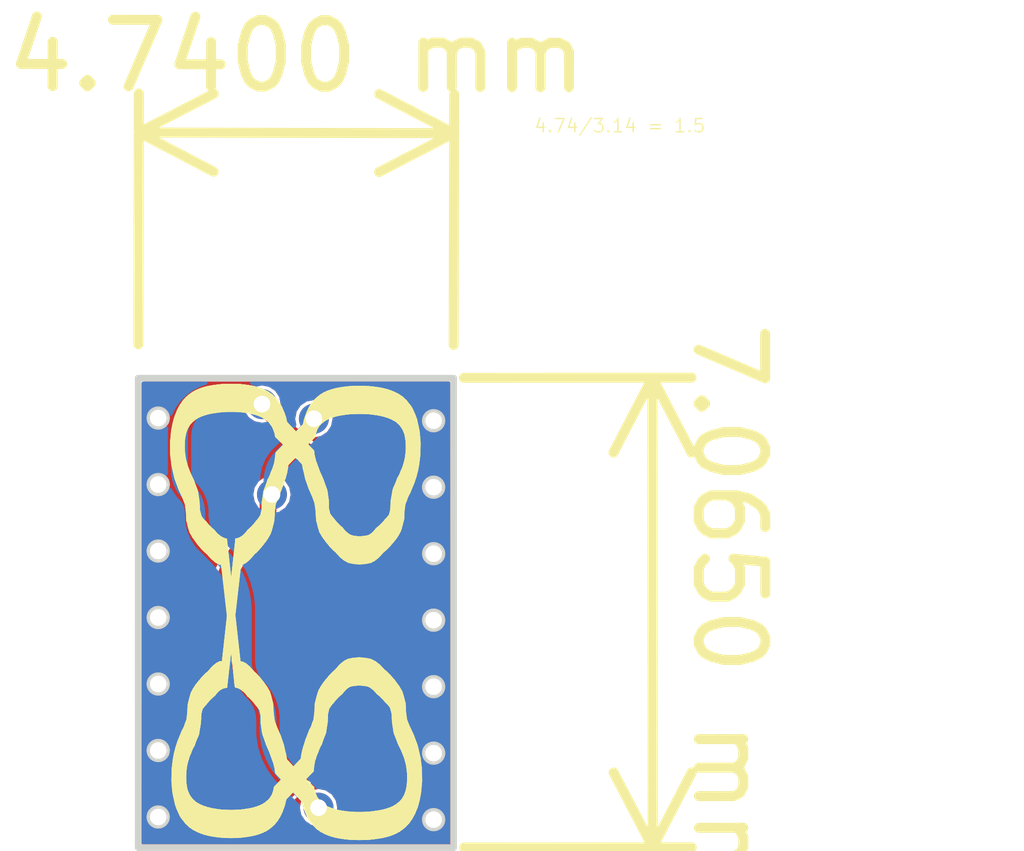
<source format=kicad_pcb>
(kicad_pcb (version 20221018) (generator pcbnew)
  (layers (0 "F.Cu" signal) (31 "B.Cu" signal) (34 "B.Paste" user) (35 "F.Paste" user) (36 "B.SilkS" user "B.Silkscreen") (37 "F.SilkS" user "F.Silkscreen") (38 "B.Mask" user) (39 "F.Mask" user) (44 "Edge.Cuts" user))
  (net 0 "")
  (footprint "pad_nerve_cuff:pad_small_nerve_cuff" (layer "F.Cu") (at 86.73 87.08)
    (fp_text reference "REF**" hide)
    (fp_text value "pad_small_nerve_cuff" hide)
  )
  (gr_poly (pts (xy 84.660876 92.192726) (xy 84.647432 92.132248) (xy 84.695097 92.062418)) (stroke (width 0.010382)) (fill solid) (layer "F.SilkS"))
  (gr_poly (pts (xy 84.052795 91.017667) (xy 84.051041 91.025402) (xy 84.006895 90.991898)) (stroke (width 0.010382)) (fill solid) (layer "F.SilkS"))
  (gr_poly (pts (xy 85.97159 86.514404) (xy 85.926998 86.511258) (xy 85.926542 86.461932)) (stroke (width 0.010382)) (fill solid) (layer "F.SilkS"))
  (gr_poly (pts (xy 83.196566 87.453588) (xy 83.16545 87.454522) (xy 83.166676 87.448822)) (stroke (width 0.010382)) (fill solid) (layer "F.SilkS"))
  (gr_poly (pts (xy 83.095869 91.909487) (xy 83.091082 91.924904) (xy 83.062801 91.900817)) (stroke (width 0.010382)) (fill solid) (layer "F.SilkS"))
  (gr_poly (pts (xy 86.301966 93.210701) (xy 86.293972 93.115681) (xy 86.324787 93.105735)) (stroke (width 0.010382)) (fill solid) (layer "F.SilkS"))
  (gr_poly (pts (xy 86.393579 92.934771) (xy 86.380404 92.93965) (xy 86.365817 92.815623)) (stroke (width 0.010382)) (fill solid) (layer "F.SilkS"))
  (gr_poly (pts (xy 83.424853 91.531944) (xy 83.37101 91.552823) (xy 83.380064 91.499302)) (stroke (width 0.010382)) (fill solid) (layer "F.SilkS"))
  (gr_poly (pts (xy 84.586363 92.003768) (xy 84.54336 92.073039) (xy 84.542872 91.900173)) (stroke (width 0.010382)) (fill solid) (layer "F.SilkS"))
  (gr_poly (pts (xy 83.512023 91.251404) (xy 83.511722 91.250459) (xy 83.519435 91.244718)) (stroke (width 0.010382)) (fill solid) (layer "F.SilkS"))
  (gr_poly (pts (xy 84.183602 86.686854) (xy 84.126593 86.806178) (xy 84.132117 86.679431)) (stroke (width 0.010382)) (fill solid) (layer "F.SilkS"))
  (gr_poly (pts (xy 84.036703 86.847842) (xy 84.033848 86.84778) (xy 84.038042 86.797073)) (stroke (width 0.010382)) (fill solid) (layer "F.SilkS"))
  (gr_poly (pts (xy 83.370533 92.960404) (xy 83.356454 92.952586) (xy 83.389854 92.822568)) (stroke (width 0.010382)) (fill solid) (layer "F.SilkS"))
  (gr_poly (pts (xy 85.448768 88.893032) (xy 85.426562 88.869786) (xy 85.453171 88.764842)) (stroke (width 0.010382)) (fill solid) (layer "F.SilkS"))
  (gr_poly (pts (xy 83.569624 90.794842) (xy 83.553178 90.749689) (xy 83.557383 90.743999)) (stroke (width 0.010382)) (fill solid) (layer "F.SilkS"))
  (gr_poly (pts (xy 84.286844 88.687649) (xy 84.274603 88.700679) (xy 84.250111 88.586079)) (stroke (width 0.010382)) (fill solid) (layer "F.SilkS"))
  (gr_poly (pts (xy 85.921611 90.79615) (xy 85.915059 90.919845) (xy 85.878409 90.788083)) (stroke (width 0.010382)) (fill solid) (layer "F.SilkS"))
  (gr_poly (pts (xy 85.427807 91.030998) (xy 85.390597 90.902901) (xy 85.414549 90.877838)) (stroke (width 0.010382)) (fill solid) (layer "F.SilkS"))
  (gr_poly (pts (xy 85.256727 91.841097) (xy 85.253415 91.846933) (xy 85.244892 91.817042)) (stroke (width 0.010382)) (fill solid) (layer "F.SilkS"))
  (gr_poly (pts (xy 86.660902 86.889527) (xy 86.647572 86.930174) (xy 86.602327 86.836744)) (stroke (width 0.010382)) (fill solid) (layer "F.SilkS"))
  (gr_poly (pts (xy 86.06203 90.61177) (xy 86.046385 90.706416) (xy 86.009849 90.582409)) (stroke (width 0.010382)) (fill solid) (layer "F.SilkS"))
  (gr_poly (pts (xy 83.94293 93.075305) (xy 83.902875 93.076156) (xy 83.902314 92.932954)) (stroke (width 0.010382)) (fill solid) (layer "F.SilkS"))
  (gr_poly (pts (xy 85.774908 89.084471) (xy 85.770289 89.133102) (xy 85.728967 89.078449)) (stroke (width 0.010382)) (fill solid) (layer "F.SilkS"))
  (gr_poly (pts (xy 86.544559 87.859266) (xy 86.539752 87.869565) (xy 86.49056 87.783018)) (stroke (width 0.010382)) (fill solid) (layer "F.SilkS"))
  (gr_poly (pts (xy 86.133098 93.257182) (xy 86.085931 93.26446) (xy 86.0832 93.172514)) (stroke (width 0.010382)) (fill solid) (layer "F.SilkS"))
  (gr_poly (pts (xy 85.275966 91.296952) (xy 85.204432 91.233214) (xy 85.220036 91.177721)) (stroke (width 0.010382)) (fill solid) (layer "F.SilkS"))
  (gr_poly (pts (xy 86.562375 91.657321) (xy 86.548919 91.629591) (xy 86.590656 91.607216)) (stroke (width 0.010382)) (fill solid) (layer "F.SilkS"))
  (gr_poly (pts (xy 86.603094 87.979597) (xy 86.553456 87.904097) (xy 86.555896 87.895178)) (stroke (width 0.010382)) (fill solid) (layer "F.SilkS"))
  (gr_poly (pts (xy 86.248186 88.530918) (xy 86.245694 88.53232) (xy 86.220247 88.459405)) (stroke (width 0.010382)) (fill solid) (layer "F.SilkS"))
  (gr_poly (pts (xy 86.351168 92.958618) (xy 86.317405 92.840759) (xy 86.337349 92.833958)) (stroke (width 0.010382)) (fill solid) (layer "F.SilkS"))
  (gr_poly (pts (xy 84.721374 92.672316) (xy 84.717855 92.687889) (xy 84.69245 92.647543)) (stroke (width 0.010382)) (fill solid) (layer "F.SilkS"))
  (gr_poly (pts (xy 84.501166 87.849527) (xy 84.452078 87.859712) (xy 84.477701 87.809192)) (stroke (width 0.010382)) (fill solid) (layer "F.SilkS"))
  (gr_poly (pts (xy 83.797307 86.668353) (xy 83.789116 86.525254) (xy 83.796445 86.525212)) (stroke (width 0.010382)) (fill solid) (layer "F.SilkS"))
  (gr_poly (pts (xy 85.01402 86.950295) (xy 85.005984 86.980331) (xy 85.005206 86.930652)) (stroke (width 0.010382)) (fill solid) (layer "F.SilkS"))
  (gr_poly (pts (xy 83.424282 90.946414) (xy 83.417896 90.953483) (xy 83.40224 90.90613)) (stroke (width 0.010382)) (fill solid) (layer "F.SilkS"))
  (gr_poly (pts (xy 83.31425 91.91639) (xy 83.28112 91.849414) (xy 83.311011 91.799143)) (stroke (width 0.010382)) (fill solid) (layer "F.SilkS"))
  (gr_poly (pts (xy 84.384707 88.831236) (xy 84.362406 88.746486) (xy 84.396616 88.706306)) (stroke (width 0.010382)) (fill solid) (layer "F.SilkS"))
  (gr_poly (pts (xy 85.083697 92.91195) (xy 85.043942 92.939494) (xy 85.068029 92.885091)) (stroke (width 0.010382)) (fill solid) (layer "F.SilkS"))
  (gr_poly (pts (xy 84.486641 87.835303) (xy 84.477701 87.809192) (xy 84.497605 87.755546)) (stroke (width 0.010382)) (fill solid) (layer "F.SilkS"))
  (gr_poly (pts (xy 84.236002 88.994291) (xy 84.219265 88.906353) (xy 84.219432 88.902853)) (stroke (width 0.010382)) (fill solid) (layer "F.SilkS"))
  (gr_poly (pts (xy 85.112154 88.106012) (xy 85.112309 88.103479) (xy 85.128984 88.065001)) (stroke (width 0.010382)) (fill solid) (layer "F.SilkS"))
  (gr_poly (pts (xy 85.567055 93.262632) (xy 85.564459 93.264647) (xy 85.563337 93.261895)) (stroke (width 0.010382)) (fill solid) (layer "F.SilkS"))
  (gr_poly (pts (xy 83.276199 86.672672) (xy 83.220467 86.626762) (xy 83.261114 86.591638)) (stroke (width 0.010382)) (fill solid) (layer "F.SilkS"))
  (gr_poly (pts (xy 83.747597 90.793845) (xy 83.742282 90.791125) (xy 83.726604 90.664793)) (stroke (width 0.010382)) (fill solid) (layer "F.SilkS"))
  (gr_poly (pts (xy 86.541018 87.145638) (xy 86.498586 87.164025) (xy 86.529286 87.109341)) (stroke (width 0.010382)) (fill solid) (layer "F.SilkS"))
  (gr_poly (pts (xy 84.436349 86.540163) (xy 84.391341 86.604471) (xy 84.400468 86.518796)) (stroke (width 0.010382)) (fill solid) (layer "F.SilkS"))
  (gr_poly (pts (xy 85.050358 87.087912) (xy 84.991938 87.042033) (xy 84.993339 87.03273)) (stroke (width 0.010382)) (fill solid) (layer "F.SilkS"))
  (gr_poly (pts (xy 85.672113 86.785538) (xy 85.62776 86.647485) (xy 85.669113 86.642626)) (stroke (width 0.010382)) (fill solid) (layer "F.SilkS"))
  (gr_poly (pts (xy 84.656205 92.839751) (xy 84.632834 92.886046) (xy 84.609952 92.761967)) (stroke (width 0.010382)) (fill solid) (layer "F.SilkS"))
  (gr_poly (pts (xy 83.197979 86.770235) (xy 83.167029 86.814235) (xy 83.172209 86.684249)) (stroke (width 0.010382)) (fill solid) (layer "F.SilkS"))
  (gr_poly (pts (xy 85.274118 93.085168) (xy 85.24784 93.162454) (xy 85.257579 93.078035)) (stroke (width 0.010382)) (fill solid) (layer "F.SilkS"))
  (gr_poly (pts (xy 86.504297 92.98881) (xy 86.459954 93.023268) (xy 86.467345 92.858377)) (stroke (width 0.010382)) (fill solid) (layer "F.SilkS"))
  (gr_poly (pts (xy 83.152079 88.1038) (xy 83.111587 88.01797) (xy 83.124711 88.008906)) (stroke (width 0.010382)) (fill solid) (layer "F.SilkS"))
  (gr_poly (pts (xy 83.227122 92.134336) (xy 83.171846 92.157032) (xy 83.182727 92.101435)) (stroke (width 0.010382)) (fill solid) (layer "F.SilkS"))
  (gr_poly (pts (xy 86.49816 88.330706) (xy 86.466504 88.309972) (xy 86.503009 88.298572)) (stroke (width 0.010382)) (fill solid) (layer "F.SilkS"))
  (gr_poly (pts (xy 83.318258 87.9156) (xy 83.260324 87.99163) (xy 83.315205 87.908042)) (stroke (width 0.010382)) (fill solid) (layer "F.SilkS"))
  (gr_poly (pts (xy 85.342589 91.51418) (xy 85.334366 91.564991) (xy 85.328438 91.499946)) (stroke (width 0.010382)) (fill solid) (layer "F.SilkS"))
  (gr_poly (pts (xy 83.736685 91.022859) (xy 83.690816 90.963368) (xy 83.717675 90.942924)) (stroke (width 0.010382)) (fill solid) (layer "F.SilkS"))
  (gr_poly (pts (xy 85.824359 93.28184) (xy 85.780421 93.281175) (xy 85.782923 93.187527)) (stroke (width 0.010382)) (fill solid) (layer "F.SilkS"))
  (gr_poly (pts (xy 84.465959 91.568459) (xy 84.395069 91.621046) (xy 84.378779 91.50116)) (stroke (width 0.010382)) (fill solid) (layer "F.SilkS"))
  (gr_poly (pts (xy 83.437218 93.183498) (xy 83.413214 93.171517) (xy 83.417793 93.12813)) (stroke (width 0.010382)) (fill solid) (layer "F.SilkS"))
  (gr_poly (pts (xy 84.448268 92.804981) (xy 84.427856 92.713803) (xy 84.432175 92.711083)) (stroke (width 0.010382)) (fill solid) (layer "F.SilkS"))
  (gr_poly (pts (xy 84.481232 88.486284) (xy 84.4676 88.544342) (xy 84.417495 88.46961)) (stroke (width 0.010382)) (fill solid) (layer "F.SilkS"))
  (gr_poly (pts (xy 83.217383 92.392669) (xy 83.175428 92.362486) (xy 83.214528 92.351066)) (stroke (width 0.010382)) (fill solid) (layer "F.SilkS"))
  (gr_poly (pts (xy 86.316107 88.824644) (xy 86.288064 88.859123) (xy 86.27221 88.808105)) (stroke (width 0.010382)) (fill solid) (layer "F.SilkS"))
  (gr_poly (pts (xy 86.152336 90.809564) (xy 86.143117 90.802161) (xy 86.165346 90.709852)) (stroke (width 0.010382)) (fill solid) (layer "F.SilkS"))
  (gr_poly (pts (xy 86.25807 86.935033) (xy 86.223704 86.925481) (xy 86.26597 86.846441)) (stroke (width 0.010382)) (fill solid) (layer "F.SilkS"))
  (gr_poly (pts (xy 83.306453 92.91523) (xy 83.302123 92.917276) (xy 83.326802 92.782077)) (stroke (width 0.010382)) (fill solid) (layer "F.SilkS"))
  (gr_poly (pts (xy 85.376207 88.474231) (xy 85.285446 88.522934) (xy 85.345599 88.42914)) (stroke (width 0.010382)) (fill solid) (layer "F.SilkS"))
  (gr_poly (pts (xy 86.565272 92.374157) (xy 86.547196 92.37019) (xy 86.547383 92.36801)) (stroke (width 0.010382)) (fill solid) (layer "F.SilkS"))
  (gr_poly (pts (xy 85.457251 93.152455) (xy 85.408019 93.231767) (xy 85.413324 93.142541)) (stroke (width 0.010382)) (fill solid) (layer "F.SilkS"))
  (gr_poly (pts (xy 84.696093 86.867133) (xy 84.630923 86.823247) (xy 84.655509 86.771231)) (stroke (width 0.010382)) (fill solid) (layer "F.SilkS"))
  (gr_poly (pts (xy 85.530146 91.115385) (xy 85.521279 91.078871) (xy 85.555945 91.051347)) (stroke (width 0.010382)) (fill solid) (layer "F.SilkS"))
  (gr_poly (pts (xy 84.461422 88.125645) (xy 84.398962 88.166603) (xy 84.412387 88.069933)) (stroke (width 0.010382)) (fill solid) (layer "F.SilkS"))
  (gr_poly (pts (xy 85.115518 92.015418) (xy 85.044441 91.944059) (xy 85.036717 91.924696)) (stroke (width 0.010382)) (fill solid) (layer "F.SilkS"))
  (gr_poly (pts (xy 84.42254 88.667248) (xy 84.370068 88.57987) (xy 84.383337 88.561213)) (stroke (width 0.010382)) (fill solid) (layer "F.SilkS"))
  (gr_poly (pts (xy 86.67059 91.859465) (xy 86.62388 91.913327) (xy 86.625884 91.732676)) (stroke (width 0.010382)) (fill solid) (layer "F.SilkS"))
  (gr_poly (pts (xy 83.244533 92.080804) (xy 83.200824 92.039234) (xy 83.204063 92.036202)) (stroke (width 0.010382)) (fill solid) (layer "F.SilkS"))
  (gr_poly (pts (xy 85.68994 88.790091) (xy 85.616838 88.899874) (xy 85.642192 88.764831)) (stroke (width 0.010382)) (fill solid) (layer "F.SilkS"))
  (gr_poly (pts (xy 84.505433 87.970647) (xy 84.458899 87.890423) (xy 84.459543 87.886166)) (stroke (width 0.010382)) (fill solid) (layer "F.SilkS"))
  (gr_poly (pts (xy 86.292632 86.846524) (xy 86.269771 86.835799) (xy 86.281524 86.694413)) (stroke (width 0.010382)) (fill solid) (layer "F.SilkS"))
  (gr_poly (pts (xy 85.521528 93.158757) (xy 85.513928 93.156754) (xy 85.52186 93.014267)) (stroke (width 0.010382)) (fill solid) (layer "F.SilkS"))
  (gr_poly (pts (xy 86.507504 87.192151) (xy 86.498586 87.164025) (xy 86.541018 87.145638)) (stroke (width 0.010382)) (fill solid) (layer "F.SilkS"))
  (gr_poly (pts (xy 83.613499 86.818751) (xy 83.613063 86.81981) (xy 83.606906 86.694662)) (stroke (width 0.010382)) (fill solid) (layer "F.SilkS"))
  (gr_poly (pts (xy 86.220444 86.820838) (xy 86.212595 86.915857) (xy 86.181365 86.811629)) (stroke (width 0.010382)) (fill solid) (layer "F.SilkS"))
  (gr_poly (pts (xy 84.319787 88.64749) (xy 84.284778 88.54212) (xy 84.292866 88.535414)) (stroke (width 0.010382)) (fill solid) (layer "F.SilkS"))
  (gr_poly (pts (xy 86.723778 92.387871) (xy 86.640097 92.380013) (xy 86.639692 92.254583)) (stroke (width 0.010382)) (fill solid) (layer "F.SilkS"))
  (gr_poly (pts (xy 85.67612 86.783098) (xy 85.67258 86.639854) (xy 85.6742 86.639771)) (stroke (width 0.010382)) (fill solid) (layer "F.SilkS"))
  (gr_poly (pts (xy 85.2511 91.851584) (xy 85.242296 91.826677) (xy 85.243074 91.822607)) (stroke (width 0.010382)) (fill solid) (layer "F.SilkS"))
  (gr_poly (pts (xy 86.721546 87.512487) (xy 86.710178 87.608242) (xy 86.656138 87.489095)) (stroke (width 0.010382)) (fill solid) (layer "F.SilkS"))
  (gr_poly (pts (xy 86.078362 93.030048) (xy 86.0832 93.172514) (xy 86.0753 93.029737)) (stroke (width 0.010382)) (fill solid) (layer "F.SilkS"))
  (gr_poly (pts (xy 83.745967 86.797737) (xy 83.700731 86.676078) (xy 83.74279 86.671499)) (stroke (width 0.010382)) (fill solid) (layer "F.SilkS"))
  (gr_poly (pts (xy 85.477985 86.675403) (xy 85.431763 86.558799) (xy 85.46942 86.549258)) (stroke (width 0.010382)) (fill solid) (layer "F.SilkS"))
  (gr_poly (pts (xy 86.401927 92.776378) (xy 86.399166 92.735523) (xy 86.43189 92.70856)) (stroke (width 0.010382)) (fill solid) (layer "F.SilkS"))
  (gr_poly (pts (xy 86.620858 87.974063) (xy 86.586472 87.951481) (xy 86.592359 87.93704)) (stroke (width 0.010382)) (fill solid) (layer "F.SilkS"))
  (gr_poly (pts (xy 83.470826 86.859938) (xy 83.459592 86.738735) (xy 83.473359 86.731208)) (stroke (width 0.010382)) (fill solid) (layer "F.SilkS"))
  (gr_poly (pts (xy 86.325295 88.77213) (xy 86.320239 88.779086) (xy 86.286019 88.672356)) (stroke (width 0.010382)) (fill solid) (layer "F.SilkS"))
  (gr_poly (pts (xy 85.943777 88.714633) (xy 85.95202 88.709234) (xy 85.986303 88.691605)) (stroke (width 0.010382)) (fill solid) (layer "F.SilkS"))
  (gr_poly (pts (xy 86.363543 91.648101) (xy 86.36046 91.623246) (xy 86.427436 91.581862)) (stroke (width 0.010382)) (fill solid) (layer "F.SilkS"))
  (gr_poly (pts (xy 84.694422 92.780561) (xy 84.684538 92.76259) (xy 84.692439 92.732264)) (stroke (width 0.010382)) (fill solid) (layer "F.SilkS"))
  (gr_poly (pts (xy 85.721637 86.874805) (xy 85.72606 86.873944) (xy 85.8195 86.871815)) (stroke (width 0.010382)) (fill solid) (layer "F.SilkS"))
  (gr_poly (pts (xy 85.582275 93.264699) (xy 85.567055 93.262632) (xy 85.572225 93.167966)) (stroke (width 0.010382)) (fill solid) (layer "F.SilkS"))
  (gr_poly (pts (xy 86.235862 93.233126) (xy 86.193232 93.242667) (xy 86.231128 93.138087)) (stroke (width 0.010382)) (fill solid) (layer "F.SilkS"))
  (gr_poly (pts (xy 85.700851 88.704853) (xy 85.68994 88.790091) (xy 85.695182 88.703763)) (stroke (width 0.010382)) (fill solid) (layer "F.SilkS"))
  (gr_poly (pts (xy 84.495517 91.246482) (xy 84.447634 91.30182) (xy 84.471908 91.146761)) (stroke (width 0.010382)) (fill solid) (layer "F.SilkS"))
  (gr_poly (pts (xy 83.951547 93.201179) (xy 83.94293 93.075305) (xy 83.951132 93.074993)) (stroke (width 0.010382)) (fill solid) (layer "F.SilkS"))
  (gr_poly (pts (xy 84.518836 92.867846) (xy 84.507332 92.883325) (xy 84.479778 92.758405)) (stroke (width 0.010382)) (fill solid) (layer "F.SilkS"))
  (gr_poly (pts (xy 83.711352 89.137681) (xy 83.712162 89.120363) (xy 83.715776 89.120145)) (stroke (width 0.010382)) (fill solid) (layer "F.SilkS"))
  (gr_poly (pts (xy 83.273043 91.343858) (xy 83.243464 91.325305) (xy 83.277434 91.272272)) (stroke (width 0.010382)) (fill solid) (layer "F.SilkS"))
  (gr_poly (pts (xy 85.238362 88.123589) (xy 85.175018 88.181844) (xy 85.2378 88.114359)) (stroke (width 0.010382)) (fill solid) (layer "F.SilkS"))
  (gr_poly (pts (xy 84.515119 91.725916) (xy 84.514611 91.720123) (xy 84.570353 91.644385)) (stroke (width 0.010382)) (fill solid) (layer "F.SilkS"))
  (gr_poly (pts (xy 86.551421 92.578575) (xy 86.522579 92.549992) (xy 86.561596 92.537211)) (stroke (width 0.010382)) (fill solid) (layer "F.SilkS"))
  (gr_poly (pts (xy 83.457993 91.334753) (xy 83.418571 91.290565) (xy 83.423046 91.267776)) (stroke (width 0.010382)) (fill solid) (layer "F.SilkS"))
  (gr_poly (pts (xy 85.014093 87.827641) (xy 85.008207 87.823218) (xy 85.001406 87.791158)) (stroke (width 0.010382)) (fill solid) (layer "F.SilkS"))
  (gr_poly (pts (xy 86.125228 93.017579) (xy 86.117597 92.89322) (xy 86.118044 92.892254)) (stroke (width 0.010382)) (fill solid) (layer "F.SilkS"))
  (gr_poly (pts (xy 85.400356 88.546502) (xy 85.364984 88.664144) (xy 85.366541 88.501993)) (stroke (width 0.010382)) (fill solid) (layer "F.SilkS"))
  (gr_poly (pts (xy 84.355419 91.416929) (xy 84.345639 91.422826) (xy 84.341673 91.355248)) (stroke (width 0.010382)) (fill solid) (layer "F.SilkS"))
  (gr_poly (pts (xy 85.355795 93.214375) (xy 85.331231 93.202136) (xy 85.362232 93.126188)) (stroke (width 0.010382)) (fill solid) (layer "F.SilkS"))
  (gr_poly (pts (xy 86.384246 86.739586) (xy 86.36751 86.878564) (xy 86.36618 86.733658)) (stroke (width 0.010382)) (fill solid) (layer "F.SilkS"))
  (gr_poly (pts (xy 83.696879 93.19278) (xy 83.661673 93.188202) (xy 83.665099 93.063376)) (stroke (width 0.010382)) (fill solid) (layer "F.SilkS"))
  (gr_poly (pts (xy 83.298719 87.013783) (xy 83.260688 86.982231) (xy 83.280756 86.962505)) (stroke (width 0.010382)) (fill solid) (layer "F.SilkS"))
  (gr_poly (pts (xy 85.577841 93.024961) (xy 85.573792 93.024234) (xy 85.580188 92.900197)) (stroke (width 0.010382)) (fill solid) (layer "F.SilkS"))
  (gr_poly (pts (xy 86.333964 88.805198) (xy 86.327268 88.813452) (xy 86.309503 88.763409)) (stroke (width 0.010382)) (fill solid) (layer "F.SilkS"))
  (gr_poly (pts (xy 85.653602 90.994214) (xy 85.627645 91.014656) (xy 85.618997 90.961052)) (stroke (width 0.010382)) (fill solid) (layer "F.SilkS"))
  (gr_poly (pts (xy 85.112694 87.899591) (xy 85.072441 87.96367) (xy 85.067458 87.79094)) (stroke (width 0.010382)) (fill solid) (layer "F.SilkS"))
  (gr_poly (pts (xy 84.598935 91.629579) (xy 84.570353 91.644385) (xy 84.588315 91.60516)) (stroke (width 0.010382)) (fill solid) (layer "F.SilkS"))
  (gr_poly (pts (xy 85.972172 86.877214) (xy 85.968082 86.877224) (xy 85.968248 86.783337)) (stroke (width 0.010382)) (fill solid) (layer "F.SilkS"))
  (gr_poly (pts (xy 86.534977 91.46991) (xy 86.502999 91.505479) (xy 86.532734 91.469557)) (stroke (width 0.010382)) (fill solid) (layer "F.SilkS"))
  (gr_poly (pts (xy 84.036962 90.759563) (xy 84.016042 90.894668) (xy 84.025282 90.753479)) (stroke (width 0.010382)) (fill solid) (layer "F.SilkS"))
  (gr_poly (pts (xy 86.239464 86.556266) (xy 86.23039 86.678819) (xy 86.197884 86.546299)) (stroke (width 0.010382)) (fill solid) (layer "F.SilkS"))
  (gr_poly (pts (xy 85.734448 88.811832) (xy 85.696117 88.80472) (xy 85.699449 88.709037)) (stroke (width 0.010382)) (fill solid) (layer "F.SilkS"))
  (gr_poly (pts (xy 86.480946 87.996904) (xy 86.46039 88.063465) (xy 86.412974 87.970616)) (stroke (width 0.010382)) (fill solid) (layer "F.SilkS"))
  (gr_poly (pts (xy 84.700797 87.025795) (xy 84.626729 87.040278) (xy 84.68843 86.963076)) (stroke (width 0.010382)) (fill solid) (layer "F.SilkS"))
  (gr_poly (pts (xy 83.254064 92.685159) (xy 83.248125 92.671754) (xy 83.274548 92.618972)) (stroke (width 0.010382)) (fill solid) (layer "F.SilkS"))
  (gr_poly (pts (xy 83.66376 89.094802) (xy 83.660707 89.108569) (xy 83.645394 89.080339)) (stroke (width 0.010382)) (fill solid) (layer "F.SilkS"))
  (gr_poly (pts (xy 84.66178 87.807095) (xy 84.64386 87.876646) (xy 84.595541 87.726009)) (stroke (width 0.010382)) (fill solid) (layer "F.SilkS"))
  (gr_poly (pts (xy 85.162061 91.375618) (xy 85.15169 91.378098) (xy 85.165466 91.313749)) (stroke (width 0.010382)) (fill solid) (layer "F.SilkS"))
  (gr_poly (pts (xy 83.49567 86.579148) (xy 83.459094 86.589313) (xy 83.487572 86.483444)) (stroke (width 0.010382)) (fill solid) (layer "F.SilkS"))
  (gr_poly (pts (xy 84.085873 86.535885) (xy 84.041582 86.53059) (xy 84.043835 86.436308)) (stroke (width 0.010382)) (fill solid) (layer "F.SilkS"))
  (gr_poly (pts (xy 84.095373 86.440005) (xy 84.094398 86.532179) (xy 84.093639 86.439932)) (stroke (width 0.010382)) (fill solid) (layer "F.SilkS"))
  (gr_poly (pts (xy 86.232405 93.236427) (xy 86.185663 93.155114) (xy 86.224296 93.146454)) (stroke (width 0.010382)) (fill solid) (layer "F.SilkS"))
  (gr_poly (pts (xy 86.34388 87.996146) (xy 86.334805 87.999593) (xy 86.349964 87.980137)) (stroke (width 0.010382)) (fill solid) (layer "F.SilkS"))
  (gr_poly (pts (xy 86.710178 87.608242) (xy 86.645403 87.577158) (xy 86.656138 87.489095)) (stroke (width 0.010382)) (fill solid) (layer "F.SilkS"))
  (gr_poly (pts (xy 83.501111 88.530887) (xy 83.471231 88.632093) (xy 83.492172 88.523629)) (stroke (width 0.010382)) (fill solid) (layer "F.SilkS"))
  (gr_poly (pts (xy 84.158757 91.044464) (xy 84.136207 91.111211) (xy 84.154511 91.034372)) (stroke (width 0.010382)) (fill solid) (layer "F.SilkS"))
  (gr_poly (pts (xy 83.332056 91.873169) (xy 83.270022 91.867407) (xy 83.295738 91.815672)) (stroke (width 0.010382)) (fill solid) (layer "F.SilkS"))
  (gr_poly (pts (xy 85.143508 86.717981) (xy 85.116473 86.745452) (xy 85.138152 86.681445)) (stroke (width 0.010382)) (fill solid) (layer "F.SilkS"))
  (gr_poly (pts (xy 86.424923 93.157304) (xy 86.427768 93.152653) (xy 86.471219 93.121734)) (stroke (width 0.010382)) (fill solid) (layer "F.SilkS"))
  (gr_poly (pts (xy 86.129848 88.973349) (xy 86.110308 88.991965) (xy 86.097081 88.866204)) (stroke (width 0.010382)) (fill solid) (layer "F.SilkS"))
  (gr_poly (pts (xy 84.419478 91.610113) (xy 84.402564 91.490767) (xy 84.457841 91.43897)) (stroke (width 0.010382)) (fill solid) (layer "F.SilkS"))
  (gr_poly (pts (xy 83.800609 93.073083) (xy 83.751356 93.069626) (xy 83.801845 92.929963)) (stroke (width 0.010382)) (fill solid) (layer "F.SilkS"))
  (gr_poly (pts (xy 85.30352 88.044725) (xy 85.186283 87.988245) (xy 85.250207 87.909142)) (stroke (width 0.010382)) (fill solid) (layer "F.SilkS"))
  (gr_poly (pts (xy 84.170935 92.817076) (xy 84.170292 92.817367) (xy 84.172046 92.81448)) (stroke (width 0.010382)) (fill solid) (layer "F.SilkS"))
  (gr_poly (pts (xy 86.343132 90.965413) (xy 86.279997 91.058396) (xy 86.328327 90.945105)) (stroke (width 0.010382)) (fill solid) (layer "F.SilkS"))
  (gr_poly (pts (xy 85.575547 88.886294) (xy 85.552862 88.99699) (xy 85.534506 88.839501)) (stroke (width 0.010382)) (fill solid) (layer "F.SilkS"))
  (gr_poly (pts (xy 85.340284 86.591264) (xy 85.317381 86.60417) (xy 85.308649 86.55096)) (stroke (width 0.010382)) (fill solid) (layer "F.SilkS"))
  (gr_poly (pts (xy 86.762068 92.392938) (xy 86.722844 92.251946) (xy 86.7597 92.250243)) (stroke (width 0.010382)) (fill solid) (layer "F.SilkS"))
  (gr_poly (pts (xy 83.500052 91.001128) (xy 83.460723 90.901821) (xy 83.473888 90.887183)) (stroke (width 0.010382)) (fill solid) (layer "F.SilkS"))
  (gr_poly (pts (xy 85.67881 86.878034) (xy 85.672113 86.785538) (xy 85.676692 86.785331)) (stroke (width 0.010382)) (fill solid) (layer "F.SilkS"))
  (gr_poly (pts (xy 84.176646 92.911981) (xy 84.175992 92.911877) (xy 84.170935 92.817076)) (stroke (width 0.010382)) (fill solid) (layer "F.SilkS"))
  (gr_poly (pts (xy 83.386718 92.731745) (xy 83.381351 92.73924) (xy 83.339676 92.699227)) (stroke (width 0.010382)) (fill solid) (layer "F.SilkS"))
  (gr_poly (pts (xy 85.933913 89.074286) (xy 85.890442 89.080557) (xy 85.888107 88.953883)) (stroke (width 0.010382)) (fill solid) (layer "F.SilkS"))
  (gr_poly (pts (xy 84.594119 92.510403) (xy 84.543484 92.52524) (xy 84.554354 92.477762)) (stroke (width 0.010382)) (fill solid) (layer "F.SilkS"))
  (gr_poly (pts (xy 85.653238 89.053117) (xy 85.598171 89.024088) (xy 85.669621 88.927636)) (stroke (width 0.010382)) (fill solid) (layer "F.SilkS"))
  (gr_poly (pts (xy 83.169946 92.981978) (xy 83.147645 92.954828) (xy 83.163354 92.925623)) (stroke (width 0.010382)) (fill solid) (layer "F.SilkS"))
  (gr_poly (pts (xy 83.586589 91.067647) (xy 83.575676 91.07642) (xy 83.547125 90.950338)) (stroke (width 0.010382)) (fill solid) (layer "F.SilkS"))
  (gr_poly (pts (xy 85.200808 87.087279) (xy 85.199728 87.085607) (xy 85.202884 87.08023)) (stroke (width 0.010382)) (fill solid) (layer "F.SilkS"))
  (gr_poly (pts (xy 86.607539 87.753771) (xy 86.531051 87.684573) (xy 86.529619 87.680919)) (stroke (width 0.010382)) (fill solid) (layer "F.SilkS"))
  (gr_poly (pts (xy 86.236921 90.851031) (xy 86.174284 90.951501) (xy 86.213591 90.827391)) (stroke (width 0.010382)) (fill solid) (layer "F.SilkS"))
  (gr_poly (pts (xy 83.661901 88.98531) (xy 83.645394 89.080339) (xy 83.628055 88.959354)) (stroke (width 0.010382)) (fill solid) (layer "F.SilkS"))
  (gr_poly (pts (xy 85.15169 91.378098) (xy 85.154181 91.316002) (xy 85.165466 91.313749)) (stroke (width 0.010382)) (fill solid) (layer "F.SilkS"))
  (gr_poly (pts (xy 83.609596 89.052193) (xy 83.60618 89.062658) (xy 83.565169 89.002586)) (stroke (width 0.010382)) (fill solid) (layer "F.SilkS"))
  (gr_poly (pts (xy 83.292655 92.739106) (xy 83.218972 92.815788) (xy 83.261176 92.695655)) (stroke (width 0.010382)) (fill solid) (layer "F.SilkS"))
  (gr_poly (pts (xy 84.038406 88.919102) (xy 84.032301 88.921833) (xy 84.016633 88.798948)) (stroke (width 0.010382)) (fill solid) (layer "F.SilkS"))
  (gr_poly (pts (xy 85.112694 87.899591) (xy 85.067458 87.79094) (xy 85.116618 87.70867)) (stroke (width 0.010382)) (fill solid) (layer "F.SilkS"))
  (gr_poly (pts (xy 85.18049 92.705663) (xy 85.173482 92.693984) (xy 85.196759 92.657593)) (stroke (width 0.010382)) (fill solid) (layer "F.SilkS"))
  (gr_poly (pts (xy 85.400356 86.934628) (xy 85.374556 86.94309) (xy 85.365648 86.855577)) (stroke (width 0.010382)) (fill solid) (layer "F.SilkS"))
  (gr_poly (pts (xy 85.427392 91.226715) (xy 85.418826 91.192484) (xy 85.418744 91.190418)) (stroke (width 0.010382)) (fill solid) (layer "F.SilkS"))
  (gr_poly (pts (xy 86.49597 87.038098) (xy 86.489865 87.024487) (xy 86.552387 86.934275)) (stroke (width 0.010382)) (fill solid) (layer "F.SilkS"))
  (gr_poly (pts (xy 84.391341 86.604471) (xy 84.346811 86.733751) (xy 84.363995 86.59521)) (stroke (width 0.010382)) (fill solid) (layer "F.SilkS"))
  (gr_poly (pts (xy 86.513817 91.228926) (xy 86.46204 91.164494) (xy 86.487955 91.127802)) (stroke (width 0.010382)) (fill solid) (layer "F.SilkS"))
  (gr_poly (pts (xy 85.372905 88.643369) (xy 85.366053 88.630547) (xy 85.416085 88.524844)) (stroke (width 0.010382)) (fill solid) (layer "F.SilkS"))
  (gr_poly (pts (xy 86.592359 87.93704) (xy 86.586472 87.951481) (xy 86.539752 87.869565)) (stroke (width 0.010382)) (fill solid) (layer "F.SilkS"))
  (gr_poly (pts (xy 84.732183 87.766656) (xy 84.710732 87.843745) (xy 84.717128 87.743254)) (stroke (width 0.010382)) (fill solid) (layer "F.SilkS"))
  (gr_poly (pts (xy 84.475034 92.779315) (xy 84.454778 92.690526) (xy 84.460207 92.682075)) (stroke (width 0.010382)) (fill solid) (layer "F.SilkS"))
  (gr_poly (pts (xy 85.162539 92.96355) (xy 85.136386 93.050511) (xy 85.126876 92.908606)) (stroke (width 0.010382)) (fill solid) (layer "F.SilkS"))
  (gr_poly (pts (xy 85.309718 88.088206) (xy 85.307788 88.063538) (xy 85.342631 88.058274)) (stroke (width 0.010382)) (fill solid) (layer "F.SilkS"))
  (gr_poly (pts (xy 86.561596 92.537211) (xy 86.531685 92.512927) (xy 86.573255 92.466871)) (stroke (width 0.010382)) (fill solid) (layer "F.SilkS"))
  (gr_poly (pts (xy 83.699039 86.535231) (xy 83.696775 86.441178) (xy 83.744348 86.436308)) (stroke (width 0.010382)) (fill solid) (layer "F.SilkS"))
  (gr_poly (pts (xy 83.943147 92.839264) (xy 83.942359 92.838921) (xy 83.948319 92.838754)) (stroke (width 0.010382)) (fill solid) (layer "F.SilkS"))
  (gr_poly (pts (xy 85.628103 92.909935) (xy 85.59193 92.905658) (xy 85.630615 92.858969)) (stroke (width 0.010382)) (fill solid) (layer "F.SilkS"))
  (gr_poly (pts (xy 83.850808 93.075741) (xy 83.847786 93.201553) (xy 83.849115 93.07548)) (stroke (width 0.010382)) (fill solid) (layer "F.SilkS"))
  (gr_poly (pts (xy 83.796083 86.8448) (xy 83.75257 86.848019) (xy 83.750722 86.797706)) (stroke (width 0.010382)) (fill solid) (layer "F.SilkS"))
  (gr_poly (pts (xy 83.815736 88.820543) (xy 83.77946 88.811666) (xy 83.828434 88.758031)) (stroke (width 0.010382)) (fill solid) (layer "F.SilkS"))
  (gr_poly (pts (xy 85.934204 93.186126) (xy 85.926635 93.186167) (xy 85.9257 93.043016)) (stroke (width 0.010382)) (fill solid) (layer "F.SilkS"))
  (gr_poly (pts (xy 83.357212 91.649668) (xy 83.303546 91.578883) (xy 83.37101 91.552823)) (stroke (width 0.010382)) (fill solid) (layer "F.SilkS"))
  (gr_poly (pts (xy 85.773434 90.96101) (xy 85.731759 90.966098) (xy 85.770507 90.912629)) (stroke (width 0.010382)) (fill solid) (layer "F.SilkS"))
  (gr_poly (pts (xy 86.571127 87.454003) (xy 86.524282 87.453297) (xy 86.524864 87.441928)) (stroke (width 0.010382)) (fill solid) (layer "F.SilkS"))
  (gr_poly (pts (xy 86.379148 91.678428) (xy 86.371465 91.660269) (xy 86.420459 91.600509)) (stroke (width 0.010382)) (fill solid) (layer "F.SilkS"))
  (gr_poly (pts (xy 83.439347 88.389013) (xy 83.416204 88.406465) (xy 83.421842 88.319856)) (stroke (width 0.010382)) (fill solid) (layer "F.SilkS"))
  (gr_poly (pts (xy 85.226649 86.77607) (xy 85.187155 86.807113) (xy 85.198638 86.665436)) (stroke (width 0.010382)) (fill solid) (layer "F.SilkS"))
  (gr_poly (pts (xy 85.084786 93.002826) (xy 85.063212 92.97363) (xy 85.075649 92.962303)) (stroke (width 0.010382)) (fill solid) (layer "F.SilkS"))
  (gr_poly (pts (xy 85.81459 90.546321) (xy 85.767785 90.54847) (xy 85.816729 90.545978)) (stroke (width 0.010382)) (fill solid) (layer "F.SilkS"))
  (gr_poly (pts (xy 83.657666 93.055193) (xy 83.604758 93.046607) (xy 83.663791 92.912988)) (stroke (width 0.010382)) (fill solid) (layer "F.SilkS"))
  (gr_poly (pts (xy 85.492396 86.903761) (xy 85.454469 86.912057) (xy 85.484888 86.80894)) (stroke (width 0.010382)) (fill solid) (layer "F.SilkS"))
  (gr_poly (pts (xy 84.0768 89.132718) (xy 84.065182 89.039298) (xy 84.106067 89.019198)) (stroke (width 0.010382)) (fill solid) (layer "F.SilkS"))
  (gr_poly (pts (xy 86.409454 93.164166) (xy 86.377778 93.183986) (xy 86.41315 93.159609)) (stroke (width 0.010382)) (fill solid) (layer "F.SilkS"))
  (gr_poly (pts (xy 83.70204 88.862643) (xy 83.680008 88.997686) (xy 83.685034 88.851555)) (stroke (width 0.010382)) (fill solid) (layer "F.SilkS"))
  (gr_poly (pts (xy 83.701656 93.192625) (xy 83.696879 93.19278) (xy 83.699163 93.067715)) (stroke (width 0.010382)) (fill solid) (layer "F.SilkS"))
  (gr_poly (pts (xy 85.173482 92.693984) (xy 85.086666 92.710107) (xy 85.141536 92.622751)) (stroke (width 0.010382)) (fill solid) (layer "F.SilkS"))
  (gr_poly (pts (xy 86.560247 92.41903) (xy 86.556582 92.462334) (xy 86.54431 92.410017)) (stroke (width 0.010382)) (fill solid) (layer "F.SilkS"))
  (gr_poly (pts (xy 86.546293 87.087632) (xy 86.509124 87.155449) (xy 86.515177 87.01397)) (stroke (width 0.010382)) (fill solid) (layer "F.SilkS"))
  (gr_poly (pts (xy 85.833963 93.045175) (xy 85.833641 93.1884) (xy 85.825594 93.045051)) (stroke (width 0.010382)) (fill solid) (layer "F.SilkS"))
  (gr_poly (pts (xy 86.008884 88.676738) (xy 85.981755 88.696349) (xy 86.015258 88.669397)) (stroke (width 0.010382)) (fill solid) (layer "F.SilkS"))
  (gr_poly (pts (xy 86.04191 90.857385) (xy 86.025216 90.84231) (xy 86.046385 90.706416)) (stroke (width 0.010382)) (fill solid) (layer "F.SilkS"))
  (gr_poly (pts (xy 86.455447 91.41043) (xy 86.396725 91.464635) (xy 86.449467 91.343121)) (stroke (width 0.010382)) (fill solid) (layer "F.SilkS"))
  (gr_poly (pts (xy 86.534136 87.452788) (xy 86.524282 87.453297) (xy 86.524864 87.441928)) (stroke (width 0.010382)) (fill solid) (layer "F.SilkS"))
  (gr_poly (pts (xy 83.895846 93.252178) (xy 83.852448 93.251575) (xy 83.896895 93.202477)) (stroke (width 0.010382)) (fill solid) (layer "F.SilkS"))
  (gr_poly (pts (xy 86.656242 87.329924) (xy 86.571138 87.348633) (xy 86.565771 87.297905)) (stroke (width 0.010382)) (fill solid) (layer "F.SilkS"))
  (gr_poly (pts (xy 84.002327 90.989261) (xy 83.991208 90.983489) (xy 84.003428 90.887681)) (stroke (width 0.010382)) (fill solid) (layer "F.SilkS"))
  (gr_poly (pts (xy 86.388191 88.034592) (xy 86.383467 88.04649) (xy 86.34388 87.996146)) (stroke (width 0.010382)) (fill solid) (layer "F.SilkS"))
  (gr_poly (pts (xy 86.58367 87.829873) (xy 86.557755 87.883695) (xy 86.511263 87.748871)) (stroke (width 0.010382)) (fill solid) (layer "F.SilkS"))
  (gr_poly (pts (xy 84.231111 93.164592) (xy 84.19089 93.173418) (xy 84.184381 93.047065)) (stroke (width 0.010382)) (fill solid) (layer "F.SilkS"))
  (gr_poly (pts (xy 85.871131 88.960413) (xy 85.865785 88.817262) (xy 85.912255 88.812901)) (stroke (width 0.010382)) (fill solid) (layer "F.SilkS"))
  (gr_poly (pts (xy 85.995314 89.112991) (xy 85.988274 89.068929) (xy 85.992033 89.067361)) (stroke (width 0.010382)) (fill solid) (layer "F.SilkS"))
  (gr_poly (pts (xy 86.645403 87.577158) (xy 86.561503 87.540477) (xy 86.570971 87.461571)) (stroke (width 0.010382)) (fill solid) (layer "F.SilkS"))
  (gr_poly (pts (xy 85.623753 86.521194) (xy 85.620347 86.521412) (xy 85.617481 86.470726)) (stroke (width 0.010382)) (fill solid) (layer "F.SilkS"))
  (gr_poly (pts (xy 85.617025 93.271302) (xy 85.578693 93.266473) (xy 85.618219 93.179065)) (stroke (width 0.010382)) (fill solid) (layer "F.SilkS"))
  (gr_poly (pts (xy 84.219971 90.783868) (xy 84.195843 90.891407) (xy 84.210077 90.773008)) (stroke (width 0.010382)) (fill solid) (layer "F.SilkS"))
  (gr_poly (pts (xy 86.486854 87.988453) (xy 86.438254 87.896497) (xy 86.440164 87.894171)) (stroke (width 0.010382)) (fill solid) (layer "F.SilkS"))
  (gr_poly (pts (xy 86.501265 88.201207) (xy 86.490821 88.279718) (xy 86.441898 88.140066)) (stroke (width 0.010382)) (fill solid) (layer "F.SilkS"))
  (gr_poly (pts (xy 83.213344 92.848607) (xy 83.184575 92.950292) (xy 83.195881 92.830429)) (stroke (width 0.010382)) (fill solid) (layer "F.SilkS"))
  (gr_poly (pts (xy 83.342282 88.319036) (xy 83.284422 88.370833) (xy 83.336499 88.249111)) (stroke (width 0.010382)) (fill solid) (layer "F.SilkS"))
  (gr_poly (pts (xy 83.237037 87.105749) (xy 83.230257 87.076835) (xy 83.247814 87.044286)) (stroke (width 0.010382)) (fill solid) (layer "F.SilkS"))
  (gr_poly (pts (xy 85.382561 92.973921) (xy 85.359969 92.961733) (xy 85.371545 92.841392)) (stroke (width 0.010382)) (fill solid) (layer "F.SilkS"))
  (gr_poly (pts (xy 85.204577 92.664103) (xy 85.18049 92.705663) (xy 85.196759 92.657593)) (stroke (width 0.010382)) (fill solid) (layer "F.SilkS"))
  (gr_poly (pts (xy 86.058137 88.73764) (xy 86.039066 88.647812) (xy 86.0718 88.611319)) (stroke (width 0.010382)) (fill solid) (layer "F.SilkS"))
  (gr_poly (pts (xy 85.628217 93.175961) (xy 85.623077 93.175525) (xy 85.627034 93.032322)) (stroke (width 0.010382)) (fill solid) (layer "F.SilkS"))
  (gr_poly (pts (xy 85.631394 88.75148) (xy 85.600194 88.726261) (xy 85.647185 88.671058)) (stroke (width 0.010382)) (fill solid) (layer "F.SilkS"))
  (gr_poly (pts (xy 84.378696 91.436) (xy 84.380669 91.384089) (xy 84.450022 91.381317)) (stroke (width 0.010382)) (fill solid) (layer "F.SilkS"))
  (gr_poly (pts (xy 83.019683 87.025297) (xy 83.037613 86.955933) (xy 83.043687 86.951219)) (stroke (width 0.010382)) (fill solid) (layer "F.SilkS"))
  (gr_poly (pts (xy 85.723651 90.788686) (xy 85.672362 90.655699) (xy 85.717037 90.646593)) (stroke (width 0.010382)) (fill solid) (layer "F.SilkS"))
  (gr_poly (pts (xy 83.230257 87.076835) (xy 83.218609 87.110535) (xy 83.183879 86.992188)) (stroke (width 0.010382)) (fill solid) (layer "F.SilkS"))
  (gr_poly (pts (xy 85.017799 92.619564) (xy 84.978326 92.686238) (xy 84.660876 92.192726)) (stroke (width 0.010382)) (fill solid) (layer "F.SilkS"))
  (gr_poly (pts (xy 83.107383 87.462662) (xy 83.110041 87.456817) (xy 83.17846 87.449611)) (stroke (width 0.010382)) (fill solid) (layer "F.SilkS"))
  (gr_poly (pts (xy 83.17546 92.250347) (xy 83.092526 92.222865) (xy 83.103084 92.13497)) (stroke (width 0.010382)) (fill solid) (layer "F.SilkS"))
  (gr_poly (pts (xy 84.511382 91.33032) (xy 84.449784 91.318826) (xy 84.507696 91.257581)) (stroke (width 0.010382)) (fill solid) (layer "F.SilkS"))
  (gr_poly (pts (xy 84.134888 89.002357) (xy 84.104904 89.02685) (xy 84.085032 88.892772)) (stroke (width 0.010382)) (fill solid) (layer "F.SilkS"))
  (gr_poly (pts (xy 86.338647 86.973946) (xy 86.305361 86.954635) (xy 86.349954 86.887316)) (stroke (width 0.010382)) (fill solid) (layer "F.SilkS"))
  (gr_poly (pts (xy 86.314736 86.867247) (xy 86.288376 86.858079) (xy 86.333445 86.728446)) (stroke (width 0.010382)) (fill solid) (layer "F.SilkS"))
  (gr_poly (pts (xy 84.116802 90.68913) (xy 84.068109 90.664274) (xy 84.120042 90.635276)) (stroke (width 0.010382)) (fill solid) (layer "F.SilkS"))
  (gr_poly (pts (xy 86.441898 88.140066) (xy 86.367011 88.068396) (xy 86.371725 88.055201)) (stroke (width 0.010382)) (fill solid) (layer "F.SilkS"))
  (gr_poly (pts (xy 86.371465 91.660269) (xy 86.346091 91.679061) (xy 86.364737 91.634625)) (stroke (width 0.010382)) (fill solid) (layer "F.SilkS"))
  (gr_poly (pts (xy 85.469316 90.722073) (xy 85.476178 90.714046) (xy 85.4803 90.71005)) (stroke (width 0.010382)) (fill solid) (layer "F.SilkS"))
  (gr_poly (pts (xy 85.668583 86.514508) (xy 85.666569 86.465722) (xy 85.670421 86.465535)) (stroke (width 0.010382)) (fill solid) (layer "F.SilkS"))
  (gr_poly (pts (xy 84.606037 87.97426) (xy 84.585522 88.03182) (xy 84.541875 87.937455)) (stroke (width 0.010382)) (fill solid) (layer "F.SilkS"))
  (gr_poly (pts (xy 84.471618 86.798973) (xy 84.468555 86.797602) (xy 84.498259 86.667678)) (stroke (width 0.010382)) (fill solid) (layer "F.SilkS"))
  (gr_poly (pts (xy 86.196232 86.552466) (xy 86.178863 86.675164) (xy 86.188394 86.548842)) (stroke (width 0.010382)) (fill solid) (layer "F.SilkS"))
  (gr_poly (pts (xy 85.513928 93.156754) (xy 85.47107 93.147285) (xy 85.479874 93.004986)) (stroke (width 0.010382)) (fill solid) (layer "F.SilkS"))
  (gr_poly (pts (xy 85.153517 88.215607) (xy 85.153455 88.210177) (xy 85.173867 88.199847)) (stroke (width 0.010382)) (fill solid) (layer "F.SilkS"))
  (gr_poly (pts (xy 85.920199 88.955856) (xy 85.910833 88.813389) (xy 85.912255 88.812901)) (stroke (width 0.010382)) (fill solid) (layer "F.SilkS"))
  (gr_poly (pts (xy 83.434965 90.935698) (xy 83.408761 90.897896) (xy 83.419599 90.886694)) (stroke (width 0.010382)) (fill solid) (layer "F.SilkS"))
  (gr_poly (pts (xy 86.197156 91.008666) (xy 86.174513 90.985513) (xy 86.20377 90.857302)) (stroke (width 0.010382)) (fill solid) (layer "F.SilkS"))
  (gr_poly (pts (xy 86.11986 90.899974) (xy 86.042336 90.973086) (xy 86.071468 90.85345)) (stroke (width 0.010382)) (fill solid) (layer "F.SilkS"))
  (gr_poly (pts (xy 83.671775 92.825445) (xy 83.668847 92.92012) (xy 83.659254 92.824178)) (stroke (width 0.010382)) (fill solid) (layer "F.SilkS"))
  (gr_poly (pts (xy 86.674473 87.829406) (xy 86.668514 87.84635) (xy 86.636982 87.81431)) (stroke (width 0.010382)) (fill solid) (layer "F.SilkS"))
  (gr_poly (pts (xy 83.8536 92.83919) (xy 83.847589 92.839242) (xy 83.848825 92.838994)) (stroke (width 0.010382)) (fill solid) (layer "F.SilkS"))
  (gr_poly (pts (xy 86.485992 87.811704) (xy 86.462943 87.863886) (xy 86.446851 87.745673)) (stroke (width 0.010382)) (fill solid) (layer "F.SilkS"))
  (gr_poly (pts (xy 83.14316 92.873317) (xy 83.12631 92.920152) (xy 83.081821 92.82178)) (stroke (width 0.010382)) (fill solid) (layer "F.SilkS"))
  (gr_poly (pts (xy 84.53851 92.064006) (xy 84.483204 91.988361) (xy 84.50236 91.947921)) (stroke (width 0.010382)) (fill solid) (layer "F.SilkS"))
  (gr_poly (pts (xy 86.760407 92.420451) (xy 86.720726 92.408387) (xy 86.723778 92.387871)) (stroke (width 0.010382)) (fill solid) (layer "F.SilkS"))
  (gr_poly (pts (xy 84.566937 87.872109) (xy 84.561809 87.881193) (xy 84.52084 87.794812)) (stroke (width 0.010382)) (fill solid) (layer "F.SilkS"))
  (gr_poly (pts (xy 83.169946 92.981978) (xy 83.147645 92.954828) (xy 83.180993 92.928862)) (stroke (width 0.010382)) (fill solid) (layer "F.SilkS"))
  (gr_poly (pts (xy 84.120146 93.058537) (xy 84.086496 92.920588) (xy 84.116158 92.915947)) (stroke (width 0.010382)) (fill solid) (layer "F.SilkS"))
  (gr_poly (pts (xy 85.644558 88.786001) (xy 85.626618 88.92394) (xy 85.62966 88.77539)) (stroke (width 0.010382)) (fill solid) (layer "F.SilkS"))
  (gr_poly (pts (xy 84.06705 91.029887) (xy 84.063707 91.037861) (xy 84.052795 91.017667)) (stroke (width 0.010382)) (fill solid) (layer "F.SilkS"))
  (gr_poly (pts (xy 84.634849 91.921416) (xy 84.590173 91.812807) (xy 84.629024 91.74828)) (stroke (width 0.010382)) (fill solid) (layer "F.SilkS"))
  (gr_poly (pts (xy 83.594749 90.909722) (xy 83.588644 90.91482) (xy 83.564162 90.800054)) (stroke (width 0.010382)) (fill solid) (layer "F.SilkS"))
  (gr_poly (pts (xy 85.065258 87.0167) (xy 85.01402 86.950295) (xy 85.024756 86.922751)) (stroke (width 0.010382)) (fill solid) (layer "F.SilkS"))
  (gr_poly (pts (xy 83.234607 91.964887) (xy 83.215514 92.023723) (xy 83.164486 91.884029)) (stroke (width 0.010382)) (fill solid) (layer "F.SilkS"))
  (gr_poly (pts (xy 84.279909 91.250231) (xy 84.27152 91.260581) (xy 84.274915 91.245423)) (stroke (width 0.010382)) (fill solid) (layer "F.SilkS"))
  (gr_poly (pts (xy 83.324684 86.638971) (xy 83.2868 86.668955) (xy 83.272524 86.584568)) (stroke (width 0.010382)) (fill solid) (layer "F.SilkS"))
  (gr_poly (pts (xy 85.777535 90.960159) (xy 85.772801 90.911331) (xy 85.815938 90.90913)) (stroke (width 0.010382)) (fill solid) (layer "F.SilkS"))
  (gr_poly (pts (xy 85.201649 87.082586) (xy 85.168291 87.012381) (xy 85.17154 87.003037)) (stroke (width 0.010382)) (fill solid) (layer "F.SilkS"))
  (gr_poly (pts (xy 84.175992 92.911877) (xy 84.170935 92.817076) (xy 84.212101 92.809425)) (stroke (width 0.010382)) (fill solid) (layer "F.SilkS"))
  (gr_poly (pts (xy 84.721374 92.672316) (xy 84.69245 92.647543) (xy 84.696468 92.63062)) (stroke (width 0.010382)) (fill solid) (layer "F.SilkS"))
  (gr_poly (pts (xy 86.160767 90.780473) (xy 86.11986 90.899974) (xy 86.156188 90.773694)) (stroke (width 0.010382)) (fill solid) (layer "F.SilkS"))
  (gr_poly (pts (xy 83.249516 91.721047) (xy 83.180308 91.687927) (xy 83.207624 91.633576)) (stroke (width 0.010382)) (fill solid) (layer "F.SilkS"))
  (gr_poly (pts (xy 83.751408 90.751174) (xy 83.775806 90.889363) (xy 83.747368 90.747634)) (stroke (width 0.010382)) (fill solid) (layer "F.SilkS"))
  (gr_poly (pts (xy 85.725768 86.636594) (xy 85.6742 86.639771) (xy 85.720402 86.511165)) (stroke (width 0.010382)) (fill solid) (layer "F.SilkS"))
  (gr_poly (pts (xy 86.187408 93.147742) (xy 86.18284 93.150285) (xy 86.176382 93.005214)) (stroke (width 0.010382)) (fill solid) (layer "F.SilkS"))
  (gr_poly (pts (xy 86.282769 86.941594) (xy 86.280028 86.946163) (xy 86.260562 86.930828)) (stroke (width 0.010382)) (fill solid) (layer "F.SilkS"))
  (gr_poly (pts (xy 83.941061 86.43009) (xy 83.938019 86.430339) (xy 83.896594 86.42956)) (stroke (width 0.010382)) (fill solid) (layer "F.SilkS"))
  (gr_poly (pts (xy 85.234322 91.800233) (xy 85.230451 91.80502) (xy 85.189461 91.716489)) (stroke (width 0.010382)) (fill solid) (layer "F.SilkS"))
  (gr_poly (pts (xy 85.2378 88.114359) (xy 85.175018 88.181844) (xy 85.128984 88.065001)) (stroke (width 0.010382)) (fill solid) (layer "F.SilkS"))
  (gr_poly (pts (xy 83.253534 92.075873) (xy 83.215514 92.023723) (xy 83.234607 91.964887)) (stroke (width 0.010382)) (fill solid) (layer "F.SilkS"))
  (gr_poly (pts (xy 86.633078 92.379701) (xy 86.576547 92.372828) (xy 86.628801 92.254697)) (stroke (width 0.010382)) (fill solid) (layer "F.SilkS"))
  (gr_poly (pts (xy 84.185409 93.054541) (xy 84.175992 92.911877) (xy 84.219306 92.904485)) (stroke (width 0.010382)) (fill solid) (layer "F.SilkS"))
  (gr_poly (pts (xy 85.865691 88.722689) (xy 85.823799 88.723894) (xy 85.870155 88.721059)) (stroke (width 0.010382)) (fill solid) (layer "F.SilkS"))
  (gr_poly (pts (xy 84.464994 88.121108) (xy 84.461422 88.125645) (xy 84.412387 88.069933)) (stroke (width 0.010382)) (fill solid) (layer "F.SilkS"))
  (gr_poly (pts (xy 85.297737 91.679705) (xy 85.245172 91.612033) (xy 85.245701 91.604153)) (stroke (width 0.010382)) (fill solid) (layer "F.SilkS"))
  (gr_poly (pts (xy 85.227045 88.654415) (xy 85.20602 88.585788) (xy 85.231748 88.565626)) (stroke (width 0.010382)) (fill solid) (layer "F.SilkS"))
  (gr_poly (pts (xy 83.329969 93.1325) (xy 83.277673 93.096755) (xy 83.336572 93.077578)) (stroke (width 0.010382)) (fill solid) (layer "F.SilkS"))
  (gr_poly (pts (xy 83.565169 89.002586) (xy 83.559594 89.012314) (xy 83.556635 88.995433)) (stroke (width 0.010382)) (fill solid) (layer "F.SilkS"))
  (gr_poly (pts (xy 83.805447 92.93123) (xy 83.800038 92.837467) (xy 83.805364 92.837446)) (stroke (width 0.010382)) (fill solid) (layer "F.SilkS"))
  (gr_poly (pts (xy 83.493656 90.849847) (xy 83.48427 90.811661) (xy 83.510932 90.785716)) (stroke (width 0.010382)) (fill solid) (layer "F.SilkS"))
  (gr_poly (pts (xy 85.315231 88.789157) (xy 85.269134 88.726988) (xy 85.289981 88.700035)) (stroke (width 0.010382)) (fill solid) (layer "F.SilkS"))
  (gr_poly (pts (xy 83.02503 87.323798) (xy 83.026151 87.459474) (xy 82.98266 87.318628)) (stroke (width 0.010382)) (fill solid) (layer "F.SilkS"))
  (gr_poly (pts (xy 83.469974 88.660904) (xy 83.459592 88.648944) (xy 83.507538 88.549699)) (stroke (width 0.010382)) (fill solid) (layer "F.SilkS"))
  (gr_poly (pts (xy 83.421842 88.319856) (xy 83.401077 88.283944) (xy 83.420077 88.262328)) (stroke (width 0.010382)) (fill solid) (layer "F.SilkS"))
  (gr_poly (pts (xy 83.022778 92.224984) (xy 83.022611 92.24062) (xy 83.007546 92.21945)) (stroke (width 0.010382)) (fill solid) (layer "F.SilkS"))
  (gr_poly (pts (xy 86.700616 87.731626) (xy 86.667642 87.709979) (xy 86.715109 87.656396)) (stroke (width 0.010382)) (fill solid) (layer "F.SilkS"))
  (gr_poly (pts (xy 85.68451 90.92838) (xy 85.679838 90.928359) (xy 85.667565 90.804851)) (stroke (width 0.010382)) (fill solid) (layer "F.SilkS"))
  (gr_poly (pts (xy 84.107645 90.674594) (xy 84.087711 90.788696) (xy 84.062139 90.648493)) (stroke (width 0.010382)) (fill solid) (layer "F.SilkS"))
  (gr_poly (pts (xy 84.177372 92.905316) (xy 84.169254 92.815217) (xy 84.172046 92.81448)) (stroke (width 0.010382)) (fill solid) (layer "F.SilkS"))
  (gr_poly (pts (xy 83.198747 87.260944) (xy 83.197574 87.264298) (xy 83.187005 87.250188)) (stroke (width 0.010382)) (fill solid) (layer "F.SilkS"))
  (gr_poly (pts (xy 84.331353 88.898317) (xy 84.324625 88.904484) (xy 84.343926 88.883262)) (stroke (width 0.010382)) (fill solid) (layer "F.SilkS"))
  (gr_poly (pts (xy 83.209825 87.544256) (xy 83.190223 87.560318) (xy 83.17846 87.459911)) (stroke (width 0.010382)) (fill solid) (layer "F.SilkS"))
  (gr_poly (pts (xy 83.284162 86.68376) (xy 83.28411 86.686397) (xy 83.269824 86.590413)) (stroke (width 0.010382)) (fill solid) (layer "F.SilkS"))
  (gr_poly (pts (xy 85.365648 86.855577) (xy 85.331138 86.729058) (xy 85.352909 86.716631)) (stroke (width 0.010382)) (fill solid) (layer "F.SilkS"))
  (gr_poly (pts (xy 84.678392 92.707772) (xy 84.623262 92.666782) (xy 84.63219 92.635874)) (stroke (width 0.010382)) (fill solid) (layer "F.SilkS"))
  (gr_poly (pts (xy 83.238179 88.407348) (xy 83.234057 88.341244) (xy 83.279117 88.303182)) (stroke (width 0.010382)) (fill solid) (layer "F.SilkS"))
  (gr_poly (pts (xy 85.782923 93.187527) (xy 85.780421 93.281175) (xy 85.774743 93.187361)) (stroke (width 0.010382)) (fill solid) (layer "F.SilkS"))
  (gr_poly (pts (xy 83.68603 88.738148) (xy 83.612658 88.80932) (xy 83.643048 88.691584)) (stroke (width 0.010382)) (fill solid) (layer "F.SilkS"))
  (gr_poly (pts (xy 86.608213 92.972126) (xy 86.595942 92.987813) (xy 86.568013 92.915563)) (stroke (width 0.010382)) (fill solid) (layer "F.SilkS"))
  (gr_poly (pts (xy 84.154511 91.034372) (xy 84.153514 91.029212) (xy 84.189219 90.907553)) (stroke (width 0.010382)) (fill solid) (layer "F.SilkS"))
  (gr_poly (pts (xy 85.881109 89.082436) (xy 85.838614 89.084835) (xy 85.838853 88.958441)) (stroke (width 0.010382)) (fill solid) (layer "F.SilkS"))
  (gr_poly (pts (xy 83.545017 86.555394) (xy 83.500488 86.474682) (xy 83.539899 86.465535)) (stroke (width 0.010382)) (fill solid) (layer "F.SilkS"))
  (gr_poly (pts (xy 86.647988 87.785354) (xy 86.643004 87.80045) (xy 86.590938 87.737647)) (stroke (width 0.010382)) (fill solid) (layer "F.SilkS"))
  (gr_poly (pts (xy 85.072441 87.96367) (xy 85.056318 87.974499) (xy 85.027351 87.847357)) (stroke (width 0.010382)) (fill solid) (layer "F.SilkS"))
  (gr_poly (pts (xy 86.501265 88.201207) (xy 86.441898 88.140066) (xy 86.442656 88.136961)) (stroke (width 0.010382)) (fill solid) (layer "F.SilkS"))
  (gr_poly (pts (xy 83.711352 89.137681) (xy 83.711342 89.136362) (xy 83.712162 89.120363)) (stroke (width 0.010382)) (fill solid) (layer "F.SilkS"))
  (gr_poly (pts (xy 84.64685 86.959463) (xy 84.610938 86.864714) (xy 84.64467 86.787604)) (stroke (width 0.010382)) (fill solid) (layer "F.SilkS"))
  (gr_poly (pts (xy 85.624717 90.837035) (xy 85.592429 90.861943) (xy 85.599676 90.699688)) (stroke (width 0.010382)) (fill solid) (layer "F.SilkS"))
  (gr_poly (pts (xy 84.498363 92.632333) (xy 84.47847 92.664279) (xy 84.501799 92.623497)) (stroke (width 0.010382)) (fill solid) (layer "F.SilkS"))
  (gr_poly (pts (xy 84.068929 90.609601) (xy 84.049878 90.643655) (xy 84.032353 90.601284)) (stroke (width 0.010382)) (fill solid) (layer "F.SilkS"))
  (gr_poly (pts (xy 83.753349 90.795496) (xy 83.747597 90.793845) (xy 83.730726 90.666756)) (stroke (width 0.010382)) (fill solid) (layer "F.SilkS"))
  (gr_poly (pts (xy 83.705009 86.852836) (xy 83.704199 86.852857) (xy 83.700628 86.802181)) (stroke (width 0.010382)) (fill solid) (layer "F.SilkS"))
  (gr_poly (pts (xy 83.136785 92.643016) (xy 83.075364 92.71752) (xy 83.050134 92.606855)) (stroke (width 0.010382)) (fill solid) (layer "F.SilkS"))
  (gr_poly (pts (xy 86.174253 88.967328) (xy 86.165812 88.932184) (xy 86.168678 88.926037)) (stroke (width 0.010382)) (fill solid) (layer "F.SilkS"))
  (gr_poly (pts (xy 86.732292 87.219986) (xy 86.708371 87.152594) (xy 86.723809 87.132152)) (stroke (width 0.010382)) (fill solid) (layer "F.SilkS"))
  (gr_poly (pts (xy 83.718184 88.763918) (xy 83.65859 88.85767) (xy 83.68603 88.738148)) (stroke (width 0.010382)) (fill solid) (layer "F.SilkS"))
  (gr_poly (pts (xy 85.351415 90.950909) (xy 85.333847 90.863002) (xy 85.360696 90.829124)) (stroke (width 0.010382)) (fill solid) (layer "F.SilkS"))
  (gr_poly (pts (xy 86.40228 91.12584) (xy 86.350151 91.20838) (xy 86.364904 91.058033)) (stroke (width 0.010382)) (fill solid) (layer "F.SilkS"))
  (gr_poly (pts (xy 86.061283 88.878995) (xy 86.008572 88.771881) (xy 86.035868 88.749279)) (stroke (width 0.010382)) (fill solid) (layer "F.SilkS"))
  (gr_poly (pts (xy 85.129772 92.033233) (xy 85.16066 92.070952) (xy 85.121663 92.032578)) (stroke (width 0.010382)) (fill solid) (layer "F.SilkS"))
  (gr_poly (pts (xy 85.775988 92.918283) (xy 85.733234 92.9163) (xy 85.730897 92.866984)) (stroke (width 0.010382)) (fill solid) (layer "F.SilkS"))
  (gr_poly (pts (xy 85.671075 93.275309) (xy 85.623337 93.270232) (xy 85.628217 93.175961)) (stroke (width 0.010382)) (fill solid) (layer "F.SilkS"))
  (gr_poly (pts (xy 86.100135 90.752472) (xy 86.074314 90.884286) (xy 86.065758 90.723796)) (stroke (width 0.010382)) (fill solid) (layer "F.SilkS"))
  (gr_poly (pts (xy 85.202532 91.960307) (xy 85.17558 91.930635) (xy 85.178632 91.921768)) (stroke (width 0.010382)) (fill solid) (layer "F.SilkS"))
  (gr_poly (pts (xy 84.064475 88.760149) (xy 84.058361 88.718703) (xy 84.085573 88.696744)) (stroke (width 0.010382)) (fill solid) (layer "F.SilkS"))
  (gr_poly (pts (xy 84.422862 92.952285) (xy 84.380679 92.834893) (xy 84.406157 92.816432)) (stroke (width 0.010382)) (fill solid) (layer "F.SilkS"))
  (gr_poly (pts (xy 84.328144 91.235903) (xy 84.27152 91.260581) (xy 84.292616 91.192972)) (stroke (width 0.010382)) (fill solid) (layer "F.SilkS"))
  (gr_poly (pts (xy 86.343413 93.104977) (xy 86.306845 92.977753) (xy 86.329801 92.965958)) (stroke (width 0.010382)) (fill solid) (layer "F.SilkS"))
  (gr_poly (pts (xy 85.62776 86.647485) (xy 85.620347 86.521412) (xy 85.623753 86.521194)) (stroke (width 0.010382)) (fill solid) (layer "F.SilkS"))
  (gr_poly (pts (xy 84.328144 91.235903) (xy 84.292616 91.192972) (xy 84.379309 91.130221)) (stroke (width 0.010382)) (fill solid) (layer "F.SilkS"))
  (gr_poly (pts (xy 85.008352 87.062559) (xy 84.97814 87.0387) (xy 84.98169 87.023241)) (stroke (width 0.010382)) (fill solid) (layer "F.SilkS"))
  (gr_poly (pts (xy 83.937769 86.842631) (xy 83.895399 86.842039) (xy 83.940988 86.79265)) (stroke (width 0.010382)) (fill solid) (layer "F.SilkS"))
  (gr_poly (pts (xy 83.050134 92.606855) (xy 83.031529 92.635459) (xy 83.019248 92.579259)) (stroke (width 0.010382)) (fill solid) (layer "F.SilkS"))
  (gr_poly (pts (xy 86.645403 87.577158) (xy 86.642475 87.605086) (xy 86.561503 87.540477)) (stroke (width 0.010382)) (fill solid) (layer "F.SilkS"))
  (gr_poly (pts (xy 84.147316 86.446888) (xy 84.14307 86.537733) (xy 84.146194 86.446587)) (stroke (width 0.010382)) (fill solid) (layer "F.SilkS"))
  (gr_poly (pts (xy 84.577569 91.799849) (xy 84.541906 91.723404) (xy 84.581358 91.650012)) (stroke (width 0.010382)) (fill solid) (layer "F.SilkS"))
  (gr_poly (pts (xy 85.355795 93.214375) (xy 85.331231 93.202136) (xy 85.335353 93.197193)) (stroke (width 0.010382)) (fill solid) (layer "F.SilkS"))
  (gr_poly (pts (xy 83.305757 86.804092) (xy 83.323605 86.926737) (xy 83.302809 86.803406)) (stroke (width 0.010382)) (fill solid) (layer "F.SilkS"))
  (gr_poly (pts (xy 84.562681 88.065998) (xy 84.504301 87.967636) (xy 84.533008 87.915652)) (stroke (width 0.010382)) (fill solid) (layer "F.SilkS"))
  (gr_poly (pts (xy 84.120883 89.110562) (xy 84.110054 89.117954) (xy 84.094211 89.033183)) (stroke (width 0.010382)) (fill solid) (layer "F.SilkS"))
  (gr_poly (pts (xy 85.875595 93.044708) (xy 85.833963 93.045175) (xy 85.832624 92.919187)) (stroke (width 0.010382)) (fill solid) (layer "F.SilkS"))
  (gr_poly (pts (xy 84.715997 87.62394) (xy 84.646196 87.565987) (xy 85.121436 87.154878)) (stroke (width 0.010382)) (fill solid) (layer "F.SilkS"))
  (gr_poly (pts (xy 85.385852 91.281211) (xy 85.377733 91.291562) (xy 85.358931 91.247064)) (stroke (width 0.010382)) (fill solid) (layer "F.SilkS"))
  (gr_poly (pts (xy 85.120086 87.146095) (xy 85.107773 87.199823) (xy 85.055944 87.132297)) (stroke (width 0.010382)) (fill solid) (layer "F.SilkS"))
  (gr_poly (pts (xy 86.544435 92.267312) (xy 86.543074 92.261851) (xy 86.567442 92.261509)) (stroke (width 0.010382)) (fill solid) (layer "F.SilkS"))
  (gr_poly (pts (xy 83.646224 93.186738) (xy 83.645913 93.062586) (xy 83.64992 93.062264)) (stroke (width 0.010382)) (fill solid) (layer "F.SilkS"))
  (gr_poly (pts (xy 83.744348 86.436308) (xy 83.741534 86.435592) (xy 83.746642 86.435436)) (stroke (width 0.010382)) (fill solid) (layer "F.SilkS"))
  (gr_poly (pts (xy 86.441369 88.643379) (xy 86.411811 88.605494) (xy 86.454285 88.604663)) (stroke (width 0.010382)) (fill solid) (layer "F.SilkS"))
  (gr_poly (pts (xy 85.669206 93.276202) (xy 85.669539 93.183467) (xy 85.670368 93.183426)) (stroke (width 0.010382)) (fill solid) (layer "F.SilkS"))
  (gr_poly (pts (xy 83.661455 86.811266) (xy 83.659711 86.858858) (xy 83.659317 86.810871)) (stroke (width 0.010382)) (fill solid) (layer "F.SilkS"))
  (gr_poly (pts (xy 83.614039 92.812964) (xy 83.565699 92.893874) (xy 83.569592 92.804119)) (stroke (width 0.010382)) (fill solid) (layer "F.SilkS"))
  (gr_poly (pts (xy 84.475948 92.940511) (xy 84.496992 93.05427) (xy 84.47384 92.940065)) (stroke (width 0.010382)) (fill solid) (layer "F.SilkS"))
  (gr_poly (pts (xy 86.510889 88.231565) (xy 86.483303 88.200148) (xy 86.48294 88.195767)) (stroke (width 0.010382)) (fill solid) (layer "F.SilkS"))
  (gr_poly (pts (xy 84.200058 91.079411) (xy 84.158757 91.044464) (xy 84.236365 90.954335)) (stroke (width 0.010382)) (fill solid) (layer "F.SilkS"))
  (gr_poly (pts (xy 85.604016 90.991472) (xy 85.589895 91.007087) (xy 85.575018 90.88033)) (stroke (width 0.010382)) (fill solid) (layer "F.SilkS"))
  (gr_poly (pts (xy 84.071826 90.667264) (xy 84.018565 90.785342) (xy 84.03718 90.661502)) (stroke (width 0.010382)) (fill solid) (layer "F.SilkS"))
  (gr_poly (pts (xy 83.222003 92.699361) (xy 83.179903 92.806611) (xy 83.191209 92.625689)) (stroke (width 0.010382)) (fill solid) (layer "F.SilkS"))
  (gr_poly (pts (xy 84.576655 86.919325) (xy 84.520259 87.002674) (xy 84.566221 86.901041)) (stroke (width 0.010382)) (fill solid) (layer "F.SilkS"))
  (gr_poly (pts (xy 84.403468 86.782268) (xy 84.372549 86.761347) (xy 84.386545 86.621197)) (stroke (width 0.010382)) (fill solid) (layer "F.SilkS"))
  (gr_poly (pts (xy 85.236793 88.6119) (xy 85.227045 88.654415) (xy 85.20602 88.585788)) (stroke (width 0.010382)) (fill solid) (layer "F.SilkS"))
  (gr_poly (pts (xy 83.320978 92.805863) (xy 83.318403 92.807836) (xy 83.339874 92.714157)) (stroke (width 0.010382)) (fill solid) (layer "F.SilkS"))
  (gr_poly (pts (xy 85.345227 86.867195) (xy 85.310487 86.737468) (xy 85.331138 86.729058)) (stroke (width 0.010382)) (fill solid) (layer "F.SilkS"))
  (gr_poly (pts (xy 83.75228 86.673264) (xy 83.749757 86.529978) (xy 83.797339 86.526635)) (stroke (width 0.010382)) (fill solid) (layer "F.SilkS"))
  (gr_poly (pts (xy 84.362905 88.856009) (xy 84.315146 88.812486) (xy 84.33942 88.779335)) (stroke (width 0.010382)) (fill solid) (layer "F.SilkS"))
  (gr_poly (pts (xy 84.678308 87.62745) (xy 84.658883 87.687542) (xy 84.606037 87.622051)) (stroke (width 0.010382)) (fill solid) (layer "F.SilkS"))
  (gr_poly (pts (xy 86.426564 92.890022) (xy 86.401927 92.776378) (xy 86.437777 92.747702)) (stroke (width 0.010382)) (fill solid) (layer "F.SilkS"))
  (gr_poly (pts (xy 85.08598 86.791529) (xy 85.077477 86.804081) (xy 85.081806 86.75898)) (stroke (width 0.010382)) (fill solid) (layer "F.SilkS"))
  (gr_poly (pts (xy 86.167224 90.791343) (xy 86.160767 90.780473) (xy 86.18856 90.717764)) (stroke (width 0.010382)) (fill solid) (layer "F.SilkS"))
  (gr_poly (pts (xy 86.482951 88.497767) (xy 86.474198 88.483201) (xy 86.482504 88.444547)) (stroke (width 0.010382)) (fill solid) (layer "F.SilkS"))
  (gr_poly (pts (xy 83.257511 87.067771) (xy 83.256577 87.067397) (xy 83.251603 87.034059)) (stroke (width 0.010382)) (fill solid) (layer "F.SilkS"))
  (gr_poly (pts (xy 86.029991 93.271042) (xy 85.983717 93.182845) (xy 86.027863 93.178131)) (stroke (width 0.010382)) (fill solid) (layer "F.SilkS"))
  (gr_poly (pts (xy 84.282815 86.849732) (xy 84.26882 86.84344) (xy 84.277894 86.72176)) (stroke (width 0.010382)) (fill solid) (layer "F.SilkS"))
  (gr_poly (pts (xy 84.358773 91.527251) (xy 84.345431 91.531353) (xy 84.355574 91.464324)) (stroke (width 0.010382)) (fill solid) (layer "F.SilkS"))
  (gr_poly (pts (xy 83.747368 90.747634) (xy 83.772566 90.885811) (xy 83.739759 90.746046)) (stroke (width 0.010382)) (fill solid) (layer "F.SilkS"))
  (gr_poly (pts (xy 86.400317 87.004916) (xy 86.398127 87.001521) (xy 86.412974 86.910572)) (stroke (width 0.010382)) (fill solid) (layer "F.SilkS"))
  (gr_poly (pts (xy 85.508197 93.25173) (xy 85.463356 93.242262) (xy 85.47107 93.147285)) (stroke (width 0.010382)) (fill solid) (layer "F.SilkS"))
  (gr_poly (pts (xy 85.400356 86.934628) (xy 85.401 86.930133) (xy 85.413957 86.923934)) (stroke (width 0.010382)) (fill solid) (layer "F.SilkS"))
  (gr_poly (pts (xy 83.453124 88.892326) (xy 83.41283 88.841089) (xy 83.438485 88.754594)) (stroke (width 0.010382)) (fill solid) (layer "F.SilkS"))
  (gr_poly (pts (xy 85.932595 90.557959) (xy 85.883288 90.550079) (xy 85.880497 90.548096)) (stroke (width 0.010382)) (fill solid) (layer "F.SilkS"))
  (gr_poly (pts (xy 84.540847 86.924267) (xy 84.510936 87.019275) (xy 84.509835 86.875646)) (stroke (width 0.010382)) (fill solid) (layer "F.SilkS"))
  (gr_poly (pts (xy 85.153559 92.051153) (xy 85.155864 92.05787) (xy 85.101678 91.985775)) (stroke (width 0.010382)) (fill solid) (layer "F.SilkS"))
  (gr_poly (pts (xy 85.101378 88.081655) (xy 85.064822 87.999354) (xy 85.084257 87.983023)) (stroke (width 0.010382)) (fill solid) (layer "F.SilkS"))
  (gr_poly (pts (xy 85.090517 92.850632) (xy 85.053836 92.756237) (xy 85.099933 92.663315)) (stroke (width 0.010382)) (fill solid) (layer "F.SilkS"))
  (gr_poly (pts (xy 83.213064 91.626775) (xy 83.188427 91.588465) (xy 83.233206 91.562613)) (stroke (width 0.010382)) (fill solid) (layer "F.SilkS"))
  (gr_poly (pts (xy 83.56573 86.876259) (xy 83.528645 86.884752) (xy 83.524232 86.831677)) (stroke (width 0.010382)) (fill solid) (layer "F.SilkS"))
  (gr_poly (pts (xy 84.704233 87.844564) (xy 84.659507 87.786787) (xy 84.651656 87.767424)) (stroke (width 0.010382)) (fill solid) (layer "F.SilkS"))
  (gr_poly (pts (xy 85.38335 91.089877) (xy 85.350542 91.126671) (xy 85.340616 90.966907)) (stroke (width 0.010382)) (fill solid) (layer "F.SilkS"))
  (gr_poly (pts (xy 86.022931 92.908949) (xy 85.975369 92.86335) (xy 86.021727 92.858646)) (stroke (width 0.010382)) (fill solid) (layer "F.SilkS"))
  (gr_poly (pts (xy 86.419764 90.974799) (xy 86.404169 90.986707) (xy 86.367728 90.905206)) (stroke (width 0.010382)) (fill solid) (layer "F.SilkS"))
  (gr_poly (pts (xy 86.584541 92.030284) (xy 86.533274 92.071834) (xy 86.57582 92.000414)) (stroke (width 0.010382)) (fill solid) (layer "F.SilkS"))
  (gr_poly (pts (xy 85.735425 88.9538) (xy 85.734448 88.811832) (xy 85.738881 88.810565)) (stroke (width 0.010382)) (fill solid) (layer "F.SilkS"))
  (gr_poly (pts (xy 84.110054 89.117954) (xy 84.072076 89.138625) (xy 84.05698 89.054259)) (stroke (width 0.010382)) (fill solid) (layer "F.SilkS"))
  (gr_poly (pts (xy 86.533783 92.773087) (xy 86.491412 92.677102) (xy 86.494901 92.667997)) (stroke (width 0.010382)) (fill solid) (layer "F.SilkS"))
  (gr_poly (pts (xy 84.25523 88.869911) (xy 84.21858 88.742136) (xy 84.227301 88.732978)) (stroke (width 0.010382)) (fill solid) (layer "F.SilkS"))
  (gr_poly (pts (xy 84.976426 92.030098) (xy 84.954011 92.012354) (xy 84.994471 91.966651)) (stroke (width 0.010382)) (fill solid) (layer "F.SilkS"))
  (gr_poly (pts (xy 83.204945 92.258664) (xy 83.153501 92.363764) (xy 83.156678 92.25449)) (stroke (width 0.010382)) (fill solid) (layer "F.SilkS"))
  (gr_poly (pts (xy 86.441079 86.791902) (xy 86.43677 86.793647) (xy 86.461189 86.671603)) (stroke (width 0.010382)) (fill solid) (layer "F.SilkS"))
  (gr_poly (pts (xy 85.232423 92.703098) (xy 85.188889 92.714239) (xy 85.204577 92.664103)) (stroke (width 0.010382)) (fill solid) (layer "F.SilkS"))
  (gr_poly (pts (xy 84.524526 87.788801) (xy 84.497605 87.755546) (xy 84.499795 87.751082)) (stroke (width 0.010382)) (fill solid) (layer "F.SilkS"))
  (gr_poly (pts (xy 83.106614 92.10756) (xy 83.041279 92.069) (xy 83.055658 91.996003)) (stroke (width 0.010382)) (fill solid) (layer "F.SilkS"))
  (gr_poly (pts (xy 85.577562 88.603376) (xy 85.555707 88.674246) (xy 85.57508 88.599358)) (stroke (width 0.010382)) (fill solid) (layer "F.SilkS"))
  (gr_poly (pts (xy 83.76152 90.924486) (xy 83.725223 90.941399) (xy 83.70476 90.808692)) (stroke (width 0.010382)) (fill solid) (layer "F.SilkS"))
  (gr_poly (pts (xy 84.585656 87.221533) (xy 84.981877 87.631447) (xy 84.561528 87.220463)) (stroke (width 0.010382)) (fill solid) (layer "F.SilkS"))
  (gr_poly (pts (xy 86.163539 92.883917) (xy 86.159718 92.837073) (xy 86.16575 92.835193)) (stroke (width 0.010382)) (fill solid) (layer "F.SilkS"))
  (gr_poly (pts (xy 86.633078 92.379701) (xy 86.577617 92.37454) (xy 86.576547 92.372828)) (stroke (width 0.010382)) (fill solid) (layer "F.SilkS"))
  (gr_poly (pts (xy 84.051041 91.025402) (xy 84.0035 91.000298) (xy 84.006895 90.991898)) (stroke (width 0.010382)) (fill solid) (layer "F.SilkS"))
  (gr_poly (pts (xy 85.78446 88.72135) (xy 85.78012 88.721579) (xy 85.776663 88.720426)) (stroke (width 0.010382)) (fill solid) (layer "F.SilkS"))
  (gr_poly (pts (xy 86.700324 91.882876) (xy 86.665658 91.888576) (xy 86.6907 91.849684)) (stroke (width 0.010382)) (fill solid) (layer "F.SilkS"))
  (gr_poly (pts (xy 85.978173 86.465358) (xy 85.975047 86.515453) (xy 85.97374 86.465202)) (stroke (width 0.010382)) (fill solid) (layer "F.SilkS"))
  (gr_poly (pts (xy 83.214901 86.933933) (xy 83.167029 86.814235) (xy 83.197979 86.770235)) (stroke (width 0.010382)) (fill solid) (layer "F.SilkS"))
  (gr_poly (pts (xy 83.191978 91.849383) (xy 83.17003 91.901378) (xy 83.122499 91.828182)) (stroke (width 0.010382)) (fill solid) (layer "F.SilkS"))
  (gr_poly (pts (xy 85.78012 88.721579) (xy 85.78068 88.815871) (xy 85.738144 88.715775)) (stroke (width 0.010382)) (fill solid) (layer "F.SilkS"))
  (gr_poly (pts (xy 85.486488 86.816602) (xy 85.450367 86.825832) (xy 85.44145 86.684944)) (stroke (width 0.010382)) (fill solid) (layer "F.SilkS"))
  (gr_poly (pts (xy 85.073469 86.994804) (xy 85.024756 86.922751) (xy 85.042447 86.873289)) (stroke (width 0.010382)) (fill solid) (layer "F.SilkS"))
  (gr_poly (pts (xy 83.489566 93.20093) (xy 83.473888 93.194266) (xy 83.476785 93.149798)) (stroke (width 0.010382)) (fill solid) (layer "F.SilkS"))
  (gr_poly (pts (xy 84.496888 86.6661) (xy 84.443274 86.63134) (xy 84.507 86.585253)) (stroke (width 0.010382)) (fill solid) (layer "F.SilkS"))
  (gr_poly (pts (xy 84.170935 92.817076) (xy 84.172046 92.81448) (xy 84.211448 92.806352)) (stroke (width 0.010382)) (fill solid) (layer "F.SilkS"))
  (gr_poly (pts (xy 83.36068 86.786255) (xy 83.351554 86.79155) (xy 83.339074 86.646903)) (stroke (width 0.010382)) (fill solid) (layer "F.SilkS"))
  (gr_poly (pts (xy 83.532922 88.706182) (xy 83.506323 88.678648) (xy 83.534957 88.574524)) (stroke (width 0.010382)) (fill solid) (layer "F.SilkS"))
  (gr_poly (pts (xy 86.028683 93.176116) (xy 86.023969 93.032924) (xy 86.061294 93.028137)) (stroke (width 0.010382)) (fill solid) (layer "F.SilkS"))
  (gr_poly (pts (xy 86.620858 87.974063) (xy 86.614961 87.990426) (xy 86.61192 87.952987)) (stroke (width 0.010382)) (fill solid) (layer "F.SilkS"))
  (gr_poly (pts (xy 86.584489 87.347813) (xy 86.537021 87.351768) (xy 86.586119 87.346484)) (stroke (width 0.010382)) (fill solid) (layer "F.SilkS"))
  (gr_poly (pts (xy 84.515971 88.191531) (xy 84.461422 88.125645) (xy 84.464994 88.121108)) (stroke (width 0.010382)) (fill solid) (layer "F.SilkS"))
  (gr_poly (pts (xy 84.69245 92.647543) (xy 84.678392 92.707772) (xy 84.63219 92.635874)) (stroke (width 0.010382)) (fill solid) (layer "F.SilkS"))
  (gr_poly (pts (xy 84.748348 87.671678) (xy 84.719443 87.646055) (xy 84.715997 87.62394)) (stroke (width 0.010382)) (fill solid) (layer "F.SilkS"))
  (gr_poly (pts (xy 85.39749 92.808188) (xy 85.392901 92.852749) (xy 85.376975 92.797536)) (stroke (width 0.010382)) (fill solid) (layer "F.SilkS"))
  (gr_poly (pts (xy 85.450213 91.151381) (xy 85.416854 91.044693) (xy 85.427807 91.030998)) (stroke (width 0.010382)) (fill solid) (layer "F.SilkS"))
  (gr_poly (pts (xy 85.154181 91.316002) (xy 85.158957 91.236079) (xy 85.170658 91.233536)) (stroke (width 0.010382)) (fill solid) (layer "F.SilkS"))
  (gr_poly (pts (xy 85.04062 87.801478) (xy 85.008207 87.823218) (xy 85.046122 87.77004)) (stroke (width 0.010382)) (fill solid) (layer "F.SilkS"))
  (gr_poly (pts (xy 85.035345 87.628) (xy 84.981877 87.631447) (xy 85.037692 87.578559)) (stroke (width 0.010382)) (fill solid) (layer "F.SilkS"))
  (gr_poly (pts (xy 85.669539 93.183467) (xy 85.6188 93.271416) (xy 85.617201 93.178951)) (stroke (width 0.010382)) (fill solid) (layer "F.SilkS"))
  (gr_poly (pts (xy 85.463356 93.242262) (xy 85.460024 93.24545) (xy 85.452216 93.238359)) (stroke (width 0.010382)) (fill solid) (layer "F.SilkS"))
  (gr_poly (pts (xy 85.326985 88.416245) (xy 85.277595 88.498671) (xy 85.309771 88.34387)) (stroke (width 0.010382)) (fill solid) (layer "F.SilkS"))
  (gr_poly (pts (xy 86.525238 88.084022) (xy 86.504909 88.148423) (xy 86.46039 88.063465)) (stroke (width 0.010382)) (fill solid) (layer "F.SilkS"))
  (gr_poly (pts (xy 84.565463 92.608984) (xy 84.520902 92.590243) (xy 84.531015 92.559969)) (stroke (width 0.010382)) (fill solid) (layer "F.SilkS"))
  (gr_poly (pts (xy 83.586589 91.067647) (xy 83.547125 90.950338) (xy 83.558151 90.941607)) (stroke (width 0.010382)) (fill solid) (layer "F.SilkS"))
  (gr_poly (pts (xy 83.564744 90.787294) (xy 83.553178 90.749689) (xy 83.557383 90.743999)) (stroke (width 0.010382)) (fill solid) (layer "F.SilkS"))
  (gr_poly (pts (xy 84.52764 87.780184) (xy 84.524526 87.788801) (xy 84.499795 87.751082)) (stroke (width 0.010382)) (fill solid) (layer "F.SilkS"))
  (gr_poly (pts (xy 86.241084 88.438713) (xy 86.246587 88.430002) (xy 86.259181 88.412684)) (stroke (width 0.010382)) (fill solid) (layer "F.SilkS"))
  (gr_poly (pts (xy 85.487713 86.807611) (xy 85.476469 86.665135) (xy 85.522545 86.657576)) (stroke (width 0.010382)) (fill solid) (layer "F.SilkS"))
  (gr_poly (pts (xy 86.311809 91.254799) (xy 86.278429 91.210881) (xy 86.377134 91.178624)) (stroke (width 0.010382)) (fill solid) (layer "F.SilkS"))
  (gr_poly (pts (xy 85.731759 90.966098) (xy 85.730223 90.966503) (xy 85.726174 90.918163)) (stroke (width 0.010382)) (fill solid) (layer "F.SilkS"))
  (gr_poly (pts (xy 84.342088 91.049229) (xy 84.307421 91.166756) (xy 84.330678 91.036366)) (stroke (width 0.010382)) (fill solid) (layer "F.SilkS"))
  (gr_poly (pts (xy 86.674473 87.829406) (xy 86.665606 87.810967) (xy 86.669054 87.793598)) (stroke (width 0.010382)) (fill solid) (layer "F.SilkS"))
  (gr_poly (pts (xy 85.522088 90.921247) (xy 85.46319 90.823496) (xy 85.493527 90.796223)) (stroke (width 0.010382)) (fill solid) (layer "F.SilkS"))
  (gr_poly (pts (xy 83.663791 92.912988) (xy 83.604758 93.046607) (xy 83.612887 92.904713)) (stroke (width 0.010382)) (fill solid) (layer "F.SilkS"))
  (gr_poly (pts (xy 83.208703 87.198484) (xy 83.176758 87.17338) (xy 83.217664 87.161419)) (stroke (width 0.010382)) (fill solid) (layer "F.SilkS"))
  (gr_poly (pts (xy 83.237764 87.019296) (xy 83.234171 87.0213) (xy 83.197958 86.918453)) (stroke (width 0.010382)) (fill solid) (layer "F.SilkS"))
  (gr_poly (pts (xy 85.466066 90.727782) (xy 85.471361 90.71982) (xy 85.476178 90.714046)) (stroke (width 0.010382)) (fill solid) (layer "F.SilkS"))
  (gr_poly (pts (xy 85.421568 91.021612) (xy 85.397418 91.053559) (xy 85.367455 90.929998)) (stroke (width 0.010382)) (fill solid) (layer "F.SilkS"))
  (gr_poly (pts (xy 86.162002 92.889016) (xy 86.11715 92.844952) (xy 86.159718 92.837073)) (stroke (width 0.010382)) (fill solid) (layer "F.SilkS"))
  (gr_poly (pts (xy 84.474369 91.556021) (xy 84.419478 91.610113) (xy 84.457841 91.43897)) (stroke (width 0.010382)) (fill solid) (layer "F.SilkS"))
  (gr_poly (pts (xy 83.494217 91.170037) (xy 83.453498 91.056705) (xy 83.463143 91.047599)) (stroke (width 0.010382)) (fill solid) (layer "F.SilkS"))
  (gr_poly (pts (xy 84.536653 88.397474) (xy 84.494334 88.367376) (xy 84.539725 88.335492)) (stroke (width 0.010382)) (fill solid) (layer "F.SilkS"))
  (gr_poly (pts (xy 83.292209 91.975207) (xy 83.258092 91.915508) (xy 83.257895 91.908323)) (stroke (width 0.010382)) (fill solid) (layer "F.SilkS"))
  (gr_poly (pts (xy 86.487955 91.127802) (xy 86.467657 91.13617) (xy 86.466089 91.054888)) (stroke (width 0.010382)) (fill solid) (layer "F.SilkS"))
  (gr_poly (pts (xy 84.495299 86.699708) (xy 84.468825 86.829113) (xy 84.488125 86.693021)) (stroke (width 0.010382)) (fill solid) (layer "F.SilkS"))
  (gr_poly (pts (xy 86.18284 93.150285) (xy 86.173153 93.007612) (xy 86.176382 93.005214)) (stroke (width 0.010382)) (fill solid) (layer "F.SilkS"))
  (gr_poly (pts (xy 84.500532 88.636537) (xy 84.468316 88.575468) (xy 84.479986 88.534302)) (stroke (width 0.010382)) (fill solid) (layer "F.SilkS"))
  (gr_poly (pts (xy 86.377268 87.913347) (xy 86.37022 87.918435) (xy 86.400328 87.844627)) (stroke (width 0.010382)) (fill solid) (layer "F.SilkS"))
  (gr_poly (pts (xy 83.699319 93.241266) (xy 83.696475 93.241078) (xy 83.698551 93.190496)) (stroke (width 0.010382)) (fill solid) (layer "F.SilkS"))
  (gr_poly (pts (xy 84.33942 88.779335) (xy 84.286844 88.687649) (xy 84.310359 88.65537)) (stroke (width 0.010382)) (fill solid) (layer "F.SilkS"))
  (gr_poly (pts (xy 83.612637 88.781308) (xy 83.603885 88.775951) (xy 83.629873 88.668224)) (stroke (width 0.010382)) (fill solid) (layer "F.SilkS"))
  (gr_poly (pts (xy 86.256564 86.569846) (xy 86.241665 86.562973) (xy 86.260613 86.517176)) (stroke (width 0.010382)) (fill solid) (layer "F.SilkS"))
  (gr_poly (pts (xy 84.184381 93.047065) (xy 84.178577 93.048591) (xy 84.172659 92.90653)) (stroke (width 0.010382)) (fill solid) (layer "F.SilkS"))
  (gr_poly (pts (xy 86.443072 88.134002) (xy 86.442656 88.136961) (xy 86.375432 88.045026)) (stroke (width 0.010382)) (fill solid) (layer "F.SilkS"))
  (gr_poly (pts (xy 84.268727 91.255506) (xy 84.261854 91.247905) (xy 84.26609 91.237834)) (stroke (width 0.010382)) (fill solid) (layer "F.SilkS"))
  (gr_poly (pts (xy 83.706826 92.920703) (xy 83.706722 92.82859) (xy 83.707625 92.828455)) (stroke (width 0.010382)) (fill solid) (layer "F.SilkS"))
  (gr_poly (pts (xy 85.868452 88.960558) (xy 85.821264 88.961441) (xy 85.864581 88.817272)) (stroke (width 0.010382)) (fill solid) (layer "F.SilkS"))
  (gr_poly (pts (xy 83.75773 88.930865) (xy 83.676748 89.032528) (xy 83.70666 88.902272)) (stroke (width 0.010382)) (fill solid) (layer "F.SilkS"))
  (gr_poly (pts (xy 85.330441 88.005532) (xy 85.314111 88.015115) (xy 85.279506 87.864686)) (stroke (width 0.010382)) (fill solid) (layer "F.SilkS"))
  (gr_poly (pts (xy 86.735915 92.563198) (xy 86.741449 92.492234) (xy 86.75424 92.491331)) (stroke (width 0.010382)) (fill solid) (layer "F.SilkS"))
  (gr_poly (pts (xy 85.568061 88.856258) (xy 85.521601 88.807752) (xy 85.600194 88.726261)) (stroke (width 0.010382)) (fill solid) (layer "F.SilkS"))
  (gr_poly (pts (xy 84.59687 92.198446) (xy 84.569647 92.102088) (xy 84.618942 92.034437)) (stroke (width 0.010382)) (fill solid) (layer "F.SilkS"))
  (gr_poly (pts (xy 85.496351 86.902308) (xy 85.492396 86.903761) (xy 85.487713 86.807611)) (stroke (width 0.010382)) (fill solid) (layer "F.SilkS"))
  (gr_poly (pts (xy 85.16066 87.812255) (xy 85.116618 87.70867) (xy 85.159476 87.639037)) (stroke (width 0.010382)) (fill solid) (layer "F.SilkS"))
  (gr_poly (pts (xy 82.999563 87.485991) (xy 82.997829 87.461239) (xy 83.046179 87.459516)) (stroke (width 0.010382)) (fill solid) (layer "F.SilkS"))
  (gr_poly (pts (xy 83.40984 91.69207) (xy 83.373876 91.643845) (xy 83.389782 91.547704)) (stroke (width 0.010382)) (fill solid) (layer "F.SilkS"))
  (gr_poly (pts (xy 86.067118 86.889288) (xy 86.055792 86.887648) (xy 86.069859 86.797415)) (stroke (width 0.010382)) (fill solid) (layer "F.SilkS"))
  (gr_poly (pts (xy 86.631978 92.784652) (xy 86.568823 92.735502) (xy 86.583711 92.693506)) (stroke (width 0.010382)) (fill solid) (layer "F.SilkS"))
  (gr_poly (pts (xy 86.279021 92.986028) (xy 86.251923 92.866911) (xy 86.268473 92.860184)) (stroke (width 0.010382)) (fill solid) (layer "F.SilkS"))
  (gr_poly (pts (xy 84.44967 92.786573) (xy 84.429258 92.708642) (xy 84.431895 92.705466)) (stroke (width 0.010382)) (fill solid) (layer "F.SilkS"))
  (gr_poly (pts (xy 83.05245 87.149324) (xy 83.04975 87.171563) (xy 83.005377 87.148036)) (stroke (width 0.010382)) (fill solid) (layer "F.SilkS"))
  (gr_poly (pts (xy 85.12946 88.064991) (xy 85.119535 88.03834) (xy 85.185339 87.98266)) (stroke (width 0.010382)) (fill solid) (layer "F.SilkS"))
  (gr_poly (pts (xy 85.413324 93.142541) (xy 85.399173 93.136405) (xy 85.426509 93.002068)) (stroke (width 0.010382)) (fill solid) (layer "F.SilkS"))
  (gr_poly (pts (xy 85.484888 86.80894) (xy 85.472845 86.666682) (xy 85.476469 86.665135)) (stroke (width 0.010382)) (fill solid) (layer "F.SilkS"))
  (gr_poly (pts (xy 85.005185 87.651474) (xy 84.976062 87.690647) (xy 84.993422 87.594548)) (stroke (width 0.010382)) (fill solid) (layer "F.SilkS"))
  (gr_poly (pts (xy 83.461035 91.320975) (xy 83.452781 91.326219) (xy 83.461357 91.316542)) (stroke (width 0.010382)) (fill solid) (layer "F.SilkS"))
  (gr_poly (pts (xy 84.111445 90.982616) (xy 84.079135 90.957086) (xy 84.142208 90.85209)) (stroke (width 0.010382)) (fill solid) (layer "F.SilkS"))
  (gr_poly (pts (xy 84.151926 88.669511) (xy 84.121464 88.705683) (xy 84.14254 88.631418)) (stroke (width 0.010382)) (fill solid) (layer "F.SilkS"))
  (gr_poly (pts (xy 86.557755 86.906835) (xy 86.515177 87.01397) (xy 86.5416 86.883257)) (stroke (width 0.010382)) (fill solid) (layer "F.SilkS"))
  (gr_poly (pts (xy 85.8317 93.28186) (xy 85.824359 93.28184) (xy 85.825242 93.188296)) (stroke (width 0.010382)) (fill solid) (layer "F.SilkS"))
  (gr_poly (pts (xy 85.193053 91.713593) (xy 85.144859 91.622758) (xy 85.147577 91.621699)) (stroke (width 0.010382)) (fill solid) (layer "F.SilkS"))
  (gr_poly (pts (xy 86.627472 92.51194) (xy 86.561596 92.537211) (xy 86.573255 92.466871)) (stroke (width 0.010382)) (fill solid) (layer "F.SilkS"))
  (gr_poly (pts (xy 83.506011 92.873971) (xy 83.471054 92.863641) (xy 83.51032 92.785566)) (stroke (width 0.010382)) (fill solid) (layer "F.SilkS"))
  (gr_poly (pts (xy 83.244824 91.502323) (xy 83.229333 91.479897) (xy 83.230829 91.475121)) (stroke (width 0.010382)) (fill solid) (layer "F.SilkS"))
  (gr_poly (pts (xy 85.483093 92.833045) (xy 85.478016 92.878747) (xy 85.443589 92.823503)) (stroke (width 0.010382)) (fill solid) (layer "F.SilkS"))
  (gr_poly (pts (xy 84.232201 93.035126) (xy 84.216026 92.896677) (xy 84.22373 92.894051)) (stroke (width 0.010382)) (fill solid) (layer "F.SilkS"))
  (gr_poly (pts (xy 85.16337 87.167026) (xy 85.170804 87.150808) (xy 85.175362 87.143655)) (stroke (width 0.010382)) (fill solid) (layer "F.SilkS"))
  (gr_poly (pts (xy 84.163035 88.673405) (xy 84.15747 88.679707) (xy 84.14389 88.629716)) (stroke (width 0.010382)) (fill solid) (layer "F.SilkS"))
  (gr_poly (pts (xy 83.991073 86.431875) (xy 83.987958 86.432426) (xy 83.945961 86.430069)) (stroke (width 0.010382)) (fill solid) (layer "F.SilkS"))
  (gr_poly (pts (xy 83.234171 87.0213) (xy 83.189123 86.934182) (xy 83.197958 86.918453)) (stroke (width 0.010382)) (fill solid) (layer "F.SilkS"))
  (gr_poly (pts (xy 83.64449 86.448892) (xy 83.64257 86.446784) (xy 83.645113 86.44667)) (stroke (width 0.010382)) (fill solid) (layer "F.SilkS"))
  (gr_poly (pts (xy 83.994239 93.249468) (xy 83.951547 93.201179) (xy 83.992879 93.199123)) (stroke (width 0.010382)) (fill solid) (layer "F.SilkS"))
  (gr_poly (pts (xy 86.48755 91.774766) (xy 86.474603 91.745207) (xy 86.523566 91.653313)) (stroke (width 0.010382)) (fill solid) (layer "F.SilkS"))
  (gr_poly (pts (xy 84.038509 92.83429) (xy 84.040004 92.833169) (xy 84.08226 92.828414)) (stroke (width 0.010382)) (fill solid) (layer "F.SilkS"))
  (gr_poly (pts (xy 85.864953 90.909016) (xy 85.863002 90.90968) (xy 85.867352 90.782372)) (stroke (width 0.010382)) (fill solid) (layer "F.SilkS"))
  (gr_poly (pts (xy 86.241665 86.562973) (xy 86.196232 86.552466) (xy 86.244438 86.510511)) (stroke (width 0.010382)) (fill solid) (layer "F.SilkS"))
  (gr_poly (pts (xy 85.014093 87.827641) (xy 85.013304 87.851521) (xy 85.008207 87.823218)) (stroke (width 0.010382)) (fill solid) (layer "F.SilkS"))
  (gr_poly (pts (xy 84.338485 88.450642) (xy 84.32829 88.419838) (xy 84.342161 88.39547)) (stroke (width 0.010382)) (fill solid) (layer "F.SilkS"))
  (gr_poly (pts (xy 83.596607 93.173355) (xy 83.594084 93.171632) (xy 83.604758 93.046607)) (stroke (width 0.010382)) (fill solid) (layer "F.SilkS"))
  (gr_poly (pts (xy 86.215959 91.212833) (xy 86.1804 91.170671) (xy 86.228407 91.159199)) (stroke (width 0.010382)) (fill solid) (layer "F.SilkS"))
  (gr_poly (pts (xy 86.501265 88.201207) (xy 86.499552 88.206616) (xy 86.442656 88.136961)) (stroke (width 0.010382)) (fill solid) (layer "F.SilkS"))
  (gr_poly (pts (xy 83.438506 86.858391) (xy 83.416994 86.869759) (xy 83.404213 86.744092)) (stroke (width 0.010382)) (fill solid) (layer "F.SilkS"))
  (gr_poly (pts (xy 86.449416 88.475155) (xy 86.381536 88.471126) (xy 86.394347 88.425953)) (stroke (width 0.010382)) (fill solid) (layer "F.SilkS"))
  (gr_poly (pts (xy 83.802281 93.249654) (xy 83.796955 93.24955) (xy 83.801325 93.19956)) (stroke (width 0.010382)) (fill solid) (layer "F.SilkS"))
  (gr_poly (pts (xy 83.150127 87.731242) (xy 83.144988 87.695558) (xy 83.216303 87.673859)) (stroke (width 0.010382)) (fill solid) (layer "F.SilkS"))
  (gr_poly (pts (xy 83.475072 91.296587) (xy 83.461357 91.316542) (xy 83.443063 91.227192)) (stroke (width 0.010382)) (fill solid) (layer "F.SilkS"))
  (gr_poly (pts (xy 84.57108 91.644218) (xy 84.465014 91.593677) (xy 84.526363 91.527137)) (stroke (width 0.010382)) (fill solid) (layer "F.SilkS"))
  (gr_poly (pts (xy 85.994629 88.788596) (xy 85.981755 88.696349) (xy 86.008884 88.676738)) (stroke (width 0.010382)) (fill solid) (layer "F.SilkS"))
  (gr_poly (pts (xy 85.329133 92.967111) (xy 85.274118 93.085168) (xy 85.294529 92.948236)) (stroke (width 0.010382)) (fill solid) (layer "F.SilkS"))
  (gr_poly (pts (xy 85.362451 91.324152) (xy 85.35945 91.340079) (xy 85.334646 91.309783)) (stroke (width 0.010382)) (fill solid) (layer "F.SilkS"))
  (gr_poly (pts (xy 85.427392 91.226715) (xy 85.400128 91.259616) (xy 85.418826 91.192484)) (stroke (width 0.010382)) (fill solid) (layer "F.SilkS"))
  (gr_poly (pts (xy 84.579698 92.055275) (xy 84.534327 92.082621) (xy 84.58466 92.017274)) (stroke (width 0.010382)) (fill solid) (layer "F.SilkS"))
  (gr_poly (pts (xy 83.606906 86.694662) (xy 83.599214 86.551646) (xy 83.650616 86.543682)) (stroke (width 0.010382)) (fill solid) (layer "F.SilkS"))
  (gr_poly (pts (xy 84.469126 92.91656) (xy 84.435269 92.946564) (xy 84.416923 92.811895)) (stroke (width 0.010382)) (fill solid) (layer "F.SilkS"))
  (gr_poly (pts (xy 83.545339 93.161872) (xy 83.531966 93.211303) (xy 83.537802 93.158249)) (stroke (width 0.010382)) (fill solid) (layer "F.SilkS"))
  (gr_poly (pts (xy 85.936457 90.655895) (xy 85.92811 90.653238) (xy 85.932595 90.557959)) (stroke (width 0.010382)) (fill solid) (layer "F.SilkS"))
  (gr_poly (pts (xy 85.509464 88.948245) (xy 85.499611 88.940552) (xy 85.525006 88.833541)) (stroke (width 0.010382)) (fill solid) (layer "F.SilkS"))
  (gr_poly (pts (xy 86.438254 87.896497) (xy 86.400328 87.844627) (xy 86.40393 87.838584)) (stroke (width 0.010382)) (fill solid) (layer "F.SilkS"))
  (gr_poly (pts (xy 86.711922 91.935213) (xy 86.681502 91.963724) (xy 86.672459 91.916909)) (stroke (width 0.010382)) (fill solid) (layer "F.SilkS"))
  (gr_poly (pts (xy 83.828434 88.758031) (xy 83.8221 88.7868) (xy 83.790082 88.748427)) (stroke (width 0.010382)) (fill solid) (layer "F.SilkS"))
  (gr_poly (pts (xy 84.633135 92.697212) (xy 84.625141 92.719514) (xy 84.567685 92.615026)) (stroke (width 0.010382)) (fill solid) (layer "F.SilkS"))
  (gr_poly (pts (xy 84.40353 86.905828) (xy 84.395256 86.945747) (xy 84.389545 86.899858)) (stroke (width 0.010382)) (fill solid) (layer "F.SilkS"))
  (gr_poly (pts (xy 84.085832 86.801496) (xy 84.084233 86.801195) (xy 84.088698 86.674593)) (stroke (width 0.010382)) (fill solid) (layer "F.SilkS"))
  (gr_poly (pts (xy 86.399476 87.011582) (xy 86.351084 86.979064) (xy 86.415008 86.927454)) (stroke (width 0.010382)) (fill solid) (layer "F.SilkS"))
  (gr_poly (pts (xy 84.085832 86.801496) (xy 84.081918 86.852545) (xy 84.084233 86.801195)) (stroke (width 0.010382)) (fill solid) (layer "F.SilkS"))
  (gr_poly (pts (xy 85.460791 91.138507) (xy 85.450213 91.151381) (xy 85.427807 91.030998)) (stroke (width 0.010382)) (fill solid) (layer "F.SilkS"))
  (gr_poly (pts (xy 84.632834 92.886046) (xy 84.588543 92.802905) (xy 84.609952 92.761967)) (stroke (width 0.010382)) (fill solid) (layer "F.SilkS"))
  (gr_poly (pts (xy 85.427392 91.226715) (xy 85.384699 91.21057) (xy 85.411756 91.176548)) (stroke (width 0.010382)) (fill solid) (layer "F.SilkS"))
  (gr_poly (pts (xy 83.151985 91.758174) (xy 83.120765 91.737191) (xy 83.126569 91.720839)) (stroke (width 0.010382)) (fill solid) (layer "F.SilkS"))
  (gr_poly (pts (xy 83.485174 93.028127) (xy 83.476785 93.149798) (xy 83.451359 93.018679)) (stroke (width 0.010382)) (fill solid) (layer "F.SilkS"))
  (gr_poly (pts (xy 85.17507 87.605792) (xy 85.165134 87.594797) (xy 85.165934 87.577594)) (stroke (width 0.010382)) (fill solid) (layer "F.SilkS"))
  (gr_poly (pts (xy 83.700628 86.802181) (xy 83.666075 86.680033) (xy 83.696879 86.67586)) (stroke (width 0.010382)) (fill solid) (layer "F.SilkS"))
  (gr_poly (pts (xy 84.475334 91.777423) (xy 84.436422 91.837256) (xy 84.432362 91.645744)) (stroke (width 0.010382)) (fill solid) (layer "F.SilkS"))
  (gr_poly (pts (xy 85.868847 86.87223) (xy 85.866086 86.872428) (xy 85.826476 86.871649)) (stroke (width 0.010382)) (fill solid) (layer "F.SilkS"))
  (gr_poly (pts (xy 86.035868 88.749279) (xy 86.008572 88.771881) (xy 85.989136 88.689757)) (stroke (width 0.010382)) (fill solid) (layer "F.SilkS"))
  (gr_poly (pts (xy 84.680998 87.813002) (xy 84.671249 87.81999) (xy 84.622078 87.74912)) (stroke (width 0.010382)) (fill solid) (layer "F.SilkS"))
  (gr_poly (pts (xy 83.144271 87.039988) (xy 83.136162 87.066089) (xy 83.08286 86.994721)) (stroke (width 0.010382)) (fill solid) (layer "F.SilkS"))
  (gr_poly (pts (xy 86.138611 93.256226) (xy 86.139213 93.253911) (xy 86.186245 93.24518)) (stroke (width 0.010382)) (fill solid) (layer "F.SilkS"))
  (gr_poly (pts (xy 84.375851 91.648226) (xy 84.362302 91.652545) (xy 84.358773 91.527251)) (stroke (width 0.010382)) (fill solid) (layer "F.SilkS"))
  (gr_poly (pts (xy 85.725976 93.04177) (xy 85.724326 93.185066) (xy 85.682817 93.03825)) (stroke (width 0.010382)) (fill solid) (layer "F.SilkS"))
  (gr_poly (pts (xy 83.810431 90.873664) (xy 83.766399 90.883673) (xy 83.781568 90.737418)) (stroke (width 0.010382)) (fill solid) (layer "F.SilkS"))
  (gr_poly (pts (xy 84.646196 87.565987) (xy 84.58522 87.501066) (xy 85.050358 87.087912)) (stroke (width 0.010382)) (fill solid) (layer "F.SilkS"))
  (gr_poly (pts (xy 85.618914 90.975515) (xy 85.604016 90.991472) (xy 85.592429 90.861943)) (stroke (width 0.010382)) (fill solid) (layer "F.SilkS"))
  (gr_poly (pts (xy 83.550863 91.101941) (xy 83.500052 91.001128) (xy 83.522145 90.976211)) (stroke (width 0.010382)) (fill solid) (layer "F.SilkS"))
  (gr_poly (pts (xy 85.676401 93.037929) (xy 85.673826 93.181204) (xy 85.63182 93.032716)) (stroke (width 0.010382)) (fill solid) (layer "F.SilkS"))
  (gr_poly (pts (xy 86.197499 88.883044) (xy 86.165812 88.909332) (xy 86.139981 88.793632)) (stroke (width 0.010382)) (fill solid) (layer "F.SilkS"))
  (gr_poly (pts (xy 84.618641 92.952337) (xy 84.589301 93.000594) (xy 84.61291 92.921512)) (stroke (width 0.010382)) (fill solid) (layer "F.SilkS"))
  (gr_poly (pts (xy 84.498238 92.634161) (xy 84.499733 92.630164) (xy 84.505038 92.621401)) (stroke (width 0.010382)) (fill solid) (layer "F.SilkS"))
  (gr_poly (pts (xy 83.5497 93.031574) (xy 83.493916 93.147576) (xy 83.505887 93.021004)) (stroke (width 0.010382)) (fill solid) (layer "F.SilkS"))
  (gr_poly (pts (xy 83.15972 92.252643) (xy 83.157706 92.259277) (xy 83.09589 92.241834)) (stroke (width 0.010382)) (fill solid) (layer "F.SilkS"))
  (gr_poly (pts (xy 83.736685 91.022859) (xy 83.711156 91.04248) (xy 83.690816 90.963368)) (stroke (width 0.010382)) (fill solid) (layer "F.SilkS"))
  (gr_poly (pts (xy 83.423929 92.842617) (xy 83.370533 92.960404) (xy 83.389854 92.822568)) (stroke (width 0.010382)) (fill solid) (layer "F.SilkS"))
  (gr_poly (pts (xy 84.588159 91.607672) (xy 84.57108 91.644218) (xy 84.526363 91.527137)) (stroke (width 0.010382)) (fill solid) (layer "F.SilkS"))
  (gr_poly (pts (xy 84.267896 88.963902) (xy 84.21639 88.913174) (xy 84.24601 88.886138)) (stroke (width 0.010382)) (fill solid) (layer "F.SilkS"))
  (gr_poly (pts (xy 83.429462 91.463732) (xy 83.384642 91.434215) (xy 83.433418 91.392935)) (stroke (width 0.010382)) (fill solid) (layer "F.SilkS"))
  (gr_poly (pts (xy 83.179903 92.806611) (xy 83.144147 92.721123) (xy 83.191209 92.625689)) (stroke (width 0.010382)) (fill solid) (layer "F.SilkS"))
  (gr_poly (pts (xy 85.05286 91.6888) (xy 85.075017 91.631437) (xy 85.082678 91.622498)) (stroke (width 0.010382)) (fill solid) (layer "F.SilkS"))
  (gr_poly (pts (xy 83.219283 92.435619) (xy 83.204031 92.439929) (xy 83.217383 92.392669)) (stroke (width 0.010382)) (fill solid) (layer "F.SilkS"))
  (gr_poly (pts (xy 83.674028 90.978671) (xy 83.62926 90.86919) (xy 83.647086 90.851353)) (stroke (width 0.010382)) (fill solid) (layer "F.SilkS"))
  (gr_poly (pts (xy 84.6042 86.720919) (xy 84.56538 86.662643) (xy 84.573977 86.650641)) (stroke (width 0.010382)) (fill solid) (layer "F.SilkS"))
  (gr_poly (pts (xy 85.269249 91.32708) (xy 85.267058 91.397576) (xy 85.195347 91.27302)) (stroke (width 0.010382)) (fill solid) (layer "F.SilkS"))
  (gr_poly (pts (xy 83.708394 90.775261) (xy 83.685096 90.662592) (xy 83.728525 90.638723)) (stroke (width 0.010382)) (fill solid) (layer "F.SilkS"))
  (gr_poly (pts (xy 86.455894 86.657587) (xy 86.449654 86.655822) (xy 86.461895 86.614604)) (stroke (width 0.010382)) (fill solid) (layer "F.SilkS"))
  (gr_poly (pts (xy 85.400128 91.259616) (xy 85.385852 91.281211) (xy 85.369085 91.233909)) (stroke (width 0.010382)) (fill solid) (layer "F.SilkS"))
  (gr_poly (pts (xy 84.651656 87.767424) (xy 84.659507 87.786787) (xy 84.581867 87.696066)) (stroke (width 0.010382)) (fill solid) (layer "F.SilkS"))
  (gr_poly (pts (xy 84.143225 93.186187) (xy 84.129666 93.187911) (xy 84.138896 93.061496)) (stroke (width 0.010382)) (fill solid) (layer "F.SilkS"))
  (gr_poly (pts (xy 83.571596 86.87439) (xy 83.56573 86.876259) (xy 83.56924 86.828178)) (stroke (width 0.010382)) (fill solid) (layer "F.SilkS"))
  (gr_poly (pts (xy 86.483491 91.713946) (xy 86.3689 91.6649) (xy 86.428558 91.589691)) (stroke (width 0.010382)) (fill solid) (layer "F.SilkS"))
  (gr_poly (pts (xy 84.354463 90.938824) (xy 84.283636 91.005696) (xy 84.315301 90.890608)) (stroke (width 0.010382)) (fill solid) (layer "F.SilkS"))
  (gr_poly (pts (xy 86.435182 88.620652) (xy 86.38437 88.547966) (xy 86.391793 88.522301)) (stroke (width 0.010382)) (fill solid) (layer "F.SilkS"))
  (gr_poly (pts (xy 85.313809 91.683235) (xy 85.307766 91.701228) (xy 85.302025 91.66381)) (stroke (width 0.010382)) (fill solid) (layer "F.SilkS"))
  (gr_poly (pts (xy 86.471219 93.121734) (xy 86.427768 93.152653) (xy 86.458884 93.029301)) (stroke (width 0.010382)) (fill solid) (layer "F.SilkS"))
  (gr_poly (pts (xy 83.886575 86.523074) (xy 83.845647 86.52352) (xy 83.846042 86.430183)) (stroke (width 0.010382)) (fill solid) (layer "F.SilkS"))
  (gr_poly (pts (xy 83.103084 92.13497) (xy 83.092526 92.222865) (xy 83.036243 92.103636)) (stroke (width 0.010382)) (fill solid) (layer "F.SilkS"))
  (gr_poly (pts (xy 83.27081 92.021585) (xy 83.261363 92.027616) (xy 83.292209 91.975207)) (stroke (width 0.010382)) (fill solid) (layer "F.SilkS"))
  (gr_poly (pts (xy 84.646176 88.023524) (xy 84.639437 88.03047) (xy 84.651418 88.010017)) (stroke (width 0.010382)) (fill solid) (layer "F.SilkS"))
  (gr_poly (pts (xy 86.479181 91.904336) (xy 86.458137 91.94438) (xy 86.421695 91.868943)) (stroke (width 0.010382)) (fill solid) (layer "F.SilkS"))
  (gr_poly (pts (xy 85.882241 90.644859) (xy 85.872139 90.643229) (xy 85.872979 90.548937)) (stroke (width 0.010382)) (fill solid) (layer "F.SilkS"))
  (gr_poly (pts (xy 85.392372 90.897129) (xy 85.342548 90.854748) (xy 85.368472 90.82111)) (stroke (width 0.010382)) (fill solid) (layer "F.SilkS"))
  (gr_poly (pts (xy 84.217833 90.790087) (xy 84.187038 90.900669) (xy 84.212496 90.781812)) (stroke (width 0.010382)) (fill solid) (layer "F.SilkS"))
  (gr_poly (pts (xy 83.404213 86.744092) (xy 83.383334 86.751619) (xy 83.368996 86.613555)) (stroke (width 0.010382)) (fill solid) (layer "F.SilkS"))
  (gr_poly (pts (xy 84.375384 90.902735) (xy 84.359644 90.9352) (xy 84.361046 90.886372)) (stroke (width 0.010382)) (fill solid) (layer "F.SilkS"))
  (gr_poly (pts (xy 84.447634 91.30182) (xy 84.395412 91.369139) (xy 84.42741 91.214339)) (stroke (width 0.010382)) (fill solid) (layer "F.SilkS"))
  (gr_poly (pts (xy 83.949283 93.202093) (xy 83.94728 93.076395) (xy 83.993762 93.074744)) (stroke (width 0.010382)) (fill solid) (layer "F.SilkS"))
  (gr_poly (pts (xy 84.34161 92.854442) (xy 84.306746 92.776326) (xy 84.331903 92.767865)) (stroke (width 0.010382)) (fill solid) (layer "F.SilkS"))
  (gr_poly (pts (xy 85.978018 93.275486) (xy 85.97618 93.181641) (xy 85.977135 93.18135)) (stroke (width 0.010382)) (fill solid) (layer "F.SilkS"))
  (gr_poly (pts (xy 86.38437 88.547966) (xy 86.359692 88.586349) (xy 86.315162 88.459311)) (stroke (width 0.010382)) (fill solid) (layer "F.SilkS"))
  (gr_poly (pts (xy 85.431939 86.674977) (xy 85.423467 86.678621) (xy 85.423685 86.552289)) (stroke (width 0.010382)) (fill solid) (layer "F.SilkS"))
  (gr_poly (pts (xy 83.312412 91.137739) (xy 83.284359 91.106643) (xy 83.32347 91.103964)) (stroke (width 0.010382)) (fill solid) (layer "F.SilkS"))
  (gr_poly (pts (xy 84.578379 92.777655) (xy 84.531503 92.688107) (xy 84.536299 92.679645)) (stroke (width 0.010382)) (fill solid) (layer "F.SilkS"))
  (gr_poly (pts (xy 84.497854 93.032197) (xy 84.492549 93.036454) (xy 84.471929 92.916061)) (stroke (width 0.010382)) (fill solid) (layer "F.SilkS"))
  (gr_poly (pts (xy 86.021561 92.907537) (xy 86.022557 92.858626) (xy 86.055832 92.854162)) (stroke (width 0.010382)) (fill solid) (layer "F.SilkS"))
  (gr_poly (pts (xy 86.557515 92.461939) (xy 86.556582 92.462334) (xy 86.541818 92.450488)) (stroke (width 0.010382)) (fill solid) (layer "F.SilkS"))
  (gr_poly (pts (xy 85.414549 90.877838) (xy 85.390597 90.902901) (xy 85.397159 90.788955)) (stroke (width 0.010382)) (fill solid) (layer "F.SilkS"))
  (gr_poly (pts (xy 83.042369 87.323694) (xy 82.997829 87.461239) (xy 82.994568 87.318587)) (stroke (width 0.010382)) (fill solid) (layer "F.SilkS"))
  (gr_poly (pts (xy 83.990097 92.837467) (xy 83.946792 92.839242) (xy 83.989557 92.836813)) (stroke (width 0.010382)) (fill solid) (layer "F.SilkS"))
  (gr_poly (pts (xy 84.267844 93.025501) (xy 84.232201 93.035126) (xy 84.22373 92.894051)) (stroke (width 0.010382)) (fill solid) (layer "F.SilkS"))
  (gr_poly (pts (xy 86.531155 87.69019) (xy 86.488307 87.636731) (xy 86.488484 87.635745)) (stroke (width 0.010382)) (fill solid) (layer "F.SilkS"))
  (gr_poly (pts (xy 86.519029 93.084108) (xy 86.477686 93.119212) (xy 86.523795 93.077952)) (stroke (width 0.010382)) (fill solid) (layer "F.SilkS"))
  (gr_poly (pts (xy 85.008352 87.062559) (xy 85.00424 87.079482) (xy 84.97814 87.0387)) (stroke (width 0.010382)) (fill solid) (layer "F.SilkS"))
  (gr_poly (pts (xy 86.434881 88.529298) (xy 86.372431 88.502491) (xy 86.381536 88.471126)) (stroke (width 0.010382)) (fill solid) (layer "F.SilkS"))
  (gr_poly (pts (xy 83.612544 86.813913) (xy 83.601456 86.687571) (xy 83.607353 86.687249)) (stroke (width 0.010382)) (fill solid) (layer "F.SilkS"))
  (gr_poly (pts (xy 83.547125 90.950338) (xy 83.522145 90.976211) (xy 83.496937 90.861569)) (stroke (width 0.010382)) (fill solid) (layer "F.SilkS"))
  (gr_poly (pts (xy 86.375432 88.045026) (xy 86.340702 87.984259) (xy 86.37022 87.918435)) (stroke (width 0.010382)) (fill solid) (layer "F.SilkS"))
  (gr_poly (pts (xy 84.427015 86.62454) (xy 84.372944 86.742337) (xy 84.391341 86.604471)) (stroke (width 0.010382)) (fill solid) (layer "F.SilkS"))
  (gr_poly (pts (xy 85.829011 88.960018) (xy 85.8282 89.086143) (xy 85.787938 88.958358)) (stroke (width 0.010382)) (fill solid) (layer "F.SilkS"))
  (gr_poly (pts (xy 83.39055 88.032297) (xy 83.363452 88.052242) (xy 83.382971 88.011419)) (stroke (width 0.010382)) (fill solid) (layer "F.SilkS"))
  (gr_poly (pts (xy 86.560953 91.585402) (xy 86.51879 91.469059) (xy 86.530761 91.461864)) (stroke (width 0.010382)) (fill solid) (layer "F.SilkS"))
  (gr_poly (pts (xy 83.601072 92.911701) (xy 83.559158 92.903447) (xy 83.566384 92.807909)) (stroke (width 0.010382)) (fill solid) (layer "F.SilkS"))
  (gr_poly (pts (xy 86.060048 89.077671) (xy 86.047215 89.086745) (xy 86.039086 89.033868)) (stroke (width 0.010382)) (fill solid) (layer "F.SilkS"))
  (gr_poly (pts (xy 85.301444 88.222771) (xy 85.283794 88.103935) (xy 85.328386 88.064482)) (stroke (width 0.010382)) (fill solid) (layer "F.SilkS"))
  (gr_poly (pts (xy 84.570322 92.793519) (xy 84.563823 92.801409) (xy 84.527942 92.690277)) (stroke (width 0.010382)) (fill solid) (layer "F.SilkS"))
  (gr_poly (pts (xy 86.529286 87.109341) (xy 86.47017 87.099655) (xy 86.49597 87.038098)) (stroke (width 0.010382)) (fill solid) (layer "F.SilkS"))
  (gr_poly (pts (xy 85.451645 91.006226) (xy 85.427807 91.030998) (xy 85.414549 90.877838)) (stroke (width 0.010382)) (fill solid) (layer "F.SilkS"))
  (gr_poly (pts (xy 85.275104 86.739669) (xy 85.257942 86.621955) (xy 85.289484 86.602342)) (stroke (width 0.010382)) (fill solid) (layer "F.SilkS"))
  (gr_poly (pts (xy 85.345599 88.42914) (xy 85.338852 88.394816) (xy 85.377608 88.374415)) (stroke (width 0.010382)) (fill solid) (layer "F.SilkS"))
  (gr_poly (pts (xy 86.193232 93.242667) (xy 86.187408 93.147742) (xy 86.231128 93.138087)) (stroke (width 0.010382)) (fill solid) (layer "F.SilkS"))
  (gr_poly (pts (xy 83.284422 88.370833) (xy 83.279117 88.303182) (xy 83.336499 88.249111)) (stroke (width 0.010382)) (fill solid) (layer "F.SilkS"))
  (gr_poly (pts (xy 84.09204 93.067383) (xy 84.085977 92.924211) (xy 84.087555 92.924108)) (stroke (width 0.010382)) (fill solid) (layer "F.SilkS"))
  (gr_poly (pts (xy 86.686527 92.561256) (xy 86.614245 92.592465) (xy 86.627472 92.51194)) (stroke (width 0.010382)) (fill solid) (layer "F.SilkS"))
  (gr_poly (pts (xy 84.379309 91.130221) (xy 84.292616 91.192972) (xy 84.337551 91.079037)) (stroke (width 0.010382)) (fill solid) (layer "F.SilkS"))
  (gr_poly (pts (xy 86.121386 93.023465) (xy 86.078362 93.030048) (xy 86.072912 92.903706)) (stroke (width 0.010382)) (fill solid) (layer "F.SilkS"))
  (gr_poly (pts (xy 83.990097 92.929786) (xy 83.948319 92.838754) (xy 83.989557 92.836813)) (stroke (width 0.010382)) (fill solid) (layer "F.SilkS"))
  (gr_poly (pts (xy 83.991218 86.794187) (xy 83.989048 86.794249) (xy 83.993346 86.667917)) (stroke (width 0.010382)) (fill solid) (layer "F.SilkS"))
  (gr_poly (pts (xy 86.329801 92.965958) (xy 86.306845 92.977753) (xy 86.295362 92.852189)) (stroke (width 0.010382)) (fill solid) (layer "F.SilkS"))
  (gr_poly (pts (xy 84.632834 92.886046) (xy 84.621382 92.908981) (xy 84.588543 92.802905)) (stroke (width 0.010382)) (fill solid) (layer "F.SilkS"))
  (gr_poly (pts (xy 84.624228 88.080897) (xy 84.595956 88.135238) (xy 84.591855 88.012654)) (stroke (width 0.010382)) (fill solid) (layer "F.SilkS"))
  (gr_poly (pts (xy 86.245694 88.53232) (xy 86.213405 88.465011) (xy 86.220247 88.459405)) (stroke (width 0.010382)) (fill solid) (layer "F.SilkS"))
  (gr_poly (pts (xy 84.643278 91.736787) (xy 84.615444 91.756192) (xy 84.635035 91.711931)) (stroke (width 0.010382)) (fill solid) (layer "F.SilkS"))
  (gr_poly (pts (xy 83.554694 90.932979) (xy 83.521366 90.824193) (xy 83.530888 90.814496)) (stroke (width 0.010382)) (fill solid) (layer "F.SilkS"))
  (gr_poly (pts (xy 85.338707 93.114778) (xy 85.302897 93.192063) (xy 85.310684 93.105278)) (stroke (width 0.010382)) (fill solid) (layer "F.SilkS"))
  (gr_poly (pts (xy 85.214129 91.266593) (xy 85.165466 91.313749) (xy 85.170658 91.233536)) (stroke (width 0.010382)) (fill solid) (layer "F.SilkS"))
  (gr_poly (pts (xy 85.522545 86.657576) (xy 85.476469 86.665135) (xy 85.515475 86.533601)) (stroke (width 0.010382)) (fill solid) (layer "F.SilkS"))
  (gr_poly (pts (xy 86.566808 92.373024) (xy 86.565272 92.374157) (xy 86.547196 92.37019)) (stroke (width 0.010382)) (fill solid) (layer "F.SilkS"))
  (gr_poly (pts (xy 83.298719 87.013783) (xy 83.27974 87.032274) (xy 83.260688 86.982231)) (stroke (width 0.010382)) (fill solid) (layer "F.SilkS"))
  (gr_poly (pts (xy 86.437766 88.122135) (xy 86.435264 88.127057) (xy 86.383467 88.04649)) (stroke (width 0.010382)) (fill solid) (layer "F.SilkS"))
  (gr_poly (pts (xy 85.688518 90.928618) (xy 85.64923 90.948832) (xy 85.673806 90.807705)) (stroke (width 0.010382)) (fill solid) (layer "F.SilkS"))
  (gr_poly (pts (xy 86.53996 92.759371) (xy 86.494901 92.667997) (xy 86.512924 92.635448)) (stroke (width 0.010382)) (fill solid) (layer "F.SilkS"))
  (gr_poly (pts (xy 85.533042 92.896636) (xy 85.4754 93.014184) (xy 85.486125 92.887936)) (stroke (width 0.010382)) (fill solid) (layer "F.SilkS"))
  (gr_poly (pts (xy 86.43677 86.793647) (xy 86.434237 86.796928) (xy 86.463951 86.676836)) (stroke (width 0.010382)) (fill solid) (layer "F.SilkS"))
  (gr_poly (pts (xy 85.254994 86.922304) (xy 85.224377 86.950752) (xy 85.196645 86.825396)) (stroke (width 0.010382)) (fill solid) (layer "F.SilkS"))
  (gr_poly (pts (xy 83.460723 90.901821) (xy 83.419599 90.886694) (xy 83.446936 90.852246)) (stroke (width 0.010382)) (fill solid) (layer "F.SilkS"))
  (gr_poly (pts (xy 83.282854 88.544124) (xy 83.227205 88.481882) (xy 83.258725 88.449427)) (stroke (width 0.010382)) (fill solid) (layer "F.SilkS"))
  (gr_poly (pts (xy 85.008207 87.823218) (xy 85.001406 87.791158) (xy 85.003482 87.782603)) (stroke (width 0.010382)) (fill solid) (layer "F.SilkS"))
  (gr_poly (pts (xy 85.496351 86.902308) (xy 85.487713 86.807611) (xy 85.532554 86.800167)) (stroke (width 0.010382)) (fill solid) (layer "F.SilkS"))
  (gr_poly (pts (xy 83.734433 90.668499) (xy 83.753349 90.795496) (xy 83.730726 90.666756)) (stroke (width 0.010382)) (fill solid) (layer "F.SilkS"))
  (gr_poly (pts (xy 84.044978 86.435166) (xy 84.043835 86.436308) (xy 84.04179 86.435094)) (stroke (width 0.010382)) (fill solid) (layer "F.SilkS"))
  (gr_poly (pts (xy 85.403907 93.125638) (xy 85.370341 93.114986) (xy 85.382561 92.973921)) (stroke (width 0.010382)) (fill solid) (layer "F.SilkS"))
  (gr_poly (pts (xy 86.722844 92.251946) (xy 86.642765 92.248281) (xy 86.724568 92.233829)) (stroke (width 0.010382)) (fill solid) (layer "F.SilkS"))
  (gr_poly (pts (xy 85.355245 86.95395) (xy 85.325676 86.874888) (xy 85.345227 86.867195)) (stroke (width 0.010382)) (fill solid) (layer "F.SilkS"))
  (gr_poly (pts (xy 85.12946 88.064991) (xy 85.128984 88.065001) (xy 85.186283 87.988245)) (stroke (width 0.010382)) (fill solid) (layer "F.SilkS"))
  (gr_poly (pts (xy 85.624189 86.647682) (xy 85.593093 86.652375) (xy 85.587913 86.526147)) (stroke (width 0.010382)) (fill solid) (layer "F.SilkS"))
  (gr_poly (pts (xy 84.317191 91.023761) (xy 84.287872 91.149314) (xy 84.282296 90.97784)) (stroke (width 0.010382)) (fill solid) (layer "F.SilkS"))
  (gr_poly (pts (xy 85.25598 86.92517) (xy 85.269944 87.007896) (xy 85.25543 86.923747)) (stroke (width 0.010382)) (fill solid) (layer "F.SilkS"))
  (gr_poly (pts (xy 85.415286 92.984251) (xy 85.382561 92.973921) (xy 85.392901 92.852749)) (stroke (width 0.010382)) (fill solid) (layer "F.SilkS"))
  (gr_poly (pts (xy 83.144988 87.695558) (xy 83.067805 87.745621) (xy 83.040822 87.634738)) (stroke (width 0.010382)) (fill solid) (layer "F.SilkS"))
  (gr_poly (pts (xy 86.163539 92.883917) (xy 86.118044 92.892254) (xy 86.159718 92.837073)) (stroke (width 0.010382)) (fill solid) (layer "F.SilkS"))
  (gr_poly (pts (xy 84.482654 86.688941) (xy 84.462398 86.824949) (xy 84.436733 86.651648)) (stroke (width 0.010382)) (fill solid) (layer "F.SilkS"))
  (gr_poly (pts (xy 84.225598 86.878408) (xy 84.218778 86.87575) (xy 84.226574 86.825084)) (stroke (width 0.010382)) (fill solid) (layer "F.SilkS"))
  (gr_poly (pts (xy 85.832675 86.634777) (xy 85.71357 86.512785) (xy 85.830516 86.508902)) (stroke (width 0.010382)) (fill solid) (layer "F.SilkS"))
  (gr_poly (pts (xy 86.668596 92.706141) (xy 86.594228 92.633257) (xy 86.607496 92.582882)) (stroke (width 0.010382)) (fill solid) (layer "F.SilkS"))
  (gr_poly (pts (xy 84.206007 88.922694) (xy 84.175027 88.962396) (xy 84.148811 88.83487)) (stroke (width 0.010382)) (fill solid) (layer "F.SilkS"))
  (gr_poly (pts (xy 83.552991 89.004486) (xy 83.544426 88.992858) (xy 83.573102 88.928093)) (stroke (width 0.010382)) (fill solid) (layer "F.SilkS"))
  (gr_poly (pts (xy 85.219434 92.754336) (xy 85.146021 92.821354) (xy 85.188889 92.714239)) (stroke (width 0.010382)) (fill solid) (layer "F.SilkS"))
  (gr_poly (pts (xy 86.106883 91.055012) (xy 86.098089 91.045367) (xy 86.124232 90.939021)) (stroke (width 0.010382)) (fill solid) (layer "F.SilkS"))
  (gr_poly (pts (xy 86.43323 92.906333) (xy 86.455033 93.039683) (xy 86.43027 92.905617)) (stroke (width 0.010382)) (fill solid) (layer "F.SilkS"))
  (gr_poly (pts (xy 83.333592 88.261269) (xy 83.242509 88.204104) (xy 83.316784 88.143139)) (stroke (width 0.010382)) (fill solid) (layer "F.SilkS"))
  (gr_poly (pts (xy 85.934516 89.126457) (xy 85.890442 89.080557) (xy 85.933913 89.074286)) (stroke (width 0.010382)) (fill solid) (layer "F.SilkS"))
  (gr_poly (pts (xy 84.531897 91.382221) (xy 84.511382 91.33032) (xy 84.527464 91.306856)) (stroke (width 0.010382)) (fill solid) (layer "F.SilkS"))
  (gr_poly (pts (xy 85.771212 88.812964) (xy 85.723422 88.80552) (xy 85.776663 88.720426)) (stroke (width 0.010382)) (fill solid) (layer "F.SilkS"))
  (gr_poly (pts (xy 86.539752 87.869565) (xy 86.534384 87.878795) (xy 86.486345 87.789465)) (stroke (width 0.010382)) (fill solid) (layer "F.SilkS"))
  (gr_poly (pts (xy 83.56083 88.756359) (xy 83.49973 88.857649) (xy 83.539494 88.733944)) (stroke (width 0.010382)) (fill solid) (layer "F.SilkS"))
  (gr_poly (pts (xy 85.983717 93.182845) (xy 85.977436 93.182939) (xy 85.975785 93.039849)) (stroke (width 0.010382)) (fill solid) (layer "F.SilkS"))
  (gr_poly (pts (xy 85.865785 88.817262) (xy 85.864581 88.817272) (xy 85.867882 88.722337)) (stroke (width 0.010382)) (fill solid) (layer "F.SilkS"))
  (gr_poly (pts (xy 83.645394 88.632395) (xy 83.629873 88.668224) (xy 83.638811 88.62332)) (stroke (width 0.010382)) (fill solid) (layer "F.SilkS"))
  (gr_poly (pts (xy 85.581247 86.793283) (xy 85.57807 86.793512) (xy 85.570771 86.650527)) (stroke (width 0.010382)) (fill solid) (layer "F.SilkS"))
  (gr_poly (pts (xy 84.596704 86.773038) (xy 84.556701 86.721106) (xy 84.614945 86.707723)) (stroke (width 0.010382)) (fill solid) (layer "F.SilkS"))
  (gr_poly (pts (xy 86.06473 93.173781) (xy 86.032181 93.178183) (xy 86.029223 93.035281)) (stroke (width 0.010382)) (fill solid) (layer "F.SilkS"))
  (gr_poly (pts (xy 85.252449 86.909088) (xy 85.223857 86.773796) (xy 85.265366 86.744466)) (stroke (width 0.010382)) (fill solid) (layer "F.SilkS"))
  (gr_poly (pts (xy 85.595948 92.854401) (xy 85.580676 92.904308) (xy 85.583697 92.852874)) (stroke (width 0.010382)) (fill solid) (layer "F.SilkS"))
  (gr_poly (pts (xy 86.25565 90.910834) (xy 86.224327 91.036573) (xy 86.227223 90.881399)) (stroke (width 0.010382)) (fill solid) (layer "F.SilkS"))
  (gr_poly (pts (xy 83.524232 86.831677) (xy 83.512542 86.83528) (xy 83.503301 86.708678)) (stroke (width 0.010382)) (fill solid) (layer "F.SilkS"))
  (gr_poly (pts (xy 84.563397 88.221826) (xy 84.5545 88.295603) (xy 84.525969 88.179311)) (stroke (width 0.010382)) (fill solid) (layer "F.SilkS"))
  (gr_poly (pts (xy 85.245172 91.612033) (xy 85.175735 91.532172) (xy 85.178435 91.529878)) (stroke (width 0.010382)) (fill solid) (layer "F.SilkS"))
  (gr_poly (pts (xy 84.998301 92.683362) (xy 84.569979 92.289198) (xy 84.55993 92.267489)) (stroke (width 0.010382)) (fill solid) (layer "F.SilkS"))
  (gr_poly (pts (xy 86.391793 88.522301) (xy 86.317612 88.445887) (xy 86.322679 88.423067)) (stroke (width 0.010382)) (fill solid) (layer "F.SilkS"))
  (gr_poly (pts (xy 84.436349 86.540163) (xy 84.432113 86.547493) (xy 84.400468 86.518796)) (stroke (width 0.010382)) (fill solid) (layer "F.SilkS"))
  (gr_poly (pts (xy 86.518064 92.970901) (xy 86.504297 92.98881) (xy 86.4775 92.843312)) (stroke (width 0.010382)) (fill solid) (layer "F.SilkS"))
  (gr_poly (pts (xy 83.894621 86.79238) (xy 83.887551 86.792287) (xy 83.886284 86.666297)) (stroke (width 0.010382)) (fill solid) (layer "F.SilkS"))
  (gr_poly (pts (xy 86.118728 86.807434) (xy 86.114638 86.897107) (xy 86.118708 86.805971)) (stroke (width 0.010382)) (fill solid) (layer "F.SilkS"))
  (gr_poly (pts (xy 86.332645 88.384029) (xy 86.322679 88.423067) (xy 86.287255 88.345812)) (stroke (width 0.010382)) (fill solid) (layer "F.SilkS"))
  (gr_poly (pts (xy 86.642423 87.469327) (xy 86.639671 87.485513) (xy 86.578271 87.458416)) (stroke (width 0.010382)) (fill solid) (layer "F.SilkS"))
  (gr_poly (pts (xy 83.643318 93.233874) (xy 83.593306 93.225661) (xy 83.648996 93.18192)) (stroke (width 0.010382)) (fill solid) (layer "F.SilkS"))
  (gr_poly (pts (xy 83.666023 90.833869) (xy 83.647086 90.851353) (xy 83.623507 90.734406)) (stroke (width 0.010382)) (fill solid) (layer "F.SilkS"))
  (gr_poly (pts (xy 84.129458 92.914193) (xy 84.116158 92.915947) (xy 84.114154 92.823908)) (stroke (width 0.010382)) (fill solid) (layer "F.SilkS"))
  (gr_poly (pts (xy 84.338859 93.128753) (xy 84.321801 93.136997) (xy 84.311543 93.010644)) (stroke (width 0.010382)) (fill solid) (layer "F.SilkS"))
  (gr_poly (pts (xy 84.51216 86.589416) (xy 84.50646 86.599425) (xy 84.507 86.585253)) (stroke (width 0.010382)) (fill solid) (layer "F.SilkS"))
  (gr_poly (pts (xy 84.63219 92.635874) (xy 84.574693 92.588261) (xy 84.581836 92.563789)) (stroke (width 0.010382)) (fill solid) (layer "F.SilkS"))
  (gr_poly (pts (xy 84.041416 86.670834) (xy 83.991218 86.794187) (xy 83.993346 86.667917)) (stroke (width 0.010382)) (fill solid) (layer "F.SilkS"))
  (gr_poly (pts (xy 83.549181 91.209168) (xy 83.525157 91.239257) (xy 83.530057 91.122518)) (stroke (width 0.010382)) (fill solid) (layer "F.SilkS"))
  (gr_poly (pts (xy 83.045359 87.236535) (xy 82.994973 87.290668) (xy 82.999781 87.219041)) (stroke (width 0.010382)) (fill solid) (layer "F.SilkS"))
  (gr_poly (pts (xy 84.219306 92.904485) (xy 84.212101 92.809425) (xy 84.215933 92.808074)) (stroke (width 0.010382)) (fill solid) (layer "F.SilkS"))
  (gr_poly (pts (xy 84.126313 93.063074) (xy 84.120187 92.919934) (xy 84.132085 92.91846)) (stroke (width 0.010382)) (fill solid) (layer "F.SilkS"))
  (gr_poly (pts (xy 84.618641 92.952337) (xy 84.571381 92.951507) (xy 84.597991 92.904911)) (stroke (width 0.010382)) (fill solid) (layer "F.SilkS"))
  (gr_poly (pts (xy 85.988274 89.068929) (xy 85.970697 88.94838) (xy 85.971258 88.948224)) (stroke (width 0.010382)) (fill solid) (layer "F.SilkS"))
  (gr_poly (pts (xy 84.371812 88.338939) (xy 84.366902 88.360991) (xy 84.357765 88.322244)) (stroke (width 0.010382)) (fill solid) (layer "F.SilkS"))
  (gr_poly (pts (xy 83.895846 93.252178) (xy 83.852448 93.251575) (xy 83.853497 93.201917)) (stroke (width 0.010382)) (fill solid) (layer "F.SilkS"))
  (gr_poly (pts (xy 85.113721 87.692993) (xy 85.050036 87.728604) (xy 85.119463 87.654433)) (stroke (width 0.010382)) (fill solid) (layer "F.SilkS"))
  (gr_poly (pts (xy 85.061914 91.818225) (xy 85.025503 91.768743) (xy 85.08517 91.762629)) (stroke (width 0.010382)) (fill solid) (layer "F.SilkS"))
  (gr_poly (pts (xy 85.226069 86.774232) (xy 85.257111 86.907613) (xy 85.223857 86.773796)) (stroke (width 0.010382)) (fill solid) (layer "F.SilkS"))
  (gr_poly (pts (xy 83.17983 87.337638) (xy 83.178449 87.338593) (xy 83.112293 87.321878)) (stroke (width 0.010382)) (fill solid) (layer "F.SilkS"))
  (gr_poly (pts (xy 86.614931 92.965647) (xy 86.608213 92.972126) (xy 86.628282 92.941944)) (stroke (width 0.010382)) (fill solid) (layer "F.SilkS"))
  (gr_poly (pts (xy 86.522673 92.043657) (xy 86.50302 92.059146) (xy 86.483874 91.937446)) (stroke (width 0.010382)) (fill solid) (layer "F.SilkS"))
  (gr_poly (pts (xy 85.784916 89.08416) (xy 85.778718 88.959198) (xy 85.787938 88.958358)) (stroke (width 0.010382)) (fill solid) (layer "F.SilkS"))
  (gr_poly (pts (xy 86.197884 86.546299) (xy 86.190502 86.669308) (xy 86.186847 86.543236)) (stroke (width 0.010382)) (fill solid) (layer "F.SilkS"))
  (gr_poly (pts (xy 83.847371 86.667585) (xy 83.845658 86.524299) (xy 83.848441 86.524008)) (stroke (width 0.010382)) (fill solid) (layer "F.SilkS"))
  (gr_poly (pts (xy 86.474603 91.745207) (xy 86.431163 91.819897) (xy 86.469838 91.73768)) (stroke (width 0.010382)) (fill solid) (layer "F.SilkS"))
  (gr_poly (pts (xy 86.067772 93.266349) (xy 86.032181 93.178183) (xy 86.06473 93.173781)) (stroke (width 0.010382)) (fill solid) (layer "F.SilkS"))
  (gr_poly (pts (xy 83.26646 93.088179) (xy 83.211974 93.036797) (xy 83.223613 93.002774)) (stroke (width 0.010382)) (fill solid) (layer "F.SilkS"))
  (gr_poly (pts (xy 86.369908 88.761976) (xy 86.315941 88.756069) (xy 86.348727 88.714269)) (stroke (width 0.010382)) (fill solid) (layer "F.SilkS"))
  (gr_poly (pts (xy 83.416994 86.869759) (xy 83.383334 86.751619) (xy 83.404213 86.744092)) (stroke (width 0.010382)) (fill solid) (layer "F.SilkS"))
  (gr_poly (pts (xy 83.290454 88.437145) (xy 83.243827 88.477034) (xy 83.284422 88.370833)) (stroke (width 0.010382)) (fill solid) (layer "F.SilkS"))
  (gr_poly (pts (xy 84.18572 90.881368) (xy 84.159795 91.011354) (xy 84.176573 90.875014)) (stroke (width 0.010382)) (fill solid) (layer "F.SilkS"))
  (gr_poly (pts (xy 85.825325 92.919124) (xy 85.825594 93.045051) (xy 85.78309 92.918407)) (stroke (width 0.010382)) (fill solid) (layer "F.SilkS"))
  (gr_poly (pts (xy 83.367033 88.529132) (xy 83.35363 88.478871) (xy 83.428154 88.453995)) (stroke (width 0.010382)) (fill solid) (layer "F.SilkS"))
  (gr_poly (pts (xy 85.116618 87.70867) (xy 85.100463 87.705732) (xy 85.147402 87.636441)) (stroke (width 0.010382)) (fill solid) (layer "F.SilkS"))
  (gr_poly (pts (xy 86.305361 86.954635) (xy 86.280028 86.946163) (xy 86.282769 86.941594)) (stroke (width 0.010382)) (fill solid) (layer "F.SilkS"))
  (gr_poly (pts (xy 86.645423 92.751688) (xy 86.583711 92.693506) (xy 86.593853 92.670249)) (stroke (width 0.010382)) (fill solid) (layer "F.SilkS"))
  (gr_poly (pts (xy 85.259727 92.77618) (xy 85.242514 92.889098) (xy 85.259126 92.774395)) (stroke (width 0.010382)) (fill solid) (layer "F.SilkS"))
  (gr_poly (pts (xy 86.250542 90.790503) (xy 86.226529 90.765907) (xy 86.232778 90.754091)) (stroke (width 0.010382)) (fill solid) (layer "F.SilkS"))
  (gr_poly (pts (xy 85.617938 86.519253) (xy 85.61987 86.470549) (xy 85.666569 86.465722)) (stroke (width 0.010382)) (fill solid) (layer "F.SilkS"))
  (gr_poly (pts (xy 85.536094 90.747322) (xy 85.4803 90.71005) (xy 85.513845 90.669652)) (stroke (width 0.010382)) (fill solid) (layer "F.SilkS"))
  (gr_poly (pts (xy 83.107684 91.816856) (xy 83.085061 91.886043) (xy 83.095692 91.794804)) (stroke (width 0.010382)) (fill solid) (layer "F.SilkS"))
  (gr_poly (pts (xy 83.368871 91.183867) (xy 83.312412 91.137739) (xy 83.32347 91.103964)) (stroke (width 0.010382)) (fill solid) (layer "F.SilkS"))
  (gr_poly (pts (xy 85.761037 90.644319) (xy 85.712262 90.650414) (xy 85.760456 90.549933)) (stroke (width 0.010382)) (fill solid) (layer "F.SilkS"))
  (gr_poly (pts (xy 83.299009 86.803728) (xy 83.239228 86.705335) (xy 83.276199 86.672672)) (stroke (width 0.010382)) (fill solid) (layer "F.SilkS"))
  (gr_poly (pts (xy 85.951386 90.919616) (xy 85.91046 90.965953) (xy 85.909453 90.912858)) (stroke (width 0.010382)) (fill solid) (layer "F.SilkS"))
  (gr_poly (pts (xy 83.672554 92.823658) (xy 83.671775 92.825445) (xy 83.661621 92.821966)) (stroke (width 0.010382)) (fill solid) (layer "F.SilkS"))
  (gr_poly (pts (xy 85.923925 93.041676) (xy 85.922887 93.041978) (xy 85.924455 92.915978)) (stroke (width 0.010382)) (fill solid) (layer "F.SilkS"))
  (gr_poly (pts (xy 84.521795 88.525239) (xy 84.481232 88.486284) (xy 84.531689 88.47774)) (stroke (width 0.010382)) (fill solid) (layer "F.SilkS"))
  (gr_poly (pts (xy 84.696468 92.63062) (xy 84.645666 92.577452) (xy 84.648833 92.564557)) (stroke (width 0.010382)) (fill solid) (layer "F.SilkS"))
  (gr_poly (pts (xy 85.055944 87.132297) (xy 85.052663 87.145295) (xy 85.00424 87.079482)) (stroke (width 0.010382)) (fill solid) (layer "F.SilkS"))
  (gr_poly (pts (xy 85.563327 93.264315) (xy 85.51207 93.256237) (xy 85.568903 93.17321)) (stroke (width 0.010382)) (fill solid) (layer "F.SilkS"))
  (gr_poly (pts (xy 85.207495 88.465956) (xy 85.200663 88.390798) (xy 85.250955 88.345116)) (stroke (width 0.010382)) (fill solid) (layer "F.SilkS"))
  (gr_poly (pts (xy 84.021513 90.919544) (xy 84.019209 90.919492) (xy 84.051228 90.787845)) (stroke (width 0.010382)) (fill solid) (layer "F.SilkS"))
  (gr_poly (pts (xy 83.421842 88.319856) (xy 83.397724 88.334547) (xy 83.420077 88.262328)) (stroke (width 0.010382)) (fill solid) (layer "F.SilkS"))
  (gr_poly (pts (xy 86.455447 91.41043) (xy 86.449467 91.343121) (xy 86.498679 91.305329)) (stroke (width 0.010382)) (fill solid) (layer "F.SilkS"))
  (gr_poly (pts (xy 85.148887 87.064843) (xy 85.136532 87.100153) (xy 85.089416 87.015392)) (stroke (width 0.010382)) (fill solid) (layer "F.SilkS"))
  (gr_poly (pts (xy 85.602843 88.884134) (xy 85.542854 88.977388) (xy 85.568061 88.856258)) (stroke (width 0.010382)) (fill solid) (layer "F.SilkS"))
  (gr_poly (pts (xy 85.871848 86.50994) (xy 85.864216 86.635898) (xy 85.866677 86.509846)) (stroke (width 0.010382)) (fill solid) (layer "F.SilkS"))
  (gr_poly (pts (xy 84.531648 92.554476) (xy 84.535209 92.53827) (xy 84.543484 92.52524)) (stroke (width 0.010382)) (fill solid) (layer "F.SilkS"))
  (gr_poly (pts (xy 83.805447 92.93123) (xy 83.798377 92.931365) (xy 83.800038 92.837467)) (stroke (width 0.010382)) (fill solid) (layer "F.SilkS"))
  (gr_poly (pts (xy 86.502999 91.505479) (xy 86.428558 91.56604) (xy 86.41179 91.44793)) (stroke (width 0.010382)) (fill solid) (layer "F.SilkS"))
  (gr_poly (pts (xy 86.18856 90.717764) (xy 86.184604 90.729496) (xy 86.179642 90.706084)) (stroke (width 0.010382)) (fill solid) (layer "F.SilkS"))
  (gr_poly (pts (xy 84.175992 86.814141) (xy 84.173396 86.866115) (xy 84.17567 86.813591)) (stroke (width 0.010382)) (fill solid) (layer "F.SilkS"))
  (gr_poly (pts (xy 84.527547 91.52775) (xy 84.464755 91.5848) (xy 84.526363 91.527137)) (stroke (width 0.010382)) (fill solid) (layer "F.SilkS"))
  (gr_poly (pts (xy 85.52186 93.014267) (xy 85.479874 93.004986) (xy 85.487152 92.881924)) (stroke (width 0.010382)) (fill solid) (layer "F.SilkS"))
  (gr_poly (pts (xy 83.475519 88.455895) (xy 83.454795 88.480699) (xy 83.447787 88.41856)) (stroke (width 0.010382)) (fill solid) (layer "F.SilkS"))
  (gr_poly (pts (xy 84.358285 92.859363) (xy 84.348307 92.763555) (xy 84.365666 92.757004)) (stroke (width 0.010382)) (fill solid) (layer "F.SilkS"))
  (gr_poly (pts (xy 86.225396 91.219924) (xy 86.222988 91.21842) (xy 86.23933 91.170827)) (stroke (width 0.010382)) (fill solid) (layer "F.SilkS"))
  (gr_poly (pts (xy 83.499014 91.161461) (xy 83.498038 91.160216) (xy 83.45464 91.037435)) (stroke (width 0.010382)) (fill solid) (layer "F.SilkS"))
  (gr_poly (pts (xy 85.427184 92.870669) (xy 85.377775 92.986661) (xy 85.392404 92.861066)) (stroke (width 0.010382)) (fill solid) (layer "F.SilkS"))
  (gr_poly (pts (xy 85.116618 87.70867) (xy 85.067458 87.79094) (xy 85.100463 87.705732)) (stroke (width 0.010382)) (fill solid) (layer "F.SilkS"))
  (gr_poly (pts (xy 84.175514 89.062586) (xy 84.152943 89.084607) (xy 84.181754 89.05592)) (stroke (width 0.010382)) (fill solid) (layer "F.SilkS"))
  (gr_poly (pts (xy 86.34553 86.593933) (xy 86.316688 86.58435) (xy 86.323053 86.539914)) (stroke (width 0.010382)) (fill solid) (layer "F.SilkS"))
  (gr_poly (pts (xy 83.565388 86.83041) (xy 83.52633 86.839391) (xy 83.557767 86.70738)) (stroke (width 0.010382)) (fill solid) (layer "F.SilkS"))
  (gr_poly (pts (xy 83.994727 93.200349) (xy 83.949283 93.202093) (xy 83.993762 93.074744)) (stroke (width 0.010382)) (fill solid) (layer "F.SilkS"))
  (gr_poly (pts (xy 84.468825 86.829113) (xy 84.444166 86.935656) (xy 84.46518 86.826424)) (stroke (width 0.010382)) (fill solid) (layer "F.SilkS"))
  (gr_poly (pts (xy 83.541737 91.215698) (xy 83.494217 91.170037) (xy 83.517463 91.139047)) (stroke (width 0.010382)) (fill solid) (layer "F.SilkS"))
  (gr_poly (pts (xy 83.696475 93.241078) (xy 83.659805 93.236178) (xy 83.698717 93.190019)) (stroke (width 0.010382)) (fill solid) (layer "F.SilkS"))
  (gr_poly (pts (xy 85.548221 91.036376) (xy 85.491856 90.948697) (xy 85.522088 90.921247)) (stroke (width 0.010382)) (fill solid) (layer "F.SilkS"))
  (gr_poly (pts (xy 83.4647 86.850303) (xy 83.42666 86.732381) (xy 83.453798 86.723981)) (stroke (width 0.010382)) (fill solid) (layer "F.SilkS"))
  (gr_poly (pts (xy 85.95149 90.973687) (xy 85.949123 90.973522) (xy 85.956194 90.929926)) (stroke (width 0.010382)) (fill solid) (layer "F.SilkS"))
  (gr_poly (pts (xy 84.087711 90.788696) (xy 84.06733 90.924195) (xy 84.042911 90.762273)) (stroke (width 0.010382)) (fill solid) (layer "F.SilkS"))
  (gr_poly (pts (xy 83.159159 86.825614) (xy 83.148964 86.845112) (xy 83.128822 86.746355)) (stroke (width 0.010382)) (fill solid) (layer "F.SilkS"))
  (gr_poly (pts (xy 84.281268 93.034221) (xy 84.273004 93.037544) (xy 84.26774 92.892338)) (stroke (width 0.010382)) (fill solid) (layer "F.SilkS"))
  (gr_poly (pts (xy 83.140533 87.129857) (xy 83.12495 87.20815) (xy 83.062946 87.068248)) (stroke (width 0.010382)) (fill solid) (layer "F.SilkS"))
  (gr_poly (pts (xy 85.096705 92.089194) (xy 85.077727 92.147594) (xy 85.023655 92.083504)) (stroke (width 0.010382)) (fill solid) (layer "F.SilkS"))
  (gr_poly (pts (xy 84.377502 90.972088) (xy 84.331093 91.065383) (xy 84.366538 90.954148)) (stroke (width 0.010382)) (fill solid) (layer "F.SilkS"))
  (gr_poly (pts (xy 84.255728 90.949954) (xy 84.228132 91.077968) (xy 84.234154 90.92732)) (stroke (width 0.010382)) (fill solid) (layer "F.SilkS"))
  (gr_poly (pts (xy 83.424853 91.531944) (xy 83.380064 91.499302) (xy 83.429462 91.463732)) (stroke (width 0.010382)) (fill solid) (layer "F.SilkS"))
  (gr_poly (pts (xy 85.052663 87.145295) (xy 84.643217 87.504398) (xy 85.00424 87.079482)) (stroke (width 0.010382)) (fill solid) (layer "F.SilkS"))
  (gr_poly (pts (xy 85.325676 86.874888) (xy 85.282881 86.75681) (xy 85.310487 86.737468)) (stroke (width 0.010382)) (fill solid) (layer "F.SilkS"))
  (gr_poly (pts (xy 85.434068 91.008344) (xy 85.421568 91.021612) (xy 85.392372 90.897129)) (stroke (width 0.010382)) (fill solid) (layer "F.SilkS"))
  (gr_poly (pts (xy 86.578987 92.89892) (xy 86.547403 92.942858) (xy 86.530782 92.779379)) (stroke (width 0.010382)) (fill solid) (layer "F.SilkS"))
  (gr_poly (pts (xy 85.186584 91.719324) (xy 85.116784 91.678033) (xy 85.142761 91.624056)) (stroke (width 0.010382)) (fill solid) (layer "F.SilkS"))
  (gr_poly (pts (xy 85.155615 87.217671) (xy 85.147225 87.233545) (xy 85.16558 87.174273)) (stroke (width 0.010382)) (fill solid) (layer "F.SilkS"))
  (gr_poly (pts (xy 86.399737 86.621228) (xy 86.384246 86.739586) (xy 86.380456 86.614064)) (stroke (width 0.010382)) (fill solid) (layer "F.SilkS"))
  (gr_poly (pts (xy 85.645566 90.940516) (xy 85.618997 90.961052) (xy 85.599977 90.839797)) (stroke (width 0.010382)) (fill solid) (layer "F.SilkS"))
  (gr_poly (pts (xy 85.267131 87.875691) (xy 85.260267 87.860958) (xy 85.273225 87.849496)) (stroke (width 0.010382)) (fill solid) (layer "F.SilkS"))
  (gr_poly (pts (xy 83.217383 92.392669) (xy 83.180536 92.412934) (xy 83.175428 92.362486)) (stroke (width 0.010382)) (fill solid) (layer "F.SilkS"))
  (gr_poly (pts (xy 86.614785 91.765037) (xy 86.541299 91.823687) (xy 86.60595 91.740172)) (stroke (width 0.010382)) (fill solid) (layer "F.SilkS"))
  (gr_poly (pts (xy 85.128288 87.116703) (xy 85.118425 87.159644) (xy 85.059889 87.040112)) (stroke (width 0.010382)) (fill solid) (layer "F.SilkS"))
  (gr_poly (pts (xy 84.219432 88.902853) (xy 84.219265 88.906353) (xy 84.182388 88.77537)) (stroke (width 0.010382)) (fill solid) (layer "F.SilkS"))
  (gr_poly (pts (xy 86.129122 88.801491) (xy 86.09839 88.840114) (xy 86.069351 88.714695)) (stroke (width 0.010382)) (fill solid) (layer "F.SilkS"))
  (gr_poly (pts (xy 85.721263 89.126198) (xy 85.714006 89.124973) (xy 85.720724 89.078429)) (stroke (width 0.010382)) (fill solid) (layer "F.SilkS"))
  (gr_poly (pts (xy 83.657666 93.055193) (xy 83.65398 93.05589) (xy 83.659825 92.913476)) (stroke (width 0.010382)) (fill solid) (layer "F.SilkS"))
  (gr_poly (pts (xy 83.750515 93.195895) (xy 83.748926 93.195532) (xy 83.751356 93.069626)) (stroke (width 0.010382)) (fill solid) (layer "F.SilkS"))
  (gr_poly (pts (xy 85.498293 86.904914) (xy 85.492281 86.906793) (xy 85.486488 86.816602)) (stroke (width 0.010382)) (fill solid) (layer "F.SilkS"))
  (gr_poly (pts (xy 84.503242 92.748013) (xy 84.47847 92.664279) (xy 84.498363 92.632333)) (stroke (width 0.010382)) (fill solid) (layer "F.SilkS"))
  (gr_poly (pts (xy 86.762068 92.392938) (xy 86.746308 92.392824) (xy 86.7597 92.250243)) (stroke (width 0.010382)) (fill solid) (layer "F.SilkS"))
  (gr_poly (pts (xy 83.701656 93.192625) (xy 83.699163 93.067715) (xy 83.704355 93.067331)) (stroke (width 0.010382)) (fill solid) (layer "F.SilkS"))
  (gr_poly (pts (xy 86.590656 91.607216) (xy 86.576879 91.617702) (xy 86.576983 91.577854)) (stroke (width 0.010382)) (fill solid) (layer "F.SilkS"))
  (gr_poly (pts (xy 85.204577 92.664103) (xy 85.19187 92.694409) (xy 85.196759 92.657593)) (stroke (width 0.010382)) (fill solid) (layer "F.SilkS"))
  (gr_poly (pts (xy 83.525157 91.239257) (xy 83.519435 91.244718) (xy 83.504049 91.153645)) (stroke (width 0.010382)) (fill solid) (layer "F.SilkS"))
  (gr_poly (pts (xy 83.517193 88.498349) (xy 83.501111 88.530887) (xy 83.510299 88.492701)) (stroke (width 0.010382)) (fill solid) (layer "F.SilkS"))
  (gr_poly (pts (xy 84.366902 88.360991) (xy 84.353363 88.341846) (xy 84.357765 88.322244)) (stroke (width 0.010382)) (fill solid) (layer "F.SilkS"))
  (gr_poly (pts (xy 86.717144 87.233545) (xy 86.648673 87.264318) (xy 86.64153 87.197633)) (stroke (width 0.010382)) (fill solid) (layer "F.SilkS"))
  (gr_poly (pts (xy 84.246405 88.574492) (xy 84.237683 88.536244) (xy 84.248336 88.523806)) (stroke (width 0.010382)) (fill solid) (layer "F.SilkS"))
  (gr_poly (pts (xy 83.462998 92.877138) (xy 83.440697 92.866382) (xy 83.451369 92.770501)) (stroke (width 0.010382)) (fill solid) (layer "F.SilkS"))
  (gr_poly (pts (xy 84.183602 86.686854) (xy 84.183477 86.687436) (xy 84.194348 86.546153)) (stroke (width 0.010382)) (fill solid) (layer "F.SilkS"))
  (gr_poly (pts (xy 83.110529 87.461457) (xy 83.048401 87.476138) (xy 83.108525 87.456869)) (stroke (width 0.010382)) (fill solid) (layer "F.SilkS"))
  (gr_poly (pts (xy 86.117597 92.89322) (xy 86.067762 92.900685) (xy 86.114597 92.845627)) (stroke (width 0.010382)) (fill solid) (layer "F.SilkS"))
  (gr_poly (pts (xy 83.22165 91.980138) (xy 83.150947 91.962955) (xy 83.17003 91.901378)) (stroke (width 0.010382)) (fill solid) (layer "F.SilkS"))
  (gr_poly (pts (xy 85.18047 92.013361) (xy 85.135919 92.034043) (xy 85.154928 91.977885)) (stroke (width 0.010382)) (fill solid) (layer "F.SilkS"))
  (gr_poly (pts (xy 83.800038 92.837467) (xy 83.798377 92.931365) (xy 83.756609 92.834321)) (stroke (width 0.010382)) (fill solid) (layer "F.SilkS"))
  (gr_poly (pts (xy 84.541553 93.014091) (xy 84.512078 92.907101) (xy 84.523322 92.891995)) (stroke (width 0.010382)) (fill solid) (layer "F.SilkS"))
  (gr_poly (pts (xy 83.644594 86.538346) (xy 83.601539 86.545125) (xy 83.596856 86.454042)) (stroke (width 0.010382)) (fill solid) (layer "F.SilkS"))
  (gr_poly (pts (xy 84.09204 93.067383) (xy 84.042319 93.071878) (xy 84.087555 92.924108)) (stroke (width 0.010382)) (fill solid) (layer "F.SilkS"))
  (gr_poly (pts (xy 86.272387 91.095067) (xy 86.239527 91.190273) (xy 86.260312 91.082992)) (stroke (width 0.010382)) (fill solid) (layer "F.SilkS"))
  (gr_poly (pts (xy 83.305757 86.804092) (xy 83.302809 86.803406) (xy 83.281784 86.670315)) (stroke (width 0.010382)) (fill solid) (layer "F.SilkS"))
  (gr_poly (pts (xy 86.526899 92.050571) (xy 86.522673 92.043657) (xy 86.569029 91.986066)) (stroke (width 0.010382)) (fill solid) (layer "F.SilkS"))
  (gr_poly (pts (xy 84.380679 92.834893) (xy 84.361565 92.842554) (xy 84.350747 92.756921)) (stroke (width 0.010382)) (fill solid) (layer "F.SilkS"))
  (gr_poly (pts (xy 83.230122 86.870683) (xy 83.170404 86.794353) (xy 83.198342 86.749813)) (stroke (width 0.010382)) (fill solid) (layer "F.SilkS"))
  (gr_poly (pts (xy 84.64386 87.876646) (xy 84.620116 87.934018) (xy 84.579428 87.791739)) (stroke (width 0.010382)) (fill solid) (layer "F.SilkS"))
  (gr_poly (pts (xy 85.773828 92.918854) (xy 85.723329 93.043296) (xy 85.726952 92.917131)) (stroke (width 0.010382)) (fill solid) (layer "F.SilkS"))
  (gr_poly (pts (xy 86.534977 91.46991) (xy 86.518759 91.476036) (xy 86.532734 91.469557)) (stroke (width 0.010382)) (fill solid) (layer "F.SilkS"))
  (gr_poly (pts (xy 83.481353 91.291085) (xy 83.474044 91.298093) (xy 83.493864 91.27384)) (stroke (width 0.010382)) (fill solid) (layer "F.SilkS"))
  (gr_poly (pts (xy 86.601765 92.643961) (xy 86.546209 92.595902) (xy 86.551421 92.578575)) (stroke (width 0.010382)) (fill solid) (layer "F.SilkS"))
  (gr_poly (pts (xy 85.105571 87.503848) (xy 84.577413 87.16959) (xy 84.635316 87.092709)) (stroke (width 0.010382)) (fill solid) (layer "F.SilkS"))
  (gr_poly (pts (xy 85.245815 86.627893) (xy 85.203508 86.658968) (xy 85.242421 86.58652)) (stroke (width 0.010382)) (fill solid) (layer "F.SilkS"))
  (gr_poly (pts (xy 84.575794 92.826845) (xy 84.547782 92.867773) (xy 84.526799 92.71264)) (stroke (width 0.010382)) (fill solid) (layer "F.SilkS"))
  (gr_poly (pts (xy 85.988857 90.572111) (xy 85.941596 90.560264) (xy 85.940236 90.55609)) (stroke (width 0.010382)) (fill solid) (layer "F.SilkS"))
  (gr_poly (pts (xy 83.32347 91.103964) (xy 83.296995 91.067897) (xy 83.347152 91.057691)) (stroke (width 0.010382)) (fill solid) (layer "F.SilkS"))
  (gr_poly (pts (xy 83.472975 92.781278) (xy 83.451369 92.770501) (xy 83.455761 92.764832)) (stroke (width 0.010382)) (fill solid) (layer "F.SilkS"))
  (gr_poly (pts (xy 83.501246 93.034035) (xy 83.493044 93.15609) (xy 83.485174 93.028127)) (stroke (width 0.010382)) (fill solid) (layer "F.SilkS"))
  (gr_poly (pts (xy 86.586908 92.887043) (xy 86.533783 92.773087) (xy 86.53996 92.759371)) (stroke (width 0.010382)) (fill solid) (layer "F.SilkS"))
  (gr_poly (pts (xy 84.134099 93.056658) (xy 84.120146 93.058537) (xy 84.116158 92.915947)) (stroke (width 0.010382)) (fill solid) (layer "F.SilkS"))
  (gr_poly (pts (xy 85.061696 86.886537) (xy 85.035741 86.847396) (xy 85.083603 86.839827)) (stroke (width 0.010382)) (fill solid) (layer "F.SilkS"))
  (gr_poly (pts (xy 83.107113 87.483883) (xy 83.025985 87.510254) (xy 83.024563 87.477197)) (stroke (width 0.010382)) (fill solid) (layer "F.SilkS"))
  (gr_poly (pts (xy 85.484038 91.114035) (xy 85.460791 91.138507) (xy 85.451645 91.006226)) (stroke (width 0.010382)) (fill solid) (layer "F.SilkS"))
  (gr_poly (pts (xy 83.191479 91.818838) (xy 83.137834 91.744802) (xy 83.141945 91.733216)) (stroke (width 0.010382)) (fill solid) (layer "F.SilkS"))
  (gr_poly (pts (xy 83.605671 88.792334) (xy 83.56083 88.756359) (xy 83.635074 88.676198)) (stroke (width 0.010382)) (fill solid) (layer "F.SilkS"))
  (gr_poly (pts (xy 84.388985 90.92216) (xy 84.373162 90.952632) (xy 84.375384 90.902735)) (stroke (width 0.010382)) (fill solid) (layer "F.SilkS"))
  (gr_poly (pts (xy 85.165134 87.594797) (xy 85.104854 87.555501) (xy 85.145657 87.497806)) (stroke (width 0.010382)) (fill solid) (layer "F.SilkS"))
  (gr_poly (pts (xy 85.35945 91.340079) (xy 85.326091 91.344543) (xy 85.334646 91.309783)) (stroke (width 0.010382)) (fill solid) (layer "F.SilkS"))
  (gr_poly (pts (xy 84.507 86.585253) (xy 84.499941 86.594275) (xy 84.454373 86.548302)) (stroke (width 0.010382)) (fill solid) (layer "F.SilkS"))
  (gr_poly (pts (xy 85.67881 86.878034) (xy 85.675114 86.87819) (xy 85.679422 86.877131)) (stroke (width 0.010382)) (fill solid) (layer "F.SilkS"))
  (gr_poly (pts (xy 85.162092 92.790976) (xy 85.126876 92.908606) (xy 85.14762 92.773513)) (stroke (width 0.010382)) (fill solid) (layer "F.SilkS"))
  (gr_poly (pts (xy 83.454079 91.322616) (xy 83.413277 91.281056) (xy 83.41746 91.270227)) (stroke (width 0.010382)) (fill solid) (layer "F.SilkS"))
  (gr_poly (pts (xy 86.746308 92.392824) (xy 86.69615 92.387602) (xy 86.742788 92.250286)) (stroke (width 0.010382)) (fill solid) (layer "F.SilkS"))
  (gr_poly (pts (xy 84.596423 88.136255) (xy 84.5651 88.069871) (xy 84.56429 88.067462)) (stroke (width 0.010382)) (fill solid) (layer "F.SilkS"))
  (gr_poly (pts (xy 84.473445 92.938487) (xy 84.47384 92.940065) (xy 84.439982 92.807795)) (stroke (width 0.010382)) (fill solid) (layer "F.SilkS"))
  (gr_poly (pts (xy 86.359692 88.586349) (xy 86.296401 88.486731) (xy 86.315162 88.459311)) (stroke (width 0.010382)) (fill solid) (layer "F.SilkS"))
  (gr_poly (pts (xy 86.57583 86.787168) (xy 86.554349 86.762593) (xy 86.571698 86.729308)) (stroke (width 0.010382)) (fill solid) (layer "F.SilkS"))
  (gr_poly (pts (xy 83.67651 90.68913) (xy 83.633568 90.661315) (xy 83.667964 90.63403)) (stroke (width 0.010382)) (fill solid) (layer "F.SilkS"))
  (gr_poly (pts (xy 86.39361 87.008976) (xy 86.388845 87.006775) (xy 86.398127 87.001521)) (stroke (width 0.010382)) (fill solid) (layer "F.SilkS"))
  (gr_poly (pts (xy 85.91808 86.87438) (xy 85.87109 86.87249) (xy 85.874578 86.87222)) (stroke (width 0.010382)) (fill solid) (layer "F.SilkS"))
  (gr_poly (pts (xy 83.244533 92.080804) (xy 83.204063 92.036202) (xy 83.261363 92.027616)) (stroke (width 0.010382)) (fill solid) (layer "F.SilkS"))
  (gr_poly (pts (xy 84.041416 86.670834) (xy 84.043223 86.527839) (xy 84.044033 86.527725)) (stroke (width 0.010382)) (fill solid) (layer "F.SilkS"))
  (gr_poly (pts (xy 84.128659 93.236054) (xy 84.129666 93.187911) (xy 84.143225 93.186187)) (stroke (width 0.010382)) (fill solid) (layer "F.SilkS"))
  (gr_poly (pts (xy 86.179642 90.706084) (xy 86.156188 90.773694) (xy 86.172675 90.698608)) (stroke (width 0.010382)) (fill solid) (layer "F.SilkS"))
  (gr_poly (pts (xy 85.588826 89.0247) (xy 85.552862 88.99699) (xy 85.575547 88.886294)) (stroke (width 0.010382)) (fill solid) (layer "F.SilkS"))
  (gr_poly (pts (xy 83.257511 87.067771) (xy 83.234171 87.0213) (xy 83.237764 87.019296)) (stroke (width 0.010382)) (fill solid) (layer "F.SilkS"))
  (gr_poly (pts (xy 85.112154 88.106012) (xy 85.101378 88.081655) (xy 85.12946 88.064991)) (stroke (width 0.010382)) (fill solid) (layer "F.SilkS"))
  (gr_poly (pts (xy 85.486125 92.887936) (xy 85.480777 92.885548) (xy 85.490132 92.835702)) (stroke (width 0.010382)) (fill solid) (layer "F.SilkS"))
  (gr_poly (pts (xy 86.171876 88.969903) (xy 86.124324 88.956322) (xy 86.156281 88.917192)) (stroke (width 0.010382)) (fill solid) (layer "F.SilkS"))
  (gr_poly (pts (xy 84.613232 87.751612) (xy 84.548104 87.733152) (xy 84.567041 87.677212)) (stroke (width 0.010382)) (fill solid) (layer "F.SilkS"))
  (gr_poly (pts (xy 86.268909 88.661278) (xy 86.21355 88.570537) (xy 86.237325 88.539255)) (stroke (width 0.010382)) (fill solid) (layer "F.SilkS"))
  (gr_poly (pts (xy 83.477045 92.775942) (xy 83.449407 92.852034) (xy 83.455761 92.764832)) (stroke (width 0.010382)) (fill solid) (layer "F.SilkS"))
  (gr_poly (pts (xy 83.79003 86.668353) (xy 83.747202 86.52842) (xy 83.789116 86.525254)) (stroke (width 0.010382)) (fill solid) (layer "F.SilkS"))
  (gr_poly (pts (xy 84.398619 92.737091) (xy 84.390978 92.740351) (xy 84.40244 92.72917)) (stroke (width 0.010382)) (fill solid) (layer "F.SilkS"))
  (gr_poly (pts (xy 83.230257 87.076835) (xy 83.183879 86.992188) (xy 83.205849 86.95341)) (stroke (width 0.010382)) (fill solid) (layer "F.SilkS"))
  (gr_poly (pts (xy 85.983655 93.275828) (xy 85.97836 93.275995) (xy 85.981288 93.275236)) (stroke (width 0.010382)) (fill solid) (layer "F.SilkS"))
  (gr_poly (pts (xy 83.301532 88.608806) (xy 83.252569 88.58285) (xy 83.282854 88.544124)) (stroke (width 0.010382)) (fill solid) (layer "F.SilkS"))
  (gr_poly (pts (xy 86.417355 86.905869) (xy 86.414791 86.907987) (xy 86.436168 86.772155)) (stroke (width 0.010382)) (fill solid) (layer "F.SilkS"))
  (gr_poly (pts (xy 86.085537 86.525202) (xy 86.081706 86.649623) (xy 86.081767 86.525181)) (stroke (width 0.010382)) (fill solid) (layer "F.SilkS"))
  (gr_poly (pts (xy 86.309296 90.977352) (xy 86.272387 91.095067) (xy 86.294003 90.960274)) (stroke (width 0.010382)) (fill solid) (layer "F.SilkS"))
  (gr_poly (pts (xy 83.537802 93.158249) (xy 83.489566 93.20093) (xy 83.493916 93.147576)) (stroke (width 0.010382)) (fill solid) (layer "F.SilkS"))
  (gr_poly (pts (xy 86.502999 91.505479) (xy 86.41179 91.44793) (xy 86.488162 91.395738)) (stroke (width 0.010382)) (fill solid) (layer "F.SilkS"))
  (gr_poly (pts (xy 85.132482 87.61088) (xy 85.082939 87.67907) (xy 85.104304 87.515227)) (stroke (width 0.010382)) (fill solid) (layer "F.SilkS"))
  (gr_poly (pts (xy 86.069412 86.887326) (xy 86.068644 86.887544) (xy 86.072725 86.793003)) (stroke (width 0.010382)) (fill solid) (layer "F.SilkS"))
  (gr_poly (pts (xy 83.413277 91.281056) (xy 83.406902 91.300428) (xy 83.35172 91.23799)) (stroke (width 0.010382)) (fill solid) (layer "F.SilkS"))
  (gr_poly (pts (xy 85.602843 88.884134) (xy 85.568061 88.856258) (xy 85.631394 88.75148)) (stroke (width 0.010382)) (fill solid) (layer "F.SilkS"))
  (gr_poly (pts (xy 86.426564 91.802289) (xy 86.404667 91.833093) (xy 86.423355 91.794969)) (stroke (width 0.010382)) (fill solid) (layer "F.SilkS"))
  (gr_poly (pts (xy 85.146384 92.133515) (xy 85.137237 92.196889) (xy 85.109444 92.09157)) (stroke (width 0.010382)) (fill solid) (layer "F.SilkS"))
  (gr_poly (pts (xy 83.711342 89.136362) (xy 83.660707 89.108569) (xy 83.66376 89.094802)) (stroke (width 0.010382)) (fill solid) (layer "F.SilkS"))
  (gr_poly (pts (xy 84.571454 88.199702) (xy 84.552288 88.246069) (xy 84.516532 88.197054)) (stroke (width 0.010382)) (fill solid) (layer "F.SilkS"))
  (gr_poly (pts (xy 83.75773 88.930865) (xy 83.776398 88.807856) (xy 83.779626 88.80553)) (stroke (width 0.010382)) (fill solid) (layer "F.SilkS"))
  (gr_poly (pts (xy 85.825314 89.136216) (xy 85.779331 89.1336) (xy 85.784916 89.08416)) (stroke (width 0.010382)) (fill solid) (layer "F.SilkS"))
  (gr_poly (pts (xy 86.025641 92.909074) (xy 86.021727 92.858646) (xy 86.022557 92.858626)) (stroke (width 0.010382)) (fill solid) (layer "F.SilkS"))
  (gr_poly (pts (xy 85.030871 91.891494) (xy 84.989134 91.867729) (xy 84.995675 91.853796)) (stroke (width 0.010382)) (fill solid) (layer "F.SilkS"))
  (gr_poly (pts (xy 85.633128 92.907506) (xy 85.63182 93.032716) (xy 85.629929 92.907298)) (stroke (width 0.010382)) (fill solid) (layer "F.SilkS"))
  (gr_poly (pts (xy 84.202186 89.034501) (xy 84.185294 88.945348) (xy 84.219265 88.906353)) (stroke (width 0.010382)) (fill solid) (layer "F.SilkS"))
  (gr_poly (pts (xy 83.198072 92.095288) (xy 83.186911 92.152692) (xy 83.119686 92.041612)) (stroke (width 0.010382)) (fill solid) (layer "F.SilkS"))
  (gr_poly (pts (xy 84.595956 88.135238) (xy 84.591264 88.142952) (xy 84.624228 88.080897)) (stroke (width 0.010382)) (fill solid) (layer "F.SilkS"))
  (gr_poly (pts (xy 86.349954 86.887316) (xy 86.305361 86.954635) (xy 86.314736 86.867247)) (stroke (width 0.010382)) (fill solid) (layer "F.SilkS"))
  (gr_poly (pts (xy 85.274782 87.001947) (xy 85.272165 87.005207) (xy 85.274751 86.998832)) (stroke (width 0.010382)) (fill solid) (layer "F.SilkS"))
  (gr_poly (pts (xy 85.38281 91.065457) (xy 85.320091 90.985431) (xy 85.35076 90.945426)) (stroke (width 0.010382)) (fill solid) (layer "F.SilkS"))
  (gr_poly (pts (xy 83.035361 87.239951) (xy 83.028155 87.303553) (xy 82.990675 87.220391)) (stroke (width 0.010382)) (fill solid) (layer "F.SilkS"))
  (gr_poly (pts (xy 85.182162 91.915279) (xy 85.178632 91.921768) (xy 85.136168 91.838067)) (stroke (width 0.010382)) (fill solid) (layer "F.SilkS"))
  (gr_poly (pts (xy 83.154487 92.69252) (xy 83.075364 92.71752) (xy 83.136785 92.643016)) (stroke (width 0.010382)) (fill solid) (layer "F.SilkS"))
  (gr_poly (pts (xy 86.521676 87.52616) (xy 86.51417 87.528683) (xy 86.524355 87.513618)) (stroke (width 0.010382)) (fill solid) (layer "F.SilkS"))
  (gr_poly (pts (xy 83.385816 91.73115) (xy 83.322972 91.740307) (xy 83.347173 91.676352)) (stroke (width 0.010382)) (fill solid) (layer "F.SilkS"))
  (gr_poly (pts (xy 85.033237 92.693267) (xy 84.994751 92.76261) (xy 85.017799 92.619564)) (stroke (width 0.010382)) (fill solid) (layer "F.SilkS"))
  (gr_poly (pts (xy 83.471843 86.904) (xy 83.445929 86.912192) (xy 83.438506 86.858391)) (stroke (width 0.010382)) (fill solid) (layer "F.SilkS"))
  (gr_poly (pts (xy 84.648833 92.564557) (xy 84.645666 92.577452) (xy 84.594119 92.510403)) (stroke (width 0.010382)) (fill solid) (layer "F.SilkS"))
  (gr_poly (pts (xy 83.748199 93.071837) (xy 83.746944 93.197266) (xy 83.704355 93.067331)) (stroke (width 0.010382)) (fill solid) (layer "F.SilkS"))
  (gr_poly (pts (xy 85.161137 87.99001) (xy 85.120481 88.062562) (xy 85.125318 87.912932)) (stroke (width 0.010382)) (fill solid) (layer "F.SilkS"))
  (gr_poly (pts (xy 85.976335 86.639926) (xy 85.97159 86.514404) (xy 85.977841 86.514394)) (stroke (width 0.010382)) (fill solid) (layer "F.SilkS"))
  (gr_poly (pts (xy 83.564162 90.800054) (xy 83.5334 90.82657) (xy 83.521211 90.776371)) (stroke (width 0.010382)) (fill solid) (layer "F.SilkS"))
  (gr_poly (pts (xy 85.728333 88.954755) (xy 85.720724 89.078429) (xy 85.687749 88.947072)) (stroke (width 0.010382)) (fill solid) (layer "F.SilkS"))
  (gr_poly (pts (xy 83.08286 86.994721) (xy 83.026484 87.021082) (xy 83.043687 86.951219)) (stroke (width 0.010382)) (fill solid) (layer "F.SilkS"))
  (gr_poly (pts (xy 85.116473 86.745452) (xy 85.08598 86.791529) (xy 85.11151 86.710744)) (stroke (width 0.010382)) (fill solid) (layer "F.SilkS"))
  (gr_poly (pts (xy 84.315675 88.486118) (xy 84.306445 88.451753) (xy 84.320358 88.430168)) (stroke (width 0.010382)) (fill solid) (layer "F.SilkS"))
  (gr_poly (pts (xy 86.260613 86.517176) (xy 86.241665 86.562973) (xy 86.244438 86.510511)) (stroke (width 0.010382)) (fill solid) (layer "F.SilkS"))
  (gr_poly (pts (xy 83.69119 88.683174) (xy 83.676956 88.718485) (xy 83.650585 88.637866)) (stroke (width 0.010382)) (fill solid) (layer "F.SilkS"))
  (gr_poly (pts (xy 86.28417 88.676405) (xy 86.276187 88.685116) (xy 86.238737 88.553448)) (stroke (width 0.010382)) (fill solid) (layer "F.SilkS"))
  (gr_poly (pts (xy 85.585597 86.888987) (xy 85.58541 86.888946) (xy 85.58133 86.797)) (stroke (width 0.010382)) (fill solid) (layer "F.SilkS"))
  (gr_poly (pts (xy 83.573102 88.928093) (xy 83.544426 88.992858) (xy 83.566935 88.917399)) (stroke (width 0.010382)) (fill solid) (layer "F.SilkS"))
  (gr_poly (pts (xy 83.323594 86.924588) (xy 83.337174 86.977164) (xy 83.3224 86.923467)) (stroke (width 0.010382)) (fill solid) (layer "F.SilkS"))
  (gr_poly (pts (xy 86.504909 88.148423) (xy 86.437766 88.122135) (xy 86.46039 88.063465)) (stroke (width 0.010382)) (fill solid) (layer "F.SilkS"))
  (gr_poly (pts (xy 84.190091 93.226409) (xy 84.14471 93.233831) (xy 84.190776 93.178972)) (stroke (width 0.010382)) (fill solid) (layer "F.SilkS"))
  (gr_poly (pts (xy 84.647432 92.132248) (xy 84.59687 92.198446) (xy 84.618942 92.034437)) (stroke (width 0.010382)) (fill solid) (layer "F.SilkS"))
  (gr_poly (pts (xy 84.280075 93.020475) (xy 84.267844 93.025501) (xy 84.258936 92.884769)) (stroke (width 0.010382)) (fill solid) (layer "F.SilkS"))
  (gr_poly (pts (xy 85.515475 86.533601) (xy 85.470157 86.541544) (xy 85.515081 86.486237)) (stroke (width 0.010382)) (fill solid) (layer "F.SilkS"))
  (gr_poly (pts (xy 84.719443 87.646055) (xy 84.651242 87.589108) (xy 84.646196 87.565987)) (stroke (width 0.010382)) (fill solid) (layer "F.SilkS"))
  (gr_poly (pts (xy 84.210077 90.773008) (xy 84.18572 90.881368) (xy 84.200567 90.765076)) (stroke (width 0.010382)) (fill solid) (layer "F.SilkS"))
  (gr_poly (pts (xy 83.256483 92.864699) (xy 83.218972 92.815788) (xy 83.292655 92.739106)) (stroke (width 0.010382)) (fill solid) (layer "F.SilkS"))
  (gr_poly (pts (xy 83.042026 87.177512) (xy 83.035361 87.239951) (xy 82.997195 87.150383)) (stroke (width 0.010382)) (fill solid) (layer "F.SilkS"))
  (gr_poly (pts (xy 83.248758 87.938607) (xy 83.214455 87.858819) (xy 83.258881 87.788023)) (stroke (width 0.010382)) (fill solid) (layer "F.SilkS"))
  (gr_poly (pts (xy 85.003087 92.843738) (xy 84.982406 92.783323) (xy 84.994751 92.76261)) (stroke (width 0.010382)) (fill solid) (layer "F.SilkS"))
  (gr_poly (pts (xy 84.716712 86.927911) (xy 84.670802 86.910873) (xy 84.696093 86.867133)) (stroke (width 0.010382)) (fill solid) (layer "F.SilkS"))
  (gr_poly (pts (xy 86.369908 88.761976) (xy 86.333964 88.805198) (xy 86.362931 88.730642)) (stroke (width 0.010382)) (fill solid) (layer "F.SilkS"))
  (gr_poly (pts (xy 83.593576 93.054509) (xy 83.550945 93.046047) (xy 83.559158 92.903447)) (stroke (width 0.010382)) (fill solid) (layer "F.SilkS"))
  (gr_poly (pts (xy 85.446433 86.91539) (xy 85.413957 86.923934) (xy 85.437711 86.820371)) (stroke (width 0.010382)) (fill solid) (layer "F.SilkS"))
  (gr_poly (pts (xy 83.837705 86.523458) (xy 83.796445 86.525212) (xy 83.796425 86.432073)) (stroke (width 0.010382)) (fill solid) (layer "F.SilkS"))
  (gr_poly (pts (xy 85.408652 88.55514) (xy 85.400356 88.546502) (xy 85.427911 88.462104)) (stroke (width 0.010382)) (fill solid) (layer "F.SilkS"))
  (gr_poly (pts (xy 85.187155 86.807113) (xy 85.17588 86.822406) (xy 85.15823 86.699085)) (stroke (width 0.010382)) (fill solid) (layer "F.SilkS"))
  (gr_poly (pts (xy 86.519278 87.184727) (xy 86.507504 87.192151) (xy 86.509124 87.155449)) (stroke (width 0.010382)) (fill solid) (layer "F.SilkS"))
  (gr_poly (pts (xy 83.18796 87.249679) (xy 83.124316 87.216726) (xy 83.12495 87.20815)) (stroke (width 0.010382)) (fill solid) (layer "F.SilkS"))
  (gr_poly (pts (xy 86.494901 92.667997) (xy 86.48675 92.636196) (xy 86.502999 92.605661)) (stroke (width 0.010382)) (fill solid) (layer "F.SilkS"))
  (gr_poly (pts (xy 85.175248 87.019067) (xy 85.17151 87.021185) (xy 85.13242 86.915327)) (stroke (width 0.010382)) (fill solid) (layer "F.SilkS"))
  (gr_poly (pts (xy 86.523971 86.865222) (xy 86.491443 86.989156) (xy 86.488713 86.818035)) (stroke (width 0.010382)) (fill solid) (layer "F.SilkS"))
  (gr_poly (pts (xy 86.029991 93.271042) (xy 86.030666 93.270399) (xy 86.032514 93.270108)) (stroke (width 0.010382)) (fill solid) (layer "F.SilkS"))
  (gr_poly (pts (xy 84.22373 92.894051) (xy 84.211448 92.806352) (xy 84.217283 92.804389)) (stroke (width 0.010382)) (fill solid) (layer "F.SilkS"))
  (gr_poly (pts (xy 84.035208 86.530175) (xy 83.992578 86.526614) (xy 83.994208 86.432613)) (stroke (width 0.010382)) (fill solid) (layer "F.SilkS"))
  (gr_poly (pts (xy 83.171846 92.157032) (xy 83.168441 92.174931) (xy 83.108213 92.138779)) (stroke (width 0.010382)) (fill solid) (layer "F.SilkS"))
  (gr_poly (pts (xy 83.369712 86.894957) (xy 83.358842 86.898778) (xy 83.341784 86.775239)) (stroke (width 0.010382)) (fill solid) (layer "F.SilkS"))
  (gr_poly (pts (xy 83.261176 92.695655) (xy 83.254064 92.685159) (xy 83.280196 92.624691)) (stroke (width 0.010382)) (fill solid) (layer "F.SilkS"))
  (gr_poly (pts (xy 83.500374 88.542193) (xy 83.451764 88.637191) (xy 83.497311 88.537801)) (stroke (width 0.010382)) (fill solid) (layer "F.SilkS"))
  (gr_poly (pts (xy 83.2868 86.668955) (xy 83.267021 86.587589) (xy 83.272524 86.584568)) (stroke (width 0.010382)) (fill solid) (layer "F.SilkS"))
  (gr_poly (pts (xy 86.029202 86.520779) (xy 85.97402 86.642024) (xy 85.976803 86.515764)) (stroke (width 0.010382)) (fill solid) (layer "F.SilkS"))
  (gr_poly (pts (xy 85.053836 92.756237) (xy 85.016367 92.827489) (xy 85.033237 92.693267)) (stroke (width 0.010382)) (fill solid) (layer "F.SilkS"))
  (gr_poly (pts (xy 85.437711 86.820371) (xy 85.423467 86.678621) (xy 85.431939 86.674977)) (stroke (width 0.010382)) (fill solid) (layer "F.SilkS"))
  (gr_poly (pts (xy 86.628282 92.941944) (xy 86.614931 92.965647) (xy 86.597384 92.867565)) (stroke (width 0.010382)) (fill solid) (layer "F.SilkS"))
  (gr_poly (pts (xy 86.345115 91.508511) (xy 86.319969 91.521541) (xy 86.339238 91.436852)) (stroke (width 0.010382)) (fill solid) (layer "F.SilkS"))
  (gr_poly (pts (xy 85.272966 92.741753) (xy 85.219434 92.754336) (xy 85.232423 92.703098)) (stroke (width 0.010382)) (fill solid) (layer "F.SilkS"))
  (gr_poly (pts (xy 84.181484 86.821222) (xy 84.175898 86.866977) (xy 84.176521 86.819852)) (stroke (width 0.010382)) (fill solid) (layer "F.SilkS"))
  (gr_poly (pts (xy 84.236687 93.216804) (xy 84.194617 93.225246) (xy 84.19089 93.173418)) (stroke (width 0.010382)) (fill solid) (layer "F.SilkS"))
  (gr_poly (pts (xy 85.954616 88.710179) (xy 85.954927 88.707438) (xy 85.958426 88.705974)) (stroke (width 0.010382)) (fill solid) (layer "F.SilkS"))
  (gr_poly (pts (xy 83.764687 88.884622) (xy 83.752861 88.883356) (xy 83.772161 88.774902)) (stroke (width 0.010382)) (fill solid) (layer "F.SilkS"))
  (gr_poly (pts (xy 86.624378 92.821271) (xy 86.562531 92.720593) (xy 86.578177 92.680289)) (stroke (width 0.010382)) (fill solid) (layer "F.SilkS"))
  (gr_poly (pts (xy 86.528363 92.02529) (xy 86.462258 91.95467) (xy 86.483044 91.917024)) (stroke (width 0.010382)) (fill solid) (layer "F.SilkS"))
  (gr_poly (pts (xy 84.53851 92.064006) (xy 84.522003 92.096835) (xy 84.483204 91.988361)) (stroke (width 0.010382)) (fill solid) (layer "F.SilkS"))
  (gr_poly (pts (xy 85.555914 90.727658) (xy 85.536094 90.747322) (xy 85.513845 90.669652)) (stroke (width 0.010382)) (fill solid) (layer "F.SilkS"))
  (gr_poly (pts (xy 83.67651 90.68913) (xy 83.644366 90.714576) (xy 83.633568 90.661315)) (stroke (width 0.010382)) (fill solid) (layer "F.SilkS"))
  (gr_poly (pts (xy 84.51568 88.259867) (xy 84.510146 88.301479) (xy 84.442371 88.207312)) (stroke (width 0.010382)) (fill solid) (layer "F.SilkS"))
  (gr_poly (pts (xy 86.022247 88.911128) (xy 85.984527 88.932848) (xy 85.96778 88.795418)) (stroke (width 0.010382)) (fill solid) (layer "F.SilkS"))
  (gr_poly (pts (xy 85.780545 92.868853) (xy 85.773828 92.918854) (xy 85.775344 92.868832)) (stroke (width 0.010382)) (fill solid) (layer "F.SilkS"))
  (gr_poly (pts (xy 83.897466 93.07654) (xy 83.851326 93.201741) (xy 83.850808 93.075741)) (stroke (width 0.010382)) (fill solid) (layer "F.SilkS"))
  (gr_poly (pts (xy 86.23118 88.708123) (xy 86.208536 88.733092) (xy 86.179247 88.607705)) (stroke (width 0.010382)) (fill solid) (layer "F.SilkS"))
  (gr_poly (pts (xy 84.539725 88.335492) (xy 84.545768 88.297783) (xy 84.5545 88.295603)) (stroke (width 0.010382)) (fill solid) (layer "F.SilkS"))
  (gr_poly (pts (xy 85.971258 88.948224) (xy 85.970697 88.94838) (xy 85.950141 88.80908)) (stroke (width 0.010382)) (fill solid) (layer "F.SilkS"))
  (gr_poly (pts (xy 83.306681 91.092544) (xy 83.296995 91.067897) (xy 83.323636 91.017107)) (stroke (width 0.010382)) (fill solid) (layer "F.SilkS"))
  (gr_poly (pts (xy 86.140656 91.068343) (xy 86.095732 91.032949) (xy 86.174284 90.951501)) (stroke (width 0.010382)) (fill solid) (layer "F.SilkS"))
  (gr_poly (pts (xy 84.329868 92.773928) (xy 84.304681 92.782026) (xy 84.331903 92.767865)) (stroke (width 0.010382)) (fill solid) (layer "F.SilkS"))
  (gr_poly (pts (xy 85.023655 92.083504) (xy 84.976426 92.030098) (xy 85.043537 92.023671)) (stroke (width 0.010382)) (fill solid) (layer "F.SilkS"))
  (gr_poly (pts (xy 86.696804 92.408906) (xy 86.631791 92.446147) (xy 86.634231 92.390695)) (stroke (width 0.010382)) (fill solid) (layer "F.SilkS"))
  (gr_poly (pts (xy 85.19081 91.942294) (xy 85.140674 91.867739) (xy 85.142221 91.859318)) (stroke (width 0.010382)) (fill solid) (layer "F.SilkS"))
  (gr_poly (pts (xy 86.292913 88.321507) (xy 86.295965 88.250367) (xy 86.304572 88.247388)) (stroke (width 0.010382)) (fill solid) (layer "F.SilkS"))
  (gr_poly (pts (xy 85.629888 86.882945) (xy 85.597059 86.795038) (xy 85.627728 86.79047)) (stroke (width 0.010382)) (fill solid) (layer "F.SilkS"))
  (gr_poly (pts (xy 83.258881 87.788023) (xy 83.214455 87.858819) (xy 83.252963 87.775771)) (stroke (width 0.010382)) (fill solid) (layer "F.SilkS"))
  (gr_poly (pts (xy 84.297964 86.47926) (xy 84.295773 86.484057) (xy 84.256652 86.469106)) (stroke (width 0.010382)) (fill solid) (layer "F.SilkS"))
  (gr_poly (pts (xy 83.417896 90.953483) (xy 83.385826 90.995428) (xy 83.367137 90.949351)) (stroke (width 0.010382)) (fill solid) (layer "F.SilkS"))
  (gr_poly (pts (xy 86.224296 93.146454) (xy 86.177607 93.013603) (xy 86.215035 93.005308)) (stroke (width 0.010382)) (fill solid) (layer "F.SilkS"))
  (gr_poly (pts (xy 83.743891 91.013525) (xy 83.731432 90.919295) (xy 83.73518 90.911996)) (stroke (width 0.010382)) (fill solid) (layer "F.SilkS"))
  (gr_poly (pts (xy 83.17846 87.459911) (xy 83.17846 87.449611) (xy 83.197895 87.449549)) (stroke (width 0.010382)) (fill solid) (layer "F.SilkS"))
  (gr_poly (pts (xy 84.361565 92.842554) (xy 84.331903 92.767865) (xy 84.350747 92.756921)) (stroke (width 0.010382)) (fill solid) (layer "F.SilkS"))
  (gr_poly (pts (xy 85.926542 86.461932) (xy 85.921236 86.511881) (xy 85.921143 86.461828)) (stroke (width 0.010382)) (fill solid) (layer "F.SilkS"))
  (gr_poly (pts (xy 85.991784 88.790985) (xy 85.950141 88.80908) (xy 85.980363 88.697544)) (stroke (width 0.010382)) (fill solid) (layer "F.SilkS"))
  (gr_poly (pts (xy 86.518022 91.29937) (xy 86.498679 91.305329) (xy 86.513817 91.228926)) (stroke (width 0.010382)) (fill solid) (layer "F.SilkS"))
  (gr_poly (pts (xy 83.190223 87.560318) (xy 83.119997 87.596043) (xy 83.107113 87.483883)) (stroke (width 0.010382)) (fill solid) (layer "F.SilkS"))
  (gr_poly (pts (xy 86.315837 91.448938) (xy 86.314196 91.391357) (xy 86.335449 91.378577)) (stroke (width 0.010382)) (fill solid) (layer "F.SilkS"))
  (gr_poly (pts (xy 83.717675 90.942924) (xy 83.690816 90.963368) (xy 83.666023 90.833869)) (stroke (width 0.010382)) (fill solid) (layer "F.SilkS"))
  (gr_poly (pts (xy 86.713219 92.472104) (xy 86.706502 92.53475) (xy 86.629777 92.443552)) (stroke (width 0.010382)) (fill solid) (layer "F.SilkS"))
  (gr_poly (pts (xy 85.345247 91.318006) (xy 85.336702 91.350814) (xy 85.287978 91.253886)) (stroke (width 0.010382)) (fill solid) (layer "F.SilkS"))
  (gr_poly (pts (xy 83.214455 87.858819) (xy 83.164672 87.946051) (xy 83.206336 87.841076)) (stroke (width 0.010382)) (fill solid) (layer "F.SilkS"))
  (gr_poly (pts (xy 86.029223 93.035281) (xy 86.032181 93.178183) (xy 86.025256 93.035126)) (stroke (width 0.010382)) (fill solid) (layer "F.SilkS"))
  (gr_poly (pts (xy 83.601456 86.687571) (xy 83.561879 86.695098) (xy 83.554559 86.553494)) (stroke (width 0.010382)) (fill solid) (layer "F.SilkS"))
  (gr_poly (pts (xy 83.398917 91.694376) (xy 83.391734 91.71514) (xy 83.351761 91.664464)) (stroke (width 0.010382)) (fill solid) (layer "F.SilkS"))
  (gr_poly (pts (xy 86.137335 86.485801) (xy 86.080771 86.529085) (xy 86.08563 86.477599)) (stroke (width 0.010382)) (fill solid) (layer "F.SilkS"))
  (gr_poly (pts (xy 85.865785 88.817262) (xy 85.867882 88.722337) (xy 85.910844 88.717727)) (stroke (width 0.010382)) (fill solid) (layer "F.SilkS"))
  (gr_poly (pts (xy 83.448628 91.06094) (xy 83.419797 91.099064) (xy 83.385826 90.995428)) (stroke (width 0.010382)) (fill solid) (layer "F.SilkS"))
  (gr_poly (pts (xy 86.49597 87.038098) (xy 86.465944 87.091951) (xy 86.489865 87.024487)) (stroke (width 0.010382)) (fill solid) (layer "F.SilkS"))
  (gr_poly (pts (xy 83.747368 90.747634) (xy 83.739759 90.746046) (xy 83.721901 90.636221)) (stroke (width 0.010382)) (fill solid) (layer "F.SilkS"))
  (gr_poly (pts (xy 86.069995 92.900976) (xy 86.068593 92.852615) (xy 86.068733 92.852605) (xy 86.068872 92.852595)) (stroke (width 0.010382)) (fill solid) (layer "F.SilkS"))
  (gr_poly (pts (xy 85.325779 88.273738) (xy 85.252616 88.328037) (xy 85.252699 88.258486)) (stroke (width 0.010382)) (fill solid) (layer "F.SilkS"))
  (gr_poly (pts (xy 86.18856 90.717764) (xy 86.160767 90.780473) (xy 86.179642 90.706084)) (stroke (width 0.010382)) (fill solid) (layer "F.SilkS"))
  (gr_poly (pts (xy 86.281856 91.106778) (xy 86.272387 91.095067) (xy 86.309296 90.977352)) (stroke (width 0.010382)) (fill solid) (layer "F.SilkS"))
  (gr_poly (pts (xy 83.266492 87.97507) (xy 83.261664 87.967875) (xy 83.305405 87.892531)) (stroke (width 0.010382)) (fill solid) (layer "F.SilkS"))
  (gr_poly (pts (xy 85.196645 86.825396) (xy 85.184841 86.840689) (xy 85.155656 86.72991)) (stroke (width 0.010382)) (fill solid) (layer "F.SilkS"))
  (gr_poly (pts (xy 85.978256 88.935371) (xy 85.935606 88.945743) (xy 85.926646 88.804409)) (stroke (width 0.010382)) (fill solid) (layer "F.SilkS"))
  (gr_poly (pts (xy 85.871744 90.547784) (xy 85.819241 90.638671) (xy 85.823383 90.545428)) (stroke (width 0.010382)) (fill solid) (layer "F.SilkS"))
  (gr_poly (pts (xy 85.405475 90.882977) (xy 85.368472 90.82111) (xy 85.381772 90.806294)) (stroke (width 0.010382)) (fill solid) (layer "F.SilkS"))
  (gr_poly (pts (xy 84.184048 88.769763) (xy 84.154334 88.661652) (xy 84.187796 88.633952)) (stroke (width 0.010382)) (fill solid) (layer "F.SilkS"))
  (gr_poly (pts (xy 84.38587 88.724506) (xy 84.324698 88.64394) (xy 84.352512 88.607352)) (stroke (width 0.010382)) (fill solid) (layer "F.SilkS"))
  (gr_poly (pts (xy 86.344834 88.561307) (xy 86.289922 88.475819) (xy 86.299464 88.4647)) (stroke (width 0.010382)) (fill solid) (layer "F.SilkS"))
  (gr_poly (pts (xy 83.257002 91.397119) (xy 83.252133 91.432398) (xy 83.241595 91.380726)) (stroke (width 0.010382)) (fill solid) (layer "F.SilkS"))
  (gr_poly (pts (xy 86.0753 93.029737) (xy 86.060961 93.030972) (xy 86.057597 92.904745)) (stroke (width 0.010382)) (fill solid) (layer "F.SilkS"))
  (gr_poly (pts (xy 85.568903 93.17321) (xy 85.51207 93.256237) (xy 85.515371 93.165401)) (stroke (width 0.010382)) (fill solid) (layer "F.SilkS"))
  (gr_poly (pts (xy 85.401 86.930133) (xy 85.375096 86.93822) (xy 85.390919 86.835176)) (stroke (width 0.010382)) (fill solid) (layer "F.SilkS"))
  (gr_poly (pts (xy 86.648402 87.327484) (xy 86.586119 87.346484) (xy 86.644873 87.258878)) (stroke (width 0.010382)) (fill solid) (layer "F.SilkS"))
  (gr_poly (pts (xy 85.162882 92.070215) (xy 85.16066 92.070952) (xy 85.129772 92.033233)) (stroke (width 0.010382)) (fill solid) (layer "F.SilkS"))
  (gr_poly (pts (xy 83.937769 86.842631) (xy 83.895399 86.842039) (xy 83.894621 86.79238)) (stroke (width 0.010382)) (fill solid) (layer "F.SilkS"))
  (gr_poly (pts (xy 86.117597 92.89322) (xy 86.114597 92.845627) (xy 86.11715 92.844952)) (stroke (width 0.010382)) (fill solid) (layer "F.SilkS"))
  (gr_poly (pts (xy 84.206973 91.167826) (xy 84.201771 91.177472) (xy 84.186115 91.145545)) (stroke (width 0.010382)) (fill solid) (layer "F.SilkS"))
  (gr_poly (pts (xy 86.443332 91.276997) (xy 86.420044 91.185674) (xy 86.467657 91.13617)) (stroke (width 0.010382)) (fill solid) (layer "F.SilkS"))
  (gr_poly (pts (xy 84.14307 86.537733) (xy 84.125191 86.678736) (xy 84.130819 86.536311)) (stroke (width 0.010382)) (fill solid) (layer "F.SilkS"))
  (gr_poly (pts (xy 85.231748 88.565626) (xy 85.207495 88.465956) (xy 85.256644 88.411272)) (stroke (width 0.010382)) (fill solid) (layer "F.SilkS"))
  (gr_poly (pts (xy 83.561879 86.695098) (xy 83.552648 86.696749) (xy 83.545017 86.555394)) (stroke (width 0.010382)) (fill solid) (layer "F.SilkS"))
  (gr_poly (pts (xy 83.052772 92.106127) (xy 83.010589 92.190649) (xy 83.02176 92.092246)) (stroke (width 0.010382)) (fill solid) (layer "F.SilkS"))
  (gr_poly (pts (xy 85.162861 86.865783) (xy 85.139148 86.907499) (xy 85.104004 86.804777)) (stroke (width 0.010382)) (fill solid) (layer "F.SilkS"))
  (gr_poly (pts (xy 85.17397 88.404441) (xy 85.169433 88.329075) (xy 85.194911 88.316669)) (stroke (width 0.010382)) (fill solid) (layer "F.SilkS"))
  (gr_poly (pts (xy 86.648652 92.895546) (xy 86.621803 92.947717) (xy 86.590272 92.882174)) (stroke (width 0.010382)) (fill solid) (layer "F.SilkS"))
  (gr_poly (pts (xy 85.165134 87.594797) (xy 85.119463 87.654433) (xy 85.104854 87.555501)) (stroke (width 0.010382)) (fill solid) (layer "F.SilkS"))
  (gr_poly (pts (xy 84.525471 91.517076) (xy 84.48364 91.572923) (xy 84.527755 91.513599)) (stroke (width 0.010382)) (fill solid) (layer "F.SilkS"))
  (gr_poly (pts (xy 85.615674 88.658641) (xy 85.576533 88.614402) (xy 85.577562 88.603376)) (stroke (width 0.010382)) (fill solid) (layer "F.SilkS"))
  (gr_poly (pts (xy 86.643918 87.463679) (xy 86.581292 87.456889) (xy 86.647209 87.342165)) (stroke (width 0.010382)) (fill solid) (layer "F.SilkS"))
  (gr_poly (pts (xy 86.018747 90.968288) (xy 86.004409 91.004626) (xy 86.004856 90.955882)) (stroke (width 0.010382)) (fill solid) (layer "F.SilkS"))
  (gr_poly (pts (xy 86.614961 87.990426) (xy 86.609241 88.002905) (xy 86.580492 87.963089)) (stroke (width 0.010382)) (fill solid) (layer "F.SilkS"))
  (gr_poly (pts (xy 85.305452 91.006879) (xy 85.284313 91.038244) (xy 85.283836 90.923156)) (stroke (width 0.010382)) (fill solid) (layer "F.SilkS"))
  (gr_poly (pts (xy 84.468555 86.797602) (xy 84.442059 86.91839) (xy 84.466769 86.797135)) (stroke (width 0.010382)) (fill solid) (layer "F.SilkS"))
  (gr_poly (pts (xy 86.488713 86.818035) (xy 86.460359 86.947232) (xy 86.441992 86.772633)) (stroke (width 0.010382)) (fill solid) (layer "F.SilkS"))
  (gr_poly (pts (xy 84.139135 93.183021) (xy 84.124818 93.184952) (xy 84.120146 93.058537)) (stroke (width 0.010382)) (fill solid) (layer "F.SilkS"))
  (gr_poly (pts (xy 86.711922 91.935213) (xy 86.69287 91.9411) (xy 86.700324 91.882876)) (stroke (width 0.010382)) (fill solid) (layer "F.SilkS"))
  (gr_poly (pts (xy 86.244438 86.510511) (xy 86.239464 86.556266) (xy 86.200718 86.500149)) (stroke (width 0.010382)) (fill solid) (layer "F.SilkS"))
  (gr_poly (pts (xy 83.423752 86.8801) (xy 83.410307 86.759935) (xy 83.431352 86.748079)) (stroke (width 0.010382)) (fill solid) (layer "F.SilkS"))
  (gr_poly (pts (xy 83.456218 93.003335) (xy 83.41853 93.117478) (xy 83.433584 92.991302)) (stroke (width 0.010382)) (fill solid) (layer "F.SilkS"))
  (gr_poly (pts (xy 85.136532 87.100153) (xy 85.078349 87.04223) (xy 85.089416 87.015392)) (stroke (width 0.010382)) (fill solid) (layer "F.SilkS"))
  (gr_poly (pts (xy 85.100463 87.705732) (xy 85.082939 87.67907) (xy 85.132482 87.61088)) (stroke (width 0.010382)) (fill solid) (layer "F.SilkS"))
  (gr_poly (pts (xy 83.560352 92.890562) (xy 83.518345 92.880419) (xy 83.56299 92.801171)) (stroke (width 0.010382)) (fill solid) (layer "F.SilkS"))
  (gr_poly (pts (xy 83.2811 93.038074) (xy 83.278514 93.032955) (xy 83.306453 92.91523)) (stroke (width 0.010382)) (fill solid) (layer "F.SilkS"))
  (gr_poly (pts (xy 83.41853 93.117478) (xy 83.389948 93.107022) (xy 83.433584 92.991302)) (stroke (width 0.010382)) (fill solid) (layer "F.SilkS"))
  (gr_poly (pts (xy 83.711156 91.04248) (xy 83.696091 91.056787) (xy 83.674028 90.978671)) (stroke (width 0.010382)) (fill solid) (layer "F.SilkS"))
  (gr_poly (pts (xy 86.460359 86.947232) (xy 86.438099 87.037475) (xy 86.417355 86.905869)) (stroke (width 0.010382)) (fill solid) (layer "F.SilkS"))
  (gr_poly (pts (xy 86.095732 91.032949) (xy 86.090779 91.023772) (xy 86.127523 90.915817)) (stroke (width 0.010382)) (fill solid) (layer "F.SilkS"))
  (gr_poly (pts (xy 83.283508 91.978497) (xy 83.286467 91.974012) (xy 83.293983 91.966807)) (stroke (width 0.010382)) (fill solid) (layer "F.SilkS"))
  (gr_poly (pts (xy 84.378893 91.296671) (xy 84.341673 91.355248) (xy 84.368604 91.258391)) (stroke (width 0.010382)) (fill solid) (layer "F.SilkS"))
  (gr_poly (pts (xy 85.655761 89.110718) (xy 85.650134 89.107821) (xy 85.655107 89.056688)) (stroke (width 0.010382)) (fill solid) (layer "F.SilkS"))
  (gr_poly (pts (xy 85.421941 88.702371) (xy 85.349379 88.770593) (xy 85.381876 88.655838)) (stroke (width 0.010382)) (fill solid) (layer "F.SilkS"))
  (gr_poly (pts (xy 85.114054 92.216949) (xy 85.107129 92.250243) (xy 85.058623 92.206129)) (stroke (width 0.010382)) (fill solid) (layer "F.SilkS"))
  (gr_poly (pts (xy 84.129874 86.447002) (xy 84.094076 86.44178) (xy 84.095373 86.440005)) (stroke (width 0.010382)) (fill solid) (layer "F.SilkS"))
  (gr_poly (pts (xy 85.825594 93.045051) (xy 85.783889 93.044262) (xy 85.78309 92.918407)) (stroke (width 0.010382)) (fill solid) (layer "F.SilkS"))
  (gr_poly (pts (xy 86.614753 91.703907) (xy 86.572456 91.768132) (xy 86.576879 91.617702)) (stroke (width 0.010382)) (fill solid) (layer "F.SilkS"))
  (gr_poly (pts (xy 83.058181 92.072219) (xy 83.02176 92.092246) (xy 83.02746 92.055036)) (stroke (width 0.010382)) (fill solid) (layer "F.SilkS"))
  (gr_poly (pts (xy 84.593475 86.832269) (xy 84.575492 86.806427) (xy 84.6042 86.720919)) (stroke (width 0.010382)) (fill solid) (layer "F.SilkS"))
  (gr_poly (pts (xy 83.243827 88.477034) (xy 83.238179 88.407348) (xy 83.284422 88.370833)) (stroke (width 0.010382)) (fill solid) (layer "F.SilkS"))
  (gr_poly (pts (xy 84.094076 86.44178) (xy 84.090089 86.441396) (xy 84.093639 86.439932)) (stroke (width 0.010382)) (fill solid) (layer "F.SilkS"))
  (gr_poly (pts (xy 84.524526 87.788801) (xy 84.52084 87.794812) (xy 84.497605 87.755546)) (stroke (width 0.010382)) (fill solid) (layer "F.SilkS"))
  (gr_poly (pts (xy 86.466412 87.842447) (xy 86.440164 87.894171) (xy 86.404771 87.837785)) (stroke (width 0.010382)) (fill solid) (layer "F.SilkS"))
  (gr_poly (pts (xy 86.458884 93.029301) (xy 86.414562 93.059471) (xy 86.432669 92.892306)) (stroke (width 0.010382)) (fill solid) (layer "F.SilkS"))
  (gr_poly (pts (xy 85.331853 91.372971) (xy 85.269249 91.32708) (xy 85.275966 91.296952)) (stroke (width 0.010382)) (fill solid) (layer "F.SilkS"))
  (gr_poly (pts (xy 86.520399 87.266343) (xy 86.507504 87.192151) (xy 86.519278 87.184727)) (stroke (width 0.010382)) (fill solid) (layer "F.SilkS"))
  (gr_poly (pts (xy 86.440164 87.894171) (xy 86.438254 87.896497) (xy 86.40393 87.838584)) (stroke (width 0.010382)) (fill solid) (layer "F.SilkS"))
  (gr_poly (pts (xy 84.169139 91.020668) (xy 84.159795 91.011354) (xy 84.18572 90.881368)) (stroke (width 0.010382)) (fill solid) (layer "F.SilkS"))
  (gr_poly (pts (xy 85.924382 92.916892) (xy 85.878814 92.868687) (xy 85.923053 92.866818)) (stroke (width 0.010382)) (fill solid) (layer "F.SilkS"))
  (gr_poly (pts (xy 85.354404 91.102283) (xy 85.336401 91.129692) (xy 85.299503 91.017314)) (stroke (width 0.010382)) (fill solid) (layer "F.SilkS"))
  (gr_poly (pts (xy 85.221749 93.024899) (xy 85.203102 93.118256) (xy 85.21605 93.021327)) (stroke (width 0.010382)) (fill solid) (layer "F.SilkS"))
  (gr_poly (pts (xy 86.185663 93.155114) (xy 86.175851 93.157159) (xy 86.168149 93.01542)) (stroke (width 0.010382)) (fill solid) (layer "F.SilkS"))
  (gr_poly (pts (xy 83.349799 92.704044) (xy 83.339147 92.782233) (xy 83.345272 92.70177)) (stroke (width 0.010382)) (fill solid) (layer "F.SilkS"))
  (gr_poly (pts (xy 85.00424 87.079482) (xy 84.594523 87.460866) (xy 84.97814 87.0387)) (stroke (width 0.010382)) (fill solid) (layer "F.SilkS"))
  (gr_poly (pts (xy 85.294529 92.948236) (xy 85.280462 92.942401) (xy 85.314359 92.82397)) (stroke (width 0.010382)) (fill solid) (layer "F.SilkS"))
  (gr_poly (pts (xy 86.350908 88.164693) (xy 86.342177 88.218089) (xy 86.310386 88.122353)) (stroke (width 0.010382)) (fill solid) (layer "F.SilkS"))
  (gr_poly (pts (xy 83.316285 86.823569) (xy 83.276676 86.855141) (xy 83.283363 86.690125)) (stroke (width 0.010382)) (fill solid) (layer "F.SilkS"))
  (gr_poly (pts (xy 84.307421 91.166756) (xy 84.279909 91.250231) (xy 84.299178 91.158876)) (stroke (width 0.010382)) (fill solid) (layer "F.SilkS"))
  (gr_poly (pts (xy 84.438363 93.076707) (xy 84.409511 93.097181) (xy 84.395837 92.972011)) (stroke (width 0.010382)) (fill solid) (layer "F.SilkS"))
  (gr_poly (pts (xy 85.522545 86.657576) (xy 85.515475 86.533601) (xy 85.517769 86.532874)) (stroke (width 0.010382)) (fill solid) (layer "F.SilkS"))
  (gr_poly (pts (xy 85.490194 88.918957) (xy 85.475773 88.962863) (xy 85.483633 88.907661)) (stroke (width 0.010382)) (fill solid) (layer "F.SilkS"))
  (gr_poly (pts (xy 86.665606 87.810967) (xy 86.607539 87.753771) (xy 86.608119 87.742402)) (stroke (width 0.010382)) (fill solid) (layer "F.SilkS"))
  (gr_poly (pts (xy 85.696117 88.80472) (xy 85.689306 88.805302) (xy 85.696407 88.70939)) (stroke (width 0.010382)) (fill solid) (layer "F.SilkS"))
  (gr_poly (pts (xy 83.316784 88.143139) (xy 83.244948 88.198705) (xy 83.316752 88.127897)) (stroke (width 0.010382)) (fill solid) (layer "F.SilkS"))
  (gr_poly (pts (xy 84.021513 90.919544) (xy 84.01789 90.919159) (xy 84.045372 90.786453)) (stroke (width 0.010382)) (fill solid) (layer "F.SilkS"))
  (gr_poly (pts (xy 85.382883 88.873244) (xy 85.343794 88.824883) (xy 85.36136 88.793289)) (stroke (width 0.010382)) (fill solid) (layer "F.SilkS"))
  (gr_poly (pts (xy 85.043081 91.71595) (xy 85.047483 91.702016) (xy 85.055072 91.694635)) (stroke (width 0.010382)) (fill solid) (layer "F.SilkS"))
  (gr_poly (pts (xy 84.200058 91.079411) (xy 84.141979 91.120566) (xy 84.158757 91.044464)) (stroke (width 0.010382)) (fill solid) (layer "F.SilkS"))
  (gr_poly (pts (xy 86.61602 86.791155) (xy 86.583409 86.805514) (xy 86.594363 86.756468)) (stroke (width 0.010382)) (fill solid) (layer "F.SilkS"))
  (gr_poly (pts (xy 83.199557 87.181291) (xy 83.187005 87.250188) (xy 83.140533 87.129857)) (stroke (width 0.010382)) (fill solid) (layer "F.SilkS"))
  (gr_poly (pts (xy 85.767038 90.640851) (xy 85.717847 90.554118) (xy 85.763083 90.548563)) (stroke (width 0.010382)) (fill solid) (layer "F.SilkS"))
  (gr_poly (pts (xy 86.530429 88.076516) (xy 86.527646 88.08124) (xy 86.484228 87.992325)) (stroke (width 0.010382)) (fill solid) (layer "F.SilkS"))
  (gr_poly (pts (xy 84.452182 91.799859) (xy 84.423859 91.846113) (xy 84.374097 91.705183)) (stroke (width 0.010382)) (fill solid) (layer "F.SilkS"))
  (gr_poly (pts (xy 84.488479 93.038634) (xy 84.451767 93.070155) (xy 84.435269 92.946564)) (stroke (width 0.010382)) (fill solid) (layer "F.SilkS"))
  (gr_poly (pts (xy 85.771285 93.188129) (xy 85.772084 93.044957) (xy 85.77412 93.044843)) (stroke (width 0.010382)) (fill solid) (layer "F.SilkS"))
  (gr_poly (pts (xy 84.244546 93.214272) (xy 84.231111 93.164592) (xy 84.240061 93.161592)) (stroke (width 0.010382)) (fill solid) (layer "F.SilkS"))
  (gr_poly (pts (xy 85.22312 87.048231) (xy 85.196531 86.965734) (xy 85.217928 86.945882)) (stroke (width 0.010382)) (fill solid) (layer "F.SilkS"))
  (gr_poly (pts (xy 83.24555 92.724518) (xy 83.213344 92.848607) (xy 83.232967 92.713783)) (stroke (width 0.010382)) (fill solid) (layer "F.SilkS"))
  (gr_poly (pts (xy 86.620858 87.974063) (xy 86.592359 87.93704) (xy 86.646212 87.916493)) (stroke (width 0.010382)) (fill solid) (layer "F.SilkS"))
  (gr_poly (pts (xy 86.050942 89.025074) (xy 86.022247 88.911128) (xy 86.031455 88.904307)) (stroke (width 0.010382)) (fill solid) (layer "F.SilkS"))
  (gr_poly (pts (xy 86.572456 91.768132) (xy 86.536907 91.683879) (xy 86.576879 91.617702)) (stroke (width 0.010382)) (fill solid) (layer "F.SilkS"))
  (gr_poly (pts (xy 83.831216 90.990683) (xy 83.830022 90.973677) (xy 84.042402 89.135044)) (stroke (width 0.010382)) (fill solid) (layer "F.SilkS"))
  (gr_poly (pts (xy 83.699371 86.535667) (xy 83.704064 86.678902) (xy 83.699039 86.535231)) (stroke (width 0.010382)) (fill solid) (layer "F.SilkS"))
  (gr_poly (pts (xy 85.229308 86.794031) (xy 85.196645 86.825396) (xy 85.170108 86.711014)) (stroke (width 0.010382)) (fill solid) (layer "F.SilkS"))
  (gr_poly (pts (xy 86.203646 88.898659) (xy 86.168678 88.926037) (xy 86.171024 88.791088)) (stroke (width 0.010382)) (fill solid) (layer "F.SilkS"))
  (gr_poly (pts (xy 83.260688 86.982231) (xy 83.237764 87.019296) (xy 83.205018 86.91132)) (stroke (width 0.010382)) (fill solid) (layer "F.SilkS"))
  (gr_poly (pts (xy 86.299464 88.4647) (xy 86.289922 88.475819) (xy 86.259181 88.412684)) (stroke (width 0.010382)) (fill solid) (layer "F.SilkS"))
  (gr_poly (pts (xy 84.705043 86.95124) (xy 84.66722 87.022141) (xy 84.683573 86.886319)) (stroke (width 0.010382)) (fill solid) (layer "F.SilkS"))
  (gr_poly (pts (xy 83.595465 86.456616) (xy 83.596856 86.454042) (xy 83.64257 86.446784)) (stroke (width 0.010382)) (fill solid) (layer "F.SilkS"))
  (gr_poly (pts (xy 85.119535 88.03834) (xy 85.101378 88.081655) (xy 85.064822 87.999354)) (stroke (width 0.010382)) (fill solid) (layer "F.SilkS"))
  (gr_poly (pts (xy 85.926542 86.461932) (xy 85.926998 86.511258) (xy 85.921143 86.461828)) (stroke (width 0.010382)) (fill solid) (layer "F.SilkS"))
  (gr_poly (pts (xy 85.508197 93.25173) (xy 85.507408 93.254763) (xy 85.463356 93.242262)) (stroke (width 0.010382)) (fill solid) (layer "F.SilkS"))
  (gr_poly (pts (xy 86.305185 86.705439) (xy 86.292632 86.846524) (xy 86.281524 86.694413)) (stroke (width 0.010382)) (fill solid) (layer "F.SilkS"))
  (gr_poly (pts (xy 86.362319 92.807068) (xy 86.332936 92.825039) (xy 86.357885 92.763265)) (stroke (width 0.010382)) (fill solid) (layer "F.SilkS"))
  (gr_poly (pts (xy 86.691998 92.25204) (xy 86.689465 92.235834) (xy 86.740774 92.2257)) (stroke (width 0.010382)) (fill solid) (layer "F.SilkS"))
  (gr_poly (pts (xy 83.292209 91.975207) (xy 83.27081 92.021585) (xy 83.258092 91.915508)) (stroke (width 0.010382)) (fill solid) (layer "F.SilkS"))
  (gr_poly (pts (xy 83.443749 91.390568) (xy 83.403185 91.357387) (xy 83.408781 91.329126)) (stroke (width 0.010382)) (fill solid) (layer "F.SilkS"))
  (gr_poly (pts (xy 85.879676 93.280957) (xy 85.874568 93.281134) (xy 85.876177 93.187257)) (stroke (width 0.010382)) (fill solid) (layer "F.SilkS"))
  (gr_poly (pts (xy 84.704233 87.844564) (xy 84.704586 87.857677) (xy 84.703528 87.825752)) (stroke (width 0.010382)) (fill solid) (layer "F.SilkS"))
  (gr_poly (pts (xy 86.57092 93.02795) (xy 86.547403 92.942858) (xy 86.578987 92.89892)) (stroke (width 0.010382)) (fill solid) (layer "F.SilkS"))
  (gr_poly (pts (xy 86.244572 91.194623) (xy 86.239527 91.190273) (xy 86.272387 91.095067)) (stroke (width 0.010382)) (fill solid) (layer "F.SilkS"))
  (gr_poly (pts (xy 84.981877 87.631447) (xy 84.968567 87.637759) (xy 84.585656 87.221533)) (stroke (width 0.010382)) (fill solid) (layer "F.SilkS"))
  (gr_poly (pts (xy 84.434304 86.97352) (xy 84.430379 86.969492) (xy 84.437263 86.914788)) (stroke (width 0.010382)) (fill solid) (layer "F.SilkS"))
  (gr_poly (pts (xy 86.512467 88.223207) (xy 86.510889 88.231565) (xy 86.499552 88.206616)) (stroke (width 0.010382)) (fill solid) (layer "F.SilkS"))
  (gr_poly (pts (xy 86.336456 88.37318) (xy 86.325565 88.409082) (xy 86.284535 88.372193)) (stroke (width 0.010382)) (fill solid) (layer "F.SilkS"))
  (gr_poly (pts (xy 86.25617 86.562537) (xy 86.246877 86.684705) (xy 86.239464 86.556266)) (stroke (width 0.010382)) (fill solid) (layer "F.SilkS"))
  (gr_poly (pts (xy 84.104894 90.8024) (xy 84.087711 90.788696) (xy 84.107645 90.674594)) (stroke (width 0.010382)) (fill solid) (layer "F.SilkS"))
  (gr_poly (pts (xy 86.432129 87.914157) (xy 86.397494 87.845675) (xy 86.425983 87.795944)) (stroke (width 0.010382)) (fill solid) (layer "F.SilkS"))
  (gr_poly (pts (xy 85.172122 87.821879) (xy 85.125318 87.912932) (xy 85.16066 87.812255)) (stroke (width 0.010382)) (fill solid) (layer "F.SilkS"))
  (gr_poly (pts (xy 83.313274 88.529111) (xy 83.268516 88.576911) (xy 83.290454 88.437145)) (stroke (width 0.010382)) (fill solid) (layer "F.SilkS"))
  (gr_poly (pts (xy 86.067772 93.266349) (xy 86.068727 93.265363) (xy 86.084186 93.263297)) (stroke (width 0.010382)) (fill solid) (layer "F.SilkS"))
  (gr_poly (pts (xy 83.731432 90.919295) (xy 83.702715 90.784252) (xy 83.708394 90.775261)) (stroke (width 0.010382)) (fill solid) (layer "F.SilkS"))
  (gr_poly (pts (xy 83.634555 90.847438) (xy 83.599856 90.885479) (xy 83.601975 90.739453)) (stroke (width 0.010382)) (fill solid) (layer "F.SilkS"))
  (gr_poly (pts (xy 86.156188 90.773694) (xy 86.071468 90.85345) (xy 86.106529 90.725353)) (stroke (width 0.010382)) (fill solid) (layer "F.SilkS"))
  (gr_poly (pts (xy 86.027852 86.647101) (xy 86.029046 86.521174) (xy 86.029202 86.520779)) (stroke (width 0.010382)) (fill solid) (layer "F.SilkS"))
  (gr_poly (pts (xy 83.704064 86.678902) (xy 83.705902 86.804164) (xy 83.702538 86.678497)) (stroke (width 0.010382)) (fill solid) (layer "F.SilkS"))
  (gr_poly (pts (xy 84.648989 92.626551) (xy 84.638305 92.673396) (xy 84.58058 92.553573)) (stroke (width 0.010382)) (fill solid) (layer "F.SilkS"))
  (gr_poly (pts (xy 84.434127 90.984351) (xy 84.377502 90.972088) (xy 84.388985 90.92216)) (stroke (width 0.010382)) (fill solid) (layer "F.SilkS"))
  (gr_poly (pts (xy 85.721637 86.874805) (xy 85.67881 86.878034) (xy 85.72606 86.873944)) (stroke (width 0.010382)) (fill solid) (layer "F.SilkS"))
  (gr_poly (pts (xy 84.362406 88.746486) (xy 84.360112 88.752424) (xy 84.320742 88.623673)) (stroke (width 0.010382)) (fill solid) (layer "F.SilkS"))
  (gr_poly (pts (xy 85.879313 88.955866) (xy 85.835822 88.815486) (xy 85.875285 88.81315)) (stroke (width 0.010382)) (fill solid) (layer "F.SilkS"))
  (gr_poly (pts (xy 84.378893 91.296671) (xy 84.368604 91.258391) (xy 84.412324 91.161223)) (stroke (width 0.010382)) (fill solid) (layer "F.SilkS"))
  (gr_poly (pts (xy 86.531269 88.185758) (xy 86.52234 88.157986) (xy 86.545452 88.095494)) (stroke (width 0.010382)) (fill solid) (layer "F.SilkS"))
  (gr_poly (pts (xy 85.411725 93.227987) (xy 85.394802 93.220698) (xy 85.403907 93.125638)) (stroke (width 0.010382)) (fill solid) (layer "F.SilkS"))
  (gr_poly (pts (xy 85.571301 88.610851) (xy 85.551595 88.703337) (xy 85.563286 88.601715)) (stroke (width 0.010382)) (fill solid) (layer "F.SilkS"))
  (gr_poly (pts (xy 84.381987 91.675646) (xy 84.367057 91.681334) (xy 84.375851 91.648226)) (stroke (width 0.010382)) (fill solid) (layer "F.SilkS"))
  (gr_poly (pts (xy 83.754283 92.833438) (xy 83.752612 92.834363) (xy 83.706722 92.82859)) (stroke (width 0.010382)) (fill solid) (layer "F.SilkS"))
  (gr_poly (pts (xy 85.448768 88.893032) (xy 85.433361 88.925819) (xy 85.426562 88.869786)) (stroke (width 0.010382)) (fill solid) (layer "F.SilkS"))
  (gr_poly (pts (xy 83.197979 86.770235) (xy 83.172209 86.684249) (xy 83.202516 86.653818)) (stroke (width 0.010382)) (fill solid) (layer "F.SilkS"))
  (gr_poly (pts (xy 86.208536 88.733092) (xy 86.182756 88.758425) (xy 86.153593 88.632779)) (stroke (width 0.010382)) (fill solid) (layer "F.SilkS"))
  (gr_poly (pts (xy 84.315301 90.890608) (xy 84.25687 90.977746) (xy 84.287809 90.861818)) (stroke (width 0.010382)) (fill solid) (layer "F.SilkS"))
  (gr_poly (pts (xy 84.593475 86.832269) (xy 84.554728 86.942207) (xy 84.575492 86.806427)) (stroke (width 0.010382)) (fill solid) (layer "F.SilkS"))
  (gr_poly (pts (xy 85.137237 92.196889) (xy 85.114054 92.216949) (xy 85.121757 92.192373)) (stroke (width 0.010382)) (fill solid) (layer "F.SilkS"))
  (gr_poly (pts (xy 83.705009 86.852836) (xy 83.704199 86.852857) (xy 83.704957 86.803925)) (stroke (width 0.010382)) (fill solid) (layer "F.SilkS"))
  (gr_poly (pts (xy 83.217435 88.06388) (xy 83.17846 88.126642) (xy 83.213677 88.059675)) (stroke (width 0.010382)) (fill solid) (layer "F.SilkS"))
  (gr_poly (pts (xy 84.04343 93.246011) (xy 83.999378 93.249291) (xy 83.999732 93.198813)) (stroke (width 0.010382)) (fill solid) (layer "F.SilkS"))
  (gr_poly (pts (xy 86.216571 92.868759) (xy 86.214267 92.82289) (xy 86.247325 92.814221)) (stroke (width 0.010382)) (fill solid) (layer "F.SilkS"))
  (gr_poly (pts (xy 84.993339 87.03273) (xy 84.98169 87.023241) (xy 84.995477 86.965339)) (stroke (width 0.010382)) (fill solid) (layer "F.SilkS"))
  (gr_poly (pts (xy 83.163354 92.925623) (xy 83.143368 92.893812) (xy 83.179903 92.806611)) (stroke (width 0.010382)) (fill solid) (layer "F.SilkS"))
  (gr_poly (pts (xy 84.487181 88.67545) (xy 84.460374 88.72515) (xy 84.458203 88.606584)) (stroke (width 0.010382)) (fill solid) (layer "F.SilkS"))
  (gr_poly (pts (xy 86.642443 91.721816) (xy 86.60595 91.740172) (xy 86.631542 91.69287)) (stroke (width 0.010382)) (fill solid) (layer "F.SilkS"))
  (gr_poly (pts (xy 84.659507 87.786787) (xy 84.590661 87.71137) (xy 84.581867 87.696066)) (stroke (width 0.010382)) (fill solid) (layer "F.SilkS"))
  (gr_poly (pts (xy 83.451369 92.770501) (xy 83.440697 92.866382) (xy 83.426566 92.762496)) (stroke (width 0.010382)) (fill solid) (layer "F.SilkS"))
  (gr_poly (pts (xy 86.299609 93.214812) (xy 86.281503 93.222411) (xy 86.272314 93.133331)) (stroke (width 0.010382)) (fill solid) (layer "F.SilkS"))
  (gr_poly (pts (xy 83.445929 86.912192) (xy 83.425216 86.923477) (xy 83.416994 86.869759)) (stroke (width 0.010382)) (fill solid) (layer "F.SilkS"))
  (gr_poly (pts (xy 84.13711 93.05618) (xy 84.134099 93.056658) (xy 84.129458 92.914193)) (stroke (width 0.010382)) (fill solid) (layer "F.SilkS"))
  (gr_poly (pts (xy 85.700851 88.704853) (xy 85.698681 88.711788) (xy 85.657463 88.682147)) (stroke (width 0.010382)) (fill solid) (layer "F.SilkS"))
  (gr_poly (pts (xy 84.374097 91.705183) (xy 84.367057 91.681334) (xy 84.400696 91.663986)) (stroke (width 0.010382)) (fill solid) (layer "F.SilkS"))
  (gr_poly (pts (xy 83.801845 92.929963) (xy 83.751356 93.069626) (xy 83.753598 92.926548)) (stroke (width 0.010382)) (fill solid) (layer "F.SilkS"))
  (gr_poly (pts (xy 86.678086 92.836564) (xy 86.669168 92.841152) (xy 86.694459 92.797901)) (stroke (width 0.010382)) (fill solid) (layer "F.SilkS"))
  (gr_poly (pts (xy 86.369908 88.761976) (xy 86.362931 88.730642) (xy 86.38761 88.696516)) (stroke (width 0.010382)) (fill solid) (layer "F.SilkS"))
  (gr_poly (pts (xy 84.61291 92.921512) (xy 84.582708 92.967525) (xy 84.575794 92.826845)) (stroke (width 0.010382)) (fill solid) (layer "F.SilkS"))
  (gr_poly (pts (xy 85.978173 86.465358) (xy 85.977841 86.514394) (xy 85.97374 86.465202)) (stroke (width 0.010382)) (fill solid) (layer "F.SilkS"))
  (gr_poly (pts (xy 83.248042 91.699991) (xy 83.197906 91.617671) (xy 83.198197 91.616591)) (stroke (width 0.010382)) (fill solid) (layer "F.SilkS"))
  (gr_poly (pts (xy 84.113158 88.86989) (xy 84.067414 88.771082) (xy 84.09446 88.749196)) (stroke (width 0.010382)) (fill solid) (layer "F.SilkS"))
  (gr_poly (pts (xy 83.461357 91.316542) (xy 83.454079 91.322616) (xy 83.475072 91.296587)) (stroke (width 0.010382)) (fill solid) (layer "F.SilkS"))
  (gr_poly (pts (xy 84.574693 92.588261) (xy 84.565463 92.608984) (xy 84.531015 92.559969)) (stroke (width 0.010382)) (fill solid) (layer "F.SilkS"))
  (gr_poly (pts (xy 83.999378 93.249291) (xy 83.992879 93.199123) (xy 83.999732 93.198813)) (stroke (width 0.010382)) (fill solid) (layer "F.SilkS"))
  (gr_poly (pts (xy 85.269965 91.319782) (xy 85.20928 91.343391) (xy 85.214129 91.266593)) (stroke (width 0.010382)) (fill solid) (layer "F.SilkS"))
  (gr_poly (pts (xy 83.227205 88.481882) (xy 83.223322 88.411469) (xy 83.238179 88.407348)) (stroke (width 0.010382)) (fill solid) (layer "F.SilkS"))
  (gr_poly (pts (xy 85.974425 86.64166) (xy 85.921299 86.781364) (xy 85.922638 86.638234)) (stroke (width 0.010382)) (fill solid) (layer "F.SilkS"))
  (gr_poly (pts (xy 86.581292 87.456889) (xy 86.534136 87.452788) (xy 86.584489 87.347813)) (stroke (width 0.010382)) (fill solid) (layer "F.SilkS"))
  (gr_poly (pts (xy 86.333445 86.728446) (xy 86.288376 86.858079) (xy 86.305309 86.718583)) (stroke (width 0.010382)) (fill solid) (layer "F.SilkS"))
  (gr_poly (pts (xy 86.49056 87.783018) (xy 86.486345 87.789465) (xy 86.451378 87.736889)) (stroke (width 0.010382)) (fill solid) (layer "F.SilkS"))
  (gr_poly (pts (xy 83.405438 86.887212) (xy 83.390768 86.767753) (xy 83.410307 86.759935)) (stroke (width 0.010382)) (fill solid) (layer "F.SilkS"))
  (gr_poly (pts (xy 86.702443 87.469981) (xy 86.700812 87.48516) (xy 86.642423 87.469327)) (stroke (width 0.010382)) (fill solid) (layer "F.SilkS"))
  (gr_poly (pts (xy 83.122458 86.891407) (xy 83.087594 86.821648) (xy 83.115679 86.770069)) (stroke (width 0.010382)) (fill solid) (layer "F.SilkS"))
  (gr_poly (pts (xy 83.507538 88.549699) (xy 83.459592 88.648944) (xy 83.500374 88.542193)) (stroke (width 0.010382)) (fill solid) (layer "F.SilkS"))
  (gr_poly (pts (xy 83.998756 93.072501) (xy 83.990097 92.929786) (xy 83.996897 92.929464)) (stroke (width 0.010382)) (fill solid) (layer "F.SilkS"))
  (gr_poly (pts (xy 85.221947 87.926595) (xy 85.174468 88.015686) (xy 85.207682 87.89793)) (stroke (width 0.010382)) (fill solid) (layer "F.SilkS"))
  (gr_poly (pts (xy 84.673574 91.864531) (xy 84.634849 91.921416) (xy 84.629024 91.74828)) (stroke (width 0.010382)) (fill solid) (layer "F.SilkS"))
  (gr_poly (pts (xy 85.656841 88.690504) (xy 85.644558 88.786001) (xy 85.644776 88.680506)) (stroke (width 0.010382)) (fill solid) (layer "F.SilkS"))
  (gr_poly (pts (xy 86.413441 88.438287) (xy 86.400888 88.487032) (xy 86.332645 88.384029)) (stroke (width 0.010382)) (fill solid) (layer "F.SilkS"))
  (gr_poly (pts (xy 85.926376 86.636978) (xy 85.920374 86.511258) (xy 85.926998 86.511258)) (stroke (width 0.010382)) (fill solid) (layer "F.SilkS"))
  (gr_poly (pts (xy 84.449358 92.785338) (xy 84.471929 92.916061) (xy 84.44887 92.783915)) (stroke (width 0.010382)) (fill solid) (layer "F.SilkS"))
  (gr_poly (pts (xy 84.352512 88.607352) (xy 84.296022 88.533493) (xy 84.322455 88.499636)) (stroke (width 0.010382)) (fill solid) (layer "F.SilkS"))
  (gr_poly (pts (xy 85.242307 91.105802) (xy 85.231872 91.136596) (xy 85.214254 91.036438)) (stroke (width 0.010382)) (fill solid) (layer "F.SilkS"))
  (gr_poly (pts (xy 86.476834 92.728017) (xy 86.440061 92.697597) (xy 86.459475 92.679105)) (stroke (width 0.010382)) (fill solid) (layer "F.SilkS"))
  (gr_poly (pts (xy 86.536907 91.683879) (xy 86.523566 91.653313) (xy 86.563267 91.587219)) (stroke (width 0.010382)) (fill solid) (layer "F.SilkS"))
  (gr_poly (pts (xy 85.16066 92.070952) (xy 85.157306 92.073194) (xy 85.155864 92.05787)) (stroke (width 0.010382)) (fill solid) (layer "F.SilkS"))
  (gr_poly (pts (xy 86.400317 87.004916) (xy 86.354501 86.973146) (xy 86.36751 86.878564)) (stroke (width 0.010382)) (fill solid) (layer "F.SilkS"))
  (gr_poly (pts (xy 85.833963 93.045175) (xy 85.825594 93.045051) (xy 85.825325 92.919124)) (stroke (width 0.010382)) (fill solid) (layer "F.SilkS"))
  (gr_poly (pts (xy 85.689306 88.805302) (xy 85.687593 88.807658) (xy 85.698681 88.711788)) (stroke (width 0.010382)) (fill solid) (layer "F.SilkS"))
  (gr_poly (pts (xy 84.327875 93.002639) (xy 84.30086 92.870816) (xy 84.315935 92.863454)) (stroke (width 0.010382)) (fill solid) (layer "F.SilkS"))
  (gr_poly (pts (xy 86.288064 88.859123) (xy 86.274484 88.873876) (xy 86.258703 88.822765)) (stroke (width 0.010382)) (fill solid) (layer "F.SilkS"))
  (gr_poly (pts (xy 86.671192 92.652818) (xy 86.601765 92.643961) (xy 86.614245 92.592465)) (stroke (width 0.010382)) (fill solid) (layer "F.SilkS"))
  (gr_poly (pts (xy 85.08978 91.959549) (xy 85.030871 91.891494) (xy 85.040547 91.88161)) (stroke (width 0.010382)) (fill solid) (layer "F.SilkS"))
  (gr_poly (pts (xy 84.501913 86.671592) (xy 84.498259 86.667678) (xy 84.52002 86.596892)) (stroke (width 0.010382)) (fill solid) (layer "F.SilkS"))
  (gr_poly (pts (xy 84.094532 91.062414) (xy 84.063707 91.037861) (xy 84.06705 91.029887)) (stroke (width 0.010382)) (fill solid) (layer "F.SilkS"))
  (gr_poly (pts (xy 83.2154 92.028945) (xy 83.141281 91.959913) (xy 83.143046 91.948752)) (stroke (width 0.010382)) (fill solid) (layer "F.SilkS"))
  (gr_poly (pts (xy 85.672424 93.040493) (xy 85.617201 93.178951) (xy 85.620377 93.036112)) (stroke (width 0.010382)) (fill solid) (layer "F.SilkS"))
  (gr_poly (pts (xy 84.362302 91.652545) (xy 84.345431 91.531353) (xy 84.358773 91.527251)) (stroke (width 0.010382)) (fill solid) (layer "F.SilkS"))
  (gr_poly (pts (xy 86.720975 87.619206) (xy 86.710178 87.608242) (xy 86.721546 87.512487)) (stroke (width 0.010382)) (fill solid) (layer "F.SilkS"))
  (gr_poly (pts (xy 86.31945 88.428465) (xy 86.315215 88.438879) (xy 86.279447 88.388109)) (stroke (width 0.010382)) (fill solid) (layer "F.SilkS"))
  (gr_poly (pts (xy 86.008822 90.574353) (xy 85.989729 90.656207) (xy 86.002426 90.570792)) (stroke (width 0.010382)) (fill solid) (layer "F.SilkS"))
  (gr_poly (pts (xy 86.636982 87.81431) (xy 86.616228 87.881567) (xy 86.566943 87.807655)) (stroke (width 0.010382)) (fill solid) (layer "F.SilkS"))
  (gr_poly (pts (xy 86.415008 86.927454) (xy 86.399476 87.011582) (xy 86.407897 86.926883)) (stroke (width 0.010382)) (fill solid) (layer "F.SilkS"))
  (gr_poly (pts (xy 83.69119 88.683174) (xy 83.643048 88.691584) (xy 83.650585 88.637866)) (stroke (width 0.010382)) (fill solid) (layer "F.SilkS"))
  (gr_poly (pts (xy 85.879759 89.133632) (xy 85.834699 89.135532) (xy 85.874921 89.085499)) (stroke (width 0.010382)) (fill solid) (layer "F.SilkS"))
  (gr_poly (pts (xy 86.504909 88.148423) (xy 86.483491 88.201809) (xy 86.437766 88.122135)) (stroke (width 0.010382)) (fill solid) (layer "F.SilkS"))
  (gr_poly (pts (xy 84.501903 93.047947) (xy 84.473445 92.938487) (xy 84.512078 92.907101)) (stroke (width 0.010382)) (fill solid) (layer "F.SilkS"))
  (gr_poly (pts (xy 85.920199 88.955856) (xy 85.871131 88.960413) (xy 85.912255 88.812901)) (stroke (width 0.010382)) (fill solid) (layer "F.SilkS"))
  (gr_poly (pts (xy 85.146384 92.133515) (xy 85.109444 92.09157) (xy 85.115518 92.015418)) (stroke (width 0.010382)) (fill solid) (layer "F.SilkS"))
  (gr_poly (pts (xy 83.385826 90.995428) (xy 83.343279 90.985887) (xy 83.367137 90.949351)) (stroke (width 0.010382)) (fill solid) (layer "F.SilkS"))
  (gr_poly (pts (xy 85.3475 91.389218) (xy 85.331853 91.372971) (xy 85.336702 91.350814)) (stroke (width 0.010382)) (fill solid) (layer "F.SilkS"))
  (gr_poly (pts (xy 85.672362 90.655699) (xy 85.681146 90.797209) (xy 85.668023 90.65547)) (stroke (width 0.010382)) (fill solid) (layer "F.SilkS"))
  (gr_poly (pts (xy 84.434304 86.97352) (xy 84.430379 86.969492) (xy 84.444676 86.937193)) (stroke (width 0.010382)) (fill solid) (layer "F.SilkS"))
  (gr_poly (pts (xy 83.519435 91.244718) (xy 83.498038 91.160216) (xy 83.504049 91.153645)) (stroke (width 0.010382)) (fill solid) (layer "F.SilkS"))
  (gr_poly (pts (xy 83.451359 93.018679) (xy 83.428268 93.007622) (xy 83.440697 92.866382)) (stroke (width 0.010382)) (fill solid) (layer "F.SilkS"))
  (gr_poly (pts (xy 86.460669 93.037004) (xy 86.43323 92.906333) (xy 86.437008 92.905637)) (stroke (width 0.010382)) (fill solid) (layer "F.SilkS"))
  (gr_poly (pts (xy 84.186115 91.145545) (xy 84.181318 91.154931) (xy 84.148095 91.11117)) (stroke (width 0.010382)) (fill solid) (layer "F.SilkS"))
  (gr_poly (pts (xy 83.459592 86.738735) (xy 83.444102 86.59711) (xy 83.459094 86.589313)) (stroke (width 0.010382)) (fill solid) (layer "F.SilkS"))
  (gr_poly (pts (xy 83.460609 86.576968) (xy 83.435141 86.496204) (xy 83.45276 86.488635)) (stroke (width 0.010382)) (fill solid) (layer "F.SilkS"))
  (gr_poly (pts (xy 84.448268 92.804981) (xy 84.443762 92.806456) (xy 84.427856 92.713803)) (stroke (width 0.010382)) (fill solid) (layer "F.SilkS"))
  (gr_poly (pts (xy 84.606879 92.892078) (xy 84.563823 92.801409) (xy 84.570322 92.793519)) (stroke (width 0.010382)) (fill solid) (layer "F.SilkS"))
  (gr_poly (pts (xy 84.588543 92.802905) (xy 84.531607 92.701853) (xy 84.549848 92.666928)) (stroke (width 0.010382)) (fill solid) (layer "F.SilkS"))
  (gr_poly (pts (xy 83.989048 86.794249) (xy 83.992225 86.668042) (xy 83.993346 86.667917)) (stroke (width 0.010382)) (fill solid) (layer "F.SilkS"))
  (gr_poly (pts (xy 85.251765 88.391027) (xy 85.252616 88.328037) (xy 85.322904 88.326065)) (stroke (width 0.010382)) (fill solid) (layer "F.SilkS"))
  (gr_poly (pts (xy 86.420065 88.404026) (xy 86.338159 88.355426) (xy 86.340007 88.283757)) (stroke (width 0.010382)) (fill solid) (layer "F.SilkS"))
  (gr_poly (pts (xy 85.381876 88.655838) (xy 85.372905 88.643369) (xy 85.422864 88.534292)) (stroke (width 0.010382)) (fill solid) (layer "F.SilkS"))
  (gr_poly (pts (xy 84.339077 92.869787) (xy 84.329868 92.773928) (xy 84.348307 92.763555)) (stroke (width 0.010382)) (fill solid) (layer "F.SilkS"))
  (gr_poly (pts (xy 84.436048 88.253471) (xy 84.434438 88.314738) (xy 84.375696 88.212316)) (stroke (width 0.010382)) (fill solid) (layer "F.SilkS"))
  (gr_poly (pts (xy 85.083697 92.91195) (xy 85.068029 92.885091) (xy 85.133262 92.806123)) (stroke (width 0.010382)) (fill solid) (layer "F.SilkS"))
  (gr_poly (pts (xy 85.825594 93.045051) (xy 85.825242 93.188296) (xy 85.783889 93.044262)) (stroke (width 0.010382)) (fill solid) (layer "F.SilkS"))
  (gr_poly (pts (xy 85.67691 86.877224) (xy 85.67612 86.783098) (xy 85.677709 86.783036)) (stroke (width 0.010382)) (fill solid) (layer "F.SilkS"))
  (gr_poly (pts (xy 83.5554 93.035156) (xy 83.537802 93.158249) (xy 83.5497 93.031574)) (stroke (width 0.010382)) (fill solid) (layer "F.SilkS"))
  (gr_poly (pts (xy 83.219418 92.527451) (xy 83.206596 92.451183) (xy 83.221297 92.444808)) (stroke (width 0.010382)) (fill solid) (layer "F.SilkS"))
  (gr_poly (pts (xy 86.738916 87.305567) (xy 86.724941 87.312918) (xy 86.717144 87.233545)) (stroke (width 0.010382)) (fill solid) (layer "F.SilkS"))
  (gr_poly (pts (xy 84.51568 88.259867) (xy 84.442371 88.207312) (xy 84.455016 88.117131)) (stroke (width 0.010382)) (fill solid) (layer "F.SilkS"))
  (gr_poly (pts (xy 86.620858 87.974063) (xy 86.614961 87.990426) (xy 86.586472 87.951481)) (stroke (width 0.010382)) (fill solid) (layer "F.SilkS"))
  (gr_poly (pts (xy 85.833641 93.1884) (xy 85.8317 93.28186) (xy 85.825242 93.188296)) (stroke (width 0.010382)) (fill solid) (layer "F.SilkS"))
  (gr_poly (pts (xy 83.850808 93.075741) (xy 83.849115 93.07548) (xy 83.851326 92.932518)) (stroke (width 0.010382)) (fill solid) (layer "F.SilkS"))
  (gr_poly (pts (xy 83.60618 89.062658) (xy 83.559594 89.012314) (xy 83.565169 89.002586)) (stroke (width 0.010382)) (fill solid) (layer "F.SilkS"))
  (gr_poly (pts (xy 85.338852 88.394816) (xy 85.251765 88.391027) (xy 85.322904 88.326065)) (stroke (width 0.010382)) (fill solid) (layer "F.SilkS"))
  (gr_poly (pts (xy 84.195199 86.458246) (xy 84.148302 86.449899) (xy 84.147316 86.446888)) (stroke (width 0.010382)) (fill solid) (layer "F.SilkS"))
  (gr_poly (pts (xy 84.635316 87.092709) (xy 84.626729 87.040278) (xy 84.700797 87.025795)) (stroke (width 0.010382)) (fill solid) (layer "F.SilkS"))
  (gr_poly (pts (xy 85.952892 90.919169) (xy 85.951386 90.919616) (xy 85.968518 90.793794)) (stroke (width 0.010382)) (fill solid) (layer "F.SilkS"))
  (gr_poly (pts (xy 86.524459 87.318597) (xy 86.522465 87.275583) (xy 86.53481 87.272011)) (stroke (width 0.010382)) (fill solid) (layer "F.SilkS"))
  (gr_poly (pts (xy 86.513817 91.228926) (xy 86.48676 91.259762) (xy 86.46204 91.164494)) (stroke (width 0.010382)) (fill solid) (layer "F.SilkS"))
  (gr_poly (pts (xy 85.295193 91.225022) (xy 85.287978 91.253886) (xy 85.231872 91.136596)) (stroke (width 0.010382)) (fill solid) (layer "F.SilkS"))
  (gr_poly (pts (xy 85.570066 86.528545) (xy 85.519742 86.485064) (xy 85.566535 86.477651)) (stroke (width 0.010382)) (fill solid) (layer "F.SilkS"))
  (gr_poly (pts (xy 84.273004 93.037544) (xy 84.233427 93.045757) (xy 84.260514 92.895348)) (stroke (width 0.010382)) (fill solid) (layer "F.SilkS"))
  (gr_poly (pts (xy 85.224584 91.029607) (xy 85.214254 91.036438) (xy 85.250726 90.979128)) (stroke (width 0.010382)) (fill solid) (layer "F.SilkS"))
  (gr_poly (pts (xy 83.659711 86.858858) (xy 83.615254 86.865845) (xy 83.612544 86.813913)) (stroke (width 0.010382)) (fill solid) (layer "F.SilkS"))
  (gr_poly (pts (xy 85.332621 88.759972) (xy 85.315231 88.789157) (xy 85.289981 88.700035)) (stroke (width 0.010382)) (fill solid) (layer "F.SilkS"))
  (gr_poly (pts (xy 85.112309 88.103479) (xy 85.132544 88.086545) (xy 85.134486 88.085672)) (stroke (width 0.010382)) (fill solid) (layer "F.SilkS"))
  (gr_poly (pts (xy 85.687593 88.807658) (xy 85.672715 88.947612) (xy 85.644558 88.786001)) (stroke (width 0.010382)) (fill solid) (layer "F.SilkS"))
  (gr_poly (pts (xy 84.210721 88.91931) (xy 84.17839 88.796674) (xy 84.18275 88.794078)) (stroke (width 0.010382)) (fill solid) (layer "F.SilkS"))
  (gr_poly (pts (xy 84.330231 88.463194) (xy 84.320358 88.430168) (xy 84.32829 88.419838)) (stroke (width 0.010382)) (fill solid) (layer "F.SilkS"))
  (gr_poly (pts (xy 85.201649 87.082586) (xy 85.19732 87.089293) (xy 85.203062 87.078434)) (stroke (width 0.010382)) (fill solid) (layer "F.SilkS"))
  (gr_poly (pts (xy 83.658486 92.824416) (xy 83.651779 92.919487) (xy 83.612969 92.817098)) (stroke (width 0.010382)) (fill solid) (layer "F.SilkS"))
  (gr_poly (pts (xy 85.714006 89.124973) (xy 85.667244 89.114694) (xy 85.711618 89.072625)) (stroke (width 0.010382)) (fill solid) (layer "F.SilkS"))
  (gr_poly (pts (xy 86.025256 93.035126) (xy 85.981911 93.039808) (xy 85.978848 92.913621)) (stroke (width 0.010382)) (fill solid) (layer "F.SilkS"))
  (gr_poly (pts (xy 86.711516 87.075921) (xy 86.671088 86.992873) (xy 86.685904 86.958103)) (stroke (width 0.010382)) (fill solid) (layer "F.SilkS"))
  (gr_poly (pts (xy 83.396914 91.727474) (xy 83.365373 91.667038) (xy 83.369017 91.656833)) (stroke (width 0.010382)) (fill solid) (layer "F.SilkS"))
  (gr_poly (pts (xy 84.501913 86.671592) (xy 84.468555 86.797602) (xy 84.498259 86.667678)) (stroke (width 0.010382)) (fill solid) (layer "F.SilkS"))
  (gr_poly (pts (xy 84.26774 92.892338) (xy 84.260524 92.796613) (xy 84.292066 92.78811)) (stroke (width 0.010382)) (fill solid) (layer "F.SilkS"))
  (gr_poly (pts (xy 86.694459 92.797901) (xy 86.65812 92.741067) (xy 86.668596 92.706141)) (stroke (width 0.010382)) (fill solid) (layer "F.SilkS"))
  (gr_poly (pts (xy 83.593306 93.225661) (xy 83.588249 93.224166) (xy 83.588602 93.177913)) (stroke (width 0.010382)) (fill solid) (layer "F.SilkS"))
  (gr_poly (pts (xy 85.232423 92.703098) (xy 85.220451 92.736789) (xy 85.204577 92.664103)) (stroke (width 0.010382)) (fill solid) (layer "F.SilkS"))
  (gr_poly (pts (xy 83.853497 93.201917) (xy 83.845772 93.202032) (xy 83.845803 93.076197)) (stroke (width 0.010382)) (fill solid) (layer "F.SilkS"))
  (gr_poly (pts (xy 85.153517 88.214434) (xy 85.153455 88.210177) (xy 85.176046 88.196182)) (stroke (width 0.010382)) (fill solid) (layer "F.SilkS"))
  (gr_poly (pts (xy 84.471908 91.146761) (xy 84.452877 91.081664) (xy 84.475448 91.056944)) (stroke (width 0.010382)) (fill solid) (layer "F.SilkS"))
  (gr_poly (pts (xy 83.726708 90.636605) (xy 83.721901 90.636221) (xy 83.721506 90.605593)) (stroke (width 0.010382)) (fill solid) (layer "F.SilkS"))
  (gr_poly (pts (xy 83.272773 91.634023) (xy 83.248156 91.697988) (xy 83.220851 91.553893)) (stroke (width 0.010382)) (fill solid) (layer "F.SilkS"))
  (gr_poly (pts (xy 84.236365 90.954335) (xy 84.193632 90.918464) (xy 84.266744 90.838219)) (stroke (width 0.010382)) (fill solid) (layer "F.SilkS"))
  (gr_poly (pts (xy 84.431947 88.385078) (xy 84.371812 88.338939) (xy 84.373671 88.273281)) (stroke (width 0.010382)) (fill solid) (layer "F.SilkS"))
  (gr_poly (pts (xy 84.363143 88.43539) (xy 84.347673 88.463506) (xy 84.32829 88.419838)) (stroke (width 0.010382)) (fill solid) (layer "F.SilkS"))
  (gr_poly (pts (xy 85.483633 88.907661) (xy 85.433361 88.925819) (xy 85.439757 88.870731)) (stroke (width 0.010382)) (fill solid) (layer "F.SilkS"))
  (gr_poly (pts (xy 85.273225 87.849496) (xy 85.260267 87.860958) (xy 85.259344 87.816532)) (stroke (width 0.010382)) (fill solid) (layer "F.SilkS"))
  (gr_poly (pts (xy 85.287978 91.253886) (xy 85.275966 91.296952) (xy 85.220036 91.177721)) (stroke (width 0.010382)) (fill solid) (layer "F.SilkS"))
  (gr_poly (pts (xy 83.174826 92.36256) (xy 83.091176 92.368052) (xy 83.175428 92.362486)) (stroke (width 0.010382)) (fill solid) (layer "F.SilkS"))
  (gr_poly (pts (xy 83.676748 89.032528) (xy 83.661361 89.015284) (xy 83.70666 88.902272)) (stroke (width 0.010382)) (fill solid) (layer "F.SilkS"))
  (gr_poly (pts (xy 85.012692 92.109449) (xy 85.004666 92.140638) (xy 84.96215 92.084407)) (stroke (width 0.010382)) (fill solid) (layer "F.SilkS"))
  (gr_poly (pts (xy 83.418021 90.933841) (xy 83.408761 90.897896) (xy 83.419599 90.886694)) (stroke (width 0.010382)) (fill solid) (layer "F.SilkS"))
  (gr_poly (pts (xy 86.412974 87.970616) (xy 86.349964 87.980137) (xy 86.377268 87.913347)) (stroke (width 0.010382)) (fill solid) (layer "F.SilkS"))
  (gr_poly (pts (xy 86.449934 93.041012) (xy 86.411364 93.071256) (xy 86.393579 92.934771)) (stroke (width 0.010382)) (fill solid) (layer "F.SilkS"))
  (gr_poly (pts (xy 85.823092 90.95799) (xy 85.818213 90.958549) (xy 85.819199 90.907957)) (stroke (width 0.010382)) (fill solid) (layer "F.SilkS"))
  (gr_poly (pts (xy 84.173396 86.866115) (xy 84.127227 86.858464) (xy 84.17567 86.813591)) (stroke (width 0.010382)) (fill solid) (layer "F.SilkS"))
  (gr_poly (pts (xy 85.027351 87.847357) (xy 85.013304 87.851521) (xy 85.014093 87.827641)) (stroke (width 0.010382)) (fill solid) (layer "F.SilkS"))
  (gr_poly (pts (xy 83.028155 87.303553) (xy 82.984456 87.291219) (xy 82.990675 87.220391)) (stroke (width 0.010382)) (fill solid) (layer "F.SilkS"))
  (gr_poly (pts (xy 86.531269 88.185758) (xy 86.509405 88.236331) (xy 86.52234 88.157986)) (stroke (width 0.010382)) (fill solid) (layer "F.SilkS"))
  (gr_poly (pts (xy 84.406656 86.76116) (xy 84.372944 86.742337) (xy 84.427015 86.62454)) (stroke (width 0.010382)) (fill solid) (layer "F.SilkS"))
  (gr_poly (pts (xy 86.081954 86.528462) (xy 86.064679 86.652728) (xy 86.068448 86.526302)) (stroke (width 0.010382)) (fill solid) (layer "F.SilkS"))
  (gr_poly (pts (xy 86.4634 88.366763) (xy 86.407897 88.323365) (xy 86.466504 88.309972)) (stroke (width 0.010382)) (fill solid) (layer "F.SilkS"))
  (gr_poly (pts (xy 85.352048 91.369617) (xy 85.3475 91.389218) (xy 85.336702 91.350814)) (stroke (width 0.010382)) (fill solid) (layer "F.SilkS"))
  (gr_poly (pts (xy 83.540107 93.043317) (xy 83.501246 93.034035) (xy 83.511088 92.891881)) (stroke (width 0.010382)) (fill solid) (layer "F.SilkS"))
  (gr_poly (pts (xy 86.739258 87.335904) (xy 86.726093 87.338219) (xy 86.724941 87.312918)) (stroke (width 0.010382)) (fill solid) (layer "F.SilkS"))
  (gr_poly (pts (xy 84.082478 86.679192) (xy 84.039164 86.673908) (xy 84.041582 86.53059)) (stroke (width 0.010382)) (fill solid) (layer "F.SilkS"))
  (gr_poly (pts (xy 85.507387 88.53315) (xy 85.460948 88.579289) (xy 85.481307 88.5068)) (stroke (width 0.010382)) (fill solid) (layer "F.SilkS"))
  (gr_poly (pts (xy 84.311543 93.010644) (xy 84.280075 93.020475) (xy 84.269962 92.880242)) (stroke (width 0.010382)) (fill solid) (layer "F.SilkS"))
  (gr_poly (pts (xy 84.197483 88.624286) (xy 84.190527 88.586006) (xy 84.215735 88.560549)) (stroke (width 0.010382)) (fill solid) (layer "F.SilkS"))
  (gr_poly (pts (xy 83.266782 86.870071) (xy 83.242342 86.893898) (xy 83.226675 86.742327)) (stroke (width 0.010382)) (fill solid) (layer "F.SilkS"))
  (gr_poly (pts (xy 85.252793 86.639698) (xy 85.201961 86.618331) (xy 85.242421 86.58652)) (stroke (width 0.010382)) (fill solid) (layer "F.SilkS"))
  (gr_poly (pts (xy 85.478016 92.878747) (xy 85.43985 92.868967) (xy 85.443589 92.823503)) (stroke (width 0.010382)) (fill solid) (layer "F.SilkS"))
  (gr_poly (pts (xy 83.902792 93.202207) (xy 83.894912 93.202384) (xy 83.894424 93.076405)) (stroke (width 0.010382)) (fill solid) (layer "F.SilkS"))
  (gr_poly (pts (xy 84.508537 87.776623) (xy 84.499795 87.751082) (xy 84.501695 87.744292)) (stroke (width 0.010382)) (fill solid) (layer "F.SilkS"))
  (gr_poly (pts (xy 84.154324 88.681638) (xy 84.113511 88.66731) (xy 84.14254 88.631418)) (stroke (width 0.010382)) (fill solid) (layer "F.SilkS"))
  (gr_poly (pts (xy 86.414791 86.907987) (xy 86.412974 86.910572) (xy 86.431246 86.772706)) (stroke (width 0.010382)) (fill solid) (layer "F.SilkS"))
  (gr_poly (pts (xy 84.252717 92.79981) (xy 84.215933 92.808074) (xy 84.252862 92.795627)) (stroke (width 0.010382)) (fill solid) (layer "F.SilkS"))
  (gr_poly (pts (xy 84.588543 92.802905) (xy 84.580736 92.819402) (xy 84.531607 92.701853)) (stroke (width 0.010382)) (fill solid) (layer "F.SilkS"))
  (gr_poly (pts (xy 83.995464 90.99605) (xy 83.960331 90.989459) (xy 83.954205 90.974217)) (stroke (width 0.010382)) (fill solid) (layer "F.SilkS"))
  (gr_poly (pts (xy 83.322972 91.740307) (xy 83.255788 91.713593) (xy 83.276126 91.647364)) (stroke (width 0.010382)) (fill solid) (layer "F.SilkS"))
  (gr_poly (pts (xy 85.147577 91.621699) (xy 85.144859 91.622758) (xy 85.110732 91.567701)) (stroke (width 0.010382)) (fill solid) (layer "F.SilkS"))
  (gr_poly (pts (xy 84.475448 91.056944) (xy 84.46436 91.098638) (xy 84.423059 91.030872)) (stroke (width 0.010382)) (fill solid) (layer "F.SilkS"))
  (gr_poly (pts (xy 83.894392 86.666463) (xy 83.894621 86.79238) (xy 83.886284 86.666297)) (stroke (width 0.010382)) (fill solid) (layer "F.SilkS"))
  (gr_poly (pts (xy 86.30615 91.274224) (xy 86.287587 91.292549) (xy 86.277432 91.233255)) (stroke (width 0.010382)) (fill solid) (layer "F.SilkS"))
  (gr_poly (pts (xy 84.396004 92.992246) (xy 84.375955 92.852688) (xy 84.40326 92.835712)) (stroke (width 0.010382)) (fill solid) (layer "F.SilkS"))
  (gr_poly (pts (xy 86.646212 87.916493) (xy 86.592359 87.93704) (xy 86.616228 87.881567)) (stroke (width 0.010382)) (fill solid) (layer "F.SilkS"))
  (gr_poly (pts (xy 86.534977 91.46991) (xy 86.518562 91.475973) (xy 86.520566 91.365453)) (stroke (width 0.010382)) (fill solid) (layer "F.SilkS"))
  (gr_poly (pts (xy 83.153978 92.41906) (xy 83.093242 92.453363) (xy 83.151621 92.365384)) (stroke (width 0.010382)) (fill solid) (layer "F.SilkS"))
  (gr_poly (pts (xy 84.300527 92.883939) (xy 84.26774 92.892338) (xy 84.292066 92.78811)) (stroke (width 0.010382)) (fill solid) (layer "F.SilkS"))
  (gr_poly (pts (xy 86.404771 87.837785) (xy 86.397494 87.845675) (xy 86.431589 87.787483)) (stroke (width 0.010382)) (fill solid) (layer "F.SilkS"))
  (gr_poly (pts (xy 84.994471 91.966651) (xy 84.967103 91.944838) (xy 85.020841 91.898481)) (stroke (width 0.010382)) (fill solid) (layer "F.SilkS"))
  (gr_poly (pts (xy 86.38926 86.570843) (xy 86.349112 86.603173) (xy 86.352704 86.550057)) (stroke (width 0.010382)) (fill solid) (layer "F.SilkS"))
  (gr_poly (pts (xy 84.650785 88.001472) (xy 84.645666 88.016495) (xy 84.612131 87.96203)) (stroke (width 0.010382)) (fill solid) (layer "F.SilkS"))
  (gr_poly (pts (xy 86.274484 88.873876) (xy 86.235063 88.848409) (xy 86.258703 88.822765)) (stroke (width 0.010382)) (fill solid) (layer "F.SilkS"))
  (gr_poly (pts (xy 83.257749 88.381298) (xy 83.221017 88.345459) (xy 83.257345 88.313876)) (stroke (width 0.010382)) (fill solid) (layer "F.SilkS"))
  (gr_poly (pts (xy 83.70476 90.808692) (xy 83.67651 90.68913) (xy 83.687016 90.684415)) (stroke (width 0.010382)) (fill solid) (layer "F.SilkS"))
  (gr_poly (pts (xy 86.511522 87.576753) (xy 86.503943 87.580127) (xy 86.521676 87.52616)) (stroke (width 0.010382)) (fill solid) (layer "F.SilkS"))
  (gr_poly (pts (xy 83.485174 93.028127) (xy 83.451359 93.018679) (xy 83.462998 92.877138)) (stroke (width 0.010382)) (fill solid) (layer "F.SilkS"))
  (gr_poly (pts (xy 83.206098 92.797879) (xy 83.194147 92.775215) (xy 83.254064 92.685159)) (stroke (width 0.010382)) (fill solid) (layer "F.SilkS"))
  (gr_poly (pts (xy 84.981129 92.088332) (xy 84.542664 92.500966) (xy 84.949048 92.063757)) (stroke (width 0.010382)) (fill solid) (layer "F.SilkS"))
  (gr_poly (pts (xy 84.308418 88.92341) (xy 84.282421 88.949024) (xy 84.29053 88.835618)) (stroke (width 0.010382)) (fill solid) (layer "F.SilkS"))
  (gr_poly (pts (xy 83.154373 87.016659) (xy 83.144271 87.039988) (xy 83.093678 86.958746)) (stroke (width 0.010382)) (fill solid) (layer "F.SilkS"))
  (gr_poly (pts (xy 83.731951 89.019706) (xy 83.726324 89.021015) (xy 83.747088 88.884799)) (stroke (width 0.010382)) (fill solid) (layer "F.SilkS"))
  (gr_poly (pts (xy 84.58466 92.017274) (xy 84.594399 91.989918) (xy 84.651554 91.940342)) (stroke (width 0.010382)) (fill solid) (layer "F.SilkS"))
  (gr_poly (pts (xy 86.339238 91.436852) (xy 86.335449 91.378577) (xy 86.384952 91.333404)) (stroke (width 0.010382)) (fill solid) (layer "F.SilkS"))
  (gr_poly (pts (xy 85.46427 86.543568) (xy 85.423685 86.552289) (xy 85.463688 86.49719)) (stroke (width 0.010382)) (fill solid) (layer "F.SilkS"))
  (gr_poly (pts (xy 86.208016 92.872819) (xy 86.167515 92.881779) (xy 86.204051 92.826701)) (stroke (width 0.010382)) (fill solid) (layer "F.SilkS"))
  (gr_poly (pts (xy 86.61192 87.952987) (xy 86.557755 87.883695) (xy 86.58367 87.829873)) (stroke (width 0.010382)) (fill solid) (layer "F.SilkS"))
  (gr_poly (pts (xy 86.460266 87.086179) (xy 86.431776 87.046518) (xy 86.438099 87.037475)) (stroke (width 0.010382)) (fill solid) (layer "F.SilkS"))
  (gr_poly (pts (xy 84.558985 87.08541) (xy 84.512202 87.064241) (xy 84.527235 87.014499)) (stroke (width 0.010382)) (fill solid) (layer "F.SilkS"))
  (gr_poly (pts (xy 85.521279 91.078871) (xy 85.51126 91.088526) (xy 85.488803 90.971527)) (stroke (width 0.010382)) (fill solid) (layer "F.SilkS"))
  (gr_poly (pts (xy 83.339074 86.646903) (xy 83.326532 86.552372) (xy 83.358261 86.532708)) (stroke (width 0.010382)) (fill solid) (layer "F.SilkS"))
  (gr_poly (pts (xy 86.568823 92.735502) (xy 86.509695 92.678846) (xy 86.527002 92.645176)) (stroke (width 0.010382)) (fill solid) (layer "F.SilkS"))
  (gr_poly (pts (xy 83.092889 92.381133) (xy 83.02202 92.398274) (xy 83.020607 92.373191)) (stroke (width 0.010382)) (fill solid) (layer "F.SilkS"))
  (gr_poly (pts (xy 84.577413 87.16959) (xy 84.554146 87.173535) (xy 84.570758 87.123399)) (stroke (width 0.010382)) (fill solid) (layer "F.SilkS"))
  (gr_poly (pts (xy 84.042304 93.071852) (xy 84.042319 93.071878) (xy 84.043929 93.197224) (xy 84.042288 93.071826)) (stroke (width 0.010382)) (fill solid) (layer "F.SilkS"))
  (gr_poly (pts (xy 83.662535 86.537287) (xy 83.645113 86.44667) (xy 83.660137 86.444967)) (stroke (width 0.010382)) (fill solid) (layer "F.SilkS"))
  (gr_poly (pts (xy 83.161921 92.498568) (xy 83.106261 92.564775) (xy 83.157021 92.475301)) (stroke (width 0.010382)) (fill solid) (layer "F.SilkS"))
  (gr_poly (pts (xy 83.039098 92.226105) (xy 83.007546 92.21945) (xy 83.042275 92.20099)) (stroke (width 0.010382)) (fill solid) (layer "F.SilkS"))
  (gr_poly (pts (xy 84.328072 93.190735) (xy 84.294641 93.20038) (xy 84.326338 93.146735)) (stroke (width 0.010382)) (fill solid) (layer "F.SilkS"))
  (gr_poly (pts (xy 84.553119 86.886288) (xy 84.481616 86.954406) (xy 84.517642 86.841073)) (stroke (width 0.010382)) (fill solid) (layer "F.SilkS"))
  (gr_poly (pts (xy 84.003428 90.887681) (xy 83.965117 90.876291) (xy 83.986567 90.741477)) (stroke (width 0.010382)) (fill solid) (layer "F.SilkS"))
  (gr_poly (pts (xy 83.107684 91.816856) (xy 83.095692 91.794804) (xy 83.120765 91.737191)) (stroke (width 0.010382)) (fill solid) (layer "F.SilkS"))
  (gr_poly (pts (xy 85.525006 88.833541) (xy 85.514634 88.823294) (xy 85.542002 88.693827)) (stroke (width 0.010382)) (fill solid) (layer "F.SilkS"))
  (gr_poly (pts (xy 85.726486 90.919014) (xy 85.679838 90.928359) (xy 85.718034 90.7948)) (stroke (width 0.010382)) (fill solid) (layer "F.SilkS"))
  (gr_poly (pts (xy 85.725094 93.279566) (xy 85.720713 93.279493) (xy 85.722602 93.186427)) (stroke (width 0.010382)) (fill solid) (layer "F.SilkS"))
  (gr_poly (pts (xy 84.083372 92.920774) (xy 84.042579 92.925707) (xy 84.040004 92.833169)) (stroke (width 0.010382)) (fill solid) (layer "F.SilkS"))
  (gr_poly (pts (xy 83.398866 92.736967) (xy 83.377769 92.816007) (xy 83.386718 92.731745)) (stroke (width 0.010382)) (fill solid) (layer "F.SilkS"))
  (gr_poly (pts (xy 84.414941 91.012413) (xy 84.379339 91.101941) (xy 84.373162 90.952632)) (stroke (width 0.010382)) (fill solid) (layer "F.SilkS"))
  (gr_poly (pts (xy 85.317381 86.60417) (xy 85.29593 86.612932) (xy 85.287033 86.559578)) (stroke (width 0.010382)) (fill solid) (layer "F.SilkS"))
  (gr_poly (pts (xy 84.197483 88.624286) (xy 84.187796 88.633952) (xy 84.190527 88.586006)) (stroke (width 0.010382)) (fill solid) (layer "F.SilkS"))
  (gr_poly (pts (xy 83.636299 91.023087) (xy 83.599089 90.89527) (xy 83.600833 90.88847)) (stroke (width 0.010382)) (fill solid) (layer "F.SilkS"))
  (gr_poly (pts (xy 84.327854 91.336746) (xy 84.302677 91.298467) (xy 84.310463 91.288645)) (stroke (width 0.010382)) (fill solid) (layer "F.SilkS"))
  (gr_poly (pts (xy 83.208703 87.198484) (xy 83.197574 87.264298) (xy 83.199557 87.181291)) (stroke (width 0.010382)) (fill solid) (layer "F.SilkS"))
  (gr_poly (pts (xy 85.870997 86.778582) (xy 85.868847 86.87223) (xy 85.831232 86.778032)) (stroke (width 0.010382)) (fill solid) (layer "F.SilkS"))
  (gr_poly (pts (xy 83.18471 92.171587) (xy 83.17546 92.250347) (xy 83.103084 92.13497)) (stroke (width 0.010382)) (fill solid) (layer "F.SilkS"))
  (gr_poly (pts (xy 85.67258 86.639854) (xy 85.668583 86.514508) (xy 85.671199 86.514384)) (stroke (width 0.010382)) (fill solid) (layer "F.SilkS"))
  (gr_poly (pts (xy 86.118708 86.805971) (xy 86.065717 86.797862) (xy 86.127492 86.663951)) (stroke (width 0.010382)) (fill solid) (layer "F.SilkS"))
  (gr_poly (pts (xy 83.198197 91.616591) (xy 83.188427 91.588465) (xy 83.209316 91.525694)) (stroke (width 0.010382)) (fill solid) (layer "F.SilkS"))
  (gr_poly (pts (xy 83.704199 86.852857) (xy 83.672077 86.857311) (xy 83.669657 86.806417)) (stroke (width 0.010382)) (fill solid) (layer "F.SilkS"))
  (gr_poly (pts (xy 83.346622 88.680112) (xy 83.319472 88.735678) (xy 83.273977 88.655734)) (stroke (width 0.010382)) (fill solid) (layer "F.SilkS"))
  (gr_poly (pts (xy 83.624557 88.985829) (xy 83.57714 88.935983) (xy 83.65859 88.85767)) (stroke (width 0.010382)) (fill solid) (layer "F.SilkS"))
  (gr_poly (pts (xy 84.094076 86.44178) (xy 84.090867 86.536446) (xy 84.090089 86.441396)) (stroke (width 0.010382)) (fill solid) (layer "F.SilkS"))
  (gr_poly (pts (xy 84.343926 88.883262) (xy 84.325414 88.796082) (xy 84.351951 88.7629)) (stroke (width 0.010382)) (fill solid) (layer "F.SilkS"))
  (gr_poly (pts (xy 84.585522 88.03182) (xy 84.516833 87.989834) (xy 84.541875 87.937455)) (stroke (width 0.010382)) (fill solid) (layer "F.SilkS"))
  (gr_poly (pts (xy 86.1804 91.170671) (xy 86.153779 91.144954) (xy 86.189879 91.116278)) (stroke (width 0.010382)) (fill solid) (layer "F.SilkS"))
  (gr_poly (pts (xy 85.470157 86.541544) (xy 85.471765 86.494668) (xy 85.515081 86.486237)) (stroke (width 0.010382)) (fill solid) (layer "F.SilkS"))
  (gr_poly (pts (xy 84.094574 93.192448) (xy 84.094096 93.192521) (xy 84.090763 93.067435)) (stroke (width 0.010382)) (fill solid) (layer "F.SilkS"))
  (gr_poly (pts (xy 84.037295 86.799201) (xy 84.032332 86.798931) (xy 84.032934 86.673492)) (stroke (width 0.010382)) (fill solid) (layer "F.SilkS"))
  (gr_poly (pts (xy 83.334215 86.979511) (xy 83.330591 86.937722) (xy 83.368861 86.90942)) (stroke (width 0.010382)) (fill solid) (layer "F.SilkS"))
  (gr_poly (pts (xy 84.332329 86.859606) (xy 84.308865 86.903242) (xy 84.312322 86.849254)) (stroke (width 0.010382)) (fill solid) (layer "F.SilkS"))
  (gr_poly (pts (xy 84.370338 86.514965) (xy 84.36036 86.610804) (xy 84.346324 86.502195)) (stroke (width 0.010382)) (fill solid) (layer "F.SilkS"))
  (gr_poly (pts (xy 84.528253 91.698643) (xy 84.566979 91.627566) (xy 84.569107 91.626578)) (stroke (width 0.010382)) (fill solid) (layer "F.SilkS"))
  (gr_poly (pts (xy 83.323594 86.924588) (xy 83.323605 86.926737) (xy 83.302809 86.803406)) (stroke (width 0.010382)) (fill solid) (layer "F.SilkS"))
  (gr_poly (pts (xy 86.3401 91.42566) (xy 86.314196 91.391357) (xy 86.340661 91.365785)) (stroke (width 0.010382)) (fill solid) (layer "F.SilkS"))
  (gr_poly (pts (xy 83.333613 91.044775) (xy 83.306681 91.092544) (xy 83.323636 91.017107)) (stroke (width 0.010382)) (fill solid) (layer "F.SilkS"))
  (gr_poly (pts (xy 83.734433 90.668499) (xy 83.721506 90.605593) (xy 83.721694 90.604659)) (stroke (width 0.010382)) (fill solid) (layer "F.SilkS"))
  (gr_poly (pts (xy 85.671199 86.514384) (xy 85.670421 86.465535) (xy 85.715646 86.462275)) (stroke (width 0.010382)) (fill solid) (layer "F.SilkS"))
  (gr_poly (pts (xy 83.281432 87.766791) (xy 83.258881 87.788023) (xy 83.277299 87.756481)) (stroke (width 0.010382)) (fill solid) (layer "F.SilkS"))
  (gr_poly (pts (xy 86.710178 87.608242) (xy 86.705381 87.64321) (xy 86.645403 87.577158)) (stroke (width 0.010382)) (fill solid) (layer "F.SilkS"))
  (gr_poly (pts (xy 85.872979 90.548937) (xy 85.827131 90.545739) (xy 85.823383 90.545428)) (stroke (width 0.010382)) (fill solid) (layer "F.SilkS"))
  (gr_poly (pts (xy 83.650927 91.108876) (xy 83.647688 91.111751) (xy 83.623715 91.034882)) (stroke (width 0.010382)) (fill solid) (layer "F.SilkS"))
  (gr_poly (pts (xy 83.250254 91.920149) (xy 83.245882 91.926357) (xy 83.196992 91.839344)) (stroke (width 0.010382)) (fill solid) (layer "F.SilkS"))
  (gr_poly (pts (xy 84.509638 87.76977) (xy 84.508537 87.776623) (xy 84.501695 87.744292)) (stroke (width 0.010382)) (fill solid) (layer "F.SilkS"))
  (gr_poly (pts (xy 84.032301 88.921833) (xy 84.025947 88.926224) (xy 84.010466 88.803256)) (stroke (width 0.010382)) (fill solid) (layer "F.SilkS"))
  (gr_poly (pts (xy 85.194911 88.316669) (xy 85.169433 88.329075) (xy 85.178289 88.201809)) (stroke (width 0.010382)) (fill solid) (layer "F.SilkS"))
  (gr_poly (pts (xy 83.258424 88.185177) (xy 83.217435 88.06388) (xy 83.266492 87.97507)) (stroke (width 0.010382)) (fill solid) (layer "F.SilkS"))
  (gr_poly (pts (xy 84.344995 93.182792) (xy 84.342109 93.139468) (xy 84.369882 93.130445)) (stroke (width 0.010382)) (fill solid) (layer "F.SilkS"))
  (gr_poly (pts (xy 83.797443 86.432519) (xy 83.796425 86.432073) (xy 83.839159 86.430225)) (stroke (width 0.010382)) (fill solid) (layer "F.SilkS"))
  (gr_poly (pts (xy 85.024756 86.922751) (xy 85.01402 86.950295) (xy 85.017394 86.899598)) (stroke (width 0.010382)) (fill solid) (layer "F.SilkS"))
  (gr_poly (pts (xy 86.327268 88.813452) (xy 86.29853 88.773988) (xy 86.309503 88.763409)) (stroke (width 0.010382)) (fill solid) (layer "F.SilkS"))
  (gr_poly (pts (xy 83.994675 93.074806) (xy 83.992785 92.931479) (xy 84.039288 92.92851)) (stroke (width 0.010382)) (fill solid) (layer "F.SilkS"))
  (gr_poly (pts (xy 86.583711 92.693506) (xy 86.527002 92.645176) (xy 86.53916 92.610354)) (stroke (width 0.010382)) (fill solid) (layer "F.SilkS"))
  (gr_poly (pts (xy 84.592903 87.810033) (xy 84.571194 87.860657) (xy 84.52764 87.780184)) (stroke (width 0.010382)) (fill solid) (layer "F.SilkS"))
  (gr_poly (pts (xy 84.276451 86.893608) (xy 84.264013 86.887939) (xy 84.26882 86.84344)) (stroke (width 0.010382)) (fill solid) (layer "F.SilkS"))
  (gr_poly (pts (xy 83.70666 88.902272) (xy 83.693318 88.88565) (xy 83.730996 88.778733)) (stroke (width 0.010382)) (fill solid) (layer "F.SilkS"))
  (gr_poly (pts (xy 84.449784 91.318826) (xy 84.380669 91.384089) (xy 84.364794 91.315411)) (stroke (width 0.010382)) (fill solid) (layer "F.SilkS"))
  (gr_poly (pts (xy 83.328972 87.868901) (xy 83.305405 87.892531) (xy 83.31696 87.842332)) (stroke (width 0.010382)) (fill solid) (layer "F.SilkS"))
  (gr_poly (pts (xy 83.894424 93.076405) (xy 83.854109 93.076001) (xy 83.854151 92.932756)) (stroke (width 0.010382)) (fill solid) (layer "F.SilkS"))
  (gr_poly (pts (xy 86.354501 86.973146) (xy 86.340505 86.968547) (xy 86.351396 86.873653)) (stroke (width 0.010382)) (fill solid) (layer "F.SilkS"))
  (gr_poly (pts (xy 84.974349 92.03859) (xy 84.977517 92.066041) (xy 84.954011 92.012354)) (stroke (width 0.010382)) (fill solid) (layer "F.SilkS"))
  (gr_poly (pts (xy 84.419478 91.610113) (xy 84.375851 91.648226) (xy 84.402564 91.490767)) (stroke (width 0.010382)) (fill solid) (layer "F.SilkS"))
  (gr_poly (pts (xy 83.615254 86.865845) (xy 83.607986 86.814276) (xy 83.612544 86.813913)) (stroke (width 0.010382)) (fill solid) (layer "F.SilkS"))
  (gr_poly (pts (xy 86.377778 93.183986) (xy 86.343413 93.104977) (xy 86.366139 93.096859)) (stroke (width 0.010382)) (fill solid) (layer "F.SilkS"))
  (gr_poly (pts (xy 85.244892 91.817042) (xy 85.194838 91.739341) (xy 85.218334 91.672209)) (stroke (width 0.010382)) (fill solid) (layer "F.SilkS"))
  (gr_poly (pts (xy 83.11463 87.480426) (xy 83.110529 87.461457) (xy 83.166676 87.448822)) (stroke (width 0.010382)) (fill solid) (layer "F.SilkS"))
  (gr_poly (pts (xy 83.676593 90.671593) (xy 83.667964 90.63403) (xy 83.678296 90.626711)) (stroke (width 0.010382)) (fill solid) (layer "F.SilkS"))
  (gr_poly (pts (xy 85.259562 91.50551) (xy 85.246801 91.596138) (xy 85.184706 91.452831)) (stroke (width 0.010382)) (fill solid) (layer "F.SilkS"))
  (gr_poly (pts (xy 84.412324 91.161223) (xy 84.368604 91.258391) (xy 84.379339 91.101941)) (stroke (width 0.010382)) (fill solid) (layer "F.SilkS"))
  (gr_poly (pts (xy 83.214683 92.197668) (xy 83.217113 92.184971) (xy 83.227942 92.183258)) (stroke (width 0.010382)) (fill solid) (layer "F.SilkS"))
  (gr_poly (pts (xy 86.090779 91.023772) (xy 86.078113 91.073462) (xy 86.087364 91.018363)) (stroke (width 0.010382)) (fill solid) (layer "F.SilkS"))
  (gr_poly (pts (xy 84.244546 93.214272) (xy 84.242605 93.168528) (xy 84.281964 93.159858)) (stroke (width 0.010382)) (fill solid) (layer "F.SilkS"))
  (gr_poly (pts (xy 85.383578 91.086107) (xy 85.38335 91.089877) (xy 85.343004 90.961177)) (stroke (width 0.010382)) (fill solid) (layer "F.SilkS"))
  (gr_poly (pts (xy 86.631958 87.148036) (xy 86.6125 87.045532) (xy 86.660124 86.978898)) (stroke (width 0.010382)) (fill solid) (layer "F.SilkS"))
  (gr_poly (pts (xy 83.471054 92.863641) (xy 83.433584 92.991302) (xy 83.449407 92.852034)) (stroke (width 0.010382)) (fill solid) (layer "F.SilkS"))
  (gr_poly (pts (xy 83.934853 86.667294) (xy 83.935528 86.793128) (xy 83.894392 86.666463)) (stroke (width 0.010382)) (fill solid) (layer "F.SilkS"))
  (gr_poly (pts (xy 85.970958 86.877941) (xy 85.969389 86.877796) (xy 85.971538 86.785061)) (stroke (width 0.010382)) (fill solid) (layer "F.SilkS"))
  (gr_poly (pts (xy 84.224176 90.801528) (xy 84.217833 90.790087) (xy 84.232565 90.748371)) (stroke (width 0.010382)) (fill solid) (layer "F.SilkS"))
  (gr_poly (pts (xy 85.509464 88.948245) (xy 85.493008 88.983016) (xy 85.499611 88.940552)) (stroke (width 0.010382)) (fill solid) (layer "F.SilkS"))
  (gr_poly (pts (xy 85.29593 86.612932) (xy 85.256001 86.579886) (xy 85.287033 86.559578)) (stroke (width 0.010382)) (fill solid) (layer "F.SilkS"))
  (gr_poly (pts (xy 85.067136 92.172606) (xy 85.058623 92.206129) (xy 85.004666 92.140638)) (stroke (width 0.010382)) (fill solid) (layer "F.SilkS"))
  (gr_poly (pts (xy 83.658486 92.824416) (xy 83.612969 92.817098) (xy 83.615763 92.814075)) (stroke (width 0.010382)) (fill solid) (layer "F.SilkS"))
  (gr_poly (pts (xy 83.204312 92.5646) (xy 83.136785 92.643016) (xy 83.115471 92.54641)) (stroke (width 0.010382)) (fill solid) (layer "F.SilkS"))
  (gr_poly (pts (xy 83.595247 93.179044) (xy 83.593306 93.225661) (xy 83.588602 93.177913)) (stroke (width 0.010382)) (fill solid) (layer "F.SilkS"))
  (gr_poly (pts (xy 83.35363 88.478871) (xy 83.282854 88.544124) (xy 83.258725 88.449427)) (stroke (width 0.010382)) (fill solid) (layer "F.SilkS"))
  (gr_poly (pts (xy 86.690846 87.716322) (xy 86.669054 87.793598) (xy 86.629112 87.671222)) (stroke (width 0.010382)) (fill solid) (layer "F.SilkS"))
  (gr_poly (pts (xy 86.00852 90.949382) (xy 85.996601 90.938782) (xy 86.034528 90.828418)) (stroke (width 0.010382)) (fill solid) (layer "F.SilkS"))
  (gr_poly (pts (xy 84.967684 92.057029) (xy 84.949048 92.063757) (xy 84.950304 92.039888)) (stroke (width 0.010382)) (fill solid) (layer "F.SilkS"))
  (gr_poly (pts (xy 85.308929 92.765611) (xy 85.30186 92.807172) (xy 85.265043 92.734454)) (stroke (width 0.010382)) (fill solid) (layer "F.SilkS"))
  (gr_poly (pts (xy 84.329868 92.773928) (xy 84.331903 92.767865) (xy 84.350747 92.756921)) (stroke (width 0.010382)) (fill solid) (layer "F.SilkS"))
  (gr_poly (pts (xy 84.541906 91.723404) (xy 84.496016 91.815423) (xy 84.528253 91.698643)) (stroke (width 0.010382)) (fill solid) (layer "F.SilkS"))
  (gr_poly (pts (xy 86.576547 92.372828) (xy 86.577617 92.37454) (xy 86.547383 92.36801)) (stroke (width 0.010382)) (fill solid) (layer "F.SilkS"))
  (gr_poly (pts (xy 83.214455 87.858819) (xy 83.206336 87.841076) (xy 83.252963 87.775771)) (stroke (width 0.010382)) (fill solid) (layer "F.SilkS"))
  (gr_poly (pts (xy 84.14471 93.233831) (xy 84.139135 93.183021) (xy 84.142146 93.182523)) (stroke (width 0.010382)) (fill solid) (layer "F.SilkS"))
  (gr_poly (pts (xy 85.555707 88.674246) (xy 85.551242 88.664331) (xy 85.57508 88.599358)) (stroke (width 0.010382)) (fill solid) (layer "F.SilkS"))
  (gr_poly (pts (xy 85.078349 87.04223) (xy 85.069421 87.073533) (xy 85.0224 87.002144)) (stroke (width 0.010382)) (fill solid) (layer "F.SilkS"))
  (gr_poly (pts (xy 86.068644 86.887544) (xy 86.067118 86.889288) (xy 86.055728 86.886215)) (stroke (width 0.010382)) (fill solid) (layer "F.SilkS"))
  (gr_poly (pts (xy 83.308986 92.912126) (xy 83.333727 92.78242) (xy 83.339147 92.782233)) (stroke (width 0.010382)) (fill solid) (layer "F.SilkS"))
  (gr_poly (pts (xy 83.950934 93.251379) (xy 83.945089 93.251492) (xy 83.943947 93.201429)) (stroke (width 0.010382)) (fill solid) (layer "F.SilkS"))
  (gr_poly (pts (xy 86.095628 89.050251) (xy 86.060048 89.077671) (xy 86.050942 89.025074)) (stroke (width 0.010382)) (fill solid) (layer "F.SilkS"))
  (gr_poly (pts (xy 83.24555 92.724518) (xy 83.232967 92.713783) (xy 83.26346 92.630268)) (stroke (width 0.010382)) (fill solid) (layer "F.SilkS"))
  (gr_poly (pts (xy 83.217747 92.258238) (xy 83.217248 92.26968) (xy 83.175283 92.257771)) (stroke (width 0.010382)) (fill solid) (layer "F.SilkS"))
  (gr_poly (pts (xy 86.569029 91.986066) (xy 86.529743 91.873418) (xy 86.582382 91.792551)) (stroke (width 0.010382)) (fill solid) (layer "F.SilkS"))
  (gr_poly (pts (xy 84.458899 87.890423) (xy 84.449763 87.864343) (xy 84.452078 87.859712)) (stroke (width 0.010382)) (fill solid) (layer "F.SilkS"))
  (gr_poly (pts (xy 83.748926 93.195532) (xy 83.751356 93.069626) (xy 83.751937 93.069179)) (stroke (width 0.010382)) (fill solid) (layer "F.SilkS"))
  (gr_poly (pts (xy 84.355574 91.464324) (xy 84.343936 91.468789) (xy 84.355419 91.416929)) (stroke (width 0.010382)) (fill solid) (layer "F.SilkS"))
  (gr_poly (pts (xy 84.016633 88.798948) (xy 84.008172 88.747025) (xy 84.011162 88.744887)) (stroke (width 0.010382)) (fill solid) (layer "F.SilkS"))
  (gr_poly (pts (xy 83.612544 86.813913) (xy 83.607986 86.814276) (xy 83.601456 86.687571)) (stroke (width 0.010382)) (fill solid) (layer "F.SilkS"))
  (gr_poly (pts (xy 86.515177 87.01397) (xy 86.50412 86.999777) (xy 86.5416 86.883257)) (stroke (width 0.010382)) (fill solid) (layer "F.SilkS"))
  (gr_poly (pts (xy 83.215441 92.359279) (xy 83.174826 92.36256) (xy 83.214528 92.351066)) (stroke (width 0.010382)) (fill solid) (layer "F.SilkS"))
  (gr_poly (pts (xy 83.276106 92.766732) (xy 83.248063 92.896127) (xy 83.24555 92.724518)) (stroke (width 0.010382)) (fill solid) (layer "F.SilkS"))
  (gr_poly (pts (xy 85.425482 92.862686) (xy 85.415286 92.984251) (xy 85.392901 92.852749)) (stroke (width 0.010382)) (fill solid) (layer "F.SilkS"))
  (gr_poly (pts (xy 84.312291 86.491355) (xy 84.295773 86.484057) (xy 84.297964 86.47926)) (stroke (width 0.010382)) (fill solid) (layer "F.SilkS"))
  (gr_poly (pts (xy 85.824452 92.869445) (xy 85.776922 92.918792) (xy 85.780545 92.868853)) (stroke (width 0.010382)) (fill solid) (layer "F.SilkS"))
  (gr_poly (pts (xy 83.389605 93.118723) (xy 83.384331 93.161364) (xy 83.355468 93.098582)) (stroke (width 0.010382)) (fill solid) (layer "F.SilkS"))
  (gr_poly (pts (xy 83.474044 91.298093) (xy 83.486347 91.280776) (xy 83.493864 91.27384)) (stroke (width 0.010382)) (fill solid) (layer "F.SilkS"))
  (gr_poly (pts (xy 86.41505 91.583481) (xy 86.364737 91.634625) (xy 86.396725 91.464635)) (stroke (width 0.010382)) (fill solid) (layer "F.SilkS"))
  (gr_poly (pts (xy 84.039164 86.673908) (xy 84.037295 86.799201) (xy 84.032934 86.673492)) (stroke (width 0.010382)) (fill solid) (layer "F.SilkS"))
  (gr_poly (pts (xy 86.239527 91.190273) (xy 86.230577 91.182735) (xy 86.260312 91.082992)) (stroke (width 0.010382)) (fill solid) (layer "F.SilkS"))
  (gr_poly (pts (xy 85.17507 87.605792) (xy 85.147402 87.636441) (xy 85.165934 87.577594)) (stroke (width 0.010382)) (fill solid) (layer "F.SilkS"))
  (gr_poly (pts (xy 86.562531 92.720593) (xy 86.512924 92.635448) (xy 86.524874 92.601737)) (stroke (width 0.010382)) (fill solid) (layer "F.SilkS"))
  (gr_poly (pts (xy 84.095373 86.440005) (xy 84.094076 86.44178) (xy 84.093639 86.439932)) (stroke (width 0.010382)) (fill solid) (layer "F.SilkS"))
  (gr_poly (pts (xy 85.272239 93.16481) (xy 85.266206 93.170698) (xy 85.253509 93.156151)) (stroke (width 0.010382)) (fill solid) (layer "F.SilkS"))
  (gr_poly (pts (xy 86.473523 86.623149) (xy 86.463369 86.660982) (xy 86.46692 86.617874)) (stroke (width 0.010382)) (fill solid) (layer "F.SilkS"))
  (gr_poly (pts (xy 84.32884 86.913874) (xy 84.308865 86.903242) (xy 84.314596 86.859803)) (stroke (width 0.010382)) (fill solid) (layer "F.SilkS"))
  (gr_poly (pts (xy 83.475965 88.804159) (xy 83.438485 88.754594) (xy 83.471231 88.632093)) (stroke (width 0.010382)) (fill solid) (layer "F.SilkS"))
  (gr_poly (pts (xy 86.321755 91.291324) (xy 86.311809 91.254799) (xy 86.391752 91.229072)) (stroke (width 0.010382)) (fill solid) (layer "F.SilkS"))
  (gr_poly (pts (xy 83.901982 93.252136) (xy 83.894912 93.202384) (xy 83.902792 93.202207)) (stroke (width 0.010382)) (fill solid) (layer "F.SilkS"))
  (gr_poly (pts (xy 84.282815 86.849732) (xy 84.276451 86.893608) (xy 84.26882 86.84344)) (stroke (width 0.010382)) (fill solid) (layer "F.SilkS"))
  (gr_poly (pts (xy 84.692439 92.732264) (xy 84.684538 92.76259) (xy 84.638305 92.673396)) (stroke (width 0.010382)) (fill solid) (layer "F.SilkS"))
  (gr_poly (pts (xy 86.706086 87.311329) (xy 86.701042 87.229994) (xy 86.732292 87.219986)) (stroke (width 0.010382)) (fill solid) (layer "F.SilkS"))
  (gr_poly (pts (xy 83.966404 88.81532) (xy 83.76288 90.598399) (xy 83.965397 88.755923)) (stroke (width 0.010382)) (fill solid) (layer "F.SilkS"))
  (gr_poly (pts (xy 85.253415 91.846933) (xy 85.2511 91.851584) (xy 85.243074 91.822607)) (stroke (width 0.010382)) (fill solid) (layer "F.SilkS"))
  (gr_poly (pts (xy 86.017408 88.928207) (xy 85.991784 88.790985) (xy 85.994629 88.788596)) (stroke (width 0.010382)) (fill solid) (layer "F.SilkS"))
  (gr_poly (pts (xy 84.706372 92.670146) (xy 84.704908 92.679594) (xy 84.64765 92.625118)) (stroke (width 0.010382)) (fill solid) (layer "F.SilkS"))
  (gr_poly (pts (xy 84.190091 93.226409) (xy 84.142146 93.182523) (xy 84.185108 93.174922)) (stroke (width 0.010382)) (fill solid) (layer "F.SilkS"))
  (gr_poly (pts (xy 85.656613 90.567729) (xy 85.662997 90.565071) (xy 85.710787 90.555229)) (stroke (width 0.010382)) (fill solid) (layer "F.SilkS"))
  (gr_poly (pts (xy 85.099933 92.663315) (xy 85.081723 92.607727) (xy 85.1251 92.546025)) (stroke (width 0.010382)) (fill solid) (layer "F.SilkS"))
  (gr_poly (pts (xy 84.138875 86.6881) (xy 84.132261 86.811836) (xy 84.134961 86.687301)) (stroke (width 0.010382)) (fill solid) (layer "F.SilkS"))
  (gr_poly (pts (xy 85.279329 86.995718) (xy 85.274751 86.998832) (xy 85.257111 86.907613)) (stroke (width 0.010382)) (fill solid) (layer "F.SilkS"))
  (gr_poly (pts (xy 83.762714 90.628715) (xy 83.721901 90.636221) (xy 83.76288 90.598399)) (stroke (width 0.010382)) (fill solid) (layer "F.SilkS"))
  (gr_poly (pts (xy 84.136186 86.67994) (xy 84.119076 86.80541) (xy 84.125191 86.678736)) (stroke (width 0.010382)) (fill solid) (layer "F.SilkS"))
  (gr_poly (pts (xy 83.703057 93.06349) (xy 83.703846 92.921138) (xy 83.706826 92.920703)) (stroke (width 0.010382)) (fill solid) (layer "F.SilkS"))
  (gr_poly (pts (xy 84.216026 92.896677) (xy 84.172046 92.81448) (xy 84.211448 92.806352)) (stroke (width 0.010382)) (fill solid) (layer "F.SilkS"))
  (gr_poly (pts (xy 85.191786 91.349112) (xy 85.190395 91.411125) (xy 85.154181 91.316002)) (stroke (width 0.010382)) (fill solid) (layer "F.SilkS"))
  (gr_poly (pts (xy 85.567407 91.081654) (xy 85.562829 91.087758) (xy 85.558852 91.045346)) (stroke (width 0.010382)) (fill solid) (layer "F.SilkS"))
  (gr_poly (pts (xy 86.078113 91.073462) (xy 86.036086 91.028289) (xy 86.05007 90.993217)) (stroke (width 0.010382)) (fill solid) (layer "F.SilkS"))
  (gr_poly (pts (xy 85.867352 90.782372) (xy 85.864621 90.783246) (xy 85.874069 90.639834)) (stroke (width 0.010382)) (fill solid) (layer "F.SilkS"))
  (gr_poly (pts (xy 86.724028 87.470936) (xy 86.656096 87.465143) (xy 86.657591 87.343328)) (stroke (width 0.010382)) (fill solid) (layer "F.SilkS"))
  (gr_poly (pts (xy 86.178863 86.675164) (xy 86.127824 86.665654) (xy 86.188394 86.548842)) (stroke (width 0.010382)) (fill solid) (layer "F.SilkS"))
  (gr_poly (pts (xy 85.446069 86.91921) (xy 85.407385 86.839412) (xy 85.439041 86.830057)) (stroke (width 0.010382)) (fill solid) (layer "F.SilkS"))
  (gr_poly (pts (xy 85.773268 90.910055) (xy 85.729766 90.788436) (xy 85.770797 90.783618)) (stroke (width 0.010382)) (fill solid) (layer "F.SilkS"))
  (gr_poly (pts (xy 85.542396 90.747976) (xy 85.523282 90.768045) (xy 85.527664 90.656363)) (stroke (width 0.010382)) (fill solid) (layer "F.SilkS"))
  (gr_poly (pts (xy 83.1972 91.621315) (xy 83.16653 91.674576) (xy 83.184876 91.594196)) (stroke (width 0.010382)) (fill solid) (layer "F.SilkS"))
  (gr_poly (pts (xy 85.319789 93.092113) (xy 85.28639 93.070259) (xy 85.302669 92.931281)) (stroke (width 0.010382)) (fill solid) (layer "F.SilkS"))
  (gr_poly (pts (xy 85.039726 87.522028) (xy 84.682316 87.095782) (xy 84.72127 87.027809)) (stroke (width 0.010382)) (fill solid) (layer "F.SilkS"))
  (gr_poly (pts (xy 84.47847 92.664279) (xy 84.460207 92.682075) (xy 84.482893 92.655746)) (stroke (width 0.010382)) (fill solid) (layer "F.SilkS"))
  (gr_poly (pts (xy 85.253509 93.156151) (xy 85.203102 93.118256) (xy 85.221749 93.024899)) (stroke (width 0.010382)) (fill solid) (layer "F.SilkS"))
  (gr_poly (pts (xy 83.436865 91.530096) (xy 83.398866 91.494609) (xy 83.401057 91.428858)) (stroke (width 0.010382)) (fill solid) (layer "F.SilkS"))
  (gr_poly (pts (xy 85.968518 90.793794) (xy 85.952892 90.919169) (xy 85.96507 90.792392)) (stroke (width 0.010382)) (fill solid) (layer "F.SilkS"))
  (gr_poly (pts (xy 85.78068 88.815871) (xy 85.738881 88.810565) (xy 85.738144 88.715775)) (stroke (width 0.010382)) (fill solid) (layer "F.SilkS"))
  (gr_poly (pts (xy 86.534384 87.878795) (xy 86.466412 87.842447) (xy 86.486345 87.789465)) (stroke (width 0.010382)) (fill solid) (layer "F.SilkS"))
  (gr_poly (pts (xy 86.566808 92.373024) (xy 86.544248 92.257896) (xy 86.565323 92.25694)) (stroke (width 0.010382)) (fill solid) (layer "F.SilkS"))
  (gr_poly (pts (xy 85.364434 88.356921) (xy 85.326985 88.416245) (xy 85.350158 88.295291)) (stroke (width 0.010382)) (fill solid) (layer "F.SilkS"))
  (gr_poly (pts (xy 85.977436 93.182939) (xy 85.934204 93.186126) (xy 85.933208 93.043005)) (stroke (width 0.010382)) (fill solid) (layer "F.SilkS"))
  (gr_poly (pts (xy 86.466412 87.842447) (xy 86.404771 87.837785) (xy 86.431589 87.787483)) (stroke (width 0.010382)) (fill solid) (layer "F.SilkS"))
  (gr_poly (pts (xy 86.230577 91.182735) (xy 86.215959 91.212833) (xy 86.195755 91.139192)) (stroke (width 0.010382)) (fill solid) (layer "F.SilkS"))
  (gr_poly (pts (xy 83.639922 88.685241) (xy 83.635074 88.676198) (xy 83.645394 88.632395)) (stroke (width 0.010382)) (fill solid) (layer "F.SilkS"))
  (gr_poly (pts (xy 84.378696 91.436) (xy 84.343936 91.468789) (xy 84.345639 91.422826)) (stroke (width 0.010382)) (fill solid) (layer "F.SilkS"))
  (gr_poly (pts (xy 84.396761 91.645453) (xy 84.395069 91.621046) (xy 84.464755 91.5848)) (stroke (width 0.010382)) (fill solid) (layer "F.SilkS"))
  (gr_poly (pts (xy 85.672715 88.947612) (xy 85.658554 89.066157) (xy 85.626618 88.92394)) (stroke (width 0.010382)) (fill solid) (layer "F.SilkS"))
  (gr_poly (pts (xy 85.224978 91.902146) (xy 85.214513 91.877353) (xy 85.242296 91.826677)) (stroke (width 0.010382)) (fill solid) (layer "F.SilkS"))
  (gr_poly (pts (xy 86.105014 88.976506) (xy 86.061283 88.878995) (xy 86.080345 88.859289)) (stroke (width 0.010382)) (fill solid) (layer "F.SilkS"))
  (gr_poly (pts (xy 85.432946 88.467264) (xy 85.408652 88.55514) (xy 85.427911 88.462104)) (stroke (width 0.010382)) (fill solid) (layer "F.SilkS"))
  (gr_poly (pts (xy 84.083642 92.829732) (xy 84.08335 92.829794) (xy 84.083849 92.828372)) (stroke (width 0.010382)) (fill solid) (layer "F.SilkS"))
  (gr_poly (pts (xy 86.231128 93.138087) (xy 86.187408 93.147742) (xy 86.21923 92.995787)) (stroke (width 0.010382)) (fill solid) (layer "F.SilkS"))
  (gr_poly (pts (xy 85.363509 91.315951) (xy 85.362451 91.324152) (xy 85.350178 91.28824)) (stroke (width 0.010382)) (fill solid) (layer "F.SilkS"))
  (gr_poly (pts (xy 86.243741 86.695897) (xy 86.230318 86.689097) (xy 86.256564 86.569846)) (stroke (width 0.010382)) (fill solid) (layer "F.SilkS"))
  (gr_poly (pts (xy 83.532922 88.706182) (xy 83.50381 88.83324) (xy 83.506323 88.678648)) (stroke (width 0.010382)) (fill solid) (layer "F.SilkS"))
  (gr_poly (pts (xy 83.264664 87.80506) (xy 83.261103 87.792217) (xy 83.281432 87.766791)) (stroke (width 0.010382)) (fill solid) (layer "F.SilkS"))
  (gr_poly (pts (xy 85.319789 93.092113) (xy 85.307591 93.186872) (xy 85.28639 93.070259)) (stroke (width 0.010382)) (fill solid) (layer "F.SilkS"))
  (gr_poly (pts (xy 84.051872 90.78965) (xy 83.985663 90.914862) (xy 84.018565 90.785342)) (stroke (width 0.010382)) (fill solid) (layer "F.SilkS"))
  (gr_poly (pts (xy 86.482566 87.013866) (xy 86.431776 87.046518) (xy 86.450225 86.970136)) (stroke (width 0.010382)) (fill solid) (layer "F.SilkS"))
  (gr_poly (pts (xy 86.555896 87.895178) (xy 86.487259 87.805548) (xy 86.48729 87.798602)) (stroke (width 0.010382)) (fill solid) (layer "F.SilkS"))
  (gr_poly (pts (xy 86.156188 90.773694) (xy 86.106529 90.725353) (xy 86.172675 90.698608)) (stroke (width 0.010382)) (fill solid) (layer "F.SilkS"))
  (gr_poly (pts (xy 84.282961 91.174792) (xy 84.246155 91.129402) (xy 84.322351 91.052728)) (stroke (width 0.010382)) (fill solid) (layer "F.SilkS"))
  (gr_poly (pts (xy 85.317381 86.60417) (xy 85.287033 86.559578) (xy 85.308649 86.55096)) (stroke (width 0.010382)) (fill solid) (layer "F.SilkS"))
  (gr_poly (pts (xy 83.33868 86.975877) (xy 83.306754 87.002819) (xy 83.338441 86.936424)) (stroke (width 0.010382)) (fill solid) (layer "F.SilkS"))
  (gr_poly (pts (xy 83.305405 87.892531) (xy 83.261664 87.967875) (xy 83.292997 87.864727)) (stroke (width 0.010382)) (fill solid) (layer "F.SilkS"))
  (gr_poly (pts (xy 85.656654 90.991576) (xy 85.645566 90.940516) (xy 85.651359 90.938222)) (stroke (width 0.010382)) (fill solid) (layer "F.SilkS"))
  (gr_poly (pts (xy 85.495593 88.927522) (xy 85.484556 88.974284) (xy 85.490194 88.918957)) (stroke (width 0.010382)) (fill solid) (layer "F.SilkS"))
  (gr_poly (pts (xy 86.623475 92.504393) (xy 86.556582 92.462334) (xy 86.557515 92.461939)) (stroke (width 0.010382)) (fill solid) (layer "F.SilkS"))
  (gr_poly (pts (xy 83.298303 91.588705) (xy 83.276126 91.647364) (xy 83.233206 91.562613)) (stroke (width 0.010382)) (fill solid) (layer "F.SilkS"))
  (gr_poly (pts (xy 84.643278 91.736787) (xy 84.629024 91.74828) (xy 84.635035 91.711931)) (stroke (width 0.010382)) (fill solid) (layer "F.SilkS"))
  (gr_poly (pts (xy 86.323395 90.997474) (xy 86.309296 90.977352) (xy 86.339249 90.892207)) (stroke (width 0.010382)) (fill solid) (layer "F.SilkS"))
  (gr_poly (pts (xy 83.037499 92.241408) (xy 83.003684 92.375569) (xy 83.006363 92.238626)) (stroke (width 0.010382)) (fill solid) (layer "F.SilkS"))
  (gr_poly (pts (xy 83.209825 87.544256) (xy 83.17846 87.459911) (xy 83.197895 87.449549)) (stroke (width 0.010382)) (fill solid) (layer "F.SilkS"))
  (gr_poly (pts (xy 86.724941 87.312918) (xy 86.656242 87.329924) (xy 86.648673 87.264318)) (stroke (width 0.010382)) (fill solid) (layer "F.SilkS"))
  (gr_poly (pts (xy 86.596066 86.818834) (xy 86.557755 86.906835) (xy 86.57583 86.787168)) (stroke (width 0.010382)) (fill solid) (layer "F.SilkS"))
  (gr_poly (pts (xy 84.449649 88.213583) (xy 84.390968 88.215348) (xy 84.398962 88.166603)) (stroke (width 0.010382)) (fill solid) (layer "F.SilkS"))
  (gr_poly (pts (xy 84.195843 90.891407) (xy 84.169139 91.020668) (xy 84.18572 90.881368)) (stroke (width 0.010382)) (fill solid) (layer "F.SilkS"))
  (gr_poly (pts (xy 85.30621 91.648205) (xy 85.246801 91.596138) (xy 85.259562 91.50551)) (stroke (width 0.010382)) (fill solid) (layer "F.SilkS"))
  (gr_poly (pts (xy 86.24966 88.899708) (xy 86.222199 88.925632) (xy 86.20865 88.874084)) (stroke (width 0.010382)) (fill solid) (layer "F.SilkS"))
  (gr_poly (pts (xy 85.818566 90.639211) (xy 85.776455 90.640229) (xy 85.772199 90.547525)) (stroke (width 0.010382)) (fill solid) (layer "F.SilkS"))
  (gr_poly (pts (xy 85.083976 91.756639) (xy 85.05286 91.6888) (xy 85.075017 91.631437)) (stroke (width 0.010382)) (fill solid) (layer "F.SilkS"))
  (gr_poly (pts (xy 85.326091 91.344543) (xy 85.269965 91.319782) (xy 85.27719 91.287327)) (stroke (width 0.010382)) (fill solid) (layer "F.SilkS"))
  (gr_poly (pts (xy 85.256727 91.841097) (xy 85.253415 91.846933) (xy 85.230451 91.80502)) (stroke (width 0.010382)) (fill solid) (layer "F.SilkS"))
  (gr_poly (pts (xy 84.678392 92.707772) (xy 84.668445 92.742729) (xy 84.623262 92.666782)) (stroke (width 0.010382)) (fill solid) (layer "F.SilkS"))
  (gr_poly (pts (xy 83.486347 91.280776) (xy 83.511722 91.250459) (xy 83.520692 91.243835)) (stroke (width 0.010382)) (fill solid) (layer "F.SilkS"))
  (gr_poly (pts (xy 85.878409 90.788083) (xy 85.869886 90.786547) (xy 85.872139 90.643229)) (stroke (width 0.010382)) (fill solid) (layer "F.SilkS"))
  (gr_poly (pts (xy 86.723799 87.486697) (xy 86.657051 87.471684) (xy 86.656096 87.465143)) (stroke (width 0.010382)) (fill solid) (layer "F.SilkS"))
  (gr_poly (pts (xy 83.182727 92.101435) (xy 83.124929 92.048608) (xy 83.199007 92.040189)) (stroke (width 0.010382)) (fill solid) (layer "F.SilkS"))
  (gr_poly (pts (xy 86.36618 86.733658) (xy 86.332781 86.714284) (xy 86.34553 86.593933)) (stroke (width 0.010382)) (fill solid) (layer "F.SilkS"))
  (gr_poly (pts (xy 85.599977 90.839797) (xy 85.555914 90.727658) (xy 85.577479 90.70762)) (stroke (width 0.010382)) (fill solid) (layer "F.SilkS"))
  (gr_poly (pts (xy 83.539941 86.469231) (xy 83.498692 86.478793) (xy 83.539899 86.465535)) (stroke (width 0.010382)) (fill solid) (layer "F.SilkS"))
  (gr_poly (pts (xy 85.433361 88.925819) (xy 85.411247 88.902355) (xy 85.426562 88.869786)) (stroke (width 0.010382)) (fill solid) (layer "F.SilkS"))
  (gr_poly (pts (xy 85.726952 92.917131) (xy 85.724699 92.917162) (xy 85.730897 92.866984)) (stroke (width 0.010382)) (fill solid) (layer "F.SilkS"))
  (gr_poly (pts (xy 84.456169 88.588643) (xy 84.40215 88.524906) (xy 84.409417 88.502076)) (stroke (width 0.010382)) (fill solid) (layer "F.SilkS"))
  (gr_poly (pts (xy 84.347673 88.463506) (xy 84.337665 88.476245) (xy 84.320358 88.430168)) (stroke (width 0.010382)) (fill solid) (layer "F.SilkS"))
  (gr_poly (pts (xy 86.575353 92.420732) (xy 86.541818 92.450488) (xy 86.54431 92.410017)) (stroke (width 0.010382)) (fill solid) (layer "F.SilkS"))
  (gr_poly (pts (xy 84.163035 88.673405) (xy 84.14389 88.629716) (xy 84.148313 88.623601)) (stroke (width 0.010382)) (fill solid) (layer "F.SilkS"))
  (gr_poly (pts (xy 86.169311 91.112748) (xy 86.153779 91.144954) (xy 86.147487 91.09055)) (stroke (width 0.010382)) (fill solid) (layer "F.SilkS"))
  (gr_poly (pts (xy 86.518064 92.970901) (xy 86.4775 92.843312) (xy 86.502614 92.819329)) (stroke (width 0.010382)) (fill solid) (layer "F.SilkS"))
  (gr_poly (pts (xy 83.425216 86.923477) (xy 83.406798 86.930237) (xy 83.397527 86.876685)) (stroke (width 0.010382)) (fill solid) (layer "F.SilkS"))
  (gr_poly (pts (xy 85.779747 90.909556) (xy 85.770797 90.783618) (xy 85.779217 90.783213)) (stroke (width 0.010382)) (fill solid) (layer "F.SilkS"))
  (gr_poly (pts (xy 84.176646 92.911981) (xy 84.129033 92.918761) (xy 84.170292 92.817367)) (stroke (width 0.010382)) (fill solid) (layer "F.SilkS"))
  (gr_poly (pts (xy 85.532554 86.800167) (xy 85.522545 86.657576) (xy 85.522524 86.657254)) (stroke (width 0.010382)) (fill solid) (layer "F.SilkS"))
  (gr_poly (pts (xy 86.247117 88.717425) (xy 86.20541 88.591021) (xy 86.232561 88.560217)) (stroke (width 0.010382)) (fill solid) (layer "F.SilkS"))
  (gr_poly (pts (xy 84.4676 88.544342) (xy 84.456169 88.588643) (xy 84.409417 88.502076)) (stroke (width 0.010382)) (fill solid) (layer "F.SilkS"))
  (gr_poly (pts (xy 85.817621 86.509213) (xy 85.720402 86.511165) (xy 85.824982 86.459316)) (stroke (width 0.010382)) (fill solid) (layer "F.SilkS"))
  (gr_poly (pts (xy 85.933332 93.279244) (xy 85.926864 93.279368) (xy 85.930488 93.278777)) (stroke (width 0.010382)) (fill solid) (layer "F.SilkS"))
  (gr_poly (pts (xy 84.531689 88.47774) (xy 84.481232 88.486284) (xy 84.489818 88.444298)) (stroke (width 0.010382)) (fill solid) (layer "F.SilkS"))
  (gr_poly (pts (xy 86.614961 87.990426) (xy 86.607496 87.968197) (xy 86.61192 87.952987)) (stroke (width 0.010382)) (fill solid) (layer "F.SilkS"))
  (gr_poly (pts (xy 85.644776 88.680506) (xy 85.62966 88.77539) (xy 85.615674 88.658641)) (stroke (width 0.010382)) (fill solid) (layer "F.SilkS"))
  (gr_poly (pts (xy 85.618146 88.648217) (xy 85.615674 88.658641) (xy 85.577562 88.603376)) (stroke (width 0.010382)) (fill solid) (layer "F.SilkS"))
  (gr_poly (pts (xy 85.460024 93.24545) (xy 85.450524 93.241983) (xy 85.452216 93.238359)) (stroke (width 0.010382)) (fill solid) (layer "F.SilkS"))
  (gr_poly (pts (xy 85.584548 92.85301) (xy 85.582223 92.90053) (xy 85.583697 92.852874)) (stroke (width 0.010382)) (fill solid) (layer "F.SilkS"))
  (gr_poly (pts (xy 83.318258 87.9156) (xy 83.315205 87.908042) (xy 83.333655 87.878296)) (stroke (width 0.010382)) (fill solid) (layer "F.SilkS"))
  (gr_poly (pts (xy 83.148496 86.82821) (xy 83.092494 86.815553) (xy 83.119135 86.763393)) (stroke (width 0.010382)) (fill solid) (layer "F.SilkS"))
  (gr_poly (pts (xy 83.234057 88.341244) (xy 83.221017 88.345459) (xy 83.219356 88.236528)) (stroke (width 0.010382)) (fill solid) (layer "F.SilkS"))
  (gr_poly (pts (xy 83.331049 91.315722) (xy 83.273043 91.343858) (xy 83.277434 91.272272)) (stroke (width 0.010382)) (fill solid) (layer "F.SilkS"))
  (gr_poly (pts (xy 85.214129 91.266593) (xy 85.170658 91.233536) (xy 85.2231 91.224752)) (stroke (width 0.010382)) (fill solid) (layer "F.SilkS"))
  (gr_poly (pts (xy 85.201649 93.041167) (xy 85.198088 93.03719) (xy 85.23154 92.910735)) (stroke (width 0.010382)) (fill solid) (layer "F.SilkS"))
  (gr_poly (pts (xy 85.207682 87.89793) (xy 85.172122 87.821879) (xy 85.210174 87.752463)) (stroke (width 0.010382)) (fill solid) (layer "F.SilkS"))
  (gr_poly (pts (xy 85.238278 87.036956) (xy 85.241787 87.030612) (xy 85.24727 87.022078)) (stroke (width 0.010382)) (fill solid) (layer "F.SilkS"))
  (gr_poly (pts (xy 84.592903 87.810033) (xy 84.52764 87.780184) (xy 84.548104 87.733152)) (stroke (width 0.010382)) (fill solid) (layer "F.SilkS"))
  (gr_poly (pts (xy 84.45294 88.731992) (xy 84.478677 88.681596) (xy 84.487181 88.67545)) (stroke (width 0.010382)) (fill solid) (layer "F.SilkS"))
  (gr_poly (pts (xy 85.973854 88.947488) (xy 85.971258 88.948224) (xy 85.954377 88.807378)) (stroke (width 0.010382)) (fill solid) (layer "F.SilkS"))
  (gr_poly (pts (xy 86.481102 87.090124) (xy 86.474592 87.082192) (xy 86.50412 86.999777)) (stroke (width 0.010382)) (fill solid) (layer "F.SilkS"))
  (gr_poly (pts (xy 85.112216 91.567555) (xy 85.103339 91.576505) (xy 85.129804 91.511107)) (stroke (width 0.010382)) (fill solid) (layer "F.SilkS"))
  (gr_poly (pts (xy 84.621382 92.908981) (xy 84.580736 92.819402) (xy 84.588543 92.802905)) (stroke (width 0.010382)) (fill solid) (layer "F.SilkS"))
  (gr_poly (pts (xy 83.124711 88.008906) (xy 83.11356 87.980251) (xy 83.154591 87.92183)) (stroke (width 0.010382)) (fill solid) (layer "F.SilkS"))
  (gr_poly (pts (xy 83.657624 90.99496) (xy 83.599244 90.90722) (xy 83.62926 90.86919)) (stroke (width 0.010382)) (fill solid) (layer "F.SilkS"))
  (gr_poly (pts (xy 86.396725 91.464635) (xy 86.345115 91.508511) (xy 86.390309 91.395063)) (stroke (width 0.010382)) (fill solid) (layer "F.SilkS"))
  (gr_poly (pts (xy 83.314375 88.112677) (xy 83.309028 88.102596) (xy 83.356142 88.033969)) (stroke (width 0.010382)) (fill solid) (layer "F.SilkS"))
  (gr_poly (pts (xy 86.488058 91.328035) (xy 86.413514 91.313812) (xy 86.48676 91.259762)) (stroke (width 0.010382)) (fill solid) (layer "F.SilkS"))
  (gr_poly (pts (xy 83.845907 86.666723) (xy 83.846717 86.792775) (xy 83.838007 86.66663)) (stroke (width 0.010382)) (fill solid) (layer "F.SilkS"))
  (gr_poly (pts (xy 83.193348 87.343452) (xy 83.17983 87.337638) (xy 83.18444 87.292839)) (stroke (width 0.010382)) (fill solid) (layer "F.SilkS"))
  (gr_poly (pts (xy 85.245815 86.627893) (xy 85.242421 86.58652) (xy 85.256001 86.579886)) (stroke (width 0.010382)) (fill solid) (layer "F.SilkS"))
  (gr_poly (pts (xy 84.175027 88.962396) (xy 84.155798 88.982174) (xy 84.131597 88.852302)) (stroke (width 0.010382)) (fill solid) (layer "F.SilkS"))
  (gr_poly (pts (xy 84.200567 90.765076) (xy 84.176573 90.875014) (xy 84.158393 90.716383)) (stroke (width 0.010382)) (fill solid) (layer "F.SilkS"))
  (gr_poly (pts (xy 86.046385 90.706416) (xy 85.998336 90.677677) (xy 86.009849 90.582409)) (stroke (width 0.010382)) (fill solid) (layer "F.SilkS"))
  (gr_poly (pts (xy 84.645666 88.016495) (xy 84.606037 87.97426) (xy 84.612131 87.96203)) (stroke (width 0.010382)) (fill solid) (layer "F.SilkS"))
  (gr_poly (pts (xy 85.140363 92.592206) (xy 85.1251 92.546025) (xy 85.146706 92.537035)) (stroke (width 0.010382)) (fill solid) (layer "F.SilkS"))
  (gr_poly (pts (xy 84.475189 92.914348) (xy 84.471929 92.916061) (xy 84.449358 92.785338)) (stroke (width 0.010382)) (fill solid) (layer "F.SilkS"))
  (gr_poly (pts (xy 83.359268 91.797948) (xy 83.385816 91.73115) (xy 83.396914 91.727474)) (stroke (width 0.010382)) (fill solid) (layer "F.SilkS"))
  (gr_poly (pts (xy 85.629929 92.907298) (xy 85.627034 93.032322) (xy 85.595834 92.902325)) (stroke (width 0.010382)) (fill solid) (layer "F.SilkS"))
  (gr_poly (pts (xy 86.06473 93.173781) (xy 86.029223 93.035281) (xy 86.060961 93.030972)) (stroke (width 0.010382)) (fill solid) (layer "F.SilkS"))
  (gr_poly (pts (xy 86.496178 88.386116) (xy 86.485214 88.372359) (xy 86.48621 88.315205)) (stroke (width 0.010382)) (fill solid) (layer "F.SilkS"))
  (gr_poly (pts (xy 86.415008 86.927454) (xy 86.351084 86.979064) (xy 86.362443 86.893556)) (stroke (width 0.010382)) (fill solid) (layer "F.SilkS"))
  (gr_poly (pts (xy 85.407385 86.839412) (xy 85.379945 86.7071) (xy 85.396681 86.699375)) (stroke (width 0.010382)) (fill solid) (layer "F.SilkS"))
  (gr_poly (pts (xy 83.324518 91.308912) (xy 83.322608 91.380777) (xy 83.260678 91.267818)) (stroke (width 0.010382)) (fill solid) (layer "F.SilkS"))
  (gr_poly (pts (xy 84.515805 92.59911) (xy 84.525657 92.569105) (xy 84.531015 92.559969)) (stroke (width 0.010382)) (fill solid) (layer "F.SilkS"))
  (gr_poly (pts (xy 84.344995 93.182792) (xy 84.321801 93.136997) (xy 84.338859 93.128753)) (stroke (width 0.010382)) (fill solid) (layer "F.SilkS"))
  (gr_poly (pts (xy 86.019339 86.78775) (xy 86.018737 86.881876) (xy 85.974238 86.783213)) (stroke (width 0.010382)) (fill solid) (layer "F.SilkS"))
  (gr_poly (pts (xy 86.412828 92.785701) (xy 86.400806 92.734246) (xy 86.4039 92.7319)) (stroke (width 0.010382)) (fill solid) (layer "F.SilkS"))
  (gr_poly (pts (xy 83.45464 91.037435) (xy 83.418021 90.933841) (xy 83.427791 90.923531)) (stroke (width 0.010382)) (fill solid) (layer "F.SilkS"))
  (gr_poly (pts (xy 84.036703 86.847842) (xy 84.033848 86.84778) (xy 84.032332 86.798931)) (stroke (width 0.010382)) (fill solid) (layer "F.SilkS"))
  (gr_poly (pts (xy 83.638811 88.62332) (xy 83.621317 88.658444) (xy 83.597874 88.587959)) (stroke (width 0.010382)) (fill solid) (layer "F.SilkS"))
  (gr_poly (pts (xy 84.395837 92.972011) (xy 84.361565 92.842554) (xy 84.380679 92.834893)) (stroke (width 0.010382)) (fill solid) (layer "F.SilkS"))
  (gr_poly (pts (xy 84.223356 93.038157) (xy 84.177372 92.905316) (xy 84.216026 92.896677)) (stroke (width 0.010382)) (fill solid) (layer "F.SilkS"))
  (gr_poly (pts (xy 86.229726 86.836349) (xy 86.216935 86.829881) (xy 86.243741 86.695897)) (stroke (width 0.010382)) (fill solid) (layer "F.SilkS"))
  (gr_poly (pts (xy 85.166006 91.562343) (xy 85.112216 91.567555) (xy 85.129804 91.511107)) (stroke (width 0.010382)) (fill solid) (layer "F.SilkS"))
  (gr_poly (pts (xy 83.457142 91.211753) (xy 83.442658 91.233473) (xy 83.401918 91.127481)) (stroke (width 0.010382)) (fill solid) (layer "F.SilkS"))
  (gr_poly (pts (xy 85.921683 86.874504) (xy 85.91808 86.87438) (xy 85.917945 86.874047)) (stroke (width 0.010382)) (fill solid) (layer "F.SilkS"))
  (gr_poly (pts (xy 86.533274 92.071834) (xy 86.509519 92.083878) (xy 86.526899 92.050571)) (stroke (width 0.010382)) (fill solid) (layer "F.SilkS"))
  (gr_poly (pts (xy 83.545017 86.555394) (xy 83.507413 86.564021) (xy 83.500488 86.474682)) (stroke (width 0.010382)) (fill solid) (layer "F.SilkS"))
  (gr_poly (pts (xy 85.451645 91.006226) (xy 85.414549 90.877838) (xy 85.442415 90.852225)) (stroke (width 0.010382)) (fill solid) (layer "F.SilkS"))
  (gr_poly (pts (xy 84.515379 86.608001) (xy 84.50646 86.599425) (xy 84.51216 86.589416)) (stroke (width 0.010382)) (fill solid) (layer "F.SilkS"))
  (gr_poly (pts (xy 83.426566 92.762496) (xy 83.414948 92.858387) (xy 83.395087 92.743663)) (stroke (width 0.010382)) (fill solid) (layer "F.SilkS"))
  (gr_poly (pts (xy 84.352564 88.58665) (xy 84.320742 88.623673) (xy 84.315675 88.486118)) (stroke (width 0.010382)) (fill solid) (layer "F.SilkS"))
  (gr_poly (pts (xy 83.125656 92.667467) (xy 83.079807 92.733478) (xy 83.106261 92.564775)) (stroke (width 0.010382)) (fill solid) (layer "F.SilkS"))
  (gr_poly (pts (xy 83.726604 90.664793) (xy 83.678296 90.626711) (xy 83.720188 90.604597)) (stroke (width 0.010382)) (fill solid) (layer "F.SilkS"))
  (gr_poly (pts (xy 84.236873 93.170375) (xy 84.193019 93.178297) (xy 84.229897 93.047033)) (stroke (width 0.010382)) (fill solid) (layer "F.SilkS"))
  (gr_poly (pts (xy 84.210721 88.91931) (xy 84.206007 88.922694) (xy 84.17839 88.796674)) (stroke (width 0.010382)) (fill solid) (layer "F.SilkS"))
  (gr_poly (pts (xy 84.278309 86.707951) (xy 84.226574 86.825084) (xy 84.236064 86.698514)) (stroke (width 0.010382)) (fill solid) (layer "F.SilkS"))
  (gr_poly (pts (xy 83.557767 86.70738) (xy 83.516539 86.716839) (xy 83.546865 86.564738)) (stroke (width 0.010382)) (fill solid) (layer "F.SilkS"))
  (gr_poly (pts (xy 85.58541 86.888946) (xy 85.541732 86.896089) (xy 85.53895 86.804465)) (stroke (width 0.010382)) (fill solid) (layer "F.SilkS"))
  (gr_poly (pts (xy 85.424931 91.183119) (xy 85.418744 91.190418) (xy 85.390275 91.077334)) (stroke (width 0.010382)) (fill solid) (layer "F.SilkS"))
  (gr_poly (pts (xy 85.941201 89.072335) (xy 85.929241 88.947581) (xy 85.935606 88.945743)) (stroke (width 0.010382)) (fill solid) (layer "F.SilkS"))
  (gr_poly (pts (xy 85.493361 91.15083) (xy 85.470779 91.175126) (xy 85.458809 91.123723)) (stroke (width 0.010382)) (fill solid) (layer "F.SilkS"))
  (gr_poly (pts (xy 86.571698 86.729308) (xy 86.554349 86.762593) (xy 86.528996 86.674489)) (stroke (width 0.010382)) (fill solid) (layer "F.SilkS"))
  (gr_poly (pts (xy 84.282296 90.97784) (xy 84.254005 91.104889) (xy 84.255728 90.949954)) (stroke (width 0.010382)) (fill solid) (layer "F.SilkS"))
  (gr_poly (pts (xy 85.772801 90.911331) (xy 85.770507 90.912629) (xy 85.76764 90.785924)) (stroke (width 0.010382)) (fill solid) (layer "F.SilkS"))
  (gr_poly (pts (xy 85.283794 88.103935) (xy 85.227916 88.158172) (xy 85.277981 88.083316)) (stroke (width 0.010382)) (fill solid) (layer "F.SilkS"))
  (gr_poly (pts (xy 86.287587 91.292549) (xy 86.258889 91.255172) (xy 86.277432 91.233255)) (stroke (width 0.010382)) (fill solid) (layer "F.SilkS"))
  (gr_poly (pts (xy 84.181318 91.154931) (xy 84.141979 91.120566) (xy 84.200058 91.079411)) (stroke (width 0.010382)) (fill solid) (layer "F.SilkS"))
  (gr_poly (pts (xy 86.309503 88.763409) (xy 86.29853 88.773988) (xy 86.268909 88.661278)) (stroke (width 0.010382)) (fill solid) (layer "F.SilkS"))
  (gr_poly (pts (xy 84.038509 92.83429) (xy 84.036921 92.834321) (xy 84.040004 92.833169)) (stroke (width 0.010382)) (fill solid) (layer "F.SilkS"))
  (gr_poly (pts (xy 83.221193 87.147984) (xy 83.217664 87.161419) (xy 83.212898 87.124219)) (stroke (width 0.010382)) (fill solid) (layer "F.SilkS"))
  (gr_poly (pts (xy 84.022085 88.796393) (xy 84.016633 88.798948) (xy 84.011162 88.744887)) (stroke (width 0.010382)) (fill solid) (layer "F.SilkS"))
  (gr_poly (pts (xy 85.724699 92.917162) (xy 85.672092 93.040389) (xy 85.676723 92.91413)) (stroke (width 0.010382)) (fill solid) (layer "F.SilkS"))
  (gr_poly (pts (xy 86.284846 93.218477) (xy 86.27844 93.123395) (xy 86.293972 93.115681)) (stroke (width 0.010382)) (fill solid) (layer "F.SilkS"))
  (gr_poly (pts (xy 84.722568 87.673308) (xy 84.658156 87.615562) (xy 84.651242 87.589108)) (stroke (width 0.010382)) (fill solid) (layer "F.SilkS"))
  (gr_poly (pts (xy 85.875534 93.281289) (xy 85.874568 93.281134) (xy 85.879676 93.280957)) (stroke (width 0.010382)) (fill solid) (layer "F.SilkS"))
  (gr_poly (pts (xy 83.067774 87.057596) (xy 83.009145 87.119454) (xy 83.026484 87.021082)) (stroke (width 0.010382)) (fill solid) (layer "F.SilkS"))
  (gr_poly (pts (xy 86.71486 92.690038) (xy 86.732168 92.591728) (xy 86.743816 92.589112)) (stroke (width 0.010382)) (fill solid) (layer "F.SilkS"))
  (gr_poly (pts (xy 85.924528 93.185253) (xy 85.876177 93.187257) (xy 85.922887 93.041978)) (stroke (width 0.010382)) (fill solid) (layer "F.SilkS"))
  (gr_poly (pts (xy 83.558151 90.941607) (xy 83.547125 90.950338) (xy 83.522571 90.835529)) (stroke (width 0.010382)) (fill solid) (layer "F.SilkS"))
  (gr_poly (pts (xy 85.480891 90.958301) (xy 85.427942 90.858101) (xy 85.452766 90.832571)) (stroke (width 0.010382)) (fill solid) (layer "F.SilkS"))
  (gr_poly (pts (xy 85.200652 91.075205) (xy 85.214254 91.036438) (xy 85.224584 91.029607)) (stroke (width 0.010382)) (fill solid) (layer "F.SilkS"))
  (gr_poly (pts (xy 83.945089 93.251492) (xy 83.902792 93.202207) (xy 83.943947 93.201429)) (stroke (width 0.010382)) (fill solid) (layer "F.SilkS"))
  (gr_poly (pts (xy 84.50589 88.590533) (xy 84.456169 88.588643) (xy 84.4676 88.544342)) (stroke (width 0.010382)) (fill solid) (layer "F.SilkS"))
  (gr_poly (pts (xy 84.357869 91.281263) (xy 84.328144 91.235903) (xy 84.41601 91.18723)) (stroke (width 0.010382)) (fill solid) (layer "F.SilkS"))
  (gr_poly (pts (xy 84.460374 88.72515) (xy 84.45294 88.731992) (xy 84.487181 88.67545)) (stroke (width 0.010382)) (fill solid) (layer "F.SilkS"))
  (gr_poly (pts (xy 85.527664 90.656363) (xy 85.506588 90.677834) (xy 85.535026 90.648327)) (stroke (width 0.010382)) (fill solid) (layer "F.SilkS"))
  (gr_poly (pts (xy 85.952892 90.919169) (xy 85.94714 90.916461) (xy 85.96507 90.792392)) (stroke (width 0.010382)) (fill solid) (layer "F.SilkS"))
  (gr_poly (pts (xy 84.110054 89.117954) (xy 84.05698 89.054259) (xy 84.094211 89.033183)) (stroke (width 0.010382)) (fill solid) (layer "F.SilkS"))
  (gr_poly (pts (xy 84.132085 92.91846) (xy 84.120187 92.919934) (xy 84.127299 92.823991)) (stroke (width 0.010382)) (fill solid) (layer "F.SilkS"))
  (gr_poly (pts (xy 84.358565 88.39384) (xy 84.346148 88.371373) (xy 84.353363 88.341846)) (stroke (width 0.010382)) (fill solid) (layer "F.SilkS"))
  (gr_poly (pts (xy 84.106067 89.019198) (xy 84.065182 89.039298) (xy 84.082437 88.881892)) (stroke (width 0.010382)) (fill solid) (layer "F.SilkS"))
  (gr_poly (pts (xy 86.085899 90.619983) (xy 86.083118 90.630033) (xy 86.064907 90.602676)) (stroke (width 0.010382)) (fill solid) (layer "F.SilkS"))
  (gr_poly (pts (xy 83.84896 86.793138) (xy 83.846073 86.793366) (xy 83.84925 86.667273)) (stroke (width 0.010382)) (fill solid) (layer "F.SilkS"))
  (gr_poly (pts (xy 83.591946 88.640586) (xy 83.571409 88.618866) (xy 83.597874 88.587959)) (stroke (width 0.010382)) (fill solid) (layer "F.SilkS"))
  (gr_poly (pts (xy 85.194195 93.125483) (xy 85.188993 93.121194) (xy 85.196406 93.113356)) (stroke (width 0.010382)) (fill solid) (layer "F.SilkS"))
  (gr_poly (pts (xy 84.242033 86.55503) (xy 84.194348 86.546153) (xy 84.247422 86.465639)) (stroke (width 0.010382)) (fill solid) (layer "F.SilkS"))
  (gr_poly (pts (xy 84.983631 87.681376) (xy 84.968567 87.637759) (xy 84.981877 87.631447)) (stroke (width 0.010382)) (fill solid) (layer "F.SilkS"))
  (gr_poly (pts (xy 83.800256 86.844676) (xy 83.801253 86.795349) (xy 83.846073 86.793366)) (stroke (width 0.010382)) (fill solid) (layer "F.SilkS"))
  (gr_poly (pts (xy 85.2511 91.851584) (xy 85.224978 91.902146) (xy 85.242296 91.826677)) (stroke (width 0.010382)) (fill solid) (layer "F.SilkS"))
  (gr_poly (pts (xy 86.222199 88.925632) (xy 86.211578 88.934977) (xy 86.213519 88.888952)) (stroke (width 0.010382)) (fill solid) (layer "F.SilkS"))
  (gr_poly (pts (xy 83.350837 92.974139) (xy 83.304751 92.941051) (xy 83.322899 92.802988)) (stroke (width 0.010382)) (fill solid) (layer "F.SilkS"))
  (gr_poly (pts (xy 83.140564 91.970846) (xy 83.077368 91.918965) (xy 83.080783 91.901855)) (stroke (width 0.010382)) (fill solid) (layer "F.SilkS"))
  (gr_poly (pts (xy 86.546884 88.091352) (xy 86.4965 88.01118) (xy 86.528559 87.959507)) (stroke (width 0.010382)) (fill solid) (layer "F.SilkS"))
  (gr_poly (pts (xy 83.551227 86.562049) (xy 83.546865 86.564738) (xy 83.546668 86.466656)) (stroke (width 0.010382)) (fill solid) (layer "F.SilkS"))
  (gr_poly (pts (xy 83.43971 91.369441) (xy 83.448805 91.338646) (xy 83.457993 91.334753)) (stroke (width 0.010382)) (fill solid) (layer "F.SilkS"))
  (gr_poly (pts (xy 83.246578 88.200698) (xy 83.211143 88.249215) (xy 83.244948 88.198705)) (stroke (width 0.010382)) (fill solid) (layer "F.SilkS"))
  (gr_poly (pts (xy 85.558448 91.043478) (xy 85.525255 90.935823) (xy 85.558894 90.898083)) (stroke (width 0.010382)) (fill solid) (layer "F.SilkS"))
  (gr_poly (pts (xy 84.086829 88.876036) (xy 84.082437 88.881892) (xy 84.064475 88.760149)) (stroke (width 0.010382)) (fill solid) (layer "F.SilkS"))
  (gr_poly (pts (xy 84.189426 86.698275) (xy 84.182688 86.696437) (xy 84.189613 86.553629)) (stroke (width 0.010382)) (fill solid) (layer "F.SilkS"))
  (gr_poly (pts (xy 85.534506 88.839501) (xy 85.509464 88.948245) (xy 85.525006 88.833541)) (stroke (width 0.010382)) (fill solid) (layer "F.SilkS"))
  (gr_poly (pts (xy 85.300354 91.205254) (xy 85.295193 91.225022) (xy 85.242307 91.105802)) (stroke (width 0.010382)) (fill solid) (layer "F.SilkS"))
  (gr_poly (pts (xy 83.35172 91.23799) (xy 83.339282 91.283692) (xy 83.286374 91.235052)) (stroke (width 0.010382)) (fill solid) (layer "F.SilkS"))
  (gr_poly (pts (xy 86.068551 86.475305) (xy 86.065841 86.523603) (xy 86.030582 86.470404)) (stroke (width 0.010382)) (fill solid) (layer "F.SilkS"))
  (gr_poly (pts (xy 85.484888 86.80894) (xy 85.445135 86.817059) (xy 85.472845 86.666682)) (stroke (width 0.010382)) (fill solid) (layer "F.SilkS"))
  (gr_poly (pts (xy 83.743891 91.013525) (xy 83.717779 91.034195) (xy 83.731432 90.919295)) (stroke (width 0.010382)) (fill solid) (layer "F.SilkS"))
  (gr_poly (pts (xy 83.599546 91.154776) (xy 83.610011 91.145712) (xy 83.617922 91.139285)) (stroke (width 0.010382)) (fill solid) (layer "F.SilkS"))
  (gr_poly (pts (xy 86.454285 88.604663) (xy 86.441369 88.643379) (xy 86.446924 88.58501)) (stroke (width 0.010382)) (fill solid) (layer "F.SilkS"))
  (gr_poly (pts (xy 83.687016 90.684415) (xy 83.667964 90.63403) (xy 83.678296 90.626711)) (stroke (width 0.010382)) (fill solid) (layer "F.SilkS"))
  (gr_poly (pts (xy 86.299785 88.181917) (xy 86.310386 88.122353) (xy 86.320105 88.119623)) (stroke (width 0.010382)) (fill solid) (layer "F.SilkS"))
  (gr_poly (pts (xy 85.86839 90.640322) (xy 85.819241 90.638671) (xy 85.871744 90.547784)) (stroke (width 0.010382)) (fill solid) (layer "F.SilkS"))
  (gr_poly (pts (xy 85.578724 86.654285) (xy 85.570066 86.528545) (xy 85.573159 86.528098)) (stroke (width 0.010382)) (fill solid) (layer "F.SilkS"))
  (gr_poly (pts (xy 85.563327 93.264315) (xy 85.51207 93.256237) (xy 85.515049 93.253611)) (stroke (width 0.010382)) (fill solid) (layer "F.SilkS"))
  (gr_poly (pts (xy 85.116784 91.678033) (xy 85.061228 91.680494) (xy 85.082678 91.622498)) (stroke (width 0.010382)) (fill solid) (layer "F.SilkS"))
  (gr_poly (pts (xy 85.782923 93.187527) (xy 85.774743 93.187361) (xy 85.775719 93.044085)) (stroke (width 0.010382)) (fill solid) (layer "F.SilkS"))
  (gr_poly (pts (xy 83.389948 93.107022) (xy 83.348698 93.140568) (xy 83.353474 93.085999)) (stroke (width 0.010382)) (fill solid) (layer "F.SilkS"))
  (gr_poly (pts (xy 85.922389 88.805624) (xy 85.882355 88.81151) (xy 85.874745 88.720063)) (stroke (width 0.010382)) (fill solid) (layer "F.SilkS"))
  (gr_poly (pts (xy 83.17846 88.126642) (xy 83.166448 88.134002) (xy 83.176145 88.12498)) (stroke (width 0.010382)) (fill solid) (layer "F.SilkS"))
  (gr_poly (pts (xy 83.248063 92.896127) (xy 83.223613 93.002774) (xy 83.213344 92.848607)) (stroke (width 0.010382)) (fill solid) (layer "F.SilkS"))
  (gr_poly (pts (xy 84.320555 88.627681) (xy 84.314087 88.636672) (xy 84.287218 88.522477)) (stroke (width 0.010382)) (fill solid) (layer "F.SilkS"))
  (gr_poly (pts (xy 84.388497 93.105932) (xy 84.366102 93.119055) (xy 84.354328 92.99314)) (stroke (width 0.010382)) (fill solid) (layer "F.SilkS"))
  (gr_poly (pts (xy 83.401264 92.999067) (xy 83.368591 92.979694) (xy 83.383261 92.839522)) (stroke (width 0.010382)) (fill solid) (layer "F.SilkS"))
  (gr_poly (pts (xy 85.829031 90.639461) (xy 85.828854 90.782747) (xy 85.818566 90.639211)) (stroke (width 0.010382)) (fill solid) (layer "F.SilkS"))
  (gr_poly (pts (xy 86.490821 88.279718) (xy 86.48621 88.315205) (xy 86.428662 88.226851)) (stroke (width 0.010382)) (fill solid) (layer "F.SilkS"))
  (gr_poly (pts (xy 83.140928 87.968997) (xy 83.132643 87.943996) (xy 83.206181 87.88491)) (stroke (width 0.010382)) (fill solid) (layer "F.SilkS"))
  (gr_poly (pts (xy 84.667314 91.962862) (xy 84.651076 91.931372) (xy 84.686323 91.884267)) (stroke (width 0.010382)) (fill solid) (layer "F.SilkS"))
  (gr_poly (pts (xy 84.289398 93.146901) (xy 84.276773 93.151998) (xy 84.267844 93.025501)) (stroke (width 0.010382)) (fill solid) (layer "F.SilkS"))
  (gr_poly (pts (xy 83.696475 93.241078) (xy 83.698551 93.190496) (xy 83.698717 93.190019)) (stroke (width 0.010382)) (fill solid) (layer "F.SilkS"))
  (gr_poly (pts (xy 85.201483 87.742517) (xy 85.159476 87.639037) (xy 85.179753 87.614627)) (stroke (width 0.010382)) (fill solid) (layer "F.SilkS"))
  (gr_poly (pts (xy 85.720713 93.279493) (xy 85.720484 93.186458) (xy 85.722602 93.186427)) (stroke (width 0.010382)) (fill solid) (layer "F.SilkS"))
  (gr_poly (pts (xy 85.329133 88.80853) (xy 85.315231 88.789157) (xy 85.337014 88.755404)) (stroke (width 0.010382)) (fill solid) (layer "F.SilkS"))
  (gr_poly (pts (xy 85.351415 90.950909) (xy 85.343004 90.961177) (xy 85.333847 90.863002)) (stroke (width 0.010382)) (fill solid) (layer "F.SilkS"))
  (gr_poly (pts (xy 83.79792 90.78637) (xy 83.734433 90.668499) (xy 83.77728 90.660661)) (stroke (width 0.010382)) (fill solid) (layer "F.SilkS"))
  (gr_poly (pts (xy 85.910698 90.96643) (xy 85.91046 90.965953) (xy 85.909453 90.912858)) (stroke (width 0.010382)) (fill solid) (layer "F.SilkS"))
  (gr_poly (pts (xy 84.042288 93.071826) (xy 83.994675 93.074806) (xy 84.039288 92.92851)) (stroke (width 0.010382)) (fill solid) (layer "F.SilkS"))
  (gr_poly (pts (xy 84.300527 92.883939) (xy 84.292066 92.78811) (xy 84.304681 92.782026)) (stroke (width 0.010382)) (fill solid) (layer "F.SilkS"))
  (gr_poly (pts (xy 83.423285 88.737983) (xy 83.409331 88.717716) (xy 83.449708 88.608619)) (stroke (width 0.010382)) (fill solid) (layer "F.SilkS"))
  (gr_poly (pts (xy 85.469108 93.001279) (xy 85.459536 93.143299) (xy 85.43113 92.991188)) (stroke (width 0.010382)) (fill solid) (layer "F.SilkS"))
  (gr_poly (pts (xy 84.138896 93.061496) (xy 84.126313 93.063074) (xy 84.132085 92.91846)) (stroke (width 0.010382)) (fill solid) (layer "F.SilkS"))
  (gr_poly (pts (xy 86.419764 90.974799) (xy 86.395957 91.027883) (xy 86.343132 90.965413)) (stroke (width 0.010382)) (fill solid) (layer "F.SilkS"))
  (gr_poly (pts (xy 84.530891 87.045272) (xy 84.512202 87.064241) (xy 84.520892 87.029543)) (stroke (width 0.010382)) (fill solid) (layer "F.SilkS"))
  (gr_poly (pts (xy 85.580956 90.85722) (xy 85.563203 90.874516) (xy 85.536094 90.747322)) (stroke (width 0.010382)) (fill solid) (layer "F.SilkS"))
  (gr_poly (pts (xy 83.65589 91.10437) (xy 83.647688 91.111751) (xy 83.657312 91.101317)) (stroke (width 0.010382)) (fill solid) (layer "F.SilkS"))
  (gr_poly (pts (xy 84.256206 88.877085) (xy 84.24601 88.886138) (xy 84.218258 88.760585)) (stroke (width 0.010382)) (fill solid) (layer "F.SilkS"))
  (gr_poly (pts (xy 86.477686 93.119212) (xy 86.471655 93.123354) (xy 86.455033 93.039683)) (stroke (width 0.010382)) (fill solid) (layer "F.SilkS"))
  (gr_poly (pts (xy 85.349379 88.770593) (xy 85.329133 88.80853) (xy 85.337014 88.755404)) (stroke (width 0.010382)) (fill solid) (layer "F.SilkS"))
  (gr_poly (pts (xy 85.189439 92.646703) (xy 85.171177 92.668412) (xy 85.159456 92.576185)) (stroke (width 0.010382)) (fill solid) (layer "F.SilkS"))
  (gr_poly (pts (xy 83.382244 88.506758) (xy 83.368134 88.461793) (xy 83.416204 88.406465)) (stroke (width 0.010382)) (fill solid) (layer "F.SilkS"))
  (gr_poly (pts (xy 83.295738 91.815672) (xy 83.223332 91.774381) (xy 83.249516 91.721047)) (stroke (width 0.010382)) (fill solid) (layer "F.SilkS"))
  (gr_poly (pts (xy 86.324787 93.105735) (xy 86.293972 93.115681) (xy 86.307562 92.964724)) (stroke (width 0.010382)) (fill solid) (layer "F.SilkS"))
  (gr_poly (pts (xy 83.705652 92.829929) (xy 83.702403 92.924419) (xy 83.671775 92.825445)) (stroke (width 0.010382)) (fill solid) (layer "F.SilkS"))
  (gr_poly (pts (xy 84.340468 91.211038) (xy 84.310463 91.288645) (xy 84.307421 91.166756)) (stroke (width 0.010382)) (fill solid) (layer "F.SilkS"))
  (gr_poly (pts (xy 84.643217 87.504398) (xy 84.634963 87.538162) (xy 84.587775 87.494224)) (stroke (width 0.010382)) (fill solid) (layer "F.SilkS"))
  (gr_poly (pts (xy 83.494093 86.567987) (xy 83.45276 86.488635) (xy 83.48777 86.479032)) (stroke (width 0.010382)) (fill solid) (layer "F.SilkS"))
  (gr_poly (pts (xy 85.926864 93.279368) (xy 85.926147 93.279005) (xy 85.930488 93.278777)) (stroke (width 0.010382)) (fill solid) (layer "F.SilkS"))
  (gr_poly (pts (xy 85.438418 88.455293) (xy 85.412784 88.516954) (xy 85.435521 88.450434)) (stroke (width 0.010382)) (fill solid) (layer "F.SilkS"))
  (gr_poly (pts (xy 85.257579 93.078035) (xy 85.194195 93.125483) (xy 85.202854 93.043202)) (stroke (width 0.010382)) (fill solid) (layer "F.SilkS"))
  (gr_poly (pts (xy 85.675114 86.87819) (xy 85.630667 86.790335) (xy 85.672113 86.785538)) (stroke (width 0.010382)) (fill solid) (layer "F.SilkS"))
  (gr_poly (pts (xy 83.417793 93.12813) (xy 83.389605 93.118723) (xy 83.401264 92.999067)) (stroke (width 0.010382)) (fill solid) (layer "F.SilkS"))
  (gr_poly (pts (xy 86.305185 86.705439) (xy 86.281524 86.694413) (xy 86.29232 86.572825)) (stroke (width 0.010382)) (fill solid) (layer "F.SilkS"))
  (gr_poly (pts (xy 83.244533 92.080804) (xy 83.242924 92.080721) (xy 83.200824 92.039234)) (stroke (width 0.010382)) (fill solid) (layer "F.SilkS"))
  (gr_poly (pts (xy 83.378288 88.795407) (xy 83.37045 88.805332) (xy 83.331412 88.726738)) (stroke (width 0.010382)) (fill solid) (layer "F.SilkS"))
  (gr_poly (pts (xy 84.274603 88.700679) (xy 84.228506 88.610612) (xy 84.250111 88.586079)) (stroke (width 0.010382)) (fill solid) (layer "F.SilkS"))
  (gr_poly (pts (xy 84.177372 92.905316) (xy 84.172659 92.90653) (xy 84.169254 92.815217)) (stroke (width 0.010382)) (fill solid) (layer "F.SilkS"))
  (gr_poly (pts (xy 83.479547 93.140723) (xy 83.44216 93.129656) (xy 83.492961 93.014226)) (stroke (width 0.010382)) (fill solid) (layer "F.SilkS"))
  (gr_poly (pts (xy 84.525471 91.517076) (xy 84.523156 91.511283) (xy 84.547533 91.49681)) (stroke (width 0.010382)) (fill solid) (layer "F.SilkS"))
  (gr_poly (pts (xy 83.846073 86.793366) (xy 83.847371 86.667585) (xy 83.84925 86.667273)) (stroke (width 0.010382)) (fill solid) (layer "F.SilkS"))
  (gr_poly (pts (xy 83.276199 86.672672) (xy 83.239228 86.705335) (xy 83.220467 86.626762)) (stroke (width 0.010382)) (fill solid) (layer "F.SilkS"))
  (gr_poly (pts (xy 84.091137 86.674967) (xy 84.088698 86.674593) (xy 84.093421 86.53195)) (stroke (width 0.010382)) (fill solid) (layer "F.SilkS"))
  (gr_poly (pts (xy 85.563203 90.874516) (xy 85.504189 90.786734) (xy 85.536094 90.747322)) (stroke (width 0.010382)) (fill solid) (layer "F.SilkS"))
  (gr_poly (pts (xy 85.204432 91.233214) (xy 85.195347 91.27302) (xy 85.169308 91.189432)) (stroke (width 0.010382)) (fill solid) (layer "F.SilkS"))
  (gr_poly (pts (xy 83.471843 86.904) (xy 83.445929 86.912192) (xy 83.470826 86.859938)) (stroke (width 0.010382)) (fill solid) (layer "F.SilkS"))
  (gr_poly (pts (xy 83.565699 92.893874) (xy 83.5497 93.031574) (xy 83.560352 92.890562)) (stroke (width 0.010382)) (fill solid) (layer "F.SilkS"))
  (gr_poly (pts (xy 86.568013 92.915563) (xy 86.507068 92.839025) (xy 86.532485 92.798305)) (stroke (width 0.010382)) (fill solid) (layer "F.SilkS"))
  (gr_poly (pts (xy 84.355024 88.412788) (xy 84.343219 88.387299) (xy 84.346148 88.371373)) (stroke (width 0.010382)) (fill solid) (layer "F.SilkS"))
  (gr_poly (pts (xy 84.287218 88.522477) (xy 84.281227 88.529911) (xy 84.278652 88.486035)) (stroke (width 0.010382)) (fill solid) (layer "F.SilkS"))
  (gr_poly (pts (xy 84.125513 88.718329) (xy 84.110396 88.733747) (xy 84.099848 88.681981)) (stroke (width 0.010382)) (fill solid) (layer "F.SilkS"))
  (gr_poly (pts (xy 84.154334 88.661652) (xy 84.148313 88.623601) (xy 84.18002 88.595984)) (stroke (width 0.010382)) (fill solid) (layer "F.SilkS"))
  (gr_poly (pts (xy 86.630026 87.57205) (xy 86.569466 87.535992) (xy 86.639671 87.485513)) (stroke (width 0.010382)) (fill solid) (layer "F.SilkS"))
  (gr_poly (pts (xy 85.064822 87.999354) (xy 85.056318 87.974499) (xy 85.082928 87.954285)) (stroke (width 0.010382)) (fill solid) (layer "F.SilkS"))
  (gr_poly (pts (xy 85.876177 93.187257) (xy 85.874412 93.043981) (xy 85.922887 93.041978)) (stroke (width 0.010382)) (fill solid) (layer "F.SilkS"))
  (gr_poly (pts (xy 83.219356 88.236528) (xy 83.206876 88.240982) (xy 83.219751 88.236185)) (stroke (width 0.010382)) (fill solid) (layer "F.SilkS"))
  (gr_poly (pts (xy 85.238631 91.588092) (xy 85.235298 91.591839) (xy 85.186055 91.512114)) (stroke (width 0.010382)) (fill solid) (layer "F.SilkS"))
  (gr_poly (pts (xy 83.180993 92.928862) (xy 83.161661 92.904381) (xy 83.218972 92.815788)) (stroke (width 0.010382)) (fill solid) (layer "F.SilkS"))
  (gr_poly (pts (xy 86.696804 92.408906) (xy 86.634231 92.390695) (xy 86.69615 92.387602)) (stroke (width 0.010382)) (fill solid) (layer "F.SilkS"))
  (gr_poly (pts (xy 84.617832 92.869569) (xy 84.606879 92.892078) (xy 84.570322 92.793519)) (stroke (width 0.010382)) (fill solid) (layer "F.SilkS"))
  (gr_poly (pts (xy 86.472121 91.520824) (xy 86.41505 91.583481) (xy 86.455447 91.41043)) (stroke (width 0.010382)) (fill solid) (layer "F.SilkS"))
  (gr_poly (pts (xy 86.656096 87.465143) (xy 86.571521 87.34884) (xy 86.657591 87.343328)) (stroke (width 0.010382)) (fill solid) (layer "F.SilkS"))
  (gr_poly (pts (xy 83.229406 92.556906) (xy 83.219418 92.527451) (xy 83.23386 92.518959)) (stroke (width 0.010382)) (fill solid) (layer "F.SilkS"))
  (gr_poly (pts (xy 84.332432 91.36265) (xy 84.327854 91.336746) (xy 84.335443 91.327713)) (stroke (width 0.010382)) (fill solid) (layer "F.SilkS"))
  (gr_poly (pts (xy 85.628103 92.909935) (xy 85.622911 93.03635) (xy 85.626441 92.909729)) (stroke (width 0.010382)) (fill solid) (layer "F.SilkS"))
  (gr_poly (pts (xy 84.25633 86.473602) (xy 84.24548 86.469688) (xy 84.247422 86.465639)) (stroke (width 0.010382)) (fill solid) (layer "F.SilkS"))
  (gr_poly (pts (xy 85.493361 91.15083) (xy 85.470779 91.175126) (xy 85.484038 91.114035)) (stroke (width 0.010382)) (fill solid) (layer "F.SilkS"))
  (gr_poly (pts (xy 86.049115 90.683378) (xy 85.96507 90.792392) (xy 85.991535 90.657277)) (stroke (width 0.010382)) (fill solid) (layer "F.SilkS"))
  (gr_poly (pts (xy 83.703255 86.802347) (xy 83.705009 86.852836) (xy 83.700628 86.802181)) (stroke (width 0.010382)) (fill solid) (layer "F.SilkS"))
  (gr_poly (pts (xy 86.75424 92.491331) (xy 86.747761 92.561442) (xy 86.713219 92.472104)) (stroke (width 0.010382)) (fill solid) (layer "F.SilkS"))
  (gr_poly (pts (xy 84.043223 86.527839) (xy 83.993346 86.667917) (xy 83.99507 86.524849)) (stroke (width 0.010382)) (fill solid) (layer "F.SilkS"))
  (gr_poly (pts (xy 83.041777 87.302151) (xy 82.994973 87.290668) (xy 83.045359 87.236535)) (stroke (width 0.010382)) (fill solid) (layer "F.SilkS"))
  (gr_poly (pts (xy 83.197574 87.264298) (xy 83.165222 87.243865) (xy 83.208703 87.198484)) (stroke (width 0.010382)) (fill solid) (layer "F.SilkS"))
  (gr_poly (pts (xy 85.242358 91.584043) (xy 85.188225 91.523181) (xy 85.186647 91.518042)) (stroke (width 0.010382)) (fill solid) (layer "F.SilkS"))
  (gr_poly (pts (xy 84.189613 86.553629) (xy 84.144856 86.545167) (xy 84.148302 86.449899)) (stroke (width 0.010382)) (fill solid) (layer "F.SilkS"))
  (gr_poly (pts (xy 85.272966 92.741753) (xy 85.259727 92.77618) (xy 85.268979 92.737766)) (stroke (width 0.010382)) (fill solid) (layer "F.SilkS"))
  (gr_poly (pts (xy 85.46427 86.543568) (xy 85.463688 86.49719) (xy 85.471765 86.494668)) (stroke (width 0.010382)) (fill solid) (layer "F.SilkS"))
  (gr_poly (pts (xy 84.234154 90.92732) (xy 84.206859 91.055656) (xy 84.195843 90.891407)) (stroke (width 0.010382)) (fill solid) (layer "F.SilkS"))
  (gr_poly (pts (xy 86.122663 88.56384) (xy 86.112572 88.573298) (xy 86.129963 88.555929)) (stroke (width 0.010382)) (fill solid) (layer "F.SilkS"))
  (gr_poly (pts (xy 84.724334 87.681074) (xy 84.658883 87.687542) (xy 84.678308 87.62745)) (stroke (width 0.010382)) (fill solid) (layer "F.SilkS"))
  (gr_poly (pts (xy 85.268542 93.062078) (xy 85.221749 93.024899) (xy 85.242514 92.889098)) (stroke (width 0.010382)) (fill solid) (layer "F.SilkS"))
  (gr_poly (pts (xy 84.379339 91.101941) (xy 84.340468 91.211038) (xy 84.342088 91.049229)) (stroke (width 0.010382)) (fill solid) (layer "F.SilkS"))
  (gr_poly (pts (xy 85.086666 92.710107) (xy 85.01047 92.745708) (xy 85.072753 92.667364)) (stroke (width 0.010382)) (fill solid) (layer "F.SilkS"))
  (gr_poly (pts (xy 84.22401 90.736949) (xy 84.212496 90.781812) (xy 84.215798 90.728271)) (stroke (width 0.010382)) (fill solid) (layer "F.SilkS"))
  (gr_poly (pts (xy 83.004037 92.405895) (xy 83.003684 92.375569) (xy 83.034395 92.374084)) (stroke (width 0.010382)) (fill solid) (layer "F.SilkS"))
  (gr_poly (pts (xy 83.238179 88.407348) (xy 83.223322 88.411469) (xy 83.234057 88.341244)) (stroke (width 0.010382)) (fill solid) (layer "F.SilkS"))
  (gr_poly (pts (xy 86.560257 87.126815) (xy 86.546293 87.087632) (xy 86.593782 86.992302)) (stroke (width 0.010382)) (fill solid) (layer "F.SilkS"))
  (gr_poly (pts (xy 83.704199 86.852857) (xy 83.672077 86.857311) (xy 83.705902 86.804164)) (stroke (width 0.010382)) (fill solid) (layer "F.SilkS"))
  (gr_poly (pts (xy 83.648996 93.18192) (xy 83.647834 93.182574) (xy 83.65398 93.05589)) (stroke (width 0.010382)) (fill solid) (layer "F.SilkS"))
  (gr_poly (pts (xy 86.466504 88.309972) (xy 86.407897 88.323365) (xy 86.411978 88.262712)) (stroke (width 0.010382)) (fill solid) (layer "F.SilkS"))
  (gr_poly (pts (xy 83.603885 88.775951) (xy 83.593846 88.765143) (xy 83.621317 88.658444)) (stroke (width 0.010382)) (fill solid) (layer "F.SilkS"))
  (gr_poly (pts (xy 86.116414 86.894719) (xy 86.069412 86.887326) (xy 86.075756 86.79264)) (stroke (width 0.010382)) (fill solid) (layer "F.SilkS"))
  (gr_poly (pts (xy 84.187796 88.633952) (xy 84.154334 88.661652) (xy 84.18002 88.595984)) (stroke (width 0.010382)) (fill solid) (layer "F.SilkS"))
  (gr_poly (pts (xy 85.16558 87.174273) (xy 85.158209 87.18588) (xy 85.169235 87.158159)) (stroke (width 0.010382)) (fill solid) (layer "F.SilkS"))
  (gr_poly (pts (xy 83.133744 91.760158) (xy 83.107684 91.816856) (xy 83.120765 91.737191)) (stroke (width 0.010382)) (fill solid) (layer "F.SilkS"))
  (gr_poly (pts (xy 83.209378 87.140769) (xy 83.153428 87.079659) (xy 83.15947 87.054533)) (stroke (width 0.010382)) (fill solid) (layer "F.SilkS"))
  (gr_poly (pts (xy 86.334805 87.999593) (xy 86.340702 87.984259) (xy 86.349964 87.980137)) (stroke (width 0.010382)) (fill solid) (layer "F.SilkS"))
  (gr_poly (pts (xy 83.341899 91.866639) (xy 83.341743 91.866493) (xy 83.341587 91.866347) (xy 83.309734 91.798199)) (stroke (width 0.010382)) (fill solid) (layer "F.SilkS"))
  (gr_poly (pts (xy 86.079151 88.882982) (xy 86.059113 88.900123) (xy 86.042149 88.752933)) (stroke (width 0.010382)) (fill solid) (layer "F.SilkS"))
  (gr_poly (pts (xy 84.15149 88.667497) (xy 84.14389 88.629716) (xy 84.148313 88.623601)) (stroke (width 0.010382)) (fill solid) (layer "F.SilkS"))
  (gr_poly (pts (xy 83.474044 91.298093) (xy 83.43318 91.244583) (xy 83.442658 91.233473)) (stroke (width 0.010382)) (fill solid) (layer "F.SilkS"))
  (gr_poly (pts (xy 85.990455 90.566628) (xy 85.988857 90.572111) (xy 85.940236 90.55609)) (stroke (width 0.010382)) (fill solid) (layer "F.SilkS"))
  (gr_poly (pts (xy 85.274782 87.001947) (xy 85.24457 87.028432) (xy 85.224377 86.950752)) (stroke (width 0.010382)) (fill solid) (layer "F.SilkS"))
  (gr_poly (pts (xy 83.005023 87.658275) (xy 82.988868 87.526679) (xy 83.004276 87.525485)) (stroke (width 0.010382)) (fill solid) (layer "F.SilkS"))
  (gr_poly (pts (xy 86.497693 91.744585) (xy 86.426564 91.802289) (xy 86.484778 91.718224)) (stroke (width 0.010382)) (fill solid) (layer "F.SilkS"))
  (gr_poly (pts (xy 84.436422 91.837256) (xy 84.389992 91.697978) (xy 84.432362 91.645744)) (stroke (width 0.010382)) (fill solid) (layer "F.SilkS"))
  (gr_poly (pts (xy 84.19604 89.041239) (xy 84.22862 89.000738) (xy 84.236002 88.994291)) (stroke (width 0.010382)) (fill solid) (layer "F.SilkS"))
  (gr_poly (pts (xy 85.519327 91.125374) (xy 85.51126 91.088526) (xy 85.521279 91.078871)) (stroke (width 0.010382)) (fill solid) (layer "F.SilkS"))
  (gr_poly (pts (xy 83.982507 88.789624) (xy 83.965397 88.755923) (xy 84.008172 88.747025)) (stroke (width 0.010382)) (fill solid) (layer "F.SilkS"))
  (gr_poly (pts (xy 83.852448 93.251575) (xy 83.846468 93.251534) (xy 83.851326 93.201741)) (stroke (width 0.010382)) (fill solid) (layer "F.SilkS"))
  (gr_poly (pts (xy 83.893324 86.79238) (xy 83.84896 86.793138) (xy 83.895233 86.666443)) (stroke (width 0.010382)) (fill solid) (layer "F.SilkS"))
  (gr_poly (pts (xy 86.611109 87.06693) (xy 86.593075 87.01698) (xy 86.671088 86.992873)) (stroke (width 0.010382)) (fill solid) (layer "F.SilkS"))
  (gr_poly (pts (xy 84.704233 87.844564) (xy 84.70061 87.865827) (xy 84.659507 87.786787)) (stroke (width 0.010382)) (fill solid) (layer "F.SilkS"))
  (gr_poly (pts (xy 85.262043 91.452114) (xy 85.254464 91.496551) (xy 85.198587 91.44495)) (stroke (width 0.010382)) (fill solid) (layer "F.SilkS"))
  (gr_poly (pts (xy 84.571381 92.951507) (xy 84.518836 92.867846) (xy 84.540546 92.843229)) (stroke (width 0.010382)) (fill solid) (layer "F.SilkS"))
  (gr_poly (pts (xy 83.40984 91.69207) (xy 83.402666 91.712128) (xy 83.373876 91.643845)) (stroke (width 0.010382)) (fill solid) (layer "F.SilkS"))
  (gr_poly (pts (xy 85.871131 88.960413) (xy 85.868452 88.960558) (xy 85.865785 88.817262)) (stroke (width 0.010382)) (fill solid) (layer "F.SilkS"))
  (gr_poly (pts (xy 83.983826 86.795287) (xy 83.985715 86.84451) (xy 83.9424 86.793273)) (stroke (width 0.010382)) (fill solid) (layer "F.SilkS"))
  (gr_poly (pts (xy 84.6251 86.751183) (xy 84.593475 86.832269) (xy 84.6042 86.720919)) (stroke (width 0.010382)) (fill solid) (layer "F.SilkS"))
  (gr_poly (pts (xy 84.110396 88.733747) (xy 84.09446 88.749196) (xy 84.085573 88.696744)) (stroke (width 0.010382)) (fill solid) (layer "F.SilkS"))
  (gr_poly (pts (xy 85.596333 86.886205) (xy 85.590445 86.792048) (xy 85.625819 86.787698)) (stroke (width 0.010382)) (fill solid) (layer "F.SilkS"))
  (gr_poly (pts (xy 85.522088 90.921247) (xy 85.491856 90.948697) (xy 85.46319 90.823496)) (stroke (width 0.010382)) (fill solid) (layer "F.SilkS"))
  (gr_poly (pts (xy 85.787824 88.815082) (xy 85.78068 88.815871) (xy 85.78012 88.721579)) (stroke (width 0.010382)) (fill solid) (layer "F.SilkS"))
  (gr_poly (pts (xy 83.469746 88.828402) (xy 83.426524 88.779938) (xy 83.510881 88.706223)) (stroke (width 0.010382)) (fill solid) (layer "F.SilkS"))
  (gr_poly (pts (xy 85.335353 93.197193) (xy 85.331231 93.202136) (xy 85.307591 93.186872)) (stroke (width 0.010382)) (fill solid) (layer "F.SilkS"))
  (gr_poly (pts (xy 86.347773 93.093536) (xy 86.324787 93.105735) (xy 86.329323 92.952949)) (stroke (width 0.010382)) (fill solid) (layer "F.SilkS"))
  (gr_poly (pts (xy 83.800931 86.66963) (xy 83.799945 86.669931) (xy 83.799291 86.526334)) (stroke (width 0.010382)) (fill solid) (layer "F.SilkS"))
  (gr_poly (pts (xy 85.59193 92.905658) (xy 85.580676 92.904308) (xy 85.595948 92.854401)) (stroke (width 0.010382)) (fill solid) (layer "F.SilkS"))
  (gr_poly (pts (xy 84.560947 87.121468) (xy 84.541657 87.134539) (xy 84.530891 87.045272)) (stroke (width 0.010382)) (fill solid) (layer "F.SilkS"))
  (gr_poly (pts (xy 83.557933 92.805251) (xy 83.519633 92.796135) (xy 83.523246 92.791619)) (stroke (width 0.010382)) (fill solid) (layer "F.SilkS"))
  (gr_poly (pts (xy 83.383261 92.839522) (xy 83.367407 92.834965) (xy 83.381351 92.73924)) (stroke (width 0.010382)) (fill solid) (layer "F.SilkS"))
  (gr_poly (pts (xy 85.338707 93.114778) (xy 85.310684 93.105278) (xy 85.35594 92.975977)) (stroke (width 0.010382)) (fill solid) (layer "F.SilkS"))
  (gr_poly (pts (xy 85.400128 91.259616) (xy 85.389403 91.226486) (xy 85.418826 91.192484)) (stroke (width 0.010382)) (fill solid) (layer "F.SilkS"))
  (gr_poly (pts (xy 86.472692 88.274589) (xy 86.411978 88.262712) (xy 86.419992 88.218992)) (stroke (width 0.010382)) (fill solid) (layer "F.SilkS"))
  (gr_poly (pts (xy 86.258703 88.822765) (xy 86.235063 88.848409) (xy 86.208536 88.733092)) (stroke (width 0.010382)) (fill solid) (layer "F.SilkS"))
  (gr_poly (pts (xy 85.083603 86.839827) (xy 85.035741 86.847396) (xy 85.059235 86.7989)) (stroke (width 0.010382)) (fill solid) (layer "F.SilkS"))
  (gr_poly (pts (xy 83.785555 90.986478) (xy 83.784039 90.984724) (xy 83.766399 90.883673)) (stroke (width 0.010382)) (fill solid) (layer "F.SilkS"))
  (gr_poly (pts (xy 83.255788 91.713593) (xy 83.210593 91.62932) (xy 83.213064 91.626775)) (stroke (width 0.010382)) (fill solid) (layer "F.SilkS"))
  (gr_poly (pts (xy 86.183795 88.503228) (xy 86.172945 88.515344) (xy 86.189681 88.495141)) (stroke (width 0.010382)) (fill solid) (layer "F.SilkS"))
  (gr_poly (pts (xy 83.801845 92.929963) (xy 83.753598 92.926548) (xy 83.801481 92.836917)) (stroke (width 0.010382)) (fill solid) (layer "F.SilkS"))
  (gr_poly (pts (xy 83.571596 86.87439) (xy 83.560425 86.823475) (xy 83.568326 86.821824)) (stroke (width 0.010382)) (fill solid) (layer "F.SilkS"))
  (gr_poly (pts (xy 84.982406 92.783323) (xy 84.96704 92.711436) (xy 84.978326 92.686238)) (stroke (width 0.010382)) (fill solid) (layer "F.SilkS"))
  (gr_poly (pts (xy 85.460024 93.24545) (xy 85.450524 93.241983) (xy 85.464312 93.155383)) (stroke (width 0.010382)) (fill solid) (layer "F.SilkS"))
  (gr_poly (pts (xy 85.494409 86.814214) (xy 85.477985 86.675403) (xy 85.48707 86.672641)) (stroke (width 0.010382)) (fill solid) (layer "F.SilkS"))
  (gr_poly (pts (xy 85.364216 86.843243) (xy 85.34453 86.853957) (xy 85.346347 86.702604)) (stroke (width 0.010382)) (fill solid) (layer "F.SilkS"))
  (gr_poly (pts (xy 86.460266 87.086179) (xy 86.431776 87.046518) (xy 86.482566 87.013866)) (stroke (width 0.010382)) (fill solid) (layer "F.SilkS"))
  (gr_poly (pts (xy 86.190855 86.496734) (xy 86.137832 86.539218) (xy 86.142587 86.487296)) (stroke (width 0.010382)) (fill solid) (layer "F.SilkS"))
  (gr_poly (pts (xy 83.471231 88.632093) (xy 83.438485 88.754594) (xy 83.459156 88.620496)) (stroke (width 0.010382)) (fill solid) (layer "F.SilkS"))
  (gr_poly (pts (xy 85.427911 88.462104) (xy 85.396567 88.423575) (xy 85.403492 88.412612)) (stroke (width 0.010382)) (fill solid) (layer "F.SilkS"))
  (gr_poly (pts (xy 86.260562 86.930828) (xy 86.25807 86.935033) (xy 86.227109 86.921598)) (stroke (width 0.010382)) (fill solid) (layer "F.SilkS"))
  (gr_poly (pts (xy 84.738038 87.626412) (xy 84.696654 87.569776) (xy 85.106215 87.205347)) (stroke (width 0.010382)) (fill solid) (layer "F.SilkS"))
  (gr_poly (pts (xy 85.824702 88.723634) (xy 85.820674 88.723987) (xy 85.778418 88.721028)) (stroke (width 0.010382)) (fill solid) (layer "F.SilkS"))
  (gr_poly (pts (xy 85.669206 93.276202) (xy 85.6188 93.271416) (xy 85.623337 93.270232)) (stroke (width 0.010382)) (fill solid) (layer "F.SilkS"))
  (gr_poly (pts (xy 85.374556 86.94309) (xy 85.375096 86.93822) (xy 85.401 86.930133)) (stroke (width 0.010382)) (fill solid) (layer "F.SilkS"))
  (gr_poly (pts (xy 83.203689 87.641196) (xy 83.15131 87.683815) (xy 83.182468 87.555386)) (stroke (width 0.010382)) (fill solid) (layer "F.SilkS"))
  (gr_poly (pts (xy 84.475334 91.777423) (xy 84.432362 91.645744) (xy 84.48364 91.572923)) (stroke (width 0.010382)) (fill solid) (layer "F.SilkS"))
  (gr_poly (pts (xy 85.567324 86.525794) (xy 85.517769 86.532874) (xy 85.566535 86.477651)) (stroke (width 0.010382)) (fill solid) (layer "F.SilkS"))
  (gr_poly (pts (xy 85.541732 86.896089) (xy 85.534101 86.805628) (xy 85.53895 86.804465)) (stroke (width 0.010382)) (fill solid) (layer "F.SilkS"))
  (gr_poly (pts (xy 84.997616 91.84579) (xy 85.018142 91.775534) (xy 85.025503 91.768743)) (stroke (width 0.010382)) (fill solid) (layer "F.SilkS"))
  (gr_poly (pts (xy 83.265318 86.833307) (xy 83.25287 86.847437) (xy 83.224402 86.722435)) (stroke (width 0.010382)) (fill solid) (layer "F.SilkS"))
  (gr_poly (pts (xy 86.174015 90.717566) (xy 86.152336 90.809564) (xy 86.165346 90.709852)) (stroke (width 0.010382)) (fill solid) (layer "F.SilkS"))
  (gr_poly (pts (xy 84.341673 91.355248) (xy 84.332432 91.36265) (xy 84.335443 91.327713)) (stroke (width 0.010382)) (fill solid) (layer "F.SilkS"))
  (gr_poly (pts (xy 85.416085 88.524844) (xy 85.366053 88.630547) (xy 85.412784 88.516954)) (stroke (width 0.010382)) (fill solid) (layer "F.SilkS"))
  (gr_poly (pts (xy 85.911259 90.914114) (xy 85.909453 90.912858) (xy 85.917675 90.786225)) (stroke (width 0.010382)) (fill solid) (layer "F.SilkS"))
  (gr_poly (pts (xy 83.190223 87.560318) (xy 83.107113 87.483883) (xy 83.17846 87.459911)) (stroke (width 0.010382)) (fill solid) (layer "F.SilkS"))
  (gr_poly (pts (xy 86.428993 92.891508) (xy 86.401927 92.776378) (xy 86.405228 92.776035)) (stroke (width 0.010382)) (fill solid) (layer "F.SilkS"))
  (gr_poly (pts (xy 84.704586 87.857677) (xy 84.696509 87.874725) (xy 84.704233 87.844564)) (stroke (width 0.010382)) (fill solid) (layer "F.SilkS"))
  (gr_poly (pts (xy 83.368996 86.613555) (xy 83.327955 86.546901) (xy 83.358936 86.527102)) (stroke (width 0.010382)) (fill solid) (layer "F.SilkS"))
  (gr_poly (pts (xy 85.323734 90.8741) (xy 85.331688 90.865618) (xy 85.342548 90.854748)) (stroke (width 0.010382)) (fill solid) (layer "F.SilkS"))
  (gr_poly (pts (xy 83.595247 93.179044) (xy 83.588602 93.177913) (xy 83.593576 93.054509)) (stroke (width 0.010382)) (fill solid) (layer "F.SilkS"))
  (gr_poly (pts (xy 86.104131 88.674298) (xy 86.099698 88.676955) (xy 86.076971 88.60185)) (stroke (width 0.010382)) (fill solid) (layer "F.SilkS"))
  (gr_poly (pts (xy 85.559413 88.707656) (xy 85.534506 88.839501) (xy 85.551595 88.703337)) (stroke (width 0.010382)) (fill solid) (layer "F.SilkS"))
  (gr_poly (pts (xy 86.081954 86.528462) (xy 86.080771 86.529085) (xy 86.08563 86.477599)) (stroke (width 0.010382)) (fill solid) (layer "F.SilkS"))
  (gr_poly (pts (xy 85.2511 91.851584) (xy 85.202158 91.860555) (xy 85.227439 91.809183)) (stroke (width 0.010382)) (fill solid) (layer "F.SilkS"))
  (gr_poly (pts (xy 84.554146 87.173535) (xy 84.541657 87.134539) (xy 84.570758 87.123399)) (stroke (width 0.010382)) (fill solid) (layer "F.SilkS"))
  (gr_poly (pts (xy 83.398917 91.694376) (xy 83.357212 91.649668) (xy 83.414595 91.591549)) (stroke (width 0.010382)) (fill solid) (layer "F.SilkS"))
  (gr_poly (pts (xy 86.477686 93.119212) (xy 86.455033 93.039683) (xy 86.460669 93.037004)) (stroke (width 0.010382)) (fill solid) (layer "F.SilkS"))
  (gr_poly (pts (xy 83.182468 87.555386) (xy 83.169583 87.457658) (xy 83.197895 87.449549)) (stroke (width 0.010382)) (fill solid) (layer "F.SilkS"))
  (gr_poly (pts (xy 83.204031 92.439929) (xy 83.202277 92.395087) (xy 83.217383 92.392669)) (stroke (width 0.010382)) (fill solid) (layer "F.SilkS"))
  (gr_poly (pts (xy 85.933913 89.074286) (xy 85.888107 88.953883) (xy 85.929241 88.947581)) (stroke (width 0.010382)) (fill solid) (layer "F.SilkS"))
  (gr_poly (pts (xy 84.529136 91.519392) (xy 84.465959 91.568459) (xy 84.450344 91.450786)) (stroke (width 0.010382)) (fill solid) (layer "F.SilkS"))
  (gr_poly (pts (xy 85.723651 90.788686) (xy 85.681146 90.797209) (xy 85.672362 90.655699)) (stroke (width 0.010382)) (fill solid) (layer "F.SilkS"))
  (gr_poly (pts (xy 83.361033 91.206614) (xy 83.35172 91.23799) (xy 83.300535 91.180523)) (stroke (width 0.010382)) (fill solid) (layer "F.SilkS"))
  (gr_poly (pts (xy 85.563337 93.261895) (xy 85.515049 93.253611) (xy 85.521528 93.158757)) (stroke (width 0.010382)) (fill solid) (layer "F.SilkS"))
  (gr_poly (pts (xy 85.362232 93.126188) (xy 85.331231 93.202136) (xy 85.338707 93.114778)) (stroke (width 0.010382)) (fill solid) (layer "F.SilkS"))
  (gr_poly (pts (xy 86.411364 93.071256) (xy 86.396559 93.077299) (xy 86.380404 92.93965)) (stroke (width 0.010382)) (fill solid) (layer "F.SilkS"))
  (gr_poly (pts (xy 83.244824 91.502323) (xy 83.220851 91.553893) (xy 83.230829 91.475121)) (stroke (width 0.010382)) (fill solid) (layer "F.SilkS"))
  (gr_poly (pts (xy 83.657312 91.101317) (xy 83.65589 91.10437) (xy 83.638188 91.013099)) (stroke (width 0.010382)) (fill solid) (layer "F.SilkS"))
  (gr_poly (pts (xy 86.590272 92.882174) (xy 86.578478 92.903447) (xy 86.539752 92.791744)) (stroke (width 0.010382)) (fill solid) (layer "F.SilkS"))
  (gr_poly (pts (xy 86.332645 88.384029) (xy 86.287255 88.345812) (xy 86.292913 88.321507)) (stroke (width 0.010382)) (fill solid) (layer "F.SilkS"))
  (gr_poly (pts (xy 85.359927 93.209952) (xy 85.335353 93.197193) (xy 85.346555 93.102246)) (stroke (width 0.010382)) (fill solid) (layer "F.SilkS"))
  (gr_poly (pts (xy 85.274751 86.998832) (xy 85.270328 87.001542) (xy 85.252449 86.909088)) (stroke (width 0.010382)) (fill solid) (layer "F.SilkS"))
  (gr_poly (pts (xy 83.331412 88.726738) (xy 83.289353 88.647968) (xy 83.331257 88.589131)) (stroke (width 0.010382)) (fill solid) (layer "F.SilkS"))
  (gr_poly (pts (xy 85.17558 91.930635) (xy 85.154928 91.977885) (xy 85.110161 91.900817)) (stroke (width 0.010382)) (fill solid) (layer "F.SilkS"))
  (gr_poly (pts (xy 83.944882 86.430453) (xy 83.941061 86.43009) (xy 83.945961 86.430069)) (stroke (width 0.010382)) (fill solid) (layer "F.SilkS"))
  (gr_poly (pts (xy 83.217705 92.26888) (xy 83.17546 92.250347) (xy 83.18471 92.171587)) (stroke (width 0.010382)) (fill solid) (layer "F.SilkS"))
  (gr_poly (pts (xy 83.486659 86.897221) (xy 83.471843 86.904) (xy 83.4647 86.850303)) (stroke (width 0.010382)) (fill solid) (layer "F.SilkS"))
  (gr_poly (pts (xy 84.395069 91.621046) (xy 84.362302 91.652545) (xy 84.345431 91.531353)) (stroke (width 0.010382)) (fill solid) (layer "F.SilkS"))
  (gr_poly (pts (xy 86.307562 92.964724) (xy 86.278315 92.974202) (xy 86.292964 92.843686)) (stroke (width 0.010382)) (fill solid) (layer "F.SilkS"))
  (gr_poly (pts (xy 86.3689 91.6649) (xy 86.363543 91.648101) (xy 86.428558 91.589691)) (stroke (width 0.010382)) (fill solid) (layer "F.SilkS"))
  (gr_poly (pts (xy 84.064475 88.760149) (xy 84.060613 88.764748) (xy 84.058361 88.718703)) (stroke (width 0.010382)) (fill solid) (layer "F.SilkS"))
  (gr_poly (pts (xy 85.180832 91.186089) (xy 85.169308 91.189432) (xy 85.196988 91.120773)) (stroke (width 0.010382)) (fill solid) (layer "F.SilkS"))
  (gr_poly (pts (xy 83.164672 87.946051) (xy 83.124711 88.008906) (xy 83.154591 87.92183)) (stroke (width 0.010382)) (fill solid) (layer "F.SilkS"))
  (gr_poly (pts (xy 84.99363 91.866908) (xy 84.997616 91.84579) (xy 85.003939 91.836676)) (stroke (width 0.010382)) (fill solid) (layer "F.SilkS"))
  (gr_poly (pts (xy 84.409511 93.097181) (xy 84.375613 92.98039) (xy 84.395837 92.972011)) (stroke (width 0.010382)) (fill solid) (layer "F.SilkS"))
  (gr_poly (pts (xy 85.350178 91.28824) (xy 85.348829 91.29909) (xy 85.300354 91.205254)) (stroke (width 0.010382)) (fill solid) (layer "F.SilkS"))
  (gr_poly (pts (xy 86.160206 88.914721) (xy 86.156281 88.917192) (xy 86.129122 88.801491)) (stroke (width 0.010382)) (fill solid) (layer "F.SilkS"))
  (gr_poly (pts (xy 86.060048 89.077671) (xy 86.039086 89.033868) (xy 86.050942 89.025074)) (stroke (width 0.010382)) (fill solid) (layer "F.SilkS"))
  (gr_poly (pts (xy 85.200632 91.967129) (xy 85.18047 92.013361) (xy 85.19081 91.942294)) (stroke (width 0.010382)) (fill solid) (layer "F.SilkS"))
  (gr_poly (pts (xy 85.68994 88.790091) (xy 85.683492 88.791078) (xy 85.695182 88.703763)) (stroke (width 0.010382)) (fill solid) (layer "F.SilkS"))
  (gr_poly (pts (xy 84.312322 86.849254) (xy 84.278517 86.839796) (xy 84.325611 86.723099)) (stroke (width 0.010382)) (fill solid) (layer "F.SilkS"))
  (gr_poly (pts (xy 84.256631 88.561473) (xy 84.248336 88.523806) (xy 84.271893 88.492576)) (stroke (width 0.010382)) (fill solid) (layer "F.SilkS"))
  (gr_poly (pts (xy 85.648379 90.572121) (xy 85.601109 90.596021) (xy 85.651597 90.567667)) (stroke (width 0.010382)) (fill solid) (layer "F.SilkS"))
  (gr_poly (pts (xy 83.935746 86.524018) (xy 83.894714 86.523219) (xy 83.895524 86.429653)) (stroke (width 0.010382)) (fill solid) (layer "F.SilkS"))
  (gr_poly (pts (xy 86.030582 86.470404) (xy 86.029524 86.518993) (xy 86.027624 86.470217)) (stroke (width 0.010382)) (fill solid) (layer "F.SilkS"))
  (gr_poly (pts (xy 83.356142 88.033969) (xy 83.310637 87.901781) (xy 83.333655 87.878296)) (stroke (width 0.010382)) (fill solid) (layer "F.SilkS"))
  (gr_poly (pts (xy 83.754906 93.071629) (xy 83.750297 92.92852) (xy 83.756214 92.928322)) (stroke (width 0.010382)) (fill solid) (layer "F.SilkS"))
  (gr_poly (pts (xy 84.505641 87.97506) (xy 84.457249 87.896185) (xy 84.458899 87.890423)) (stroke (width 0.010382)) (fill solid) (layer "F.SilkS"))
  (gr_poly (pts (xy 83.585924 88.911357) (xy 83.565169 89.002586) (xy 83.576704 88.905179)) (stroke (width 0.010382)) (fill solid) (layer "F.SilkS"))
  (gr_poly (pts (xy 86.426221 91.610414) (xy 86.420459 91.600509) (xy 86.475102 91.52775)) (stroke (width 0.010382)) (fill solid) (layer "F.SilkS"))
  (gr_poly (pts (xy 83.300535 91.180523) (xy 83.256234 91.213602) (xy 83.271309 91.154941)) (stroke (width 0.010382)) (fill solid) (layer "F.SilkS"))
  (gr_poly (pts (xy 83.312412 91.137739) (xy 83.271309 91.154941) (xy 83.284359 91.106643)) (stroke (width 0.010382)) (fill solid) (layer "F.SilkS"))
  (gr_poly (pts (xy 86.121386 93.023465) (xy 86.072912 92.903706) (xy 86.116465 92.897062)) (stroke (width 0.010382)) (fill solid) (layer "F.SilkS"))
  (gr_poly (pts (xy 85.274782 87.001947) (xy 85.274751 86.998832) (xy 85.279329 86.995718)) (stroke (width 0.010382)) (fill solid) (layer "F.SilkS"))
  (gr_poly (pts (xy 85.435594 91.218772) (xy 85.414975 91.174471) (xy 85.423239 91.167608)) (stroke (width 0.010382)) (fill solid) (layer "F.SilkS"))
  (gr_poly (pts (xy 83.523246 92.791619) (xy 83.519633 92.796135) (xy 83.51032 92.785566)) (stroke (width 0.010382)) (fill solid) (layer "F.SilkS"))
  (gr_poly (pts (xy 83.150947 91.962955) (xy 83.14615 91.971615) (xy 83.095869 91.909487)) (stroke (width 0.010382)) (fill solid) (layer "F.SilkS"))
  (gr_poly (pts (xy 85.302669 92.931281) (xy 85.28639 93.070259) (xy 85.286462 92.924263)) (stroke (width 0.010382)) (fill solid) (layer "F.SilkS"))
  (gr_poly (pts (xy 85.971975 86.78476) (xy 85.97402 86.642024) (xy 85.974425 86.64166)) (stroke (width 0.010382)) (fill solid) (layer "F.SilkS"))
  (gr_poly (pts (xy 83.406414 92.981138) (xy 83.370533 92.960404) (xy 83.423929 92.842617)) (stroke (width 0.010382)) (fill solid) (layer "F.SilkS"))
  (gr_poly (pts (xy 86.563267 91.587219) (xy 86.560953 91.585402) (xy 86.575966 91.577159)) (stroke (width 0.010382)) (fill solid) (layer "F.SilkS"))
  (gr_poly (pts (xy 86.175851 93.157159) (xy 86.127449 93.022999) (xy 86.168149 93.01542)) (stroke (width 0.010382)) (fill solid) (layer "F.SilkS"))
  (gr_poly (pts (xy 85.514904 88.789759) (xy 85.470811 88.753556) (xy 85.551242 88.664331)) (stroke (width 0.010382)) (fill solid) (layer "F.SilkS"))
  (gr_poly (pts (xy 84.489818 88.444298) (xy 84.481232 88.486284) (xy 84.428292 88.423627)) (stroke (width 0.010382)) (fill solid) (layer "F.SilkS"))
  (gr_poly (pts (xy 85.777535 90.960159) (xy 85.773434 90.96101) (xy 85.772801 90.911331)) (stroke (width 0.010382)) (fill solid) (layer "F.SilkS"))
  (gr_poly (pts (xy 85.44201 88.474926) (xy 85.420248 88.564868) (xy 85.432946 88.467264)) (stroke (width 0.010382)) (fill solid) (layer "F.SilkS"))
  (gr_poly (pts (xy 85.067458 87.79094) (xy 85.050722 87.781243) (xy 85.100463 87.705732)) (stroke (width 0.010382)) (fill solid) (layer "F.SilkS"))
  (gr_poly (pts (xy 85.061914 91.818225) (xy 85.003939 91.836676) (xy 85.025503 91.768743)) (stroke (width 0.010382)) (fill solid) (layer "F.SilkS"))
  (gr_poly (pts (xy 85.265937 91.391078) (xy 85.205429 91.404844) (xy 85.20928 91.343391)) (stroke (width 0.010382)) (fill solid) (layer "F.SilkS"))
  (gr_poly (pts (xy 86.362443 86.893556) (xy 86.349954 86.887316) (xy 86.385118 86.756623)) (stroke (width 0.010382)) (fill solid) (layer "F.SilkS"))
  (gr_poly (pts (xy 83.141945 91.733216) (xy 83.137834 91.744802) (xy 83.132207 91.708391)) (stroke (width 0.010382)) (fill solid) (layer "F.SilkS"))
  (gr_poly (pts (xy 85.598534 86.887378) (xy 85.585597 86.888987) (xy 85.583365 86.796813)) (stroke (width 0.010382)) (fill solid) (layer "F.SilkS"))
  (gr_poly (pts (xy 83.07172 92.000559) (xy 83.041881 91.979785) (xy 83.091082 91.924904)) (stroke (width 0.010382)) (fill solid) (layer "F.SilkS"))
  (gr_poly (pts (xy 86.531269 88.185758) (xy 86.504909 88.148423) (xy 86.552408 88.122966)) (stroke (width 0.010382)) (fill solid) (layer "F.SilkS"))
  (gr_poly (pts (xy 86.09839 88.840114) (xy 86.052739 88.732106) (xy 86.069351 88.714695)) (stroke (width 0.010382)) (fill solid) (layer "F.SilkS"))
  (gr_poly (pts (xy 83.211974 93.036797) (xy 83.169946 92.981978) (xy 83.184575 92.950292)) (stroke (width 0.010382)) (fill solid) (layer "F.SilkS"))
  (gr_poly (pts (xy 85.403492 88.412612) (xy 85.345599 88.42914) (xy 85.377608 88.374415)) (stroke (width 0.010382)) (fill solid) (layer "F.SilkS"))
  (gr_poly (pts (xy 83.992225 86.668042) (xy 83.945453 86.666412) (xy 83.993035 86.524922)) (stroke (width 0.010382)) (fill solid) (layer "F.SilkS"))
  (gr_poly (pts (xy 83.106614 92.10756) (xy 83.103084 92.13497) (xy 83.041279 92.069)) (stroke (width 0.010382)) (fill solid) (layer "F.SilkS"))
  (gr_poly (pts (xy 84.509555 93.08495) (xy 84.503938 93.090192) (xy 84.492549 93.036454)) (stroke (width 0.010382)) (fill solid) (layer "F.SilkS"))
  (gr_poly (pts (xy 83.305903 91.923492) (xy 83.286467 91.974012) (xy 83.250254 91.920149)) (stroke (width 0.010382)) (fill solid) (layer "F.SilkS"))
  (gr_poly (pts (xy 85.374183 86.694174) (xy 85.346347 86.702604) (xy 85.361879 86.573116)) (stroke (width 0.010382)) (fill solid) (layer "F.SilkS"))
  (gr_poly (pts (xy 83.180204 87.454491) (xy 83.110041 87.456817) (xy 83.109241 87.331689)) (stroke (width 0.010382)) (fill solid) (layer "F.SilkS"))
  (gr_poly (pts (xy 85.596488 89.079353) (xy 85.576523 89.062471) (xy 85.598171 89.024088)) (stroke (width 0.010382)) (fill solid) (layer "F.SilkS"))
  (gr_poly (pts (xy 84.54392 87.653603) (xy 84.540847 87.645068) (xy 84.544937 87.638289)) (stroke (width 0.010382)) (fill solid) (layer "F.SilkS"))
  (gr_poly (pts (xy 85.147402 87.636441) (xy 85.100463 87.705732) (xy 85.132482 87.61088)) (stroke (width 0.010382)) (fill solid) (layer "F.SilkS"))
  (gr_poly (pts (xy 85.973532 93.038095) (xy 85.972982 92.91251) (xy 86.022547 92.907734)) (stroke (width 0.010382)) (fill solid) (layer "F.SilkS"))
  (gr_poly (pts (xy 86.289922 88.475819) (xy 86.246587 88.430002) (xy 86.259181 88.412684)) (stroke (width 0.010382)) (fill solid) (layer "F.SilkS"))
  (gr_poly (pts (xy 85.588276 90.605583) (xy 85.593851 90.598751) (xy 85.607494 90.590373)) (stroke (width 0.010382)) (fill solid) (layer "F.SilkS"))
  (gr_poly (pts (xy 83.726708 90.636605) (xy 83.721506 90.605593) (xy 83.721694 90.604659)) (stroke (width 0.010382)) (fill solid) (layer "F.SilkS"))
  (gr_poly (pts (xy 84.527235 87.014499) (xy 84.505049 87.053422) (xy 84.520259 87.002674)) (stroke (width 0.010382)) (fill solid) (layer "F.SilkS"))
  (gr_poly (pts (xy 86.529743 91.873418) (xy 86.483874 91.937446) (xy 86.521832 91.855477)) (stroke (width 0.010382)) (fill solid) (layer "F.SilkS"))
  (gr_poly (pts (xy 86.067118 86.889288) (xy 86.055792 86.887648) (xy 86.055728 86.886215)) (stroke (width 0.010382)) (fill solid) (layer "F.SilkS"))
  (gr_poly (pts (xy 86.656667 92.890365) (xy 86.624378 92.821271) (xy 86.644105 92.773034)) (stroke (width 0.010382)) (fill solid) (layer "F.SilkS"))
  (gr_poly (pts (xy 85.359886 88.179581) (xy 85.325987 88.208526) (xy 85.309718 88.088206)) (stroke (width 0.010382)) (fill solid) (layer "F.SilkS"))
  (gr_poly (pts (xy 83.055658 91.996003) (xy 83.041279 92.069) (xy 83.041881 91.979785)) (stroke (width 0.010382)) (fill solid) (layer "F.SilkS"))
  (gr_poly (pts (xy 85.134943 92.221745) (xy 85.107129 92.250243) (xy 85.114054 92.216949)) (stroke (width 0.010382)) (fill solid) (layer "F.SilkS"))
  (gr_poly (pts (xy 85.245701 91.604153) (xy 85.245172 91.612033) (xy 85.175735 91.532172)) (stroke (width 0.010382)) (fill solid) (layer "F.SilkS"))
  (gr_poly (pts (xy 84.581462 87.678904) (xy 84.632305 87.747905) (xy 84.573343 87.678251)) (stroke (width 0.010382)) (fill solid) (layer "F.SilkS"))
  (gr_poly (pts (xy 85.813354 86.778447) (xy 85.728105 86.779869) (xy 85.812419 86.635244)) (stroke (width 0.010382)) (fill solid) (layer "F.SilkS"))
  (gr_poly (pts (xy 84.617343 91.729177) (xy 84.577569 91.799849) (xy 84.581358 91.650012)) (stroke (width 0.010382)) (fill solid) (layer "F.SilkS"))
  (gr_poly (pts (xy 86.552408 88.122966) (xy 86.531269 88.185758) (xy 86.545452 88.095494)) (stroke (width 0.010382)) (fill solid) (layer "F.SilkS"))
  (gr_poly (pts (xy 86.299609 93.214812) (xy 86.301966 93.210701) (xy 86.333144 93.200712)) (stroke (width 0.010382)) (fill solid) (layer "F.SilkS"))
  (gr_poly (pts (xy 84.749511 87.647799) (xy 84.732723 87.653987) (xy 84.738038 87.626412)) (stroke (width 0.010382)) (fill solid) (layer "F.SilkS"))
  (gr_poly (pts (xy 86.365817 92.815623) (xy 86.329458 92.781196) (xy 86.357885 92.763265)) (stroke (width 0.010382)) (fill solid) (layer "F.SilkS"))
  (gr_poly (pts (xy 83.182727 92.101435) (xy 83.11273 92.112503) (xy 83.124929 92.048608)) (stroke (width 0.010382)) (fill solid) (layer "F.SilkS"))
  (gr_poly (pts (xy 86.167515 92.881779) (xy 86.16575 92.835193) (xy 86.204051 92.826701)) (stroke (width 0.010382)) (fill solid) (layer "F.SilkS"))
  (gr_poly (pts (xy 83.12631 92.920152) (xy 83.081821 92.82178) (xy 83.102482 92.798564)) (stroke (width 0.010382)) (fill solid) (layer "F.SilkS"))
  (gr_poly (pts (xy 83.497311 88.537801) (xy 83.4601 88.497497) (xy 83.507901 88.491185)) (stroke (width 0.010382)) (fill solid) (layer "F.SilkS"))
  (gr_poly (pts (xy 85.973854 88.947488) (xy 85.92079 88.955959) (xy 85.960191 88.805561)) (stroke (width 0.010382)) (fill solid) (layer "F.SilkS"))
  (gr_poly (pts (xy 84.443523 91.894536) (xy 84.429964 91.861354) (xy 84.443336 91.851875)) (stroke (width 0.010382)) (fill solid) (layer "F.SilkS"))
  (gr_poly (pts (xy 86.529743 91.873418) (xy 86.521832 91.855477) (xy 86.572456 91.768132)) (stroke (width 0.010382)) (fill solid) (layer "F.SilkS"))
  (gr_poly (pts (xy 85.536914 92.845348) (xy 85.533042 92.896636) (xy 85.534329 92.844486)) (stroke (width 0.010382)) (fill solid) (layer "F.SilkS"))
  (gr_poly (pts (xy 84.124818 93.184952) (xy 84.093359 93.189759) (xy 84.090027 93.063323)) (stroke (width 0.010382)) (fill solid) (layer "F.SilkS"))
  (gr_poly (pts (xy 83.276676 86.855141) (xy 83.266782 86.870071) (xy 83.24011 86.724542)) (stroke (width 0.010382)) (fill solid) (layer "F.SilkS"))
  (gr_poly (pts (xy 85.102072 92.93532) (xy 85.063212 92.97363) (xy 85.083697 92.91195)) (stroke (width 0.010382)) (fill solid) (layer "F.SilkS"))
  (gr_poly (pts (xy 83.550945 93.046047) (xy 83.540107 93.043317) (xy 83.54914 92.900882)) (stroke (width 0.010382)) (fill solid) (layer "F.SilkS"))
  (gr_poly (pts (xy 84.148302 86.449899) (xy 84.144689 86.449141) (xy 84.146194 86.446587)) (stroke (width 0.010382)) (fill solid) (layer "F.SilkS"))
  (gr_poly (pts (xy 83.303546 91.578883) (xy 83.254552 91.515135) (xy 83.315174 91.491464)) (stroke (width 0.010382)) (fill solid) (layer "F.SilkS"))
  (gr_poly (pts (xy 85.149686 87.046985) (xy 85.138068 87.082046) (xy 85.08843 86.952112)) (stroke (width 0.010382)) (fill solid) (layer "F.SilkS"))
  (gr_poly (pts (xy 86.540085 93.058434) (xy 86.518064 92.970901) (xy 86.547403 92.942858)) (stroke (width 0.010382)) (fill solid) (layer "F.SilkS"))
  (gr_poly (pts (xy 85.186283 87.988245) (xy 85.185339 87.98266) (xy 85.250207 87.909142)) (stroke (width 0.010382)) (fill solid) (layer "F.SilkS"))
  (gr_poly (pts (xy 86.46039 88.063465) (xy 86.437766 88.122135) (xy 86.388191 88.034592)) (stroke (width 0.010382)) (fill solid) (layer "F.SilkS"))
  (gr_poly (pts (xy 83.02503 87.323798) (xy 82.98266 87.318628) (xy 82.984456 87.291219)) (stroke (width 0.010382)) (fill solid) (layer "F.SilkS"))
  (gr_poly (pts (xy 85.171177 92.668412) (xy 85.133386 92.748947) (xy 85.140363 92.592206)) (stroke (width 0.010382)) (fill solid) (layer "F.SilkS"))
  (gr_poly (pts (xy 85.362232 93.126188) (xy 85.338707 93.114778) (xy 85.377775 92.986661)) (stroke (width 0.010382)) (fill solid) (layer "F.SilkS"))
  (gr_poly (pts (xy 83.163354 92.925623) (xy 83.147645 92.954828) (xy 83.143368 92.893812)) (stroke (width 0.010382)) (fill solid) (layer "F.SilkS"))
  (gr_poly (pts (xy 83.766493 90.926448) (xy 83.76152 90.924486) (xy 83.742282 90.791125)) (stroke (width 0.010382)) (fill solid) (layer "F.SilkS"))
  (gr_poly (pts (xy 85.157992 87.211597) (xy 85.118425 87.159644) (xy 85.121436 87.154878)) (stroke (width 0.010382)) (fill solid) (layer "F.SilkS"))
  (gr_poly (pts (xy 84.528066 92.710865) (xy 84.526799 92.71264) (xy 84.498238 92.634161)) (stroke (width 0.010382)) (fill solid) (layer "F.SilkS"))
  (gr_poly (pts (xy 83.397319 91.107318) (xy 83.352727 91.016546) (xy 83.376679 90.982378)) (stroke (width 0.010382)) (fill solid) (layer "F.SilkS"))
  (gr_poly (pts (xy 84.380679 92.834893) (xy 84.350747 92.756921) (xy 84.36876 92.749986)) (stroke (width 0.010382)) (fill solid) (layer "F.SilkS"))
  (gr_poly (pts (xy 83.368861 86.90942) (xy 83.351554 86.79155) (xy 83.36068 86.786255)) (stroke (width 0.010382)) (fill solid) (layer "F.SilkS"))
  (gr_poly (pts (xy 86.191841 93.245585) (xy 86.18287 93.247889) (xy 86.193232 93.242667)) (stroke (width 0.010382)) (fill solid) (layer "F.SilkS"))
  (gr_poly (pts (xy 83.486347 91.280776) (xy 83.474044 91.298093) (xy 83.442658 91.233473)) (stroke (width 0.010382)) (fill solid) (layer "F.SilkS"))
  (gr_poly (pts (xy 84.250111 88.586079) (xy 84.215735 88.560549) (xy 84.237683 88.536244)) (stroke (width 0.010382)) (fill solid) (layer "F.SilkS"))
  (gr_poly (pts (xy 83.270063 91.400597) (xy 83.236964 91.412869) (xy 83.241595 91.380726)) (stroke (width 0.010382)) (fill solid) (layer "F.SilkS"))
  (gr_poly (pts (xy 84.554209 88.234877) (xy 84.515971 88.191531) (xy 84.514527 88.186797)) (stroke (width 0.010382)) (fill solid) (layer "F.SilkS"))
  (gr_poly (pts (xy 85.627034 93.032322) (xy 85.592584 93.027017) (xy 85.595834 92.902325)) (stroke (width 0.010382)) (fill solid) (layer "F.SilkS"))
  (gr_poly (pts (xy 85.981319 90.654037) (xy 85.930892 90.645337) (xy 85.990455 90.566628)) (stroke (width 0.010382)) (fill solid) (layer "F.SilkS"))
  (gr_poly (pts (xy 86.316107 88.824644) (xy 86.288064 88.859123) (xy 86.310168 88.789551)) (stroke (width 0.010382)) (fill solid) (layer "F.SilkS"))
  (gr_poly (pts (xy 83.79792 90.78637) (xy 83.77728 90.660661) (xy 83.981179 88.940033)) (stroke (width 0.010382)) (fill solid) (layer "F.SilkS"))
  (gr_poly (pts (xy 86.512924 92.635448) (xy 86.494901 92.667997) (xy 86.502999 92.605661)) (stroke (width 0.010382)) (fill solid) (layer "F.SilkS"))
  (gr_poly (pts (xy 85.692483 90.973064) (xy 85.68993 90.974217) (xy 85.68451 90.92838)) (stroke (width 0.010382)) (fill solid) (layer "F.SilkS"))
  (gr_poly (pts (xy 85.975047 86.515453) (xy 85.922638 86.638234) (xy 85.92487 86.512079)) (stroke (width 0.010382)) (fill solid) (layer "F.SilkS"))
  (gr_poly (pts (xy 83.35471 86.770505) (xy 83.324684 86.638971) (xy 83.339209 86.633053)) (stroke (width 0.010382)) (fill solid) (layer "F.SilkS"))
  (gr_poly (pts (xy 84.129988 86.806656) (xy 84.126593 86.806178) (xy 84.132117 86.679431)) (stroke (width 0.010382)) (fill solid) (layer "F.SilkS"))
  (gr_poly (pts (xy 84.456211 88.109583) (xy 84.455016 88.117131) (xy 84.401589 88.049044)) (stroke (width 0.010382)) (fill solid) (layer "F.SilkS"))
  (gr_poly (pts (xy 85.266206 93.170698) (xy 85.24784 93.162454) (xy 85.274118 93.085168)) (stroke (width 0.010382)) (fill solid) (layer "F.SilkS"))
  (gr_poly (pts (xy 83.726708 90.636605) (xy 83.747368 90.747634) (xy 83.721901 90.636221)) (stroke (width 0.010382)) (fill solid) (layer "F.SilkS"))
  (gr_poly (pts (xy 83.617673 91.04029) (xy 83.558151 90.941607) (xy 83.588644 90.91482)) (stroke (width 0.010382)) (fill solid) (layer "F.SilkS"))
  (gr_poly (pts (xy 86.596066 86.818834) (xy 86.57583 86.787168) (xy 86.594363 86.756468)) (stroke (width 0.010382)) (fill solid) (layer "F.SilkS"))
  (gr_poly (pts (xy 85.215603 86.961944) (xy 85.162861 86.865783) (xy 85.184841 86.840689)) (stroke (width 0.010382)) (fill solid) (layer "F.SilkS"))
  (gr_poly (pts (xy 84.546432 88.395802) (xy 84.536653 88.397474) (xy 84.548966 88.333872)) (stroke (width 0.010382)) (fill solid) (layer "F.SilkS"))
  (gr_poly (pts (xy 85.932833 90.554906) (xy 85.874069 90.639834) (xy 85.880497 90.548096)) (stroke (width 0.010382)) (fill solid) (layer "F.SilkS"))
  (gr_poly (pts (xy 86.614961 87.990426) (xy 86.609241 88.002905) (xy 86.607496 87.968197)) (stroke (width 0.010382)) (fill solid) (layer "F.SilkS"))
  (gr_poly (pts (xy 85.046122 87.77004) (xy 85.050036 87.728604) (xy 85.113721 87.692993)) (stroke (width 0.010382)) (fill solid) (layer "F.SilkS"))
  (gr_poly (pts (xy 85.760456 90.549933) (xy 85.712749 90.555872) (xy 85.763083 90.548563)) (stroke (width 0.010382)) (fill solid) (layer "F.SilkS"))
  (gr_poly (pts (xy 84.036921 92.834321) (xy 83.992962 92.837415) (xy 84.036318 92.833345)) (stroke (width 0.010382)) (fill solid) (layer "F.SilkS"))
  (gr_poly (pts (xy 86.594675 87.729767) (xy 86.537925 87.669809) (xy 86.612708 87.661504)) (stroke (width 0.010382)) (fill solid) (layer "F.SilkS"))
  (gr_poly (pts (xy 84.154511 91.034372) (xy 84.133819 91.107297) (xy 84.153514 91.029212)) (stroke (width 0.010382)) (fill solid) (layer "F.SilkS"))
  (gr_poly (pts (xy 86.432669 92.892306) (xy 86.458884 93.029301) (xy 86.428993 92.891508)) (stroke (width 0.010382)) (fill solid) (layer "F.SilkS"))
  (gr_poly (pts (xy 86.173143 86.906658) (xy 86.169259 86.909939) (xy 86.164442 86.904)) (stroke (width 0.010382)) (fill solid) (layer "F.SilkS"))
  (gr_poly (pts (xy 84.335443 91.327713) (xy 84.310463 91.288645) (xy 84.340468 91.211038)) (stroke (width 0.010382)) (fill solid) (layer "F.SilkS"))
  (gr_poly (pts (xy 84.561809 87.881193) (xy 84.541875 87.937455) (xy 84.501166 87.849527)) (stroke (width 0.010382)) (fill solid) (layer "F.SilkS"))
  (gr_poly (pts (xy 83.280756 86.962505) (xy 83.260688 86.982231) (xy 83.230122 86.870683)) (stroke (width 0.010382)) (fill solid) (layer "F.SilkS"))
  (gr_poly (pts (xy 85.246282 87.897556) (xy 85.234136 87.865298) (xy 85.273225 87.849496)) (stroke (width 0.010382)) (fill solid) (layer "F.SilkS"))
  (gr_poly (pts (xy 85.200632 91.967129) (xy 85.154928 91.977885) (xy 85.17558 91.930635)) (stroke (width 0.010382)) (fill solid) (layer "F.SilkS"))
  (gr_poly (pts (xy 84.281964 93.159858) (xy 84.242605 93.168528) (xy 84.273004 93.037544)) (stroke (width 0.010382)) (fill solid) (layer "F.SilkS"))
  (gr_poly (pts (xy 83.846717 86.792775) (xy 83.839896 86.792744) (xy 83.838007 86.66663)) (stroke (width 0.010382)) (fill solid) (layer "F.SilkS"))
  (gr_poly (pts (xy 85.147577 91.621699) (xy 85.110732 91.567701) (xy 85.112216 91.567555)) (stroke (width 0.010382)) (fill solid) (layer "F.SilkS"))
  (gr_poly (pts (xy 84.136207 91.111211) (xy 84.133819 91.107297) (xy 84.135335 91.09839)) (stroke (width 0.010382)) (fill solid) (layer "F.SilkS"))
  (gr_poly (pts (xy 86.340661 91.365785) (xy 86.296193 91.322118) (xy 86.321755 91.291324)) (stroke (width 0.010382)) (fill solid) (layer "F.SilkS"))
  (gr_poly (pts (xy 86.20865 88.874084) (xy 86.197499 88.883044) (xy 86.171419 88.767157)) (stroke (width 0.010382)) (fill solid) (layer "F.SilkS"))
  (gr_poly (pts (xy 86.571138 87.348633) (xy 86.527491 87.360292) (xy 86.524459 87.318597)) (stroke (width 0.010382)) (fill solid) (layer "F.SilkS"))
  (gr_poly (pts (xy 84.266993 86.834428) (xy 84.225598 86.878408) (xy 84.226574 86.825084)) (stroke (width 0.010382)) (fill solid) (layer "F.SilkS"))
  (gr_poly (pts (xy 85.274782 87.001947) (xy 85.24457 87.028432) (xy 85.279329 86.995718)) (stroke (width 0.010382)) (fill solid) (layer "F.SilkS"))
  (gr_poly (pts (xy 84.683573 86.886319) (xy 84.64467 86.787604) (xy 84.655509 86.771231)) (stroke (width 0.010382)) (fill solid) (layer "F.SilkS"))
  (gr_poly (pts (xy 83.828434 88.758031) (xy 83.77946 88.811666) (xy 83.790082 88.748427)) (stroke (width 0.010382)) (fill solid) (layer "F.SilkS"))
  (gr_poly (pts (xy 83.204945 92.258664) (xy 83.205288 92.270271) (xy 83.156678 92.25449)) (stroke (width 0.010382)) (fill solid) (layer "F.SilkS"))
  (gr_poly (pts (xy 84.131431 92.913932) (xy 84.129458 92.914193) (xy 84.126675 92.822309)) (stroke (width 0.010382)) (fill solid) (layer "F.SilkS"))
  (gr_poly (pts (xy 86.376895 92.811719) (xy 86.357885 92.763265) (xy 86.367042 92.759662)) (stroke (width 0.010382)) (fill solid) (layer "F.SilkS"))
  (gr_poly (pts (xy 83.260678 91.267818) (xy 83.247222 91.253355) (xy 83.256234 91.213602)) (stroke (width 0.010382)) (fill solid) (layer "F.SilkS"))
  (gr_poly (pts (xy 85.830516 86.508902) (xy 85.715646 86.462275) (xy 85.824982 86.459316)) (stroke (width 0.010382)) (fill solid) (layer "F.SilkS"))
  (gr_poly (pts (xy 85.396567 88.423575) (xy 85.370964 88.384361) (xy 85.377608 88.374415)) (stroke (width 0.010382)) (fill solid) (layer "F.SilkS"))
  (gr_poly (pts (xy 84.58058 92.553573) (xy 84.571039 92.596784) (xy 84.544958 92.49482)) (stroke (width 0.010382)) (fill solid) (layer "F.SilkS"))
  (gr_poly (pts (xy 84.566979 91.627566) (xy 84.523934 91.694604) (xy 84.527755 91.513599)) (stroke (width 0.010382)) (fill solid) (layer "F.SilkS"))
  (gr_poly (pts (xy 83.197895 87.449549) (xy 83.17846 87.449611) (xy 83.196473 87.44414)) (stroke (width 0.010382)) (fill solid) (layer "F.SilkS"))
  (gr_poly (pts (xy 86.513817 91.228926) (xy 86.492824 91.235737) (xy 86.487955 91.127802)) (stroke (width 0.010382)) (fill solid) (layer "F.SilkS"))
  (gr_poly (pts (xy 83.075364 92.71752) (xy 83.031529 92.635459) (xy 83.050134 92.606855)) (stroke (width 0.010382)) (fill solid) (layer "F.SilkS"))
  (gr_poly (pts (xy 83.900632 93.202571) (xy 83.899397 93.076717) (xy 83.945681 93.076301)) (stroke (width 0.010382)) (fill solid) (layer "F.SilkS"))
  (gr_poly (pts (xy 86.531155 87.69019) (xy 86.511263 87.748871) (xy 86.488307 87.636731)) (stroke (width 0.010382)) (fill solid) (layer "F.SilkS"))
  (gr_poly (pts (xy 83.655111 86.686107) (xy 83.649069 86.542945) (xy 83.663241 86.54062)) (stroke (width 0.010382)) (fill solid) (layer "F.SilkS"))
  (gr_poly (pts (xy 84.126313 93.063074) (xy 84.090763 93.067435) (xy 84.120187 92.919934)) (stroke (width 0.010382)) (fill solid) (layer "F.SilkS"))
  (gr_poly (pts (xy 85.250207 87.909142) (xy 85.185339 87.98266) (xy 85.246282 87.897556)) (stroke (width 0.010382)) (fill solid) (layer "F.SilkS"))
  (gr_poly (pts (xy 86.510889 88.231565) (xy 86.509405 88.236331) (xy 86.497922 88.209554)) (stroke (width 0.010382)) (fill solid) (layer "F.SilkS"))
  (gr_poly (pts (xy 83.702497 90.942375) (xy 83.686653 90.959319) (xy 83.67 90.81)) (stroke (width 0.010382)) (fill solid) (layer "F.SilkS"))
  (gr_poly (pts (xy 86.642423 87.469327) (xy 86.578271 87.458416) (xy 86.580274 87.451926)) (stroke (width 0.010382)) (fill solid) (layer "F.SilkS"))
  (gr_poly (pts (xy 83.198747 87.260944) (xy 83.197574 87.264298) (xy 83.165514 87.245256)) (stroke (width 0.010382)) (fill solid) (layer "F.SilkS"))
  (gr_poly (pts (xy 86.552387 86.934275) (xy 86.489865 87.024487) (xy 86.540064 86.911361)) (stroke (width 0.010382)) (fill solid) (layer "F.SilkS"))
  (gr_poly (pts (xy 84.983631 87.681376) (xy 84.976062 87.690647) (xy 84.968567 87.637759)) (stroke (width 0.010382)) (fill solid) (layer "F.SilkS"))
  (gr_poly (pts (xy 83.942764 86.667512) (xy 83.934853 86.667294) (xy 83.935746 86.524018)) (stroke (width 0.010382)) (fill solid) (layer "F.SilkS"))
  (gr_poly (pts (xy 85.271013 88.068988) (xy 85.218853 88.141945) (xy 85.227875 87.936998)) (stroke (width 0.010382)) (fill solid) (layer "F.SilkS"))
  (gr_poly (pts (xy 83.559594 89.012314) (xy 83.552991 89.004486) (xy 83.57714 88.935983)) (stroke (width 0.010382)) (fill solid) (layer "F.SilkS"))
  (gr_poly (pts (xy 86.528996 86.674489) (xy 86.463951 86.676836) (xy 86.473523 86.623149)) (stroke (width 0.010382)) (fill solid) (layer "F.SilkS"))
  (gr_poly (pts (xy 83.380064 91.499302) (xy 83.322483 91.447422) (xy 83.384642 91.434215)) (stroke (width 0.010382)) (fill solid) (layer "F.SilkS"))
  (gr_poly (pts (xy 84.994471 91.966651) (xy 84.954011 92.012354) (xy 84.967103 91.944838)) (stroke (width 0.010382)) (fill solid) (layer "F.SilkS"))
  (gr_poly (pts (xy 85.382561 92.973921) (xy 85.370341 93.114986) (xy 85.359969 92.961733)) (stroke (width 0.010382)) (fill solid) (layer "F.SilkS"))
  (gr_poly (pts (xy 86.354189 93.19277) (xy 86.330019 93.205239) (xy 86.357097 93.188253)) (stroke (width 0.010382)) (fill solid) (layer "F.SilkS"))
  (gr_poly (pts (xy 83.431352 86.748079) (xy 83.410307 86.759935) (xy 83.414305 86.606952)) (stroke (width 0.010382)) (fill solid) (layer "F.SilkS"))
  (gr_poly (pts (xy 83.351782 91.191518) (xy 83.295271 91.127886) (xy 83.306681 91.092544)) (stroke (width 0.010382)) (fill solid) (layer "F.SilkS"))
  (gr_poly (pts (xy 84.14471 93.233831) (xy 84.142903 93.186105) (xy 84.190776 93.178972)) (stroke (width 0.010382)) (fill solid) (layer "F.SilkS"))
  (gr_poly (pts (xy 84.025947 88.926224) (xy 83.966404 88.81532) (xy 84.010466 88.803256)) (stroke (width 0.010382)) (fill solid) (layer "F.SilkS"))
  (gr_poly (pts (xy 83.284162 86.68376) (xy 83.269824 86.590413) (xy 83.312319 86.559391)) (stroke (width 0.010382)) (fill solid) (layer "F.SilkS"))
  (gr_poly (pts (xy 86.427768 93.152653) (xy 86.414562 93.059471) (xy 86.458884 93.029301)) (stroke (width 0.010382)) (fill solid) (layer "F.SilkS"))
  (gr_poly (pts (xy 86.083283 93.264616) (xy 86.06473 93.173781) (xy 86.079785 93.172369)) (stroke (width 0.010382)) (fill solid) (layer "F.SilkS"))
  (gr_poly (pts (xy 85.422864 88.534292) (xy 85.372905 88.643369) (xy 85.416085 88.524844)) (stroke (width 0.010382)) (fill solid) (layer "F.SilkS"))
  (gr_poly (pts (xy 83.180204 87.454491) (xy 83.110041 87.456817) (xy 83.17846 87.449611)) (stroke (width 0.010382)) (fill solid) (layer "F.SilkS"))
  (gr_poly (pts (xy 85.203508 86.658968) (xy 85.201961 86.618331) (xy 85.242421 86.58652)) (stroke (width 0.010382)) (fill solid) (layer "F.SilkS"))
  (gr_poly (pts (xy 85.941077 89.124973) (xy 85.93354 89.07901) (xy 85.986593 89.069541)) (stroke (width 0.010382)) (fill solid) (layer "F.SilkS"))
  (gr_poly (pts (xy 84.432113 86.547493) (xy 84.397498 86.525399) (xy 84.400468 86.518796)) (stroke (width 0.010382)) (fill solid) (layer "F.SilkS"))
  (gr_poly (pts (xy 85.96778 88.795418) (xy 85.984527 88.932848) (xy 85.967438 88.795106)) (stroke (width 0.010382)) (fill solid) (layer "F.SilkS"))
  (gr_poly (pts (xy 85.119535 88.03834) (xy 85.064822 87.999354) (xy 85.082928 87.954285)) (stroke (width 0.010382)) (fill solid) (layer "F.SilkS"))
  (gr_poly (pts (xy 84.678308 87.62745) (xy 84.606037 87.622051) (xy 84.624664 87.563401)) (stroke (width 0.010382)) (fill solid) (layer "F.SilkS"))
  (gr_poly (pts (xy 85.493527 90.796223) (xy 85.439985 90.746948) (xy 85.471361 90.71982)) (stroke (width 0.010382)) (fill solid) (layer "F.SilkS"))
  (gr_poly (pts (xy 85.658554 89.066157) (xy 85.650134 89.107821) (xy 85.608501 89.039796)) (stroke (width 0.010382)) (fill solid) (layer "F.SilkS"))
  (gr_poly (pts (xy 83.518345 92.880419) (xy 83.492961 93.014226) (xy 83.506011 92.873971)) (stroke (width 0.010382)) (fill solid) (layer "F.SilkS"))
  (gr_poly (pts (xy 85.270204 86.762541) (xy 85.215353 86.670897) (xy 85.252793 86.639698)) (stroke (width 0.010382)) (fill solid) (layer "F.SilkS"))
  (gr_poly (pts (xy 83.315174 91.491464) (xy 83.254552 91.515135) (xy 83.264415 91.436198)) (stroke (width 0.010382)) (fill solid) (layer "F.SilkS"))
  (gr_poly (pts (xy 84.107801 88.721215) (xy 84.099848 88.681981) (xy 84.113511 88.66731)) (stroke (width 0.010382)) (fill solid) (layer "F.SilkS"))
  (gr_poly (pts (xy 86.69615 92.387602) (xy 86.691998 92.25204) (xy 86.742788 92.250286)) (stroke (width 0.010382)) (fill solid) (layer "F.SilkS"))
  (gr_poly (pts (xy 84.694422 92.780561) (xy 84.682306 92.811636) (xy 84.656298 92.773252)) (stroke (width 0.010382)) (fill solid) (layer "F.SilkS"))
  (gr_poly (pts (xy 86.344045 88.346881) (xy 86.300429 88.318133) (xy 86.348811 88.276219)) (stroke (width 0.010382)) (fill solid) (layer "F.SilkS"))
  (gr_poly (pts (xy 83.734433 90.668499) (xy 83.730726 90.666756) (xy 83.721694 90.604659)) (stroke (width 0.010382)) (fill solid) (layer "F.SilkS"))
  (gr_poly (pts (xy 83.30176 91.8083) (xy 83.252413 91.717829) (xy 83.255788 91.713593)) (stroke (width 0.010382)) (fill solid) (layer "F.SilkS"))
  (gr_poly (pts (xy 83.211278 87.065393) (xy 83.199256 87.100215) (xy 83.154373 87.016659)) (stroke (width 0.010382)) (fill solid) (layer "F.SilkS"))
  (gr_poly (pts (xy 83.448805 91.338646) (xy 83.43971 91.369441) (xy 83.396354 91.336767)) (stroke (width 0.010382)) (fill solid) (layer "F.SilkS"))
  (gr_poly (pts (xy 85.292048 91.640314) (xy 85.238631 91.588092) (xy 85.242358 91.584043)) (stroke (width 0.010382)) (fill solid) (layer "F.SilkS"))
  (gr_poly (pts (xy 85.219071 87.723019) (xy 85.201483 87.742517) (xy 85.179753 87.614627)) (stroke (width 0.010382)) (fill solid) (layer "F.SilkS"))
  (gr_poly (pts (xy 85.162539 92.96355) (xy 85.126876 92.908606) (xy 85.162092 92.790976)) (stroke (width 0.010382)) (fill solid) (layer "F.SilkS"))
  (gr_poly (pts (xy 86.077584 86.649893) (xy 86.061958 86.648606) (xy 86.065841 86.523603)) (stroke (width 0.010382)) (fill solid) (layer "F.SilkS"))
  (gr_poly (pts (xy 86.04191 90.857385) (xy 86.018747 90.968288) (xy 86.025216 90.84231)) (stroke (width 0.010382)) (fill solid) (layer "F.SilkS"))
  (gr_poly (pts (xy 85.677014 89.069489) (xy 85.665085 89.067247) (xy 85.677668 88.946636)) (stroke (width 0.010382)) (fill solid) (layer "F.SilkS"))
  (gr_poly (pts (xy 86.025256 93.035126) (xy 85.978848 92.913621) (xy 86.022931 92.908949)) (stroke (width 0.010382)) (fill solid) (layer "F.SilkS"))
  (gr_poly (pts (xy 86.068727 93.265363) (xy 86.066319 93.171278) (xy 86.081083 93.169046)) (stroke (width 0.010382)) (fill solid) (layer "F.SilkS"))
  (gr_poly (pts (xy 86.340661 91.365785) (xy 86.314196 91.391357) (xy 86.296193 91.322118)) (stroke (width 0.010382)) (fill solid) (layer "F.SilkS"))
  (gr_poly (pts (xy 83.353474 93.085999) (xy 83.336572 93.077578) (xy 83.370533 92.960404)) (stroke (width 0.010382)) (fill solid) (layer "F.SilkS"))
  (gr_poly (pts (xy 84.039247 93.068992) (xy 83.998756 93.072501) (xy 83.996897 92.929464)) (stroke (width 0.010382)) (fill solid) (layer "F.SilkS"))
  (gr_poly (pts (xy 84.279909 91.250231) (xy 84.274915 91.245423) (xy 84.299178 91.158876)) (stroke (width 0.010382)) (fill solid) (layer "F.SilkS"))
  (gr_poly (pts (xy 84.273773 90.785404) (xy 84.259549 90.82059) (xy 84.232565 90.748371)) (stroke (width 0.010382)) (fill solid) (layer "F.SilkS"))
  (gr_poly (pts (xy 83.486659 86.897221) (xy 83.484603 86.852815) (xy 83.518055 86.843575)) (stroke (width 0.010382)) (fill solid) (layer "F.SilkS"))
  (gr_poly (pts (xy 86.616228 87.881567) (xy 86.544559 87.859266) (xy 86.566943 87.807655)) (stroke (width 0.010382)) (fill solid) (layer "F.SilkS"))
  (gr_poly (pts (xy 83.258881 87.788023) (xy 83.252963 87.775771) (xy 83.277299 87.756481)) (stroke (width 0.010382)) (fill solid) (layer "F.SilkS"))
  (gr_poly (pts (xy 85.948708 88.712276) (xy 85.95202 88.709234) (xy 85.954927 88.707438)) (stroke (width 0.010382)) (fill solid) (layer "F.SilkS"))
  (gr_poly (pts (xy 86.530761 92.588011) (xy 86.524874 92.601737) (xy 86.519081 92.563426)) (stroke (width 0.010382)) (fill solid) (layer "F.SilkS"))
  (gr_poly (pts (xy 83.042369 87.323694) (xy 82.994568 87.318587) (xy 83.041777 87.302151)) (stroke (width 0.010382)) (fill solid) (layer "F.SilkS"))
  (gr_poly (pts (xy 84.120042 90.635276) (xy 84.107645 90.674594) (xy 84.073103 90.609787)) (stroke (width 0.010382)) (fill solid) (layer "F.SilkS"))
  (gr_poly (pts (xy 83.079807 92.733478) (xy 83.056675 92.618837) (xy 83.106261 92.564775)) (stroke (width 0.010382)) (fill solid) (layer "F.SilkS"))
  (gr_poly (pts (xy 86.256564 86.569846) (xy 86.230318 86.689097) (xy 86.241665 86.562973)) (stroke (width 0.010382)) (fill solid) (layer "F.SilkS"))
  (gr_poly (pts (xy 85.270328 87.001542) (xy 85.252449 86.909088) (xy 85.29049 86.881678)) (stroke (width 0.010382)) (fill solid) (layer "F.SilkS"))
  (gr_poly (pts (xy 83.226385 87.137291) (xy 83.221193 87.147984) (xy 83.192237 87.11472)) (stroke (width 0.010382)) (fill solid) (layer "F.SilkS"))
  (gr_poly (pts (xy 86.052739 88.732106) (xy 86.035868 88.749279) (xy 86.015258 88.669397)) (stroke (width 0.010382)) (fill solid) (layer "F.SilkS"))
  (gr_poly (pts (xy 84.263535 88.861231) (xy 84.227301 88.732978) (xy 84.254482 88.707417)) (stroke (width 0.010382)) (fill solid) (layer "F.SilkS"))
  (gr_poly (pts (xy 83.202495 91.830405) (xy 83.196992 91.839344) (xy 83.151985 91.758174)) (stroke (width 0.010382)) (fill solid) (layer "F.SilkS"))
  (gr_poly (pts (xy 86.535588 93.064954) (xy 86.498254 93.004393) (xy 86.513308 92.987419)) (stroke (width 0.010382)) (fill solid) (layer "F.SilkS"))
  (gr_poly (pts (xy 85.326922 88.611173) (xy 85.293273 88.551568) (xy 85.337782 88.454317)) (stroke (width 0.010382)) (fill solid) (layer "F.SilkS"))
  (gr_poly (pts (xy 83.2811 93.038074) (xy 83.302123 92.917276) (xy 83.306453 92.91523)) (stroke (width 0.010382)) (fill solid) (layer "F.SilkS"))
  (gr_poly (pts (xy 84.366102 93.119055) (xy 84.338859 93.128753) (xy 84.327875 93.002639)) (stroke (width 0.010382)) (fill solid) (layer "F.SilkS"))
  (gr_poly (pts (xy 85.35618 86.948717) (xy 85.34453 86.853957) (xy 85.364216 86.843243)) (stroke (width 0.010382)) (fill solid) (layer "F.SilkS"))
  (gr_poly (pts (xy 86.377134 91.178624) (xy 86.278429 91.210881) (xy 86.335999 91.121127)) (stroke (width 0.010382)) (fill solid) (layer "F.SilkS"))
  (gr_poly (pts (xy 85.917945 90.920696) (xy 85.91046 90.965953) (xy 85.915059 90.919845)) (stroke (width 0.010382)) (fill solid) (layer "F.SilkS"))
  (gr_poly (pts (xy 86.21355 88.570537) (xy 86.178302 88.507475) (xy 86.189681 88.495141)) (stroke (width 0.010382)) (fill solid) (layer "F.SilkS"))
  (gr_poly (pts (xy 86.084186 93.263297) (xy 86.068727 93.265363) (xy 86.081083 93.169046)) (stroke (width 0.010382)) (fill solid) (layer "F.SilkS"))
  (gr_poly (pts (xy 84.504436 88.265391) (xy 84.497677 88.30558) (xy 84.442173 88.258133)) (stroke (width 0.010382)) (fill solid) (layer "F.SilkS"))
  (gr_poly (pts (xy 85.874921 89.085499) (xy 85.827817 89.086797) (xy 85.868452 88.960558)) (stroke (width 0.010382)) (fill solid) (layer "F.SilkS"))
  (gr_poly (pts (xy 83.693318 88.88565) (xy 83.65859 88.85767) (xy 83.718184 88.763918)) (stroke (width 0.010382)) (fill solid) (layer "F.SilkS"))
  (gr_poly (pts (xy 85.28123 91.666519) (xy 85.213277 91.648942) (xy 85.235298 91.591839)) (stroke (width 0.010382)) (fill solid) (layer "F.SilkS"))
  (gr_poly (pts (xy 86.25617 86.562537) (xy 86.239464 86.556266) (xy 86.244438 86.510511)) (stroke (width 0.010382)) (fill solid) (layer "F.SilkS"))
  (gr_poly (pts (xy 84.531357 91.890892) (xy 84.496016 91.815423) (xy 84.541906 91.723404)) (stroke (width 0.010382)) (fill solid) (layer "F.SilkS"))
  (gr_poly (pts (xy 83.258092 91.915508) (xy 83.234607 91.964887) (xy 83.190057 91.83058)) (stroke (width 0.010382)) (fill solid) (layer "F.SilkS"))
  (gr_poly (pts (xy 83.449708 88.608619) (xy 83.409331 88.717716) (xy 83.413941 88.56031)) (stroke (width 0.010382)) (fill solid) (layer "F.SilkS"))
  (gr_poly (pts (xy 83.198747 87.260944) (xy 83.196328 87.301425) (xy 83.18796 87.249679)) (stroke (width 0.010382)) (fill solid) (layer "F.SilkS"))
  (gr_poly (pts (xy 86.364737 91.634625) (xy 86.345115 91.508511) (xy 86.396725 91.464635)) (stroke (width 0.010382)) (fill solid) (layer "F.SilkS"))
  (gr_poly (pts (xy 83.066352 86.875428) (xy 83.087594 86.821648) (xy 83.092494 86.815553)) (stroke (width 0.010382)) (fill solid) (layer "F.SilkS"))
  (gr_poly (pts (xy 85.735425 88.9538) (xy 85.728333 88.954755) (xy 85.734448 88.811832)) (stroke (width 0.010382)) (fill solid) (layer "F.SilkS"))
  (gr_poly (pts (xy 83.52633 86.839391) (xy 83.516539 86.716839) (xy 83.557767 86.70738)) (stroke (width 0.010382)) (fill solid) (layer "F.SilkS"))
  (gr_poly (pts (xy 84.721374 92.672316) (xy 84.696468 92.63062) (xy 85.107129 92.250243)) (stroke (width 0.010382)) (fill solid) (layer "F.SilkS"))
  (gr_poly (pts (xy 83.604571 90.753654) (xy 83.559615 90.741415) (xy 83.592392 90.702418)) (stroke (width 0.010382)) (fill solid) (layer "F.SilkS"))
  (gr_poly (pts (xy 86.23933 91.170827) (xy 86.222988 91.21842) (xy 86.236028 91.166331)) (stroke (width 0.010382)) (fill solid) (layer "F.SilkS"))
  (gr_poly (pts (xy 84.651418 88.010017) (xy 84.617374 87.945626) (xy 84.620116 87.934018)) (stroke (width 0.010382)) (fill solid) (layer "F.SilkS"))
  (gr_poly (pts (xy 83.994239 93.249468) (xy 83.994727 93.200349) (xy 83.997458 93.200319)) (stroke (width 0.010382)) (fill solid) (layer "F.SilkS"))
  (gr_poly (pts (xy 85.598171 89.024088) (xy 85.580282 89.006957) (xy 85.616838 88.899874)) (stroke (width 0.010382)) (fill solid) (layer "F.SilkS"))
  (gr_poly (pts (xy 86.153779 91.144954) (xy 86.132527 91.123255) (xy 86.147487 91.09055)) (stroke (width 0.010382)) (fill solid) (layer "F.SilkS"))
  (gr_poly (pts (xy 84.175027 88.962396) (xy 84.131597 88.852302) (xy 84.148811 88.83487)) (stroke (width 0.010382)) (fill solid) (layer "F.SilkS"))
  (gr_poly (pts (xy 86.555896 87.895178) (xy 86.553456 87.904097) (xy 86.487259 87.805548)) (stroke (width 0.010382)) (fill solid) (layer "F.SilkS"))
  (gr_poly (pts (xy 84.650785 88.001472) (xy 84.617156 87.948045) (xy 84.67509 87.942563)) (stroke (width 0.010382)) (fill solid) (layer "F.SilkS"))
  (gr_poly (pts (xy 83.849531 92.932289) (xy 83.802811 92.930254) (xy 83.848825 92.838994)) (stroke (width 0.010382)) (fill solid) (layer "F.SilkS"))
  (gr_poly (pts (xy 84.696093 86.867133) (xy 84.670802 86.910873) (xy 84.630923 86.823247)) (stroke (width 0.010382)) (fill solid) (layer "F.SilkS"))
  (gr_poly (pts (xy 83.559594 89.012314) (xy 83.552991 89.004486) (xy 83.556635 88.995433)) (stroke (width 0.010382)) (fill solid) (layer "F.SilkS"))
  (gr_poly (pts (xy 85.47107 93.147285) (xy 85.463356 93.242262) (xy 85.459536 93.143299)) (stroke (width 0.010382)) (fill solid) (layer "F.SilkS"))
  (gr_poly (pts (xy 84.197016 86.555684) (xy 84.189613 86.553629) (xy 84.195199 86.458246)) (stroke (width 0.010382)) (fill solid) (layer "F.SilkS"))
  (gr_poly (pts (xy 85.144859 91.622758) (xy 85.109859 91.567939) (xy 85.110732 91.567701)) (stroke (width 0.010382)) (fill solid) (layer "F.SilkS"))
  (gr_poly (pts (xy 86.614931 92.965647) (xy 86.586908 92.887043) (xy 86.597384 92.867565)) (stroke (width 0.010382)) (fill solid) (layer "F.SilkS"))
  (gr_poly (pts (xy 84.594855 92.153377) (xy 84.535593 92.115689) (xy 84.579698 92.055275)) (stroke (width 0.010382)) (fill solid) (layer "F.SilkS"))
  (gr_poly (pts (xy 84.591264 88.142952) (xy 84.590329 88.143118) (xy 84.595956 88.135238)) (stroke (width 0.010382)) (fill solid) (layer "F.SilkS"))
  (gr_poly (pts (xy 83.895036 92.83972) (xy 83.896054 92.839761) (xy 83.85251 92.839097)) (stroke (width 0.010382)) (fill solid) (layer "F.SilkS"))
  (gr_poly (pts (xy 85.414382 86.928098) (xy 85.400356 86.934628) (xy 85.413957 86.923934)) (stroke (width 0.010382)) (fill solid) (layer "F.SilkS"))
  (gr_poly (pts (xy 85.43113 92.991188) (xy 85.420705 93.132969) (xy 85.415286 92.984251)) (stroke (width 0.010382)) (fill solid) (layer "F.SilkS"))
  (gr_poly (pts (xy 85.137237 92.196889) (xy 85.121757 92.192373) (xy 85.146384 92.133515)) (stroke (width 0.010382)) (fill solid) (layer "F.SilkS"))
  (gr_poly (pts (xy 84.361565 92.842554) (xy 84.34161 92.854442) (xy 84.331903 92.767865)) (stroke (width 0.010382)) (fill solid) (layer "F.SilkS"))
  (gr_poly (pts (xy 85.336785 86.960906) (xy 85.299627 86.893026) (xy 85.325676 86.874888)) (stroke (width 0.010382)) (fill solid) (layer "F.SilkS"))
  (gr_poly (pts (xy 86.127523 90.915817) (xy 86.090779 91.023772) (xy 86.122841 90.905942)) (stroke (width 0.010382)) (fill solid) (layer "F.SilkS"))
  (gr_poly (pts (xy 85.918475 86.780316) (xy 85.877298 86.77854) (xy 85.878524 86.635265)) (stroke (width 0.010382)) (fill solid) (layer "F.SilkS"))
  (gr_poly (pts (xy 83.600833 91.051367) (xy 83.591728 91.061148) (xy 83.563664 90.923095)) (stroke (width 0.010382)) (fill solid) (layer "F.SilkS"))
  (gr_poly (pts (xy 85.674054 86.642377) (xy 85.669113 86.642626) (xy 85.666974 86.516325)) (stroke (width 0.010382)) (fill solid) (layer "F.SilkS"))
  (gr_poly (pts (xy 84.423059 91.030872) (xy 84.337551 91.079037) (xy 84.377502 90.972088)) (stroke (width 0.010382)) (fill solid) (layer "F.SilkS"))
  (gr_poly (pts (xy 83.983732 86.66963) (xy 83.983826 86.795287) (xy 83.942764 86.667512)) (stroke (width 0.010382)) (fill solid) (layer "F.SilkS"))
  (gr_poly (pts (xy 83.657904 86.686782) (xy 83.661455 86.811266) (xy 83.655111 86.686107)) (stroke (width 0.010382)) (fill solid) (layer "F.SilkS"))
  (gr_poly (pts (xy 84.456169 88.588643) (xy 84.445195 88.622137) (xy 84.40215 88.524906)) (stroke (width 0.010382)) (fill solid) (layer "F.SilkS"))
  (gr_poly (pts (xy 83.949283 93.202093) (xy 83.945868 93.202083) (xy 83.94728 93.076395)) (stroke (width 0.010382)) (fill solid) (layer "F.SilkS"))
  (gr_poly (pts (xy 85.67881 86.878034) (xy 85.679422 86.877131) (xy 85.72606 86.873944)) (stroke (width 0.010382)) (fill solid) (layer "F.SilkS"))
  (gr_poly (pts (xy 86.759182 92.224911) (xy 86.740774 92.2257) (xy 86.755465 92.184452)) (stroke (width 0.010382)) (fill solid) (layer "F.SilkS"))
  (gr_poly (pts (xy 83.444102 86.59711) (xy 83.434664 86.501333) (xy 83.451255 86.493515)) (stroke (width 0.010382)) (fill solid) (layer "F.SilkS"))
  (gr_poly (pts (xy 82.997829 87.461239) (xy 82.985308 87.486406) (xy 82.984934 87.461219)) (stroke (width 0.010382)) (fill solid) (layer "F.SilkS"))
  (gr_poly (pts (xy 86.250542 90.790503) (xy 86.227223 90.881399) (xy 86.226529 90.765907)) (stroke (width 0.010382)) (fill solid) (layer "F.SilkS"))
  (gr_poly (pts (xy 84.032301 88.921833) (xy 84.010466 88.803256) (xy 84.016633 88.798948)) (stroke (width 0.010382)) (fill solid) (layer "F.SilkS"))
  (gr_poly (pts (xy 85.261119 86.906502) (xy 85.225259 86.93468) (xy 85.226649 86.77607)) (stroke (width 0.010382)) (fill solid) (layer "F.SilkS"))
  (gr_poly (pts (xy 86.319667 93.117187) (xy 86.279021 92.986028) (xy 86.306845 92.977753)) (stroke (width 0.010382)) (fill solid) (layer "F.SilkS"))
  (gr_poly (pts (xy 83.091082 91.924904) (xy 83.041881 91.979785) (xy 83.062801 91.900817)) (stroke (width 0.010382)) (fill solid) (layer "F.SilkS"))
  (gr_poly (pts (xy 85.036717 91.924696) (xy 84.99363 91.866908) (xy 84.997616 91.84579)) (stroke (width 0.010382)) (fill solid) (layer "F.SilkS"))
  (gr_poly (pts (xy 84.567685 92.615026) (xy 84.531648 92.554476) (xy 84.535209 92.53827)) (stroke (width 0.010382)) (fill solid) (layer "F.SilkS"))
  (gr_poly (pts (xy 83.352727 91.016546) (xy 83.343279 90.985887) (xy 83.367137 90.949351)) (stroke (width 0.010382)) (fill solid) (layer "F.SilkS"))
  (gr_poly (pts (xy 86.576879 91.617702) (xy 86.536907 91.683879) (xy 86.563267 91.587219)) (stroke (width 0.010382)) (fill solid) (layer "F.SilkS"))
  (gr_poly (pts (xy 86.241665 86.562973) (xy 86.184801 86.678756) (xy 86.196232 86.552466)) (stroke (width 0.010382)) (fill solid) (layer "F.SilkS"))
  (gr_poly (pts (xy 86.495326 87.630149) (xy 86.535993 87.670401) (xy 86.493717 87.629983)) (stroke (width 0.010382)) (fill solid) (layer "F.SilkS"))
  (gr_poly (pts (xy 86.122663 88.56384) (xy 86.129963 88.555929) (xy 86.156074 88.530918)) (stroke (width 0.010382)) (fill solid) (layer "F.SilkS"))
  (gr_poly (pts (xy 86.565272 92.374157) (xy 86.560247 92.41903) (xy 86.547383 92.36801)) (stroke (width 0.010382)) (fill solid) (layer "F.SilkS"))
  (gr_poly (pts (xy 85.864216 86.635898) (xy 85.813354 86.778447) (xy 85.812419 86.635244)) (stroke (width 0.010382)) (fill solid) (layer "F.SilkS"))
  (gr_poly (pts (xy 86.237969 93.142333) (xy 86.215035 93.005308) (xy 86.228283 93.001455)) (stroke (width 0.010382)) (fill solid) (layer "F.SilkS"))
  (gr_poly (pts (xy 85.821264 88.961441) (xy 85.819666 88.818123) (xy 85.864581 88.817272)) (stroke (width 0.010382)) (fill solid) (layer "F.SilkS"))
  (gr_poly (pts (xy 86.537925 87.669809) (xy 86.495399 87.633534) (xy 86.495326 87.630149)) (stroke (width 0.010382)) (fill solid) (layer "F.SilkS"))
  (gr_poly (pts (xy 83.110529 87.461457) (xy 83.108525 87.456869) (xy 83.16545 87.454522)) (stroke (width 0.010382)) (fill solid) (layer "F.SilkS"))
  (gr_poly (pts (xy 85.252699 88.258486) (xy 85.187789 88.3061) (xy 85.172465 88.190129)) (stroke (width 0.010382)) (fill solid) (layer "F.SilkS"))
  (gr_poly (pts (xy 83.359268 91.797948) (xy 83.322972 91.740307) (xy 83.385816 91.73115)) (stroke (width 0.010382)) (fill solid) (layer "F.SilkS"))
  (gr_poly (pts (xy 83.676956 88.718485) (xy 83.637182 88.673301) (xy 83.650585 88.637866)) (stroke (width 0.010382)) (fill solid) (layer "F.SilkS"))
  (gr_poly (pts (xy 84.140328 91.102128) (xy 84.136207 91.111211) (xy 84.135335 91.09839)) (stroke (width 0.010382)) (fill solid) (layer "F.SilkS"))
  (gr_poly (pts (xy 83.84219 86.430557) (xy 83.839159 86.430225) (xy 83.846042 86.430183)) (stroke (width 0.010382)) (fill solid) (layer "F.SilkS"))
  (gr_poly (pts (xy 84.375696 88.212316) (xy 84.373671 88.273281) (xy 84.362468 88.197251)) (stroke (width 0.010382)) (fill solid) (layer "F.SilkS"))
  (gr_poly (pts (xy 83.990097 92.837467) (xy 83.989557 92.836813) (xy 83.994696 92.836616)) (stroke (width 0.010382)) (fill solid) (layer "F.SilkS"))
  (gr_poly (pts (xy 83.433584 92.991302) (xy 83.406414 92.981138) (xy 83.449407 92.852034)) (stroke (width 0.010382)) (fill solid) (layer "F.SilkS"))
  (gr_poly (pts (xy 83.699319 93.241266) (xy 83.696879 93.19278) (xy 83.701656 93.192625)) (stroke (width 0.010382)) (fill solid) (layer "F.SilkS"))
  (gr_poly (pts (xy 86.330019 93.205239) (xy 86.299609 93.214812) (xy 86.333144 93.200712)) (stroke (width 0.010382)) (fill solid) (layer "F.SilkS"))
  (gr_poly (pts (xy 85.091036 87.454138) (xy 85.039726 87.522028) (xy 84.72127 87.027809)) (stroke (width 0.010382)) (fill solid) (layer "F.SilkS"))
  (gr_poly (pts (xy 83.650927 91.108876) (xy 83.657312 91.101317) (xy 83.688792 91.064574)) (stroke (width 0.010382)) (fill solid) (layer "F.SilkS"))
  (gr_poly (pts (xy 86.671192 92.652818) (xy 86.614245 92.592465) (xy 86.686527 92.561256)) (stroke (width 0.010382)) (fill solid) (layer "F.SilkS"))
  (gr_poly (pts (xy 83.050134 92.606855) (xy 83.038527 92.558141) (xy 83.115471 92.54641)) (stroke (width 0.010382)) (fill solid) (layer "F.SilkS"))
  (gr_poly (pts (xy 83.610011 91.145712) (xy 83.642414 91.117741) (xy 83.652028 91.110952)) (stroke (width 0.010382)) (fill solid) (layer "F.SilkS"))
  (gr_poly (pts (xy 83.574348 91.179933) (xy 83.599546 91.154776) (xy 83.608152 91.148743)) (stroke (width 0.010382)) (fill solid) (layer "F.SilkS"))
  (gr_poly (pts (xy 84.277334 88.955284) (xy 84.267896 88.963902) (xy 84.24601 88.886138)) (stroke (width 0.010382)) (fill solid) (layer "F.SilkS"))
  (gr_poly (pts (xy 86.503362 91.371258) (xy 86.455447 91.41043) (xy 86.498679 91.305329)) (stroke (width 0.010382)) (fill solid) (layer "F.SilkS"))
  (gr_poly (pts (xy 85.302306 86.981618) (xy 85.25598 86.92517) (xy 85.288612 86.897584)) (stroke (width 0.010382)) (fill solid) (layer "F.SilkS"))
  (gr_poly (pts (xy 86.280381 90.820797) (xy 86.250542 90.790503) (xy 86.256814 90.778511)) (stroke (width 0.010382)) (fill solid) (layer "F.SilkS"))
  (gr_poly (pts (xy 85.983655 93.275828) (xy 85.981288 93.275236) (xy 86.030666 93.270399)) (stroke (width 0.010382)) (fill solid) (layer "F.SilkS"))
  (gr_poly (pts (xy 85.030871 91.891494) (xy 85.020841 91.898481) (xy 84.989134 91.867729)) (stroke (width 0.010382)) (fill solid) (layer "F.SilkS"))
  (gr_poly (pts (xy 86.428662 88.226851) (xy 86.422567 88.270727) (xy 86.350908 88.164693)) (stroke (width 0.010382)) (fill solid) (layer "F.SilkS"))
  (gr_poly (pts (xy 83.213677 88.059675) (xy 83.176145 88.12498) (xy 83.200356 88.029411)) (stroke (width 0.010382)) (fill solid) (layer "F.SilkS"))
  (gr_poly (pts (xy 83.365373 91.667038) (xy 83.300234 91.578115) (xy 83.30068 91.575134)) (stroke (width 0.010382)) (fill solid) (layer "F.SilkS"))
  (gr_poly (pts (xy 85.175018 88.181844) (xy 85.153517 88.215607) (xy 85.112309 88.103479)) (stroke (width 0.010382)) (fill solid) (layer "F.SilkS"))
  (gr_poly (pts (xy 84.520259 87.002674) (xy 84.497386 87.047006) (xy 84.511672 86.994492)) (stroke (width 0.010382)) (fill solid) (layer "F.SilkS"))
  (gr_poly (pts (xy 85.219434 92.754336) (xy 85.188889 92.714239) (xy 85.232423 92.703098)) (stroke (width 0.010382)) (fill solid) (layer "F.SilkS"))
  (gr_poly (pts (xy 83.847101 86.43037) (xy 83.84219 86.430557) (xy 83.846042 86.430183)) (stroke (width 0.010382)) (fill solid) (layer "F.SilkS"))
  (gr_poly (pts (xy 83.895524 86.429653) (xy 83.891444 86.429664) (xy 83.896594 86.42956)) (stroke (width 0.010382)) (fill solid) (layer "F.SilkS"))
  (gr_poly (pts (xy 84.96215 92.084407) (xy 84.949048 92.063757) (xy 84.967684 92.057029)) (stroke (width 0.010382)) (fill solid) (layer "F.SilkS"))
  (gr_poly (pts (xy 84.290301 86.713495) (xy 84.278309 86.707951) (xy 84.305199 86.573801)) (stroke (width 0.010382)) (fill solid) (layer "F.SilkS"))
  (gr_poly (pts (xy 85.823165 93.281923) (xy 85.824359 93.28184) (xy 85.828511 93.281829)) (stroke (width 0.010382)) (fill solid) (layer "F.SilkS"))
  (gr_poly (pts (xy 85.626618 88.92394) (xy 85.608501 89.039796) (xy 85.608916 88.911326)) (stroke (width 0.010382)) (fill solid) (layer "F.SilkS"))
  (gr_poly (pts (xy 86.061294 93.028137) (xy 86.056975 92.902896) (xy 86.069995 92.900976)) (stroke (width 0.010382)) (fill solid) (layer "F.SilkS"))
  (gr_poly (pts (xy 84.041582 86.53059) (xy 84.035208 86.530175) (xy 84.03852 86.436018)) (stroke (width 0.010382)) (fill solid) (layer "F.SilkS"))
  (gr_poly (pts (xy 86.375432 88.045026) (xy 86.371725 88.055201) (xy 86.340702 87.984259)) (stroke (width 0.010382)) (fill solid) (layer "F.SilkS"))
  (gr_poly (pts (xy 84.510936 87.019275) (xy 84.482955 86.976967) (xy 84.509835 86.875646)) (stroke (width 0.010382)) (fill solid) (layer "F.SilkS"))
  (gr_poly (pts (xy 84.288204 88.669003) (xy 84.277655 88.682925) (xy 84.256631 88.561473)) (stroke (width 0.010382)) (fill solid) (layer "F.SilkS"))
  (gr_poly (pts (xy 85.180064 88.482329) (xy 85.17397 88.404441) (xy 85.200663 88.390798)) (stroke (width 0.010382)) (fill solid) (layer "F.SilkS"))
  (gr_poly (pts (xy 86.497922 88.209554) (xy 86.443072 88.134002) (xy 86.471229 88.078114)) (stroke (width 0.010382)) (fill solid) (layer "F.SilkS"))
  (gr_poly (pts (xy 85.618146 88.648217) (xy 85.556631 88.679738) (xy 85.577562 88.603376)) (stroke (width 0.010382)) (fill solid) (layer "F.SilkS"))
  (gr_poly (pts (xy 84.575897 87.167233) (xy 84.554146 87.173535) (xy 84.560947 87.121468)) (stroke (width 0.010382)) (fill solid) (layer "F.SilkS"))
  (gr_poly (pts (xy 86.49816 88.330706) (xy 86.48621 88.315205) (xy 86.490821 88.279718)) (stroke (width 0.010382)) (fill solid) (layer "F.SilkS"))
  (gr_poly (pts (xy 85.602531 90.976387) (xy 85.563203 90.874516) (xy 85.580956 90.85722)) (stroke (width 0.010382)) (fill solid) (layer "F.SilkS"))
  (gr_poly (pts (xy 86.55599 88.117152) (xy 86.527646 88.08124) (xy 86.530429 88.076516)) (stroke (width 0.010382)) (fill solid) (layer "F.SilkS"))
  (gr_poly (pts (xy 83.026484 87.021082) (xy 83.019683 87.025297) (xy 83.043687 86.951219)) (stroke (width 0.010382)) (fill solid) (layer "F.SilkS"))
  (gr_poly (pts (xy 86.121801 86.799928) (xy 86.075756 86.79264) (xy 86.081706 86.649623)) (stroke (width 0.010382)) (fill solid) (layer "F.SilkS"))
  (gr_poly (pts (xy 83.211808 86.939664) (xy 83.205849 86.95341) (xy 83.159159 86.825614)) (stroke (width 0.010382)) (fill solid) (layer "F.SilkS"))
  (gr_poly (pts (xy 85.17154 87.003037) (xy 85.117718 86.894687) (xy 85.122567 86.887191)) (stroke (width 0.010382)) (fill solid) (layer "F.SilkS"))
  (gr_poly (pts (xy 86.359692 88.586349) (xy 86.343931 88.606761) (xy 86.296401 88.486731)) (stroke (width 0.010382)) (fill solid) (layer "F.SilkS"))
  (gr_poly (pts (xy 83.685034 88.851555) (xy 83.653056 88.827561) (xy 83.676956 88.718485)) (stroke (width 0.010382)) (fill solid) (layer "F.SilkS"))
  (gr_poly (pts (xy 83.518678 91.245734) (xy 83.512023 91.251404) (xy 83.486067 91.17716)) (stroke (width 0.010382)) (fill solid) (layer "F.SilkS"))
  (gr_poly (pts (xy 83.168638 87.03246) (xy 83.15947 87.054533) (xy 83.103074 86.939622)) (stroke (width 0.010382)) (fill solid) (layer "F.SilkS"))
  (gr_poly (pts (xy 84.514694 88.586567) (xy 84.479986 88.534302) (xy 84.49532 88.478747)) (stroke (width 0.010382)) (fill solid) (layer "F.SilkS"))
  (gr_poly (pts (xy 84.496078 91.12556) (xy 84.482945 91.160662) (xy 84.46436 91.098638)) (stroke (width 0.010382)) (fill solid) (layer "F.SilkS"))
  (gr_poly (pts (xy 83.274195 93.051955) (xy 83.223613 93.002774) (xy 83.248063 92.896127)) (stroke (width 0.010382)) (fill solid) (layer "F.SilkS"))
  (gr_poly (pts (xy 84.504436 88.265391) (xy 84.449649 88.213583) (xy 84.514527 88.186797)) (stroke (width 0.010382)) (fill solid) (layer "F.SilkS"))
  (gr_poly (pts (xy 85.824473 93.045061) (xy 85.822189 93.045258) (xy 85.826508 92.919114)) (stroke (width 0.010382)) (fill solid) (layer "F.SilkS"))
  (gr_poly (pts (xy 84.134961 86.687301) (xy 84.120571 86.685079) (xy 84.125326 86.541897)) (stroke (width 0.010382)) (fill solid) (layer "F.SilkS"))
  (gr_poly (pts (xy 83.414948 92.858387) (xy 83.383261 92.839522) (xy 83.395087 92.743663)) (stroke (width 0.010382)) (fill solid) (layer "F.SilkS"))
  (gr_poly (pts (xy 83.943947 93.201429) (xy 83.902875 93.076156) (xy 83.94293 93.075305)) (stroke (width 0.010382)) (fill solid) (layer "F.SilkS"))
  (gr_poly (pts (xy 83.663791 92.912988) (xy 83.659825 92.913476) (xy 83.661621 92.821966)) (stroke (width 0.010382)) (fill solid) (layer "F.SilkS"))
  (gr_poly (pts (xy 86.327475 88.019735) (xy 86.334805 87.999593) (xy 86.34388 87.996146)) (stroke (width 0.010382)) (fill solid) (layer "F.SilkS"))
  (gr_poly (pts (xy 85.773434 90.96101) (xy 85.731759 90.966098) (xy 85.732704 90.914862)) (stroke (width 0.010382)) (fill solid) (layer "F.SilkS"))
  (gr_poly (pts (xy 83.799228 86.795588) (xy 83.799945 86.669931) (xy 83.800931 86.66963)) (stroke (width 0.010382)) (fill solid) (layer "F.SilkS"))
  (gr_poly (pts (xy 84.442059 86.91839) (xy 84.434304 86.97352) (xy 84.437263 86.914788)) (stroke (width 0.010382)) (fill solid) (layer "F.SilkS"))
  (gr_poly (pts (xy 83.248956 91.702255) (xy 83.217653 91.753918) (xy 83.1972 91.621315)) (stroke (width 0.010382)) (fill solid) (layer "F.SilkS"))
  (gr_poly (pts (xy 83.603885 88.775951) (xy 83.576704 88.905179) (xy 83.593846 88.765143)) (stroke (width 0.010382)) (fill solid) (layer "F.SilkS"))
  (gr_poly (pts (xy 84.175514 89.062586) (xy 84.181754 89.05592) (xy 84.202186 89.034501)) (stroke (width 0.010382)) (fill solid) (layer "F.SilkS"))
  (gr_poly (pts (xy 83.997458 93.200319) (xy 83.994727 93.200349) (xy 83.994675 93.074806)) (stroke (width 0.010382)) (fill solid) (layer "F.SilkS"))
  (gr_poly (pts (xy 84.449358 92.785338) (xy 84.431895 92.705466) (xy 84.434106 92.702766)) (stroke (width 0.010382)) (fill solid) (layer "F.SilkS"))
  (gr_poly (pts (xy 83.389854 92.822568) (xy 83.356454 92.952586) (xy 83.377769 92.816007)) (stroke (width 0.010382)) (fill solid) (layer "F.SilkS"))
  (gr_poly (pts (xy 86.276187 88.685116) (xy 86.232561 88.560217) (xy 86.238737 88.553448)) (stroke (width 0.010382)) (fill solid) (layer "F.SilkS"))
  (gr_poly (pts (xy 84.57108 91.644218) (xy 84.570353 91.644385) (xy 84.588315 91.60516)) (stroke (width 0.010382)) (fill solid) (layer "F.SilkS"))
  (gr_poly (pts (xy 85.917945 90.920696) (xy 85.915059 90.919845) (xy 85.921611 90.79615)) (stroke (width 0.010382)) (fill solid) (layer "F.SilkS"))
  (gr_poly (pts (xy 86.069412 86.887326) (xy 86.072725 86.793003) (xy 86.075756 86.79264)) (stroke (width 0.010382)) (fill solid) (layer "F.SilkS"))
  (gr_poly (pts (xy 85.882355 88.81151) (xy 85.870155 88.721059) (xy 85.874745 88.720063)) (stroke (width 0.010382)) (fill solid) (layer "F.SilkS"))
  (gr_poly (pts (xy 86.724568 92.233829) (xy 86.643741 92.226386) (xy 86.723456 92.200212)) (stroke (width 0.010382)) (fill solid) (layer "F.SilkS"))
  (gr_poly (pts (xy 84.200567 90.765076) (xy 84.158393 90.716383) (xy 84.17134 90.678321)) (stroke (width 0.010382)) (fill solid) (layer "F.SilkS"))
  (gr_poly (pts (xy 84.623262 92.666782) (xy 84.612235 92.693225) (xy 84.565463 92.608984)) (stroke (width 0.010382)) (fill solid) (layer "F.SilkS"))
  (gr_poly (pts (xy 86.394347 88.425953) (xy 86.325565 88.409082) (xy 86.336456 88.37318)) (stroke (width 0.010382)) (fill solid) (layer "F.SilkS"))
  (gr_poly (pts (xy 84.042402 89.135044) (xy 83.830022 90.973677) (xy 84.038354 89.037076)) (stroke (width 0.010382)) (fill solid) (layer "F.SilkS"))
  (gr_poly (pts (xy 84.522003 92.096835) (xy 84.483204 91.988361) (xy 84.501903 91.969506)) (stroke (width 0.010382)) (fill solid) (layer "F.SilkS"))
  (gr_poly (pts (xy 85.175018 88.181844) (xy 85.153517 88.215607) (xy 85.173991 88.181502)) (stroke (width 0.010382)) (fill solid) (layer "F.SilkS"))
  (gr_poly (pts (xy 84.531689 88.47774) (xy 84.489818 88.444298) (xy 84.536653 88.397474)) (stroke (width 0.010382)) (fill solid) (layer "F.SilkS"))
  (gr_poly (pts (xy 84.258936 92.884769) (xy 84.22373 92.894051) (xy 84.217283 92.804389)) (stroke (width 0.010382)) (fill solid) (layer "F.SilkS"))
  (gr_poly (pts (xy 86.565023 93.034782) (xy 86.595942 92.987813) (xy 86.603343 92.981242)) (stroke (width 0.010382)) (fill solid) (layer "F.SilkS"))
  (gr_poly (pts (xy 84.291464 86.567676) (xy 84.248886 86.557927) (xy 84.297964 86.47926)) (stroke (width 0.010382)) (fill solid) (layer "F.SilkS"))
  (gr_poly (pts (xy 86.121148 92.896595) (xy 86.116465 92.897062) (xy 86.114597 92.845627)) (stroke (width 0.010382)) (fill solid) (layer "F.SilkS"))
  (gr_poly (pts (xy 85.414382 86.928098) (xy 85.391926 86.846545) (xy 85.407385 86.839412)) (stroke (width 0.010382)) (fill solid) (layer "F.SilkS"))
  (gr_poly (pts (xy 84.44967 92.786573) (xy 84.475189 92.914348) (xy 84.449358 92.785338)) (stroke (width 0.010382)) (fill solid) (layer "F.SilkS"))
  (gr_poly (pts (xy 83.802281 93.249654) (xy 83.796497 93.200329) (xy 83.80363 93.200276)) (stroke (width 0.010382)) (fill solid) (layer "F.SilkS"))
  (gr_poly (pts (xy 85.817507 88.817739) (xy 85.820674 88.723987) (xy 85.823799 88.723894)) (stroke (width 0.010382)) (fill solid) (layer "F.SilkS"))
  (gr_poly (pts (xy 86.042149 88.752933) (xy 86.024001 88.66269) (xy 86.039066 88.647812)) (stroke (width 0.010382)) (fill solid) (layer "F.SilkS"))
  (gr_poly (pts (xy 85.869605 86.459918) (xy 85.871516 86.509473) (xy 85.824982 86.459316)) (stroke (width 0.010382)) (fill solid) (layer "F.SilkS"))
  (gr_poly (pts (xy 86.630026 87.57205) (xy 86.62499 87.597808) (xy 86.565604 87.553455)) (stroke (width 0.010382)) (fill solid) (layer "F.SilkS"))
  (gr_poly (pts (xy 83.280756 86.962505) (xy 83.230122 86.870683) (xy 83.25287 86.847437)) (stroke (width 0.010382)) (fill solid) (layer "F.SilkS"))
  (gr_poly (pts (xy 84.104904 89.02685) (xy 84.094211 89.033183) (xy 84.075657 88.897797)) (stroke (width 0.010382)) (fill solid) (layer "F.SilkS"))
  (gr_poly (pts (xy 83.260688 86.982231) (xy 83.205018 86.91132) (xy 83.230122 86.870683)) (stroke (width 0.010382)) (fill solid) (layer "F.SilkS"))
  (gr_poly (pts (xy 85.829031 90.639461) (xy 85.816729 90.545978) (xy 85.827131 90.545739)) (stroke (width 0.010382)) (fill solid) (layer "F.SilkS"))
  (gr_poly (pts (xy 83.899978 92.839804) (xy 83.897092 92.933296) (xy 83.896054 92.839761)) (stroke (width 0.010382)) (fill solid) (layer "F.SilkS"))
  (gr_poly (pts (xy 83.068667 87.628093) (xy 83.020555 87.655648) (xy 83.053187 87.507223)) (stroke (width 0.010382)) (fill solid) (layer "F.SilkS"))
  (gr_poly (pts (xy 86.279997 91.058396) (xy 86.268826 91.046935) (xy 86.328327 90.945105)) (stroke (width 0.010382)) (fill solid) (layer "F.SilkS"))
  (gr_poly (pts (xy 83.140928 87.968997) (xy 83.100925 87.989003) (xy 83.132643 87.943996)) (stroke (width 0.010382)) (fill solid) (layer "F.SilkS"))
  (gr_poly (pts (xy 86.026876 86.644204) (xy 86.024592 86.519066) (xy 86.029524 86.518993)) (stroke (width 0.010382)) (fill solid) (layer "F.SilkS"))
  (gr_poly (pts (xy 83.680008 88.997686) (xy 83.66376 89.094802) (xy 83.661901 88.98531)) (stroke (width 0.010382)) (fill solid) (layer "F.SilkS"))
  (gr_poly (pts (xy 85.21605 93.021327) (xy 85.208658 93.014766) (xy 85.235693 92.885589)) (stroke (width 0.010382)) (fill solid) (layer "F.SilkS"))
  (gr_poly (pts (xy 86.026876 86.644204) (xy 86.021529 86.644474) (xy 86.024592 86.519066)) (stroke (width 0.010382)) (fill solid) (layer "F.SilkS"))
  (gr_poly (pts (xy 86.566943 87.807655) (xy 86.544559 87.859266) (xy 86.493727 87.777121)) (stroke (width 0.010382)) (fill solid) (layer "F.SilkS"))
  (gr_poly (pts (xy 86.534977 91.46991) (xy 86.502999 91.505479) (xy 86.488162 91.395738)) (stroke (width 0.010382)) (fill solid) (layer "F.SilkS"))
  (gr_poly (pts (xy 83.842938 86.842797) (xy 83.798709 86.794519) (xy 83.839896 86.792744)) (stroke (width 0.010382)) (fill solid) (layer "F.SilkS"))
  (gr_poly (pts (xy 86.409454 93.164166) (xy 86.366139 93.096859) (xy 86.396559 93.077299)) (stroke (width 0.010382)) (fill solid) (layer "F.SilkS"))
  (gr_poly (pts (xy 83.77728 90.660661) (xy 83.721506 90.605593) (xy 83.76288 90.598399)) (stroke (width 0.010382)) (fill solid) (layer "F.SilkS"))
  (gr_poly (pts (xy 83.638188 91.013099) (xy 83.599856 90.885479) (xy 83.634555 90.847438)) (stroke (width 0.010382)) (fill solid) (layer "F.SilkS"))
  (gr_poly (pts (xy 85.998336 90.677677) (xy 85.991473 90.673255) (xy 86.001783 90.577529)) (stroke (width 0.010382)) (fill solid) (layer "F.SilkS"))
  (gr_poly (pts (xy 86.53861 87.359441) (xy 86.536575 87.316708) (xy 86.583741 87.293119)) (stroke (width 0.010382)) (fill solid) (layer "F.SilkS"))
  (gr_poly (pts (xy 85.238278 87.036956) (xy 85.220109 87.055042) (xy 85.241787 87.030612)) (stroke (width 0.010382)) (fill solid) (layer "F.SilkS"))
  (gr_poly (pts (xy 86.472121 91.520824) (xy 86.455447 91.41043) (xy 86.503362 91.371258)) (stroke (width 0.010382)) (fill solid) (layer "F.SilkS"))
  (gr_poly (pts (xy 85.63182 93.032716) (xy 85.628217 93.175961) (xy 85.627034 93.032322)) (stroke (width 0.010382)) (fill solid) (layer "F.SilkS"))
  (gr_poly (pts (xy 85.455704 86.915525) (xy 85.446069 86.91921) (xy 85.439041 86.830057)) (stroke (width 0.010382)) (fill solid) (layer "F.SilkS"))
  (gr_poly (pts (xy 86.01991 90.816114) (xy 85.96507 90.792392) (xy 86.049115 90.683378)) (stroke (width 0.010382)) (fill solid) (layer "F.SilkS"))
  (gr_poly (pts (xy 83.705902 86.804164) (xy 83.704957 86.803925) (xy 83.702538 86.678497)) (stroke (width 0.010382)) (fill solid) (layer "F.SilkS"))
  (gr_poly (pts (xy 84.158393 90.716383) (xy 84.125264 90.689327) (xy 84.137017 90.65059)) (stroke (width 0.010382)) (fill solid) (layer "F.SilkS"))
  (gr_poly (pts (xy 83.540107 93.043317) (xy 83.533504 93.165911) (xy 83.501246 93.034035)) (stroke (width 0.010382)) (fill solid) (layer "F.SilkS"))
  (gr_poly (pts (xy 86.293972 93.115681) (xy 86.27844 93.123395) (xy 86.278315 92.974202)) (stroke (width 0.010382)) (fill solid) (layer "F.SilkS"))
  (gr_poly (pts (xy 84.578421 88.193399) (xy 84.571454 88.199702) (xy 84.596423 88.136255)) (stroke (width 0.010382)) (fill solid) (layer "F.SilkS"))
  (gr_poly (pts (xy 84.5545 88.295603) (xy 84.545768 88.297783) (xy 84.563397 88.221826)) (stroke (width 0.010382)) (fill solid) (layer "F.SilkS"))
  (gr_poly (pts (xy 83.143368 92.893812) (xy 83.12631 92.920152) (xy 83.102482 92.798564)) (stroke (width 0.010382)) (fill solid) (layer "F.SilkS"))
  (gr_poly (pts (xy 84.531357 91.890892) (xy 84.493119 91.959695) (xy 84.496016 91.815423)) (stroke (width 0.010382)) (fill solid) (layer "F.SilkS"))
  (gr_poly (pts (xy 85.352213 92.789044) (xy 85.346607 92.832453) (xy 85.321772 92.770532)) (stroke (width 0.010382)) (fill solid) (layer "F.SilkS"))
  (gr_poly (pts (xy 83.396354 91.336767) (xy 83.331049 91.315722) (xy 83.339282 91.283692)) (stroke (width 0.010382)) (fill solid) (layer "F.SilkS"))
  (gr_poly (pts (xy 83.944508 92.933015) (xy 83.899138 92.933451) (xy 83.943147 92.839264)) (stroke (width 0.010382)) (fill solid) (layer "F.SilkS"))
  (gr_poly (pts (xy 84.443596 93.091003) (xy 84.412708 93.110386) (xy 84.425697 92.974192)) (stroke (width 0.010382)) (fill solid) (layer "F.SilkS"))
  (gr_poly (pts (xy 86.129122 88.801491) (xy 86.069351 88.714695) (xy 86.099698 88.676955)) (stroke (width 0.010382)) (fill solid) (layer "F.SilkS"))
  (gr_poly (pts (xy 83.029816 92.477409) (xy 83.004037 92.405895) (xy 83.02202 92.398274)) (stroke (width 0.010382)) (fill solid) (layer "F.SilkS"))
  (gr_poly (pts (xy 83.6005 93.055319) (xy 83.595247 93.179044) (xy 83.593576 93.054509)) (stroke (width 0.010382)) (fill solid) (layer "F.SilkS"))
  (gr_poly (pts (xy 84.341112 86.58382) (xy 84.305199 86.573801) (xy 84.348826 86.496578)) (stroke (width 0.010382)) (fill solid) (layer "F.SilkS"))
  (gr_poly (pts (xy 84.601231 87.052332) (xy 84.560947 87.121468) (xy 84.568619 86.966471)) (stroke (width 0.010382)) (fill solid) (layer "F.SilkS"))
  (gr_poly (pts (xy 83.652028 91.110952) (xy 83.642414 91.117741) (xy 83.65589 91.10437)) (stroke (width 0.010382)) (fill solid) (layer "F.SilkS"))
  (gr_poly (pts (xy 85.165466 91.313749) (xy 85.154181 91.316002) (xy 85.170658 91.233536)) (stroke (width 0.010382)) (fill solid) (layer "F.SilkS"))
  (gr_poly (pts (xy 83.567682 90.778189) (xy 83.559615 90.741415) (xy 83.592392 90.702418)) (stroke (width 0.010382)) (fill solid) (layer "F.SilkS"))
  (gr_poly (pts (xy 85.770797 90.783618) (xy 85.724295 90.645959) (xy 85.767038 90.640851)) (stroke (width 0.010382)) (fill solid) (layer "F.SilkS"))
  (gr_poly (pts (xy 83.256577 87.067397) (xy 83.252953 87.075215) (xy 83.228347 87.031734)) (stroke (width 0.010382)) (fill solid) (layer "F.SilkS"))
  (gr_poly (pts (xy 86.072725 86.793003) (xy 86.05821 86.791809) (xy 86.061958 86.648606)) (stroke (width 0.010382)) (fill solid) (layer "F.SilkS"))
  (gr_poly (pts (xy 86.191841 93.245585) (xy 86.175851 93.157159) (xy 86.185663 93.155114)) (stroke (width 0.010382)) (fill solid) (layer "F.SilkS"))
  (gr_poly (pts (xy 85.616838 88.899874) (xy 85.580282 89.006957) (xy 85.602843 88.884134)) (stroke (width 0.010382)) (fill solid) (layer "F.SilkS"))
  (gr_poly (pts (xy 84.547606 91.501005) (xy 84.525471 91.517076) (xy 84.547533 91.49681)) (stroke (width 0.010382)) (fill solid) (layer "F.SilkS"))
  (gr_poly (pts (xy 86.265442 92.852459) (xy 86.251206 92.859529) (xy 86.262555 92.807431)) (stroke (width 0.010382)) (fill solid) (layer "F.SilkS"))
  (gr_poly (pts (xy 83.654748 92.919083) (xy 83.651779 92.919487) (xy 83.658486 92.824416)) (stroke (width 0.010382)) (fill solid) (layer "F.SilkS"))
  (gr_poly (pts (xy 86.353867 91.699941) (xy 86.346091 91.679061) (xy 86.371465 91.660269)) (stroke (width 0.010382)) (fill solid) (layer "F.SilkS"))
  (gr_poly (pts (xy 83.750722 86.797706) (xy 83.74279 86.671499) (xy 83.748729 86.671488)) (stroke (width 0.010382)) (fill solid) (layer "F.SilkS"))
  (gr_poly (pts (xy 86.104131 88.674298) (xy 86.076971 88.60185) (xy 86.080272 88.598974)) (stroke (width 0.010382)) (fill solid) (layer "F.SilkS"))
  (gr_poly (pts (xy 83.234171 87.0213) (xy 83.228347 87.031734) (xy 83.189123 86.934182)) (stroke (width 0.010382)) (fill solid) (layer "F.SilkS"))
  (gr_poly (pts (xy 86.643918 87.463679) (xy 86.581292 87.456889) (xy 86.580274 87.451926)) (stroke (width 0.010382)) (fill solid) (layer "F.SilkS"))
  (gr_poly (pts (xy 84.595541 87.726009) (xy 84.54609 87.660497) (xy 84.54392 87.653603)) (stroke (width 0.010382)) (fill solid) (layer "F.SilkS"))
  (gr_poly (pts (xy 85.059889 87.040112) (xy 85.048884 87.086604) (xy 85.005984 86.980331)) (stroke (width 0.010382)) (fill solid) (layer "F.SilkS"))
  (gr_poly (pts (xy 84.344995 93.182792) (xy 84.328072 93.190735) (xy 84.342109 93.139468)) (stroke (width 0.010382)) (fill solid) (layer "F.SilkS"))
  (gr_poly (pts (xy 83.415955 88.189756) (xy 83.388421 88.204311) (xy 83.396488 88.060984)) (stroke (width 0.010382)) (fill solid) (layer "F.SilkS"))
  (gr_poly (pts (xy 84.315675 88.486118) (xy 84.287124 88.520266) (xy 84.306445 88.451753)) (stroke (width 0.010382)) (fill solid) (layer "F.SilkS"))
  (gr_poly (pts (xy 83.198747 87.260944) (xy 83.187005 87.250188) (xy 83.18796 87.249679)) (stroke (width 0.010382)) (fill solid) (layer "F.SilkS"))
  (gr_poly (pts (xy 84.210077 90.773008) (xy 84.200567 90.765076) (xy 84.215798 90.728271)) (stroke (width 0.010382)) (fill solid) (layer "F.SilkS"))
  (gr_poly (pts (xy 86.724028 87.470936) (xy 86.723799 87.486697) (xy 86.656096 87.465143)) (stroke (width 0.010382)) (fill solid) (layer "F.SilkS"))
  (gr_poly (pts (xy 85.103163 91.577055) (xy 85.110732 91.567701) (xy 85.112216 91.567555)) (stroke (width 0.010382)) (fill solid) (layer "F.SilkS"))
  (gr_poly (pts (xy 86.488713 86.818035) (xy 86.441992 86.772633) (xy 86.463369 86.660982)) (stroke (width 0.010382)) (fill solid) (layer "F.SilkS"))
  (gr_poly (pts (xy 85.981319 90.654037) (xy 85.917675 90.786225) (xy 85.930892 90.645337)) (stroke (width 0.010382)) (fill solid) (layer "F.SilkS"))
  (gr_poly (pts (xy 84.425697 92.974192) (xy 84.396004 92.992246) (xy 84.40326 92.835712)) (stroke (width 0.010382)) (fill solid) (layer "F.SilkS"))
  (gr_poly (pts (xy 84.588315 87.620162) (xy 84.581867 87.696066) (xy 84.553949 87.578061)) (stroke (width 0.010382)) (fill solid) (layer "F.SilkS"))
  (gr_poly (pts (xy 86.6907 91.849684) (xy 86.67059 91.859465) (xy 86.642443 91.721816)) (stroke (width 0.010382)) (fill solid) (layer "F.SilkS"))
  (gr_poly (pts (xy 84.379589 88.838286) (xy 84.349812 88.769846) (xy 84.355813 88.764312)) (stroke (width 0.010382)) (fill solid) (layer "F.SilkS"))
  (gr_poly (pts (xy 85.644776 88.680506) (xy 85.615674 88.658641) (xy 85.618146 88.648217)) (stroke (width 0.010382)) (fill solid) (layer "F.SilkS"))
  (gr_poly (pts (xy 86.642765 92.248281) (xy 86.567992 92.250732) (xy 86.643741 92.226386)) (stroke (width 0.010382)) (fill solid) (layer "F.SilkS"))
  (gr_poly (pts (xy 83.487084 88.519155) (xy 83.454795 88.480699) (xy 83.475519 88.455895)) (stroke (width 0.010382)) (fill solid) (layer "F.SilkS"))
  (gr_poly (pts (xy 85.871848 86.50994) (xy 85.866677 86.509846) (xy 85.875554 86.459949)) (stroke (width 0.010382)) (fill solid) (layer "F.SilkS"))
  (gr_poly (pts (xy 83.112927 87.801395) (xy 83.068729 87.853628) (xy 83.103842 87.777017)) (stroke (width 0.010382)) (fill solid) (layer "F.SilkS"))
  (gr_poly (pts (xy 84.26609 91.237834) (xy 84.232347 91.194135) (xy 84.254005 91.104889)) (stroke (width 0.010382)) (fill solid) (layer "F.SilkS"))
  (gr_poly (pts (xy 85.718034 90.7948) (xy 85.71792 90.793492) (xy 85.712262 90.650414)) (stroke (width 0.010382)) (fill solid) (layer "F.SilkS"))
  (gr_poly (pts (xy 83.186859 87.131913) (xy 83.123724 87.117741) (xy 83.136162 87.066089)) (stroke (width 0.010382)) (fill solid) (layer "F.SilkS"))
  (gr_poly (pts (xy 85.1251 92.546025) (xy 85.081723 92.607727) (xy 85.115019 92.491384)) (stroke (width 0.010382)) (fill solid) (layer "F.SilkS"))
  (gr_poly (pts (xy 86.333964 88.805198) (xy 86.327268 88.813452) (xy 86.325295 88.77213)) (stroke (width 0.010382)) (fill solid) (layer "F.SilkS"))
  (gr_poly (pts (xy 86.174284 90.951501) (xy 86.095732 91.032949) (xy 86.127523 90.915817)) (stroke (width 0.010382)) (fill solid) (layer "F.SilkS"))
  (gr_poly (pts (xy 83.406902 91.300428) (xy 83.396354 91.336767) (xy 83.339282 91.283692)) (stroke (width 0.010382)) (fill solid) (layer "F.SilkS"))
  (gr_poly (pts (xy 86.67059 91.859465) (xy 86.625884 91.732676) (xy 86.642443 91.721816)) (stroke (width 0.010382)) (fill solid) (layer "F.SilkS"))
  (gr_poly (pts (xy 85.187789 88.3061) (xy 85.153517 88.214434) (xy 85.172465 88.190129)) (stroke (width 0.010382)) (fill solid) (layer "F.SilkS"))
  (gr_poly (pts (xy 84.276773 93.151998) (xy 84.232201 93.035126) (xy 84.267844 93.025501)) (stroke (width 0.010382)) (fill solid) (layer "F.SilkS"))
  (gr_poly (pts (xy 86.534977 91.46991) (xy 86.488162 91.395738) (xy 86.520566 91.365453)) (stroke (width 0.010382)) (fill solid) (layer "F.SilkS"))
  (gr_poly (pts (xy 84.058579 90.647153) (xy 84.049878 90.643655) (xy 84.068929 90.609601)) (stroke (width 0.010382)) (fill solid) (layer "F.SilkS"))
  (gr_poly (pts (xy 85.975047 86.515453) (xy 85.92487 86.512079) (xy 85.97374 86.465202)) (stroke (width 0.010382)) (fill solid) (layer "F.SilkS"))
  (gr_poly (pts (xy 84.509638 87.76977) (xy 84.501695 87.744292) (xy 84.521556 87.69808)) (stroke (width 0.010382)) (fill solid) (layer "F.SilkS"))
  (gr_poly (pts (xy 86.319626 86.592926) (xy 86.295207 86.580737) (xy 86.323053 86.539914)) (stroke (width 0.010382)) (fill solid) (layer "F.SilkS"))
  (gr_poly (pts (xy 83.161661 92.904381) (xy 83.12631 92.920152) (xy 83.14316 92.873317)) (stroke (width 0.010382)) (fill solid) (layer "F.SilkS"))
  (gr_poly (pts (xy 85.284313 91.038244) (xy 85.260901 90.957626) (xy 85.283836 90.923156)) (stroke (width 0.010382)) (fill solid) (layer "F.SilkS"))
  (gr_poly (pts (xy 85.184706 91.452831) (xy 85.174364 91.533813) (xy 85.146042 91.41641)) (stroke (width 0.010382)) (fill solid) (layer "F.SilkS"))
  (gr_poly (pts (xy 84.370068 88.57987) (xy 84.352512 88.607352) (xy 84.322455 88.499636)) (stroke (width 0.010382)) (fill solid) (layer "F.SilkS"))
  (gr_poly (pts (xy 84.225598 86.878408) (xy 84.218778 86.87575) (xy 84.222744 86.830348)) (stroke (width 0.010382)) (fill solid) (layer "F.SilkS"))
  (gr_poly (pts (xy 86.474198 88.483201) (xy 86.413441 88.438287) (xy 86.420065 88.404026)) (stroke (width 0.010382)) (fill solid) (layer "F.SilkS"))
  (gr_poly (pts (xy 86.24966 88.899708) (xy 86.20865 88.874084) (xy 86.235063 88.848409)) (stroke (width 0.010382)) (fill solid) (layer "F.SilkS"))
  (gr_poly (pts (xy 85.147215 91.475973) (xy 85.142054 91.471674) (xy 85.149115 91.464667)) (stroke (width 0.010382)) (fill solid) (layer "F.SilkS"))
  (gr_poly (pts (xy 84.527464 91.306856) (xy 84.501653 91.321931) (xy 84.521567 91.229009)) (stroke (width 0.010382)) (fill solid) (layer "F.SilkS"))
  (gr_poly (pts (xy 85.35076 90.945426) (xy 85.320091 90.985431) (xy 85.292359 90.914685)) (stroke (width 0.010382)) (fill solid) (layer "F.SilkS"))
  (gr_poly (pts (xy 86.482951 88.497767) (xy 86.467533 88.556365) (xy 86.474198 88.483201)) (stroke (width 0.010382)) (fill solid) (layer "F.SilkS"))
  (gr_poly (pts (xy 85.972172 86.877214) (xy 85.968248 86.783337) (xy 85.974238 86.783213)) (stroke (width 0.010382)) (fill solid) (layer "F.SilkS"))
  (gr_poly (pts (xy 85.397418 91.053559) (xy 85.387803 91.061667) (xy 85.356865 90.939696)) (stroke (width 0.010382)) (fill solid) (layer "F.SilkS"))
  (gr_poly (pts (xy 86.305309 86.718583) (xy 86.26597 86.846441) (xy 86.281856 86.706518)) (stroke (width 0.010382)) (fill solid) (layer "F.SilkS"))
  (gr_poly (pts (xy 85.299627 86.893026) (xy 85.288612 86.897584) (xy 85.270204 86.762541)) (stroke (width 0.010382)) (fill solid) (layer "F.SilkS"))
  (gr_poly (pts (xy 84.406656 86.76116) (xy 84.357132 86.86788) (xy 84.372944 86.742337)) (stroke (width 0.010382)) (fill solid) (layer "F.SilkS"))
  (gr_poly (pts (xy 85.818213 90.958549) (xy 85.777535 90.960159) (xy 85.815938 90.90913)) (stroke (width 0.010382)) (fill solid) (layer "F.SilkS"))
  (gr_poly (pts (xy 85.101678 91.985775) (xy 85.034816 91.904669) (xy 85.053182 91.835409)) (stroke (width 0.010382)) (fill solid) (layer "F.SilkS"))
  (gr_poly (pts (xy 84.30086 92.870816) (xy 84.269962 92.880242) (xy 84.262227 92.791837)) (stroke (width 0.010382)) (fill solid) (layer "F.SilkS"))
  (gr_poly (pts (xy 85.400356 86.934628) (xy 85.365648 86.855577) (xy 85.391926 86.846545)) (stroke (width 0.010382)) (fill solid) (layer "F.SilkS"))
  (gr_poly (pts (xy 86.279021 92.986028) (xy 86.261371 92.992932) (xy 86.251923 92.866911)) (stroke (width 0.010382)) (fill solid) (layer "F.SilkS"))
  (gr_poly (pts (xy 86.133969 93.159183) (xy 86.132963 93.160511) (xy 86.124896 93.016354)) (stroke (width 0.010382)) (fill solid) (layer "F.SilkS"))
  (gr_poly (pts (xy 83.344255 91.861156) (xy 83.336728 91.866576) (xy 83.368321 91.793309)) (stroke (width 0.010382)) (fill solid) (layer "F.SilkS"))
  (gr_poly (pts (xy 84.379309 91.130221) (xy 84.337551 91.079037) (xy 84.423059 91.030872)) (stroke (width 0.010382)) (fill solid) (layer "F.SilkS"))
  (gr_poly (pts (xy 85.826476 86.871649) (xy 85.717245 86.78205) (xy 85.831232 86.778032)) (stroke (width 0.010382)) (fill solid) (layer "F.SilkS"))
  (gr_poly (pts (xy 84.369913 88.559895) (xy 84.330231 88.463194) (xy 84.338485 88.450642)) (stroke (width 0.010382)) (fill solid) (layer "F.SilkS"))
  (gr_poly (pts (xy 83.698291 86.533113) (xy 83.694107 86.532999) (xy 83.693215 86.440441)) (stroke (width 0.010382)) (fill solid) (layer "F.SilkS"))
  (gr_poly (pts (xy 86.336373 88.016848) (xy 86.327475 88.019735) (xy 86.34388 87.996146)) (stroke (width 0.010382)) (fill solid) (layer "F.SilkS"))
  (gr_poly (pts (xy 83.695011 86.441489) (xy 83.660105 86.446286) (xy 83.693215 86.440441)) (stroke (width 0.010382)) (fill solid) (layer "F.SilkS"))
  (gr_poly (pts (xy 84.190776 93.178972) (xy 84.185409 93.054789) (xy 84.185409 93.054541)) (stroke (width 0.010382)) (fill solid) (layer "F.SilkS"))
  (gr_poly (pts (xy 83.115679 86.770069) (xy 83.087594 86.821648) (xy 83.119135 86.763393)) (stroke (width 0.010382)) (fill solid) (layer "F.SilkS"))
  (gr_poly (pts (xy 84.36036 86.610804) (xy 84.347393 86.751484) (xy 84.337104 86.598044)) (stroke (width 0.010382)) (fill solid) (layer "F.SilkS"))
  (gr_poly (pts (xy 85.502695 88.545121) (xy 85.476604 88.518822) (xy 85.481307 88.5068)) (stroke (width 0.010382)) (fill solid) (layer "F.SilkS"))
  (gr_poly (pts (xy 84.638305 92.673396) (xy 84.571039 92.596784) (xy 84.58058 92.553573)) (stroke (width 0.010382)) (fill solid) (layer "F.SilkS"))
  (gr_poly (pts (xy 86.509405 88.236331) (xy 86.483491 88.201809) (xy 86.531269 88.185758)) (stroke (width 0.010382)) (fill solid) (layer "F.SilkS"))
  (gr_poly (pts (xy 83.306754 87.002819) (xy 83.298719 87.013783) (xy 83.303619 86.965038)) (stroke (width 0.010382)) (fill solid) (layer "F.SilkS"))
  (gr_poly (pts (xy 86.410046 92.774851) (xy 86.370634 92.802966) (xy 86.4039 92.7319)) (stroke (width 0.010382)) (fill solid) (layer "F.SilkS"))
  (gr_poly (pts (xy 83.226385 87.137291) (xy 83.218609 87.110535) (xy 83.230257 87.076835)) (stroke (width 0.010382)) (fill solid) (layer "F.SilkS"))
  (gr_poly (pts (xy 83.193535 91.809639) (xy 83.191479 91.818838) (xy 83.141945 91.733216)) (stroke (width 0.010382)) (fill solid) (layer "F.SilkS"))
  (gr_poly (pts (xy 86.441369 88.643379) (xy 86.387962 88.651934) (xy 86.411811 88.605494)) (stroke (width 0.010382)) (fill solid) (layer "F.SilkS"))
  (gr_poly (pts (xy 85.186055 91.512114) (xy 85.129804 91.511107) (xy 85.149115 91.464667)) (stroke (width 0.010382)) (fill solid) (layer "F.SilkS"))
  (gr_poly (pts (xy 85.246801 91.596138) (xy 85.245701 91.604153) (xy 85.174364 91.533813)) (stroke (width 0.010382)) (fill solid) (layer "F.SilkS"))
  (gr_poly (pts (xy 83.798709 86.794519) (xy 83.79003 86.668353) (xy 83.797307 86.668353)) (stroke (width 0.010382)) (fill solid) (layer "F.SilkS"))
  (gr_poly (pts (xy 83.218474 86.634351) (xy 83.220467 86.626762) (xy 83.261114 86.591638)) (stroke (width 0.010382)) (fill solid) (layer "F.SilkS"))
  (gr_poly (pts (xy 83.289353 88.647968) (xy 83.273977 88.655734) (xy 83.268516 88.576911)) (stroke (width 0.010382)) (fill solid) (layer "F.SilkS"))
  (gr_poly (pts (xy 83.252953 87.075215) (xy 83.237037 87.105749) (xy 83.211278 87.065393)) (stroke (width 0.010382)) (fill solid) (layer "F.SilkS"))
  (gr_poly (pts (xy 86.446321 92.759267) (xy 86.413929 92.786573) (xy 86.399166 92.735523)) (stroke (width 0.010382)) (fill solid) (layer "F.SilkS"))
  (gr_poly (pts (xy 83.423752 86.8801) (xy 83.405438 86.887212) (xy 83.410307 86.759935)) (stroke (width 0.010382)) (fill solid) (layer "F.SilkS"))
  (gr_poly (pts (xy 86.05007 90.993217) (xy 86.036086 91.028289) (xy 86.018747 90.968288)) (stroke (width 0.010382)) (fill solid) (layer "F.SilkS"))
  (gr_poly (pts (xy 83.950934 93.251379) (xy 83.949283 93.202093) (xy 83.994727 93.200349)) (stroke (width 0.010382)) (fill solid) (layer "F.SilkS"))
  (gr_poly (pts (xy 85.784916 89.08416) (xy 85.774908 89.084471) (xy 85.778718 88.959198)) (stroke (width 0.010382)) (fill solid) (layer "F.SilkS"))
  (gr_poly (pts (xy 85.265366 86.744466) (xy 85.223857 86.773796) (xy 85.245815 86.627893)) (stroke (width 0.010382)) (fill solid) (layer "F.SilkS"))
  (gr_poly (pts (xy 86.585964 87.745891) (xy 86.566943 87.807655) (xy 86.515042 87.729321)) (stroke (width 0.010382)) (fill solid) (layer "F.SilkS"))
  (gr_poly (pts (xy 83.158027 91.746775) (xy 83.151985 91.758174) (xy 83.126569 91.720839)) (stroke (width 0.010382)) (fill solid) (layer "F.SilkS"))
  (gr_poly (pts (xy 84.686323 91.884267) (xy 84.651076 91.931372) (xy 84.673574 91.864531)) (stroke (width 0.010382)) (fill solid) (layer "F.SilkS"))
  (gr_poly (pts (xy 83.27081 92.021585) (xy 83.234607 91.964887) (xy 83.258092 91.915508)) (stroke (width 0.010382)) (fill solid) (layer "F.SilkS"))
  (gr_poly (pts (xy 84.375955 92.852688) (xy 84.358285 92.859363) (xy 84.365666 92.757004)) (stroke (width 0.010382)) (fill solid) (layer "F.SilkS"))
  (gr_poly (pts (xy 83.373876 91.643845) (xy 83.30176 91.572259) (xy 83.31505 91.485649)) (stroke (width 0.010382)) (fill solid) (layer "F.SilkS"))
  (gr_poly (pts (xy 85.57807 86.793512) (xy 85.570771 86.650527) (xy 85.583854 86.64898)) (stroke (width 0.010382)) (fill solid) (layer "F.SilkS"))
  (gr_poly (pts (xy 86.412485 91.377912) (xy 86.340661 91.365785) (xy 86.413514 91.313812)) (stroke (width 0.010382)) (fill solid) (layer "F.SilkS"))
  (gr_poly (pts (xy 85.826476 86.871649) (xy 85.721637 86.874805) (xy 85.717245 86.78205)) (stroke (width 0.010382)) (fill solid) (layer "F.SilkS"))
  (gr_poly (pts (xy 84.053657 88.896448) (xy 84.013041 88.900663) (xy 84.023891 88.783821)) (stroke (width 0.010382)) (fill solid) (layer "F.SilkS"))
  (gr_poly (pts (xy 84.09446 88.749196) (xy 84.067414 88.771082) (xy 84.058361 88.718703)) (stroke (width 0.010382)) (fill solid) (layer "F.SilkS"))
  (gr_poly (pts (xy 85.065258 87.0167) (xy 85.059889 87.040112) (xy 85.01402 86.950295)) (stroke (width 0.010382)) (fill solid) (layer "F.SilkS"))
  (gr_poly (pts (xy 83.397724 88.334547) (xy 83.34763 88.380873) (xy 83.393861 88.276188)) (stroke (width 0.010382)) (fill solid) (layer "F.SilkS"))
  (gr_poly (pts (xy 86.327268 88.813452) (xy 86.316107 88.824644) (xy 86.29853 88.773988)) (stroke (width 0.010382)) (fill solid) (layer "F.SilkS"))
  (gr_poly (pts (xy 83.940988 86.79265) (xy 83.896531 86.792204) (xy 83.943511 86.666578)) (stroke (width 0.010382)) (fill solid) (layer "F.SilkS"))
  (gr_poly (pts (xy 84.488291 92.747058) (xy 84.479778 92.758405) (xy 84.458909 92.682262)) (stroke (width 0.010382)) (fill solid) (layer "F.SilkS"))
  (gr_poly (pts (xy 83.411698 88.763004) (xy 83.397599 88.742842) (xy 83.459592 88.648944)) (stroke (width 0.010382)) (fill solid) (layer "F.SilkS"))
  (gr_poly (pts (xy 85.366541 88.501993) (xy 85.326922 88.611173) (xy 85.337782 88.454317)) (stroke (width 0.010382)) (fill solid) (layer "F.SilkS"))
  (gr_poly (pts (xy 83.368996 86.613555) (xy 83.339209 86.633053) (xy 83.327955 86.546901)) (stroke (width 0.010382)) (fill solid) (layer "F.SilkS"))
  (gr_poly (pts (xy 85.296513 91.208764) (xy 85.236991 91.166642) (xy 85.24866 91.122311)) (stroke (width 0.010382)) (fill solid) (layer "F.SilkS"))
  (gr_poly (pts (xy 86.48729 87.798602) (xy 86.487259 87.805548) (xy 86.448595 87.737523)) (stroke (width 0.010382)) (fill solid) (layer "F.SilkS"))
  (gr_poly (pts (xy 86.545452 88.095494) (xy 86.52234 88.157986) (xy 86.496634 88.014471)) (stroke (width 0.010382)) (fill solid) (layer "F.SilkS"))
  (gr_poly (pts (xy 85.967645 88.794909) (xy 85.967438 88.795106) (xy 85.958426 88.705974)) (stroke (width 0.010382)) (fill solid) (layer "F.SilkS"))
  (gr_poly (pts (xy 84.09285 93.240954) (xy 84.047448 93.245803) (xy 84.047064 93.195033)) (stroke (width 0.010382)) (fill solid) (layer "F.SilkS"))
  (gr_poly (pts (xy 84.307421 91.166756) (xy 84.299178 91.158876) (xy 84.330678 91.036366)) (stroke (width 0.010382)) (fill solid) (layer "F.SilkS"))
  (gr_poly (pts (xy 83.104569 87.331565) (xy 83.046179 87.459516) (xy 83.042369 87.323694)) (stroke (width 0.010382)) (fill solid) (layer "F.SilkS"))
  (gr_poly (pts (xy 83.34763 88.380873) (xy 83.290454 88.437145) (xy 83.342282 88.319036)) (stroke (width 0.010382)) (fill solid) (layer "F.SilkS"))
  (gr_poly (pts (xy 83.730726 90.666756) (xy 83.747597 90.793845) (xy 83.726604 90.664793)) (stroke (width 0.010382)) (fill solid) (layer "F.SilkS"))
  (gr_poly (pts (xy 84.475448 91.056944) (xy 84.423059 91.030872) (xy 84.434127 90.984351)) (stroke (width 0.010382)) (fill solid) (layer "F.SilkS"))
  (gr_poly (pts (xy 83.242477 91.932047) (xy 83.22165 91.980138) (xy 83.17003 91.901378)) (stroke (width 0.010382)) (fill solid) (layer "F.SilkS"))
  (gr_poly (pts (xy 84.500242 93.093018) (xy 84.46055 93.12486) (xy 84.496992 93.05427)) (stroke (width 0.010382)) (fill solid) (layer "F.SilkS"))
  (gr_poly (pts (xy 85.586916 90.991712) (xy 85.557212 91.028174) (xy 85.53272 90.912369)) (stroke (width 0.010382)) (fill solid) (layer "F.SilkS"))
  (gr_poly (pts (xy 84.058579 90.647153) (xy 84.036962 90.759563) (xy 84.049878 90.643655)) (stroke (width 0.010382)) (fill solid) (layer "F.SilkS"))
  (gr_poly (pts (xy 84.528253 91.698643) (xy 84.523934 91.694604) (xy 84.566979 91.627566)) (stroke (width 0.010382)) (fill solid) (layer "F.SilkS"))
  (gr_poly (pts (xy 85.918008 90.787366) (xy 85.867352 90.782372) (xy 85.927248 90.645513)) (stroke (width 0.010382)) (fill solid) (layer "F.SilkS"))
  (gr_poly (pts (xy 85.333348 86.582107) (xy 85.332082 86.538138) (xy 85.36055 86.528638)) (stroke (width 0.010382)) (fill solid) (layer "F.SilkS"))
  (gr_poly (pts (xy 85.158957 91.236079) (xy 85.169308 91.189432) (xy 85.180832 91.186089)) (stroke (width 0.010382)) (fill solid) (layer "F.SilkS"))
  (gr_poly (pts (xy 83.310907 91.794575) (xy 83.248156 91.697988) (xy 83.272773 91.634023)) (stroke (width 0.010382)) (fill solid) (layer "F.SilkS"))
  (gr_poly (pts (xy 84.535593 92.115689) (xy 84.526851 92.105806) (xy 84.534327 92.082621)) (stroke (width 0.010382)) (fill solid) (layer "F.SilkS"))
  (gr_poly (pts (xy 83.110549 87.198463) (xy 83.109376 87.209956) (xy 83.04975 87.171563)) (stroke (width 0.010382)) (fill solid) (layer "F.SilkS"))
  (gr_poly (pts (xy 84.417339 88.674993) (xy 84.396616 88.706306) (xy 84.369913 88.559895)) (stroke (width 0.010382)) (fill solid) (layer "F.SilkS"))
  (gr_poly (pts (xy 84.127299 92.823991) (xy 84.11537 92.825486) (xy 84.126675 92.822309)) (stroke (width 0.010382)) (fill solid) (layer "F.SilkS"))
  (gr_poly (pts (xy 85.286462 92.924263) (xy 85.268542 93.062078) (xy 85.242514 92.889098)) (stroke (width 0.010382)) (fill solid) (layer "F.SilkS"))
  (gr_poly (pts (xy 85.081723 92.607727) (xy 85.033237 92.693267) (xy 85.068673 92.54261)) (stroke (width 0.010382)) (fill solid) (layer "F.SilkS"))
  (gr_poly (pts (xy 83.310201 86.820921) (xy 83.284162 86.68376) (xy 83.32729 86.653309)) (stroke (width 0.010382)) (fill solid) (layer "F.SilkS"))
  (gr_poly (pts (xy 84.448268 92.804981) (xy 84.410995 92.831964) (xy 84.432175 92.711083)) (stroke (width 0.010382)) (fill solid) (layer "F.SilkS"))
  (gr_poly (pts (xy 85.584186 92.904745) (xy 85.533384 92.897217) (xy 85.584548 92.85301)) (stroke (width 0.010382)) (fill solid) (layer "F.SilkS"))
  (gr_poly (pts (xy 83.122499 91.828182) (xy 83.095692 91.794804) (xy 83.146005 91.772429)) (stroke (width 0.010382)) (fill solid) (layer "F.SilkS"))
  (gr_poly (pts (xy 84.351951 88.7629) (xy 84.325414 88.796082) (xy 84.314087 88.636672)) (stroke (width 0.010382)) (fill solid) (layer "F.SilkS"))
  (gr_poly (pts (xy 84.618641 92.952337) (xy 84.589301 93.000594) (xy 84.571381 92.951507)) (stroke (width 0.010382)) (fill solid) (layer "F.SilkS"))
  (gr_poly (pts (xy 83.094394 92.247679) (xy 83.034395 92.374084) (xy 83.037499 92.241408)) (stroke (width 0.010382)) (fill solid) (layer "F.SilkS"))
  (gr_poly (pts (xy 84.479986 88.534302) (xy 84.468316 88.575468) (xy 84.41329 88.45819)) (stroke (width 0.010382)) (fill solid) (layer "F.SilkS"))
  (gr_poly (pts (xy 85.108323 92.883274) (xy 85.090517 92.850632) (xy 85.133386 92.748947)) (stroke (width 0.010382)) (fill solid) (layer "F.SilkS"))
  (gr_poly (pts (xy 85.888107 88.953883) (xy 85.879313 88.955866) (xy 85.875285 88.81315)) (stroke (width 0.010382)) (fill solid) (layer "F.SilkS"))
  (gr_poly (pts (xy 86.174253 88.967328) (xy 86.171876 88.969903) (xy 86.165812 88.932184)) (stroke (width 0.010382)) (fill solid) (layer "F.SilkS"))
  (gr_poly (pts (xy 85.573159 86.528098) (xy 85.570066 86.528545) (xy 85.566535 86.477651)) (stroke (width 0.010382)) (fill solid) (layer "F.SilkS"))
  (gr_poly (pts (xy 86.143117 90.802161) (xy 86.100135 90.752472) (xy 86.119788 90.659446)) (stroke (width 0.010382)) (fill solid) (layer "F.SilkS"))
  (gr_poly (pts (xy 84.343936 91.468789) (xy 84.345639 91.422826) (xy 84.355419 91.416929)) (stroke (width 0.010382)) (fill solid) (layer "F.SilkS"))
  (gr_poly (pts (xy 85.173867 88.199847) (xy 85.153455 88.210177) (xy 85.176046 88.196182)) (stroke (width 0.010382)) (fill solid) (layer "F.SilkS"))
  (gr_poly (pts (xy 84.232659 88.996803) (xy 84.22862 89.000738) (xy 84.206007 88.922694)) (stroke (width 0.010382)) (fill solid) (layer "F.SilkS"))
  (gr_poly (pts (xy 84.357132 86.86788) (xy 84.32884 86.913874) (xy 84.332329 86.859606)) (stroke (width 0.010382)) (fill solid) (layer "F.SilkS"))
  (gr_poly (pts (xy 83.944508 92.933015) (xy 83.943147 92.839264) (xy 83.946792 92.839242)) (stroke (width 0.010382)) (fill solid) (layer "F.SilkS"))
  (gr_poly (pts (xy 85.25598 86.92517) (xy 85.232755 86.792588) (xy 85.235651 86.792079)) (stroke (width 0.010382)) (fill solid) (layer "F.SilkS"))
  (gr_poly (pts (xy 86.208702 88.473296) (xy 86.183795 88.503228) (xy 86.213405 88.465011)) (stroke (width 0.010382)) (fill solid) (layer "F.SilkS"))
  (gr_poly (pts (xy 84.462398 86.824949) (xy 84.445382 86.938667) (xy 84.419301 86.789681)) (stroke (width 0.010382)) (fill solid) (layer "F.SilkS"))
  (gr_poly (pts (xy 84.523322 92.891995) (xy 84.512078 92.907101) (xy 84.482363 92.768301)) (stroke (width 0.010382)) (fill solid) (layer "F.SilkS"))
  (gr_poly (pts (xy 85.646894 90.953349) (xy 85.618914 90.975515) (xy 85.624717 90.837035)) (stroke (width 0.010382)) (fill solid) (layer "F.SilkS"))
  (gr_poly (pts (xy 84.533008 87.915652) (xy 84.504301 87.967636) (xy 84.486641 87.835303)) (stroke (width 0.010382)) (fill solid) (layer "F.SilkS"))
  (gr_poly (pts (xy 86.571272 92.262994) (xy 86.568033 92.254542) (xy 86.621897 92.23223)) (stroke (width 0.010382)) (fill solid) (layer "F.SilkS"))
  (gr_poly (pts (xy 83.456135 90.889548) (xy 83.427791 90.923531) (xy 83.446936 90.852246)) (stroke (width 0.010382)) (fill solid) (layer "F.SilkS"))
  (gr_poly (pts (xy 86.366139 93.096859) (xy 86.343413 93.104977) (xy 86.329801 92.965958)) (stroke (width 0.010382)) (fill solid) (layer "F.SilkS"))
  (gr_poly (pts (xy 85.003482 87.782603) (xy 85.001406 87.791158) (xy 84.976062 87.690647)) (stroke (width 0.010382)) (fill solid) (layer "F.SilkS"))
  (gr_poly (pts (xy 85.044441 91.944059) (xy 84.993941 91.885732) (xy 84.99363 91.866908)) (stroke (width 0.010382)) (fill solid) (layer "F.SilkS"))
  (gr_poly (pts (xy 85.72879 93.279119) (xy 85.725094 93.279566) (xy 85.722332 93.278944)) (stroke (width 0.010382)) (fill solid) (layer "F.SilkS"))
  (gr_poly (pts (xy 84.401589 88.049044) (xy 84.397446 88.064378) (xy 84.390573 88.028113)) (stroke (width 0.010382)) (fill solid) (layer "F.SilkS"))
  (gr_poly (pts (xy 84.478677 88.681596) (xy 84.492081 88.641739) (xy 84.500532 88.636537)) (stroke (width 0.010382)) (fill solid) (layer "F.SilkS"))
  (gr_poly (pts (xy 84.696654 87.569776) (xy 84.634963 87.538162) (xy 84.643217 87.504398)) (stroke (width 0.010382)) (fill solid) (layer "F.SilkS"))
  (gr_poly (pts (xy 85.012692 92.109449) (xy 84.96215 92.084407) (xy 84.967684 92.057029)) (stroke (width 0.010382)) (fill solid) (layer "F.SilkS"))
  (gr_poly (pts (xy 85.29593 86.612932) (xy 85.266477 86.633147) (xy 85.256001 86.579886)) (stroke (width 0.010382)) (fill solid) (layer "F.SilkS"))
  (gr_poly (pts (xy 83.174826 92.36256) (xy 83.091176 92.368052) (xy 83.09264 92.246465)) (stroke (width 0.010382)) (fill solid) (layer "F.SilkS"))
  (gr_poly (pts (xy 84.079135 90.957086) (xy 84.051041 91.025402) (xy 84.067123 90.943767)) (stroke (width 0.010382)) (fill solid) (layer "F.SilkS"))
  (gr_poly (pts (xy 83.169147 86.974652) (xy 83.107071 86.92572) (xy 83.12497 86.875978)) (stroke (width 0.010382)) (fill solid) (layer "F.SilkS"))
  (gr_poly (pts (xy 86.331587 90.859482) (xy 86.32163 90.872003) (xy 86.287784 90.808609)) (stroke (width 0.010382)) (fill solid) (layer "F.SilkS"))
  (gr_poly (pts (xy 86.295362 92.852189) (xy 86.268473 92.860184) (xy 86.262555 92.807431)) (stroke (width 0.010382)) (fill solid) (layer "F.SilkS"))
  (gr_poly (pts (xy 84.569979 92.289198) (xy 84.55993 92.267489) (xy 84.55994 92.23004)) (stroke (width 0.010382)) (fill solid) (layer "F.SilkS"))
  (gr_poly (pts (xy 84.152943 89.084607) (xy 84.120883 89.110562) (xy 84.104904 89.02685)) (stroke (width 0.010382)) (fill solid) (layer "F.SilkS"))
  (gr_poly (pts (xy 83.989983 86.844582) (xy 83.985715 86.84451) (xy 83.983826 86.795287)) (stroke (width 0.010382)) (fill solid) (layer "F.SilkS"))
  (gr_poly (pts (xy 86.636982 87.81431) (xy 86.566943 87.807655) (xy 86.585964 87.745891)) (stroke (width 0.010382)) (fill solid) (layer "F.SilkS"))
  (gr_poly (pts (xy 84.664158 92.86389) (xy 84.64088 92.912376) (xy 84.656205 92.839751)) (stroke (width 0.010382)) (fill solid) (layer "F.SilkS"))
  (gr_poly (pts (xy 83.544426 88.992858) (xy 83.501547 88.956447) (xy 83.566935 88.917399)) (stroke (width 0.010382)) (fill solid) (layer "F.SilkS"))
  (gr_poly (pts (xy 85.656644 90.666921) (xy 85.648379 90.572121) (xy 85.653602 90.569317)) (stroke (width 0.010382)) (fill solid) (layer "F.SilkS"))
  (gr_poly (pts (xy 85.524123 88.567495) (xy 85.502695 88.545121) (xy 85.507387 88.53315)) (stroke (width 0.010382)) (fill solid) (layer "F.SilkS"))
  (gr_poly (pts (xy 83.261664 87.967875) (xy 83.213677 88.059675) (xy 83.248758 87.938607)) (stroke (width 0.010382)) (fill solid) (layer "F.SilkS"))
  (gr_poly (pts (xy 86.52097 86.727314) (xy 86.463951 86.676836) (xy 86.528996 86.674489)) (stroke (width 0.010382)) (fill solid) (layer "F.SilkS"))
  (gr_poly (pts (xy 85.507408 93.254763) (xy 85.460024 93.24545) (xy 85.513627 93.164417)) (stroke (width 0.010382)) (fill solid) (layer "F.SilkS"))
  (gr_poly (pts (xy 85.910698 90.96643) (xy 85.91046 90.965953) (xy 85.915059 90.919845)) (stroke (width 0.010382)) (fill solid) (layer "F.SilkS"))
  (gr_poly (pts (xy 86.524355 87.513618) (xy 86.515935 87.515394) (xy 86.532681 87.441544)) (stroke (width 0.010382)) (fill solid) (layer "F.SilkS"))
  (gr_poly (pts (xy 84.23732 88.990947) (xy 84.232659 88.996803) (xy 84.241525 88.984698)) (stroke (width 0.010382)) (fill solid) (layer "F.SilkS"))
  (gr_poly (pts (xy 83.314375 88.112677) (xy 83.260968 88.185322) (xy 83.309028 88.102596)) (stroke (width 0.010382)) (fill solid) (layer "F.SilkS"))
  (gr_poly (pts (xy 85.770507 90.912629) (xy 85.765304 90.787553) (xy 85.76764 90.785924)) (stroke (width 0.010382)) (fill solid) (layer "F.SilkS"))
  (gr_poly (pts (xy 84.395412 91.369139) (xy 84.378893 91.296671) (xy 84.42741 91.214339)) (stroke (width 0.010382)) (fill solid) (layer "F.SilkS"))
  (gr_poly (pts (xy 85.975785 93.039849) (xy 85.933208 93.043005) (xy 85.930726 92.91685)) (stroke (width 0.010382)) (fill solid) (layer "F.SilkS"))
  (gr_poly (pts (xy 83.12495 87.20815) (xy 83.124316 87.216726) (xy 83.044788 87.157848)) (stroke (width 0.010382)) (fill solid) (layer "F.SilkS"))
  (gr_poly (pts (xy 85.783889 93.044262) (xy 85.775719 93.044085) (xy 85.775988 92.918283)) (stroke (width 0.010382)) (fill solid) (layer "F.SilkS"))
  (gr_poly (pts (xy 85.403492 88.412612) (xy 85.396567 88.423575) (xy 85.377608 88.374415)) (stroke (width 0.010382)) (fill solid) (layer "F.SilkS"))
  (gr_poly (pts (xy 85.929241 88.947581) (xy 85.882355 88.81151) (xy 85.922389 88.805624)) (stroke (width 0.010382)) (fill solid) (layer "F.SilkS"))
  (gr_poly (pts (xy 83.453498 91.056705) (xy 83.448628 91.06094) (xy 83.417896 90.953483)) (stroke (width 0.010382)) (fill solid) (layer "F.SilkS"))
  (gr_poly (pts (xy 84.548966 88.333872) (xy 84.510146 88.301479) (xy 84.51568 88.259867)) (stroke (width 0.010382)) (fill solid) (layer "F.SilkS"))
  (gr_poly (pts (xy 86.224296 93.146454) (xy 86.185663 93.155114) (xy 86.177607 93.013603)) (stroke (width 0.010382)) (fill solid) (layer "F.SilkS"))
  (gr_poly (pts (xy 84.547606 91.501005) (xy 84.527547 91.52775) (xy 84.547544 91.495513)) (stroke (width 0.010382)) (fill solid) (layer "F.SilkS"))
  (gr_poly (pts (xy 86.153593 88.632779) (xy 86.14239 88.641552) (xy 86.119196 88.564993)) (stroke (width 0.010382)) (fill solid) (layer "F.SilkS"))
  (gr_poly (pts (xy 85.21605 93.021327) (xy 85.196406 93.113356) (xy 85.208658 93.014766)) (stroke (width 0.010382)) (fill solid) (layer "F.SilkS"))
  (gr_poly (pts (xy 86.0718 88.611319) (xy 86.039066 88.647812) (xy 86.076971 88.60185)) (stroke (width 0.010382)) (fill solid) (layer "F.SilkS"))
  (gr_poly (pts (xy 85.863002 90.90968) (xy 85.864621 90.783246) (xy 85.867352 90.782372)) (stroke (width 0.010382)) (fill solid) (layer "F.SilkS"))
  (gr_poly (pts (xy 83.796955 93.24955) (xy 83.751366 93.24628) (xy 83.798533 93.19929)) (stroke (width 0.010382)) (fill solid) (layer "F.SilkS"))
  (gr_poly (pts (xy 85.117718 86.894687) (xy 85.110181 86.911528) (xy 85.077477 86.804081)) (stroke (width 0.010382)) (fill solid) (layer "F.SilkS"))
  (gr_poly (pts (xy 84.512078 92.907101) (xy 84.475034 92.779315) (xy 84.482363 92.768301)) (stroke (width 0.010382)) (fill solid) (layer "F.SilkS"))
  (gr_poly (pts (xy 85.282881 86.75681) (xy 85.252793 86.639698) (xy 85.266477 86.633147)) (stroke (width 0.010382)) (fill solid) (layer "F.SilkS"))
  (gr_poly (pts (xy 85.05584 92.925894) (xy 85.043942 92.939494) (xy 85.016367 92.827489)) (stroke (width 0.010382)) (fill solid) (layer "F.SilkS"))
  (gr_poly (pts (xy 85.686969 90.921973) (xy 85.686784 90.923374) (xy 85.678612 90.796088)) (stroke (width 0.010382)) (fill solid) (layer "F.SilkS"))
  (gr_poly (pts (xy 83.943677 86.524226) (xy 83.942764 86.667512) (xy 83.935746 86.524018)) (stroke (width 0.010382)) (fill solid) (layer "F.SilkS"))
  (gr_poly (pts (xy 85.136324 91.647624) (xy 85.134902 91.646461) (xy 85.103163 91.577055)) (stroke (width 0.010382)) (fill solid) (layer "F.SilkS"))
  (gr_poly (pts (xy 86.471655 93.123354) (xy 86.475164 93.118204) (xy 86.479576 93.113792)) (stroke (width 0.010382)) (fill solid) (layer "F.SilkS"))
  (gr_poly (pts (xy 83.376928 86.905236) (xy 83.36068 86.786255) (xy 83.390768 86.767753)) (stroke (width 0.010382)) (fill solid) (layer "F.SilkS"))
  (gr_poly (pts (xy 86.173153 93.007612) (xy 86.124896 93.016354) (xy 86.163539 92.883917)) (stroke (width 0.010382)) (fill solid) (layer "F.SilkS"))
  (gr_poly (pts (xy 85.994629 88.788596) (xy 85.991784 88.790985) (xy 85.981755 88.696349)) (stroke (width 0.010382)) (fill solid) (layer "F.SilkS"))
  (gr_poly (pts (xy 85.113732 92.211424) (xy 85.051022 92.146659) (xy 85.045592 92.123238)) (stroke (width 0.010382)) (fill solid) (layer "F.SilkS"))
  (gr_poly (pts (xy 83.300535 91.180523) (xy 83.271309 91.154941) (xy 83.312412 91.137739)) (stroke (width 0.010382)) (fill solid) (layer "F.SilkS"))
  (gr_poly (pts (xy 85.698681 88.711788) (xy 85.696407 88.70939) (xy 85.700851 88.704853)) (stroke (width 0.010382)) (fill solid) (layer "F.SilkS"))
  (gr_poly (pts (xy 86.20377 90.857302) (xy 86.163352 90.821068) (xy 86.184604 90.729496)) (stroke (width 0.010382)) (fill solid) (layer "F.SilkS"))
  (gr_poly (pts (xy 85.935606 88.945743) (xy 85.929241 88.947581) (xy 85.922389 88.805624)) (stroke (width 0.010382)) (fill solid) (layer "F.SilkS"))
  (gr_poly (pts (xy 86.281503 93.222411) (xy 86.237969 93.142333) (xy 86.272314 93.133331)) (stroke (width 0.010382)) (fill solid) (layer "F.SilkS"))
  (gr_poly (pts (xy 84.452877 91.081664) (xy 84.414941 91.012413) (xy 84.434127 90.984351)) (stroke (width 0.010382)) (fill solid) (layer "F.SilkS"))
  (gr_poly (pts (xy 86.287255 88.345812) (xy 86.292913 88.321507) (xy 86.300429 88.318133)) (stroke (width 0.010382)) (fill solid) (layer "F.SilkS"))
  (gr_poly (pts (xy 83.213064 91.626775) (xy 83.210593 91.62932) (xy 83.187109 91.589763)) (stroke (width 0.010382)) (fill solid) (layer "F.SilkS"))
  (gr_poly (pts (xy 85.136168 91.838067) (xy 85.131995 91.84986) (xy 85.08517 91.762629)) (stroke (width 0.010382)) (fill solid) (layer "F.SilkS"))
  (gr_poly (pts (xy 86.6907 91.849684) (xy 86.665658 91.888576) (xy 86.614785 91.765037)) (stroke (width 0.010382)) (fill solid) (layer "F.SilkS"))
  (gr_poly (pts (xy 83.416204 88.406465) (xy 83.397724 88.334547) (xy 83.421842 88.319856)) (stroke (width 0.010382)) (fill solid) (layer "F.SilkS"))
  (gr_poly (pts (xy 85.658554 89.066157) (xy 85.608501 89.039796) (xy 85.626618 88.92394)) (stroke (width 0.010382)) (fill solid) (layer "F.SilkS"))
  (gr_poly (pts (xy 84.525969 88.179311) (xy 84.51568 88.259867) (xy 84.455016 88.117131)) (stroke (width 0.010382)) (fill solid) (layer "F.SilkS"))
  (gr_poly (pts (xy 85.92811 90.653238) (xy 85.921611 90.79615) (xy 85.882241 90.644859)) (stroke (width 0.010382)) (fill solid) (layer "F.SilkS"))
  (gr_poly (pts (xy 86.294003 90.960274) (xy 86.260312 91.082992) (xy 86.25565 90.910834)) (stroke (width 0.010382)) (fill solid) (layer "F.SilkS"))
  (gr_poly (pts (xy 84.43883 88.319565) (xy 84.385081 88.342811) (xy 84.387853 88.276437)) (stroke (width 0.010382)) (fill solid) (layer "F.SilkS"))
  (gr_poly (pts (xy 86.133399 88.828755) (xy 86.093157 88.700928) (xy 86.092648 88.697834)) (stroke (width 0.010382)) (fill solid) (layer "F.SilkS"))
  (gr_poly (pts (xy 85.624189 86.647682) (xy 85.587913 86.526147) (xy 85.620347 86.521412)) (stroke (width 0.010382)) (fill solid) (layer "F.SilkS"))
  (gr_poly (pts (xy 83.384331 93.161364) (xy 83.348698 93.140568) (xy 83.355468 93.098582)) (stroke (width 0.010382)) (fill solid) (layer "F.SilkS"))
  (gr_poly (pts (xy 85.526325 90.938315) (xy 85.558852 91.045346) (xy 85.525255 90.935823)) (stroke (width 0.010382)) (fill solid) (layer "F.SilkS"))
  (gr_poly (pts (xy 84.416851 93.151833) (xy 84.388497 93.105932) (xy 84.409511 93.097181)) (stroke (width 0.010382)) (fill solid) (layer "F.SilkS"))
  (gr_poly (pts (xy 86.278429 91.210881) (xy 86.225396 91.219924) (xy 86.23933 91.170827)) (stroke (width 0.010382)) (fill solid) (layer "F.SilkS"))
  (gr_poly (pts (xy 85.911259 90.914114) (xy 85.867706 90.960502) (xy 85.864953 90.909016)) (stroke (width 0.010382)) (fill solid) (layer "F.SilkS"))
  (gr_poly (pts (xy 85.480777 92.885548) (xy 85.439082 92.876068) (xy 85.483093 92.833045)) (stroke (width 0.010382)) (fill solid) (layer "F.SilkS"))
  (gr_poly (pts (xy 86.53916 92.610354) (xy 86.502999 92.605661) (xy 86.513827 92.574109)) (stroke (width 0.010382)) (fill solid) (layer "F.SilkS"))
  (gr_poly (pts (xy 85.038263 92.096513) (xy 85.045592 92.123238) (xy 84.974349 92.03859)) (stroke (width 0.010382)) (fill solid) (layer "F.SilkS"))
  (gr_poly (pts (xy 84.715997 87.62394) (xy 84.719443 87.646055) (xy 84.646196 87.565987)) (stroke (width 0.010382)) (fill solid) (layer "F.SilkS"))
  (gr_poly (pts (xy 85.918008 90.787366) (xy 85.917675 90.786225) (xy 85.930892 90.645337)) (stroke (width 0.010382)) (fill solid) (layer "F.SilkS"))
  (gr_poly (pts (xy 86.408468 86.578878) (xy 86.399737 86.621228) (xy 86.38926 86.570843)) (stroke (width 0.010382)) (fill solid) (layer "F.SilkS"))
  (gr_poly (pts (xy 85.673806 90.807705) (xy 85.671313 90.805899) (xy 85.658149 90.664098)) (stroke (width 0.010382)) (fill solid) (layer "F.SilkS"))
  (gr_poly (pts (xy 85.598772 91.044069) (xy 85.589895 91.007087) (xy 85.604016 90.991472)) (stroke (width 0.010382)) (fill solid) (layer "F.SilkS"))
  (gr_poly (pts (xy 85.392404 92.861066) (xy 85.35594 92.975977) (xy 85.371805 92.850694)) (stroke (width 0.010382)) (fill solid) (layer "F.SilkS"))
  (gr_poly (pts (xy 85.688518 90.928618) (xy 85.692483 90.973064) (xy 85.68451 90.92838)) (stroke (width 0.010382)) (fill solid) (layer "F.SilkS"))
  (gr_poly (pts (xy 84.447177 86.921712) (xy 84.395256 86.945747) (xy 84.400644 86.890763)) (stroke (width 0.010382)) (fill solid) (layer "F.SilkS"))
  (gr_poly (pts (xy 85.108323 92.883274) (xy 85.075649 92.962303) (xy 85.090517 92.850632)) (stroke (width 0.010382)) (fill solid) (layer "F.SilkS"))
  (gr_poly (pts (xy 85.990995 89.114632) (xy 85.986593 89.069541) (xy 85.988274 89.068929)) (stroke (width 0.010382)) (fill solid) (layer "F.SilkS"))
  (gr_poly (pts (xy 85.259531 92.790913) (xy 85.254183 92.787975) (xy 85.265043 92.734454)) (stroke (width 0.010382)) (fill solid) (layer "F.SilkS"))
  (gr_poly (pts (xy 84.087555 92.924108) (xy 84.08335 92.829794) (xy 84.083642 92.829732)) (stroke (width 0.010382)) (fill solid) (layer "F.SilkS"))
  (gr_poly (pts (xy 83.251603 87.034059) (xy 83.214901 86.933933) (xy 83.242342 86.893898)) (stroke (width 0.010382)) (fill solid) (layer "F.SilkS"))
  (gr_poly (pts (xy 86.528996 86.674489) (xy 86.514721 86.710318) (xy 86.473523 86.623149)) (stroke (width 0.010382)) (fill solid) (layer "F.SilkS"))
  (gr_poly (pts (xy 86.0832 93.172514) (xy 86.085931 93.26446) (xy 86.079785 93.172369)) (stroke (width 0.010382)) (fill solid) (layer "F.SilkS"))
  (gr_poly (pts (xy 83.261383 87.99625) (xy 83.260324 87.99163) (xy 83.318258 87.9156)) (stroke (width 0.010382)) (fill solid) (layer "F.SilkS"))
  (gr_poly (pts (xy 84.487181 88.67545) (xy 84.478677 88.681596) (xy 84.500532 88.636537)) (stroke (width 0.010382)) (fill solid) (layer "F.SilkS"))
  (gr_poly (pts (xy 85.174364 91.533813) (xy 85.137009 91.490384) (xy 85.146042 91.41641)) (stroke (width 0.010382)) (fill solid) (layer "F.SilkS"))
  (gr_poly (pts (xy 84.335433 86.871182) (xy 84.314596 86.859803) (xy 84.32532 86.739275)) (stroke (width 0.010382)) (fill solid) (layer "F.SilkS"))
  (gr_poly (pts (xy 85.096996 92.992278) (xy 85.075649 92.962303) (xy 85.108323 92.883274)) (stroke (width 0.010382)) (fill solid) (layer "F.SilkS"))
  (gr_poly (pts (xy 85.595834 92.902325) (xy 85.592584 93.027017) (xy 85.582223 92.90053)) (stroke (width 0.010382)) (fill solid) (layer "F.SilkS"))
  (gr_poly (pts (xy 86.170111 92.88726) (xy 86.162002 92.889016) (xy 86.159718 92.837073)) (stroke (width 0.010382)) (fill solid) (layer "F.SilkS"))
  (gr_poly (pts (xy 84.50646 86.599425) (xy 84.488125 86.693021) (xy 84.499941 86.594275)) (stroke (width 0.010382)) (fill solid) (layer "F.SilkS"))
  (gr_poly (pts (xy 83.949948 92.931862) (xy 83.942359 92.838921) (xy 83.948319 92.838754)) (stroke (width 0.010382)) (fill solid) (layer "F.SilkS"))
  (gr_poly (pts (xy 86.548483 91.627928) (xy 86.483491 91.713946) (xy 86.428558 91.589691)) (stroke (width 0.010382)) (fill solid) (layer "F.SilkS"))
  (gr_poly (pts (xy 86.180337 88.781204) (xy 86.141373 88.652806) (xy 86.169768 88.627328)) (stroke (width 0.010382)) (fill solid) (layer "F.SilkS"))
  (gr_poly (pts (xy 85.818566 90.639211) (xy 85.772199 90.547525) (xy 85.816729 90.545978)) (stroke (width 0.010382)) (fill solid) (layer "F.SilkS"))
  (gr_poly (pts (xy 85.564459 93.264647) (xy 85.563327 93.264315) (xy 85.566713 93.173074)) (stroke (width 0.010382)) (fill solid) (layer "F.SilkS"))
  (gr_poly (pts (xy 83.161921 92.498568) (xy 83.157021 92.475301) (xy 83.204031 92.439929)) (stroke (width 0.010382)) (fill solid) (layer "F.SilkS"))
  (gr_poly (pts (xy 83.107206 92.512781) (xy 83.038527 92.558141) (xy 83.029816 92.477409)) (stroke (width 0.010382)) (fill solid) (layer "F.SilkS"))
  (gr_poly (pts (xy 86.614245 92.592465) (xy 86.551421 92.578575) (xy 86.561596 92.537211)) (stroke (width 0.010382)) (fill solid) (layer "F.SilkS"))
  (gr_poly (pts (xy 86.110308 88.991965) (xy 86.088028 89.01165) (xy 86.079151 88.882982)) (stroke (width 0.010382)) (fill solid) (layer "F.SilkS"))
  (gr_poly (pts (xy 86.614245 92.592465) (xy 86.561596 92.537211) (xy 86.627472 92.51194)) (stroke (width 0.010382)) (fill solid) (layer "F.SilkS"))
  (gr_poly (pts (xy 84.457249 87.896185) (xy 84.432912 87.96746) (xy 84.446482 87.870167)) (stroke (width 0.010382)) (fill solid) (layer "F.SilkS"))
  (gr_poly (pts (xy 85.250207 87.909142) (xy 85.246282 87.897556) (xy 85.279506 87.864686)) (stroke (width 0.010382)) (fill solid) (layer "F.SilkS"))
  (gr_poly (pts (xy 86.149804 88.538673) (xy 86.156074 88.530918) (xy 86.178302 88.507475)) (stroke (width 0.010382)) (fill solid) (layer "F.SilkS"))
  (gr_poly (pts (xy 86.475164 93.118204) (xy 86.459029 93.026642) (xy 86.459954 93.023268)) (stroke (width 0.010382)) (fill solid) (layer "F.SilkS"))
  (gr_poly (pts (xy 84.447177 86.921712) (xy 84.400644 86.890763) (xy 84.471618 86.798973)) (stroke (width 0.010382)) (fill solid) (layer "F.SilkS"))
  (gr_poly (pts (xy 84.152943 89.084607) (xy 84.104904 89.02685) (xy 84.134888 89.002357)) (stroke (width 0.010382)) (fill solid) (layer "F.SilkS"))
  (gr_poly (pts (xy 86.32163 90.872003) (xy 86.280381 90.820797) (xy 86.287784 90.808609)) (stroke (width 0.010382)) (fill solid) (layer "F.SilkS"))
  (gr_poly (pts (xy 83.195881 92.830429) (xy 83.179903 92.806611) (xy 83.222003 92.699361)) (stroke (width 0.010382)) (fill solid) (layer "F.SilkS"))
  (gr_poly (pts (xy 86.685301 92.644387) (xy 86.607496 92.582882) (xy 86.623475 92.504393)) (stroke (width 0.010382)) (fill solid) (layer "F.SilkS"))
  (gr_poly (pts (xy 83.444195 86.868638) (xy 83.431352 86.748079) (xy 83.459592 86.738735)) (stroke (width 0.010382)) (fill solid) (layer "F.SilkS"))
  (gr_poly (pts (xy 86.135548 86.657909) (xy 86.127959 86.800613) (xy 86.128425 86.657088)) (stroke (width 0.010382)) (fill solid) (layer "F.SilkS"))
  (gr_poly (pts (xy 83.261103 87.792217) (xy 83.152785 87.750106) (xy 83.217456 87.68368)) (stroke (width 0.010382)) (fill solid) (layer "F.SilkS"))
  (gr_poly (pts (xy 86.520566 91.365453) (xy 86.488162 91.395738) (xy 86.488058 91.328035)) (stroke (width 0.010382)) (fill solid) (layer "F.SilkS"))
  (gr_poly (pts (xy 86.122841 90.905942) (xy 86.11986 90.899974) (xy 86.160767 90.780473)) (stroke (width 0.010382)) (fill solid) (layer "F.SilkS"))
  (gr_poly (pts (xy 85.346337 88.777892) (xy 85.332621 88.759972) (xy 85.364984 88.664144)) (stroke (width 0.010382)) (fill solid) (layer "F.SilkS"))
  (gr_poly (pts (xy 85.562829 91.087758) (xy 85.517178 91.063972) (xy 85.548221 91.036376)) (stroke (width 0.010382)) (fill solid) (layer "F.SilkS"))
  (gr_poly (pts (xy 86.492232 88.458055) (xy 86.482504 88.444547) (xy 86.485214 88.372359)) (stroke (width 0.010382)) (fill solid) (layer "F.SilkS"))
  (gr_poly (pts (xy 85.328386 88.064482) (xy 85.283794 88.103935) (xy 85.322177 88.03725)) (stroke (width 0.010382)) (fill solid) (layer "F.SilkS"))
  (gr_poly (pts (xy 85.210174 87.752463) (xy 85.172122 87.821879) (xy 85.201483 87.742517)) (stroke (width 0.010382)) (fill solid) (layer "F.SilkS"))
  (gr_poly (pts (xy 83.644594 86.538346) (xy 83.596856 86.454042) (xy 83.64257 86.446784)) (stroke (width 0.010382)) (fill solid) (layer "F.SilkS"))
  (gr_poly (pts (xy 83.785555 90.986478) (xy 83.785679 90.988607) (xy 83.772566 90.885811)) (stroke (width 0.010382)) (fill solid) (layer "F.SilkS"))
  (gr_poly (pts (xy 83.198747 87.260944) (xy 83.163084 87.290305) (xy 83.165514 87.245256)) (stroke (width 0.010382)) (fill solid) (layer "F.SilkS"))
  (gr_poly (pts (xy 83.938019 86.430339) (xy 83.935746 86.524018) (xy 83.895524 86.429653)) (stroke (width 0.010382)) (fill solid) (layer "F.SilkS"))
  (gr_poly (pts (xy 85.376497 88.677817) (xy 85.346337 88.777892) (xy 85.364984 88.664144)) (stroke (width 0.010382)) (fill solid) (layer "F.SilkS"))
  (gr_poly (pts (xy 83.852448 93.251575) (xy 83.845772 93.202032) (xy 83.853497 93.201917)) (stroke (width 0.010382)) (fill solid) (layer "F.SilkS"))
  (gr_poly (pts (xy 86.178634 88.961618) (xy 86.160206 88.914721) (xy 86.165812 88.909332)) (stroke (width 0.010382)) (fill solid) (layer "F.SilkS"))
  (gr_poly (pts (xy 84.435134 88.391016) (xy 84.385081 88.342811) (xy 84.43883 88.319565)) (stroke (width 0.010382)) (fill solid) (layer "F.SilkS"))
  (gr_poly (pts (xy 86.236028 91.166331) (xy 86.215959 91.212833) (xy 86.228407 91.159199)) (stroke (width 0.010382)) (fill solid) (layer "F.SilkS"))
  (gr_poly (pts (xy 86.497693 91.744585) (xy 86.484778 91.718224) (xy 86.562375 91.657321)) (stroke (width 0.010382)) (fill solid) (layer "F.SilkS"))
  (gr_poly (pts (xy 86.207363 92.879027) (xy 86.170111 92.88726) (xy 86.16575 92.835193)) (stroke (width 0.010382)) (fill solid) (layer "F.SilkS"))
  (gr_poly (pts (xy 85.976803 86.515764) (xy 85.975047 86.515453) (xy 85.978173 86.465358)) (stroke (width 0.010382)) (fill solid) (layer "F.SilkS"))
  (gr_poly (pts (xy 84.06705 91.029887) (xy 84.052795 91.017667) (xy 84.06733 90.924195)) (stroke (width 0.010382)) (fill solid) (layer "F.SilkS"))
  (gr_poly (pts (xy 83.902792 93.202207) (xy 83.894424 93.076405) (xy 83.902875 93.076156)) (stroke (width 0.010382)) (fill solid) (layer "F.SilkS"))
  (gr_poly (pts (xy 84.640299 87.892728) (xy 84.617156 87.948045) (xy 84.571194 87.860657)) (stroke (width 0.010382)) (fill solid) (layer "F.SilkS"))
  (gr_poly (pts (xy 85.259562 91.50551) (xy 85.184706 91.452831) (xy 85.190395 91.411125)) (stroke (width 0.010382)) (fill solid) (layer "F.SilkS"))
  (gr_poly (pts (xy 84.441426 88.754657) (xy 84.417339 88.674993) (xy 84.433514 88.64992)) (stroke (width 0.010382)) (fill solid) (layer "F.SilkS"))
  (gr_poly (pts (xy 86.188394 86.548842) (xy 86.137832 86.539218) (xy 86.190855 86.496734)) (stroke (width 0.010382)) (fill solid) (layer "F.SilkS"))
  (gr_poly (pts (xy 86.027852 86.647101) (xy 85.971538 86.785061) (xy 85.97402 86.642024)) (stroke (width 0.010382)) (fill solid) (layer "F.SilkS"))
  (gr_poly (pts (xy 85.671075 93.275309) (xy 85.669206 93.276202) (xy 85.623337 93.270232)) (stroke (width 0.010382)) (fill solid) (layer "F.SilkS"))
  (gr_poly (pts (xy 84.432175 92.711083) (xy 84.398619 92.737091) (xy 84.434106 92.702766)) (stroke (width 0.010382)) (fill solid) (layer "F.SilkS"))
  (gr_poly (pts (xy 83.992578 86.526614) (xy 83.985237 86.526323) (xy 83.987958 86.432426)) (stroke (width 0.010382)) (fill solid) (layer "F.SilkS"))
  (gr_poly (pts (xy 86.340505 86.968547) (xy 86.338647 86.973946) (xy 86.308206 86.949724)) (stroke (width 0.010382)) (fill solid) (layer "F.SilkS"))
  (gr_poly (pts (xy 83.717779 91.034195) (xy 83.702497 90.942375) (xy 83.731432 90.919295)) (stroke (width 0.010382)) (fill solid) (layer "F.SilkS"))
  (gr_poly (pts (xy 84.636364 86.736887) (xy 84.6251 86.751183) (xy 84.614945 86.707723)) (stroke (width 0.010382)) (fill solid) (layer "F.SilkS"))
  (gr_poly (pts (xy 86.69615 92.387602) (xy 86.633078 92.379701) (xy 86.691998 92.25204)) (stroke (width 0.010382)) (fill solid) (layer "F.SilkS"))
  (gr_poly (pts (xy 85.481027 91.099386) (xy 85.434068 91.008344) (xy 85.456265 90.983779)) (stroke (width 0.010382)) (fill solid) (layer "F.SilkS"))
  (gr_poly (pts (xy 85.224978 91.902146) (xy 85.202158 91.860555) (xy 85.2511 91.851584)) (stroke (width 0.010382)) (fill solid) (layer "F.SilkS"))
  (gr_poly (pts (xy 84.183467 88.77809) (xy 84.182388 88.77537) (xy 84.15149 88.667497)) (stroke (width 0.010382)) (fill solid) (layer "F.SilkS"))
  (gr_poly (pts (xy 86.572456 91.768132) (xy 86.521832 91.855477) (xy 86.536907 91.683879)) (stroke (width 0.010382)) (fill solid) (layer "F.SilkS"))
  (gr_poly (pts (xy 86.478122 91.925091) (xy 86.458137 91.94438) (xy 86.443695 91.847857)) (stroke (width 0.010382)) (fill solid) (layer "F.SilkS"))
  (gr_poly (pts (xy 86.127533 93.165693) (xy 86.0832 93.172514) (xy 86.078362 93.030048)) (stroke (width 0.010382)) (fill solid) (layer "F.SilkS"))
  (gr_poly (pts (xy 86.684097 92.20535) (xy 86.621897 92.23223) (xy 86.668596 92.084999)) (stroke (width 0.010382)) (fill solid) (layer "F.SilkS"))
  (gr_poly (pts (xy 84.556129 92.995309) (xy 84.523322 92.891995) (xy 84.547782 92.867773)) (stroke (width 0.010382)) (fill solid) (layer "F.SilkS"))
  (gr_poly (pts (xy 84.222058 92.903405) (xy 84.219306 92.904485) (xy 84.215933 92.808074)) (stroke (width 0.010382)) (fill solid) (layer "F.SilkS"))
  (gr_poly (pts (xy 83.651343 90.829342) (xy 83.634555 90.847438) (xy 83.620559 90.720038)) (stroke (width 0.010382)) (fill solid) (layer "F.SilkS"))
  (gr_poly (pts (xy 84.212101 92.809425) (xy 84.170935 92.817076) (xy 84.211448 92.806352)) (stroke (width 0.010382)) (fill solid) (layer "F.SilkS"))
  (gr_poly (pts (xy 85.390597 90.902901) (xy 85.373621 90.814164) (xy 85.397159 90.788955)) (stroke (width 0.010382)) (fill solid) (layer "F.SilkS"))
  (gr_poly (pts (xy 83.206181 87.88491) (xy 83.132643 87.943996) (xy 83.201042 87.866274)) (stroke (width 0.010382)) (fill solid) (layer "F.SilkS"))
  (gr_poly (pts (xy 86.127523 90.915817) (xy 86.122841 90.905942) (xy 86.167224 90.791343)) (stroke (width 0.010382)) (fill solid) (layer "F.SilkS"))
  (gr_poly (pts (xy 83.141281 91.959913) (xy 83.140564 91.970846) (xy 83.080783 91.901855)) (stroke (width 0.010382)) (fill solid) (layer "F.SilkS"))
  (gr_poly (pts (xy 83.728525 90.638723) (xy 83.726708 90.636605) (xy 83.721694 90.604659)) (stroke (width 0.010382)) (fill solid) (layer "F.SilkS"))
  (gr_poly (pts (xy 86.274931 88.396176) (xy 86.260613 88.416027) (xy 86.279447 88.388109)) (stroke (width 0.010382)) (fill solid) (layer "F.SilkS"))
  (gr_poly (pts (xy 84.46518 86.826424) (xy 84.462398 86.824949) (xy 84.482654 86.688941)) (stroke (width 0.010382)) (fill solid) (layer "F.SilkS"))
  (gr_poly (pts (xy 83.659254 92.824178) (xy 83.661621 92.821966) (xy 83.663594 92.821852)) (stroke (width 0.010382)) (fill solid) (layer "F.SilkS"))
  (gr_poly (pts (xy 83.699319 93.241266) (xy 83.696475 93.241078) (xy 83.696879 93.19278)) (stroke (width 0.010382)) (fill solid) (layer "F.SilkS"))
  (gr_poly (pts (xy 83.428268 93.007622) (xy 83.417793 93.12813) (xy 83.401264 92.999067)) (stroke (width 0.010382)) (fill solid) (layer "F.SilkS"))
  (gr_poly (pts (xy 85.71792 90.793492) (xy 85.712262 90.650414) (xy 85.761037 90.644319)) (stroke (width 0.010382)) (fill solid) (layer "F.SilkS"))
  (gr_poly (pts (xy 84.588159 91.607672) (xy 84.566979 91.627566) (xy 84.547544 91.495513)) (stroke (width 0.010382)) (fill solid) (layer "F.SilkS"))
  (gr_poly (pts (xy 84.629024 91.74828) (xy 84.617343 91.729177) (xy 84.635035 91.711931)) (stroke (width 0.010382)) (fill solid) (layer "F.SilkS"))
  (gr_poly (pts (xy 86.479576 93.113792) (xy 86.459954 93.023268) (xy 86.504297 92.98881)) (stroke (width 0.010382)) (fill solid) (layer "F.SilkS"))
  (gr_poly (pts (xy 85.109444 92.09157) (xy 85.038232 92.026371) (xy 85.044441 91.944059)) (stroke (width 0.010382)) (fill solid) (layer "F.SilkS"))
  (gr_poly (pts (xy 83.27081 92.021585) (xy 83.253534 92.075873) (xy 83.234607 91.964887)) (stroke (width 0.010382)) (fill solid) (layer "F.SilkS"))
  (gr_poly (pts (xy 85.326091 91.344543) (xy 85.320537 91.368205) (xy 85.269965 91.319782)) (stroke (width 0.010382)) (fill solid) (layer "F.SilkS"))
  (gr_poly (pts (xy 83.567402 90.780972) (xy 83.557383 90.743999) (xy 83.559615 90.741415)) (stroke (width 0.010382)) (fill solid) (layer "F.SilkS"))
  (gr_poly (pts (xy 85.653602 90.569317) (xy 85.648379 90.572121) (xy 85.658315 90.565912)) (stroke (width 0.010382)) (fill solid) (layer "F.SilkS"))
  (gr_poly (pts (xy 85.336785 86.960906) (xy 85.311464 86.978036) (xy 85.299627 86.893026)) (stroke (width 0.010382)) (fill solid) (layer "F.SilkS"))
  (gr_poly (pts (xy 84.299178 91.158876) (xy 84.274915 91.245423) (xy 84.287872 91.149314)) (stroke (width 0.010382)) (fill solid) (layer "F.SilkS"))
  (gr_poly (pts (xy 83.132643 87.943996) (xy 83.052886 87.861031) (xy 83.082735 87.820145)) (stroke (width 0.010382)) (fill solid) (layer "F.SilkS"))
  (gr_poly (pts (xy 86.184604 90.729496) (xy 86.163352 90.821068) (xy 86.174015 90.717566)) (stroke (width 0.010382)) (fill solid) (layer "F.SilkS"))
  (gr_poly (pts (xy 84.062139 90.648493) (xy 84.042911 90.762273) (xy 84.058579 90.647153)) (stroke (width 0.010382)) (fill solid) (layer "F.SilkS"))
  (gr_poly (pts (xy 83.153501 92.363764) (xy 83.091134 92.369422) (xy 83.156678 92.25449)) (stroke (width 0.010382)) (fill solid) (layer "F.SilkS"))
  (gr_poly (pts (xy 83.780696 89.02794) (xy 83.742915 89.02034) (xy 83.764687 88.884622)) (stroke (width 0.010382)) (fill solid) (layer "F.SilkS"))
  (gr_poly (pts (xy 86.397795 87.845686) (xy 86.397494 87.845675) (xy 86.404771 87.837785)) (stroke (width 0.010382)) (fill solid) (layer "F.SilkS"))
  (gr_poly (pts (xy 83.75311 93.197203) (xy 83.748199 93.071837) (xy 83.754906 93.071629)) (stroke (width 0.010382)) (fill solid) (layer "F.SilkS"))
  (gr_poly (pts (xy 86.05821 86.791809) (xy 86.055728 86.886215) (xy 86.023617 86.787459)) (stroke (width 0.010382)) (fill solid) (layer "F.SilkS"))
  (gr_poly (pts (xy 85.105571 87.503848) (xy 85.037692 87.578559) (xy 84.577413 87.16959)) (stroke (width 0.010382)) (fill solid) (layer "F.SilkS"))
  (gr_poly (pts (xy 84.452431 91.368465) (xy 84.447634 91.30182) (xy 84.495517 91.246482)) (stroke (width 0.010382)) (fill solid) (layer "F.SilkS"))
  (gr_poly (pts (xy 86.423066 88.572073) (xy 86.411811 88.605494) (xy 86.364468 88.52473)) (stroke (width 0.010382)) (fill solid) (layer "F.SilkS"))
  (gr_poly (pts (xy 86.125228 93.017579) (xy 86.124896 93.016354) (xy 86.118044 92.892254)) (stroke (width 0.010382)) (fill solid) (layer "F.SilkS"))
  (gr_poly (pts (xy 86.119788 90.659446) (xy 86.100135 90.752472) (xy 86.083118 90.630033)) (stroke (width 0.010382)) (fill solid) (layer "F.SilkS"))
  (gr_poly (pts (xy 83.758852 89.073393) (xy 83.715754 89.139186) (xy 83.725556 89.066717)) (stroke (width 0.010382)) (fill solid) (layer "F.SilkS"))
  (gr_poly (pts (xy 85.6188 93.271416) (xy 85.617025 93.271302) (xy 85.619226 93.2699)) (stroke (width 0.010382)) (fill solid) (layer "F.SilkS"))
  (gr_poly (pts (xy 85.817591 88.961026) (xy 85.769655 88.957444) (xy 85.817507 88.817739)) (stroke (width 0.010382)) (fill solid) (layer "F.SilkS"))
  (gr_poly (pts (xy 85.534661 92.892286) (xy 85.529543 92.890946) (xy 85.534329 92.844486)) (stroke (width 0.010382)) (fill solid) (layer "F.SilkS"))
  (gr_poly (pts (xy 85.106526 91.700666) (xy 85.083976 91.756639) (xy 85.075017 91.631437)) (stroke (width 0.010382)) (fill solid) (layer "F.SilkS"))
  (gr_poly (pts (xy 83.18335 88.052564) (xy 83.152079 88.1038) (xy 83.111587 88.01797)) (stroke (width 0.010382)) (fill solid) (layer "F.SilkS"))
  (gr_poly (pts (xy 86.242081 88.862985) (xy 86.209387 88.755404) (xy 86.235198 88.730798)) (stroke (width 0.010382)) (fill solid) (layer "F.SilkS"))
  (gr_poly (pts (xy 83.11273 92.112503) (xy 83.108213 92.138779) (xy 83.052772 92.106127)) (stroke (width 0.010382)) (fill solid) (layer "F.SilkS"))
  (gr_poly (pts (xy 85.039726 87.522028) (xy 84.993422 87.594548) (xy 84.682316 87.095782)) (stroke (width 0.010382)) (fill solid) (layer "F.SilkS"))
  (gr_poly (pts (xy 84.497677 88.30558) (xy 84.43883 88.319565) (xy 84.442173 88.258133)) (stroke (width 0.010382)) (fill solid) (layer "F.SilkS"))
  (gr_poly (pts (xy 84.535593 92.115689) (xy 84.535853 92.13418) (xy 84.526851 92.105806)) (stroke (width 0.010382)) (fill solid) (layer "F.SilkS"))
  (gr_poly (pts (xy 84.173396 86.866115) (xy 84.127227 86.858464) (xy 84.132261 86.811836)) (stroke (width 0.010382)) (fill solid) (layer "F.SilkS"))
  (gr_poly (pts (xy 84.749511 87.647799) (xy 84.748348 87.671678) (xy 84.715997 87.62394)) (stroke (width 0.010382)) (fill solid) (layer "F.SilkS"))
  (gr_poly (pts (xy 83.124929 92.048608) (xy 83.07172 92.000559) (xy 83.142589 91.97994)) (stroke (width 0.010382)) (fill solid) (layer "F.SilkS"))
  (gr_poly (pts (xy 85.001406 87.791158) (xy 84.976062 87.690647) (xy 85.005185 87.651474)) (stroke (width 0.010382)) (fill solid) (layer "F.SilkS"))
  (gr_poly (pts (xy 86.110278 88.66866) (xy 86.080272 88.598974) (xy 86.085641 88.59289)) (stroke (width 0.010382)) (fill solid) (layer "F.SilkS"))
  (gr_poly (pts (xy 86.278813 88.652391) (xy 86.237325 88.539255) (xy 86.245694 88.53232)) (stroke (width 0.010382)) (fill solid) (layer "F.SilkS"))
  (gr_poly (pts (xy 85.084257 87.983023) (xy 85.072441 87.96367) (xy 85.112694 87.899591)) (stroke (width 0.010382)) (fill solid) (layer "F.SilkS"))
  (gr_poly (pts (xy 84.696093 86.867133) (xy 84.683573 86.886319) (xy 84.655509 86.771231)) (stroke (width 0.010382)) (fill solid) (layer "F.SilkS"))
  (gr_poly (pts (xy 86.051431 89.037481) (xy 86.04025 89.045019) (xy 86.024427 88.923317)) (stroke (width 0.010382)) (fill solid) (layer "F.SilkS"))
  (gr_poly (pts (xy 83.031529 92.635459) (xy 83.019248 92.579259) (xy 83.045919 92.56624)) (stroke (width 0.010382)) (fill solid) (layer "F.SilkS"))
  (gr_poly (pts (xy 83.650585 88.637866) (xy 83.637182 88.673301) (xy 83.645394 88.632395)) (stroke (width 0.010382)) (fill solid) (layer "F.SilkS"))
  (gr_poly (pts (xy 84.428292 88.423627) (xy 84.417495 88.46961) (xy 84.371512 88.401295)) (stroke (width 0.010382)) (fill solid) (layer "F.SilkS"))
  (gr_poly (pts (xy 84.045185 93.068618) (xy 84.039247 93.068992) (xy 84.037295 92.926018)) (stroke (width 0.010382)) (fill solid) (layer "F.SilkS"))
  (gr_poly (pts (xy 85.427392 91.226715) (xy 85.400128 91.259616) (xy 85.384699 91.21057)) (stroke (width 0.010382)) (fill solid) (layer "F.SilkS"))
  (gr_poly (pts (xy 83.233206 91.562613) (xy 83.188427 91.588465) (xy 83.209316 91.525694)) (stroke (width 0.010382)) (fill solid) (layer "F.SilkS"))
  (gr_poly (pts (xy 86.504297 92.98881) (xy 86.467345 92.858377) (xy 86.4775 92.843312)) (stroke (width 0.010382)) (fill solid) (layer "F.SilkS"))
  (gr_poly (pts (xy 86.138611 93.256226) (xy 86.133098 93.257182) (xy 86.127533 93.165693)) (stroke (width 0.010382)) (fill solid) (layer "F.SilkS"))
  (gr_poly (pts (xy 86.092648 88.697834) (xy 86.093157 88.700928) (xy 86.073202 88.608266)) (stroke (width 0.010382)) (fill solid) (layer "F.SilkS"))
  (gr_poly (pts (xy 83.612855 92.903239) (xy 83.565699 92.893874) (xy 83.614039 92.812964)) (stroke (width 0.010382)) (fill solid) (layer "F.SilkS"))
  (gr_poly (pts (xy 85.159456 92.576185) (xy 85.140363 92.592206) (xy 85.146706 92.537035)) (stroke (width 0.010382)) (fill solid) (layer "F.SilkS"))
  (gr_poly (pts (xy 83.519435 91.244718) (xy 83.512023 91.251404) (xy 83.525157 91.239257)) (stroke (width 0.010382)) (fill solid) (layer "F.SilkS"))
  (gr_poly (pts (xy 85.175362 87.143655) (xy 85.138068 87.082046) (xy 85.149686 87.046985)) (stroke (width 0.010382)) (fill solid) (layer "F.SilkS"))
  (gr_poly (pts (xy 85.530146 91.115385) (xy 85.519327 91.125374) (xy 85.506037 91.073938)) (stroke (width 0.010382)) (fill solid) (layer "F.SilkS"))
  (gr_poly (pts (xy 85.571301 88.610851) (xy 85.563286 88.601715) (xy 85.569068 88.590066)) (stroke (width 0.010382)) (fill solid) (layer "F.SilkS"))
  (gr_poly (pts (xy 84.643217 87.504398) (xy 84.587775 87.494224) (xy 84.594523 87.460866)) (stroke (width 0.010382)) (fill solid) (layer "F.SilkS"))
  (gr_poly (pts (xy 85.193053 91.713593) (xy 85.189461 91.716489) (xy 85.144859 91.622758)) (stroke (width 0.010382)) (fill solid) (layer "F.SilkS"))
  (gr_poly (pts (xy 86.491412 92.677102) (xy 86.491121 92.678535) (xy 86.483095 92.644004)) (stroke (width 0.010382)) (fill solid) (layer "F.SilkS"))
  (gr_poly (pts (xy 86.571127 87.454003) (xy 86.56987 87.458166) (xy 86.524282 87.453297)) (stroke (width 0.010382)) (fill solid) (layer "F.SilkS"))
  (gr_poly (pts (xy 83.690816 90.963368) (xy 83.647086 90.851353) (xy 83.666023 90.833869)) (stroke (width 0.010382)) (fill solid) (layer "F.SilkS"))
  (gr_poly (pts (xy 84.261552 88.573641) (xy 84.250111 88.586079) (xy 84.237683 88.536244)) (stroke (width 0.010382)) (fill solid) (layer "F.SilkS"))
  (gr_poly (pts (xy 86.600073 91.977138) (xy 86.528363 92.02529) (xy 86.597052 91.957919)) (stroke (width 0.010382)) (fill solid) (layer "F.SilkS"))
  (gr_poly (pts (xy 83.199256 87.100215) (xy 83.144271 87.039988) (xy 83.154373 87.016659)) (stroke (width 0.010382)) (fill solid) (layer "F.SilkS"))
  (gr_poly (pts (xy 85.692483 90.973064) (xy 85.68993 90.974217) (xy 85.686513 90.920249)) (stroke (width 0.010382)) (fill solid) (layer "F.SilkS"))
  (gr_poly (pts (xy 84.568619 86.966471) (xy 84.530891 87.045272) (xy 84.554728 86.942207)) (stroke (width 0.010382)) (fill solid) (layer "F.SilkS"))
  (gr_poly (pts (xy 84.528253 91.698643) (xy 84.48145 91.787618) (xy 84.523934 91.694604)) (stroke (width 0.010382)) (fill solid) (layer "F.SilkS"))
  (gr_poly (pts (xy 85.427911 88.462104) (xy 85.400356 88.546502) (xy 85.396567 88.423575)) (stroke (width 0.010382)) (fill solid) (layer "F.SilkS"))
  (gr_poly (pts (xy 83.695353 90.811121) (xy 83.644366 90.714576) (xy 83.67651 90.68913)) (stroke (width 0.010382)) (fill solid) (layer "F.SilkS"))
  (gr_poly (pts (xy 83.469746 88.828402) (xy 83.405531 88.851098) (xy 83.426524 88.779938)) (stroke (width 0.010382)) (fill solid) (layer "F.SilkS"))
  (gr_poly (pts (xy 85.241549 90.986883) (xy 85.260901 90.957626) (xy 85.26984 90.949362)) (stroke (width 0.010382)) (fill solid) (layer "F.SilkS"))
  (gr_poly (pts (xy 86.139981 88.793632) (xy 86.133762 88.799) (xy 86.104131 88.674298)) (stroke (width 0.010382)) (fill solid) (layer "F.SilkS"))
  (gr_poly (pts (xy 83.702403 92.924419) (xy 83.668847 92.92012) (xy 83.671775 92.825445)) (stroke (width 0.010382)) (fill solid) (layer "F.SilkS"))
  (gr_poly (pts (xy 83.565699 92.893874) (xy 83.560352 92.890562) (xy 83.569592 92.804119)) (stroke (width 0.010382)) (fill solid) (layer "F.SilkS"))
  (gr_poly (pts (xy 84.379983 88.838328) (xy 84.360112 88.752424) (xy 84.362406 88.746486)) (stroke (width 0.010382)) (fill solid) (layer "F.SilkS"))
  (gr_poly (pts (xy 85.189439 92.646703) (xy 85.173482 92.693984) (xy 85.141536 92.622751)) (stroke (width 0.010382)) (fill solid) (layer "F.SilkS"))
  (gr_poly (pts (xy 83.698291 86.533113) (xy 83.693215 86.440441) (xy 83.696703 86.440347)) (stroke (width 0.010382)) (fill solid) (layer "F.SilkS"))
  (gr_poly (pts (xy 83.223332 91.774381) (xy 83.202495 91.830405) (xy 83.158027 91.746775)) (stroke (width 0.010382)) (fill solid) (layer "F.SilkS"))
  (gr_poly (pts (xy 85.27719 91.287327) (xy 85.214129 91.266593) (xy 85.2231 91.224752)) (stroke (width 0.010382)) (fill solid) (layer "F.SilkS"))
  (gr_poly (pts (xy 83.985237 86.526323) (xy 83.983732 86.66963) (xy 83.943677 86.524226)) (stroke (width 0.010382)) (fill solid) (layer "F.SilkS"))
  (gr_poly (pts (xy 85.307788 88.063538) (xy 85.30352 88.044725) (xy 85.337709 88.029432)) (stroke (width 0.010382)) (fill solid) (layer "F.SilkS"))
  (gr_poly (pts (xy 85.678612 90.796088) (xy 85.662074 90.655646) (xy 85.668023 90.65547)) (stroke (width 0.010382)) (fill solid) (layer "F.SilkS"))
  (gr_poly (pts (xy 83.258424 88.185177) (xy 83.219969 88.243079) (xy 83.217435 88.06388)) (stroke (width 0.010382)) (fill solid) (layer "F.SilkS"))
  (gr_poly (pts (xy 83.344255 91.861156) (xy 83.310907 91.794575) (xy 83.336053 91.728575)) (stroke (width 0.010382)) (fill solid) (layer "F.SilkS"))
  (gr_poly (pts (xy 86.576547 92.372828) (xy 86.547196 92.37019) (xy 86.572633 92.257013)) (stroke (width 0.010382)) (fill solid) (layer "F.SilkS"))
  (gr_poly (pts (xy 85.077727 92.147594) (xy 85.012692 92.109449) (xy 85.023655 92.083504)) (stroke (width 0.010382)) (fill solid) (layer "F.SilkS"))
  (gr_poly (pts (xy 83.992785 92.931479) (xy 83.992962 92.837415) (xy 84.036921 92.834321)) (stroke (width 0.010382)) (fill solid) (layer "F.SilkS"))
  (gr_poly (pts (xy 86.352704 86.550057) (xy 86.34553 86.593933) (xy 86.323053 86.539914)) (stroke (width 0.010382)) (fill solid) (layer "F.SilkS"))
  (gr_poly (pts (xy 83.256483 92.864699) (xy 83.180993 92.928862) (xy 83.218972 92.815788)) (stroke (width 0.010382)) (fill solid) (layer "F.SilkS"))
  (gr_poly (pts (xy 83.308986 92.912126) (xy 83.306453 92.91523) (xy 83.333727 92.78242)) (stroke (width 0.010382)) (fill solid) (layer "F.SilkS"))
  (gr_poly (pts (xy 83.358261 86.532708) (xy 83.358936 86.527102) (xy 83.381943 86.518267)) (stroke (width 0.010382)) (fill solid) (layer "F.SilkS"))
  (gr_poly (pts (xy 86.350151 91.20838) (xy 86.317955 91.155398) (xy 86.364904 91.058033)) (stroke (width 0.010382)) (fill solid) (layer "F.SilkS"))
  (gr_poly (pts (xy 84.084783 89.127537) (xy 84.070414 89.03719) (xy 84.079405 89.032186)) (stroke (width 0.010382)) (fill solid) (layer "F.SilkS"))
  (gr_poly (pts (xy 84.48145 91.787618) (xy 84.443336 91.851875) (xy 84.475334 91.777423)) (stroke (width 0.010382)) (fill solid) (layer "F.SilkS"))
  (gr_poly (pts (xy 84.418959 88.789095) (xy 84.396616 88.706306) (xy 84.417339 88.674993)) (stroke (width 0.010382)) (fill solid) (layer "F.SilkS"))
  (gr_poly (pts (xy 84.591264 88.142952) (xy 84.618195 88.088465) (xy 84.624228 88.080897)) (stroke (width 0.010382)) (fill solid) (layer "F.SilkS"))
  (gr_poly (pts (xy 83.214549 87.669768) (xy 83.210167 87.662687) (xy 83.235376 87.646792)) (stroke (width 0.010382)) (fill solid) (layer "F.SilkS"))
  (gr_poly (pts (xy 84.416851 93.151833) (xy 84.395692 93.16044) (xy 84.412708 93.110386)) (stroke (width 0.010382)) (fill solid) (layer "F.SilkS"))
  (gr_poly (pts (xy 85.146021 92.821354) (xy 85.083697 92.91195) (xy 85.133262 92.806123)) (stroke (width 0.010382)) (fill solid) (layer "F.SilkS"))
  (gr_poly (pts (xy 85.622911 93.03635) (xy 85.620377 93.036112) (xy 85.626441 92.909729)) (stroke (width 0.010382)) (fill solid) (layer "F.SilkS"))
  (gr_poly (pts (xy 84.395692 93.16044) (xy 84.372788 93.173293) (xy 84.392297 93.118412)) (stroke (width 0.010382)) (fill solid) (layer "F.SilkS"))
  (gr_poly (pts (xy 85.082939 87.67907) (xy 85.053452 87.582204) (xy 85.104304 87.515227)) (stroke (width 0.010382)) (fill solid) (layer "F.SilkS"))
  (gr_poly (pts (xy 83.453498 91.056705) (xy 83.417896 90.953483) (xy 83.424282 90.946414)) (stroke (width 0.010382)) (fill solid) (layer "F.SilkS"))
  (gr_poly (pts (xy 85.771212 88.812964) (xy 85.716051 88.948048) (xy 85.723422 88.80552)) (stroke (width 0.010382)) (fill solid) (layer "F.SilkS"))
  (gr_poly (pts (xy 84.230976 86.696064) (xy 84.175992 86.814141) (xy 84.183477 86.687436)) (stroke (width 0.010382)) (fill solid) (layer "F.SilkS"))
  (gr_poly (pts (xy 83.223613 93.002774) (xy 83.184575 92.950292) (xy 83.213344 92.848607)) (stroke (width 0.010382)) (fill solid) (layer "F.SilkS"))
  (gr_poly (pts (xy 83.204063 92.036202) (xy 83.14615 91.971615) (xy 83.150947 91.962955)) (stroke (width 0.010382)) (fill solid) (layer "F.SilkS"))
  (gr_poly (pts (xy 85.389724 88.818466) (xy 85.349379 88.770593) (xy 85.421941 88.702371)) (stroke (width 0.010382)) (fill solid) (layer "F.SilkS"))
  (gr_poly (pts (xy 85.270204 86.762541) (xy 85.235651 86.792079) (xy 85.215353 86.670897)) (stroke (width 0.010382)) (fill solid) (layer "F.SilkS"))
  (gr_poly (pts (xy 85.583365 86.796813) (xy 85.57563 86.654669) (xy 85.578724 86.654285)) (stroke (width 0.010382)) (fill solid) (layer "F.SilkS"))
  (gr_poly (pts (xy 86.156281 88.917192) (xy 86.124324 88.956322) (xy 86.09839 88.840114)) (stroke (width 0.010382)) (fill solid) (layer "F.SilkS"))
  (gr_poly (pts (xy 84.284778 88.54212) (xy 84.261552 88.573641) (xy 84.248336 88.523806)) (stroke (width 0.010382)) (fill solid) (layer "F.SilkS"))
  (gr_poly (pts (xy 84.541875 87.937455) (xy 84.476228 87.90066) (xy 84.501166 87.849527)) (stroke (width 0.010382)) (fill solid) (layer "F.SilkS"))
  (gr_poly (pts (xy 84.15232 91.006651) (xy 84.113978 90.961686) (xy 84.136674 90.828294)) (stroke (width 0.010382)) (fill solid) (layer "F.SilkS"))
  (gr_poly (pts (xy 83.098288 92.525188) (xy 83.093242 92.453363) (xy 83.153978 92.41906)) (stroke (width 0.010382)) (fill solid) (layer "F.SilkS"))
  (gr_poly (pts (xy 85.267058 91.397576) (xy 85.191786 91.349112) (xy 85.195347 91.27302)) (stroke (width 0.010382)) (fill solid) (layer "F.SilkS"))
  (gr_poly (pts (xy 83.347173 91.676352) (xy 83.276126 91.647364) (xy 83.298303 91.588705)) (stroke (width 0.010382)) (fill solid) (layer "F.SilkS"))
  (gr_poly (pts (xy 85.569068 88.590066) (xy 85.563286 88.601715) (xy 85.528505 88.555628)) (stroke (width 0.010382)) (fill solid) (layer "F.SilkS"))
  (gr_poly (pts (xy 85.28123 91.666519) (xy 85.256696 91.730361) (xy 85.213277 91.648942)) (stroke (width 0.010382)) (fill solid) (layer "F.SilkS"))
  (gr_poly (pts (xy 86.48294 88.195767) (xy 86.483303 88.200148) (xy 86.432129 88.131739)) (stroke (width 0.010382)) (fill solid) (layer "F.SilkS"))
  (gr_poly (pts (xy 84.698524 91.920876) (xy 84.695201 91.928113) (xy 84.690529 91.887808)) (stroke (width 0.010382)) (fill solid) (layer "F.SilkS"))
  (gr_poly (pts (xy 84.523322 92.891995) (xy 84.482363 92.768301) (xy 84.503242 92.748013)) (stroke (width 0.010382)) (fill solid) (layer "F.SilkS"))
  (gr_poly (pts (xy 85.371805 92.850694) (xy 85.346368 92.842222) (xy 85.376975 92.797536)) (stroke (width 0.010382)) (fill solid) (layer "F.SilkS"))
  (gr_poly (pts (xy 85.726475 92.866911) (xy 85.676723 92.91413) (xy 85.681073 92.863703)) (stroke (width 0.010382)) (fill solid) (layer "F.SilkS"))
  (gr_poly (pts (xy 86.535993 87.670401) (xy 86.53264 87.67309) (xy 86.493717 87.629983)) (stroke (width 0.010382)) (fill solid) (layer "F.SilkS"))
  (gr_poly (pts (xy 83.268869 91.229383) (xy 83.256234 91.213602) (xy 83.271309 91.154941)) (stroke (width 0.010382)) (fill solid) (layer "F.SilkS"))
  (gr_poly (pts (xy 86.459954 93.023268) (xy 86.459029 93.026642) (xy 86.426564 92.890022)) (stroke (width 0.010382)) (fill solid) (layer "F.SilkS"))
  (gr_poly (pts (xy 85.066077 86.827223) (xy 85.042447 86.873289) (xy 85.059235 86.7989)) (stroke (width 0.010382)) (fill solid) (layer "F.SilkS"))
  (gr_poly (pts (xy 86.467533 88.556365) (xy 86.423066 88.572073) (xy 86.434881 88.529298)) (stroke (width 0.010382)) (fill solid) (layer "F.SilkS"))
  (gr_poly (pts (xy 83.943511 86.666578) (xy 83.897424 86.666204) (xy 83.94348 86.523385)) (stroke (width 0.010382)) (fill solid) (layer "F.SilkS"))
  (gr_poly (pts (xy 86.060961 93.030972) (xy 86.029223 93.035281) (xy 86.025641 92.909074)) (stroke (width 0.010382)) (fill solid) (layer "F.SilkS"))
  (gr_poly (pts (xy 83.890177 86.84208) (xy 83.84788 86.842703) (xy 83.846717 86.792775)) (stroke (width 0.010382)) (fill solid) (layer "F.SilkS"))
  (gr_poly (pts (xy 84.395412 91.369139) (xy 84.355419 91.416929) (xy 84.378893 91.296671)) (stroke (width 0.010382)) (fill solid) (layer "F.SilkS"))
  (gr_poly (pts (xy 84.490212 88.059966) (xy 84.422924 88.043012) (xy 84.447229 87.979306)) (stroke (width 0.010382)) (fill solid) (layer "F.SilkS"))
  (gr_poly (pts (xy 86.48676 91.259762) (xy 86.413514 91.313812) (xy 86.391752 91.229072)) (stroke (width 0.010382)) (fill solid) (layer "F.SilkS"))
  (gr_poly (pts (xy 83.268516 88.576911) (xy 83.252569 88.58285) (xy 83.243827 88.477034)) (stroke (width 0.010382)) (fill solid) (layer "F.SilkS"))
  (gr_poly (pts (xy 83.260678 91.267818) (xy 83.257926 91.339881) (xy 83.247222 91.253355)) (stroke (width 0.010382)) (fill solid) (layer "F.SilkS"))
  (gr_poly (pts (xy 85.48707 86.672641) (xy 85.46942 86.549258) (xy 85.478618 86.546434)) (stroke (width 0.010382)) (fill solid) (layer "F.SilkS"))
  (gr_poly (pts (xy 83.103074 86.939622) (xy 83.066352 86.875428) (xy 83.087594 86.821648)) (stroke (width 0.010382)) (fill solid) (layer "F.SilkS"))
  (gr_poly (pts (xy 85.834699 89.135532) (xy 85.825314 89.136216) (xy 85.8282 89.086143)) (stroke (width 0.010382)) (fill solid) (layer "F.SilkS"))
  (gr_poly (pts (xy 85.981755 88.696349) (xy 85.980363 88.697544) (xy 85.989136 88.689757)) (stroke (width 0.010382)) (fill solid) (layer "F.SilkS"))
  (gr_poly (pts (xy 85.443589 92.823503) (xy 85.427184 92.870669) (xy 85.430777 92.817834)) (stroke (width 0.010382)) (fill solid) (layer "F.SilkS"))
  (gr_poly (pts (xy 86.321755 91.291324) (xy 86.287587 91.292549) (xy 86.311809 91.254799)) (stroke (width 0.010382)) (fill solid) (layer "F.SilkS"))
  (gr_poly (pts (xy 84.511672 86.994492) (xy 84.470091 87.008072) (xy 84.481616 86.954406)) (stroke (width 0.010382)) (fill solid) (layer "F.SilkS"))
  (gr_poly (pts (xy 85.582223 92.90053) (xy 85.580188 92.900197) (xy 85.584548 92.85301)) (stroke (width 0.010382)) (fill solid) (layer "F.SilkS"))
  (gr_poly (pts (xy 84.661375 92.130204) (xy 84.594855 92.153377) (xy 84.663482 92.081001)) (stroke (width 0.010382)) (fill solid) (layer "F.SilkS"))
  (gr_poly (pts (xy 86.732168 92.591728) (xy 86.671192 92.652818) (xy 86.686527 92.561256)) (stroke (width 0.010382)) (fill solid) (layer "F.SilkS"))
  (gr_poly (pts (xy 85.445478 88.462851) (xy 85.44201 88.474926) (xy 85.438418 88.455293)) (stroke (width 0.010382)) (fill solid) (layer "F.SilkS"))
  (gr_poly (pts (xy 84.280075 93.020475) (xy 84.258936 92.884769) (xy 84.269962 92.880242)) (stroke (width 0.010382)) (fill solid) (layer "F.SilkS"))
  (gr_poly (pts (xy 84.289554 91.184397) (xy 84.282961 91.174792) (xy 84.331093 91.065383)) (stroke (width 0.010382)) (fill solid) (layer "F.SilkS"))
  (gr_poly (pts (xy 83.303546 91.578883) (xy 83.254552 91.515135) (xy 83.254396 91.510919)) (stroke (width 0.010382)) (fill solid) (layer "F.SilkS"))
  (gr_poly (pts (xy 84.571194 87.860657) (xy 84.566937 87.872109) (xy 84.524526 87.788801)) (stroke (width 0.010382)) (fill solid) (layer "F.SilkS"))
  (gr_poly (pts (xy 83.038527 92.558141) (xy 83.019248 92.579259) (xy 83.010723 92.491456)) (stroke (width 0.010382)) (fill solid) (layer "F.SilkS"))
  (gr_poly (pts (xy 86.732178 87.520803) (xy 86.720975 87.619206) (xy 86.721546 87.512487)) (stroke (width 0.010382)) (fill solid) (layer "F.SilkS"))
  (gr_poly (pts (xy 85.489478 88.929547) (xy 85.475773 88.962863) (xy 85.448768 88.893032)) (stroke (width 0.010382)) (fill solid) (layer "F.SilkS"))
  (gr_poly (pts (xy 83.057049 92.753246) (xy 83.031529 92.635459) (xy 83.056675 92.618837)) (stroke (width 0.010382)) (fill solid) (layer "F.SilkS"))
  (gr_poly (pts (xy 84.154324 88.681638) (xy 84.125513 88.718329) (xy 84.113511 88.66731)) (stroke (width 0.010382)) (fill solid) (layer "F.SilkS"))
  (gr_poly (pts (xy 85.573316 86.650444) (xy 85.570771 86.650527) (xy 85.566971 86.525648)) (stroke (width 0.010382)) (fill solid) (layer "F.SilkS"))
  (gr_poly (pts (xy 84.563013 93.029882) (xy 84.532894 92.998569) (xy 84.547056 92.979539)) (stroke (width 0.010382)) (fill solid) (layer "F.SilkS"))
  (gr_poly (pts (xy 84.14307 86.537733) (xy 84.130819 86.536311) (xy 84.146194 86.446587)) (stroke (width 0.010382)) (fill solid) (layer "F.SilkS"))
  (gr_poly (pts (xy 86.471229 88.078114) (xy 86.443072 88.134002) (xy 86.405686 87.9835)) (stroke (width 0.010382)) (fill solid) (layer "F.SilkS"))
  (gr_poly (pts (xy 86.628593 92.500655) (xy 86.627472 92.51194) (xy 86.573255 92.466871)) (stroke (width 0.010382)) (fill solid) (layer "F.SilkS"))
  (gr_poly (pts (xy 86.528559 87.959507) (xy 86.4965 88.01118) (xy 86.462943 87.863886)) (stroke (width 0.010382)) (fill solid) (layer "F.SilkS"))
  (gr_poly (pts (xy 83.666075 86.680033) (xy 83.647917 86.538605) (xy 83.662535 86.537287)) (stroke (width 0.010382)) (fill solid) (layer "F.SilkS"))
  (gr_poly (pts (xy 85.676692 86.785331) (xy 85.669113 86.642626) (xy 85.674054 86.642377)) (stroke (width 0.010382)) (fill solid) (layer "F.SilkS"))
  (gr_poly (pts (xy 83.312319 86.559391) (xy 83.269824 86.590413) (xy 83.312838 86.553722)) (stroke (width 0.010382)) (fill solid) (layer "F.SilkS"))
  (gr_poly (pts (xy 85.911259 90.914114) (xy 85.864953 90.909016) (xy 85.918008 90.787366)) (stroke (width 0.010382)) (fill solid) (layer "F.SilkS"))
  (gr_poly (pts (xy 84.651554 91.940342) (xy 84.6569 91.909237) (xy 84.690529 91.887808)) (stroke (width 0.010382)) (fill solid) (layer "F.SilkS"))
  (gr_poly (pts (xy 85.725768 86.636594) (xy 85.720402 86.511165) (xy 85.817621 86.509213)) (stroke (width 0.010382)) (fill solid) (layer "F.SilkS"))
  (gr_poly (pts (xy 83.604758 93.046607) (xy 83.604446 93.044885) (xy 83.612887 92.904713)) (stroke (width 0.010382)) (fill solid) (layer "F.SilkS"))
  (gr_poly (pts (xy 83.423046 91.267776) (xy 83.351782 91.191518) (xy 83.358936 91.166373)) (stroke (width 0.010382)) (fill solid) (layer "F.SilkS"))
  (gr_poly (pts (xy 86.512924 92.635448) (xy 86.502999 92.605661) (xy 86.513827 92.574109)) (stroke (width 0.010382)) (fill solid) (layer "F.SilkS"))
  (gr_poly (pts (xy 83.751408 90.751174) (xy 83.708394 90.775261) (xy 83.728525 90.638723)) (stroke (width 0.010382)) (fill solid) (layer "F.SilkS"))
  (gr_poly (pts (xy 86.612708 87.661504) (xy 86.537925 87.669809) (xy 86.55462 87.608886)) (stroke (width 0.010382)) (fill solid) (layer "F.SilkS"))
  (gr_poly (pts (xy 86.605618 92.013309) (xy 86.600073 91.977138) (xy 86.681502 91.963724)) (stroke (width 0.010382)) (fill solid) (layer "F.SilkS"))
  (gr_poly (pts (xy 83.254064 92.685159) (xy 83.194147 92.775215) (xy 83.248125 92.671754)) (stroke (width 0.010382)) (fill solid) (layer "F.SilkS"))
  (gr_poly (pts (xy 83.367407 92.834965) (xy 83.322899 92.802988) (xy 83.336635 92.707491)) (stroke (width 0.010382)) (fill solid) (layer "F.SilkS"))
  (gr_poly (pts (xy 84.047448 93.245803) (xy 84.045736 93.197162) (xy 84.094096 93.192521)) (stroke (width 0.010382)) (fill solid) (layer "F.SilkS"))
  (gr_poly (pts (xy 85.376975 92.797536) (xy 85.371545 92.841392) (xy 85.352213 92.789044)) (stroke (width 0.010382)) (fill solid) (layer "F.SilkS"))
  (gr_poly (pts (xy 85.608978 90.690656) (xy 85.599676 90.699688) (xy 85.601109 90.596021)) (stroke (width 0.010382)) (fill solid) (layer "F.SilkS"))
  (gr_poly (pts (xy 85.24784 93.162454) (xy 85.194195 93.125483) (xy 85.257579 93.078035)) (stroke (width 0.010382)) (fill solid) (layer "F.SilkS"))
  (gr_poly (pts (xy 85.139148 86.907499) (xy 85.094909 86.817557) (xy 85.104004 86.804777)) (stroke (width 0.010382)) (fill solid) (layer "F.SilkS"))
  (gr_poly (pts (xy 84.732079 87.000161) (xy 84.68843 86.963076) (xy 84.716712 86.927911)) (stroke (width 0.010382)) (fill solid) (layer "F.SilkS"))
  (gr_poly (pts (xy 83.418073 91.079068) (xy 83.397319 91.107318) (xy 83.376679 90.982378)) (stroke (width 0.010382)) (fill solid) (layer "F.SilkS"))
  (gr_poly (pts (xy 85.352048 91.369617) (xy 85.326091 91.344543) (xy 85.35945 91.340079)) (stroke (width 0.010382)) (fill solid) (layer "F.SilkS"))
  (gr_poly (pts (xy 83.270354 92.611341) (xy 83.215784 92.600533) (xy 83.242612 92.54698)) (stroke (width 0.010382)) (fill solid) (layer "F.SilkS"))
  (gr_poly (pts (xy 83.390768 86.767753) (xy 83.370533 86.627748) (xy 83.392034 86.619214)) (stroke (width 0.010382)) (fill solid) (layer "F.SilkS"))
  (gr_poly (pts (xy 86.349964 87.980137) (xy 86.340702 87.984259) (xy 86.377268 87.913347)) (stroke (width 0.010382)) (fill solid) (layer "F.SilkS"))
  (gr_poly (pts (xy 84.287872 91.149314) (xy 84.26609 91.237834) (xy 84.254005 91.104889)) (stroke (width 0.010382)) (fill solid) (layer "F.SilkS"))
  (gr_poly (pts (xy 86.118044 92.892254) (xy 86.11715 92.844952) (xy 86.159718 92.837073)) (stroke (width 0.010382)) (fill solid) (layer "F.SilkS"))
  (gr_poly (pts (xy 86.064907 90.602676) (xy 85.991535 90.657277) (xy 86.008822 90.574353)) (stroke (width 0.010382)) (fill solid) (layer "F.SilkS"))
  (gr_poly (pts (xy 85.57508 88.599358) (xy 85.551242 88.664331) (xy 85.569068 88.590066)) (stroke (width 0.010382)) (fill solid) (layer "F.SilkS"))
  (gr_poly (pts (xy 86.260562 86.930828) (xy 86.227109 86.921598) (xy 86.236132 86.826507)) (stroke (width 0.010382)) (fill solid) (layer "F.SilkS"))
  (gr_poly (pts (xy 85.995314 89.112991) (xy 85.990995 89.114632) (xy 85.987123 89.061641)) (stroke (width 0.010382)) (fill solid) (layer "F.SilkS"))
  (gr_poly (pts (xy 83.894392 86.666463) (xy 83.886284 86.666297) (xy 83.886575 86.523074)) (stroke (width 0.010382)) (fill solid) (layer "F.SilkS"))
  (gr_poly (pts (xy 83.989983 86.844582) (xy 83.985715 86.84451) (xy 83.991218 86.794187)) (stroke (width 0.010382)) (fill solid) (layer "F.SilkS"))
  (gr_poly (pts (xy 86.4965 88.01118) (xy 86.496946 88.012799) (xy 86.432129 87.914157)) (stroke (width 0.010382)) (fill solid) (layer "F.SilkS"))
  (gr_poly (pts (xy 85.01047 92.745708) (xy 84.998301 92.683362) (xy 85.072753 92.667364)) (stroke (width 0.010382)) (fill solid) (layer "F.SilkS"))
  (gr_poly (pts (xy 84.342109 93.139468) (xy 84.326338 93.146735) (xy 84.32911 93.019043)) (stroke (width 0.010382)) (fill solid) (layer "F.SilkS"))
  (gr_poly (pts (xy 85.682817 93.03825) (xy 85.680398 93.181547) (xy 85.676401 93.037929)) (stroke (width 0.010382)) (fill solid) (layer "F.SilkS"))
  (gr_poly (pts (xy 83.698717 93.190019) (xy 83.700337 93.06406) (xy 83.703057 93.06349)) (stroke (width 0.010382)) (fill solid) (layer "F.SilkS"))
  (gr_poly (pts (xy 84.50589 88.590533) (xy 84.4676 88.544342) (xy 84.521795 88.525239)) (stroke (width 0.010382)) (fill solid) (layer "F.SilkS"))
  (gr_poly (pts (xy 86.377778 93.183986) (xy 86.354189 93.19277) (xy 86.343413 93.104977)) (stroke (width 0.010382)) (fill solid) (layer "F.SilkS"))
  (gr_poly (pts (xy 83.046584 87.771566) (xy 83.032183 87.775647) (xy 83.020555 87.655648)) (stroke (width 0.010382)) (fill solid) (layer "F.SilkS"))
  (gr_poly (pts (xy 84.717034 92.078874) (xy 84.663482 92.081001) (xy 84.715166 92.028965)) (stroke (width 0.010382)) (fill solid) (layer "F.SilkS"))
  (gr_poly (pts (xy 83.165514 87.245256) (xy 83.106157 87.264682) (xy 83.109376 87.209956)) (stroke (width 0.010382)) (fill solid) (layer "F.SilkS"))
  (gr_poly (pts (xy 86.226529 90.765907) (xy 86.184604 90.729496) (xy 86.18856 90.717764)) (stroke (width 0.010382)) (fill solid) (layer "F.SilkS"))
  (gr_poly (pts (xy 83.649069 86.542945) (xy 83.645196 86.448394) (xy 83.660105 86.446286)) (stroke (width 0.010382)) (fill solid) (layer "F.SilkS"))
  (gr_poly (pts (xy 86.702443 87.469981) (xy 86.643918 87.463679) (xy 86.705588 87.337462)) (stroke (width 0.010382)) (fill solid) (layer "F.SilkS"))
  (gr_poly (pts (xy 83.038839 92.481956) (xy 83.033731 92.400424) (xy 83.089691 92.384425)) (stroke (width 0.010382)) (fill solid) (layer "F.SilkS"))
  (gr_poly (pts (xy 83.507901 88.491185) (xy 83.487084 88.519155) (xy 83.475519 88.455895)) (stroke (width 0.010382)) (fill solid) (layer "F.SilkS"))
  (gr_poly (pts (xy 84.417339 88.674993) (xy 84.369913 88.559895) (xy 84.381489 88.541518)) (stroke (width 0.010382)) (fill solid) (layer "F.SilkS"))
  (gr_poly (pts (xy 85.822189 93.045258) (xy 85.77412 93.044843) (xy 85.823185 92.919259)) (stroke (width 0.010382)) (fill solid) (layer "F.SilkS"))
  (gr_poly (pts (xy 85.490132 92.835702) (xy 85.480777 92.885548) (xy 85.483093 92.833045)) (stroke (width 0.010382)) (fill solid) (layer "F.SilkS"))
  (gr_poly (pts (xy 85.658149 90.664098) (xy 85.653602 90.569317) (xy 85.656613 90.567729)) (stroke (width 0.010382)) (fill solid) (layer "F.SilkS"))
  (gr_poly (pts (xy 84.136186 86.67994) (xy 84.129988 86.806656) (xy 84.132117 86.679431)) (stroke (width 0.010382)) (fill solid) (layer "F.SilkS"))
  (gr_poly (pts (xy 84.44724 93.131494) (xy 84.416851 93.151833) (xy 84.409511 93.097181)) (stroke (width 0.010382)) (fill solid) (layer "F.SilkS"))
  (gr_poly (pts (xy 86.384246 86.739586) (xy 86.36618 86.733658) (xy 86.380456 86.614064)) (stroke (width 0.010382)) (fill solid) (layer "F.SilkS"))
  (gr_poly (pts (xy 84.64088 92.912376) (xy 84.628463 92.937677) (xy 84.632834 92.886046)) (stroke (width 0.010382)) (fill solid) (layer "F.SilkS"))
  (gr_poly (pts (xy 86.520566 91.365453) (xy 86.503362 91.371258) (xy 86.518022 91.29937)) (stroke (width 0.010382)) (fill solid) (layer "F.SilkS"))
  (gr_poly (pts (xy 83.257345 88.313876) (xy 83.206876 88.240982) (xy 83.242509 88.204104)) (stroke (width 0.010382)) (fill solid) (layer "F.SilkS"))
  (gr_poly (pts (xy 84.575492 86.806427) (xy 84.540463 86.751505) (xy 84.56538 86.662643)) (stroke (width 0.010382)) (fill solid) (layer "F.SilkS"))
  (gr_poly (pts (xy 85.917945 86.874047) (xy 85.91808 86.87438) (xy 85.874578 86.87222)) (stroke (width 0.010382)) (fill solid) (layer "F.SilkS"))
  (gr_poly (pts (xy 86.518759 91.476036) (xy 86.475102 91.52775) (xy 86.518562 91.475973)) (stroke (width 0.010382)) (fill solid) (layer "F.SilkS"))
  (gr_poly (pts (xy 84.447229 87.979306) (xy 84.39647 88.010069) (xy 84.422789 87.942771)) (stroke (width 0.010382)) (fill solid) (layer "F.SilkS"))
  (gr_poly (pts (xy 86.024001 88.66269) (xy 86.008884 88.676738) (xy 86.030542 88.654467)) (stroke (width 0.010382)) (fill solid) (layer "F.SilkS"))
  (gr_poly (pts (xy 85.376207 88.474231) (xy 85.345599 88.42914) (xy 85.403492 88.412612)) (stroke (width 0.010382)) (fill solid) (layer "F.SilkS"))
  (gr_poly (pts (xy 85.121436 87.154878) (xy 84.646196 87.565987) (xy 85.050358 87.087912)) (stroke (width 0.010382)) (fill solid) (layer "F.SilkS"))
  (gr_poly (pts (xy 83.227942 92.183258) (xy 83.226043 92.196339) (xy 83.186911 92.152692)) (stroke (width 0.010382)) (fill solid) (layer "F.SilkS"))
  (gr_poly (pts (xy 85.326985 88.416245) (xy 85.309771 88.34387) (xy 85.350158 88.295291)) (stroke (width 0.010382)) (fill solid) (layer "F.SilkS"))
  (gr_poly (pts (xy 83.210167 87.662687) (xy 83.203689 87.641196) (xy 83.230859 87.627398)) (stroke (width 0.010382)) (fill solid) (layer "F.SilkS"))
  (gr_poly (pts (xy 85.620575 86.644536) (xy 85.583854 86.64898) (xy 85.617222 86.519357)) (stroke (width 0.010382)) (fill solid) (layer "F.SilkS"))
  (gr_poly (pts (xy 85.879759 89.133632) (xy 85.838614 89.084835) (xy 85.881109 89.082436)) (stroke (width 0.010382)) (fill solid) (layer "F.SilkS"))
  (gr_poly (pts (xy 86.492232 88.458055) (xy 86.482951 88.497767) (xy 86.482504 88.444547)) (stroke (width 0.010382)) (fill solid) (layer "F.SilkS"))
  (gr_poly (pts (xy 85.997339 89.057218) (xy 85.980997 88.934271) (xy 85.984527 88.932848)) (stroke (width 0.010382)) (fill solid) (layer "F.SilkS"))
  (gr_poly (pts (xy 84.503242 92.748013) (xy 84.482363 92.768301) (xy 84.47847 92.664279)) (stroke (width 0.010382)) (fill solid) (layer "F.SilkS"))
  (gr_poly (pts (xy 83.94348 86.523385) (xy 83.897424 86.666204) (xy 83.897435 86.52298)) (stroke (width 0.010382)) (fill solid) (layer "F.SilkS"))
  (gr_poly (pts (xy 85.090123 91.748363) (xy 85.08517 91.762629) (xy 85.049964 91.709741)) (stroke (width 0.010382)) (fill solid) (layer "F.SilkS"))
  (gr_poly (pts (xy 86.315215 88.438879) (xy 86.265908 88.407327) (xy 86.279447 88.388109)) (stroke (width 0.010382)) (fill solid) (layer "F.SilkS"))
  (gr_poly (pts (xy 84.507572 92.726429) (xy 84.488291 92.747058) (xy 84.465025 92.673697)) (stroke (width 0.010382)) (fill solid) (layer "F.SilkS"))
  (gr_poly (pts (xy 85.827131 90.545739) (xy 85.81459 90.546321) (xy 85.823383 90.545428)) (stroke (width 0.010382)) (fill solid) (layer "F.SilkS"))
  (gr_poly (pts (xy 86.18287 93.247889) (xy 86.186245 93.24518) (xy 86.193232 93.242667)) (stroke (width 0.010382)) (fill solid) (layer "F.SilkS"))
  (gr_poly (pts (xy 85.292359 90.914685) (xy 85.283836 90.923156) (xy 85.325531 90.872615)) (stroke (width 0.010382)) (fill solid) (layer "F.SilkS"))
  (gr_poly (pts (xy 84.021513 90.919544) (xy 84.002701 90.999083) (xy 84.01789 90.919159)) (stroke (width 0.010382)) (fill solid) (layer "F.SilkS"))
  (gr_poly (pts (xy 85.470146 93.011693) (xy 85.413324 93.142541) (xy 85.426509 93.002068)) (stroke (width 0.010382)) (fill solid) (layer "F.SilkS"))
  (gr_poly (pts (xy 85.043537 92.023671) (xy 84.994471 91.966651) (xy 85.070645 91.963577)) (stroke (width 0.010382)) (fill solid) (layer "F.SilkS"))
  (gr_poly (pts (xy 84.346811 86.733751) (xy 84.312322 86.849254) (xy 84.325611 86.723099)) (stroke (width 0.010382)) (fill solid) (layer "F.SilkS"))
  (gr_poly (pts (xy 83.42666 86.732381) (xy 83.404213 86.744092) (xy 83.391194 86.605281)) (stroke (width 0.010382)) (fill solid) (layer "F.SilkS"))
  (gr_poly (pts (xy 85.348829 91.29909) (xy 85.345247 91.318006) (xy 85.295193 91.225022)) (stroke (width 0.010382)) (fill solid) (layer "F.SilkS"))
  (gr_poly (pts (xy 86.258703 88.822765) (xy 86.208536 88.733092) (xy 86.23118 88.708123)) (stroke (width 0.010382)) (fill solid) (layer "F.SilkS"))
  (gr_poly (pts (xy 86.245507 93.232015) (xy 86.232405 93.236427) (xy 86.224296 93.146454)) (stroke (width 0.010382)) (fill solid) (layer "F.SilkS"))
  (gr_poly (pts (xy 86.222988 91.21842) (xy 86.215959 91.212833) (xy 86.230577 91.182735)) (stroke (width 0.010382)) (fill solid) (layer "F.SilkS"))
  (gr_poly (pts (xy 84.489818 88.444298) (xy 84.428292 88.423627) (xy 84.435134 88.391016)) (stroke (width 0.010382)) (fill solid) (layer "F.SilkS"))
  (gr_poly (pts (xy 85.126273 93.059845) (xy 85.084786 93.002826) (xy 85.142553 92.98718)) (stroke (width 0.010382)) (fill solid) (layer "F.SilkS"))
  (gr_poly (pts (xy 83.451359 93.018679) (xy 83.441537 93.139676) (xy 83.428268 93.007622)) (stroke (width 0.010382)) (fill solid) (layer "F.SilkS"))
  (gr_poly (pts (xy 86.087364 91.018363) (xy 86.036086 91.028289) (xy 86.042336 90.973086)) (stroke (width 0.010382)) (fill solid) (layer "F.SilkS"))
  (gr_poly (pts (xy 86.544435 92.267312) (xy 86.544248 92.257896) (xy 86.565323 92.25694)) (stroke (width 0.010382)) (fill solid) (layer "F.SilkS"))
  (gr_poly (pts (xy 83.573392 90.792371) (xy 83.557383 90.743999) (xy 83.559615 90.741415)) (stroke (width 0.010382)) (fill solid) (layer "F.SilkS"))
  (gr_poly (pts (xy 85.123004 92.538747) (xy 85.064406 92.615161) (xy 84.594295 92.204697)) (stroke (width 0.010382)) (fill solid) (layer "F.SilkS"))
  (gr_poly (pts (xy 84.347673 88.463506) (xy 84.320358 88.430168) (xy 84.32829 88.419838)) (stroke (width 0.010382)) (fill solid) (layer "F.SilkS"))
  (gr_poly (pts (xy 83.292997 87.864727) (xy 83.248758 87.938607) (xy 83.258881 87.788023)) (stroke (width 0.010382)) (fill solid) (layer "F.SilkS"))
  (gr_poly (pts (xy 84.63219 92.635874) (xy 84.623262 92.666782) (xy 84.574693 92.588261)) (stroke (width 0.010382)) (fill solid) (layer "F.SilkS"))
  (gr_poly (pts (xy 85.772084 88.814272) (xy 85.771212 88.812964) (xy 85.778418 88.721028)) (stroke (width 0.010382)) (fill solid) (layer "F.SilkS"))
  (gr_poly (pts (xy 83.849115 93.07548) (xy 83.801325 93.19956) (xy 83.801481 93.073415)) (stroke (width 0.010382)) (fill solid) (layer "F.SilkS"))
  (gr_poly (pts (xy 84.587775 87.494224) (xy 84.565733 87.490009) (xy 84.594523 87.460866)) (stroke (width 0.010382)) (fill solid) (layer "F.SilkS"))
  (gr_poly (pts (xy 86.58073 87.237158) (xy 86.575883 87.214172) (xy 86.631958 87.148036)) (stroke (width 0.010382)) (fill solid) (layer "F.SilkS"))
  (gr_poly (pts (xy 84.032353 90.601284) (xy 84.011764 90.632868) (xy 83.828434 88.758031)) (stroke (width 0.010382)) (fill solid) (layer "F.SilkS"))
  (gr_poly (pts (xy 84.406178 88.487094) (xy 84.401278 88.507215) (xy 84.355024 88.412788)) (stroke (width 0.010382)) (fill solid) (layer "F.SilkS"))
  (gr_poly (pts (xy 86.547196 92.37019) (xy 86.544248 92.257896) (xy 86.572633 92.257013)) (stroke (width 0.010382)) (fill solid) (layer "F.SilkS"))
  (gr_poly (pts (xy 85.726828 92.916123) (xy 85.683191 92.912728) (xy 85.681073 92.863703)) (stroke (width 0.010382)) (fill solid) (layer "F.SilkS"))
  (gr_poly (pts (xy 86.543074 92.261851) (xy 86.53101 92.167092) (xy 86.555087 92.157125)) (stroke (width 0.010382)) (fill solid) (layer "F.SilkS"))
  (gr_poly (pts (xy 86.075756 86.79264) (xy 86.072725 86.793003) (xy 86.077584 86.649893)) (stroke (width 0.010382)) (fill solid) (layer "F.SilkS"))
  (gr_poly (pts (xy 86.178634 88.961618) (xy 86.168678 88.926037) (xy 86.203646 88.898659)) (stroke (width 0.010382)) (fill solid) (layer "F.SilkS"))
  (gr_poly (pts (xy 83.196566 87.453588) (xy 83.180204 87.454491) (xy 83.196473 87.44414)) (stroke (width 0.010382)) (fill solid) (layer "F.SilkS"))
  (gr_poly (pts (xy 85.368151 86.581547) (xy 85.340284 86.591264) (xy 85.332082 86.538138)) (stroke (width 0.010382)) (fill solid) (layer "F.SilkS"))
  (gr_poly (pts (xy 83.400631 88.343662) (xy 83.332523 88.394837) (xy 83.333644 88.330934)) (stroke (width 0.010382)) (fill solid) (layer "F.SilkS"))
  (gr_poly (pts (xy 84.416851 93.151833) (xy 84.395692 93.16044) (xy 84.388497 93.105932)) (stroke (width 0.010382)) (fill solid) (layer "F.SilkS"))
  (gr_poly (pts (xy 83.413941 88.56031) (xy 83.382244 88.506758) (xy 83.426722 88.439398)) (stroke (width 0.010382)) (fill solid) (layer "F.SilkS"))
  (gr_poly (pts (xy 85.973657 93.038374) (xy 85.97618 93.181641) (xy 85.973532 93.038095)) (stroke (width 0.010382)) (fill solid) (layer "F.SilkS"))
  (gr_poly (pts (xy 84.094398 86.532179) (xy 84.091137 86.674967) (xy 84.093421 86.53195)) (stroke (width 0.010382)) (fill solid) (layer "F.SilkS"))
  (gr_poly (pts (xy 83.184575 92.950292) (xy 83.169946 92.981978) (xy 83.163354 92.925623)) (stroke (width 0.010382)) (fill solid) (layer "F.SilkS"))
  (gr_poly (pts (xy 83.651779 92.919487) (xy 83.645913 93.062586) (xy 83.607062 92.912376)) (stroke (width 0.010382)) (fill solid) (layer "F.SilkS"))
  (gr_poly (pts (xy 83.987958 86.432426) (xy 83.944882 86.430453) (xy 83.945961 86.430069)) (stroke (width 0.010382)) (fill solid) (layer "F.SilkS"))
  (gr_poly (pts (xy 85.30621 91.648205) (xy 85.302025 91.66381) (xy 85.246801 91.596138)) (stroke (width 0.010382)) (fill solid) (layer "F.SilkS"))
  (gr_poly (pts (xy 86.414292 88.69418) (xy 86.407367 88.668286) (xy 86.435182 88.620652)) (stroke (width 0.010382)) (fill solid) (layer "F.SilkS"))
  (gr_poly (pts (xy 86.29232 86.572825) (xy 86.281524 86.694413) (xy 86.25617 86.562537)) (stroke (width 0.010382)) (fill solid) (layer "F.SilkS"))
  (gr_poly (pts (xy 85.251339 88.630588) (xy 85.231748 88.565626) (xy 85.277595 88.498671)) (stroke (width 0.010382)) (fill solid) (layer "F.SilkS"))
  (gr_poly (pts (xy 86.017408 88.928207) (xy 85.970697 88.94838) (xy 85.991784 88.790985)) (stroke (width 0.010382)) (fill solid) (layer "F.SilkS"))
  (gr_poly (pts (xy 86.559852 87.559861) (xy 86.54839 87.617441) (xy 86.51417 87.528683)) (stroke (width 0.010382)) (fill solid) (layer "F.SilkS"))
  (gr_poly (pts (xy 86.343413 93.104977) (xy 86.319667 93.117187) (xy 86.306845 92.977753)) (stroke (width 0.010382)) (fill solid) (layer "F.SilkS"))
  (gr_poly (pts (xy 85.081723 92.607727) (xy 85.068673 92.54261) (xy 85.115019 92.491384)) (stroke (width 0.010382)) (fill solid) (layer "F.SilkS"))
  (gr_poly (pts (xy 83.041279 92.069) (xy 83.036243 92.103636) (xy 83.02746 92.055036)) (stroke (width 0.010382)) (fill solid) (layer "F.SilkS"))
  (gr_poly (pts (xy 83.461035 91.320975) (xy 83.423046 91.267776) (xy 83.425424 91.25484)) (stroke (width 0.010382)) (fill solid) (layer "F.SilkS"))
  (gr_poly (pts (xy 84.6042 86.720919) (xy 84.575492 86.806427) (xy 84.56538 86.662643)) (stroke (width 0.010382)) (fill solid) (layer "F.SilkS"))
  (gr_poly (pts (xy 85.211191 86.673077) (xy 85.192481 86.626367) (xy 85.198212 86.621155)) (stroke (width 0.010382)) (fill solid) (layer "F.SilkS"))
  (gr_poly (pts (xy 83.27974 87.032274) (xy 83.257511 87.067771) (xy 83.237764 87.019296)) (stroke (width 0.010382)) (fill solid) (layer "F.SilkS"))
  (gr_poly (pts (xy 83.992785 92.931479) (xy 83.991779 92.931437) (xy 83.992962 92.837415)) (stroke (width 0.010382)) (fill solid) (layer "F.SilkS"))
  (gr_poly (pts (xy 85.200808 87.087279) (xy 85.17151 87.021185) (xy 85.175248 87.019067)) (stroke (width 0.010382)) (fill solid) (layer "F.SilkS"))
  (gr_poly (pts (xy 83.896054 92.839761) (xy 83.895036 92.83972) (xy 83.901245 92.839616)) (stroke (width 0.010382)) (fill solid) (layer "F.SilkS"))
  (gr_poly (pts (xy 85.142761 91.624056) (xy 85.082678 91.622498) (xy 85.109859 91.567939)) (stroke (width 0.010382)) (fill solid) (layer "F.SilkS"))
  (gr_poly (pts (xy 83.385826 90.995428) (xy 83.364438 91.0297) (xy 83.343279 90.985887)) (stroke (width 0.010382)) (fill solid) (layer "F.SilkS"))
  (gr_poly (pts (xy 85.077727 92.147594) (xy 85.067136 92.172606) (xy 85.012692 92.109449)) (stroke (width 0.010382)) (fill solid) (layer "F.SilkS"))
  (gr_poly (pts (xy 83.14615 91.971615) (xy 83.142589 91.97994) (xy 83.091082 91.924904)) (stroke (width 0.010382)) (fill solid) (layer "F.SilkS"))
  (gr_poly (pts (xy 86.050942 89.025074) (xy 86.039086 89.033868) (xy 86.022247 88.911128)) (stroke (width 0.010382)) (fill solid) (layer "F.SilkS"))
  (gr_poly (pts (xy 83.479547 93.140723) (xy 83.437218 93.183498) (xy 83.44216 93.129656)) (stroke (width 0.010382)) (fill solid) (layer "F.SilkS"))
  (gr_poly (pts (xy 85.602531 90.976387) (xy 85.586916 90.991712) (xy 85.563203 90.874516)) (stroke (width 0.010382)) (fill solid) (layer "F.SilkS"))
  (gr_poly (pts (xy 83.038839 92.481956) (xy 83.010723 92.491456) (xy 83.033731 92.400424)) (stroke (width 0.010382)) (fill solid) (layer "F.SilkS"))
  (gr_poly (pts (xy 86.631791 92.446147) (xy 86.572903 92.465625) (xy 86.575353 92.420732)) (stroke (width 0.010382)) (fill solid) (layer "F.SilkS"))
  (gr_poly (pts (xy 83.154373 87.016659) (xy 83.093678 86.958746) (xy 83.107071 86.92572)) (stroke (width 0.010382)) (fill solid) (layer "F.SilkS"))
  (gr_poly (pts (xy 84.148811 88.83487) (xy 84.110396 88.733747) (xy 84.125513 88.718329)) (stroke (width 0.010382)) (fill solid) (layer "F.SilkS"))
  (gr_poly (pts (xy 84.447229 87.979306) (xy 84.422789 87.942771) (xy 84.469178 87.909163)) (stroke (width 0.010382)) (fill solid) (layer "F.SilkS"))
  (gr_poly (pts (xy 83.31696 87.842332) (xy 83.303266 87.88191) (xy 83.264664 87.80506)) (stroke (width 0.010382)) (fill solid) (layer "F.SilkS"))
  (gr_poly (pts (xy 86.179642 90.706084) (xy 86.174015 90.717566) (xy 86.172675 90.698608)) (stroke (width 0.010382)) (fill solid) (layer "F.SilkS"))
  (gr_poly (pts (xy 85.346337 88.777892) (xy 85.329133 88.80853) (xy 85.332621 88.759972)) (stroke (width 0.010382)) (fill solid) (layer "F.SilkS"))
  (gr_poly (pts (xy 83.302809 86.803406) (xy 83.299009 86.803728) (xy 83.276199 86.672672)) (stroke (width 0.010382)) (fill solid) (layer "F.SilkS"))
  (gr_poly (pts (xy 84.233427 93.045757) (xy 84.222058 92.903405) (xy 84.260514 92.895348)) (stroke (width 0.010382)) (fill solid) (layer "F.SilkS"))
  (gr_poly (pts (xy 86.290556 93.126074) (xy 86.261371 92.992932) (xy 86.279021 92.986028)) (stroke (width 0.010382)) (fill solid) (layer "F.SilkS"))
  (gr_poly (pts (xy 85.24727 87.022078) (xy 85.241787 87.030612) (xy 85.225259 86.93468)) (stroke (width 0.010382)) (fill solid) (layer "F.SilkS"))
  (gr_poly (pts (xy 85.671313 90.805899) (xy 85.68451 90.92838) (xy 85.667565 90.804851)) (stroke (width 0.010382)) (fill solid) (layer "F.SilkS"))
  (gr_poly (pts (xy 85.004666 92.140638) (xy 84.595572 92.505046) (xy 84.96215 92.084407)) (stroke (width 0.010382)) (fill solid) (layer "F.SilkS"))
  (gr_poly (pts (xy 86.133399 88.828755) (xy 86.097081 88.866204) (xy 86.093157 88.700928)) (stroke (width 0.010382)) (fill solid) (layer "F.SilkS"))
  (gr_poly (pts (xy 85.390296 88.690598) (xy 85.36136 88.793289) (xy 85.376497 88.677817)) (stroke (width 0.010382)) (fill solid) (layer "F.SilkS"))
  (gr_poly (pts (xy 85.834699 89.135532) (xy 85.8282 89.086143) (xy 85.838614 89.084835)) (stroke (width 0.010382)) (fill solid) (layer "F.SilkS"))
  (gr_poly (pts (xy 84.696654 87.569776) (xy 84.688909 87.601255) (xy 84.634963 87.538162)) (stroke (width 0.010382)) (fill solid) (layer "F.SilkS"))
  (gr_poly (pts (xy 84.561715 88.230869) (xy 84.554728 88.224775) (xy 84.563397 88.221826)) (stroke (width 0.010382)) (fill solid) (layer "F.SilkS"))
  (gr_poly (pts (xy 85.127239 87.12124) (xy 85.069421 87.073533) (xy 85.078349 87.04223)) (stroke (width 0.010382)) (fill solid) (layer "F.SilkS"))
  (gr_poly (pts (xy 86.142587 86.487296) (xy 86.135185 86.537515) (xy 86.137335 86.485801)) (stroke (width 0.010382)) (fill solid) (layer "F.SilkS"))
  (gr_poly (pts (xy 83.457142 91.211753) (xy 83.401918 91.127481) (xy 83.419797 91.099064)) (stroke (width 0.010382)) (fill solid) (layer "F.SilkS"))
  (gr_poly (pts (xy 86.168678 88.926037) (xy 86.134292 88.819224) (xy 86.171024 88.791088)) (stroke (width 0.010382)) (fill solid) (layer "F.SilkS"))
  (gr_poly (pts (xy 85.864196 90.96046) (xy 85.823092 90.95799) (xy 85.826726 90.908539)) (stroke (width 0.010382)) (fill solid) (layer "F.SilkS"))
  (gr_poly (pts (xy 83.544602 88.592526) (xy 83.469974 88.660904) (xy 83.507538 88.549699)) (stroke (width 0.010382)) (fill solid) (layer "F.SilkS"))
  (gr_poly (pts (xy 85.023655 92.083504) (xy 85.012692 92.109449) (xy 84.967684 92.057029)) (stroke (width 0.010382)) (fill solid) (layer "F.SilkS"))
  (gr_poly (pts (xy 84.690529 91.887808) (xy 84.686323 91.884267) (xy 84.685743 91.859714)) (stroke (width 0.010382)) (fill solid) (layer "F.SilkS"))
  (gr_poly (pts (xy 83.292375 91.971375) (xy 83.292209 91.975207) (xy 83.257895 91.908323)) (stroke (width 0.010382)) (fill solid) (layer "F.SilkS"))
  (gr_poly (pts (xy 84.455016 88.117131) (xy 84.397446 88.064378) (xy 84.401589 88.049044)) (stroke (width 0.010382)) (fill solid) (layer "F.SilkS"))
  (gr_poly (pts (xy 86.668514 87.84635) (xy 86.646212 87.916493) (xy 86.661267 87.827008)) (stroke (width 0.010382)) (fill solid) (layer "F.SilkS"))
  (gr_poly (pts (xy 86.643741 92.226386) (xy 86.55598 92.14994) (xy 86.630525 92.113696)) (stroke (width 0.010382)) (fill solid) (layer "F.SilkS"))
  (gr_poly (pts (xy 83.300722 91.583813) (xy 83.298303 91.588705) (xy 83.254261 91.509238)) (stroke (width 0.010382)) (fill solid) (layer "F.SilkS"))
  (gr_poly (pts (xy 85.140674 91.867739) (xy 85.118238 91.920367) (xy 85.077415 91.778337)) (stroke (width 0.010382)) (fill solid) (layer "F.SilkS"))
  (gr_poly (pts (xy 86.171024 88.791088) (xy 86.134292 88.819224) (xy 86.131935 88.662597)) (stroke (width 0.010382)) (fill solid) (layer "F.SilkS"))
  (gr_poly (pts (xy 86.498586 87.164025) (xy 86.47017 87.099655) (xy 86.481102 87.090124)) (stroke (width 0.010382)) (fill solid) (layer "F.SilkS"))
  (gr_poly (pts (xy 83.453103 91.041868) (xy 83.413287 90.941035) (xy 83.418021 90.933841)) (stroke (width 0.010382)) (fill solid) (layer "F.SilkS"))
  (gr_poly (pts (xy 84.228506 88.610612) (xy 84.204138 88.636049) (xy 84.190527 88.586006)) (stroke (width 0.010382)) (fill solid) (layer "F.SilkS"))
  (gr_poly (pts (xy 83.951132 93.074993) (xy 83.94293 93.075305) (xy 83.942338 92.932133)) (stroke (width 0.010382)) (fill solid) (layer "F.SilkS"))
  (gr_poly (pts (xy 83.052886 87.861031) (xy 83.043521 87.827901) (xy 83.058565 87.821952)) (stroke (width 0.010382)) (fill solid) (layer "F.SilkS"))
  (gr_poly (pts (xy 84.648158 91.981187) (xy 84.651554 91.940342) (xy 84.695201 91.928113)) (stroke (width 0.010382)) (fill solid) (layer "F.SilkS"))
  (gr_poly (pts (xy 86.587656 92.658175) (xy 86.578177 92.680289) (xy 86.530761 92.588011)) (stroke (width 0.010382)) (fill solid) (layer "F.SilkS"))
  (gr_poly (pts (xy 84.609952 92.761967) (xy 84.549848 92.666928) (xy 84.561643 92.632105)) (stroke (width 0.010382)) (fill solid) (layer "F.SilkS"))
  (gr_poly (pts (xy 85.435594 91.218772) (xy 85.428658 91.225313) (xy 85.424931 91.183119)) (stroke (width 0.010382)) (fill solid) (layer "F.SilkS"))
  (gr_poly (pts (xy 84.991938 87.042033) (xy 84.97814 87.0387) (xy 84.98169 87.023241)) (stroke (width 0.010382)) (fill solid) (layer "F.SilkS"))
  (gr_poly (pts (xy 83.32347 91.103964) (xy 83.284359 91.106643) (xy 83.296995 91.067897)) (stroke (width 0.010382)) (fill solid) (layer "F.SilkS"))
  (gr_poly (pts (xy 85.823185 92.919259) (xy 85.77412 93.044843) (xy 85.776922 92.918792)) (stroke (width 0.010382)) (fill solid) (layer "F.SilkS"))
  (gr_poly (pts (xy 84.302313 88.826429) (xy 84.280427 88.851555) (xy 84.252997 88.725534)) (stroke (width 0.010382)) (fill solid) (layer "F.SilkS"))
  (gr_poly (pts (xy 86.723799 87.486697) (xy 86.721546 87.512487) (xy 86.657051 87.471684)) (stroke (width 0.010382)) (fill solid) (layer "F.SilkS"))
  (gr_poly (pts (xy 86.335449 91.378577) (xy 86.314196 91.391357) (xy 86.316491 91.307043)) (stroke (width 0.010382)) (fill solid) (layer "F.SilkS"))
  (gr_poly (pts (xy 86.339238 91.436852) (xy 86.315837 91.448938) (xy 86.335449 91.378577)) (stroke (width 0.010382)) (fill solid) (layer "F.SilkS"))
  (gr_poly (pts (xy 84.327875 93.002639) (xy 84.311543 93.010644) (xy 84.30086 92.870816)) (stroke (width 0.010382)) (fill solid) (layer "F.SilkS"))
  (gr_poly (pts (xy 86.583741 87.293119) (xy 86.536575 87.316708) (xy 86.58073 87.237158)) (stroke (width 0.010382)) (fill solid) (layer "F.SilkS"))
  (gr_poly (pts (xy 86.53481 87.272011) (xy 86.532267 87.260892) (xy 86.575883 87.214172)) (stroke (width 0.010382)) (fill solid) (layer "F.SilkS"))
  (gr_poly (pts (xy 85.392901 92.852749) (xy 85.371545 92.841392) (xy 85.376975 92.797536)) (stroke (width 0.010382)) (fill solid) (layer "F.SilkS"))
  (gr_poly (pts (xy 85.067458 87.79094) (xy 85.027351 87.847357) (xy 85.050722 87.781243)) (stroke (width 0.010382)) (fill solid) (layer "F.SilkS"))
  (gr_poly (pts (xy 83.380416 88.086617) (xy 83.37671 88.062177) (xy 83.396488 88.060984)) (stroke (width 0.010382)) (fill solid) (layer "F.SilkS"))
  (gr_poly (pts (xy 85.728105 86.779869) (xy 85.725768 86.636594) (xy 85.812419 86.635244)) (stroke (width 0.010382)) (fill solid) (layer "F.SilkS"))
  (gr_poly (pts (xy 84.049878 90.643655) (xy 84.025282 90.753479) (xy 84.011764 90.632868)) (stroke (width 0.010382)) (fill solid) (layer "F.SilkS"))
  (gr_poly (pts (xy 84.086496 92.920588) (xy 84.083372 92.920774) (xy 84.08226 92.828414)) (stroke (width 0.010382)) (fill solid) (layer "F.SilkS"))
  (gr_poly (pts (xy 86.575966 91.577159) (xy 86.497869 91.509508) (xy 86.530761 91.461864)) (stroke (width 0.010382)) (fill solid) (layer "F.SilkS"))
  (gr_poly (pts (xy 83.234607 91.964887) (xy 83.164486 91.884029) (xy 83.190057 91.83058)) (stroke (width 0.010382)) (fill solid) (layer "F.SilkS"))
  (gr_poly (pts (xy 85.888065 89.132271) (xy 85.880652 89.084824) (xy 85.929532 89.079695)) (stroke (width 0.010382)) (fill solid) (layer "F.SilkS"))
  (gr_poly (pts (xy 85.653602 90.994214) (xy 85.618997 90.961052) (xy 85.645566 90.940516)) (stroke (width 0.010382)) (fill solid) (layer "F.SilkS"))
  (gr_poly (pts (xy 86.560257 87.126815) (xy 86.519278 87.184727) (xy 86.546293 87.087632)) (stroke (width 0.010382)) (fill solid) (layer "F.SilkS"))
  (gr_poly (pts (xy 83.339147 92.782233) (xy 83.333727 92.78242) (xy 83.345272 92.70177)) (stroke (width 0.010382)) (fill solid) (layer "F.SilkS"))
  (gr_poly (pts (xy 83.802811 92.930254) (xy 83.800609 93.073083) (xy 83.801845 92.929963)) (stroke (width 0.010382)) (fill solid) (layer "F.SilkS"))
  (gr_poly (pts (xy 85.576523 89.062471) (xy 85.538856 89.032965) (xy 85.552862 88.99699)) (stroke (width 0.010382)) (fill solid) (layer "F.SilkS"))
  (gr_poly (pts (xy 86.519029 93.084108) (xy 86.460669 93.037004) (xy 86.498254 93.004393)) (stroke (width 0.010382)) (fill solid) (layer "F.SilkS"))
  (gr_poly (pts (xy 85.869886 90.786547) (xy 85.866938 90.911829) (xy 85.828854 90.782747)) (stroke (width 0.010382)) (fill solid) (layer "F.SilkS"))
  (gr_poly (pts (xy 85.866086 86.872428) (xy 85.8195 86.871815) (xy 85.826476 86.871649)) (stroke (width 0.010382)) (fill solid) (layer "F.SilkS"))
  (gr_poly (pts (xy 84.44724 93.131494) (xy 84.416851 93.151833) (xy 84.443596 93.091003)) (stroke (width 0.010382)) (fill solid) (layer "F.SilkS"))
  (gr_poly (pts (xy 84.19604 89.041239) (xy 84.175514 89.062586) (xy 84.155798 88.982174)) (stroke (width 0.010382)) (fill solid) (layer "F.SilkS"))
  (gr_poly (pts (xy 83.22165 91.980138) (xy 83.204063 92.036202) (xy 83.150947 91.962955)) (stroke (width 0.010382)) (fill solid) (layer "F.SilkS"))
  (gr_poly (pts (xy 85.773319 93.281082) (xy 85.771907 93.281383) (xy 85.72879 93.279119)) (stroke (width 0.010382)) (fill solid) (layer "F.SilkS"))
  (gr_poly (pts (xy 84.435134 88.391016) (xy 84.428292 88.423627) (xy 84.379838 88.366587)) (stroke (width 0.010382)) (fill solid) (layer "F.SilkS"))
  (gr_poly (pts (xy 83.549181 91.209168) (xy 83.530057 91.122518) (xy 83.540626 91.109954)) (stroke (width 0.010382)) (fill solid) (layer "F.SilkS"))
  (gr_poly (pts (xy 86.428558 91.589691) (xy 86.363543 91.648101) (xy 86.427436 91.581862)) (stroke (width 0.010382)) (fill solid) (layer "F.SilkS"))
  (gr_poly (pts (xy 86.700324 91.882876) (xy 86.680816 91.890964) (xy 86.6907 91.849684)) (stroke (width 0.010382)) (fill solid) (layer "F.SilkS"))
  (gr_poly (pts (xy 83.215441 92.359279) (xy 83.20207 92.359757) (xy 83.200305 92.352209)) (stroke (width 0.010382)) (fill solid) (layer "F.SilkS"))
  (gr_poly (pts (xy 86.296193 91.322118) (xy 86.287587 91.292549) (xy 86.321755 91.291324)) (stroke (width 0.010382)) (fill solid) (layer "F.SilkS"))
  (gr_poly (pts (xy 84.194348 86.546153) (xy 84.192634 86.545198) (xy 84.20147 86.456388)) (stroke (width 0.010382)) (fill solid) (layer "F.SilkS"))
  (gr_poly (pts (xy 84.021337 88.784942) (xy 84.019873 88.785285) (xy 84.013872 88.743547)) (stroke (width 0.010382)) (fill solid) (layer "F.SilkS"))
  (gr_poly (pts (xy 86.575966 91.577159) (xy 86.548483 91.627928) (xy 86.497869 91.509508)) (stroke (width 0.010382)) (fill solid) (layer "F.SilkS"))
  (gr_poly (pts (xy 85.597059 86.795038) (xy 85.583365 86.796813) (xy 85.578724 86.654285)) (stroke (width 0.010382)) (fill solid) (layer "F.SilkS"))
  (gr_poly (pts (xy 84.246155 91.129402) (xy 84.201771 91.177472) (xy 84.220314 91.102407)) (stroke (width 0.010382)) (fill solid) (layer "F.SilkS"))
  (gr_poly (pts (xy 86.232778 90.754091) (xy 86.226529 90.765907) (xy 86.18856 90.717764)) (stroke (width 0.010382)) (fill solid) (layer "F.SilkS"))
  (gr_poly (pts (xy 85.483093 92.833045) (xy 85.439082 92.876068) (xy 85.443589 92.823503)) (stroke (width 0.010382)) (fill solid) (layer "F.SilkS"))
  (gr_poly (pts (xy 85.123959 86.930839) (xy 85.104304 86.97242) (xy 85.061696 86.886537)) (stroke (width 0.010382)) (fill solid) (layer "F.SilkS"))
  (gr_poly (pts (xy 86.350151 91.20838) (xy 86.30615 91.274224) (xy 86.317955 91.155398)) (stroke (width 0.010382)) (fill solid) (layer "F.SilkS"))
  (gr_poly (pts (xy 84.541553 93.014091) (xy 84.501903 93.047947) (xy 84.512078 92.907101)) (stroke (width 0.010382)) (fill solid) (layer "F.SilkS"))
  (gr_poly (pts (xy 85.24866 91.122311) (xy 85.236991 91.166642) (xy 85.196988 91.120773)) (stroke (width 0.010382)) (fill solid) (layer "F.SilkS"))
  (gr_poly (pts (xy 85.961489 90.931826) (xy 85.961115 90.931608) (xy 85.976543 90.813178)) (stroke (width 0.010382)) (fill solid) (layer "F.SilkS"))
  (gr_poly (pts (xy 84.27152 91.260581) (xy 84.268727 91.255506) (xy 84.274915 91.245423)) (stroke (width 0.010382)) (fill solid) (layer "F.SilkS"))
  (gr_poly (pts (xy 83.3224 86.923467) (xy 83.290662 86.950793) (xy 83.265318 86.833307)) (stroke (width 0.010382)) (fill solid) (layer "F.SilkS"))
  (gr_poly (pts (xy 85.92322 86.874068) (xy 85.918475 86.780316) (xy 85.924985 86.780264)) (stroke (width 0.010382)) (fill solid) (layer "F.SilkS"))
  (gr_poly (pts (xy 85.818213 90.958549) (xy 85.779747 90.909556) (xy 85.8195 90.908497)) (stroke (width 0.010382)) (fill solid) (layer "F.SilkS"))
  (gr_poly (pts (xy 85.428908 86.689637) (xy 85.396681 86.699375) (xy 85.385613 86.573511)) (stroke (width 0.010382)) (fill solid) (layer "F.SilkS"))
  (gr_poly (pts (xy 82.997195 87.150383) (xy 83.00112 87.122818) (xy 83.009145 87.119454)) (stroke (width 0.010382)) (fill solid) (layer "F.SilkS"))
  (gr_poly (pts (xy 83.333655 87.878296) (xy 83.310637 87.901781) (xy 83.328972 87.868901)) (stroke (width 0.010382)) (fill solid) (layer "F.SilkS"))
  (gr_poly (pts (xy 84.498363 93.05212) (xy 84.496992 93.05427) (xy 84.47384 92.940065)) (stroke (width 0.010382)) (fill solid) (layer "F.SilkS"))
  (gr_poly (pts (xy 83.281878 91.981737) (xy 83.283508 91.978497) (xy 83.292375 91.971375)) (stroke (width 0.010382)) (fill solid) (layer "F.SilkS"))
  (gr_poly (pts (xy 85.450367 86.825832) (xy 85.428908 86.689637) (xy 85.44145 86.684944)) (stroke (width 0.010382)) (fill solid) (layer "F.SilkS"))
  (gr_poly (pts (xy 83.440655 91.461615) (xy 83.429462 91.463732) (xy 83.443749 91.390568)) (stroke (width 0.010382)) (fill solid) (layer "F.SilkS"))
  (gr_poly (pts (xy 86.450225 86.970136) (xy 86.388845 87.006775) (xy 86.402259 86.927225)) (stroke (width 0.010382)) (fill solid) (layer "F.SilkS"))
  (gr_poly (pts (xy 83.945089 93.251492) (xy 83.901982 93.252136) (xy 83.945868 93.202083)) (stroke (width 0.010382)) (fill solid) (layer "F.SilkS"))
  (gr_poly (pts (xy 86.364737 91.634625) (xy 86.339976 91.650333) (xy 86.345115 91.508511)) (stroke (width 0.010382)) (fill solid) (layer "F.SilkS"))
  (gr_poly (pts (xy 85.986593 89.069541) (xy 85.93354 89.07901) (xy 85.973854 88.947488)) (stroke (width 0.010382)) (fill solid) (layer "F.SilkS"))
  (gr_poly (pts (xy 86.469838 91.73768) (xy 86.426221 91.610414) (xy 86.47803 91.527729)) (stroke (width 0.010382)) (fill solid) (layer "F.SilkS"))
  (gr_poly (pts (xy 83.779626 88.80553) (xy 83.70666 88.902272) (xy 83.730996 88.778733)) (stroke (width 0.010382)) (fill solid) (layer "F.SilkS"))
  (gr_poly (pts (xy 85.104004 86.804777) (xy 85.07185 86.773619) (xy 85.081806 86.75898)) (stroke (width 0.010382)) (fill solid) (layer "F.SilkS"))
  (gr_poly (pts (xy 84.509555 93.08495) (xy 84.492549 93.036454) (xy 84.497854 93.032197)) (stroke (width 0.010382)) (fill solid) (layer "F.SilkS"))
  (gr_poly (pts (xy 83.045919 92.56624) (xy 83.038839 92.481956) (xy 83.093242 92.453363)) (stroke (width 0.010382)) (fill solid) (layer "F.SilkS"))
  (gr_poly (pts (xy 83.33868 86.975877) (xy 83.290662 86.950793) (xy 83.3224 86.923467)) (stroke (width 0.010382)) (fill solid) (layer "F.SilkS"))
  (gr_poly (pts (xy 83.645913 93.062586) (xy 83.6005 93.055319) (xy 83.607062 92.912376)) (stroke (width 0.010382)) (fill solid) (layer "F.SilkS"))
  (gr_poly (pts (xy 83.256577 87.067397) (xy 83.251209 87.035149) (xy 83.251603 87.034059)) (stroke (width 0.010382)) (fill solid) (layer "F.SilkS"))
  (gr_poly (pts (xy 86.732178 87.520803) (xy 86.687077 87.60492) (xy 86.697615 87.510151)) (stroke (width 0.010382)) (fill solid) (layer "F.SilkS"))
  (gr_poly (pts (xy 85.873022 90.912744) (xy 85.867706 90.960502) (xy 85.866938 90.911829)) (stroke (width 0.010382)) (fill solid) (layer "F.SilkS"))
  (gr_poly (pts (xy 85.459826 91.187563) (xy 85.435594 91.218772) (xy 85.423239 91.167608)) (stroke (width 0.010382)) (fill solid) (layer "F.SilkS"))
  (gr_poly (pts (xy 83.474044 91.298093) (xy 83.46741 91.303461) (xy 83.481353 91.291085)) (stroke (width 0.010382)) (fill solid) (layer "F.SilkS"))
  (gr_poly (pts (xy 86.483044 91.917024) (xy 86.479181 91.904336) (xy 86.547041 91.842136)) (stroke (width 0.010382)) (fill solid) (layer "F.SilkS"))
  (gr_poly (pts (xy 86.492232 88.458055) (xy 86.449416 88.475155) (xy 86.458697 88.438204)) (stroke (width 0.010382)) (fill solid) (layer "F.SilkS"))
  (gr_poly (pts (xy 85.870997 86.778582) (xy 85.831232 86.778032) (xy 85.832675 86.634777)) (stroke (width 0.010382)) (fill solid) (layer "F.SilkS"))
  (gr_poly (pts (xy 84.556129 92.995309) (xy 84.541553 93.014091) (xy 84.523322 92.891995)) (stroke (width 0.010382)) (fill solid) (layer "F.SilkS"))
  (gr_poly (pts (xy 85.305452 91.006879) (xy 85.283836 90.923156) (xy 85.318897 90.881099)) (stroke (width 0.010382)) (fill solid) (layer "F.SilkS"))
  (gr_poly (pts (xy 85.971258 88.948224) (xy 85.950141 88.80908) (xy 85.954377 88.807378)) (stroke (width 0.010382)) (fill solid) (layer "F.SilkS"))
  (gr_poly (pts (xy 85.113721 87.692993) (xy 85.119463 87.654433) (xy 85.165996 87.628125)) (stroke (width 0.010382)) (fill solid) (layer "F.SilkS"))
  (gr_poly (pts (xy 84.278309 86.707951) (xy 84.236064 86.698514) (xy 84.291464 86.567676)) (stroke (width 0.010382)) (fill solid) (layer "F.SilkS"))
  (gr_poly (pts (xy 85.8195 90.908497) (xy 85.779217 90.783213) (xy 85.819573 90.782383)) (stroke (width 0.010382)) (fill solid) (layer "F.SilkS"))
  (gr_poly (pts (xy 84.352564 88.58665) (xy 84.315675 88.486118) (xy 84.330231 88.463194)) (stroke (width 0.010382)) (fill solid) (layer "F.SilkS"))
  (gr_poly (pts (xy 83.641698 90.698992) (xy 83.633568 90.661315) (xy 83.667964 90.63403)) (stroke (width 0.010382)) (fill solid) (layer "F.SilkS"))
  (gr_poly (pts (xy 83.728525 90.638723) (xy 83.751408 90.751174) (xy 83.726708 90.636605)) (stroke (width 0.010382)) (fill solid) (layer "F.SilkS"))
  (gr_poly (pts (xy 85.310487 86.737468) (xy 85.266477 86.633147) (xy 85.29593 86.612932)) (stroke (width 0.010382)) (fill solid) (layer "F.SilkS"))
  (gr_poly (pts (xy 84.043929 93.197224) (xy 83.997458 93.200319) (xy 84.042288 93.071826)) (stroke (width 0.010382)) (fill solid) (layer "F.SilkS"))
  (gr_poly (pts (xy 85.919036 86.781157) (xy 85.868474 86.779205) (xy 85.920396 86.637995)) (stroke (width 0.010382)) (fill solid) (layer "F.SilkS"))
  (gr_poly (pts (xy 85.598534 86.887378) (xy 85.596333 86.886205) (xy 85.629462 86.881855)) (stroke (width 0.010382)) (fill solid) (layer "F.SilkS"))
  (gr_poly (pts (xy 84.525471 91.517076) (xy 84.47875 91.568438) (xy 84.523156 91.511283)) (stroke (width 0.010382)) (fill solid) (layer "F.SilkS"))
  (gr_poly (pts (xy 84.475448 91.056944) (xy 84.452877 91.081664) (xy 84.434127 90.984351)) (stroke (width 0.010382)) (fill solid) (layer "F.SilkS"))
  (gr_poly (pts (xy 85.990455 90.566628) (xy 85.930892 90.645337) (xy 85.940236 90.55609)) (stroke (width 0.010382)) (fill solid) (layer "F.SilkS"))
  (gr_poly (pts (xy 83.101704 91.895314) (xy 83.073495 91.864936) (xy 83.122499 91.828182)) (stroke (width 0.010382)) (fill solid) (layer "F.SilkS"))
  (gr_poly (pts (xy 86.492824 91.235737) (xy 86.467657 91.13617) (xy 86.487955 91.127802)) (stroke (width 0.010382)) (fill solid) (layer "F.SilkS"))
  (gr_poly (pts (xy 84.11537 92.825486) (xy 84.08335 92.829794) (xy 84.114154 92.823908)) (stroke (width 0.010382)) (fill solid) (layer "F.SilkS"))
  (gr_poly (pts (xy 83.30068 91.575134) (xy 83.300234 91.578115) (xy 83.243225 91.505251)) (stroke (width 0.010382)) (fill solid) (layer "F.SilkS"))
  (gr_poly (pts (xy 86.317955 91.155398) (xy 86.277432 91.233255) (xy 86.281856 91.106778)) (stroke (width 0.010382)) (fill solid) (layer "F.SilkS"))
  (gr_poly (pts (xy 86.431589 87.787483) (xy 86.425983 87.795944) (xy 86.451378 87.736889)) (stroke (width 0.010382)) (fill solid) (layer "F.SilkS"))
  (gr_poly (pts (xy 85.352909 86.716631) (xy 85.331138 86.729058) (xy 85.317381 86.60417)) (stroke (width 0.010382)) (fill solid) (layer "F.SilkS"))
  (gr_poly (pts (xy 84.432912 87.96746) (xy 84.405794 88.033439) (xy 84.422789 87.942771)) (stroke (width 0.010382)) (fill solid) (layer "F.SilkS"))
  (gr_poly (pts (xy 85.311464 86.978036) (xy 85.302306 86.981618) (xy 85.312438 86.972088)) (stroke (width 0.010382)) (fill solid) (layer "F.SilkS"))
  (gr_poly (pts (xy 83.486067 91.17716) (xy 83.483461 91.17823) (xy 83.448628 91.06094)) (stroke (width 0.010382)) (fill solid) (layer "F.SilkS"))
  (gr_poly (pts (xy 83.222823 92.982269) (xy 83.211974 93.036797) (xy 83.169946 92.981978)) (stroke (width 0.010382)) (fill solid) (layer "F.SilkS"))
  (gr_poly (pts (xy 85.199728 87.085607) (xy 85.16636 87.029367) (xy 85.17151 87.021185)) (stroke (width 0.010382)) (fill solid) (layer "F.SilkS"))
  (gr_poly (pts (xy 83.237536 87.651952) (xy 83.214549 87.669768) (xy 83.235376 87.646792)) (stroke (width 0.010382)) (fill solid) (layer "F.SilkS"))
  (gr_poly (pts (xy 85.144859 91.622758) (xy 85.142761 91.624056) (xy 85.109859 91.567939)) (stroke (width 0.010382)) (fill solid) (layer "F.SilkS"))
  (gr_poly (pts (xy 83.65589 91.10437) (xy 83.652028 91.110952) (xy 83.638624 91.016182)) (stroke (width 0.010382)) (fill solid) (layer "F.SilkS"))
  (gr_poly (pts (xy 84.297964 86.47926) (xy 84.248886 86.557927) (xy 84.256652 86.469106)) (stroke (width 0.010382)) (fill solid) (layer "F.SilkS"))
  (gr_poly (pts (xy 86.424923 93.157304) (xy 86.409454 93.164166) (xy 86.396559 93.077299)) (stroke (width 0.010382)) (fill solid) (layer "F.SilkS"))
  (gr_poly (pts (xy 86.500123 92.69089) (xy 86.459475 92.679105) (xy 86.482172 92.643599)) (stroke (width 0.010382)) (fill solid) (layer "F.SilkS"))
  (gr_poly (pts (xy 83.170404 86.794353) (xy 83.132591 86.738984) (xy 83.144614 86.72313)) (stroke (width 0.010382)) (fill solid) (layer "F.SilkS"))
  (gr_poly (pts (xy 86.072725 86.793003) (xy 86.068644 86.887544) (xy 86.05821 86.791809)) (stroke (width 0.010382)) (fill solid) (layer "F.SilkS"))
  (gr_poly (pts (xy 85.570066 86.528545) (xy 85.525878 86.536197) (xy 85.519742 86.485064)) (stroke (width 0.010382)) (fill solid) (layer "F.SilkS"))
  (gr_poly (pts (xy 85.986593 89.069541) (xy 85.971258 88.948224) (xy 85.973854 88.947488)) (stroke (width 0.010382)) (fill solid) (layer "F.SilkS"))
  (gr_poly (pts (xy 85.8317 93.28186) (xy 85.828511 93.281829) (xy 85.874568 93.281134)) (stroke (width 0.010382)) (fill solid) (layer "F.SilkS"))
  (gr_poly (pts (xy 86.512467 88.223207) (xy 86.510889 88.231565) (xy 86.48294 88.195767)) (stroke (width 0.010382)) (fill solid) (layer "F.SilkS"))
  (gr_poly (pts (xy 85.502695 88.545121) (xy 85.481421 88.63662) (xy 85.476604 88.518822)) (stroke (width 0.010382)) (fill solid) (layer "F.SilkS"))
  (gr_poly (pts (xy 86.184801 86.678756) (xy 86.178863 86.675164) (xy 86.196232 86.552466)) (stroke (width 0.010382)) (fill solid) (layer "F.SilkS"))
  (gr_poly (pts (xy 86.124324 88.956322) (xy 86.105014 88.976506) (xy 86.080345 88.859289)) (stroke (width 0.010382)) (fill solid) (layer "F.SilkS"))
  (gr_poly (pts (xy 86.435264 88.127057) (xy 86.432129 88.131739) (xy 86.377653 88.061077)) (stroke (width 0.010382)) (fill solid) (layer "F.SilkS"))
  (gr_poly (pts (xy 85.331138 86.729058) (xy 85.310487 86.737468) (xy 85.29593 86.612932)) (stroke (width 0.010382)) (fill solid) (layer "F.SilkS"))
  (gr_poly (pts (xy 85.871962 86.635317) (xy 85.870997 86.778582) (xy 85.832675 86.634777)) (stroke (width 0.010382)) (fill solid) (layer "F.SilkS"))
  (gr_poly (pts (xy 83.433584 92.991302) (xy 83.389948 93.107022) (xy 83.406414 92.981138)) (stroke (width 0.010382)) (fill solid) (layer "F.SilkS"))
  (gr_poly (pts (xy 83.241699 91.510816) (xy 83.227703 91.488255) (xy 83.236964 91.412869)) (stroke (width 0.010382)) (fill solid) (layer "F.SilkS"))
  (gr_poly (pts (xy 83.741118 86.528472) (xy 83.696703 86.440347) (xy 83.741534 86.435592)) (stroke (width 0.010382)) (fill solid) (layer "F.SilkS"))
  (gr_poly (pts (xy 84.20147 86.456388) (xy 84.192634 86.545198) (xy 84.196923 86.454914)) (stroke (width 0.010382)) (fill solid) (layer "F.SilkS"))
  (gr_poly (pts (xy 84.142208 90.85209) (xy 84.079135 90.957086) (xy 84.108185 90.825366)) (stroke (width 0.010382)) (fill solid) (layer "F.SilkS"))
  (gr_poly (pts (xy 84.254482 88.707417) (xy 84.223834 88.598777) (xy 84.246405 88.574492)) (stroke (width 0.010382)) (fill solid) (layer "F.SilkS"))
  (gr_poly (pts (xy 84.260524 92.796613) (xy 84.262227 92.791837) (xy 84.293084 92.782928)) (stroke (width 0.010382)) (fill solid) (layer "F.SilkS"))
  (gr_poly (pts (xy 85.368151 86.581547) (xy 85.332082 86.538138) (xy 85.36055 86.528638)) (stroke (width 0.010382)) (fill solid) (layer "F.SilkS"))
  (gr_poly (pts (xy 84.21639 88.913174) (xy 84.210721 88.91931) (xy 84.18275 88.794078)) (stroke (width 0.010382)) (fill solid) (layer "F.SilkS"))
  (gr_poly (pts (xy 85.166236 91.797783) (xy 85.106526 91.700666) (xy 85.136324 91.647624)) (stroke (width 0.010382)) (fill solid) (layer "F.SilkS"))
  (gr_poly (pts (xy 83.747774 91.008821) (xy 83.743891 91.013525) (xy 83.73518 90.911996)) (stroke (width 0.010382)) (fill solid) (layer "F.SilkS"))
  (gr_poly (pts (xy 84.322922 90.83797) (xy 84.30847 90.872418) (xy 84.295285 90.808879)) (stroke (width 0.010382)) (fill solid) (layer "F.SilkS"))
  (gr_poly (pts (xy 85.24457 87.028432) (xy 85.215603 86.961944) (xy 85.224377 86.950752)) (stroke (width 0.010382)) (fill solid) (layer "F.SilkS"))
  (gr_poly (pts (xy 84.5651 88.069871) (xy 84.505641 87.97506) (xy 84.505433 87.970647)) (stroke (width 0.010382)) (fill solid) (layer "F.SilkS"))
  (gr_poly (pts (xy 86.414791 86.907987) (xy 86.431246 86.772706) (xy 86.436168 86.772155)) (stroke (width 0.010382)) (fill solid) (layer "F.SilkS"))
  (gr_poly (pts (xy 86.333964 88.805198) (xy 86.325295 88.77213) (xy 86.362931 88.730642)) (stroke (width 0.010382)) (fill solid) (layer "F.SilkS"))
  (gr_poly (pts (xy 83.217664 87.161419) (xy 83.176758 87.17338) (xy 83.186859 87.131913)) (stroke (width 0.010382)) (fill solid) (layer "F.SilkS"))
  (gr_poly (pts (xy 84.246405 88.574492) (xy 84.223834 88.598777) (xy 84.237683 88.536244)) (stroke (width 0.010382)) (fill solid) (layer "F.SilkS"))
  (gr_poly (pts (xy 85.627645 91.014656) (xy 85.618914 90.975515) (xy 85.646894 90.953349)) (stroke (width 0.010382)) (fill solid) (layer "F.SilkS"))
  (gr_poly (pts (xy 83.24011 86.724542) (xy 83.218474 86.634351) (xy 83.261829 86.598532)) (stroke (width 0.010382)) (fill solid) (layer "F.SilkS"))
  (gr_poly (pts (xy 84.455722 91.811613) (xy 84.423859 91.846113) (xy 84.452182 91.799859)) (stroke (width 0.010382)) (fill solid) (layer "F.SilkS"))
  (gr_poly (pts (xy 85.44145 86.684944) (xy 85.418816 86.563668) (xy 85.431763 86.558799)) (stroke (width 0.010382)) (fill solid) (layer "F.SilkS"))
  (gr_poly (pts (xy 83.308986 92.912126) (xy 83.222823 92.982269) (xy 83.256483 92.864699)) (stroke (width 0.010382)) (fill solid) (layer "F.SilkS"))
  (gr_poly (pts (xy 85.235651 86.792079) (xy 85.232755 86.792588) (xy 85.211191 86.673077)) (stroke (width 0.010382)) (fill solid) (layer "F.SilkS"))
  (gr_poly (pts (xy 86.134292 88.819224) (xy 86.095078 88.691158) (xy 86.131935 88.662597)) (stroke (width 0.010382)) (fill solid) (layer "F.SilkS"))
  (gr_poly (pts (xy 84.129988 86.806656) (xy 84.119076 86.80541) (xy 84.136186 86.67994)) (stroke (width 0.010382)) (fill solid) (layer "F.SilkS"))
  (gr_poly (pts (xy 84.292866 88.535414) (xy 84.271893 88.492576) (xy 84.278652 88.486035)) (stroke (width 0.010382)) (fill solid) (layer "F.SilkS"))
  (gr_poly (pts (xy 84.278517 86.839796) (xy 84.264013 86.887939) (xy 84.266993 86.834428)) (stroke (width 0.010382)) (fill solid) (layer "F.SilkS"))
  (gr_poly (pts (xy 83.965117 90.876291) (xy 83.780696 89.02794) (xy 83.803682 88.893395)) (stroke (width 0.010382)) (fill solid) (layer "F.SilkS"))
  (gr_poly (pts (xy 86.408468 86.578878) (xy 86.386664 86.624208) (xy 86.38926 86.570843)) (stroke (width 0.010382)) (fill solid) (layer "F.SilkS"))
  (gr_poly (pts (xy 83.516217 86.705013) (xy 83.503301 86.708678) (xy 83.494093 86.567987)) (stroke (width 0.010382)) (fill solid) (layer "F.SilkS"))
  (gr_poly (pts (xy 85.446069 86.91921) (xy 85.414382 86.928098) (xy 85.407385 86.839412)) (stroke (width 0.010382)) (fill solid) (layer "F.SilkS"))
  (gr_poly (pts (xy 85.084786 93.002826) (xy 85.063212 92.97363) (xy 85.102072 92.93532)) (stroke (width 0.010382)) (fill solid) (layer "F.SilkS"))
  (gr_poly (pts (xy 86.625884 91.732676) (xy 86.582382 91.792551) (xy 86.614753 91.703907)) (stroke (width 0.010382)) (fill solid) (layer "F.SilkS"))
  (gr_poly (pts (xy 83.248758 87.938607) (xy 83.200356 88.029411) (xy 83.214455 87.858819)) (stroke (width 0.010382)) (fill solid) (layer "F.SilkS"))
  (gr_poly (pts (xy 85.31953 91.665658) (xy 85.313809 91.683235) (xy 85.286691 91.653323)) (stroke (width 0.010382)) (fill solid) (layer "F.SilkS"))
  (gr_poly (pts (xy 85.053182 91.835409) (xy 85.034816 91.904669) (xy 85.018142 91.775534)) (stroke (width 0.010382)) (fill solid) (layer "F.SilkS"))
  (gr_poly (pts (xy 84.342109 93.139468) (xy 84.32911 93.019043) (xy 84.356135 93.010581)) (stroke (width 0.010382)) (fill solid) (layer "F.SilkS"))
  (gr_poly (pts (xy 83.068729 87.853628) (xy 83.052886 87.861031) (xy 83.058565 87.821952)) (stroke (width 0.010382)) (fill solid) (layer "F.SilkS"))
  (gr_poly (pts (xy 84.46055 93.12486) (xy 84.44724 93.131494) (xy 84.438363 93.076707)) (stroke (width 0.010382)) (fill solid) (layer "F.SilkS"))
  (gr_poly (pts (xy 85.220451 92.736789) (xy 85.19187 92.694409) (xy 85.204577 92.664103)) (stroke (width 0.010382)) (fill solid) (layer "F.SilkS"))
  (gr_poly (pts (xy 85.109444 92.09157) (xy 85.107378 92.159024) (xy 85.038232 92.026371)) (stroke (width 0.010382)) (fill solid) (layer "F.SilkS"))
  (gr_poly (pts (xy 86.431163 91.819897) (xy 86.425941 91.81046) (xy 86.469838 91.73768)) (stroke (width 0.010382)) (fill solid) (layer "F.SilkS"))
  (gr_poly (pts (xy 83.831216 90.990683) (xy 83.78459 91.001896) (xy 83.830022 90.973677)) (stroke (width 0.010382)) (fill solid) (layer "F.SilkS"))
  (gr_poly (pts (xy 83.217248 92.26968) (xy 83.175283 92.257771) (xy 83.17546 92.250347)) (stroke (width 0.010382)) (fill solid) (layer "F.SilkS"))
  (gr_poly (pts (xy 83.404399 86.511269) (xy 83.405521 86.505818) (xy 83.435141 86.496204)) (stroke (width 0.010382)) (fill solid) (layer "F.SilkS"))
  (gr_poly (pts (xy 85.910024 88.718028) (xy 85.916886 88.714477) (xy 85.958426 88.705974)) (stroke (width 0.010382)) (fill solid) (layer "F.SilkS"))
  (gr_poly (pts (xy 83.038527 92.558141) (xy 83.010723 92.491456) (xy 83.029816 92.477409)) (stroke (width 0.010382)) (fill solid) (layer "F.SilkS"))
  (gr_poly (pts (xy 85.882666 93.281228) (xy 85.879676 93.280957) (xy 85.926147 93.279005)) (stroke (width 0.010382)) (fill solid) (layer "F.SilkS"))
  (gr_poly (pts (xy 84.406157 92.816432) (xy 84.36876 92.749986) (xy 84.393501 92.732741)) (stroke (width 0.010382)) (fill solid) (layer "F.SilkS"))
  (gr_poly (pts (xy 83.749757 86.529978) (xy 83.748832 86.5303) (xy 83.747494 86.436049)) (stroke (width 0.010382)) (fill solid) (layer "F.SilkS"))
  (gr_poly (pts (xy 83.24798 87.964937) (xy 83.140928 87.968997) (xy 83.206181 87.88491)) (stroke (width 0.010382)) (fill solid) (layer "F.SilkS"))
  (gr_poly (pts (xy 83.607238 86.696043) (xy 83.560861 86.704826) (xy 83.598269 86.553109)) (stroke (width 0.010382)) (fill solid) (layer "F.SilkS"))
  (gr_poly (pts (xy 85.302306 86.981618) (xy 85.269944 87.007896) (xy 85.25598 86.92517)) (stroke (width 0.010382)) (fill solid) (layer "F.SilkS"))
  (gr_poly (pts (xy 83.518055 86.843575) (xy 83.508731 86.721375) (xy 83.516539 86.716839)) (stroke (width 0.010382)) (fill solid) (layer "F.SilkS"))
  (gr_poly (pts (xy 86.533274 92.071834) (xy 86.526899 92.050571) (xy 86.57582 92.000414)) (stroke (width 0.010382)) (fill solid) (layer "F.SilkS"))
  (gr_poly (pts (xy 84.143064 93.186146) (xy 84.143225 93.186187) (xy 84.142883 93.234185) (xy 84.142903 93.186105)) (stroke (width 0.010382)) (fill solid) (layer "F.SilkS"))
  (gr_poly (pts (xy 85.68993 90.974217) (xy 85.686918 90.975172) (xy 85.686969 90.921973)) (stroke (width 0.010382)) (fill solid) (layer "F.SilkS"))
  (gr_poly (pts (xy 85.024756 86.922751) (xy 85.017394 86.899598) (xy 85.035741 86.847396)) (stroke (width 0.010382)) (fill solid) (layer "F.SilkS"))
  (gr_poly (pts (xy 86.38926 86.570843) (xy 86.380456 86.614064) (xy 86.352704 86.550057)) (stroke (width 0.010382)) (fill solid) (layer "F.SilkS"))
  (gr_poly (pts (xy 83.574348 91.179933) (xy 83.52934 91.125997) (xy 83.550863 91.101941)) (stroke (width 0.010382)) (fill solid) (layer "F.SilkS"))
  (gr_poly (pts (xy 86.565771 87.297905) (xy 86.524459 87.318597) (xy 86.522465 87.275583)) (stroke (width 0.010382)) (fill solid) (layer "F.SilkS"))
  (gr_poly (pts (xy 83.204312 92.5646) (xy 83.115471 92.54641) (xy 83.188531 92.482413)) (stroke (width 0.010382)) (fill solid) (layer "F.SilkS"))
  (gr_poly (pts (xy 86.53861 87.359441) (xy 86.527491 87.360292) (xy 86.536575 87.316708)) (stroke (width 0.010382)) (fill solid) (layer "F.SilkS"))
  (gr_poly (pts (xy 85.988274 89.068929) (xy 85.986593 89.069541) (xy 85.971258 88.948224)) (stroke (width 0.010382)) (fill solid) (layer "F.SilkS"))
  (gr_poly (pts (xy 83.414595 91.591549) (xy 83.37101 91.552823) (xy 83.424853 91.531944)) (stroke (width 0.010382)) (fill solid) (layer "F.SilkS"))
  (gr_poly (pts (xy 86.488058 91.328035) (xy 86.412485 91.377912) (xy 86.413514 91.313812)) (stroke (width 0.010382)) (fill solid) (layer "F.SilkS"))
  (gr_poly (pts (xy 86.552387 86.934275) (xy 86.540064 86.911361) (xy 86.602327 86.836744)) (stroke (width 0.010382)) (fill solid) (layer "F.SilkS"))
  (gr_poly (pts (xy 86.628593 92.500655) (xy 86.573255 92.466871) (xy 86.572903 92.465625)) (stroke (width 0.010382)) (fill solid) (layer "F.SilkS"))
  (gr_poly (pts (xy 85.981755 88.696349) (xy 85.989136 88.689757) (xy 86.015258 88.669397)) (stroke (width 0.010382)) (fill solid) (layer "F.SilkS"))
  (gr_poly (pts (xy 84.403468 86.782268) (xy 84.389545 86.899858) (xy 84.372549 86.761347)) (stroke (width 0.010382)) (fill solid) (layer "F.SilkS"))
  (gr_poly (pts (xy 85.397418 91.053559) (xy 85.356865 90.939696) (xy 85.367455 90.929998)) (stroke (width 0.010382)) (fill solid) (layer "F.SilkS"))
  (gr_poly (pts (xy 86.191841 93.245585) (xy 86.18287 93.247889) (xy 86.175851 93.157159)) (stroke (width 0.010382)) (fill solid) (layer "F.SilkS"))
  (gr_poly (pts (xy 83.227942 92.183258) (xy 83.186911 92.152692) (xy 83.198072 92.095288)) (stroke (width 0.010382)) (fill solid) (layer "F.SilkS"))
  (gr_poly (pts (xy 84.541875 87.937455) (xy 84.516833 87.989834) (xy 84.476228 87.90066)) (stroke (width 0.010382)) (fill solid) (layer "F.SilkS"))
  (gr_poly (pts (xy 83.748926 93.195532) (xy 83.699319 93.241266) (xy 83.698551 93.190496)) (stroke (width 0.010382)) (fill solid) (layer "F.SilkS"))
  (gr_poly (pts (xy 83.154591 87.92183) (xy 83.11356 87.980251) (xy 83.112927 87.801395)) (stroke (width 0.010382)) (fill solid) (layer "F.SilkS"))
  (gr_poly (pts (xy 83.20915 88.24147) (xy 83.206876 88.240982) (xy 83.219751 88.236185)) (stroke (width 0.010382)) (fill solid) (layer "F.SilkS"))
  (gr_poly (pts (xy 85.146706 92.537035) (xy 85.1251 92.546025) (xy 85.139168 92.489857)) (stroke (width 0.010382)) (fill solid) (layer "F.SilkS"))
  (gr_poly (pts (xy 84.292066 92.78811) (xy 84.260524 92.796613) (xy 84.293084 92.782928)) (stroke (width 0.010382)) (fill solid) (layer "F.SilkS"))
  (gr_poly (pts (xy 86.194416 88.603542) (xy 86.172945 88.515344) (xy 86.183795 88.503228)) (stroke (width 0.010382)) (fill solid) (layer "F.SilkS"))
  (gr_poly (pts (xy 86.244572 91.194623) (xy 86.225396 91.219924) (xy 86.239527 91.190273)) (stroke (width 0.010382)) (fill solid) (layer "F.SilkS"))
  (gr_poly (pts (xy 86.502614 92.819329) (xy 86.466702 92.715164) (xy 86.491121 92.678535)) (stroke (width 0.010382)) (fill solid) (layer "F.SilkS"))
  (gr_poly (pts (xy 83.246578 88.200698) (xy 83.211143 88.249215) (xy 83.166448 88.134002)) (stroke (width 0.010382)) (fill solid) (layer "F.SilkS"))
  (gr_poly (pts (xy 85.823092 90.95799) (xy 85.818213 90.958549) (xy 85.8195 90.908497)) (stroke (width 0.010382)) (fill solid) (layer "F.SilkS"))
  (gr_poly (pts (xy 85.780421 93.281175) (xy 85.773319 93.281082) (xy 85.774743 93.187361)) (stroke (width 0.010382)) (fill solid) (layer "F.SilkS"))
  (gr_poly (pts (xy 86.656667 92.890365) (xy 86.648652 92.895546) (xy 86.678086 92.836564)) (stroke (width 0.010382)) (fill solid) (layer "F.SilkS"))
  (gr_poly (pts (xy 86.548919 91.629591) (xy 86.548483 91.627928) (xy 86.576983 91.577854)) (stroke (width 0.010382)) (fill solid) (layer "F.SilkS"))
  (gr_poly (pts (xy 85.452216 93.238359) (xy 85.450524 93.241983) (xy 85.411725 93.227987)) (stroke (width 0.010382)) (fill solid) (layer "F.SilkS"))
  (gr_poly (pts (xy 86.112572 88.573298) (xy 86.077158 88.601777) (xy 86.119196 88.564993)) (stroke (width 0.010382)) (fill solid) (layer "F.SilkS"))
  (gr_poly (pts (xy 86.732178 87.520803) (xy 86.721546 87.512487) (xy 86.723799 87.486697)) (stroke (width 0.010382)) (fill solid) (layer "F.SilkS"))
  (gr_poly (pts (xy 85.170804 87.150808) (xy 85.127239 87.12124) (xy 85.136532 87.100153)) (stroke (width 0.010382)) (fill solid) (layer "F.SilkS"))
  (gr_poly (pts (xy 85.514634 88.823294) (xy 85.489478 88.929547) (xy 85.475244 88.787714)) (stroke (width 0.010382)) (fill solid) (layer "F.SilkS"))
  (gr_poly (pts (xy 83.16653 91.674576) (xy 83.141945 91.733216) (xy 83.15592 91.648517)) (stroke (width 0.010382)) (fill solid) (layer "F.SilkS"))
  (gr_poly (pts (xy 86.720726 92.408387) (xy 86.636951 92.390104) (xy 86.640097 92.380013)) (stroke (width 0.010382)) (fill solid) (layer "F.SilkS"))
  (gr_poly (pts (xy 85.137237 92.196889) (xy 85.107378 92.159024) (xy 85.109444 92.09157)) (stroke (width 0.010382)) (fill solid) (layer "F.SilkS"))
  (gr_poly (pts (xy 84.095311 93.240757) (xy 84.089663 93.190039) (xy 84.093359 93.189759)) (stroke (width 0.010382)) (fill solid) (layer "F.SilkS"))
  (gr_poly (pts (xy 86.309296 90.977352) (xy 86.294003 90.960274) (xy 86.32163 90.872003)) (stroke (width 0.010382)) (fill solid) (layer "F.SilkS"))
  (gr_poly (pts (xy 85.968248 86.783337) (xy 85.968082 86.877224) (xy 85.924985 86.780264)) (stroke (width 0.010382)) (fill solid) (layer "F.SilkS"))
  (gr_poly (pts (xy 83.28112 91.849414) (xy 83.217653 91.753918) (xy 83.248956 91.702255)) (stroke (width 0.010382)) (fill solid) (layer "F.SilkS"))
  (gr_poly (pts (xy 84.144689 86.449141) (xy 84.140297 86.544212) (xy 84.129874 86.447002)) (stroke (width 0.010382)) (fill solid) (layer "F.SilkS"))
  (gr_poly (pts (xy 86.674473 87.829406) (xy 86.668514 87.84635) (xy 86.665606 87.810967)) (stroke (width 0.010382)) (fill solid) (layer "F.SilkS"))
  (gr_poly (pts (xy 83.161765 87.33851) (xy 83.108525 87.456869) (xy 83.104569 87.331565)) (stroke (width 0.010382)) (fill solid) (layer "F.SilkS"))
  (gr_poly (pts (xy 83.790082 88.748427) (xy 83.776398 88.807856) (xy 83.782627 88.745084)) (stroke (width 0.010382)) (fill solid) (layer "F.SilkS"))
  (gr_poly (pts (xy 84.442371 88.207312) (xy 84.383109 88.162512) (xy 84.397446 88.064378)) (stroke (width 0.010382)) (fill solid) (layer "F.SilkS"))
  (gr_poly (pts (xy 85.193395 91.930905) (xy 85.144079 91.852249) (xy 85.166236 91.797783)) (stroke (width 0.010382)) (fill solid) (layer "F.SilkS"))
  (gr_poly (pts (xy 83.363452 88.052242) (xy 83.356142 88.033969) (xy 83.382971 88.011419)) (stroke (width 0.010382)) (fill solid) (layer "F.SilkS"))
  (gr_poly (pts (xy 86.278429 91.210881) (xy 86.23933 91.170827) (xy 86.335999 91.121127)) (stroke (width 0.010382)) (fill solid) (layer "F.SilkS"))
  (gr_poly (pts (xy 84.395256 86.945747) (xy 84.382704 86.940857) (xy 84.389545 86.899858)) (stroke (width 0.010382)) (fill solid) (layer "F.SilkS"))
  (gr_poly (pts (xy 85.330441 88.005532) (xy 85.250207 87.909142) (xy 85.279506 87.864686)) (stroke (width 0.010382)) (fill solid) (layer "F.SilkS"))
  (gr_poly (pts (xy 85.647185 88.671058) (xy 85.644776 88.680506) (xy 85.618146 88.648217)) (stroke (width 0.010382)) (fill solid) (layer "F.SilkS"))
  (gr_poly (pts (xy 85.532554 86.800167) (xy 85.53188 86.79999) (xy 85.522524 86.657254)) (stroke (width 0.010382)) (fill solid) (layer "F.SilkS"))
  (gr_poly (pts (xy 83.725556 89.066717) (xy 83.711352 89.137681) (xy 83.724766 89.064101)) (stroke (width 0.010382)) (fill solid) (layer "F.SilkS"))
  (gr_poly (pts (xy 86.402363 93.065753) (xy 86.36997 93.084846) (xy 86.38058 92.926527)) (stroke (width 0.010382)) (fill solid) (layer "F.SilkS"))
  (gr_poly (pts (xy 86.081083 93.169046) (xy 86.066319 93.171278) (xy 86.075009 93.025958)) (stroke (width 0.010382)) (fill solid) (layer "F.SilkS"))
  (gr_poly (pts (xy 86.570971 87.461571) (xy 86.561503 87.540477) (xy 86.524438 87.44279)) (stroke (width 0.010382)) (fill solid) (layer "F.SilkS"))
  (gr_poly (pts (xy 85.38335 91.089877) (xy 85.340616 90.966907) (xy 85.343004 90.961177)) (stroke (width 0.010382)) (fill solid) (layer "F.SilkS"))
  (gr_poly (pts (xy 83.28763 93.057063) (xy 83.281484 93.055474) (xy 83.299829 92.941892)) (stroke (width 0.010382)) (fill solid) (layer "F.SilkS"))
  (gr_poly (pts (xy 83.672077 86.857311) (xy 83.671848 86.808898) (xy 83.705902 86.804164)) (stroke (width 0.010382)) (fill solid) (layer "F.SilkS"))
  (gr_poly (pts (xy 84.327854 91.336746) (xy 84.302677 91.298467) (xy 84.357869 91.281263)) (stroke (width 0.010382)) (fill solid) (layer "F.SilkS"))
  (gr_poly (pts (xy 85.224377 86.950752) (xy 85.215603 86.961944) (xy 85.184841 86.840689)) (stroke (width 0.010382)) (fill solid) (layer "F.SilkS"))
  (gr_poly (pts (xy 83.075364 92.71752) (xy 83.057049 92.753246) (xy 83.031529 92.635459)) (stroke (width 0.010382)) (fill solid) (layer "F.SilkS"))
  (gr_poly (pts (xy 86.066319 93.171278) (xy 86.061294 93.028137) (xy 86.075009 93.025958)) (stroke (width 0.010382)) (fill solid) (layer "F.SilkS"))
  (gr_poly (pts (xy 85.865691 88.722689) (xy 85.870155 88.721059) (xy 85.874745 88.720063)) (stroke (width 0.010382)) (fill solid) (layer "F.SilkS"))
  (gr_poly (pts (xy 83.315205 87.908042) (xy 83.24798 87.964937) (xy 83.303266 87.88191)) (stroke (width 0.010382)) (fill solid) (layer "F.SilkS"))
  (gr_poly (pts (xy 83.526578 90.958249) (xy 83.501724 90.982886) (xy 83.493656 90.849847)) (stroke (width 0.010382)) (fill solid) (layer "F.SilkS"))
  (gr_poly (pts (xy 84.597825 92.736437) (xy 84.578379 92.777655) (xy 84.536299 92.679645)) (stroke (width 0.010382)) (fill solid) (layer "F.SilkS"))
  (gr_poly (pts (xy 85.31953 91.665658) (xy 85.30621 91.648205) (xy 85.320808 91.549802)) (stroke (width 0.010382)) (fill solid) (layer "F.SilkS"))
  (gr_poly (pts (xy 84.051872 90.78965) (xy 84.018565 90.785342) (xy 84.071826 90.667264)) (stroke (width 0.010382)) (fill solid) (layer "F.SilkS"))
  (gr_poly (pts (xy 86.503362 91.371258) (xy 86.498679 91.305329) (xy 86.518022 91.29937)) (stroke (width 0.010382)) (fill solid) (layer "F.SilkS"))
  (gr_poly (pts (xy 85.542854 88.977388) (xy 85.495593 88.927522) (xy 85.568061 88.856258)) (stroke (width 0.010382)) (fill solid) (layer "F.SilkS"))
  (gr_poly (pts (xy 83.23795 92.131907) (xy 83.198072 92.095288) (xy 83.216563 92.032184)) (stroke (width 0.010382)) (fill solid) (layer "F.SilkS"))
  (gr_poly (pts (xy 85.439082 92.876068) (xy 85.414144 92.996482) (xy 85.427184 92.870669)) (stroke (width 0.010382)) (fill solid) (layer "F.SilkS"))
  (gr_poly (pts (xy 86.631791 92.446147) (xy 86.575353 92.420732) (xy 86.634231 92.390695)) (stroke (width 0.010382)) (fill solid) (layer "F.SilkS"))
  (gr_poly (pts (xy 85.326352 86.860613) (xy 85.305452 86.72123) (xy 85.32495 86.714004)) (stroke (width 0.010382)) (fill solid) (layer "F.SilkS"))
  (gr_poly (pts (xy 84.514694 88.586567) (xy 84.50589 88.590533) (xy 84.531441 88.522259)) (stroke (width 0.010382)) (fill solid) (layer "F.SilkS"))
  (gr_poly (pts (xy 85.042447 86.873289) (xy 85.035741 86.847396) (xy 85.059235 86.7989)) (stroke (width 0.010382)) (fill solid) (layer "F.SilkS"))
  (gr_poly (pts (xy 83.751937 93.069179) (xy 83.698551 93.190496) (xy 83.700337 93.06406)) (stroke (width 0.010382)) (fill solid) (layer "F.SilkS"))
  (gr_poly (pts (xy 85.536094 90.747322) (xy 85.504189 90.786734) (xy 85.4803 90.71005)) (stroke (width 0.010382)) (fill solid) (layer "F.SilkS"))
  (gr_poly (pts (xy 86.36997 93.084846) (xy 86.349517 92.944955) (xy 86.38058 92.926527)) (stroke (width 0.010382)) (fill solid) (layer "F.SilkS"))
  (gr_poly (pts (xy 85.064406 92.615161) (xy 84.998301 92.683362) (xy 84.55993 92.267489)) (stroke (width 0.010382)) (fill solid) (layer "F.SilkS"))
  (gr_poly (pts (xy 84.557531 88.086555) (xy 84.510094 87.994942) (xy 84.513822 87.992357)) (stroke (width 0.010382)) (fill solid) (layer "F.SilkS"))
  (gr_poly (pts (xy 86.47017 87.099655) (xy 86.465944 87.091951) (xy 86.474592 87.082192)) (stroke (width 0.010382)) (fill solid) (layer "F.SilkS"))
  (gr_poly (pts (xy 86.029991 93.271042) (xy 85.983655 93.275828) (xy 86.030666 93.270399)) (stroke (width 0.010382)) (fill solid) (layer "F.SilkS"))
  (gr_poly (pts (xy 86.428993 92.891508) (xy 86.459029 93.026642) (xy 86.426564 92.890022)) (stroke (width 0.010382)) (fill solid) (layer "F.SilkS"))
  (gr_poly (pts (xy 85.264546 92.794411) (xy 85.181975 92.866527) (xy 85.219434 92.754336)) (stroke (width 0.010382)) (fill solid) (layer "F.SilkS"))
  (gr_poly (pts (xy 86.479576 93.113792) (xy 86.475164 93.118204) (xy 86.459954 93.023268)) (stroke (width 0.010382)) (fill solid) (layer "F.SilkS"))
  (gr_poly (pts (xy 84.564944 87.578809) (xy 84.540847 87.645068) (xy 84.553949 87.578061)) (stroke (width 0.010382)) (fill solid) (layer "F.SilkS"))
  (gr_poly (pts (xy 85.992511 90.993974) (xy 85.947338 90.971445) (xy 85.961115 90.931608)) (stroke (width 0.010382)) (fill solid) (layer "F.SilkS"))
  (gr_poly (pts (xy 83.804409 92.837073) (xy 83.801845 92.929963) (xy 83.801481 92.836917)) (stroke (width 0.010382)) (fill solid) (layer "F.SilkS"))
  (gr_poly (pts (xy 85.567532 93.167074) (xy 85.521528 93.158757) (xy 85.528785 93.016064)) (stroke (width 0.010382)) (fill solid) (layer "F.SilkS"))
  (gr_poly (pts (xy 83.567682 90.778189) (xy 83.567402 90.780972) (xy 83.559615 90.741415)) (stroke (width 0.010382)) (fill solid) (layer "F.SilkS"))
  (gr_poly (pts (xy 86.665658 91.888576) (xy 86.597052 91.957919) (xy 86.547041 91.842136)) (stroke (width 0.010382)) (fill solid) (layer "F.SilkS"))
  (gr_poly (pts (xy 86.631542 91.69287) (xy 86.60595 91.740172) (xy 86.562375 91.657321)) (stroke (width 0.010382)) (fill solid) (layer "F.SilkS"))
  (gr_poly (pts (xy 85.831232 86.778032) (xy 85.717245 86.78205) (xy 85.714286 86.639075)) (stroke (width 0.010382)) (fill solid) (layer "F.SilkS"))
  (gr_poly (pts (xy 83.281484 93.055474) (xy 83.272835 93.093463) (xy 83.274195 93.051955)) (stroke (width 0.010382)) (fill solid) (layer "F.SilkS"))
  (gr_poly (pts (xy 83.837705 86.523458) (xy 83.796425 86.432073) (xy 83.839159 86.430225)) (stroke (width 0.010382)) (fill solid) (layer "F.SilkS"))
  (gr_poly (pts (xy 85.582275 93.264699) (xy 85.578693 93.266473) (xy 85.567055 93.262632)) (stroke (width 0.010382)) (fill solid) (layer "F.SilkS"))
  (gr_poly (pts (xy 84.170292 92.817367) (xy 84.125451 92.82424) (xy 84.169254 92.815217)) (stroke (width 0.010382)) (fill solid) (layer "F.SilkS"))
  (gr_poly (pts (xy 83.522249 88.881103) (xy 83.49973 88.857649) (xy 83.56083 88.756359)) (stroke (width 0.010382)) (fill solid) (layer "F.SilkS"))
  (gr_poly (pts (xy 83.505586 88.947134) (xy 83.482277 88.922455) (xy 83.50381 88.83324)) (stroke (width 0.010382)) (fill solid) (layer "F.SilkS"))
  (gr_poly (pts (xy 84.458203 88.606584) (xy 84.401278 88.507215) (xy 84.406178 88.487094)) (stroke (width 0.010382)) (fill solid) (layer "F.SilkS"))
  (gr_poly (pts (xy 84.710732 87.843745) (xy 84.704586 87.857677) (xy 84.703528 87.825752)) (stroke (width 0.010382)) (fill solid) (layer "F.SilkS"))
  (gr_poly (pts (xy 83.11273 92.112503) (xy 83.058181 92.072219) (xy 83.124929 92.048608)) (stroke (width 0.010382)) (fill solid) (layer "F.SilkS"))
  (gr_poly (pts (xy 84.64088 92.912376) (xy 84.628463 92.937677) (xy 84.606879 92.892078)) (stroke (width 0.010382)) (fill solid) (layer "F.SilkS"))
  (gr_poly (pts (xy 85.991535 90.657277) (xy 85.968518 90.793794) (xy 85.989729 90.656207)) (stroke (width 0.010382)) (fill solid) (layer "F.SilkS"))
  (gr_poly (pts (xy 83.356454 92.952586) (xy 83.302123 92.917276) (xy 83.377769 92.816007)) (stroke (width 0.010382)) (fill solid) (layer "F.SilkS"))
  (gr_poly (pts (xy 85.191786 91.349112) (xy 85.154181 91.316002) (xy 85.158957 91.236079)) (stroke (width 0.010382)) (fill solid) (layer "F.SilkS"))
  (gr_poly (pts (xy 85.147215 91.475973) (xy 85.138712 91.481548) (xy 85.142054 91.471674)) (stroke (width 0.010382)) (fill solid) (layer "F.SilkS"))
  (gr_poly (pts (xy 83.796083 86.8448) (xy 83.75257 86.848019) (xy 83.799228 86.795588)) (stroke (width 0.010382)) (fill solid) (layer "F.SilkS"))
  (gr_poly (pts (xy 85.138618 87.868901) (xy 85.13948 87.843443) (xy 85.19812 87.783164)) (stroke (width 0.010382)) (fill solid) (layer "F.SilkS"))
  (gr_poly (pts (xy 86.532734 91.469557) (xy 86.51879 91.469059) (xy 86.530761 91.461864)) (stroke (width 0.010382)) (fill solid) (layer "F.SilkS"))
  (gr_poly (pts (xy 84.305199 86.573801) (xy 84.291464 86.567676) (xy 84.313526 86.486071)) (stroke (width 0.010382)) (fill solid) (layer "F.SilkS"))
  (gr_poly (pts (xy 83.187005 87.250188) (xy 83.12495 87.20815) (xy 83.140533 87.129857)) (stroke (width 0.010382)) (fill solid) (layer "F.SilkS"))
  (gr_poly (pts (xy 83.257511 87.067771) (xy 83.256577 87.067397) (xy 83.234171 87.0213)) (stroke (width 0.010382)) (fill solid) (layer "F.SilkS"))
  (gr_poly (pts (xy 83.128822 87.588495) (xy 83.068667 87.628093) (xy 83.11463 87.480426)) (stroke (width 0.010382)) (fill solid) (layer "F.SilkS"))
  (gr_poly (pts (xy 84.331093 91.065383) (xy 84.322351 91.052728) (xy 84.366538 90.954148)) (stroke (width 0.010382)) (fill solid) (layer "F.SilkS"))
  (gr_poly (pts (xy 83.443749 91.390568) (xy 83.433418 91.392935) (xy 83.449334 91.366429)) (stroke (width 0.010382)) (fill solid) (layer "F.SilkS"))
  (gr_poly (pts (xy 85.158209 87.18588) (xy 85.107773 87.199823) (xy 85.120086 87.146095)) (stroke (width 0.010382)) (fill solid) (layer "F.SilkS"))
  (gr_poly (pts (xy 86.638217 87.896071) (xy 86.58367 87.829873) (xy 86.605887 87.765337)) (stroke (width 0.010382)) (fill solid) (layer "F.SilkS"))
  (gr_poly (pts (xy 84.680385 87.936219) (xy 84.67509 87.942563) (xy 84.70061 87.865827)) (stroke (width 0.010382)) (fill solid) (layer "F.SilkS"))
  (gr_poly (pts (xy 83.326532 86.552372) (xy 83.327955 86.546901) (xy 83.358936 86.527102)) (stroke (width 0.010382)) (fill solid) (layer "F.SilkS"))
  (gr_poly (pts (xy 86.532681 87.441544) (xy 86.524438 87.44279) (xy 86.533844 87.441108)) (stroke (width 0.010382)) (fill solid) (layer "F.SilkS"))
  (gr_poly (pts (xy 85.044534 86.936185) (xy 85.032345 86.966959) (xy 85.005206 86.930652)) (stroke (width 0.010382)) (fill solid) (layer "F.SilkS"))
  (gr_poly (pts (xy 85.598845 88.752663) (xy 85.559413 88.707656) (xy 85.576533 88.614402)) (stroke (width 0.010382)) (fill solid) (layer "F.SilkS"))
  (gr_poly (pts (xy 86.602327 86.836744) (xy 86.540064 86.911361) (xy 86.583409 86.805514)) (stroke (width 0.010382)) (fill solid) (layer "F.SilkS"))
  (gr_poly (pts (xy 85.045592 92.123238) (xy 84.977517 92.066041) (xy 84.974349 92.03859)) (stroke (width 0.010382)) (fill solid) (layer "F.SilkS"))
  (gr_poly (pts (xy 83.595465 86.456616) (xy 83.592122 86.457904) (xy 83.596856 86.454042)) (stroke (width 0.010382)) (fill solid) (layer "F.SilkS"))
  (gr_poly (pts (xy 83.280196 92.624691) (xy 83.271548 92.636092) (xy 83.274548 92.618972)) (stroke (width 0.010382)) (fill solid) (layer "F.SilkS"))
  (gr_poly (pts (xy 85.136168 91.838067) (xy 85.08517 91.762629) (xy 85.090123 91.748363)) (stroke (width 0.010382)) (fill solid) (layer "F.SilkS"))
  (gr_poly (pts (xy 85.828511 93.281829) (xy 85.823165 93.281923) (xy 85.825398 93.188306)) (stroke (width 0.010382)) (fill solid) (layer "F.SilkS"))
  (gr_poly (pts (xy 84.514611 91.720123) (xy 84.400696 91.663986) (xy 84.465014 91.593677)) (stroke (width 0.010382)) (fill solid) (layer "F.SilkS"))
  (gr_poly (pts (xy 85.863002 90.90968) (xy 85.823092 90.95799) (xy 85.819199 90.907957)) (stroke (width 0.010382)) (fill solid) (layer "F.SilkS"))
  (gr_poly (pts (xy 85.121663 92.032578) (xy 85.096705 92.089194) (xy 85.043537 92.023671)) (stroke (width 0.010382)) (fill solid) (layer "F.SilkS"))
  (gr_poly (pts (xy 85.815938 90.90913) (xy 85.772801 90.911331) (xy 85.813769 90.783339)) (stroke (width 0.010382)) (fill solid) (layer "F.SilkS"))
  (gr_poly (pts (xy 85.821036 89.086797) (xy 85.773019 89.083557) (xy 85.817591 88.961026)) (stroke (width 0.010382)) (fill solid) (layer "F.SilkS"))
  (gr_poly (pts (xy 83.406507 88.586048) (xy 83.367033 88.529132) (xy 83.4601 88.497497)) (stroke (width 0.010382)) (fill solid) (layer "F.SilkS"))
  (gr_poly (pts (xy 84.053657 88.896448) (xy 84.045902 88.900393) (xy 84.021337 88.784942)) (stroke (width 0.010382)) (fill solid) (layer "F.SilkS"))
  (gr_poly (pts (xy 83.305903 91.923492) (xy 83.332056 91.873169) (xy 83.341899 91.866639)) (stroke (width 0.010382)) (fill solid) (layer "F.SilkS"))
  (gr_poly (pts (xy 85.082928 87.954285) (xy 85.079781 87.927021) (xy 85.138618 87.868901)) (stroke (width 0.010382)) (fill solid) (layer "F.SilkS"))
  (gr_poly (pts (xy 85.204701 91.955791) (xy 85.182162 91.915279) (xy 85.224978 91.902146)) (stroke (width 0.010382)) (fill solid) (layer "F.SilkS"))
  (gr_poly (pts (xy 83.103448 87.320289) (xy 83.042369 87.323694) (xy 83.041777 87.302151)) (stroke (width 0.010382)) (fill solid) (layer "F.SilkS"))
  (gr_poly (pts (xy 85.175362 87.143655) (xy 85.170804 87.150808) (xy 85.185276 87.113505)) (stroke (width 0.010382)) (fill solid) (layer "F.SilkS"))
  (gr_poly (pts (xy 85.190395 91.411125) (xy 85.15169 91.378098) (xy 85.154181 91.316002)) (stroke (width 0.010382)) (fill solid) (layer "F.SilkS"))
  (gr_poly (pts (xy 84.503938 93.090192) (xy 84.498363 93.05212) (xy 84.501903 93.047947)) (stroke (width 0.010382)) (fill solid) (layer "F.SilkS"))
  (gr_poly (pts (xy 84.465014 91.593677) (xy 84.464755 91.5848) (xy 84.526363 91.527137)) (stroke (width 0.010382)) (fill solid) (layer "F.SilkS"))
  (gr_poly (pts (xy 85.370964 88.384361) (xy 85.337782 88.454317) (xy 85.364434 88.356921)) (stroke (width 0.010382)) (fill solid) (layer "F.SilkS"))
  (gr_poly (pts (xy 84.352512 88.607352) (xy 84.324698 88.64394) (xy 84.296022 88.533493)) (stroke (width 0.010382)) (fill solid) (layer "F.SilkS"))
  (gr_poly (pts (xy 84.366538 90.954148) (xy 84.322351 91.052728) (xy 84.354463 90.938824)) (stroke (width 0.010382)) (fill solid) (layer "F.SilkS"))
  (gr_poly (pts (xy 84.632305 87.747905) (xy 84.622078 87.74912) (xy 84.573343 87.678251)) (stroke (width 0.010382)) (fill solid) (layer "F.SilkS"))
  (gr_poly (pts (xy 85.726828 92.916123) (xy 85.725976 93.04177) (xy 85.683191 92.912728)) (stroke (width 0.010382)) (fill solid) (layer "F.SilkS"))
  (gr_poly (pts (xy 86.607496 87.968197) (xy 86.555896 87.895178) (xy 86.557755 87.883695)) (stroke (width 0.010382)) (fill solid) (layer "F.SilkS"))
  (gr_poly (pts (xy 83.413941 88.56031) (xy 83.368145 88.657478) (xy 83.382244 88.506758)) (stroke (width 0.010382)) (fill solid) (layer "F.SilkS"))
  (gr_poly (pts (xy 85.669113 86.642626) (xy 85.62776 86.647485) (xy 85.623753 86.521194)) (stroke (width 0.010382)) (fill solid) (layer "F.SilkS"))
  (gr_poly (pts (xy 84.221394 86.822717) (xy 84.175992 86.814141) (xy 84.230976 86.696064)) (stroke (width 0.010382)) (fill solid) (layer "F.SilkS"))
  (gr_poly (pts (xy 84.586934 87.527478) (xy 84.590806 87.552946) (xy 84.565733 87.490009)) (stroke (width 0.010382)) (fill solid) (layer "F.SilkS"))
  (gr_poly (pts (xy 85.525006 88.833541) (xy 85.499611 88.940552) (xy 85.514634 88.823294)) (stroke (width 0.010382)) (fill solid) (layer "F.SilkS"))
  (gr_poly (pts (xy 85.623077 93.175525) (xy 85.58758 93.170136) (xy 85.592584 93.027017)) (stroke (width 0.010382)) (fill solid) (layer "F.SilkS"))
  (gr_poly (pts (xy 83.546668 86.466656) (xy 83.548589 86.463271) (xy 83.59153 86.454955)) (stroke (width 0.010382)) (fill solid) (layer "F.SilkS"))
  (gr_poly (pts (xy 85.273225 87.849496) (xy 85.234136 87.865298) (xy 85.259344 87.816532)) (stroke (width 0.010382)) (fill solid) (layer "F.SilkS"))
  (gr_poly (pts (xy 83.196577 88.082506) (xy 83.165524 88.133224) (xy 83.196348 88.080565)) (stroke (width 0.010382)) (fill solid) (layer "F.SilkS"))
  (gr_poly (pts (xy 86.528363 92.02529) (xy 86.50302 92.059146) (xy 86.462258 91.95467)) (stroke (width 0.010382)) (fill solid) (layer "F.SilkS"))
  (gr_poly (pts (xy 83.705009 86.852836) (xy 83.704957 86.803925) (xy 83.752591 86.799097)) (stroke (width 0.010382)) (fill solid) (layer "F.SilkS"))
  (gr_poly (pts (xy 83.558151 90.941607) (xy 83.522571 90.835529) (xy 83.5334 90.82657)) (stroke (width 0.010382)) (fill solid) (layer "F.SilkS"))
  (gr_poly (pts (xy 84.259549 90.82059) (xy 84.234154 90.92732) (xy 84.219971 90.783868)) (stroke (width 0.010382)) (fill solid) (layer "F.SilkS"))
  (gr_poly (pts (xy 85.137237 92.196889) (xy 85.134943 92.221745) (xy 85.107378 92.159024)) (stroke (width 0.010382)) (fill solid) (layer "F.SilkS"))
  (gr_poly (pts (xy 86.295207 86.580737) (xy 86.243741 86.695897) (xy 86.256564 86.569846)) (stroke (width 0.010382)) (fill solid) (layer "F.SilkS"))
  (gr_poly (pts (xy 86.57582 92.000414) (xy 86.526899 92.050571) (xy 86.569029 91.986066)) (stroke (width 0.010382)) (fill solid) (layer "F.SilkS"))
  (gr_poly (pts (xy 83.650927 91.108876) (xy 83.647688 91.111751) (xy 83.657312 91.101317)) (stroke (width 0.010382)) (fill solid) (layer "F.SilkS"))
  (gr_poly (pts (xy 85.196759 92.657593) (xy 85.181476 92.68438) (xy 85.189439 92.646703)) (stroke (width 0.010382)) (fill solid) (layer "F.SilkS"))
  (gr_poly (pts (xy 84.507 86.585253) (xy 84.443274 86.63134) (xy 84.454373 86.548302)) (stroke (width 0.010382)) (fill solid) (layer "F.SilkS"))
  (gr_poly (pts (xy 86.54839 87.617441) (xy 86.529619 87.680919) (xy 86.503943 87.580127)) (stroke (width 0.010382)) (fill solid) (layer "F.SilkS"))
  (gr_poly (pts (xy 85.587913 86.526147) (xy 85.568426 86.477298) (xy 85.583116 86.475429)) (stroke (width 0.010382)) (fill solid) (layer "F.SilkS"))
  (gr_poly (pts (xy 84.588315 87.620162) (xy 84.553949 87.578061) (xy 84.563273 87.514781)) (stroke (width 0.010382)) (fill solid) (layer "F.SilkS"))
  (gr_poly (pts (xy 84.324625 88.904484) (xy 84.302262 88.929703) (xy 84.280427 88.851555)) (stroke (width 0.010382)) (fill solid) (layer "F.SilkS"))
  (gr_poly (pts (xy 86.31945 88.428465) (xy 86.279447 88.388109) (xy 86.280703 88.384642)) (stroke (width 0.010382)) (fill solid) (layer "F.SilkS"))
  (gr_poly (pts (xy 83.604758 93.046607) (xy 83.594084 93.171632) (xy 83.604446 93.044885)) (stroke (width 0.010382)) (fill solid) (layer "F.SilkS"))
  (gr_poly (pts (xy 85.514904 88.789759) (xy 85.439757 88.870731) (xy 85.470811 88.753556)) (stroke (width 0.010382)) (fill solid) (layer "F.SilkS"))
  (gr_poly (pts (xy 85.927673 90.798237) (xy 85.917945 90.920696) (xy 85.921611 90.79615)) (stroke (width 0.010382)) (fill solid) (layer "F.SilkS"))
  (gr_poly (pts (xy 86.75424 92.491331) (xy 86.741449 92.492234) (xy 86.760407 92.420451)) (stroke (width 0.010382)) (fill solid) (layer "F.SilkS"))
  (gr_poly (pts (xy 84.695097 92.062418) (xy 84.667314 91.962862) (xy 84.698524 91.920876)) (stroke (width 0.010382)) (fill solid) (layer "F.SilkS"))
  (gr_poly (pts (xy 85.877298 86.77854) (xy 85.870997 86.778582) (xy 85.871962 86.635317)) (stroke (width 0.010382)) (fill solid) (layer "F.SilkS"))
  (gr_poly (pts (xy 83.257895 91.908323) (xy 83.258092 91.915508) (xy 83.191479 91.818838)) (stroke (width 0.010382)) (fill solid) (layer "F.SilkS"))
  (gr_poly (pts (xy 83.523246 92.791619) (xy 83.506011 92.873971) (xy 83.51032 92.785566)) (stroke (width 0.010382)) (fill solid) (layer "F.SilkS"))
  (gr_poly (pts (xy 83.596607 93.173355) (xy 83.588249 93.224166) (xy 83.594084 93.171632)) (stroke (width 0.010382)) (fill solid) (layer "F.SilkS"))
  (gr_poly (pts (xy 86.537925 87.669809) (xy 86.495399 87.633534) (xy 86.55462 87.608886)) (stroke (width 0.010382)) (fill solid) (layer "F.SilkS"))
  (gr_poly (pts (xy 85.130884 87.422638) (xy 85.140622 87.442271) (xy 84.700797 87.025795)) (stroke (width 0.010382)) (fill solid) (layer "F.SilkS"))
  (gr_poly (pts (xy 86.269771 86.835799) (xy 86.236132 86.826507) (xy 86.246877 86.684705)) (stroke (width 0.010382)) (fill solid) (layer "F.SilkS"))
  (gr_poly (pts (xy 83.634555 90.847438) (xy 83.601975 90.739453) (xy 83.620559 90.720038)) (stroke (width 0.010382)) (fill solid) (layer "F.SilkS"))
  (gr_poly (pts (xy 83.217248 92.26968) (xy 83.205288 92.270271) (xy 83.204945 92.258664)) (stroke (width 0.010382)) (fill solid) (layer "F.SilkS"))
  (gr_poly (pts (xy 85.669632 88.934863) (xy 85.666309 88.93045) (xy 85.683388 88.793985)) (stroke (width 0.010382)) (fill solid) (layer "F.SilkS"))
  (gr_poly (pts (xy 84.588782 88.14316) (xy 84.536549 88.147012) (xy 84.554676 88.087355)) (stroke (width 0.010382)) (fill solid) (layer "F.SilkS"))
  (gr_poly (pts (xy 86.238737 88.553448) (xy 86.21326 88.46879) (xy 86.214579 88.467742)) (stroke (width 0.010382)) (fill solid) (layer "F.SilkS"))
  (gr_poly (pts (xy 83.242509 88.204104) (xy 83.244948 88.198705) (xy 83.316784 88.143139)) (stroke (width 0.010382)) (fill solid) (layer "F.SilkS"))
  (gr_poly (pts (xy 86.138101 89.00894) (xy 86.118148 89.028894) (xy 86.129848 88.973349)) (stroke (width 0.010382)) (fill solid) (layer "F.SilkS"))
  (gr_poly (pts (xy 83.401077 88.283944) (xy 83.333592 88.261269) (xy 83.399167 88.212243)) (stroke (width 0.010382)) (fill solid) (layer "F.SilkS"))
  (gr_poly (pts (xy 85.29049 86.881678) (xy 85.252449 86.909088) (xy 85.265366 86.744466)) (stroke (width 0.010382)) (fill solid) (layer "F.SilkS"))
  (gr_poly (pts (xy 84.591264 88.142952) (xy 84.590329 88.143118) (xy 84.557531 88.086555)) (stroke (width 0.010382)) (fill solid) (layer "F.SilkS"))
  (gr_poly (pts (xy 85.322177 88.03725) (xy 85.314111 88.015115) (xy 85.330441 88.005532)) (stroke (width 0.010382)) (fill solid) (layer "F.SilkS"))
  (gr_poly (pts (xy 85.779331 89.1336) (xy 85.774908 89.084471) (xy 85.784916 89.08416)) (stroke (width 0.010382)) (fill solid) (layer "F.SilkS"))
  (gr_poly (pts (xy 85.78446 88.72135) (xy 85.778418 88.721028) (xy 85.776663 88.720426)) (stroke (width 0.010382)) (fill solid) (layer "F.SilkS"))
  (gr_poly (pts (xy 85.128288 87.116703) (xy 85.059889 87.040112) (xy 85.065258 87.0167)) (stroke (width 0.010382)) (fill solid) (layer "F.SilkS"))
  (gr_poly (pts (xy 84.277655 88.682925) (xy 84.246405 88.574492) (xy 84.256631 88.561473)) (stroke (width 0.010382)) (fill solid) (layer "F.SilkS"))
  (gr_poly (pts (xy 84.454778 92.690526) (xy 84.423412 92.717022) (xy 84.458909 92.682262)) (stroke (width 0.010382)) (fill solid) (layer "F.SilkS"))
  (gr_poly (pts (xy 85.437711 86.820371) (xy 85.403896 86.828863) (xy 85.423467 86.678621)) (stroke (width 0.010382)) (fill solid) (layer "F.SilkS"))
  (gr_poly (pts (xy 83.111587 88.01797) (xy 83.100925 87.989003) (xy 83.11356 87.980251)) (stroke (width 0.010382)) (fill solid) (layer "F.SilkS"))
  (gr_poly (pts (xy 85.499393 90.790315) (xy 85.471361 90.71982) (xy 85.476178 90.714046)) (stroke (width 0.010382)) (fill solid) (layer "F.SilkS"))
  (gr_poly (pts (xy 84.514527 88.186797) (xy 84.515971 88.191531) (xy 84.461422 88.125645)) (stroke (width 0.010382)) (fill solid) (layer "F.SilkS"))
  (gr_poly (pts (xy 85.530146 91.115385) (xy 85.506037 91.073938) (xy 85.517178 91.063972)) (stroke (width 0.010382)) (fill solid) (layer "F.SilkS"))
  (gr_poly (pts (xy 84.525657 92.569105) (xy 84.531648 92.554476) (xy 84.538344 92.543908)) (stroke (width 0.010382)) (fill solid) (layer "F.SilkS"))
  (gr_poly (pts (xy 83.370533 92.960404) (xy 83.336572 93.077578) (xy 83.356454 92.952586)) (stroke (width 0.010382)) (fill solid) (layer "F.SilkS"))
  (gr_poly (pts (xy 83.801481 92.836917) (xy 83.800038 92.837467) (xy 83.755716 92.833626)) (stroke (width 0.010382)) (fill solid) (layer "F.SilkS"))
  (gr_poly (pts (xy 85.476604 88.518822) (xy 85.454863 88.609751) (xy 85.44201 88.474926)) (stroke (width 0.010382)) (fill solid) (layer "F.SilkS"))
  (gr_poly (pts (xy 84.661603 87.829614) (xy 84.592903 87.810033) (xy 84.613232 87.751612)) (stroke (width 0.010382)) (fill solid) (layer "F.SilkS"))
  (gr_poly (pts (xy 86.338159 88.355426) (xy 86.292913 88.321507) (xy 86.295965 88.250367)) (stroke (width 0.010382)) (fill solid) (layer "F.SilkS"))
  (gr_poly (pts (xy 86.575353 92.420732) (xy 86.54431 92.410017) (xy 86.577617 92.37454)) (stroke (width 0.010382)) (fill solid) (layer "F.SilkS"))
  (gr_poly (pts (xy 85.51207 93.256237) (xy 85.507408 93.254763) (xy 85.508197 93.25173)) (stroke (width 0.010382)) (fill solid) (layer "F.SilkS"))
  (gr_poly (pts (xy 86.404667 91.833093) (xy 86.353867 91.699941) (xy 86.379148 91.678428)) (stroke (width 0.010382)) (fill solid) (layer "F.SilkS"))
  (gr_poly (pts (xy 83.256981 92.622252) (xy 83.222003 92.699361) (xy 83.229406 92.556906)) (stroke (width 0.010382)) (fill solid) (layer "F.SilkS"))
  (gr_poly (pts (xy 86.557515 92.461939) (xy 86.541818 92.450488) (xy 86.543033 92.447124)) (stroke (width 0.010382)) (fill solid) (layer "F.SilkS"))
  (gr_poly (pts (xy 85.528505 88.555628) (xy 85.524123 88.567495) (xy 85.507387 88.53315)) (stroke (width 0.010382)) (fill solid) (layer "F.SilkS"))
  (gr_poly (pts (xy 86.487165 87.637925) (xy 86.503943 87.580127) (xy 86.511522 87.576753)) (stroke (width 0.010382)) (fill solid) (layer "F.SilkS"))
  (gr_poly (pts (xy 86.656242 87.329924) (xy 86.565771 87.297905) (xy 86.648673 87.264318)) (stroke (width 0.010382)) (fill solid) (layer "F.SilkS"))
  (gr_poly (pts (xy 85.534101 86.805628) (xy 85.494409 86.814214) (xy 85.48707 86.672641)) (stroke (width 0.010382)) (fill solid) (layer "F.SilkS"))
  (gr_poly (pts (xy 85.328438 91.499946) (xy 85.320808 91.549802) (xy 85.266082 91.459247)) (stroke (width 0.010382)) (fill solid) (layer "F.SilkS"))
  (gr_poly (pts (xy 85.302306 86.981618) (xy 85.3046 86.975337) (xy 85.312438 86.972088)) (stroke (width 0.010382)) (fill solid) (layer "F.SilkS"))
  (gr_poly (pts (xy 86.027624 86.470217) (xy 85.976803 86.515764) (xy 85.978173 86.465358)) (stroke (width 0.010382)) (fill solid) (layer "F.SilkS"))
  (gr_poly (pts (xy 86.736518 87.472847) (xy 86.700812 87.48516) (xy 86.702443 87.469981)) (stroke (width 0.010382)) (fill solid) (layer "F.SilkS"))
  (gr_poly (pts (xy 86.527646 88.08124) (xy 86.480946 87.996904) (xy 86.484228 87.992325)) (stroke (width 0.010382)) (fill solid) (layer "F.SilkS"))
  (gr_poly (pts (xy 83.176477 92.253431) (xy 83.174826 92.36256) (xy 83.09264 92.246465)) (stroke (width 0.010382)) (fill solid) (layer "F.SilkS"))
  (gr_poly (pts (xy 84.083372 92.920774) (xy 84.040004 92.833169) (xy 84.08226 92.828414)) (stroke (width 0.010382)) (fill solid) (layer "F.SilkS"))
  (gr_poly (pts (xy 85.195347 91.27302) (xy 85.158957 91.236079) (xy 85.169308 91.189432)) (stroke (width 0.010382)) (fill solid) (layer "F.SilkS"))
  (gr_poly (pts (xy 85.077477 86.804081) (xy 85.066077 86.827223) (xy 85.07185 86.773619)) (stroke (width 0.010382)) (fill solid) (layer "F.SilkS"))
  (gr_poly (pts (xy 86.696608 87.103683) (xy 86.632974 87.163734) (xy 86.611109 87.06693)) (stroke (width 0.010382)) (fill solid) (layer "F.SilkS"))
  (gr_poly (pts (xy 85.340616 90.966907) (xy 85.318897 90.881099) (xy 85.323734 90.8741)) (stroke (width 0.010382)) (fill solid) (layer "F.SilkS"))
  (gr_poly (pts (xy 86.425941 91.81046) (xy 86.379148 91.678428) (xy 86.426221 91.610414)) (stroke (width 0.010382)) (fill solid) (layer "F.SilkS"))
  (gr_poly (pts (xy 86.110278 88.66866) (xy 86.104131 88.674298) (xy 86.080272 88.598974)) (stroke (width 0.010382)) (fill solid) (layer "F.SilkS"))
  (gr_poly (pts (xy 83.254355 92.074284) (xy 83.253212 92.076662) (xy 83.2154 92.028945)) (stroke (width 0.010382)) (fill solid) (layer "F.SilkS"))
  (gr_poly (pts (xy 84.579428 87.791739) (xy 84.529925 87.721223) (xy 84.54609 87.660497)) (stroke (width 0.010382)) (fill solid) (layer "F.SilkS"))
  (gr_poly (pts (xy 85.282735 91.043135) (xy 85.224584 91.029607) (xy 85.250726 90.979128)) (stroke (width 0.010382)) (fill solid) (layer "F.SilkS"))
  (gr_poly (pts (xy 86.41315 93.159609) (xy 86.402363 93.065753) (xy 86.414562 93.059471)) (stroke (width 0.010382)) (fill solid) (layer "F.SilkS"))
  (gr_poly (pts (xy 83.84219 86.430557) (xy 83.797443 86.432519) (xy 83.839159 86.430225)) (stroke (width 0.010382)) (fill solid) (layer "F.SilkS"))
  (gr_poly (pts (xy 85.527072 86.663785) (xy 85.478618 86.546434) (xy 85.519929 86.53765)) (stroke (width 0.010382)) (fill solid) (layer "F.SilkS"))
  (gr_poly (pts (xy 82.984934 87.461219) (xy 82.98266 87.318628) (xy 82.994568 87.318587)) (stroke (width 0.010382)) (fill solid) (layer "F.SilkS"))
  (gr_poly (pts (xy 84.454778 92.690526) (xy 84.458909 92.682262) (xy 84.465025 92.673697)) (stroke (width 0.010382)) (fill solid) (layer "F.SilkS"))
  (gr_poly (pts (xy 83.245882 91.926357) (xy 83.191978 91.849383) (xy 83.196992 91.839344)) (stroke (width 0.010382)) (fill solid) (layer "F.SilkS"))
  (gr_poly (pts (xy 83.318403 92.807836) (xy 83.276106 92.766732) (xy 83.299351 92.675161)) (stroke (width 0.010382)) (fill solid) (layer "F.SilkS"))
  (gr_poly (pts (xy 84.585522 88.03182) (xy 84.559764 88.085527) (xy 84.516833 87.989834)) (stroke (width 0.010382)) (fill solid) (layer "F.SilkS"))
  (gr_poly (pts (xy 84.44967 92.786573) (xy 84.449358 92.785338) (xy 84.431895 92.705466)) (stroke (width 0.010382)) (fill solid) (layer "F.SilkS"))
  (gr_poly (pts (xy 85.155656 86.72991) (xy 85.131029 86.758264) (xy 85.11151 86.710744)) (stroke (width 0.010382)) (fill solid) (layer "F.SilkS"))
  (gr_poly (pts (xy 85.572225 93.167966) (xy 85.567055 93.262632) (xy 85.567532 93.167074)) (stroke (width 0.010382)) (fill solid) (layer "F.SilkS"))
  (gr_poly (pts (xy 86.461189 86.671603) (xy 86.441079 86.791902) (xy 86.460233 86.668353)) (stroke (width 0.010382)) (fill solid) (layer "F.SilkS"))
  (gr_poly (pts (xy 86.025185 88.767853) (xy 86.008884 88.676738) (xy 86.024001 88.66269)) (stroke (width 0.010382)) (fill solid) (layer "F.SilkS"))
  (gr_poly (pts (xy 86.498679 91.305329) (xy 86.449467 91.343121) (xy 86.492824 91.235737)) (stroke (width 0.010382)) (fill solid) (layer "F.SilkS"))
  (gr_poly (pts (xy 84.217833 90.790087) (xy 84.212496 90.781812) (xy 84.22401 90.736949)) (stroke (width 0.010382)) (fill solid) (layer "F.SilkS"))
  (gr_poly (pts (xy 85.922638 86.638234) (xy 85.920396 86.637995) (xy 85.92487 86.512079)) (stroke (width 0.010382)) (fill solid) (layer "F.SilkS"))
  (gr_poly (pts (xy 86.364904 91.058033) (xy 86.323395 90.997474) (xy 86.356743 90.917872)) (stroke (width 0.010382)) (fill solid) (layer "F.SilkS"))
  (gr_poly (pts (xy 84.016633 88.798948) (xy 84.010466 88.803256) (xy 84.008172 88.747025)) (stroke (width 0.010382)) (fill solid) (layer "F.SilkS"))
  (gr_poly (pts (xy 84.493119 91.959695) (xy 84.478553 91.974074) (xy 84.457985 91.883012)) (stroke (width 0.010382)) (fill solid) (layer "F.SilkS"))
  (gr_poly (pts (xy 84.231111 93.164592) (xy 84.184381 93.047065) (xy 84.223356 93.038157)) (stroke (width 0.010382)) (fill solid) (layer "F.SilkS"))
  (gr_poly (pts (xy 83.224402 86.722435) (xy 83.1752 86.676192) (xy 83.204198 86.645958)) (stroke (width 0.010382)) (fill solid) (layer "F.SilkS"))
  (gr_poly (pts (xy 85.372989 88.348459) (xy 85.338852 88.394816) (xy 85.322904 88.326065)) (stroke (width 0.010382)) (fill solid) (layer "F.SilkS"))
  (gr_poly (pts (xy 86.433115 87.91449) (xy 86.432129 87.914157) (xy 86.397494 87.845675)) (stroke (width 0.010382)) (fill solid) (layer "F.SilkS"))
  (gr_poly (pts (xy 85.772801 90.911331) (xy 85.76764 90.785924) (xy 85.813769 90.783339)) (stroke (width 0.010382)) (fill solid) (layer "F.SilkS"))
  (gr_poly (pts (xy 84.04343 93.246011) (xy 84.043929 93.197224) (xy 84.045736 93.197162)) (stroke (width 0.010382)) (fill solid) (layer "F.SilkS"))
  (gr_poly (pts (xy 86.423066 88.572073) (xy 86.364468 88.52473) (xy 86.372431 88.502491)) (stroke (width 0.010382)) (fill solid) (layer "F.SilkS"))
  (gr_poly (pts (xy 83.696775 86.441178) (xy 83.695011 86.441489) (xy 83.696703 86.440347)) (stroke (width 0.010382)) (fill solid) (layer "F.SilkS"))
  (gr_poly (pts (xy 84.695201 91.928113) (xy 84.651554 91.940342) (xy 84.690529 91.887808)) (stroke (width 0.010382)) (fill solid) (layer "F.SilkS"))
  (gr_poly (pts (xy 83.258725 88.449427) (xy 83.223322 88.411469) (xy 83.257749 88.381298)) (stroke (width 0.010382)) (fill solid) (layer "F.SilkS"))
  (gr_poly (pts (xy 86.725243 92.686706) (xy 86.685301 92.644387) (xy 86.703647 92.554622)) (stroke (width 0.010382)) (fill solid) (layer "F.SilkS"))
  (gr_poly (pts (xy 83.493864 91.27384) (xy 83.486347 91.280776) (xy 83.520692 91.243835)) (stroke (width 0.010382)) (fill solid) (layer "F.SilkS"))
  (gr_poly (pts (xy 83.528645 86.884752) (xy 83.518709 86.888551) (xy 83.512542 86.83528)) (stroke (width 0.010382)) (fill solid) (layer "F.SilkS"))
  (gr_poly (pts (xy 84.535853 92.13418) (xy 84.526851 92.105806) (xy 84.555258 92.075967)) (stroke (width 0.010382)) (fill solid) (layer "F.SilkS"))
  (gr_poly (pts (xy 86.534384 87.878795) (xy 86.513454 87.935129) (xy 86.466412 87.842447)) (stroke (width 0.010382)) (fill solid) (layer "F.SilkS"))
  (gr_poly (pts (xy 86.62388 91.913327) (xy 86.582382 91.792551) (xy 86.625884 91.732676)) (stroke (width 0.010382)) (fill solid) (layer "F.SilkS"))
  (gr_poly (pts (xy 85.973657 93.038374) (xy 85.973532 93.038095) (xy 85.972982 92.91251)) (stroke (width 0.010382)) (fill solid) (layer "F.SilkS"))
  (gr_poly (pts (xy 85.728697 90.915028) (xy 85.686784 90.923374) (xy 85.681146 90.797209)) (stroke (width 0.010382)) (fill solid) (layer "F.SilkS"))
  (gr_poly (pts (xy 85.941596 90.560264) (xy 85.932595 90.557959) (xy 85.932833 90.554906)) (stroke (width 0.010382)) (fill solid) (layer "F.SilkS"))
  (gr_poly (pts (xy 85.555707 88.674246) (xy 85.514904 88.789759) (xy 85.551242 88.664331)) (stroke (width 0.010382)) (fill solid) (layer "F.SilkS"))
  (gr_poly (pts (xy 84.422924 88.043012) (xy 84.390573 88.028113) (xy 84.39647 88.010069)) (stroke (width 0.010382)) (fill solid) (layer "F.SilkS"))
  (gr_poly (pts (xy 86.499801 91.511356) (xy 86.502999 91.505479) (xy 86.532734 91.469557)) (stroke (width 0.010382)) (fill solid) (layer "F.SilkS"))
  (gr_poly (pts (xy 86.43323 92.906333) (xy 86.412828 92.785701) (xy 86.41288 92.783541)) (stroke (width 0.010382)) (fill solid) (layer "F.SilkS"))
  (gr_poly (pts (xy 83.707584 92.829722) (xy 83.706722 92.82859) (xy 83.707625 92.828455)) (stroke (width 0.010382)) (fill solid) (layer "F.SilkS"))
  (gr_poly (pts (xy 86.593075 87.01698) (xy 86.49597 87.038098) (xy 86.552387 86.934275)) (stroke (width 0.010382)) (fill solid) (layer "F.SilkS"))
  (gr_poly (pts (xy 85.096705 92.089194) (xy 85.023655 92.083504) (xy 85.043537 92.023671)) (stroke (width 0.010382)) (fill solid) (layer "F.SilkS"))
  (gr_poly (pts (xy 83.711342 89.136362) (xy 83.724766 89.064101) (xy 83.728629 89.061526)) (stroke (width 0.010382)) (fill solid) (layer "F.SilkS"))
  (gr_poly (pts (xy 85.253509 93.156151) (xy 85.24784 93.162454) (xy 85.203102 93.118256)) (stroke (width 0.010382)) (fill solid) (layer "F.SilkS"))
  (gr_poly (pts (xy 86.449654 86.655822) (xy 86.399737 86.621228) (xy 86.408468 86.578878)) (stroke (width 0.010382)) (fill solid) (layer "F.SilkS"))
  (gr_poly (pts (xy 85.321772 92.770532) (xy 85.316187 92.812913) (xy 85.308929 92.765611)) (stroke (width 0.010382)) (fill solid) (layer "F.SilkS"))
  (gr_poly (pts (xy 84.968567 87.637759) (xy 84.585656 87.221533) (xy 84.631806 87.172289)) (stroke (width 0.010382)) (fill solid) (layer "F.SilkS"))
  (gr_poly (pts (xy 84.086133 93.063594) (xy 84.045185 93.068618) (xy 84.042579 92.925707)) (stroke (width 0.010382)) (fill solid) (layer "F.SilkS"))
  (gr_poly (pts (xy 85.973854 88.947488) (xy 85.954377 88.807378) (xy 85.960191 88.805561)) (stroke (width 0.010382)) (fill solid) (layer "F.SilkS"))
  (gr_poly (pts (xy 86.715109 87.656396) (xy 86.667642 87.709979) (xy 86.681242 87.638466)) (stroke (width 0.010382)) (fill solid) (layer "F.SilkS"))
  (gr_poly (pts (xy 83.309028 88.102596) (xy 83.266492 87.97507) (xy 83.310637 87.901781)) (stroke (width 0.010382)) (fill solid) (layer "F.SilkS"))
  (gr_poly (pts (xy 83.292997 87.864727) (xy 83.258881 87.788023) (xy 83.281432 87.766791)) (stroke (width 0.010382)) (fill solid) (layer "F.SilkS"))
  (gr_poly (pts (xy 86.57092 93.02795) (xy 86.565023 93.034782) (xy 86.603343 92.981242)) (stroke (width 0.010382)) (fill solid) (layer "F.SilkS"))
  (gr_poly (pts (xy 85.0224 87.002144) (xy 84.98169 87.023241) (xy 84.995477 86.965339)) (stroke (width 0.010382)) (fill solid) (layer "F.SilkS"))
  (gr_poly (pts (xy 86.575883 87.214172) (xy 86.560257 87.126815) (xy 86.6125 87.045532)) (stroke (width 0.010382)) (fill solid) (layer "F.SilkS"))
  (gr_poly (pts (xy 86.648673 87.264318) (xy 86.565771 87.297905) (xy 86.561638 87.246212)) (stroke (width 0.010382)) (fill solid) (layer "F.SilkS"))
  (gr_poly (pts (xy 86.486345 87.789465) (xy 86.466412 87.842447) (xy 86.431589 87.787483)) (stroke (width 0.010382)) (fill solid) (layer "F.SilkS"))
  (gr_poly (pts (xy 86.153779 91.144954) (xy 86.132527 91.123255) (xy 86.161961 91.090209)) (stroke (width 0.010382)) (fill solid) (layer "F.SilkS"))
  (gr_poly (pts (xy 83.784039 90.984724) (xy 83.766399 90.883673) (xy 83.810431 90.873664)) (stroke (width 0.010382)) (fill solid) (layer "F.SilkS"))
  (gr_poly (pts (xy 84.417495 88.46961) (xy 84.366663 88.422558) (xy 84.371512 88.401295)) (stroke (width 0.010382)) (fill solid) (layer "F.SilkS"))
  (gr_poly (pts (xy 86.488162 91.395738) (xy 86.412485 91.377912) (xy 86.488058 91.328035)) (stroke (width 0.010382)) (fill solid) (layer "F.SilkS"))
  (gr_poly (pts (xy 83.402666 91.712128) (xy 83.391734 91.71514) (xy 83.40984 91.69207)) (stroke (width 0.010382)) (fill solid) (layer "F.SilkS"))
  (gr_poly (pts (xy 83.468687 90.875284) (xy 83.456135 90.889548) (xy 83.460121 90.837482)) (stroke (width 0.010382)) (fill solid) (layer "F.SilkS"))
  (gr_poly (pts (xy 85.470779 91.175126) (xy 85.447097 91.136315) (xy 85.458809 91.123723)) (stroke (width 0.010382)) (fill solid) (layer "F.SilkS"))
  (gr_poly (pts (xy 83.996897 92.929464) (xy 83.990097 92.929786) (xy 83.989557 92.836813)) (stroke (width 0.010382)) (fill solid) (layer "F.SilkS"))
  (gr_poly (pts (xy 83.28763 93.057063) (xy 83.277673 93.096755) (xy 83.281484 93.055474)) (stroke (width 0.010382)) (fill solid) (layer "F.SilkS"))
  (gr_poly (pts (xy 83.507901 88.491185) (xy 83.4601 88.497497) (xy 83.475519 88.455895)) (stroke (width 0.010382)) (fill solid) (layer "F.SilkS"))
  (gr_poly (pts (xy 84.038042 86.797073) (xy 84.037398 86.797187) (xy 84.041094 86.670647)) (stroke (width 0.010382)) (fill solid) (layer "F.SilkS"))
  (gr_poly (pts (xy 83.184451 92.464389) (xy 83.100271 92.446407) (xy 83.180536 92.412934)) (stroke (width 0.010382)) (fill solid) (layer "F.SilkS"))
  (gr_poly (pts (xy 86.472692 88.274589) (xy 86.466504 88.309972) (xy 86.411978 88.262712)) (stroke (width 0.010382)) (fill solid) (layer "F.SilkS"))
  (gr_poly (pts (xy 85.280918 91.768515) (xy 85.269737 91.745549) (xy 85.297737 91.679705)) (stroke (width 0.010382)) (fill solid) (layer "F.SilkS"))
  (gr_poly (pts (xy 84.292866 88.535414) (xy 84.284778 88.54212) (xy 84.271893 88.492576)) (stroke (width 0.010382)) (fill solid) (layer "F.SilkS"))
  (gr_poly (pts (xy 84.499941 86.594275) (xy 84.450459 86.556318) (xy 84.454373 86.548302)) (stroke (width 0.010382)) (fill solid) (layer "F.SilkS"))
  (gr_poly (pts (xy 83.612658 88.80932) (xy 83.573102 88.928093) (xy 83.610198 88.802021)) (stroke (width 0.010382)) (fill solid) (layer "F.SilkS"))
  (gr_poly (pts (xy 86.545887 88.094602) (xy 86.496946 88.012799) (xy 86.4965 88.01118)) (stroke (width 0.010382)) (fill solid) (layer "F.SilkS"))
  (gr_poly (pts (xy 83.781558 91.002519) (xy 83.778505 91.002478) (xy 83.76152 90.924486)) (stroke (width 0.010382)) (fill solid) (layer "F.SilkS"))
  (gr_poly (pts (xy 83.391734 91.71514) (xy 83.398917 91.694376) (xy 83.40984 91.69207)) (stroke (width 0.010382)) (fill solid) (layer "F.SilkS"))
  (gr_poly (pts (xy 83.022611 92.24062) (xy 83.006363 92.238626) (xy 83.007546 92.21945)) (stroke (width 0.010382)) (fill solid) (layer "F.SilkS"))
  (gr_poly (pts (xy 86.49816 88.330706) (xy 86.496178 88.386116) (xy 86.48621 88.315205)) (stroke (width 0.010382)) (fill solid) (layer "F.SilkS"))
  (gr_poly (pts (xy 85.239534 92.888164) (xy 85.235693 92.885589) (xy 85.260143 92.777769)) (stroke (width 0.010382)) (fill solid) (layer "F.SilkS"))
  (gr_poly (pts (xy 86.399737 86.621228) (xy 86.380456 86.614064) (xy 86.38926 86.570843)) (stroke (width 0.010382)) (fill solid) (layer "F.SilkS"))
  (gr_poly (pts (xy 85.669621 88.927636) (xy 85.598171 89.024088) (xy 85.616838 88.899874)) (stroke (width 0.010382)) (fill solid) (layer "F.SilkS"))
  (gr_poly (pts (xy 85.642192 88.764831) (xy 85.602843 88.884134) (xy 85.631394 88.75148)) (stroke (width 0.010382)) (fill solid) (layer "F.SilkS"))
  (gr_poly (pts (xy 85.420705 93.132969) (xy 85.403907 93.125638) (xy 85.415286 92.984251)) (stroke (width 0.010382)) (fill solid) (layer "F.SilkS"))
  (gr_poly (pts (xy 83.196348 88.080565) (xy 83.18335 88.052564) (xy 83.260324 87.99163)) (stroke (width 0.010382)) (fill solid) (layer "F.SilkS"))
  (gr_poly (pts (xy 83.731432 90.919295) (xy 83.702497 90.942375) (xy 83.702715 90.784252)) (stroke (width 0.010382)) (fill solid) (layer "F.SilkS"))
  (gr_poly (pts (xy 86.137335 86.485801) (xy 86.134313 86.53303) (xy 86.08563 86.477599)) (stroke (width 0.010382)) (fill solid) (layer "F.SilkS"))
  (gr_poly (pts (xy 85.14762 92.773513) (xy 85.133386 92.748947) (xy 85.171177 92.668412)) (stroke (width 0.010382)) (fill solid) (layer "F.SilkS"))
  (gr_poly (pts (xy 86.496634 88.014471) (xy 86.431765 87.917801) (xy 86.433115 87.91449)) (stroke (width 0.010382)) (fill solid) (layer "F.SilkS"))
  (gr_poly (pts (xy 83.533504 93.165911) (xy 83.531966 93.211303) (xy 83.493044 93.15609)) (stroke (width 0.010382)) (fill solid) (layer "F.SilkS"))
  (gr_poly (pts (xy 86.260613 88.416027) (xy 86.265908 88.407327) (xy 86.279447 88.388109)) (stroke (width 0.010382)) (fill solid) (layer "F.SilkS"))
  (gr_poly (pts (xy 83.306681 91.092544) (xy 83.295271 91.127886) (xy 83.296995 91.067897)) (stroke (width 0.010382)) (fill solid) (layer "F.SilkS"))
  (gr_poly (pts (xy 83.020607 92.373191) (xy 83.003684 92.375569) (xy 83.006363 92.238626)) (stroke (width 0.010382)) (fill solid) (layer "F.SilkS"))
  (gr_poly (pts (xy 86.569466 87.535992) (xy 86.524355 87.513618) (xy 86.578271 87.458416)) (stroke (width 0.010382)) (fill solid) (layer "F.SilkS"))
  (gr_poly (pts (xy 86.39361 87.008976) (xy 86.402259 86.927225) (xy 86.407897 86.926883)) (stroke (width 0.010382)) (fill solid) (layer "F.SilkS"))
  (gr_poly (pts (xy 85.87109 86.87249) (xy 85.866086 86.872428) (xy 85.868474 86.779205)) (stroke (width 0.010382)) (fill solid) (layer "F.SilkS"))
  (gr_poly (pts (xy 86.61192 87.952987) (xy 86.607496 87.968197) (xy 86.557755 87.883695)) (stroke (width 0.010382)) (fill solid) (layer "F.SilkS"))
  (gr_poly (pts (xy 85.973927 92.913673) (xy 85.930726 92.91685) (xy 85.927373 92.866683)) (stroke (width 0.010382)) (fill solid) (layer "F.SilkS"))
  (gr_poly (pts (xy 85.776922 92.918792) (xy 85.773828 92.918854) (xy 85.780545 92.868853)) (stroke (width 0.010382)) (fill solid) (layer "F.SilkS"))
  (gr_poly (pts (xy 84.748348 87.671678) (xy 84.732723 87.653987) (xy 84.749511 87.647799)) (stroke (width 0.010382)) (fill solid) (layer "F.SilkS"))
  (gr_poly (pts (xy 83.440697 92.866382) (xy 83.414948 92.858387) (xy 83.426566 92.762496)) (stroke (width 0.010382)) (fill solid) (layer "F.SilkS"))
  (gr_poly (pts (xy 85.213277 91.648942) (xy 85.147577 91.621699) (xy 85.166006 91.562343)) (stroke (width 0.010382)) (fill solid) (layer "F.SilkS"))
  (gr_poly (pts (xy 83.206482 92.269783) (xy 83.157706 92.259277) (xy 83.15972 92.252643)) (stroke (width 0.010382)) (fill solid) (layer "F.SilkS"))
  (gr_poly (pts (xy 83.768113 88.775463) (xy 83.747088 88.884799) (xy 83.723147 88.752871)) (stroke (width 0.010382)) (fill solid) (layer "F.SilkS"))
  (gr_poly (pts (xy 83.264415 91.436198) (xy 83.227703 91.488255) (xy 83.236964 91.412869)) (stroke (width 0.010382)) (fill solid) (layer "F.SilkS"))
  (gr_poly (pts (xy 83.351782 91.191518) (xy 83.343518 91.226767) (xy 83.295271 91.127886)) (stroke (width 0.010382)) (fill solid) (layer "F.SilkS"))
  (gr_poly (pts (xy 86.173143 86.906658) (xy 86.164442 86.904) (xy 86.171077 86.809064)) (stroke (width 0.010382)) (fill solid) (layer "F.SilkS"))
  (gr_poly (pts (xy 86.338159 88.355426) (xy 86.332645 88.384029) (xy 86.292913 88.321507)) (stroke (width 0.010382)) (fill solid) (layer "F.SilkS"))
  (gr_poly (pts (xy 85.094909 86.817557) (xy 85.059235 86.7989) (xy 85.07185 86.773619)) (stroke (width 0.010382)) (fill solid) (layer "F.SilkS"))
  (gr_poly (pts (xy 83.730996 88.778733) (xy 83.718184 88.763918) (xy 83.735709 88.71973)) (stroke (width 0.010382)) (fill solid) (layer "F.SilkS"))
  (gr_poly (pts (xy 85.08598 86.791529) (xy 85.081806 86.75898) (xy 85.11151 86.710744)) (stroke (width 0.010382)) (fill solid) (layer "F.SilkS"))
  (gr_poly (pts (xy 86.605618 92.013309) (xy 86.529587 92.035381) (xy 86.600073 91.977138)) (stroke (width 0.010382)) (fill solid) (layer "F.SilkS"))
  (gr_poly (pts (xy 85.971975 86.78476) (xy 85.921683 86.874504) (xy 85.921299 86.781364)) (stroke (width 0.010382)) (fill solid) (layer "F.SilkS"))
  (gr_poly (pts (xy 85.145657 87.497806) (xy 85.141193 87.4819) (xy 85.140622 87.442271)) (stroke (width 0.010382)) (fill solid) (layer "F.SilkS"))
  (gr_poly (pts (xy 84.602102 92.00708) (xy 84.586363 92.003768) (xy 84.634849 91.921416)) (stroke (width 0.010382)) (fill solid) (layer "F.SilkS"))
  (gr_poly (pts (xy 86.578053 88.03807) (xy 86.528559 87.959507) (xy 86.553456 87.904097)) (stroke (width 0.010382)) (fill solid) (layer "F.SilkS"))
  (gr_poly (pts (xy 85.09603 91.735592) (xy 85.090123 91.748363) (xy 85.055072 91.694635)) (stroke (width 0.010382)) (fill solid) (layer "F.SilkS"))
  (gr_poly (pts (xy 86.44573 92.735378) (xy 86.440061 92.697597) (xy 86.459475 92.679105)) (stroke (width 0.010382)) (fill solid) (layer "F.SilkS"))
  (gr_poly (pts (xy 85.819666 88.818123) (xy 85.817507 88.817739) (xy 85.823799 88.723894)) (stroke (width 0.010382)) (fill solid) (layer "F.SilkS"))
  (gr_poly (pts (xy 86.4767 87.683244) (xy 86.470554 87.690958) (xy 86.493717 87.629983)) (stroke (width 0.010382)) (fill solid) (layer "F.SilkS"))
  (gr_poly (pts (xy 84.206973 91.167826) (xy 84.186115 91.145545) (xy 84.206859 91.055656)) (stroke (width 0.010382)) (fill solid) (layer "F.SilkS"))
  (gr_poly (pts (xy 84.639531 92.823088) (xy 84.617832 92.869569) (xy 84.578379 92.777655)) (stroke (width 0.010382)) (fill solid) (layer "F.SilkS"))
  (gr_poly (pts (xy 85.399173 93.136405) (xy 85.355795 93.214375) (xy 85.362232 93.126188)) (stroke (width 0.010382)) (fill solid) (layer "F.SilkS"))
  (gr_poly (pts (xy 83.210167 87.662687) (xy 83.160135 87.714121) (xy 83.203689 87.641196)) (stroke (width 0.010382)) (fill solid) (layer "F.SilkS"))
  (gr_poly (pts (xy 85.828854 90.782747) (xy 85.819573 90.782383) (xy 85.818566 90.639211)) (stroke (width 0.010382)) (fill solid) (layer "F.SilkS"))
  (gr_poly (pts (xy 84.282961 91.174792) (xy 84.227083 91.203822) (xy 84.246155 91.129402)) (stroke (width 0.010382)) (fill solid) (layer "F.SilkS"))
  (gr_poly (pts (xy 83.165222 87.243865) (xy 83.110549 87.198463) (xy 83.176758 87.17338)) (stroke (width 0.010382)) (fill solid) (layer "F.SilkS"))
  (gr_poly (pts (xy 85.728967 89.078449) (xy 85.720724 89.078429) (xy 85.728333 88.954755)) (stroke (width 0.010382)) (fill solid) (layer "F.SilkS"))
  (gr_poly (pts (xy 86.585964 87.745891) (xy 86.515042 87.729321) (xy 86.53264 87.67309)) (stroke (width 0.010382)) (fill solid) (layer "F.SilkS"))
  (gr_poly (pts (xy 85.220036 91.177721) (xy 85.204432 91.233214) (xy 85.186304 91.125144)) (stroke (width 0.010382)) (fill solid) (layer "F.SilkS"))
  (gr_poly (pts (xy 85.629888 86.882945) (xy 85.598534 86.887378) (xy 85.597059 86.795038)) (stroke (width 0.010382)) (fill solid) (layer "F.SilkS"))
  (gr_poly (pts (xy 84.590329 88.143118) (xy 84.588782 88.14316) (xy 84.554676 88.087355)) (stroke (width 0.010382)) (fill solid) (layer "F.SilkS"))
  (gr_poly (pts (xy 85.141536 92.622751) (xy 85.072753 92.667364) (xy 85.129575 92.58496)) (stroke (width 0.010382)) (fill solid) (layer "F.SilkS"))
  (gr_poly (pts (xy 86.460233 86.668353) (xy 86.404128 86.632358) (xy 86.461895 86.614604)) (stroke (width 0.010382)) (fill solid) (layer "F.SilkS"))
  (gr_poly (pts (xy 85.373621 90.814164) (xy 85.397159 90.788955) (xy 85.404727 90.781158)) (stroke (width 0.010382)) (fill solid) (layer "F.SilkS"))
  (gr_poly (pts (xy 83.115471 92.54641) (xy 83.038527 92.558141) (xy 83.107206 92.512781)) (stroke (width 0.010382)) (fill solid) (layer "F.SilkS"))
  (gr_poly (pts (xy 83.033731 92.400424) (xy 83.034395 92.374084) (xy 83.091134 92.369422)) (stroke (width 0.010382)) (fill solid) (layer "F.SilkS"))
  (gr_poly (pts (xy 85.305846 91.543956) (xy 85.242358 91.584043) (xy 85.254464 91.496551)) (stroke (width 0.010382)) (fill solid) (layer "F.SilkS"))
  (gr_poly (pts (xy 85.126876 92.908606) (xy 85.108323 92.883274) (xy 85.14762 92.773513)) (stroke (width 0.010382)) (fill solid) (layer "F.SilkS"))
  (gr_poly (pts (xy 83.547125 90.950338) (xy 83.496937 90.861569) (xy 83.522571 90.835529)) (stroke (width 0.010382)) (fill solid) (layer "F.SilkS"))
  (gr_poly (pts (xy 85.207495 88.465956) (xy 85.180064 88.482329) (xy 85.200663 88.390798)) (stroke (width 0.010382)) (fill solid) (layer "F.SilkS"))
  (gr_poly (pts (xy 86.371725 88.055201) (xy 86.334805 87.999593) (xy 86.340702 87.984259)) (stroke (width 0.010382)) (fill solid) (layer "F.SilkS"))
  (gr_poly (pts (xy 83.252963 87.775771) (xy 83.206336 87.841076) (xy 83.214549 87.669768)) (stroke (width 0.010382)) (fill solid) (layer "F.SilkS"))
  (gr_poly (pts (xy 86.412485 91.377912) (xy 86.3401 91.42566) (xy 86.340661 91.365785)) (stroke (width 0.010382)) (fill solid) (layer "F.SilkS"))
  (gr_poly (pts (xy 84.578421 88.193399) (xy 84.544792 88.131044) (xy 84.5651 88.069871)) (stroke (width 0.010382)) (fill solid) (layer "F.SilkS"))
  (gr_poly (pts (xy 86.141165 86.534162) (xy 86.135548 86.657909) (xy 86.134313 86.53303)) (stroke (width 0.010382)) (fill solid) (layer "F.SilkS"))
  (gr_poly (pts (xy 85.439041 86.830057) (xy 85.407385 86.839412) (xy 85.396681 86.699375)) (stroke (width 0.010382)) (fill solid) (layer "F.SilkS"))
  (gr_poly (pts (xy 86.422567 88.270727) (xy 86.342177 88.218089) (xy 86.350908 88.164693)) (stroke (width 0.010382)) (fill solid) (layer "F.SilkS"))
  (gr_poly (pts (xy 83.991208 90.983489) (xy 83.995464 90.99605) (xy 83.954205 90.974217)) (stroke (width 0.010382)) (fill solid) (layer "F.SilkS"))
  (gr_poly (pts (xy 83.27974 87.032274) (xy 83.2754 86.997389) (xy 83.295832 86.977268)) (stroke (width 0.010382)) (fill solid) (layer "F.SilkS"))
  (gr_poly (pts (xy 85.538846 86.896795) (xy 85.498293 86.904914) (xy 85.538856 86.894646)) (stroke (width 0.010382)) (fill solid) (layer "F.SilkS"))
  (gr_poly (pts (xy 83.270354 92.611341) (xy 83.248125 92.671754) (xy 83.215784 92.600533)) (stroke (width 0.010382)) (fill solid) (layer "F.SilkS"))
  (gr_poly (pts (xy 83.268516 88.576911) (xy 83.243827 88.477034) (xy 83.290454 88.437145)) (stroke (width 0.010382)) (fill solid) (layer "F.SilkS"))
  (gr_poly (pts (xy 83.186911 92.152692) (xy 83.106614 92.10756) (xy 83.119686 92.041612)) (stroke (width 0.010382)) (fill solid) (layer "F.SilkS"))
  (gr_poly (pts (xy 86.513308 92.987419) (xy 86.498254 93.004393) (xy 86.471301 92.87611)) (stroke (width 0.010382)) (fill solid) (layer "F.SilkS"))
  (gr_poly (pts (xy 86.277432 91.233255) (xy 86.244572 91.194623) (xy 86.281856 91.106778)) (stroke (width 0.010382)) (fill solid) (layer "F.SilkS"))
  (gr_poly (pts (xy 83.4647 86.850303) (xy 83.438506 86.858391) (xy 83.42666 86.732381)) (stroke (width 0.010382)) (fill solid) (layer "F.SilkS"))
  (gr_poly (pts (xy 85.454863 88.609751) (xy 85.420248 88.564868) (xy 85.44201 88.474926)) (stroke (width 0.010382)) (fill solid) (layer "F.SilkS"))
  (gr_poly (pts (xy 84.048383 89.05837) (xy 84.003687 89.071701) (xy 83.981179 88.940033)) (stroke (width 0.010382)) (fill solid) (layer "F.SilkS"))
  (gr_poly (pts (xy 85.458809 91.123723) (xy 85.421568 91.021612) (xy 85.434068 91.008344)) (stroke (width 0.010382)) (fill solid) (layer "F.SilkS"))
  (gr_poly (pts (xy 86.685052 92.802094) (xy 86.697615 92.75986) (xy 86.707187 92.756143)) (stroke (width 0.010382)) (fill solid) (layer "F.SilkS"))
  (gr_poly (pts (xy 83.84925 86.667273) (xy 83.847371 86.667585) (xy 83.848441 86.524008)) (stroke (width 0.010382)) (fill solid) (layer "F.SilkS"))
  (gr_poly (pts (xy 86.669168 92.841152) (xy 86.685052 92.802094) (xy 86.694459 92.797901)) (stroke (width 0.010382)) (fill solid) (layer "F.SilkS"))
  (gr_poly (pts (xy 83.56573 86.876259) (xy 83.528645 86.884752) (xy 83.565388 86.83041)) (stroke (width 0.010382)) (fill solid) (layer "F.SilkS"))
  (gr_poly (pts (xy 84.661375 92.130204) (xy 84.663482 92.081001) (xy 84.717034 92.078874)) (stroke (width 0.010382)) (fill solid) (layer "F.SilkS"))
  (gr_poly (pts (xy 84.134099 93.056658) (xy 84.116158 92.915947) (xy 84.129458 92.914193)) (stroke (width 0.010382)) (fill solid) (layer "F.SilkS"))
  (gr_poly (pts (xy 83.16545 87.454522) (xy 83.108525 87.456869) (xy 83.161765 87.33851)) (stroke (width 0.010382)) (fill solid) (layer "F.SilkS"))
  (gr_poly (pts (xy 83.393861 88.276188) (xy 83.388421 88.204311) (xy 83.415955 88.189756)) (stroke (width 0.010382)) (fill solid) (layer "F.SilkS"))
  (gr_poly (pts (xy 83.695353 90.811121) (xy 83.666023 90.833869) (xy 83.644366 90.714576)) (stroke (width 0.010382)) (fill solid) (layer "F.SilkS"))
  (gr_poly (pts (xy 83.256981 92.622252) (xy 83.229406 92.556906) (xy 83.242612 92.54698)) (stroke (width 0.010382)) (fill solid) (layer "F.SilkS"))
  (gr_poly (pts (xy 85.188889 92.714239) (xy 85.133262 92.806123) (xy 85.18049 92.705663)) (stroke (width 0.010382)) (fill solid) (layer "F.SilkS"))
  (gr_poly (pts (xy 86.567992 92.250732) (xy 86.53101 92.167092) (xy 86.55598 92.14994)) (stroke (width 0.010382)) (fill solid) (layer "F.SilkS"))
  (gr_poly (pts (xy 83.212898 87.124219) (xy 83.15947 87.054533) (xy 83.168638 87.03246)) (stroke (width 0.010382)) (fill solid) (layer "F.SilkS"))
  (gr_poly (pts (xy 85.311464 86.978036) (xy 85.312438 86.972088) (xy 85.338352 86.955268)) (stroke (width 0.010382)) (fill solid) (layer "F.SilkS"))
  (gr_poly (pts (xy 85.720402 86.511165) (xy 85.715646 86.462275) (xy 85.824982 86.459316)) (stroke (width 0.010382)) (fill solid) (layer "F.SilkS"))
  (gr_poly (pts (xy 85.499611 88.940552) (xy 85.484556 88.974284) (xy 85.489478 88.929547)) (stroke (width 0.010382)) (fill solid) (layer "F.SilkS"))
  (gr_poly (pts (xy 85.872979 90.548937) (xy 85.872139 90.643229) (xy 85.827131 90.545739)) (stroke (width 0.010382)) (fill solid) (layer "F.SilkS"))
  (gr_poly (pts (xy 85.032345 86.966959) (xy 85.0224 87.002144) (xy 84.995477 86.965339)) (stroke (width 0.010382)) (fill solid) (layer "F.SilkS"))
  (gr_poly (pts (xy 86.6907 91.849684) (xy 86.614785 91.765037) (xy 86.642443 91.721816)) (stroke (width 0.010382)) (fill solid) (layer "F.SilkS"))
  (gr_poly (pts (xy 86.71486 92.690038) (xy 86.656085 92.715559) (xy 86.671192 92.652818)) (stroke (width 0.010382)) (fill solid) (layer "F.SilkS"))
  (gr_poly (pts (xy 85.307591 93.186872) (xy 85.272239 93.16481) (xy 85.28639 93.070259)) (stroke (width 0.010382)) (fill solid) (layer "F.SilkS"))
  (gr_poly (pts (xy 83.894714 86.523219) (xy 83.894392 86.666463) (xy 83.886575 86.523074)) (stroke (width 0.010382)) (fill solid) (layer "F.SilkS"))
  (gr_poly (pts (xy 86.118148 89.028894) (xy 86.095628 89.050251) (xy 86.083844 88.997862)) (stroke (width 0.010382)) (fill solid) (layer "F.SilkS"))
  (gr_poly (pts (xy 86.029026 93.17649) (xy 86.030666 93.270399) (xy 86.028683 93.176116)) (stroke (width 0.010382)) (fill solid) (layer "F.SilkS"))
  (gr_poly (pts (xy 84.146194 86.446587) (xy 84.144689 86.449141) (xy 84.132376 86.444801)) (stroke (width 0.010382)) (fill solid) (layer "F.SilkS"))
  (gr_poly (pts (xy 83.068729 87.853628) (xy 83.058565 87.821952) (xy 83.103842 87.777017)) (stroke (width 0.010382)) (fill solid) (layer "F.SilkS"))
  (gr_poly (pts (xy 83.647917 86.538605) (xy 83.644594 86.538346) (xy 83.64257 86.446784)) (stroke (width 0.010382)) (fill solid) (layer "F.SilkS"))
  (gr_poly (pts (xy 83.252569 88.58285) (xy 83.227205 88.481882) (xy 83.243827 88.477034)) (stroke (width 0.010382)) (fill solid) (layer "F.SilkS"))
  (gr_poly (pts (xy 84.590806 87.552946) (xy 84.588315 87.620162) (xy 84.563273 87.514781)) (stroke (width 0.010382)) (fill solid) (layer "F.SilkS"))
  (gr_poly (pts (xy 83.471033 86.717171) (xy 83.453798 86.723981) (xy 83.442814 86.584142)) (stroke (width 0.010382)) (fill solid) (layer "F.SilkS"))
  (gr_poly (pts (xy 85.726486 90.919014) (xy 85.726174 90.918163) (xy 85.71792 90.793492)) (stroke (width 0.010382)) (fill solid) (layer "F.SilkS"))
  (gr_poly (pts (xy 85.17507 87.605792) (xy 85.165996 87.628125) (xy 85.165134 87.594797)) (stroke (width 0.010382)) (fill solid) (layer "F.SilkS"))
  (gr_poly (pts (xy 85.302669 92.931281) (xy 85.286462 92.924263) (xy 85.30186 92.807172)) (stroke (width 0.010382)) (fill solid) (layer "F.SilkS"))
  (gr_poly (pts (xy 84.473133 87.904595) (xy 84.469178 87.909163) (xy 84.446482 87.870167)) (stroke (width 0.010382)) (fill solid) (layer "F.SilkS"))
  (gr_poly (pts (xy 83.594084 93.171632) (xy 83.541508 93.214718) (xy 83.545339 93.161872)) (stroke (width 0.010382)) (fill solid) (layer "F.SilkS"))
  (gr_poly (pts (xy 84.15747 88.679707) (xy 84.154324 88.681638) (xy 84.14254 88.631418)) (stroke (width 0.010382)) (fill solid) (layer "F.SilkS"))
  (gr_poly (pts (xy 84.372788 93.173293) (xy 84.338859 93.128753) (xy 84.366102 93.119055)) (stroke (width 0.010382)) (fill solid) (layer "F.SilkS"))
  (gr_poly (pts (xy 85.825242 93.188296) (xy 85.782923 93.187527) (xy 85.783889 93.044262)) (stroke (width 0.010382)) (fill solid) (layer "F.SilkS"))
  (gr_poly (pts (xy 83.176477 92.253431) (xy 83.175283 92.257771) (xy 83.091654 92.240121)) (stroke (width 0.010382)) (fill solid) (layer "F.SilkS"))
  (gr_poly (pts (xy 86.482951 88.497767) (xy 86.449416 88.475155) (xy 86.492232 88.458055)) (stroke (width 0.010382)) (fill solid) (layer "F.SilkS"))
  (gr_poly (pts (xy 83.665099 93.063376) (xy 83.661673 93.188202) (xy 83.64992 93.062264)) (stroke (width 0.010382)) (fill solid) (layer "F.SilkS"))
  (gr_poly (pts (xy 85.390919 86.835176) (xy 85.374183 86.694174) (xy 85.388511 86.687373)) (stroke (width 0.010382)) (fill solid) (layer "F.SilkS"))
  (gr_poly (pts (xy 85.555945 91.051347) (xy 85.521279 91.078871) (xy 85.524674 90.944171)) (stroke (width 0.010382)) (fill solid) (layer "F.SilkS"))
  (gr_poly (pts (xy 83.554933 88.729552) (xy 83.52662 88.857525) (xy 83.532922 88.706182)) (stroke (width 0.010382)) (fill solid) (layer "F.SilkS"))
  (gr_poly (pts (xy 86.169768 88.627328) (xy 86.149804 88.538673) (xy 86.172945 88.515344)) (stroke (width 0.010382)) (fill solid) (layer "F.SilkS"))
  (gr_poly (pts (xy 83.944882 86.430453) (xy 83.943677 86.524226) (xy 83.938019 86.430339)) (stroke (width 0.010382)) (fill solid) (layer "F.SilkS"))
  (gr_poly (pts (xy 86.323053 86.539914) (xy 86.295207 86.580737) (xy 86.298343 86.527932)) (stroke (width 0.010382)) (fill solid) (layer "F.SilkS"))
  (gr_poly (pts (xy 86.637221 86.914061) (xy 86.596066 86.818834) (xy 86.61602 86.791155)) (stroke (width 0.010382)) (fill solid) (layer "F.SilkS"))
  (gr_poly (pts (xy 84.436733 86.651648) (xy 84.419301 86.789681) (xy 84.41927 86.643103)) (stroke (width 0.010382)) (fill solid) (layer "F.SilkS"))
  (gr_poly (pts (xy 86.474198 88.483201) (xy 86.459371 88.53968) (xy 86.413441 88.438287)) (stroke (width 0.010382)) (fill solid) (layer "F.SilkS"))
  (gr_poly (pts (xy 86.139213 93.253911) (xy 86.135725 93.255147) (xy 86.133969 93.159183)) (stroke (width 0.010382)) (fill solid) (layer "F.SilkS"))
  (gr_poly (pts (xy 84.116802 90.68913) (xy 84.045372 90.786453) (xy 84.068109 90.664274)) (stroke (width 0.010382)) (fill solid) (layer "F.SilkS"))
  (gr_poly (pts (xy 83.107383 87.462662) (xy 83.024563 87.477197) (xy 83.026151 87.459474)) (stroke (width 0.010382)) (fill solid) (layer "F.SilkS"))
  (gr_poly (pts (xy 83.219418 92.527451) (xy 83.177453 92.586101) (xy 83.206596 92.451183)) (stroke (width 0.010382)) (fill solid) (layer "F.SilkS"))
  (gr_poly (pts (xy 84.635035 91.711931) (xy 84.615444 91.756192) (xy 84.579646 91.671679)) (stroke (width 0.010382)) (fill solid) (layer "F.SilkS"))
  (gr_poly (pts (xy 84.594855 92.153377) (xy 84.554998 92.212234) (xy 84.535593 92.115689)) (stroke (width 0.010382)) (fill solid) (layer "F.SilkS"))
  (gr_poly (pts (xy 86.396725 86.998334) (xy 86.414791 86.907987) (xy 86.417355 86.905869)) (stroke (width 0.010382)) (fill solid) (layer "F.SilkS"))
  (gr_poly (pts (xy 86.496178 88.386116) (xy 86.4634 88.366763) (xy 86.49816 88.330706)) (stroke (width 0.010382)) (fill solid) (layer "F.SilkS"))
  (gr_poly (pts (xy 83.799228 86.795588) (xy 83.75337 86.798869) (xy 83.799945 86.669931)) (stroke (width 0.010382)) (fill solid) (layer "F.SilkS"))
  (gr_poly (pts (xy 84.589301 93.000594) (xy 84.582708 92.967525) (xy 84.61291 92.921512)) (stroke (width 0.010382)) (fill solid) (layer "F.SilkS"))
  (gr_poly (pts (xy 84.499941 86.594275) (xy 84.482654 86.688941) (xy 84.450459 86.556318)) (stroke (width 0.010382)) (fill solid) (layer "F.SilkS"))
  (gr_poly (pts (xy 86.077158 88.601777) (xy 86.085641 88.59289) (xy 86.119196 88.564993)) (stroke (width 0.010382)) (fill solid) (layer "F.SilkS"))
  (gr_poly (pts (xy 86.541018 87.145638) (xy 86.529286 87.109341) (xy 86.611109 87.06693)) (stroke (width 0.010382)) (fill solid) (layer "F.SilkS"))
  (gr_poly (pts (xy 83.994208 86.432613) (xy 83.992578 86.526614) (xy 83.987958 86.432426)) (stroke (width 0.010382)) (fill solid) (layer "F.SilkS"))
  (gr_poly (pts (xy 84.37011 88.84952) (xy 84.351951 88.7629) (xy 84.360112 88.752424)) (stroke (width 0.010382)) (fill solid) (layer "F.SilkS"))
  (gr_poly (pts (xy 83.333644 88.330934) (xy 83.257749 88.381298) (xy 83.257345 88.313876)) (stroke (width 0.010382)) (fill solid) (layer "F.SilkS"))
  (gr_poly (pts (xy 83.283363 86.690125) (xy 83.24011 86.724542) (xy 83.26183 86.598532)) (stroke (width 0.010382)) (fill solid) (layer "F.SilkS"))
  (gr_poly (pts (xy 85.279506 87.864686) (xy 85.246282 87.897556) (xy 85.273225 87.849496)) (stroke (width 0.010382)) (fill solid) (layer "F.SilkS"))
  (gr_poly (pts (xy 86.529587 92.035381) (xy 86.50302 92.059146) (xy 86.528363 92.02529)) (stroke (width 0.010382)) (fill solid) (layer "F.SilkS"))
  (gr_poly (pts (xy 85.224978 91.902146) (xy 85.182162 91.915279) (xy 85.202158 91.860555)) (stroke (width 0.010382)) (fill solid) (layer "F.SilkS"))
  (gr_poly (pts (xy 84.097346 91.05415) (xy 84.094532 91.062414) (xy 84.06705 91.029887)) (stroke (width 0.010382)) (fill solid) (layer "F.SilkS"))
  (gr_poly (pts (xy 83.39055 88.032297) (xy 83.371218 88.045493) (xy 83.382971 88.011419)) (stroke (width 0.010382)) (fill solid) (layer "F.SilkS"))
  (gr_poly (pts (xy 86.437766 88.122135) (xy 86.383467 88.04649) (xy 86.388191 88.034592)) (stroke (width 0.010382)) (fill solid) (layer "F.SilkS"))
  (gr_poly (pts (xy 83.629873 88.668224) (xy 83.621317 88.658444) (xy 83.638811 88.62332)) (stroke (width 0.010382)) (fill solid) (layer "F.SilkS"))
  (gr_poly (pts (xy 83.143368 92.893812) (xy 83.102482 92.798564) (xy 83.144147 92.721123)) (stroke (width 0.010382)) (fill solid) (layer "F.SilkS"))
  (gr_poly (pts (xy 83.024563 87.477197) (xy 82.984934 87.461219) (xy 83.026151 87.459474)) (stroke (width 0.010382)) (fill solid) (layer "F.SilkS"))
  (gr_poly (pts (xy 85.711618 89.072625) (xy 85.663351 89.061526) (xy 85.716435 88.945868)) (stroke (width 0.010382)) (fill solid) (layer "F.SilkS"))
  (gr_poly (pts (xy 84.651242 87.589108) (xy 84.658156 87.615562) (xy 84.586934 87.527478)) (stroke (width 0.010382)) (fill solid) (layer "F.SilkS"))
  (gr_poly (pts (xy 83.659462 86.858879) (xy 83.659317 86.810871) (xy 83.671848 86.808898)) (stroke (width 0.010382)) (fill solid) (layer "F.SilkS"))
  (gr_poly (pts (xy 85.918008 90.787366) (xy 85.927248 90.645513) (xy 85.930892 90.645337)) (stroke (width 0.010382)) (fill solid) (layer "F.SilkS"))
  (gr_poly (pts (xy 85.972982 92.91251) (xy 85.975369 92.86335) (xy 86.021727 92.858646)) (stroke (width 0.010382)) (fill solid) (layer "F.SilkS"))
  (gr_poly (pts (xy 83.725223 90.941399) (xy 83.695353 90.811121) (xy 83.70476 90.808692)) (stroke (width 0.010382)) (fill solid) (layer "F.SilkS"))
  (gr_poly (pts (xy 85.450213 91.151381) (xy 85.424931 91.183119) (xy 85.416854 91.044693)) (stroke (width 0.010382)) (fill solid) (layer "F.SilkS"))
  (gr_poly (pts (xy 83.700731 86.676078) (xy 83.696879 86.67586) (xy 83.694107 86.532999)) (stroke (width 0.010382)) (fill solid) (layer "F.SilkS"))
  (gr_poly (pts (xy 85.577479 90.70762) (xy 85.555914 90.727658) (xy 85.535026 90.648327)) (stroke (width 0.010382)) (fill solid) (layer "F.SilkS"))
  (gr_poly (pts (xy 85.374556 86.94309) (xy 85.355245 86.95395) (xy 85.345227 86.867195)) (stroke (width 0.010382)) (fill solid) (layer "F.SilkS"))
  (gr_poly (pts (xy 84.400644 86.890763) (xy 84.38831 86.88608) (xy 84.420485 86.76659)) (stroke (width 0.010382)) (fill solid) (layer "F.SilkS"))
  (gr_poly (pts (xy 85.609819 90.682391) (xy 85.577479 90.70762) (xy 85.558302 90.626358)) (stroke (width 0.010382)) (fill solid) (layer "F.SilkS"))
  (gr_poly (pts (xy 83.439347 88.389013) (xy 83.418966 88.417606) (xy 83.400631 88.343662)) (stroke (width 0.010382)) (fill solid) (layer "F.SilkS"))
  (gr_poly (pts (xy 84.372788 86.508808) (xy 84.341112 86.58382) (xy 84.348826 86.496578)) (stroke (width 0.010382)) (fill solid) (layer "F.SilkS"))
  (gr_poly (pts (xy 84.228132 91.077968) (xy 84.206973 91.167826) (xy 84.206859 91.055656)) (stroke (width 0.010382)) (fill solid) (layer "F.SilkS"))
  (gr_poly (pts (xy 85.073469 86.994804) (xy 85.065258 87.0167) (xy 85.024756 86.922751)) (stroke (width 0.010382)) (fill solid) (layer "F.SilkS"))
  (gr_poly (pts (xy 85.439041 86.830057) (xy 85.396681 86.699375) (xy 85.428908 86.689637)) (stroke (width 0.010382)) (fill solid) (layer "F.SilkS"))
  (gr_poly (pts (xy 84.212496 90.781812) (xy 84.166793 90.731914) (xy 84.215798 90.728271)) (stroke (width 0.010382)) (fill solid) (layer "F.SilkS"))
  (gr_poly (pts (xy 85.507408 93.254763) (xy 85.460024 93.24545) (xy 85.463356 93.242262)) (stroke (width 0.010382)) (fill solid) (layer "F.SilkS"))
  (gr_poly (pts (xy 84.310359 88.65537) (xy 84.261552 88.573641) (xy 84.284778 88.54212)) (stroke (width 0.010382)) (fill solid) (layer "F.SilkS"))
  (gr_poly (pts (xy 83.381351 92.73924) (xy 83.336635 92.707491) (xy 83.339676 92.699227)) (stroke (width 0.010382)) (fill solid) (layer "F.SilkS"))
  (gr_poly (pts (xy 86.269833 88.519653) (xy 86.237875 88.552565) (xy 86.241084 88.438713)) (stroke (width 0.010382)) (fill solid) (layer "F.SilkS"))
  (gr_poly (pts (xy 84.462398 86.824949) (xy 84.419301 86.789681) (xy 84.436733 86.651648)) (stroke (width 0.010382)) (fill solid) (layer "F.SilkS"))
  (gr_poly (pts (xy 86.176382 93.005214) (xy 86.173153 93.007612) (xy 86.167515 92.881779)) (stroke (width 0.010382)) (fill solid) (layer "F.SilkS"))
  (gr_poly (pts (xy 85.359969 92.961733) (xy 85.346555 93.102246) (xy 85.334263 92.952149)) (stroke (width 0.010382)) (fill solid) (layer "F.SilkS"))
  (gr_poly (pts (xy 86.349112 86.603173) (xy 86.305309 86.718583) (xy 86.319626 86.592926)) (stroke (width 0.010382)) (fill solid) (layer "F.SilkS"))
  (gr_poly (pts (xy 83.107206 92.512781) (xy 83.029816 92.477409) (xy 83.100271 92.446407)) (stroke (width 0.010382)) (fill solid) (layer "F.SilkS"))
  (gr_poly (pts (xy 84.355813 88.764312) (xy 84.319787 88.64749) (xy 84.324698 88.64394)) (stroke (width 0.010382)) (fill solid) (layer "F.SilkS"))
  (gr_poly (pts (xy 86.528559 87.959507) (xy 86.462943 87.863886) (xy 86.485992 87.811704)) (stroke (width 0.010382)) (fill solid) (layer "F.SilkS"))
  (gr_poly (pts (xy 85.134299 91.644342) (xy 85.134902 91.646461) (xy 85.103339 91.576505)) (stroke (width 0.010382)) (fill solid) (layer "F.SilkS"))
  (gr_poly (pts (xy 84.187038 90.900669) (xy 84.111445 90.982616) (xy 84.142208 90.85209)) (stroke (width 0.010382)) (fill solid) (layer "F.SilkS"))
  (gr_poly (pts (xy 83.747202 86.52842) (xy 83.741118 86.528472) (xy 83.741534 86.435592)) (stroke (width 0.010382)) (fill solid) (layer "F.SilkS"))
  (gr_poly (pts (xy 86.105014 88.976506) (xy 86.083844 88.997862) (xy 86.061283 88.878995)) (stroke (width 0.010382)) (fill solid) (layer "F.SilkS"))
  (gr_poly (pts (xy 83.985715 86.84451) (xy 83.942785 86.842662) (xy 83.9424 86.793273)) (stroke (width 0.010382)) (fill solid) (layer "F.SilkS"))
  (gr_poly (pts (xy 86.446924 88.58501) (xy 86.435182 88.620652) (xy 86.391793 88.522301)) (stroke (width 0.010382)) (fill solid) (layer "F.SilkS"))
  (gr_poly (pts (xy 85.627728 86.79047) (xy 85.597059 86.795038) (xy 85.593093 86.652375)) (stroke (width 0.010382)) (fill solid) (layer "F.SilkS"))
  (gr_poly (pts (xy 85.526325 90.938315) (xy 85.525255 90.935823) (xy 85.488232 90.807363)) (stroke (width 0.010382)) (fill solid) (layer "F.SilkS"))
  (gr_poly (pts (xy 83.293983 91.966807) (xy 83.286467 91.974012) (xy 83.31425 91.91639)) (stroke (width 0.010382)) (fill solid) (layer "F.SilkS"))
  (gr_poly (pts (xy 83.621317 88.658444) (xy 83.593846 88.765143) (xy 83.581895 88.623092)) (stroke (width 0.010382)) (fill solid) (layer "F.SilkS"))
  (gr_poly (pts (xy 86.308206 86.949724) (xy 86.282769 86.941594) (xy 86.292632 86.846524)) (stroke (width 0.010382)) (fill solid) (layer "F.SilkS"))
  (gr_poly (pts (xy 85.137165 92.132581) (xy 85.077727 92.147594) (xy 85.096705 92.089194)) (stroke (width 0.010382)) (fill solid) (layer "F.SilkS"))
  (gr_poly (pts (xy 84.071016 89.137878) (xy 84.027203 89.148717) (xy 84.084783 89.127537)) (stroke (width 0.010382)) (fill solid) (layer "F.SilkS"))
  (gr_poly (pts (xy 84.554998 92.212234) (xy 84.535853 92.13418) (xy 84.535593 92.115689)) (stroke (width 0.010382)) (fill solid) (layer "F.SilkS"))
  (gr_poly (pts (xy 85.698681 88.711788) (xy 85.689306 88.805302) (xy 85.696407 88.70939)) (stroke (width 0.010382)) (fill solid) (layer "F.SilkS"))
  (gr_poly (pts (xy 86.260312 91.082992) (xy 86.230577 91.182735) (xy 86.224327 91.036573)) (stroke (width 0.010382)) (fill solid) (layer "F.SilkS"))
  (gr_poly (pts (xy 84.694422 92.780561) (xy 84.682306 92.811636) (xy 84.684538 92.76259)) (stroke (width 0.010382)) (fill solid) (layer "F.SilkS"))
  (gr_poly (pts (xy 83.182468 87.555386) (xy 83.128822 87.588495) (xy 83.169583 87.457658)) (stroke (width 0.010382)) (fill solid) (layer "F.SilkS"))
  (gr_poly (pts (xy 83.748832 86.5303) (xy 83.699039 86.535231) (xy 83.744348 86.436308)) (stroke (width 0.010382)) (fill solid) (layer "F.SilkS"))
  (gr_poly (pts (xy 84.504509 88.439086) (xy 84.49532 88.478747) (xy 84.431947 88.385078)) (stroke (width 0.010382)) (fill solid) (layer "F.SilkS"))
  (gr_poly (pts (xy 86.172945 88.515344) (xy 86.149804 88.538673) (xy 86.178302 88.507475)) (stroke (width 0.010382)) (fill solid) (layer "F.SilkS"))
  (gr_poly (pts (xy 86.231128 93.138087) (xy 86.21923 92.995787) (xy 86.227337 92.991437)) (stroke (width 0.010382)) (fill solid) (layer "F.SilkS"))
  (gr_poly (pts (xy 83.782814 88.777238) (xy 83.772161 88.774902) (xy 83.782627 88.745084)) (stroke (width 0.010382)) (fill solid) (layer "F.SilkS"))
  (gr_poly (pts (xy 86.456392 92.747639) (xy 86.446321 92.759267) (xy 86.43189 92.70856)) (stroke (width 0.010382)) (fill solid) (layer "F.SilkS"))
  (gr_poly (pts (xy 86.420044 91.185674) (xy 86.363979 91.253159) (xy 86.40228 91.12584)) (stroke (width 0.010382)) (fill solid) (layer "F.SilkS"))
  (gr_poly (pts (xy 84.715166 92.028965) (xy 84.648158 91.981187) (xy 84.695201 91.928113)) (stroke (width 0.010382)) (fill solid) (layer "F.SilkS"))
  (gr_poly (pts (xy 83.336572 93.077578) (xy 83.277673 93.096755) (xy 83.281857 93.041552)) (stroke (width 0.010382)) (fill solid) (layer "F.SilkS"))
  (gr_poly (pts (xy 84.269962 92.880242) (xy 84.258936 92.884769) (xy 84.252862 92.795627)) (stroke (width 0.010382)) (fill solid) (layer "F.SilkS"))
  (gr_poly (pts (xy 84.358773 91.527251) (xy 84.355574 91.464324) (xy 84.397986 91.424705)) (stroke (width 0.010382)) (fill solid) (layer "F.SilkS"))
  (gr_poly (pts (xy 86.55599 88.117152) (xy 86.553748 88.121637) (xy 86.527646 88.08124)) (stroke (width 0.010382)) (fill solid) (layer "F.SilkS"))
  (gr_poly (pts (xy 86.471301 92.87611) (xy 86.413929 92.786573) (xy 86.446321 92.759267)) (stroke (width 0.010382)) (fill solid) (layer "F.SilkS"))
  (gr_poly (pts (xy 83.960331 90.989459) (xy 83.749975 89.145426) (xy 83.760087 89.127464)) (stroke (width 0.010382)) (fill solid) (layer "F.SilkS"))
  (gr_poly (pts (xy 85.219071 87.723019) (xy 85.19788 87.762877) (xy 85.16123 87.646854)) (stroke (width 0.010382)) (fill solid) (layer "F.SilkS"))
  (gr_poly (pts (xy 86.437777 92.747702) (xy 86.401927 92.776378) (xy 86.43189 92.70856)) (stroke (width 0.010382)) (fill solid) (layer "F.SilkS"))
  (gr_poly (pts (xy 85.434068 91.008344) (xy 85.392372 90.897129) (xy 85.405475 90.882977)) (stroke (width 0.010382)) (fill solid) (layer "F.SilkS"))
  (gr_poly (pts (xy 83.147645 92.954828) (xy 83.12631 92.920152) (xy 83.161661 92.904381)) (stroke (width 0.010382)) (fill solid) (layer "F.SilkS"))
  (gr_poly (pts (xy 86.183795 88.503228) (xy 86.189681 88.495141) (xy 86.213405 88.465011)) (stroke (width 0.010382)) (fill solid) (layer "F.SilkS"))
  (gr_poly (pts (xy 85.137009 91.490384) (xy 85.146042 91.41641) (xy 85.155937 91.413305)) (stroke (width 0.010382)) (fill solid) (layer "F.SilkS"))
  (gr_poly (pts (xy 84.24548 86.469688) (xy 84.201864 86.460146) (xy 84.20147 86.456388)) (stroke (width 0.010382)) (fill solid) (layer "F.SilkS"))
  (gr_poly (pts (xy 85.96778 88.795418) (xy 85.95202 88.709234) (xy 85.954927 88.707438)) (stroke (width 0.010382)) (fill solid) (layer "F.SilkS"))
  (gr_poly (pts (xy 85.519929 86.53765) (xy 85.478618 86.546434) (xy 85.471765 86.494668)) (stroke (width 0.010382)) (fill solid) (layer "F.SilkS"))
  (gr_poly (pts (xy 84.486641 87.835303) (xy 84.459543 87.886166) (xy 84.477701 87.809192)) (stroke (width 0.010382)) (fill solid) (layer "F.SilkS"))
  (gr_poly (pts (xy 83.082735 87.820145) (xy 83.043521 87.827901) (xy 83.076392 87.792071)) (stroke (width 0.010382)) (fill solid) (layer "F.SilkS"))
  (gr_poly (pts (xy 84.501166 87.849527) (xy 84.477701 87.809192) (xy 84.52084 87.794812)) (stroke (width 0.010382)) (fill solid) (layer "F.SilkS"))
  (gr_poly (pts (xy 86.52234 88.157986) (xy 86.497922 88.209554) (xy 86.471229 88.078114)) (stroke (width 0.010382)) (fill solid) (layer "F.SilkS"))
  (gr_poly (pts (xy 86.265442 92.852459) (xy 86.262555 92.807431) (xy 86.289237 92.799239)) (stroke (width 0.010382)) (fill solid) (layer "F.SilkS"))
  (gr_poly (pts (xy 85.558894 90.898083) (xy 85.525255 90.935823) (xy 85.523282 90.768045)) (stroke (width 0.010382)) (fill solid) (layer "F.SilkS"))
  (gr_poly (pts (xy 83.286374 91.235052) (xy 83.256234 91.213602) (xy 83.300535 91.180523)) (stroke (width 0.010382)) (fill solid) (layer "F.SilkS"))
  (gr_poly (pts (xy 85.454863 88.609751) (xy 85.425928 88.737017) (xy 85.420248 88.564868)) (stroke (width 0.010382)) (fill solid) (layer "F.SilkS"))
  (gr_poly (pts (xy 85.144079 91.852249) (xy 85.142221 91.859318) (xy 85.083976 91.756639)) (stroke (width 0.010382)) (fill solid) (layer "F.SilkS"))
  (gr_poly (pts (xy 84.093359 93.189759) (xy 84.089663 93.190039) (xy 84.086133 93.063594)) (stroke (width 0.010382)) (fill solid) (layer "F.SilkS"))
  (gr_poly (pts (xy 83.192237 87.11472) (xy 83.186859 87.131913) (xy 83.136162 87.066089)) (stroke (width 0.010382)) (fill solid) (layer "F.SilkS"))
  (gr_poly (pts (xy 83.544602 88.592526) (xy 83.507538 88.549699) (xy 83.551559 88.540511)) (stroke (width 0.010382)) (fill solid) (layer "F.SilkS"))
  (gr_poly (pts (xy 84.496016 91.815423) (xy 84.48145 91.787618) (xy 84.528253 91.698643)) (stroke (width 0.010382)) (fill solid) (layer "F.SilkS"))
  (gr_poly (pts (xy 83.656471 86.807652) (xy 83.659462 86.858879) (xy 83.654779 86.8073)) (stroke (width 0.010382)) (fill solid) (layer "F.SilkS"))
  (gr_poly (pts (xy 85.378636 90.917426) (xy 85.360696 90.829124) (xy 85.373621 90.814164)) (stroke (width 0.010382)) (fill solid) (layer "F.SilkS"))
  (gr_poly (pts (xy 84.373536 88.845211) (xy 84.33942 88.779335) (xy 84.349812 88.769846)) (stroke (width 0.010382)) (fill solid) (layer "F.SilkS"))
  (gr_poly (pts (xy 83.109376 87.209956) (xy 83.045359 87.236535) (xy 83.04975 87.171563)) (stroke (width 0.010382)) (fill solid) (layer "F.SilkS"))
  (gr_poly (pts (xy 83.530057 91.122518) (xy 83.504049 91.153645) (xy 83.490272 90.996301)) (stroke (width 0.010382)) (fill solid) (layer "F.SilkS"))
  (gr_poly (pts (xy 85.583365 86.796813) (xy 85.58133 86.797) (xy 85.57563 86.654669)) (stroke (width 0.010382)) (fill solid) (layer "F.SilkS"))
  (gr_poly (pts (xy 83.313814 86.8217) (xy 83.28411 86.686397) (xy 83.284162 86.68376)) (stroke (width 0.010382)) (fill solid) (layer "F.SilkS"))
  (gr_poly (pts (xy 84.119076 86.80541) (xy 84.082644 86.852514) (xy 84.084233 86.801195)) (stroke (width 0.010382)) (fill solid) (layer "F.SilkS"))
  (gr_poly (pts (xy 86.562531 92.720593) (xy 86.53996 92.759371) (xy 86.512924 92.635448)) (stroke (width 0.010382)) (fill solid) (layer "F.SilkS"))
  (gr_poly (pts (xy 86.284846 93.218477) (xy 86.247376 93.228537) (xy 86.27844 93.123395)) (stroke (width 0.010382)) (fill solid) (layer "F.SilkS"))
  (gr_poly (pts (xy 84.120146 93.058537) (xy 84.090027 93.063323) (xy 84.086496 92.920588)) (stroke (width 0.010382)) (fill solid) (layer "F.SilkS"))
  (gr_poly (pts (xy 83.459592 88.648944) (xy 83.397599 88.742842) (xy 83.451764 88.637191)) (stroke (width 0.010382)) (fill solid) (layer "F.SilkS"))
  (gr_poly (pts (xy 85.580188 92.900197) (xy 85.573792 93.024234) (xy 85.534661 92.892286)) (stroke (width 0.010382)) (fill solid) (layer "F.SilkS"))
  (gr_poly (pts (xy 83.226043 92.196339) (xy 83.18471 92.171587) (xy 83.186911 92.152692)) (stroke (width 0.010382)) (fill solid) (layer "F.SilkS"))
  (gr_poly (pts (xy 86.41315 93.159609) (xy 86.380611 93.179242) (xy 86.402363 93.065753)) (stroke (width 0.010382)) (fill solid) (layer "F.SilkS"))
  (gr_poly (pts (xy 83.326439 91.386872) (xy 83.270063 91.400597) (xy 83.273043 91.343858)) (stroke (width 0.010382)) (fill solid) (layer "F.SilkS"))
  (gr_poly (pts (xy 85.1593 92.066415) (xy 85.115518 92.015418) (xy 85.106443 92.000113)) (stroke (width 0.010382)) (fill solid) (layer "F.SilkS"))
  (gr_poly (pts (xy 84.706673 92.119686) (xy 84.695097 92.062418) (xy 84.723409 92.021626)) (stroke (width 0.010382)) (fill solid) (layer "F.SilkS"))
  (gr_poly (pts (xy 83.397527 86.876685) (xy 83.369712 86.894957) (xy 83.35471 86.770505)) (stroke (width 0.010382)) (fill solid) (layer "F.SilkS"))
  (gr_poly (pts (xy 85.423239 91.167608) (xy 85.414975 91.174471) (xy 85.387803 91.061667)) (stroke (width 0.010382)) (fill solid) (layer "F.SilkS"))
  (gr_poly (pts (xy 85.350542 91.126671) (xy 85.332829 91.153499) (xy 85.305452 91.006879)) (stroke (width 0.010382)) (fill solid) (layer "F.SilkS"))
  (gr_poly (pts (xy 83.272773 91.634023) (xy 83.220851 91.553893) (xy 83.244824 91.502323)) (stroke (width 0.010382)) (fill solid) (layer "F.SilkS"))
  (gr_poly (pts (xy 84.658156 87.615562) (xy 84.657918 87.685404) (xy 84.590806 87.552946)) (stroke (width 0.010382)) (fill solid) (layer "F.SilkS"))
  (gr_poly (pts (xy 85.343004 90.961177) (xy 85.340616 90.966907) (xy 85.323734 90.8741)) (stroke (width 0.010382)) (fill solid) (layer "F.SilkS"))
  (gr_poly (pts (xy 86.024011 86.790065) (xy 86.020906 86.790387) (xy 86.025018 86.647547)) (stroke (width 0.010382)) (fill solid) (layer "F.SilkS"))
  (gr_poly (pts (xy 84.706673 92.119686) (xy 84.660876 92.192726) (xy 84.695097 92.062418)) (stroke (width 0.010382)) (fill solid) (layer "F.SilkS"))
  (gr_poly (pts (xy 86.483491 88.201809) (xy 86.435264 88.127057) (xy 86.437766 88.122135)) (stroke (width 0.010382)) (fill solid) (layer "F.SilkS"))
  (gr_poly (pts (xy 84.452431 91.368465) (xy 84.397986 91.424705) (xy 84.447634 91.30182)) (stroke (width 0.010382)) (fill solid) (layer "F.SilkS"))
  (gr_poly (pts (xy 86.074314 90.884286) (xy 86.05007 90.993217) (xy 86.04191 90.857385)) (stroke (width 0.010382)) (fill solid) (layer "F.SilkS"))
  (gr_poly (pts (xy 84.46055 93.12486) (xy 84.44724 93.131494) (xy 84.455473 93.085053)) (stroke (width 0.010382)) (fill solid) (layer "F.SilkS"))
  (gr_poly (pts (xy 84.070414 89.03719) (xy 84.065182 89.039298) (xy 84.040928 88.902096)) (stroke (width 0.010382)) (fill solid) (layer "F.SilkS"))
  (gr_poly (pts (xy 83.94728 93.076395) (xy 83.945681 93.076301) (xy 83.946252 92.933098)) (stroke (width 0.010382)) (fill solid) (layer "F.SilkS"))
  (gr_poly (pts (xy 86.174253 88.967328) (xy 86.171876 88.969903) (xy 86.156281 88.917192)) (stroke (width 0.010382)) (fill solid) (layer "F.SilkS"))
  (gr_poly (pts (xy 84.680385 87.936219) (xy 84.64386 87.876646) (xy 84.66178 87.807095)) (stroke (width 0.010382)) (fill solid) (layer "F.SilkS"))
  (gr_poly (pts (xy 85.378044 86.565672) (xy 85.377889 86.520706) (xy 85.412202 86.511072)) (stroke (width 0.010382)) (fill solid) (layer "F.SilkS"))
  (gr_poly (pts (xy 83.462375 91.028953) (xy 83.45464 91.037435) (xy 83.427791 90.923531)) (stroke (width 0.010382)) (fill solid) (layer "F.SilkS"))
  (gr_poly (pts (xy 83.785555 90.986478) (xy 83.781558 91.002519) (xy 83.784039 90.984724)) (stroke (width 0.010382)) (fill solid) (layer "F.SilkS"))
  (gr_poly (pts (xy 85.307766 91.701228) (xy 85.280918 91.768515) (xy 85.297737 91.679705)) (stroke (width 0.010382)) (fill solid) (layer "F.SilkS"))
  (gr_poly (pts (xy 86.080345 88.859289) (xy 86.035868 88.749279) (xy 86.052739 88.732106)) (stroke (width 0.010382)) (fill solid) (layer "F.SilkS"))
  (gr_poly (pts (xy 85.059889 87.040112) (xy 85.005984 86.980331) (xy 85.01402 86.950295)) (stroke (width 0.010382)) (fill solid) (layer "F.SilkS"))
  (gr_poly (pts (xy 84.358285 92.859363) (xy 84.339077 92.869787) (xy 84.348307 92.763555)) (stroke (width 0.010382)) (fill solid) (layer "F.SilkS"))
  (gr_poly (pts (xy 85.488232 90.807363) (xy 85.471724 90.718189) (xy 85.506588 90.677834)) (stroke (width 0.010382)) (fill solid) (layer "F.SilkS"))
  (gr_poly (pts (xy 86.723809 87.132152) (xy 86.708371 87.152594) (xy 86.696608 87.103683)) (stroke (width 0.010382)) (fill solid) (layer "F.SilkS"))
  (gr_poly (pts (xy 83.991208 90.983489) (xy 83.954205 90.974217) (xy 83.965117 90.876291)) (stroke (width 0.010382)) (fill solid) (layer "F.SilkS"))
  (gr_poly (pts (xy 83.122458 86.891407) (xy 83.103074 86.939622) (xy 83.087594 86.821648)) (stroke (width 0.010382)) (fill solid) (layer "F.SilkS"))
  (gr_poly (pts (xy 84.129988 86.806656) (xy 84.128057 86.858599) (xy 84.126593 86.806178)) (stroke (width 0.010382)) (fill solid) (layer "F.SilkS"))
  (gr_poly (pts (xy 83.337174 86.977164) (xy 83.330591 86.937722) (xy 83.335243 86.936528)) (stroke (width 0.010382)) (fill solid) (layer "F.SilkS"))
  (gr_poly (pts (xy 83.045919 92.56624) (xy 83.019248 92.579259) (xy 83.038839 92.481956)) (stroke (width 0.010382)) (fill solid) (layer "F.SilkS"))
  (gr_poly (pts (xy 84.291464 86.567676) (xy 84.236064 86.698514) (xy 84.248886 86.557927)) (stroke (width 0.010382)) (fill solid) (layer "F.SilkS"))
  (gr_poly (pts (xy 85.361879 86.573116) (xy 85.36055 86.528638) (xy 85.377889 86.520706)) (stroke (width 0.010382)) (fill solid) (layer "F.SilkS"))
  (gr_poly (pts (xy 84.61915 87.107441) (xy 84.601231 87.052332) (xy 84.64685 86.959463)) (stroke (width 0.010382)) (fill solid) (layer "F.SilkS"))
  (gr_poly (pts (xy 83.406798 86.930237) (xy 83.379108 86.948167) (xy 83.405438 86.887212)) (stroke (width 0.010382)) (fill solid) (layer "F.SilkS"))
  (gr_poly (pts (xy 85.679422 86.877131) (xy 85.67691 86.877224) (xy 85.677709 86.783036)) (stroke (width 0.010382)) (fill solid) (layer "F.SilkS"))
  (gr_poly (pts (xy 85.832675 86.634777) (xy 85.714286 86.639075) (xy 85.71357 86.512785)) (stroke (width 0.010382)) (fill solid) (layer "F.SilkS"))
  (gr_poly (pts (xy 86.713219 92.472104) (xy 86.629777 92.443552) (xy 86.636951 92.390104)) (stroke (width 0.010382)) (fill solid) (layer "F.SilkS"))
  (gr_poly (pts (xy 85.825325 92.919124) (xy 85.78309 92.918407) (xy 85.780545 92.868853)) (stroke (width 0.010382)) (fill solid) (layer "F.SilkS"))
  (gr_poly (pts (xy 85.534506 88.839501) (xy 85.525006 88.833541) (xy 85.551595 88.703337)) (stroke (width 0.010382)) (fill solid) (layer "F.SilkS"))
  (gr_poly (pts (xy 86.405686 87.9835) (xy 86.37022 87.918435) (xy 86.395064 87.850731)) (stroke (width 0.010382)) (fill solid) (layer "F.SilkS"))
  (gr_poly (pts (xy 85.202884 87.08023) (xy 85.199728 87.085607) (xy 85.203062 87.078434)) (stroke (width 0.010382)) (fill solid) (layer "F.SilkS"))
  (gr_poly (pts (xy 86.415008 86.927454) (xy 86.43677 86.793647) (xy 86.441079 86.791902)) (stroke (width 0.010382)) (fill solid) (layer "F.SilkS"))
  (gr_poly (pts (xy 83.423285 88.737983) (xy 83.395471 88.821113) (xy 83.409331 88.717716)) (stroke (width 0.010382)) (fill solid) (layer "F.SilkS"))
  (gr_poly (pts (xy 84.55994 92.23004) (xy 84.554998 92.212234) (xy 84.535853 92.13418)) (stroke (width 0.010382)) (fill solid) (layer "F.SilkS"))
  (gr_poly (pts (xy 85.110161 91.900817) (xy 85.040547 91.88161) (xy 85.061914 91.818225)) (stroke (width 0.010382)) (fill solid) (layer "F.SilkS"))
  (gr_poly (pts (xy 85.538856 86.894646) (xy 85.496351 86.902308) (xy 85.532554 86.800167)) (stroke (width 0.010382)) (fill solid) (layer "F.SilkS"))
  (gr_poly (pts (xy 84.144689 86.449141) (xy 84.129874 86.447002) (xy 84.132376 86.444801)) (stroke (width 0.010382)) (fill solid) (layer "F.SilkS"))
  (gr_poly (pts (xy 83.687016 90.684415) (xy 83.67651 90.68913) (xy 83.667964 90.63403)) (stroke (width 0.010382)) (fill solid) (layer "F.SilkS"))
  (gr_poly (pts (xy 83.648996 93.18192) (xy 83.596607 93.173355) (xy 83.657666 93.055193)) (stroke (width 0.010382)) (fill solid) (layer "F.SilkS"))
  (gr_poly (pts (xy 85.205429 91.404844) (xy 85.162061 91.375618) (xy 85.20928 91.343391)) (stroke (width 0.010382)) (fill solid) (layer "F.SilkS"))
  (gr_poly (pts (xy 86.065758 90.723796) (xy 86.046385 90.706416) (xy 86.06203 90.61177)) (stroke (width 0.010382)) (fill solid) (layer "F.SilkS"))
  (gr_poly (pts (xy 86.679518 87.810562) (xy 86.647988 87.785354) (xy 86.700616 87.731626)) (stroke (width 0.010382)) (fill solid) (layer "F.SilkS"))
  (gr_poly (pts (xy 83.645196 86.448394) (xy 83.64449 86.448892) (xy 83.645113 86.44667)) (stroke (width 0.010382)) (fill solid) (layer "F.SilkS"))
  (gr_poly (pts (xy 86.51988 91.648786) (xy 86.469838 91.73768) (xy 86.47803 91.527729)) (stroke (width 0.010382)) (fill solid) (layer "F.SilkS"))
  (gr_poly (pts (xy 84.56538 86.662643) (xy 84.515379 86.608001) (xy 84.52002 86.596892)) (stroke (width 0.010382)) (fill solid) (layer "F.SilkS"))
  (gr_poly (pts (xy 86.583711 92.693506) (xy 86.568823 92.735502) (xy 86.527002 92.645176)) (stroke (width 0.010382)) (fill solid) (layer "F.SilkS"))
  (gr_poly (pts (xy 85.318897 90.881099) (xy 85.283836 90.923156) (xy 85.325531 90.872615)) (stroke (width 0.010382)) (fill solid) (layer "F.SilkS"))
  (gr_poly (pts (xy 83.708394 90.775261) (xy 83.702715 90.784252) (xy 83.685096 90.662592)) (stroke (width 0.010382)) (fill solid) (layer "F.SilkS"))
  (gr_poly (pts (xy 85.47976 90.980654) (xy 85.451645 91.006226) (xy 85.442415 90.852225)) (stroke (width 0.010382)) (fill solid) (layer "F.SilkS"))
  (gr_poly (pts (xy 85.919036 86.781157) (xy 85.87109 86.87249) (xy 85.868474 86.779205)) (stroke (width 0.010382)) (fill solid) (layer "F.SilkS"))
  (gr_poly (pts (xy 86.466089 91.054888) (xy 86.395957 91.027883) (xy 86.419764 90.974799)) (stroke (width 0.010382)) (fill solid) (layer "F.SilkS"))
  (gr_poly (pts (xy 85.091036 87.454138) (xy 84.72127 87.027809) (xy 84.732079 87.000161)) (stroke (width 0.010382)) (fill solid) (layer "F.SilkS"))
  (gr_poly (pts (xy 86.470554 87.690958) (xy 86.488307 87.636731) (xy 86.493717 87.629983)) (stroke (width 0.010382)) (fill solid) (layer "F.SilkS"))
  (gr_poly (pts (xy 85.911259 90.914114) (xy 85.910698 90.96643) (xy 85.909453 90.912858)) (stroke (width 0.010382)) (fill solid) (layer "F.SilkS"))
  (gr_poly (pts (xy 85.669206 93.276202) (xy 85.6188 93.271416) (xy 85.669539 93.183467)) (stroke (width 0.010382)) (fill solid) (layer "F.SilkS"))
  (gr_poly (pts (xy 83.299351 92.675161) (xy 83.271548 92.636092) (xy 83.280196 92.624691)) (stroke (width 0.010382)) (fill solid) (layer "F.SilkS"))
  (gr_poly (pts (xy 85.567324 86.525794) (xy 85.566535 86.477651) (xy 85.568426 86.477298)) (stroke (width 0.010382)) (fill solid) (layer "F.SilkS"))
  (gr_poly (pts (xy 84.267896 88.963902) (xy 84.23732 88.990947) (xy 84.21639 88.913174)) (stroke (width 0.010382)) (fill solid) (layer "F.SilkS"))
  (gr_poly (pts (xy 84.425697 92.974192) (xy 84.40326 92.835712) (xy 84.410995 92.831964)) (stroke (width 0.010382)) (fill solid) (layer "F.SilkS"))
  (gr_poly (pts (xy 85.921236 86.511881) (xy 85.871848 86.50994) (xy 85.921143 86.461828)) (stroke (width 0.010382)) (fill solid) (layer "F.SilkS"))
  (gr_poly (pts (xy 85.676567 93.275558) (xy 85.671075 93.275309) (xy 85.673826 93.181204)) (stroke (width 0.010382)) (fill solid) (layer "F.SilkS"))
  (gr_poly (pts (xy 85.78012 88.721579) (xy 85.738144 88.715775) (xy 85.732517 88.713782)) (stroke (width 0.010382)) (fill solid) (layer "F.SilkS"))
  (gr_poly (pts (xy 86.563632 86.780928) (xy 86.488328 86.844074) (xy 86.52097 86.727314)) (stroke (width 0.010382)) (fill solid) (layer "F.SilkS"))
  (gr_poly (pts (xy 85.038232 92.026371) (xy 84.979935 91.968416) (xy 84.993941 91.885732)) (stroke (width 0.010382)) (fill solid) (layer "F.SilkS"))
  (gr_poly (pts (xy 84.190776 93.178972) (xy 84.142903 93.186105) (xy 84.185409 93.054789)) (stroke (width 0.010382)) (fill solid) (layer "F.SilkS"))
  (gr_poly (pts (xy 86.390039 92.921366) (xy 86.370634 92.802966) (xy 86.410046 92.774851)) (stroke (width 0.010382)) (fill solid) (layer "F.SilkS"))
  (gr_poly (pts (xy 84.439982 92.807795) (xy 84.423412 92.717022) (xy 84.454778 92.690526)) (stroke (width 0.010382)) (fill solid) (layer "F.SilkS"))
  (gr_poly (pts (xy 84.293343 86.728716) (xy 84.277894 86.72176) (xy 84.287902 86.579823)) (stroke (width 0.010382)) (fill solid) (layer "F.SilkS"))
  (gr_poly (pts (xy 84.589301 93.000594) (xy 84.563013 93.029882) (xy 84.547056 92.979539)) (stroke (width 0.010382)) (fill solid) (layer "F.SilkS"))
  (gr_poly (pts (xy 84.615257 86.796066) (xy 84.596704 86.773038) (xy 84.636364 86.736887)) (stroke (width 0.010382)) (fill solid) (layer "F.SilkS"))
  (gr_poly (pts (xy 86.561503 87.540477) (xy 86.515935 87.515394) (xy 86.524438 87.44279)) (stroke (width 0.010382)) (fill solid) (layer "F.SilkS"))
  (gr_poly (pts (xy 85.555914 90.727658) (xy 85.513845 90.669652) (xy 85.535026 90.648327)) (stroke (width 0.010382)) (fill solid) (layer "F.SilkS"))
  (gr_poly (pts (xy 84.645666 92.577452) (xy 84.63219 92.635874) (xy 84.581836 92.563789)) (stroke (width 0.010382)) (fill solid) (layer "F.SilkS"))
  (gr_poly (pts (xy 83.438485 88.754594) (xy 83.423285 88.737983) (xy 83.459156 88.620496)) (stroke (width 0.010382)) (fill solid) (layer "F.SilkS"))
  (gr_poly (pts (xy 86.467533 88.556365) (xy 86.454285 88.604663) (xy 86.459371 88.53968)) (stroke (width 0.010382)) (fill solid) (layer "F.SilkS"))
  (gr_poly (pts (xy 84.67509 87.942563) (xy 84.617156 87.948045) (xy 84.640299 87.892728)) (stroke (width 0.010382)) (fill solid) (layer "F.SilkS"))
  (gr_poly (pts (xy 86.26405 92.981626) (xy 86.227337 92.991437) (xy 86.251206 92.859529)) (stroke (width 0.010382)) (fill solid) (layer "F.SilkS"))
  (gr_poly (pts (xy 85.220109 87.055042) (xy 85.22312 87.048231) (xy 85.241787 87.030612)) (stroke (width 0.010382)) (fill solid) (layer "F.SilkS"))
  (gr_poly (pts (xy 85.435521 88.450434) (xy 85.376207 88.474231) (xy 85.403492 88.412612)) (stroke (width 0.010382)) (fill solid) (layer "F.SilkS"))
  (gr_poly (pts (xy 86.076192 86.654918) (xy 86.080771 86.529085) (xy 86.081954 86.528462)) (stroke (width 0.010382)) (fill solid) (layer "F.SilkS"))
  (gr_poly (pts (xy 85.910844 88.717727) (xy 85.867882 88.722337) (xy 85.91534 88.714851)) (stroke (width 0.010382)) (fill solid) (layer "F.SilkS"))
  (gr_poly (pts (xy 85.480777 92.885548) (xy 85.426509 93.002068) (xy 85.439082 92.876068)) (stroke (width 0.010382)) (fill solid) (layer "F.SilkS"))
  (gr_poly (pts (xy 84.72127 87.027809) (xy 84.682316 87.095782) (xy 84.705043 86.95124)) (stroke (width 0.010382)) (fill solid) (layer "F.SilkS"))
  (gr_poly (pts (xy 85.307788 88.063538) (xy 85.2378 88.114359) (xy 85.30352 88.044725)) (stroke (width 0.010382)) (fill solid) (layer "F.SilkS"))
  (gr_poly (pts (xy 83.492961 93.014226) (xy 83.456218 93.003335) (xy 83.506011 92.873971)) (stroke (width 0.010382)) (fill solid) (layer "F.SilkS"))
  (gr_poly (pts (xy 85.044534 86.936185) (xy 85.017394 86.899598) (xy 85.061696 86.886537)) (stroke (width 0.010382)) (fill solid) (layer "F.SilkS"))
  (gr_poly (pts (xy 85.507387 88.53315) (xy 85.502695 88.545121) (xy 85.481307 88.5068)) (stroke (width 0.010382)) (fill solid) (layer "F.SilkS"))
  (gr_poly (pts (xy 83.457993 91.334753) (xy 83.449334 91.366429) (xy 83.418571 91.290565)) (stroke (width 0.010382)) (fill solid) (layer "F.SilkS"))
  (gr_poly (pts (xy 84.132376 86.444801) (xy 84.093421 86.53195) (xy 84.095373 86.440005)) (stroke (width 0.010382)) (fill solid) (layer "F.SilkS"))
  (gr_poly (pts (xy 86.315941 88.756069) (xy 86.278813 88.652391) (xy 86.283631 88.64775)) (stroke (width 0.010382)) (fill solid) (layer "F.SilkS"))
  (gr_poly (pts (xy 83.020555 87.655648) (xy 83.005023 87.658275) (xy 83.004276 87.525485)) (stroke (width 0.010382)) (fill solid) (layer "F.SilkS"))
  (gr_poly (pts (xy 86.135725 93.255147) (xy 86.132963 93.160511) (xy 86.133969 93.159183)) (stroke (width 0.010382)) (fill solid) (layer "F.SilkS"))
  (gr_poly (pts (xy 85.78446 88.72135) (xy 85.824702 88.723634) (xy 85.778418 88.721028)) (stroke (width 0.010382)) (fill solid) (layer "F.SilkS"))
  (gr_poly (pts (xy 86.608119 87.742402) (xy 86.529619 87.680919) (xy 86.54839 87.617441)) (stroke (width 0.010382)) (fill solid) (layer "F.SilkS"))
  (gr_poly (pts (xy 85.320735 91.171273) (xy 85.267598 91.062767) (xy 85.284313 91.038244)) (stroke (width 0.010382)) (fill solid) (layer "F.SilkS"))
  (gr_poly (pts (xy 86.143117 90.802161) (xy 86.115542 90.932345) (xy 86.100135 90.752472)) (stroke (width 0.010382)) (fill solid) (layer "F.SilkS"))
  (gr_poly (pts (xy 83.009145 87.119454) (xy 83.00112 87.122818) (xy 83.026484 87.021082)) (stroke (width 0.010382)) (fill solid) (layer "F.SilkS"))
  (gr_poly (pts (xy 85.990995 89.114632) (xy 85.941201 89.072335) (xy 85.987123 89.061641)) (stroke (width 0.010382)) (fill solid) (layer "F.SilkS"))
  (gr_poly (pts (xy 84.495517 91.246482) (xy 84.471908 91.146761) (xy 84.496078 91.12556)) (stroke (width 0.010382)) (fill solid) (layer "F.SilkS"))
  (gr_poly (pts (xy 85.827817 89.086797) (xy 85.821036 89.086797) (xy 85.821264 88.961441)) (stroke (width 0.010382)) (fill solid) (layer "F.SilkS"))
  (gr_poly (pts (xy 84.121464 88.705683) (xy 84.113511 88.66731) (xy 84.14254 88.631418)) (stroke (width 0.010382)) (fill solid) (layer "F.SilkS"))
  (gr_poly (pts (xy 83.208703 87.198484) (xy 83.199557 87.181291) (xy 83.209378 87.140769)) (stroke (width 0.010382)) (fill solid) (layer "F.SilkS"))
  (gr_poly (pts (xy 85.864621 90.783246) (xy 85.819199 90.907957) (xy 85.817372 90.781844)) (stroke (width 0.010382)) (fill solid) (layer "F.SilkS"))
  (gr_poly (pts (xy 86.560953 91.585402) (xy 86.51988 91.648786) (xy 86.51879 91.469059)) (stroke (width 0.010382)) (fill solid) (layer "F.SilkS"))
  (gr_poly (pts (xy 84.590173 91.812807) (xy 84.542872 91.900173) (xy 84.577569 91.799849)) (stroke (width 0.010382)) (fill solid) (layer "F.SilkS"))
  (gr_poly (pts (xy 83.695011 86.441489) (xy 83.693215 86.440441) (xy 83.696703 86.440347)) (stroke (width 0.010382)) (fill solid) (layer "F.SilkS"))
  (gr_poly (pts (xy 85.875876 93.187911) (xy 85.833963 93.045175) (xy 85.875595 93.044708)) (stroke (width 0.010382)) (fill solid) (layer "F.SilkS"))
  (gr_poly (pts (xy 86.083118 90.630033) (xy 86.06203 90.61177) (xy 86.064907 90.602676)) (stroke (width 0.010382)) (fill solid) (layer "F.SilkS"))
  (gr_poly (pts (xy 86.407367 88.668286) (xy 86.38761 88.696516) (xy 86.359692 88.586349)) (stroke (width 0.010382)) (fill solid) (layer "F.SilkS"))
  (gr_poly (pts (xy 84.045902 88.900393) (xy 84.040928 88.902096) (xy 84.019873 88.785285)) (stroke (width 0.010382)) (fill solid) (layer "F.SilkS"))
  (gr_poly (pts (xy 85.317505 91.434485) (xy 85.265937 91.391078) (xy 85.320537 91.368205)) (stroke (width 0.010382)) (fill solid) (layer "F.SilkS"))
  (gr_poly (pts (xy 83.663791 92.912988) (xy 83.661621 92.821966) (xy 83.663594 92.821852)) (stroke (width 0.010382)) (fill solid) (layer "F.SilkS"))
  (gr_poly (pts (xy 86.201362 88.583608) (xy 86.156074 88.530918) (xy 86.178302 88.507475)) (stroke (width 0.010382)) (fill solid) (layer "F.SilkS"))
  (gr_poly (pts (xy 85.068029 92.885091) (xy 85.043942 92.939494) (xy 85.003087 92.843738)) (stroke (width 0.010382)) (fill solid) (layer "F.SilkS"))
  (gr_poly (pts (xy 85.186304 91.125144) (xy 85.200652 91.075205) (xy 85.211034 91.069557)) (stroke (width 0.010382)) (fill solid) (layer "F.SilkS"))
  (gr_poly (pts (xy 85.658149 90.664098) (xy 85.671313 90.805899) (xy 85.657734 90.662426)) (stroke (width 0.010382)) (fill solid) (layer "F.SilkS"))
  (gr_poly (pts (xy 86.454285 88.604663) (xy 86.446924 88.58501) (xy 86.459371 88.53968)) (stroke (width 0.010382)) (fill solid) (layer "F.SilkS"))
  (gr_poly (pts (xy 85.479874 93.004986) (xy 85.47107 93.147285) (xy 85.469108 93.001279)) (stroke (width 0.010382)) (fill solid) (layer "F.SilkS"))
  (gr_poly (pts (xy 83.657312 91.101317) (xy 83.638188 91.013099) (xy 83.67163 90.975837)) (stroke (width 0.010382)) (fill solid) (layer "F.SilkS"))
  (gr_poly (pts (xy 85.259531 92.790913) (xy 85.23154 92.910735) (xy 85.254183 92.787975)) (stroke (width 0.010382)) (fill solid) (layer "F.SilkS"))
  (gr_poly (pts (xy 86.449467 91.343121) (xy 86.443332 91.276997) (xy 86.492824 91.235737)) (stroke (width 0.010382)) (fill solid) (layer "F.SilkS"))
  (gr_poly (pts (xy 83.322899 92.802988) (xy 83.320978 92.805863) (xy 83.338628 92.711031)) (stroke (width 0.010382)) (fill solid) (layer "F.SilkS"))
  (gr_poly (pts (xy 86.438099 87.037475) (xy 86.396725 86.998334) (xy 86.417355 86.905869)) (stroke (width 0.010382)) (fill solid) (layer "F.SilkS"))
  (gr_poly (pts (xy 84.504436 88.265391) (xy 84.442173 88.258133) (xy 84.449649 88.213583)) (stroke (width 0.010382)) (fill solid) (layer "F.SilkS"))
  (gr_poly (pts (xy 86.332936 92.825039) (xy 86.329458 92.781196) (xy 86.357885 92.763265)) (stroke (width 0.010382)) (fill solid) (layer "F.SilkS"))
  (gr_poly (pts (xy 83.756609 92.834321) (xy 83.752612 92.834363) (xy 83.754283 92.833438)) (stroke (width 0.010382)) (fill solid) (layer "F.SilkS"))
  (gr_poly (pts (xy 83.800256 86.844676) (xy 83.796083 86.8448) (xy 83.792573 86.79456)) (stroke (width 0.010382)) (fill solid) (layer "F.SilkS"))
  (gr_poly (pts (xy 83.179903 92.806611) (xy 83.143368 92.893812) (xy 83.144147 92.721123)) (stroke (width 0.010382)) (fill solid) (layer "F.SilkS"))
  (gr_poly (pts (xy 84.042911 90.762273) (xy 84.036962 90.759563) (xy 84.058579 90.647153)) (stroke (width 0.010382)) (fill solid) (layer "F.SilkS"))
  (gr_poly (pts (xy 84.531015 92.559969) (xy 84.525657 92.569105) (xy 84.538344 92.543908)) (stroke (width 0.010382)) (fill solid) (layer "F.SilkS"))
  (gr_poly (pts (xy 86.640097 92.380013) (xy 86.565323 92.25694) (xy 86.639692 92.254583)) (stroke (width 0.010382)) (fill solid) (layer "F.SilkS"))
  (gr_poly (pts (xy 83.242509 88.204104) (xy 83.20915 88.24147) (xy 83.244948 88.198705)) (stroke (width 0.010382)) (fill solid) (layer "F.SilkS"))
  (gr_poly (pts (xy 86.660124 86.978898) (xy 86.6125 87.045532) (xy 86.637221 86.914061)) (stroke (width 0.010382)) (fill solid) (layer "F.SilkS"))
  (gr_poly (pts (xy 85.450524 93.241983) (xy 85.408019 93.231767) (xy 85.457251 93.152455)) (stroke (width 0.010382)) (fill solid) (layer "F.SilkS"))
  (gr_poly (pts (xy 85.020841 91.898481) (xy 84.967103 91.944838) (xy 84.989134 91.867729)) (stroke (width 0.010382)) (fill solid) (layer "F.SilkS"))
  (gr_poly (pts (xy 83.437218 93.183498) (xy 83.413214 93.171517) (xy 83.44216 93.129656)) (stroke (width 0.010382)) (fill solid) (layer "F.SilkS"))
  (gr_poly (pts (xy 85.460948 88.579289) (xy 85.422864 88.534292) (xy 85.481307 88.5068)) (stroke (width 0.010382)) (fill solid) (layer "F.SilkS"))
  (gr_poly (pts (xy 85.25543 86.923747) (xy 85.272165 87.005207) (xy 85.254994 86.922304)) (stroke (width 0.010382)) (fill solid) (layer "F.SilkS"))
  (gr_poly (pts (xy 84.192634 86.545198) (xy 84.132117 86.679431) (xy 84.140983 86.537536)) (stroke (width 0.010382)) (fill solid) (layer "F.SilkS"))
  (gr_poly (pts (xy 85.933208 93.043005) (xy 85.9257 93.043016) (xy 85.924382 92.916892)) (stroke (width 0.010382)) (fill solid) (layer "F.SilkS"))
  (gr_poly (pts (xy 83.252953 87.075215) (xy 83.247814 87.044286) (xy 83.251209 87.035149)) (stroke (width 0.010382)) (fill solid) (layer "F.SilkS"))
  (gr_poly (pts (xy 83.152785 87.750106) (xy 83.150127 87.731242) (xy 83.217456 87.68368)) (stroke (width 0.010382)) (fill solid) (layer "F.SilkS"))
  (gr_poly (pts (xy 84.622078 87.74912) (xy 84.613232 87.751612) (xy 84.567041 87.677212)) (stroke (width 0.010382)) (fill solid) (layer "F.SilkS"))
  (gr_poly (pts (xy 85.568903 93.17321) (xy 85.563327 93.264315) (xy 85.566713 93.173074)) (stroke (width 0.010382)) (fill solid) (layer "F.SilkS"))
  (gr_poly (pts (xy 85.043537 92.023671) (xy 84.976426 92.030098) (xy 84.994471 91.966651)) (stroke (width 0.010382)) (fill solid) (layer "F.SilkS"))
  (gr_poly (pts (xy 83.636299 91.023087) (xy 83.600833 91.051367) (xy 83.599089 90.89527)) (stroke (width 0.010382)) (fill solid) (layer "F.SilkS"))
  (gr_poly (pts (xy 84.321801 93.136997) (xy 84.280075 93.020475) (xy 84.311543 93.010644)) (stroke (width 0.010382)) (fill solid) (layer "F.SilkS"))
  (gr_poly (pts (xy 85.080363 91.767062) (xy 85.077415 91.778337) (xy 85.047483 91.702016)) (stroke (width 0.010382)) (fill solid) (layer "F.SilkS"))
  (gr_poly (pts (xy 83.235376 87.646792) (xy 83.210167 87.662687) (xy 83.230859 87.627398)) (stroke (width 0.010382)) (fill solid) (layer "F.SilkS"))
  (gr_poly (pts (xy 86.300429 88.318133) (xy 86.292913 88.321507) (xy 86.304572 88.247388)) (stroke (width 0.010382)) (fill solid) (layer "F.SilkS"))
  (gr_poly (pts (xy 86.172675 90.698608) (xy 86.165346 90.709852) (xy 86.12445 90.648732)) (stroke (width 0.010382)) (fill solid) (layer "F.SilkS"))
  (gr_poly (pts (xy 83.106157 87.264682) (xy 83.045359 87.236535) (xy 83.109376 87.209956)) (stroke (width 0.010382)) (fill solid) (layer "F.SilkS"))
  (gr_poly (pts (xy 83.198342 86.749813) (xy 83.170404 86.794353) (xy 83.144614 86.72313)) (stroke (width 0.010382)) (fill solid) (layer "F.SilkS"))
  (gr_poly (pts (xy 84.08089 86.804247) (xy 84.037295 86.799201) (xy 84.039164 86.673908)) (stroke (width 0.010382)) (fill solid) (layer "F.SilkS"))
  (gr_poly (pts (xy 83.94348 86.523385) (xy 83.897435 86.52298) (xy 83.941061 86.43009)) (stroke (width 0.010382)) (fill solid) (layer "F.SilkS"))
  (gr_poly (pts (xy 86.626516 92.250556) (xy 86.621897 92.23223) (xy 86.684097 92.20535)) (stroke (width 0.010382)) (fill solid) (layer "F.SilkS"))
  (gr_poly (pts (xy 83.620559 90.720038) (xy 83.601975 90.739453) (xy 83.611734 90.682547)) (stroke (width 0.010382)) (fill solid) (layer "F.SilkS"))
  (gr_poly (pts (xy 83.378288 88.795407) (xy 83.331412 88.726738) (xy 83.368145 88.657478)) (stroke (width 0.010382)) (fill solid) (layer "F.SilkS"))
  (gr_poly (pts (xy 84.176573 90.875014) (xy 84.136674 90.828294) (xy 84.158393 90.716383)) (stroke (width 0.010382)) (fill solid) (layer "F.SilkS"))
  (gr_poly (pts (xy 86.075009 93.025958) (xy 86.061294 93.028137) (xy 86.069995 92.900976)) (stroke (width 0.010382)) (fill solid) (layer "F.SilkS"))
  (gr_poly (pts (xy 85.269134 88.726988) (xy 85.227045 88.654415) (xy 85.251339 88.630588)) (stroke (width 0.010382)) (fill solid) (layer "F.SilkS"))
  (gr_poly (pts (xy 83.512542 86.83528) (xy 83.480845 86.843648) (xy 83.471033 86.717171)) (stroke (width 0.010382)) (fill solid) (layer "F.SilkS"))
  (gr_poly (pts (xy 83.895524 86.429653) (xy 83.891444 86.429664) (xy 83.888433 86.429622)) (stroke (width 0.010382)) (fill solid) (layer "F.SilkS"))
  (gr_poly (pts (xy 86.723456 92.200212) (xy 86.630525 92.113696) (xy 86.708361 92.075313)) (stroke (width 0.010382)) (fill solid) (layer "F.SilkS"))
  (gr_poly (pts (xy 84.704908 92.679594) (xy 84.648989 92.626551) (xy 84.64765 92.625118)) (stroke (width 0.010382)) (fill solid) (layer "F.SilkS"))
  (gr_poly (pts (xy 85.391926 86.846545) (xy 85.352909 86.716631) (xy 85.379945 86.7071)) (stroke (width 0.010382)) (fill solid) (layer "F.SilkS"))
  (gr_poly (pts (xy 83.197895 87.449549) (xy 83.169583 87.457658) (xy 83.196473 87.44414)) (stroke (width 0.010382)) (fill solid) (layer "F.SilkS"))
  (gr_poly (pts (xy 84.089663 93.190039) (xy 84.047064 93.195033) (xy 84.045185 93.068618)) (stroke (width 0.010382)) (fill solid) (layer "F.SilkS"))
  (gr_poly (pts (xy 85.627645 91.014656) (xy 85.612893 91.029409) (xy 85.602531 90.976387)) (stroke (width 0.010382)) (fill solid) (layer "F.SilkS"))
  (gr_poly (pts (xy 83.215784 92.600533) (xy 83.136785 92.643016) (xy 83.204312 92.5646)) (stroke (width 0.010382)) (fill solid) (layer "F.SilkS"))
  (gr_poly (pts (xy 84.668445 92.742729) (xy 84.656298 92.773252) (xy 84.612235 92.693225)) (stroke (width 0.010382)) (fill solid) (layer "F.SilkS"))
  (gr_poly (pts (xy 83.221193 87.147984) (xy 83.186859 87.131913) (xy 83.192237 87.11472)) (stroke (width 0.010382)) (fill solid) (layer "F.SilkS"))
  (gr_poly (pts (xy 83.196566 87.453588) (xy 83.16545 87.454522) (xy 83.193618 87.341292)) (stroke (width 0.010382)) (fill solid) (layer "F.SilkS"))
  (gr_poly (pts (xy 85.279329 86.995718) (xy 85.24727 87.022078) (xy 85.261119 86.906502)) (stroke (width 0.010382)) (fill solid) (layer "F.SilkS"))
  (gr_poly (pts (xy 83.399167 88.212243) (xy 83.333592 88.261269) (xy 83.316784 88.143139)) (stroke (width 0.010382)) (fill solid) (layer "F.SilkS"))
  (gr_poly (pts (xy 84.556701 86.721106) (xy 84.501913 86.671592) (xy 84.573977 86.650641)) (stroke (width 0.010382)) (fill solid) (layer "F.SilkS"))
  (gr_poly (pts (xy 84.544792 88.131044) (xy 84.482571 88.041808) (xy 84.505641 87.97506)) (stroke (width 0.010382)) (fill solid) (layer "F.SilkS"))
  (gr_poly (pts (xy 86.210373 86.919428) (xy 86.169259 86.909939) (xy 86.216935 86.829881)) (stroke (width 0.010382)) (fill solid) (layer "F.SilkS"))
  (gr_poly (pts (xy 83.645196 86.448394) (xy 83.645113 86.44667) (xy 83.660137 86.444967)) (stroke (width 0.010382)) (fill solid) (layer "F.SilkS"))
  (gr_poly (pts (xy 84.412065 88.796279) (xy 84.355813 88.764312) (xy 84.38587 88.724506)) (stroke (width 0.010382)) (fill solid) (layer "F.SilkS"))
  (gr_poly (pts (xy 85.090517 92.850632) (xy 85.05584 92.925894) (xy 85.053836 92.756237)) (stroke (width 0.010382)) (fill solid) (layer "F.SilkS"))
  (gr_poly (pts (xy 84.558393 88.240982) (xy 84.554209 88.234877) (xy 84.561715 88.230869)) (stroke (width 0.010382)) (fill solid) (layer "F.SilkS"))
  (gr_poly (pts (xy 84.183467 88.77809) (xy 84.219265 88.906353) (xy 84.182388 88.77537)) (stroke (width 0.010382)) (fill solid) (layer "F.SilkS"))
  (gr_poly (pts (xy 86.53101 92.167092) (xy 86.509519 92.083878) (xy 86.533274 92.071834)) (stroke (width 0.010382)) (fill solid) (layer "F.SilkS"))
  (gr_poly (pts (xy 83.462375 91.028953) (xy 83.427791 90.923531) (xy 83.456135 90.889548)) (stroke (width 0.010382)) (fill solid) (layer "F.SilkS"))
  (gr_poly (pts (xy 83.356454 92.952586) (xy 83.281857 93.041552) (xy 83.302123 92.917276)) (stroke (width 0.010382)) (fill solid) (layer "F.SilkS"))
  (gr_poly (pts (xy 84.27152 91.260581) (xy 84.268727 91.255506) (xy 84.292616 91.192972)) (stroke (width 0.010382)) (fill solid) (layer "F.SilkS"))
  (gr_poly (pts (xy 84.648989 92.626551) (xy 84.577735 92.558308) (xy 84.58058 92.553573)) (stroke (width 0.010382)) (fill solid) (layer "F.SilkS"))
  (gr_poly (pts (xy 85.880652 89.084824) (xy 85.871131 88.960413) (xy 85.920199 88.955856)) (stroke (width 0.010382)) (fill solid) (layer "F.SilkS"))
  (gr_poly (pts (xy 85.475773 88.962863) (xy 85.433361 88.925819) (xy 85.483633 88.907661)) (stroke (width 0.010382)) (fill solid) (layer "F.SilkS"))
  (gr_poly (pts (xy 85.433361 88.925819) (xy 85.411247 88.902355) (xy 85.439757 88.870731)) (stroke (width 0.010382)) (fill solid) (layer "F.SilkS"))
  (gr_poly (pts (xy 84.420485 86.76659) (xy 84.38831 86.88608) (xy 84.406656 86.76116)) (stroke (width 0.010382)) (fill solid) (layer "F.SilkS"))
  (gr_poly (pts (xy 86.141373 88.652806) (xy 86.122663 88.56384) (xy 86.149804 88.538673)) (stroke (width 0.010382)) (fill solid) (layer "F.SilkS"))
  (gr_poly (pts (xy 83.628055 88.959354) (xy 83.609596 89.052193) (xy 83.585924 88.911357)) (stroke (width 0.010382)) (fill solid) (layer "F.SilkS"))
  (gr_poly (pts (xy 83.196328 87.301425) (xy 83.163084 87.290305) (xy 83.198747 87.260944)) (stroke (width 0.010382)) (fill solid) (layer "F.SilkS"))
  (gr_poly (pts (xy 85.196043 86.982989) (xy 85.175248 87.019067) (xy 85.139148 86.907499)) (stroke (width 0.010382)) (fill solid) (layer "F.SilkS"))
  (gr_poly (pts (xy 86.421705 88.331931) (xy 86.420065 88.404026) (xy 86.340007 88.283757)) (stroke (width 0.010382)) (fill solid) (layer "F.SilkS"))
  (gr_poly (pts (xy 86.329801 92.965958) (xy 86.295362 92.852189) (xy 86.317405 92.840759)) (stroke (width 0.010382)) (fill solid) (layer "F.SilkS"))
  (gr_poly (pts (xy 85.769655 88.957444) (xy 85.766913 88.955876) (xy 85.772084 88.814272)) (stroke (width 0.010382)) (fill solid) (layer "F.SilkS"))
  (gr_poly (pts (xy 86.469838 91.73768) (xy 86.425941 91.81046) (xy 86.426221 91.610414)) (stroke (width 0.010382)) (fill solid) (layer "F.SilkS"))
  (gr_poly (pts (xy 84.166793 90.731914) (xy 84.132002 90.704318) (xy 84.17134 90.678321)) (stroke (width 0.010382)) (fill solid) (layer "F.SilkS"))
  (gr_poly (pts (xy 86.149804 88.538673) (xy 86.122663 88.56384) (xy 86.156074 88.530918)) (stroke (width 0.010382)) (fill solid) (layer "F.SilkS"))
  (gr_poly (pts (xy 83.522145 90.976211) (xy 83.473888 90.887183) (xy 83.496937 90.861569)) (stroke (width 0.010382)) (fill solid) (layer "F.SilkS"))
  (gr_poly (pts (xy 86.493727 87.777121) (xy 86.454212 87.732332) (xy 86.455645 87.72903)) (stroke (width 0.010382)) (fill solid) (layer "F.SilkS"))
  (gr_poly (pts (xy 85.529543 92.890946) (xy 85.487152 92.881924) (xy 85.490132 92.835702)) (stroke (width 0.010382)) (fill solid) (layer "F.SilkS"))
  (gr_poly (pts (xy 83.337174 86.977164) (xy 83.334215 86.979511) (xy 83.323594 86.924588)) (stroke (width 0.010382)) (fill solid) (layer "F.SilkS"))
  (gr_poly (pts (xy 84.368604 91.258391) (xy 84.335443 91.327713) (xy 84.340468 91.211038)) (stroke (width 0.010382)) (fill solid) (layer "F.SilkS"))
  (gr_poly (pts (xy 86.533783 92.773087) (xy 86.530782 92.779379) (xy 86.491412 92.677102)) (stroke (width 0.010382)) (fill solid) (layer "F.SilkS"))
  (gr_poly (pts (xy 85.418826 91.192484) (xy 85.389403 91.226486) (xy 85.38335 91.089877)) (stroke (width 0.010382)) (fill solid) (layer "F.SilkS"))
  (gr_poly (pts (xy 84.09204 93.067383) (xy 84.090763 93.067435) (xy 84.085977 92.924211)) (stroke (width 0.010382)) (fill solid) (layer "F.SilkS"))
  (gr_poly (pts (xy 85.528505 88.555628) (xy 85.487588 88.606325) (xy 85.507387 88.53315)) (stroke (width 0.010382)) (fill solid) (layer "F.SilkS"))
  (gr_poly (pts (xy 86.284535 88.372193) (xy 86.278388 88.377717) (xy 86.29392 88.341524)) (stroke (width 0.010382)) (fill solid) (layer "F.SilkS"))
  (gr_poly (pts (xy 83.004276 87.525485) (xy 82.988868 87.526679) (xy 82.999563 87.485991)) (stroke (width 0.010382)) (fill solid) (layer "F.SilkS"))
  (gr_poly (pts (xy 85.866677 86.509846) (xy 85.817621 86.509213) (xy 85.869605 86.459918)) (stroke (width 0.010382)) (fill solid) (layer "F.SilkS"))
  (gr_poly (pts (xy 85.526325 90.938315) (xy 85.488035 90.810644) (xy 85.488232 90.807363)) (stroke (width 0.010382)) (fill solid) (layer "F.SilkS"))
  (gr_poly (pts (xy 85.042447 86.873289) (xy 85.024756 86.922751) (xy 85.035741 86.847396)) (stroke (width 0.010382)) (fill solid) (layer "F.SilkS"))
  (gr_poly (pts (xy 85.311464 86.978036) (xy 85.288612 86.897584) (xy 85.299627 86.893026)) (stroke (width 0.010382)) (fill solid) (layer "F.SilkS"))
  (gr_poly (pts (xy 83.801253 86.795349) (xy 83.800931 86.66963) (xy 83.847371 86.667585)) (stroke (width 0.010382)) (fill solid) (layer "F.SilkS"))
  (gr_poly (pts (xy 84.346324 86.502195) (xy 84.312291 86.491355) (xy 84.313526 86.486071)) (stroke (width 0.010382)) (fill solid) (layer "F.SilkS"))
  (gr_poly (pts (xy 86.442346 91.099677) (xy 86.335999 91.121127) (xy 86.395957 91.027883)) (stroke (width 0.010382)) (fill solid) (layer "F.SilkS"))
  (gr_poly (pts (xy 83.261383 87.99625) (xy 83.196348 88.080565) (xy 83.260324 87.99163)) (stroke (width 0.010382)) (fill solid) (layer "F.SilkS"))
  (gr_poly (pts (xy 84.071016 89.137878) (xy 84.003687 89.071701) (xy 84.048383 89.05837)) (stroke (width 0.010382)) (fill solid) (layer "F.SilkS"))
  (gr_poly (pts (xy 86.127492 86.663951) (xy 86.065717 86.797862) (xy 86.072372 86.655562)) (stroke (width 0.010382)) (fill solid) (layer "F.SilkS"))
  (gr_poly (pts (xy 85.633128 92.907506) (xy 85.629929 92.907298) (xy 85.630615 92.858969)) (stroke (width 0.010382)) (fill solid) (layer "F.SilkS"))
  (gr_poly (pts (xy 85.597059 86.795038) (xy 85.578724 86.654285) (xy 85.593093 86.652375)) (stroke (width 0.010382)) (fill solid) (layer "F.SilkS"))
  (gr_poly (pts (xy 85.168291 87.012381) (xy 85.110181 86.911528) (xy 85.117718 86.894687)) (stroke (width 0.010382)) (fill solid) (layer "F.SilkS"))
  (gr_poly (pts (xy 86.281524 86.694413) (xy 86.269771 86.835799) (xy 86.246877 86.684705)) (stroke (width 0.010382)) (fill solid) (layer "F.SilkS"))
  (gr_poly (pts (xy 84.117051 86.809563) (xy 84.083994 86.804538) (xy 84.08713 86.679711)) (stroke (width 0.010382)) (fill solid) (layer "F.SilkS"))
  (gr_poly (pts (xy 86.474592 87.082192) (xy 86.465944 87.091951) (xy 86.466484 87.076419)) (stroke (width 0.010382)) (fill solid) (layer "F.SilkS"))
  (gr_poly (pts (xy 84.554801 87.861187) (xy 84.533008 87.915652) (xy 84.507374 87.781752)) (stroke (width 0.010382)) (fill solid) (layer "F.SilkS"))
  (gr_poly (pts (xy 86.539752 92.791744) (xy 86.500123 92.69089) (xy 86.503839 92.68928)) (stroke (width 0.010382)) (fill solid) (layer "F.SilkS"))
  (gr_poly (pts (xy 85.767038 90.640851) (xy 85.724295 90.645959) (xy 85.717847 90.554118)) (stroke (width 0.010382)) (fill solid) (layer "F.SilkS"))
  (gr_poly (pts (xy 84.40326 92.835712) (xy 84.375955 92.852688) (xy 84.390978 92.740351)) (stroke (width 0.010382)) (fill solid) (layer "F.SilkS"))
  (gr_poly (pts (xy 83.9424 86.793273) (xy 83.942785 86.842662) (xy 83.935528 86.793128)) (stroke (width 0.010382)) (fill solid) (layer "F.SilkS"))
  (gr_poly (pts (xy 85.678612 90.796088) (xy 85.67502 90.794894) (xy 85.662074 90.655646)) (stroke (width 0.010382)) (fill solid) (layer "F.SilkS"))
  (gr_poly (pts (xy 86.377653 88.061077) (xy 86.320105 88.119623) (xy 86.336373 88.016848)) (stroke (width 0.010382)) (fill solid) (layer "F.SilkS"))
  (gr_poly (pts (xy 86.552408 88.122966) (xy 86.504909 88.148423) (xy 86.525238 88.084022)) (stroke (width 0.010382)) (fill solid) (layer "F.SilkS"))
  (gr_poly (pts (xy 85.969389 86.877796) (xy 85.921683 86.874504) (xy 85.971975 86.78476)) (stroke (width 0.010382)) (fill solid) (layer "F.SilkS"))
  (gr_poly (pts (xy 86.165346 90.709852) (xy 86.119788 90.659446) (xy 86.12445 90.648732)) (stroke (width 0.010382)) (fill solid) (layer "F.SilkS"))
  (gr_poly (pts (xy 84.136674 90.828294) (xy 84.104894 90.8024) (xy 84.125264 90.689327)) (stroke (width 0.010382)) (fill solid) (layer "F.SilkS"))
  (gr_poly (pts (xy 83.588249 93.224166) (xy 83.541508 93.214718) (xy 83.544218 93.168985)) (stroke (width 0.010382)) (fill solid) (layer "F.SilkS"))
  (gr_poly (pts (xy 84.15747 88.679707) (xy 84.14254 88.631418) (xy 84.14389 88.629716)) (stroke (width 0.010382)) (fill solid) (layer "F.SilkS"))
  (gr_poly (pts (xy 86.609241 88.002905) (xy 86.58533 88.062821) (xy 86.603094 87.979597)) (stroke (width 0.010382)) (fill solid) (layer "F.SilkS"))
  (gr_poly (pts (xy 86.54865 92.775983) (xy 86.503839 92.68928) (xy 86.509695 92.678846)) (stroke (width 0.010382)) (fill solid) (layer "F.SilkS"))
  (gr_poly (pts (xy 85.527072 86.663785) (xy 85.48707 86.672641) (xy 85.478618 86.546434)) (stroke (width 0.010382)) (fill solid) (layer "F.SilkS"))
  (gr_poly (pts (xy 84.110054 89.117954) (xy 84.072076 89.138625) (xy 84.116169 89.112431)) (stroke (width 0.010382)) (fill solid) (layer "F.SilkS"))
  (gr_poly (pts (xy 85.772084 93.044957) (xy 85.723329 93.043296) (xy 85.773828 92.918854)) (stroke (width 0.010382)) (fill solid) (layer "F.SilkS"))
  (gr_poly (pts (xy 86.466089 91.054888) (xy 86.446799 91.065228) (xy 86.419764 90.974799)) (stroke (width 0.010382)) (fill solid) (layer "F.SilkS"))
  (gr_poly (pts (xy 85.19081 91.942294) (xy 85.170046 91.990645) (xy 85.140674 91.867739)) (stroke (width 0.010382)) (fill solid) (layer "F.SilkS"))
  (gr_poly (pts (xy 84.343926 88.883262) (xy 84.337634 88.889741) (xy 84.37011 88.84952)) (stroke (width 0.010382)) (fill solid) (layer "F.SilkS"))
  (gr_poly (pts (xy 86.319969 91.521541) (xy 86.315837 91.448938) (xy 86.339238 91.436852)) (stroke (width 0.010382)) (fill solid) (layer "F.SilkS"))
  (gr_poly (pts (xy 83.140232 86.73099) (xy 83.144614 86.72313) (xy 83.1752 86.676192)) (stroke (width 0.010382)) (fill solid) (layer "F.SilkS"))
  (gr_poly (pts (xy 84.082644 86.852514) (xy 84.081918 86.852545) (xy 84.084233 86.801195)) (stroke (width 0.010382)) (fill solid) (layer "F.SilkS"))
  (gr_poly (pts (xy 85.23154 92.910735) (xy 85.201649 93.041167) (xy 85.228187 92.909904)) (stroke (width 0.010382)) (fill solid) (layer "F.SilkS"))
  (gr_poly (pts (xy 83.463143 91.047599) (xy 83.424282 90.946414) (xy 83.434965 90.935698)) (stroke (width 0.010382)) (fill solid) (layer "F.SilkS"))
  (gr_poly (pts (xy 83.935528 86.793128) (xy 83.937769 86.842631) (xy 83.894621 86.79238)) (stroke (width 0.010382)) (fill solid) (layer "F.SilkS"))
  (gr_poly (pts (xy 85.67258 86.639854) (xy 85.619797 86.644515) (xy 85.668583 86.514508)) (stroke (width 0.010382)) (fill solid) (layer "F.SilkS"))
  (gr_poly (pts (xy 85.707497 90.557347) (xy 85.710787 90.555229) (xy 85.717847 90.554118)) (stroke (width 0.010382)) (fill solid) (layer "F.SilkS"))
  (gr_poly (pts (xy 84.37011 88.84952) (xy 84.362905 88.856009) (xy 84.379983 88.838328)) (stroke (width 0.010382)) (fill solid) (layer "F.SilkS"))
  (gr_poly (pts (xy 83.992962 92.837415) (xy 83.994696 92.836616) (xy 84.036318 92.833345)) (stroke (width 0.010382)) (fill solid) (layer "F.SilkS"))
  (gr_poly (pts (xy 84.135272 88.833116) (xy 84.118412 88.851326) (xy 84.107801 88.721215)) (stroke (width 0.010382)) (fill solid) (layer "F.SilkS"))
  (gr_poly (pts (xy 83.24011 86.724542) (xy 83.226675 86.742327) (xy 83.218474 86.634351)) (stroke (width 0.010382)) (fill solid) (layer "F.SilkS"))
  (gr_poly (pts (xy 84.379339 91.101941) (xy 84.342088 91.049229) (xy 84.373162 90.952632)) (stroke (width 0.010382)) (fill solid) (layer "F.SilkS"))
  (gr_poly (pts (xy 85.601109 90.596021) (xy 85.588276 90.605583) (xy 85.607494 90.590373)) (stroke (width 0.010382)) (fill solid) (layer "F.SilkS"))
  (gr_poly (pts (xy 86.700616 87.731626) (xy 86.690846 87.716322) (xy 86.705381 87.64321)) (stroke (width 0.010382)) (fill solid) (layer "F.SilkS"))
  (gr_poly (pts (xy 83.042026 87.177512) (xy 82.997195 87.150383) (xy 83.00112 87.122818)) (stroke (width 0.010382)) (fill solid) (layer "F.SilkS"))
  (gr_poly (pts (xy 83.261103 87.792217) (xy 83.201042 87.866274) (xy 83.152785 87.750106)) (stroke (width 0.010382)) (fill solid) (layer "F.SilkS"))
  (gr_poly (pts (xy 85.302897 93.192063) (xy 85.266206 93.170698) (xy 85.272239 93.16481)) (stroke (width 0.010382)) (fill solid) (layer "F.SilkS"))
  (gr_poly (pts (xy 85.720484 93.186458) (xy 85.672508 93.276296) (xy 85.670368 93.183426)) (stroke (width 0.010382)) (fill solid) (layer "F.SilkS"))
  (gr_poly (pts (xy 83.160675 87.3366) (xy 83.104569 87.331565) (xy 83.103448 87.320289)) (stroke (width 0.010382)) (fill solid) (layer "F.SilkS"))
  (gr_poly (pts (xy 84.040928 88.902096) (xy 84.019873 88.785285) (xy 84.060613 88.764748)) (stroke (width 0.010382)) (fill solid) (layer "F.SilkS"))
  (gr_poly (pts (xy 86.661267 87.827008) (xy 86.605887 87.765337) (xy 86.607539 87.753771)) (stroke (width 0.010382)) (fill solid) (layer "F.SilkS"))
  (gr_poly (pts (xy 84.252997 88.725534) (xy 84.204138 88.636049) (xy 84.228506 88.610612)) (stroke (width 0.010382)) (fill solid) (layer "F.SilkS"))
  (gr_poly (pts (xy 85.910698 90.96643) (xy 85.867706 90.960502) (xy 85.911259 90.914114)) (stroke (width 0.010382)) (fill solid) (layer "F.SilkS"))
  (gr_poly (pts (xy 85.978848 92.913621) (xy 85.972464 92.863475) (xy 85.975369 92.86335)) (stroke (width 0.010382)) (fill solid) (layer "F.SilkS"))
  (gr_poly (pts (xy 85.622911 93.03635) (xy 85.579347 93.174622) (xy 85.584933 93.032125)) (stroke (width 0.010382)) (fill solid) (layer "F.SilkS"))
  (gr_poly (pts (xy 84.06733 90.924195) (xy 84.022396 90.897896) (xy 84.042911 90.762273)) (stroke (width 0.010382)) (fill solid) (layer "F.SilkS"))
  (gr_poly (pts (xy 86.683298 87.093436) (xy 86.631958 87.148036) (xy 86.660124 86.978898)) (stroke (width 0.010382)) (fill solid) (layer "F.SilkS"))
  (gr_poly (pts (xy 85.272675 88.474303) (xy 85.193125 88.452739) (xy 85.251765 88.391027)) (stroke (width 0.010382)) (fill solid) (layer "F.SilkS"))
  (gr_poly (pts (xy 86.377778 93.183986) (xy 86.380611 93.179242) (xy 86.41315 93.159609)) (stroke (width 0.010382)) (fill solid) (layer "F.SilkS"))
  (gr_poly (pts (xy 83.200824 92.039234) (xy 83.199007 92.040189) (xy 83.142589 91.97994)) (stroke (width 0.010382)) (fill solid) (layer "F.SilkS"))
  (gr_poly (pts (xy 83.253212 92.076662) (xy 83.24283 92.077441) (xy 83.254355 92.074284)) (stroke (width 0.010382)) (fill solid) (layer "F.SilkS"))
  (gr_poly (pts (xy 86.29392 88.341524) (xy 86.287255 88.345812) (xy 86.300429 88.318133)) (stroke (width 0.010382)) (fill solid) (layer "F.SilkS"))
  (gr_poly (pts (xy 85.178435 91.529878) (xy 85.138712 91.481548) (xy 85.142054 91.471674)) (stroke (width 0.010382)) (fill solid) (layer "F.SilkS"))
  (gr_poly (pts (xy 83.690816 90.963368) (xy 83.674028 90.978671) (xy 83.647086 90.851353)) (stroke (width 0.010382)) (fill solid) (layer "F.SilkS"))
  (gr_poly (pts (xy 86.405228 92.776035) (xy 86.401927 92.776378) (xy 86.399166 92.735523)) (stroke (width 0.010382)) (fill solid) (layer "F.SilkS"))
  (gr_poly (pts (xy 83.899978 92.839804) (xy 83.896054 92.839761) (xy 83.901245 92.839616)) (stroke (width 0.010382)) (fill solid) (layer "F.SilkS"))
  (gr_poly (pts (xy 86.323395 90.997474) (xy 86.281856 91.106778) (xy 86.309296 90.977352)) (stroke (width 0.010382)) (fill solid) (layer "F.SilkS"))
  (gr_poly (pts (xy 86.228407 91.159199) (xy 86.189879 91.116278) (xy 86.268826 91.046935)) (stroke (width 0.010382)) (fill solid) (layer "F.SilkS"))
  (gr_poly (pts (xy 83.227122 92.134336) (xy 83.182727 92.101435) (xy 83.24283 92.077441)) (stroke (width 0.010382)) (fill solid) (layer "F.SilkS"))
  (gr_poly (pts (xy 86.487259 87.805548) (xy 86.485992 87.811704) (xy 86.448481 87.741229)) (stroke (width 0.010382)) (fill solid) (layer "F.SilkS"))
  (gr_poly (pts (xy 85.875699 92.918169) (xy 85.872689 92.918386) (xy 85.878814 92.868687)) (stroke (width 0.010382)) (fill solid) (layer "F.SilkS"))
  (gr_poly (pts (xy 85.617222 86.519357) (xy 85.581039 86.523935) (xy 85.617481 86.470726)) (stroke (width 0.010382)) (fill solid) (layer "F.SilkS"))
  (gr_poly (pts (xy 85.220451 92.736789) (xy 85.193738 92.839657) (xy 85.19187 92.694409)) (stroke (width 0.010382)) (fill solid) (layer "F.SilkS"))
  (gr_poly (pts (xy 85.326352 86.860613) (xy 85.298412 86.877941) (xy 85.305452 86.72123)) (stroke (width 0.010382)) (fill solid) (layer "F.SilkS"))
  (gr_poly (pts (xy 83.382244 88.506758) (xy 83.331257 88.589131) (xy 83.368134 88.461793)) (stroke (width 0.010382)) (fill solid) (layer "F.SilkS"))
  (gr_poly (pts (xy 86.008884 88.676738) (xy 86.015258 88.669397) (xy 86.030542 88.654467)) (stroke (width 0.010382)) (fill solid) (layer "F.SilkS"))
  (gr_poly (pts (xy 86.431776 87.046518) (xy 86.388845 87.006775) (xy 86.450225 86.970136)) (stroke (width 0.010382)) (fill solid) (layer "F.SilkS"))
  (gr_poly (pts (xy 86.349112 86.603173) (xy 86.319626 86.592926) (xy 86.352704 86.550057)) (stroke (width 0.010382)) (fill solid) (layer "F.SilkS"))
  (gr_poly (pts (xy 85.320808 91.549802) (xy 85.259562 91.50551) (xy 85.266082 91.459247)) (stroke (width 0.010382)) (fill solid) (layer "F.SilkS"))
  (gr_poly (pts (xy 83.162606 88.094654) (xy 83.124711 88.008906) (xy 83.164672 87.946051)) (stroke (width 0.010382)) (fill solid) (layer "F.SilkS"))
  (gr_poly (pts (xy 83.27974 87.032274) (xy 83.257511 87.067771) (xy 83.2754 86.997389)) (stroke (width 0.010382)) (fill solid) (layer "F.SilkS"))
  (gr_poly (pts (xy 86.025548 93.033267) (xy 86.029026 93.17649) (xy 86.023969 93.032924)) (stroke (width 0.010382)) (fill solid) (layer "F.SilkS"))
  (gr_poly (pts (xy 83.358936 91.166373) (xy 83.306681 91.092544) (xy 83.333613 91.044775)) (stroke (width 0.010382)) (fill solid) (layer "F.SilkS"))
  (gr_poly (pts (xy 85.385613 86.573511) (xy 85.36055 86.528638) (xy 85.377889 86.520706)) (stroke (width 0.010382)) (fill solid) (layer "F.SilkS"))
  (gr_poly (pts (xy 83.318403 92.807836) (xy 83.294099 92.941238) (xy 83.276106 92.766732)) (stroke (width 0.010382)) (fill solid) (layer "F.SilkS"))
  (gr_poly (pts (xy 83.475965 88.804159) (xy 83.453124 88.892326) (xy 83.438485 88.754594)) (stroke (width 0.010382)) (fill solid) (layer "F.SilkS"))
  (gr_poly (pts (xy 84.28267 93.205052) (xy 84.244546 93.214272) (xy 84.240061 93.161592)) (stroke (width 0.010382)) (fill solid) (layer "F.SilkS"))
  (gr_poly (pts (xy 85.449526 88.730393) (xy 85.421941 88.702371) (xy 85.487588 88.606325)) (stroke (width 0.010382)) (fill solid) (layer "F.SilkS"))
  (gr_poly (pts (xy 83.426722 88.439398) (xy 83.416204 88.406465) (xy 83.439347 88.389013)) (stroke (width 0.010382)) (fill solid) (layer "F.SilkS"))
  (gr_poly (pts (xy 85.119535 88.03834) (xy 85.082928 87.954285) (xy 85.174977 87.952893)) (stroke (width 0.010382)) (fill solid) (layer "F.SilkS"))
  (gr_poly (pts (xy 84.630923 86.823247) (xy 84.615257 86.796066) (xy 84.655509 86.771231)) (stroke (width 0.010382)) (fill solid) (layer "F.SilkS"))
  (gr_poly (pts (xy 83.672554 92.823658) (xy 83.659825 92.913476) (xy 83.661621 92.821966)) (stroke (width 0.010382)) (fill solid) (layer "F.SilkS"))
  (gr_poly (pts (xy 84.545768 88.297783) (xy 84.504436 88.265391) (xy 84.554728 88.224775)) (stroke (width 0.010382)) (fill solid) (layer "F.SilkS"))
  (gr_poly (pts (xy 85.97159 86.514404) (xy 85.969567 86.640041) (xy 85.926998 86.511258)) (stroke (width 0.010382)) (fill solid) (layer "F.SilkS"))
  (gr_poly (pts (xy 86.371725 88.055201) (xy 86.367011 88.068396) (xy 86.334805 87.999593)) (stroke (width 0.010382)) (fill solid) (layer "F.SilkS"))
  (gr_poly (pts (xy 84.093639 86.439932) (xy 84.044033 86.527725) (xy 84.044978 86.435166)) (stroke (width 0.010382)) (fill solid) (layer "F.SilkS"))
  (gr_poly (pts (xy 86.247376 93.228537) (xy 86.240544 93.133529) (xy 86.27844 93.123395)) (stroke (width 0.010382)) (fill solid) (layer "F.SilkS"))
  (gr_poly (pts (xy 86.099698 88.676955) (xy 86.069351 88.714695) (xy 86.04598 88.638749)) (stroke (width 0.010382)) (fill solid) (layer "F.SilkS"))
  (gr_poly (pts (xy 85.588826 89.0247) (xy 85.576523 89.062471) (xy 85.552862 88.99699)) (stroke (width 0.010382)) (fill solid) (layer "F.SilkS"))
  (gr_poly (pts (xy 86.191841 93.245585) (xy 86.193232 93.242667) (xy 86.235862 93.233126)) (stroke (width 0.010382)) (fill solid) (layer "F.SilkS"))
  (gr_poly (pts (xy 85.67502 90.794894) (xy 85.638162 90.813727) (xy 85.621915 90.676359)) (stroke (width 0.010382)) (fill solid) (layer "F.SilkS"))
  (gr_poly (pts (xy 85.229308 86.794031) (xy 85.170108 86.711014) (xy 85.205708 86.677157)) (stroke (width 0.010382)) (fill solid) (layer "F.SilkS"))
  (gr_poly (pts (xy 83.341784 86.775239) (xy 83.2868 86.668955) (xy 83.324684 86.638971)) (stroke (width 0.010382)) (fill solid) (layer "F.SilkS"))
  (gr_poly (pts (xy 86.607663 92.124701) (xy 86.555087 92.157125) (xy 86.584541 92.030284)) (stroke (width 0.010382)) (fill solid) (layer "F.SilkS"))
  (gr_poly (pts (xy 84.547056 92.979539) (xy 84.532894 92.998569) (xy 84.507332 92.883325)) (stroke (width 0.010382)) (fill solid) (layer "F.SilkS"))
  (gr_poly (pts (xy 86.463951 86.676836) (xy 86.43677 86.793647) (xy 86.461189 86.671603)) (stroke (width 0.010382)) (fill solid) (layer "F.SilkS"))
  (gr_poly (pts (xy 84.422862 92.952285) (xy 84.395837 92.972011) (xy 84.380679 92.834893)) (stroke (width 0.010382)) (fill solid) (layer "F.SilkS"))
  (gr_poly (pts (xy 85.464312 93.155383) (xy 85.457251 93.152455) (xy 85.4754 93.014184)) (stroke (width 0.010382)) (fill solid) (layer "F.SilkS"))
  (gr_poly (pts (xy 86.065841 86.523603) (xy 86.029524 86.518993) (xy 86.030582 86.470404)) (stroke (width 0.010382)) (fill solid) (layer "F.SilkS"))
  (gr_poly (pts (xy 86.227337 92.991437) (xy 86.216571 92.868759) (xy 86.251206 92.859529)) (stroke (width 0.010382)) (fill solid) (layer "F.SilkS"))
  (gr_poly (pts (xy 83.277434 91.272272) (xy 83.243464 91.325305) (xy 83.247222 91.253355)) (stroke (width 0.010382)) (fill solid) (layer "F.SilkS"))
  (gr_poly (pts (xy 86.179247 88.607705) (xy 86.153593 88.632779) (xy 86.129963 88.555929)) (stroke (width 0.010382)) (fill solid) (layer "F.SilkS"))
  (gr_poly (pts (xy 83.261664 87.967875) (xy 83.248758 87.938607) (xy 83.292997 87.864727)) (stroke (width 0.010382)) (fill solid) (layer "F.SilkS"))
  (gr_poly (pts (xy 83.902875 93.076156) (xy 83.894424 93.076405) (xy 83.894454 92.933172)) (stroke (width 0.010382)) (fill solid) (layer "F.SilkS"))
  (gr_poly (pts (xy 86.520566 91.365453) (xy 86.488058 91.328035) (xy 86.518022 91.29937)) (stroke (width 0.010382)) (fill solid) (layer "F.SilkS"))
  (gr_poly (pts (xy 83.272835 93.093463) (xy 83.26646 93.088179) (xy 83.274195 93.051955)) (stroke (width 0.010382)) (fill solid) (layer "F.SilkS"))
  (gr_poly (pts (xy 84.494334 88.367376) (xy 84.43883 88.319565) (xy 84.497677 88.30558)) (stroke (width 0.010382)) (fill solid) (layer "F.SilkS"))
  (gr_poly (pts (xy 85.563286 88.601715) (xy 85.542002 88.693827) (xy 85.524123 88.567495)) (stroke (width 0.010382)) (fill solid) (layer "F.SilkS"))
  (gr_poly (pts (xy 84.183467 88.77809) (xy 84.150888 88.815486) (xy 84.151926 88.669511)) (stroke (width 0.010382)) (fill solid) (layer "F.SilkS"))
  (gr_poly (pts (xy 83.801481 93.073415) (xy 83.798533 93.19929) (xy 83.800609 93.073083)) (stroke (width 0.010382)) (fill solid) (layer "F.SilkS"))
  (gr_poly (pts (xy 85.067136 92.172606) (xy 85.004666 92.140638) (xy 85.012692 92.109449)) (stroke (width 0.010382)) (fill solid) (layer "F.SilkS"))
  (gr_poly (pts (xy 83.341743 91.866493) (xy 83.341899 91.866639) (xy 83.332056 91.873169) (xy 83.341587 91.866347)) (stroke (width 0.010382)) (fill solid) (layer "F.SilkS"))
  (gr_poly (pts (xy 83.246578 88.200698) (xy 83.244948 88.198705) (xy 83.316752 88.127897)) (stroke (width 0.010382)) (fill solid) (layer "F.SilkS"))
  (gr_poly (pts (xy 84.488125 86.693021) (xy 84.482654 86.688941) (xy 84.499941 86.594275)) (stroke (width 0.010382)) (fill solid) (layer "F.SilkS"))
  (gr_poly (pts (xy 85.403896 86.828863) (xy 85.388511 86.687373) (xy 85.423467 86.678621)) (stroke (width 0.010382)) (fill solid) (layer "F.SilkS"))
  (gr_poly (pts (xy 84.991938 87.042033) (xy 84.568931 87.459547) (xy 84.97814 87.0387)) (stroke (width 0.010382)) (fill solid) (layer "F.SilkS"))
  (gr_poly (pts (xy 85.567055 93.262632) (xy 85.563337 93.261895) (xy 85.567532 93.167074)) (stroke (width 0.010382)) (fill solid) (layer "F.SilkS"))
  (gr_poly (pts (xy 84.509555 93.08495) (xy 84.503938 93.090192) (xy 84.501903 93.047947)) (stroke (width 0.010382)) (fill solid) (layer "F.SilkS"))
  (gr_poly (pts (xy 86.370634 92.802966) (xy 86.362319 92.807068) (xy 86.367042 92.759662)) (stroke (width 0.010382)) (fill solid) (layer "F.SilkS"))
  (gr_poly (pts (xy 84.33942 88.779335) (xy 84.315146 88.812486) (xy 84.286844 88.687649)) (stroke (width 0.010382)) (fill solid) (layer "F.SilkS"))
  (gr_poly (pts (xy 84.524713 88.181387) (xy 84.456211 88.109583) (xy 84.456771 88.102191)) (stroke (width 0.010382)) (fill solid) (layer "F.SilkS"))
  (gr_poly (pts (xy 84.360112 88.752424) (xy 84.320555 88.627681) (xy 84.320742 88.623673)) (stroke (width 0.010382)) (fill solid) (layer "F.SilkS"))
  (gr_poly (pts (xy 83.593306 93.225661) (xy 83.588249 93.224166) (xy 83.596607 93.173355)) (stroke (width 0.010382)) (fill solid) (layer "F.SilkS"))
  (gr_poly (pts (xy 86.510889 88.231565) (xy 86.509405 88.236331) (xy 86.483303 88.200148)) (stroke (width 0.010382)) (fill solid) (layer "F.SilkS"))
  (gr_poly (pts (xy 85.198638 86.665436) (xy 85.15823 86.699085) (xy 85.192481 86.626367)) (stroke (width 0.010382)) (fill solid) (layer "F.SilkS"))
  (gr_poly (pts (xy 86.584541 92.030284) (xy 86.57582 92.000414) (xy 86.632913 91.937373)) (stroke (width 0.010382)) (fill solid) (layer "F.SilkS"))
  (gr_poly (pts (xy 85.675114 86.87819) (xy 85.67691 86.877224) (xy 85.679422 86.877131)) (stroke (width 0.010382)) (fill solid) (layer "F.SilkS"))
  (gr_poly (pts (xy 83.068667 87.628093) (xy 83.053187 87.507223) (xy 83.11463 87.480426)) (stroke (width 0.010382)) (fill solid) (layer "F.SilkS"))
  (gr_poly (pts (xy 85.16123 87.646854) (xy 85.165996 87.628125) (xy 85.179753 87.614627)) (stroke (width 0.010382)) (fill solid) (layer "F.SilkS"))
  (gr_poly (pts (xy 86.735281 87.492012) (xy 86.732178 87.520803) (xy 86.723799 87.486697)) (stroke (width 0.010382)) (fill solid) (layer "F.SilkS"))
  (gr_poly (pts (xy 83.935746 86.524018) (xy 83.934853 86.667294) (xy 83.894714 86.523219)) (stroke (width 0.010382)) (fill solid) (layer "F.SilkS"))
  (gr_poly (pts (xy 84.548104 87.733152) (xy 84.501695 87.744292) (xy 84.521556 87.69808)) (stroke (width 0.010382)) (fill solid) (layer "F.SilkS"))
  (gr_poly (pts (xy 86.391793 88.522301) (xy 86.38437 88.547966) (xy 86.317612 88.445887)) (stroke (width 0.010382)) (fill solid) (layer "F.SilkS"))
  (gr_poly (pts (xy 83.072094 86.869946) (xy 83.066352 86.875428) (xy 83.092494 86.815553)) (stroke (width 0.010382)) (fill solid) (layer "F.SilkS"))
  (gr_poly (pts (xy 84.542872 91.900173) (xy 84.531357 91.890892) (xy 84.577569 91.799849)) (stroke (width 0.010382)) (fill solid) (layer "F.SilkS"))
  (gr_poly (pts (xy 86.521832 91.855477) (xy 86.48755 91.774766) (xy 86.536907 91.683879)) (stroke (width 0.010382)) (fill solid) (layer "F.SilkS"))
  (gr_poly (pts (xy 84.536299 92.679645) (xy 84.502796 92.62517) (xy 84.505038 92.621401)) (stroke (width 0.010382)) (fill solid) (layer "F.SilkS"))
  (gr_poly (pts (xy 84.238773 86.565309) (xy 84.197016 86.555684) (xy 84.201864 86.460146)) (stroke (width 0.010382)) (fill solid) (layer "F.SilkS"))
  (gr_poly (pts (xy 86.41288 92.783541) (xy 86.367042 92.759662) (xy 86.4039 92.7319)) (stroke (width 0.010382)) (fill solid) (layer "F.SilkS"))
  (gr_poly (pts (xy 84.475948 92.940511) (xy 84.443762 92.806456) (xy 84.448268 92.804981)) (stroke (width 0.010382)) (fill solid) (layer "F.SilkS"))
  (gr_poly (pts (xy 86.085931 93.26446) (xy 86.084934 93.26284) (xy 86.135725 93.255147)) (stroke (width 0.010382)) (fill solid) (layer "F.SilkS"))
  (gr_poly (pts (xy 83.328972 87.868901) (xy 83.303266 87.88191) (xy 83.31696 87.842332)) (stroke (width 0.010382)) (fill solid) (layer "F.SilkS"))
  (gr_poly (pts (xy 86.219344 92.8753) (xy 86.204051 92.826701) (xy 86.214267 92.82289)) (stroke (width 0.010382)) (fill solid) (layer "F.SilkS"))
  (gr_poly (pts (xy 85.568809 91.079951) (xy 85.567407 91.081654) (xy 85.558448 91.043478)) (stroke (width 0.010382)) (fill solid) (layer "F.SilkS"))
  (gr_poly (pts (xy 83.166448 88.134002) (xy 83.165524 88.133224) (xy 83.176145 88.12498)) (stroke (width 0.010382)) (fill solid) (layer "F.SilkS"))
  (gr_poly (pts (xy 86.680816 91.890964) (xy 86.67059 91.859465) (xy 86.6907 91.849684)) (stroke (width 0.010382)) (fill solid) (layer "F.SilkS"))
  (gr_poly (pts (xy 83.442814 86.584142) (xy 83.405521 86.505818) (xy 83.435141 86.496204)) (stroke (width 0.010382)) (fill solid) (layer "F.SilkS"))
  (gr_poly (pts (xy 86.534136 87.452788) (xy 86.524282 87.453297) (xy 86.537021 87.351768)) (stroke (width 0.010382)) (fill solid) (layer "F.SilkS"))
  (gr_poly (pts (xy 86.281503 93.222411) (xy 86.284846 93.218477) (xy 86.301966 93.210701)) (stroke (width 0.010382)) (fill solid) (layer "F.SilkS"))
  (gr_poly (pts (xy 85.675114 86.87819) (xy 85.631539 86.882903) (xy 85.67691 86.877224)) (stroke (width 0.010382)) (fill solid) (layer "F.SilkS"))
  (gr_poly (pts (xy 86.565023 93.034782) (xy 86.535588 93.064954) (xy 86.513308 92.987419)) (stroke (width 0.010382)) (fill solid) (layer "F.SilkS"))
  (gr_poly (pts (xy 84.295773 86.484057) (xy 84.287902 86.579823) (xy 84.25633 86.473602)) (stroke (width 0.010382)) (fill solid) (layer "F.SilkS"))
  (gr_poly (pts (xy 83.045359 87.236535) (xy 82.999781 87.219041) (xy 83.04975 87.171563)) (stroke (width 0.010382)) (fill solid) (layer "F.SilkS"))
  (gr_poly (pts (xy 86.530782 92.779379) (xy 86.502614 92.819329) (xy 86.491121 92.678535)) (stroke (width 0.010382)) (fill solid) (layer "F.SilkS"))
  (gr_poly (pts (xy 86.592359 87.93704) (xy 86.539752 87.869565) (xy 86.544559 87.859266)) (stroke (width 0.010382)) (fill solid) (layer "F.SilkS"))
  (gr_poly (pts (xy 85.394802 93.220698) (xy 85.359927 93.209952) (xy 85.370341 93.114986)) (stroke (width 0.010382)) (fill solid) (layer "F.SilkS"))
  (gr_poly (pts (xy 85.193125 88.452739) (xy 85.180064 88.482329) (xy 85.17397 88.404441)) (stroke (width 0.010382)) (fill solid) (layer "F.SilkS"))
  (gr_poly (pts (xy 85.551242 88.664331) (xy 85.470811 88.753556) (xy 85.508613 88.629103)) (stroke (width 0.010382)) (fill solid) (layer "F.SilkS"))
  (gr_poly (pts (xy 86.160767 90.780473) (xy 86.156188 90.773694) (xy 86.179642 90.706084)) (stroke (width 0.010382)) (fill solid) (layer "F.SilkS"))
  (gr_poly (pts (xy 84.132002 90.704318) (xy 84.095135 90.810956) (xy 84.116802 90.68913)) (stroke (width 0.010382)) (fill solid) (layer "F.SilkS"))
  (gr_poly (pts (xy 86.529619 87.680919) (xy 86.531051 87.684573) (xy 86.487165 87.637925)) (stroke (width 0.010382)) (fill solid) (layer "F.SilkS"))
  (gr_poly (pts (xy 84.254005 91.104889) (xy 84.232347 91.194135) (xy 84.228132 91.077968)) (stroke (width 0.010382)) (fill solid) (layer "F.SilkS"))
  (gr_poly (pts (xy 83.696879 86.67586) (xy 83.662535 86.537287) (xy 83.694107 86.532999)) (stroke (width 0.010382)) (fill solid) (layer "F.SilkS"))
  (gr_poly (pts (xy 85.34315 91.275408) (xy 85.33962 91.288478) (xy 85.296513 91.208764)) (stroke (width 0.010382)) (fill solid) (layer "F.SilkS"))
  (gr_poly (pts (xy 84.412708 93.110386) (xy 84.396004 92.992246) (xy 84.425697 92.974192)) (stroke (width 0.010382)) (fill solid) (layer "F.SilkS"))
  (gr_poly (pts (xy 85.146384 92.133515) (xy 85.137165 92.132581) (xy 85.1593 92.066415)) (stroke (width 0.010382)) (fill solid) (layer "F.SilkS"))
  (gr_poly (pts (xy 86.228407 91.159199) (xy 86.1804 91.170671) (xy 86.189879 91.116278)) (stroke (width 0.010382)) (fill solid) (layer "F.SilkS"))
  (gr_poly (pts (xy 86.36997 93.084846) (xy 86.347773 93.093536) (xy 86.349517 92.944955)) (stroke (width 0.010382)) (fill solid) (layer "F.SilkS"))
  (gr_poly (pts (xy 83.31425 91.91639) (xy 83.293983 91.966807) (xy 83.28112 91.849414)) (stroke (width 0.010382)) (fill solid) (layer "F.SilkS"))
  (gr_poly (pts (xy 83.005377 87.148036) (xy 82.997195 87.150383) (xy 83.009145 87.119454)) (stroke (width 0.010382)) (fill solid) (layer "F.SilkS"))
  (gr_poly (pts (xy 84.444676 86.937193) (xy 84.444166 86.935656) (xy 84.46518 86.826424)) (stroke (width 0.010382)) (fill solid) (layer "F.SilkS"))
  (gr_poly (pts (xy 85.266082 91.459247) (xy 85.190395 91.411125) (xy 85.191786 91.349112)) (stroke (width 0.010382)) (fill solid) (layer "F.SilkS"))
  (gr_poly (pts (xy 85.040547 91.88161) (xy 85.030871 91.891494) (xy 84.995675 91.853796)) (stroke (width 0.010382)) (fill solid) (layer "F.SilkS"))
  (gr_poly (pts (xy 86.398127 87.001521) (xy 86.412974 86.910572) (xy 86.414791 86.907987)) (stroke (width 0.010382)) (fill solid) (layer "F.SilkS"))
  (gr_poly (pts (xy 85.822189 93.045258) (xy 85.823185 92.919259) (xy 85.826508 92.919114)) (stroke (width 0.010382)) (fill solid) (layer "F.SilkS"))
  (gr_poly (pts (xy 85.620575 86.644536) (xy 85.619797 86.644515) (xy 85.617938 86.519253)) (stroke (width 0.010382)) (fill solid) (layer "F.SilkS"))
  (gr_poly (pts (xy 85.081028 91.962353) (xy 85.070645 91.963577) (xy 85.020841 91.898481)) (stroke (width 0.010382)) (fill solid) (layer "F.SilkS"))
  (gr_poly (pts (xy 85.527664 90.656363) (xy 85.535026 90.648327) (xy 85.558302 90.626358)) (stroke (width 0.010382)) (fill solid) (layer "F.SilkS"))
  (gr_poly (pts (xy 83.899397 93.076717) (xy 83.896895 93.202477) (xy 83.897466 93.07654)) (stroke (width 0.010382)) (fill solid) (layer "F.SilkS"))
  (gr_poly (pts (xy 85.118238 91.920367) (xy 85.101678 91.985775) (xy 85.053182 91.835409)) (stroke (width 0.010382)) (fill solid) (layer "F.SilkS"))
  (gr_poly (pts (xy 84.185409 93.054789) (xy 84.136456 93.061673) (xy 84.176646 92.911981)) (stroke (width 0.010382)) (fill solid) (layer "F.SilkS"))
  (gr_poly (pts (xy 84.117051 86.809563) (xy 84.116148 86.857083) (xy 84.083994 86.804538)) (stroke (width 0.010382)) (fill solid) (layer "F.SilkS"))
  (gr_poly (pts (xy 84.044978 86.435166) (xy 84.043223 86.527839) (xy 84.04179 86.435094)) (stroke (width 0.010382)) (fill solid) (layer "F.SilkS"))
  (gr_poly (pts (xy 84.483204 91.988361) (xy 84.478553 91.974074) (xy 84.50236 91.947921)) (stroke (width 0.010382)) (fill solid) (layer "F.SilkS"))
  (gr_poly (pts (xy 86.741449 92.492234) (xy 86.746017 92.420659) (xy 86.760407 92.420451)) (stroke (width 0.010382)) (fill solid) (layer "F.SilkS"))
  (gr_poly (pts (xy 85.19732 87.089293) (xy 85.148887 87.064843) (xy 85.16636 87.029367)) (stroke (width 0.010382)) (fill solid) (layer "F.SilkS"))
  (gr_poly (pts (xy 84.517642 86.841073) (xy 84.437263 86.914788) (xy 84.466769 86.797135)) (stroke (width 0.010382)) (fill solid) (layer "F.SilkS"))
  (gr_poly (pts (xy 85.866938 90.911829) (xy 85.864196 90.96046) (xy 85.826726 90.908539)) (stroke (width 0.010382)) (fill solid) (layer "F.SilkS"))
  (gr_poly (pts (xy 85.099933 92.663315) (xy 85.053836 92.756237) (xy 85.081723 92.607727)) (stroke (width 0.010382)) (fill solid) (layer "F.SilkS"))
  (gr_poly (pts (xy 84.34161 92.854442) (xy 84.315935 92.863454) (xy 84.306746 92.776326)) (stroke (width 0.010382)) (fill solid) (layer "F.SilkS"))
  (gr_poly (pts (xy 85.269249 91.32708) (xy 85.195347 91.27302) (xy 85.204432 91.233214)) (stroke (width 0.010382)) (fill solid) (layer "F.SilkS"))
  (gr_poly (pts (xy 85.686969 90.921973) (xy 85.68993 90.974217) (xy 85.686513 90.920249)) (stroke (width 0.010382)) (fill solid) (layer "F.SilkS"))
  (gr_poly (pts (xy 83.396914 91.727474) (xy 83.385816 91.73115) (xy 83.402666 91.712128)) (stroke (width 0.010382)) (fill solid) (layer "F.SilkS"))
  (gr_poly (pts (xy 85.506037 91.073938) (xy 85.481027 91.099386) (xy 85.456265 90.983779)) (stroke (width 0.010382)) (fill solid) (layer "F.SilkS"))
  (gr_poly (pts (xy 83.985663 90.914862) (xy 83.960331 90.989459) (xy 83.749975 89.145426)) (stroke (width 0.010382)) (fill solid) (layer "F.SilkS"))
  (gr_poly (pts (xy 84.132002 90.704318) (xy 84.116802 90.68913) (xy 84.137017 90.65059)) (stroke (width 0.010382)) (fill solid) (layer "F.SilkS"))
  (gr_poly (pts (xy 86.081954 86.528462) (xy 86.068448 86.526302) (xy 86.083772 86.477225)) (stroke (width 0.010382)) (fill solid) (layer "F.SilkS"))
  (gr_poly (pts (xy 83.803682 88.893395) (xy 83.780696 89.02794) (xy 83.764687 88.884622)) (stroke (width 0.010382)) (fill solid) (layer "F.SilkS"))
  (gr_poly (pts (xy 84.073373 90.610057) (xy 84.062139 90.648493) (xy 84.073103 90.609787)) (stroke (width 0.010382)) (fill solid) (layer "F.SilkS"))
  (gr_poly (pts (xy 86.567442 92.261509) (xy 86.544435 92.267312) (xy 86.565323 92.25694)) (stroke (width 0.010382)) (fill solid) (layer "F.SilkS"))
  (gr_poly (pts (xy 86.509405 88.236331) (xy 86.497922 88.209554) (xy 86.52234 88.157986)) (stroke (width 0.010382)) (fill solid) (layer "F.SilkS"))
  (gr_poly (pts (xy 83.165524 88.133224) (xy 83.152079 88.1038) (xy 83.162606 88.094654)) (stroke (width 0.010382)) (fill solid) (layer "F.SilkS"))
  (gr_poly (pts (xy 83.45248 91.215751) (xy 83.443063 91.227192) (xy 83.397319 91.107318)) (stroke (width 0.010382)) (fill solid) (layer "F.SilkS"))
  (gr_poly (pts (xy 84.32911 93.019043) (xy 84.313163 92.877885) (xy 84.339077 92.869787)) (stroke (width 0.010382)) (fill solid) (layer "F.SilkS"))
  (gr_poly (pts (xy 84.367057 91.681334) (xy 84.362302 91.652545) (xy 84.375851 91.648226)) (stroke (width 0.010382)) (fill solid) (layer "F.SilkS"))
  (gr_poly (pts (xy 85.866677 86.509846) (xy 85.812419 86.635244) (xy 85.817621 86.509213)) (stroke (width 0.010382)) (fill solid) (layer "F.SilkS"))
  (gr_poly (pts (xy 84.204138 88.636049) (xy 84.193299 88.645995) (xy 84.18002 88.595984)) (stroke (width 0.010382)) (fill solid) (layer "F.SilkS"))
  (gr_poly (pts (xy 85.618219 93.179065) (xy 85.578693 93.266473) (xy 85.579347 93.174622)) (stroke (width 0.010382)) (fill solid) (layer "F.SilkS"))
  (gr_poly (pts (xy 84.685743 91.859714) (xy 84.673574 91.864531) (xy 84.643278 91.736787)) (stroke (width 0.010382)) (fill solid) (layer "F.SilkS"))
  (gr_poly (pts (xy 85.446433 86.91539) (xy 85.437711 86.820371) (xy 85.445135 86.817059)) (stroke (width 0.010382)) (fill solid) (layer "F.SilkS"))
  (gr_poly (pts (xy 83.497311 88.537801) (xy 83.406507 88.586048) (xy 83.4601 88.497497)) (stroke (width 0.010382)) (fill solid) (layer "F.SilkS"))
  (gr_poly (pts (xy 84.545768 88.297783) (xy 84.497677 88.30558) (xy 84.504436 88.265391)) (stroke (width 0.010382)) (fill solid) (layer "F.SilkS"))
  (gr_poly (pts (xy 84.051872 90.78965) (xy 84.071826 90.667264) (xy 84.072324 90.665613)) (stroke (width 0.010382)) (fill solid) (layer "F.SilkS"))
  (gr_poly (pts (xy 85.033799 87.750272) (xy 85.001406 87.791158) (xy 85.005185 87.651474)) (stroke (width 0.010382)) (fill solid) (layer "F.SilkS"))
  (gr_poly (pts (xy 86.413929 92.786573) (xy 86.399166 92.735523) (xy 86.400806 92.734246)) (stroke (width 0.010382)) (fill solid) (layer "F.SilkS"))
  (gr_poly (pts (xy 84.107801 88.721215) (xy 84.09338 88.737079) (xy 84.099848 88.681981)) (stroke (width 0.010382)) (fill solid) (layer "F.SilkS"))
  (gr_poly (pts (xy 86.181365 86.811629) (xy 86.173143 86.906658) (xy 86.171077 86.809064)) (stroke (width 0.010382)) (fill solid) (layer "F.SilkS"))
  (gr_poly (pts (xy 85.604016 90.991472) (xy 85.575018 90.88033) (xy 85.592429 90.861943)) (stroke (width 0.010382)) (fill solid) (layer "F.SilkS"))
  (gr_poly (pts (xy 85.198088 93.03719) (xy 85.126273 93.059845) (xy 85.142553 92.98718)) (stroke (width 0.010382)) (fill solid) (layer "F.SilkS"))
  (gr_poly (pts (xy 83.321725 91.442096) (xy 83.257002 91.397119) (xy 83.257926 91.339881)) (stroke (width 0.010382)) (fill solid) (layer "F.SilkS"))
  (gr_poly (pts (xy 83.085061 91.886043) (xy 83.080783 91.901855) (xy 83.073495 91.864936)) (stroke (width 0.010382)) (fill solid) (layer "F.SilkS"))
  (gr_poly (pts (xy 86.488328 86.844074) (xy 86.402259 86.927225) (xy 86.434237 86.796928)) (stroke (width 0.010382)) (fill solid) (layer "F.SilkS"))
  (gr_poly (pts (xy 86.30615 91.274224) (xy 86.277432 91.233255) (xy 86.317955 91.155398)) (stroke (width 0.010382)) (fill solid) (layer "F.SilkS"))
  (gr_poly (pts (xy 84.041416 86.670834) (xy 83.993346 86.667917) (xy 84.043223 86.527839)) (stroke (width 0.010382)) (fill solid) (layer "F.SilkS"))
  (gr_poly (pts (xy 85.269737 91.745549) (xy 85.218334 91.672209) (xy 85.245172 91.612033)) (stroke (width 0.010382)) (fill solid) (layer "F.SilkS"))
  (gr_poly (pts (xy 84.095311 93.240757) (xy 84.09285 93.240954) (xy 84.094574 93.192448)) (stroke (width 0.010382)) (fill solid) (layer "F.SilkS"))
  (gr_poly (pts (xy 86.705381 87.64321) (xy 86.642475 87.605086) (xy 86.645403 87.577158)) (stroke (width 0.010382)) (fill solid) (layer "F.SilkS"))
  (gr_poly (pts (xy 83.560737 88.600749) (xy 83.532922 88.706182) (xy 83.534957 88.574524)) (stroke (width 0.010382)) (fill solid) (layer "F.SilkS"))
  (gr_poly (pts (xy 85.286691 91.653323) (xy 85.235298 91.591839) (xy 85.238631 91.588092)) (stroke (width 0.010382)) (fill solid) (layer "F.SilkS"))
  (gr_poly (pts (xy 83.453798 86.723981) (xy 83.42666 86.732381) (xy 83.414408 86.593144)) (stroke (width 0.010382)) (fill solid) (layer "F.SilkS"))
  (gr_poly (pts (xy 86.36751 86.878564) (xy 86.354501 86.973146) (xy 86.351396 86.873653)) (stroke (width 0.010382)) (fill solid) (layer "F.SilkS"))
  (gr_poly (pts (xy 83.022778 92.224984) (xy 83.007546 92.21945) (xy 83.010589 92.190649)) (stroke (width 0.010382)) (fill solid) (layer "F.SilkS"))
  (gr_poly (pts (xy 84.047064 93.195033) (xy 84.04153 93.195365) (xy 84.039247 93.068992)) (stroke (width 0.010382)) (fill solid) (layer "F.SilkS"))
  (gr_poly (pts (xy 85.725976 93.04177) (xy 85.682817 93.03825) (xy 85.683191 92.912728)) (stroke (width 0.010382)) (fill solid) (layer "F.SilkS"))
  (gr_poly (pts (xy 86.513308 92.987419) (xy 86.471301 92.87611) (xy 86.483937 92.862104)) (stroke (width 0.010382)) (fill solid) (layer "F.SilkS"))
  (gr_poly (pts (xy 84.234154 90.92732) (xy 84.195843 90.891407) (xy 84.219971 90.783868)) (stroke (width 0.010382)) (fill solid) (layer "F.SilkS"))
  (gr_poly (pts (xy 86.27221 88.808105) (xy 86.23118 88.708123) (xy 86.244157 88.694138)) (stroke (width 0.010382)) (fill solid) (layer "F.SilkS"))
  (gr_poly (pts (xy 83.04975 87.171563) (xy 82.999781 87.219041) (xy 83.005377 87.148036)) (stroke (width 0.010382)) (fill solid) (layer "F.SilkS"))
  (gr_poly (pts (xy 85.46942 86.549258) (xy 85.424484 86.5064) (xy 85.463688 86.49719)) (stroke (width 0.010382)) (fill solid) (layer "F.SilkS"))
  (gr_poly (pts (xy 84.027203 89.148717) (xy 84.042402 89.135044) (xy 84.084783 89.127537)) (stroke (width 0.010382)) (fill solid) (layer "F.SilkS"))
  (gr_poly (pts (xy 85.608501 89.039796) (xy 85.596488 89.079353) (xy 85.588826 89.0247)) (stroke (width 0.010382)) (fill solid) (layer "F.SilkS"))
  (gr_poly (pts (xy 84.255728 90.949954) (xy 84.234154 90.92732) (xy 84.259549 90.82059)) (stroke (width 0.010382)) (fill solid) (layer "F.SilkS"))
  (gr_poly (pts (xy 83.585924 88.911357) (xy 83.576704 88.905179) (xy 83.603885 88.775951)) (stroke (width 0.010382)) (fill solid) (layer "F.SilkS"))
  (gr_poly (pts (xy 86.079785 93.172369) (xy 86.06473 93.173781) (xy 86.060961 93.030972)) (stroke (width 0.010382)) (fill solid) (layer "F.SilkS"))
  (gr_poly (pts (xy 83.680008 88.997686) (xy 83.661901 88.98531) (xy 83.685034 88.851555)) (stroke (width 0.010382)) (fill solid) (layer "F.SilkS"))
  (gr_poly (pts (xy 85.624801 86.787718) (xy 85.619797 86.644515) (xy 85.67258 86.639854)) (stroke (width 0.010382)) (fill solid) (layer "F.SilkS"))
  (gr_poly (pts (xy 84.531503 92.688107) (xy 84.527942 92.690277) (xy 84.501799 92.623497)) (stroke (width 0.010382)) (fill solid) (layer "F.SilkS"))
  (gr_poly (pts (xy 84.594523 87.460866) (xy 84.565733 87.490009) (xy 84.568931 87.459547)) (stroke (width 0.010382)) (fill solid) (layer "F.SilkS"))
  (gr_poly (pts (xy 84.563397 88.221826) (xy 84.561715 88.230869) (xy 84.524713 88.181387)) (stroke (width 0.010382)) (fill solid) (layer "F.SilkS"))
  (gr_poly (pts (xy 85.934516 89.126457) (xy 85.929532 89.079695) (xy 85.93354 89.07901)) (stroke (width 0.010382)) (fill solid) (layer "F.SilkS"))
  (gr_poly (pts (xy 84.513749 91.403816) (xy 84.450344 91.450786) (xy 84.450022 91.381317)) (stroke (width 0.010382)) (fill solid) (layer "F.SilkS"))
  (gr_poly (pts (xy 84.362905 88.856009) (xy 84.337634 88.889741) (xy 84.315146 88.812486)) (stroke (width 0.010382)) (fill solid) (layer "F.SilkS"))
  (gr_poly (pts (xy 85.18047 92.013361) (xy 85.162882 92.070215) (xy 85.170046 91.990645)) (stroke (width 0.010382)) (fill solid) (layer "F.SilkS"))
  (gr_poly (pts (xy 85.227875 87.936998) (xy 85.221947 87.926595) (xy 85.260267 87.860958)) (stroke (width 0.010382)) (fill solid) (layer "F.SilkS"))
  (gr_poly (pts (xy 85.967822 90.809242) (xy 85.956194 90.929926) (xy 85.927673 90.798237)) (stroke (width 0.010382)) (fill solid) (layer "F.SilkS"))
  (gr_poly (pts (xy 83.039098 92.226105) (xy 83.006363 92.238626) (xy 83.007546 92.21945)) (stroke (width 0.010382)) (fill solid) (layer "F.SilkS"))
  (gr_poly (pts (xy 83.251209 87.035149) (xy 83.211808 86.939664) (xy 83.214901 86.933933)) (stroke (width 0.010382)) (fill solid) (layer "F.SilkS"))
  (gr_poly (pts (xy 85.737128 88.716533) (xy 85.699449 88.709037) (xy 85.695296 88.70479)) (stroke (width 0.010382)) (fill solid) (layer "F.SilkS"))
  (gr_poly (pts (xy 83.77728 90.660661) (xy 83.734433 90.668499) (xy 83.721506 90.605593)) (stroke (width 0.010382)) (fill solid) (layer "F.SilkS"))
  (gr_poly (pts (xy 83.413287 90.941035) (xy 83.376679 90.982378) (xy 83.40224 90.90613)) (stroke (width 0.010382)) (fill solid) (layer "F.SilkS"))
  (gr_poly (pts (xy 85.910844 88.717727) (xy 85.91534 88.714851) (xy 85.916886 88.714477)) (stroke (width 0.010382)) (fill solid) (layer "F.SilkS"))
  (gr_poly (pts (xy 83.382971 88.011419) (xy 83.318258 87.9156) (xy 83.333655 87.878296)) (stroke (width 0.010382)) (fill solid) (layer "F.SilkS"))
  (gr_poly (pts (xy 86.668596 92.706141) (xy 86.65812 92.741067) (xy 86.594228 92.633257)) (stroke (width 0.010382)) (fill solid) (layer "F.SilkS"))
  (gr_poly (pts (xy 83.672077 86.857311) (xy 83.659462 86.858879) (xy 83.656471 86.807652)) (stroke (width 0.010382)) (fill solid) (layer "F.SilkS"))
  (gr_poly (pts (xy 85.121757 92.192373) (xy 85.067136 92.172606) (xy 85.077727 92.147594)) (stroke (width 0.010382)) (fill solid) (layer "F.SilkS"))
  (gr_poly (pts (xy 86.512467 88.223207) (xy 86.499552 88.206616) (xy 86.501265 88.201207)) (stroke (width 0.010382)) (fill solid) (layer "F.SilkS"))
  (gr_poly (pts (xy 83.612969 92.817098) (xy 83.60889 92.816308) (xy 83.614039 92.812964)) (stroke (width 0.010382)) (fill solid) (layer "F.SilkS"))
  (gr_poly (pts (xy 84.520892 87.029543) (xy 84.505049 87.053422) (xy 84.510936 87.019275)) (stroke (width 0.010382)) (fill solid) (layer "F.SilkS"))
  (gr_poly (pts (xy 85.868474 86.779205) (xy 85.866086 86.872428) (xy 85.86402 86.779101)) (stroke (width 0.010382)) (fill solid) (layer "F.SilkS"))
  (gr_poly (pts (xy 85.976803 86.515764) (xy 85.974425 86.64166) (xy 85.975047 86.515453)) (stroke (width 0.010382)) (fill solid) (layer "F.SilkS"))
  (gr_poly (pts (xy 86.057597 92.904745) (xy 86.022557 92.858626) (xy 86.055832 92.854162)) (stroke (width 0.010382)) (fill solid) (layer "F.SilkS"))
  (gr_poly (pts (xy 85.387803 91.061667) (xy 85.35076 90.945426) (xy 85.356865 90.939696)) (stroke (width 0.010382)) (fill solid) (layer "F.SilkS"))
  (gr_poly (pts (xy 84.315935 92.863454) (xy 84.30086 92.870816) (xy 84.293084 92.782928)) (stroke (width 0.010382)) (fill solid) (layer "F.SilkS"))
  (gr_poly (pts (xy 86.65812 92.741067) (xy 86.644105 92.773034) (xy 86.587656 92.658175)) (stroke (width 0.010382)) (fill solid) (layer "F.SilkS"))
  (gr_poly (pts (xy 83.475519 88.455895) (xy 83.428154 88.453995) (xy 83.447787 88.41856)) (stroke (width 0.010382)) (fill solid) (layer "F.SilkS"))
  (gr_poly (pts (xy 84.683573 86.886319) (xy 84.64685 86.959463) (xy 84.64467 86.787604)) (stroke (width 0.010382)) (fill solid) (layer "F.SilkS"))
  (gr_poly (pts (xy 86.708371 87.152594) (xy 86.632974 87.163734) (xy 86.696608 87.103683)) (stroke (width 0.010382)) (fill solid) (layer "F.SilkS"))
  (gr_poly (pts (xy 86.027863 93.178131) (xy 85.981911 93.039808) (xy 86.025256 93.035126)) (stroke (width 0.010382)) (fill solid) (layer "F.SilkS"))
  (gr_poly (pts (xy 83.992879 93.199123) (xy 83.951547 93.201179) (xy 83.951132 93.074993)) (stroke (width 0.010382)) (fill solid) (layer "F.SilkS"))
  (gr_poly (pts (xy 83.5334 90.82657) (xy 83.510932 90.785716) (xy 83.521211 90.776371)) (stroke (width 0.010382)) (fill solid) (layer "F.SilkS"))
  (gr_poly (pts (xy 83.324684 86.638971) (xy 83.272524 86.584568) (xy 83.312838 86.553722)) (stroke (width 0.010382)) (fill solid) (layer "F.SilkS"))
  (gr_poly (pts (xy 85.771907 93.281383) (xy 85.725094 93.279566) (xy 85.771285 93.188129)) (stroke (width 0.010382)) (fill solid) (layer "F.SilkS"))
  (gr_poly (pts (xy 84.613232 87.751612) (xy 84.592903 87.810033) (xy 84.548104 87.733152)) (stroke (width 0.010382)) (fill solid) (layer "F.SilkS"))
  (gr_poly (pts (xy 84.547523 93.05021) (xy 84.497854 93.032197) (xy 84.532894 92.998569)) (stroke (width 0.010382)) (fill solid) (layer "F.SilkS"))
  (gr_poly (pts (xy 86.119788 90.659446) (xy 86.083118 90.630033) (xy 86.085899 90.619983)) (stroke (width 0.010382)) (fill solid) (layer "F.SilkS"))
  (gr_poly (pts (xy 85.618914 90.975515) (xy 85.592429 90.861943) (xy 85.624717 90.837035)) (stroke (width 0.010382)) (fill solid) (layer "F.SilkS"))
  (gr_poly (pts (xy 86.593853 92.670249) (xy 86.53916 92.610354) (xy 86.546209 92.595902)) (stroke (width 0.010382)) (fill solid) (layer "F.SilkS"))
  (gr_poly (pts (xy 84.525969 88.179311) (xy 84.524713 88.181387) (xy 84.456211 88.109583)) (stroke (width 0.010382)) (fill solid) (layer "F.SilkS"))
  (gr_poly (pts (xy 86.529619 87.680919) (xy 86.487165 87.637925) (xy 86.503943 87.580127)) (stroke (width 0.010382)) (fill solid) (layer "F.SilkS"))
  (gr_poly (pts (xy 83.153428 87.079659) (xy 83.140533 87.129857) (xy 83.079361 87.00665)) (stroke (width 0.010382)) (fill solid) (layer "F.SilkS"))
  (gr_poly (pts (xy 86.629112 87.671222) (xy 86.54839 87.617441) (xy 86.559852 87.559861)) (stroke (width 0.010382)) (fill solid) (layer "F.SilkS"))
  (gr_poly (pts (xy 86.701042 87.229994) (xy 86.644873 87.258878) (xy 86.694013 87.145877)) (stroke (width 0.010382)) (fill solid) (layer "F.SilkS"))
  (gr_poly (pts (xy 83.591728 91.061148) (xy 83.564328 91.086149) (xy 83.554694 90.932979)) (stroke (width 0.010382)) (fill solid) (layer "F.SilkS"))
  (gr_poly (pts (xy 84.396004 92.992246) (xy 84.377035 92.999503) (xy 84.375955 92.852688)) (stroke (width 0.010382)) (fill solid) (layer "F.SilkS"))
  (gr_poly (pts (xy 86.711922 91.935213) (xy 86.672459 91.916909) (xy 86.700324 91.882876)) (stroke (width 0.010382)) (fill solid) (layer "F.SilkS"))
  (gr_poly (pts (xy 86.532267 87.260892) (xy 86.520399 87.266343) (xy 86.519278 87.184727)) (stroke (width 0.010382)) (fill solid) (layer "F.SilkS"))
  (gr_poly (pts (xy 83.752861 88.883356) (xy 83.768113 88.775463) (xy 83.772161 88.774902)) (stroke (width 0.010382)) (fill solid) (layer "F.SilkS"))
  (gr_poly (pts (xy 83.694107 86.532999) (xy 83.662535 86.537287) (xy 83.660137 86.444967)) (stroke (width 0.010382)) (fill solid) (layer "F.SilkS"))
  (gr_poly (pts (xy 83.346622 88.680112) (xy 83.301532 88.608806) (xy 83.406507 88.586048)) (stroke (width 0.010382)) (fill solid) (layer "F.SilkS"))
  (gr_poly (pts (xy 84.473133 87.904595) (xy 84.446482 87.870167) (xy 84.449763 87.864343)) (stroke (width 0.010382)) (fill solid) (layer "F.SilkS"))
  (gr_poly (pts (xy 84.094398 86.532179) (xy 84.093421 86.53195) (xy 84.095373 86.440005)) (stroke (width 0.010382)) (fill solid) (layer "F.SilkS"))
  (gr_poly (pts (xy 83.23386 92.518959) (xy 83.219418 92.527451) (xy 83.221297 92.444808)) (stroke (width 0.010382)) (fill solid) (layer "F.SilkS"))
  (gr_poly (pts (xy 83.15131 87.683815) (xy 83.128822 87.588495) (xy 83.182468 87.555386)) (stroke (width 0.010382)) (fill solid) (layer "F.SilkS"))
  (gr_poly (pts (xy 83.443063 91.227192) (xy 83.425424 91.25484) (xy 83.382337 91.12774)) (stroke (width 0.010382)) (fill solid) (layer "F.SilkS"))
  (gr_poly (pts (xy 86.571127 87.454003) (xy 86.570971 87.461571) (xy 86.524864 87.441928)) (stroke (width 0.010382)) (fill solid) (layer "F.SilkS"))
  (gr_poly (pts (xy 84.250018 86.569316) (xy 84.238773 86.565309) (xy 84.24548 86.469688)) (stroke (width 0.010382)) (fill solid) (layer "F.SilkS"))
  (gr_poly (pts (xy 85.821036 89.086797) (xy 85.779331 89.1336) (xy 85.773019 89.083557)) (stroke (width 0.010382)) (fill solid) (layer "F.SilkS"))
  (gr_poly (pts (xy 84.221394 86.822717) (xy 84.175898 86.866977) (xy 84.175992 86.814141)) (stroke (width 0.010382)) (fill solid) (layer "F.SilkS"))
  (gr_poly (pts (xy 85.583854 86.64898) (xy 85.581039 86.523935) (xy 85.617222 86.519357)) (stroke (width 0.010382)) (fill solid) (layer "F.SilkS"))
  (gr_poly (pts (xy 85.52458 93.022978) (xy 85.464312 93.155383) (xy 85.4754 93.014184)) (stroke (width 0.010382)) (fill solid) (layer "F.SilkS"))
  (gr_poly (pts (xy 84.319787 88.64749) (xy 84.310359 88.65537) (xy 84.284778 88.54212)) (stroke (width 0.010382)) (fill solid) (layer "F.SilkS"))
  (gr_poly (pts (xy 84.656298 92.773252) (xy 84.597825 92.736437) (xy 84.612235 92.693225)) (stroke (width 0.010382)) (fill solid) (layer "F.SilkS"))
  (gr_poly (pts (xy 83.062946 87.068248) (xy 83.044788 87.157848) (xy 83.019683 87.025297)) (stroke (width 0.010382)) (fill solid) (layer "F.SilkS"))
  (gr_poly (pts (xy 84.18275 88.794078) (xy 84.154324 88.681638) (xy 84.15747 88.679707)) (stroke (width 0.010382)) (fill solid) (layer "F.SilkS"))
  (gr_poly (pts (xy 83.184451 92.464389) (xy 83.107206 92.512781) (xy 83.100271 92.446407)) (stroke (width 0.010382)) (fill solid) (layer "F.SilkS"))
  (gr_poly (pts (xy 83.036243 92.103636) (xy 83.02176 92.092246) (xy 83.02746 92.055036)) (stroke (width 0.010382)) (fill solid) (layer "F.SilkS"))
  (gr_poly (pts (xy 86.518562 91.475973) (xy 86.472121 91.520824) (xy 86.503362 91.371258)) (stroke (width 0.010382)) (fill solid) (layer "F.SilkS"))
  (gr_poly (pts (xy 86.527491 87.360292) (xy 86.526587 87.352173) (xy 86.571521 87.34884)) (stroke (width 0.010382)) (fill solid) (layer "F.SilkS"))
  (gr_poly (pts (xy 85.823799 88.723894) (xy 85.830256 88.722856) (xy 85.870155 88.721059)) (stroke (width 0.010382)) (fill solid) (layer "F.SilkS"))
  (gr_poly (pts (xy 83.048401 87.476138) (xy 83.046179 87.459516) (xy 83.108525 87.456869)) (stroke (width 0.010382)) (fill solid) (layer "F.SilkS"))
  (gr_poly (pts (xy 85.172673 87.00121) (xy 85.122567 86.887191) (xy 85.150869 86.84616)) (stroke (width 0.010382)) (fill solid) (layer "F.SilkS"))
  (gr_poly (pts (xy 86.507068 92.839025) (xy 86.483937 92.862104) (xy 86.456392 92.747639)) (stroke (width 0.010382)) (fill solid) (layer "F.SilkS"))
  (gr_poly (pts (xy 83.610011 91.145712) (xy 83.575676 91.07642) (xy 83.586589 91.067647)) (stroke (width 0.010382)) (fill solid) (layer "F.SilkS"))
  (gr_poly (pts (xy 84.553555 92.64448) (xy 84.505038 92.621401) (xy 84.520902 92.590243)) (stroke (width 0.010382)) (fill solid) (layer "F.SilkS"))
  (gr_poly (pts (xy 84.377502 90.972088) (xy 84.366538 90.954148) (xy 84.388985 90.92216)) (stroke (width 0.010382)) (fill solid) (layer "F.SilkS"))
  (gr_poly (pts (xy 85.272966 92.741753) (xy 85.264546 92.794411) (xy 85.268979 92.737766)) (stroke (width 0.010382)) (fill solid) (layer "F.SilkS"))
  (gr_poly (pts (xy 83.84925 86.667273) (xy 83.848441 86.524008) (xy 83.894372 86.523198)) (stroke (width 0.010382)) (fill solid) (layer "F.SilkS"))
  (gr_poly (pts (xy 85.103682 91.577253) (xy 85.109859 91.567939) (xy 85.110732 91.567701)) (stroke (width 0.010382)) (fill solid) (layer "F.SilkS"))
  (gr_poly (pts (xy 85.979917 90.667929) (xy 85.967822 90.809242) (xy 85.936457 90.655895)) (stroke (width 0.010382)) (fill solid) (layer "F.SilkS"))
  (gr_poly (pts (xy 85.830516 86.508902) (xy 85.71357 86.512785) (xy 85.715646 86.462275)) (stroke (width 0.010382)) (fill solid) (layer "F.SilkS"))
  (gr_poly (pts (xy 85.573792 93.024234) (xy 85.528785 93.016064) (xy 85.534661 92.892286)) (stroke (width 0.010382)) (fill solid) (layer "F.SilkS"))
  (gr_poly (pts (xy 84.47384 92.940065) (xy 84.439982 92.807795) (xy 84.443762 92.806456)) (stroke (width 0.010382)) (fill solid) (layer "F.SilkS"))
  (gr_poly (pts (xy 83.284422 88.370833) (xy 83.238179 88.407348) (xy 83.279117 88.303182)) (stroke (width 0.010382)) (fill solid) (layer "F.SilkS"))
  (gr_poly (pts (xy 85.656654 90.991576) (xy 85.653602 90.994214) (xy 85.64923 90.948832)) (stroke (width 0.010382)) (fill solid) (layer "F.SilkS"))
  (gr_poly (pts (xy 84.002327 90.989261) (xy 84.002701 90.999083) (xy 83.991208 90.983489)) (stroke (width 0.010382)) (fill solid) (layer "F.SilkS"))
  (gr_poly (pts (xy 84.09285 93.240954) (xy 84.047064 93.195033) (xy 84.089663 93.190039)) (stroke (width 0.010382)) (fill solid) (layer "F.SilkS"))
  (gr_poly (pts (xy 83.295738 91.815672) (xy 83.270022 91.867407) (xy 83.223332 91.774381)) (stroke (width 0.010382)) (fill solid) (layer "F.SilkS"))
  (gr_poly (pts (xy 84.284778 88.54212) (xy 84.248336 88.523806) (xy 84.271893 88.492576)) (stroke (width 0.010382)) (fill solid) (layer "F.SilkS"))
  (gr_poly (pts (xy 85.104304 86.97242) (xy 85.044534 86.936185) (xy 85.061696 86.886537)) (stroke (width 0.010382)) (fill solid) (layer "F.SilkS"))
  (gr_poly (pts (xy 83.9424 86.793273) (xy 83.935528 86.793128) (xy 83.934853 86.667294)) (stroke (width 0.010382)) (fill solid) (layer "F.SilkS"))
  (gr_poly (pts (xy 85.584548 92.85301) (xy 85.580188 92.900197) (xy 85.536914 92.845348)) (stroke (width 0.010382)) (fill solid) (layer "F.SilkS"))
  (gr_poly (pts (xy 84.524526 91.756606) (xy 84.455722 91.811613) (xy 84.515119 91.725916)) (stroke (width 0.010382)) (fill solid) (layer "F.SilkS"))
  (gr_poly (pts (xy 83.934853 86.667294) (xy 83.894392 86.666463) (xy 83.894714 86.523219)) (stroke (width 0.010382)) (fill solid) (layer "F.SilkS"))
  (gr_poly (pts (xy 85.823185 92.919259) (xy 85.776922 92.918792) (xy 85.824452 92.869445)) (stroke (width 0.010382)) (fill solid) (layer "F.SilkS"))
  (gr_poly (pts (xy 83.518709 86.888551) (xy 83.486659 86.897221) (xy 83.480845 86.843648)) (stroke (width 0.010382)) (fill solid) (layer "F.SilkS"))
  (gr_poly (pts (xy 83.217248 92.26968) (xy 83.205288 92.270271) (xy 83.217705 92.26888)) (stroke (width 0.010382)) (fill solid) (layer "F.SilkS"))
  (gr_poly (pts (xy 83.507413 86.564021) (xy 83.48777 86.479032) (xy 83.500488 86.474682)) (stroke (width 0.010382)) (fill solid) (layer "F.SilkS"))
  (gr_poly (pts (xy 85.272165 87.005207) (xy 85.270328 87.001542) (xy 85.274751 86.998832)) (stroke (width 0.010382)) (fill solid) (layer "F.SilkS"))
  (gr_poly (pts (xy 85.920396 86.637995) (xy 85.868474 86.779205) (xy 85.868723 86.636033)) (stroke (width 0.010382)) (fill solid) (layer "F.SilkS"))
  (gr_poly (pts (xy 84.66178 87.807095) (xy 84.595541 87.726009) (xy 84.590661 87.71137)) (stroke (width 0.010382)) (fill solid) (layer "F.SilkS"))
  (gr_poly (pts (xy 85.8317 93.28186) (xy 85.824359 93.28184) (xy 85.828511 93.281829)) (stroke (width 0.010382)) (fill solid) (layer "F.SilkS"))
  (gr_poly (pts (xy 83.379108 86.948167) (xy 83.376928 86.905236) (xy 83.405438 86.887212)) (stroke (width 0.010382)) (fill solid) (layer "F.SilkS"))
  (gr_poly (pts (xy 83.326439 91.386872) (xy 83.273043 91.343858) (xy 83.331049 91.315722)) (stroke (width 0.010382)) (fill solid) (layer "F.SilkS"))
  (gr_poly (pts (xy 83.193348 87.343452) (xy 83.161765 87.33851) (xy 83.160675 87.3366)) (stroke (width 0.010382)) (fill solid) (layer "F.SilkS"))
  (gr_poly (pts (xy 84.618195 88.088465) (xy 84.591264 88.142952) (xy 84.559764 88.085527)) (stroke (width 0.010382)) (fill solid) (layer "F.SilkS"))
  (gr_poly (pts (xy 85.983655 93.275828) (xy 85.977436 93.182939) (xy 85.983717 93.182845)) (stroke (width 0.010382)) (fill solid) (layer "F.SilkS"))
  (gr_poly (pts (xy 83.232967 92.713783) (xy 83.222003 92.699361) (xy 83.256981 92.622252)) (stroke (width 0.010382)) (fill solid) (layer "F.SilkS"))
  (gr_poly (pts (xy 83.142589 91.97994) (xy 83.07172 92.000559) (xy 83.091082 91.924904)) (stroke (width 0.010382)) (fill solid) (layer "F.SilkS"))
  (gr_poly (pts (xy 83.169147 86.974652) (xy 83.154373 87.016659) (xy 83.107071 86.92572)) (stroke (width 0.010382)) (fill solid) (layer "F.SilkS"))
  (gr_poly (pts (xy 83.313274 88.529111) (xy 83.290454 88.437145) (xy 83.34763 88.380873)) (stroke (width 0.010382)) (fill solid) (layer "F.SilkS"))
  (gr_poly (pts (xy 86.427436 91.581862) (xy 86.36046 91.623246) (xy 86.428558 91.56604)) (stroke (width 0.010382)) (fill solid) (layer "F.SilkS"))
  (gr_poly (pts (xy 85.867706 90.960502) (xy 85.864196 90.96046) (xy 85.864953 90.909016)) (stroke (width 0.010382)) (fill solid) (layer "F.SilkS"))
  (gr_poly (pts (xy 85.363509 91.315951) (xy 85.350178 91.28824) (xy 85.365929 91.26163)) (stroke (width 0.010382)) (fill solid) (layer "F.SilkS"))
  (gr_poly (pts (xy 83.644366 90.714576) (xy 83.623507 90.734406) (xy 83.611734 90.682547)) (stroke (width 0.010382)) (fill solid) (layer "F.SilkS"))
  (gr_poly (pts (xy 84.048383 89.05837) (xy 83.981179 88.940033) (xy 84.025947 88.926224)) (stroke (width 0.010382)) (fill solid) (layer "F.SilkS"))
  (gr_poly (pts (xy 84.081918 86.852545) (xy 84.036703 86.847842) (xy 84.037295 86.799201)) (stroke (width 0.010382)) (fill solid) (layer "F.SilkS"))
  (gr_poly (pts (xy 83.544426 88.992858) (xy 83.501547 88.956447) (xy 83.505586 88.947134)) (stroke (width 0.010382)) (fill solid) (layer "F.SilkS"))
  (gr_poly (pts (xy 84.497386 87.047006) (xy 84.470091 87.008072) (xy 84.511672 86.994492)) (stroke (width 0.010382)) (fill solid) (layer "F.SilkS"))
  (gr_poly (pts (xy 84.651242 87.589108) (xy 84.586934 87.527478) (xy 84.58522 87.501066)) (stroke (width 0.010382)) (fill solid) (layer "F.SilkS"))
  (gr_poly (pts (xy 84.120571 86.685079) (xy 84.117051 86.809563) (xy 84.08713 86.679711)) (stroke (width 0.010382)) (fill solid) (layer "F.SilkS"))
  (gr_poly (pts (xy 84.315301 90.890608) (xy 84.287809 90.861818) (xy 84.322922 90.83797)) (stroke (width 0.010382)) (fill solid) (layer "F.SilkS"))
  (gr_poly (pts (xy 83.650927 91.108876) (xy 83.623715 91.034882) (xy 83.628035 91.032213)) (stroke (width 0.010382)) (fill solid) (layer "F.SilkS"))
  (gr_poly (pts (xy 83.398917 91.694376) (xy 83.414595 91.591549) (xy 83.426462 91.589525)) (stroke (width 0.010382)) (fill solid) (layer "F.SilkS"))
  (gr_poly (pts (xy 84.517642 86.841073) (xy 84.466769 86.797135) (xy 84.556701 86.721106)) (stroke (width 0.010382)) (fill solid) (layer "F.SilkS"))
  (gr_poly (pts (xy 84.033848 86.84778) (xy 83.989983 86.844582) (xy 84.037398 86.797187)) (stroke (width 0.010382)) (fill solid) (layer "F.SilkS"))
  (gr_poly (pts (xy 86.002426 90.570792) (xy 85.981319 90.654037) (xy 85.990455 90.566628)) (stroke (width 0.010382)) (fill solid) (layer "F.SilkS"))
  (gr_poly (pts (xy 84.120187 92.919934) (xy 84.11537 92.825486) (xy 84.127299 92.823991)) (stroke (width 0.010382)) (fill solid) (layer "F.SilkS"))
  (gr_poly (pts (xy 86.241084 88.438713) (xy 86.21326 88.46879) (xy 86.246587 88.430002)) (stroke (width 0.010382)) (fill solid) (layer "F.SilkS"))
  (gr_poly (pts (xy 85.122567 86.887191) (xy 85.08598 86.791529) (xy 85.116473 86.745452)) (stroke (width 0.010382)) (fill solid) (layer "F.SilkS"))
  (gr_poly (pts (xy 84.181318 91.154931) (xy 84.141979 91.120566) (xy 84.148095 91.11117)) (stroke (width 0.010382)) (fill solid) (layer "F.SilkS"))
  (gr_poly (pts (xy 84.134961 86.687301) (xy 84.13031 86.811463) (xy 84.120571 86.685079)) (stroke (width 0.010382)) (fill solid) (layer "F.SilkS"))
  (gr_poly (pts (xy 86.736518 87.472847) (xy 86.735281 87.492012) (xy 86.724028 87.470936)) (stroke (width 0.010382)) (fill solid) (layer "F.SilkS"))
  (gr_poly (pts (xy 84.531441 88.522259) (xy 84.49532 88.478747) (xy 84.504509 88.439086)) (stroke (width 0.010382)) (fill solid) (layer "F.SilkS"))
  (gr_poly (pts (xy 84.639531 92.823088) (xy 84.578379 92.777655) (xy 84.597825 92.736437)) (stroke (width 0.010382)) (fill solid) (layer "F.SilkS"))
  (gr_poly (pts (xy 86.116465 92.897062) (xy 86.068593 92.852615) (xy 86.114597 92.845627)) (stroke (width 0.010382)) (fill solid) (layer "F.SilkS"))
  (gr_poly (pts (xy 84.730853 92.07472) (xy 84.717034 92.078874) (xy 84.715166 92.028965)) (stroke (width 0.010382)) (fill solid) (layer "F.SilkS"))
  (gr_poly (pts (xy 85.323143 88.579611) (xy 85.285446 88.522934) (xy 85.376207 88.474231)) (stroke (width 0.010382)) (fill solid) (layer "F.SilkS"))
  (gr_poly (pts (xy 84.521795 88.525239) (xy 84.4676 88.544342) (xy 84.481232 88.486284)) (stroke (width 0.010382)) (fill solid) (layer "F.SilkS"))
  (gr_poly (pts (xy 83.600833 90.88847) (xy 83.638624 91.016182) (xy 83.599856 90.885479)) (stroke (width 0.010382)) (fill solid) (layer "F.SilkS"))
  (gr_poly (pts (xy 83.242924 92.080721) (xy 83.199007 92.040189) (xy 83.200824 92.039234)) (stroke (width 0.010382)) (fill solid) (layer "F.SilkS"))
  (gr_poly (pts (xy 83.779626 88.80553) (xy 83.730996 88.778733) (xy 83.781921 88.74415)) (stroke (width 0.010382)) (fill solid) (layer "F.SilkS"))
  (gr_poly (pts (xy 84.236687 93.216804) (xy 84.19089 93.173418) (xy 84.231111 93.164592)) (stroke (width 0.010382)) (fill solid) (layer "F.SilkS"))
  (gr_poly (pts (xy 86.735593 92.186475) (xy 86.684097 92.20535) (xy 86.719273 92.056583)) (stroke (width 0.010382)) (fill solid) (layer "F.SilkS"))
  (gr_poly (pts (xy 86.499801 91.511356) (xy 86.427436 91.581862) (xy 86.497869 91.509508)) (stroke (width 0.010382)) (fill solid) (layer "F.SilkS"))
  (gr_poly (pts (xy 85.996601 90.938782) (xy 85.94714 90.916461) (xy 86.01991 90.816114)) (stroke (width 0.010382)) (fill solid) (layer "F.SilkS"))
  (gr_poly (pts (xy 84.236064 86.698514) (xy 84.221394 86.822717) (xy 84.230976 86.696064)) (stroke (width 0.010382)) (fill solid) (layer "F.SilkS"))
  (gr_poly (pts (xy 86.095732 91.032949) (xy 86.083377 91.07884) (xy 86.090779 91.023772)) (stroke (width 0.010382)) (fill solid) (layer "F.SilkS"))
  (gr_poly (pts (xy 85.631394 88.75148) (xy 85.568061 88.856258) (xy 85.600194 88.726261)) (stroke (width 0.010382)) (fill solid) (layer "F.SilkS"))
  (gr_poly (pts (xy 83.254355 92.074284) (xy 83.216563 92.032184) (xy 83.2154 92.028945)) (stroke (width 0.010382)) (fill solid) (layer "F.SilkS"))
  (gr_poly (pts (xy 85.3046 86.975337) (xy 85.29049 86.881678) (xy 85.298412 86.877941)) (stroke (width 0.010382)) (fill solid) (layer "F.SilkS"))
  (gr_poly (pts (xy 86.547403 92.942858) (xy 86.518064 92.970901) (xy 86.502614 92.819329)) (stroke (width 0.010382)) (fill solid) (layer "F.SilkS"))
  (gr_poly (pts (xy 86.067627 90.698328) (xy 86.049115 90.683378) (xy 86.085899 90.619983)) (stroke (width 0.010382)) (fill solid) (layer "F.SilkS"))
  (gr_poly (pts (xy 86.534519 92.571586) (xy 86.530761 92.588011) (xy 86.522579 92.549992)) (stroke (width 0.010382)) (fill solid) (layer "F.SilkS"))
  (gr_poly (pts (xy 86.694013 87.145877) (xy 86.683298 87.093436) (xy 86.711516 87.075921)) (stroke (width 0.010382)) (fill solid) (layer "F.SilkS"))
  (gr_poly (pts (xy 86.523566 91.653313) (xy 86.51988 91.648786) (xy 86.560953 91.585402)) (stroke (width 0.010382)) (fill solid) (layer "F.SilkS"))
  (gr_poly (pts (xy 85.838614 89.084835) (xy 85.829011 88.960018) (xy 85.838853 88.958441)) (stroke (width 0.010382)) (fill solid) (layer "F.SilkS"))
  (gr_poly (pts (xy 84.575492 86.806427) (xy 84.540847 86.924267) (xy 84.540463 86.751505)) (stroke (width 0.010382)) (fill solid) (layer "F.SilkS"))
  (gr_poly (pts (xy 83.799945 86.669931) (xy 83.797339 86.526635) (xy 83.799291 86.526334)) (stroke (width 0.010382)) (fill solid) (layer "F.SilkS"))
  (gr_poly (pts (xy 83.382337 91.12774) (xy 83.358936 91.166373) (xy 83.333613 91.044775)) (stroke (width 0.010382)) (fill solid) (layer "F.SilkS"))
  (gr_poly (pts (xy 83.35471 86.770505) (xy 83.341784 86.775239) (xy 83.324684 86.638971)) (stroke (width 0.010382)) (fill solid) (layer "F.SilkS"))
  (gr_poly (pts (xy 83.205849 86.95341) (xy 83.148964 86.845112) (xy 83.159159 86.825614)) (stroke (width 0.010382)) (fill solid) (layer "F.SilkS"))
  (gr_poly (pts (xy 84.595572 92.505046) (xy 84.553783 92.479931) (xy 84.96215 92.084407)) (stroke (width 0.010382)) (fill solid) (layer "F.SilkS"))
  (gr_poly (pts (xy 85.566971 86.525648) (xy 85.568426 86.477298) (xy 85.583116 86.475429)) (stroke (width 0.010382)) (fill solid) (layer "F.SilkS"))
  (gr_poly (pts (xy 83.226043 92.196339) (xy 83.217705 92.26888) (xy 83.18471 92.171587)) (stroke (width 0.010382)) (fill solid) (layer "F.SilkS"))
  (gr_poly (pts (xy 85.567407 91.081654) (xy 85.562829 91.087758) (xy 85.548221 91.036376)) (stroke (width 0.010382)) (fill solid) (layer "F.SilkS"))
  (gr_poly (pts (xy 86.646212 87.916493) (xy 86.616228 87.881567) (xy 86.668514 87.84635)) (stroke (width 0.010382)) (fill solid) (layer "F.SilkS"))
  (gr_poly (pts (xy 84.61291 92.921512) (xy 84.575794 92.826845) (xy 84.580736 92.819402)) (stroke (width 0.010382)) (fill solid) (layer "F.SilkS"))
  (gr_poly (pts (xy 86.156281 88.917192) (xy 86.09839 88.840114) (xy 86.129122 88.801491)) (stroke (width 0.010382)) (fill solid) (layer "F.SilkS"))
  (gr_poly (pts (xy 86.466484 87.076419) (xy 86.460266 87.086179) (xy 86.438099 87.037475)) (stroke (width 0.010382)) (fill solid) (layer "F.SilkS"))
  (gr_poly (pts (xy 83.702497 90.942375) (xy 83.67 90.81) (xy 83.702715 90.784252)) (stroke (width 0.010382)) (fill solid) (layer "F.SilkS"))
  (gr_poly (pts (xy 84.529136 91.519392) (xy 84.450344 91.450786) (xy 84.513749 91.403816)) (stroke (width 0.010382)) (fill solid) (layer "F.SilkS"))
  (gr_poly (pts (xy 86.41505 91.583481) (xy 86.396725 91.464635) (xy 86.455447 91.41043)) (stroke (width 0.010382)) (fill solid) (layer "F.SilkS"))
  (gr_poly (pts (xy 83.434664 86.501333) (xy 83.435141 86.496204) (xy 83.45276 86.488635)) (stroke (width 0.010382)) (fill solid) (layer "F.SilkS"))
  (gr_poly (pts (xy 85.301786 92.819018) (xy 85.228187 92.909904) (xy 85.254183 92.787975)) (stroke (width 0.010382)) (fill solid) (layer "F.SilkS"))
  (gr_poly (pts (xy 86.491443 86.989156) (xy 86.460359 86.947232) (xy 86.488713 86.818035)) (stroke (width 0.010382)) (fill solid) (layer "F.SilkS"))
  (gr_poly (pts (xy 83.217248 92.26968) (xy 83.204945 92.258664) (xy 83.217747 92.258238)) (stroke (width 0.010382)) (fill solid) (layer "F.SilkS"))
  (gr_poly (pts (xy 86.064679 86.652728) (xy 86.025018 86.647547) (xy 86.068448 86.526302)) (stroke (width 0.010382)) (fill solid) (layer "F.SilkS"))
  (gr_poly (pts (xy 85.967645 88.794909) (xy 85.926646 88.804409) (xy 85.916886 88.714477)) (stroke (width 0.010382)) (fill solid) (layer "F.SilkS"))
  (gr_poly (pts (xy 85.143508 86.717981) (xy 85.138152 86.681445) (xy 85.153881 86.661127)) (stroke (width 0.010382)) (fill solid) (layer "F.SilkS"))
  (gr_poly (pts (xy 85.396681 86.699375) (xy 85.368151 86.581547) (xy 85.385613 86.573511)) (stroke (width 0.010382)) (fill solid) (layer "F.SilkS"))
  (gr_poly (pts (xy 84.510094 87.994942) (xy 84.447229 87.979306) (xy 84.469178 87.909163)) (stroke (width 0.010382)) (fill solid) (layer "F.SilkS"))
  (gr_poly (pts (xy 83.33868 86.975877) (xy 83.335243 86.936528) (xy 83.338441 86.936424)) (stroke (width 0.010382)) (fill solid) (layer "F.SilkS"))
  (gr_poly (pts (xy 86.571272 92.262994) (xy 86.572633 92.257013) (xy 86.626516 92.250556)) (stroke (width 0.010382)) (fill solid) (layer "F.SilkS"))
  (gr_poly (pts (xy 85.991618 89.059813) (xy 85.978256 88.935371) (xy 85.980997 88.934271)) (stroke (width 0.010382)) (fill solid) (layer "F.SilkS"))
  (gr_poly (pts (xy 85.737128 88.716533) (xy 85.734448 88.811832) (xy 85.699449 88.709037)) (stroke (width 0.010382)) (fill solid) (layer "F.SilkS"))
  (gr_poly (pts (xy 85.933332 93.279244) (xy 85.926635 93.186167) (xy 85.934204 93.186126)) (stroke (width 0.010382)) (fill solid) (layer "F.SilkS"))
  (gr_poly (pts (xy 85.391926 86.846545) (xy 85.365648 86.855577) (xy 85.352909 86.716631)) (stroke (width 0.010382)) (fill solid) (layer "F.SilkS"))
  (gr_poly (pts (xy 85.147775 87.231531) (xy 84.738038 87.626412) (xy 85.106215 87.205347)) (stroke (width 0.010382)) (fill solid) (layer "F.SilkS"))
  (gr_poly (pts (xy 83.645093 93.234247) (xy 83.64258 93.186738) (xy 83.646224 93.186738)) (stroke (width 0.010382)) (fill solid) (layer "F.SilkS"))
  (gr_poly (pts (xy 83.653056 88.827561) (xy 83.612637 88.781308) (xy 83.637182 88.673301)) (stroke (width 0.010382)) (fill solid) (layer "F.SilkS"))
  (gr_poly (pts (xy 83.093678 86.958746) (xy 83.043687 86.951219) (xy 83.056302 86.909025)) (stroke (width 0.010382)) (fill solid) (layer "F.SilkS"))
  (gr_poly (pts (xy 86.463951 86.676836) (xy 86.461189 86.671603) (xy 86.473523 86.623149)) (stroke (width 0.010382)) (fill solid) (layer "F.SilkS"))
  (gr_poly (pts (xy 83.092941 87.735301) (xy 83.068667 87.628093) (xy 83.128822 87.588495)) (stroke (width 0.010382)) (fill solid) (layer "F.SilkS"))
  (gr_poly (pts (xy 84.236002 88.994291) (xy 84.22862 89.000738) (xy 84.238337 88.990314)) (stroke (width 0.010382)) (fill solid) (layer "F.SilkS"))
  (gr_poly (pts (xy 85.922337 92.916217) (xy 85.923053 92.866818) (xy 85.927373 92.866683)) (stroke (width 0.010382)) (fill solid) (layer "F.SilkS"))
  (gr_poly (pts (xy 83.671848 86.808898) (xy 83.668266 86.683823) (xy 83.704064 86.678902)) (stroke (width 0.010382)) (fill solid) (layer "F.SilkS"))
  (gr_poly (pts (xy 86.223704 86.925481) (xy 86.210373 86.919428) (xy 86.229726 86.836349)) (stroke (width 0.010382)) (fill solid) (layer "F.SilkS"))
  (gr_poly (pts (xy 86.311809 91.254799) (xy 86.258889 91.255172) (xy 86.278429 91.210881)) (stroke (width 0.010382)) (fill solid) (layer "F.SilkS"))
  (gr_poly (pts (xy 84.226574 86.825084) (xy 84.221394 86.822717) (xy 84.236064 86.698514)) (stroke (width 0.010382)) (fill solid) (layer "F.SilkS"))
  (gr_poly (pts (xy 85.241787 87.030612) (xy 85.217928 86.945882) (xy 85.225259 86.93468)) (stroke (width 0.010382)) (fill solid) (layer "F.SilkS"))
  (gr_poly (pts (xy 84.748348 87.671678) (xy 84.724334 87.681074) (xy 84.732723 87.653987)) (stroke (width 0.010382)) (fill solid) (layer "F.SilkS"))
  (gr_poly (pts (xy 83.747088 88.884799) (xy 83.726324 89.021015) (xy 83.70204 88.862643)) (stroke (width 0.010382)) (fill solid) (layer "F.SilkS"))
  (gr_poly (pts (xy 85.716435 88.945868) (xy 85.663351 89.061526) (xy 85.669632 88.934863)) (stroke (width 0.010382)) (fill solid) (layer "F.SilkS"))
  (gr_poly (pts (xy 83.257895 91.908323) (xy 83.191479 91.818838) (xy 83.193535 91.809639)) (stroke (width 0.010382)) (fill solid) (layer "F.SilkS"))
  (gr_poly (pts (xy 83.742282 90.791125) (xy 83.70476 90.808692) (xy 83.687016 90.684415)) (stroke (width 0.010382)) (fill solid) (layer "F.SilkS"))
  (gr_poly (pts (xy 85.58758 93.170136) (xy 85.572225 93.167966) (xy 85.577841 93.024961)) (stroke (width 0.010382)) (fill solid) (layer "F.SilkS"))
  (gr_poly (pts (xy 84.468316 88.575468) (xy 84.458203 88.606584) (xy 84.406178 88.487094)) (stroke (width 0.010382)) (fill solid) (layer "F.SilkS"))
  (gr_poly (pts (xy 86.746017 92.420659) (xy 86.693524 92.474387) (xy 86.696804 92.408906)) (stroke (width 0.010382)) (fill solid) (layer "F.SilkS"))
  (gr_poly (pts (xy 85.681146 90.797209) (xy 85.686784 90.923374) (xy 85.678612 90.796088)) (stroke (width 0.010382)) (fill solid) (layer "F.SilkS"))
  (gr_poly (pts (xy 85.18049 92.705663) (xy 85.122869 92.78813) (xy 85.173482 92.693984)) (stroke (width 0.010382)) (fill solid) (layer "F.SilkS"))
  (gr_poly (pts (xy 83.994675 93.074806) (xy 83.993762 93.074744) (xy 83.992785 92.931479)) (stroke (width 0.010382)) (fill solid) (layer "F.SilkS"))
  (gr_poly (pts (xy 85.245691 87.829417) (xy 85.210174 87.752463) (xy 85.223639 87.73718)) (stroke (width 0.010382)) (fill solid) (layer "F.SilkS"))
  (gr_poly (pts (xy 84.614945 86.707723) (xy 84.6042 86.720919) (xy 84.573977 86.650641)) (stroke (width 0.010382)) (fill solid) (layer "F.SilkS"))
  (gr_poly (pts (xy 83.600833 91.051367) (xy 83.563664 90.923095) (xy 83.599089 90.89527)) (stroke (width 0.010382)) (fill solid) (layer "F.SilkS"))
  (gr_poly (pts (xy 84.575794 92.826845) (xy 84.526799 92.71264) (xy 84.528066 92.710865)) (stroke (width 0.010382)) (fill solid) (layer "F.SilkS"))
  (gr_poly (pts (xy 86.260312 91.082992) (xy 86.224327 91.036573) (xy 86.25565 90.910834)) (stroke (width 0.010382)) (fill solid) (layer "F.SilkS"))
  (gr_poly (pts (xy 84.372788 93.173293) (xy 84.344995 93.182792) (xy 84.338859 93.128753)) (stroke (width 0.010382)) (fill solid) (layer "F.SilkS"))
  (gr_poly (pts (xy 84.047448 93.245803) (xy 84.04153 93.195365) (xy 84.047064 93.195033)) (stroke (width 0.010382)) (fill solid) (layer "F.SilkS"))
  (gr_poly (pts (xy 83.215441 92.359279) (xy 83.174826 92.36256) (xy 83.176477 92.253431)) (stroke (width 0.010382)) (fill solid) (layer "F.SilkS"))
  (gr_poly (pts (xy 86.419764 90.974799) (xy 86.343132 90.965413) (xy 86.367728 90.905206)) (stroke (width 0.010382)) (fill solid) (layer "F.SilkS"))
  (gr_poly (pts (xy 86.022931 92.908949) (xy 85.978848 92.913621) (xy 85.975369 92.86335)) (stroke (width 0.010382)) (fill solid) (layer "F.SilkS"))
  (gr_poly (pts (xy 83.369494 88.078239) (xy 83.318901 88.130296) (xy 83.363452 88.052242)) (stroke (width 0.010382)) (fill solid) (layer "F.SilkS"))
  (gr_poly (pts (xy 84.254005 91.104889) (xy 84.228132 91.077968) (xy 84.255728 90.949954)) (stroke (width 0.010382)) (fill solid) (layer "F.SilkS"))
  (gr_poly (pts (xy 86.419992 88.218992) (xy 86.411978 88.262712) (xy 86.353503 88.211039)) (stroke (width 0.010382)) (fill solid) (layer "F.SilkS"))
  (gr_poly (pts (xy 85.181196 87.120565) (xy 85.19732 87.089293) (xy 85.201649 87.082586)) (stroke (width 0.010382)) (fill solid) (layer "F.SilkS"))
  (gr_poly (pts (xy 84.240829 86.711471) (xy 84.23162 86.833536) (xy 84.230333 86.707733)) (stroke (width 0.010382)) (fill solid) (layer "F.SilkS"))
  (gr_poly (pts (xy 84.104894 90.8024) (xy 84.083268 90.936892) (xy 84.087711 90.788696)) (stroke (width 0.010382)) (fill solid) (layer "F.SilkS"))
  (gr_poly (pts (xy 84.496992 93.05427) (xy 84.455473 93.085053) (xy 84.475948 92.940511)) (stroke (width 0.010382)) (fill solid) (layer "F.SilkS"))
  (gr_poly (pts (xy 86.546884 88.091352) (xy 86.545887 88.094602) (xy 86.4965 88.01118)) (stroke (width 0.010382)) (fill solid) (layer "F.SilkS"))
  (gr_poly (pts (xy 85.56341 90.727098) (xy 85.550941 90.634051) (xy 85.588276 90.605583)) (stroke (width 0.010382)) (fill solid) (layer "F.SilkS"))
  (gr_poly (pts (xy 86.458697 88.438204) (xy 86.402944 88.394297) (xy 86.4634 88.366763)) (stroke (width 0.010382)) (fill solid) (layer "F.SilkS"))
  (gr_poly (pts (xy 86.544621 92.530961) (xy 86.531685 92.512927) (xy 86.543033 92.447124)) (stroke (width 0.010382)) (fill solid) (layer "F.SilkS"))
  (gr_poly (pts (xy 83.217113 92.184971) (xy 83.227122 92.134336) (xy 83.23795 92.131907)) (stroke (width 0.010382)) (fill solid) (layer "F.SilkS"))
  (gr_poly (pts (xy 84.397986 91.424705) (xy 84.395412 91.369139) (xy 84.447634 91.30182)) (stroke (width 0.010382)) (fill solid) (layer "F.SilkS"))
  (gr_poly (pts (xy 84.045736 93.197162) (xy 84.043929 93.197224) (xy 84.042319 93.071878)) (stroke (width 0.010382)) (fill solid) (layer "F.SilkS"))
  (gr_poly (pts (xy 83.221193 87.147984) (xy 83.212898 87.124219) (xy 83.218609 87.110535)) (stroke (width 0.010382)) (fill solid) (layer "F.SilkS"))
  (gr_poly (pts (xy 85.038263 92.096513) (xy 84.974349 92.03859) (xy 84.979935 91.968416)) (stroke (width 0.010382)) (fill solid) (layer "F.SilkS"))
  (gr_poly (pts (xy 84.602102 92.00708) (xy 84.555258 92.075967) (xy 84.586363 92.003768)) (stroke (width 0.010382)) (fill solid) (layer "F.SilkS"))
  (gr_poly (pts (xy 84.070404 89.138792) (xy 84.048383 89.05837) (xy 84.052235 89.056055)) (stroke (width 0.010382)) (fill solid) (layer "F.SilkS"))
  (gr_poly (pts (xy 84.23732 88.990947) (xy 84.210721 88.91931) (xy 84.21639 88.913174)) (stroke (width 0.010382)) (fill solid) (layer "F.SilkS"))
  (gr_poly (pts (xy 83.277299 87.756481) (xy 83.261103 87.792217) (xy 83.217456 87.68368)) (stroke (width 0.010382)) (fill solid) (layer "F.SilkS"))
  (gr_poly (pts (xy 86.333144 93.200712) (xy 86.324787 93.105735) (xy 86.347773 93.093536)) (stroke (width 0.010382)) (fill solid) (layer "F.SilkS"))
  (gr_poly (pts (xy 86.211578 88.934977) (xy 86.178634 88.961618) (xy 86.165812 88.909332)) (stroke (width 0.010382)) (fill solid) (layer "F.SilkS"))
  (gr_poly (pts (xy 83.643048 88.691584) (xy 83.610198 88.802021) (xy 83.639922 88.685241)) (stroke (width 0.010382)) (fill solid) (layer "F.SilkS"))
  (gr_poly (pts (xy 84.379589 88.838286) (xy 84.384707 88.831236) (xy 84.418959 88.789095)) (stroke (width 0.010382)) (fill solid) (layer "F.SilkS"))
  (gr_poly (pts (xy 84.280427 88.851555) (xy 84.228973 88.751012) (xy 84.252997 88.725534)) (stroke (width 0.010382)) (fill solid) (layer "F.SilkS"))
  (gr_poly (pts (xy 86.024001 88.66269) (xy 86.030542 88.654467) (xy 86.04598 88.638749)) (stroke (width 0.010382)) (fill solid) (layer "F.SilkS"))
  (gr_poly (pts (xy 85.665085 89.067247) (xy 85.672715 88.947612) (xy 85.677668 88.946636)) (stroke (width 0.010382)) (fill solid) (layer "F.SilkS"))
  (gr_poly (pts (xy 85.525878 86.536197) (xy 85.515081 86.486237) (xy 85.519742 86.485064)) (stroke (width 0.010382)) (fill solid) (layer "F.SilkS"))
  (gr_poly (pts (xy 86.471655 93.123354) (xy 86.466007 93.126355) (xy 86.449934 93.041012)) (stroke (width 0.010382)) (fill solid) (layer "F.SilkS"))
  (gr_poly (pts (xy 83.355468 93.098582) (xy 83.348698 93.140568) (xy 83.336583 93.091647)) (stroke (width 0.010382)) (fill solid) (layer "F.SilkS"))
  (gr_poly (pts (xy 85.623337 93.270232) (xy 85.6188 93.271416) (xy 85.619226 93.2699)) (stroke (width 0.010382)) (fill solid) (layer "F.SilkS"))
  (gr_poly (pts (xy 84.501653 91.321931) (xy 84.495517 91.246482) (xy 84.521567 91.229009)) (stroke (width 0.010382)) (fill solid) (layer "F.SilkS"))
  (gr_poly (pts (xy 85.198088 93.03719) (xy 85.142553 92.98718) (xy 85.233554 92.911088)) (stroke (width 0.010382)) (fill solid) (layer "F.SilkS"))
  (gr_poly (pts (xy 83.298719 87.013783) (xy 83.27974 87.032274) (xy 83.295832 86.977268)) (stroke (width 0.010382)) (fill solid) (layer "F.SilkS"))
  (gr_poly (pts (xy 84.053657 88.896448) (xy 84.021337 88.784942) (xy 84.023891 88.783821)) (stroke (width 0.010382)) (fill solid) (layer "F.SilkS"))
  (gr_poly (pts (xy 86.024592 86.519066) (xy 86.021529 86.644474) (xy 85.977841 86.514394)) (stroke (width 0.010382)) (fill solid) (layer "F.SilkS"))
  (gr_poly (pts (xy 83.57714 88.935983) (xy 83.552991 89.004486) (xy 83.573102 88.928093)) (stroke (width 0.010382)) (fill solid) (layer "F.SilkS"))
  (gr_poly (pts (xy 85.528785 93.016064) (xy 85.52186 93.014267) (xy 85.529543 92.890946)) (stroke (width 0.010382)) (fill solid) (layer "F.SilkS"))
  (gr_poly (pts (xy 85.138068 87.082046) (xy 85.073469 86.994804) (xy 85.08843 86.952112)) (stroke (width 0.010382)) (fill solid) (layer "F.SilkS"))
  (gr_poly (pts (xy 84.993422 87.594548) (xy 84.968567 87.637759) (xy 84.631806 87.172289)) (stroke (width 0.010382)) (fill solid) (layer "F.SilkS"))
  (gr_poly (pts (xy 84.26882 86.84344) (xy 84.23162 86.833536) (xy 84.240829 86.711471)) (stroke (width 0.010382)) (fill solid) (layer "F.SilkS"))
  (gr_poly (pts (xy 85.325676 86.874888) (xy 85.299627 86.893026) (xy 85.282881 86.75681)) (stroke (width 0.010382)) (fill solid) (layer "F.SilkS"))
  (gr_poly (pts (xy 83.476785 93.149798) (xy 83.441537 93.139676) (xy 83.451359 93.018679)) (stroke (width 0.010382)) (fill solid) (layer "F.SilkS"))
  (gr_poly (pts (xy 85.25543 86.923747) (xy 85.229308 86.794031) (xy 85.232755 86.792588)) (stroke (width 0.010382)) (fill solid) (layer "F.SilkS"))
  (gr_poly (pts (xy 85.016367 92.827489) (xy 85.003087 92.843738) (xy 84.994751 92.76261)) (stroke (width 0.010382)) (fill solid) (layer "F.SilkS"))
  (gr_poly (pts (xy 84.176646 92.911981) (xy 84.185409 93.054789) (xy 84.175992 92.911877)) (stroke (width 0.010382)) (fill solid) (layer "F.SilkS"))
  (gr_poly (pts (xy 86.025185 88.767853) (xy 85.994629 88.788596) (xy 86.008884 88.676738)) (stroke (width 0.010382)) (fill solid) (layer "F.SilkS"))
  (gr_poly (pts (xy 86.637221 86.914061) (xy 86.593782 86.992302) (xy 86.596066 86.818834)) (stroke (width 0.010382)) (fill solid) (layer "F.SilkS"))
  (gr_poly (pts (xy 85.620347 86.521412) (xy 85.587913 86.526147) (xy 85.583116 86.475429)) (stroke (width 0.010382)) (fill solid) (layer "F.SilkS"))
  (gr_poly (pts (xy 85.146769 91.486189) (xy 85.138712 91.481548) (xy 85.147215 91.475973)) (stroke (width 0.010382)) (fill solid) (layer "F.SilkS"))
  (gr_poly (pts (xy 86.316688 86.58435) (xy 86.29232 86.572825) (xy 86.298343 86.527932)) (stroke (width 0.010382)) (fill solid) (layer "F.SilkS"))
  (gr_poly (pts (xy 83.223332 91.774381) (xy 83.158027 91.746775) (xy 83.180308 91.687927)) (stroke (width 0.010382)) (fill solid) (layer "F.SilkS"))
  (gr_poly (pts (xy 84.292242 93.155882) (xy 84.281268 93.034221) (xy 84.315146 93.025563)) (stroke (width 0.010382)) (fill solid) (layer "F.SilkS"))
  (gr_poly (pts (xy 84.126759 92.822319) (xy 84.126842 92.82233) (xy 84.127299 92.823991) (xy 84.126675 92.822309)) (stroke (width 0.010382)) (fill solid) (layer "F.SilkS"))
  (gr_poly (pts (xy 86.131935 88.662597) (xy 86.112572 88.573298) (xy 86.122663 88.56384)) (stroke (width 0.010382)) (fill solid) (layer "F.SilkS"))
  (gr_poly (pts (xy 85.399173 93.136405) (xy 85.362232 93.126188) (xy 85.414144 92.996482)) (stroke (width 0.010382)) (fill solid) (layer "F.SilkS"))
  (gr_poly (pts (xy 85.930726 92.91685) (xy 85.924382 92.916892) (xy 85.923053 92.866818)) (stroke (width 0.010382)) (fill solid) (layer "F.SilkS"))
  (gr_poly (pts (xy 86.278315 92.974202) (xy 86.26405 92.981626) (xy 86.265442 92.852459)) (stroke (width 0.010382)) (fill solid) (layer "F.SilkS"))
  (gr_poly (pts (xy 86.099698 88.676955) (xy 86.04598 88.638749) (xy 86.076971 88.60185)) (stroke (width 0.010382)) (fill solid) (layer "F.SilkS"))
  (gr_poly (pts (xy 84.385081 88.342811) (xy 84.379838 88.366587) (xy 84.353363 88.341846)) (stroke (width 0.010382)) (fill solid) (layer "F.SilkS"))
  (gr_poly (pts (xy 86.400888 88.487032) (xy 86.322679 88.423067) (xy 86.332645 88.384029)) (stroke (width 0.010382)) (fill solid) (layer "F.SilkS"))
  (gr_poly (pts (xy 85.625819 86.787698) (xy 85.624801 86.787718) (xy 85.619797 86.644515)) (stroke (width 0.010382)) (fill solid) (layer "F.SilkS"))
  (gr_poly (pts (xy 86.540064 86.911361) (xy 86.482566 87.013866) (xy 86.526785 86.893307)) (stroke (width 0.010382)) (fill solid) (layer "F.SilkS"))
  (gr_poly (pts (xy 83.792573 86.79456) (xy 83.750722 86.797706) (xy 83.748729 86.671488)) (stroke (width 0.010382)) (fill solid) (layer "F.SilkS"))
  (gr_poly (pts (xy 84.475948 92.940511) (xy 84.47384 92.940065) (xy 84.443762 92.806456)) (stroke (width 0.010382)) (fill solid) (layer "F.SilkS"))
  (gr_poly (pts (xy 83.336499 88.249111) (xy 83.279117 88.303182) (xy 83.318901 88.130296)) (stroke (width 0.010382)) (fill solid) (layer "F.SilkS"))
  (gr_poly (pts (xy 84.125326 86.541897) (xy 84.120571 86.685079) (xy 84.090867 86.536446)) (stroke (width 0.010382)) (fill solid) (layer "F.SilkS"))
  (gr_poly (pts (xy 85.629888 86.882945) (xy 85.598534 86.887378) (xy 85.629462 86.881855)) (stroke (width 0.010382)) (fill solid) (layer "F.SilkS"))
  (gr_poly (pts (xy 83.16545 87.454522) (xy 83.110529 87.461457) (xy 83.166676 87.448822)) (stroke (width 0.010382)) (fill solid) (layer "F.SilkS"))
  (gr_poly (pts (xy 85.926147 93.279005) (xy 85.924528 93.185253) (xy 85.926562 93.184963)) (stroke (width 0.010382)) (fill solid) (layer "F.SilkS"))
  (gr_poly (pts (xy 86.357097 93.188253) (xy 86.333144 93.200712) (xy 86.347773 93.093536)) (stroke (width 0.010382)) (fill solid) (layer "F.SilkS"))
  (gr_poly (pts (xy 84.748348 87.671678) (xy 84.74488 87.699181) (xy 84.719443 87.646055)) (stroke (width 0.010382)) (fill solid) (layer "F.SilkS"))
  (gr_poly (pts (xy 84.620116 87.934018) (xy 84.617374 87.945626) (xy 84.557573 87.844699)) (stroke (width 0.010382)) (fill solid) (layer "F.SilkS"))
  (gr_poly (pts (xy 85.718034 90.7948) (xy 85.726486 90.919014) (xy 85.71792 90.793492)) (stroke (width 0.010382)) (fill solid) (layer "F.SilkS"))
  (gr_poly (pts (xy 83.162606 88.094654) (xy 83.152079 88.1038) (xy 83.124711 88.008906)) (stroke (width 0.010382)) (fill solid) (layer "F.SilkS"))
  (gr_poly (pts (xy 83.112293 87.321878) (xy 83.109241 87.331689) (xy 83.028155 87.303553)) (stroke (width 0.010382)) (fill solid) (layer "F.SilkS"))
  (gr_poly (pts (xy 84.258936 92.884769) (xy 84.217283 92.804389) (xy 84.252862 92.795627)) (stroke (width 0.010382)) (fill solid) (layer "F.SilkS"))
  (gr_poly (pts (xy 86.182756 88.758425) (xy 86.14239 88.641552) (xy 86.153593 88.632779)) (stroke (width 0.010382)) (fill solid) (layer "F.SilkS"))
  (gr_poly (pts (xy 85.935606 88.945743) (xy 85.922389 88.805624) (xy 85.926646 88.804409)) (stroke (width 0.010382)) (fill solid) (layer "F.SilkS"))
  (gr_poly (pts (xy 85.989729 90.656207) (xy 85.981319 90.654037) (xy 86.002426 90.570792)) (stroke (width 0.010382)) (fill solid) (layer "F.SilkS"))
  (gr_poly (pts (xy 85.30186 92.807172) (xy 85.259126 92.774395) (xy 85.265043 92.734454)) (stroke (width 0.010382)) (fill solid) (layer "F.SilkS"))
  (gr_poly (pts (xy 83.699371 86.535667) (xy 83.695011 86.441489) (xy 83.696775 86.441178)) (stroke (width 0.010382)) (fill solid) (layer "F.SilkS"))
  (gr_poly (pts (xy 85.034816 91.904669) (xy 84.997616 91.84579) (xy 85.018142 91.775534)) (stroke (width 0.010382)) (fill solid) (layer "F.SilkS"))
  (gr_poly (pts (xy 83.471054 92.863641) (xy 83.449407 92.852034) (xy 83.477045 92.775942)) (stroke (width 0.010382)) (fill solid) (layer "F.SilkS"))
  (gr_poly (pts (xy 86.640097 92.380013) (xy 86.636951 92.390104) (xy 86.566808 92.373024)) (stroke (width 0.010382)) (fill solid) (layer "F.SilkS"))
  (gr_poly (pts (xy 85.478618 86.546434) (xy 85.463688 86.49719) (xy 85.471765 86.494668)) (stroke (width 0.010382)) (fill solid) (layer "F.SilkS"))
  (gr_poly (pts (xy 85.581247 86.793283) (xy 85.53188 86.79999) (xy 85.573316 86.650444)) (stroke (width 0.010382)) (fill solid) (layer "F.SilkS"))
  (gr_poly (pts (xy 83.504049 91.153645) (xy 83.498038 91.160216) (xy 83.462375 91.028953)) (stroke (width 0.010382)) (fill solid) (layer "F.SilkS"))
  (gr_poly (pts (xy 85.2231 91.224752) (xy 85.170658 91.233536) (xy 85.180832 91.186089)) (stroke (width 0.010382)) (fill solid) (layer "F.SilkS"))
  (gr_poly (pts (xy 84.386545 86.621197) (xy 84.372549 86.761347) (xy 84.36036 86.610804)) (stroke (width 0.010382)) (fill solid) (layer "F.SilkS"))
  (gr_poly (pts (xy 83.343518 91.226767) (xy 83.331194 91.275003) (xy 83.283394 91.173205)) (stroke (width 0.010382)) (fill solid) (layer "F.SilkS"))
  (gr_poly (pts (xy 85.170046 91.990645) (xy 85.153559 92.051153) (xy 85.118238 91.920367)) (stroke (width 0.010382)) (fill solid) (layer "F.SilkS"))
  (gr_poly (pts (xy 84.74488 87.699181) (xy 84.706767 87.744656) (xy 84.724334 87.681074)) (stroke (width 0.010382)) (fill solid) (layer "F.SilkS"))
  (gr_poly (pts (xy 83.107113 87.483883) (xy 83.107383 87.462662) (xy 83.17846 87.459911)) (stroke (width 0.010382)) (fill solid) (layer "F.SilkS"))
  (gr_poly (pts (xy 84.56538 86.662643) (xy 84.540463 86.751505) (xy 84.515379 86.608001)) (stroke (width 0.010382)) (fill solid) (layer "F.SilkS"))
  (gr_poly (pts (xy 86.481102 87.090124) (xy 86.47017 87.099655) (xy 86.474592 87.082192)) (stroke (width 0.010382)) (fill solid) (layer "F.SilkS"))
  (gr_poly (pts (xy 84.656298 92.773252) (xy 84.639531 92.823088) (xy 84.597825 92.736437)) (stroke (width 0.010382)) (fill solid) (layer "F.SilkS"))
  (gr_poly (pts (xy 85.211191 86.673077) (xy 85.205708 86.677157) (xy 85.192481 86.626367)) (stroke (width 0.010382)) (fill solid) (layer "F.SilkS"))
  (gr_poly (pts (xy 85.46319 90.823496) (xy 85.452766 90.832571) (xy 85.430309 90.755565)) (stroke (width 0.010382)) (fill solid) (layer "F.SilkS"))
  (gr_poly (pts (xy 86.061958 86.648606) (xy 86.026876 86.644204) (xy 86.029524 86.518993)) (stroke (width 0.010382)) (fill solid) (layer "F.SilkS"))
  (gr_poly (pts (xy 85.778718 88.959198) (xy 85.735425 88.9538) (xy 85.738881 88.810565)) (stroke (width 0.010382)) (fill solid) (layer "F.SilkS"))
  (gr_poly (pts (xy 84.655727 87.995939) (xy 84.620116 87.934018) (xy 84.64386 87.876646)) (stroke (width 0.010382)) (fill solid) (layer "F.SilkS"))
  (gr_poly (pts (xy 86.446321 92.759267) (xy 86.399166 92.735523) (xy 86.43189 92.70856)) (stroke (width 0.010382)) (fill solid) (layer "F.SilkS"))
  (gr_poly (pts (xy 85.051022 92.146659) (xy 84.577735 92.558308) (xy 84.981129 92.088332)) (stroke (width 0.010382)) (fill solid) (layer "F.SilkS"))
  (gr_poly (pts (xy 86.509124 87.155449) (xy 86.498586 87.164025) (xy 86.481102 87.090124)) (stroke (width 0.010382)) (fill solid) (layer "F.SilkS"))
  (gr_poly (pts (xy 84.445382 86.938667) (xy 84.434304 86.97352) (xy 84.444676 86.937193)) (stroke (width 0.010382)) (fill solid) (layer "F.SilkS"))
  (gr_poly (pts (xy 85.991535 90.657277) (xy 85.989729 90.656207) (xy 86.008822 90.574353)) (stroke (width 0.010382)) (fill solid) (layer "F.SilkS"))
  (gr_poly (pts (xy 83.839896 86.792744) (xy 83.797307 86.668353) (xy 83.838007 86.66663)) (stroke (width 0.010382)) (fill solid) (layer "F.SilkS"))
  (gr_poly (pts (xy 85.242358 91.584043) (xy 85.238631 91.588092) (xy 85.186647 91.518042)) (stroke (width 0.010382)) (fill solid) (layer "F.SilkS"))
  (gr_poly (pts (xy 83.368871 91.183867) (xy 83.361033 91.206614) (xy 83.312412 91.137739)) (stroke (width 0.010382)) (fill solid) (layer "F.SilkS"))
  (gr_poly (pts (xy 86.195755 91.139192) (xy 86.169311 91.112748) (xy 86.197156 91.008666)) (stroke (width 0.010382)) (fill solid) (layer "F.SilkS"))
  (gr_poly (pts (xy 84.503938 93.090192) (xy 84.500242 93.093018) (xy 84.498363 93.05212)) (stroke (width 0.010382)) (fill solid) (layer "F.SilkS"))
  (gr_poly (pts (xy 86.43027 92.905617) (xy 86.393579 92.934771) (xy 86.376895 92.811719)) (stroke (width 0.010382)) (fill solid) (layer "F.SilkS"))
  (gr_poly (pts (xy 83.518345 92.880419) (xy 83.506011 92.873971) (xy 83.523246 92.791619)) (stroke (width 0.010382)) (fill solid) (layer "F.SilkS"))
  (gr_poly (pts (xy 85.377733 91.291562) (xy 85.34315 91.275408) (xy 85.358931 91.247064)) (stroke (width 0.010382)) (fill solid) (layer "F.SilkS"))
  (gr_poly (pts (xy 84.59687 92.198446) (xy 84.55994 92.23004) (xy 84.569647 92.102088)) (stroke (width 0.010382)) (fill solid) (layer "F.SilkS"))
  (gr_poly (pts (xy 85.142221 91.859318) (xy 85.140674 91.867739) (xy 85.080363 91.767062)) (stroke (width 0.010382)) (fill solid) (layer "F.SilkS"))
  (gr_poly (pts (xy 83.276126 91.647364) (xy 83.213064 91.626775) (xy 83.233206 91.562613)) (stroke (width 0.010382)) (fill solid) (layer "F.SilkS"))
  (gr_poly (pts (xy 86.431163 91.819897) (xy 86.409402 91.842438) (xy 86.425941 91.81046)) (stroke (width 0.010382)) (fill solid) (layer "F.SilkS"))
  (gr_poly (pts (xy 85.146021 92.821354) (xy 85.133262 92.806123) (xy 85.188889 92.714239)) (stroke (width 0.010382)) (fill solid) (layer "F.SilkS"))
  (gr_poly (pts (xy 84.471618 86.798973) (xy 84.400644 86.890763) (xy 84.420485 86.76659)) (stroke (width 0.010382)) (fill solid) (layer "F.SilkS"))
  (gr_poly (pts (xy 83.237037 87.105749) (xy 83.226385 87.137291) (xy 83.199256 87.100215)) (stroke (width 0.010382)) (fill solid) (layer "F.SilkS"))
  (gr_poly (pts (xy 86.524438 87.44279) (xy 86.524864 87.441928) (xy 86.533844 87.441108)) (stroke (width 0.010382)) (fill solid) (layer "F.SilkS"))
  (gr_poly (pts (xy 83.993346 86.667917) (xy 83.992225 86.668042) (xy 83.99507 86.524849)) (stroke (width 0.010382)) (fill solid) (layer "F.SilkS"))
  (gr_poly (pts (xy 86.134313 86.53303) (xy 86.085537 86.525202) (xy 86.08563 86.477599)) (stroke (width 0.010382)) (fill solid) (layer "F.SilkS"))
  (gr_poly (pts (xy 84.352999 86.922367) (xy 84.32884 86.913874) (xy 84.335433 86.871182)) (stroke (width 0.010382)) (fill solid) (layer "F.SilkS"))
  (gr_poly (pts (xy 85.378044 86.565672) (xy 85.361879 86.573116) (xy 85.377889 86.520706)) (stroke (width 0.010382)) (fill solid) (layer "F.SilkS"))
  (gr_poly (pts (xy 85.428658 91.225313) (xy 85.411756 91.176548) (xy 85.414975 91.174471)) (stroke (width 0.010382)) (fill solid) (layer "F.SilkS"))
  (gr_poly (pts (xy 85.823165 93.281923) (xy 85.776995 93.281372) (xy 85.780421 93.281175)) (stroke (width 0.010382)) (fill solid) (layer "F.SilkS"))
  (gr_poly (pts (xy 86.58533 88.062821) (xy 86.55599 88.117152) (xy 86.578053 88.03807)) (stroke (width 0.010382)) (fill solid) (layer "F.SilkS"))
  (gr_poly (pts (xy 83.566042 88.893489) (xy 83.52662 88.857525) (xy 83.554933 88.729552)) (stroke (width 0.010382)) (fill solid) (layer "F.SilkS"))
  (gr_poly (pts (xy 85.864196 90.96046) (xy 85.823092 90.95799) (xy 85.863002 90.90968)) (stroke (width 0.010382)) (fill solid) (layer "F.SilkS"))
  (gr_poly (pts (xy 84.41329 88.45819) (xy 84.406178 88.487094) (xy 84.358565 88.39384)) (stroke (width 0.010382)) (fill solid) (layer "F.SilkS"))
  (gr_poly (pts (xy 83.471033 86.717171) (xy 83.442814 86.584142) (xy 83.460609 86.576968)) (stroke (width 0.010382)) (fill solid) (layer "F.SilkS"))
  (gr_poly (pts (xy 86.530782 92.779379) (xy 86.491121 92.678535) (xy 86.491412 92.677102)) (stroke (width 0.010382)) (fill solid) (layer "F.SilkS"))
  (gr_poly (pts (xy 83.685096 90.662592) (xy 83.676593 90.671593) (xy 83.678296 90.626711)) (stroke (width 0.010382)) (fill solid) (layer "F.SilkS"))
  (gr_poly (pts (xy 83.232967 92.713783) (xy 83.195881 92.830429) (xy 83.222003 92.699361)) (stroke (width 0.010382)) (fill solid) (layer "F.SilkS"))
  (gr_poly (pts (xy 86.162448 86.90699) (xy 86.116403 86.898207) (xy 86.167774 86.816612)) (stroke (width 0.010382)) (fill solid) (layer "F.SilkS"))
  (gr_poly (pts (xy 86.167774 86.816612) (xy 86.116403 86.898207) (xy 86.118728 86.807434)) (stroke (width 0.010382)) (fill solid) (layer "F.SilkS"))
  (gr_poly (pts (xy 85.683191 92.912728) (xy 85.682817 93.03825) (xy 85.678072 92.91251)) (stroke (width 0.010382)) (fill solid) (layer "F.SilkS"))
  (gr_poly (pts (xy 84.052235 89.056055) (xy 84.048383 89.05837) (xy 84.025947 88.926224)) (stroke (width 0.010382)) (fill solid) (layer "F.SilkS"))
  (gr_poly (pts (xy 83.17983 87.337638) (xy 83.112293 87.321878) (xy 83.118897 87.268554)) (stroke (width 0.010382)) (fill solid) (layer "F.SilkS"))
  (gr_poly (pts (xy 85.147775 87.231531) (xy 84.749511 87.647799) (xy 85.157992 87.211597)) (stroke (width 0.010382)) (fill solid) (layer "F.SilkS"))
  (gr_poly (pts (xy 84.671249 87.81999) (xy 84.661603 87.829614) (xy 84.613232 87.751612)) (stroke (width 0.010382)) (fill solid) (layer "F.SilkS"))
  (gr_poly (pts (xy 86.41179 91.44793) (xy 86.3401 91.42566) (xy 86.412485 91.377912)) (stroke (width 0.010382)) (fill solid) (layer "F.SilkS"))
  (gr_poly (pts (xy 84.422924 88.043012) (xy 84.39647 88.010069) (xy 84.447229 87.979306)) (stroke (width 0.010382)) (fill solid) (layer "F.SilkS"))
  (gr_poly (pts (xy 84.23732 88.990947) (xy 84.232659 88.996803) (xy 84.210721 88.91931)) (stroke (width 0.010382)) (fill solid) (layer "F.SilkS"))
  (gr_poly (pts (xy 85.52458 93.022978) (xy 85.524425 93.023612) (xy 85.533384 92.897217)) (stroke (width 0.010382)) (fill solid) (layer "F.SilkS"))
  (gr_poly (pts (xy 83.41283 88.841089) (xy 83.405531 88.851098) (xy 83.395471 88.821113)) (stroke (width 0.010382)) (fill solid) (layer "F.SilkS"))
  (gr_poly (pts (xy 85.443589 92.823503) (xy 85.43985 92.868967) (xy 85.430777 92.817834)) (stroke (width 0.010382)) (fill solid) (layer "F.SilkS"))
  (gr_poly (pts (xy 83.549181 91.209168) (xy 83.541737 91.215698) (xy 83.559667 91.197031)) (stroke (width 0.010382)) (fill solid) (layer "F.SilkS"))
  (gr_poly (pts (xy 84.082437 88.881892) (xy 84.060613 88.764748) (xy 84.064475 88.760149)) (stroke (width 0.010382)) (fill solid) (layer "F.SilkS"))
  (gr_poly (pts (xy 86.320105 88.119623) (xy 86.310386 88.122353) (xy 86.336373 88.016848)) (stroke (width 0.010382)) (fill solid) (layer "F.SilkS"))
  (gr_poly (pts (xy 86.498254 93.004393) (xy 86.437008 92.905637) (xy 86.471301 92.87611)) (stroke (width 0.010382)) (fill solid) (layer "F.SilkS"))
  (gr_poly (pts (xy 85.346347 86.702604) (xy 85.333348 86.582107) (xy 85.361879 86.573116)) (stroke (width 0.010382)) (fill solid) (layer "F.SilkS"))
  (gr_poly (pts (xy 84.09285 93.240954) (xy 84.047448 93.245803) (xy 84.094096 93.192521)) (stroke (width 0.010382)) (fill solid) (layer "F.SilkS"))
  (gr_poly (pts (xy 83.316752 88.127897) (xy 83.315216 88.120246) (xy 83.37671 88.062177)) (stroke (width 0.010382)) (fill solid) (layer "F.SilkS"))
  (gr_poly (pts (xy 83.845803 93.076197) (xy 83.845772 93.202032) (xy 83.804793 93.074516)) (stroke (width 0.010382)) (fill solid) (layer "F.SilkS"))
  (gr_poly (pts (xy 84.581836 92.563789) (xy 84.574693 92.588261) (xy 84.538344 92.543908)) (stroke (width 0.010382)) (fill solid) (layer "F.SilkS"))
  (gr_poly (pts (xy 83.528645 86.884752) (xy 83.52633 86.839391) (xy 83.565388 86.83041)) (stroke (width 0.010382)) (fill solid) (layer "F.SilkS"))
  (gr_poly (pts (xy 85.063212 92.97363) (xy 85.043942 92.939494) (xy 85.083697 92.91195)) (stroke (width 0.010382)) (fill solid) (layer "F.SilkS"))
  (gr_poly (pts (xy 86.316491 91.307043) (xy 86.30615 91.274224) (xy 86.350151 91.20838)) (stroke (width 0.010382)) (fill solid) (layer "F.SilkS"))
  (gr_poly (pts (xy 85.813769 90.783339) (xy 85.76764 90.785924) (xy 85.813229 90.640052)) (stroke (width 0.010382)) (fill solid) (layer "F.SilkS"))
  (gr_poly (pts (xy 86.690846 87.716322) (xy 86.629112 87.671222) (xy 86.642475 87.605086)) (stroke (width 0.010382)) (fill solid) (layer "F.SilkS"))
  (gr_poly (pts (xy 84.086133 93.063594) (xy 84.042579 92.925707) (xy 84.083372 92.920774)) (stroke (width 0.010382)) (fill solid) (layer "F.SilkS"))
  (gr_poly (pts (xy 83.163084 87.290305) (xy 83.106157 87.264682) (xy 83.165514 87.245256)) (stroke (width 0.010382)) (fill solid) (layer "F.SilkS"))
  (gr_poly (pts (xy 86.340007 88.283757) (xy 86.338159 88.355426) (xy 86.295965 88.250367)) (stroke (width 0.010382)) (fill solid) (layer "F.SilkS"))
  (gr_poly (pts (xy 84.290301 86.713495) (xy 84.266993 86.834428) (xy 84.278309 86.707951)) (stroke (width 0.010382)) (fill solid) (layer "F.SilkS"))
  (gr_poly (pts (xy 84.580736 92.819402) (xy 84.575794 92.826845) (xy 84.528066 92.710865)) (stroke (width 0.010382)) (fill solid) (layer "F.SilkS"))
  (gr_poly (pts (xy 83.109241 87.331689) (xy 83.02503 87.323798) (xy 83.028155 87.303553)) (stroke (width 0.010382)) (fill solid) (layer "F.SilkS"))
  (gr_poly (pts (xy 85.300354 91.205254) (xy 85.242307 91.105802) (xy 85.267598 91.062767)) (stroke (width 0.010382)) (fill solid) (layer "F.SilkS"))
  (gr_poly (pts (xy 85.817372 90.781844) (xy 85.813769 90.783339) (xy 85.819241 90.638671)) (stroke (width 0.010382)) (fill solid) (layer "F.SilkS"))
  (gr_poly (pts (xy 84.618195 88.088465) (xy 84.559764 88.085527) (xy 84.585522 88.03182)) (stroke (width 0.010382)) (fill solid) (layer "F.SilkS"))
  (gr_poly (pts (xy 86.092648 88.697834) (xy 86.073202 88.608266) (xy 86.077158 88.601777)) (stroke (width 0.010382)) (fill solid) (layer "F.SilkS"))
  (gr_poly (pts (xy 86.420044 91.185674) (xy 86.40228 91.12584) (xy 86.446799 91.065228)) (stroke (width 0.010382)) (fill solid) (layer "F.SilkS"))
  (gr_poly (pts (xy 84.500242 93.093018) (xy 84.46055 93.12486) (xy 84.451767 93.070155)) (stroke (width 0.010382)) (fill solid) (layer "F.SilkS"))
  (gr_poly (pts (xy 85.184841 86.840689) (xy 85.162861 86.865783) (xy 85.131029 86.758264)) (stroke (width 0.010382)) (fill solid) (layer "F.SilkS"))
  (gr_poly (pts (xy 83.471843 86.904) (xy 83.470826 86.859938) (xy 83.484603 86.852815)) (stroke (width 0.010382)) (fill solid) (layer "F.SilkS"))
  (gr_poly (pts (xy 85.428908 86.689637) (xy 85.385613 86.573511) (xy 85.418816 86.563668)) (stroke (width 0.010382)) (fill solid) (layer "F.SilkS"))
  (gr_poly (pts (xy 85.121757 92.192373) (xy 85.077727 92.147594) (xy 85.137165 92.132581)) (stroke (width 0.010382)) (fill solid) (layer "F.SilkS"))
  (gr_poly (pts (xy 86.485992 87.811704) (xy 86.446851 87.745673) (xy 86.448481 87.741229)) (stroke (width 0.010382)) (fill solid) (layer "F.SilkS"))
  (gr_poly (pts (xy 84.459543 87.886166) (xy 84.452078 87.859712) (xy 84.477701 87.809192)) (stroke (width 0.010382)) (fill solid) (layer "F.SilkS"))
  (gr_poly (pts (xy 84.384707 88.831236) (xy 84.379983 88.838328) (xy 84.362406 88.746486)) (stroke (width 0.010382)) (fill solid) (layer "F.SilkS"))
  (gr_poly (pts (xy 86.184604 90.729496) (xy 86.174015 90.717566) (xy 86.179642 90.706084)) (stroke (width 0.010382)) (fill solid) (layer "F.SilkS"))
  (gr_poly (pts (xy 84.281268 93.034221) (xy 84.26774 92.892338) (xy 84.300527 92.883939)) (stroke (width 0.010382)) (fill solid) (layer "F.SilkS"))
  (gr_poly (pts (xy 85.878409 90.788083) (xy 85.873022 90.912744) (xy 85.869886 90.786547)) (stroke (width 0.010382)) (fill solid) (layer "F.SilkS"))
  (gr_poly (pts (xy 84.445382 86.938667) (xy 84.40353 86.905828) (xy 84.419301 86.789681)) (stroke (width 0.010382)) (fill solid) (layer "F.SilkS"))
  (gr_poly (pts (xy 85.134902 91.646461) (xy 85.103163 91.577055) (xy 85.103339 91.576505)) (stroke (width 0.010382)) (fill solid) (layer "F.SilkS"))
  (gr_poly (pts (xy 86.288064 88.859123) (xy 86.280869 88.823305) (xy 86.310168 88.789551)) (stroke (width 0.010382)) (fill solid) (layer "F.SilkS"))
  (gr_poly (pts (xy 83.541508 93.214718) (xy 83.531966 93.211303) (xy 83.533504 93.165911)) (stroke (width 0.010382)) (fill solid) (layer "F.SilkS"))
  (gr_poly (pts (xy 85.412784 88.516954) (xy 85.376207 88.474231) (xy 85.435521 88.450434)) (stroke (width 0.010382)) (fill solid) (layer "F.SilkS"))
  (gr_poly (pts (xy 86.642443 91.721816) (xy 86.625884 91.732676) (xy 86.631542 91.69287)) (stroke (width 0.010382)) (fill solid) (layer "F.SilkS"))
  (gr_poly (pts (xy 86.160206 88.914721) (xy 86.129122 88.801491) (xy 86.133762 88.799)) (stroke (width 0.010382)) (fill solid) (layer "F.SilkS"))
  (gr_poly (pts (xy 83.403185 91.357387) (xy 83.401057 91.428858) (xy 83.324518 91.308912)) (stroke (width 0.010382)) (fill solid) (layer "F.SilkS"))
  (gr_poly (pts (xy 83.402666 91.712128) (xy 83.369017 91.656833) (xy 83.373876 91.643845)) (stroke (width 0.010382)) (fill solid) (layer "F.SilkS"))
  (gr_poly (pts (xy 84.58058 92.553573) (xy 84.542664 92.500966) (xy 84.544958 92.49482)) (stroke (width 0.010382)) (fill solid) (layer "F.SilkS"))
  (gr_poly (pts (xy 84.375851 91.648226) (xy 84.358773 91.527251) (xy 84.402564 91.490767)) (stroke (width 0.010382)) (fill solid) (layer "F.SilkS"))
  (gr_poly (pts (xy 83.670031 92.915605) (xy 83.65398 93.05589) (xy 83.659825 92.913476)) (stroke (width 0.010382)) (fill solid) (layer "F.SilkS"))
  (gr_poly (pts (xy 83.255788 91.713593) (xy 83.252413 91.717829) (xy 83.210593 91.62932)) (stroke (width 0.010382)) (fill solid) (layer "F.SilkS"))
  (gr_poly (pts (xy 85.215353 86.670897) (xy 85.198212 86.621155) (xy 85.201961 86.618331)) (stroke (width 0.010382)) (fill solid) (layer "F.SilkS"))
  (gr_poly (pts (xy 84.018565 90.785342) (xy 83.758852 89.073393) (xy 83.786458 88.945089)) (stroke (width 0.010382)) (fill solid) (layer "F.SilkS"))
  (gr_poly (pts (xy 83.37671 88.062177) (xy 83.371218 88.045493) (xy 83.39055 88.032297)) (stroke (width 0.010382)) (fill solid) (layer "F.SilkS"))
  (gr_poly (pts (xy 85.375096 86.93822) (xy 85.35618 86.948717) (xy 85.364216 86.843243)) (stroke (width 0.010382)) (fill solid) (layer "F.SilkS"))
  (gr_poly (pts (xy 83.669657 86.806417) (xy 83.656471 86.807652) (xy 83.652132 86.681175)) (stroke (width 0.010382)) (fill solid) (layer "F.SilkS"))
  (gr_poly (pts (xy 83.487572 86.483444) (xy 83.48777 86.479032) (xy 83.500488 86.474682)) (stroke (width 0.010382)) (fill solid) (layer "F.SilkS"))
  (gr_poly (pts (xy 86.578987 92.89892) (xy 86.530782 92.779379) (xy 86.533783 92.773087)) (stroke (width 0.010382)) (fill solid) (layer "F.SilkS"))
  (gr_poly (pts (xy 84.427015 86.62454) (xy 84.391341 86.604471) (xy 84.436349 86.540163)) (stroke (width 0.010382)) (fill solid) (layer "F.SilkS"))
  (gr_poly (pts (xy 86.443332 91.276997) (xy 86.384952 91.333404) (xy 86.420044 91.185674)) (stroke (width 0.010382)) (fill solid) (layer "F.SilkS"))
  (gr_poly (pts (xy 83.110041 87.456817) (xy 83.026151 87.459474) (xy 83.02503 87.323798)) (stroke (width 0.010382)) (fill solid) (layer "F.SilkS"))
  (gr_poly (pts (xy 85.576533 88.614402) (xy 85.559413 88.707656) (xy 85.571301 88.610851)) (stroke (width 0.010382)) (fill solid) (layer "F.SilkS"))
  (gr_poly (pts (xy 85.238278 87.036956) (xy 85.196043 86.982989) (xy 85.215603 86.961944)) (stroke (width 0.010382)) (fill solid) (layer "F.SilkS"))
  (gr_poly (pts (xy 83.358842 86.898778) (xy 83.323605 86.926737) (xy 83.305757 86.804092)) (stroke (width 0.010382)) (fill solid) (layer "F.SilkS"))
  (gr_poly (pts (xy 84.17567 86.813591) (xy 84.126593 86.806178) (xy 84.183602 86.686854)) (stroke (width 0.010382)) (fill solid) (layer "F.SilkS"))
  (gr_poly (pts (xy 86.039066 88.647812) (xy 86.024001 88.66269) (xy 86.04598 88.638749)) (stroke (width 0.010382)) (fill solid) (layer "F.SilkS"))
  (gr_poly (pts (xy 85.136532 87.100153) (xy 85.127239 87.12124) (xy 85.078349 87.04223)) (stroke (width 0.010382)) (fill solid) (layer "F.SilkS"))
  (gr_poly (pts (xy 83.381351 92.73924) (xy 83.367407 92.834965) (xy 83.336635 92.707491)) (stroke (width 0.010382)) (fill solid) (layer "F.SilkS"))
  (gr_poly (pts (xy 85.36136 88.793289) (xy 85.343794 88.824883) (xy 85.346337 88.777892)) (stroke (width 0.010382)) (fill solid) (layer "F.SilkS"))
  (gr_poly (pts (xy 86.319626 86.592926) (xy 86.281856 86.706518) (xy 86.295207 86.580737)) (stroke (width 0.010382)) (fill solid) (layer "F.SilkS"))
  (gr_poly (pts (xy 85.234136 87.865298) (xy 85.138618 87.868901) (xy 85.19812 87.783164)) (stroke (width 0.010382)) (fill solid) (layer "F.SilkS"))
  (gr_poly (pts (xy 86.668596 92.084999) (xy 86.643762 91.978653) (xy 86.69287 91.9411)) (stroke (width 0.010382)) (fill solid) (layer "F.SilkS"))
  (gr_poly (pts (xy 85.141079 91.828318) (xy 85.090123 91.748363) (xy 85.09603 91.735592)) (stroke (width 0.010382)) (fill solid) (layer "F.SilkS"))
  (gr_poly (pts (xy 84.612235 92.693225) (xy 84.553555 92.64448) (xy 84.565463 92.608984)) (stroke (width 0.010382)) (fill solid) (layer "F.SilkS"))
  (gr_poly (pts (xy 83.938019 86.430339) (xy 83.895524 86.429653) (xy 83.896594 86.42956)) (stroke (width 0.010382)) (fill solid) (layer "F.SilkS"))
  (gr_poly (pts (xy 86.067772 93.266349) (xy 86.033594 93.270927) (xy 86.032181 93.178183)) (stroke (width 0.010382)) (fill solid) (layer "F.SilkS"))
  (gr_poly (pts (xy 85.075649 92.962303) (xy 85.063212 92.97363) (xy 85.05584 92.925894)) (stroke (width 0.010382)) (fill solid) (layer "F.SilkS"))
  (gr_poly (pts (xy 85.575018 90.88033) (xy 85.558894 90.898083) (xy 85.542396 90.747976)) (stroke (width 0.010382)) (fill solid) (layer "F.SilkS"))
  (gr_poly (pts (xy 86.595942 92.987813) (xy 86.565023 93.034782) (xy 86.539763 92.960176)) (stroke (width 0.010382)) (fill solid) (layer "F.SilkS"))
  (gr_poly (pts (xy 83.339074 86.646903) (xy 83.32729 86.653309) (xy 83.326532 86.552372)) (stroke (width 0.010382)) (fill solid) (layer "F.SilkS"))
  (gr_poly (pts (xy 83.501724 90.982886) (xy 83.468687 90.875284) (xy 83.493656 90.849847)) (stroke (width 0.010382)) (fill solid) (layer "F.SilkS"))
  (gr_poly (pts (xy 86.539763 92.960176) (xy 86.483937 92.862104) (xy 86.507068 92.839025)) (stroke (width 0.010382)) (fill solid) (layer "F.SilkS"))
  (gr_poly (pts (xy 83.895036 92.83972) (xy 83.894454 92.933172) (xy 83.8536 92.83919)) (stroke (width 0.010382)) (fill solid) (layer "F.SilkS"))
  (gr_poly (pts (xy 83.308 92.664248) (xy 83.261176 92.695655) (xy 83.280196 92.624691)) (stroke (width 0.010382)) (fill solid) (layer "F.SilkS"))
  (gr_poly (pts (xy 84.148095 91.11117) (xy 84.141979 91.120566) (xy 84.140328 91.102128)) (stroke (width 0.010382)) (fill solid) (layer "F.SilkS"))
  (gr_poly (pts (xy 85.524123 88.567495) (xy 85.503203 88.65915) (xy 85.502695 88.545121)) (stroke (width 0.010382)) (fill solid) (layer "F.SilkS"))
  (gr_poly (pts (xy 85.343004 90.961177) (xy 85.323734 90.8741) (xy 85.333847 90.863002)) (stroke (width 0.010382)) (fill solid) (layer "F.SilkS"))
  (gr_poly (pts (xy 83.797069 93.074671) (xy 83.796497 93.200329) (xy 83.754906 93.071629)) (stroke (width 0.010382)) (fill solid) (layer "F.SilkS"))
  (gr_poly (pts (xy 84.573343 87.678251) (xy 84.538978 87.641227) (xy 84.541387 87.640531)) (stroke (width 0.010382)) (fill solid) (layer "F.SilkS"))
  (gr_poly (pts (xy 83.242342 86.893898) (xy 83.197979 86.770235) (xy 83.226675 86.742327)) (stroke (width 0.010382)) (fill solid) (layer "F.SilkS"))
  (gr_poly (pts (xy 84.314596 86.859803) (xy 84.308865 86.903242) (xy 84.282815 86.849732)) (stroke (width 0.010382)) (fill solid) (layer "F.SilkS"))
  (gr_poly (pts (xy 86.287784 90.808609) (xy 86.236921 90.851031) (xy 86.256814 90.778511)) (stroke (width 0.010382)) (fill solid) (layer "F.SilkS"))
  (gr_poly (pts (xy 86.742788 92.250286) (xy 86.740774 92.2257) (xy 86.759182 92.224911)) (stroke (width 0.010382)) (fill solid) (layer "F.SilkS"))
  (gr_poly (pts (xy 85.226069 86.774232) (xy 85.223857 86.773796) (xy 85.203508 86.658968)) (stroke (width 0.010382)) (fill solid) (layer "F.SilkS"))
  (gr_poly (pts (xy 83.556635 88.995433) (xy 83.552991 89.004486) (xy 83.546429 88.98342)) (stroke (width 0.010382)) (fill solid) (layer "F.SilkS"))
  (gr_poly (pts (xy 86.127824 86.665654) (xy 86.118708 86.805971) (xy 86.127492 86.663951)) (stroke (width 0.010382)) (fill solid) (layer "F.SilkS"))
  (gr_poly (pts (xy 85.882666 93.281228) (xy 85.875534 93.281289) (xy 85.879676 93.280957)) (stroke (width 0.010382)) (fill solid) (layer "F.SilkS"))
  (gr_poly (pts (xy 86.493727 87.777121) (xy 86.49056 87.783018) (xy 86.454212 87.732332)) (stroke (width 0.010382)) (fill solid) (layer "F.SilkS"))
  (gr_poly (pts (xy 85.575018 90.88033) (xy 85.542396 90.747976) (xy 85.56341 90.727098)) (stroke (width 0.010382)) (fill solid) (layer "F.SilkS"))
  (gr_poly (pts (xy 86.246877 86.684705) (xy 86.23039 86.678819) (xy 86.239464 86.556266)) (stroke (width 0.010382)) (fill solid) (layer "F.SilkS"))
  (gr_poly (pts (xy 86.665658 91.888576) (xy 86.547041 91.842136) (xy 86.614785 91.765037)) (stroke (width 0.010382)) (fill solid) (layer "F.SilkS"))
  (gr_poly (pts (xy 85.159476 87.639037) (xy 85.147402 87.636441) (xy 85.17507 87.605792)) (stroke (width 0.010382)) (fill solid) (layer "F.SilkS"))
  (gr_poly (pts (xy 84.338485 88.450642) (xy 84.330231 88.463194) (xy 84.32829 88.419838)) (stroke (width 0.010382)) (fill solid) (layer "F.SilkS"))
  (gr_poly (pts (xy 84.554676 88.087355) (xy 84.490212 88.059966) (xy 84.510094 87.994942)) (stroke (width 0.010382)) (fill solid) (layer "F.SilkS"))
  (gr_poly (pts (xy 85.350178 91.28824) (xy 85.300354 91.205254) (xy 85.320735 91.171273)) (stroke (width 0.010382)) (fill solid) (layer "F.SilkS"))
  (gr_poly (pts (xy 85.316187 92.812913) (xy 85.302669 92.931281) (xy 85.30186 92.807172)) (stroke (width 0.010382)) (fill solid) (layer "F.SilkS"))
  (gr_poly (pts (xy 85.181476 92.68438) (xy 85.171177 92.668412) (xy 85.189439 92.646703)) (stroke (width 0.010382)) (fill solid) (layer "F.SilkS"))
  (gr_poly (pts (xy 85.337709 88.029432) (xy 85.30352 88.044725) (xy 85.330441 88.005532)) (stroke (width 0.010382)) (fill solid) (layer "F.SilkS"))
  (gr_poly (pts (xy 83.661901 88.98531) (xy 83.628055 88.959354) (xy 83.653056 88.827561)) (stroke (width 0.010382)) (fill solid) (layer "F.SilkS"))
  (gr_poly (pts (xy 85.165996 87.628125) (xy 85.119463 87.654433) (xy 85.165134 87.594797)) (stroke (width 0.010382)) (fill solid) (layer "F.SilkS"))
  (gr_poly (pts (xy 83.569592 92.804119) (xy 83.560352 92.890562) (xy 83.56299 92.801171)) (stroke (width 0.010382)) (fill solid) (layer "F.SilkS"))
  (gr_poly (pts (xy 86.503009 88.298572) (xy 86.490821 88.279718) (xy 86.501265 88.201207)) (stroke (width 0.010382)) (fill solid) (layer "F.SilkS"))
  (gr_poly (pts (xy 86.18287 93.247889) (xy 86.133918 93.165028) (xy 86.175851 93.157159)) (stroke (width 0.010382)) (fill solid) (layer "F.SilkS"))
  (gr_poly (pts (xy 83.141945 91.733216) (xy 83.132207 91.708391) (xy 83.15592 91.648517)) (stroke (width 0.010382)) (fill solid) (layer "F.SilkS"))
  (gr_poly (pts (xy 83.662535 86.537287) (xy 83.647917 86.538605) (xy 83.645113 86.44667)) (stroke (width 0.010382)) (fill solid) (layer "F.SilkS"))
  (gr_poly (pts (xy 84.596423 88.136255) (xy 84.588782 88.14316) (xy 84.596527 88.13557)) (stroke (width 0.010382)) (fill solid) (layer "F.SilkS"))
  (gr_poly (pts (xy 83.062946 87.068248) (xy 83.019683 87.025297) (xy 83.037613 86.955933)) (stroke (width 0.010382)) (fill solid) (layer "F.SilkS"))
  (gr_poly (pts (xy 84.296022 88.533493) (xy 84.278652 88.486035) (xy 84.279887 88.484654)) (stroke (width 0.010382)) (fill solid) (layer "F.SilkS"))
  (gr_poly (pts (xy 84.500242 93.093018) (xy 84.451767 93.070155) (xy 84.488479 93.038634)) (stroke (width 0.010382)) (fill solid) (layer "F.SilkS"))
  (gr_poly (pts (xy 84.646176 88.023524) (xy 84.624228 88.080897) (xy 84.614136 87.956662)) (stroke (width 0.010382)) (fill solid) (layer "F.SilkS"))
  (gr_poly (pts (xy 84.435269 92.946564) (xy 84.406157 92.816432) (xy 84.416923 92.811895)) (stroke (width 0.010382)) (fill solid) (layer "F.SilkS"))
  (gr_poly (pts (xy 84.400696 91.663986) (xy 84.396761 91.645453) (xy 84.465014 91.593677)) (stroke (width 0.010382)) (fill solid) (layer "F.SilkS"))
  (gr_poly (pts (xy 85.712749 90.555872) (xy 85.717847 90.554118) (xy 85.763083 90.548563)) (stroke (width 0.010382)) (fill solid) (layer "F.SilkS"))
  (gr_poly (pts (xy 86.370634 92.802966) (xy 86.367042 92.759662) (xy 86.4039 92.7319)) (stroke (width 0.010382)) (fill solid) (layer "F.SilkS"))
  (gr_poly (pts (xy 85.377733 91.291562) (xy 85.363509 91.315951) (xy 85.34315 91.275408)) (stroke (width 0.010382)) (fill solid) (layer "F.SilkS"))
  (gr_poly (pts (xy 85.346555 93.102246) (xy 85.335353 93.197193) (xy 85.319789 93.092113)) (stroke (width 0.010382)) (fill solid) (layer "F.SilkS"))
  (gr_poly (pts (xy 84.09338 88.737079) (xy 84.085573 88.696744) (xy 84.099848 88.681981)) (stroke (width 0.010382)) (fill solid) (layer "F.SilkS"))
  (gr_poly (pts (xy 84.41601 91.18723) (xy 84.379309 91.130221) (xy 84.46436 91.098638)) (stroke (width 0.010382)) (fill solid) (layer "F.SilkS"))
  (gr_poly (pts (xy 83.243225 91.505251) (xy 83.227703 91.488255) (xy 83.229333 91.479897)) (stroke (width 0.010382)) (fill solid) (layer "F.SilkS"))
  (gr_poly (pts (xy 83.559158 92.903447) (xy 83.54914 92.900882) (xy 83.557933 92.805251)) (stroke (width 0.010382)) (fill solid) (layer "F.SilkS"))
  (gr_poly (pts (xy 85.722332 93.278944) (xy 85.676567 93.275558) (xy 85.680398 93.181547)) (stroke (width 0.010382)) (fill solid) (layer "F.SilkS"))
  (gr_poly (pts (xy 84.070414 89.03719) (xy 84.040928 88.902096) (xy 84.045902 88.900393)) (stroke (width 0.010382)) (fill solid) (layer "F.SilkS"))
  (gr_poly (pts (xy 83.554933 88.729552) (xy 83.532922 88.706182) (xy 83.560737 88.600749)) (stroke (width 0.010382)) (fill solid) (layer "F.SilkS"))
  (gr_poly (pts (xy 83.18471 92.171587) (xy 83.103084 92.13497) (xy 83.106614 92.10756)) (stroke (width 0.010382)) (fill solid) (layer "F.SilkS"))
  (gr_poly (pts (xy 84.166793 90.731914) (xy 84.108185 90.825366) (xy 84.132002 90.704318)) (stroke (width 0.010382)) (fill solid) (layer "F.SilkS"))
  (gr_poly (pts (xy 83.800256 86.844676) (xy 83.792573 86.79456) (xy 83.798709 86.794519)) (stroke (width 0.010382)) (fill solid) (layer "F.SilkS"))
  (gr_poly (pts (xy 83.438485 88.754594) (xy 83.41283 88.841089) (xy 83.423285 88.737983)) (stroke (width 0.010382)) (fill solid) (layer "F.SilkS"))
  (gr_poly (pts (xy 85.352048 91.369617) (xy 85.336702 91.350814) (xy 85.345247 91.318006)) (stroke (width 0.010382)) (fill solid) (layer "F.SilkS"))
  (gr_poly (pts (xy 86.519029 93.084108) (xy 86.477686 93.119212) (xy 86.460669 93.037004)) (stroke (width 0.010382)) (fill solid) (layer "F.SilkS"))
  (gr_poly (pts (xy 86.628593 92.500655) (xy 86.572903 92.465625) (xy 86.631791 92.446147)) (stroke (width 0.010382)) (fill solid) (layer "F.SilkS"))
  (gr_poly (pts (xy 83.160135 87.714121) (xy 83.103842 87.777017) (xy 83.15131 87.683815)) (stroke (width 0.010382)) (fill solid) (layer "F.SilkS"))
  (gr_poly (pts (xy 84.26609 91.237834) (xy 84.261854 91.247905) (xy 84.232347 91.194135)) (stroke (width 0.010382)) (fill solid) (layer "F.SilkS"))
  (gr_poly (pts (xy 85.78068 88.815871) (xy 85.778718 88.959198) (xy 85.738881 88.810565)) (stroke (width 0.010382)) (fill solid) (layer "F.SilkS"))
  (gr_poly (pts (xy 85.817507 88.817739) (xy 85.769655 88.957444) (xy 85.772084 88.814272)) (stroke (width 0.010382)) (fill solid) (layer "F.SilkS"))
  (gr_poly (pts (xy 85.538846 86.896795) (xy 85.494409 86.814214) (xy 85.534101 86.805628)) (stroke (width 0.010382)) (fill solid) (layer "F.SilkS"))
  (gr_poly (pts (xy 85.077415 91.778337) (xy 85.053182 91.835409) (xy 85.043081 91.71595)) (stroke (width 0.010382)) (fill solid) (layer "F.SilkS"))
  (gr_poly (pts (xy 85.608916 88.911326) (xy 85.575547 88.886294) (xy 85.598845 88.752663)) (stroke (width 0.010382)) (fill solid) (layer "F.SilkS"))
  (gr_poly (pts (xy 83.18796 87.249679) (xy 83.187005 87.250188) (xy 83.12495 87.20815)) (stroke (width 0.010382)) (fill solid) (layer "F.SilkS"))
  (gr_poly (pts (xy 86.226321 91.001471) (xy 86.19644 90.974134) (xy 86.268068 90.879966)) (stroke (width 0.010382)) (fill solid) (layer "F.SilkS"))
  (gr_poly (pts (xy 84.571194 87.860657) (xy 84.524526 87.788801) (xy 84.52764 87.780184)) (stroke (width 0.010382)) (fill solid) (layer "F.SilkS"))
  (gr_poly (pts (xy 85.04062 87.801478) (xy 85.046122 87.77004) (xy 85.10335 87.720652)) (stroke (width 0.010382)) (fill solid) (layer "F.SilkS"))
  (gr_poly (pts (xy 84.557531 88.086555) (xy 84.554676 88.087355) (xy 84.510094 87.994942)) (stroke (width 0.010382)) (fill solid) (layer "F.SilkS"))
  (gr_poly (pts (xy 86.642475 87.605086) (xy 86.559852 87.559861) (xy 86.561503 87.540477)) (stroke (width 0.010382)) (fill solid) (layer "F.SilkS"))
  (gr_poly (pts (xy 83.176758 87.17338) (xy 83.110549 87.198463) (xy 83.123724 87.117741)) (stroke (width 0.010382)) (fill solid) (layer "F.SilkS"))
  (gr_poly (pts (xy 85.169235 87.158159) (xy 85.131818 87.098793) (xy 85.138068 87.082046)) (stroke (width 0.010382)) (fill solid) (layer "F.SilkS"))
  (gr_poly (pts (xy 85.580282 89.006957) (xy 85.542854 88.977388) (xy 85.602843 88.884134)) (stroke (width 0.010382)) (fill solid) (layer "F.SilkS"))
  (gr_poly (pts (xy 83.12497 86.875978) (xy 83.072094 86.869946) (xy 83.092494 86.815553)) (stroke (width 0.010382)) (fill solid) (layer "F.SilkS"))
  (gr_poly (pts (xy 85.584548 92.85301) (xy 85.533384 92.897217) (xy 85.536914 92.845348)) (stroke (width 0.010382)) (fill solid) (layer "F.SilkS"))
  (gr_poly (pts (xy 84.143225 93.186187) (xy 84.136456 93.061673) (xy 84.138896 93.061496)) (stroke (width 0.010382)) (fill solid) (layer "F.SilkS"))
  (gr_poly (pts (xy 86.332781 86.714284) (xy 86.305185 86.705439) (xy 86.316688 86.58435)) (stroke (width 0.010382)) (fill solid) (layer "F.SilkS"))
  (gr_poly (pts (xy 83.193618 87.341292) (xy 83.196566 87.453588) (xy 83.178449 87.338593)) (stroke (width 0.010382)) (fill solid) (layer "F.SilkS"))
  (gr_poly (pts (xy 83.29794 91.813887) (xy 83.249516 91.721047) (xy 83.252413 91.717829)) (stroke (width 0.010382)) (fill solid) (layer "F.SilkS"))
  (gr_poly (pts (xy 84.515119 91.725916) (xy 84.452182 91.799859) (xy 84.514611 91.720123)) (stroke (width 0.010382)) (fill solid) (layer "F.SilkS"))
  (gr_poly (pts (xy 84.552288 88.246069) (xy 84.516532 88.197054) (xy 84.515971 88.191531)) (stroke (width 0.010382)) (fill solid) (layer "F.SilkS"))
  (gr_poly (pts (xy 83.571409 88.618866) (xy 83.544602 88.592526) (xy 83.577327 88.566259)) (stroke (width 0.010382)) (fill solid) (layer "F.SilkS"))
  (gr_poly (pts (xy 86.741449 92.492234) (xy 86.689184 92.539193) (xy 86.693524 92.474387)) (stroke (width 0.010382)) (fill solid) (layer "F.SilkS"))
  (gr_poly (pts (xy 83.534957 88.574524) (xy 83.506323 88.678648) (xy 83.501111 88.530887)) (stroke (width 0.010382)) (fill solid) (layer "F.SilkS"))
  (gr_poly (pts (xy 86.738916 87.305567) (xy 86.706086 87.311329) (xy 86.732292 87.219986)) (stroke (width 0.010382)) (fill solid) (layer "F.SilkS"))
  (gr_poly (pts (xy 85.464312 93.155383) (xy 85.450524 93.241983) (xy 85.457251 93.152455)) (stroke (width 0.010382)) (fill solid) (layer "F.SilkS"))
  (gr_poly (pts (xy 83.505887 93.021004) (xy 83.492961 93.014226) (xy 83.518345 92.880419)) (stroke (width 0.010382)) (fill solid) (layer "F.SilkS"))
  (gr_poly (pts (xy 86.432669 92.892306) (xy 86.390039 92.921366) (xy 86.410046 92.774851)) (stroke (width 0.010382)) (fill solid) (layer "F.SilkS"))
  (gr_poly (pts (xy 83.253534 92.075873) (xy 83.244533 92.080804) (xy 83.27081 92.021585)) (stroke (width 0.010382)) (fill solid) (layer "F.SilkS"))
  (gr_poly (pts (xy 85.699449 88.709037) (xy 85.696407 88.70939) (xy 85.695182 88.703763)) (stroke (width 0.010382)) (fill solid) (layer "F.SilkS"))
  (gr_poly (pts (xy 86.308206 86.949724) (xy 86.305361 86.954635) (xy 86.282769 86.941594)) (stroke (width 0.010382)) (fill solid) (layer "F.SilkS"))
  (gr_poly (pts (xy 83.599244 90.90722) (xy 83.569624 90.794842) (xy 83.573392 90.792371)) (stroke (width 0.010382)) (fill solid) (layer "F.SilkS"))
  (gr_poly (pts (xy 84.531897 91.382221) (xy 84.513749 91.403816) (xy 84.511382 91.33032)) (stroke (width 0.010382)) (fill solid) (layer "F.SilkS"))
  (gr_poly (pts (xy 85.18047 92.013361) (xy 85.154928 91.977885) (xy 85.200632 91.967129)) (stroke (width 0.010382)) (fill solid) (layer "F.SilkS"))
  (gr_poly (pts (xy 86.196232 86.552466) (xy 86.188394 86.548842) (xy 86.200718 86.500149)) (stroke (width 0.010382)) (fill solid) (layer "F.SilkS"))
  (gr_poly (pts (xy 86.115542 90.932345) (xy 86.090832 91.039491) (xy 86.074314 90.884286)) (stroke (width 0.010382)) (fill solid) (layer "F.SilkS"))
  (gr_poly (pts (xy 84.445195 88.622137) (xy 84.42254 88.667248) (xy 84.383337 88.561213)) (stroke (width 0.010382)) (fill solid) (layer "F.SilkS"))
  (gr_poly (pts (xy 84.574693 92.588261) (xy 84.531015 92.559969) (xy 84.538344 92.543908)) (stroke (width 0.010382)) (fill solid) (layer "F.SilkS"))
  (gr_poly (pts (xy 84.56429 88.067462) (xy 84.505433 87.970647) (xy 84.504301 87.967636)) (stroke (width 0.010382)) (fill solid) (layer "F.SilkS"))
  (gr_poly (pts (xy 83.218609 87.110535) (xy 83.212898 87.124219) (xy 83.168638 87.03246)) (stroke (width 0.010382)) (fill solid) (layer "F.SilkS"))
  (gr_poly (pts (xy 84.457841 91.43897) (xy 84.402564 91.490767) (xy 84.452431 91.368465)) (stroke (width 0.010382)) (fill solid) (layer "F.SilkS"))
  (gr_poly (pts (xy 85.552862 88.99699) (xy 85.509464 88.948245) (xy 85.534506 88.839501)) (stroke (width 0.010382)) (fill solid) (layer "F.SilkS"))
  (gr_poly (pts (xy 84.400696 91.663986) (xy 84.367057 91.681334) (xy 84.396761 91.645453)) (stroke (width 0.010382)) (fill solid) (layer "F.SilkS"))
  (gr_poly (pts (xy 84.366538 90.954148) (xy 84.354463 90.938824) (xy 84.375384 90.902735)) (stroke (width 0.010382)) (fill solid) (layer "F.SilkS"))
  (gr_poly (pts (xy 86.237875 88.552565) (xy 86.21326 88.46879) (xy 86.241084 88.438713)) (stroke (width 0.010382)) (fill solid) (layer "F.SilkS"))
  (gr_poly (pts (xy 83.663241 86.54062) (xy 83.649069 86.542945) (xy 83.660105 86.446286)) (stroke (width 0.010382)) (fill solid) (layer "F.SilkS"))
  (gr_poly (pts (xy 86.483491 91.713946) (xy 86.423355 91.794969) (xy 86.3689 91.6649)) (stroke (width 0.010382)) (fill solid) (layer "F.SilkS"))
  (gr_poly (pts (xy 84.530891 87.045272) (xy 84.520892 87.029543) (xy 84.554728 86.942207)) (stroke (width 0.010382)) (fill solid) (layer "F.SilkS"))
  (gr_poly (pts (xy 86.047215 89.086745) (xy 85.997339 89.057218) (xy 86.039086 89.033868)) (stroke (width 0.010382)) (fill solid) (layer "F.SilkS"))
  (gr_poly (pts (xy 84.136186 86.67994) (xy 84.132117 86.679431) (xy 84.140983 86.537536)) (stroke (width 0.010382)) (fill solid) (layer "F.SilkS"))
  (gr_poly (pts (xy 84.569647 92.102088) (xy 84.555258 92.075967) (xy 84.602102 92.00708)) (stroke (width 0.010382)) (fill solid) (layer "F.SilkS"))
  (gr_poly (pts (xy 83.642414 91.117741) (xy 83.610011 91.145712) (xy 83.586589 91.067647)) (stroke (width 0.010382)) (fill solid) (layer "F.SilkS"))
  (gr_poly (pts (xy 84.612921 86.997078) (xy 84.527235 87.014499) (xy 84.576655 86.919325)) (stroke (width 0.010382)) (fill solid) (layer "F.SilkS"))
  (gr_poly (pts (xy 85.450524 93.241983) (xy 85.408019 93.231767) (xy 85.411725 93.227987)) (stroke (width 0.010382)) (fill solid) (layer "F.SilkS"))
  (gr_poly (pts (xy 85.620575 86.644536) (xy 85.625819 86.787698) (xy 85.619797 86.644515)) (stroke (width 0.010382)) (fill solid) (layer "F.SilkS"))
  (gr_poly (pts (xy 83.217664 87.161419) (xy 83.209378 87.140769) (xy 83.212898 87.124219)) (stroke (width 0.010382)) (fill solid) (layer "F.SilkS"))
  (gr_poly (pts (xy 83.647086 90.851353) (xy 83.62926 90.86919) (xy 83.604571 90.753654)) (stroke (width 0.010382)) (fill solid) (layer "F.SilkS"))
  (gr_poly (pts (xy 84.983631 87.681376) (xy 84.981877 87.631447) (xy 85.035345 87.628)) (stroke (width 0.010382)) (fill solid) (layer "F.SilkS"))
  (gr_poly (pts (xy 86.48621 88.315205) (xy 86.422567 88.270727) (xy 86.428662 88.226851)) (stroke (width 0.010382)) (fill solid) (layer "F.SilkS"))
  (gr_poly (pts (xy 83.311011 91.799143) (xy 83.28112 91.849414) (xy 83.248956 91.702255)) (stroke (width 0.010382)) (fill solid) (layer "F.SilkS"))
  (gr_poly (pts (xy 85.050358 87.087912) (xy 85.121436 87.154878) (xy 85.048884 87.086604)) (stroke (width 0.010382)) (fill solid) (layer "F.SilkS"))
  (gr_poly (pts (xy 84.70061 87.865827) (xy 84.696509 87.874725) (xy 84.704233 87.844564)) (stroke (width 0.010382)) (fill solid) (layer "F.SilkS"))
  (gr_poly (pts (xy 86.509519 92.083878) (xy 86.505065 92.06438) (xy 86.533388 92.060756)) (stroke (width 0.010382)) (fill solid) (layer "F.SilkS"))
  (gr_poly (pts (xy 84.416851 93.151833) (xy 84.412708 93.110386) (xy 84.443596 93.091003)) (stroke (width 0.010382)) (fill solid) (layer "F.SilkS"))
  (gr_poly (pts (xy 84.586363 92.003768) (xy 84.542872 91.900173) (xy 84.590173 91.812807)) (stroke (width 0.010382)) (fill solid) (layer "F.SilkS"))
  (gr_poly (pts (xy 84.379983 88.838328) (xy 84.37011 88.84952) (xy 84.360112 88.752424)) (stroke (width 0.010382)) (fill solid) (layer "F.SilkS"))
  (gr_poly (pts (xy 85.709967 90.651961) (xy 85.657734 90.662426) (xy 85.707497 90.557347)) (stroke (width 0.010382)) (fill solid) (layer "F.SilkS"))
  (gr_poly (pts (xy 84.460374 88.72515) (xy 84.433514 88.64992) (xy 84.458203 88.606584)) (stroke (width 0.010382)) (fill solid) (layer "F.SilkS"))
  (gr_poly (pts (xy 84.749511 87.647799) (xy 84.738038 87.626412) (xy 85.147775 87.231531)) (stroke (width 0.010382)) (fill solid) (layer "F.SilkS"))
  (gr_poly (pts (xy 84.113978 90.961686) (xy 84.097346 91.05415) (xy 84.083268 90.936892)) (stroke (width 0.010382)) (fill solid) (layer "F.SilkS"))
  (gr_poly (pts (xy 86.315162 88.459311) (xy 86.296401 88.486731) (xy 86.274931 88.396176)) (stroke (width 0.010382)) (fill solid) (layer "F.SilkS"))
  (gr_poly (pts (xy 86.571698 86.729308) (xy 86.563632 86.780928) (xy 86.52097 86.727314)) (stroke (width 0.010382)) (fill solid) (layer "F.SilkS"))
  (gr_poly (pts (xy 83.78459 91.001896) (xy 83.781558 91.002519) (xy 83.766493 90.926448)) (stroke (width 0.010382)) (fill solid) (layer "F.SilkS"))
  (gr_poly (pts (xy 84.29053 88.835618) (xy 84.254482 88.707417) (xy 84.277655 88.682925)) (stroke (width 0.010382)) (fill solid) (layer "F.SilkS"))
  (gr_poly (pts (xy 84.357869 91.281263) (xy 84.302677 91.298467) (xy 84.328144 91.235903)) (stroke (width 0.010382)) (fill solid) (layer "F.SilkS"))
  (gr_poly (pts (xy 86.222199 88.925632) (xy 86.197499 88.883044) (xy 86.20865 88.874084)) (stroke (width 0.010382)) (fill solid) (layer "F.SilkS"))
  (gr_poly (pts (xy 84.478553 91.974074) (xy 84.443523 91.894536) (xy 84.457985 91.883012)) (stroke (width 0.010382)) (fill solid) (layer "F.SilkS"))
  (gr_poly (pts (xy 86.245694 88.53232) (xy 86.237325 88.539255) (xy 86.213405 88.465011)) (stroke (width 0.010382)) (fill solid) (layer "F.SilkS"))
  (gr_poly (pts (xy 85.738881 88.810565) (xy 85.734448 88.811832) (xy 85.737128 88.716533)) (stroke (width 0.010382)) (fill solid) (layer "F.SilkS"))
  (gr_poly (pts (xy 84.371512 88.401295) (xy 84.366663 88.422558) (xy 84.343219 88.387299)) (stroke (width 0.010382)) (fill solid) (layer "F.SilkS"))
  (gr_poly (pts (xy 83.775806 90.889363) (xy 83.73518 90.911996) (xy 83.751408 90.751174)) (stroke (width 0.010382)) (fill solid) (layer "F.SilkS"))
  (gr_poly (pts (xy 86.384952 91.333404) (xy 86.363979 91.253159) (xy 86.420044 91.185674)) (stroke (width 0.010382)) (fill solid) (layer "F.SilkS"))
  (gr_poly (pts (xy 83.423046 91.267776) (xy 83.418571 91.290565) (xy 83.351782 91.191518)) (stroke (width 0.010382)) (fill solid) (layer "F.SilkS"))
  (gr_poly (pts (xy 83.421842 88.319856) (xy 83.400631 88.343662) (xy 83.401077 88.283944)) (stroke (width 0.010382)) (fill solid) (layer "F.SilkS"))
  (gr_poly (pts (xy 84.170292 92.817367) (xy 84.169254 92.815217) (xy 84.172046 92.81448)) (stroke (width 0.010382)) (fill solid) (layer "F.SilkS"))
  (gr_poly (pts (xy 84.370338 86.514965) (xy 84.346324 86.502195) (xy 84.348826 86.496578)) (stroke (width 0.010382)) (fill solid) (layer "F.SilkS"))
  (gr_poly (pts (xy 85.355245 86.95395) (xy 85.336785 86.960906) (xy 85.35618 86.948717)) (stroke (width 0.010382)) (fill solid) (layer "F.SilkS"))
  (gr_poly (pts (xy 85.734542 88.713449) (xy 85.737128 88.716533) (xy 85.695296 88.70479)) (stroke (width 0.010382)) (fill solid) (layer "F.SilkS"))
  (gr_poly (pts (xy 85.245162 88.274693) (xy 85.227916 88.158172) (xy 85.283794 88.103935)) (stroke (width 0.010382)) (fill solid) (layer "F.SilkS"))
  (gr_poly (pts (xy 83.30068 91.575134) (xy 83.241699 91.510816) (xy 83.243225 91.505251)) (stroke (width 0.010382)) (fill solid) (layer "F.SilkS"))
  (gr_poly (pts (xy 83.333104 91.872535) (xy 83.336728 91.866576) (xy 83.344255 91.861156)) (stroke (width 0.010382)) (fill solid) (layer "F.SilkS"))
  (gr_poly (pts (xy 86.029202 86.520779) (xy 85.976803 86.515764) (xy 86.027624 86.470217)) (stroke (width 0.010382)) (fill solid) (layer "F.SilkS"))
  (gr_poly (pts (xy 85.184706 91.452831) (xy 85.146042 91.41641) (xy 85.15169 91.378098)) (stroke (width 0.010382)) (fill solid) (layer "F.SilkS"))
  (gr_poly (pts (xy 83.281784 86.670315) (xy 83.276199 86.672672) (xy 83.261114 86.591638)) (stroke (width 0.010382)) (fill solid) (layer "F.SilkS"))
  (gr_poly (pts (xy 83.115679 86.770069) (xy 83.119135 86.763393) (xy 83.132591 86.738984)) (stroke (width 0.010382)) (fill solid) (layer "F.SilkS"))
  (gr_poly (pts (xy 84.442173 88.258133) (xy 84.390968 88.215348) (xy 84.449649 88.213583)) (stroke (width 0.010382)) (fill solid) (layer "F.SilkS"))
  (gr_poly (pts (xy 84.554676 88.087355) (xy 84.536549 88.147012) (xy 84.490212 88.059966)) (stroke (width 0.010382)) (fill solid) (layer "F.SilkS"))
  (gr_poly (pts (xy 84.379983 88.838328) (xy 84.373536 88.845211) (xy 84.384707 88.831236)) (stroke (width 0.010382)) (fill solid) (layer "F.SilkS"))
  (gr_poly (pts (xy 86.723809 87.132152) (xy 86.696608 87.103683) (xy 86.711516 87.075921)) (stroke (width 0.010382)) (fill solid) (layer "F.SilkS"))
  (gr_poly (pts (xy 85.069421 87.073533) (xy 85.008352 87.062559) (xy 85.0224 87.002144)) (stroke (width 0.010382)) (fill solid) (layer "F.SilkS"))
  (gr_poly (pts (xy 85.215603 86.961944) (xy 85.196043 86.982989) (xy 85.162861 86.865783)) (stroke (width 0.010382)) (fill solid) (layer "F.SilkS"))
  (gr_poly (pts (xy 85.872461 93.044262) (xy 85.824473 93.045061) (xy 85.872689 92.918386)) (stroke (width 0.010382)) (fill solid) (layer "F.SilkS"))
  (gr_poly (pts (xy 84.04343 93.246011) (xy 83.999732 93.198813) (xy 84.04153 93.195365)) (stroke (width 0.010382)) (fill solid) (layer "F.SilkS"))
  (gr_poly (pts (xy 85.161137 87.99001) (xy 85.125318 87.912932) (xy 85.172122 87.821879)) (stroke (width 0.010382)) (fill solid) (layer "F.SilkS"))
  (gr_poly (pts (xy 86.518759 91.476036) (xy 86.47803 91.527729) (xy 86.51879 91.469059)) (stroke (width 0.010382)) (fill solid) (layer "F.SilkS"))
  (gr_poly (pts (xy 83.528645 86.884752) (xy 83.512542 86.83528) (xy 83.524232 86.831677)) (stroke (width 0.010382)) (fill solid) (layer "F.SilkS"))
  (gr_poly (pts (xy 83.601539 86.545125) (xy 83.59153 86.454955) (xy 83.596856 86.454042)) (stroke (width 0.010382)) (fill solid) (layer "F.SilkS"))
  (gr_poly (pts (xy 83.242477 91.932047) (xy 83.17003 91.901378) (xy 83.191978 91.849383)) (stroke (width 0.010382)) (fill solid) (layer "F.SilkS"))
  (gr_poly (pts (xy 83.206596 92.451183) (xy 83.204031 92.439929) (xy 83.219283 92.435619)) (stroke (width 0.010382)) (fill solid) (layer "F.SilkS"))
  (gr_poly (pts (xy 85.153559 92.051153) (xy 85.101678 91.985775) (xy 85.118238 91.920367)) (stroke (width 0.010382)) (fill solid) (layer "F.SilkS"))
  (gr_poly (pts (xy 83.093242 92.453363) (xy 83.038839 92.481956) (xy 83.089691 92.384425)) (stroke (width 0.010382)) (fill solid) (layer "F.SilkS"))
  (gr_poly (pts (xy 83.042275 92.20099) (xy 83.007546 92.21945) (xy 83.010589 92.190649)) (stroke (width 0.010382)) (fill solid) (layer "F.SilkS"))
  (gr_poly (pts (xy 83.279117 88.303182) (xy 83.234057 88.341244) (xy 83.263097 88.192808)) (stroke (width 0.010382)) (fill solid) (layer "F.SilkS"))
  (gr_poly (pts (xy 86.486854 87.988453) (xy 86.484228 87.992325) (xy 86.438254 87.896497)) (stroke (width 0.010382)) (fill solid) (layer "F.SilkS"))
  (gr_poly (pts (xy 86.590938 87.737647) (xy 86.585964 87.745891) (xy 86.53264 87.67309)) (stroke (width 0.010382)) (fill solid) (layer "F.SilkS"))
  (gr_poly (pts (xy 83.322608 91.380777) (xy 83.257926 91.339881) (xy 83.260678 91.267818)) (stroke (width 0.010382)) (fill solid) (layer "F.SilkS"))
  (gr_poly (pts (xy 83.901982 93.252136) (xy 83.900632 93.202571) (xy 83.945868 93.202083)) (stroke (width 0.010382)) (fill solid) (layer "F.SilkS"))
  (gr_poly (pts (xy 86.356743 90.917872) (xy 86.323395 90.997474) (xy 86.339249 90.892207)) (stroke (width 0.010382)) (fill solid) (layer "F.SilkS"))
  (gr_poly (pts (xy 83.336583 93.091647) (xy 83.329969 93.1325) (xy 83.28763 93.057063)) (stroke (width 0.010382)) (fill solid) (layer "F.SilkS"))
  (gr_poly (pts (xy 86.388191 88.034592) (xy 86.34388 87.996146) (xy 86.349964 87.980137)) (stroke (width 0.010382)) (fill solid) (layer "F.SilkS"))
  (gr_poly (pts (xy 86.494901 92.667997) (xy 86.491412 92.677102) (xy 86.48675 92.636196)) (stroke (width 0.010382)) (fill solid) (layer "F.SilkS"))
  (gr_poly (pts (xy 83.559667 91.197031) (xy 83.540626 91.109954) (xy 83.564328 91.086149)) (stroke (width 0.010382)) (fill solid) (layer "F.SilkS"))
  (gr_poly (pts (xy 86.071468 90.85345) (xy 86.00852 90.949382) (xy 86.034528 90.828418)) (stroke (width 0.010382)) (fill solid) (layer "F.SilkS"))
  (gr_poly (pts (xy 85.974238 86.783213) (xy 85.969567 86.640041) (xy 85.976335 86.639926)) (stroke (width 0.010382)) (fill solid) (layer "F.SilkS"))
  (gr_poly (pts (xy 83.034395 92.374084) (xy 83.003684 92.375569) (xy 83.037499 92.241408)) (stroke (width 0.010382)) (fill solid) (layer "F.SilkS"))
  (gr_poly (pts (xy 86.527491 87.360292) (xy 86.524459 87.318597) (xy 86.536575 87.316708)) (stroke (width 0.010382)) (fill solid) (layer "F.SilkS"))
  (gr_poly (pts (xy 85.829031 90.639461) (xy 85.818566 90.639211) (xy 85.816729 90.545978)) (stroke (width 0.010382)) (fill solid) (layer "F.SilkS"))
  (gr_poly (pts (xy 85.578693 93.266473) (xy 85.564459 93.264647) (xy 85.567055 93.262632)) (stroke (width 0.010382)) (fill solid) (layer "F.SilkS"))
  (gr_poly (pts (xy 85.070645 91.963577) (xy 84.994471 91.966651) (xy 85.020841 91.898481)) (stroke (width 0.010382)) (fill solid) (layer "F.SilkS"))
  (gr_poly (pts (xy 83.400631 88.343662) (xy 83.333644 88.330934) (xy 83.401077 88.283944)) (stroke (width 0.010382)) (fill solid) (layer "F.SilkS"))
  (gr_poly (pts (xy 83.406507 88.586048) (xy 83.301532 88.608806) (xy 83.367033 88.529132)) (stroke (width 0.010382)) (fill solid) (layer "F.SilkS"))
  (gr_poly (pts (xy 83.648996 93.18192) (xy 83.65398 93.05589) (xy 83.657666 93.055193)) (stroke (width 0.010382)) (fill solid) (layer "F.SilkS"))
  (gr_poly (pts (xy 86.165346 90.709852) (xy 86.143117 90.802161) (xy 86.119788 90.659446)) (stroke (width 0.010382)) (fill solid) (layer "F.SilkS"))
  (gr_poly (pts (xy 86.138101 89.00894) (xy 86.129848 88.973349) (xy 86.16546 88.934977)) (stroke (width 0.010382)) (fill solid) (layer "F.SilkS"))
  (gr_poly (pts (xy 84.172659 92.90653) (xy 84.131431 92.913932) (xy 84.126842 92.82233)) (stroke (width 0.010382)) (fill solid) (layer "F.SilkS"))
  (gr_poly (pts (xy 83.201042 87.866274) (xy 83.132643 87.943996) (xy 83.082735 87.820145)) (stroke (width 0.010382)) (fill solid) (layer "F.SilkS"))
  (gr_poly (pts (xy 86.583741 87.293119) (xy 86.58073 87.237158) (xy 86.639879 87.187354)) (stroke (width 0.010382)) (fill solid) (layer "F.SilkS"))
  (gr_poly (pts (xy 86.34959 90.879468) (xy 86.339249 90.892207) (xy 86.331587 90.859482)) (stroke (width 0.010382)) (fill solid) (layer "F.SilkS"))
  (gr_poly (pts (xy 84.573343 87.678251) (xy 84.622078 87.74912) (xy 84.567041 87.677212)) (stroke (width 0.010382)) (fill solid) (layer "F.SilkS"))
  (gr_poly (pts (xy 83.200356 88.029411) (xy 83.164672 87.946051) (xy 83.214455 87.858819)) (stroke (width 0.010382)) (fill solid) (layer "F.SilkS"))
  (gr_poly (pts (xy 86.132527 91.123255) (xy 86.090125 91.087914) (xy 86.140656 91.068343)) (stroke (width 0.010382)) (fill solid) (layer "F.SilkS"))
  (gr_poly (pts (xy 84.591264 88.142952) (xy 84.557531 88.086555) (xy 84.559764 88.085527)) (stroke (width 0.010382)) (fill solid) (layer "F.SilkS"))
  (gr_poly (pts (xy 86.001357 89.110344) (xy 85.991618 89.059813) (xy 85.997339 89.057218)) (stroke (width 0.010382)) (fill solid) (layer "F.SilkS"))
  (gr_poly (pts (xy 86.022247 88.911128) (xy 85.96778 88.795418) (xy 86.002706 88.775961)) (stroke (width 0.010382)) (fill solid) (layer "F.SilkS"))
  (gr_poly (pts (xy 85.147577 91.621699) (xy 85.112216 91.567555) (xy 85.166006 91.562343)) (stroke (width 0.010382)) (fill solid) (layer "F.SilkS"))
  (gr_poly (pts (xy 83.265318 86.833307) (xy 83.224402 86.722435) (xy 83.239228 86.705335)) (stroke (width 0.010382)) (fill solid) (layer "F.SilkS"))
  (gr_poly (pts (xy 83.45248 91.215751) (xy 83.397319 91.107318) (xy 83.418073 91.079068)) (stroke (width 0.010382)) (fill solid) (layer "F.SilkS"))
  (gr_poly (pts (xy 84.324625 88.904484) (xy 84.337634 88.889741) (xy 84.343926 88.883262)) (stroke (width 0.010382)) (fill solid) (layer "F.SilkS"))
  (gr_poly (pts (xy 84.304297 86.587184) (xy 84.287902 86.579823) (xy 84.295773 86.484057)) (stroke (width 0.010382)) (fill solid) (layer "F.SilkS"))
  (gr_poly (pts (xy 84.182388 88.77537) (xy 84.15149 88.667497) (xy 84.154334 88.661652)) (stroke (width 0.010382)) (fill solid) (layer "F.SilkS"))
  (gr_poly (pts (xy 86.415008 86.927454) (xy 86.407897 86.926883) (xy 86.43677 86.793647)) (stroke (width 0.010382)) (fill solid) (layer "F.SilkS"))
  (gr_poly (pts (xy 85.17151 87.021185) (xy 85.123959 86.930839) (xy 85.13242 86.915327)) (stroke (width 0.010382)) (fill solid) (layer "F.SilkS"))
  (gr_poly (pts (xy 85.827744 88.816847) (xy 85.829011 88.960018) (xy 85.787824 88.815082)) (stroke (width 0.010382)) (fill solid) (layer "F.SilkS"))
  (gr_poly (pts (xy 83.292655 92.739106) (xy 83.261176 92.695655) (xy 83.308 92.664248)) (stroke (width 0.010382)) (fill solid) (layer "F.SilkS"))
  (gr_poly (pts (xy 83.257002 91.397119) (xy 83.241595 91.380726) (xy 83.243464 91.325305)) (stroke (width 0.010382)) (fill solid) (layer "F.SilkS"))
  (gr_poly (pts (xy 84.595541 87.726009) (xy 84.579428 87.791739) (xy 84.54609 87.660497)) (stroke (width 0.010382)) (fill solid) (layer "F.SilkS"))
  (gr_poly (pts (xy 85.463356 93.242262) (xy 85.452216 93.238359) (xy 85.459536 93.143299)) (stroke (width 0.010382)) (fill solid) (layer "F.SilkS"))
  (gr_poly (pts (xy 83.15947 87.054533) (xy 83.089349 86.971548) (xy 83.103074 86.939622)) (stroke (width 0.010382)) (fill solid) (layer "F.SilkS"))
  (gr_poly (pts (xy 85.195347 91.27302) (xy 85.191786 91.349112) (xy 85.158957 91.236079)) (stroke (width 0.010382)) (fill solid) (layer "F.SilkS"))
  (gr_poly (pts (xy 83.264664 87.80506) (xy 83.201042 87.866274) (xy 83.261103 87.792217)) (stroke (width 0.010382)) (fill solid) (layer "F.SilkS"))
  (gr_poly (pts (xy 84.349812 88.769846) (xy 84.33942 88.779335) (xy 84.310359 88.65537)) (stroke (width 0.010382)) (fill solid) (layer "F.SilkS"))
  (gr_poly (pts (xy 85.242358 91.584043) (xy 85.188225 91.523181) (xy 85.254464 91.496551)) (stroke (width 0.010382)) (fill solid) (layer "F.SilkS"))
  (gr_poly (pts (xy 86.020336 86.882779) (xy 86.01939 86.882872) (xy 86.018737 86.881876)) (stroke (width 0.010382)) (fill solid) (layer "F.SilkS"))
  (gr_poly (pts (xy 85.714286 86.639075) (xy 85.671678 86.516086) (xy 85.71357 86.512785)) (stroke (width 0.010382)) (fill solid) (layer "F.SilkS"))
  (gr_poly (pts (xy 86.402944 88.394297) (xy 86.336456 88.37318) (xy 86.344045 88.346881)) (stroke (width 0.010382)) (fill solid) (layer "F.SilkS"))
  (gr_poly (pts (xy 86.496946 88.012799) (xy 86.496634 88.014471) (xy 86.433115 87.91449)) (stroke (width 0.010382)) (fill solid) (layer "F.SilkS"))
  (gr_poly (pts (xy 84.571039 92.596784) (xy 84.567685 92.615026) (xy 84.535209 92.53827)) (stroke (width 0.010382)) (fill solid) (layer "F.SilkS"))
  (gr_poly (pts (xy 86.509405 88.236331) (xy 86.483491 88.201809) (xy 86.483303 88.200148)) (stroke (width 0.010382)) (fill solid) (layer "F.SilkS"))
  (gr_poly (pts (xy 83.992879 93.199123) (xy 83.951132 93.074993) (xy 83.991333 93.072865)) (stroke (width 0.010382)) (fill solid) (layer "F.SilkS"))
  (gr_poly (pts (xy 83.599089 90.89527) (xy 83.563664 90.923095) (xy 83.564744 90.787294)) (stroke (width 0.010382)) (fill solid) (layer "F.SilkS"))
  (gr_poly (pts (xy 83.796497 93.200329) (xy 83.75311 93.197203) (xy 83.754906 93.071629)) (stroke (width 0.010382)) (fill solid) (layer "F.SilkS"))
  (gr_poly (pts (xy 84.313526 86.486071) (xy 84.312291 86.491355) (xy 84.297964 86.47926)) (stroke (width 0.010382)) (fill solid) (layer "F.SilkS"))
  (gr_poly (pts (xy 86.475102 91.52775) (xy 86.420459 91.600509) (xy 86.472121 91.520824)) (stroke (width 0.010382)) (fill solid) (layer "F.SilkS"))
  (gr_poly (pts (xy 85.279506 87.864686) (xy 85.267131 87.875691) (xy 85.273225 87.849496)) (stroke (width 0.010382)) (fill solid) (layer "F.SilkS"))
  (gr_poly (pts (xy 83.336499 88.249111) (xy 83.318901 88.130296) (xy 83.369494 88.078239)) (stroke (width 0.010382)) (fill solid) (layer "F.SilkS"))
  (gr_poly (pts (xy 86.553456 87.904097) (xy 86.485992 87.811704) (xy 86.487259 87.805548)) (stroke (width 0.010382)) (fill solid) (layer "F.SilkS"))
  (gr_poly (pts (xy 83.483461 91.17823) (xy 83.419797 91.099064) (xy 83.448628 91.06094)) (stroke (width 0.010382)) (fill solid) (layer "F.SilkS"))
  (gr_poly (pts (xy 85.225259 86.93468) (xy 85.217928 86.945882) (xy 85.187155 86.807113)) (stroke (width 0.010382)) (fill solid) (layer "F.SilkS"))
  (gr_poly (pts (xy 84.188741 88.787766) (xy 84.15747 88.679707) (xy 84.163035 88.673405)) (stroke (width 0.010382)) (fill solid) (layer "F.SilkS"))
  (gr_poly (pts (xy 83.534957 88.574524) (xy 83.501111 88.530887) (xy 83.517193 88.498349)) (stroke (width 0.010382)) (fill solid) (layer "F.SilkS"))
  (gr_poly (pts (xy 86.197884 86.546299) (xy 86.186847 86.543236) (xy 86.190855 86.496734)) (stroke (width 0.010382)) (fill solid) (layer "F.SilkS"))
  (gr_poly (pts (xy 84.150888 88.815486) (xy 84.135272 88.833116) (xy 84.121464 88.705683)) (stroke (width 0.010382)) (fill solid) (layer "F.SilkS"))
  (gr_poly (pts (xy 85.221947 87.926595) (xy 85.207682 87.89793) (xy 85.245691 87.829417)) (stroke (width 0.010382)) (fill solid) (layer "F.SilkS"))
  (gr_poly (pts (xy 85.318897 90.881099) (xy 85.323734 90.8741) (xy 85.331688 90.865618)) (stroke (width 0.010382)) (fill solid) (layer "F.SilkS"))
  (gr_poly (pts (xy 83.940988 86.79265) (xy 83.943511 86.666578) (xy 83.945453 86.666412)) (stroke (width 0.010382)) (fill solid) (layer "F.SilkS"))
  (gr_poly (pts (xy 83.318901 88.130296) (xy 83.263097 88.192808) (xy 83.314375 88.112677)) (stroke (width 0.010382)) (fill solid) (layer "F.SilkS"))
  (gr_poly (pts (xy 85.681073 92.863703) (xy 85.683191 92.912728) (xy 85.678124 92.863641)) (stroke (width 0.010382)) (fill solid) (layer "F.SilkS"))
  (gr_poly (pts (xy 84.169139 91.020668) (xy 84.148095 91.11117) (xy 84.159795 91.011354)) (stroke (width 0.010382)) (fill solid) (layer "F.SilkS"))
  (gr_poly (pts (xy 85.9257 93.043016) (xy 85.881846 92.918688) (xy 85.924382 92.916892)) (stroke (width 0.010382)) (fill solid) (layer "F.SilkS"))
  (gr_poly (pts (xy 84.468254 88.116861) (xy 84.464994 88.121108) (xy 84.417588 88.056571)) (stroke (width 0.010382)) (fill solid) (layer "F.SilkS"))
  (gr_poly (pts (xy 83.663241 86.54062) (xy 83.660105 86.446286) (xy 83.695011 86.441489)) (stroke (width 0.010382)) (fill solid) (layer "F.SilkS"))
  (gr_poly (pts (xy 85.699449 88.709037) (xy 85.695296 88.70479) (xy 85.695182 88.703763)) (stroke (width 0.010382)) (fill solid) (layer "F.SilkS"))
  (gr_poly (pts (xy 85.451011 90.843566) (xy 85.432832 90.754881) (xy 85.466066 90.727782)) (stroke (width 0.010382)) (fill solid) (layer "F.SilkS"))
  (gr_poly (pts (xy 83.258923 91.901887) (xy 83.193535 91.809639) (xy 83.217653 91.753918)) (stroke (width 0.010382)) (fill solid) (layer "F.SilkS"))
  (gr_poly (pts (xy 85.929532 89.079695) (xy 85.880652 89.084824) (xy 85.920199 88.955856)) (stroke (width 0.010382)) (fill solid) (layer "F.SilkS"))
  (gr_poly (pts (xy 85.922887 93.041978) (xy 85.874412 93.043981) (xy 85.922337 92.916217)) (stroke (width 0.010382)) (fill solid) (layer "F.SilkS"))
  (gr_poly (pts (xy 86.473523 86.623149) (xy 86.461189 86.671603) (xy 86.46692 86.617874)) (stroke (width 0.010382)) (fill solid) (layer "F.SilkS"))
  (gr_poly (pts (xy 85.627728 86.79047) (xy 85.593093 86.652375) (xy 85.624189 86.647682)) (stroke (width 0.010382)) (fill solid) (layer "F.SilkS"))
  (gr_poly (pts (xy 86.129848 88.973349) (xy 86.097081 88.866204) (xy 86.133399 88.828755)) (stroke (width 0.010382)) (fill solid) (layer "F.SilkS"))
  (gr_poly (pts (xy 84.386545 86.621197) (xy 84.36036 86.610804) (xy 84.370338 86.514965)) (stroke (width 0.010382)) (fill solid) (layer "F.SilkS"))
  (gr_poly (pts (xy 83.65589 91.10437) (xy 83.638624 91.016182) (xy 83.638188 91.013099)) (stroke (width 0.010382)) (fill solid) (layer "F.SilkS"))
  (gr_poly (pts (xy 85.337014 88.755404) (xy 85.315231 88.789157) (xy 85.325655 88.738045)) (stroke (width 0.010382)) (fill solid) (layer "F.SilkS"))
  (gr_poly (pts (xy 86.460669 93.037004) (xy 86.455033 93.039683) (xy 86.43323 92.906333)) (stroke (width 0.010382)) (fill solid) (layer "F.SilkS"))
  (gr_poly (pts (xy 84.402564 91.490767) (xy 84.358773 91.527251) (xy 84.397986 91.424705)) (stroke (width 0.010382)) (fill solid) (layer "F.SilkS"))
  (gr_poly (pts (xy 83.401057 91.428858) (xy 83.322608 91.380777) (xy 83.324518 91.308912)) (stroke (width 0.010382)) (fill solid) (layer "F.SilkS"))
  (gr_poly (pts (xy 84.526851 92.105806) (xy 84.522003 92.096835) (xy 84.54336 92.073039)) (stroke (width 0.010382)) (fill solid) (layer "F.SilkS"))
  (gr_poly (pts (xy 86.118148 89.028894) (xy 86.083844 88.997862) (xy 86.105014 88.976506)) (stroke (width 0.010382)) (fill solid) (layer "F.SilkS"))
  (gr_poly (pts (xy 86.232561 88.560217) (xy 86.20541 88.591021) (xy 86.208702 88.473296)) (stroke (width 0.010382)) (fill solid) (layer "F.SilkS"))
  (gr_poly (pts (xy 85.135919 92.034043) (xy 85.129772 92.033233) (xy 85.081028 91.962353)) (stroke (width 0.010382)) (fill solid) (layer "F.SilkS"))
  (gr_poly (pts (xy 86.532734 91.469557) (xy 86.518759 91.476036) (xy 86.51879 91.469059)) (stroke (width 0.010382)) (fill solid) (layer "F.SilkS"))
  (gr_poly (pts (xy 85.577841 93.024961) (xy 85.572225 93.167966) (xy 85.573792 93.024234)) (stroke (width 0.010382)) (fill solid) (layer "F.SilkS"))
  (gr_poly (pts (xy 85.082928 87.954285) (xy 85.056318 87.974499) (xy 85.079781 87.927021)) (stroke (width 0.010382)) (fill solid) (layer "F.SilkS"))
  (gr_poly (pts (xy 86.441992 86.772633) (xy 86.436168 86.772155) (xy 86.455894 86.657587)) (stroke (width 0.010382)) (fill solid) (layer "F.SilkS"))
  (gr_poly (pts (xy 84.559764 88.085527) (xy 84.557531 88.086555) (xy 84.513822 87.992357)) (stroke (width 0.010382)) (fill solid) (layer "F.SilkS"))
  (gr_poly (pts (xy 85.980259 90.815596) (xy 85.976543 90.813178) (xy 85.991473 90.673255)) (stroke (width 0.010382)) (fill solid) (layer "F.SilkS"))
  (gr_poly (pts (xy 86.400328 87.844627) (xy 86.395064 87.850731) (xy 86.40393 87.838584)) (stroke (width 0.010382)) (fill solid) (layer "F.SilkS"))
  (gr_poly (pts (xy 84.360112 88.752424) (xy 84.351951 88.7629) (xy 84.320555 88.627681)) (stroke (width 0.010382)) (fill solid) (layer "F.SilkS"))
  (gr_poly (pts (xy 83.278514 93.032955) (xy 83.211974 93.036797) (xy 83.222823 92.982269)) (stroke (width 0.010382)) (fill solid) (layer "F.SilkS"))
  (gr_poly (pts (xy 85.874921 89.085499) (xy 85.868452 88.960558) (xy 85.871131 88.960413)) (stroke (width 0.010382)) (fill solid) (layer "F.SilkS"))
  (gr_poly (pts (xy 86.118728 86.807434) (xy 86.118708 86.805971) (xy 86.127824 86.665654)) (stroke (width 0.010382)) (fill solid) (layer "F.SilkS"))
  (gr_poly (pts (xy 85.941077 89.124973) (xy 85.934516 89.126457) (xy 85.933913 89.074286)) (stroke (width 0.010382)) (fill solid) (layer "F.SilkS"))
  (gr_poly (pts (xy 83.995298 86.431917) (xy 83.993035 86.524922) (xy 83.991073 86.431875)) (stroke (width 0.010382)) (fill solid) (layer "F.SilkS"))
  (gr_poly (pts (xy 85.336785 86.960906) (xy 85.311464 86.978036) (xy 85.338352 86.955268)) (stroke (width 0.010382)) (fill solid) (layer "F.SilkS"))
  (gr_poly (pts (xy 84.552288 88.246069) (xy 84.571454 88.199702) (xy 84.578421 88.193399)) (stroke (width 0.010382)) (fill solid) (layer "F.SilkS"))
  (gr_poly (pts (xy 84.586934 87.527478) (xy 84.565733 87.490009) (xy 84.568931 87.459547)) (stroke (width 0.010382)) (fill solid) (layer "F.SilkS"))
  (gr_poly (pts (xy 85.629493 90.829985) (xy 85.624717 90.837035) (xy 85.608978 90.690656)) (stroke (width 0.010382)) (fill solid) (layer "F.SilkS"))
  (gr_poly (pts (xy 85.720713 93.279493) (xy 85.672508 93.276296) (xy 85.676567 93.275558)) (stroke (width 0.010382)) (fill solid) (layer "F.SilkS"))
  (gr_poly (pts (xy 86.580492 87.963089) (xy 86.513454 87.935129) (xy 86.534384 87.878795)) (stroke (width 0.010382)) (fill solid) (layer "F.SilkS"))
  (gr_poly (pts (xy 86.135725 93.255147) (xy 86.084934 93.26284) (xy 86.132963 93.160511)) (stroke (width 0.010382)) (fill solid) (layer "F.SilkS"))
  (gr_poly (pts (xy 84.331353 88.898317) (xy 84.308418 88.92341) (xy 84.313838 88.810825)) (stroke (width 0.010382)) (fill solid) (layer "F.SilkS"))
  (gr_poly (pts (xy 86.36046 91.623246) (xy 86.319969 91.521541) (xy 86.34146 91.49761)) (stroke (width 0.010382)) (fill solid) (layer "F.SilkS"))
  (gr_poly (pts (xy 83.384642 91.434215) (xy 83.326439 91.386872) (xy 83.389107 91.363377)) (stroke (width 0.010382)) (fill solid) (layer "F.SilkS"))
  (gr_poly (pts (xy 83.686653 90.959319) (xy 83.67163 90.975837) (xy 83.651343 90.829342)) (stroke (width 0.010382)) (fill solid) (layer "F.SilkS"))
  (gr_poly (pts (xy 83.518709 86.888551) (xy 83.486659 86.897221) (xy 83.518055 86.843575)) (stroke (width 0.010382)) (fill solid) (layer "F.SilkS"))
  (gr_poly (pts (xy 86.397494 87.845675) (xy 86.425983 87.795944) (xy 86.431589 87.787483)) (stroke (width 0.010382)) (fill solid) (layer "F.SilkS"))
  (gr_poly (pts (xy 83.358936 91.166373) (xy 83.351782 91.191518) (xy 83.306681 91.092544)) (stroke (width 0.010382)) (fill solid) (layer "F.SilkS"))
  (gr_poly (pts (xy 83.45464 91.037435) (xy 83.453103 91.041868) (xy 83.418021 90.933841)) (stroke (width 0.010382)) (fill solid) (layer "F.SilkS"))
  (gr_poly (pts (xy 85.58541 86.888946) (xy 85.583968 86.88769) (xy 85.585877 86.887472)) (stroke (width 0.010382)) (fill solid) (layer "F.SilkS"))
  (gr_poly (pts (xy 83.950934 93.251379) (xy 83.943947 93.201429) (xy 83.951547 93.201179)) (stroke (width 0.010382)) (fill solid) (layer "F.SilkS"))
  (gr_poly (pts (xy 83.07172 92.000559) (xy 83.02746 92.055036) (xy 83.041881 91.979785)) (stroke (width 0.010382)) (fill solid) (layer "F.SilkS"))
  (gr_poly (pts (xy 84.509835 86.875646) (xy 84.482955 86.976967) (xy 84.468825 86.829113)) (stroke (width 0.010382)) (fill solid) (layer "F.SilkS"))
  (gr_poly (pts (xy 85.256696 91.730361) (xy 85.234322 91.800233) (xy 85.193053 91.713593)) (stroke (width 0.010382)) (fill solid) (layer "F.SilkS"))
  (gr_poly (pts (xy 83.728525 90.638723) (xy 83.685096 90.662592) (xy 83.720188 90.604597)) (stroke (width 0.010382)) (fill solid) (layer "F.SilkS"))
  (gr_poly (pts (xy 83.501111 88.530887) (xy 83.492172 88.523629) (xy 83.510299 88.492701)) (stroke (width 0.010382)) (fill solid) (layer "F.SilkS"))
  (gr_poly (pts (xy 83.462998 92.877138) (xy 83.451359 93.018679) (xy 83.440697 92.866382)) (stroke (width 0.010382)) (fill solid) (layer "F.SilkS"))
  (gr_poly (pts (xy 84.397986 91.424705) (xy 84.355574 91.464324) (xy 84.395412 91.369139)) (stroke (width 0.010382)) (fill solid) (layer "F.SilkS"))
  (gr_poly (pts (xy 83.264415 91.436198) (xy 83.236964 91.412869) (xy 83.270063 91.400597)) (stroke (width 0.010382)) (fill solid) (layer "F.SilkS"))
  (gr_poly (pts (xy 85.181476 92.68438) (xy 85.14762 92.773513) (xy 85.171177 92.668412)) (stroke (width 0.010382)) (fill solid) (layer "F.SilkS"))
  (gr_poly (pts (xy 86.116414 86.894719) (xy 86.114638 86.897107) (xy 86.069412 86.887326)) (stroke (width 0.010382)) (fill solid) (layer "F.SilkS"))
  (gr_poly (pts (xy 83.518678 91.245734) (xy 83.541737 91.215698) (xy 83.549181 91.209168)) (stroke (width 0.010382)) (fill solid) (layer "F.SilkS"))
  (gr_poly (pts (xy 83.381122 86.523769) (xy 83.381943 86.518267) (xy 83.405521 86.505818)) (stroke (width 0.010382)) (fill solid) (layer "F.SilkS"))
  (gr_poly (pts (xy 85.389403 91.226486) (xy 85.350542 91.126671) (xy 85.38335 91.089877)) (stroke (width 0.010382)) (fill solid) (layer "F.SilkS"))
  (gr_poly (pts (xy 86.029991 93.271042) (xy 85.983655 93.275828) (xy 85.983717 93.182845)) (stroke (width 0.010382)) (fill solid) (layer "F.SilkS"))
  (gr_poly (pts (xy 85.131029 86.758264) (xy 85.081806 86.75898) (xy 85.11151 86.710744)) (stroke (width 0.010382)) (fill solid) (layer "F.SilkS"))
  (gr_poly (pts (xy 86.55599 88.117152) (xy 86.546884 88.091352) (xy 86.578053 88.03807)) (stroke (width 0.010382)) (fill solid) (layer "F.SilkS"))
  (gr_poly (pts (xy 84.274603 88.700679) (xy 84.252997 88.725534) (xy 84.228506 88.610612)) (stroke (width 0.010382)) (fill solid) (layer "F.SilkS"))
  (gr_poly (pts (xy 83.676593 90.671593) (xy 83.641698 90.698992) (xy 83.667964 90.63403)) (stroke (width 0.010382)) (fill solid) (layer "F.SilkS"))
  (gr_poly (pts (xy 85.35945 91.340079) (xy 85.345247 91.318006) (xy 85.348829 91.29909)) (stroke (width 0.010382)) (fill solid) (layer "F.SilkS"))
  (gr_poly (pts (xy 83.754283 92.833438) (xy 83.703846 92.921138) (xy 83.706722 92.82859)) (stroke (width 0.010382)) (fill solid) (layer "F.SilkS"))
  (gr_poly (pts (xy 86.084934 93.26284) (xy 86.084186 93.263297) (xy 86.079494 93.168434)) (stroke (width 0.010382)) (fill solid) (layer "F.SilkS"))
  (gr_poly (pts (xy 83.283394 91.173205) (xy 83.268869 91.229383) (xy 83.271309 91.154941)) (stroke (width 0.010382)) (fill solid) (layer "F.SilkS"))
  (gr_poly (pts (xy 85.476604 88.518822) (xy 85.44201 88.474926) (xy 85.445478 88.462851)) (stroke (width 0.010382)) (fill solid) (layer "F.SilkS"))
  (gr_poly (pts (xy 83.563664 90.923095) (xy 83.554694 90.932979) (xy 83.530888 90.814496)) (stroke (width 0.010382)) (fill solid) (layer "F.SilkS"))
  (gr_poly (pts (xy 85.585597 86.888987) (xy 85.58541 86.888946) (xy 85.583968 86.88769)) (stroke (width 0.010382)) (fill solid) (layer "F.SilkS"))
  (gr_poly (pts (xy 86.571272 92.262994) (xy 86.544248 92.257896) (xy 86.572633 92.257013)) (stroke (width 0.010382)) (fill solid) (layer "F.SilkS"))
  (gr_poly (pts (xy 83.483461 91.17823) (xy 83.457142 91.211753) (xy 83.419797 91.099064)) (stroke (width 0.010382)) (fill solid) (layer "F.SilkS"))
  (gr_poly (pts (xy 85.968248 86.783337) (xy 85.924985 86.780264) (xy 85.926376 86.636978)) (stroke (width 0.010382)) (fill solid) (layer "F.SilkS"))
  (gr_poly (pts (xy 85.260267 87.860958) (xy 85.221947 87.926595) (xy 85.245691 87.829417)) (stroke (width 0.010382)) (fill solid) (layer "F.SilkS"))
  (gr_poly (pts (xy 84.247422 86.465639) (xy 84.24548 86.469688) (xy 84.20147 86.456388)) (stroke (width 0.010382)) (fill solid) (layer "F.SilkS"))
  (gr_poly (pts (xy 83.57714 88.935983) (xy 83.573102 88.928093) (xy 83.612658 88.80932)) (stroke (width 0.010382)) (fill solid) (layer "F.SilkS"))
  (gr_poly (pts (xy 85.567532 93.167074) (xy 85.563337 93.261895) (xy 85.521528 93.158757)) (stroke (width 0.010382)) (fill solid) (layer "F.SilkS"))
  (gr_poly (pts (xy 84.527547 91.52775) (xy 84.465959 91.568459) (xy 84.529136 91.519392)) (stroke (width 0.010382)) (fill solid) (layer "F.SilkS"))
  (gr_poly (pts (xy 85.131818 87.098793) (xy 85.065258 87.0167) (xy 85.073469 86.994804)) (stroke (width 0.010382)) (fill solid) (layer "F.SilkS"))
  (gr_poly (pts (xy 84.095311 93.240757) (xy 84.09285 93.240954) (xy 84.089663 93.190039)) (stroke (width 0.010382)) (fill solid) (layer "F.SilkS"))
  (gr_poly (pts (xy 86.539752 87.869565) (xy 86.486345 87.789465) (xy 86.49056 87.783018)) (stroke (width 0.010382)) (fill solid) (layer "F.SilkS"))
  (gr_poly (pts (xy 86.700812 87.48516) (xy 86.639671 87.485513) (xy 86.642423 87.469327)) (stroke (width 0.010382)) (fill solid) (layer "F.SilkS"))
  (gr_poly (pts (xy 85.454469 86.912057) (xy 85.445135 86.817059) (xy 85.484888 86.80894)) (stroke (width 0.010382)) (fill solid) (layer "F.SilkS"))
  (gr_poly (pts (xy 85.159456 92.576185) (xy 85.129575 92.58496) (xy 85.146706 92.537035)) (stroke (width 0.010382)) (fill solid) (layer "F.SilkS"))
  (gr_poly (pts (xy 83.671775 92.825445) (xy 83.659254 92.824178) (xy 83.661621 92.821966)) (stroke (width 0.010382)) (fill solid) (layer "F.SilkS"))
  (gr_poly (pts (xy 85.27719 91.287327) (xy 85.269965 91.319782) (xy 85.214129 91.266593)) (stroke (width 0.010382)) (fill solid) (layer "F.SilkS"))
  (gr_poly (pts (xy 85.825242 93.188296) (xy 85.824359 93.28184) (xy 85.782923 93.187527)) (stroke (width 0.010382)) (fill solid) (layer "F.SilkS"))
  (gr_poly (pts (xy 83.305903 91.923492) (xy 83.250254 91.920149) (xy 83.270022 91.867407)) (stroke (width 0.010382)) (fill solid) (layer "F.SilkS"))
  (gr_poly (pts (xy 85.648379 90.572121) (xy 85.651597 90.567667) (xy 85.658315 90.565912)) (stroke (width 0.010382)) (fill solid) (layer "F.SilkS"))
  (gr_poly (pts (xy 83.848441 86.524008) (xy 83.845658 86.524299) (xy 83.847101 86.43037)) (stroke (width 0.010382)) (fill solid) (layer "F.SilkS"))
  (gr_poly (pts (xy 84.116148 86.857083) (xy 84.082644 86.852514) (xy 84.119076 86.80541)) (stroke (width 0.010382)) (fill solid) (layer "F.SilkS"))
  (gr_poly (pts (xy 85.459826 91.187563) (xy 85.450213 91.151381) (xy 85.460791 91.138507)) (stroke (width 0.010382)) (fill solid) (layer "F.SilkS"))
  (gr_poly (pts (xy 83.369494 88.078239) (xy 83.363452 88.052242) (xy 83.39055 88.032297)) (stroke (width 0.010382)) (fill solid) (layer "F.SilkS"))
  (gr_poly (pts (xy 85.726308 88.804024) (xy 85.723422 88.80552) (xy 85.732517 88.713782)) (stroke (width 0.010382)) (fill solid) (layer "F.SilkS"))
  (gr_poly (pts (xy 83.308 92.664248) (xy 83.299351 92.675161) (xy 83.280196 92.624691)) (stroke (width 0.010382)) (fill solid) (layer "F.SilkS"))
  (gr_poly (pts (xy 86.197499 88.883044) (xy 86.139981 88.793632) (xy 86.171419 88.767157)) (stroke (width 0.010382)) (fill solid) (layer "F.SilkS"))
  (gr_poly (pts (xy 84.392297 93.118412) (xy 84.377035 92.999503) (xy 84.396004 92.992246)) (stroke (width 0.010382)) (fill solid) (layer "F.SilkS"))
  (gr_poly (pts (xy 83.789116 86.525254) (xy 83.747202 86.52842) (xy 83.746642 86.435436)) (stroke (width 0.010382)) (fill solid) (layer "F.SilkS"))
  (gr_poly (pts (xy 83.242924 92.080721) (xy 83.24283 92.077441) (xy 83.253212 92.076662)) (stroke (width 0.010382)) (fill solid) (layer "F.SilkS"))
  (gr_poly (pts (xy 85.683191 92.912728) (xy 85.678072 92.91251) (xy 85.678124 92.863641)) (stroke (width 0.010382)) (fill solid) (layer "F.SilkS"))
  (gr_poly (pts (xy 85.20928 91.343391) (xy 85.162061 91.375618) (xy 85.165466 91.313749)) (stroke (width 0.010382)) (fill solid) (layer "F.SilkS"))
  (gr_poly (pts (xy 83.588644 90.91482) (xy 83.5334 90.82657) (xy 83.564162 90.800054)) (stroke (width 0.010382)) (fill solid) (layer "F.SilkS"))
  (gr_poly (pts (xy 85.819666 88.818123) (xy 85.817591 88.961026) (xy 85.817507 88.817739)) (stroke (width 0.010382)) (fill solid) (layer "F.SilkS"))
  (gr_poly (pts (xy 84.664158 92.86389) (xy 84.656205 92.839751) (xy 84.673948 92.790414)) (stroke (width 0.010382)) (fill solid) (layer "F.SilkS"))
  (gr_poly (pts (xy 86.232405 93.236427) (xy 86.235862 93.233126) (xy 86.247376 93.228537)) (stroke (width 0.010382)) (fill solid) (layer "F.SilkS"))
  (gr_poly (pts (xy 85.519327 91.125374) (xy 85.493361 91.15083) (xy 85.51126 91.088526)) (stroke (width 0.010382)) (fill solid) (layer "F.SilkS"))
  (gr_poly (pts (xy 85.932595 90.557959) (xy 85.92811 90.653238) (xy 85.883288 90.550079)) (stroke (width 0.010382)) (fill solid) (layer "F.SilkS"))
  (gr_poly (pts (xy 86.366139 93.096859) (xy 86.329801 92.965958) (xy 86.351168 92.958618)) (stroke (width 0.010382)) (fill solid) (layer "F.SilkS"))
  (gr_poly (pts (xy 84.580196 87.518903) (xy 84.563273 87.514781) (xy 84.587775 87.494224)) (stroke (width 0.010382)) (fill solid) (layer "F.SilkS"))
  (gr_poly (pts (xy 84.561528 87.220463) (xy 84.554146 87.173535) (xy 84.577413 87.16959)) (stroke (width 0.010382)) (fill solid) (layer "F.SilkS"))
  (gr_poly (pts (xy 83.398866 91.494609) (xy 83.389782 91.547704) (xy 83.321725 91.442096)) (stroke (width 0.010382)) (fill solid) (layer "F.SilkS"))
  (gr_poly (pts (xy 86.295965 88.250367) (xy 86.299785 88.181917) (xy 86.309275 88.179134)) (stroke (width 0.010382)) (fill solid) (layer "F.SilkS"))
  (gr_poly (pts (xy 84.248886 86.557927) (xy 84.242033 86.55503) (xy 84.256652 86.469106)) (stroke (width 0.010382)) (fill solid) (layer "F.SilkS"))
  (gr_poly (pts (xy 84.282296 90.97784) (xy 84.255728 90.949954) (xy 84.281237 90.843681)) (stroke (width 0.010382)) (fill solid) (layer "F.SilkS"))
  (gr_poly (pts (xy 86.565023 93.034782) (xy 86.535588 93.064954) (xy 86.57092 93.02795)) (stroke (width 0.010382)) (fill solid) (layer "F.SilkS"))
  (gr_poly (pts (xy 86.386664 86.624208) (xy 86.349112 86.603173) (xy 86.38926 86.570843)) (stroke (width 0.010382)) (fill solid) (layer "F.SilkS"))
  (gr_poly (pts (xy 83.351761 91.664464) (xy 83.347173 91.676352) (xy 83.298303 91.588705)) (stroke (width 0.010382)) (fill solid) (layer "F.SilkS"))
  (gr_poly (pts (xy 84.129666 93.187911) (xy 84.126313 93.063074) (xy 84.138896 93.061496)) (stroke (width 0.010382)) (fill solid) (layer "F.SilkS"))
  (gr_poly (pts (xy 85.995314 89.112991) (xy 85.990995 89.114632) (xy 85.988274 89.068929)) (stroke (width 0.010382)) (fill solid) (layer "F.SilkS"))
  (gr_poly (pts (xy 85.598171 89.024088) (xy 85.576523 89.062471) (xy 85.580282 89.006957)) (stroke (width 0.010382)) (fill solid) (layer "F.SilkS"))
  (gr_poly (pts (xy 85.310404 86.594338) (xy 85.308649 86.55096) (xy 85.332082 86.538138)) (stroke (width 0.010382)) (fill solid) (layer "F.SilkS"))
  (gr_poly (pts (xy 84.132085 92.91846) (xy 84.129033 92.918761) (xy 84.125451 92.82424)) (stroke (width 0.010382)) (fill solid) (layer "F.SilkS"))
  (gr_poly (pts (xy 83.500374 88.542193) (xy 83.497311 88.537801) (xy 83.510299 88.492701)) (stroke (width 0.010382)) (fill solid) (layer "F.SilkS"))
  (gr_poly (pts (xy 86.720975 87.619206) (xy 86.687077 87.60492) (xy 86.732178 87.520803)) (stroke (width 0.010382)) (fill solid) (layer "F.SilkS"))
  (gr_poly (pts (xy 86.268826 91.046935) (xy 86.189879 91.116278) (xy 86.226321 91.001471)) (stroke (width 0.010382)) (fill solid) (layer "F.SilkS"))
  (gr_poly (pts (xy 85.770507 90.912629) (xy 85.726174 90.918163) (xy 85.765304 90.787553)) (stroke (width 0.010382)) (fill solid) (layer "F.SilkS"))
  (gr_poly (pts (xy 83.20207 92.359757) (xy 83.153501 92.363764) (xy 83.204945 92.258664)) (stroke (width 0.010382)) (fill solid) (layer "F.SilkS"))
  (gr_poly (pts (xy 85.253415 91.846933) (xy 85.2511 91.851584) (xy 85.227439 91.809183)) (stroke (width 0.010382)) (fill solid) (layer "F.SilkS"))
  (gr_poly (pts (xy 84.274915 91.245423) (xy 84.268727 91.255506) (xy 84.26609 91.237834)) (stroke (width 0.010382)) (fill solid) (layer "F.SilkS"))
  (gr_poly (pts (xy 84.039257 92.928572) (xy 84.038509 92.83429) (xy 84.083642 92.829732)) (stroke (width 0.010382)) (fill solid) (layer "F.SilkS"))
  (gr_poly (pts (xy 83.15972 92.252643) (xy 83.09863 92.225472) (xy 83.168441 92.174931)) (stroke (width 0.010382)) (fill solid) (layer "F.SilkS"))
  (gr_poly (pts (xy 83.391194 86.605281) (xy 83.358936 86.527102) (xy 83.381943 86.518267)) (stroke (width 0.010382)) (fill solid) (layer "F.SilkS"))
  (gr_poly (pts (xy 84.043835 86.436308) (xy 84.041582 86.53059) (xy 84.03852 86.436018)) (stroke (width 0.010382)) (fill solid) (layer "F.SilkS"))
  (gr_poly (pts (xy 84.022085 88.796393) (xy 84.011162 88.744887) (xy 84.013872 88.743547)) (stroke (width 0.010382)) (fill solid) (layer "F.SilkS"))
  (gr_poly (pts (xy 85.97618 93.181641) (xy 85.926562 93.184963) (xy 85.973657 93.038374)) (stroke (width 0.010382)) (fill solid) (layer "F.SilkS"))
  (gr_poly (pts (xy 85.126273 93.059845) (xy 85.084786 93.002826) (xy 85.096996 92.992278)) (stroke (width 0.010382)) (fill solid) (layer "F.SilkS"))
  (gr_poly (pts (xy 86.531051 87.684573) (xy 86.487165 87.637925) (xy 86.488484 87.635745)) (stroke (width 0.010382)) (fill solid) (layer "F.SilkS"))
  (gr_poly (pts (xy 84.387853 88.276437) (xy 84.357765 88.322244) (xy 84.35982 88.258154)) (stroke (width 0.010382)) (fill solid) (layer "F.SilkS"))
  (gr_poly (pts (xy 84.313526 86.486071) (xy 84.291464 86.567676) (xy 84.297964 86.47926)) (stroke (width 0.010382)) (fill solid) (layer "F.SilkS"))
  (gr_poly (pts (xy 84.277655 88.682925) (xy 84.254482 88.707417) (xy 84.246405 88.574492)) (stroke (width 0.010382)) (fill solid) (layer "F.SilkS"))
  (gr_poly (pts (xy 86.597052 91.957919) (xy 86.483044 91.917024) (xy 86.547041 91.842136)) (stroke (width 0.010382)) (fill solid) (layer "F.SilkS"))
  (gr_poly (pts (xy 85.38281 91.065457) (xy 85.354404 91.102283) (xy 85.320091 90.985431)) (stroke (width 0.010382)) (fill solid) (layer "F.SilkS"))
  (gr_poly (pts (xy 83.799291 86.526334) (xy 83.797443 86.432519) (xy 83.84219 86.430557)) (stroke (width 0.010382)) (fill solid) (layer "F.SilkS"))
  (gr_poly (pts (xy 85.542002 88.693827) (xy 85.514634 88.823294) (xy 85.503203 88.65915)) (stroke (width 0.010382)) (fill solid) (layer "F.SilkS"))
  (gr_poly (pts (xy 85.480891 90.958301) (xy 85.456265 90.983779) (xy 85.427942 90.858101)) (stroke (width 0.010382)) (fill solid) (layer "F.SilkS"))
  (gr_poly (pts (xy 83.496937 90.861569) (xy 83.473888 90.887183) (xy 83.460121 90.837482)) (stroke (width 0.010382)) (fill solid) (layer "F.SilkS"))
  (gr_poly (pts (xy 86.335999 91.121127) (xy 86.288417 91.070315) (xy 86.395957 91.027883)) (stroke (width 0.010382)) (fill solid) (layer "F.SilkS"))
  (gr_poly (pts (xy 83.058565 87.821952) (xy 83.046584 87.771566) (xy 83.092941 87.735301)) (stroke (width 0.010382)) (fill solid) (layer "F.SilkS"))
  (gr_poly (pts (xy 85.683388 88.793985) (xy 85.666309 88.93045) (xy 85.683492 88.791078)) (stroke (width 0.010382)) (fill solid) (layer "F.SilkS"))
  (gr_poly (pts (xy 83.202516 86.653818) (xy 83.204198 86.645958) (xy 83.220467 86.626762)) (stroke (width 0.010382)) (fill solid) (layer "F.SilkS"))
  (gr_poly (pts (xy 85.787824 88.815082) (xy 85.78012 88.721579) (xy 85.78446 88.72135)) (stroke (width 0.010382)) (fill solid) (layer "F.SilkS"))
  (gr_poly (pts (xy 86.533388 92.060756) (xy 86.505065 92.06438) (xy 86.529587 92.035381)) (stroke (width 0.010382)) (fill solid) (layer "F.SilkS"))
  (gr_poly (pts (xy 85.138618 87.868901) (xy 85.079781 87.927021) (xy 85.13948 87.843443)) (stroke (width 0.010382)) (fill solid) (layer "F.SilkS"))
  (gr_poly (pts (xy 86.083377 91.07884) (xy 86.078113 91.073462) (xy 86.090832 91.039491)) (stroke (width 0.010382)) (fill solid) (layer "F.SilkS"))
  (gr_poly (pts (xy 86.512467 88.223207) (xy 86.472692 88.274589) (xy 86.48294 88.195767)) (stroke (width 0.010382)) (fill solid) (layer "F.SilkS"))
  (gr_poly (pts (xy 86.413929 92.786573) (xy 86.437008 92.905637) (xy 86.412828 92.785701)) (stroke (width 0.010382)) (fill solid) (layer "F.SilkS"))
  (gr_poly (pts (xy 84.46436 91.098638) (xy 84.379309 91.130221) (xy 84.423059 91.030872)) (stroke (width 0.010382)) (fill solid) (layer "F.SilkS"))
  (gr_poly (pts (xy 86.081083 93.169046) (xy 86.079494 93.168434) (xy 86.072112 93.025407)) (stroke (width 0.010382)) (fill solid) (layer "F.SilkS"))
  (gr_poly (pts (xy 83.661455 86.811266) (xy 83.613499 86.818751) (xy 83.657904 86.686782)) (stroke (width 0.010382)) (fill solid) (layer "F.SilkS"))
  (gr_poly (pts (xy 83.220851 91.553893) (xy 83.198197 91.616591) (xy 83.209316 91.525694)) (stroke (width 0.010382)) (fill solid) (layer "F.SilkS"))
  (gr_poly (pts (xy 84.542872 91.900173) (xy 84.501903 91.969506) (xy 84.531357 91.890892)) (stroke (width 0.010382)) (fill solid) (layer "F.SilkS"))
  (gr_poly (pts (xy 83.228347 87.031734) (xy 83.169147 86.974652) (xy 83.189123 86.934182)) (stroke (width 0.010382)) (fill solid) (layer "F.SilkS"))
  (gr_poly (pts (xy 84.341112 86.58382) (xy 84.290301 86.713495) (xy 84.305199 86.573801)) (stroke (width 0.010382)) (fill solid) (layer "F.SilkS"))
  (gr_poly (pts (xy 83.392034 86.619214) (xy 83.370533 86.627748) (xy 83.381122 86.523769)) (stroke (width 0.010382)) (fill solid) (layer "F.SilkS"))
  (gr_poly (pts (xy 85.110181 86.911528) (xy 85.066077 86.827223) (xy 85.077477 86.804081)) (stroke (width 0.010382)) (fill solid) (layer "F.SilkS"))
  (gr_poly (pts (xy 86.681242 87.638466) (xy 86.612708 87.661504) (xy 86.62499 87.597808)) (stroke (width 0.010382)) (fill solid) (layer "F.SilkS"))
  (gr_poly (pts (xy 83.747088 88.884799) (xy 83.70204 88.862643) (xy 83.723147 88.752871)) (stroke (width 0.010382)) (fill solid) (layer "F.SilkS"))
  (gr_poly (pts (xy 83.518678 91.245734) (xy 83.512023 91.251404) (xy 83.525157 91.239257)) (stroke (width 0.010382)) (fill solid) (layer "F.SilkS"))
  (gr_poly (pts (xy 84.58058 92.553573) (xy 84.577735 92.558308) (xy 84.542664 92.500966)) (stroke (width 0.010382)) (fill solid) (layer "F.SilkS"))
  (gr_poly (pts (xy 86.298343 86.527932) (xy 86.256564 86.569846) (xy 86.260613 86.517176)) (stroke (width 0.010382)) (fill solid) (layer "F.SilkS"))
  (gr_poly (pts (xy 84.974349 92.03859) (xy 84.954011 92.012354) (xy 84.967103 91.944838)) (stroke (width 0.010382)) (fill solid) (layer "F.SilkS"))
  (gr_poly (pts (xy 85.125318 87.912932) (xy 85.112694 87.899591) (xy 85.16066 87.812255)) (stroke (width 0.010382)) (fill solid) (layer "F.SilkS"))
  (gr_poly (pts (xy 83.665037 93.058247) (xy 83.647834 93.182574) (xy 83.65398 93.05589)) (stroke (width 0.010382)) (fill solid) (layer "F.SilkS"))
  (gr_poly (pts (xy 86.567442 92.261509) (xy 86.543074 92.261851) (xy 86.567992 92.250732)) (stroke (width 0.010382)) (fill solid) (layer "F.SilkS"))
  (gr_poly (pts (xy 84.382704 86.940857) (xy 84.352999 86.922367) (xy 84.35981 86.880287)) (stroke (width 0.010382)) (fill solid) (layer "F.SilkS"))
  (gr_poly (pts (xy 84.215798 90.728271) (xy 84.166793 90.731914) (xy 84.17134 90.678321)) (stroke (width 0.010382)) (fill solid) (layer "F.SilkS"))
  (gr_poly (pts (xy 85.435521 88.450434) (xy 85.427911 88.462104) (xy 85.403492 88.412612)) (stroke (width 0.010382)) (fill solid) (layer "F.SilkS"))
  (gr_poly (pts (xy 84.051872 90.78965) (xy 84.019209 90.919492) (xy 84.051228 90.787845)) (stroke (width 0.010382)) (fill solid) (layer "F.SilkS"))
  (gr_poly (pts (xy 85.677709 86.783036) (xy 85.6742 86.639771) (xy 85.725768 86.636594)) (stroke (width 0.010382)) (fill solid) (layer "F.SilkS"))
  (gr_poly (pts (xy 84.531607 92.701853) (xy 84.528066 92.710865) (xy 84.499733 92.630164)) (stroke (width 0.010382)) (fill solid) (layer "F.SilkS"))
  (gr_poly (pts (xy 83.30176 91.572259) (xy 83.30068 91.575134) (xy 83.241699 91.510816)) (stroke (width 0.010382)) (fill solid) (layer "F.SilkS"))
  (gr_poly (pts (xy 83.617673 91.04029) (xy 83.586589 91.067647) (xy 83.558151 90.941607)) (stroke (width 0.010382)) (fill solid) (layer "F.SilkS"))
  (gr_poly (pts (xy 86.668596 92.084999) (xy 86.607663 92.124701) (xy 86.643762 91.978653)) (stroke (width 0.010382)) (fill solid) (layer "F.SilkS"))
  (gr_poly (pts (xy 85.435594 91.218772) (xy 85.428658 91.225313) (xy 85.414975 91.174471)) (stroke (width 0.010382)) (fill solid) (layer "F.SilkS"))
  (gr_poly (pts (xy 85.325779 88.273738) (xy 85.252699 88.258486) (xy 85.325987 88.208526)) (stroke (width 0.010382)) (fill solid) (layer "F.SilkS"))
  (gr_poly (pts (xy 86.499801 91.511356) (xy 86.497869 91.509508) (xy 86.530761 91.461864)) (stroke (width 0.010382)) (fill solid) (layer "F.SilkS"))
  (gr_poly (pts (xy 85.185276 87.113505) (xy 85.149686 87.046985) (xy 85.168291 87.012381)) (stroke (width 0.010382)) (fill solid) (layer "F.SilkS"))
  (gr_poly (pts (xy 84.682316 87.095782) (xy 84.631806 87.172289) (xy 84.66722 87.022141)) (stroke (width 0.010382)) (fill solid) (layer "F.SilkS"))
  (gr_poly (pts (xy 86.306845 92.977753) (xy 86.279021 92.986028) (xy 86.268473 92.860184)) (stroke (width 0.010382)) (fill solid) (layer "F.SilkS"))
  (gr_poly (pts (xy 86.1804 91.170671) (xy 86.153779 91.144954) (xy 86.169311 91.112748)) (stroke (width 0.010382)) (fill solid) (layer "F.SilkS"))
  (gr_poly (pts (xy 84.345639 91.422826) (xy 84.332432 91.36265) (xy 84.341673 91.355248)) (stroke (width 0.010382)) (fill solid) (layer "F.SilkS"))
  (gr_poly (pts (xy 83.158027 91.746775) (xy 83.132207 91.708391) (xy 83.180308 91.687927)) (stroke (width 0.010382)) (fill solid) (layer "F.SilkS"))
  (gr_poly (pts (xy 86.526785 86.893307) (xy 86.450225 86.970136) (xy 86.488328 86.844074)) (stroke (width 0.010382)) (fill solid) (layer "F.SilkS"))
  (gr_poly (pts (xy 83.84788 86.842703) (xy 83.84896 86.793138) (xy 83.893324 86.79238)) (stroke (width 0.010382)) (fill solid) (layer "F.SilkS"))
  (gr_poly (pts (xy 84.581462 87.678904) (xy 84.544937 87.638289) (xy 84.606037 87.622051)) (stroke (width 0.010382)) (fill solid) (layer "F.SilkS"))
  (gr_poly (pts (xy 84.138875 86.6881) (xy 84.134961 86.687301) (xy 84.140297 86.544212)) (stroke (width 0.010382)) (fill solid) (layer "F.SilkS"))
  (gr_poly (pts (xy 85.92322 86.874068) (xy 85.917945 86.874047) (xy 85.918475 86.780316)) (stroke (width 0.010382)) (fill solid) (layer "F.SilkS"))
  (gr_poly (pts (xy 83.426566 92.762496) (xy 83.395087 92.743663) (xy 83.398866 92.736967)) (stroke (width 0.010382)) (fill solid) (layer "F.SilkS"))
  (gr_poly (pts (xy 86.603343 92.981242) (xy 86.57092 93.02795) (xy 86.578987 92.89892)) (stroke (width 0.010382)) (fill solid) (layer "F.SilkS"))
  (gr_poly (pts (xy 86.621803 92.947717) (xy 86.578478 92.903447) (xy 86.590272 92.882174)) (stroke (width 0.010382)) (fill solid) (layer "F.SilkS"))
  (gr_poly (pts (xy 86.527002 92.645176) (xy 86.509695 92.678846) (xy 86.48675 92.636196)) (stroke (width 0.010382)) (fill solid) (layer "F.SilkS"))
  (gr_poly (pts (xy 83.949283 93.202093) (xy 83.945089 93.251492) (xy 83.945868 93.202083)) (stroke (width 0.010382)) (fill solid) (layer "F.SilkS"))
  (gr_poly (pts (xy 86.402363 93.065753) (xy 86.38058 92.926527) (xy 86.390039 92.921366)) (stroke (width 0.010382)) (fill solid) (layer "F.SilkS"))
  (gr_poly (pts (xy 86.008822 90.574353) (xy 86.009849 90.582409) (xy 86.002426 90.570792)) (stroke (width 0.010382)) (fill solid) (layer "F.SilkS"))
  (gr_poly (pts (xy 86.402944 88.394297) (xy 86.344045 88.346881) (xy 86.407897 88.323365)) (stroke (width 0.010382)) (fill solid) (layer "F.SilkS"))
  (gr_poly (pts (xy 85.711618 89.072625) (xy 85.667244 89.114694) (xy 85.663351 89.061526)) (stroke (width 0.010382)) (fill solid) (layer "F.SilkS"))
  (gr_poly (pts (xy 83.367407 92.834965) (xy 83.350837 92.974139) (xy 83.322899 92.802988)) (stroke (width 0.010382)) (fill solid) (layer "F.SilkS"))
  (gr_poly (pts (xy 86.735915 92.563198) (xy 86.689184 92.539193) (xy 86.741449 92.492234)) (stroke (width 0.010382)) (fill solid) (layer "F.SilkS"))
  (gr_poly (pts (xy 83.253212 92.076662) (xy 83.242924 92.080721) (xy 83.253534 92.075873)) (stroke (width 0.010382)) (fill solid) (layer "F.SilkS"))
  (gr_poly (pts (xy 84.348307 92.763555) (xy 84.350747 92.756921) (xy 84.36876 92.749986)) (stroke (width 0.010382)) (fill solid) (layer "F.SilkS"))
  (gr_poly (pts (xy 85.596488 89.079353) (xy 85.576523 89.062471) (xy 85.588826 89.0247)) (stroke (width 0.010382)) (fill solid) (layer "F.SilkS"))
  (gr_poly (pts (xy 86.679518 87.810562) (xy 86.674473 87.829406) (xy 86.669054 87.793598)) (stroke (width 0.010382)) (fill solid) (layer "F.SilkS"))
  (gr_poly (pts (xy 86.602327 86.836744) (xy 86.583409 86.805514) (xy 86.61602 86.791155)) (stroke (width 0.010382)) (fill solid) (layer "F.SilkS"))
  (gr_poly (pts (xy 84.432175 92.711083) (xy 84.427856 92.713803) (xy 84.431895 92.705466)) (stroke (width 0.010382)) (fill solid) (layer "F.SilkS"))
  (gr_poly (pts (xy 83.17003 91.901378) (xy 83.101704 91.895314) (xy 83.122499 91.828182)) (stroke (width 0.010382)) (fill solid) (layer "F.SilkS"))
  (gr_poly (pts (xy 83.519633 92.796135) (xy 83.511088 92.891881) (xy 83.505513 92.790393)) (stroke (width 0.010382)) (fill solid) (layer "F.SilkS"))
  (gr_poly (pts (xy 84.66722 87.022141) (xy 84.61915 87.107441) (xy 84.64685 86.959463)) (stroke (width 0.010382)) (fill solid) (layer "F.SilkS"))
  (gr_poly (pts (xy 85.310684 93.105278) (xy 85.266206 93.170698) (xy 85.274118 93.085168)) (stroke (width 0.010382)) (fill solid) (layer "F.SilkS"))
  (gr_poly (pts (xy 86.715109 87.656396) (xy 86.700616 87.731626) (xy 86.705381 87.64321)) (stroke (width 0.010382)) (fill solid) (layer "F.SilkS"))
  (gr_poly (pts (xy 86.394254 88.72542) (xy 86.38761 88.696516) (xy 86.407367 88.668286)) (stroke (width 0.010382)) (fill solid) (layer "F.SilkS"))
  (gr_poly (pts (xy 85.864621 90.783246) (xy 85.86839 90.640322) (xy 85.874069 90.639834)) (stroke (width 0.010382)) (fill solid) (layer "F.SilkS"))
  (gr_poly (pts (xy 84.515971 88.191531) (xy 84.516532 88.197054) (xy 84.464994 88.121108)) (stroke (width 0.010382)) (fill solid) (layer "F.SilkS"))
  (gr_poly (pts (xy 83.612887 92.904713) (xy 83.604446 93.044885) (xy 83.612855 92.903239)) (stroke (width 0.010382)) (fill solid) (layer "F.SilkS"))
  (gr_poly (pts (xy 86.736518 87.472847) (xy 86.724028 87.470936) (xy 86.726093 87.338219)) (stroke (width 0.010382)) (fill solid) (layer "F.SilkS"))
  (gr_poly (pts (xy 83.477045 92.775942) (xy 83.472975 92.781278) (xy 83.455761 92.764832)) (stroke (width 0.010382)) (fill solid) (layer "F.SilkS"))
  (gr_poly (pts (xy 83.605671 88.792334) (xy 83.522249 88.881103) (xy 83.56083 88.756359)) (stroke (width 0.010382)) (fill solid) (layer "F.SilkS"))
  (gr_poly (pts (xy 84.148302 86.449899) (xy 84.144856 86.545167) (xy 84.144689 86.449141)) (stroke (width 0.010382)) (fill solid) (layer "F.SilkS"))
  (gr_poly (pts (xy 85.882666 93.281228) (xy 85.875534 93.281289) (xy 85.875876 93.187911)) (stroke (width 0.010382)) (fill solid) (layer "F.SilkS"))
  (gr_poly (pts (xy 84.137017 90.65059) (xy 84.125264 90.689327) (xy 84.120042 90.635276)) (stroke (width 0.010382)) (fill solid) (layer "F.SilkS"))
  (gr_poly (pts (xy 84.266993 86.834428) (xy 84.226574 86.825084) (xy 84.278309 86.707951)) (stroke (width 0.010382)) (fill solid) (layer "F.SilkS"))
  (gr_poly (pts (xy 84.23162 86.833536) (xy 84.222744 86.830348) (xy 84.230333 86.707733)) (stroke (width 0.010382)) (fill solid) (layer "F.SilkS"))
  (gr_poly (pts (xy 84.732183 87.766656) (xy 84.706767 87.744656) (xy 84.74488 87.699181)) (stroke (width 0.010382)) (fill solid) (layer "F.SilkS"))
  (gr_poly (pts (xy 85.488803 90.971527) (xy 85.47976 90.980654) (xy 85.451011 90.843566)) (stroke (width 0.010382)) (fill solid) (layer "F.SilkS"))
  (gr_poly (pts (xy 86.047215 89.086745) (xy 86.04025 89.045019) (xy 86.051431 89.037481)) (stroke (width 0.010382)) (fill solid) (layer "F.SilkS"))
  (gr_poly (pts (xy 86.316491 91.307043) (xy 86.296193 91.322118) (xy 86.30615 91.274224)) (stroke (width 0.010382)) (fill solid) (layer "F.SilkS"))
  (gr_poly (pts (xy 85.58758 93.170136) (xy 85.582275 93.264699) (xy 85.572225 93.167966)) (stroke (width 0.010382)) (fill solid) (layer "F.SilkS"))
  (gr_poly (pts (xy 83.60889 92.816308) (xy 83.601072 92.911701) (xy 83.566384 92.807909)) (stroke (width 0.010382)) (fill solid) (layer "F.SilkS"))
  (gr_poly (pts (xy 83.564328 91.086149) (xy 83.526578 90.958249) (xy 83.554694 90.932979)) (stroke (width 0.010382)) (fill solid) (layer "F.SilkS"))
  (gr_poly (pts (xy 84.617832 92.869569) (xy 84.570322 92.793519) (xy 84.578379 92.777655)) (stroke (width 0.010382)) (fill solid) (layer "F.SilkS"))
  (gr_poly (pts (xy 85.277981 88.083316) (xy 85.271013 88.068988) (xy 85.314111 88.015115)) (stroke (width 0.010382)) (fill solid) (layer "F.SilkS"))
  (gr_poly (pts (xy 85.720402 86.511165) (xy 85.671199 86.514384) (xy 85.715646 86.462275)) (stroke (width 0.010382)) (fill solid) (layer "F.SilkS"))
  (gr_poly (pts (xy 85.170804 87.150808) (xy 85.16337 87.167026) (xy 85.127239 87.12124)) (stroke (width 0.010382)) (fill solid) (layer "F.SilkS"))
  (gr_poly (pts (xy 83.230859 87.627398) (xy 83.190223 87.560318) (xy 83.209825 87.544256)) (stroke (width 0.010382)) (fill solid) (layer "F.SilkS"))
  (gr_poly (pts (xy 86.052739 88.732106) (xy 86.015258 88.669397) (xy 86.030542 88.654467)) (stroke (width 0.010382)) (fill solid) (layer "F.SilkS"))
  (gr_poly (pts (xy 83.607238 86.696043) (xy 83.613063 86.81981) (xy 83.606906 86.694662)) (stroke (width 0.010382)) (fill solid) (layer "F.SilkS"))
  (gr_poly (pts (xy 85.715563 89.074701) (xy 85.714006 89.124973) (xy 85.711618 89.072625)) (stroke (width 0.010382)) (fill solid) (layer "F.SilkS"))
  (gr_poly (pts (xy 85.374515 91.249452) (xy 85.365929 91.26163) (xy 85.332829 91.153499)) (stroke (width 0.010382)) (fill solid) (layer "F.SilkS"))
  (gr_poly (pts (xy 86.548919 91.629591) (xy 86.483491 91.713946) (xy 86.548483 91.627928)) (stroke (width 0.010382)) (fill solid) (layer "F.SilkS"))
  (gr_poly (pts (xy 86.412974 86.910572) (xy 86.36751 86.878564) (xy 86.384246 86.739586)) (stroke (width 0.010382)) (fill solid) (layer "F.SilkS"))
  (gr_poly (pts (xy 84.016042 90.894668) (xy 84.002327 90.989261) (xy 84.003428 90.887681)) (stroke (width 0.010382)) (fill solid) (layer "F.SilkS"))
  (gr_poly (pts (xy 85.776455 90.640229) (xy 85.767038 90.640851) (xy 85.763083 90.548563)) (stroke (width 0.010382)) (fill solid) (layer "F.SilkS"))
  (gr_poly (pts (xy 85.64923 90.948832) (xy 85.629493 90.829985) (xy 85.673806 90.807705)) (stroke (width 0.010382)) (fill solid) (layer "F.SilkS"))
  (gr_poly (pts (xy 84.581462 87.678904) (xy 84.541387 87.640531) (xy 84.544937 87.638289)) (stroke (width 0.010382)) (fill solid) (layer "F.SilkS"))
  (gr_poly (pts (xy 85.711618 89.072625) (xy 85.716051 88.948048) (xy 85.716435 88.945868)) (stroke (width 0.010382)) (fill solid) (layer "F.SilkS"))
  (gr_poly (pts (xy 84.236687 93.216804) (xy 84.236873 93.170375) (xy 84.242605 93.168528)) (stroke (width 0.010382)) (fill solid) (layer "F.SilkS"))
  (gr_poly (pts (xy 84.719443 87.646055) (xy 84.722568 87.673308) (xy 84.651242 87.589108)) (stroke (width 0.010382)) (fill solid) (layer "F.SilkS"))
  (gr_poly (pts (xy 83.206596 92.451183) (xy 83.161921 92.498568) (xy 83.204031 92.439929)) (stroke (width 0.010382)) (fill solid) (layer "F.SilkS"))
  (gr_poly (pts (xy 84.21639 88.913174) (xy 84.18275 88.794078) (xy 84.188741 88.787766)) (stroke (width 0.010382)) (fill solid) (layer "F.SilkS"))
  (gr_poly (pts (xy 86.64153 87.197633) (xy 86.55733 87.22797) (xy 86.632974 87.163734)) (stroke (width 0.010382)) (fill solid) (layer "F.SilkS"))
  (gr_poly (pts (xy 84.158393 90.716383) (xy 84.136674 90.828294) (xy 84.125264 90.689327)) (stroke (width 0.010382)) (fill solid) (layer "F.SilkS"))
  (gr_poly (pts (xy 85.331231 93.202136) (xy 85.302897 93.192063) (xy 85.307591 93.186872)) (stroke (width 0.010382)) (fill solid) (layer "F.SilkS"))
  (gr_poly (pts (xy 83.309028 88.102596) (xy 83.258424 88.185177) (xy 83.266492 87.97507)) (stroke (width 0.010382)) (fill solid) (layer "F.SilkS"))
  (gr_poly (pts (xy 85.874412 93.043981) (xy 85.875699 92.918169) (xy 85.922337 92.916217)) (stroke (width 0.010382)) (fill solid) (layer "F.SilkS"))
  (gr_poly (pts (xy 83.410307 86.759935) (xy 83.392034 86.619214) (xy 83.414305 86.606952)) (stroke (width 0.010382)) (fill solid) (layer "F.SilkS"))
  (gr_poly (pts (xy 83.552991 89.004486) (xy 83.544426 88.992858) (xy 83.546429 88.98342)) (stroke (width 0.010382)) (fill solid) (layer "F.SilkS"))
  (gr_poly (pts (xy 86.322679 88.423067) (xy 86.317612 88.445887) (xy 86.278388 88.377717)) (stroke (width 0.010382)) (fill solid) (layer "F.SilkS"))
  (gr_poly (pts (xy 86.594675 87.729767) (xy 86.535993 87.670401) (xy 86.537925 87.669809)) (stroke (width 0.010382)) (fill solid) (layer "F.SilkS"))
  (gr_poly (pts (xy 84.664158 92.86389) (xy 84.617832 92.869569) (xy 84.639531 92.823088)) (stroke (width 0.010382)) (fill solid) (layer "F.SilkS"))
  (gr_poly (pts (xy 84.13031 86.811463) (xy 84.117051 86.809563) (xy 84.120571 86.685079)) (stroke (width 0.010382)) (fill solid) (layer "F.SilkS"))
  (gr_poly (pts (xy 84.242605 93.168528) (xy 84.233427 93.045757) (xy 84.273004 93.037544)) (stroke (width 0.010382)) (fill solid) (layer "F.SilkS"))
  (gr_poly (pts (xy 85.142761 91.624056) (xy 85.116784 91.678033) (xy 85.082678 91.622498)) (stroke (width 0.010382)) (fill solid) (layer "F.SilkS"))
  (gr_poly (pts (xy 83.638188 91.013099) (xy 83.638624 91.016182) (xy 83.599856 90.885479)) (stroke (width 0.010382)) (fill solid) (layer "F.SilkS"))
  (gr_poly (pts (xy 86.21355 88.570537) (xy 86.201362 88.583608) (xy 86.178302 88.507475)) (stroke (width 0.010382)) (fill solid) (layer "F.SilkS"))
  (gr_poly (pts (xy 83.94293 93.075305) (xy 83.902314 92.932954) (xy 83.942338 92.932133)) (stroke (width 0.010382)) (fill solid) (layer "F.SilkS"))
  (gr_poly (pts (xy 83.369017 91.656833) (xy 83.365373 91.667038) (xy 83.30068 91.575134)) (stroke (width 0.010382)) (fill solid) (layer "F.SilkS"))
  (gr_poly (pts (xy 83.460723 90.901821) (xy 83.434965 90.935698) (xy 83.419599 90.886694)) (stroke (width 0.010382)) (fill solid) (layer "F.SilkS"))
  (gr_poly (pts (xy 86.083772 86.477225) (xy 86.068448 86.526302) (xy 86.068551 86.475305)) (stroke (width 0.010382)) (fill solid) (layer "F.SilkS"))
  (gr_poly (pts (xy 85.484556 88.974284) (xy 85.475773 88.962863) (xy 85.489478 88.929547)) (stroke (width 0.010382)) (fill solid) (layer "F.SilkS"))
  (gr_poly (pts (xy 83.454079 91.322616) (xy 83.452781 91.326219) (xy 83.413277 91.281056)) (stroke (width 0.010382)) (fill solid) (layer "F.SilkS"))
  (gr_poly (pts (xy 85.517178 91.063972) (xy 85.480891 90.958301) (xy 85.491856 90.948697)) (stroke (width 0.010382)) (fill solid) (layer "F.SilkS"))
  (gr_poly (pts (xy 84.051872 90.78965) (xy 84.051228 90.787845) (xy 84.072324 90.665613)) (stroke (width 0.010382)) (fill solid) (layer "F.SilkS"))
  (gr_poly (pts (xy 86.232405 93.236427) (xy 86.191841 93.245585) (xy 86.235862 93.233126)) (stroke (width 0.010382)) (fill solid) (layer "F.SilkS"))
  (gr_poly (pts (xy 86.085931 93.26446) (xy 86.083283 93.264616) (xy 86.079785 93.172369)) (stroke (width 0.010382)) (fill solid) (layer "F.SilkS"))
  (gr_poly (pts (xy 86.275211 88.497591) (xy 86.220402 88.460245) (xy 86.246587 88.430002)) (stroke (width 0.010382)) (fill solid) (layer "F.SilkS"))
  (gr_poly (pts (xy 86.261371 92.992932) (xy 86.219344 92.8753) (xy 86.251923 92.866911)) (stroke (width 0.010382)) (fill solid) (layer "F.SilkS"))
  (gr_poly (pts (xy 85.631539 86.882903) (xy 85.629888 86.882945) (xy 85.629535 86.881865)) (stroke (width 0.010382)) (fill solid) (layer "F.SilkS"))
  (gr_poly (pts (xy 86.236921 90.851031) (xy 86.213591 90.827391) (xy 86.256814 90.778511)) (stroke (width 0.010382)) (fill solid) (layer "F.SilkS"))
  (gr_poly (pts (xy 84.46518 86.826424) (xy 84.444676 86.937193) (xy 84.462398 86.824949)) (stroke (width 0.010382)) (fill solid) (layer "F.SilkS"))
  (gr_poly (pts (xy 83.371218 88.045493) (xy 83.315216 88.120246) (xy 83.261383 87.99625)) (stroke (width 0.010382)) (fill solid) (layer "F.SilkS"))
  (gr_poly (pts (xy 84.732183 87.766656) (xy 84.717128 87.743254) (xy 84.722568 87.673308)) (stroke (width 0.010382)) (fill solid) (layer "F.SilkS"))
  (gr_poly (pts (xy 84.084783 89.127537) (xy 84.079062 89.131348) (xy 84.070414 89.03719)) (stroke (width 0.010382)) (fill solid) (layer "F.SilkS"))
  (gr_poly (pts (xy 84.455722 91.811613) (xy 84.452182 91.799859) (xy 84.515119 91.725916)) (stroke (width 0.010382)) (fill solid) (layer "F.SilkS"))
  (gr_poly (pts (xy 86.614753 91.703907) (xy 86.576879 91.617702) (xy 86.590656 91.607216)) (stroke (width 0.010382)) (fill solid) (layer "F.SilkS"))
  (gr_poly (pts (xy 86.394254 88.72542) (xy 86.369908 88.761976) (xy 86.348727 88.714269)) (stroke (width 0.010382)) (fill solid) (layer "F.SilkS"))
  (gr_poly (pts (xy 83.276676 86.855141) (xy 83.24011 86.724542) (xy 83.283363 86.690125)) (stroke (width 0.010382)) (fill solid) (layer "F.SilkS"))
  (gr_poly (pts (xy 83.94728 93.076395) (xy 83.945868 93.202083) (xy 83.945681 93.076301)) (stroke (width 0.010382)) (fill solid) (layer "F.SilkS"))
  (gr_poly (pts (xy 86.174513 90.985513) (xy 86.134572 90.949621) (xy 86.163352 90.821068)) (stroke (width 0.010382)) (fill solid) (layer "F.SilkS"))
  (gr_poly (pts (xy 85.352213 92.789044) (xy 85.314359 92.82397) (xy 85.321772 92.770532)) (stroke (width 0.010382)) (fill solid) (layer "F.SilkS"))
  (gr_poly (pts (xy 84.340468 91.211038) (xy 84.307421 91.166756) (xy 84.342088 91.049229)) (stroke (width 0.010382)) (fill solid) (layer "F.SilkS"))
  (gr_poly (pts (xy 85.669621 88.927636) (xy 85.666309 88.93045) (xy 85.683492 88.791078)) (stroke (width 0.010382)) (fill solid) (layer "F.SilkS"))
  (gr_poly (pts (xy 84.564944 87.578809) (xy 84.553949 87.578061) (xy 84.580196 87.518903)) (stroke (width 0.010382)) (fill solid) (layer "F.SilkS"))
  (gr_poly (pts (xy 86.660124 86.978898) (xy 86.637221 86.914061) (xy 86.660902 86.889527)) (stroke (width 0.010382)) (fill solid) (layer "F.SilkS"))
  (gr_poly (pts (xy 84.083642 92.829732) (xy 84.038509 92.83429) (xy 84.08226 92.828414)) (stroke (width 0.010382)) (fill solid) (layer "F.SilkS"))
  (gr_poly (pts (xy 84.24601 88.886138) (xy 84.188741 88.787766) (xy 84.218258 88.760585)) (stroke (width 0.010382)) (fill solid) (layer "F.SilkS"))
  (gr_poly (pts (xy 86.384952 91.333404) (xy 86.335449 91.378577) (xy 86.363979 91.253159)) (stroke (width 0.010382)) (fill solid) (layer "F.SilkS"))
  (gr_poly (pts (xy 83.361033 91.206614) (xy 83.300535 91.180523) (xy 83.312412 91.137739)) (stroke (width 0.010382)) (fill solid) (layer "F.SilkS"))
  (gr_poly (pts (xy 86.331587 90.859482) (xy 86.268068 90.879966) (xy 86.287784 90.808609)) (stroke (width 0.010382)) (fill solid) (layer "F.SilkS"))
  (gr_poly (pts (xy 83.31696 87.842332) (xy 83.292997 87.864727) (xy 83.281432 87.766791)) (stroke (width 0.010382)) (fill solid) (layer "F.SilkS"))
  (gr_poly (pts (xy 86.067118 86.889288) (xy 86.065042 86.889392) (xy 86.068644 86.887544)) (stroke (width 0.010382)) (fill solid) (layer "F.SilkS"))
  (gr_poly (pts (xy 86.09839 88.840114) (xy 86.080345 88.859289) (xy 86.052739 88.732106)) (stroke (width 0.010382)) (fill solid) (layer "F.SilkS"))
  (gr_poly (pts (xy 83.726324 89.021015) (xy 83.712162 89.120363) (xy 83.680008 88.997686)) (stroke (width 0.010382)) (fill solid) (layer "F.SilkS"))
  (gr_poly (pts (xy 86.251923 92.866911) (xy 86.214267 92.82289) (xy 86.247325 92.814221)) (stroke (width 0.010382)) (fill solid) (layer "F.SilkS"))
  (gr_poly (pts (xy 83.137834 91.744802) (xy 83.133744 91.760158) (xy 83.126569 91.720839)) (stroke (width 0.010382)) (fill solid) (layer "F.SilkS"))
  (gr_poly (pts (xy 85.253415 91.846933) (xy 85.227439 91.809183) (xy 85.230451 91.80502)) (stroke (width 0.010382)) (fill solid) (layer "F.SilkS"))
  (gr_poly (pts (xy 85.305846 91.543956) (xy 85.254464 91.496551) (xy 85.313975 91.495284)) (stroke (width 0.010382)) (fill solid) (layer "F.SilkS"))
  (gr_poly (pts (xy 83.943511 86.666578) (xy 83.94348 86.523385) (xy 83.946283 86.52326)) (stroke (width 0.010382)) (fill solid) (layer "F.SilkS"))
  (gr_poly (pts (xy 83.397599 88.742842) (xy 83.37045 88.805332) (xy 83.319472 88.735678)) (stroke (width 0.010382)) (fill solid) (layer "F.SilkS"))
  (gr_poly (pts (xy 85.683388 88.793985) (xy 85.683492 88.791078) (xy 85.695296 88.70479)) (stroke (width 0.010382)) (fill solid) (layer "F.SilkS"))
  (gr_poly (pts (xy 84.450344 91.450786) (xy 84.378696 91.436) (xy 84.450022 91.381317)) (stroke (width 0.010382)) (fill solid) (layer "F.SilkS"))
  (gr_poly (pts (xy 84.052235 89.056055) (xy 84.025947 88.926224) (xy 84.032301 88.921833)) (stroke (width 0.010382)) (fill solid) (layer "F.SilkS"))
  (gr_poly (pts (xy 86.732168 92.591728) (xy 86.735915 92.563198) (xy 86.747761 92.561442)) (stroke (width 0.010382)) (fill solid) (layer "F.SilkS"))
  (gr_poly (pts (xy 86.685052 92.802094) (xy 86.669168 92.841152) (xy 86.631978 92.784652)) (stroke (width 0.010382)) (fill solid) (layer "F.SilkS"))
  (gr_poly (pts (xy 85.921299 86.781364) (xy 85.91808 86.87438) (xy 85.919036 86.781157)) (stroke (width 0.010382)) (fill solid) (layer "F.SilkS"))
  (gr_poly (pts (xy 83.079361 87.00665) (xy 83.062946 87.068248) (xy 83.037613 86.955933)) (stroke (width 0.010382)) (fill solid) (layer "F.SilkS"))
  (gr_poly (pts (xy 84.072324 90.665613) (xy 84.051228 90.787845) (xy 84.068109 90.664274)) (stroke (width 0.010382)) (fill solid) (layer "F.SilkS"))
  (gr_poly (pts (xy 83.369017 91.656833) (xy 83.30068 91.575134) (xy 83.30176 91.572259)) (stroke (width 0.010382)) (fill solid) (layer "F.SilkS"))
  (gr_poly (pts (xy 86.153593 88.632779) (xy 86.119196 88.564993) (xy 86.129963 88.555929)) (stroke (width 0.010382)) (fill solid) (layer "F.SilkS"))
  (gr_poly (pts (xy 84.651418 88.010017) (xy 84.646176 88.023524) (xy 84.617374 87.945626)) (stroke (width 0.010382)) (fill solid) (layer "F.SilkS"))
  (gr_poly (pts (xy 83.749757 86.848133) (xy 83.703255 86.802347) (xy 83.745967 86.797737)) (stroke (width 0.010382)) (fill solid) (layer "F.SilkS"))
  (gr_poly (pts (xy 85.242514 92.889098) (xy 85.221749 93.024899) (xy 85.239534 92.888164)) (stroke (width 0.010382)) (fill solid) (layer "F.SilkS"))
  (gr_poly (pts (xy 83.346622 88.680112) (xy 83.273977 88.655734) (xy 83.301532 88.608806)) (stroke (width 0.010382)) (fill solid) (layer "F.SilkS"))
  (gr_poly (pts (xy 86.237325 88.539255) (xy 86.189681 88.495141) (xy 86.213405 88.465011)) (stroke (width 0.010382)) (fill solid) (layer "F.SilkS"))
  (gr_poly (pts (xy 84.715166 92.028965) (xy 84.663482 92.081001) (xy 84.648158 91.981187)) (stroke (width 0.010382)) (fill solid) (layer "F.SilkS"))
  (gr_poly (pts (xy 86.088028 89.01165) (xy 86.059113 88.900123) (xy 86.079151 88.882982)) (stroke (width 0.010382)) (fill solid) (layer "F.SilkS"))
  (gr_poly (pts (xy 85.185339 87.98266) (xy 85.119535 88.03834) (xy 85.174977 87.952893)) (stroke (width 0.010382)) (fill solid) (layer "F.SilkS"))
  (gr_poly (pts (xy 83.193618 87.341292) (xy 83.16545 87.454522) (xy 83.161765 87.33851)) (stroke (width 0.010382)) (fill solid) (layer "F.SilkS"))
  (gr_poly (pts (xy 85.284313 91.038244) (xy 85.267598 91.062767) (xy 85.260901 90.957626)) (stroke (width 0.010382)) (fill solid) (layer "F.SilkS"))
  (gr_poly (pts (xy 86.238737 88.553448) (xy 86.28417 88.676405) (xy 86.237875 88.552565)) (stroke (width 0.010382)) (fill solid) (layer "F.SilkS"))
  (gr_poly (pts (xy 85.874069 90.639834) (xy 85.86839 90.640322) (xy 85.880497 90.548096)) (stroke (width 0.010382)) (fill solid) (layer "F.SilkS"))
  (gr_poly (pts (xy 83.091176 92.368052) (xy 83.020607 92.373191) (xy 83.022611 92.24062)) (stroke (width 0.010382)) (fill solid) (layer "F.SilkS"))
  (gr_poly (pts (xy 85.875554 86.459949) (xy 85.877962 86.509452) (xy 85.869605 86.459918)) (stroke (width 0.010382)) (fill solid) (layer "F.SilkS"))
  (gr_poly (pts (xy 85.686513 90.920249) (xy 85.638162 90.813727) (xy 85.67502 90.794894)) (stroke (width 0.010382)) (fill solid) (layer "F.SilkS"))
  (gr_poly (pts (xy 85.592584 93.027017) (xy 85.58758 93.170136) (xy 85.577841 93.024961)) (stroke (width 0.010382)) (fill solid) (layer "F.SilkS"))
  (gr_poly (pts (xy 83.935528 86.793128) (xy 83.894621 86.79238) (xy 83.894392 86.666463)) (stroke (width 0.010382)) (fill solid) (layer "F.SilkS"))
  (gr_poly (pts (xy 83.989048 86.794249) (xy 83.942785 86.842662) (xy 83.943968 86.792557)) (stroke (width 0.010382)) (fill solid) (layer "F.SilkS"))
  (gr_poly (pts (xy 85.203102 93.118256) (xy 85.194195 93.125483) (xy 85.196406 93.113356)) (stroke (width 0.010382)) (fill solid) (layer "F.SilkS"))
  (gr_poly (pts (xy 85.96778 88.795418) (xy 85.967438 88.795106) (xy 85.954927 88.707438)) (stroke (width 0.010382)) (fill solid) (layer "F.SilkS"))
  (gr_poly (pts (xy 85.202532 91.960307) (xy 85.200632 91.967129) (xy 85.17558 91.930635)) (stroke (width 0.010382)) (fill solid) (layer "F.SilkS"))
  (gr_poly (pts (xy 85.135919 92.034043) (xy 85.162882 92.070215) (xy 85.129772 92.033233)) (stroke (width 0.010382)) (fill solid) (layer "F.SilkS"))
  (gr_poly (pts (xy 84.002701 90.999083) (xy 83.995464 90.99605) (xy 83.991208 90.983489)) (stroke (width 0.010382)) (fill solid) (layer "F.SilkS"))
  (gr_poly (pts (xy 84.315935 92.863454) (xy 84.293084 92.782928) (xy 84.306746 92.776326)) (stroke (width 0.010382)) (fill solid) (layer "F.SilkS"))
  (gr_poly (pts (xy 86.431776 87.046518) (xy 86.388845 87.006775) (xy 86.396725 86.998334)) (stroke (width 0.010382)) (fill solid) (layer "F.SilkS"))
  (gr_poly (pts (xy 83.992962 92.837415) (xy 83.990097 92.837467) (xy 83.994696 92.836616)) (stroke (width 0.010382)) (fill solid) (layer "F.SilkS"))
  (gr_poly (pts (xy 86.53861 87.359441) (xy 86.537021 87.351768) (xy 86.586119 87.346484)) (stroke (width 0.010382)) (fill solid) (layer "F.SilkS"))
  (gr_poly (pts (xy 84.242033 86.55503) (xy 84.183477 86.687436) (xy 84.194348 86.546153)) (stroke (width 0.010382)) (fill solid) (layer "F.SilkS"))
  (gr_poly (pts (xy 86.460359 86.947232) (xy 86.417355 86.905869) (xy 86.441992 86.772633)) (stroke (width 0.010382)) (fill solid) (layer "F.SilkS"))
  (gr_poly (pts (xy 86.289922 88.475819) (xy 86.275211 88.497591) (xy 86.246587 88.430002)) (stroke (width 0.010382)) (fill solid) (layer "F.SilkS"))
  (gr_poly (pts (xy 84.467091 91.844618) (xy 84.429964 91.861354) (xy 84.455722 91.811613)) (stroke (width 0.010382)) (fill solid) (layer "F.SilkS"))
  (gr_poly (pts (xy 86.127449 93.022999) (xy 86.121386 93.023465) (xy 86.116465 92.897062)) (stroke (width 0.010382)) (fill solid) (layer "F.SilkS"))
  (gr_poly (pts (xy 86.393579 92.934771) (xy 86.365817 92.815623) (xy 86.376895 92.811719)) (stroke (width 0.010382)) (fill solid) (layer "F.SilkS"))
  (gr_poly (pts (xy 86.540064 86.911361) (xy 86.526785 86.893307) (xy 86.583409 86.805514)) (stroke (width 0.010382)) (fill solid) (layer "F.SilkS"))
  (gr_poly (pts (xy 86.681502 91.963724) (xy 86.600073 91.977138) (xy 86.672459 91.916909)) (stroke (width 0.010382)) (fill solid) (layer "F.SilkS"))
  (gr_poly (pts (xy 86.741449 92.492234) (xy 86.693524 92.474387) (xy 86.746017 92.420659)) (stroke (width 0.010382)) (fill solid) (layer "F.SilkS"))
  (gr_poly (pts (xy 85.153517 88.215607) (xy 85.112309 88.103479) (xy 85.134486 88.085672)) (stroke (width 0.010382)) (fill solid) (layer "F.SilkS"))
  (gr_poly (pts (xy 83.557933 92.805251) (xy 83.54914 92.900882) (xy 83.519633 92.796135)) (stroke (width 0.010382)) (fill solid) (layer "F.SilkS"))
  (gr_poly (pts (xy 86.685301 92.644387) (xy 86.668596 92.706141) (xy 86.607496 92.582882)) (stroke (width 0.010382)) (fill solid) (layer "F.SilkS"))
  (gr_poly (pts (xy 83.037499 92.241408) (xy 83.006363 92.238626) (xy 83.039098 92.226105)) (stroke (width 0.010382)) (fill solid) (layer "F.SilkS"))
  (gr_poly (pts (xy 84.559815 91.841244) (xy 84.467091 91.844618) (xy 84.524526 91.756606)) (stroke (width 0.010382)) (fill solid) (layer "F.SilkS"))
  (gr_poly (pts (xy 83.653056 88.827561) (xy 83.628055 88.959354) (xy 83.612637 88.781308)) (stroke (width 0.010382)) (fill solid) (layer "F.SilkS"))
  (gr_poly (pts (xy 84.355419 91.416929) (xy 84.341673 91.355248) (xy 84.378893 91.296671)) (stroke (width 0.010382)) (fill solid) (layer "F.SilkS"))
  (gr_poly (pts (xy 85.820674 88.723987) (xy 85.772084 88.814272) (xy 85.778418 88.721028)) (stroke (width 0.010382)) (fill solid) (layer "F.SilkS"))
  (gr_poly (pts (xy 83.706826 92.920703) (xy 83.670031 92.915605) (xy 83.707625 92.828455)) (stroke (width 0.010382)) (fill solid) (layer "F.SilkS"))
  (gr_poly (pts (xy 84.193019 93.178297) (xy 84.190776 93.178972) (xy 84.185409 93.054541)) (stroke (width 0.010382)) (fill solid) (layer "F.SilkS"))
  (gr_poly (pts (xy 85.977135 93.18135) (xy 85.97618 93.181641) (xy 85.973532 93.038095)) (stroke (width 0.010382)) (fill solid) (layer "F.SilkS"))
  (gr_poly (pts (xy 85.129804 91.511107) (xy 85.121591 91.519185) (xy 85.149115 91.464667)) (stroke (width 0.010382)) (fill solid) (layer "F.SilkS"))
  (gr_poly (pts (xy 84.022396 90.897896) (xy 84.016042 90.894668) (xy 84.036962 90.759563)) (stroke (width 0.010382)) (fill solid) (layer "F.SilkS"))
  (gr_poly (pts (xy 84.141979 91.120566) (xy 84.136207 91.111211) (xy 84.140328 91.102128)) (stroke (width 0.010382)) (fill solid) (layer "F.SilkS"))
  (gr_poly (pts (xy 83.573102 88.928093) (xy 83.566935 88.917399) (xy 83.610198 88.802021)) (stroke (width 0.010382)) (fill solid) (layer "F.SilkS"))
  (gr_poly (pts (xy 86.414562 93.059471) (xy 86.390039 92.921366) (xy 86.432669 92.892306)) (stroke (width 0.010382)) (fill solid) (layer "F.SilkS"))
  (gr_poly (pts (xy 83.78459 91.001896) (xy 83.781558 91.002519) (xy 83.784039 90.984724)) (stroke (width 0.010382)) (fill solid) (layer "F.SilkS"))
  (gr_poly (pts (xy 83.426462 91.589525) (xy 83.40984 91.69207) (xy 83.389782 91.547704)) (stroke (width 0.010382)) (fill solid) (layer "F.SilkS"))
  (gr_poly (pts (xy 84.28267 93.205052) (xy 84.244546 93.214272) (xy 84.281964 93.159858)) (stroke (width 0.010382)) (fill solid) (layer "F.SilkS"))
  (gr_poly (pts (xy 85.451011 90.843566) (xy 85.442415 90.852225) (xy 85.432832 90.754881)) (stroke (width 0.010382)) (fill solid) (layer "F.SilkS"))
  (gr_poly (pts (xy 84.692439 92.732264) (xy 84.638305 92.673396) (xy 84.648989 92.626551)) (stroke (width 0.010382)) (fill solid) (layer "F.SilkS"))
  (gr_poly (pts (xy 84.192634 86.545198) (xy 84.140983 86.537536) (xy 84.196923 86.454914)) (stroke (width 0.010382)) (fill solid) (layer "F.SilkS"))
  (gr_poly (pts (xy 85.314359 92.82397) (xy 85.280462 92.942401) (xy 85.301786 92.819018)) (stroke (width 0.010382)) (fill solid) (layer "F.SilkS"))
  (gr_poly (pts (xy 84.227301 88.732978) (xy 84.21858 88.742136) (xy 84.197483 88.624286)) (stroke (width 0.010382)) (fill solid) (layer "F.SilkS"))
  (gr_poly (pts (xy 86.483874 91.937446) (xy 86.462258 91.95467) (xy 86.478122 91.925091)) (stroke (width 0.010382)) (fill solid) (layer "F.SilkS"))
  (gr_poly (pts (xy 86.174513 90.985513) (xy 86.147487 91.09055) (xy 86.134572 90.949621)) (stroke (width 0.010382)) (fill solid) (layer "F.SilkS"))
  (gr_poly (pts (xy 83.8221 88.7868) (xy 83.782814 88.777238) (xy 83.790082 88.748427)) (stroke (width 0.010382)) (fill solid) (layer "F.SilkS"))
  (gr_poly (pts (xy 85.337782 88.454317) (xy 85.293273 88.551568) (xy 85.326985 88.416245)) (stroke (width 0.010382)) (fill solid) (layer "F.SilkS"))
  (gr_poly (pts (xy 86.573255 92.466871) (xy 86.531685 92.512927) (xy 86.543033 92.447124)) (stroke (width 0.010382)) (fill solid) (layer "F.SilkS"))
  (gr_poly (pts (xy 84.193632 90.918464) (xy 84.154511 91.034372) (xy 84.189219 90.907553)) (stroke (width 0.010382)) (fill solid) (layer "F.SilkS"))
  (gr_poly (pts (xy 86.656138 87.489095) (xy 86.570971 87.461571) (xy 86.571127 87.454003)) (stroke (width 0.010382)) (fill solid) (layer "F.SilkS"))
  (gr_poly (pts (xy 85.867882 88.722337) (xy 85.874745 88.720063) (xy 85.91534 88.714851)) (stroke (width 0.010382)) (fill solid) (layer "F.SilkS"))
  (gr_poly (pts (xy 85.978256 88.935371) (xy 85.926646 88.804409) (xy 85.967645 88.794909)) (stroke (width 0.010382)) (fill solid) (layer "F.SilkS"))
  (gr_poly (pts (xy 85.584548 92.85301) (xy 85.584186 92.904745) (xy 85.583697 92.852874)) (stroke (width 0.010382)) (fill solid) (layer "F.SilkS"))
  (gr_poly (pts (xy 84.434116 88.761592) (xy 84.45294 88.731992) (xy 84.460374 88.72515)) (stroke (width 0.010382)) (fill solid) (layer "F.SilkS"))
  (gr_poly (pts (xy 84.405794 88.033439) (xy 84.39647 88.010069) (xy 84.422789 87.942771)) (stroke (width 0.010382)) (fill solid) (layer "F.SilkS"))
  (gr_poly (pts (xy 86.583409 86.805514) (xy 86.526785 86.893307) (xy 86.563632 86.780928)) (stroke (width 0.010382)) (fill solid) (layer "F.SilkS"))
  (gr_poly (pts (xy 85.476469 86.665135) (xy 85.472845 86.666682) (xy 85.470157 86.541544)) (stroke (width 0.010382)) (fill solid) (layer "F.SilkS"))
  (gr_poly (pts (xy 83.751366 93.24628) (xy 83.747068 93.246125) (xy 83.750515 93.195895)) (stroke (width 0.010382)) (fill solid) (layer "F.SilkS"))
  (gr_poly (pts (xy 83.153428 87.079659) (xy 83.079361 87.00665) (xy 83.089349 86.971548)) (stroke (width 0.010382)) (fill solid) (layer "F.SilkS"))
  (gr_poly (pts (xy 83.46741 91.303461) (xy 83.475072 91.296587) (xy 83.481353 91.291085)) (stroke (width 0.010382)) (fill solid) (layer "F.SilkS"))
  (gr_poly (pts (xy 86.404128 86.632358) (xy 86.386664 86.624208) (xy 86.408468 86.578878)) (stroke (width 0.010382)) (fill solid) (layer "F.SilkS"))
  (gr_poly (pts (xy 83.747597 90.793845) (xy 83.766493 90.926448) (xy 83.742282 90.791125)) (stroke (width 0.010382)) (fill solid) (layer "F.SilkS"))
  (gr_poly (pts (xy 86.510889 88.231565) (xy 86.497922 88.209554) (xy 86.499552 88.206616)) (stroke (width 0.010382)) (fill solid) (layer "F.SilkS"))
  (gr_poly (pts (xy 83.124711 88.008906) (xy 83.111587 88.01797) (xy 83.11356 87.980251)) (stroke (width 0.010382)) (fill solid) (layer "F.SilkS"))
  (gr_poly (pts (xy 85.181071 93.113719) (xy 85.126273 93.059845) (xy 85.136386 93.050511)) (stroke (width 0.010382)) (fill solid) (layer "F.SilkS"))
  (gr_poly (pts (xy 85.19788 87.762877) (xy 85.10335 87.720652) (xy 85.16123 87.646854)) (stroke (width 0.010382)) (fill solid) (layer "F.SilkS"))
  (gr_poly (pts (xy 83.431352 86.748079) (xy 83.414305 86.606952) (xy 83.444102 86.59711)) (stroke (width 0.010382)) (fill solid) (layer "F.SilkS"))
  (gr_poly (pts (xy 85.408652 88.55514) (xy 85.376497 88.677817) (xy 85.400356 88.546502)) (stroke (width 0.010382)) (fill solid) (layer "F.SilkS"))
  (gr_poly (pts (xy 83.706566 92.924014) (xy 83.705652 92.829929) (xy 83.707584 92.829722)) (stroke (width 0.010382)) (fill solid) (layer "F.SilkS"))
  (gr_poly (pts (xy 84.304297 86.587184) (xy 84.293343 86.728716) (xy 84.287902 86.579823)) (stroke (width 0.010382)) (fill solid) (layer "F.SilkS"))
  (gr_poly (pts (xy 84.085032 88.892772) (xy 84.060053 88.775131) (xy 84.067414 88.771082)) (stroke (width 0.010382)) (fill solid) (layer "F.SilkS"))
  (gr_poly (pts (xy 86.425941 91.81046) (xy 86.404667 91.833093) (xy 86.379148 91.678428)) (stroke (width 0.010382)) (fill solid) (layer "F.SilkS"))
  (gr_poly (pts (xy 86.226529 90.765907) (xy 86.20377 90.857302) (xy 86.184604 90.729496)) (stroke (width 0.010382)) (fill solid) (layer "F.SilkS"))
  (gr_poly (pts (xy 86.467345 92.858377) (xy 86.426564 92.890022) (xy 86.437777 92.747702)) (stroke (width 0.010382)) (fill solid) (layer "F.SilkS"))
  (gr_poly (pts (xy 85.926562 93.184963) (xy 85.924528 93.185253) (xy 85.923925 93.041676)) (stroke (width 0.010382)) (fill solid) (layer "F.SilkS"))
  (gr_poly (pts (xy 85.687749 88.947072) (xy 85.677668 88.946636) (xy 85.689306 88.805302)) (stroke (width 0.010382)) (fill solid) (layer "F.SilkS"))
  (gr_poly (pts (xy 83.331257 88.589131) (xy 83.313274 88.529111) (xy 83.368134 88.461793)) (stroke (width 0.010382)) (fill solid) (layer "F.SilkS"))
  (gr_poly (pts (xy 86.534136 87.452788) (xy 86.537021 87.351768) (xy 86.584489 87.347813)) (stroke (width 0.010382)) (fill solid) (layer "F.SilkS"))
  (gr_poly (pts (xy 84.378696 91.436) (xy 84.345639 91.422826) (xy 84.380669 91.384089)) (stroke (width 0.010382)) (fill solid) (layer "F.SilkS"))
  (gr_poly (pts (xy 83.593846 88.765143) (xy 83.554933 88.729552) (xy 83.581895 88.623092)) (stroke (width 0.010382)) (fill solid) (layer "F.SilkS"))
  (gr_poly (pts (xy 85.712749 90.555872) (xy 85.707497 90.557347) (xy 85.717847 90.554118)) (stroke (width 0.010382)) (fill solid) (layer "F.SilkS"))
  (gr_poly (pts (xy 83.588644 90.91482) (xy 83.558151 90.941607) (xy 83.5334 90.82657)) (stroke (width 0.010382)) (fill solid) (layer "F.SilkS"))
  (gr_poly (pts (xy 84.242605 93.168528) (xy 84.236873 93.170375) (xy 84.233427 93.045757)) (stroke (width 0.010382)) (fill solid) (layer "F.SilkS"))
  (gr_poly (pts (xy 85.121757 92.192373) (xy 85.114054 92.216949) (xy 85.067136 92.172606)) (stroke (width 0.010382)) (fill solid) (layer "F.SilkS"))
  (gr_poly (pts (xy 83.428154 88.453995) (xy 83.35363 88.478871) (xy 83.418966 88.417606)) (stroke (width 0.010382)) (fill solid) (layer "F.SilkS"))
  (gr_poly (pts (xy 85.692483 90.973064) (xy 85.656654 90.991576) (xy 85.688518 90.928618)) (stroke (width 0.010382)) (fill solid) (layer "F.SilkS"))
  (gr_poly (pts (xy 85.16337 87.167026) (xy 85.120086 87.146095) (xy 85.127239 87.12124)) (stroke (width 0.010382)) (fill solid) (layer "F.SilkS"))
  (gr_poly (pts (xy 83.730726 90.666756) (xy 83.726604 90.664793) (xy 83.720188 90.604597)) (stroke (width 0.010382)) (fill solid) (layer "F.SilkS"))
  (gr_poly (pts (xy 83.198072 92.095288) (xy 83.119686 92.041612) (xy 83.140564 91.970846)) (stroke (width 0.010382)) (fill solid) (layer "F.SilkS"))
  (gr_poly (pts (xy 86.318962 86.854798) (xy 86.292632 86.846524) (xy 86.305185 86.705439)) (stroke (width 0.010382)) (fill solid) (layer "F.SilkS"))
  (gr_poly (pts (xy 84.094532 91.062414) (xy 84.063707 91.037861) (xy 84.111445 90.982616)) (stroke (width 0.010382)) (fill solid) (layer "F.SilkS"))
  (gr_poly (pts (xy 86.069351 88.714695) (xy 86.030542 88.654467) (xy 86.04598 88.638749)) (stroke (width 0.010382)) (fill solid) (layer "F.SilkS"))
  (gr_poly (pts (xy 84.373536 88.845211) (xy 84.362905 88.856009) (xy 84.33942 88.779335)) (stroke (width 0.010382)) (fill solid) (layer "F.SilkS"))
  (gr_poly (pts (xy 85.122869 92.78813) (xy 85.086666 92.710107) (xy 85.173482 92.693984)) (stroke (width 0.010382)) (fill solid) (layer "F.SilkS"))
  (gr_poly (pts (xy 85.883736 93.04477) (xy 85.875595 93.044708) (xy 85.874796 92.918678)) (stroke (width 0.010382)) (fill solid) (layer "F.SilkS"))
  (gr_poly (pts (xy 85.331231 93.202136) (xy 85.302897 93.192063) (xy 85.338707 93.114778)) (stroke (width 0.010382)) (fill solid) (layer "F.SilkS"))
  (gr_poly (pts (xy 83.67 90.81) (xy 83.641698 90.698992) (xy 83.676593 90.671593)) (stroke (width 0.010382)) (fill solid) (layer "F.SilkS"))
  (gr_poly (pts (xy 86.633078 92.379701) (xy 86.628801 92.254697) (xy 86.691998 92.25204)) (stroke (width 0.010382)) (fill solid) (layer "F.SilkS"))
  (gr_poly (pts (xy 83.452781 91.326219) (xy 83.448805 91.338646) (xy 83.406902 91.300428)) (stroke (width 0.010382)) (fill solid) (layer "F.SilkS"))
  (gr_poly (pts (xy 86.215959 91.212833) (xy 86.1804 91.170671) (xy 86.195755 91.139192)) (stroke (width 0.010382)) (fill solid) (layer "F.SilkS"))
  (gr_poly (pts (xy 84.277334 88.955284) (xy 84.267896 88.963902) (xy 84.282421 88.949024)) (stroke (width 0.010382)) (fill solid) (layer "F.SilkS"))
  (gr_poly (pts (xy 85.150869 86.84616) (xy 85.116473 86.745452) (xy 85.143508 86.717981)) (stroke (width 0.010382)) (fill solid) (layer "F.SilkS"))
  (gr_poly (pts (xy 85.868847 86.87223) (xy 85.826476 86.871649) (xy 85.831232 86.778032)) (stroke (width 0.010382)) (fill solid) (layer "F.SilkS"))
  (gr_poly (pts (xy 86.3689 91.6649) (xy 86.346091 91.679061) (xy 86.363543 91.648101)) (stroke (width 0.010382)) (fill solid) (layer "F.SilkS"))
  (gr_poly (pts (xy 86.235862 93.233126) (xy 86.231128 93.138087) (xy 86.240544 93.133529)) (stroke (width 0.010382)) (fill solid) (layer "F.SilkS"))
  (gr_poly (pts (xy 85.973657 93.038374) (xy 85.923925 93.041676) (xy 85.972182 92.912718)) (stroke (width 0.010382)) (fill solid) (layer "F.SilkS"))
  (gr_poly (pts (xy 83.747068 93.246125) (xy 83.699319 93.241266) (xy 83.701656 93.192625)) (stroke (width 0.010382)) (fill solid) (layer "F.SilkS"))
  (gr_poly (pts (xy 85.275104 86.739669) (xy 85.265366 86.744466) (xy 85.257942 86.621955)) (stroke (width 0.010382)) (fill solid) (layer "F.SilkS"))
  (gr_poly (pts (xy 83.209825 87.544256) (xy 83.182468 87.555386) (xy 83.197895 87.449549)) (stroke (width 0.010382)) (fill solid) (layer "F.SilkS"))
  (gr_poly (pts (xy 85.832624 92.919187) (xy 85.824452 92.869445) (xy 85.829862 92.869414)) (stroke (width 0.010382)) (fill solid) (layer "F.SilkS"))
  (gr_poly (pts (xy 85.24784 93.162454) (xy 85.194195 93.125483) (xy 85.203102 93.118256)) (stroke (width 0.010382)) (fill solid) (layer "F.SilkS"))
  (gr_poly (pts (xy 83.838007 86.66663) (xy 83.796445 86.525212) (xy 83.837705 86.523458)) (stroke (width 0.010382)) (fill solid) (layer "F.SilkS"))
  (gr_poly (pts (xy 85.672362 90.655699) (xy 85.658315 90.565912) (xy 85.662997 90.565071)) (stroke (width 0.010382)) (fill solid) (layer "F.SilkS"))
  (gr_poly (pts (xy 86.281856 86.706518) (xy 86.229726 86.836349) (xy 86.243741 86.695897)) (stroke (width 0.010382)) (fill solid) (layer "F.SilkS"))
  (gr_poly (pts (xy 86.133098 93.257182) (xy 86.0832 93.172514) (xy 86.127533 93.165693)) (stroke (width 0.010382)) (fill solid) (layer "F.SilkS"))
  (gr_poly (pts (xy 84.03852 86.436018) (xy 83.994208 86.432613) (xy 83.995298 86.431917)) (stroke (width 0.010382)) (fill solid) (layer "F.SilkS"))
  (gr_poly (pts (xy 85.609819 90.682391) (xy 85.558302 90.626358) (xy 85.593851 90.598751)) (stroke (width 0.010382)) (fill solid) (layer "F.SilkS"))
  (gr_poly (pts (xy 85.061696 86.886537) (xy 85.017394 86.899598) (xy 85.035741 86.847396)) (stroke (width 0.010382)) (fill solid) (layer "F.SilkS"))
  (gr_poly (pts (xy 85.184841 86.840689) (xy 85.131029 86.758264) (xy 85.155656 86.72991)) (stroke (width 0.010382)) (fill solid) (layer "F.SilkS"))
  (gr_poly (pts (xy 86.124896 93.016354) (xy 86.118044 92.892254) (xy 86.163539 92.883917)) (stroke (width 0.010382)) (fill solid) (layer "F.SilkS"))
  (gr_poly (pts (xy 83.025985 87.510254) (xy 82.985308 87.486406) (xy 83.024563 87.477197)) (stroke (width 0.010382)) (fill solid) (layer "F.SilkS"))
  (gr_poly (pts (xy 83.151621 92.365384) (xy 83.153501 92.363764) (xy 83.20207 92.359757)) (stroke (width 0.010382)) (fill solid) (layer "F.SilkS"))
  (gr_poly (pts (xy 84.183602 86.686854) (xy 84.132117 86.679431) (xy 84.192634 86.545198)) (stroke (width 0.010382)) (fill solid) (layer "F.SilkS"))
  (gr_poly (pts (xy 86.163352 90.821068) (xy 86.152336 90.809564) (xy 86.174015 90.717566)) (stroke (width 0.010382)) (fill solid) (layer "F.SilkS"))
  (gr_poly (pts (xy 84.5545 88.295603) (xy 84.51568 88.259867) (xy 84.525969 88.179311)) (stroke (width 0.010382)) (fill solid) (layer "F.SilkS"))
  (gr_poly (pts (xy 84.283636 91.005696) (xy 84.220314 91.102407) (xy 84.25687 90.977746)) (stroke (width 0.010382)) (fill solid) (layer "F.SilkS"))
  (gr_poly (pts (xy 86.628801 92.254697) (xy 86.626516 92.250556) (xy 86.689465 92.235834)) (stroke (width 0.010382)) (fill solid) (layer "F.SilkS"))
  (gr_poly (pts (xy 84.19604 89.041239) (xy 84.155798 88.982174) (xy 84.175027 88.962396)) (stroke (width 0.010382)) (fill solid) (layer "F.SilkS"))
  (gr_poly (pts (xy 86.631542 91.69287) (xy 86.614753 91.703907) (xy 86.590656 91.607216)) (stroke (width 0.010382)) (fill solid) (layer "F.SilkS"))
  (gr_poly (pts (xy 83.103842 87.777017) (xy 83.092941 87.735301) (xy 83.15131 87.683815)) (stroke (width 0.010382)) (fill solid) (layer "F.SilkS"))
  (gr_poly (pts (xy 83.046584 87.771566) (xy 83.020555 87.655648) (xy 83.068667 87.628093)) (stroke (width 0.010382)) (fill solid) (layer "F.SilkS"))
  (gr_poly (pts (xy 86.251206 92.859529) (xy 86.216571 92.868759) (xy 86.247325 92.814221)) (stroke (width 0.010382)) (fill solid) (layer "F.SilkS"))
  (gr_poly (pts (xy 83.080783 91.901855) (xy 83.077368 91.918965) (xy 83.067701 91.881942)) (stroke (width 0.010382)) (fill solid) (layer "F.SilkS"))
  (gr_poly (pts (xy 85.687749 88.947072) (xy 85.689306 88.805302) (xy 85.696117 88.80472)) (stroke (width 0.010382)) (fill solid) (layer "F.SilkS"))
  (gr_poly (pts (xy 86.072912 92.903706) (xy 86.068593 92.852615) (xy 86.068733 92.852605) (xy 86.068872 92.852595)) (stroke (width 0.010382)) (fill solid) (layer "F.SilkS"))
  (gr_poly (pts (xy 85.264546 92.794411) (xy 85.259531 92.790913) (xy 85.268979 92.737766)) (stroke (width 0.010382)) (fill solid) (layer "F.SilkS"))
  (gr_poly (pts (xy 84.561528 87.220463) (xy 84.554146 87.173535) (xy 84.575897 87.167233)) (stroke (width 0.010382)) (fill solid) (layer "F.SilkS"))
  (gr_poly (pts (xy 85.049964 91.709741) (xy 85.043081 91.71595) (xy 85.055072 91.694635)) (stroke (width 0.010382)) (fill solid) (layer "F.SilkS"))
  (gr_poly (pts (xy 83.751366 93.24628) (xy 83.747068 93.246125) (xy 83.746944 93.197266)) (stroke (width 0.010382)) (fill solid) (layer "F.SilkS"))
  (gr_poly (pts (xy 85.533042 86.662331) (xy 85.519929 86.53765) (xy 85.525878 86.536197)) (stroke (width 0.010382)) (fill solid) (layer "F.SilkS"))
  (gr_poly (pts (xy 83.818072 90.916699) (xy 83.79792 90.78637) (xy 84.003687 89.071701)) (stroke (width 0.010382)) (fill solid) (layer "F.SilkS"))
  (gr_poly (pts (xy 85.774743 93.187361) (xy 85.773319 93.281082) (xy 85.731895 93.185305)) (stroke (width 0.010382)) (fill solid) (layer "F.SilkS"))
  (gr_poly (pts (xy 85.765304 90.787553) (xy 85.71792 90.793492) (xy 85.761037 90.644319)) (stroke (width 0.010382)) (fill solid) (layer "F.SilkS"))
  (gr_poly (pts (xy 86.61602 86.791155) (xy 86.596066 86.818834) (xy 86.594363 86.756468)) (stroke (width 0.010382)) (fill solid) (layer "F.SilkS"))
  (gr_poly (pts (xy 84.998301 92.683362) (xy 84.96704 92.711436) (xy 84.569979 92.289198)) (stroke (width 0.010382)) (fill solid) (layer "F.SilkS"))
  (gr_poly (pts (xy 83.65859 88.85767) (xy 83.612658 88.80932) (xy 83.68603 88.738148)) (stroke (width 0.010382)) (fill solid) (layer "F.SilkS"))
  (gr_poly (pts (xy 86.314051 92.832265) (xy 86.310531 92.787954) (xy 86.329458 92.781196)) (stroke (width 0.010382)) (fill solid) (layer "F.SilkS"))
  (gr_poly (pts (xy 85.726308 88.804024) (xy 85.732517 88.713782) (xy 85.734542 88.713449)) (stroke (width 0.010382)) (fill solid) (layer "F.SilkS"))
  (gr_poly (pts (xy 86.083283 93.264616) (xy 86.067772 93.266349) (xy 86.06473 93.173781)) (stroke (width 0.010382)) (fill solid) (layer "F.SilkS"))
  (gr_poly (pts (xy 86.593782 86.992302) (xy 86.557755 86.906835) (xy 86.596066 86.818834)) (stroke (width 0.010382)) (fill solid) (layer "F.SilkS"))
  (gr_poly (pts (xy 84.44724 93.131494) (xy 84.443596 93.091003) (xy 84.455473 93.085053)) (stroke (width 0.010382)) (fill solid) (layer "F.SilkS"))
  (gr_poly (pts (xy 86.178863 86.675164) (xy 86.118728 86.807434) (xy 86.127824 86.665654)) (stroke (width 0.010382)) (fill solid) (layer "F.SilkS"))
  (gr_poly (pts (xy 84.136207 91.111211) (xy 84.133819 91.107297) (xy 84.154511 91.034372)) (stroke (width 0.010382)) (fill solid) (layer "F.SilkS"))
  (gr_poly (pts (xy 83.263097 88.192808) (xy 83.260968 88.185322) (xy 83.314375 88.112677)) (stroke (width 0.010382)) (fill solid) (layer "F.SilkS"))
  (gr_poly (pts (xy 84.54336 92.073039) (xy 84.501903 91.969506) (xy 84.542872 91.900173)) (stroke (width 0.010382)) (fill solid) (layer "F.SilkS"))
  (gr_poly (pts (xy 84.503938 93.090192) (xy 84.488479 93.038634) (xy 84.492549 93.036454)) (stroke (width 0.010382)) (fill solid) (layer "F.SilkS"))
  (gr_poly (pts (xy 84.590173 91.812807) (xy 84.577569 91.799849) (xy 84.617343 91.729177)) (stroke (width 0.010382)) (fill solid) (layer "F.SilkS"))
  (gr_poly (pts (xy 86.640097 92.380013) (xy 86.566808 92.373024) (xy 86.565323 92.25694)) (stroke (width 0.010382)) (fill solid) (layer "F.SilkS"))
  (gr_poly (pts (xy 85.056318 87.974499) (xy 85.013304 87.851521) (xy 85.027351 87.847357)) (stroke (width 0.010382)) (fill solid) (layer "F.SilkS"))
  (gr_poly (pts (xy 84.025947 88.926224) (xy 83.981179 88.940033) (xy 83.966404 88.81532)) (stroke (width 0.010382)) (fill solid) (layer "F.SilkS"))
  (gr_poly (pts (xy 84.682306 92.811636) (xy 84.673948 92.790414) (xy 84.684538 92.76259)) (stroke (width 0.010382)) (fill solid) (layer "F.SilkS"))
  (gr_poly (pts (xy 84.312322 86.849254) (xy 84.276451 86.893608) (xy 84.278517 86.839796)) (stroke (width 0.010382)) (fill solid) (layer "F.SilkS"))
  (gr_poly (pts (xy 84.518836 92.867846) (xy 84.479778 92.758405) (xy 84.488291 92.747058)) (stroke (width 0.010382)) (fill solid) (layer "F.SilkS"))
  (gr_poly (pts (xy 83.215784 92.600533) (xy 83.204312 92.5646) (xy 83.242612 92.54698)) (stroke (width 0.010382)) (fill solid) (layer "F.SilkS"))
  (gr_poly (pts (xy 85.53272 90.912369) (xy 85.499393 90.790315) (xy 85.504189 90.786734)) (stroke (width 0.010382)) (fill solid) (layer "F.SilkS"))
  (gr_poly (pts (xy 83.706826 92.920703) (xy 83.665037 93.058247) (xy 83.670031 92.915605)) (stroke (width 0.010382)) (fill solid) (layer "F.SilkS"))
  (gr_poly (pts (xy 84.383337 88.561213) (xy 84.370068 88.57987) (xy 84.337665 88.476245)) (stroke (width 0.010382)) (fill solid) (layer "F.SilkS"))
  (gr_poly (pts (xy 84.366663 88.422558) (xy 84.363143 88.43539) (xy 84.342161 88.39547)) (stroke (width 0.010382)) (fill solid) (layer "F.SilkS"))
  (gr_poly (pts (xy 86.132381 88.825755) (xy 86.092648 88.697834) (xy 86.095078 88.691158)) (stroke (width 0.010382)) (fill solid) (layer "F.SilkS"))
  (gr_poly (pts (xy 86.509695 92.678846) (xy 86.483095 92.644004) (xy 86.48675 92.636196)) (stroke (width 0.010382)) (fill solid) (layer "F.SilkS"))
  (gr_poly (pts (xy 85.644558 88.786001) (xy 85.62966 88.77539) (xy 85.644776 88.680506)) (stroke (width 0.010382)) (fill solid) (layer "F.SilkS"))
  (gr_poly (pts (xy 83.30176 91.572259) (xy 83.241699 91.510816) (xy 83.252133 91.432398)) (stroke (width 0.010382)) (fill solid) (layer "F.SilkS"))
  (gr_poly (pts (xy 85.133262 92.806123) (xy 85.068029 92.885091) (xy 85.122869 92.78813)) (stroke (width 0.010382)) (fill solid) (layer "F.SilkS"))
  (gr_poly (pts (xy 84.314087 88.636672) (xy 84.281227 88.529911) (xy 84.287218 88.522477)) (stroke (width 0.010382)) (fill solid) (layer "F.SilkS"))
  (gr_poly (pts (xy 84.532894 92.998569) (xy 84.475189 92.914348) (xy 84.507332 92.883325)) (stroke (width 0.010382)) (fill solid) (layer "F.SilkS"))
  (gr_poly (pts (xy 83.206336 87.841076) (xy 83.154591 87.92183) (xy 83.16705 87.728791)) (stroke (width 0.010382)) (fill solid) (layer "F.SilkS"))
  (gr_poly (pts (xy 86.605887 87.765337) (xy 86.58367 87.829873) (xy 86.531155 87.69019)) (stroke (width 0.010382)) (fill solid) (layer "F.SilkS"))
  (gr_poly (pts (xy 83.800609 93.073083) (xy 83.750515 93.195895) (xy 83.751356 93.069626)) (stroke (width 0.010382)) (fill solid) (layer "F.SilkS"))
  (gr_poly (pts (xy 84.370068 88.57987) (xy 84.322455 88.499636) (xy 84.337665 88.476245)) (stroke (width 0.010382)) (fill solid) (layer "F.SilkS"))
  (gr_poly (pts (xy 83.324518 91.308912) (xy 83.260678 91.267818) (xy 83.268869 91.229383)) (stroke (width 0.010382)) (fill solid) (layer "F.SilkS"))
  (gr_poly (pts (xy 86.171077 86.809064) (xy 86.127959 86.800613) (xy 86.135548 86.657909)) (stroke (width 0.010382)) (fill solid) (layer "F.SilkS"))
  (gr_poly (pts (xy 85.226649 86.77607) (xy 85.226069 86.774232) (xy 85.202148 86.661096)) (stroke (width 0.010382)) (fill solid) (layer "F.SilkS"))
  (gr_poly (pts (xy 84.294641 93.20038) (xy 84.292242 93.155882) (xy 84.326338 93.146735)) (stroke (width 0.010382)) (fill solid) (layer "F.SilkS"))
  (gr_poly (pts (xy 85.695296 88.70479) (xy 85.683492 88.791078) (xy 85.695182 88.703763)) (stroke (width 0.010382)) (fill solid) (layer "F.SilkS"))
  (gr_poly (pts (xy 83.289353 88.647968) (xy 83.268516 88.576911) (xy 83.313274 88.529111)) (stroke (width 0.010382)) (fill solid) (layer "F.SilkS"))
  (gr_poly (pts (xy 84.482945 91.160662) (xy 84.41601 91.18723) (xy 84.46436 91.098638)) (stroke (width 0.010382)) (fill solid) (layer "F.SilkS"))
  (gr_poly (pts (xy 83.741118 86.528472) (xy 83.698291 86.533113) (xy 83.696703 86.440347)) (stroke (width 0.010382)) (fill solid) (layer "F.SilkS"))
  (gr_poly (pts (xy 83.197958 86.918453) (xy 83.148496 86.82821) (xy 83.160187 86.806957)) (stroke (width 0.010382)) (fill solid) (layer "F.SilkS"))
  (gr_poly (pts (xy 86.317612 88.445887) (xy 86.275201 88.391515) (xy 86.278388 88.377717)) (stroke (width 0.010382)) (fill solid) (layer "F.SilkS"))
  (gr_poly (pts (xy 85.456265 90.983779) (xy 85.405475 90.882977) (xy 85.427942 90.858101)) (stroke (width 0.010382)) (fill solid) (layer "F.SilkS"))
  (gr_poly (pts (xy 83.552794 91.203365) (xy 83.574348 91.179933) (xy 83.581989 91.173692)) (stroke (width 0.010382)) (fill solid) (layer "F.SilkS"))
  (gr_poly (pts (xy 85.817507 88.817739) (xy 85.772084 88.814272) (xy 85.820674 88.723987)) (stroke (width 0.010382)) (fill solid) (layer "F.SilkS"))
  (gr_poly (pts (xy 86.555087 92.157125) (xy 86.53101 92.167092) (xy 86.533274 92.071834)) (stroke (width 0.010382)) (fill solid) (layer "F.SilkS"))
  (gr_poly (pts (xy 84.228973 88.751012) (xy 84.193299 88.645995) (xy 84.204138 88.636049)) (stroke (width 0.010382)) (fill solid) (layer "F.SilkS"))
  (gr_poly (pts (xy 84.09285 93.240954) (xy 84.094096 93.192521) (xy 84.094574 93.192448)) (stroke (width 0.010382)) (fill solid) (layer "F.SilkS"))
  (gr_poly (pts (xy 85.469108 93.001279) (xy 85.43113 92.991188) (xy 85.43985 92.868967)) (stroke (width 0.010382)) (fill solid) (layer "F.SilkS"))
  (gr_poly (pts (xy 83.460609 86.576968) (xy 83.442814 86.584142) (xy 83.435141 86.496204)) (stroke (width 0.010382)) (fill solid) (layer "F.SilkS"))
  (gr_poly (pts (xy 85.345227 86.867195) (xy 85.325676 86.874888) (xy 85.310487 86.737468)) (stroke (width 0.010382)) (fill solid) (layer "F.SilkS"))
  (gr_poly (pts (xy 84.104904 89.02685) (xy 84.075657 88.897797) (xy 84.085032 88.892772)) (stroke (width 0.010382)) (fill solid) (layer "F.SilkS"))
  (gr_poly (pts (xy 84.527464 91.306856) (xy 84.511382 91.33032) (xy 84.507696 91.257581)) (stroke (width 0.010382)) (fill solid) (layer "F.SilkS"))
  (gr_poly (pts (xy 84.510146 88.301479) (xy 84.508277 88.363119) (xy 84.436048 88.253471)) (stroke (width 0.010382)) (fill solid) (layer "F.SilkS"))
  (gr_poly (pts (xy 85.734448 88.811832) (xy 85.728333 88.954755) (xy 85.696117 88.80472)) (stroke (width 0.010382)) (fill solid) (layer "F.SilkS"))
  (gr_poly (pts (xy 83.052772 92.106127) (xy 83.02176 92.092246) (xy 83.058181 92.072219)) (stroke (width 0.010382)) (fill solid) (layer "F.SilkS"))
  (gr_poly (pts (xy 85.307766 91.701228) (xy 85.256696 91.730361) (xy 85.28123 91.666519)) (stroke (width 0.010382)) (fill solid) (layer "F.SilkS"))
  (gr_poly (pts (xy 83.559158 92.903447) (xy 83.550945 93.046047) (xy 83.54914 92.900882)) (stroke (width 0.010382)) (fill solid) (layer "F.SilkS"))
  (gr_poly (pts (xy 84.085977 92.924211) (xy 84.08335 92.829794) (xy 84.11537 92.825486)) (stroke (width 0.010382)) (fill solid) (layer "F.SilkS"))
  (gr_poly (pts (xy 85.256644 88.411272) (xy 85.207495 88.465956) (xy 85.250955 88.345116)) (stroke (width 0.010382)) (fill solid) (layer "F.SilkS"))
  (gr_poly (pts (xy 86.370458 88.679935) (xy 86.348727 88.714269) (xy 86.313147 88.609854)) (stroke (width 0.010382)) (fill solid) (layer "F.SilkS"))
  (gr_poly (pts (xy 84.131597 88.852302) (xy 84.09446 88.749196) (xy 84.110396 88.733747)) (stroke (width 0.010382)) (fill solid) (layer "F.SilkS"))
  (gr_poly (pts (xy 83.541737 91.215698) (xy 83.518678 91.245734) (xy 83.494217 91.170037)) (stroke (width 0.010382)) (fill solid) (layer "F.SilkS"))
  (gr_poly (pts (xy 84.383109 88.162512) (xy 84.375696 88.212316) (xy 84.370504 88.14643)) (stroke (width 0.010382)) (fill solid) (layer "F.SilkS"))
  (gr_poly (pts (xy 85.418744 91.190418) (xy 85.383578 91.086107) (xy 85.390275 91.077334)) (stroke (width 0.010382)) (fill solid) (layer "F.SilkS"))
  (gr_poly (pts (xy 86.288064 88.859123) (xy 86.274484 88.873876) (xy 86.280869 88.823305)) (stroke (width 0.010382)) (fill solid) (layer "F.SilkS"))
  (gr_poly (pts (xy 84.125451 92.82424) (xy 84.126842 92.82233) (xy 84.169254 92.815217)) (stroke (width 0.010382)) (fill solid) (layer "F.SilkS"))
  (gr_poly (pts (xy 85.452766 90.832571) (xy 85.427942 90.858101) (xy 85.404727 90.781158)) (stroke (width 0.010382)) (fill solid) (layer "F.SilkS"))
  (gr_poly (pts (xy 86.633078 92.379701) (xy 86.634231 92.390695) (xy 86.577617 92.37454)) (stroke (width 0.010382)) (fill solid) (layer "F.SilkS"))
  (gr_poly (pts (xy 86.55462 87.608886) (xy 86.511522 87.576753) (xy 86.565604 87.553455)) (stroke (width 0.010382)) (fill solid) (layer "F.SilkS"))
  (gr_poly (pts (xy 85.890442 89.080557) (xy 85.879313 88.955866) (xy 85.888107 88.953883)) (stroke (width 0.010382)) (fill solid) (layer "F.SilkS"))
  (gr_poly (pts (xy 84.447177 86.921712) (xy 84.442059 86.91839) (xy 84.468555 86.797602)) (stroke (width 0.010382)) (fill solid) (layer "F.SilkS"))
  (gr_poly (pts (xy 84.582708 92.967525) (xy 84.556129 92.995309) (xy 84.547782 92.867773)) (stroke (width 0.010382)) (fill solid) (layer "F.SilkS"))
  (gr_poly (pts (xy 84.471618 86.798973) (xy 84.447177 86.921712) (xy 84.468555 86.797602)) (stroke (width 0.010382)) (fill solid) (layer "F.SilkS"))
  (gr_poly (pts (xy 85.359502 88.288252) (xy 85.350158 88.295291) (xy 85.361392 88.242176)) (stroke (width 0.010382)) (fill solid) (layer "F.SilkS"))
  (gr_poly (pts (xy 83.414595 91.591549) (xy 83.357212 91.649668) (xy 83.37101 91.552823)) (stroke (width 0.010382)) (fill solid) (layer "F.SilkS"))
  (gr_poly (pts (xy 85.265366 86.744466) (xy 85.245815 86.627893) (xy 85.257942 86.621955)) (stroke (width 0.010382)) (fill solid) (layer "F.SilkS"))
  (gr_poly (pts (xy 84.150888 88.815486) (xy 84.121464 88.705683) (xy 84.151926 88.669511)) (stroke (width 0.010382)) (fill solid) (layer "F.SilkS"))
  (gr_poly (pts (xy 85.033799 87.750272) (xy 85.005185 87.651474) (xy 85.053452 87.582204)) (stroke (width 0.010382)) (fill solid) (layer "F.SilkS"))
  (gr_poly (pts (xy 85.169235 87.158159) (xy 85.16337 87.167026) (xy 85.175362 87.143655)) (stroke (width 0.010382)) (fill solid) (layer "F.SilkS"))
  (gr_poly (pts (xy 86.413514 91.313812) (xy 86.321755 91.291324) (xy 86.391752 91.229072)) (stroke (width 0.010382)) (fill solid) (layer "F.SilkS"))
  (gr_poly (pts (xy 84.639437 88.03047) (xy 84.585522 88.03182) (xy 84.606037 87.97426)) (stroke (width 0.010382)) (fill solid) (layer "F.SilkS"))
  (gr_poly (pts (xy 84.536549 88.147012) (xy 84.468254 88.116861) (xy 84.490212 88.059966)) (stroke (width 0.010382)) (fill solid) (layer "F.SilkS"))
  (gr_poly (pts (xy 83.643048 88.691584) (xy 83.639922 88.685241) (xy 83.650585 88.637866)) (stroke (width 0.010382)) (fill solid) (layer "F.SilkS"))
  (gr_poly (pts (xy 85.817591 88.961026) (xy 85.773019 89.083557) (xy 85.769655 88.957444)) (stroke (width 0.010382)) (fill solid) (layer "F.SilkS"))
  (gr_poly (pts (xy 86.43897 91.828152) (xy 86.426564 91.802289) (xy 86.497693 91.744585)) (stroke (width 0.010382)) (fill solid) (layer "F.SilkS"))
  (gr_poly (pts (xy 84.612235 92.693225) (xy 84.597825 92.736437) (xy 84.553555 92.64448)) (stroke (width 0.010382)) (fill solid) (layer "F.SilkS"))
  (gr_poly (pts (xy 85.934204 93.186126) (xy 85.9257 93.043016) (xy 85.933208 93.043005)) (stroke (width 0.010382)) (fill solid) (layer "F.SilkS"))
  (gr_poly (pts (xy 84.625141 92.719514) (xy 84.609952 92.761967) (xy 84.561643 92.632105)) (stroke (width 0.010382)) (fill solid) (layer "F.SilkS"))
  (gr_poly (pts (xy 85.568903 93.17321) (xy 85.515371 93.165401) (xy 85.577831 93.0312)) (stroke (width 0.010382)) (fill solid) (layer "F.SilkS"))
  (gr_poly (pts (xy 85.981288 93.275236) (xy 85.978018 93.275486) (xy 85.977135 93.18135)) (stroke (width 0.010382)) (fill solid) (layer "F.SilkS"))
  (gr_poly (pts (xy 85.558894 90.898083) (xy 85.523282 90.768045) (xy 85.542396 90.747976)) (stroke (width 0.010382)) (fill solid) (layer "F.SilkS"))
  (gr_poly (pts (xy 84.26774 92.892338) (xy 84.260514 92.895348) (xy 84.260524 92.796613)) (stroke (width 0.010382)) (fill solid) (layer "F.SilkS"))
  (gr_poly (pts (xy 86.367728 90.905206) (xy 86.328327 90.945105) (xy 86.34959 90.879468)) (stroke (width 0.010382)) (fill solid) (layer "F.SilkS"))
  (gr_poly (pts (xy 84.197016 86.555684) (xy 84.189426 86.698275) (xy 84.189613 86.553629)) (stroke (width 0.010382)) (fill solid) (layer "F.SilkS"))
  (gr_poly (pts (xy 83.751937 93.069179) (xy 83.751356 93.069626) (xy 83.753598 92.926548)) (stroke (width 0.010382)) (fill solid) (layer "F.SilkS"))
  (gr_poly (pts (xy 85.563203 90.874516) (xy 85.53272 90.912369) (xy 85.504189 90.786734)) (stroke (width 0.010382)) (fill solid) (layer "F.SilkS"))
  (gr_poly (pts (xy 85.162882 92.070215) (xy 85.16066 92.070952) (xy 85.153559 92.051153)) (stroke (width 0.010382)) (fill solid) (layer "F.SilkS"))
  (gr_poly (pts (xy 86.26405 92.981626) (xy 86.251206 92.859529) (xy 86.265442 92.852459)) (stroke (width 0.010382)) (fill solid) (layer "F.SilkS"))
  (gr_poly (pts (xy 83.581895 88.623092) (xy 83.560737 88.600749) (xy 83.577327 88.566259)) (stroke (width 0.010382)) (fill solid) (layer "F.SilkS"))
  (gr_poly (pts (xy 83.946252 92.933098) (xy 83.944508 92.933015) (xy 83.946792 92.839242)) (stroke (width 0.010382)) (fill solid) (layer "F.SilkS"))
  (gr_poly (pts (xy 83.16653 91.674576) (xy 83.15592 91.648517) (xy 83.184876 91.594196)) (stroke (width 0.010382)) (fill solid) (layer "F.SilkS"))
  (gr_poly (pts (xy 85.126876 92.908606) (xy 85.096996 92.992278) (xy 85.108323 92.883274)) (stroke (width 0.010382)) (fill solid) (layer "F.SilkS"))
  (gr_poly (pts (xy 84.032332 86.798931) (xy 84.033848 86.84778) (xy 83.990024 86.795505)) (stroke (width 0.010382)) (fill solid) (layer "F.SilkS"))
  (gr_poly (pts (xy 83.735709 88.71973) (xy 83.723147 88.752871) (xy 83.721912 88.707054)) (stroke (width 0.010382)) (fill solid) (layer "F.SilkS"))
  (gr_poly (pts (xy 84.04153 93.195365) (xy 83.999732 93.198813) (xy 83.998756 93.072501)) (stroke (width 0.010382)) (fill solid) (layer "F.SilkS"))
  (gr_poly (pts (xy 83.143046 91.948752) (xy 83.085061 91.886043) (xy 83.107684 91.816856)) (stroke (width 0.010382)) (fill solid) (layer "F.SilkS"))
  (gr_poly (pts (xy 84.20147 86.456388) (xy 84.201864 86.460146) (xy 84.196923 86.454914)) (stroke (width 0.010382)) (fill solid) (layer "F.SilkS"))
  (gr_poly (pts (xy 86.608213 92.972126) (xy 86.568013 92.915563) (xy 86.578478 92.903447)) (stroke (width 0.010382)) (fill solid) (layer "F.SilkS"))
  (gr_poly (pts (xy 83.299829 92.941892) (xy 83.318403 92.807836) (xy 83.320978 92.805863)) (stroke (width 0.010382)) (fill solid) (layer "F.SilkS"))
  (gr_poly (pts (xy 85.775344 92.868832) (xy 85.726952 92.917131) (xy 85.730897 92.866984)) (stroke (width 0.010382)) (fill solid) (layer "F.SilkS"))
  (gr_poly (pts (xy 83.079807 92.733478) (xy 83.057049 92.753246) (xy 83.056675 92.618837)) (stroke (width 0.010382)) (fill solid) (layer "F.SilkS"))
  (gr_poly (pts (xy 86.065758 90.723796) (xy 86.04191 90.857385) (xy 86.046385 90.706416)) (stroke (width 0.010382)) (fill solid) (layer "F.SilkS"))
  (gr_poly (pts (xy 86.53996 92.759371) (xy 86.533783 92.773087) (xy 86.494901 92.667997)) (stroke (width 0.010382)) (fill solid) (layer "F.SilkS"))
  (gr_poly (pts (xy 84.993422 87.594548) (xy 84.631806 87.172289) (xy 84.682316 87.095782)) (stroke (width 0.010382)) (fill solid) (layer "F.SilkS"))
  (gr_poly (pts (xy 84.374097 91.705183) (xy 84.367057 91.681334) (xy 84.381987 91.675646)) (stroke (width 0.010382)) (fill solid) (layer "F.SilkS"))
  (gr_poly (pts (xy 85.930488 93.278777) (xy 85.926147 93.279005) (xy 85.926562 93.184963)) (stroke (width 0.010382)) (fill solid) (layer "F.SilkS"))
  (gr_poly (pts (xy 85.377608 88.374415) (xy 85.370964 88.384361) (xy 85.372989 88.348459)) (stroke (width 0.010382)) (fill solid) (layer "F.SilkS"))
  (gr_poly (pts (xy 83.564328 91.086149) (xy 83.540626 91.109954) (xy 83.526578 90.958249)) (stroke (width 0.010382)) (fill solid) (layer "F.SilkS"))
  (gr_poly (pts (xy 83.316752 88.127897) (xy 83.246578 88.200698) (xy 83.315216 88.120246)) (stroke (width 0.010382)) (fill solid) (layer "F.SilkS"))
  (gr_poly (pts (xy 83.802281 93.249654) (xy 83.796955 93.24955) (xy 83.796497 93.200329)) (stroke (width 0.010382)) (fill solid) (layer "F.SilkS"))
  (gr_poly (pts (xy 86.597384 92.867565) (xy 86.53996 92.759371) (xy 86.562531 92.720593)) (stroke (width 0.010382)) (fill solid) (layer "F.SilkS"))
  (gr_poly (pts (xy 86.639879 87.187354) (xy 86.631958 87.148036) (xy 86.683298 87.093436)) (stroke (width 0.010382)) (fill solid) (layer "F.SilkS"))
  (gr_poly (pts (xy 84.696509 87.874725) (xy 84.640299 87.892728) (xy 84.661603 87.829614)) (stroke (width 0.010382)) (fill solid) (layer "F.SilkS"))
  (gr_poly (pts (xy 83.723147 88.752871) (xy 83.70204 88.862643) (xy 83.707729 88.741668)) (stroke (width 0.010382)) (fill solid) (layer "F.SilkS"))
  (gr_poly (pts (xy 83.459592 88.648944) (xy 83.451764 88.637191) (xy 83.500374 88.542193)) (stroke (width 0.010382)) (fill solid) (layer "F.SilkS"))
  (gr_poly (pts (xy 85.631539 86.882903) (xy 85.629888 86.882945) (xy 85.627728 86.79047)) (stroke (width 0.010382)) (fill solid) (layer "F.SilkS"))
  (gr_poly (pts (xy 85.310404 86.594338) (xy 85.289484 86.602342) (xy 85.308649 86.55096)) (stroke (width 0.010382)) (fill solid) (layer "F.SilkS"))
  (gr_poly (pts (xy 83.169583 87.457658) (xy 83.11463 87.480426) (xy 83.166676 87.448822)) (stroke (width 0.010382)) (fill solid) (layer "F.SilkS"))
  (gr_poly (pts (xy 83.252953 87.075215) (xy 83.211278 87.065393) (xy 83.228347 87.031734)) (stroke (width 0.010382)) (fill solid) (layer "F.SilkS"))
  (gr_poly (pts (xy 86.433115 87.91449) (xy 86.431765 87.917801) (xy 86.397795 87.845686)) (stroke (width 0.010382)) (fill solid) (layer "F.SilkS"))
  (gr_poly (pts (xy 83.177453 92.586101) (xy 83.161921 92.498568) (xy 83.206596 92.451183)) (stroke (width 0.010382)) (fill solid) (layer "F.SilkS"))
  (gr_poly (pts (xy 84.094096 93.192521) (xy 84.090763 93.067435) (xy 84.09204 93.067383)) (stroke (width 0.010382)) (fill solid) (layer "F.SilkS"))
  (gr_poly (pts (xy 86.446924 88.58501) (xy 86.391793 88.522301) (xy 86.400888 88.487032)) (stroke (width 0.010382)) (fill solid) (layer "F.SilkS"))
  (gr_poly (pts (xy 83.642414 91.117741) (xy 83.586589 91.067647) (xy 83.617673 91.04029)) (stroke (width 0.010382)) (fill solid) (layer "F.SilkS"))
  (gr_poly (pts (xy 83.388058 88.830998) (xy 83.37045 88.805332) (xy 83.378288 88.795407)) (stroke (width 0.010382)) (fill solid) (layer "F.SilkS"))
  (gr_poly (pts (xy 84.557573 87.844699) (xy 84.556254 87.853441) (xy 84.509638 87.76977)) (stroke (width 0.010382)) (fill solid) (layer "F.SilkS"))
  (gr_poly (pts (xy 85.295193 91.225022) (xy 85.231872 91.136596) (xy 85.242307 91.105802)) (stroke (width 0.010382)) (fill solid) (layer "F.SilkS"))
  (gr_poly (pts (xy 84.266744 90.838219) (xy 84.224176 90.801528) (xy 84.273773 90.785404)) (stroke (width 0.010382)) (fill solid) (layer "F.SilkS"))
  (gr_poly (pts (xy 86.420459 91.600509) (xy 86.41505 91.583481) (xy 86.472121 91.520824)) (stroke (width 0.010382)) (fill solid) (layer "F.SilkS"))
  (gr_poly (pts (xy 85.838853 88.958441) (xy 85.827744 88.816847) (xy 85.835822 88.815486)) (stroke (width 0.010382)) (fill solid) (layer "F.SilkS"))
  (gr_poly (pts (xy 84.412324 91.161223) (xy 84.379339 91.101941) (xy 84.414941 91.012413)) (stroke (width 0.010382)) (fill solid) (layer "F.SilkS"))
  (gr_poly (pts (xy 83.228347 87.031734) (xy 83.211278 87.065393) (xy 83.169147 86.974652)) (stroke (width 0.010382)) (fill solid) (layer "F.SilkS"))
  (gr_poly (pts (xy 86.762068 92.392938) (xy 86.760407 92.420451) (xy 86.723778 92.387871)) (stroke (width 0.010382)) (fill solid) (layer "F.SilkS"))
  (gr_poly (pts (xy 85.71357 86.512785) (xy 85.671678 86.516086) (xy 85.670421 86.465535)) (stroke (width 0.010382)) (fill solid) (layer "F.SilkS"))
  (gr_poly (pts (xy 86.224327 91.036573) (xy 86.197156 91.008666) (xy 86.227223 90.881399)) (stroke (width 0.010382)) (fill solid) (layer "F.SilkS"))
  (gr_poly (pts (xy 85.246801 91.596138) (xy 85.174364 91.533813) (xy 85.184706 91.452831)) (stroke (width 0.010382)) (fill solid) (layer "F.SilkS"))
  (gr_poly (pts (xy 85.548221 91.036376) (xy 85.517178 91.063972) (xy 85.491856 90.948697)) (stroke (width 0.010382)) (fill solid) (layer "F.SilkS"))
  (gr_poly (pts (xy 86.047215 89.086745) (xy 86.001357 89.110344) (xy 86.04025 89.045019)) (stroke (width 0.010382)) (fill solid) (layer "F.SilkS"))
  (gr_poly (pts (xy 84.527942 92.690277) (xy 84.507572 92.726429) (xy 84.482893 92.655746)) (stroke (width 0.010382)) (fill solid) (layer "F.SilkS"))
  (gr_poly (pts (xy 83.197574 87.264298) (xy 83.187005 87.250188) (xy 83.199557 87.181291)) (stroke (width 0.010382)) (fill solid) (layer "F.SilkS"))
  (gr_poly (pts (xy 86.174015 90.717566) (xy 86.165346 90.709852) (xy 86.172675 90.698608)) (stroke (width 0.010382)) (fill solid) (layer "F.SilkS"))
  (gr_poly (pts (xy 85.519514 88.800463) (xy 85.514904 88.789759) (xy 85.555707 88.674246)) (stroke (width 0.010382)) (fill solid) (layer "F.SilkS"))
  (gr_poly (pts (xy 85.027351 87.847357) (xy 85.014093 87.827641) (xy 85.050722 87.781243)) (stroke (width 0.010382)) (fill solid) (layer "F.SilkS"))
  (gr_poly (pts (xy 86.042149 88.752933) (xy 86.025185 88.767853) (xy 86.024001 88.66269)) (stroke (width 0.010382)) (fill solid) (layer "F.SilkS"))
  (gr_poly (pts (xy 83.150947 91.962955) (xy 83.095869 91.909487) (xy 83.101704 91.895314)) (stroke (width 0.010382)) (fill solid) (layer "F.SilkS"))
  (gr_poly (pts (xy 83.721912 88.707054) (xy 83.707729 88.741668) (xy 83.69119 88.683174)) (stroke (width 0.010382)) (fill solid) (layer "F.SilkS"))
  (gr_poly (pts (xy 86.344834 88.561307) (xy 86.331264 88.581366) (xy 86.289922 88.475819)) (stroke (width 0.010382)) (fill solid) (layer "F.SilkS"))
  (gr_poly (pts (xy 83.441537 93.139676) (xy 83.417793 93.12813) (xy 83.428268 93.007622)) (stroke (width 0.010382)) (fill solid) (layer "F.SilkS"))
  (gr_poly (pts (xy 85.918008 90.787366) (xy 85.911259 90.914114) (xy 85.917675 90.786225)) (stroke (width 0.010382)) (fill solid) (layer "F.SilkS"))
  (gr_poly (pts (xy 85.203062 87.078434) (xy 85.17154 87.003037) (xy 85.172673 87.00121)) (stroke (width 0.010382)) (fill solid) (layer "F.SilkS"))
  (gr_poly (pts (xy 83.147645 92.954828) (xy 83.12631 92.920152) (xy 83.143368 92.893812)) (stroke (width 0.010382)) (fill solid) (layer "F.SilkS"))
  (gr_poly (pts (xy 83.657666 93.055193) (xy 83.596607 93.173355) (xy 83.604758 93.046607)) (stroke (width 0.010382)) (fill solid) (layer "F.SilkS"))
  (gr_poly (pts (xy 86.472692 88.274589) (xy 86.419992 88.218992) (xy 86.48294 88.195767)) (stroke (width 0.010382)) (fill solid) (layer "F.SilkS"))
  (gr_poly (pts (xy 83.409331 88.717716) (xy 83.368145 88.657478) (xy 83.413941 88.56031)) (stroke (width 0.010382)) (fill solid) (layer "F.SilkS"))
  (gr_poly (pts (xy 84.581358 91.650012) (xy 84.569107 91.626578) (xy 84.588315 91.60516)) (stroke (width 0.010382)) (fill solid) (layer "F.SilkS"))
  (gr_poly (pts (xy 83.110549 87.198463) (xy 83.04975 87.171563) (xy 83.05245 87.149324)) (stroke (width 0.010382)) (fill solid) (layer "F.SilkS"))
  (gr_poly (pts (xy 85.827817 89.086797) (xy 85.821264 88.961441) (xy 85.868452 88.960558)) (stroke (width 0.010382)) (fill solid) (layer "F.SilkS"))
  (gr_poly (pts (xy 85.210174 87.752463) (xy 85.201483 87.742517) (xy 85.219071 87.723019)) (stroke (width 0.010382)) (fill solid) (layer "F.SilkS"))
  (gr_poly (pts (xy 85.365929 91.26163) (xy 85.320735 91.171273) (xy 85.332829 91.153499)) (stroke (width 0.010382)) (fill solid) (layer "F.SilkS"))
  (gr_poly (pts (xy 86.332936 92.825039) (xy 86.314051 92.832265) (xy 86.329458 92.781196)) (stroke (width 0.010382)) (fill solid) (layer "F.SilkS"))
  (gr_poly (pts (xy 86.746017 92.420659) (xy 86.696804 92.408906) (xy 86.746308 92.392824)) (stroke (width 0.010382)) (fill solid) (layer "F.SilkS"))
  (gr_poly (pts (xy 84.322351 91.052728) (xy 84.246155 91.129402) (xy 84.283636 91.005696)) (stroke (width 0.010382)) (fill solid) (layer "F.SilkS"))
  (gr_poly (pts (xy 83.151621 92.365384) (xy 83.089691 92.384425) (xy 83.153501 92.363764)) (stroke (width 0.010382)) (fill solid) (layer "F.SilkS"))
  (gr_poly (pts (xy 84.129666 93.187911) (xy 84.094574 93.192448) (xy 84.126313 93.063074)) (stroke (width 0.010382)) (fill solid) (layer "F.SilkS"))
  (gr_poly (pts (xy 83.539494 88.733944) (xy 83.510881 88.706223) (xy 83.571409 88.618866)) (stroke (width 0.010382)) (fill solid) (layer "F.SilkS"))
  (gr_poly (pts (xy 84.481232 88.486284) (xy 84.417495 88.46961) (xy 84.428292 88.423627)) (stroke (width 0.010382)) (fill solid) (layer "F.SilkS"))
  (gr_poly (pts (xy 85.653238 89.053117) (xy 85.666309 88.93045) (xy 85.669621 88.927636)) (stroke (width 0.010382)) (fill solid) (layer "F.SilkS"))
  (gr_poly (pts (xy 85.202158 91.860555) (xy 85.182162 91.915279) (xy 85.141079 91.828318)) (stroke (width 0.010382)) (fill solid) (layer "F.SilkS"))
  (gr_poly (pts (xy 85.872139 90.643229) (xy 85.829031 90.639461) (xy 85.827131 90.545739)) (stroke (width 0.010382)) (fill solid) (layer "F.SilkS"))
  (gr_poly (pts (xy 84.452182 91.799859) (xy 84.374097 91.705183) (xy 84.400696 91.663986)) (stroke (width 0.010382)) (fill solid) (layer "F.SilkS"))
  (gr_poly (pts (xy 83.438506 86.858391) (xy 83.404213 86.744092) (xy 83.42666 86.732381)) (stroke (width 0.010382)) (fill solid) (layer "F.SilkS"))
  (gr_poly (pts (xy 83.473359 86.731208) (xy 83.459592 86.738735) (xy 83.459094 86.589313)) (stroke (width 0.010382)) (fill solid) (layer "F.SilkS"))
  (gr_poly (pts (xy 83.74279 86.671499) (xy 83.700731 86.676078) (xy 83.698291 86.533113)) (stroke (width 0.010382)) (fill solid) (layer "F.SilkS"))
  (gr_poly (pts (xy 84.635316 87.092709) (xy 84.570758 87.123399) (xy 84.626729 87.040278)) (stroke (width 0.010382)) (fill solid) (layer "F.SilkS"))
  (gr_poly (pts (xy 86.171419 88.767157) (xy 86.139981 88.793632) (xy 86.110278 88.66866)) (stroke (width 0.010382)) (fill solid) (layer "F.SilkS"))
  (gr_poly (pts (xy 84.445382 86.938667) (xy 84.444676 86.937193) (xy 84.462398 86.824949)) (stroke (width 0.010382)) (fill solid) (layer "F.SilkS"))
  (gr_poly (pts (xy 83.248156 91.697988) (xy 83.248042 91.699991) (xy 83.198197 91.616591)) (stroke (width 0.010382)) (fill solid) (layer "F.SilkS"))
  (gr_poly (pts (xy 84.218258 88.760585) (xy 84.188741 88.787766) (xy 84.163035 88.673405)) (stroke (width 0.010382)) (fill solid) (layer "F.SilkS"))
  (gr_poly (pts (xy 85.194911 88.316669) (xy 85.178289 88.201809) (xy 85.227916 88.158172)) (stroke (width 0.010382)) (fill solid) (layer "F.SilkS"))
  (gr_poly (pts (xy 85.131777 92.252331) (xy 85.107129 92.250243) (xy 85.134943 92.221745)) (stroke (width 0.010382)) (fill solid) (layer "F.SilkS"))
  (gr_poly (pts (xy 84.075657 88.897797) (xy 84.022085 88.796393) (xy 84.060053 88.775131)) (stroke (width 0.010382)) (fill solid) (layer "F.SilkS"))
  (gr_poly (pts (xy 84.579646 91.671679) (xy 84.570353 91.644385) (xy 84.598935 91.629579)) (stroke (width 0.010382)) (fill solid) (layer "F.SilkS"))
  (gr_poly (pts (xy 83.337174 86.977164) (xy 83.334215 86.979511) (xy 83.330591 86.937722)) (stroke (width 0.010382)) (fill solid) (layer "F.SilkS"))
  (gr_poly (pts (xy 83.055658 91.996003) (xy 83.041881 91.979785) (xy 83.062801 91.900817)) (stroke (width 0.010382)) (fill solid) (layer "F.SilkS"))
  (gr_poly (pts (xy 85.310684 93.105278) (xy 85.274118 93.085168) (xy 85.329133 92.967111)) (stroke (width 0.010382)) (fill solid) (layer "F.SilkS"))
  (gr_poly (pts (xy 86.322679 88.423067) (xy 86.278388 88.377717) (xy 86.287255 88.345812)) (stroke (width 0.010382)) (fill solid) (layer "F.SilkS"))
  (gr_poly (pts (xy 86.110308 88.991965) (xy 86.079151 88.882982) (xy 86.097081 88.866204)) (stroke (width 0.010382)) (fill solid) (layer "F.SilkS"))
  (gr_poly (pts (xy 83.156678 92.25449) (xy 83.157706 92.259277) (xy 83.094394 92.247679)) (stroke (width 0.010382)) (fill solid) (layer "F.SilkS"))
  (gr_poly (pts (xy 86.647209 87.342165) (xy 86.584489 87.347813) (xy 86.648402 87.327484)) (stroke (width 0.010382)) (fill solid) (layer "F.SilkS"))
  (gr_poly (pts (xy 83.576704 88.905179) (xy 83.566042 88.893489) (xy 83.593846 88.765143)) (stroke (width 0.010382)) (fill solid) (layer "F.SilkS"))
  (gr_poly (pts (xy 86.243741 86.695897) (xy 86.216935 86.829881) (xy 86.230318 86.689097)) (stroke (width 0.010382)) (fill solid) (layer "F.SilkS"))
  (gr_poly (pts (xy 83.197906 91.617671) (xy 83.187109 91.589763) (xy 83.188427 91.588465)) (stroke (width 0.010382)) (fill solid) (layer "F.SilkS"))
  (gr_poly (pts (xy 83.266045 86.593943) (xy 83.267021 86.587589) (xy 83.272524 86.584568)) (stroke (width 0.010382)) (fill solid) (layer "F.SilkS"))
  (gr_poly (pts (xy 84.667314 91.962862) (xy 84.618942 92.034437) (xy 84.651076 91.931372)) (stroke (width 0.010382)) (fill solid) (layer "F.SilkS"))
  (gr_poly (pts (xy 83.999378 93.249291) (xy 83.997458 93.200319) (xy 84.043929 93.197224)) (stroke (width 0.010382)) (fill solid) (layer "F.SilkS"))
  (gr_poly (pts (xy 85.767785 90.54847) (xy 85.760456 90.549933) (xy 85.772199 90.547525)) (stroke (width 0.010382)) (fill solid) (layer "F.SilkS"))
  (gr_poly (pts (xy 84.206859 91.055656) (xy 84.186115 91.145545) (xy 84.169139 91.020668)) (stroke (width 0.010382)) (fill solid) (layer "F.SilkS"))
  (gr_poly (pts (xy 83.721901 90.636221) (xy 83.721506 90.605593) (xy 83.76288 90.598399)) (stroke (width 0.010382)) (fill solid) (layer "F.SilkS"))
  (gr_poly (pts (xy 84.187038 90.900669) (xy 84.142208 90.85209) (xy 84.212496 90.781812)) (stroke (width 0.010382)) (fill solid) (layer "F.SilkS"))
  (gr_poly (pts (xy 86.236028 91.166331) (xy 86.228407 91.159199) (xy 86.279997 91.058396)) (stroke (width 0.010382)) (fill solid) (layer "F.SilkS"))
  (gr_poly (pts (xy 85.765564 90.642616) (xy 85.761037 90.644319) (xy 85.767785 90.54847)) (stroke (width 0.010382)) (fill solid) (layer "F.SilkS"))
  (gr_poly (pts (xy 84.267896 88.963902) (xy 84.23732 88.990947) (xy 84.273751 88.957485)) (stroke (width 0.010382)) (fill solid) (layer "F.SilkS"))
  (gr_poly (pts (xy 84.514694 88.586567) (xy 84.500532 88.636537) (xy 84.479986 88.534302)) (stroke (width 0.010382)) (fill solid) (layer "F.SilkS"))
  (gr_poly (pts (xy 84.498238 92.634161) (xy 84.502796 92.62517) (xy 84.505038 92.621401)) (stroke (width 0.010382)) (fill solid) (layer "F.SilkS"))
  (gr_poly (pts (xy 83.165222 87.243865) (xy 83.165514 87.245256) (xy 83.109376 87.209956)) (stroke (width 0.010382)) (fill solid) (layer "F.SilkS"))
  (gr_poly (pts (xy 86.190855 86.496734) (xy 86.186847 86.543236) (xy 86.142587 86.487296)) (stroke (width 0.010382)) (fill solid) (layer "F.SilkS"))
  (gr_poly (pts (xy 85.770797 90.783618) (xy 85.729766 90.788436) (xy 85.724295 90.645959)) (stroke (width 0.010382)) (fill solid) (layer "F.SilkS"))
  (gr_poly (pts (xy 84.494334 88.367376) (xy 84.435134 88.391016) (xy 84.43883 88.319565)) (stroke (width 0.010382)) (fill solid) (layer "F.SilkS"))
  (gr_poly (pts (xy 86.022547 92.907734) (xy 85.972982 92.91251) (xy 86.021727 92.858646)) (stroke (width 0.010382)) (fill solid) (layer "F.SilkS"))
  (gr_poly (pts (xy 83.18444 87.292839) (xy 83.17983 87.337638) (xy 83.118897 87.268554)) (stroke (width 0.010382)) (fill solid) (layer "F.SilkS"))
  (gr_poly (pts (xy 83.560861 86.704826) (xy 83.557767 86.70738) (xy 83.551227 86.562049)) (stroke (width 0.010382)) (fill solid) (layer "F.SilkS"))
  (gr_poly (pts (xy 86.171876 88.969903) (xy 86.138101 89.00894) (xy 86.124324 88.956322)) (stroke (width 0.010382)) (fill solid) (layer "F.SilkS"))
  (gr_poly (pts (xy 83.067774 87.057596) (xy 83.026484 87.021082) (xy 83.08286 86.994721)) (stroke (width 0.010382)) (fill solid) (layer "F.SilkS"))
  (gr_poly (pts (xy 84.037398 86.797187) (xy 83.991218 86.794187) (xy 84.041416 86.670834)) (stroke (width 0.010382)) (fill solid) (layer "F.SilkS"))
  (gr_poly (pts (xy 83.103084 92.13497) (xy 83.036243 92.103636) (xy 83.041279 92.069)) (stroke (width 0.010382)) (fill solid) (layer "F.SilkS"))
  (gr_poly (pts (xy 86.498254 93.004393) (xy 86.460669 93.037004) (xy 86.437008 92.905637)) (stroke (width 0.010382)) (fill solid) (layer "F.SilkS"))
  (gr_poly (pts (xy 85.203102 93.118256) (xy 85.196406 93.113356) (xy 85.21605 93.021327)) (stroke (width 0.010382)) (fill solid) (layer "F.SilkS"))
  (gr_poly (pts (xy 84.395256 86.945747) (xy 84.382704 86.940857) (xy 84.400644 86.890763)) (stroke (width 0.010382)) (fill solid) (layer "F.SilkS"))
  (gr_poly (pts (xy 83.950934 93.251379) (xy 83.945089 93.251492) (xy 83.949283 93.202093)) (stroke (width 0.010382)) (fill solid) (layer "F.SilkS"))
  (gr_poly (pts (xy 85.819199 90.907957) (xy 85.815938 90.90913) (xy 85.817372 90.781844)) (stroke (width 0.010382)) (fill solid) (layer "F.SilkS"))
  (gr_poly (pts (xy 86.272314 93.133331) (xy 86.237969 93.142333) (xy 86.228283 93.001455)) (stroke (width 0.010382)) (fill solid) (layer "F.SilkS"))
  (gr_poly (pts (xy 86.578478 92.903447) (xy 86.532485 92.798305) (xy 86.539752 92.791744)) (stroke (width 0.010382)) (fill solid) (layer "F.SilkS"))
  (gr_poly (pts (xy 83.389782 91.547704) (xy 83.373876 91.643845) (xy 83.31505 91.485649)) (stroke (width 0.010382)) (fill solid) (layer "F.SilkS"))
  (gr_poly (pts (xy 85.772084 88.814272) (xy 85.766913 88.955876) (xy 85.771212 88.812964)) (stroke (width 0.010382)) (fill solid) (layer "F.SilkS"))
  (gr_poly (pts (xy 85.884067 93.187953) (xy 85.882666 93.281228) (xy 85.875876 93.187911)) (stroke (width 0.010382)) (fill solid) (layer "F.SilkS"))
  (gr_poly (pts (xy 85.927673 90.798237) (xy 85.921611 90.79615) (xy 85.92811 90.653238)) (stroke (width 0.010382)) (fill solid) (layer "F.SilkS"))
  (gr_poly (pts (xy 85.431939 86.674977) (xy 85.423685 86.552289) (xy 85.46427 86.543568)) (stroke (width 0.010382)) (fill solid) (layer "F.SilkS"))
  (gr_poly (pts (xy 85.968518 90.793794) (xy 85.96507 90.792392) (xy 85.991535 90.657277)) (stroke (width 0.010382)) (fill solid) (layer "F.SilkS"))
  (gr_poly (pts (xy 84.56429 88.067462) (xy 84.596527 88.13557) (xy 84.562681 88.065998)) (stroke (width 0.010382)) (fill solid) (layer "F.SilkS"))
  (gr_poly (pts (xy 85.773828 92.918854) (xy 85.726952 92.917131) (xy 85.775344 92.868832)) (stroke (width 0.010382)) (fill solid) (layer "F.SilkS"))
  (gr_poly (pts (xy 83.715776 89.120145) (xy 83.726324 89.021015) (xy 83.731951 89.019706)) (stroke (width 0.010382)) (fill solid) (layer "F.SilkS"))
  (gr_poly (pts (xy 84.523934 91.694604) (xy 84.48364 91.572923) (xy 84.527755 91.513599)) (stroke (width 0.010382)) (fill solid) (layer "F.SilkS"))
  (gr_poly (pts (xy 85.954377 88.807378) (xy 85.943777 88.714633) (xy 85.948708 88.712276)) (stroke (width 0.010382)) (fill solid) (layer "F.SilkS"))
  (gr_poly (pts (xy 83.277434 91.272272) (xy 83.247222 91.253355) (xy 83.286374 91.235052)) (stroke (width 0.010382)) (fill solid) (layer "F.SilkS"))
  (gr_poly (pts (xy 83.705652 92.829929) (xy 83.671775 92.825445) (xy 83.672554 92.823658)) (stroke (width 0.010382)) (fill solid) (layer "F.SilkS"))
  (gr_poly (pts (xy 86.081767 86.525181) (xy 86.065841 86.523603) (xy 86.068551 86.475305)) (stroke (width 0.010382)) (fill solid) (layer "F.SilkS"))
  (gr_poly (pts (xy 85.612893 91.029409) (xy 85.604016 90.991472) (xy 85.618914 90.975515)) (stroke (width 0.010382)) (fill solid) (layer "F.SilkS"))
  (gr_poly (pts (xy 84.555258 92.075967) (xy 84.526851 92.105806) (xy 84.54336 92.073039)) (stroke (width 0.010382)) (fill solid) (layer "F.SilkS"))
  (gr_poly (pts (xy 83.260324 87.99163) (xy 83.24798 87.964937) (xy 83.315205 87.908042)) (stroke (width 0.010382)) (fill solid) (layer "F.SilkS"))
  (gr_poly (pts (xy 85.279008 88.679437) (xy 85.236793 88.6119) (xy 85.323143 88.579611)) (stroke (width 0.010382)) (fill solid) (layer "F.SilkS"))
  (gr_poly (pts (xy 84.489818 88.444298) (xy 84.435134 88.391016) (xy 84.494334 88.367376)) (stroke (width 0.010382)) (fill solid) (layer "F.SilkS"))
  (gr_poly (pts (xy 85.187155 86.807113) (xy 85.15823 86.699085) (xy 85.198638 86.665436)) (stroke (width 0.010382)) (fill solid) (layer "F.SilkS"))
  (gr_poly (pts (xy 83.849531 92.932289) (xy 83.801481 93.073415) (xy 83.802811 92.930254)) (stroke (width 0.010382)) (fill solid) (layer "F.SilkS"))
  (gr_poly (pts (xy 85.676038 92.914182) (xy 85.620377 93.036112) (xy 85.626441 92.909729)) (stroke (width 0.010382)) (fill solid) (layer "F.SilkS"))
  (gr_poly (pts (xy 85.980363 88.697544) (xy 85.986303 88.691605) (xy 85.989136 88.689757)) (stroke (width 0.010382)) (fill solid) (layer "F.SilkS"))
  (gr_poly (pts (xy 84.561643 92.632105) (xy 84.525657 92.569105) (xy 84.531648 92.554476)) (stroke (width 0.010382)) (fill solid) (layer "F.SilkS"))
  (gr_poly (pts (xy 85.192014 91.935639) (xy 85.142221 91.859318) (xy 85.144079 91.852249)) (stroke (width 0.010382)) (fill solid) (layer "F.SilkS"))
  (gr_poly (pts (xy 84.037295 92.926018) (xy 83.996897 92.929464) (xy 83.994696 92.836616)) (stroke (width 0.010382)) (fill solid) (layer "F.SilkS"))
  (gr_poly (pts (xy 85.598772 91.044069) (xy 85.568809 91.079951) (xy 85.589895 91.007087)) (stroke (width 0.010382)) (fill solid) (layer "F.SilkS"))
  (gr_poly (pts (xy 86.351084 86.979064) (xy 86.338647 86.973946) (xy 86.362443 86.893556)) (stroke (width 0.010382)) (fill solid) (layer "F.SilkS"))
  (gr_poly (pts (xy 83.804409 92.837073) (xy 83.805364 92.837446) (xy 83.801481 92.836917)) (stroke (width 0.010382)) (fill solid) (layer "F.SilkS"))
  (gr_poly (pts (xy 83.180536 92.412934) (xy 83.100271 92.446407) (xy 83.092889 92.381133)) (stroke (width 0.010382)) (fill solid) (layer "F.SilkS"))
  (gr_poly (pts (xy 83.604571 90.753654) (xy 83.573392 90.792371) (xy 83.559615 90.741415)) (stroke (width 0.010382)) (fill solid) (layer "F.SilkS"))
  (gr_poly (pts (xy 83.494217 91.170037) (xy 83.486067 91.17716) (xy 83.453498 91.056705)) (stroke (width 0.010382)) (fill solid) (layer "F.SilkS"))
  (gr_poly (pts (xy 86.448595 87.737523) (xy 86.470554 87.690958) (xy 86.4767 87.683244)) (stroke (width 0.010382)) (fill solid) (layer "F.SilkS"))
  (gr_poly (pts (xy 84.335443 91.327713) (xy 84.327854 91.336746) (xy 84.310463 91.288645)) (stroke (width 0.010382)) (fill solid) (layer "F.SilkS"))
  (gr_poly (pts (xy 83.193535 91.809639) (xy 83.141945 91.733216) (xy 83.16653 91.674576)) (stroke (width 0.010382)) (fill solid) (layer "F.SilkS"))
  (gr_poly (pts (xy 84.492081 88.641739) (xy 84.445195 88.622137) (xy 84.456169 88.588643)) (stroke (width 0.010382)) (fill solid) (layer "F.SilkS"))
  (gr_poly (pts (xy 86.246877 86.684705) (xy 86.236132 86.826507) (xy 86.23039 86.678819)) (stroke (width 0.010382)) (fill solid) (layer "F.SilkS"))
  (gr_poly (pts (xy 85.970697 88.94838) (xy 85.950141 88.80908) (xy 85.991784 88.790985)) (stroke (width 0.010382)) (fill solid) (layer "F.SilkS"))
  (gr_poly (pts (xy 84.154334 88.661652) (xy 84.15149 88.667497) (xy 84.148313 88.623601)) (stroke (width 0.010382)) (fill solid) (layer "F.SilkS"))
  (gr_poly (pts (xy 83.598269 86.553109) (xy 83.592122 86.457904) (xy 83.595465 86.456616)) (stroke (width 0.010382)) (fill solid) (layer "F.SilkS"))
  (gr_poly (pts (xy 83.574348 91.179933) (xy 83.552794 91.203365) (xy 83.52934 91.125997)) (stroke (width 0.010382)) (fill solid) (layer "F.SilkS"))
  (gr_poly (pts (xy 86.127449 93.022999) (xy 86.116465 92.897062) (xy 86.121148 92.896595)) (stroke (width 0.010382)) (fill solid) (layer "F.SilkS"))
  (gr_poly (pts (xy 83.772566 90.885811) (xy 83.766399 90.883673) (xy 83.739759 90.746046)) (stroke (width 0.010382)) (fill solid) (layer "F.SilkS"))
  (gr_poly (pts (xy 83.992785 92.931479) (xy 83.993762 93.074744) (xy 83.991779 92.931437)) (stroke (width 0.010382)) (fill solid) (layer "F.SilkS"))
  (gr_poly (pts (xy 84.218778 86.87575) (xy 84.175898 86.866977) (xy 84.221394 86.822717)) (stroke (width 0.010382)) (fill solid) (layer "F.SilkS"))
  (gr_poly (pts (xy 83.652028 91.110952) (xy 83.617922 91.139285) (xy 83.636299 91.023087)) (stroke (width 0.010382)) (fill solid) (layer "F.SilkS"))
  (gr_poly (pts (xy 85.629929 92.907298) (xy 85.595834 92.902325) (xy 85.595948 92.854401)) (stroke (width 0.010382)) (fill solid) (layer "F.SilkS"))
  (gr_poly (pts (xy 85.950141 88.80908) (xy 85.943777 88.714633) (xy 85.980363 88.697544)) (stroke (width 0.010382)) (fill solid) (layer "F.SilkS"))
  (gr_poly (pts (xy 83.854109 93.076001) (xy 83.845803 93.076197) (xy 83.846468 92.932922)) (stroke (width 0.010382)) (fill solid) (layer "F.SilkS"))
  (gr_poly (pts (xy 83.26646 93.088179) (xy 83.211974 93.036797) (xy 83.278514 93.032955)) (stroke (width 0.010382)) (fill solid) (layer "F.SilkS"))
  (gr_poly (pts (xy 83.455761 92.764832) (xy 83.423929 92.842617) (xy 83.431165 92.756267)) (stroke (width 0.010382)) (fill solid) (layer "F.SilkS"))
  (gr_poly (pts (xy 85.941596 90.560264) (xy 85.936457 90.655895) (xy 85.932595 90.557959)) (stroke (width 0.010382)) (fill solid) (layer "F.SilkS"))
  (gr_poly (pts (xy 86.290556 93.126074) (xy 86.272314 93.133331) (xy 86.261371 92.992932)) (stroke (width 0.010382)) (fill solid) (layer "F.SilkS"))
  (gr_poly (pts (xy 84.37011 88.84952) (xy 84.343926 88.883262) (xy 84.351951 88.7629)) (stroke (width 0.010382)) (fill solid) (layer "F.SilkS"))
  (gr_poly (pts (xy 84.560947 87.121468) (xy 84.530891 87.045272) (xy 84.568619 86.966471)) (stroke (width 0.010382)) (fill solid) (layer "F.SilkS"))
  (gr_poly (pts (xy 85.578724 86.654285) (xy 85.57563 86.654669) (xy 85.570066 86.528545)) (stroke (width 0.010382)) (fill solid) (layer "F.SilkS"))
  (gr_poly (pts (xy 83.379108 86.948167) (xy 83.370159 86.951769) (xy 83.358842 86.898778)) (stroke (width 0.010382)) (fill solid) (layer "F.SilkS"))
  (gr_poly (pts (xy 83.389854 92.822568) (xy 83.377769 92.816007) (xy 83.398866 92.736967)) (stroke (width 0.010382)) (fill solid) (layer "F.SilkS"))
  (gr_poly (pts (xy 84.093359 93.189759) (xy 84.086133 93.063594) (xy 84.090027 93.063323)) (stroke (width 0.010382)) (fill solid) (layer "F.SilkS"))
  (gr_poly (pts (xy 83.482277 88.922455) (xy 83.453124 88.892326) (xy 83.475965 88.804159)) (stroke (width 0.010382)) (fill solid) (layer "F.SilkS"))
  (gr_poly (pts (xy 83.890177 86.84208) (xy 83.846717 86.792775) (xy 83.887551 86.792287)) (stroke (width 0.010382)) (fill solid) (layer "F.SilkS"))
  (gr_poly (pts (xy 83.990097 92.929786) (xy 83.949948 92.931862) (xy 83.948319 92.838754)) (stroke (width 0.010382)) (fill solid) (layer "F.SilkS"))
  (gr_poly (pts (xy 83.650927 91.108876) (xy 83.680974 91.072132) (xy 83.688792 91.064574)) (stroke (width 0.010382)) (fill solid) (layer "F.SilkS"))
  (gr_poly (pts (xy 83.331194 91.275003) (xy 83.268869 91.229383) (xy 83.283394 91.173205)) (stroke (width 0.010382)) (fill solid) (layer "F.SilkS"))
  (gr_poly (pts (xy 84.612131 87.96203) (xy 84.561809 87.881193) (xy 84.566937 87.872109)) (stroke (width 0.010382)) (fill solid) (layer "F.SilkS"))
  (gr_poly (pts (xy 84.614945 86.707723) (xy 84.556701 86.721106) (xy 84.573977 86.650641)) (stroke (width 0.010382)) (fill solid) (layer "F.SilkS"))
  (gr_poly (pts (xy 86.201362 88.583608) (xy 86.179247 88.607705) (xy 86.156074 88.530918)) (stroke (width 0.010382)) (fill solid) (layer "F.SilkS"))
  (gr_poly (pts (xy 84.067123 90.943767) (xy 84.01789 90.919159) (xy 84.095135 90.810956)) (stroke (width 0.010382)) (fill solid) (layer "F.SilkS"))
  (gr_poly (pts (xy 85.488803 90.971527) (xy 85.451011 90.843566) (xy 85.486197 90.816396)) (stroke (width 0.010382)) (fill solid) (layer "F.SilkS"))
  (gr_poly (pts (xy 85.286462 92.924263) (xy 85.242514 92.889098) (xy 85.259126 92.774395)) (stroke (width 0.010382)) (fill solid) (layer "F.SilkS"))
  (gr_poly (pts (xy 85.008207 87.823218) (xy 85.003482 87.782603) (xy 85.046122 87.77004)) (stroke (width 0.010382)) (fill solid) (layer "F.SilkS"))
  (gr_poly (pts (xy 84.127299 92.823991) (xy 84.125451 92.82424) (xy 84.126842 92.82233)) (stroke (width 0.010382)) (fill solid) (layer "F.SilkS"))
  (gr_poly (pts (xy 85.349544 88.248104) (xy 85.346099 88.185208) (xy 85.359886 88.179581)) (stroke (width 0.010382)) (fill solid) (layer "F.SilkS"))
  (gr_poly (pts (xy 86.547041 91.842136) (xy 86.479181 91.904336) (xy 86.541299 91.823687)) (stroke (width 0.010382)) (fill solid) (layer "F.SilkS"))
  (gr_poly (pts (xy 86.118708 86.805971) (xy 86.065042 86.889392) (xy 86.065717 86.797862)) (stroke (width 0.010382)) (fill solid) (layer "F.SilkS"))
  (gr_poly (pts (xy 85.375096 86.93822) (xy 85.364216 86.843243) (xy 85.390919 86.835176)) (stroke (width 0.010382)) (fill solid) (layer "F.SilkS"))
  (gr_poly (pts (xy 86.068448 86.526302) (xy 86.025018 86.647547) (xy 86.029046 86.521174)) (stroke (width 0.010382)) (fill solid) (layer "F.SilkS"))
  (gr_poly (pts (xy 85.02815 92.797381) (xy 84.982406 92.783323) (xy 85.01047 92.745708)) (stroke (width 0.010382)) (fill solid) (layer "F.SilkS"))
  (gr_poly (pts (xy 86.137832 86.539218) (xy 86.135185 86.537515) (xy 86.142587 86.487296)) (stroke (width 0.010382)) (fill solid) (layer "F.SilkS"))
  (gr_poly (pts (xy 85.563286 88.601715) (xy 85.524123 88.567495) (xy 85.528505 88.555628)) (stroke (width 0.010382)) (fill solid) (layer "F.SilkS"))
  (gr_poly (pts (xy 85.289484 86.602342) (xy 85.257942 86.621955) (xy 85.287033 86.559578)) (stroke (width 0.010382)) (fill solid) (layer "F.SilkS"))
  (gr_poly (pts (xy 85.675114 86.87819) (xy 85.631539 86.882903) (xy 85.630667 86.790335)) (stroke (width 0.010382)) (fill solid) (layer "F.SilkS"))
  (gr_poly (pts (xy 86.165812 88.932184) (xy 86.16546 88.934977) (xy 86.132381 88.825755)) (stroke (width 0.010382)) (fill solid) (layer "F.SilkS"))
  (gr_poly (pts (xy 86.356743 90.917872) (xy 86.339249 90.892207) (xy 86.34959 90.879468)) (stroke (width 0.010382)) (fill solid) (layer "F.SilkS"))
  (gr_poly (pts (xy 83.222003 92.699361) (xy 83.191209 92.625689) (xy 83.229406 92.556906)) (stroke (width 0.010382)) (fill solid) (layer "F.SilkS"))
  (gr_poly (pts (xy 84.417495 88.46961) (xy 84.409417 88.502076) (xy 84.366663 88.422558)) (stroke (width 0.010382)) (fill solid) (layer "F.SilkS"))
  (gr_poly (pts (xy 84.196923 86.454914) (xy 84.195199 86.458246) (xy 84.147316 86.446888)) (stroke (width 0.010382)) (fill solid) (layer "F.SilkS"))
  (gr_poly (pts (xy 84.465014 91.593677) (xy 84.396761 91.645453) (xy 84.464755 91.5848)) (stroke (width 0.010382)) (fill solid) (layer "F.SilkS"))
  (gr_poly (pts (xy 86.572903 92.465625) (xy 86.573255 92.466871) (xy 86.543033 92.447124)) (stroke (width 0.010382)) (fill solid) (layer "F.SilkS"))
  (gr_poly (pts (xy 85.358931 91.247064) (xy 85.303832 91.185591) (xy 85.322977 91.148951)) (stroke (width 0.010382)) (fill solid) (layer "F.SilkS"))
  (gr_poly (pts (xy 84.090027 93.063323) (xy 84.083372 92.920774) (xy 84.086496 92.920588)) (stroke (width 0.010382)) (fill solid) (layer "F.SilkS"))
  (gr_poly (pts (xy 85.113732 92.211424) (xy 84.64765 92.625118) (xy 85.051022 92.146659)) (stroke (width 0.010382)) (fill solid) (layer "F.SilkS"))
  (gr_poly (pts (xy 86.281856 91.106778) (xy 86.244572 91.194623) (xy 86.272387 91.095067)) (stroke (width 0.010382)) (fill solid) (layer "F.SilkS"))
  (gr_poly (pts (xy 84.435269 92.946564) (xy 84.422862 92.952285) (xy 84.406157 92.816432)) (stroke (width 0.010382)) (fill solid) (layer "F.SilkS"))
  (gr_poly (pts (xy 84.493119 91.959695) (xy 84.457985 91.883012) (xy 84.496016 91.815423)) (stroke (width 0.010382)) (fill solid) (layer "F.SilkS"))
  (gr_poly (pts (xy 84.287124 88.520266) (xy 84.279887 88.484654) (xy 84.306445 88.451753)) (stroke (width 0.010382)) (fill solid) (layer "F.SilkS"))
  (gr_poly (pts (xy 86.524282 87.453297) (xy 86.526587 87.352173) (xy 86.537021 87.351768)) (stroke (width 0.010382)) (fill solid) (layer "F.SilkS"))
  (gr_poly (pts (xy 83.680974 91.072132) (xy 83.628035 91.032213) (xy 83.657624 90.99496)) (stroke (width 0.010382)) (fill solid) (layer "F.SilkS"))
  (gr_poly (pts (xy 86.467345 92.858377) (xy 86.437777 92.747702) (xy 86.44573 92.735378)) (stroke (width 0.010382)) (fill solid) (layer "F.SilkS"))
  (gr_poly (pts (xy 83.2154 92.028945) (xy 83.216563 92.032184) (xy 83.141281 91.959913)) (stroke (width 0.010382)) (fill solid) (layer "F.SilkS"))
  (gr_poly (pts (xy 85.51126 91.088526) (xy 85.484038 91.114035) (xy 85.47976 90.980654)) (stroke (width 0.010382)) (fill solid) (layer "F.SilkS"))
  (gr_poly (pts (xy 83.520692 91.243835) (xy 83.493864 91.27384) (xy 83.499014 91.161461)) (stroke (width 0.010382)) (fill solid) (layer "F.SilkS"))
  (gr_poly (pts (xy 85.188225 91.523181) (xy 85.146769 91.486189) (xy 85.198587 91.44495)) (stroke (width 0.010382)) (fill solid) (layer "F.SilkS"))
  (gr_poly (pts (xy 84.220314 91.102407) (xy 84.200058 91.079411) (xy 84.25687 90.977746)) (stroke (width 0.010382)) (fill solid) (layer "F.SilkS"))
  (gr_poly (pts (xy 85.178632 91.921768) (xy 85.17558 91.930635) (xy 85.131995 91.84986)) (stroke (width 0.010382)) (fill solid) (layer "F.SilkS"))
  (gr_poly (pts (xy 84.135335 91.09839) (xy 84.133819 91.107297) (xy 84.097346 91.05415)) (stroke (width 0.010382)) (fill solid) (layer "F.SilkS"))
  (gr_poly (pts (xy 83.397599 88.742842) (xy 83.346622 88.680112) (xy 83.451764 88.637191)) (stroke (width 0.010382)) (fill solid) (layer "F.SilkS"))
  (gr_poly (pts (xy 85.622911 93.03635) (xy 85.618219 93.179065) (xy 85.620377 93.036112)) (stroke (width 0.010382)) (fill solid) (layer "F.SilkS"))
  (gr_poly (pts (xy 85.336702 91.350814) (xy 85.331853 91.372971) (xy 85.275966 91.296952)) (stroke (width 0.010382)) (fill solid) (layer "F.SilkS"))
  (gr_poly (pts (xy 85.051022 92.146659) (xy 84.981129 92.088332) (xy 84.977517 92.066041)) (stroke (width 0.010382)) (fill solid) (layer "F.SilkS"))
  (gr_poly (pts (xy 83.168441 92.174931) (xy 83.09863 92.225472) (xy 83.108213 92.138779)) (stroke (width 0.010382)) (fill solid) (layer "F.SilkS"))
  (gr_poly (pts (xy 86.36618 86.733658) (xy 86.351396 86.873653) (xy 86.332781 86.714284)) (stroke (width 0.010382)) (fill solid) (layer "F.SilkS"))
  (gr_poly (pts (xy 84.615257 86.796066) (xy 84.553119 86.886288) (xy 84.596704 86.773038)) (stroke (width 0.010382)) (fill solid) (layer "F.SilkS"))
  (gr_poly (pts (xy 83.797339 86.526635) (xy 83.749757 86.529978) (xy 83.793259 86.432747)) (stroke (width 0.010382)) (fill solid) (layer "F.SilkS"))
  (gr_poly (pts (xy 85.924382 92.916892) (xy 85.881846 92.918688) (xy 85.878814 92.868687)) (stroke (width 0.010382)) (fill solid) (layer "F.SilkS"))
  (gr_poly (pts (xy 85.308929 92.765611) (xy 85.254183 92.787975) (xy 85.265043 92.734454)) (stroke (width 0.010382)) (fill solid) (layer "F.SilkS"))
  (gr_poly (pts (xy 83.76152 90.924486) (xy 83.70476 90.808692) (xy 83.742282 90.791125)) (stroke (width 0.010382)) (fill solid) (layer "F.SilkS"))
  (gr_poly (pts (xy 85.398633 88.841079) (xy 85.382883 88.873244) (xy 85.36136 88.793289)) (stroke (width 0.010382)) (fill solid) (layer "F.SilkS"))
  (gr_poly (pts (xy 85.313809 91.683235) (xy 85.28123 91.666519) (xy 85.286691 91.653323)) (stroke (width 0.010382)) (fill solid) (layer "F.SilkS"))
  (gr_poly (pts (xy 85.629535 86.881865) (xy 85.629462 86.881855) (xy 85.624801 86.787718)) (stroke (width 0.010382)) (fill solid) (layer "F.SilkS"))
  (gr_poly (pts (xy 85.377775 92.986661) (xy 85.35594 92.975977) (xy 85.392404 92.861066)) (stroke (width 0.010382)) (fill solid) (layer "F.SilkS"))
  (gr_poly (pts (xy 84.135272 88.833116) (xy 84.107801 88.721215) (xy 84.121464 88.705683)) (stroke (width 0.010382)) (fill solid) (layer "F.SilkS"))
  (gr_poly (pts (xy 84.521567 91.229009) (xy 84.495517 91.246482) (xy 84.496078 91.12556)) (stroke (width 0.010382)) (fill solid) (layer "F.SilkS"))
  (gr_poly (pts (xy 85.411247 88.902355) (xy 85.382883 88.873244) (xy 85.398633 88.841079)) (stroke (width 0.010382)) (fill solid) (layer "F.SilkS"))
  (gr_poly (pts (xy 83.416204 88.406465) (xy 83.368134 88.461793) (xy 83.397724 88.334547)) (stroke (width 0.010382)) (fill solid) (layer "F.SilkS"))
  (gr_poly (pts (xy 85.173867 88.199847) (xy 85.134486 88.085672) (xy 85.178539 88.019932)) (stroke (width 0.010382)) (fill solid) (layer "F.SilkS"))
  (gr_poly (pts (xy 86.477686 93.119212) (xy 86.471655 93.123354) (xy 86.479576 93.113792)) (stroke (width 0.010382)) (fill solid) (layer "F.SilkS"))
  (gr_poly (pts (xy 84.596704 86.773038) (xy 84.517642 86.841073) (xy 84.556701 86.721106)) (stroke (width 0.010382)) (fill solid) (layer "F.SilkS"))
  (gr_poly (pts (xy 86.235063 88.848409) (xy 86.182756 88.758425) (xy 86.208536 88.733092)) (stroke (width 0.010382)) (fill solid) (layer "F.SilkS"))
  (gr_poly (pts (xy 85.8282 89.086143) (xy 85.825314 89.136216) (xy 85.784916 89.08416)) (stroke (width 0.010382)) (fill solid) (layer "F.SilkS"))
  (gr_poly (pts (xy 83.453103 91.041868) (xy 83.418073 91.079068) (xy 83.413287 90.941035)) (stroke (width 0.010382)) (fill solid) (layer "F.SilkS"))
  (gr_poly (pts (xy 85.824702 88.723634) (xy 85.820674 88.723987) (xy 85.830256 88.722856)) (stroke (width 0.010382)) (fill solid) (layer "F.SilkS"))
  (gr_poly (pts (xy 85.322177 88.03725) (xy 85.277981 88.083316) (xy 85.314111 88.015115)) (stroke (width 0.010382)) (fill solid) (layer "F.SilkS"))
  (gr_poly (pts (xy 85.453171 88.764842) (xy 85.425928 88.737017) (xy 85.454863 88.609751)) (stroke (width 0.010382)) (fill solid) (layer "F.SilkS"))
  (gr_poly (pts (xy 86.544435 92.267312) (xy 86.543074 92.261851) (xy 86.568033 92.254542)) (stroke (width 0.010382)) (fill solid) (layer "F.SilkS"))
  (gr_poly (pts (xy 83.2754 86.997389) (xy 83.251603 87.034059) (xy 83.242342 86.893898)) (stroke (width 0.010382)) (fill solid) (layer "F.SilkS"))
  (gr_poly (pts (xy 83.107071 86.92572) (xy 83.056302 86.909025) (xy 83.072094 86.869946)) (stroke (width 0.010382)) (fill solid) (layer "F.SilkS"))
  (gr_poly (pts (xy 83.50381 88.83324) (xy 83.475965 88.804159) (xy 83.506323 88.678648)) (stroke (width 0.010382)) (fill solid) (layer "F.SilkS"))
  (gr_poly (pts (xy 84.526851 92.105806) (xy 84.522003 92.096835) (xy 84.534327 92.082621)) (stroke (width 0.010382)) (fill solid) (layer "F.SilkS"))
  (gr_poly (pts (xy 83.133744 91.760158) (xy 83.120765 91.737191) (xy 83.126569 91.720839)) (stroke (width 0.010382)) (fill solid) (layer "F.SilkS"))
  (gr_poly (pts (xy 86.638217 87.896071) (xy 86.61192 87.952987) (xy 86.58367 87.829873)) (stroke (width 0.010382)) (fill solid) (layer "F.SilkS"))
  (gr_poly (pts (xy 86.364468 88.52473) (xy 86.344834 88.561307) (xy 86.299464 88.4647)) (stroke (width 0.010382)) (fill solid) (layer "F.SilkS"))
  (gr_poly (pts (xy 85.623077 93.175525) (xy 85.619226 93.2699) (xy 85.58758 93.170136)) (stroke (width 0.010382)) (fill solid) (layer "F.SilkS"))
  (gr_poly (pts (xy 83.997458 93.200319) (xy 83.994675 93.074806) (xy 84.042288 93.071826)) (stroke (width 0.010382)) (fill solid) (layer "F.SilkS"))
  (gr_poly (pts (xy 83.650585 88.637866) (xy 83.639922 88.685241) (xy 83.645394 88.632395)) (stroke (width 0.010382)) (fill solid) (layer "F.SilkS"))
  (gr_poly (pts (xy 83.600833 90.88847) (xy 83.599856 90.885479) (xy 83.567682 90.778189)) (stroke (width 0.010382)) (fill solid) (layer "F.SilkS"))
  (gr_poly (pts (xy 86.544621 92.530961) (xy 86.534519 92.571586) (xy 86.531685 92.512927)) (stroke (width 0.010382)) (fill solid) (layer "F.SilkS"))
  (gr_poly (pts (xy 86.274484 88.873876) (xy 86.24966 88.899708) (xy 86.267871 88.837559)) (stroke (width 0.010382)) (fill solid) (layer "F.SilkS"))
  (gr_poly (pts (xy 85.926376 86.636978) (xy 85.919378 86.63704) (xy 85.920374 86.511258)) (stroke (width 0.010382)) (fill solid) (layer "F.SilkS"))
  (gr_poly (pts (xy 83.37671 88.062177) (xy 83.315216 88.120246) (xy 83.371218 88.045493)) (stroke (width 0.010382)) (fill solid) (layer "F.SilkS"))
  (gr_poly (pts (xy 86.668514 87.84635) (xy 86.616228 87.881567) (xy 86.636982 87.81431)) (stroke (width 0.010382)) (fill solid) (layer "F.SilkS"))
  (gr_poly (pts (xy 83.315216 88.120246) (xy 83.196577 88.082506) (xy 83.261383 87.99625)) (stroke (width 0.010382)) (fill solid) (layer "F.SilkS"))
  (gr_poly (pts (xy 83.124316 87.216726) (xy 83.118897 87.268554) (xy 83.042026 87.177512)) (stroke (width 0.010382)) (fill solid) (layer "F.SilkS"))
  (gr_poly (pts (xy 86.372431 88.502491) (xy 86.364468 88.52473) (xy 86.315215 88.438879)) (stroke (width 0.010382)) (fill solid) (layer "F.SilkS"))
  (gr_poly (pts (xy 86.545887 88.094602) (xy 86.545452 88.095494) (xy 86.496946 88.012799)) (stroke (width 0.010382)) (fill solid) (layer "F.SilkS"))
  (gr_poly (pts (xy 86.179361 86.666578) (xy 86.135548 86.657909) (xy 86.141165 86.534162)) (stroke (width 0.010382)) (fill solid) (layer "F.SilkS"))
  (gr_poly (pts (xy 83.659711 86.858858) (xy 83.612544 86.813913) (xy 83.654779 86.8073)) (stroke (width 0.010382)) (fill solid) (layer "F.SilkS"))
  (gr_poly (pts (xy 85.053836 92.756237) (xy 85.033237 92.693267) (xy 85.081723 92.607727)) (stroke (width 0.010382)) (fill solid) (layer "F.SilkS"))
  (gr_poly (pts (xy 86.370458 88.679935) (xy 86.313147 88.609854) (xy 86.331264 88.581366)) (stroke (width 0.010382)) (fill solid) (layer "F.SilkS"))
  (gr_poly (pts (xy 83.999378 93.249291) (xy 83.994239 93.249468) (xy 83.992879 93.199123)) (stroke (width 0.010382)) (fill solid) (layer "F.SilkS"))
  (gr_poly (pts (xy 86.466484 87.076419) (xy 86.438099 87.037475) (xy 86.460359 86.947232)) (stroke (width 0.010382)) (fill solid) (layer "F.SilkS"))
  (gr_poly (pts (xy 83.895524 86.429653) (xy 83.894714 86.523219) (xy 83.888433 86.429622)) (stroke (width 0.010382)) (fill solid) (layer "F.SilkS"))
  (gr_poly (pts (xy 83.425216 86.923477) (xy 83.397527 86.876685) (xy 83.416994 86.869759)) (stroke (width 0.010382)) (fill solid) (layer "F.SilkS"))
  (gr_poly (pts (xy 86.483937 92.862104) (xy 86.446321 92.759267) (xy 86.456392 92.747639)) (stroke (width 0.010382)) (fill solid) (layer "F.SilkS"))
  (gr_poly (pts (xy 85.668023 90.65547) (xy 85.662074 90.655646) (xy 85.651597 90.567667)) (stroke (width 0.010382)) (fill solid) (layer "F.SilkS"))
  (gr_poly (pts (xy 84.717855 92.687889) (xy 84.678392 92.707772) (xy 84.69245 92.647543)) (stroke (width 0.010382)) (fill solid) (layer "F.SilkS"))
  (gr_poly (pts (xy 85.269944 87.007896) (xy 85.270328 87.001542) (xy 85.3046 86.975337)) (stroke (width 0.010382)) (fill solid) (layer "F.SilkS"))
  (gr_poly (pts (xy 83.303619 86.965038) (xy 83.295832 86.977268) (xy 83.276676 86.855141)) (stroke (width 0.010382)) (fill solid) (layer "F.SilkS"))
  (gr_poly (pts (xy 84.502796 92.62517) (xy 84.498363 92.632333) (xy 84.501799 92.623497)) (stroke (width 0.010382)) (fill solid) (layer "F.SilkS"))
  (gr_poly (pts (xy 83.095869 91.909487) (xy 83.062801 91.900817) (xy 83.067701 91.881942)) (stroke (width 0.010382)) (fill solid) (layer "F.SilkS"))
  (gr_poly (pts (xy 83.75419 92.926173) (xy 83.753598 92.926548) (xy 83.755716 92.833626)) (stroke (width 0.010382)) (fill solid) (layer "F.SilkS"))
  (gr_poly (pts (xy 83.766493 90.926448) (xy 83.781558 91.002519) (xy 83.76152 90.924486)) (stroke (width 0.010382)) (fill solid) (layer "F.SilkS"))
  (gr_poly (pts (xy 83.278514 93.032955) (xy 83.222823 92.982269) (xy 83.308986 92.912126)) (stroke (width 0.010382)) (fill solid) (layer "F.SilkS"))
  (gr_poly (pts (xy 86.039066 88.647812) (xy 86.04598 88.638749) (xy 86.076971 88.60185)) (stroke (width 0.010382)) (fill solid) (layer "F.SilkS"))
  (gr_poly (pts (xy 84.090089 86.441396) (xy 84.085873 86.535885) (xy 84.043835 86.436308)) (stroke (width 0.010382)) (fill solid) (layer "F.SilkS"))
  (gr_poly (pts (xy 84.536653 88.397474) (xy 84.489818 88.444298) (xy 84.494334 88.367376)) (stroke (width 0.010382)) (fill solid) (layer "F.SilkS"))
  (gr_poly (pts (xy 85.072441 87.96367) (xy 85.027351 87.847357) (xy 85.067458 87.79094)) (stroke (width 0.010382)) (fill solid) (layer "F.SilkS"))
  (gr_poly (pts (xy 83.698291 86.533113) (xy 83.700731 86.676078) (xy 83.694107 86.532999)) (stroke (width 0.010382)) (fill solid) (layer "F.SilkS"))
  (gr_poly (pts (xy 86.407897 86.926883) (xy 86.402259 86.927225) (xy 86.434237 86.796928)) (stroke (width 0.010382)) (fill solid) (layer "F.SilkS"))
  (gr_poly (pts (xy 83.944882 86.430453) (xy 83.938019 86.430339) (xy 83.941061 86.43009)) (stroke (width 0.010382)) (fill solid) (layer "F.SilkS"))
  (gr_poly (pts (xy 85.104304 87.515227) (xy 85.053452 87.582204) (xy 85.091036 87.454138)) (stroke (width 0.010382)) (fill solid) (layer "F.SilkS"))
  (gr_poly (pts (xy 83.902875 93.076156) (xy 83.894454 92.933172) (xy 83.902314 92.932954)) (stroke (width 0.010382)) (fill solid) (layer "F.SilkS"))
  (gr_poly (pts (xy 85.200663 88.390798) (xy 85.17397 88.404441) (xy 85.194911 88.316669)) (stroke (width 0.010382)) (fill solid) (layer "F.SilkS"))
  (gr_poly (pts (xy 85.174977 87.952893) (xy 85.138618 87.868901) (xy 85.234136 87.865298)) (stroke (width 0.010382)) (fill solid) (layer "F.SilkS"))
  (gr_poly (pts (xy 83.750297 92.92852) (xy 83.706566 92.924014) (xy 83.707584 92.829722)) (stroke (width 0.010382)) (fill solid) (layer "F.SilkS"))
  (gr_poly (pts (xy 83.492172 88.523629) (xy 83.487084 88.519155) (xy 83.507901 88.491185)) (stroke (width 0.010382)) (fill solid) (layer "F.SilkS"))
  (gr_poly (pts (xy 84.032353 90.601284) (xy 84.03718 90.661502) (xy 83.815736 88.820543)) (stroke (width 0.010382)) (fill solid) (layer "F.SilkS"))
  (gr_poly (pts (xy 84.525471 91.517076) (xy 84.527755 91.513599) (xy 84.547606 91.501005)) (stroke (width 0.010382)) (fill solid) (layer "F.SilkS"))
  (gr_poly (pts (xy 86.496634 88.014471) (xy 86.471229 88.078114) (xy 86.431765 87.917801)) (stroke (width 0.010382)) (fill solid) (layer "F.SilkS"))
  (gr_poly (pts (xy 85.832624 92.919187) (xy 85.833963 93.045175) (xy 85.825325 92.919124)) (stroke (width 0.010382)) (fill solid) (layer "F.SilkS"))
  (gr_poly (pts (xy 86.396559 93.077299) (xy 86.351168 92.958618) (xy 86.380404 92.93965)) (stroke (width 0.010382)) (fill solid) (layer "F.SilkS"))
  (gr_poly (pts (xy 83.406902 91.300428) (xy 83.339282 91.283692) (xy 83.35172 91.23799)) (stroke (width 0.010382)) (fill solid) (layer "F.SilkS"))
  (gr_poly (pts (xy 83.650616 86.543682) (xy 83.657904 86.686782) (xy 83.649069 86.542945)) (stroke (width 0.010382)) (fill solid) (layer "F.SilkS"))
  (gr_poly (pts (xy 85.825398 93.188306) (xy 85.824473 93.045061) (xy 85.872461 93.044262)) (stroke (width 0.010382)) (fill solid) (layer "F.SilkS"))
  (gr_poly (pts (xy 83.323594 86.924588) (xy 83.299009 86.803728) (xy 83.302809 86.803406)) (stroke (width 0.010382)) (fill solid) (layer "F.SilkS"))
  (gr_poly (pts (xy 83.49973 88.857649) (xy 83.469746 88.828402) (xy 83.539494 88.733944)) (stroke (width 0.010382)) (fill solid) (layer "F.SilkS"))
  (gr_poly (pts (xy 86.590272 92.882174) (xy 86.539752 92.791744) (xy 86.54865 92.775983)) (stroke (width 0.010382)) (fill solid) (layer "F.SilkS"))
  (gr_poly (pts (xy 84.547533 91.49681) (xy 84.523156 91.511283) (xy 84.531897 91.382221)) (stroke (width 0.010382)) (fill solid) (layer "F.SilkS"))
  (gr_poly (pts (xy 83.752404 86.673575) (xy 83.75228 86.673264) (xy 83.749757 86.529978)) (stroke (width 0.010382)) (fill solid) (layer "F.SilkS"))
  (gr_poly (pts (xy 85.996601 90.938782) (xy 85.947338 90.971445) (xy 85.94714 90.916461)) (stroke (width 0.010382)) (fill solid) (layer "F.SilkS"))
  (gr_poly (pts (xy 85.834699 89.135532) (xy 85.827817 89.086797) (xy 85.874921 89.085499)) (stroke (width 0.010382)) (fill solid) (layer "F.SilkS"))
  (gr_poly (pts (xy 83.698717 93.190019) (xy 83.659805 93.236178) (xy 83.660821 93.184848)) (stroke (width 0.010382)) (fill solid) (layer "F.SilkS"))
  (gr_poly (pts (xy 86.410046 92.774851) (xy 86.405228 92.776035) (xy 86.400806 92.734246)) (stroke (width 0.010382)) (fill solid) (layer "F.SilkS"))
  (gr_poly (pts (xy 83.290454 88.437145) (xy 83.284422 88.370833) (xy 83.342282 88.319036)) (stroke (width 0.010382)) (fill solid) (layer "F.SilkS"))
  (gr_poly (pts (xy 85.332829 91.153499) (xy 85.284313 91.038244) (xy 85.305452 91.006879)) (stroke (width 0.010382)) (fill solid) (layer "F.SilkS"))
  (gr_poly (pts (xy 84.331093 91.065383) (xy 84.282961 91.174792) (xy 84.322351 91.052728)) (stroke (width 0.010382)) (fill solid) (layer "F.SilkS"))
  (gr_poly (pts (xy 83.193618 87.341292) (xy 83.193348 87.343452) (xy 83.17983 87.337638)) (stroke (width 0.010382)) (fill solid) (layer "F.SilkS"))
  (gr_poly (pts (xy 85.528286 90.915204) (xy 85.522088 90.921247) (xy 85.493527 90.796223)) (stroke (width 0.010382)) (fill solid) (layer "F.SilkS"))
  (gr_poly (pts (xy 85.266082 91.459247) (xy 85.259562 91.50551) (xy 85.190395 91.411125)) (stroke (width 0.010382)) (fill solid) (layer "F.SilkS"))
  (gr_poly (pts (xy 86.563267 91.587219) (xy 86.523566 91.653313) (xy 86.560953 91.585402)) (stroke (width 0.010382)) (fill solid) (layer "F.SilkS"))
  (gr_poly (pts (xy 85.214254 91.036438) (xy 85.241549 90.986883) (xy 85.250726 90.979128)) (stroke (width 0.010382)) (fill solid) (layer "F.SilkS"))
  (gr_poly (pts (xy 83.899978 92.839804) (xy 83.901245 92.839616) (xy 83.942359 92.838921)) (stroke (width 0.010382)) (fill solid) (layer "F.SilkS"))
  (gr_poly (pts (xy 84.618641 92.952337) (xy 84.61291 92.921512) (xy 84.621382 92.908981)) (stroke (width 0.010382)) (fill solid) (layer "F.SilkS"))
  (gr_poly (pts (xy 86.541299 91.823687) (xy 86.497693 91.744585) (xy 86.60595 91.740172)) (stroke (width 0.010382)) (fill solid) (layer "F.SilkS"))
  (gr_poly (pts (xy 85.873022 90.912744) (xy 85.866938 90.911829) (xy 85.869886 90.786547)) (stroke (width 0.010382)) (fill solid) (layer "F.SilkS"))
  (gr_poly (pts (xy 85.492281 86.906793) (xy 85.450367 86.825832) (xy 85.486488 86.816602)) (stroke (width 0.010382)) (fill solid) (layer "F.SilkS"))
  (gr_poly (pts (xy 85.413957 86.923934) (xy 85.401 86.930133) (xy 85.403896 86.828863)) (stroke (width 0.010382)) (fill solid) (layer "F.SilkS"))
  (gr_poly (pts (xy 85.481307 88.5068) (xy 85.476604 88.518822) (xy 85.445478 88.462851)) (stroke (width 0.010382)) (fill solid) (layer "F.SilkS"))
  (gr_poly (pts (xy 84.570322 92.793519) (xy 84.527942 92.690277) (xy 84.531503 92.688107)) (stroke (width 0.010382)) (fill solid) (layer "F.SilkS"))
  (gr_poly (pts (xy 83.331257 88.589131) (xy 83.289353 88.647968) (xy 83.313274 88.529111)) (stroke (width 0.010382)) (fill solid) (layer "F.SilkS"))
  (gr_poly (pts (xy 84.501903 93.047947) (xy 84.498363 93.05212) (xy 84.473445 92.938487)) (stroke (width 0.010382)) (fill solid) (layer "F.SilkS"))
  (gr_poly (pts (xy 85.260901 90.957626) (xy 85.283836 90.923156) (xy 85.292359 90.914685)) (stroke (width 0.010382)) (fill solid) (layer "F.SilkS"))
  (gr_poly (pts (xy 86.465944 87.091951) (xy 86.460266 87.086179) (xy 86.466484 87.076419)) (stroke (width 0.010382)) (fill solid) (layer "F.SilkS"))
  (gr_poly (pts (xy 83.220851 91.553893) (xy 83.209316 91.525694) (xy 83.230829 91.475121)) (stroke (width 0.010382)) (fill solid) (layer "F.SilkS"))
  (gr_poly (pts (xy 83.699371 86.535667) (xy 83.699039 86.535231) (xy 83.696775 86.441178)) (stroke (width 0.010382)) (fill solid) (layer "F.SilkS"))
  (gr_poly (pts (xy 83.122499 91.828182) (xy 83.073495 91.864936) (xy 83.095692 91.794804)) (stroke (width 0.010382)) (fill solid) (layer "F.SilkS"))
  (gr_poly (pts (xy 84.590329 88.143118) (xy 84.554676 88.087355) (xy 84.557531 88.086555)) (stroke (width 0.010382)) (fill solid) (layer "F.SilkS"))
  (gr_poly (pts (xy 85.388511 86.687373) (xy 85.378044 86.565672) (xy 85.413127 86.556473)) (stroke (width 0.010382)) (fill solid) (layer "F.SilkS"))
  (gr_poly (pts (xy 85.362451 91.324152) (xy 85.35945 91.340079) (xy 85.348829 91.29909)) (stroke (width 0.010382)) (fill solid) (layer "F.SilkS"))
  (gr_poly (pts (xy 83.414305 86.606952) (xy 83.392034 86.619214) (xy 83.404399 86.511269)) (stroke (width 0.010382)) (fill solid) (layer "F.SilkS"))
  (gr_poly (pts (xy 86.632913 91.937373) (xy 86.62388 91.913327) (xy 86.67059 91.859465)) (stroke (width 0.010382)) (fill solid) (layer "F.SilkS"))
  (gr_poly (pts (xy 86.69287 91.9411) (xy 86.643762 91.978653) (xy 86.680816 91.890964)) (stroke (width 0.010382)) (fill solid) (layer "F.SilkS"))
  (gr_poly (pts (xy 83.210593 91.62932) (xy 83.207624 91.633576) (xy 83.184876 91.594196)) (stroke (width 0.010382)) (fill solid) (layer "F.SilkS"))
  (gr_poly (pts (xy 86.281503 93.222411) (xy 86.245507 93.232015) (xy 86.237969 93.142333)) (stroke (width 0.010382)) (fill solid) (layer "F.SilkS"))
  (gr_poly (pts (xy 86.523971 86.865222) (xy 86.488713 86.818035) (xy 86.514721 86.710318)) (stroke (width 0.010382)) (fill solid) (layer "F.SilkS"))
  (gr_poly (pts (xy 85.432946 88.467264) (xy 85.427911 88.462104) (xy 85.435521 88.450434)) (stroke (width 0.010382)) (fill solid) (layer "F.SilkS"))
  (gr_poly (pts (xy 86.526785 86.893307) (xy 86.488328 86.844074) (xy 86.563632 86.780928)) (stroke (width 0.010382)) (fill solid) (layer "F.SilkS"))
  (gr_poly (pts (xy 84.638305 92.673396) (xy 84.633135 92.697212) (xy 84.571039 92.596784)) (stroke (width 0.010382)) (fill solid) (layer "F.SilkS"))
  (gr_poly (pts (xy 84.287902 86.579823) (xy 84.250018 86.569316) (xy 84.25633 86.473602)) (stroke (width 0.010382)) (fill solid) (layer "F.SilkS"))
  (gr_poly (pts (xy 85.345361 91.453298) (xy 85.330151 91.438722) (xy 85.331853 91.372971)) (stroke (width 0.010382)) (fill solid) (layer "F.SilkS"))
  (gr_poly (pts (xy 86.168149 93.01542) (xy 86.121148 92.896595) (xy 86.162002 92.889016)) (stroke (width 0.010382)) (fill solid) (layer "F.SilkS"))
  (gr_poly (pts (xy 83.804793 93.074516) (xy 83.797069 93.074671) (xy 83.798377 92.931365)) (stroke (width 0.010382)) (fill solid) (layer "F.SilkS"))
  (gr_poly (pts (xy 84.132261 86.811836) (xy 84.13031 86.811463) (xy 84.134961 86.687301)) (stroke (width 0.010382)) (fill solid) (layer "F.SilkS"))
  (gr_poly (pts (xy 85.478016 92.878747) (xy 85.469108 93.001279) (xy 85.43985 92.868967)) (stroke (width 0.010382)) (fill solid) (layer "F.SilkS"))
  (gr_poly (pts (xy 84.14471 93.233831) (xy 84.142883 93.234185) (xy 84.139135 93.183021)) (stroke (width 0.010382)) (fill solid) (layer "F.SilkS"))
  (gr_poly (pts (xy 85.089416 87.015392) (xy 85.078349 87.04223) (xy 85.032345 86.966959)) (stroke (width 0.010382)) (fill solid) (layer "F.SilkS"))
  (gr_poly (pts (xy 85.589895 91.007087) (xy 85.558448 91.043478) (xy 85.558894 90.898083)) (stroke (width 0.010382)) (fill solid) (layer "F.SilkS"))
  (gr_poly (pts (xy 86.507068 92.839025) (xy 86.456392 92.747639) (xy 86.476834 92.728017)) (stroke (width 0.010382)) (fill solid) (layer "F.SilkS"))
  (gr_poly (pts (xy 85.968518 90.793794) (xy 85.964613 90.79344) (xy 85.989729 90.656207)) (stroke (width 0.010382)) (fill solid) (layer "F.SilkS"))
  (gr_poly (pts (xy 85.936457 90.655895) (xy 85.927673 90.798237) (xy 85.92811 90.653238)) (stroke (width 0.010382)) (fill solid) (layer "F.SilkS"))
  (gr_poly (pts (xy 85.374183 86.694174) (xy 85.361879 86.573116) (xy 85.378044 86.565672)) (stroke (width 0.010382)) (fill solid) (layer "F.SilkS"))
  (gr_poly (pts (xy 84.130819 86.536311) (xy 84.088698 86.674593) (xy 84.093421 86.53195)) (stroke (width 0.010382)) (fill solid) (layer "F.SilkS"))
  (gr_poly (pts (xy 84.072324 90.665613) (xy 84.068109 90.664274) (xy 84.073103 90.609787)) (stroke (width 0.010382)) (fill solid) (layer "F.SilkS"))
  (gr_poly (pts (xy 85.773319 93.281082) (xy 85.72879 93.279119) (xy 85.731895 93.185305)) (stroke (width 0.010382)) (fill solid) (layer "F.SilkS"))
  (gr_poly (pts (xy 83.505887 93.021004) (xy 83.479547 93.140723) (xy 83.492961 93.014226)) (stroke (width 0.010382)) (fill solid) (layer "F.SilkS"))
  (gr_poly (pts (xy 86.060048 89.077671) (xy 86.051431 89.037481) (xy 86.088028 89.01165)) (stroke (width 0.010382)) (fill solid) (layer "F.SilkS"))
  (gr_poly (pts (xy 83.205849 86.95341) (xy 83.183879 86.992188) (xy 83.148964 86.845112)) (stroke (width 0.010382)) (fill solid) (layer "F.SilkS"))
  (gr_poly (pts (xy 84.499733 92.630164) (xy 84.515805 92.59911) (xy 84.520902 92.590243)) (stroke (width 0.010382)) (fill solid) (layer "F.SilkS"))
  (gr_poly (pts (xy 85.170108 86.711014) (xy 85.138152 86.681445) (xy 85.153881 86.661127)) (stroke (width 0.010382)) (fill solid) (layer "F.SilkS"))
  (gr_poly (pts (xy 85.608916 88.911326) (xy 85.588826 89.0247) (xy 85.575547 88.886294)) (stroke (width 0.010382)) (fill solid) (layer "F.SilkS"))
  (gr_poly (pts (xy 86.134572 90.949621) (xy 86.106883 91.055012) (xy 86.124232 90.939021)) (stroke (width 0.010382)) (fill solid) (layer "F.SilkS"))
  (gr_poly (pts (xy 86.312711 90.928565) (xy 86.268068 90.879966) (xy 86.331587 90.859482)) (stroke (width 0.010382)) (fill solid) (layer "F.SilkS"))
  (gr_poly (pts (xy 86.067627 90.698328) (xy 86.01991 90.816114) (xy 86.049115 90.683378)) (stroke (width 0.010382)) (fill solid) (layer "F.SilkS"))
  (gr_poly (pts (xy 86.29232 86.572825) (xy 86.25617 86.562537) (xy 86.260613 86.517176)) (stroke (width 0.010382)) (fill solid) (layer "F.SilkS"))
  (gr_poly (pts (xy 85.423467 86.678621) (xy 85.388511 86.687373) (xy 85.413127 86.556473)) (stroke (width 0.010382)) (fill solid) (layer "F.SilkS"))
  (gr_poly (pts (xy 86.586472 87.951481) (xy 86.534384 87.878795) (xy 86.539752 87.869565)) (stroke (width 0.010382)) (fill solid) (layer "F.SilkS"))
  (gr_poly (pts (xy 83.388058 88.830998) (xy 83.37045 88.805332) (xy 83.411698 88.763004)) (stroke (width 0.010382)) (fill solid) (layer "F.SilkS"))
  (gr_poly (pts (xy 84.389992 91.697978) (xy 84.381987 91.675646) (xy 84.425313 91.631064)) (stroke (width 0.010382)) (fill solid) (layer "F.SilkS"))
  (gr_poly (pts (xy 86.087364 91.018363) (xy 86.042336 90.973086) (xy 86.11986 90.899974)) (stroke (width 0.010382)) (fill solid) (layer "F.SilkS"))
  (gr_poly (pts (xy 84.079062 89.131348) (xy 84.0768 89.132718) (xy 84.065182 89.039298)) (stroke (width 0.010382)) (fill solid) (layer "F.SilkS"))
  (gr_poly (pts (xy 85.413127 86.556473) (xy 85.412202 86.511072) (xy 85.424484 86.5064)) (stroke (width 0.010382)) (fill solid) (layer "F.SilkS"))
  (gr_poly (pts (xy 86.553748 88.121637) (xy 86.552408 88.122966) (xy 86.545887 88.094602)) (stroke (width 0.010382)) (fill solid) (layer "F.SilkS"))
  (gr_poly (pts (xy 83.315216 88.120246) (xy 83.246578 88.200698) (xy 83.196577 88.082506)) (stroke (width 0.010382)) (fill solid) (layer "F.SilkS"))
  (gr_poly (pts (xy 85.256644 88.411272) (xy 85.250955 88.345116) (xy 85.306397 88.288761)) (stroke (width 0.010382)) (fill solid) (layer "F.SilkS"))
  (gr_poly (pts (xy 85.56341 90.727098) (xy 85.542396 90.747976) (xy 85.550941 90.634051)) (stroke (width 0.010382)) (fill solid) (layer "F.SilkS"))
  (gr_poly (pts (xy 84.277894 86.72176) (xy 84.26882 86.84344) (xy 84.240829 86.711471)) (stroke (width 0.010382)) (fill solid) (layer "F.SilkS"))
  (gr_poly (pts (xy 85.223618 88.146087) (xy 85.176046 88.196182) (xy 85.218853 88.141945)) (stroke (width 0.010382)) (fill solid) (layer "F.SilkS"))
  (gr_poly (pts (xy 83.100271 92.446407) (xy 83.02202 92.398274) (xy 83.092889 92.381133)) (stroke (width 0.010382)) (fill solid) (layer "F.SilkS"))
  (gr_poly (pts (xy 85.926147 93.279005) (xy 85.879676 93.280957) (xy 85.924528 93.185253)) (stroke (width 0.010382)) (fill solid) (layer "F.SilkS"))
  (gr_poly (pts (xy 86.380456 86.614064) (xy 86.36618 86.733658) (xy 86.34553 86.593933)) (stroke (width 0.010382)) (fill solid) (layer "F.SilkS"))
  (gr_poly (pts (xy 85.838853 88.958441) (xy 85.829011 88.960018) (xy 85.827744 88.816847)) (stroke (width 0.010382)) (fill solid) (layer "F.SilkS"))
  (gr_poly (pts (xy 83.781568 90.737418) (xy 83.762714 90.628715) (xy 83.982507 88.789624)) (stroke (width 0.010382)) (fill solid) (layer "F.SilkS"))
  (gr_poly (pts (xy 86.667642 87.709979) (xy 86.612708 87.661504) (xy 86.681242 87.638466)) (stroke (width 0.010382)) (fill solid) (layer "F.SilkS"))
  (gr_poly (pts (xy 85.103163 91.577055) (xy 85.103339 91.576505) (xy 85.112216 91.567555)) (stroke (width 0.010382)) (fill solid) (layer "F.SilkS"))
  (gr_poly (pts (xy 86.097081 88.866204) (xy 86.058137 88.73764) (xy 86.093157 88.700928)) (stroke (width 0.010382)) (fill solid) (layer "F.SilkS"))
  (gr_poly (pts (xy 85.961489 90.931826) (xy 85.956194 90.929926) (xy 85.967822 90.809242)) (stroke (width 0.010382)) (fill solid) (layer "F.SilkS"))
  (gr_poly (pts (xy 83.599856 90.885479) (xy 83.567682 90.778189) (xy 83.601975 90.739453)) (stroke (width 0.010382)) (fill solid) (layer "F.SilkS"))
  (gr_poly (pts (xy 83.067805 87.745621) (xy 83.005023 87.658275) (xy 83.040822 87.634738)) (stroke (width 0.010382)) (fill solid) (layer "F.SilkS"))
  (gr_poly (pts (xy 86.455033 93.039683) (xy 86.449934 93.041012) (xy 86.43027 92.905617)) (stroke (width 0.010382)) (fill solid) (layer "F.SilkS"))
  (gr_poly (pts (xy 86.717144 87.233545) (xy 86.64153 87.197633) (xy 86.708371 87.152594)) (stroke (width 0.010382)) (fill solid) (layer "F.SilkS"))
  (gr_poly (pts (xy 84.110396 88.733747) (xy 84.085573 88.696744) (xy 84.099848 88.681981)) (stroke (width 0.010382)) (fill solid) (layer "F.SilkS"))
  (gr_poly (pts (xy 85.967645 88.794909) (xy 85.916886 88.714477) (xy 85.958426 88.705974)) (stroke (width 0.010382)) (fill solid) (layer "F.SilkS"))
  (gr_poly (pts (xy 86.632974 87.163734) (xy 86.541018 87.145638) (xy 86.611109 87.06693)) (stroke (width 0.010382)) (fill solid) (layer "F.SilkS"))
  (gr_poly (pts (xy 86.381536 88.471126) (xy 86.31945 88.428465) (xy 86.325565 88.409082)) (stroke (width 0.010382)) (fill solid) (layer "F.SilkS"))
  (gr_poly (pts (xy 84.216026 92.896677) (xy 84.177372 92.905316) (xy 84.172046 92.81448)) (stroke (width 0.010382)) (fill solid) (layer "F.SilkS"))
  (gr_poly (pts (xy 85.175248 87.019067) (xy 85.13242 86.915327) (xy 85.139148 86.907499)) (stroke (width 0.010382)) (fill solid) (layer "F.SilkS"))
  (gr_poly (pts (xy 83.52633 86.839391) (xy 83.518055 86.843575) (xy 83.516539 86.716839)) (stroke (width 0.010382)) (fill solid) (layer "F.SilkS"))
  (gr_poly (pts (xy 85.201649 93.041167) (xy 85.181071 93.113719) (xy 85.198088 93.03719)) (stroke (width 0.010382)) (fill solid) (layer "F.SilkS"))
  (gr_poly (pts (xy 83.248125 92.671754) (xy 83.154487 92.69252) (xy 83.215784 92.600533)) (stroke (width 0.010382)) (fill solid) (layer "F.SilkS"))
  (gr_poly (pts (xy 85.828854 90.782747) (xy 85.826726 90.908539) (xy 85.819573 90.782383)) (stroke (width 0.010382)) (fill solid) (layer "F.SilkS"))
  (gr_poly (pts (xy 83.253212 92.076662) (xy 83.2154 92.028945) (xy 83.215514 92.023723)) (stroke (width 0.010382)) (fill solid) (layer "F.SilkS"))
  (gr_poly (pts (xy 85.687749 88.947072) (xy 85.677014 89.069489) (xy 85.677668 88.946636)) (stroke (width 0.010382)) (fill solid) (layer "F.SilkS"))
  (gr_poly (pts (xy 84.54392 87.653603) (xy 84.541387 87.640531) (xy 84.544937 87.638289)) (stroke (width 0.010382)) (fill solid) (layer "F.SilkS"))
  (gr_poly (pts (xy 85.815938 90.90913) (xy 85.813769 90.783339) (xy 85.817372 90.781844)) (stroke (width 0.010382)) (fill solid) (layer "F.SilkS"))
  (gr_poly (pts (xy 85.174468 88.015686) (xy 85.132544 88.086545) (xy 85.161137 87.99001)) (stroke (width 0.010382)) (fill solid) (layer "F.SilkS"))
  (gr_poly (pts (xy 83.797307 86.668353) (xy 83.79003 86.668353) (xy 83.789116 86.525254)) (stroke (width 0.010382)) (fill solid) (layer "F.SilkS"))
  (gr_poly (pts (xy 86.335449 91.378577) (xy 86.316491 91.307043) (xy 86.363979 91.253159)) (stroke (width 0.010382)) (fill solid) (layer "F.SilkS"))
  (gr_poly (pts (xy 86.090779 91.023772) (xy 86.087364 91.018363) (xy 86.122841 90.905942)) (stroke (width 0.010382)) (fill solid) (layer "F.SilkS"))
  (gr_poly (pts (xy 85.136324 91.647624) (xy 85.195721 91.746131) (xy 85.134902 91.646461)) (stroke (width 0.010382)) (fill solid) (layer "F.SilkS"))
  (gr_poly (pts (xy 85.427807 91.030998) (xy 85.416854 91.044693) (xy 85.390597 90.902901)) (stroke (width 0.010382)) (fill solid) (layer "F.SilkS"))
  (gr_poly (pts (xy 85.259727 91.088516) (xy 85.24866 91.122311) (xy 85.211034 91.069557)) (stroke (width 0.010382)) (fill solid) (layer "F.SilkS"))
  (gr_poly (pts (xy 85.707497 90.557347) (xy 85.656613 90.567729) (xy 85.710787 90.555229)) (stroke (width 0.010382)) (fill solid) (layer "F.SilkS"))
  (gr_poly (pts (xy 84.094398 86.532179) (xy 84.044033 86.527725) (xy 84.093639 86.439932)) (stroke (width 0.010382)) (fill solid) (layer "F.SilkS"))
  (gr_poly (pts (xy 86.168149 93.01542) (xy 86.127449 93.022999) (xy 86.121148 92.896595)) (stroke (width 0.010382)) (fill solid) (layer "F.SilkS"))
  (gr_poly (pts (xy 85.013304 87.851521) (xy 85.008207 87.823218) (xy 85.04062 87.801478)) (stroke (width 0.010382)) (fill solid) (layer "F.SilkS"))
  (gr_poly (pts (xy 86.707187 92.756143) (xy 86.697615 92.75986) (xy 86.725243 92.686706)) (stroke (width 0.010382)) (fill solid) (layer "F.SilkS"))
  (gr_poly (pts (xy 86.338647 86.973946) (xy 86.305361 86.954635) (xy 86.308206 86.949724)) (stroke (width 0.010382)) (fill solid) (layer "F.SilkS"))
  (gr_poly (pts (xy 86.174284 90.951501) (xy 86.127523 90.915817) (xy 86.213591 90.827391)) (stroke (width 0.010382)) (fill solid) (layer "F.SilkS"))
  (gr_poly (pts (xy 83.564744 90.787294) (xy 83.530888 90.814496) (xy 83.553178 90.749689)) (stroke (width 0.010382)) (fill solid) (layer "F.SilkS"))
  (gr_poly (pts (xy 85.532554 86.800167) (xy 85.538856 86.894646) (xy 85.53188 86.79999)) (stroke (width 0.010382)) (fill solid) (layer "F.SilkS"))
  (gr_poly (pts (xy 83.686653 90.959319) (xy 83.651343 90.829342) (xy 83.67 90.81)) (stroke (width 0.010382)) (fill solid) (layer "F.SilkS"))
  (gr_poly (pts (xy 84.621382 92.908981) (xy 84.61291 92.921512) (xy 84.580736 92.819402)) (stroke (width 0.010382)) (fill solid) (layer "F.SilkS"))
  (gr_poly (pts (xy 85.446069 86.91921) (xy 85.446433 86.91539) (xy 85.454469 86.912057)) (stroke (width 0.010382)) (fill solid) (layer "F.SilkS"))
  (gr_poly (pts (xy 85.766779 89.082312) (xy 85.721263 89.126198) (xy 85.715563 89.074701)) (stroke (width 0.010382)) (fill solid) (layer "F.SilkS"))
  (gr_poly (pts (xy 84.581358 91.650012) (xy 84.541906 91.723404) (xy 84.569107 91.626578)) (stroke (width 0.010382)) (fill solid) (layer "F.SilkS"))
  (gr_poly (pts (xy 83.41853 93.117478) (xy 83.384331 93.161364) (xy 83.389948 93.107022)) (stroke (width 0.010382)) (fill solid) (layer "F.SilkS"))
  (gr_poly (pts (xy 83.64258 93.186738) (xy 83.643318 93.233874) (xy 83.595247 93.179044)) (stroke (width 0.010382)) (fill solid) (layer "F.SilkS"))
  (gr_poly (pts (xy 84.400644 86.890763) (xy 84.382704 86.940857) (xy 84.38831 86.88608)) (stroke (width 0.010382)) (fill solid) (layer "F.SilkS"))
  (gr_poly (pts (xy 86.118148 89.028894) (xy 86.110308 88.991965) (xy 86.129848 88.973349)) (stroke (width 0.010382)) (fill solid) (layer "F.SilkS"))
  (gr_poly (pts (xy 84.416923 92.811895) (xy 84.406157 92.816432) (xy 84.393501 92.732741)) (stroke (width 0.010382)) (fill solid) (layer "F.SilkS"))
  (gr_poly (pts (xy 83.715754 89.139186) (xy 83.711352 89.137681) (xy 83.725556 89.066717)) (stroke (width 0.010382)) (fill solid) (layer "F.SilkS"))
  (gr_poly (pts (xy 86.561596 92.537211) (xy 86.522579 92.549992) (xy 86.531685 92.512927)) (stroke (width 0.010382)) (fill solid) (layer "F.SilkS"))
  (gr_poly (pts (xy 83.347152 91.057691) (xy 83.296995 91.067897) (xy 83.323636 91.017107)) (stroke (width 0.010382)) (fill solid) (layer "F.SilkS"))
  (gr_poly (pts (xy 83.43318 91.244583) (xy 83.41746 91.270227) (xy 83.368871 91.183867)) (stroke (width 0.010382)) (fill solid) (layer "F.SilkS"))
  (gr_poly (pts (xy 84.521567 91.229009) (xy 84.482945 91.160662) (xy 84.496078 91.12556)) (stroke (width 0.010382)) (fill solid) (layer "F.SilkS"))
  (gr_poly (pts (xy 86.425983 87.795944) (xy 86.446851 87.745673) (xy 86.451378 87.736889)) (stroke (width 0.010382)) (fill solid) (layer "F.SilkS"))
  (gr_poly (pts (xy 83.098599 92.779898) (xy 83.081821 92.82178) (xy 83.057049 92.753246)) (stroke (width 0.010382)) (fill solid) (layer "F.SilkS"))
  (gr_poly (pts (xy 83.343518 91.226767) (xy 83.283394 91.173205) (xy 83.295271 91.127886)) (stroke (width 0.010382)) (fill solid) (layer "F.SilkS"))
  (gr_poly (pts (xy 86.483303 88.200148) (xy 86.432129 88.131739) (xy 86.435264 88.127057)) (stroke (width 0.010382)) (fill solid) (layer "F.SilkS"))
  (gr_poly (pts (xy 83.668847 92.92012) (xy 83.665099 93.063376) (xy 83.654748 92.919083)) (stroke (width 0.010382)) (fill solid) (layer "F.SilkS"))
  (gr_poly (pts (xy 84.508277 88.363119) (xy 84.434438 88.314738) (xy 84.436048 88.253471)) (stroke (width 0.010382)) (fill solid) (layer "F.SilkS"))
  (gr_poly (pts (xy 85.142553 92.98718) (xy 85.084786 93.002826) (xy 85.102072 92.93532)) (stroke (width 0.010382)) (fill solid) (layer "F.SilkS"))
  (gr_poly (pts (xy 84.128057 86.858599) (xy 84.116148 86.857083) (xy 84.129988 86.806656)) (stroke (width 0.010382)) (fill solid) (layer "F.SilkS"))
  (gr_poly (pts (xy 84.631806 87.172289) (xy 84.585656 87.221533) (xy 84.61915 87.107441)) (stroke (width 0.010382)) (fill solid) (layer "F.SilkS"))
  (gr_poly (pts (xy 86.023617 86.787459) (xy 86.019339 86.78775) (xy 86.021529 86.644474)) (stroke (width 0.010382)) (fill solid) (layer "F.SilkS"))
  (gr_poly (pts (xy 85.05584 92.925894) (xy 85.016367 92.827489) (xy 85.053836 92.756237)) (stroke (width 0.010382)) (fill solid) (layer "F.SilkS"))
  (gr_poly (pts (xy 85.498293 86.904914) (xy 85.492281 86.906793) (xy 85.496351 86.902308)) (stroke (width 0.010382)) (fill solid) (layer "F.SilkS"))
  (gr_poly (pts (xy 83.665037 93.058247) (xy 83.65398 93.05589) (xy 83.670031 92.915605)) (stroke (width 0.010382)) (fill solid) (layer "F.SilkS"))
  (gr_poly (pts (xy 84.30847 90.872418) (xy 84.282296 90.97784) (xy 84.281237 90.843681)) (stroke (width 0.010382)) (fill solid) (layer "F.SilkS"))
  (gr_poly (pts (xy 83.440655 91.461615) (xy 83.401057 91.428858) (xy 83.403185 91.357387)) (stroke (width 0.010382)) (fill solid) (layer "F.SilkS"))
  (gr_poly (pts (xy 84.397446 88.064378) (xy 84.384987 88.045732) (xy 84.390573 88.028113)) (stroke (width 0.010382)) (fill solid) (layer "F.SilkS"))
  (gr_poly (pts (xy 83.443749 91.390568) (xy 83.440655 91.461615) (xy 83.403185 91.357387)) (stroke (width 0.010382)) (fill solid) (layer "F.SilkS"))
  (gr_poly (pts (xy 85.459536 93.143299) (xy 85.452216 93.238359) (xy 85.420705 93.132969)) (stroke (width 0.010382)) (fill solid) (layer "F.SilkS"))
  (gr_poly (pts (xy 83.376928 86.905236) (xy 83.368861 86.90942) (xy 83.36068 86.786255)) (stroke (width 0.010382)) (fill solid) (layer "F.SilkS"))
  (gr_poly (pts (xy 84.732079 87.000161) (xy 84.700797 87.025795) (xy 84.68843 86.963076)) (stroke (width 0.010382)) (fill solid) (layer "F.SilkS"))
  (gr_poly (pts (xy 84.4676 88.544342) (xy 84.409417 88.502076) (xy 84.417495 88.46961)) (stroke (width 0.010382)) (fill solid) (layer "F.SilkS"))
  (gr_poly (pts (xy 83.286374 91.235052) (xy 83.247222 91.253355) (xy 83.256234 91.213602)) (stroke (width 0.010382)) (fill solid) (layer "F.SilkS"))
  (gr_poly (pts (xy 84.527547 91.52775) (xy 84.526363 91.527137) (xy 84.547544 91.495513)) (stroke (width 0.010382)) (fill solid) (layer "F.SilkS"))
  (gr_poly (pts (xy 85.583854 86.64898) (xy 85.570771 86.650527) (xy 85.581039 86.523935)) (stroke (width 0.010382)) (fill solid) (layer "F.SilkS"))
  (gr_poly (pts (xy 83.942785 86.842662) (xy 83.937769 86.842631) (xy 83.935528 86.793128)) (stroke (width 0.010382)) (fill solid) (layer "F.SilkS"))
  (gr_poly (pts (xy 86.116403 86.898207) (xy 86.114638 86.897107) (xy 86.118728 86.807434)) (stroke (width 0.010382)) (fill solid) (layer "F.SilkS"))
  (gr_poly (pts (xy 84.509555 93.08495) (xy 84.501903 93.047947) (xy 84.541553 93.014091)) (stroke (width 0.010382)) (fill solid) (layer "F.SilkS"))
  (gr_poly (pts (xy 83.356142 88.033969) (xy 83.309028 88.102596) (xy 83.310637 87.901781)) (stroke (width 0.010382)) (fill solid) (layer "F.SilkS"))
  (gr_poly (pts (xy 83.165222 87.243865) (xy 83.109376 87.209956) (xy 83.110549 87.198463)) (stroke (width 0.010382)) (fill solid) (layer "F.SilkS"))
  (gr_poly (pts (xy 84.651076 91.931372) (xy 84.634849 91.921416) (xy 84.673574 91.864531)) (stroke (width 0.010382)) (fill solid) (layer "F.SilkS"))
  (gr_poly (pts (xy 86.124232 90.939021) (xy 86.098089 91.045367) (xy 86.115542 90.932345)) (stroke (width 0.010382)) (fill solid) (layer "F.SilkS"))
  (gr_poly (pts (xy 85.541732 86.896089) (xy 85.538846 86.896795) (xy 85.534101 86.805628)) (stroke (width 0.010382)) (fill solid) (layer "F.SilkS"))
  (gr_poly (pts (xy 83.540626 91.109954) (xy 83.501724 90.982886) (xy 83.526578 90.958249)) (stroke (width 0.010382)) (fill solid) (layer "F.SilkS"))
  (gr_poly (pts (xy 85.432832 90.754881) (xy 85.423914 90.763332) (xy 85.439985 90.746948)) (stroke (width 0.010382)) (fill solid) (layer "F.SilkS"))
  (gr_poly (pts (xy 84.113158 88.86989) (xy 84.085032 88.892772) (xy 84.067414 88.771082)) (stroke (width 0.010382)) (fill solid) (layer "F.SilkS"))
  (gr_poly (pts (xy 84.717855 92.687889) (xy 84.704908 92.679594) (xy 84.706372 92.670146)) (stroke (width 0.010382)) (fill solid) (layer "F.SilkS"))
  (gr_poly (pts (xy 84.14307 86.537733) (xy 84.140983 86.537536) (xy 84.147316 86.446888)) (stroke (width 0.010382)) (fill solid) (layer "F.SilkS"))
  (gr_poly (pts (xy 85.003939 91.836676) (xy 84.997616 91.84579) (xy 85.025503 91.768743)) (stroke (width 0.010382)) (fill solid) (layer "F.SilkS"))
  (gr_poly (pts (xy 86.176382 93.005214) (xy 86.167515 92.881779) (xy 86.208016 92.872819)) (stroke (width 0.010382)) (fill solid) (layer "F.SilkS"))
  (gr_poly (pts (xy 84.032332 86.798931) (xy 83.990024 86.795505) (xy 83.991031 86.669931)) (stroke (width 0.010382)) (fill solid) (layer "F.SilkS"))
  (gr_poly (pts (xy 85.776995 93.281372) (xy 85.771907 93.281383) (xy 85.773319 93.281082)) (stroke (width 0.010382)) (fill solid) (layer "F.SilkS"))
  (gr_poly (pts (xy 86.023617 86.787459) (xy 86.021529 86.644474) (xy 86.026876 86.644204)) (stroke (width 0.010382)) (fill solid) (layer "F.SilkS"))
  (gr_poly (pts (xy 83.176145 88.12498) (xy 83.162606 88.094654) (xy 83.200356 88.029411)) (stroke (width 0.010382)) (fill solid) (layer "F.SilkS"))
  (gr_poly (pts (xy 86.629777 92.443552) (xy 86.560247 92.41903) (xy 86.565272 92.374157)) (stroke (width 0.010382)) (fill solid) (layer "F.SilkS"))
  (gr_poly (pts (xy 84.068929 90.609601) (xy 84.03718 90.661502) (xy 84.032353 90.601284)) (stroke (width 0.010382)) (fill solid) (layer "F.SilkS"))
  (gr_poly (pts (xy 85.275966 91.296952) (xy 85.269249 91.32708) (xy 85.204432 91.233214)) (stroke (width 0.010382)) (fill solid) (layer "F.SilkS"))
  (gr_poly (pts (xy 85.888065 89.132271) (xy 85.879759 89.133632) (xy 85.881109 89.082436)) (stroke (width 0.010382)) (fill solid) (layer "F.SilkS"))
  (gr_poly (pts (xy 85.396681 86.699375) (xy 85.379945 86.7071) (xy 85.368151 86.581547)) (stroke (width 0.010382)) (fill solid) (layer "F.SilkS"))
  (gr_poly (pts (xy 86.397795 87.845686) (xy 86.433115 87.91449) (xy 86.397494 87.845675)) (stroke (width 0.010382)) (fill solid) (layer "F.SilkS"))
  (gr_poly (pts (xy 85.196988 91.120773) (xy 85.186304 91.125144) (xy 85.211034 91.069557)) (stroke (width 0.010382)) (fill solid) (layer "F.SilkS"))
  (gr_poly (pts (xy 86.260613 86.517176) (xy 86.25617 86.562537) (xy 86.244438 86.510511)) (stroke (width 0.010382)) (fill solid) (layer "F.SilkS"))
  (gr_poly (pts (xy 83.994675 93.074806) (xy 83.994727 93.200349) (xy 83.993762 93.074744)) (stroke (width 0.010382)) (fill solid) (layer "F.SilkS"))
  (gr_poly (pts (xy 86.304572 88.247388) (xy 86.295965 88.250367) (xy 86.309275 88.179134)) (stroke (width 0.010382)) (fill solid) (layer "F.SilkS"))
  (gr_poly (pts (xy 83.270022 91.867407) (xy 83.202495 91.830405) (xy 83.223332 91.774381)) (stroke (width 0.010382)) (fill solid) (layer "F.SilkS"))
  (gr_poly (pts (xy 86.38437 88.547966) (xy 86.315162 88.459311) (xy 86.317612 88.445887)) (stroke (width 0.010382)) (fill solid) (layer "F.SilkS"))
  (gr_poly (pts (xy 84.554146 87.173535) (xy 84.541657 87.134539) (xy 84.560947 87.121468)) (stroke (width 0.010382)) (fill solid) (layer "F.SilkS"))
  (gr_poly (pts (xy 85.175018 88.181844) (xy 85.173991 88.181502) (xy 85.238362 88.123589)) (stroke (width 0.010382)) (fill solid) (layer "F.SilkS"))
  (gr_poly (pts (xy 84.52764 87.780184) (xy 84.499795 87.751082) (xy 84.501695 87.744292)) (stroke (width 0.010382)) (fill solid) (layer "F.SilkS"))
  (gr_poly (pts (xy 85.628995 90.817361) (xy 85.599977 90.839797) (xy 85.577479 90.70762)) (stroke (width 0.010382)) (fill solid) (layer "F.SilkS"))
  (gr_poly (pts (xy 84.459543 87.886166) (xy 84.458899 87.890423) (xy 84.452078 87.859712)) (stroke (width 0.010382)) (fill solid) (layer "F.SilkS"))
  (gr_poly (pts (xy 83.382971 88.011419) (xy 83.356142 88.033969) (xy 83.333655 87.878296)) (stroke (width 0.010382)) (fill solid) (layer "F.SilkS"))
  (gr_poly (pts (xy 85.405475 90.882977) (xy 85.392372 90.897129) (xy 85.368472 90.82111)) (stroke (width 0.010382)) (fill solid) (layer "F.SilkS"))
  (gr_poly (pts (xy 86.484778 91.718224) (xy 86.483491 91.713946) (xy 86.548919 91.629591)) (stroke (width 0.010382)) (fill solid) (layer "F.SilkS"))
  (gr_poly (pts (xy 85.157306 92.073194) (xy 85.096705 92.089194) (xy 85.121663 92.032578)) (stroke (width 0.010382)) (fill solid) (layer "F.SilkS"))
  (gr_poly (pts (xy 85.426562 88.869786) (xy 85.398633 88.841079) (xy 85.425928 88.737017)) (stroke (width 0.010382)) (fill solid) (layer "F.SilkS"))
  (gr_poly (pts (xy 85.366541 88.501993) (xy 85.337782 88.454317) (xy 85.370964 88.384361)) (stroke (width 0.010382)) (fill solid) (layer "F.SilkS"))
  (gr_poly (pts (xy 84.204138 88.636049) (xy 84.18002 88.595984) (xy 84.190527 88.586006)) (stroke (width 0.010382)) (fill solid) (layer "F.SilkS"))
  (gr_poly (pts (xy 85.910698 90.96643) (xy 85.867706 90.960502) (xy 85.873022 90.912744)) (stroke (width 0.010382)) (fill solid) (layer "F.SilkS"))
  (gr_poly (pts (xy 86.669168 92.841152) (xy 86.613985 92.834384) (xy 86.631978 92.784652)) (stroke (width 0.010382)) (fill solid) (layer "F.SilkS"))
  (gr_poly (pts (xy 84.451767 93.070155) (xy 84.422862 92.952285) (xy 84.435269 92.946564)) (stroke (width 0.010382)) (fill solid) (layer "F.SilkS"))
  (gr_poly (pts (xy 84.142146 93.182523) (xy 84.139135 93.183021) (xy 84.134099 93.056658)) (stroke (width 0.010382)) (fill solid) (layer "F.SilkS"))
  (gr_poly (pts (xy 85.112154 88.106012) (xy 85.112309 88.103479) (xy 85.132544 88.086545)) (stroke (width 0.010382)) (fill solid) (layer "F.SilkS"))
  (gr_poly (pts (xy 84.425313 91.631064) (xy 84.419478 91.610113) (xy 84.474369 91.556021)) (stroke (width 0.010382)) (fill solid) (layer "F.SilkS"))
  (gr_poly (pts (xy 85.038232 92.026371) (xy 85.038263 92.096513) (xy 84.979935 91.968416)) (stroke (width 0.010382)) (fill solid) (layer "F.SilkS"))
  (gr_poly (pts (xy 85.204701 91.955791) (xy 85.202532 91.960307) (xy 85.193395 91.930905)) (stroke (width 0.010382)) (fill solid) (layer "F.SilkS"))
  (gr_poly (pts (xy 83.17846 88.126642) (xy 83.176145 88.12498) (xy 83.213677 88.059675)) (stroke (width 0.010382)) (fill solid) (layer "F.SilkS"))
  (gr_poly (pts (xy 84.514611 91.720123) (xy 84.570353 91.644385) (xy 84.57108 91.644218)) (stroke (width 0.010382)) (fill solid) (layer "F.SilkS"))
  (gr_poly (pts (xy 85.238278 87.036956) (xy 85.220109 87.055042) (xy 85.196043 86.982989)) (stroke (width 0.010382)) (fill solid) (layer "F.SilkS"))
  (gr_poly (pts (xy 83.77946 88.811666) (xy 83.752332 88.933845) (xy 83.776398 88.807856)) (stroke (width 0.010382)) (fill solid) (layer "F.SilkS"))
  (gr_poly (pts (xy 85.72879 93.279119) (xy 85.722332 93.278944) (xy 85.724326 93.185066)) (stroke (width 0.010382)) (fill solid) (layer "F.SilkS"))
  (gr_poly (pts (xy 86.614961 87.990426) (xy 86.580492 87.963089) (xy 86.586472 87.951481)) (stroke (width 0.010382)) (fill solid) (layer "F.SilkS"))
  (gr_poly (pts (xy 83.564162 90.800054) (xy 83.521211 90.776371) (xy 83.553178 90.749689)) (stroke (width 0.010382)) (fill solid) (layer "F.SilkS"))
  (gr_poly (pts (xy 83.406798 86.930237) (xy 83.379108 86.948167) (xy 83.369712 86.894957)) (stroke (width 0.010382)) (fill solid) (layer "F.SilkS"))
  (gr_poly (pts (xy 84.50211 91.927292) (xy 84.478553 91.974074) (xy 84.443523 91.894536)) (stroke (width 0.010382)) (fill solid) (layer "F.SilkS"))
  (gr_poly (pts (xy 86.706502 92.53475) (xy 86.624212 92.495608) (xy 86.629777 92.443552)) (stroke (width 0.010382)) (fill solid) (layer "F.SilkS"))
  (gr_poly (pts (xy 86.019339 86.78775) (xy 85.974238 86.783213) (xy 85.976335 86.639926)) (stroke (width 0.010382)) (fill solid) (layer "F.SilkS"))
  (gr_poly (pts (xy 85.366053 88.630547) (xy 85.279008 88.679437) (xy 85.323143 88.579611)) (stroke (width 0.010382)) (fill solid) (layer "F.SilkS"))
  (gr_poly (pts (xy 84.116148 86.857083) (xy 84.082644 86.852514) (xy 84.083994 86.804538)) (stroke (width 0.010382)) (fill solid) (layer "F.SilkS"))
  (gr_poly (pts (xy 84.17567 86.813591) (xy 84.127227 86.858464) (xy 84.126593 86.806178)) (stroke (width 0.010382)) (fill solid) (layer "F.SilkS"))
  (gr_poly (pts (xy 86.424923 93.157304) (xy 86.396559 93.077299) (xy 86.411364 93.071256)) (stroke (width 0.010382)) (fill solid) (layer "F.SilkS"))
  (gr_poly (pts (xy 85.824359 93.28184) (xy 85.823165 93.281923) (xy 85.780421 93.281175)) (stroke (width 0.010382)) (fill solid) (layer "F.SilkS"))
  (gr_poly (pts (xy 85.780421 93.281175) (xy 85.776995 93.281372) (xy 85.773319 93.281082)) (stroke (width 0.010382)) (fill solid) (layer "F.SilkS"))
  (gr_poly (pts (xy 86.124232 90.939021) (xy 86.115542 90.932345) (xy 86.143117 90.802161)) (stroke (width 0.010382)) (fill solid) (layer "F.SilkS"))
  (gr_poly (pts (xy 84.639437 88.03047) (xy 84.645666 88.016495) (xy 84.651418 88.010017)) (stroke (width 0.010382)) (fill solid) (layer "F.SilkS"))
  (gr_poly (pts (xy 86.095628 89.050251) (xy 86.060048 89.077671) (xy 86.088028 89.01165)) (stroke (width 0.010382)) (fill solid) (layer "F.SilkS"))
  (gr_poly (pts (xy 85.76764 90.785924) (xy 85.765304 90.787553) (xy 85.765564 90.642616)) (stroke (width 0.010382)) (fill solid) (layer "F.SilkS"))
  (gr_poly (pts (xy 85.875595 93.044708) (xy 85.832624 92.919187) (xy 85.874796 92.918678)) (stroke (width 0.010382)) (fill solid) (layer "F.SilkS"))
  (gr_poly (pts (xy 85.890442 89.080557) (xy 85.881109 89.082436) (xy 85.879313 88.955866)) (stroke (width 0.010382)) (fill solid) (layer "F.SilkS"))
  (gr_poly (pts (xy 85.286691 91.653323) (xy 85.28123 91.666519) (xy 85.235298 91.591839)) (stroke (width 0.010382)) (fill solid) (layer "F.SilkS"))
  (gr_poly (pts (xy 85.915059 90.919845) (xy 85.873022 90.912744) (xy 85.878409 90.788083)) (stroke (width 0.010382)) (fill solid) (layer "F.SilkS"))
  (gr_poly (pts (xy 83.132643 87.943996) (xy 83.100925 87.989003) (xy 83.052886 87.861031)) (stroke (width 0.010382)) (fill solid) (layer "F.SilkS"))
  (gr_poly (pts (xy 84.212101 92.809425) (xy 84.211448 92.806352) (xy 84.217283 92.804389)) (stroke (width 0.010382)) (fill solid) (layer "F.SilkS"))
  (gr_poly (pts (xy 83.707729 88.741668) (xy 83.685034 88.851555) (xy 83.676956 88.718485)) (stroke (width 0.010382)) (fill solid) (layer "F.SilkS"))
  (gr_poly (pts (xy 85.374556 86.94309) (xy 85.355245 86.95395) (xy 85.375096 86.93822)) (stroke (width 0.010382)) (fill solid) (layer "F.SilkS"))
  (gr_poly (pts (xy 85.188993 93.121194) (xy 85.181071 93.113719) (xy 85.187311 93.104863)) (stroke (width 0.010382)) (fill solid) (layer "F.SilkS"))
  (gr_poly (pts (xy 83.213064 91.626775) (xy 83.187109 91.589763) (xy 83.188427 91.588465)) (stroke (width 0.010382)) (fill solid) (layer "F.SilkS"))
  (gr_poly (pts (xy 85.503203 88.65915) (xy 85.481421 88.63662) (xy 85.502695 88.545121)) (stroke (width 0.010382)) (fill solid) (layer "F.SilkS"))
  (gr_poly (pts (xy 83.274548 92.618972) (xy 83.248125 92.671754) (xy 83.270354 92.611341)) (stroke (width 0.010382)) (fill solid) (layer "F.SilkS"))
  (gr_poly (pts (xy 85.573792 93.024234) (xy 85.567532 93.167074) (xy 85.528785 93.016064)) (stroke (width 0.010382)) (fill solid) (layer "F.SilkS"))
  (gr_poly (pts (xy 85.538846 86.896795) (xy 85.498293 86.904914) (xy 85.494409 86.814214)) (stroke (width 0.010382)) (fill solid) (layer "F.SilkS"))
  (gr_poly (pts (xy 86.41288 92.783541) (xy 86.376895 92.811719) (xy 86.367042 92.759662)) (stroke (width 0.010382)) (fill solid) (layer "F.SilkS"))
  (gr_poly (pts (xy 83.426462 91.589525) (xy 83.389782 91.547704) (xy 83.398866 91.494609)) (stroke (width 0.010382)) (fill solid) (layer "F.SilkS"))
  (gr_poly (pts (xy 85.822189 93.045258) (xy 85.774213 93.188035) (xy 85.77412 93.044843)) (stroke (width 0.010382)) (fill solid) (layer "F.SilkS"))
  (gr_poly (pts (xy 86.499801 91.511356) (xy 86.428558 91.56604) (xy 86.502999 91.505479)) (stroke (width 0.010382)) (fill solid) (layer "F.SilkS"))
  (gr_poly (pts (xy 83.250254 91.920149) (xy 83.196992 91.839344) (xy 83.202495 91.830405)) (stroke (width 0.010382)) (fill solid) (layer "F.SilkS"))
  (gr_poly (pts (xy 86.519278 87.184727) (xy 86.509124 87.155449) (xy 86.546293 87.087632)) (stroke (width 0.010382)) (fill solid) (layer "F.SilkS"))
  (gr_poly (pts (xy 85.881109 89.082436) (xy 85.838853 88.958441) (xy 85.879313 88.955866)) (stroke (width 0.010382)) (fill solid) (layer "F.SilkS"))
  (gr_poly (pts (xy 86.697615 87.510151) (xy 86.630026 87.57205) (xy 86.639671 87.485513)) (stroke (width 0.010382)) (fill solid) (layer "F.SilkS"))
  (gr_poly (pts (xy 85.924985 86.780264) (xy 85.919378 86.63704) (xy 85.926376 86.636978)) (stroke (width 0.010382)) (fill solid) (layer "F.SilkS"))
  (gr_poly (pts (xy 83.178449 87.338593) (xy 83.180204 87.454491) (xy 83.109241 87.331689)) (stroke (width 0.010382)) (fill solid) (layer "F.SilkS"))
  (gr_poly (pts (xy 85.310487 86.737468) (xy 85.282881 86.75681) (xy 85.266477 86.633147)) (stroke (width 0.010382)) (fill solid) (layer "F.SilkS"))
  (gr_poly (pts (xy 86.315162 88.459311) (xy 86.274931 88.396176) (xy 86.275201 88.391515)) (stroke (width 0.010382)) (fill solid) (layer "F.SilkS"))
  (gr_poly (pts (xy 83.300234 91.578115) (xy 83.272773 91.634023) (xy 83.244824 91.502323)) (stroke (width 0.010382)) (fill solid) (layer "F.SilkS"))
  (gr_poly (pts (xy 85.680398 93.181547) (xy 85.673826 93.181204) (xy 85.676401 93.037929)) (stroke (width 0.010382)) (fill solid) (layer "F.SilkS"))
  (gr_poly (pts (xy 84.166793 88.965293) (xy 84.146444 88.986026) (xy 84.135272 88.833116)) (stroke (width 0.010382)) (fill solid) (layer "F.SilkS"))
  (gr_poly (pts (xy 83.447787 88.41856) (xy 83.418966 88.417606) (xy 83.439347 88.389013)) (stroke (width 0.010382)) (fill solid) (layer "F.SilkS"))
  (gr_poly (pts (xy 85.227439 91.809183) (xy 85.161293 91.772045) (xy 85.186584 91.719324)) (stroke (width 0.010382)) (fill solid) (layer "F.SilkS"))
  (gr_poly (pts (xy 85.136386 93.050511) (xy 85.126273 93.059845) (xy 85.096996 92.992278)) (stroke (width 0.010382)) (fill solid) (layer "F.SilkS"))
  (gr_poly (pts (xy 83.370159 86.951769) (xy 83.334215 86.979511) (xy 83.323605 86.926737)) (stroke (width 0.010382)) (fill solid) (layer "F.SilkS"))
  (gr_poly (pts (xy 83.384331 93.161364) (xy 83.348698 93.140568) (xy 83.389948 93.107022)) (stroke (width 0.010382)) (fill solid) (layer "F.SilkS"))
  (gr_poly (pts (xy 85.411725 93.227987) (xy 85.408019 93.231767) (xy 85.394802 93.220698)) (stroke (width 0.010382)) (fill solid) (layer "F.SilkS"))
  (gr_poly (pts (xy 85.362451 91.324152) (xy 85.334646 91.309783) (xy 85.33962 91.288478)) (stroke (width 0.010382)) (fill solid) (layer "F.SilkS"))
  (gr_poly (pts (xy 83.886575 86.523074) (xy 83.846042 86.430183) (xy 83.888433 86.429622)) (stroke (width 0.010382)) (fill solid) (layer "F.SilkS"))
  (gr_poly (pts (xy 86.607496 92.582882) (xy 86.594228 92.633257) (xy 86.544621 92.530961)) (stroke (width 0.010382)) (fill solid) (layer "F.SilkS"))
  (gr_poly (pts (xy 85.411756 91.176548) (xy 85.354404 91.102283) (xy 85.38281 91.065457)) (stroke (width 0.010382)) (fill solid) (layer "F.SilkS"))
  (gr_poly (pts (xy 84.120883 89.110562) (xy 84.125617 89.104748) (xy 84.159203 89.078149)) (stroke (width 0.010382)) (fill solid) (layer "F.SilkS"))
  (gr_poly (pts (xy 83.726324 89.021015) (xy 83.680008 88.997686) (xy 83.70204 88.862643)) (stroke (width 0.010382)) (fill solid) (layer "F.SilkS"))
  (gr_poly (pts (xy 83.696475 93.241078) (xy 83.659805 93.236178) (xy 83.661673 93.188202)) (stroke (width 0.010382)) (fill solid) (layer "F.SilkS"))
  (gr_poly (pts (xy 86.647209 87.342165) (xy 86.648402 87.327484) (xy 86.706086 87.311329)) (stroke (width 0.010382)) (fill solid) (layer "F.SilkS"))
  (gr_poly (pts (xy 84.125326 86.541897) (xy 84.090867 86.536446) (xy 84.094076 86.44178)) (stroke (width 0.010382)) (fill solid) (layer "F.SilkS"))
  (gr_poly (pts (xy 84.013041 88.900663) (xy 83.781568 90.737418) (xy 83.982507 88.789624)) (stroke (width 0.010382)) (fill solid) (layer "F.SilkS"))
  (gr_poly (pts (xy 85.698681 88.711788) (xy 85.656841 88.690504) (xy 85.657463 88.682147)) (stroke (width 0.010382)) (fill solid) (layer "F.SilkS"))
  (gr_poly (pts (xy 85.818213 90.958549) (xy 85.815938 90.90913) (xy 85.819199 90.907957)) (stroke (width 0.010382)) (fill solid) (layer "F.SilkS"))
  (gr_poly (pts (xy 83.217705 92.26888) (xy 83.217248 92.26968) (xy 83.17546 92.250347)) (stroke (width 0.010382)) (fill solid) (layer "F.SilkS"))
  (gr_poly (pts (xy 83.213677 88.059675) (xy 83.200356 88.029411) (xy 83.248758 87.938607)) (stroke (width 0.010382)) (fill solid) (layer "F.SilkS"))
  (gr_poly (pts (xy 85.818213 90.958549) (xy 85.777535 90.960159) (xy 85.779747 90.909556)) (stroke (width 0.010382)) (fill solid) (layer "F.SilkS"))
  (gr_poly (pts (xy 85.626618 88.92394) (xy 85.608916 88.911326) (xy 85.62966 88.77539)) (stroke (width 0.010382)) (fill solid) (layer "F.SilkS"))
  (gr_poly (pts (xy 83.119997 87.596043) (xy 83.025985 87.510254) (xy 83.107113 87.483883)) (stroke (width 0.010382)) (fill solid) (layer "F.SilkS"))
  (gr_poly (pts (xy 83.752612 92.834363) (xy 83.707584 92.829722) (xy 83.706722 92.82859)) (stroke (width 0.010382)) (fill solid) (layer "F.SilkS"))
  (gr_poly (pts (xy 85.93354 89.07901) (xy 85.929532 89.079695) (xy 85.92079 88.955959)) (stroke (width 0.010382)) (fill solid) (layer "F.SilkS"))
  (gr_poly (pts (xy 86.56987 87.458166) (xy 86.526587 87.352173) (xy 86.571521 87.34884)) (stroke (width 0.010382)) (fill solid) (layer "F.SilkS"))
  (gr_poly (pts (xy 86.450225 86.970136) (xy 86.402259 86.927225) (xy 86.488328 86.844074)) (stroke (width 0.010382)) (fill solid) (layer "F.SilkS"))
  (gr_poly (pts (xy 85.533384 92.897217) (xy 85.52458 93.022978) (xy 85.533042 92.896636)) (stroke (width 0.010382)) (fill solid) (layer "F.SilkS"))
  (gr_poly (pts (xy 84.50589 88.590533) (xy 84.492081 88.641739) (xy 84.456169 88.588643)) (stroke (width 0.010382)) (fill solid) (layer "F.SilkS"))
  (gr_poly (pts (xy 85.235693 92.885589) (xy 85.193738 92.839657) (xy 85.220451 92.736789)) (stroke (width 0.010382)) (fill solid) (layer "F.SilkS"))
  (gr_poly (pts (xy 85.400356 86.934628) (xy 85.374556 86.94309) (xy 85.401 86.930133)) (stroke (width 0.010382)) (fill solid) (layer "F.SilkS"))
  (gr_poly (pts (xy 86.507504 87.192151) (xy 86.498586 87.164025) (xy 86.509124 87.155449)) (stroke (width 0.010382)) (fill solid) (layer "F.SilkS"))
  (gr_poly (pts (xy 84.54336 92.073039) (xy 84.522003 92.096835) (xy 84.501903 91.969506)) (stroke (width 0.010382)) (fill solid) (layer "F.SilkS"))
  (gr_poly (pts (xy 85.728333 88.954755) (xy 85.687749 88.947072) (xy 85.696117 88.80472)) (stroke (width 0.010382)) (fill solid) (layer "F.SilkS"))
  (gr_poly (pts (xy 86.668514 87.84635) (xy 86.661267 87.827008) (xy 86.665606 87.810967)) (stroke (width 0.010382)) (fill solid) (layer "F.SilkS"))
  (gr_poly (pts (xy 83.14316 92.873317) (xy 83.081821 92.82178) (xy 83.098599 92.779898)) (stroke (width 0.010382)) (fill solid) (layer "F.SilkS"))
  (gr_poly (pts (xy 84.626729 87.040278) (xy 84.612921 86.997078) (xy 84.68843 86.963076)) (stroke (width 0.010382)) (fill solid) (layer "F.SilkS"))
  (gr_poly (pts (xy 85.320091 90.985431) (xy 85.26984 90.949362) (xy 85.292359 90.914685)) (stroke (width 0.010382)) (fill solid) (layer "F.SilkS"))
  (gr_poly (pts (xy 86.247376 93.228537) (xy 86.235862 93.233126) (xy 86.240544 93.133529)) (stroke (width 0.010382)) (fill solid) (layer "F.SilkS"))
  (gr_poly (pts (xy 83.449407 92.852034) (xy 83.406414 92.981138) (xy 83.423929 92.842617)) (stroke (width 0.010382)) (fill solid) (layer "F.SilkS"))
  (gr_poly (pts (xy 84.429964 91.861354) (xy 84.423859 91.846113) (xy 84.436422 91.837256)) (stroke (width 0.010382)) (fill solid) (layer "F.SilkS"))
  (gr_poly (pts (xy 86.557755 87.883695) (xy 86.555896 87.895178) (xy 86.48729 87.798602)) (stroke (width 0.010382)) (fill solid) (layer "F.SilkS"))
  (gr_poly (pts (xy 85.506037 91.073938) (xy 85.456265 90.983779) (xy 85.480891 90.958301)) (stroke (width 0.010382)) (fill solid) (layer "F.SilkS"))
  (gr_poly (pts (xy 85.62966 88.77539) (xy 85.598845 88.752663) (xy 85.615674 88.658641)) (stroke (width 0.010382)) (fill solid) (layer "F.SilkS"))
  (gr_poly (pts (xy 86.643918 87.463679) (xy 86.642423 87.469327) (xy 86.580274 87.451926)) (stroke (width 0.010382)) (fill solid) (layer "F.SilkS"))
  (gr_poly (pts (xy 84.182688 86.696437) (xy 84.138875 86.6881) (xy 84.144856 86.545167)) (stroke (width 0.010382)) (fill solid) (layer "F.SilkS"))
  (gr_poly (pts (xy 83.11356 87.980251) (xy 83.068729 87.853628) (xy 83.112927 87.801395)) (stroke (width 0.010382)) (fill solid) (layer "F.SilkS"))
  (gr_poly (pts (xy 85.193395 91.930905) (xy 85.192014 91.935639) (xy 85.144079 91.852249)) (stroke (width 0.010382)) (fill solid) (layer "F.SilkS"))
  (gr_poly (pts (xy 86.380611 93.179242) (xy 86.36997 93.084846) (xy 86.402363 93.065753)) (stroke (width 0.010382)) (fill solid) (layer "F.SilkS"))
  (gr_poly (pts (xy 86.268473 92.860184) (xy 86.251923 92.866911) (xy 86.247325 92.814221)) (stroke (width 0.010382)) (fill solid) (layer "F.SilkS"))
  (gr_poly (pts (xy 85.203062 87.078434) (xy 85.202884 87.08023) (xy 85.172673 87.00121)) (stroke (width 0.010382)) (fill solid) (layer "F.SilkS"))
  (gr_poly (pts (xy 85.924455 92.915978) (xy 85.922337 92.916217) (xy 85.927373 92.866683)) (stroke (width 0.010382)) (fill solid) (layer "F.SilkS"))
  (gr_poly (pts (xy 85.51126 91.088526) (xy 85.47976 90.980654) (xy 85.488803 90.971527)) (stroke (width 0.010382)) (fill solid) (layer "F.SilkS"))
  (gr_poly (pts (xy 83.75419 92.926173) (xy 83.703846 92.921138) (xy 83.754283 92.833438)) (stroke (width 0.010382)) (fill solid) (layer "F.SilkS"))
  (gr_poly (pts (xy 83.449407 92.852034) (xy 83.423929 92.842617) (xy 83.455761 92.764832)) (stroke (width 0.010382)) (fill solid) (layer "F.SilkS"))
  (gr_poly (pts (xy 83.659805 93.236178) (xy 83.645093 93.234247) (xy 83.646224 93.186738)) (stroke (width 0.010382)) (fill solid) (layer "F.SilkS"))
  (gr_poly (pts (xy 83.168638 87.03246) (xy 83.103074 86.939622) (xy 83.122458 86.891407)) (stroke (width 0.010382)) (fill solid) (layer "F.SilkS"))
  (gr_poly (pts (xy 84.332329 86.859606) (xy 84.312322 86.849254) (xy 84.346811 86.733751)) (stroke (width 0.010382)) (fill solid) (layer "F.SilkS"))
  (gr_poly (pts (xy 84.67509 87.942563) (xy 84.696509 87.874725) (xy 84.70061 87.865827)) (stroke (width 0.010382)) (fill solid) (layer "F.SilkS"))
  (gr_poly (pts (xy 84.536653 88.397474) (xy 84.539725 88.335492) (xy 84.548966 88.333872)) (stroke (width 0.010382)) (fill solid) (layer "F.SilkS"))
  (gr_poly (pts (xy 85.153517 88.214434) (xy 85.153455 88.210177) (xy 85.172465 88.190129)) (stroke (width 0.010382)) (fill solid) (layer "F.SilkS"))
  (gr_poly (pts (xy 85.16636 87.029367) (xy 85.148887 87.064843) (xy 85.104304 86.97242)) (stroke (width 0.010382)) (fill solid) (layer "F.SilkS"))
  (gr_poly (pts (xy 86.318962 86.854798) (xy 86.308206 86.949724) (xy 86.292632 86.846524)) (stroke (width 0.010382)) (fill solid) (layer "F.SilkS"))
  (gr_poly (pts (xy 84.51216 86.589416) (xy 84.496888 86.6661) (xy 84.507 86.585253)) (stroke (width 0.010382)) (fill solid) (layer "F.SilkS"))
  (gr_poly (pts (xy 85.6742 86.639771) (xy 85.67258 86.639854) (xy 85.671199 86.514384)) (stroke (width 0.010382)) (fill solid) (layer "F.SilkS"))
  (gr_poly (pts (xy 85.972182 92.912718) (xy 85.924455 92.915978) (xy 85.972464 92.863475)) (stroke (width 0.010382)) (fill solid) (layer "F.SilkS"))
  (gr_poly (pts (xy 86.5416 86.883257) (xy 86.50412 86.999777) (xy 86.523971 86.865222)) (stroke (width 0.010382)) (fill solid) (layer "F.SilkS"))
  (gr_poly (pts (xy 83.530057 91.122518) (xy 83.490272 90.996301) (xy 83.501724 90.982886)) (stroke (width 0.010382)) (fill solid) (layer "F.SilkS"))
  (gr_poly (pts (xy 84.083642 92.829732) (xy 84.08226 92.828414) (xy 84.083849 92.828372)) (stroke (width 0.010382)) (fill solid) (layer "F.SilkS"))
  (gr_poly (pts (xy 83.154487 92.69252) (xy 83.136785 92.643016) (xy 83.215784 92.600533)) (stroke (width 0.010382)) (fill solid) (layer "F.SilkS"))
  (gr_poly (pts (xy 83.481353 91.291085) (xy 83.475072 91.296587) (xy 83.45248 91.215751)) (stroke (width 0.010382)) (fill solid) (layer "F.SilkS"))
  (gr_poly (pts (xy 85.374556 86.94309) (xy 85.345227 86.867195) (xy 85.365648 86.855577)) (stroke (width 0.010382)) (fill solid) (layer "F.SilkS"))
  (gr_poly (pts (xy 86.485214 88.372359) (xy 86.421705 88.331931) (xy 86.422567 88.270727)) (stroke (width 0.010382)) (fill solid) (layer "F.SilkS"))
  (gr_poly (pts (xy 85.431763 86.558799) (xy 85.412202 86.511072) (xy 85.424484 86.5064)) (stroke (width 0.010382)) (fill solid) (layer "F.SilkS"))
  (gr_poly (pts (xy 83.492172 88.523629) (xy 83.459156 88.620496) (xy 83.487084 88.519155)) (stroke (width 0.010382)) (fill solid) (layer "F.SilkS"))
  (gr_poly (pts (xy 86.594228 92.633257) (xy 86.587656 92.658175) (xy 86.534519 92.571586)) (stroke (width 0.010382)) (fill solid) (layer "F.SilkS"))
  (gr_poly (pts (xy 85.169433 88.329075) (xy 85.153517 88.214434) (xy 85.178289 88.201809)) (stroke (width 0.010382)) (fill solid) (layer "F.SilkS"))
  (gr_poly (pts (xy 83.712162 89.120363) (xy 83.66376 89.094802) (xy 83.680008 88.997686)) (stroke (width 0.010382)) (fill solid) (layer "F.SilkS"))
  (gr_poly (pts (xy 86.411364 93.071256) (xy 86.380404 92.93965) (xy 86.393579 92.934771)) (stroke (width 0.010382)) (fill solid) (layer "F.SilkS"))
  (gr_poly (pts (xy 84.292066 92.78811) (xy 84.293084 92.782928) (xy 84.306746 92.776326)) (stroke (width 0.010382)) (fill solid) (layer "F.SilkS"))
  (gr_poly (pts (xy 86.114638 86.897107) (xy 86.065042 86.889392) (xy 86.118708 86.805971)) (stroke (width 0.010382)) (fill solid) (layer "F.SilkS"))
  (gr_poly (pts (xy 86.390309 91.395063) (xy 86.384952 91.333404) (xy 86.443332 91.276997)) (stroke (width 0.010382)) (fill solid) (layer "F.SilkS"))
  (gr_poly (pts (xy 83.270022 91.867407) (xy 83.250254 91.920149) (xy 83.202495 91.830405)) (stroke (width 0.010382)) (fill solid) (layer "F.SilkS"))
  (gr_poly (pts (xy 85.951386 90.919616) (xy 85.909453 90.912858) (xy 85.964613 90.79344)) (stroke (width 0.010382)) (fill solid) (layer "F.SilkS"))
  (gr_poly (pts (xy 84.40215 88.524906) (xy 84.347673 88.463506) (xy 84.363143 88.43539)) (stroke (width 0.010382)) (fill solid) (layer "F.SilkS"))
  (gr_poly (pts (xy 85.976543 90.813178) (xy 85.967822 90.809242) (xy 85.979917 90.667929)) (stroke (width 0.010382)) (fill solid) (layer "F.SilkS"))
  (gr_poly (pts (xy 85.314111 88.015115) (xy 85.267131 87.875691) (xy 85.279506 87.864686)) (stroke (width 0.010382)) (fill solid) (layer "F.SilkS"))
  (gr_poly (pts (xy 86.648652 92.895546) (xy 86.669168 92.841152) (xy 86.678086 92.836564)) (stroke (width 0.010382)) (fill solid) (layer "F.SilkS"))
  (gr_poly (pts (xy 84.704108 92.745832) (xy 84.678392 92.707772) (xy 84.717855 92.687889)) (stroke (width 0.010382)) (fill solid) (layer "F.SilkS"))
  (gr_poly (pts (xy 84.30086 92.870816) (xy 84.262227 92.791837) (xy 84.293084 92.782928)) (stroke (width 0.010382)) (fill solid) (layer "F.SilkS"))
  (gr_poly (pts (xy 83.56924 86.828178) (xy 83.560861 86.704826) (xy 83.607238 86.696043)) (stroke (width 0.010382)) (fill solid) (layer "F.SilkS"))
  (gr_poly (pts (xy 83.557767 86.70738) (xy 83.546865 86.564738) (xy 83.551227 86.562049)) (stroke (width 0.010382)) (fill solid) (layer "F.SilkS"))
  (gr_poly (pts (xy 86.197156 91.008666) (xy 86.169311 91.112748) (xy 86.174513 90.985513)) (stroke (width 0.010382)) (fill solid) (layer "F.SilkS"))
  (gr_poly (pts (xy 84.083994 86.804538) (xy 84.08089 86.804247) (xy 84.082478 86.679192)) (stroke (width 0.010382)) (fill solid) (layer "F.SilkS"))
  (gr_poly (pts (xy 86.62388 91.913327) (xy 86.569029 91.986066) (xy 86.582382 91.792551)) (stroke (width 0.010382)) (fill solid) (layer "F.SilkS"))
  (gr_poly (pts (xy 83.80363 93.200276) (xy 83.797069 93.074671) (xy 83.804793 93.074516)) (stroke (width 0.010382)) (fill solid) (layer "F.SilkS"))
  (gr_poly (pts (xy 83.28411 86.686397) (xy 83.266045 86.593943) (xy 83.269824 86.590413)) (stroke (width 0.010382)) (fill solid) (layer "F.SilkS"))
  (gr_poly (pts (xy 84.090027 93.063323) (xy 84.086133 93.063594) (xy 84.083372 92.920774)) (stroke (width 0.010382)) (fill solid) (layer "F.SilkS"))
  (gr_poly (pts (xy 84.322455 88.499636) (xy 84.296022 88.533493) (xy 84.279887 88.484654)) (stroke (width 0.010382)) (fill solid) (layer "F.SilkS"))
  (gr_poly (pts (xy 85.656654 90.991576) (xy 85.653602 90.994214) (xy 85.645566 90.940516)) (stroke (width 0.010382)) (fill solid) (layer "F.SilkS"))
  (gr_poly (pts (xy 83.471843 86.904) (xy 83.438506 86.858391) (xy 83.4647 86.850303)) (stroke (width 0.010382)) (fill solid) (layer "F.SilkS"))
  (gr_poly (pts (xy 84.107645 90.674594) (xy 84.062139 90.648493) (xy 84.073103 90.609787)) (stroke (width 0.010382)) (fill solid) (layer "F.SilkS"))
  (gr_poly (pts (xy 86.058137 88.73764) (xy 86.042149 88.752933) (xy 86.039066 88.647812)) (stroke (width 0.010382)) (fill solid) (layer "F.SilkS"))
  (gr_poly (pts (xy 84.065182 89.039298) (xy 84.040928 88.902096) (xy 84.082437 88.881892)) (stroke (width 0.010382)) (fill solid) (layer "F.SilkS"))
  (gr_poly (pts (xy 83.202277 92.395087) (xy 83.153978 92.41906) (xy 83.200305 92.352209)) (stroke (width 0.010382)) (fill solid) (layer "F.SilkS"))
  (gr_poly (pts (xy 84.038354 89.037076) (xy 83.810431 90.873664) (xy 84.013041 88.900663)) (stroke (width 0.010382)) (fill solid) (layer "F.SilkS"))
  (gr_poly (pts (xy 84.434127 90.984351) (xy 84.414941 91.012413) (xy 84.388985 90.92216)) (stroke (width 0.010382)) (fill solid) (layer "F.SilkS"))
  (gr_poly (pts (xy 83.851326 92.932518) (xy 83.849115 93.07548) (xy 83.849531 92.932289)) (stroke (width 0.010382)) (fill solid) (layer "F.SilkS"))
  (gr_poly (pts (xy 84.13711 93.05618) (xy 84.129458 92.914193) (xy 84.131431 92.913932)) (stroke (width 0.010382)) (fill solid) (layer "F.SilkS"))
  (gr_poly (pts (xy 85.732704 90.914862) (xy 85.723651 90.788686) (xy 85.729766 90.788436)) (stroke (width 0.010382)) (fill solid) (layer "F.SilkS"))
  (gr_poly (pts (xy 84.405981 88.69257) (xy 84.352512 88.607352) (xy 84.370068 88.57987)) (stroke (width 0.010382)) (fill solid) (layer "F.SilkS"))
  (gr_poly (pts (xy 85.142553 92.98718) (xy 85.102072 92.93532) (xy 85.181975 92.866527)) (stroke (width 0.010382)) (fill solid) (layer "F.SilkS"))
  (gr_poly (pts (xy 85.390296 88.690598) (xy 85.376497 88.677817) (xy 85.408652 88.55514)) (stroke (width 0.010382)) (fill solid) (layer "F.SilkS"))
  (gr_poly (pts (xy 86.278388 88.377717) (xy 86.287255 88.345812) (xy 86.29392 88.341524)) (stroke (width 0.010382)) (fill solid) (layer "F.SilkS"))
  (gr_poly (pts (xy 83.399167 88.212243) (xy 83.316784 88.143139) (xy 83.380416 88.086617)) (stroke (width 0.010382)) (fill solid) (layer "F.SilkS"))
  (gr_poly (pts (xy 83.252413 91.717829) (xy 83.249516 91.721047) (xy 83.207624 91.633576)) (stroke (width 0.010382)) (fill solid) (layer "F.SilkS"))
  (gr_poly (pts (xy 85.882241 90.644859) (xy 85.878409 90.788083) (xy 85.872139 90.643229)) (stroke (width 0.010382)) (fill solid) (layer "F.SilkS"))
  (gr_poly (pts (xy 86.526899 92.050571) (xy 86.505065 92.06438) (xy 86.522673 92.043657)) (stroke (width 0.010382)) (fill solid) (layer "F.SilkS"))
  (gr_poly (pts (xy 85.34315 91.275408) (xy 85.296513 91.208764) (xy 85.303832 91.185591)) (stroke (width 0.010382)) (fill solid) (layer "F.SilkS"))
  (gr_poly (pts (xy 84.501903 91.969506) (xy 84.493119 91.959695) (xy 84.531357 91.890892)) (stroke (width 0.010382)) (fill solid) (layer "F.SilkS"))
  (gr_poly (pts (xy 85.533042 92.896636) (xy 85.486125 92.887936) (xy 85.534329 92.844486)) (stroke (width 0.010382)) (fill solid) (layer "F.SilkS"))
  (gr_poly (pts (xy 86.527002 92.645176) (xy 86.48675 92.636196) (xy 86.502999 92.605661)) (stroke (width 0.010382)) (fill solid) (layer "F.SilkS"))
  (gr_poly (pts (xy 86.225396 91.219924) (xy 86.222988 91.21842) (xy 86.239527 91.190273)) (stroke (width 0.010382)) (fill solid) (layer "F.SilkS"))
  (gr_poly (pts (xy 85.8222 93.188482) (xy 85.774213 93.188035) (xy 85.822189 93.045258)) (stroke (width 0.010382)) (fill solid) (layer "F.SilkS"))
  (gr_poly (pts (xy 86.644873 87.258878) (xy 86.639879 87.187354) (xy 86.694013 87.145877)) (stroke (width 0.010382)) (fill solid) (layer "F.SilkS"))
  (gr_poly (pts (xy 84.280427 88.851555) (xy 84.256206 88.877085) (xy 84.228973 88.751012)) (stroke (width 0.010382)) (fill solid) (layer "F.SilkS"))
  (gr_poly (pts (xy 85.414975 91.174471) (xy 85.411756 91.176548) (xy 85.38281 91.065457)) (stroke (width 0.010382)) (fill solid) (layer "F.SilkS"))
  (gr_poly (pts (xy 84.671249 87.81999) (xy 84.613232 87.751612) (xy 84.622078 87.74912)) (stroke (width 0.010382)) (fill solid) (layer "F.SilkS"))
  (gr_poly (pts (xy 83.49973 88.857649) (xy 83.448192 88.901909) (xy 83.469746 88.828402)) (stroke (width 0.010382)) (fill solid) (layer "F.SilkS"))
  (gr_poly (pts (xy 84.244546 93.214272) (xy 84.236687 93.216804) (xy 84.242605 93.168528)) (stroke (width 0.010382)) (fill solid) (layer "F.SilkS"))
  (gr_poly (pts (xy 84.30847 90.872418) (xy 84.281237 90.843681) (xy 84.295285 90.808879)) (stroke (width 0.010382)) (fill solid) (layer "F.SilkS"))
  (gr_poly (pts (xy 86.614931 92.965647) (xy 86.603343 92.981242) (xy 86.586908 92.887043)) (stroke (width 0.010382)) (fill solid) (layer "F.SilkS"))
  (gr_poly (pts (xy 84.680998 87.813002) (xy 84.622078 87.74912) (xy 84.632305 87.747905)) (stroke (width 0.010382)) (fill solid) (layer "F.SilkS"))
  (gr_poly (pts (xy 85.018142 91.775534) (xy 85.043081 91.71595) (xy 85.049964 91.709741)) (stroke (width 0.010382)) (fill solid) (layer "F.SilkS"))
  (gr_poly (pts (xy 83.242612 92.54698) (xy 83.229406 92.556906) (xy 83.23386 92.518959)) (stroke (width 0.010382)) (fill solid) (layer "F.SilkS"))
  (gr_poly (pts (xy 86.073202 88.608266) (xy 86.077158 88.601777) (xy 86.085641 88.59289)) (stroke (width 0.010382)) (fill solid) (layer "F.SilkS"))
  (gr_poly (pts (xy 85.02815 92.797381) (xy 85.003087 92.843738) (xy 84.982406 92.783323)) (stroke (width 0.010382)) (fill solid) (layer "F.SilkS"))
  (gr_poly (pts (xy 85.203062 87.078434) (xy 85.201649 87.082586) (xy 85.17154 87.003037)) (stroke (width 0.010382)) (fill solid) (layer "F.SilkS"))
  (gr_poly (pts (xy 83.093242 92.453363) (xy 83.089691 92.384425) (xy 83.151621 92.365384)) (stroke (width 0.010382)) (fill solid) (layer "F.SilkS"))
  (gr_poly (pts (xy 84.281227 88.529911) (xy 84.256631 88.561473) (xy 84.271893 88.492576)) (stroke (width 0.010382)) (fill solid) (layer "F.SilkS"))
  (gr_poly (pts (xy 84.545768 88.297783) (xy 84.554728 88.224775) (xy 84.563397 88.221826)) (stroke (width 0.010382)) (fill solid) (layer "F.SilkS"))
  (gr_poly (pts (xy 85.096996 92.992278) (xy 85.084786 93.002826) (xy 85.075649 92.962303)) (stroke (width 0.010382)) (fill solid) (layer "F.SilkS"))
  (gr_poly (pts (xy 85.141536 92.622751) (xy 85.129575 92.58496) (xy 85.159456 92.576185)) (stroke (width 0.010382)) (fill solid) (layer "F.SilkS"))
  (gr_poly (pts (xy 86.025216 90.84231) (xy 85.980259 90.815596) (xy 85.998336 90.677677)) (stroke (width 0.010382)) (fill solid) (layer "F.SilkS"))
  (gr_poly (pts (xy 85.259344 87.816532) (xy 85.234136 87.865298) (xy 85.19812 87.783164)) (stroke (width 0.010382)) (fill solid) (layer "F.SilkS"))
  (gr_poly (pts (xy 84.418959 88.789095) (xy 84.412065 88.796279) (xy 84.441426 88.754657)) (stroke (width 0.010382)) (fill solid) (layer "F.SilkS"))
  (gr_poly (pts (xy 85.120481 88.062562) (xy 85.084257 87.983023) (xy 85.125318 87.912932)) (stroke (width 0.010382)) (fill solid) (layer "F.SilkS"))
  (gr_poly (pts (xy 85.416085 88.524844) (xy 85.412784 88.516954) (xy 85.438418 88.455293)) (stroke (width 0.010382)) (fill solid) (layer "F.SilkS"))
  (gr_poly (pts (xy 83.707625 92.828455) (xy 83.670031 92.915605) (xy 83.672554 92.823658)) (stroke (width 0.010382)) (fill solid) (layer "F.SilkS"))
  (gr_poly (pts (xy 83.411698 88.763004) (xy 83.37045 88.805332) (xy 83.397599 88.742842)) (stroke (width 0.010382)) (fill solid) (layer "F.SilkS"))
  (gr_poly (pts (xy 85.264546 92.794411) (xy 85.219434 92.754336) (xy 85.272966 92.741753)) (stroke (width 0.010382)) (fill solid) (layer "F.SilkS"))
  (gr_poly (pts (xy 84.276451 86.893608) (xy 84.264013 86.887939) (xy 84.278517 86.839796)) (stroke (width 0.010382)) (fill solid) (layer "F.SilkS"))
  (gr_poly (pts (xy 86.656138 87.489095) (xy 86.645403 87.577158) (xy 86.570971 87.461571)) (stroke (width 0.010382)) (fill solid) (layer "F.SilkS"))
  (gr_poly (pts (xy 85.227439 91.809183) (xy 85.202158 91.860555) (xy 85.161293 91.772045)) (stroke (width 0.010382)) (fill solid) (layer "F.SilkS"))
  (gr_poly (pts (xy 86.58533 88.062821) (xy 86.578053 88.03807) (xy 86.603094 87.979597)) (stroke (width 0.010382)) (fill solid) (layer "F.SilkS"))
  (gr_poly (pts (xy 83.517463 91.139047) (xy 83.494217 91.170037) (xy 83.463143 91.047599)) (stroke (width 0.010382)) (fill solid) (layer "F.SilkS"))
  (gr_poly (pts (xy 85.272675 88.474303) (xy 85.218095 88.54972) (xy 85.193125 88.452739)) (stroke (width 0.010382)) (fill solid) (layer "F.SilkS"))
  (gr_poly (pts (xy 85.178289 88.201809) (xy 85.176046 88.196182) (xy 85.223618 88.146087)) (stroke (width 0.010382)) (fill solid) (layer "F.SilkS"))
  (gr_poly (pts (xy 83.12495 87.20815) (xy 83.044788 87.157848) (xy 83.062946 87.068248)) (stroke (width 0.010382)) (fill solid) (layer "F.SilkS"))
  (gr_poly (pts (xy 85.154928 91.977885) (xy 85.08978 91.959549) (xy 85.110161 91.900817)) (stroke (width 0.010382)) (fill solid) (layer "F.SilkS"))
  (gr_poly (pts (xy 85.8222 93.188482) (xy 85.776995 93.281372) (xy 85.774213 93.188035)) (stroke (width 0.010382)) (fill solid) (layer "F.SilkS"))
  (gr_poly (pts (xy 85.880652 89.084824) (xy 85.874921 89.085499) (xy 85.871131 88.960413)) (stroke (width 0.010382)) (fill solid) (layer "F.SilkS"))
  (gr_poly (pts (xy 86.114638 86.897107) (xy 86.065042 86.889392) (xy 86.069412 86.887326)) (stroke (width 0.010382)) (fill solid) (layer "F.SilkS"))
  (gr_poly (pts (xy 84.609952 92.761967) (xy 84.588543 92.802905) (xy 84.549848 92.666928)) (stroke (width 0.010382)) (fill solid) (layer "F.SilkS"))
  (gr_poly (pts (xy 84.514611 91.720123) (xy 84.452182 91.799859) (xy 84.400696 91.663986)) (stroke (width 0.010382)) (fill solid) (layer "F.SilkS"))
  (gr_poly (pts (xy 84.495299 86.699708) (xy 84.488125 86.693021) (xy 84.50646 86.599425)) (stroke (width 0.010382)) (fill solid) (layer "F.SilkS"))
  (gr_poly (pts (xy 85.590445 86.792048) (xy 85.583854 86.64898) (xy 85.620575 86.644536)) (stroke (width 0.010382)) (fill solid) (layer "F.SilkS"))
  (gr_poly (pts (xy 84.428292 88.423627) (xy 84.371512 88.401295) (xy 84.379838 88.366587)) (stroke (width 0.010382)) (fill solid) (layer "F.SilkS"))
  (gr_poly (pts (xy 85.20928 91.343391) (xy 85.165466 91.313749) (xy 85.214129 91.266593)) (stroke (width 0.010382)) (fill solid) (layer "F.SilkS"))
  (gr_poly (pts (xy 85.568061 88.856258) (xy 85.495593 88.927522) (xy 85.521601 88.807752)) (stroke (width 0.010382)) (fill solid) (layer "F.SilkS"))
  (gr_poly (pts (xy 83.516539 86.716839) (xy 83.504724 86.574424) (xy 83.546865 86.564738)) (stroke (width 0.010382)) (fill solid) (layer "F.SilkS"))
  (gr_poly (pts (xy 85.107378 92.159024) (xy 85.111708 92.184731) (xy 85.038263 92.096513)) (stroke (width 0.010382)) (fill solid) (layer "F.SilkS"))
  (gr_poly (pts (xy 83.206336 87.841076) (xy 83.16705 87.728791) (xy 83.214549 87.669768)) (stroke (width 0.010382)) (fill solid) (layer "F.SilkS"))
  (gr_poly (pts (xy 84.496016 91.815423) (xy 84.457985 91.883012) (xy 84.48145 91.787618)) (stroke (width 0.010382)) (fill solid) (layer "F.SilkS"))
  (gr_poly (pts (xy 85.267598 91.062767) (xy 85.242307 91.105802) (xy 85.241549 90.986883)) (stroke (width 0.010382)) (fill solid) (layer "F.SilkS"))
  (gr_poly (pts (xy 86.222988 91.21842) (xy 86.215959 91.212833) (xy 86.236028 91.166331)) (stroke (width 0.010382)) (fill solid) (layer "F.SilkS"))
  (gr_poly (pts (xy 85.13242 86.915327) (xy 85.083603 86.839827) (xy 85.094909 86.817557)) (stroke (width 0.010382)) (fill solid) (layer "F.SilkS"))
  (gr_poly (pts (xy 85.686918 90.975172) (xy 85.679838 90.928359) (xy 85.726486 90.919014)) (stroke (width 0.010382)) (fill solid) (layer "F.SilkS"))
  (gr_poly (pts (xy 84.555258 92.075967) (xy 84.54336 92.073039) (xy 84.586363 92.003768)) (stroke (width 0.010382)) (fill solid) (layer "F.SilkS"))
  (gr_poly (pts (xy 84.738038 87.626412) (xy 84.732723 87.653987) (xy 84.688909 87.601255)) (stroke (width 0.010382)) (fill solid) (layer "F.SilkS"))
  (gr_poly (pts (xy 86.442656 88.136961) (xy 86.371725 88.055201) (xy 86.375432 88.045026)) (stroke (width 0.010382)) (fill solid) (layer "F.SilkS"))
  (gr_poly (pts (xy 83.486347 91.280776) (xy 83.442658 91.233473) (xy 83.457142 91.211753)) (stroke (width 0.010382)) (fill solid) (layer "F.SilkS"))
  (gr_poly (pts (xy 85.346368 92.842222) (xy 85.294529 92.948236) (xy 85.314359 92.82397)) (stroke (width 0.010382)) (fill solid) (layer "F.SilkS"))
  (gr_poly (pts (xy 83.676748 89.032528) (xy 83.643266 89.092175) (xy 83.661361 89.015284)) (stroke (width 0.010382)) (fill solid) (layer "F.SilkS"))
  (gr_poly (pts (xy 86.095078 88.691158) (xy 86.092648 88.697834) (xy 86.077158 88.601777)) (stroke (width 0.010382)) (fill solid) (layer "F.SilkS"))
  (gr_poly (pts (xy 84.389992 91.697978) (xy 84.374097 91.705183) (xy 84.381987 91.675646)) (stroke (width 0.010382)) (fill solid) (layer "F.SilkS"))
  (gr_poly (pts (xy 86.614785 91.765037) (xy 86.60595 91.740172) (xy 86.642443 91.721816)) (stroke (width 0.010382)) (fill solid) (layer "F.SilkS"))
  (gr_poly (pts (xy 84.366902 88.360991) (xy 84.358565 88.39384) (xy 84.353363 88.341846)) (stroke (width 0.010382)) (fill solid) (layer "F.SilkS"))
  (gr_poly (pts (xy 83.494093 86.567987) (xy 83.460609 86.576968) (xy 83.45276 86.488635)) (stroke (width 0.010382)) (fill solid) (layer "F.SilkS"))
  (gr_poly (pts (xy 84.618195 88.088465) (xy 84.639437 88.03047) (xy 84.646176 88.023524)) (stroke (width 0.010382)) (fill solid) (layer "F.SilkS"))
  (gr_poly (pts (xy 83.607062 92.912376) (xy 83.6005 93.055319) (xy 83.601072 92.911701)) (stroke (width 0.010382)) (fill solid) (layer "F.SilkS"))
  (gr_poly (pts (xy 84.513822 87.992357) (xy 84.510094 87.994942) (xy 84.469178 87.909163)) (stroke (width 0.010382)) (fill solid) (layer "F.SilkS"))
  (gr_poly (pts (xy 85.667244 89.114694) (xy 85.655761 89.110718) (xy 85.665085 89.067247)) (stroke (width 0.010382)) (fill solid) (layer "F.SilkS"))
  (gr_poly (pts (xy 85.567407 91.081654) (xy 85.548221 91.036376) (xy 85.553993 91.030261)) (stroke (width 0.010382)) (fill solid) (layer "F.SilkS"))
  (gr_poly (pts (xy 83.544218 93.168985) (xy 83.541508 93.214718) (xy 83.533504 93.165911)) (stroke (width 0.010382)) (fill solid) (layer "F.SilkS"))
  (gr_poly (pts (xy 86.120608 86.895518) (xy 86.116414 86.894719) (xy 86.121801 86.799928)) (stroke (width 0.010382)) (fill solid) (layer "F.SilkS"))
  (gr_poly (pts (xy 84.444676 86.937193) (xy 84.430379 86.969492) (xy 84.444166 86.935656)) (stroke (width 0.010382)) (fill solid) (layer "F.SilkS"))
  (gr_poly (pts (xy 85.92811 90.653238) (xy 85.882241 90.644859) (xy 85.883288 90.550079)) (stroke (width 0.010382)) (fill solid) (layer "F.SilkS"))
  (gr_poly (pts (xy 83.26183 86.598532) (xy 83.218474 86.634351) (xy 83.261114 86.591638)) (stroke (width 0.010382)) (fill solid) (layer "F.SilkS"))
  (gr_poly (pts (xy 83.554559 86.553494) (xy 83.545017 86.555394) (xy 83.539899 86.465535)) (stroke (width 0.010382)) (fill solid) (layer "F.SilkS"))
  (gr_poly (pts (xy 86.703647 92.554622) (xy 86.623475 92.504393) (xy 86.624212 92.495608)) (stroke (width 0.010382)) (fill solid) (layer "F.SilkS"))
  (gr_poly (pts (xy 85.165934 87.577594) (xy 85.132482 87.61088) (xy 85.141193 87.4819)) (stroke (width 0.010382)) (fill solid) (layer "F.SilkS"))
  (gr_poly (pts (xy 84.663482 92.081001) (xy 84.594855 92.153377) (xy 84.579698 92.055275)) (stroke (width 0.010382)) (fill solid) (layer "F.SilkS"))
  (gr_poly (pts (xy 84.680998 87.813002) (xy 84.632305 87.747905) (xy 84.706767 87.744656)) (stroke (width 0.010382)) (fill solid) (layer "F.SilkS"))
  (gr_poly (pts (xy 86.64153 87.197633) (xy 86.632974 87.163734) (xy 86.708371 87.152594)) (stroke (width 0.010382)) (fill solid) (layer "F.SilkS"))
  (gr_poly (pts (xy 83.370159 86.951769) (xy 83.323605 86.926737) (xy 83.358842 86.898778)) (stroke (width 0.010382)) (fill solid) (layer "F.SilkS"))
  (gr_poly (pts (xy 84.670802 86.910873) (xy 84.576655 86.919325) (xy 84.630923 86.823247)) (stroke (width 0.010382)) (fill solid) (layer "F.SilkS"))
  (gr_poly (pts (xy 85.487588 88.606325) (xy 85.460948 88.579289) (xy 85.507387 88.53315)) (stroke (width 0.010382)) (fill solid) (layer "F.SilkS"))
  (gr_poly (pts (xy 85.366053 88.630547) (xy 85.323143 88.579611) (xy 85.412784 88.516954)) (stroke (width 0.010382)) (fill solid) (layer "F.SilkS"))
  (gr_poly (pts (xy 85.39203 93.224945) (xy 85.355795 93.214375) (xy 85.359927 93.209952)) (stroke (width 0.010382)) (fill solid) (layer "F.SilkS"))
  (gr_poly (pts (xy 85.377733 91.291562) (xy 85.363509 91.315951) (xy 85.365929 91.26163)) (stroke (width 0.010382)) (fill solid) (layer "F.SilkS"))
  (gr_poly (pts (xy 83.566384 92.807909) (xy 83.559158 92.903447) (xy 83.557933 92.805251)) (stroke (width 0.010382)) (fill solid) (layer "F.SilkS"))
  (gr_poly (pts (xy 83.749757 86.848133) (xy 83.705009 86.852836) (xy 83.752591 86.799097)) (stroke (width 0.010382)) (fill solid) (layer "F.SilkS"))
  (gr_poly (pts (xy 85.688518 90.928618) (xy 85.68451 90.92838) (xy 85.671313 90.805899)) (stroke (width 0.010382)) (fill solid) (layer "F.SilkS"))
  (gr_poly (pts (xy 83.338441 86.936424) (xy 83.335243 86.936528) (xy 83.313814 86.8217)) (stroke (width 0.010382)) (fill solid) (layer "F.SilkS"))
  (gr_poly (pts (xy 85.104304 86.97242) (xy 85.089416 87.015392) (xy 85.044534 86.936185)) (stroke (width 0.010382)) (fill solid) (layer "F.SilkS"))
  (gr_poly (pts (xy 84.305199 86.573801) (xy 84.278309 86.707951) (xy 84.291464 86.567676)) (stroke (width 0.010382)) (fill solid) (layer "F.SilkS"))
  (gr_poly (pts (xy 83.539494 88.733944) (xy 83.469746 88.828402) (xy 83.510881 88.706223)) (stroke (width 0.010382)) (fill solid) (layer "F.SilkS"))
  (gr_poly (pts (xy 85.262043 91.452114) (xy 85.205429 91.404844) (xy 85.265937 91.391078)) (stroke (width 0.010382)) (fill solid) (layer "F.SilkS"))
  (gr_poly (pts (xy 85.678072 92.91251) (xy 85.633128 92.907506) (xy 85.631373 92.858937)) (stroke (width 0.010382)) (fill solid) (layer "F.SilkS"))
  (gr_poly (pts (xy 85.131777 92.252331) (xy 85.113732 92.211424) (xy 85.111708 92.184731)) (stroke (width 0.010382)) (fill solid) (layer "F.SilkS"))
  (gr_poly (pts (xy 85.306397 88.288761) (xy 85.301444 88.222771) (xy 85.346099 88.185208)) (stroke (width 0.010382)) (fill solid) (layer "F.SilkS"))
  (gr_poly (pts (xy 85.879759 89.133632) (xy 85.874921 89.085499) (xy 85.880652 89.084824)) (stroke (width 0.010382)) (fill solid) (layer "F.SilkS"))
  (gr_poly (pts (xy 86.34146 91.49761) (xy 86.315837 91.448938) (xy 86.3401 91.42566)) (stroke (width 0.010382)) (fill solid) (layer "F.SilkS"))
  (gr_poly (pts (xy 84.569979 92.289198) (xy 84.55994 92.23004) (xy 84.59687 92.198446)) (stroke (width 0.010382)) (fill solid) (layer "F.SilkS"))
  (gr_poly (pts (xy 85.970958 86.877941) (xy 85.968082 86.877224) (xy 85.972172 86.877214)) (stroke (width 0.010382)) (fill solid) (layer "F.SilkS"))
  (gr_poly (pts (xy 84.287218 88.522477) (xy 84.278652 88.486035) (xy 84.279887 88.484654)) (stroke (width 0.010382)) (fill solid) (layer "F.SilkS"))
  (gr_poly (pts (xy 86.033594 93.270927) (xy 86.032514 93.270108) (xy 86.068727 93.265363)) (stroke (width 0.010382)) (fill solid) (layer "F.SilkS"))
  (gr_poly (pts (xy 85.423685 86.552289) (xy 85.424484 86.5064) (xy 85.463688 86.49719)) (stroke (width 0.010382)) (fill solid) (layer "F.SilkS"))
  (gr_poly (pts (xy 83.440655 91.461615) (xy 83.436865 91.530096) (xy 83.401057 91.428858)) (stroke (width 0.010382)) (fill solid) (layer "F.SilkS"))
  (gr_poly (pts (xy 85.350158 88.295291) (xy 85.349544 88.248104) (xy 85.361392 88.242176)) (stroke (width 0.010382)) (fill solid) (layer "F.SilkS"))
  (gr_poly (pts (xy 83.696775 86.441178) (xy 83.696703 86.440347) (xy 83.741534 86.435592)) (stroke (width 0.010382)) (fill solid) (layer "F.SilkS"))
  (gr_poly (pts (xy 85.134943 92.221745) (xy 85.111708 92.184731) (xy 85.107378 92.159024)) (stroke (width 0.010382)) (fill solid) (layer "F.SilkS"))
  (gr_poly (pts (xy 84.542664 92.500966) (xy 84.544958 92.49482) (xy 84.553783 92.479931)) (stroke (width 0.010382)) (fill solid) (layer "F.SilkS"))
  (gr_poly (pts (xy 85.826508 92.919114) (xy 85.823185 92.919259) (xy 85.829862 92.869414)) (stroke (width 0.010382)) (fill solid) (layer "F.SilkS"))
  (gr_poly (pts (xy 83.638624 91.016182) (xy 83.636299 91.023087) (xy 83.600833 90.88847)) (stroke (width 0.010382)) (fill solid) (layer "F.SilkS"))
  (gr_poly (pts (xy 84.236687 93.216804) (xy 84.194617 93.225246) (xy 84.236873 93.170375)) (stroke (width 0.010382)) (fill solid) (layer "F.SilkS"))
  (gr_poly (pts (xy 85.969567 86.640041) (xy 85.968248 86.783337) (xy 85.926376 86.636978)) (stroke (width 0.010382)) (fill solid) (layer "F.SilkS"))
  (gr_poly (pts (xy 85.037692 87.578559) (xy 84.561528 87.220463) (xy 84.577413 87.16959)) (stroke (width 0.010382)) (fill solid) (layer "F.SilkS"))
  (gr_poly (pts (xy 86.162448 86.90699) (xy 86.116403 86.898207) (xy 86.120608 86.895518)) (stroke (width 0.010382)) (fill solid) (layer "F.SilkS"))
  (gr_poly (pts (xy 86.385118 86.756623) (xy 86.37052 86.74919) (xy 86.404128 86.632358)) (stroke (width 0.010382)) (fill solid) (layer "F.SilkS"))
  (gr_poly (pts (xy 83.568326 86.821824) (xy 83.560425 86.823475) (xy 83.552648 86.696749)) (stroke (width 0.010382)) (fill solid) (layer "F.SilkS"))
  (gr_poly (pts (xy 83.77946 88.811666) (xy 83.776398 88.807856) (xy 83.790082 88.748427)) (stroke (width 0.010382)) (fill solid) (layer "F.SilkS"))
  (gr_poly (pts (xy 86.576547 92.372828) (xy 86.547196 92.37019) (xy 86.547383 92.36801)) (stroke (width 0.010382)) (fill solid) (layer "F.SilkS"))
  (gr_poly (pts (xy 84.06733 90.924195) (xy 84.052795 91.017667) (xy 84.022396 90.897896)) (stroke (width 0.010382)) (fill solid) (layer "F.SilkS"))
  (gr_poly (pts (xy 86.232778 90.754091) (xy 86.167224 90.791343) (xy 86.18856 90.717764)) (stroke (width 0.010382)) (fill solid) (layer "F.SilkS"))
  (gr_poly (pts (xy 84.212496 90.781812) (xy 84.142208 90.85209) (xy 84.166793 90.731914)) (stroke (width 0.010382)) (fill solid) (layer "F.SilkS"))
  (gr_poly (pts (xy 84.232201 93.035126) (xy 84.223356 93.038157) (xy 84.216026 92.896677)) (stroke (width 0.010382)) (fill solid) (layer "F.SilkS"))
  (gr_poly (pts (xy 86.24966 88.899708) (xy 86.242081 88.862985) (xy 86.267871 88.837559)) (stroke (width 0.010382)) (fill solid) (layer "F.SilkS"))
  (gr_poly (pts (xy 85.542002 88.693827) (xy 85.503203 88.65915) (xy 85.524123 88.567495)) (stroke (width 0.010382)) (fill solid) (layer "F.SilkS"))
  (gr_poly (pts (xy 83.46741 91.303461) (xy 83.41746 91.270227) (xy 83.43318 91.244583)) (stroke (width 0.010382)) (fill solid) (layer "F.SilkS"))
  (gr_poly (pts (xy 84.476228 87.90066) (xy 84.452078 87.859712) (xy 84.501166 87.849527)) (stroke (width 0.010382)) (fill solid) (layer "F.SilkS"))
  (gr_poly (pts (xy 86.514721 86.710318) (xy 86.488713 86.818035) (xy 86.463369 86.660982)) (stroke (width 0.010382)) (fill solid) (layer "F.SilkS"))
  (gr_poly (pts (xy 86.705588 87.337462) (xy 86.706086 87.311329) (xy 86.738916 87.305567)) (stroke (width 0.010382)) (fill solid) (layer "F.SilkS"))
  (gr_poly (pts (xy 86.031455 88.904307) (xy 86.002706 88.775961) (xy 86.008572 88.771881)) (stroke (width 0.010382)) (fill solid) (layer "F.SilkS"))
  (gr_poly (pts (xy 84.438186 86.976874) (xy 84.395256 86.945747) (xy 84.40353 86.905828)) (stroke (width 0.010382)) (fill solid) (layer "F.SilkS"))
  (gr_poly (pts (xy 83.080783 91.901855) (xy 83.067701 91.881942) (xy 83.073495 91.864936)) (stroke (width 0.010382)) (fill solid) (layer "F.SilkS"))
  (gr_poly (pts (xy 83.628035 91.032213) (xy 83.623715 91.034882) (xy 83.594749 90.909722)) (stroke (width 0.010382)) (fill solid) (layer "F.SilkS"))
  (gr_poly (pts (xy 85.471724 90.718189) (xy 85.506588 90.677834) (xy 85.513845 90.669652)) (stroke (width 0.010382)) (fill solid) (layer "F.SilkS"))
  (gr_poly (pts (xy 84.590329 88.143118) (xy 84.588782 88.14316) (xy 84.596527 88.13557)) (stroke (width 0.010382)) (fill solid) (layer "F.SilkS"))
  (gr_poly (pts (xy 85.235298 91.591839) (xy 85.213277 91.648942) (xy 85.166006 91.562343)) (stroke (width 0.010382)) (fill solid) (layer "F.SilkS"))
  (gr_poly (pts (xy 86.586472 87.951481) (xy 86.580492 87.963089) (xy 86.534384 87.878795)) (stroke (width 0.010382)) (fill solid) (layer "F.SilkS"))
  (gr_poly (pts (xy 84.460374 88.72515) (xy 84.441426 88.754657) (xy 84.433514 88.64992)) (stroke (width 0.010382)) (fill solid) (layer "F.SilkS"))
  (gr_poly (pts (xy 84.277894 86.72176) (xy 84.240829 86.711471) (xy 84.250018 86.569316)) (stroke (width 0.010382)) (fill solid) (layer "F.SilkS"))
  (gr_poly (pts (xy 84.039247 93.068992) (xy 83.996897 92.929464) (xy 84.037295 92.926018)) (stroke (width 0.010382)) (fill solid) (layer "F.SilkS"))
  (gr_poly (pts (xy 85.878524 86.635265) (xy 85.871962 86.635317) (xy 85.871516 86.509473)) (stroke (width 0.010382)) (fill solid) (layer "F.SilkS"))
  (gr_poly (pts (xy 83.744348 86.436308) (xy 83.696775 86.441178) (xy 83.741534 86.435592)) (stroke (width 0.010382)) (fill solid) (layer "F.SilkS"))
  (gr_poly (pts (xy 85.134943 92.221745) (xy 85.131777 92.252331) (xy 85.111708 92.184731)) (stroke (width 0.010382)) (fill solid) (layer "F.SilkS"))
  (gr_poly (pts (xy 86.055792 86.887648) (xy 86.01939 86.882872) (xy 86.020709 86.88171)) (stroke (width 0.010382)) (fill solid) (layer "F.SilkS"))
  (gr_poly (pts (xy 83.281857 93.041552) (xy 83.272835 93.093463) (xy 83.2811 93.038074)) (stroke (width 0.010382)) (fill solid) (layer "F.SilkS"))
  (gr_poly (pts (xy 84.194617 93.225246) (xy 84.185108 93.174922) (xy 84.19089 93.173418)) (stroke (width 0.010382)) (fill solid) (layer "F.SilkS"))
  (gr_poly (pts (xy 85.329133 92.967111) (xy 85.294529 92.948236) (xy 85.346368 92.842222)) (stroke (width 0.010382)) (fill solid) (layer "F.SilkS"))
  (gr_poly (pts (xy 83.501724 90.982886) (xy 83.490272 90.996301) (xy 83.468687 90.875284)) (stroke (width 0.010382)) (fill solid) (layer "F.SilkS"))
  (gr_poly (pts (xy 86.467533 88.556365) (xy 86.459371 88.53968) (xy 86.474198 88.483201)) (stroke (width 0.010382)) (fill solid) (layer "F.SilkS"))
  (gr_poly (pts (xy 83.417793 93.12813) (xy 83.413214 93.171517) (xy 83.389605 93.118723)) (stroke (width 0.010382)) (fill solid) (layer "F.SilkS"))
  (gr_poly (pts (xy 83.334215 86.979511) (xy 83.323605 86.926737) (xy 83.323594 86.924588)) (stroke (width 0.010382)) (fill solid) (layer "F.SilkS"))
  (gr_poly (pts (xy 83.052886 87.861031) (xy 83.043521 87.827901) (xy 83.082735 87.820145)) (stroke (width 0.010382)) (fill solid) (layer "F.SilkS"))
  (gr_poly (pts (xy 83.456218 93.003335) (xy 83.433584 92.991302) (xy 83.471054 92.863641)) (stroke (width 0.010382)) (fill solid) (layer "F.SilkS"))
  (gr_poly (pts (xy 86.634231 92.390695) (xy 86.575353 92.420732) (xy 86.577617 92.37454)) (stroke (width 0.010382)) (fill solid) (layer "F.SilkS"))
  (gr_poly (pts (xy 85.19788 87.762877) (xy 85.13948 87.843443) (xy 85.10335 87.720652)) (stroke (width 0.010382)) (fill solid) (layer "F.SilkS"))
  (gr_poly (pts (xy 86.421695 91.868943) (xy 86.409402 91.842438) (xy 86.43897 91.828152)) (stroke (width 0.010382)) (fill solid) (layer "F.SilkS"))
  (gr_poly (pts (xy 85.132544 88.086545) (xy 85.112154 88.106012) (xy 85.120481 88.062562)) (stroke (width 0.010382)) (fill solid) (layer "F.SilkS"))
  (gr_poly (pts (xy 86.613985 92.834384) (xy 86.54865 92.775983) (xy 86.568823 92.735502)) (stroke (width 0.010382)) (fill solid) (layer "F.SilkS"))
  (gr_poly (pts (xy 85.874578 86.87222) (xy 85.868847 86.87223) (xy 85.870997 86.778582)) (stroke (width 0.010382)) (fill solid) (layer "F.SilkS"))
  (gr_poly (pts (xy 85.515049 93.253611) (xy 85.508197 93.25173) (xy 85.513928 93.156754)) (stroke (width 0.010382)) (fill solid) (layer "F.SilkS"))
  (gr_poly (pts (xy 86.346091 91.679061) (xy 86.339976 91.650333) (xy 86.364737 91.634625)) (stroke (width 0.010382)) (fill solid) (layer "F.SilkS"))
  (gr_poly (pts (xy 85.581039 86.523935) (xy 85.566971 86.525648) (xy 85.583116 86.475429)) (stroke (width 0.010382)) (fill solid) (layer "F.SilkS"))
  (gr_poly (pts (xy 86.226321 91.001471) (xy 86.161961 91.090209) (xy 86.19644 90.974134)) (stroke (width 0.010382)) (fill solid) (layer "F.SilkS"))
  (gr_poly (pts (xy 84.042579 92.925707) (xy 84.037295 92.926018) (xy 84.036318 92.833345)) (stroke (width 0.010382)) (fill solid) (layer "F.SilkS"))
  (gr_poly (pts (xy 83.222823 92.982269) (xy 83.169946 92.981978) (xy 83.180993 92.928862)) (stroke (width 0.010382)) (fill solid) (layer "F.SilkS"))
  (gr_poly (pts (xy 84.967684 92.057029) (xy 84.950304 92.039888) (xy 84.976426 92.030098)) (stroke (width 0.010382)) (fill solid) (layer "F.SilkS"))
  (gr_poly (pts (xy 86.135185 86.537515) (xy 86.072372 86.655562) (xy 86.080771 86.529085)) (stroke (width 0.010382)) (fill solid) (layer "F.SilkS"))
  (gr_poly (pts (xy 85.232755 86.792588) (xy 85.205708 86.677157) (xy 85.211191 86.673077)) (stroke (width 0.010382)) (fill solid) (layer "F.SilkS"))
  (gr_poly (pts (xy 84.228973 88.751012) (xy 84.218258 88.760585) (xy 84.193299 88.645995)) (stroke (width 0.010382)) (fill solid) (layer "F.SilkS"))
  (gr_poly (pts (xy 83.501547 88.956447) (xy 83.478269 88.932101) (xy 83.482277 88.922455)) (stroke (width 0.010382)) (fill solid) (layer "F.SilkS"))
  (gr_poly (pts (xy 86.023969 93.032924) (xy 86.021561 92.907537) (xy 86.056975 92.902896)) (stroke (width 0.010382)) (fill solid) (layer "F.SilkS"))
  (gr_poly (pts (xy 86.247117 88.717425) (xy 86.235198 88.730798) (xy 86.20541 88.591021)) (stroke (width 0.010382)) (fill solid) (layer "F.SilkS"))
  (gr_poly (pts (xy 84.409417 88.502076) (xy 84.40215 88.524906) (xy 84.363143 88.43539)) (stroke (width 0.010382)) (fill solid) (layer "F.SilkS"))
  (gr_poly (pts (xy 84.54609 87.660497) (xy 84.538978 87.641227) (xy 84.541387 87.640531)) (stroke (width 0.010382)) (fill solid) (layer "F.SilkS"))
  (gr_poly (pts (xy 83.396914 91.727474) (xy 83.368321 91.793309) (xy 83.365373 91.667038)) (stroke (width 0.010382)) (fill solid) (layer "F.SilkS"))
  (gr_poly (pts (xy 84.580196 87.518903) (xy 84.553949 87.578061) (xy 84.563273 87.514781)) (stroke (width 0.010382)) (fill solid) (layer "F.SilkS"))
  (gr_poly (pts (xy 83.160135 87.714121) (xy 83.15131 87.683815) (xy 83.203689 87.641196)) (stroke (width 0.010382)) (fill solid) (layer "F.SilkS"))
  (gr_poly (pts (xy 86.018737 86.881876) (xy 85.972172 86.877214) (xy 85.974238 86.783213)) (stroke (width 0.010382)) (fill solid) (layer "F.SilkS"))
  (gr_poly (pts (xy 86.483044 91.917024) (xy 86.458137 91.94438) (xy 86.479181 91.904336)) (stroke (width 0.010382)) (fill solid) (layer "F.SilkS"))
  (gr_poly (pts (xy 83.507538 88.549699) (xy 83.500374 88.542193) (xy 83.517193 88.498349)) (stroke (width 0.010382)) (fill solid) (layer "F.SilkS"))
  (gr_poly (pts (xy 83.217113 92.184971) (xy 83.171846 92.157032) (xy 83.227122 92.134336)) (stroke (width 0.010382)) (fill solid) (layer "F.SilkS"))
  (gr_poly (pts (xy 83.140232 86.73099) (xy 83.128822 86.746355) (xy 83.144614 86.72313)) (stroke (width 0.010382)) (fill solid) (layer "F.SilkS"))
  (gr_poly (pts (xy 85.883288 90.550079) (xy 85.872979 90.548937) (xy 85.871744 90.547784)) (stroke (width 0.010382)) (fill solid) (layer "F.SilkS"))
  (gr_poly (pts (xy 86.182756 88.758425) (xy 86.171419 88.767157) (xy 86.14239 88.641552)) (stroke (width 0.010382)) (fill solid) (layer "F.SilkS"))
  (gr_poly (pts (xy 83.475519 88.455895) (xy 83.4601 88.497497) (xy 83.428154 88.453995)) (stroke (width 0.010382)) (fill solid) (layer "F.SilkS"))
  (gr_poly (pts (xy 83.221193 87.147984) (xy 83.217664 87.161419) (xy 83.186859 87.131913)) (stroke (width 0.010382)) (fill solid) (layer "F.SilkS"))
  (gr_poly (pts (xy 84.0035 91.000298) (xy 84.002701 90.999083) (xy 84.002327 90.989261)) (stroke (width 0.010382)) (fill solid) (layer "F.SilkS"))
  (gr_poly (pts (xy 85.671199 86.514384) (xy 85.668583 86.514508) (xy 85.670421 86.465535)) (stroke (width 0.010382)) (fill solid) (layer "F.SilkS"))
  (gr_poly (pts (xy 86.072912 92.903706) (xy 86.078362 93.030048) (xy 86.071188 92.903447)) (stroke (width 0.010382)) (fill solid) (layer "F.SilkS"))
  (gr_poly (pts (xy 84.070404 89.138792) (xy 84.071016 89.137878) (xy 84.079062 89.131348)) (stroke (width 0.010382)) (fill solid) (layer "F.SilkS"))
  (gr_poly (pts (xy 86.164442 86.904) (xy 86.120608 86.895518) (xy 86.127959 86.800613)) (stroke (width 0.010382)) (fill solid) (layer "F.SilkS"))
  (gr_poly (pts (xy 85.053452 87.582204) (xy 85.005185 87.651474) (xy 85.039726 87.522028)) (stroke (width 0.010382)) (fill solid) (layer "F.SilkS"))
  (gr_poly (pts (xy 85.562829 91.087758) (xy 85.530146 91.115385) (xy 85.517178 91.063972)) (stroke (width 0.010382)) (fill solid) (layer "F.SilkS"))
  (gr_poly (pts (xy 83.217456 87.68368) (xy 83.216303 87.673859) (xy 83.237536 87.651952)) (stroke (width 0.010382)) (fill solid) (layer "F.SilkS"))
  (gr_poly (pts (xy 86.342177 88.218089) (xy 86.340007 88.283757) (xy 86.299785 88.181917)) (stroke (width 0.010382)) (fill solid) (layer "F.SilkS"))
  (gr_poly (pts (xy 84.710732 87.843745) (xy 84.703528 87.825752) (xy 84.717128 87.743254)) (stroke (width 0.010382)) (fill solid) (layer "F.SilkS"))
  (gr_poly (pts (xy 83.894714 86.523219) (xy 83.886575 86.523074) (xy 83.888433 86.429622)) (stroke (width 0.010382)) (fill solid) (layer "F.SilkS"))
  (gr_poly (pts (xy 86.463369 86.660982) (xy 86.441992 86.772633) (xy 86.455894 86.657587)) (stroke (width 0.010382)) (fill solid) (layer "F.SilkS"))
  (gr_poly (pts (xy 84.516833 87.989834) (xy 84.473133 87.904595) (xy 84.476228 87.90066)) (stroke (width 0.010382)) (fill solid) (layer "F.SilkS"))
  (gr_poly (pts (xy 85.776663 88.720426) (xy 85.723422 88.80552) (xy 85.732517 88.713782)) (stroke (width 0.010382)) (fill solid) (layer "F.SilkS"))
  (gr_poly (pts (xy 86.535588 93.064954) (xy 86.519029 93.084108) (xy 86.498254 93.004393)) (stroke (width 0.010382)) (fill solid) (layer "F.SilkS"))
  (gr_poly (pts (xy 85.619226 93.2699) (xy 85.582275 93.264699) (xy 85.58758 93.170136)) (stroke (width 0.010382)) (fill solid) (layer "F.SilkS"))
  (gr_poly (pts (xy 85.524674 90.944171) (xy 85.486197 90.816396) (xy 85.488035 90.810644)) (stroke (width 0.010382)) (fill solid) (layer "F.SilkS"))
  (gr_poly (pts (xy 84.56429 88.067462) (xy 84.5651 88.069871) (xy 84.505433 87.970647)) (stroke (width 0.010382)) (fill solid) (layer "F.SilkS"))
  (gr_poly (pts (xy 84.356135 93.010581) (xy 84.32911 93.019043) (xy 84.339077 92.869787)) (stroke (width 0.010382)) (fill solid) (layer "F.SilkS"))
  (gr_poly (pts (xy 84.03718 90.661502) (xy 83.786458 88.945089) (xy 83.815736 88.820543)) (stroke (width 0.010382)) (fill solid) (layer "F.SilkS"))
  (gr_poly (pts (xy 85.832624 92.919187) (xy 85.825325 92.919124) (xy 85.824452 92.869445)) (stroke (width 0.010382)) (fill solid) (layer "F.SilkS"))
  (gr_poly (pts (xy 86.085931 93.26446) (xy 86.083283 93.264616) (xy 86.084934 93.26284)) (stroke (width 0.010382)) (fill solid) (layer "F.SilkS"))
  (gr_poly (pts (xy 85.089416 87.015392) (xy 85.032345 86.966959) (xy 85.044534 86.936185)) (stroke (width 0.010382)) (fill solid) (layer "F.SilkS"))
  (gr_poly (pts (xy 86.100135 90.752472) (xy 86.065758 90.723796) (xy 86.083118 90.630033)) (stroke (width 0.010382)) (fill solid) (layer "F.SilkS"))
  (gr_poly (pts (xy 83.282854 88.544124) (xy 83.252569 88.58285) (xy 83.227205 88.481882)) (stroke (width 0.010382)) (fill solid) (layer "F.SilkS"))
  (gr_poly (pts (xy 86.553748 88.121637) (xy 86.552408 88.122966) (xy 86.525238 88.084022)) (stroke (width 0.010382)) (fill solid) (layer "F.SilkS"))
  (gr_poly (pts (xy 85.476469 86.665135) (xy 85.470157 86.541544) (xy 85.515475 86.533601)) (stroke (width 0.010382)) (fill solid) (layer "F.SilkS"))
  (gr_poly (pts (xy 86.024011 86.790065) (xy 85.971538 86.785061) (xy 86.027852 86.647101)) (stroke (width 0.010382)) (fill solid) (layer "F.SilkS"))
  (gr_poly (pts (xy 86.53861 87.359441) (xy 86.527491 87.360292) (xy 86.526587 87.352173)) (stroke (width 0.010382)) (fill solid) (layer "F.SilkS"))
  (gr_poly (pts (xy 84.347393 86.751484) (xy 84.335433 86.871182) (xy 84.32532 86.739275)) (stroke (width 0.010382)) (fill solid) (layer "F.SilkS"))
  (gr_poly (pts (xy 84.193019 93.178297) (xy 84.185409 93.054541) (xy 84.229897 93.047033)) (stroke (width 0.010382)) (fill solid) (layer "F.SilkS"))
  (gr_poly (pts (xy 83.702715 90.784252) (xy 83.676593 90.671593) (xy 83.685096 90.662592)) (stroke (width 0.010382)) (fill solid) (layer "F.SilkS"))
  (gr_poly (pts (xy 85.92079 88.955959) (xy 85.920199 88.955856) (xy 85.910833 88.813389)) (stroke (width 0.010382)) (fill solid) (layer "F.SilkS"))
  (gr_poly (pts (xy 85.475773 88.962863) (xy 85.433361 88.925819) (xy 85.448768 88.893032)) (stroke (width 0.010382)) (fill solid) (layer "F.SilkS"))
  (gr_poly (pts (xy 85.259727 92.77618) (xy 85.259126 92.774395) (xy 85.268979 92.737766)) (stroke (width 0.010382)) (fill solid) (layer "F.SilkS"))
  (gr_poly (pts (xy 83.148964 86.845112) (xy 83.115679 86.770069) (xy 83.128822 86.746355)) (stroke (width 0.010382)) (fill solid) (layer "F.SilkS"))
  (gr_poly (pts (xy 83.52662 88.857525) (xy 83.50381 88.83324) (xy 83.532922 88.706182)) (stroke (width 0.010382)) (fill solid) (layer "F.SilkS"))
  (gr_poly (pts (xy 86.083844 88.997862) (xy 86.031455 88.904307) (xy 86.061283 88.878995)) (stroke (width 0.010382)) (fill solid) (layer "F.SilkS"))
  (gr_poly (pts (xy 83.615763 92.814075) (xy 83.612855 92.903239) (xy 83.614039 92.812964)) (stroke (width 0.010382)) (fill solid) (layer "F.SilkS"))
  (gr_poly (pts (xy 86.316107 88.824644) (xy 86.310168 88.789551) (xy 86.320239 88.779086)) (stroke (width 0.010382)) (fill solid) (layer "F.SilkS"))
  (gr_poly (pts (xy 86.280703 88.384642) (xy 86.275201 88.391515) (xy 86.284535 88.372193)) (stroke (width 0.010382)) (fill solid) (layer "F.SilkS"))
  (gr_poly (pts (xy 86.689184 92.539193) (xy 86.627472 92.51194) (xy 86.628593 92.500655)) (stroke (width 0.010382)) (fill solid) (layer "F.SilkS"))
  (gr_poly (pts (xy 83.801481 92.836917) (xy 83.753598 92.926548) (xy 83.755716 92.833626)) (stroke (width 0.010382)) (fill solid) (layer "F.SilkS"))
  (gr_poly (pts (xy 86.400888 88.487032) (xy 86.391793 88.522301) (xy 86.322679 88.423067)) (stroke (width 0.010382)) (fill solid) (layer "F.SilkS"))
  (gr_poly (pts (xy 86.098089 91.045367) (xy 86.083377 91.07884) (xy 86.090832 91.039491)) (stroke (width 0.010382)) (fill solid) (layer "F.SilkS"))
  (gr_poly (pts (xy 84.435134 88.391016) (xy 84.379838 88.366587) (xy 84.385081 88.342811)) (stroke (width 0.010382)) (fill solid) (layer "F.SilkS"))
  (gr_poly (pts (xy 86.186245 93.24518) (xy 86.18284 93.150285) (xy 86.187408 93.147742)) (stroke (width 0.010382)) (fill solid) (layer "F.SilkS"))
  (gr_poly (pts (xy 86.608119 87.742402) (xy 86.607539 87.753771) (xy 86.529619 87.680919)) (stroke (width 0.010382)) (fill solid) (layer "F.SilkS"))
  (gr_poly (pts (xy 83.886284 86.666297) (xy 83.845647 86.52352) (xy 83.886575 86.523074)) (stroke (width 0.010382)) (fill solid) (layer "F.SilkS"))
  (gr_poly (pts (xy 86.427768 93.152653) (xy 86.41315 93.159609) (xy 86.414562 93.059471)) (stroke (width 0.010382)) (fill solid) (layer "F.SilkS"))
  (gr_poly (pts (xy 84.236873 93.170375) (xy 84.229897 93.047033) (xy 84.233427 93.045757)) (stroke (width 0.010382)) (fill solid) (layer "F.SilkS"))
  (gr_poly (pts (xy 85.214513 91.877353) (xy 85.166236 91.797783) (xy 85.195721 91.746131)) (stroke (width 0.010382)) (fill solid) (layer "F.SilkS"))
  (gr_poly (pts (xy 84.365666 92.757004) (xy 84.36876 92.749986) (xy 84.393501 92.732741)) (stroke (width 0.010382)) (fill solid) (layer "F.SilkS"))
  (gr_poly (pts (xy 85.479874 93.004986) (xy 85.469108 93.001279) (xy 85.478016 92.878747)) (stroke (width 0.010382)) (fill solid) (layer "F.SilkS"))
  (gr_poly (pts (xy 86.127959 86.800613) (xy 86.121801 86.799928) (xy 86.128425 86.657088)) (stroke (width 0.010382)) (fill solid) (layer "F.SilkS"))
  (gr_poly (pts (xy 85.260143 92.777769) (xy 85.259727 92.77618) (xy 85.272966 92.741753)) (stroke (width 0.010382)) (fill solid) (layer "F.SilkS"))
  (gr_poly (pts (xy 84.369882 93.130445) (xy 84.356135 93.010581) (xy 84.377035 92.999503)) (stroke (width 0.010382)) (fill solid) (layer "F.SilkS"))
  (gr_poly (pts (xy 86.161961 91.090209) (xy 86.140656 91.068343) (xy 86.19644 90.974134)) (stroke (width 0.010382)) (fill solid) (layer "F.SilkS"))
  (gr_poly (pts (xy 86.395064 87.850731) (xy 86.397795 87.845686) (xy 86.40393 87.838584)) (stroke (width 0.010382)) (fill solid) (layer "F.SilkS"))
  (gr_poly (pts (xy 83.845647 86.52352) (xy 83.845907 86.666723) (xy 83.837705 86.523458)) (stroke (width 0.010382)) (fill solid) (layer "F.SilkS"))
  (gr_poly (pts (xy 86.298343 86.527932) (xy 86.29232 86.572825) (xy 86.260613 86.517176)) (stroke (width 0.010382)) (fill solid) (layer "F.SilkS"))
  (gr_poly (pts (xy 84.025282 90.753479) (xy 83.986567 90.741477) (xy 84.011764 90.632868)) (stroke (width 0.010382)) (fill solid) (layer "F.SilkS"))
  (gr_poly (pts (xy 83.537802 93.158249) (xy 83.493916 93.147576) (xy 83.5497 93.031574)) (stroke (width 0.010382)) (fill solid) (layer "F.SilkS"))
  (gr_poly (pts (xy 85.550941 90.634051) (xy 85.558302 90.626358) (xy 85.593851 90.598751)) (stroke (width 0.010382)) (fill solid) (layer "F.SilkS"))
  (gr_poly (pts (xy 83.600833 90.88847) (xy 83.567402 90.780972) (xy 83.567682 90.778189)) (stroke (width 0.010382)) (fill solid) (layer "F.SilkS"))
  (gr_poly (pts (xy 85.299503 91.017314) (xy 85.250726 90.979128) (xy 85.26984 90.949362)) (stroke (width 0.010382)) (fill solid) (layer "F.SilkS"))
  (gr_poly (pts (xy 83.994239 93.249468) (xy 83.950934 93.251379) (xy 83.951547 93.201179)) (stroke (width 0.010382)) (fill solid) (layer "F.SilkS"))
  (gr_poly (pts (xy 86.432669 92.892306) (xy 86.428993 92.891508) (xy 86.405228 92.776035)) (stroke (width 0.010382)) (fill solid) (layer "F.SilkS"))
  (gr_poly (pts (xy 86.454285 88.604663) (xy 86.423066 88.572073) (xy 86.467533 88.556365)) (stroke (width 0.010382)) (fill solid) (layer "F.SilkS"))
  (gr_poly (pts (xy 85.919378 86.63704) (xy 85.878524 86.635265) (xy 85.877962 86.509452)) (stroke (width 0.010382)) (fill solid) (layer "F.SilkS"))
  (gr_poly (pts (xy 84.673948 92.790414) (xy 84.656205 92.839751) (xy 84.625141 92.719514)) (stroke (width 0.010382)) (fill solid) (layer "F.SilkS"))
  (gr_poly (pts (xy 85.864581 88.817272) (xy 85.865691 88.722689) (xy 85.867882 88.722337)) (stroke (width 0.010382)) (fill solid) (layer "F.SilkS"))
  (gr_poly (pts (xy 84.230333 86.707733) (xy 84.189426 86.698275) (xy 84.197016 86.555684)) (stroke (width 0.010382)) (fill solid) (layer "F.SilkS"))
  (gr_poly (pts (xy 86.239527 91.190273) (xy 86.222988 91.21842) (xy 86.230577 91.182735)) (stroke (width 0.010382)) (fill solid) (layer "F.SilkS"))
  (gr_poly (pts (xy 83.613063 86.81981) (xy 83.56924 86.828178) (xy 83.607238 86.696043)) (stroke (width 0.010382)) (fill solid) (layer "F.SilkS"))
  (gr_poly (pts (xy 85.874578 86.87222) (xy 85.870997 86.778582) (xy 85.877298 86.77854)) (stroke (width 0.010382)) (fill solid) (layer "F.SilkS"))
  (gr_poly (pts (xy 83.33868 86.975877) (xy 83.306754 87.002819) (xy 83.290662 86.950793)) (stroke (width 0.010382)) (fill solid) (layer "F.SilkS"))
  (gr_poly (pts (xy 86.746308 92.392824) (xy 86.696804 92.408906) (xy 86.69615 92.387602)) (stroke (width 0.010382)) (fill solid) (layer "F.SilkS"))
  (gr_poly (pts (xy 84.41601 91.18723) (xy 84.328144 91.235903) (xy 84.379309 91.130221)) (stroke (width 0.010382)) (fill solid) (layer "F.SilkS"))
  (gr_poly (pts (xy 86.608213 92.972126) (xy 86.621803 92.947717) (xy 86.628282 92.941944)) (stroke (width 0.010382)) (fill solid) (layer "F.SilkS"))
  (gr_poly (pts (xy 85.218853 88.141945) (xy 85.178539 88.019932) (xy 85.227875 87.936998)) (stroke (width 0.010382)) (fill solid) (layer "F.SilkS"))
  (gr_poly (pts (xy 86.50412 86.999777) (xy 86.474592 87.082192) (xy 86.491443 86.989156)) (stroke (width 0.010382)) (fill solid) (layer "F.SilkS"))
  (gr_poly (pts (xy 84.655509 86.771231) (xy 84.64467 86.787604) (xy 84.636364 86.736887)) (stroke (width 0.010382)) (fill solid) (layer "F.SilkS"))
  (gr_poly (pts (xy 86.142587 86.487296) (xy 86.141165 86.534162) (xy 86.137335 86.485801)) (stroke (width 0.010382)) (fill solid) (layer "F.SilkS"))
  (gr_poly (pts (xy 85.881846 92.918688) (xy 85.873696 92.86878) (xy 85.878814 92.868687)) (stroke (width 0.010382)) (fill solid) (layer "F.SilkS"))
  (gr_poly (pts (xy 84.17567 86.813591) (xy 84.183477 86.687436) (xy 84.183602 86.686854)) (stroke (width 0.010382)) (fill solid) (layer "F.SilkS"))
  (gr_poly (pts (xy 84.090867 86.536446) (xy 84.085873 86.535885) (xy 84.090089 86.441396)) (stroke (width 0.010382)) (fill solid) (layer "F.SilkS"))
  (gr_poly (pts (xy 84.227083 91.203822) (xy 84.201771 91.177472) (xy 84.246155 91.129402)) (stroke (width 0.010382)) (fill solid) (layer "F.SilkS"))
  (gr_poly (pts (xy 83.796083 86.8448) (xy 83.750722 86.797706) (xy 83.792573 86.79456)) (stroke (width 0.010382)) (fill solid) (layer "F.SilkS"))
  (gr_poly (pts (xy 86.034528 90.828418) (xy 86.01991 90.816114) (xy 86.067627 90.698328)) (stroke (width 0.010382)) (fill solid) (layer "F.SilkS"))
  (gr_poly (pts (xy 86.656085 92.715559) (xy 86.645423 92.751688) (xy 86.593853 92.670249)) (stroke (width 0.010382)) (fill solid) (layer "F.SilkS"))
  (gr_poly (pts (xy 83.663594 92.821852) (xy 83.658486 92.824416) (xy 83.615763 92.814075)) (stroke (width 0.010382)) (fill solid) (layer "F.SilkS"))
  (gr_poly (pts (xy 84.395692 93.16044) (xy 84.392297 93.118412) (xy 84.412708 93.110386)) (stroke (width 0.010382)) (fill solid) (layer "F.SilkS"))
  (gr_poly (pts (xy 84.656205 92.839751) (xy 84.609952 92.761967) (xy 84.625141 92.719514)) (stroke (width 0.010382)) (fill solid) (layer "F.SilkS"))
  (gr_poly (pts (xy 84.541906 91.723404) (xy 84.528253 91.698643) (xy 84.569107 91.626578)) (stroke (width 0.010382)) (fill solid) (layer "F.SilkS"))
  (gr_poly (pts (xy 84.44724 93.131494) (xy 84.409511 93.097181) (xy 84.438363 93.076707)) (stroke (width 0.010382)) (fill solid) (layer "F.SilkS"))
  (gr_poly (pts (xy 83.152785 87.750106) (xy 83.076392 87.792071) (xy 83.150127 87.731242)) (stroke (width 0.010382)) (fill solid) (layer "F.SilkS"))
  (gr_poly (pts (xy 83.454795 88.480699) (xy 83.426722 88.439398) (xy 83.447787 88.41856)) (stroke (width 0.010382)) (fill solid) (layer "F.SilkS"))
  (gr_poly (pts (xy 85.242514 92.889098) (xy 85.239534 92.888164) (xy 85.259727 92.77618)) (stroke (width 0.010382)) (fill solid) (layer "F.SilkS"))
  (gr_poly (pts (xy 86.295207 86.580737) (xy 86.256564 86.569846) (xy 86.298343 86.527932)) (stroke (width 0.010382)) (fill solid) (layer "F.SilkS"))
  (gr_poly (pts (xy 84.106067 89.019198) (xy 84.082437 88.881892) (xy 84.086829 88.876036)) (stroke (width 0.010382)) (fill solid) (layer "F.SilkS"))
  (gr_poly (pts (xy 83.420077 88.262328) (xy 83.401077 88.283944) (xy 83.399167 88.212243)) (stroke (width 0.010382)) (fill solid) (layer "F.SilkS"))
  (gr_poly (pts (xy 84.657918 87.685404) (xy 84.651656 87.767424) (xy 84.588315 87.620162)) (stroke (width 0.010382)) (fill solid) (layer "F.SilkS"))
  (gr_poly (pts (xy 83.247814 87.044286) (xy 83.205849 86.95341) (xy 83.211808 86.939664)) (stroke (width 0.010382)) (fill solid) (layer "F.SilkS"))
  (gr_poly (pts (xy 84.315146 93.025563) (xy 84.300527 92.883939) (xy 84.313163 92.877885)) (stroke (width 0.010382)) (fill solid) (layer "F.SilkS"))
  (gr_poly (pts (xy 84.706372 92.670146) (xy 84.64765 92.625118) (xy 85.113732 92.211424)) (stroke (width 0.010382)) (fill solid) (layer "F.SilkS"))
  (gr_poly (pts (xy 85.487588 88.606325) (xy 85.421941 88.702371) (xy 85.460948 88.579289)) (stroke (width 0.010382)) (fill solid) (layer "F.SilkS"))
  (gr_poly (pts (xy 85.445478 88.462851) (xy 85.416085 88.524844) (xy 85.438418 88.455293)) (stroke (width 0.010382)) (fill solid) (layer "F.SilkS"))
  (gr_poly (pts (xy 83.742282 90.791125) (xy 83.687016 90.684415) (xy 83.726604 90.664793)) (stroke (width 0.010382)) (fill solid) (layer "F.SilkS"))
  (gr_poly (pts (xy 84.50211 91.927292) (xy 84.443523 91.894536) (xy 84.467091 91.844618)) (stroke (width 0.010382)) (fill solid) (layer "F.SilkS"))
  (gr_poly (pts (xy 86.742788 92.250286) (xy 86.691998 92.25204) (xy 86.740774 92.2257)) (stroke (width 0.010382)) (fill solid) (layer "F.SilkS"))
  (gr_poly (pts (xy 85.77412 93.044843) (xy 85.772084 93.044957) (xy 85.776922 92.918792)) (stroke (width 0.010382)) (fill solid) (layer "F.SilkS"))
  (gr_poly (pts (xy 83.528645 86.884752) (xy 83.518709 86.888551) (xy 83.52633 86.839391)) (stroke (width 0.010382)) (fill solid) (layer "F.SilkS"))
  (gr_poly (pts (xy 85.828511 93.281829) (xy 85.825398 93.188306) (xy 85.87328 93.187527)) (stroke (width 0.010382)) (fill solid) (layer "F.SilkS"))
  (gr_poly (pts (xy 84.492081 88.641739) (xy 84.478677 88.681596) (xy 84.445195 88.622137)) (stroke (width 0.010382)) (fill solid) (layer "F.SilkS"))
  (gr_poly (pts (xy 85.577831 93.0312) (xy 85.515371 93.165401) (xy 85.524425 93.023612)) (stroke (width 0.010382)) (fill solid) (layer "F.SilkS"))
  (gr_poly (pts (xy 86.23039 86.678819) (xy 86.190502 86.669308) (xy 86.197884 86.546299)) (stroke (width 0.010382)) (fill solid) (layer "F.SilkS"))
  (gr_poly (pts (xy 84.339077 92.869787) (xy 84.313163 92.877885) (xy 84.329868 92.773928)) (stroke (width 0.010382)) (fill solid) (layer "F.SilkS"))
  (gr_poly (pts (xy 84.721374 92.672316) (xy 84.706372 92.670146) (xy 85.131777 92.252331)) (stroke (width 0.010382)) (fill solid) (layer "F.SilkS"))
  (gr_poly (pts (xy 85.337709 88.029432) (xy 85.322177 88.03725) (xy 85.330441 88.005532)) (stroke (width 0.010382)) (fill solid) (layer "F.SilkS"))
  (gr_poly (pts (xy 83.338441 86.936424) (xy 83.303619 86.965038) (xy 83.316285 86.823569)) (stroke (width 0.010382)) (fill solid) (layer "F.SilkS"))
  (gr_poly (pts (xy 85.538846 86.896795) (xy 85.538856 86.894646) (xy 85.539521 86.894314)) (stroke (width 0.010382)) (fill solid) (layer "F.SilkS"))
  (gr_poly (pts (xy 83.102482 92.798564) (xy 83.081821 92.82178) (xy 83.079807 92.733478)) (stroke (width 0.010382)) (fill solid) (layer "F.SilkS"))
  (gr_poly (pts (xy 86.515935 87.515394) (xy 86.524438 87.44279) (xy 86.532681 87.441544)) (stroke (width 0.010382)) (fill solid) (layer "F.SilkS"))
  (gr_poly (pts (xy 86.133399 88.828755) (xy 86.16546 88.934977) (xy 86.132381 88.825755)) (stroke (width 0.010382)) (fill solid) (layer "F.SilkS"))
  (gr_poly (pts (xy 84.337634 88.889741) (xy 84.324625 88.904484) (xy 84.302313 88.826429)) (stroke (width 0.010382)) (fill solid) (layer "F.SilkS"))
  (gr_poly (pts (xy 84.55994 92.23004) (xy 84.55993 92.267489) (xy 84.554998 92.212234)) (stroke (width 0.010382)) (fill solid) (layer "F.SilkS"))
  (gr_poly (pts (xy 83.418021 90.933841) (xy 83.413287 90.941035) (xy 83.408761 90.897896)) (stroke (width 0.010382)) (fill solid) (layer "F.SilkS"))
  (gr_poly (pts (xy 86.055728 86.886215) (xy 86.055792 86.887648) (xy 86.020709 86.88171)) (stroke (width 0.010382)) (fill solid) (layer "F.SilkS"))
  (gr_poly (pts (xy 85.722156 93.043358) (xy 85.672092 93.040389) (xy 85.724699 92.917162)) (stroke (width 0.010382)) (fill solid) (layer "F.SilkS"))
  (gr_poly (pts (xy 84.383337 88.561213) (xy 84.337665 88.476245) (xy 84.347673 88.463506)) (stroke (width 0.010382)) (fill solid) (layer "F.SilkS"))
  (gr_poly (pts (xy 86.06203 90.61177) (xy 86.009849 90.582409) (xy 86.008822 90.574353)) (stroke (width 0.010382)) (fill solid) (layer "F.SilkS"))
  (gr_poly (pts (xy 85.833641 93.1884) (xy 85.825242 93.188296) (xy 85.825594 93.045051)) (stroke (width 0.010382)) (fill solid) (layer "F.SilkS"))
  (gr_poly (pts (xy 86.43897 91.828152) (xy 86.409402 91.842438) (xy 86.426564 91.802289)) (stroke (width 0.010382)) (fill solid) (layer "F.SilkS"))
  (gr_poly (pts (xy 84.371512 88.401295) (xy 84.343219 88.387299) (xy 84.346148 88.371373)) (stroke (width 0.010382)) (fill solid) (layer "F.SilkS"))
  (gr_poly (pts (xy 84.218778 86.87575) (xy 84.175898 86.866977) (xy 84.181484 86.821222)) (stroke (width 0.010382)) (fill solid) (layer "F.SilkS"))
  (gr_poly (pts (xy 85.559413 88.707656) (xy 85.551595 88.703337) (xy 85.571301 88.610851)) (stroke (width 0.010382)) (fill solid) (layer "F.SilkS"))
  (gr_poly (pts (xy 83.703057 93.06349) (xy 83.665037 93.058247) (xy 83.706826 92.920703)) (stroke (width 0.010382)) (fill solid) (layer "F.SilkS"))
  (gr_poly (pts (xy 85.59193 92.905658) (xy 85.573595 93.030776) (xy 85.580676 92.904308)) (stroke (width 0.010382)) (fill solid) (layer "F.SilkS"))
  (gr_poly (pts (xy 85.003482 87.782603) (xy 84.976062 87.690647) (xy 84.983631 87.681376)) (stroke (width 0.010382)) (fill solid) (layer "F.SilkS"))
  (gr_poly (pts (xy 85.620347 86.521412) (xy 85.583116 86.475429) (xy 85.617481 86.470726)) (stroke (width 0.010382)) (fill solid) (layer "F.SilkS"))
  (gr_poly (pts (xy 83.214549 87.669768) (xy 83.16705 87.728791) (xy 83.210167 87.662687)) (stroke (width 0.010382)) (fill solid) (layer "F.SilkS"))
  (gr_poly (pts (xy 86.065042 86.889392) (xy 86.068644 86.887544) (xy 86.069412 86.887326)) (stroke (width 0.010382)) (fill solid) (layer "F.SilkS"))
  (gr_poly (pts (xy 83.742167 91.020439) (xy 83.747774 91.008821) (xy 83.785679 90.988607)) (stroke (width 0.010382)) (fill solid) (layer "F.SilkS"))
  (gr_poly (pts (xy 84.159203 89.078149) (xy 84.146444 88.986026) (xy 84.166793 88.965293)) (stroke (width 0.010382)) (fill solid) (layer "F.SilkS"))
  (gr_poly (pts (xy 84.35981 86.880287) (xy 84.352999 86.922367) (xy 84.335433 86.871182)) (stroke (width 0.010382)) (fill solid) (layer "F.SilkS"))
  (gr_poly (pts (xy 85.28639 93.070259) (xy 85.268542 93.062078) (xy 85.286462 92.924263)) (stroke (width 0.010382)) (fill solid) (layer "F.SilkS"))
  (gr_poly (pts (xy 84.425043 88.415051) (xy 84.41329 88.45819) (xy 84.366902 88.360991)) (stroke (width 0.010382)) (fill solid) (layer "F.SilkS"))
  (gr_poly (pts (xy 83.165524 88.133224) (xy 83.152079 88.1038) (xy 83.196348 88.080565)) (stroke (width 0.010382)) (fill solid) (layer "F.SilkS"))
  (gr_poly (pts (xy 83.193618 87.341292) (xy 83.178449 87.338593) (xy 83.17983 87.337638)) (stroke (width 0.010382)) (fill solid) (layer "F.SilkS"))
  (gr_poly (pts (xy 83.946252 92.933098) (xy 83.945681 93.076301) (xy 83.944508 92.933015)) (stroke (width 0.010382)) (fill solid) (layer "F.SilkS"))
  (gr_poly (pts (xy 85.525255 90.935823) (xy 85.488232 90.807363) (xy 85.523282 90.768045)) (stroke (width 0.010382)) (fill solid) (layer "F.SilkS"))
  (gr_poly (pts (xy 85.25598 86.92517) (xy 85.25543 86.923747) (xy 85.232755 86.792588)) (stroke (width 0.010382)) (fill solid) (layer "F.SilkS"))
  (gr_poly (pts (xy 83.248063 92.896127) (xy 83.213344 92.848607) (xy 83.24555 92.724518)) (stroke (width 0.010382)) (fill solid) (layer "F.SilkS"))
  (gr_poly (pts (xy 86.743816 92.589112) (xy 86.703647 92.554622) (xy 86.706502 92.53475)) (stroke (width 0.010382)) (fill solid) (layer "F.SilkS"))
  (gr_poly (pts (xy 84.635035 91.711931) (xy 84.617343 91.729177) (xy 84.598935 91.629579)) (stroke (width 0.010382)) (fill solid) (layer "F.SilkS"))
  (gr_poly (pts (xy 83.736685 91.022859) (xy 83.743891 91.013525) (xy 83.747774 91.008821)) (stroke (width 0.010382)) (fill solid) (layer "F.SilkS"))
  (gr_poly (pts (xy 83.349799 92.704044) (xy 83.292655 92.739106) (xy 83.308 92.664248)) (stroke (width 0.010382)) (fill solid) (layer "F.SilkS"))
  (gr_poly (pts (xy 86.55599 88.117152) (xy 86.553748 88.121637) (xy 86.546884 88.091352)) (stroke (width 0.010382)) (fill solid) (layer "F.SilkS"))
  (gr_poly (pts (xy 85.125318 87.912932) (xy 85.084257 87.983023) (xy 85.112694 87.899591)) (stroke (width 0.010382)) (fill solid) (layer "F.SilkS"))
  (gr_poly (pts (xy 85.162092 92.790976) (xy 85.14762 92.773513) (xy 85.181476 92.68438)) (stroke (width 0.010382)) (fill solid) (layer "F.SilkS"))
  (gr_poly (pts (xy 84.072076 89.138625) (xy 84.0768 89.132718) (xy 84.116169 89.112431)) (stroke (width 0.010382)) (fill solid) (layer "F.SilkS"))
  (gr_poly (pts (xy 83.999732 93.198813) (xy 83.991333 93.072865) (xy 83.998756 93.072501)) (stroke (width 0.010382)) (fill solid) (layer "F.SilkS"))
  (gr_poly (pts (xy 84.337104 86.598044) (xy 84.32532 86.739275) (xy 84.304297 86.587184)) (stroke (width 0.010382)) (fill solid) (layer "F.SilkS"))
  (gr_poly (pts (xy 83.546668 86.466656) (xy 83.539941 86.469231) (xy 83.548589 86.463271)) (stroke (width 0.010382)) (fill solid) (layer "F.SilkS"))
  (gr_poly (pts (xy 85.926998 86.511258) (xy 85.920374 86.511258) (xy 85.921143 86.461828)) (stroke (width 0.010382)) (fill solid) (layer "F.SilkS"))
  (gr_poly (pts (xy 85.53895 86.804465) (xy 85.534101 86.805628) (xy 85.527072 86.663785)) (stroke (width 0.010382)) (fill solid) (layer "F.SilkS"))
  (gr_poly (pts (xy 84.155798 88.982174) (xy 84.134888 89.002357) (xy 84.113158 88.86989)) (stroke (width 0.010382)) (fill solid) (layer "F.SilkS"))
  (gr_poly (pts (xy 83.668847 92.92012) (xy 83.654748 92.919083) (xy 83.659254 92.824178)) (stroke (width 0.010382)) (fill solid) (layer "F.SilkS"))
  (gr_poly (pts (xy 86.725243 92.686706) (xy 86.71486 92.690038) (xy 86.743816 92.589112)) (stroke (width 0.010382)) (fill solid) (layer "F.SilkS"))
  (gr_poly (pts (xy 84.136186 86.67994) (xy 84.125191 86.678736) (xy 84.14307 86.537733)) (stroke (width 0.010382)) (fill solid) (layer "F.SilkS"))
  (gr_poly (pts (xy 85.534329 92.844486) (xy 85.486125 92.887936) (xy 85.490132 92.835702)) (stroke (width 0.010382)) (fill solid) (layer "F.SilkS"))
  (gr_poly (pts (xy 84.482654 86.688941) (xy 84.436733 86.651648) (xy 84.450459 86.556318)) (stroke (width 0.010382)) (fill solid) (layer "F.SilkS"))
  (gr_poly (pts (xy 83.760087 89.127464) (xy 83.749975 89.145426) (xy 83.724071 89.120872)) (stroke (width 0.010382)) (fill solid) (layer "F.SilkS"))
  (gr_poly (pts (xy 85.142221 91.859318) (xy 85.080363 91.767062) (xy 85.083976 91.756639)) (stroke (width 0.010382)) (fill solid) (layer "F.SilkS"))
  (gr_poly (pts (xy 85.983655 93.275828) (xy 85.97836 93.275995) (xy 85.977436 93.182939)) (stroke (width 0.010382)) (fill solid) (layer "F.SilkS"))
  (gr_poly (pts (xy 86.62499 87.597808) (xy 86.55462 87.608886) (xy 86.565604 87.553455)) (stroke (width 0.010382)) (fill solid) (layer "F.SilkS"))
  (gr_poly (pts (xy 85.921236 86.511881) (xy 85.868723 86.636033) (xy 85.871848 86.50994)) (stroke (width 0.010382)) (fill solid) (layer "F.SilkS"))
  (gr_poly (pts (xy 85.147225 87.233545) (xy 85.106215 87.205347) (xy 85.107773 87.199823)) (stroke (width 0.010382)) (fill solid) (layer "F.SilkS"))
  (gr_poly (pts (xy 84.18275 88.794078) (xy 84.17839 88.796674) (xy 84.154324 88.681638)) (stroke (width 0.010382)) (fill solid) (layer "F.SilkS"))
  (gr_poly (pts (xy 83.674028 90.978671) (xy 83.657624 90.99496) (xy 83.62926 90.86919)) (stroke (width 0.010382)) (fill solid) (layer "F.SilkS"))
  (gr_poly (pts (xy 86.631978 92.784652) (xy 86.613985 92.834384) (xy 86.568823 92.735502)) (stroke (width 0.010382)) (fill solid) (layer "F.SilkS"))
  (gr_poly (pts (xy 86.288417 91.070315) (xy 86.236028 91.166331) (xy 86.279997 91.058396)) (stroke (width 0.010382)) (fill solid) (layer "F.SilkS"))
  (gr_poly (pts (xy 85.188993 93.121194) (xy 85.181071 93.113719) (xy 85.201649 93.041167)) (stroke (width 0.010382)) (fill solid) (layer "F.SilkS"))
  (gr_poly (pts (xy 86.269771 86.835799) (xy 86.260562 86.930828) (xy 86.236132 86.826507)) (stroke (width 0.010382)) (fill solid) (layer "F.SilkS"))
  (gr_poly (pts (xy 86.65812 92.741067) (xy 86.587656 92.658175) (xy 86.594228 92.633257)) (stroke (width 0.010382)) (fill solid) (layer "F.SilkS"))
  (gr_poly (pts (xy 83.895399 86.842039) (xy 83.890177 86.84208) (xy 83.896531 86.792204)) (stroke (width 0.010382)) (fill solid) (layer "F.SilkS"))
  (gr_poly (pts (xy 84.449784 91.318826) (xy 84.364794 91.315411) (xy 84.428905 91.235633)) (stroke (width 0.010382)) (fill solid) (layer "F.SilkS"))
  (gr_poly (pts (xy 86.090832 91.039491) (xy 86.078113 91.073462) (xy 86.05007 90.993217)) (stroke (width 0.010382)) (fill solid) (layer "F.SilkS"))
  (gr_poly (pts (xy 85.348829 91.29909) (xy 85.295193 91.225022) (xy 85.300354 91.205254)) (stroke (width 0.010382)) (fill solid) (layer "F.SilkS"))
  (gr_poly (pts (xy 83.5554 93.035156) (xy 83.5497 93.031574) (xy 83.565699 92.893874)) (stroke (width 0.010382)) (fill solid) (layer "F.SilkS"))
  (gr_poly (pts (xy 85.414144 92.996482) (xy 85.377775 92.986661) (xy 85.427184 92.870669)) (stroke (width 0.010382)) (fill solid) (layer "F.SilkS"))
  (gr_poly (pts (xy 84.405794 88.033439) (xy 84.401589 88.049044) (xy 84.39647 88.010069)) (stroke (width 0.010382)) (fill solid) (layer "F.SilkS"))
  (gr_poly (pts (xy 86.377778 93.183986) (xy 86.354189 93.19277) (xy 86.380611 93.179242)) (stroke (width 0.010382)) (fill solid) (layer "F.SilkS"))
  (gr_poly (pts (xy 83.609596 89.052193) (xy 83.565169 89.002586) (xy 83.585924 88.911357)) (stroke (width 0.010382)) (fill solid) (layer "F.SilkS"))
  (gr_poly (pts (xy 84.52084 87.794812) (xy 84.477701 87.809192) (xy 84.497605 87.755546)) (stroke (width 0.010382)) (fill solid) (layer "F.SilkS"))
  (gr_poly (pts (xy 83.845647 86.52352) (xy 83.837705 86.523458) (xy 83.839159 86.430225)) (stroke (width 0.010382)) (fill solid) (layer "F.SilkS"))
  (gr_poly (pts (xy 85.392372 90.897129) (xy 85.367455 90.929998) (xy 85.342548 90.854748)) (stroke (width 0.010382)) (fill solid) (layer "F.SilkS"))
  (gr_poly (pts (xy 85.288248 91.241282) (xy 85.2231 91.224752) (xy 85.236991 91.166642)) (stroke (width 0.010382)) (fill solid) (layer "F.SilkS"))
  (gr_poly (pts (xy 83.517193 88.498349) (xy 83.500374 88.542193) (xy 83.510299 88.492701)) (stroke (width 0.010382)) (fill solid) (layer "F.SilkS"))
  (gr_poly (pts (xy 86.46039 88.063465) (xy 86.388191 88.034592) (xy 86.412974 87.970616)) (stroke (width 0.010382)) (fill solid) (layer "F.SilkS"))
  (gr_poly (pts (xy 83.358261 86.532708) (xy 83.326532 86.552372) (xy 83.358936 86.527102)) (stroke (width 0.010382)) (fill solid) (layer "F.SilkS"))
  (gr_poly (pts (xy 85.194797 91.743442) (xy 85.195721 91.746131) (xy 85.134902 91.646461)) (stroke (width 0.010382)) (fill solid) (layer "F.SilkS"))
  (gr_poly (pts (xy 83.425424 91.25484) (xy 83.358936 91.166373) (xy 83.382337 91.12774)) (stroke (width 0.010382)) (fill solid) (layer "F.SilkS"))
  (gr_poly (pts (xy 84.230976 86.696064) (xy 84.183477 86.687436) (xy 84.242033 86.55503)) (stroke (width 0.010382)) (fill solid) (layer "F.SilkS"))
  (gr_poly (pts (xy 85.678072 92.91251) (xy 85.676401 93.037929) (xy 85.633128 92.907506)) (stroke (width 0.010382)) (fill solid) (layer "F.SilkS"))
  (gr_poly (pts (xy 85.823165 93.281923) (xy 85.8222 93.188482) (xy 85.825398 93.188306)) (stroke (width 0.010382)) (fill solid) (layer "F.SilkS"))
  (gr_poly (pts (xy 83.048401 87.476138) (xy 82.999563 87.485991) (xy 83.046179 87.459516)) (stroke (width 0.010382)) (fill solid) (layer "F.SilkS"))
  (gr_poly (pts (xy 85.813229 90.640052) (xy 85.81459 90.546321) (xy 85.823383 90.545428)) (stroke (width 0.010382)) (fill solid) (layer "F.SilkS"))
  (gr_poly (pts (xy 86.069859 86.797415) (xy 86.072372 86.655562) (xy 86.076192 86.654918)) (stroke (width 0.010382)) (fill solid) (layer "F.SilkS"))
  (gr_poly (pts (xy 85.211034 91.069557) (xy 85.200652 91.075205) (xy 85.224584 91.029607)) (stroke (width 0.010382)) (fill solid) (layer "F.SilkS"))
  (gr_poly (pts (xy 83.696879 93.19278) (xy 83.696475 93.241078) (xy 83.661673 93.188202)) (stroke (width 0.010382)) (fill solid) (layer "F.SilkS"))
  (gr_poly (pts (xy 86.178634 88.961618) (xy 86.174253 88.967328) (xy 86.168678 88.926037)) (stroke (width 0.010382)) (fill solid) (layer "F.SilkS"))
  (gr_poly (pts (xy 86.354189 93.19277) (xy 86.319667 93.117187) (xy 86.343413 93.104977)) (stroke (width 0.010382)) (fill solid) (layer "F.SilkS"))
  (gr_poly (pts (xy 83.344255 91.861156) (xy 83.341587 91.866347) (xy 83.310907 91.794575)) (stroke (width 0.010382)) (fill solid) (layer "F.SilkS"))
  (gr_poly (pts (xy 86.483937 92.862104) (xy 86.471301 92.87611) (xy 86.446321 92.759267)) (stroke (width 0.010382)) (fill solid) (layer "F.SilkS"))
  (gr_poly (pts (xy 83.56924 86.828178) (xy 83.565388 86.83041) (xy 83.560861 86.704826)) (stroke (width 0.010382)) (fill solid) (layer "F.SilkS"))
  (gr_poly (pts (xy 84.615444 91.756192) (xy 84.524526 91.756606) (xy 84.579646 91.671679)) (stroke (width 0.010382)) (fill solid) (layer "F.SilkS"))
  (gr_poly (pts (xy 86.436168 86.772155) (xy 86.431246 86.772706) (xy 86.449654 86.655822)) (stroke (width 0.010382)) (fill solid) (layer "F.SilkS"))
  (gr_poly (pts (xy 83.193618 87.341292) (xy 83.193348 87.343452) (xy 83.161765 87.33851)) (stroke (width 0.010382)) (fill solid) (layer "F.SilkS"))
  (gr_poly (pts (xy 83.193348 87.343452) (xy 83.160675 87.3366) (xy 83.196328 87.301425)) (stroke (width 0.010382)) (fill solid) (layer "F.SilkS"))
  (gr_poly (pts (xy 85.139168 92.489857) (xy 84.661375 92.130204) (xy 84.717034 92.078874)) (stroke (width 0.010382)) (fill solid) (layer "F.SilkS"))
  (gr_poly (pts (xy 85.43113 92.991188) (xy 85.415286 92.984251) (xy 85.425482 92.862686)) (stroke (width 0.010382)) (fill solid) (layer "F.SilkS"))
  (gr_poly (pts (xy 86.05821 86.791809) (xy 86.023617 86.787459) (xy 86.026876 86.644204)) (stroke (width 0.010382)) (fill solid) (layer "F.SilkS"))
  (gr_poly (pts (xy 85.416854 91.044693) (xy 85.378636 90.917426) (xy 85.390597 90.902901)) (stroke (width 0.010382)) (fill solid) (layer "F.SilkS"))
  (gr_poly (pts (xy 85.346099 88.185208) (xy 85.301444 88.222771) (xy 85.328386 88.064482)) (stroke (width 0.010382)) (fill solid) (layer "F.SilkS"))
  (gr_poly (pts (xy 85.131777 92.252331) (xy 84.706372 92.670146) (xy 85.113732 92.211424)) (stroke (width 0.010382)) (fill solid) (layer "F.SilkS"))
  (gr_poly (pts (xy 85.24866 91.122311) (xy 85.196988 91.120773) (xy 85.211034 91.069557)) (stroke (width 0.010382)) (fill solid) (layer "F.SilkS"))
  (gr_poly (pts (xy 85.106215 87.205347) (xy 84.696654 87.569776) (xy 85.052663 87.145295)) (stroke (width 0.010382)) (fill solid) (layer "F.SilkS"))
  (gr_poly (pts (xy 85.879313 88.955866) (xy 85.838853 88.958441) (xy 85.835822 88.815486)) (stroke (width 0.010382)) (fill solid) (layer "F.SilkS"))
  (gr_poly (pts (xy 85.173867 88.199847) (xy 85.176046 88.196182) (xy 85.218853 88.141945)) (stroke (width 0.010382)) (fill solid) (layer "F.SilkS"))
  (gr_poly (pts (xy 83.02202 92.398274) (xy 83.004037 92.405895) (xy 83.003684 92.375569)) (stroke (width 0.010382)) (fill solid) (layer "F.SilkS"))
  (gr_poly (pts (xy 85.050722 87.781243) (xy 85.033799 87.750272) (xy 85.082939 87.67907)) (stroke (width 0.010382)) (fill solid) (layer "F.SilkS"))
  (gr_poly (pts (xy 83.552648 86.696749) (xy 83.516217 86.705013) (xy 83.507413 86.564021)) (stroke (width 0.010382)) (fill solid) (layer "F.SilkS"))
  (gr_poly (pts (xy 85.328386 88.064482) (xy 85.322177 88.03725) (xy 85.337709 88.029432)) (stroke (width 0.010382)) (fill solid) (layer "F.SilkS"))
  (gr_poly (pts (xy 83.219969 88.243079) (xy 83.211143 88.249215) (xy 83.20915 88.24147)) (stroke (width 0.010382)) (fill solid) (layer "F.SilkS"))
  (gr_poly (pts (xy 83.196577 88.082506) (xy 83.196348 88.080565) (xy 83.261383 87.99625)) (stroke (width 0.010382)) (fill solid) (layer "F.SilkS"))
  (gr_poly (pts (xy 84.22401 90.736949) (xy 84.210077 90.773008) (xy 84.215798 90.728271)) (stroke (width 0.010382)) (fill solid) (layer "F.SilkS"))
  (gr_poly (pts (xy 86.471655 93.123354) (xy 86.449934 93.041012) (xy 86.455033 93.039683)) (stroke (width 0.010382)) (fill solid) (layer "F.SilkS"))
  (gr_poly (pts (xy 84.25633 86.473602) (xy 84.250018 86.569316) (xy 84.24548 86.469688)) (stroke (width 0.010382)) (fill solid) (layer "F.SilkS"))
  (gr_poly (pts (xy 83.75337 86.798869) (xy 83.75228 86.673264) (xy 83.799945 86.669931)) (stroke (width 0.010382)) (fill solid) (layer "F.SilkS"))
  (gr_poly (pts (xy 84.176646 92.911981) (xy 84.170292 92.817367) (xy 84.170935 92.817076)) (stroke (width 0.010382)) (fill solid) (layer "F.SilkS"))
  (gr_poly (pts (xy 86.514721 86.710318) (xy 86.463369 86.660982) (xy 86.473523 86.623149)) (stroke (width 0.010382)) (fill solid) (layer "F.SilkS"))
  (gr_poly (pts (xy 85.397159 90.788955) (xy 85.404727 90.781158) (xy 85.430309 90.755565)) (stroke (width 0.010382)) (fill solid) (layer "F.SilkS"))
  (gr_poly (pts (xy 86.069859 86.797415) (xy 86.055792 86.887648) (xy 86.059237 86.795443)) (stroke (width 0.010382)) (fill solid) (layer "F.SilkS"))
  (gr_poly (pts (xy 83.499014 91.161461) (xy 83.453103 91.041868) (xy 83.45464 91.037435)) (stroke (width 0.010382)) (fill solid) (layer "F.SilkS"))
  (gr_poly (pts (xy 83.226385 87.137291) (xy 83.192237 87.11472) (xy 83.199256 87.100215)) (stroke (width 0.010382)) (fill solid) (layer "F.SilkS"))
  (gr_poly (pts (xy 86.141165 86.534162) (xy 86.134313 86.53303) (xy 86.137335 86.485801)) (stroke (width 0.010382)) (fill solid) (layer "F.SilkS"))
  (gr_poly (pts (xy 85.991473 90.673255) (xy 85.979917 90.667929) (xy 85.988857 90.572111)) (stroke (width 0.010382)) (fill solid) (layer "F.SilkS"))
  (gr_poly (pts (xy 85.556631 88.679738) (xy 85.519514 88.800463) (xy 85.555707 88.674246)) (stroke (width 0.010382)) (fill solid) (layer "F.SilkS"))
  (gr_poly (pts (xy 86.607663 92.124701) (xy 86.584541 92.030284) (xy 86.643762 91.978653)) (stroke (width 0.010382)) (fill solid) (layer "F.SilkS"))
  (gr_poly (pts (xy 84.457985 91.883012) (xy 84.443523 91.894536) (xy 84.443336 91.851875)) (stroke (width 0.010382)) (fill solid) (layer "F.SilkS"))
  (gr_poly (pts (xy 85.110161 91.900817) (xy 85.08978 91.959549) (xy 85.040547 91.88161)) (stroke (width 0.010382)) (fill solid) (layer "F.SilkS"))
  (gr_poly (pts (xy 86.169259 86.909939) (xy 86.162448 86.90699) (xy 86.173319 86.819935)) (stroke (width 0.010382)) (fill solid) (layer "F.SilkS"))
  (gr_poly (pts (xy 83.505513 92.790393) (xy 83.472975 92.781278) (xy 83.477045 92.775942)) (stroke (width 0.010382)) (fill solid) (layer "F.SilkS"))
  (gr_poly (pts (xy 84.24601 88.886138) (xy 84.21639 88.913174) (xy 84.188741 88.787766)) (stroke (width 0.010382)) (fill solid) (layer "F.SilkS"))
  (gr_poly (pts (xy 84.201771 91.177472) (xy 84.181318 91.154931) (xy 84.186115 91.145545)) (stroke (width 0.010382)) (fill solid) (layer "F.SilkS"))
  (gr_poly (pts (xy 86.583409 86.805514) (xy 86.563632 86.780928) (xy 86.594363 86.756468)) (stroke (width 0.010382)) (fill solid) (layer "F.SilkS"))
  (gr_poly (pts (xy 84.137017 90.65059) (xy 84.116802 90.68913) (xy 84.120042 90.635276)) (stroke (width 0.010382)) (fill solid) (layer "F.SilkS"))
  (gr_poly (pts (xy 84.558985 87.08541) (xy 84.541657 87.134539) (xy 84.512202 87.064241)) (stroke (width 0.010382)) (fill solid) (layer "F.SilkS"))
  (gr_poly (pts (xy 83.101704 91.895314) (xy 83.067701 91.881942) (xy 83.073495 91.864936)) (stroke (width 0.010382)) (fill solid) (layer "F.SilkS"))
  (gr_poly (pts (xy 86.021529 86.644474) (xy 85.976335 86.639926) (xy 85.977841 86.514394)) (stroke (width 0.010382)) (fill solid) (layer "F.SilkS"))
  (gr_poly (pts (xy 83.702403 92.924419) (xy 83.699163 93.067715) (xy 83.668847 92.92012)) (stroke (width 0.010382)) (fill solid) (layer "F.SilkS"))
  (gr_poly (pts (xy 83.545339 93.161872) (xy 83.537802 93.158249) (xy 83.5554 93.035156)) (stroke (width 0.010382)) (fill solid) (layer "F.SilkS"))
  (gr_poly (pts (xy 86.607496 87.968197) (xy 86.603094 87.979597) (xy 86.555896 87.895178)) (stroke (width 0.010382)) (fill solid) (layer "F.SilkS"))
  (gr_poly (pts (xy 84.516833 87.989834) (xy 84.513822 87.992357) (xy 84.473133 87.904595)) (stroke (width 0.010382)) (fill solid) (layer "F.SilkS"))
  (gr_poly (pts (xy 84.295285 90.808879) (xy 84.266744 90.838219) (xy 84.273773 90.785404)) (stroke (width 0.010382)) (fill solid) (layer "F.SilkS"))
  (gr_poly (pts (xy 86.597384 92.867565) (xy 86.586908 92.887043) (xy 86.53996 92.759371)) (stroke (width 0.010382)) (fill solid) (layer "F.SilkS"))
  (gr_poly (pts (xy 84.531441 88.522259) (xy 84.521795 88.525239) (xy 84.541688 88.475674)) (stroke (width 0.010382)) (fill solid) (layer "F.SilkS"))
  (gr_poly (pts (xy 83.756214 92.928322) (xy 83.750297 92.92852) (xy 83.752612 92.834363)) (stroke (width 0.010382)) (fill solid) (layer "F.SilkS"))
  (gr_poly (pts (xy 86.236132 86.826507) (xy 86.227109 86.921598) (xy 86.220444 86.820838)) (stroke (width 0.010382)) (fill solid) (layer "F.SilkS"))
  (gr_poly (pts (xy 86.193232 93.242667) (xy 86.186245 93.24518) (xy 86.187408 93.147742)) (stroke (width 0.010382)) (fill solid) (layer "F.SilkS"))
  (gr_poly (pts (xy 85.771285 93.188129) (xy 85.725094 93.279566) (xy 85.722602 93.186427)) (stroke (width 0.010382)) (fill solid) (layer "F.SilkS"))
  (gr_poly (pts (xy 85.600194 88.726261) (xy 85.556631 88.679738) (xy 85.618146 88.648217)) (stroke (width 0.010382)) (fill solid) (layer "F.SilkS"))
  (gr_poly (pts (xy 83.440697 92.866382) (xy 83.428268 93.007622) (xy 83.414948 92.858387)) (stroke (width 0.010382)) (fill solid) (layer "F.SilkS"))
  (gr_poly (pts (xy 85.557212 91.028174) (xy 85.528286 90.915204) (xy 85.53272 90.912369)) (stroke (width 0.010382)) (fill solid) (layer "F.SilkS"))
  (gr_poly (pts (xy 84.201864 86.460146) (xy 84.197016 86.555684) (xy 84.195199 86.458246)) (stroke (width 0.010382)) (fill solid) (layer "F.SilkS"))
  (gr_poly (pts (xy 85.515371 93.165401) (xy 85.513627 93.164417) (xy 85.524425 93.023612)) (stroke (width 0.010382)) (fill solid) (layer "F.SilkS"))
  (gr_poly (pts (xy 84.202186 89.034501) (xy 84.19604 89.041239) (xy 84.236002 88.994291)) (stroke (width 0.010382)) (fill solid) (layer "F.SilkS"))
  (gr_poly (pts (xy 83.887551 86.792287) (xy 83.845907 86.666723) (xy 83.886284 86.666297)) (stroke (width 0.010382)) (fill solid) (layer "F.SilkS"))
  (gr_poly (pts (xy 83.747068 93.246125) (xy 83.699319 93.241266) (xy 83.748926 93.195532)) (stroke (width 0.010382)) (fill solid) (layer "F.SilkS"))
  (gr_poly (pts (xy 86.643004 87.80045) (xy 86.636982 87.81431) (xy 86.585964 87.745891)) (stroke (width 0.010382)) (fill solid) (layer "F.SilkS"))
  (gr_poly (pts (xy 86.545452 88.095494) (xy 86.496634 88.014471) (xy 86.496946 88.012799)) (stroke (width 0.010382)) (fill solid) (layer "F.SilkS"))
  (gr_poly (pts (xy 83.206482 92.269783) (xy 83.15972 92.252643) (xy 83.214683 92.197668)) (stroke (width 0.010382)) (fill solid) (layer "F.SilkS"))
  (gr_poly (pts (xy 86.280869 88.823305) (xy 86.267871 88.837559) (xy 86.247117 88.717425)) (stroke (width 0.010382)) (fill solid) (layer "F.SilkS"))
  (gr_poly (pts (xy 83.659254 92.824178) (xy 83.658486 92.824416) (xy 83.663594 92.821852)) (stroke (width 0.010382)) (fill solid) (layer "F.SilkS"))
  (gr_poly (pts (xy 83.459592 86.738735) (xy 83.431352 86.748079) (xy 83.444102 86.59711)) (stroke (width 0.010382)) (fill solid) (layer "F.SilkS"))
  (gr_poly (pts (xy 83.273977 88.655734) (xy 83.252569 88.58285) (xy 83.268516 88.576911)) (stroke (width 0.010382)) (fill solid) (layer "F.SilkS"))
  (gr_poly (pts (xy 84.553555 92.64448) (xy 84.536299 92.679645) (xy 84.505038 92.621401)) (stroke (width 0.010382)) (fill solid) (layer "F.SilkS"))
  (gr_poly (pts (xy 84.585656 87.221533) (xy 84.561528 87.220463) (xy 84.575897 87.167233)) (stroke (width 0.010382)) (fill solid) (layer "F.SilkS"))
  (gr_poly (pts (xy 83.56299 92.801171) (xy 83.518345 92.880419) (xy 83.523246 92.791619)) (stroke (width 0.010382)) (fill solid) (layer "F.SilkS"))
  (gr_poly (pts (xy 83.52662 88.857525) (xy 83.505586 88.947134) (xy 83.50381 88.83324)) (stroke (width 0.010382)) (fill solid) (layer "F.SilkS"))
  (gr_poly (pts (xy 85.493008 88.983016) (xy 85.484556 88.974284) (xy 85.499611 88.940552)) (stroke (width 0.010382)) (fill solid) (layer "F.SilkS"))
  (gr_poly (pts (xy 84.215798 90.728271) (xy 84.200567 90.765076) (xy 84.17134 90.678321)) (stroke (width 0.010382)) (fill solid) (layer "F.SilkS"))
  (gr_poly (pts (xy 83.315205 87.908042) (xy 83.303266 87.88191) (xy 83.328972 87.868901)) (stroke (width 0.010382)) (fill solid) (layer "F.SilkS"))
  (gr_poly (pts (xy 85.231872 91.136596) (xy 85.200652 91.075205) (xy 85.214254 91.036438)) (stroke (width 0.010382)) (fill solid) (layer "F.SilkS"))
  (gr_poly (pts (xy 84.136674 90.828294) (xy 84.113978 90.961686) (xy 84.104894 90.8024)) (stroke (width 0.010382)) (fill solid) (layer "F.SilkS"))
  (gr_poly (pts (xy 85.24457 87.028432) (xy 85.238278 87.036956) (xy 85.215603 86.961944)) (stroke (width 0.010382)) (fill solid) (layer "F.SilkS"))
  (gr_poly (pts (xy 83.902314 92.932954) (xy 83.894454 92.933172) (xy 83.895036 92.83972)) (stroke (width 0.010382)) (fill solid) (layer "F.SilkS"))
  (gr_poly (pts (xy 85.122567 86.887191) (xy 85.117718 86.894687) (xy 85.08598 86.791529)) (stroke (width 0.010382)) (fill solid) (layer "F.SilkS"))
  (gr_poly (pts (xy 84.64467 86.787604) (xy 84.610938 86.864714) (xy 84.6251 86.751183)) (stroke (width 0.010382)) (fill solid) (layer "F.SilkS"))
  (gr_poly (pts (xy 84.04179 86.435094) (xy 84.03852 86.436018) (xy 83.995298 86.431917)) (stroke (width 0.010382)) (fill solid) (layer "F.SilkS"))
  (gr_poly (pts (xy 83.617922 91.139285) (xy 83.600833 91.051367) (xy 83.636299 91.023087)) (stroke (width 0.010382)) (fill solid) (layer "F.SilkS"))
  (gr_poly (pts (xy 85.055944 87.132297) (xy 85.00424 87.079482) (xy 85.008352 87.062559)) (stroke (width 0.010382)) (fill solid) (layer "F.SilkS"))
  (gr_poly (pts (xy 83.613499 86.818751) (xy 83.606906 86.694662) (xy 83.657904 86.686782)) (stroke (width 0.010382)) (fill solid) (layer "F.SilkS"))
  (gr_poly (pts (xy 85.280918 91.768515) (xy 85.256696 91.730361) (xy 85.307766 91.701228)) (stroke (width 0.010382)) (fill solid) (layer "F.SilkS"))
  (gr_poly (pts (xy 84.547606 91.501005) (xy 84.529136 91.519392) (xy 84.547533 91.49681)) (stroke (width 0.010382)) (fill solid) (layer "F.SilkS"))
  (gr_poly (pts (xy 83.781558 91.002519) (xy 83.778505 91.002478) (xy 83.785555 90.986478)) (stroke (width 0.010382)) (fill solid) (layer "F.SilkS"))
  (gr_poly (pts (xy 84.558393 88.240982) (xy 84.552288 88.246069) (xy 84.554209 88.234877)) (stroke (width 0.010382)) (fill solid) (layer "F.SilkS"))
  (gr_poly (pts (xy 86.669168 92.841152) (xy 86.648652 92.895546) (xy 86.613985 92.834384)) (stroke (width 0.010382)) (fill solid) (layer "F.SilkS"))
  (gr_poly (pts (xy 86.133969 93.159183) (xy 86.124896 93.016354) (xy 86.173153 93.007612)) (stroke (width 0.010382)) (fill solid) (layer "F.SilkS"))
  (gr_poly (pts (xy 85.519929 86.53765) (xy 85.471765 86.494668) (xy 85.515081 86.486237)) (stroke (width 0.010382)) (fill solid) (layer "F.SilkS"))
  (gr_poly (pts (xy 84.372549 86.761347) (xy 84.347393 86.751484) (xy 84.36036 86.610804)) (stroke (width 0.010382)) (fill solid) (layer "F.SilkS"))
  (gr_poly (pts (xy 85.384699 91.21057) (xy 85.369085 91.233909) (xy 85.336401 91.129692)) (stroke (width 0.010382)) (fill solid) (layer "F.SilkS"))
  (gr_poly (pts (xy 83.711156 91.04248) (xy 83.674028 90.978671) (xy 83.690816 90.963368)) (stroke (width 0.010382)) (fill solid) (layer "F.SilkS"))
  (gr_poly (pts (xy 84.194348 86.546153) (xy 84.183602 86.686854) (xy 84.192634 86.545198)) (stroke (width 0.010382)) (fill solid) (layer "F.SilkS"))
  (gr_poly (pts (xy 86.511263 87.748871) (xy 86.48729 87.798602) (xy 86.470554 87.690958)) (stroke (width 0.010382)) (fill solid) (layer "F.SilkS"))
  (gr_poly (pts (xy 84.548104 87.733152) (xy 84.521556 87.69808) (xy 84.567041 87.677212)) (stroke (width 0.010382)) (fill solid) (layer "F.SilkS"))
  (gr_poly (pts (xy 83.643266 89.092175) (xy 83.60618 89.062658) (xy 83.609596 89.052193)) (stroke (width 0.010382)) (fill solid) (layer "F.SilkS"))
  (gr_poly (pts (xy 83.688792 91.064574) (xy 83.680974 91.072132) (xy 83.703255 91.049146)) (stroke (width 0.010382)) (fill solid) (layer "F.SilkS"))
  (gr_poly (pts (xy 83.024947 92.199298) (xy 83.022778 92.224984) (xy 83.010589 92.190649)) (stroke (width 0.010382)) (fill solid) (layer "F.SilkS"))
  (gr_poly (pts (xy 84.189219 90.907553) (xy 84.153514 91.029212) (xy 84.187038 90.900669)) (stroke (width 0.010382)) (fill solid) (layer "F.SilkS"))
  (gr_poly (pts (xy 86.095078 88.691158) (xy 86.077158 88.601777) (xy 86.112572 88.573298)) (stroke (width 0.010382)) (fill solid) (layer "F.SilkS"))
  (gr_poly (pts (xy 83.810431 90.873664) (xy 83.781568 90.737418) (xy 84.013041 88.900663)) (stroke (width 0.010382)) (fill solid) (layer "F.SilkS"))
  (gr_poly (pts (xy 85.17151 87.021185) (xy 85.16636 87.029367) (xy 85.123959 86.930839)) (stroke (width 0.010382)) (fill solid) (layer "F.SilkS"))
  (gr_poly (pts (xy 83.752404 86.673575) (xy 83.702538 86.678497) (xy 83.748832 86.5303)) (stroke (width 0.010382)) (fill solid) (layer "F.SilkS"))
  (gr_poly (pts (xy 86.267871 88.837559) (xy 86.235198 88.730798) (xy 86.247117 88.717425)) (stroke (width 0.010382)) (fill solid) (layer "F.SilkS"))
  (gr_poly (pts (xy 83.781921 88.74415) (xy 83.768113 88.775463) (xy 83.735709 88.71973)) (stroke (width 0.010382)) (fill solid) (layer "F.SilkS"))
  (gr_poly (pts (xy 84.464755 91.5848) (xy 84.465959 91.568459) (xy 84.527547 91.52775)) (stroke (width 0.010382)) (fill solid) (layer "F.SilkS"))
  (gr_poly (pts (xy 86.512467 88.223207) (xy 86.503009 88.298572) (xy 86.501265 88.201207)) (stroke (width 0.010382)) (fill solid) (layer "F.SilkS"))
  (gr_poly (pts (xy 83.995298 86.431917) (xy 83.994208 86.432613) (xy 83.991073 86.431875)) (stroke (width 0.010382)) (fill solid) (layer "F.SilkS"))
  (gr_poly (pts (xy 84.594399 91.989918) (xy 84.50236 91.947921) (xy 84.558767 91.867095)) (stroke (width 0.010382)) (fill solid) (layer "F.SilkS"))
  (gr_poly (pts (xy 84.433514 88.64992) (xy 84.417339 88.674993) (xy 84.381489 88.541518)) (stroke (width 0.010382)) (fill solid) (layer "F.SilkS"))
  (gr_poly (pts (xy 86.407367 88.668286) (xy 86.359692 88.586349) (xy 86.38437 88.547966)) (stroke (width 0.010382)) (fill solid) (layer "F.SilkS"))
  (gr_poly (pts (xy 83.615763 92.814075) (xy 83.612969 92.817098) (xy 83.614039 92.812964)) (stroke (width 0.010382)) (fill solid) (layer "F.SilkS"))
  (gr_poly (pts (xy 84.085032 88.892772) (xy 84.075657 88.897797) (xy 84.060053 88.775131)) (stroke (width 0.010382)) (fill solid) (layer "F.SilkS"))
  (gr_poly (pts (xy 83.890177 86.84208) (xy 83.84788 86.842703) (xy 83.893324 86.79238)) (stroke (width 0.010382)) (fill solid) (layer "F.SilkS"))
  (gr_poly (pts (xy 86.340007 88.283757) (xy 86.295965 88.250367) (xy 86.299785 88.181917)) (stroke (width 0.010382)) (fill solid) (layer "F.SilkS"))
  (gr_poly (pts (xy 83.108525 87.456869) (xy 83.046179 87.459516) (xy 83.104569 87.331565)) (stroke (width 0.010382)) (fill solid) (layer "F.SilkS"))
  (gr_poly (pts (xy 84.140297 86.544212) (xy 84.125326 86.541897) (xy 84.129874 86.447002)) (stroke (width 0.010382)) (fill solid) (layer "F.SilkS"))
  (gr_poly (pts (xy 84.313163 92.877885) (xy 84.304681 92.782026) (xy 84.329868 92.773928)) (stroke (width 0.010382)) (fill solid) (layer "F.SilkS"))
  (gr_poly (pts (xy 85.779217 90.783213) (xy 85.767038 90.640851) (xy 85.776455 90.640229)) (stroke (width 0.010382)) (fill solid) (layer "F.SilkS"))
  (gr_poly (pts (xy 86.37052 86.74919) (xy 86.333445 86.728446) (xy 86.386664 86.624208)) (stroke (width 0.010382)) (fill solid) (layer "F.SilkS"))
  (gr_poly (pts (xy 85.92079 88.955959) (xy 85.910833 88.813389) (xy 85.960191 88.805561)) (stroke (width 0.010382)) (fill solid) (layer "F.SilkS"))
  (gr_poly (pts (xy 84.645666 88.016495) (xy 84.639437 88.03047) (xy 84.606037 87.97426)) (stroke (width 0.010382)) (fill solid) (layer "F.SilkS"))
  (gr_poly (pts (xy 83.269824 86.590413) (xy 83.266045 86.593943) (xy 83.272524 86.584568)) (stroke (width 0.010382)) (fill solid) (layer "F.SilkS"))
  (gr_poly (pts (xy 83.35172 91.23799) (xy 83.286374 91.235052) (xy 83.300535 91.180523)) (stroke (width 0.010382)) (fill solid) (layer "F.SilkS"))
  (gr_poly (pts (xy 85.835822 88.815486) (xy 85.824702 88.723634) (xy 85.830256 88.722856)) (stroke (width 0.010382)) (fill solid) (layer "F.SilkS"))
  (gr_poly (pts (xy 85.400128 91.259616) (xy 85.369085 91.233909) (xy 85.384699 91.21057)) (stroke (width 0.010382)) (fill solid) (layer "F.SilkS"))
  (gr_poly (pts (xy 84.738038 87.626412) (xy 84.688909 87.601255) (xy 84.696654 87.569776)) (stroke (width 0.010382)) (fill solid) (layer "F.SilkS"))
  (gr_poly (pts (xy 84.325611 86.723099) (xy 84.290301 86.713495) (xy 84.341112 86.58382)) (stroke (width 0.010382)) (fill solid) (layer "F.SilkS"))
  (gr_poly (pts (xy 84.17839 88.796674) (xy 84.148811 88.83487) (xy 84.125513 88.718329)) (stroke (width 0.010382)) (fill solid) (layer "F.SilkS"))
  (gr_poly (pts (xy 85.301444 88.222771) (xy 85.245162 88.274693) (xy 85.283794 88.103935)) (stroke (width 0.010382)) (fill solid) (layer "F.SilkS"))
  (gr_poly (pts (xy 86.708361 92.075313) (xy 86.605618 92.013309) (xy 86.681502 91.963724)) (stroke (width 0.010382)) (fill solid) (layer "F.SilkS"))
  (gr_poly (pts (xy 85.205429 91.404844) (xy 85.155937 91.413305) (xy 85.162061 91.375618)) (stroke (width 0.010382)) (fill solid) (layer "F.SilkS"))
  (gr_poly (pts (xy 83.299829 92.941892) (xy 83.281484 93.055474) (xy 83.294099 92.941238)) (stroke (width 0.010382)) (fill solid) (layer "F.SilkS"))
  (gr_poly (pts (xy 86.021529 86.644474) (xy 86.019339 86.78775) (xy 85.976335 86.639926)) (stroke (width 0.010382)) (fill solid) (layer "F.SilkS"))
  (gr_poly (pts (xy 83.711156 91.04248) (xy 83.696091 91.056787) (xy 83.717779 91.034195)) (stroke (width 0.010382)) (fill solid) (layer "F.SilkS"))
  (gr_poly (pts (xy 85.981288 93.275236) (xy 85.977135 93.18135) (xy 86.029026 93.17649)) (stroke (width 0.010382)) (fill solid) (layer "F.SilkS"))
  (gr_poly (pts (xy 86.371465 91.660269) (xy 86.364737 91.634625) (xy 86.41505 91.583481)) (stroke (width 0.010382)) (fill solid) (layer "F.SilkS"))
  (gr_poly (pts (xy 85.653602 90.569317) (xy 85.658315 90.565912) (xy 85.662997 90.565071)) (stroke (width 0.010382)) (fill solid) (layer "F.SilkS"))
  (gr_poly (pts (xy 86.621897 92.23223) (xy 86.607663 92.124701) (xy 86.668596 92.084999)) (stroke (width 0.010382)) (fill solid) (layer "F.SilkS"))
  (gr_poly (pts (xy 86.076192 86.654918) (xy 86.064679 86.652728) (xy 86.081954 86.528462)) (stroke (width 0.010382)) (fill solid) (layer "F.SilkS"))
  (gr_poly (pts (xy 84.051041 91.025402) (xy 84.0035 91.000298) (xy 84.067123 90.943767)) (stroke (width 0.010382)) (fill solid) (layer "F.SilkS"))
  (gr_poly (pts (xy 83.65859 88.85767) (xy 83.57714 88.935983) (xy 83.612658 88.80932)) (stroke (width 0.010382)) (fill solid) (layer "F.SilkS"))
  (gr_poly (pts (xy 84.125617 89.104748) (xy 84.116169 89.112431) (xy 84.112888 89.012127)) (stroke (width 0.010382)) (fill solid) (layer "F.SilkS"))
  (gr_poly (pts (xy 83.459094 86.589313) (xy 83.444102 86.59711) (xy 83.451255 86.493515)) (stroke (width 0.010382)) (fill solid) (layer "F.SilkS"))
  (gr_poly (pts (xy 86.474592 87.082192) (xy 86.466484 87.076419) (xy 86.491443 86.989156)) (stroke (width 0.010382)) (fill solid) (layer "F.SilkS"))
  (gr_poly (pts (xy 86.077584 86.649893) (xy 86.072725 86.793003) (xy 86.061958 86.648606)) (stroke (width 0.010382)) (fill solid) (layer "F.SilkS"))
  (gr_poly (pts (xy 86.491443 86.989156) (xy 86.466484 87.076419) (xy 86.460359 86.947232)) (stroke (width 0.010382)) (fill solid) (layer "F.SilkS"))
  (gr_poly (pts (xy 85.123004 92.538747) (xy 84.594295 92.204697) (xy 84.661375 92.130204)) (stroke (width 0.010382)) (fill solid) (layer "F.SilkS"))
  (gr_poly (pts (xy 83.550863 91.101941) (xy 83.52934 91.125997) (xy 83.500052 91.001128)) (stroke (width 0.010382)) (fill solid) (layer "F.SilkS"))
  (gr_poly (pts (xy 83.846468 93.251534) (xy 83.802281 93.249654) (xy 83.847786 93.201553)) (stroke (width 0.010382)) (fill solid) (layer "F.SilkS"))
  (gr_poly (pts (xy 83.318901 88.130296) (xy 83.314375 88.112677) (xy 83.363452 88.052242)) (stroke (width 0.010382)) (fill solid) (layer "F.SilkS"))
  (gr_poly (pts (xy 86.697615 92.75986) (xy 86.685052 92.802094) (xy 86.645423 92.751688)) (stroke (width 0.010382)) (fill solid) (layer "F.SilkS"))
  (gr_poly (pts (xy 86.487955 91.127802) (xy 86.46204 91.164494) (xy 86.442346 91.099677)) (stroke (width 0.010382)) (fill solid) (layer "F.SilkS"))
  (gr_poly (pts (xy 85.104854 87.555501) (xy 85.105571 87.503848) (xy 85.145657 87.497806)) (stroke (width 0.010382)) (fill solid) (layer "F.SilkS"))
  (gr_poly (pts (xy 86.327268 88.813452) (xy 86.316107 88.824644) (xy 86.320239 88.779086)) (stroke (width 0.010382)) (fill solid) (layer "F.SilkS"))
  (gr_poly (pts (xy 83.643318 93.233874) (xy 83.593306 93.225661) (xy 83.595247 93.179044)) (stroke (width 0.010382)) (fill solid) (layer "F.SilkS"))
  (gr_poly (pts (xy 85.148887 87.064843) (xy 85.089416 87.015392) (xy 85.104304 86.97242)) (stroke (width 0.010382)) (fill solid) (layer "F.SilkS"))
  (gr_poly (pts (xy 85.68994 88.790091) (xy 85.642192 88.764831) (xy 85.700851 88.704853)) (stroke (width 0.010382)) (fill solid) (layer "F.SilkS"))
  (gr_poly (pts (xy 83.607353 86.687249) (xy 83.601456 86.687571) (xy 83.59533 86.545655)) (stroke (width 0.010382)) (fill solid) (layer "F.SilkS"))
  (gr_poly (pts (xy 85.16558 87.174273) (xy 85.128288 87.116703) (xy 85.131818 87.098793)) (stroke (width 0.010382)) (fill solid) (layer "F.SilkS"))
  (gr_poly (pts (xy 84.385081 88.342811) (xy 84.353363 88.341846) (xy 84.357765 88.322244)) (stroke (width 0.010382)) (fill solid) (layer "F.SilkS"))
  (gr_poly (pts (xy 86.413514 91.313812) (xy 86.340661 91.365785) (xy 86.321755 91.291324)) (stroke (width 0.010382)) (fill solid) (layer "F.SilkS"))
  (gr_poly (pts (xy 83.092941 87.735301) (xy 83.046584 87.771566) (xy 83.068667 87.628093)) (stroke (width 0.010382)) (fill solid) (layer "F.SilkS"))
  (gr_poly (pts (xy 83.184575 92.950292) (xy 83.163354 92.925623) (xy 83.195881 92.830429)) (stroke (width 0.010382)) (fill solid) (layer "F.SilkS"))
  (gr_poly (pts (xy 85.717245 86.78205) (xy 85.676692 86.785331) (xy 85.674054 86.642377)) (stroke (width 0.010382)) (fill solid) (layer "F.SilkS"))
  (gr_poly (pts (xy 84.650785 88.001472) (xy 84.67509 87.942563) (xy 84.680385 87.936219)) (stroke (width 0.010382)) (fill solid) (layer "F.SilkS"))
  (gr_poly (pts (xy 84.222744 86.830348) (xy 84.181484 86.821222) (xy 84.189426 86.698275)) (stroke (width 0.010382)) (fill solid) (layer "F.SilkS"))
  (gr_poly (pts (xy 85.289981 88.700035) (xy 85.251339 88.630588) (xy 85.293273 88.551568)) (stroke (width 0.010382)) (fill solid) (layer "F.SilkS"))
  (gr_poly (pts (xy 85.01047 92.745708) (xy 84.96704 92.711436) (xy 84.998301 92.683362)) (stroke (width 0.010382)) (fill solid) (layer "F.SilkS"))
  (gr_poly (pts (xy 84.579646 91.671679) (xy 84.515119 91.725916) (xy 84.570353 91.644385)) (stroke (width 0.010382)) (fill solid) (layer "F.SilkS"))
  (gr_poly (pts (xy 86.735281 87.492012) (xy 86.700812 87.48516) (xy 86.736518 87.472847)) (stroke (width 0.010382)) (fill solid) (layer "F.SilkS"))
  (gr_poly (pts (xy 85.130884 87.422638) (xy 84.700797 87.025795) (xy 84.732079 87.000161)) (stroke (width 0.010382)) (fill solid) (layer "F.SilkS"))
  (gr_poly (pts (xy 84.347393 86.751484) (xy 84.32532 86.739275) (xy 84.337104 86.598044)) (stroke (width 0.010382)) (fill solid) (layer "F.SilkS"))
  (gr_poly (pts (xy 83.107071 86.92572) (xy 83.093678 86.958746) (xy 83.056302 86.909025)) (stroke (width 0.010382)) (fill solid) (layer "F.SilkS"))
  (gr_poly (pts (xy 84.5651 88.069871) (xy 84.544792 88.131044) (xy 84.505641 87.97506)) (stroke (width 0.010382)) (fill solid) (layer "F.SilkS"))
  (gr_poly (pts (xy 84.566937 87.872109) (xy 84.52084 87.794812) (xy 84.524526 87.788801)) (stroke (width 0.010382)) (fill solid) (layer "F.SilkS"))
  (gr_poly (pts (xy 84.365666 92.757004) (xy 84.348307 92.763555) (xy 84.36876 92.749986)) (stroke (width 0.010382)) (fill solid) (layer "F.SilkS"))
  (gr_poly (pts (xy 84.236064 86.698514) (xy 84.230976 86.696064) (xy 84.248886 86.557927)) (stroke (width 0.010382)) (fill solid) (layer "F.SilkS"))
  (gr_poly (pts (xy 85.51207 93.256237) (xy 85.507408 93.254763) (xy 85.515371 93.165401)) (stroke (width 0.010382)) (fill solid) (layer "F.SilkS"))
  (gr_poly (pts (xy 86.022547 92.907734) (xy 86.025548 93.033267) (xy 86.021561 92.907537)) (stroke (width 0.010382)) (fill solid) (layer "F.SilkS"))
  (gr_poly (pts (xy 86.276187 88.685116) (xy 86.247117 88.717425) (xy 86.232561 88.560217)) (stroke (width 0.010382)) (fill solid) (layer "F.SilkS"))
  (gr_poly (pts (xy 83.092889 92.381133) (xy 83.020607 92.373191) (xy 83.091176 92.368052)) (stroke (width 0.010382)) (fill solid) (layer "F.SilkS"))
  (gr_poly (pts (xy 83.401918 91.127481) (xy 83.388463 91.147529) (xy 83.347152 91.057691)) (stroke (width 0.010382)) (fill solid) (layer "F.SilkS"))
  (gr_poly (pts (xy 85.499611 88.940552) (xy 85.489478 88.929547) (xy 85.514634 88.823294)) (stroke (width 0.010382)) (fill solid) (layer "F.SilkS"))
  (gr_poly (pts (xy 83.263097 88.192808) (xy 83.219356 88.236528) (xy 83.260968 88.185322)) (stroke (width 0.010382)) (fill solid) (layer "F.SilkS"))
  (gr_poly (pts (xy 86.646212 87.916493) (xy 86.620858 87.974063) (xy 86.638217 87.896071)) (stroke (width 0.010382)) (fill solid) (layer "F.SilkS"))
  (gr_poly (pts (xy 86.175851 93.157159) (xy 86.133918 93.165028) (xy 86.127449 93.022999)) (stroke (width 0.010382)) (fill solid) (layer "F.SilkS"))
  (gr_poly (pts (xy 83.703057 93.06349) (xy 83.700337 93.06406) (xy 83.703846 92.921138)) (stroke (width 0.010382)) (fill solid) (layer "F.SilkS"))
  (gr_poly (pts (xy 85.987123 89.061641) (xy 85.935606 88.945743) (xy 85.978256 88.935371)) (stroke (width 0.010382)) (fill solid) (layer "F.SilkS"))
  (gr_poly (pts (xy 86.090125 91.087914) (xy 86.083377 91.07884) (xy 86.098089 91.045367)) (stroke (width 0.010382)) (fill solid) (layer "F.SilkS"))
  (gr_poly (pts (xy 83.641698 90.698992) (xy 83.620559 90.720038) (xy 83.633568 90.661315)) (stroke (width 0.010382)) (fill solid) (layer "F.SilkS"))
  (gr_poly (pts (xy 85.218095 88.54972) (xy 85.180064 88.482329) (xy 85.193125 88.452739)) (stroke (width 0.010382)) (fill solid) (layer "F.SilkS"))
  (gr_poly (pts (xy 85.621915 90.676359) (xy 85.609819 90.682391) (xy 85.593851 90.598751)) (stroke (width 0.010382)) (fill solid) (layer "F.SilkS"))
  (gr_poly (pts (xy 85.235298 91.591839) (xy 85.166006 91.562343) (xy 85.186055 91.512114)) (stroke (width 0.010382)) (fill solid) (layer "F.SilkS"))
  (gr_poly (pts (xy 83.645093 93.234247) (xy 83.643318 93.233874) (xy 83.647834 93.182574)) (stroke (width 0.010382)) (fill solid) (layer "F.SilkS"))
  (gr_poly (pts (xy 85.95149 90.973687) (xy 85.947338 90.971445) (xy 85.961489 90.931826)) (stroke (width 0.010382)) (fill solid) (layer "F.SilkS"))
  (gr_poly (pts (xy 85.193125 88.452739) (xy 85.17397 88.404441) (xy 85.189969 88.379658)) (stroke (width 0.010382)) (fill solid) (layer "F.SilkS"))
  (gr_poly (pts (xy 85.949123 90.973522) (xy 85.91046 90.965953) (xy 85.917945 90.920696)) (stroke (width 0.010382)) (fill solid) (layer "F.SilkS"))
  (gr_poly (pts (xy 83.986567 90.741477) (xy 83.803682 88.893395) (xy 83.8221 88.7868)) (stroke (width 0.010382)) (fill solid) (layer "F.SilkS"))
  (gr_poly (pts (xy 86.743816 92.589112) (xy 86.725243 92.686706) (xy 86.703647 92.554622)) (stroke (width 0.010382)) (fill solid) (layer "F.SilkS"))
  (gr_poly (pts (xy 83.036243 92.103636) (xy 83.024947 92.199298) (xy 83.02176 92.092246)) (stroke (width 0.010382)) (fill solid) (layer "F.SilkS"))
  (gr_poly (pts (xy 84.710732 87.843745) (xy 84.671249 87.81999) (xy 84.680998 87.813002)) (stroke (width 0.010382)) (fill solid) (layer "F.SilkS"))
  (gr_poly (pts (xy 84.505049 87.053422) (xy 84.497386 87.047006) (xy 84.510936 87.019275)) (stroke (width 0.010382)) (fill solid) (layer "F.SilkS"))
  (gr_poly (pts (xy 83.772068 90.927165) (xy 83.766493 90.926448) (xy 83.747597 90.793845)) (stroke (width 0.010382)) (fill solid) (layer "F.SilkS"))
  (gr_poly (pts (xy 83.209378 87.140769) (xy 83.199557 87.181291) (xy 83.153428 87.079659)) (stroke (width 0.010382)) (fill solid) (layer "F.SilkS"))
  (gr_poly (pts (xy 84.443274 86.63134) (xy 84.427015 86.62454) (xy 84.454373 86.548302)) (stroke (width 0.010382)) (fill solid) (layer "F.SilkS"))
  (gr_poly (pts (xy 83.389107 91.363377) (xy 83.326439 91.386872) (xy 83.331049 91.315722)) (stroke (width 0.010382)) (fill solid) (layer "F.SilkS"))
  (gr_poly (pts (xy 85.956194 90.929926) (xy 85.917945 90.920696) (xy 85.927673 90.798237)) (stroke (width 0.010382)) (fill solid) (layer "F.SilkS"))
  (gr_poly (pts (xy 86.689465 92.235834) (xy 86.626516 92.250556) (xy 86.684097 92.20535)) (stroke (width 0.010382)) (fill solid) (layer "F.SilkS"))
  (gr_poly (pts (xy 84.74488 87.699181) (xy 84.722568 87.673308) (xy 84.719443 87.646055)) (stroke (width 0.010382)) (fill solid) (layer "F.SilkS"))
  (gr_poly (pts (xy 84.505038 92.621401) (xy 84.499733 92.630164) (xy 84.520902 92.590243)) (stroke (width 0.010382)) (fill solid) (layer "F.SilkS"))
  (gr_poly (pts (xy 84.036962 90.759563) (xy 84.025282 90.753479) (xy 84.049878 90.643655)) (stroke (width 0.010382)) (fill solid) (layer "F.SilkS"))
  (gr_poly (pts (xy 85.57563 86.654669) (xy 85.533042 86.662331) (xy 85.525878 86.536197)) (stroke (width 0.010382)) (fill solid) (layer "F.SilkS"))
  (gr_poly (pts (xy 84.308418 88.92341) (xy 84.302262 88.929703) (xy 84.331353 88.898317)) (stroke (width 0.010382)) (fill solid) (layer "F.SilkS"))
  (gr_poly (pts (xy 83.333655 87.878296) (xy 83.315205 87.908042) (xy 83.328972 87.868901)) (stroke (width 0.010382)) (fill solid) (layer "F.SilkS"))
  (gr_poly (pts (xy 86.546293 87.087632) (xy 86.515177 87.01397) (xy 86.557755 86.906835)) (stroke (width 0.010382)) (fill solid) (layer "F.SilkS"))
  (gr_poly (pts (xy 85.633128 92.907506) (xy 85.630615 92.858969) (xy 85.631373 92.858937)) (stroke (width 0.010382)) (fill solid) (layer "F.SilkS"))
  (gr_poly (pts (xy 85.589895 91.007087) (xy 85.558894 90.898083) (xy 85.575018 90.88033)) (stroke (width 0.010382)) (fill solid) (layer "F.SilkS"))
  (gr_poly (pts (xy 84.366663 88.422558) (xy 84.342161 88.39547) (xy 84.343219 88.387299)) (stroke (width 0.010382)) (fill solid) (layer "F.SilkS"))
  (gr_poly (pts (xy 83.205288 92.270271) (xy 83.157706 92.259277) (xy 83.156678 92.25449)) (stroke (width 0.010382)) (fill solid) (layer "F.SilkS"))
  (gr_poly (pts (xy 83.896054 92.839761) (xy 83.851326 92.932518) (xy 83.85251 92.839097)) (stroke (width 0.010382)) (fill solid) (layer "F.SilkS"))
  (gr_poly (pts (xy 83.332523 88.394837) (xy 83.257749 88.381298) (xy 83.333644 88.330934)) (stroke (width 0.010382)) (fill solid) (layer "F.SilkS"))
  (gr_poly (pts (xy 83.336583 93.091647) (xy 83.28763 93.057063) (xy 83.304751 92.941051)) (stroke (width 0.010382)) (fill solid) (layer "F.SilkS"))
  (gr_poly (pts (xy 83.699163 93.067715) (xy 83.696879 93.19278) (xy 83.665099 93.063376)) (stroke (width 0.010382)) (fill solid) (layer "F.SilkS"))
  (gr_poly (pts (xy 84.558393 88.240982) (xy 84.522086 88.18416) (xy 84.544792 88.131044)) (stroke (width 0.010382)) (fill solid) (layer "F.SilkS"))
  (gr_poly (pts (xy 84.40215 88.524906) (xy 84.383337 88.561213) (xy 84.347673 88.463506)) (stroke (width 0.010382)) (fill solid) (layer "F.SilkS"))
  (gr_poly (pts (xy 83.281432 87.766791) (xy 83.261103 87.792217) (xy 83.277299 87.756481)) (stroke (width 0.010382)) (fill solid) (layer "F.SilkS"))
  (gr_poly (pts (xy 83.612772 86.86651) (xy 83.571596 86.87439) (xy 83.568326 86.821824)) (stroke (width 0.010382)) (fill solid) (layer "F.SilkS"))
  (gr_poly (pts (xy 83.118897 87.268554) (xy 83.035361 87.239951) (xy 83.042026 87.177512)) (stroke (width 0.010382)) (fill solid) (layer "F.SilkS"))
  (gr_poly (pts (xy 83.219969 88.243079) (xy 83.219751 88.236185) (xy 83.258424 88.185177)) (stroke (width 0.010382)) (fill solid) (layer "F.SilkS"))
  (gr_poly (pts (xy 83.20207 92.359757) (xy 83.204945 92.258664) (xy 83.217747 92.258238)) (stroke (width 0.010382)) (fill solid) (layer "F.SilkS"))
  (gr_poly (pts (xy 86.339249 90.892207) (xy 86.32163 90.872003) (xy 86.331587 90.859482)) (stroke (width 0.010382)) (fill solid) (layer "F.SilkS"))
  (gr_poly (pts (xy 85.949123 90.973522) (xy 85.951386 90.919616) (xy 85.952892 90.919169)) (stroke (width 0.010382)) (fill solid) (layer "F.SilkS"))
  (gr_poly (pts (xy 86.020336 86.882779) (xy 86.020906 86.790387) (xy 86.024011 86.790065)) (stroke (width 0.010382)) (fill solid) (layer "F.SilkS"))
  (gr_poly (pts (xy 86.328327 90.945105) (xy 86.312711 90.928565) (xy 86.34959 90.879468)) (stroke (width 0.010382)) (fill solid) (layer "F.SilkS"))
  (gr_poly (pts (xy 86.567992 92.250732) (xy 86.543074 92.261851) (xy 86.53101 92.167092)) (stroke (width 0.010382)) (fill solid) (layer "F.SilkS"))
  (gr_poly (pts (xy 84.043835 86.436308) (xy 84.03852 86.436018) (xy 84.04179 86.435094)) (stroke (width 0.010382)) (fill solid) (layer "F.SilkS"))
  (gr_poly (pts (xy 86.001783 90.577529) (xy 85.991473 90.673255) (xy 85.988857 90.572111)) (stroke (width 0.010382)) (fill solid) (layer "F.SilkS"))
  (gr_poly (pts (xy 84.468825 86.829113) (xy 84.46518 86.826424) (xy 84.488125 86.693021)) (stroke (width 0.010382)) (fill solid) (layer "F.SilkS"))
  (gr_poly (pts (xy 86.594675 87.729767) (xy 86.590938 87.737647) (xy 86.535993 87.670401)) (stroke (width 0.010382)) (fill solid) (layer "F.SilkS"))
  (gr_poly (pts (xy 84.185108 93.174922) (xy 84.13711 93.05618) (xy 84.178577 93.048591)) (stroke (width 0.010382)) (fill solid) (layer "F.SilkS"))
  (gr_poly (pts (xy 84.48364 91.572923) (xy 84.47875 91.568438) (xy 84.525471 91.517076)) (stroke (width 0.010382)) (fill solid) (layer "F.SilkS"))
  (gr_poly (pts (xy 84.573343 87.678251) (xy 84.567041 87.677212) (xy 84.538978 87.641227)) (stroke (width 0.010382)) (fill solid) (layer "F.SilkS"))
  (gr_poly (pts (xy 84.643217 87.504398) (xy 84.594523 87.460866) (xy 85.00424 87.079482)) (stroke (width 0.010382)) (fill solid) (layer "F.SilkS"))
  (gr_poly (pts (xy 86.346091 91.679061) (xy 86.339976 91.650333) (xy 86.363543 91.648101)) (stroke (width 0.010382)) (fill solid) (layer "F.SilkS"))
  (gr_poly (pts (xy 86.582382 91.792551) (xy 86.529743 91.873418) (xy 86.572456 91.768132)) (stroke (width 0.010382)) (fill solid) (layer "F.SilkS"))
  (gr_poly (pts (xy 85.721637 86.874805) (xy 85.8195 86.871815) (xy 85.826476 86.871649)) (stroke (width 0.010382)) (fill solid) (layer "F.SilkS"))
  (gr_poly (pts (xy 86.133762 88.799) (xy 86.129122 88.801491) (xy 86.099698 88.676955)) (stroke (width 0.010382)) (fill solid) (layer "F.SilkS"))
  (gr_poly (pts (xy 85.136386 93.050511) (xy 85.096996 92.992278) (xy 85.126876 92.908606)) (stroke (width 0.010382)) (fill solid) (layer "F.SilkS"))
  (gr_poly (pts (xy 85.423685 86.552289) (xy 85.413127 86.556473) (xy 85.424484 86.5064)) (stroke (width 0.010382)) (fill solid) (layer "F.SilkS"))
  (gr_poly (pts (xy 83.610011 91.145712) (xy 83.599546 91.154776) (xy 83.575676 91.07642)) (stroke (width 0.010382)) (fill solid) (layer "F.SilkS"))
  (gr_poly (pts (xy 83.725223 90.941399) (xy 83.717675 90.942924) (xy 83.695353 90.811121)) (stroke (width 0.010382)) (fill solid) (layer "F.SilkS"))
  (gr_poly (pts (xy 86.351084 86.979064) (xy 86.338647 86.973946) (xy 86.340505 86.968547)) (stroke (width 0.010382)) (fill solid) (layer "F.SilkS"))
  (gr_poly (pts (xy 85.977135 93.18135) (xy 85.973532 93.038095) (xy 86.025548 93.033267)) (stroke (width 0.010382)) (fill solid) (layer "F.SilkS"))
  (gr_poly (pts (xy 83.44216 93.129656) (xy 83.413214 93.171517) (xy 83.41853 93.117478)) (stroke (width 0.010382)) (fill solid) (layer "F.SilkS"))
  (gr_poly (pts (xy 85.345247 91.318006) (xy 85.287978 91.253886) (xy 85.295193 91.225022)) (stroke (width 0.010382)) (fill solid) (layer "F.SilkS"))
  (gr_poly (pts (xy 86.139981 88.793632) (xy 86.104131 88.674298) (xy 86.110278 88.66866)) (stroke (width 0.010382)) (fill solid) (layer "F.SilkS"))
  (gr_poly (pts (xy 83.647917 86.538605) (xy 83.64257 86.446784) (xy 83.645113 86.44667)) (stroke (width 0.010382)) (fill solid) (layer "F.SilkS"))
  (gr_poly (pts (xy 83.796445 86.525212) (xy 83.790186 86.432197) (xy 83.796425 86.432073)) (stroke (width 0.010382)) (fill solid) (layer "F.SilkS"))
  (gr_poly (pts (xy 86.480946 87.996904) (xy 86.412974 87.970616) (xy 86.434506 87.902352)) (stroke (width 0.010382)) (fill solid) (layer "F.SilkS"))
  (gr_poly (pts (xy 83.237536 87.651952) (xy 83.216303 87.673859) (xy 83.235376 87.646792)) (stroke (width 0.010382)) (fill solid) (layer "F.SilkS"))
  (gr_poly (pts (xy 84.158757 91.044464) (xy 84.154511 91.034372) (xy 84.193632 90.918464)) (stroke (width 0.010382)) (fill solid) (layer "F.SilkS"))
  (gr_poly (pts (xy 84.443762 92.806456) (xy 84.423412 92.717022) (xy 84.427856 92.713803)) (stroke (width 0.010382)) (fill solid) (layer "F.SilkS"))
  (gr_poly (pts (xy 86.212595 86.915857) (xy 86.210373 86.919428) (xy 86.173143 86.906658)) (stroke (width 0.010382)) (fill solid) (layer "F.SilkS"))
  (gr_poly (pts (xy 86.354189 93.19277) (xy 86.357097 93.188253) (xy 86.380611 93.179242)) (stroke (width 0.010382)) (fill solid) (layer "F.SilkS"))
  (gr_poly (pts (xy 86.565771 87.297905) (xy 86.522465 87.275583) (xy 86.561638 87.246212)) (stroke (width 0.010382)) (fill solid) (layer "F.SilkS"))
  (gr_poly (pts (xy 83.752404 86.673575) (xy 83.752591 86.799097) (xy 83.75228 86.673264)) (stroke (width 0.010382)) (fill solid) (layer "F.SilkS"))
  (gr_poly (pts (xy 86.482504 88.444547) (xy 86.474198 88.483201) (xy 86.420065 88.404026)) (stroke (width 0.010382)) (fill solid) (layer "F.SilkS"))
  (gr_poly (pts (xy 85.309718 88.088206) (xy 85.238362 88.123589) (xy 85.307788 88.063538)) (stroke (width 0.010382)) (fill solid) (layer "F.SilkS"))
  (gr_poly (pts (xy 83.295271 91.127886) (xy 83.283394 91.173205) (xy 83.284359 91.106643)) (stroke (width 0.010382)) (fill solid) (layer "F.SilkS"))
  (gr_poly (pts (xy 84.505049 87.053422) (xy 84.497386 87.047006) (xy 84.520259 87.002674)) (stroke (width 0.010382)) (fill solid) (layer "F.SilkS"))
  (gr_poly (pts (xy 83.158027 91.746775) (xy 83.126569 91.720839) (xy 83.132207 91.708391)) (stroke (width 0.010382)) (fill solid) (layer "F.SilkS"))
  (gr_poly (pts (xy 83.286467 91.974012) (xy 83.305903 91.923492) (xy 83.31425 91.91639)) (stroke (width 0.010382)) (fill solid) (layer "F.SilkS"))
  (gr_poly (pts (xy 86.505065 92.06438) (xy 86.50302 92.059146) (xy 86.522673 92.043657)) (stroke (width 0.010382)) (fill solid) (layer "F.SilkS"))
  (gr_poly (pts (xy 85.580282 89.006957) (xy 85.538856 89.032965) (xy 85.542854 88.977388)) (stroke (width 0.010382)) (fill solid) (layer "F.SilkS"))
  (gr_poly (pts (xy 84.704108 92.745832) (xy 84.694422 92.780561) (xy 84.692439 92.732264)) (stroke (width 0.010382)) (fill solid) (layer "F.SilkS"))
  (gr_poly (pts (xy 86.594363 86.756468) (xy 86.563632 86.780928) (xy 86.571698 86.729308)) (stroke (width 0.010382)) (fill solid) (layer "F.SilkS"))
  (gr_poly (pts (xy 84.045736 93.197162) (xy 84.042319 93.071878) (xy 84.09204 93.067383)) (stroke (width 0.010382)) (fill solid) (layer "F.SilkS"))
  (gr_poly (pts (xy 85.678124 92.863641) (xy 85.678072 92.91251) (xy 85.631373 92.858937)) (stroke (width 0.010382)) (fill solid) (layer "F.SilkS"))
  (gr_poly (pts (xy 84.47875 91.568438) (xy 84.474369 91.556021) (xy 84.523156 91.511283)) (stroke (width 0.010382)) (fill solid) (layer "F.SilkS"))
  (gr_poly (pts (xy 83.029816 92.477409) (xy 83.010723 92.491456) (xy 83.004037 92.405895)) (stroke (width 0.010382)) (fill solid) (layer "F.SilkS"))
  (gr_poly (pts (xy 84.451767 93.070155) (xy 84.438363 93.076707) (xy 84.422862 92.952285)) (stroke (width 0.010382)) (fill solid) (layer "F.SilkS"))
  (gr_poly (pts (xy 84.475034 92.779315) (xy 84.439982 92.807795) (xy 84.454778 92.690526)) (stroke (width 0.010382)) (fill solid) (layer "F.SilkS"))
  (gr_poly (pts (xy 85.36136 88.793289) (xy 85.346337 88.777892) (xy 85.376497 88.677817)) (stroke (width 0.010382)) (fill solid) (layer "F.SilkS"))
  (gr_poly (pts (xy 84.267896 88.963902) (xy 84.273751 88.957485) (xy 84.282421 88.949024)) (stroke (width 0.010382)) (fill solid) (layer "F.SilkS"))
  (gr_poly (pts (xy 85.923925 93.041676) (xy 85.924455 92.915978) (xy 85.972182 92.912718)) (stroke (width 0.010382)) (fill solid) (layer "F.SilkS"))
  (gr_poly (pts (xy 85.267131 87.875691) (xy 85.227875 87.936998) (xy 85.260267 87.860958)) (stroke (width 0.010382)) (fill solid) (layer "F.SilkS"))
  (gr_poly (pts (xy 85.226649 86.77607) (xy 85.198638 86.665436) (xy 85.202148 86.661096)) (stroke (width 0.010382)) (fill solid) (layer "F.SilkS"))
  (gr_poly (pts (xy 84.497854 93.032197) (xy 84.471929 92.916061) (xy 84.475189 92.914348)) (stroke (width 0.010382)) (fill solid) (layer "F.SilkS"))
  (gr_poly (pts (xy 83.991031 86.669931) (xy 83.990024 86.795505) (xy 83.983732 86.66963)) (stroke (width 0.010382)) (fill solid) (layer "F.SilkS"))
  (gr_poly (pts (xy 83.599214 86.551646) (xy 83.595465 86.456616) (xy 83.64449 86.448892)) (stroke (width 0.010382)) (fill solid) (layer "F.SilkS"))
  (gr_poly (pts (xy 86.310168 88.789551) (xy 86.280869 88.823305) (xy 86.276187 88.685116)) (stroke (width 0.010382)) (fill solid) (layer "F.SilkS"))
  (gr_poly (pts (xy 85.188889 92.714239) (xy 85.18049 92.705663) (xy 85.204577 92.664103)) (stroke (width 0.010382)) (fill solid) (layer "F.SilkS"))
  (gr_poly (pts (xy 85.598772 91.044069) (xy 85.568809 91.079951) (xy 85.557212 91.028174)) (stroke (width 0.010382)) (fill solid) (layer "F.SilkS"))
  (gr_poly (pts (xy 83.897092 92.933296) (xy 83.851326 92.932518) (xy 83.896054 92.839761)) (stroke (width 0.010382)) (fill solid) (layer "F.SilkS"))
  (gr_poly (pts (xy 84.64386 87.876646) (xy 84.579428 87.791739) (xy 84.595541 87.726009)) (stroke (width 0.010382)) (fill solid) (layer "F.SilkS"))
  (gr_poly (pts (xy 86.258889 91.255172) (xy 86.225396 91.219924) (xy 86.244572 91.194623)) (stroke (width 0.010382)) (fill solid) (layer "F.SilkS"))
  (gr_poly (pts (xy 83.429462 91.463732) (xy 83.380064 91.499302) (xy 83.384642 91.434215)) (stroke (width 0.010382)) (fill solid) (layer "F.SilkS"))
  (gr_poly (pts (xy 84.47384 92.940065) (xy 84.498363 93.05212) (xy 84.473445 92.938487)) (stroke (width 0.010382)) (fill solid) (layer "F.SilkS"))
  (gr_poly (pts (xy 83.2811 93.038074) (xy 83.26646 93.088179) (xy 83.278514 93.032955)) (stroke (width 0.010382)) (fill solid) (layer "F.SilkS"))
  (gr_poly (pts (xy 83.604446 93.044885) (xy 83.545339 93.161872) (xy 83.5554 93.035156)) (stroke (width 0.010382)) (fill solid) (layer "F.SilkS"))
  (gr_poly (pts (xy 85.202854 93.043202) (xy 85.188993 93.121194) (xy 85.201649 93.041167)) (stroke (width 0.010382)) (fill solid) (layer "F.SilkS"))
  (gr_poly (pts (xy 84.568619 86.966471) (xy 84.554728 86.942207) (xy 84.593475 86.832269)) (stroke (width 0.010382)) (fill solid) (layer "F.SilkS"))
  (gr_poly (pts (xy 86.106883 91.055012) (xy 86.090125 91.087914) (xy 86.098089 91.045367)) (stroke (width 0.010382)) (fill solid) (layer "F.SilkS"))
  (gr_poly (pts (xy 83.516217 86.705013) (xy 83.494093 86.567987) (xy 83.507413 86.564021)) (stroke (width 0.010382)) (fill solid) (layer "F.SilkS"))
  (gr_poly (pts (xy 83.329969 93.1325) (xy 83.277673 93.096755) (xy 83.28763 93.057063)) (stroke (width 0.010382)) (fill solid) (layer "F.SilkS"))
  (gr_poly (pts (xy 83.801481 93.073415) (xy 83.800609 93.073083) (xy 83.802811 92.930254)) (stroke (width 0.010382)) (fill solid) (layer "F.SilkS"))
  (gr_poly (pts (xy 84.630923 86.823247) (xy 84.566221 86.901041) (xy 84.615257 86.796066)) (stroke (width 0.010382)) (fill solid) (layer "F.SilkS"))
  (gr_poly (pts (xy 84.553119 86.886288) (xy 84.517642 86.841073) (xy 84.596704 86.773038)) (stroke (width 0.010382)) (fill solid) (layer "F.SilkS"))
  (gr_poly (pts (xy 86.495326 87.630149) (xy 86.488307 87.636731) (xy 86.493717 87.629983)) (stroke (width 0.010382)) (fill solid) (layer "F.SilkS"))
  (gr_poly (pts (xy 86.324787 93.105735) (xy 86.307562 92.964724) (xy 86.329323 92.952949)) (stroke (width 0.010382)) (fill solid) (layer "F.SilkS"))
  (gr_poly (pts (xy 83.237037 87.105749) (xy 83.226385 87.137291) (xy 83.230257 87.076835)) (stroke (width 0.010382)) (fill solid) (layer "F.SilkS"))
  (gr_poly (pts (xy 83.024563 87.477197) (xy 82.985308 87.486406) (xy 82.984934 87.461219)) (stroke (width 0.010382)) (fill solid) (layer "F.SilkS"))
  (gr_poly (pts (xy 84.286844 88.687649) (xy 84.250111 88.586079) (xy 84.261552 88.573641)) (stroke (width 0.010382)) (fill solid) (layer "F.SilkS"))
  (gr_poly (pts (xy 85.2231 91.224752) (xy 85.180832 91.186089) (xy 85.236991 91.166642)) (stroke (width 0.010382)) (fill solid) (layer "F.SilkS"))
  (gr_poly (pts (xy 85.392901 92.852749) (xy 85.382561 92.973921) (xy 85.371545 92.841392)) (stroke (width 0.010382)) (fill solid) (layer "F.SilkS"))
  (gr_poly (pts (xy 86.076192 86.654918) (xy 86.072372 86.655562) (xy 86.080771 86.529085)) (stroke (width 0.010382)) (fill solid) (layer "F.SilkS"))
  (gr_poly (pts (xy 85.116473 86.745452) (xy 85.11151 86.710744) (xy 85.138152 86.681445)) (stroke (width 0.010382)) (fill solid) (layer "F.SilkS"))
  (gr_poly (pts (xy 85.620575 86.644536) (xy 85.617222 86.519357) (xy 85.617938 86.519253)) (stroke (width 0.010382)) (fill solid) (layer "F.SilkS"))
  (gr_poly (pts (xy 84.505641 87.97506) (xy 84.482571 88.041808) (xy 84.457249 87.896185)) (stroke (width 0.010382)) (fill solid) (layer "F.SilkS"))
  (gr_poly (pts (xy 84.498238 92.634161) (xy 84.498363 92.632333) (xy 84.502796 92.62517)) (stroke (width 0.010382)) (fill solid) (layer "F.SilkS"))
  (gr_poly (pts (xy 83.401918 91.127481) (xy 83.347152 91.057691) (xy 83.364438 91.0297)) (stroke (width 0.010382)) (fill solid) (layer "F.SilkS"))
  (gr_poly (pts (xy 83.552648 86.696749) (xy 83.507413 86.564021) (xy 83.545017 86.555394)) (stroke (width 0.010382)) (fill solid) (layer "F.SilkS"))
  (gr_poly (pts (xy 85.280918 91.768515) (xy 85.234322 91.800233) (xy 85.256696 91.730361)) (stroke (width 0.010382)) (fill solid) (layer "F.SilkS"))
  (gr_poly (pts (xy 85.823185 92.919259) (xy 85.824452 92.869445) (xy 85.829862 92.869414)) (stroke (width 0.010382)) (fill solid) (layer "F.SilkS"))
  (gr_poly (pts (xy 83.782627 88.745084) (xy 83.772161 88.774902) (xy 83.781921 88.74415)) (stroke (width 0.010382)) (fill solid) (layer "F.SilkS"))
  (gr_poly (pts (xy 85.97836 93.275995) (xy 85.978018 93.275486) (xy 85.981288 93.275236)) (stroke (width 0.010382)) (fill solid) (layer "F.SilkS"))
  (gr_poly (pts (xy 85.658149 90.664098) (xy 85.657734 90.662426) (xy 85.656613 90.567729)) (stroke (width 0.010382)) (fill solid) (layer "F.SilkS"))
  (gr_poly (pts (xy 83.106261 92.564775) (xy 83.098288 92.525188) (xy 83.157021 92.475301)) (stroke (width 0.010382)) (fill solid) (layer "F.SilkS"))
  (gr_poly (pts (xy 85.536914 92.845348) (xy 85.534661 92.892286) (xy 85.534329 92.844486)) (stroke (width 0.010382)) (fill solid) (layer "F.SilkS"))
  (gr_poly (pts (xy 83.945453 86.666412) (xy 83.943511 86.666578) (xy 83.946283 86.52326)) (stroke (width 0.010382)) (fill solid) (layer "F.SilkS"))
  (gr_poly (pts (xy 86.548483 91.627928) (xy 86.428558 91.589691) (xy 86.497869 91.509508)) (stroke (width 0.010382)) (fill solid) (layer "F.SilkS"))
  (gr_poly (pts (xy 86.58533 88.062821) (xy 86.558108 88.022164) (xy 86.609241 88.002905)) (stroke (width 0.010382)) (fill solid) (layer "F.SilkS"))
  (gr_poly (pts (xy 83.046179 87.459516) (xy 82.997829 87.461239) (xy 83.042369 87.323694)) (stroke (width 0.010382)) (fill solid) (layer "F.SilkS"))
  (gr_poly (pts (xy 84.087555 92.924108) (xy 84.085977 92.924211) (xy 84.08335 92.829794)) (stroke (width 0.010382)) (fill solid) (layer "F.SilkS"))
  (gr_poly (pts (xy 84.553783 92.479931) (xy 84.544958 92.49482) (xy 84.554354 92.477762)) (stroke (width 0.010382)) (fill solid) (layer "F.SilkS"))
  (gr_poly (pts (xy 83.796083 86.8448) (xy 83.799228 86.795588) (xy 83.801253 86.795349)) (stroke (width 0.010382)) (fill solid) (layer "F.SilkS"))
  (gr_poly (pts (xy 85.421568 91.021612) (xy 85.367455 90.929998) (xy 85.392372 90.897129)) (stroke (width 0.010382)) (fill solid) (layer "F.SilkS"))
  (gr_poly (pts (xy 85.343794 88.824883) (xy 85.329133 88.80853) (xy 85.346337 88.777892)) (stroke (width 0.010382)) (fill solid) (layer "F.SilkS"))
  (gr_poly (pts (xy 85.912255 88.812901) (xy 85.910833 88.813389) (xy 85.910024 88.718028)) (stroke (width 0.010382)) (fill solid) (layer "F.SilkS"))
  (gr_poly (pts (xy 85.320808 91.549802) (xy 85.30621 91.648205) (xy 85.259562 91.50551)) (stroke (width 0.010382)) (fill solid) (layer "F.SilkS"))
  (gr_poly (pts (xy 86.133399 88.828755) (xy 86.132381 88.825755) (xy 86.092648 88.697834)) (stroke (width 0.010382)) (fill solid) (layer "F.SilkS"))
  (gr_poly (pts (xy 85.541732 86.896089) (xy 85.538846 86.896795) (xy 85.539521 86.894314)) (stroke (width 0.010382)) (fill solid) (layer "F.SilkS"))
  (gr_poly (pts (xy 83.14615 91.971615) (xy 83.091082 91.924904) (xy 83.095869 91.909487)) (stroke (width 0.010382)) (fill solid) (layer "F.SilkS"))
  (gr_poly (pts (xy 86.735281 87.492012) (xy 86.723799 87.486697) (xy 86.724028 87.470936)) (stroke (width 0.010382)) (fill solid) (layer "F.SilkS"))
  (gr_poly (pts (xy 83.159159 86.825614) (xy 83.128822 86.746355) (xy 83.140232 86.73099)) (stroke (width 0.010382)) (fill solid) (layer "F.SilkS"))
  (gr_poly (pts (xy 86.725243 92.686706) (xy 86.707187 92.756143) (xy 86.685301 92.644387)) (stroke (width 0.010382)) (fill solid) (layer "F.SilkS"))
  (gr_poly (pts (xy 83.333727 92.78242) (xy 83.306453 92.91523) (xy 83.326802 92.782077)) (stroke (width 0.010382)) (fill solid) (layer "F.SilkS"))
  (gr_poly (pts (xy 85.31953 91.665658) (xy 85.292048 91.640314) (xy 85.334366 91.564991)) (stroke (width 0.010382)) (fill solid) (layer "F.SilkS"))
  (gr_poly (pts (xy 83.554559 86.553494) (xy 83.539899 86.465535) (xy 83.548589 86.463271)) (stroke (width 0.010382)) (fill solid) (layer "F.SilkS"))
  (gr_poly (pts (xy 83.775806 90.889363) (xy 83.772566 90.885811) (xy 83.747368 90.747634)) (stroke (width 0.010382)) (fill solid) (layer "F.SilkS"))
  (gr_poly (pts (xy 86.683298 87.093436) (xy 86.660124 86.978898) (xy 86.685904 86.958103)) (stroke (width 0.010382)) (fill solid) (layer "F.SilkS"))
  (gr_poly (pts (xy 85.650134 89.107821) (xy 85.596488 89.079353) (xy 85.653238 89.053117)) (stroke (width 0.010382)) (fill solid) (layer "F.SilkS"))
  (gr_poly (pts (xy 86.414292 88.69418) (xy 86.387962 88.651934) (xy 86.441369 88.643379)) (stroke (width 0.010382)) (fill solid) (layer "F.SilkS"))
  (gr_poly (pts (xy 85.577831 93.0312) (xy 85.524425 93.023612) (xy 85.584186 92.904745)) (stroke (width 0.010382)) (fill solid) (layer "F.SilkS"))
  (gr_poly (pts (xy 86.125228 93.017579) (xy 86.072112 93.025407) (xy 86.117597 92.89322)) (stroke (width 0.010382)) (fill solid) (layer "F.SilkS"))
  (gr_poly (pts (xy 85.722156 93.043358) (xy 85.724699 92.917162) (xy 85.726952 92.917131)) (stroke (width 0.010382)) (fill solid) (layer "F.SilkS"))
  (gr_poly (pts (xy 84.292616 91.192972) (xy 84.289554 91.184397) (xy 84.337551 91.079037)) (stroke (width 0.010382)) (fill solid) (layer "F.SilkS"))
  (gr_poly (pts (xy 83.518709 86.888551) (xy 83.480845 86.843648) (xy 83.512542 86.83528)) (stroke (width 0.010382)) (fill solid) (layer "F.SilkS"))
  (gr_poly (pts (xy 83.830022 90.973677) (xy 83.810431 90.873664) (xy 84.038354 89.037076)) (stroke (width 0.010382)) (fill solid) (layer "F.SilkS"))
  (gr_poly (pts (xy 83.306754 87.002819) (xy 83.298719 87.013783) (xy 83.280756 86.962505)) (stroke (width 0.010382)) (fill solid) (layer "F.SilkS"))
  (gr_poly (pts (xy 83.847371 86.667585) (xy 83.800931 86.66963) (xy 83.845658 86.524299)) (stroke (width 0.010382)) (fill solid) (layer "F.SilkS"))
  (gr_poly (pts (xy 85.200632 91.967129) (xy 85.19081 91.942294) (xy 85.192014 91.935639)) (stroke (width 0.010382)) (fill solid) (layer "F.SilkS"))
  (gr_poly (pts (xy 86.296193 91.322118) (xy 86.287587 91.292549) (xy 86.30615 91.274224)) (stroke (width 0.010382)) (fill solid) (layer "F.SilkS"))
  (gr_poly (pts (xy 85.245691 87.829417) (xy 85.207682 87.89793) (xy 85.210174 87.752463)) (stroke (width 0.010382)) (fill solid) (layer "F.SilkS"))
  (gr_poly (pts (xy 85.492281 86.906793) (xy 85.455704 86.915525) (xy 85.450367 86.825832)) (stroke (width 0.010382)) (fill solid) (layer "F.SilkS"))
  (gr_poly (pts (xy 85.974425 86.64166) (xy 85.922638 86.638234) (xy 85.975047 86.515453)) (stroke (width 0.010382)) (fill solid) (layer "F.SilkS"))
  (gr_poly (pts (xy 86.632974 87.163734) (xy 86.55733 87.22797) (xy 86.541018 87.145638)) (stroke (width 0.010382)) (fill solid) (layer "F.SilkS"))
  (gr_poly (pts (xy 83.799291 86.526334) (xy 83.797339 86.526635) (xy 83.797443 86.432519)) (stroke (width 0.010382)) (fill solid) (layer "F.SilkS"))
  (gr_poly (pts (xy 83.092526 92.222865) (xy 83.024947 92.199298) (xy 83.036243 92.103636)) (stroke (width 0.010382)) (fill solid) (layer "F.SilkS"))
  (gr_poly (pts (xy 84.215933 92.808074) (xy 84.212101 92.809425) (xy 84.217283 92.804389)) (stroke (width 0.010382)) (fill solid) (layer "F.SilkS"))
  (gr_poly (pts (xy 85.24727 87.022078) (xy 85.225259 86.93468) (xy 85.261119 86.906502)) (stroke (width 0.010382)) (fill solid) (layer "F.SilkS"))
  (gr_poly (pts (xy 84.556254 87.853441) (xy 84.508537 87.776623) (xy 84.509638 87.76977)) (stroke (width 0.010382)) (fill solid) (layer "F.SilkS"))
  (gr_poly (pts (xy 84.501653 91.321931) (xy 84.452431 91.368465) (xy 84.495517 91.246482)) (stroke (width 0.010382)) (fill solid) (layer "F.SilkS"))
  (gr_poly (pts (xy 85.430777 92.817834) (xy 85.392404 92.861066) (xy 85.39749 92.808188)) (stroke (width 0.010382)) (fill solid) (layer "F.SilkS"))
  (gr_poly (pts (xy 86.078362 93.030048) (xy 86.0753 93.029737) (xy 86.071188 92.903447)) (stroke (width 0.010382)) (fill solid) (layer "F.SilkS"))
  (gr_poly (pts (xy 86.354189 93.19277) (xy 86.330019 93.205239) (xy 86.319667 93.117187)) (stroke (width 0.010382)) (fill solid) (layer "F.SilkS"))
  (gr_poly (pts (xy 83.846468 92.932922) (xy 83.845803 93.076197) (xy 83.805447 92.93123)) (stroke (width 0.010382)) (fill solid) (layer "F.SilkS"))
  (gr_poly (pts (xy 85.120086 87.146095) (xy 85.055944 87.132297) (xy 85.069421 87.073533)) (stroke (width 0.010382)) (fill solid) (layer "F.SilkS"))
  (gr_poly (pts (xy 84.716712 86.927911) (xy 84.705043 86.95124) (xy 84.696093 86.867133)) (stroke (width 0.010382)) (fill solid) (layer "F.SilkS"))
  (gr_poly (pts (xy 84.563013 93.029882) (xy 84.547523 93.05021) (xy 84.532894 92.998569)) (stroke (width 0.010382)) (fill solid) (layer "F.SilkS"))
  (gr_poly (pts (xy 86.227223 90.881399) (xy 86.20377 90.857302) (xy 86.226529 90.765907)) (stroke (width 0.010382)) (fill solid) (layer "F.SilkS"))
  (gr_poly (pts (xy 85.332829 91.153499) (xy 85.320735 91.171273) (xy 85.284313 91.038244)) (stroke (width 0.010382)) (fill solid) (layer "F.SilkS"))
  (gr_poly (pts (xy 83.576704 88.905179) (xy 83.556635 88.995433) (xy 83.566042 88.893489)) (stroke (width 0.010382)) (fill solid) (layer "F.SilkS"))
  (gr_poly (pts (xy 83.601539 86.545125) (xy 83.59533 86.545655) (xy 83.59153 86.454955)) (stroke (width 0.010382)) (fill solid) (layer "F.SilkS"))
  (gr_poly (pts (xy 85.580956 90.85722) (xy 85.536094 90.747322) (xy 85.555914 90.727658)) (stroke (width 0.010382)) (fill solid) (layer "F.SilkS"))
  (gr_poly (pts (xy 83.248156 91.697988) (xy 83.198197 91.616591) (xy 83.220851 91.553893)) (stroke (width 0.010382)) (fill solid) (layer "F.SilkS"))
  (gr_poly (pts (xy 84.320742 88.623673) (xy 84.320555 88.627681) (xy 84.287124 88.520266)) (stroke (width 0.010382)) (fill solid) (layer "F.SilkS"))
  (gr_poly (pts (xy 84.072076 89.138625) (xy 84.070404 89.138792) (xy 84.0768 89.132718)) (stroke (width 0.010382)) (fill solid) (layer "F.SilkS"))
  (gr_poly (pts (xy 83.283508 91.978497) (xy 83.281878 91.981737) (xy 83.242477 91.932047)) (stroke (width 0.010382)) (fill solid) (layer "F.SilkS"))
  (gr_poly (pts (xy 84.278517 86.839796) (xy 84.266993 86.834428) (xy 84.290301 86.713495)) (stroke (width 0.010382)) (fill solid) (layer "F.SilkS"))
  (gr_poly (pts (xy 86.539752 92.791744) (xy 86.532485 92.798305) (xy 86.500123 92.69089)) (stroke (width 0.010382)) (fill solid) (layer "F.SilkS"))
  (gr_poly (pts (xy 83.894372 86.523198) (xy 83.891444 86.429664) (xy 83.896594 86.42956)) (stroke (width 0.010382)) (fill solid) (layer "F.SilkS"))
  (gr_poly (pts (xy 86.317955 91.155398) (xy 86.281856 91.106778) (xy 86.323395 90.997474)) (stroke (width 0.010382)) (fill solid) (layer "F.SilkS"))
  (gr_poly (pts (xy 84.269962 92.880242) (xy 84.252862 92.795627) (xy 84.262227 92.791837)) (stroke (width 0.010382)) (fill solid) (layer "F.SilkS"))
  (gr_poly (pts (xy 86.167515 92.881779) (xy 86.163539 92.883917) (xy 86.16575 92.835193)) (stroke (width 0.010382)) (fill solid) (layer "F.SilkS"))
  (gr_poly (pts (xy 83.566935 88.917399) (xy 83.522249 88.881103) (xy 83.605671 88.792334)) (stroke (width 0.010382)) (fill solid) (layer "F.SilkS"))
  (gr_poly (pts (xy 84.589301 93.000594) (xy 84.547056 92.979539) (xy 84.571381 92.951507)) (stroke (width 0.010382)) (fill solid) (layer "F.SilkS"))
  (gr_poly (pts (xy 84.694422 92.780561) (xy 84.656298 92.773252) (xy 84.668445 92.742729)) (stroke (width 0.010382)) (fill solid) (layer "F.SilkS"))
  (gr_poly (pts (xy 86.460233 86.668353) (xy 86.385118 86.756623) (xy 86.404128 86.632358)) (stroke (width 0.010382)) (fill solid) (layer "F.SilkS"))
  (gr_poly (pts (xy 84.073373 90.610057) (xy 84.071826 90.667264) (xy 84.068929 90.609601)) (stroke (width 0.010382)) (fill solid) (layer "F.SilkS"))
  (gr_poly (pts (xy 86.134572 90.949621) (xy 86.124232 90.939021) (xy 86.152336 90.809564)) (stroke (width 0.010382)) (fill solid) (layer "F.SilkS"))
  (gr_poly (pts (xy 84.414941 91.012413) (xy 84.373162 90.952632) (xy 84.388985 90.92216)) (stroke (width 0.010382)) (fill solid) (layer "F.SilkS"))
  (gr_poly (pts (xy 86.643918 87.463679) (xy 86.647209 87.342165) (xy 86.705588 87.337462)) (stroke (width 0.010382)) (fill solid) (layer "F.SilkS"))
  (gr_poly (pts (xy 85.452766 90.832571) (xy 85.404727 90.781158) (xy 85.430309 90.755565)) (stroke (width 0.010382)) (fill solid) (layer "F.SilkS"))
  (gr_poly (pts (xy 86.607496 92.582882) (xy 86.544621 92.530961) (xy 86.557515 92.461939)) (stroke (width 0.010382)) (fill solid) (layer "F.SilkS"))
  (gr_poly (pts (xy 85.672362 90.655699) (xy 85.668023 90.65547) (xy 85.658315 90.565912)) (stroke (width 0.010382)) (fill solid) (layer "F.SilkS"))
  (gr_poly (pts (xy 85.47107 93.147285) (xy 85.459536 93.143299) (xy 85.469108 93.001279)) (stroke (width 0.010382)) (fill solid) (layer "F.SilkS"))
  (gr_poly (pts (xy 85.824702 88.723634) (xy 85.827744 88.816847) (xy 85.78446 88.72135)) (stroke (width 0.010382)) (fill solid) (layer "F.SilkS"))
  (gr_poly (pts (xy 86.209387 88.755404) (xy 86.169768 88.627328) (xy 86.194416 88.603542)) (stroke (width 0.010382)) (fill solid) (layer "F.SilkS"))
  (gr_poly (pts (xy 83.52934 91.125997) (xy 83.487396 91.015082) (xy 83.500052 91.001128)) (stroke (width 0.010382)) (fill solid) (layer "F.SilkS"))
  (gr_poly (pts (xy 84.159795 91.011354) (xy 84.15232 91.006651) (xy 84.176573 90.875014)) (stroke (width 0.010382)) (fill solid) (layer "F.SilkS"))
  (gr_poly (pts (xy 86.537925 87.669809) (xy 86.535993 87.670401) (xy 86.495326 87.630149)) (stroke (width 0.010382)) (fill solid) (layer "F.SilkS"))
  (gr_poly (pts (xy 85.864621 90.783246) (xy 85.817372 90.781844) (xy 85.86839 90.640322)) (stroke (width 0.010382)) (fill solid) (layer "F.SilkS"))
  (gr_poly (pts (xy 86.438254 87.896497) (xy 86.434506 87.902352) (xy 86.400328 87.844627)) (stroke (width 0.010382)) (fill solid) (layer "F.SilkS"))
  (gr_poly (pts (xy 85.979917 90.667929) (xy 85.936457 90.655895) (xy 85.941596 90.560264)) (stroke (width 0.010382)) (fill solid) (layer "F.SilkS"))
  (gr_poly (pts (xy 85.346607 92.832453) (xy 85.334263 92.952149) (xy 85.316187 92.812913)) (stroke (width 0.010382)) (fill solid) (layer "F.SilkS"))
  (gr_poly (pts (xy 86.496178 88.386116) (xy 86.458697 88.438204) (xy 86.4634 88.366763)) (stroke (width 0.010382)) (fill solid) (layer "F.SilkS"))
  (gr_poly (pts (xy 86.213519 88.888952) (xy 86.180337 88.781204) (xy 86.209387 88.755404)) (stroke (width 0.010382)) (fill solid) (layer "F.SilkS"))
  (gr_poly (pts (xy 83.660707 89.108569) (xy 83.643266 89.092175) (xy 83.645394 89.080339)) (stroke (width 0.010382)) (fill solid) (layer "F.SilkS"))
  (gr_poly (pts (xy 84.994751 92.76261) (xy 84.978326 92.686238) (xy 85.017799 92.619564)) (stroke (width 0.010382)) (fill solid) (layer "F.SilkS"))
  (gr_poly (pts (xy 86.064679 86.652728) (xy 86.020906 86.790387) (xy 86.025018 86.647547)) (stroke (width 0.010382)) (fill solid) (layer "F.SilkS"))
  (gr_poly (pts (xy 84.41329 88.45819) (xy 84.358565 88.39384) (xy 84.366902 88.360991)) (stroke (width 0.010382)) (fill solid) (layer "F.SilkS"))
  (gr_poly (pts (xy 84.541657 87.134539) (xy 84.512202 87.064241) (xy 84.530891 87.045272)) (stroke (width 0.010382)) (fill solid) (layer "F.SilkS"))
  (gr_poly (pts (xy 84.302313 88.826429) (xy 84.252997 88.725534) (xy 84.274603 88.700679)) (stroke (width 0.010382)) (fill solid) (layer "F.SilkS"))
  (gr_poly (pts (xy 84.119076 86.80541) (xy 84.084233 86.801195) (xy 84.125191 86.678736)) (stroke (width 0.010382)) (fill solid) (layer "F.SilkS"))
  (gr_poly (pts (xy 85.666974 86.516325) (xy 85.623753 86.521194) (xy 85.61987 86.470549)) (stroke (width 0.010382)) (fill solid) (layer "F.SilkS"))
  (gr_poly (pts (xy 85.595948 92.854401) (xy 85.595834 92.902325) (xy 85.583697 92.852874)) (stroke (width 0.010382)) (fill solid) (layer "F.SilkS"))
  (gr_poly (pts (xy 86.097081 88.866204) (xy 86.079151 88.882982) (xy 86.058137 88.73764)) (stroke (width 0.010382)) (fill solid) (layer "F.SilkS"))
  (gr_poly (pts (xy 83.41746 91.270227) (xy 83.361033 91.206614) (xy 83.368871 91.183867)) (stroke (width 0.010382)) (fill solid) (layer "F.SilkS"))
  (gr_poly (pts (xy 85.426562 88.869786) (xy 85.411247 88.902355) (xy 85.398633 88.841079)) (stroke (width 0.010382)) (fill solid) (layer "F.SilkS"))
  (gr_poly (pts (xy 84.456771 88.102191) (xy 84.405794 88.033439) (xy 84.432912 87.96746)) (stroke (width 0.010382)) (fill solid) (layer "F.SilkS"))
  (gr_poly (pts (xy 84.351951 88.7629) (xy 84.314087 88.636672) (xy 84.320555 88.627681)) (stroke (width 0.010382)) (fill solid) (layer "F.SilkS"))
  (gr_poly (pts (xy 86.586119 87.346484) (xy 86.53861 87.359441) (xy 86.583741 87.293119)) (stroke (width 0.010382)) (fill solid) (layer "F.SilkS"))
  (gr_poly (pts (xy 83.451255 86.493515) (xy 83.45276 86.488635) (xy 83.48777 86.479032)) (stroke (width 0.010382)) (fill solid) (layer "F.SilkS"))
  (gr_poly (pts (xy 84.19089 93.173418) (xy 84.178577 93.048591) (xy 84.184381 93.047065)) (stroke (width 0.010382)) (fill solid) (layer "F.SilkS"))
  (gr_poly (pts (xy 83.172209 86.684249) (xy 83.1752 86.676192) (xy 83.204198 86.645958)) (stroke (width 0.010382)) (fill solid) (layer "F.SilkS"))
  (gr_poly (pts (xy 83.194147 92.775215) (xy 83.154487 92.69252) (xy 83.248125 92.671754)) (stroke (width 0.010382)) (fill solid) (layer "F.SilkS"))
  (gr_poly (pts (xy 83.965117 90.876291) (xy 83.954205 90.974217) (xy 83.780696 89.02794)) (stroke (width 0.010382)) (fill solid) (layer "F.SilkS"))
  (gr_poly (pts (xy 86.353503 88.211039) (xy 86.309275 88.179134) (xy 86.363274 88.157788)) (stroke (width 0.010382)) (fill solid) (layer "F.SilkS"))
  (gr_poly (pts (xy 84.579428 87.791739) (xy 84.557573 87.844699) (xy 84.529925 87.721223)) (stroke (width 0.010382)) (fill solid) (layer "F.SilkS"))
  (gr_poly (pts (xy 85.371545 92.841392) (xy 85.359969 92.961733) (xy 85.346607 92.832453)) (stroke (width 0.010382)) (fill solid) (layer "F.SilkS"))
  (gr_poly (pts (xy 84.471618 86.798973) (xy 84.420485 86.76659) (xy 84.496888 86.6661)) (stroke (width 0.010382)) (fill solid) (layer "F.SilkS"))
  (gr_poly (pts (xy 85.032345 86.966959) (xy 84.995477 86.965339) (xy 85.005206 86.930652)) (stroke (width 0.010382)) (fill solid) (layer "F.SilkS"))
  (gr_poly (pts (xy 86.281503 93.222411) (xy 86.245507 93.232015) (xy 86.284846 93.218477)) (stroke (width 0.010382)) (fill solid) (layer "F.SilkS"))
  (gr_poly (pts (xy 84.232659 88.996803) (xy 84.206007 88.922694) (xy 84.210721 88.91931)) (stroke (width 0.010382)) (fill solid) (layer "F.SilkS"))
  (gr_poly (pts (xy 84.391341 86.604471) (xy 84.363995 86.59521) (xy 84.400468 86.518796)) (stroke (width 0.010382)) (fill solid) (layer "F.SilkS"))
  (gr_poly (pts (xy 85.677709 86.783036) (xy 85.67612 86.783098) (xy 85.6742 86.639771)) (stroke (width 0.010382)) (fill solid) (layer "F.SilkS"))
  (gr_poly (pts (xy 86.116465 92.897062) (xy 86.072912 92.903706) (xy 86.068593 92.852615)) (stroke (width 0.010382)) (fill solid) (layer "F.SilkS"))
  (gr_poly (pts (xy 83.148964 86.845112) (xy 83.122458 86.891407) (xy 83.115679 86.770069)) (stroke (width 0.010382)) (fill solid) (layer "F.SilkS"))
  (gr_poly (pts (xy 83.84788 86.842703) (xy 83.842938 86.842797) (xy 83.839896 86.792744)) (stroke (width 0.010382)) (fill solid) (layer "F.SilkS"))
  (gr_poly (pts (xy 86.471219 93.121734) (xy 86.458884 93.029301) (xy 86.459029 93.026642)) (stroke (width 0.010382)) (fill solid) (layer "F.SilkS"))
  (gr_poly (pts (xy 83.842938 86.842797) (xy 83.800256 86.844676) (xy 83.846073 86.793366)) (stroke (width 0.010382)) (fill solid) (layer "F.SilkS"))
  (gr_poly (pts (xy 83.960331 90.989459) (xy 83.954205 90.974217) (xy 83.760087 89.127464)) (stroke (width 0.010382)) (fill solid) (layer "F.SilkS"))
  (gr_poly (pts (xy 84.09446 88.749196) (xy 84.058361 88.718703) (xy 84.085573 88.696744)) (stroke (width 0.010382)) (fill solid) (layer "F.SilkS"))
  (gr_poly (pts (xy 83.484603 86.852815) (xy 83.473359 86.731208) (xy 83.508731 86.721375)) (stroke (width 0.010382)) (fill solid) (layer "F.SilkS"))
  (gr_poly (pts (xy 84.358565 88.39384) (xy 84.355024 88.412788) (xy 84.346148 88.371373)) (stroke (width 0.010382)) (fill solid) (layer "F.SilkS"))
  (gr_poly (pts (xy 85.139168 92.489857) (xy 85.123004 92.538747) (xy 84.661375 92.130204)) (stroke (width 0.010382)) (fill solid) (layer "F.SilkS"))
  (gr_poly (pts (xy 83.033731 92.400424) (xy 83.004037 92.405895) (xy 83.034395 92.374084)) (stroke (width 0.010382)) (fill solid) (layer "F.SilkS"))
  (gr_poly (pts (xy 86.503009 88.298572) (xy 86.472692 88.274589) (xy 86.512467 88.223207)) (stroke (width 0.010382)) (fill solid) (layer "F.SilkS"))
  (gr_poly (pts (xy 83.704064 86.678902) (xy 83.702538 86.678497) (xy 83.699039 86.535231)) (stroke (width 0.010382)) (fill solid) (layer "F.SilkS"))
  (gr_poly (pts (xy 85.926562 93.184963) (xy 85.923925 93.041676) (xy 85.973657 93.038374)) (stroke (width 0.010382)) (fill solid) (layer "F.SilkS"))
  (gr_poly (pts (xy 83.191209 92.625689) (xy 83.144147 92.721123) (xy 83.177453 92.586101)) (stroke (width 0.010382)) (fill solid) (layer "F.SilkS"))
  (gr_poly (pts (xy 86.648673 87.264318) (xy 86.561638 87.246212) (xy 86.64153 87.197633)) (stroke (width 0.010382)) (fill solid) (layer "F.SilkS"))
  (gr_poly (pts (xy 83.281878 91.981737) (xy 83.22165 91.980138) (xy 83.242477 91.932047)) (stroke (width 0.010382)) (fill solid) (layer "F.SilkS"))
  (gr_poly (pts (xy 83.260324 87.99163) (xy 83.18335 88.052564) (xy 83.24798 87.964937)) (stroke (width 0.010382)) (fill solid) (layer "F.SilkS"))
  (gr_poly (pts (xy 84.348826 86.496578) (xy 84.305199 86.573801) (xy 84.313526 86.486071)) (stroke (width 0.010382)) (fill solid) (layer "F.SilkS"))
  (gr_poly (pts (xy 86.207363 92.879027) (xy 86.16575 92.835193) (xy 86.204051 92.826701)) (stroke (width 0.010382)) (fill solid) (layer "F.SilkS"))
  (gr_poly (pts (xy 85.72606 86.873944) (xy 85.728105 86.779869) (xy 85.813354 86.778447)) (stroke (width 0.010382)) (fill solid) (layer "F.SilkS"))
  (gr_poly (pts (xy 85.414549 90.877838) (xy 85.397159 90.788955) (xy 85.423914 90.763332)) (stroke (width 0.010382)) (fill solid) (layer "F.SilkS"))
  (gr_poly (pts (xy 83.747494 86.436049) (xy 83.744348 86.436308) (xy 83.746642 86.435436)) (stroke (width 0.010382)) (fill solid) (layer "F.SilkS"))
  (gr_poly (pts (xy 84.372788 86.508808) (xy 84.370338 86.514965) (xy 84.348826 86.496578)) (stroke (width 0.010382)) (fill solid) (layer "F.SilkS"))
  (gr_poly (pts (xy 85.629535 86.881865) (xy 85.624801 86.787718) (xy 85.67612 86.783098)) (stroke (width 0.010382)) (fill solid) (layer "F.SilkS"))
  (gr_poly (pts (xy 84.569647 92.102088) (xy 84.535853 92.13418) (xy 84.555258 92.075967)) (stroke (width 0.010382)) (fill solid) (layer "F.SilkS"))
  (gr_poly (pts (xy 84.570758 87.123399) (xy 84.558985 87.08541) (xy 84.626729 87.040278)) (stroke (width 0.010382)) (fill solid) (layer "F.SilkS"))
  (gr_poly (pts (xy 84.042402 89.135044) (xy 84.038354 89.037076) (xy 84.079405 89.032186)) (stroke (width 0.010382)) (fill solid) (layer "F.SilkS"))
  (gr_poly (pts (xy 85.71357 86.512785) (xy 85.670421 86.465535) (xy 85.715646 86.462275)) (stroke (width 0.010382)) (fill solid) (layer "F.SilkS"))
  (gr_poly (pts (xy 86.337349 92.833958) (xy 86.317405 92.840759) (xy 86.310531 92.787954)) (stroke (width 0.010382)) (fill solid) (layer "F.SilkS"))
  (gr_poly (pts (xy 83.711156 91.04248) (xy 83.717779 91.034195) (xy 83.743891 91.013525)) (stroke (width 0.010382)) (fill solid) (layer "F.SilkS"))
  (gr_poly (pts (xy 84.375384 90.902735) (xy 84.354463 90.938824) (xy 84.361046 90.886372)) (stroke (width 0.010382)) (fill solid) (layer "F.SilkS"))
  (gr_poly (pts (xy 86.383467 88.04649) (xy 86.336373 88.016848) (xy 86.34388 87.996146)) (stroke (width 0.010382)) (fill solid) (layer "F.SilkS"))
  (gr_poly (pts (xy 85.24457 87.028432) (xy 85.24727 87.022078) (xy 85.279329 86.995718)) (stroke (width 0.010382)) (fill solid) (layer "F.SilkS"))
  (gr_poly (pts (xy 84.673574 91.864531) (xy 84.629024 91.74828) (xy 84.643278 91.736787)) (stroke (width 0.010382)) (fill solid) (layer "F.SilkS"))
  (gr_poly (pts (xy 85.336401 91.129692) (xy 85.282735 91.043135) (xy 85.299503 91.017314)) (stroke (width 0.010382)) (fill solid) (layer "F.SilkS"))
  (gr_poly (pts (xy 85.628103 92.909935) (xy 85.626441 92.909729) (xy 85.631373 92.858937)) (stroke (width 0.010382)) (fill solid) (layer "F.SilkS"))
  (gr_poly (pts (xy 85.733504 93.042019) (xy 85.731895 93.185305) (xy 85.725976 93.04177)) (stroke (width 0.010382)) (fill solid) (layer "F.SilkS"))
  (gr_poly (pts (xy 84.442371 88.207312) (xy 84.436048 88.253471) (xy 84.383109 88.162512)) (stroke (width 0.010382)) (fill solid) (layer "F.SilkS"))
  (gr_poly (pts (xy 84.696654 87.569776) (xy 84.643217 87.504398) (xy 85.052663 87.145295)) (stroke (width 0.010382)) (fill solid) (layer "F.SilkS"))
  (gr_poly (pts (xy 86.067762 92.900685) (xy 86.068593 92.852615) (xy 86.114597 92.845627)) (stroke (width 0.010382)) (fill solid) (layer "F.SilkS"))
  (gr_poly (pts (xy 85.665085 89.067247) (xy 85.658554 89.066157) (xy 85.672715 88.947612)) (stroke (width 0.010382)) (fill solid) (layer "F.SilkS"))
  (gr_poly (pts (xy 83.525157 91.239257) (xy 83.504049 91.153645) (xy 83.530057 91.122518)) (stroke (width 0.010382)) (fill solid) (layer "F.SilkS"))
  (gr_poly (pts (xy 83.474044 91.298093) (xy 83.46741 91.303461) (xy 83.43318 91.244583)) (stroke (width 0.010382)) (fill solid) (layer "F.SilkS"))
  (gr_poly (pts (xy 84.994751 92.76261) (xy 84.982406 92.783323) (xy 84.978326 92.686238)) (stroke (width 0.010382)) (fill solid) (layer "F.SilkS"))
  (gr_poly (pts (xy 86.760407 92.420451) (xy 86.75424 92.491331) (xy 86.720726 92.408387)) (stroke (width 0.010382)) (fill solid) (layer "F.SilkS"))
  (gr_poly (pts (xy 85.517769 86.532874) (xy 85.515475 86.533601) (xy 85.519742 86.485064)) (stroke (width 0.010382)) (fill solid) (layer "F.SilkS"))
  (gr_poly (pts (xy 83.197574 87.264298) (xy 83.165514 87.245256) (xy 83.165222 87.243865)) (stroke (width 0.010382)) (fill solid) (layer "F.SilkS"))
  (gr_poly (pts (xy 83.56573 86.876259) (xy 83.565388 86.83041) (xy 83.56924 86.828178)) (stroke (width 0.010382)) (fill solid) (layer "F.SilkS"))
  (gr_poly (pts (xy 85.813229 90.640052) (xy 85.765564 90.642616) (xy 85.81459 90.546321)) (stroke (width 0.010382)) (fill solid) (layer "F.SilkS"))
  (gr_poly (pts (xy 83.339209 86.633053) (xy 83.324684 86.638971) (xy 83.312838 86.553722)) (stroke (width 0.010382)) (fill solid) (layer "F.SilkS"))
  (gr_poly (pts (xy 83.277299 87.756481) (xy 83.252963 87.775771) (xy 83.237536 87.651952)) (stroke (width 0.010382)) (fill solid) (layer "F.SilkS"))
  (gr_poly (pts (xy 84.55994 92.23004) (xy 84.535853 92.13418) (xy 84.569647 92.102088)) (stroke (width 0.010382)) (fill solid) (layer "F.SilkS"))
  (gr_poly (pts (xy 86.644105 92.773034) (xy 86.624378 92.821271) (xy 86.578177 92.680289)) (stroke (width 0.010382)) (fill solid) (layer "F.SilkS"))
  (gr_poly (pts (xy 83.449334 91.366429) (xy 83.443749 91.390568) (xy 83.408781 91.329126)) (stroke (width 0.010382)) (fill solid) (layer "F.SilkS"))
  (gr_poly (pts (xy 86.656667 92.890365) (xy 86.628282 92.941944) (xy 86.624378 92.821271)) (stroke (width 0.010382)) (fill solid) (layer "F.SilkS"))
  (gr_poly (pts (xy 85.345361 91.453298) (xy 85.317505 91.434485) (xy 85.3475 91.389218)) (stroke (width 0.010382)) (fill solid) (layer "F.SilkS"))
  (gr_poly (pts (xy 83.524232 86.831677) (xy 83.503301 86.708678) (xy 83.516217 86.705013)) (stroke (width 0.010382)) (fill solid) (layer "F.SilkS"))
  (gr_poly (pts (xy 85.174977 87.952893) (xy 85.082928 87.954285) (xy 85.138618 87.868901)) (stroke (width 0.010382)) (fill solid) (layer "F.SilkS"))
  (gr_poly (pts (xy 86.251923 92.866911) (xy 86.219344 92.8753) (xy 86.214267 92.82289)) (stroke (width 0.010382)) (fill solid) (layer "F.SilkS"))
  (gr_poly (pts (xy 85.456265 90.983779) (xy 85.434068 91.008344) (xy 85.405475 90.882977)) (stroke (width 0.010382)) (fill solid) (layer "F.SilkS"))
  (gr_poly (pts (xy 85.322977 91.148951) (xy 85.303832 91.185591) (xy 85.259727 91.088516)) (stroke (width 0.010382)) (fill solid) (layer "F.SilkS"))
  (gr_poly (pts (xy 85.423914 90.763332) (xy 85.397159 90.788955) (xy 85.430309 90.755565)) (stroke (width 0.010382)) (fill solid) (layer "F.SilkS"))
  (gr_poly (pts (xy 83.128822 86.746355) (xy 83.115679 86.770069) (xy 83.132591 86.738984)) (stroke (width 0.010382)) (fill solid) (layer "F.SilkS"))
  (gr_poly (pts (xy 86.644873 87.258878) (xy 86.583741 87.293119) (xy 86.639879 87.187354)) (stroke (width 0.010382)) (fill solid) (layer "F.SilkS"))
  (gr_poly (pts (xy 83.604446 93.044885) (xy 83.5554 93.035156) (xy 83.612855 92.903239)) (stroke (width 0.010382)) (fill solid) (layer "F.SilkS"))
  (gr_poly (pts (xy 84.287902 86.579823) (xy 84.277894 86.72176) (xy 84.250018 86.569316)) (stroke (width 0.010382)) (fill solid) (layer "F.SilkS"))
  (gr_poly (pts (xy 83.163084 87.290305) (xy 83.103448 87.320289) (xy 83.106157 87.264682)) (stroke (width 0.010382)) (fill solid) (layer "F.SilkS"))
  (gr_poly (pts (xy 83.60618 89.062658) (xy 83.559594 89.012314) (xy 83.624557 88.985829)) (stroke (width 0.010382)) (fill solid) (layer "F.SilkS"))
  (gr_poly (pts (xy 85.672424 93.040493) (xy 85.620377 93.036112) (xy 85.676038 92.914182)) (stroke (width 0.010382)) (fill solid) (layer "F.SilkS"))
  (gr_poly (pts (xy 83.380416 88.086617) (xy 83.316752 88.127897) (xy 83.37671 88.062177)) (stroke (width 0.010382)) (fill solid) (layer "F.SilkS"))
  (gr_poly (pts (xy 85.673826 93.181204) (xy 85.671075 93.275309) (xy 85.628217 93.175961)) (stroke (width 0.010382)) (fill solid) (layer "F.SilkS"))
  (gr_poly (pts (xy 83.75773 88.930865) (xy 83.70666 88.902272) (xy 83.779626 88.80553)) (stroke (width 0.010382)) (fill solid) (layer "F.SilkS"))
  (gr_poly (pts (xy 85.777535 90.960159) (xy 85.773268 90.910055) (xy 85.779747 90.909556)) (stroke (width 0.010382)) (fill solid) (layer "F.SilkS"))
  (gr_poly (pts (xy 86.411811 88.605494) (xy 86.387962 88.651934) (xy 86.344834 88.561307)) (stroke (width 0.010382)) (fill solid) (layer "F.SilkS"))
  (gr_poly (pts (xy 83.413287 90.941035) (xy 83.40224 90.90613) (xy 83.408761 90.897896)) (stroke (width 0.010382)) (fill solid) (layer "F.SilkS"))
  (gr_poly (pts (xy 85.919378 86.63704) (xy 85.918475 86.780316) (xy 85.878524 86.635265)) (stroke (width 0.010382)) (fill solid) (layer "F.SilkS"))
  (gr_poly (pts (xy 85.016367 92.827489) (xy 84.994751 92.76261) (xy 85.033237 92.693267)) (stroke (width 0.010382)) (fill solid) (layer "F.SilkS"))
  (gr_poly (pts (xy 86.755465 92.184452) (xy 86.708361 92.075313) (xy 86.739175 92.052762)) (stroke (width 0.010382)) (fill solid) (layer "F.SilkS"))
  (gr_poly (pts (xy 83.649152 86.680718) (xy 83.607353 86.687249) (xy 83.601539 86.545125)) (stroke (width 0.010382)) (fill solid) (layer "F.SilkS"))
  (gr_poly (pts (xy 85.279329 86.995718) (xy 85.257111 86.907613) (xy 85.261119 86.906502)) (stroke (width 0.010382)) (fill solid) (layer "F.SilkS"))
  (gr_poly (pts (xy 85.023655 92.083504) (xy 84.967684 92.057029) (xy 84.976426 92.030098)) (stroke (width 0.010382)) (fill solid) (layer "F.SilkS"))
  (gr_poly (pts (xy 85.118425 87.159644) (xy 85.048884 87.086604) (xy 85.059889 87.040112)) (stroke (width 0.010382)) (fill solid) (layer "F.SilkS"))
  (gr_poly (pts (xy 83.164672 87.946051) (xy 83.154591 87.92183) (xy 83.206336 87.841076)) (stroke (width 0.010382)) (fill solid) (layer "F.SilkS"))
  (gr_poly (pts (xy 86.407897 88.323365) (xy 86.348811 88.276219) (xy 86.411978 88.262712)) (stroke (width 0.010382)) (fill solid) (layer "F.SilkS"))
  (gr_poly (pts (xy 85.139148 86.907499) (xy 85.13242 86.915327) (xy 85.094909 86.817557)) (stroke (width 0.010382)) (fill solid) (layer "F.SilkS"))
  (gr_poly (pts (xy 85.186584 91.719324) (xy 85.161293 91.772045) (xy 85.116784 91.678033)) (stroke (width 0.010382)) (fill solid) (layer "F.SilkS"))
  (gr_poly (pts (xy 85.111708 92.184731) (xy 85.045592 92.123238) (xy 85.038263 92.096513)) (stroke (width 0.010382)) (fill solid) (layer "F.SilkS"))
  (gr_poly (pts (xy 84.320742 88.623673) (xy 84.287124 88.520266) (xy 84.315675 88.486118)) (stroke (width 0.010382)) (fill solid) (layer "F.SilkS"))
  (gr_poly (pts (xy 85.779331 89.1336) (xy 85.770289 89.133102) (xy 85.773019 89.083557)) (stroke (width 0.010382)) (fill solid) (layer "F.SilkS"))
  (gr_poly (pts (xy 83.43971 91.369441) (xy 83.389107 91.363377) (xy 83.396354 91.336767)) (stroke (width 0.010382)) (fill solid) (layer "F.SilkS"))
  (gr_poly (pts (xy 84.091137 86.674967) (xy 84.085832 86.801496) (xy 84.088698 86.674593)) (stroke (width 0.010382)) (fill solid) (layer "F.SilkS"))
  (gr_poly (pts (xy 86.700616 87.731626) (xy 86.679518 87.810562) (xy 86.690846 87.716322)) (stroke (width 0.010382)) (fill solid) (layer "F.SilkS"))
  (gr_poly (pts (xy 85.618219 93.179065) (xy 85.617201 93.178951) (xy 85.620377 93.036112)) (stroke (width 0.010382)) (fill solid) (layer "F.SilkS"))
  (gr_poly (pts (xy 85.86402 86.779101) (xy 85.813354 86.778447) (xy 85.864216 86.635898)) (stroke (width 0.010382)) (fill solid) (layer "F.SilkS"))
  (gr_poly (pts (xy 84.66722 87.022141) (xy 84.64685 86.959463) (xy 84.683573 86.886319)) (stroke (width 0.010382)) (fill solid) (layer "F.SilkS"))
  (gr_poly (pts (xy 83.94728 93.076395) (xy 83.946252 92.933098) (xy 83.991779 92.931437)) (stroke (width 0.010382)) (fill solid) (layer "F.SilkS"))
  (gr_poly (pts (xy 85.202148 86.661096) (xy 85.198638 86.665436) (xy 85.198212 86.621155)) (stroke (width 0.010382)) (fill solid) (layer "F.SilkS"))
  (gr_poly (pts (xy 83.339874 92.714157) (xy 83.320978 92.805863) (xy 83.338628 92.711031)) (stroke (width 0.010382)) (fill solid) (layer "F.SilkS"))
  (gr_poly (pts (xy 84.29053 88.835618) (xy 84.263535 88.861231) (xy 84.254482 88.707417)) (stroke (width 0.010382)) (fill solid) (layer "F.SilkS"))
  (gr_poly (pts (xy 85.568809 91.079951) (xy 85.558448 91.043478) (xy 85.589895 91.007087)) (stroke (width 0.010382)) (fill solid) (layer "F.SilkS"))
  (gr_poly (pts (xy 83.268869 91.229383) (xy 83.260678 91.267818) (xy 83.256234 91.213602)) (stroke (width 0.010382)) (fill solid) (layer "F.SilkS"))
  (gr_poly (pts (xy 84.432362 91.645744) (xy 84.425313 91.631064) (xy 84.47875 91.568438)) (stroke (width 0.010382)) (fill solid) (layer "F.SilkS"))
  (gr_poly (pts (xy 85.337782 88.454317) (xy 85.326985 88.416245) (xy 85.364434 88.356921)) (stroke (width 0.010382)) (fill solid) (layer "F.SilkS"))
  (gr_poly (pts (xy 83.351554 86.79155) (xy 83.310201 86.820921) (xy 83.32729 86.653309)) (stroke (width 0.010382)) (fill solid) (layer "F.SilkS"))
  (gr_poly (pts (xy 85.1593 92.066415) (xy 85.146384 92.133515) (xy 85.115518 92.015418)) (stroke (width 0.010382)) (fill solid) (layer "F.SilkS"))
  (gr_poly (pts (xy 84.457841 91.43897) (xy 84.452431 91.368465) (xy 84.501653 91.321931)) (stroke (width 0.010382)) (fill solid) (layer "F.SilkS"))
  (gr_poly (pts (xy 86.004409 91.004626) (xy 85.992511 90.993974) (xy 86.00852 90.949382)) (stroke (width 0.010382)) (fill solid) (layer "F.SilkS"))
  (gr_poly (pts (xy 84.547782 92.867773) (xy 84.503242 92.748013) (xy 84.526799 92.71264)) (stroke (width 0.010382)) (fill solid) (layer "F.SilkS"))
  (gr_poly (pts (xy 85.562829 91.087758) (xy 85.555945 91.051347) (xy 85.558852 91.045346)) (stroke (width 0.010382)) (fill solid) (layer "F.SilkS"))
  (gr_poly (pts (xy 85.930488 93.278777) (xy 85.926562 93.184963) (xy 85.97618 93.181641)) (stroke (width 0.010382)) (fill solid) (layer "F.SilkS"))
  (gr_poly (pts (xy 85.720724 89.078429) (xy 85.714006 89.124973) (xy 85.677014 89.069489)) (stroke (width 0.010382)) (fill solid) (layer "F.SilkS"))
  (gr_poly (pts (xy 84.172659 92.90653) (xy 84.126842 92.82233) (xy 84.169254 92.815217)) (stroke (width 0.010382)) (fill solid) (layer "F.SilkS"))
  (gr_poly (pts (xy 83.521366 90.824193) (xy 83.493656 90.849847) (xy 83.510932 90.785716)) (stroke (width 0.010382)) (fill solid) (layer "F.SilkS"))
  (gr_poly (pts (xy 84.32911 93.019043) (xy 84.315146 93.025563) (xy 84.313163 92.877885)) (stroke (width 0.010382)) (fill solid) (layer "F.SilkS"))
  (gr_poly (pts (xy 84.256631 88.561473) (xy 84.246405 88.574492) (xy 84.248336 88.523806)) (stroke (width 0.010382)) (fill solid) (layer "F.SilkS"))
  (gr_poly (pts (xy 86.228283 93.001455) (xy 86.207363 92.879027) (xy 86.219344 92.8753)) (stroke (width 0.010382)) (fill solid) (layer "F.SilkS"))
  (gr_poly (pts (xy 84.090867 86.536446) (xy 84.08713 86.679711) (xy 84.085873 86.535885)) (stroke (width 0.010382)) (fill solid) (layer "F.SilkS"))
  (gr_poly (pts (xy 84.018565 90.785342) (xy 83.985663 90.914862) (xy 83.758852 89.073393)) (stroke (width 0.010382)) (fill solid) (layer "F.SilkS"))
  (gr_poly (pts (xy 84.554728 86.942207) (xy 84.520892 87.029543) (xy 84.540847 86.924267)) (stroke (width 0.010382)) (fill solid) (layer "F.SilkS"))
  (gr_poly (pts (xy 85.394802 93.220698) (xy 85.39203 93.224945) (xy 85.359927 93.209952)) (stroke (width 0.010382)) (fill solid) (layer "F.SilkS"))
  (gr_poly (pts (xy 86.34553 86.593933) (xy 86.332781 86.714284) (xy 86.316688 86.58435)) (stroke (width 0.010382)) (fill solid) (layer "F.SilkS"))
  (gr_poly (pts (xy 86.189879 91.116278) (xy 86.153779 91.144954) (xy 86.161961 91.090209)) (stroke (width 0.010382)) (fill solid) (layer "F.SilkS"))
  (gr_poly (pts (xy 85.682817 93.03825) (xy 85.676401 93.037929) (xy 85.678072 92.91251)) (stroke (width 0.010382)) (fill solid) (layer "F.SilkS"))
  (gr_poly (pts (xy 84.223356 93.038157) (xy 84.184381 93.047065) (xy 84.177372 92.905316)) (stroke (width 0.010382)) (fill solid) (layer "F.SilkS"))
  (gr_poly (pts (xy 85.342631 88.058274) (xy 85.307788 88.063538) (xy 85.337709 88.029432)) (stroke (width 0.010382)) (fill solid) (layer "F.SilkS"))
  (gr_poly (pts (xy 83.028155 87.303553) (xy 83.02503 87.323798) (xy 82.984456 87.291219)) (stroke (width 0.010382)) (fill solid) (layer "F.SilkS"))
  (gr_poly (pts (xy 85.728105 86.779869) (xy 85.677709 86.783036) (xy 85.725768 86.636594)) (stroke (width 0.010382)) (fill solid) (layer "F.SilkS"))
  (gr_poly (pts (xy 86.039086 89.033868) (xy 85.997339 89.057218) (xy 85.984527 88.932848)) (stroke (width 0.010382)) (fill solid) (layer "F.SilkS"))
  (gr_poly (pts (xy 83.05245 87.149324) (xy 83.009145 87.119454) (xy 83.067774 87.057596)) (stroke (width 0.010382)) (fill solid) (layer "F.SilkS"))
  (gr_poly (pts (xy 83.31505 91.485649) (xy 83.30176 91.572259) (xy 83.252133 91.432398)) (stroke (width 0.010382)) (fill solid) (layer "F.SilkS"))
  (gr_poly (pts (xy 84.176573 90.875014) (xy 84.15232 91.006651) (xy 84.136674 90.828294)) (stroke (width 0.010382)) (fill solid) (layer "F.SilkS"))
  (gr_poly (pts (xy 85.172673 87.00121) (xy 85.17154 87.003037) (xy 85.122567 86.887191)) (stroke (width 0.010382)) (fill solid) (layer "F.SilkS"))
  (gr_poly (pts (xy 84.395692 93.16044) (xy 84.366102 93.119055) (xy 84.388497 93.105932)) (stroke (width 0.010382)) (fill solid) (layer "F.SilkS"))
  (gr_poly (pts (xy 83.742167 91.020439) (xy 83.736685 91.022859) (xy 83.747774 91.008821)) (stroke (width 0.010382)) (fill solid) (layer "F.SilkS"))
  (gr_poly (pts (xy 85.681073 92.863703) (xy 85.676038 92.914182) (xy 85.678124 92.863641)) (stroke (width 0.010382)) (fill solid) (layer "F.SilkS"))
  (gr_poly (pts (xy 84.482363 92.768301) (xy 84.460207 92.682075) (xy 84.47847 92.664279)) (stroke (width 0.010382)) (fill solid) (layer "F.SilkS"))
  (gr_poly (pts (xy 83.391734 91.71514) (xy 83.347173 91.676352) (xy 83.351761 91.664464)) (stroke (width 0.010382)) (fill solid) (layer "F.SilkS"))
  (gr_poly (pts (xy 83.699163 93.067715) (xy 83.665099 93.063376) (xy 83.668847 92.92012)) (stroke (width 0.010382)) (fill solid) (layer "F.SilkS"))
  (gr_poly (pts (xy 84.500242 93.093018) (xy 84.496992 93.05427) (xy 84.498363 93.05212)) (stroke (width 0.010382)) (fill solid) (layer "F.SilkS"))
  (gr_poly (pts (xy 86.48676 91.259762) (xy 86.391752 91.229072) (xy 86.46204 91.164494)) (stroke (width 0.010382)) (fill solid) (layer "F.SilkS"))
  (gr_poly (pts (xy 84.648833 92.564557) (xy 84.595572 92.505046) (xy 85.004666 92.140638)) (stroke (width 0.010382)) (fill solid) (layer "F.SilkS"))
  (gr_poly (pts (xy 85.372989 88.348459) (xy 85.322904 88.326065) (xy 85.359502 88.288252)) (stroke (width 0.010382)) (fill solid) (layer "F.SilkS"))
  (gr_poly (pts (xy 86.127824 86.665654) (xy 86.127492 86.663951) (xy 86.137832 86.539218)) (stroke (width 0.010382)) (fill solid) (layer "F.SilkS"))
  (gr_poly (pts (xy 85.377733 91.291562) (xy 85.365929 91.26163) (xy 85.374515 91.249452)) (stroke (width 0.010382)) (fill solid) (layer "F.SilkS"))
  (gr_poly (pts (xy 86.404169 90.986707) (xy 86.356743 90.917872) (xy 86.367728 90.905206)) (stroke (width 0.010382)) (fill solid) (layer "F.SilkS"))
  (gr_poly (pts (xy 84.44887 92.783915) (xy 84.40244 92.72917) (xy 84.434106 92.702766)) (stroke (width 0.010382)) (fill solid) (layer "F.SilkS"))
  (gr_poly (pts (xy 85.716435 88.945868) (xy 85.716051 88.948048) (xy 85.723422 88.80552)) (stroke (width 0.010382)) (fill solid) (layer "F.SilkS"))
  (gr_poly (pts (xy 83.41746 91.270227) (xy 83.413277 91.281056) (xy 83.361033 91.206614)) (stroke (width 0.010382)) (fill solid) (layer "F.SilkS"))
  (gr_poly (pts (xy 84.363995 86.59521) (xy 84.341112 86.58382) (xy 84.372788 86.508808)) (stroke (width 0.010382)) (fill solid) (layer "F.SilkS"))
  (gr_poly (pts (xy 83.700731 86.676078) (xy 83.703255 86.802347) (xy 83.696879 86.67586)) (stroke (width 0.010382)) (fill solid) (layer "F.SilkS"))
  (gr_poly (pts (xy 84.633135 92.697212) (xy 84.567685 92.615026) (xy 84.571039 92.596784)) (stroke (width 0.010382)) (fill solid) (layer "F.SilkS"))
  (gr_poly (pts (xy 84.64765 92.625118) (xy 84.577735 92.558308) (xy 85.051022 92.146659)) (stroke (width 0.010382)) (fill solid) (layer "F.SilkS"))
  (gr_poly (pts (xy 83.303619 86.965038) (xy 83.276676 86.855141) (xy 83.316285 86.823569)) (stroke (width 0.010382)) (fill solid) (layer "F.SilkS"))
  (gr_poly (pts (xy 85.679838 90.928359) (xy 85.667565 90.804851) (xy 85.718034 90.7948)) (stroke (width 0.010382)) (fill solid) (layer "F.SilkS"))
  (gr_poly (pts (xy 86.216935 86.829881) (xy 86.173319 86.819935) (xy 86.230318 86.689097)) (stroke (width 0.010382)) (fill solid) (layer "F.SilkS"))
  (gr_poly (pts (xy 85.92322 86.874068) (xy 85.921683 86.874504) (xy 85.917945 86.874047)) (stroke (width 0.010382)) (fill solid) (layer "F.SilkS"))
  (gr_poly (pts (xy 85.050036 87.728604) (xy 84.983631 87.681376) (xy 85.035345 87.628)) (stroke (width 0.010382)) (fill solid) (layer "F.SilkS"))
  (gr_poly (pts (xy 86.57583 86.787168) (xy 86.5416 86.883257) (xy 86.554349 86.762593)) (stroke (width 0.010382)) (fill solid) (layer "F.SilkS"))
  (gr_poly (pts (xy 83.943511 86.666578) (xy 83.896531 86.792204) (xy 83.897424 86.666204)) (stroke (width 0.010382)) (fill solid) (layer "F.SilkS"))
  (gr_poly (pts (xy 85.133262 92.806123) (xy 85.122869 92.78813) (xy 85.18049 92.705663)) (stroke (width 0.010382)) (fill solid) (layer "F.SilkS"))
  (gr_poly (pts (xy 86.720975 87.619206) (xy 86.715109 87.656396) (xy 86.710178 87.608242)) (stroke (width 0.010382)) (fill solid) (layer "F.SilkS"))
  (gr_poly (pts (xy 84.595572 92.505046) (xy 84.553783 92.479931) (xy 84.554354 92.477762)) (stroke (width 0.010382)) (fill solid) (layer "F.SilkS"))
  (gr_poly (pts (xy 86.269833 88.519653) (xy 86.241084 88.438713) (xy 86.254072 88.421499)) (stroke (width 0.010382)) (fill solid) (layer "F.SilkS"))
  (gr_poly (pts (xy 83.219283 92.435619) (xy 83.180536 92.412934) (xy 83.217383 92.392669)) (stroke (width 0.010382)) (fill solid) (layer "F.SilkS"))
  (gr_poly (pts (xy 85.646894 90.953349) (xy 85.624717 90.837035) (xy 85.629493 90.829985)) (stroke (width 0.010382)) (fill solid) (layer "F.SilkS"))
  (gr_poly (pts (xy 85.299503 91.017314) (xy 85.282735 91.043135) (xy 85.250726 90.979128)) (stroke (width 0.010382)) (fill solid) (layer "F.SilkS"))
  (gr_poly (pts (xy 83.144147 92.721123) (xy 83.102482 92.798564) (xy 83.125656 92.667467)) (stroke (width 0.010382)) (fill solid) (layer "F.SilkS"))
  (gr_poly (pts (xy 85.427184 92.870669) (xy 85.392404 92.861066) (xy 85.430777 92.817834)) (stroke (width 0.010382)) (fill solid) (layer "F.SilkS"))
  (gr_poly (pts (xy 83.778505 91.002478) (xy 83.725223 90.941399) (xy 83.76152 90.924486)) (stroke (width 0.010382)) (fill solid) (layer "F.SilkS"))
  (gr_poly (pts (xy 84.72127 87.027809) (xy 84.705043 86.95124) (xy 84.716712 86.927911)) (stroke (width 0.010382)) (fill solid) (layer "F.SilkS"))
  (gr_poly (pts (xy 86.068727 93.265363) (xy 86.032514 93.270108) (xy 86.066319 93.171278)) (stroke (width 0.010382)) (fill solid) (layer "F.SilkS"))
  (gr_poly (pts (xy 84.597991 92.904911) (xy 84.571381 92.951507) (xy 84.540546 92.843229)) (stroke (width 0.010382)) (fill solid) (layer "F.SilkS"))
  (gr_poly (pts (xy 83.468282 91.194176) (xy 83.45248 91.215751) (xy 83.418073 91.079068)) (stroke (width 0.010382)) (fill solid) (layer "F.SilkS"))
  (gr_poly (pts (xy 85.470157 86.541544) (xy 85.46427 86.543568) (xy 85.471765 86.494668)) (stroke (width 0.010382)) (fill solid) (layer "F.SilkS"))
  (gr_poly (pts (xy 84.524526 91.756606) (xy 84.515119 91.725916) (xy 84.579646 91.671679)) (stroke (width 0.010382)) (fill solid) (layer "F.SilkS"))
  (gr_poly (pts (xy 83.196992 91.839344) (xy 83.191978 91.849383) (xy 83.146005 91.772429)) (stroke (width 0.010382)) (fill solid) (layer "F.SilkS"))
  (gr_poly (pts (xy 83.522571 90.835529) (xy 83.48427 90.811661) (xy 83.510932 90.785716)) (stroke (width 0.010382)) (fill solid) (layer "F.SilkS"))
  (gr_poly (pts (xy 86.482566 87.013866) (xy 86.450225 86.970136) (xy 86.526785 86.893307)) (stroke (width 0.010382)) (fill solid) (layer "F.SilkS"))
  (gr_poly (pts (xy 83.272835 93.093463) (xy 83.26646 93.088179) (xy 83.2811 93.038074)) (stroke (width 0.010382)) (fill solid) (layer "F.SilkS"))
  (gr_poly (pts (xy 84.083268 90.936892) (xy 84.06705 91.029887) (xy 84.06733 90.924195)) (stroke (width 0.010382)) (fill solid) (layer "F.SilkS"))
  (gr_poly (pts (xy 85.926864 93.279368) (xy 85.884067 93.187953) (xy 85.926635 93.186167)) (stroke (width 0.010382)) (fill solid) (layer "F.SilkS"))
  (gr_poly (pts (xy 83.418571 91.290565) (xy 83.343518 91.226767) (xy 83.351782 91.191518)) (stroke (width 0.010382)) (fill solid) (layer "F.SilkS"))
  (gr_poly (pts (xy 83.164486 91.884029) (xy 83.143046 91.948752) (xy 83.107684 91.816856)) (stroke (width 0.010382)) (fill solid) (layer "F.SilkS"))
  (gr_poly (pts (xy 83.624557 88.985829) (xy 83.559594 89.012314) (xy 83.57714 88.935983)) (stroke (width 0.010382)) (fill solid) (layer "F.SilkS"))
  (gr_poly (pts (xy 83.749975 89.145426) (xy 83.715754 89.139186) (xy 83.724071 89.120872)) (stroke (width 0.010382)) (fill solid) (layer "F.SilkS"))
  (gr_poly (pts (xy 86.482504 88.444547) (xy 86.420065 88.404026) (xy 86.421705 88.331931)) (stroke (width 0.010382)) (fill solid) (layer "F.SilkS"))
  (gr_poly (pts (xy 86.299609 93.214812) (xy 86.272314 93.133331) (xy 86.290556 93.126074)) (stroke (width 0.010382)) (fill solid) (layer "F.SilkS"))
  (gr_poly (pts (xy 86.220444 86.820838) (xy 86.181365 86.811629) (xy 86.190502 86.669308)) (stroke (width 0.010382)) (fill solid) (layer "F.SilkS"))
  (gr_poly (pts (xy 83.345272 92.70177) (xy 83.336635 92.707491) (xy 83.339676 92.699227)) (stroke (width 0.010382)) (fill solid) (layer "F.SilkS"))
  (gr_poly (pts (xy 86.152336 90.809564) (xy 86.124232 90.939021) (xy 86.143117 90.802161)) (stroke (width 0.010382)) (fill solid) (layer "F.SilkS"))
  (gr_poly (pts (xy 83.177453 92.586101) (xy 83.125656 92.667467) (xy 83.161921 92.498568)) (stroke (width 0.010382)) (fill solid) (layer "F.SilkS"))
  (gr_poly (pts (xy 85.414382 86.928098) (xy 85.413957 86.923934) (xy 85.446433 86.91539)) (stroke (width 0.010382)) (fill solid) (layer "F.SilkS"))
  (gr_poly (pts (xy 85.257942 86.621955) (xy 85.245815 86.627893) (xy 85.256001 86.579886)) (stroke (width 0.010382)) (fill solid) (layer "F.SilkS"))
  (gr_poly (pts (xy 85.481421 88.63662) (xy 85.454863 88.609751) (xy 85.476604 88.518822)) (stroke (width 0.010382)) (fill solid) (layer "F.SilkS"))
  (gr_poly (pts (xy 85.244892 91.817042) (xy 85.243074 91.822607) (xy 85.194838 91.739341)) (stroke (width 0.010382)) (fill solid) (layer "F.SilkS"))
  (gr_poly (pts (xy 84.617156 87.948045) (xy 84.566937 87.872109) (xy 84.571194 87.860657)) (stroke (width 0.010382)) (fill solid) (layer "F.SilkS"))
  (gr_poly (pts (xy 83.124929 92.048608) (xy 83.058181 92.072219) (xy 83.07172 92.000559)) (stroke (width 0.010382)) (fill solid) (layer "F.SilkS"))
  (gr_poly (pts (xy 83.754906 93.071629) (xy 83.748199 93.071837) (xy 83.750297 92.92852)) (stroke (width 0.010382)) (fill solid) (layer "F.SilkS"))
  (gr_poly (pts (xy 84.978326 92.686238) (xy 84.96704 92.711436) (xy 84.609827 92.259671)) (stroke (width 0.010382)) (fill solid) (layer "F.SilkS"))
  (gr_poly (pts (xy 86.580274 87.451926) (xy 86.532681 87.441544) (xy 86.533844 87.441108)) (stroke (width 0.010382)) (fill solid) (layer "F.SilkS"))
  (gr_poly (pts (xy 84.195843 90.891407) (xy 84.18572 90.881368) (xy 84.210077 90.773008)) (stroke (width 0.010382)) (fill solid) (layer "F.SilkS"))
  (gr_poly (pts (xy 86.37052 86.74919) (xy 86.314736 86.867247) (xy 86.333445 86.728446)) (stroke (width 0.010382)) (fill solid) (layer "F.SilkS"))
  (gr_poly (pts (xy 84.139135 93.183021) (xy 84.120146 93.058537) (xy 84.134099 93.056658)) (stroke (width 0.010382)) (fill solid) (layer "F.SilkS"))
  (gr_poly (pts (xy 84.281237 90.843681) (xy 84.259549 90.82059) (xy 84.273773 90.785404)) (stroke (width 0.010382)) (fill solid) (layer "F.SilkS"))
  (gr_poly (pts (xy 84.445382 86.938667) (xy 84.438186 86.976874) (xy 84.40353 86.905828)) (stroke (width 0.010382)) (fill solid) (layer "F.SilkS"))
  (gr_poly (pts (xy 85.926864 93.279368) (xy 85.882666 93.281228) (xy 85.884067 93.187953)) (stroke (width 0.010382)) (fill solid) (layer "F.SilkS"))
  (gr_poly (pts (xy 85.488035 90.810644) (xy 85.469316 90.722073) (xy 85.471724 90.718189)) (stroke (width 0.010382)) (fill solid) (layer "F.SilkS"))
  (gr_poly (pts (xy 84.194617 93.225246) (xy 84.193019 93.178297) (xy 84.236873 93.170375)) (stroke (width 0.010382)) (fill solid) (layer "F.SilkS"))
  (gr_poly (pts (xy 84.650785 88.001472) (xy 84.612131 87.96203) (xy 84.617156 87.948045)) (stroke (width 0.010382)) (fill solid) (layer "F.SilkS"))
  (gr_poly (pts (xy 85.170658 91.233536) (xy 85.158957 91.236079) (xy 85.180832 91.186089)) (stroke (width 0.010382)) (fill solid) (layer "F.SilkS"))
  (gr_poly (pts (xy 83.298719 87.013783) (xy 83.295832 86.977268) (xy 83.303619 86.965038)) (stroke (width 0.010382)) (fill solid) (layer "F.SilkS"))
  (gr_poly (pts (xy 83.982507 88.789624) (xy 83.762714 90.628715) (xy 83.965397 88.755923)) (stroke (width 0.010382)) (fill solid) (layer "F.SilkS"))
  (gr_poly (pts (xy 83.345272 92.70177) (xy 83.333727 92.78242) (xy 83.339676 92.699227)) (stroke (width 0.010382)) (fill solid) (layer "F.SilkS"))
  (gr_poly (pts (xy 85.154908 91.582817) (xy 85.121591 91.519185) (xy 85.142054 91.471674)) (stroke (width 0.010382)) (fill solid) (layer "F.SilkS"))
  (gr_poly (pts (xy 86.283631 88.64775) (xy 86.245694 88.53232) (xy 86.248186 88.530918)) (stroke (width 0.010382)) (fill solid) (layer "F.SilkS"))
  (gr_poly (pts (xy 83.992578 86.526614) (xy 83.991031 86.669931) (xy 83.985237 86.526323)) (stroke (width 0.010382)) (fill solid) (layer "F.SilkS"))
  (gr_poly (pts (xy 84.361046 90.886372) (xy 84.315301 90.890608) (xy 84.322922 90.83797)) (stroke (width 0.010382)) (fill solid) (layer "F.SilkS"))
  (gr_poly (pts (xy 84.556701 86.721106) (xy 84.466769 86.797135) (xy 84.501913 86.671592)) (stroke (width 0.010382)) (fill solid) (layer "F.SilkS"))
  (gr_poly (pts (xy 84.577413 87.16959) (xy 84.570758 87.123399) (xy 84.635316 87.092709)) (stroke (width 0.010382)) (fill solid) (layer "F.SilkS"))
  (gr_poly (pts (xy 84.128659 93.236054) (xy 84.095311 93.240757) (xy 84.129666 93.187911)) (stroke (width 0.010382)) (fill solid) (layer "F.SilkS"))
  (gr_poly (pts (xy 86.071188 92.903447) (xy 86.057597 92.904745) (xy 86.055832 92.854162)) (stroke (width 0.010382)) (fill solid) (layer "F.SilkS"))
  (gr_poly (pts (xy 84.302262 88.929703) (xy 84.277334 88.955284) (xy 84.256206 88.877085)) (stroke (width 0.010382)) (fill solid) (layer "F.SilkS"))
  (gr_poly (pts (xy 84.375955 92.852688) (xy 84.365666 92.757004) (xy 84.390978 92.740351)) (stroke (width 0.010382)) (fill solid) (layer "F.SilkS"))
  (gr_poly (pts (xy 84.515379 86.608001) (xy 84.495299 86.699708) (xy 84.50646 86.599425)) (stroke (width 0.010382)) (fill solid) (layer "F.SilkS"))
  (gr_poly (pts (xy 83.752861 88.883356) (xy 83.747088 88.884799) (xy 83.768113 88.775463)) (stroke (width 0.010382)) (fill solid) (layer "F.SilkS"))
  (gr_poly (pts (xy 84.581867 87.696066) (xy 84.540847 87.645068) (xy 84.553949 87.578061)) (stroke (width 0.010382)) (fill solid) (layer "F.SilkS"))
  (gr_poly (pts (xy 85.251339 88.630588) (xy 85.227045 88.654415) (xy 85.231748 88.565626)) (stroke (width 0.010382)) (fill solid) (layer "F.SilkS"))
  (gr_poly (pts (xy 83.735709 88.71973) (xy 83.718184 88.763918) (xy 83.721912 88.707054)) (stroke (width 0.010382)) (fill solid) (layer "F.SilkS"))
  (gr_poly (pts (xy 83.043521 87.827901) (xy 83.032183 87.775647) (xy 83.046584 87.771566)) (stroke (width 0.010382)) (fill solid) (layer "F.SilkS"))
  (gr_poly (pts (xy 85.577562 88.603376) (xy 85.576533 88.614402) (xy 85.57508 88.599358)) (stroke (width 0.010382)) (fill solid) (layer "F.SilkS"))
  (gr_poly (pts (xy 86.380611 93.179242) (xy 86.357097 93.188253) (xy 86.36997 93.084846)) (stroke (width 0.010382)) (fill solid) (layer "F.SilkS"))
  (gr_poly (pts (xy 86.235063 88.848409) (xy 86.20865 88.874084) (xy 86.182756 88.758425)) (stroke (width 0.010382)) (fill solid) (layer "F.SilkS"))
  (gr_poly (pts (xy 83.484603 86.852815) (xy 83.470826 86.859938) (xy 83.473359 86.731208)) (stroke (width 0.010382)) (fill solid) (layer "F.SilkS"))
  (gr_poly (pts (xy 85.53895 86.804465) (xy 85.527072 86.663785) (xy 85.533042 86.662331)) (stroke (width 0.010382)) (fill solid) (layer "F.SilkS"))
  (gr_poly (pts (xy 86.14239 88.641552) (xy 86.085641 88.59289) (xy 86.119196 88.564993)) (stroke (width 0.010382)) (fill solid) (layer "F.SilkS"))
  (gr_poly (pts (xy 83.798377 92.931365) (xy 83.797069 93.074671) (xy 83.756214 92.928322)) (stroke (width 0.010382)) (fill solid) (layer "F.SilkS"))
  (gr_poly (pts (xy 83.316285 86.823569) (xy 83.313814 86.8217) (xy 83.28411 86.686397)) (stroke (width 0.010382)) (fill solid) (layer "F.SilkS"))
  (gr_poly (pts (xy 85.226649 86.77607) (xy 85.261119 86.906502) (xy 85.226069 86.774232)) (stroke (width 0.010382)) (fill solid) (layer "F.SilkS"))
  (gr_poly (pts (xy 86.180337 88.781204) (xy 86.171024 88.791088) (xy 86.141373 88.652806)) (stroke (width 0.010382)) (fill solid) (layer "F.SilkS"))
  (gr_poly (pts (xy 83.406414 92.981138) (xy 83.353474 93.085999) (xy 83.370533 92.960404)) (stroke (width 0.010382)) (fill solid) (layer "F.SilkS"))
  (gr_poly (pts (xy 84.063707 91.037861) (xy 84.051041 91.025402) (xy 84.052795 91.017667)) (stroke (width 0.010382)) (fill solid) (layer "F.SilkS"))
  (gr_poly (pts (xy 85.335353 93.197193) (xy 85.307591 93.186872) (xy 85.319789 93.092113)) (stroke (width 0.010382)) (fill solid) (layer "F.SilkS"))
  (gr_poly (pts (xy 85.199728 87.085607) (xy 85.19732 87.089293) (xy 85.16636 87.029367)) (stroke (width 0.010382)) (fill solid) (layer "F.SilkS"))
  (gr_poly (pts (xy 84.68843 86.963076) (xy 84.612921 86.997078) (xy 84.670802 86.910873)) (stroke (width 0.010382)) (fill solid) (layer "F.SilkS"))
  (gr_poly (pts (xy 84.182688 86.696437) (xy 84.176521 86.819852) (xy 84.138875 86.6881)) (stroke (width 0.010382)) (fill solid) (layer "F.SilkS"))
  (gr_poly (pts (xy 84.227301 88.732978) (xy 84.197483 88.624286) (xy 84.223834 88.598777)) (stroke (width 0.010382)) (fill solid) (layer "F.SilkS"))
  (gr_poly (pts (xy 86.466007 93.126355) (xy 86.424923 93.157304) (xy 86.471219 93.121734)) (stroke (width 0.010382)) (fill solid) (layer "F.SilkS"))
  (gr_poly (pts (xy 85.618219 93.179065) (xy 85.579347 93.174622) (xy 85.622911 93.03635)) (stroke (width 0.010382)) (fill solid) (layer "F.SilkS"))
  (gr_poly (pts (xy 84.354328 92.99314) (xy 84.315935 92.863454) (xy 84.34161 92.854442)) (stroke (width 0.010382)) (fill solid) (layer "F.SilkS"))
  (gr_poly (pts (xy 86.489865 87.024487) (xy 86.482566 87.013866) (xy 86.540064 86.911361)) (stroke (width 0.010382)) (fill solid) (layer "F.SilkS"))
  (gr_poly (pts (xy 84.184381 93.047065) (xy 84.172659 92.90653) (xy 84.177372 92.905316)) (stroke (width 0.010382)) (fill solid) (layer "F.SilkS"))
  (gr_poly (pts (xy 83.109241 87.331689) (xy 83.110041 87.456817) (xy 83.02503 87.323798)) (stroke (width 0.010382)) (fill solid) (layer "F.SilkS"))
  (gr_poly (pts (xy 83.322972 91.740307) (xy 83.30176 91.8083) (xy 83.255788 91.713593)) (stroke (width 0.010382)) (fill solid) (layer "F.SilkS"))
  (gr_poly (pts (xy 84.69245 92.647543) (xy 84.63219 92.635874) (xy 84.645666 92.577452)) (stroke (width 0.010382)) (fill solid) (layer "F.SilkS"))
  (gr_poly (pts (xy 86.552408 88.122966) (xy 86.545452 88.095494) (xy 86.545887 88.094602)) (stroke (width 0.010382)) (fill solid) (layer "F.SilkS"))
  (gr_poly (pts (xy 83.552794 91.203365) (xy 83.541737 91.215698) (xy 83.517463 91.139047)) (stroke (width 0.010382)) (fill solid) (layer "F.SilkS"))
  (gr_poly (pts (xy 86.288064 88.859123) (xy 86.258703 88.822765) (xy 86.27221 88.808105)) (stroke (width 0.010382)) (fill solid) (layer "F.SilkS"))
  (gr_poly (pts (xy 85.407385 86.839412) (xy 85.391926 86.846545) (xy 85.379945 86.7071)) (stroke (width 0.010382)) (fill solid) (layer "F.SilkS"))
  (gr_poly (pts (xy 84.268727 91.255506) (xy 84.261854 91.247905) (xy 84.289554 91.184397)) (stroke (width 0.010382)) (fill solid) (layer "F.SilkS"))
  (gr_poly (pts (xy 86.629777 92.443552) (xy 86.624212 92.495608) (xy 86.560247 92.41903)) (stroke (width 0.010382)) (fill solid) (layer "F.SilkS"))
  (gr_poly (pts (xy 86.027624 86.470217) (xy 86.024592 86.519066) (xy 85.978173 86.465358)) (stroke (width 0.010382)) (fill solid) (layer "F.SilkS"))
  (gr_poly (pts (xy 86.636951 92.390104) (xy 86.565272 92.374157) (xy 86.566808 92.373024)) (stroke (width 0.010382)) (fill solid) (layer "F.SilkS"))
  (gr_poly (pts (xy 85.825314 89.136216) (xy 85.779331 89.1336) (xy 85.821036 89.086797)) (stroke (width 0.010382)) (fill solid) (layer "F.SilkS"))
  (gr_poly (pts (xy 86.071188 92.903447) (xy 86.055832 92.854162) (xy 86.068872 92.852595)) (stroke (width 0.010382)) (fill solid) (layer "F.SilkS"))
  (gr_poly (pts (xy 83.11356 87.980251) (xy 83.100925 87.989003) (xy 83.068729 87.853628)) (stroke (width 0.010382)) (fill solid) (layer "F.SilkS"))
  (gr_poly (pts (xy 83.230859 87.627398) (xy 83.212638 87.648858) (xy 83.190223 87.560318)) (stroke (width 0.010382)) (fill solid) (layer "F.SilkS"))
  (gr_poly (pts (xy 83.339874 92.714157) (xy 83.318403 92.807836) (xy 83.299351 92.675161)) (stroke (width 0.010382)) (fill solid) (layer "F.SilkS"))
  (gr_poly (pts (xy 84.05698 89.054259) (xy 84.032301 88.921833) (xy 84.038406 88.919102)) (stroke (width 0.010382)) (fill solid) (layer "F.SilkS"))
  (gr_poly (pts (xy 84.051228 90.787845) (xy 84.045372 90.786453) (xy 84.068109 90.664274)) (stroke (width 0.010382)) (fill solid) (layer "F.SilkS"))
  (gr_poly (pts (xy 85.134299 91.644342) (xy 85.103339 91.576505) (xy 85.121591 91.519185)) (stroke (width 0.010382)) (fill solid) (layer "F.SilkS"))
  (gr_poly (pts (xy 83.380064 91.499302) (xy 83.315174 91.491464) (xy 83.322483 91.447422)) (stroke (width 0.010382)) (fill solid) (layer "F.SilkS"))
  (gr_poly (pts (xy 84.072324 90.665613) (xy 84.071826 90.667264) (xy 84.073373 90.610057)) (stroke (width 0.010382)) (fill solid) (layer "F.SilkS"))
  (gr_poly (pts (xy 83.717779 91.034195) (xy 83.703255 91.049146) (xy 83.702497 90.942375)) (stroke (width 0.010382)) (fill solid) (layer "F.SilkS"))
  (gr_poly (pts (xy 83.749757 86.848133) (xy 83.705009 86.852836) (xy 83.703255 86.802347)) (stroke (width 0.010382)) (fill solid) (layer "F.SilkS"))
  (gr_poly (pts (xy 84.38831 86.88608) (xy 84.357132 86.86788) (xy 84.406656 86.76116)) (stroke (width 0.010382)) (fill solid) (layer "F.SilkS"))
  (gr_poly (pts (xy 83.219283 92.435619) (xy 83.184451 92.464389) (xy 83.180536 92.412934)) (stroke (width 0.010382)) (fill solid) (layer "F.SilkS"))
  (gr_poly (pts (xy 84.22862 89.000738) (xy 84.175027 88.962396) (xy 84.206007 88.922694)) (stroke (width 0.010382)) (fill solid) (layer "F.SilkS"))
  (gr_poly (pts (xy 83.14316 92.873317) (xy 83.098599 92.779898) (xy 83.194147 92.775215)) (stroke (width 0.010382)) (fill solid) (layer "F.SilkS"))
  (gr_poly (pts (xy 85.174468 88.015686) (xy 85.161137 87.99001) (xy 85.207682 87.89793)) (stroke (width 0.010382)) (fill solid) (layer "F.SilkS"))
  (gr_poly (pts (xy 83.588249 93.224166) (xy 83.541508 93.214718) (xy 83.594084 93.171632)) (stroke (width 0.010382)) (fill solid) (layer "F.SilkS"))
  (gr_poly (pts (xy 85.343794 88.824883) (xy 85.329133 88.80853) (xy 85.349379 88.770593)) (stroke (width 0.010382)) (fill solid) (layer "F.SilkS"))
  (gr_poly (pts (xy 83.09264 92.246465) (xy 83.022611 92.24062) (xy 83.022778 92.224984)) (stroke (width 0.010382)) (fill solid) (layer "F.SilkS"))
  (gr_poly (pts (xy 84.523934 91.694604) (xy 84.475334 91.777423) (xy 84.48364 91.572923)) (stroke (width 0.010382)) (fill solid) (layer "F.SilkS"))
  (gr_poly (pts (xy 83.607238 86.696043) (xy 83.598269 86.553109) (xy 83.599214 86.551646)) (stroke (width 0.010382)) (fill solid) (layer "F.SilkS"))
  (gr_poly (pts (xy 86.568823 92.735502) (xy 86.54865 92.775983) (xy 86.509695 92.678846)) (stroke (width 0.010382)) (fill solid) (layer "F.SilkS"))
  (gr_poly (pts (xy 86.554349 86.762593) (xy 86.514721 86.710318) (xy 86.528996 86.674489)) (stroke (width 0.010382)) (fill solid) (layer "F.SilkS"))
  (gr_poly (pts (xy 85.119463 87.654433) (xy 85.050036 87.728604) (xy 85.035345 87.628)) (stroke (width 0.010382)) (fill solid) (layer "F.SilkS"))
  (gr_poly (pts (xy 84.659507 87.786787) (xy 84.66178 87.807095) (xy 84.590661 87.71137)) (stroke (width 0.010382)) (fill solid) (layer "F.SilkS"))
  (gr_poly (pts (xy 85.619226 93.2699) (xy 85.617025 93.271302) (xy 85.582275 93.264699)) (stroke (width 0.010382)) (fill solid) (layer "F.SilkS"))
  (gr_poly (pts (xy 83.670031 92.915605) (xy 83.659825 92.913476) (xy 83.672554 92.823658)) (stroke (width 0.010382)) (fill solid) (layer "F.SilkS"))
  (gr_poly (pts (xy 83.237037 87.105749) (xy 83.199256 87.100215) (xy 83.211278 87.065393)) (stroke (width 0.010382)) (fill solid) (layer "F.SilkS"))
  (gr_poly (pts (xy 85.868452 88.960558) (xy 85.864581 88.817272) (xy 85.865785 88.817262)) (stroke (width 0.010382)) (fill solid) (layer "F.SilkS"))
  (gr_poly (pts (xy 86.106529 90.725353) (xy 86.034528 90.828418) (xy 86.067627 90.698328)) (stroke (width 0.010382)) (fill solid) (layer "F.SilkS"))
  (gr_poly (pts (xy 85.307766 91.701228) (xy 85.297737 91.679705) (xy 85.302025 91.66381)) (stroke (width 0.010382)) (fill solid) (layer "F.SilkS"))
  (gr_poly (pts (xy 86.539763 92.960176) (xy 86.513308 92.987419) (xy 86.483937 92.862104)) (stroke (width 0.010382)) (fill solid) (layer "F.SilkS"))
  (gr_poly (pts (xy 85.139168 92.489857) (xy 85.115019 92.491384) (xy 84.717034 92.078874)) (stroke (width 0.010382)) (fill solid) (layer "F.SilkS"))
  (gr_poly (pts (xy 83.119997 87.596043) (xy 83.040822 87.634738) (xy 83.025985 87.510254)) (stroke (width 0.010382)) (fill solid) (layer "F.SilkS"))
  (gr_poly (pts (xy 85.97836 93.275995) (xy 85.934204 93.186126) (xy 85.977436 93.182939)) (stroke (width 0.010382)) (fill solid) (layer "F.SilkS"))
  (gr_poly (pts (xy 86.557515 92.461939) (xy 86.544621 92.530961) (xy 86.543033 92.447124)) (stroke (width 0.010382)) (fill solid) (layer "F.SilkS"))
  (gr_poly (pts (xy 86.530429 88.076516) (xy 86.484228 87.992325) (xy 86.486854 87.988453)) (stroke (width 0.010382)) (fill solid) (layer "F.SilkS"))
  (gr_poly (pts (xy 85.077477 86.804081) (xy 85.07185 86.773619) (xy 85.081806 86.75898)) (stroke (width 0.010382)) (fill solid) (layer "F.SilkS"))
  (gr_poly (pts (xy 85.231872 91.136596) (xy 85.220036 91.177721) (xy 85.200652 91.075205)) (stroke (width 0.010382)) (fill solid) (layer "F.SilkS"))
  (gr_poly (pts (xy 84.148095 91.11117) (xy 84.140328 91.102128) (xy 84.159795 91.011354)) (stroke (width 0.010382)) (fill solid) (layer "F.SilkS"))
  (gr_poly (pts (xy 86.580274 87.451926) (xy 86.578271 87.458416) (xy 86.532681 87.441544)) (stroke (width 0.010382)) (fill solid) (layer "F.SilkS"))
  (gr_poly (pts (xy 85.487713 86.807611) (xy 85.484888 86.80894) (xy 85.476469 86.665135)) (stroke (width 0.010382)) (fill solid) (layer "F.SilkS"))
  (gr_poly (pts (xy 86.515042 87.729321) (xy 86.493727 87.777121) (xy 86.455645 87.72903)) (stroke (width 0.010382)) (fill solid) (layer "F.SilkS"))
  (gr_poly (pts (xy 83.434664 86.501333) (xy 83.404399 86.511269) (xy 83.435141 86.496204)) (stroke (width 0.010382)) (fill solid) (layer "F.SilkS"))
  (gr_poly (pts (xy 86.642475 87.605086) (xy 86.629112 87.671222) (xy 86.559852 87.559861)) (stroke (width 0.010382)) (fill solid) (layer "F.SilkS"))
  (gr_poly (pts (xy 85.720724 89.078429) (xy 85.677014 89.069489) (xy 85.687749 88.947072)) (stroke (width 0.010382)) (fill solid) (layer "F.SilkS"))
  (gr_poly (pts (xy 83.74279 86.671499) (xy 83.698291 86.533113) (xy 83.741118 86.528472)) (stroke (width 0.010382)) (fill solid) (layer "F.SilkS"))
  (gr_poly (pts (xy 83.755716 92.833626) (xy 83.756609 92.834321) (xy 83.754283 92.833438)) (stroke (width 0.010382)) (fill solid) (layer "F.SilkS"))
  (gr_poly (pts (xy 83.445929 86.912192) (xy 83.416994 86.869759) (xy 83.438506 86.858391)) (stroke (width 0.010382)) (fill solid) (layer "F.SilkS"))
  (gr_poly (pts (xy 86.067118 86.889288) (xy 86.065042 86.889392) (xy 86.065717 86.797862)) (stroke (width 0.010382)) (fill solid) (layer "F.SilkS"))
  (gr_poly (pts (xy 83.067805 87.745621) (xy 83.032183 87.775647) (xy 83.005023 87.658275)) (stroke (width 0.010382)) (fill solid) (layer "F.SilkS"))
  (gr_poly (pts (xy 85.952892 90.919169) (xy 85.95149 90.973687) (xy 85.94714 90.916461)) (stroke (width 0.010382)) (fill solid) (layer "F.SilkS"))
  (gr_poly (pts (xy 85.064822 87.999354) (xy 85.056318 87.974499) (xy 85.072441 87.96367)) (stroke (width 0.010382)) (fill solid) (layer "F.SilkS"))
  (gr_poly (pts (xy 83.248956 91.702255) (xy 83.1972 91.621315) (xy 83.197906 91.617671)) (stroke (width 0.010382)) (fill solid) (layer "F.SilkS"))
  (gr_poly (pts (xy 84.507332 92.883325) (xy 84.475189 92.914348) (xy 84.44967 92.786573)) (stroke (width 0.010382)) (fill solid) (layer "F.SilkS"))
  (gr_poly (pts (xy 85.974238 86.783213) (xy 85.968248 86.783337) (xy 85.969567 86.640041)) (stroke (width 0.010382)) (fill solid) (layer "F.SilkS"))
  (gr_poly (pts (xy 83.717675 90.942924) (xy 83.666023 90.833869) (xy 83.695353 90.811121)) (stroke (width 0.010382)) (fill solid) (layer "F.SilkS"))
  (gr_poly (pts (xy 83.341587 91.866347) (xy 83.309734 91.798199) (xy 83.310907 91.794575)) (stroke (width 0.010382)) (fill solid) (layer "F.SilkS"))
  (gr_poly (pts (xy 83.657904 86.686782) (xy 83.606906 86.694662) (xy 83.650616 86.543682)) (stroke (width 0.010382)) (fill solid) (layer "F.SilkS"))
  (gr_poly (pts (xy 86.571138 87.348633) (xy 86.524459 87.318597) (xy 86.565771 87.297905)) (stroke (width 0.010382)) (fill solid) (layer "F.SilkS"))
  (gr_poly (pts (xy 84.254482 88.707417) (xy 84.227301 88.732978) (xy 84.223834 88.598777)) (stroke (width 0.010382)) (fill solid) (layer "F.SilkS"))
  (gr_poly (pts (xy 84.181754 89.05592) (xy 84.166793 88.965293) (xy 84.185294 88.945348)) (stroke (width 0.010382)) (fill solid) (layer "F.SilkS"))
  (gr_poly (pts (xy 84.025282 90.753479) (xy 84.003428 90.887681) (xy 83.986567 90.741477)) (stroke (width 0.010382)) (fill solid) (layer "F.SilkS"))
  (gr_poly (pts (xy 84.14307 86.537733) (xy 84.136186 86.67994) (xy 84.140983 86.537536)) (stroke (width 0.010382)) (fill solid) (layer "F.SilkS"))
  (gr_poly (pts (xy 83.188531 92.482413) (xy 83.184451 92.464389) (xy 83.221297 92.444808)) (stroke (width 0.010382)) (fill solid) (layer "F.SilkS"))
  (gr_poly (pts (xy 86.169768 88.627328) (xy 86.141373 88.652806) (xy 86.149804 88.538673)) (stroke (width 0.010382)) (fill solid) (layer "F.SilkS"))
  (gr_poly (pts (xy 86.210373 86.919428) (xy 86.169259 86.909939) (xy 86.173143 86.906658)) (stroke (width 0.010382)) (fill solid) (layer "F.SilkS"))
  (gr_poly (pts (xy 84.979935 91.968416) (xy 84.967103 91.944838) (xy 84.989134 91.867729)) (stroke (width 0.010382)) (fill solid) (layer "F.SilkS"))
  (gr_poly (pts (xy 86.723778 92.387871) (xy 86.639692 92.254583) (xy 86.722844 92.251946)) (stroke (width 0.010382)) (fill solid) (layer "F.SilkS"))
  (gr_poly (pts (xy 84.341673 91.355248) (xy 84.335443 91.327713) (xy 84.368604 91.258391)) (stroke (width 0.010382)) (fill solid) (layer "F.SilkS"))
  (gr_poly (pts (xy 85.824473 93.045061) (xy 85.826508 92.919114) (xy 85.872689 92.918386)) (stroke (width 0.010382)) (fill solid) (layer "F.SilkS"))
  (gr_poly (pts (xy 85.414144 92.996482) (xy 85.362232 93.126188) (xy 85.377775 92.986661)) (stroke (width 0.010382)) (fill solid) (layer "F.SilkS"))
  (gr_poly (pts (xy 83.199256 87.100215) (xy 83.192237 87.11472) (xy 83.144271 87.039988)) (stroke (width 0.010382)) (fill solid) (layer "F.SilkS"))
  (gr_poly (pts (xy 86.422567 88.270727) (xy 86.421705 88.331931) (xy 86.342177 88.218089)) (stroke (width 0.010382)) (fill solid) (layer "F.SilkS"))
  (gr_poly (pts (xy 86.055792 86.887648) (xy 86.01939 86.882872) (xy 86.059237 86.795443)) (stroke (width 0.010382)) (fill solid) (layer "F.SilkS"))
  (gr_poly (pts (xy 86.432129 88.131739) (xy 86.363274 88.157788) (xy 86.377653 88.061077)) (stroke (width 0.010382)) (fill solid) (layer "F.SilkS"))
  (gr_poly (pts (xy 86.434881 88.529298) (xy 86.423066 88.572073) (xy 86.372431 88.502491)) (stroke (width 0.010382)) (fill solid) (layer "F.SilkS"))
  (gr_poly (pts (xy 83.715754 89.139186) (xy 83.711352 89.137681) (xy 83.715776 89.120145)) (stroke (width 0.010382)) (fill solid) (layer "F.SilkS"))
  (gr_poly (pts (xy 86.427436 91.581862) (xy 86.428558 91.56604) (xy 86.499801 91.511356)) (stroke (width 0.010382)) (fill solid) (layer "F.SilkS"))
  (gr_poly (pts (xy 84.186115 91.145545) (xy 84.148095 91.11117) (xy 84.169139 91.020668)) (stroke (width 0.010382)) (fill solid) (layer "F.SilkS"))
  (gr_poly (pts (xy 83.782814 88.777238) (xy 83.764687 88.884622) (xy 83.772161 88.774902)) (stroke (width 0.010382)) (fill solid) (layer "F.SilkS"))
  (gr_poly (pts (xy 85.612893 91.029409) (xy 85.586916 90.991712) (xy 85.602531 90.976387)) (stroke (width 0.010382)) (fill solid) (layer "F.SilkS"))
  (gr_poly (pts (xy 85.534101 86.805628) (xy 85.48707 86.672641) (xy 85.527072 86.663785)) (stroke (width 0.010382)) (fill solid) (layer "F.SilkS"))
  (gr_poly (pts (xy 83.756214 92.928322) (xy 83.752612 92.834363) (xy 83.756609 92.834321)) (stroke (width 0.010382)) (fill solid) (layer "F.SilkS"))
  (gr_poly (pts (xy 84.120571 86.685079) (xy 84.08713 86.679711) (xy 84.090867 86.536446)) (stroke (width 0.010382)) (fill solid) (layer "F.SilkS"))
  (gr_poly (pts (xy 86.23933 91.170827) (xy 86.236028 91.166331) (xy 86.288417 91.070315)) (stroke (width 0.010382)) (fill solid) (layer "F.SilkS"))
  (gr_poly (pts (xy 85.673806 90.807705) (xy 85.629493 90.829985) (xy 85.656644 90.666921)) (stroke (width 0.010382)) (fill solid) (layer "F.SilkS"))
  (gr_poly (pts (xy 83.492961 93.014226) (xy 83.44216 93.129656) (xy 83.456218 93.003335)) (stroke (width 0.010382)) (fill solid) (layer "F.SilkS"))
  (gr_poly (pts (xy 82.999563 87.485991) (xy 82.985308 87.486406) (xy 82.997829 87.461239)) (stroke (width 0.010382)) (fill solid) (layer "F.SilkS"))
  (gr_poly (pts (xy 86.694459 92.797901) (xy 86.678086 92.836564) (xy 86.65812 92.741067)) (stroke (width 0.010382)) (fill solid) (layer "F.SilkS"))
  (gr_poly (pts (xy 85.193738 92.839657) (xy 85.162092 92.790976) (xy 85.19187 92.694409)) (stroke (width 0.010382)) (fill solid) (layer "F.SilkS"))
  (gr_poly (pts (xy 86.657051 87.471684) (xy 86.56987 87.458166) (xy 86.571127 87.454003)) (stroke (width 0.010382)) (fill solid) (layer "F.SilkS"))
  (gr_poly (pts (xy 83.461357 91.316542) (xy 83.461035 91.320975) (xy 83.425424 91.25484)) (stroke (width 0.010382)) (fill solid) (layer "F.SilkS"))
  (gr_poly (pts (xy 83.183879 86.992188) (xy 83.168638 87.03246) (xy 83.122458 86.891407)) (stroke (width 0.010382)) (fill solid) (layer "F.SilkS"))
  (gr_poly (pts (xy 86.488328 86.844074) (xy 86.434237 86.796928) (xy 86.52097 86.727314)) (stroke (width 0.010382)) (fill solid) (layer "F.SilkS"))
  (gr_poly (pts (xy 85.237333 88.140284) (xy 85.173991 88.181502) (xy 85.238362 88.123589)) (stroke (width 0.010382)) (fill solid) (layer "F.SilkS"))
  (gr_poly (pts (xy 84.041416 86.670834) (xy 84.041094 86.670647) (xy 84.044033 86.527725)) (stroke (width 0.010382)) (fill solid) (layer "F.SilkS"))
  (gr_poly (pts (xy 86.571698 86.729308) (xy 86.52097 86.727314) (xy 86.528996 86.674489)) (stroke (width 0.010382)) (fill solid) (layer "F.SilkS"))
  (gr_poly (pts (xy 85.133386 92.748947) (xy 85.090517 92.850632) (xy 85.099933 92.663315)) (stroke (width 0.010382)) (fill solid) (layer "F.SilkS"))
  (gr_poly (pts (xy 84.566221 86.901041) (xy 84.553119 86.886288) (xy 84.615257 86.796066)) (stroke (width 0.010382)) (fill solid) (layer "F.SilkS"))
  (gr_poly (pts (xy 84.223834 88.598777) (xy 84.215735 88.560549) (xy 84.237683 88.536244)) (stroke (width 0.010382)) (fill solid) (layer "F.SilkS"))
  (gr_poly (pts (xy 83.188531 92.482413) (xy 83.107206 92.512781) (xy 83.184451 92.464389)) (stroke (width 0.010382)) (fill solid) (layer "F.SilkS"))
  (gr_poly (pts (xy 86.593853 92.670249) (xy 86.583711 92.693506) (xy 86.53916 92.610354)) (stroke (width 0.010382)) (fill solid) (layer "F.SilkS"))
  (gr_poly (pts (xy 85.680398 93.181547) (xy 85.676567 93.275558) (xy 85.673826 93.181204)) (stroke (width 0.010382)) (fill solid) (layer "F.SilkS"))
  (gr_poly (pts (xy 85.725094 93.279566) (xy 85.720713 93.279493) (xy 85.722332 93.278944)) (stroke (width 0.010382)) (fill solid) (layer "F.SilkS"))
  (gr_poly (pts (xy 83.750297 92.92852) (xy 83.748199 93.071837) (xy 83.706566 92.924014)) (stroke (width 0.010382)) (fill solid) (layer "F.SilkS"))
  (gr_poly (pts (xy 84.47875 91.568438) (xy 84.425313 91.631064) (xy 84.474369 91.556021)) (stroke (width 0.010382)) (fill solid) (layer "F.SilkS"))
  (gr_poly (pts (xy 83.897466 93.07654) (xy 83.850808 93.075741) (xy 83.897092 92.933296)) (stroke (width 0.010382)) (fill solid) (layer "F.SilkS"))
  (gr_poly (pts (xy 83.28112 91.849414) (xy 83.258923 91.901887) (xy 83.217653 91.753918)) (stroke (width 0.010382)) (fill solid) (layer "F.SilkS"))
  (gr_poly (pts (xy 83.599089 90.89527) (xy 83.564744 90.787294) (xy 83.567402 90.780972)) (stroke (width 0.010382)) (fill solid) (layer "F.SilkS"))
  (gr_poly (pts (xy 83.341587 91.866347) (xy 83.333104 91.872535) (xy 83.344255 91.861156)) (stroke (width 0.010382)) (fill solid) (layer "F.SilkS"))
  (gr_poly (pts (xy 84.071016 89.137878) (xy 84.027203 89.148717) (xy 84.003687 89.071701)) (stroke (width 0.010382)) (fill solid) (layer "F.SilkS"))
  (gr_poly (pts (xy 83.292209 91.975207) (xy 83.281878 91.981737) (xy 83.292375 91.971375)) (stroke (width 0.010382)) (fill solid) (layer "F.SilkS"))
  (gr_poly (pts (xy 84.244546 93.214272) (xy 84.236687 93.216804) (xy 84.231111 93.164592)) (stroke (width 0.010382)) (fill solid) (layer "F.SilkS"))
  (gr_poly (pts (xy 84.355813 88.764312) (xy 84.349812 88.769846) (xy 84.319787 88.64749)) (stroke (width 0.010382)) (fill solid) (layer "F.SilkS"))
  (gr_poly (pts (xy 86.128425 86.657088) (xy 86.081706 86.649623) (xy 86.085537 86.525202)) (stroke (width 0.010382)) (fill solid) (layer "F.SilkS"))
  (gr_poly (pts (xy 83.025985 87.510254) (xy 82.988868 87.526679) (xy 82.985308 87.486406)) (stroke (width 0.010382)) (fill solid) (layer "F.SilkS"))
  (gr_poly (pts (xy 83.395471 88.821113) (xy 83.378288 88.795407) (xy 83.409331 88.717716)) (stroke (width 0.010382)) (fill solid) (layer "F.SilkS"))
  (gr_poly (pts (xy 85.686918 90.975172) (xy 85.686784 90.923374) (xy 85.686969 90.921973)) (stroke (width 0.010382)) (fill solid) (layer "F.SilkS"))
  (gr_poly (pts (xy 83.546429 88.98342) (xy 83.505586 88.947134) (xy 83.52662 88.857525)) (stroke (width 0.010382)) (fill solid) (layer "F.SilkS"))
  (gr_poly (pts (xy 86.558108 88.022164) (xy 86.530429 88.076516) (xy 86.486854 87.988453)) (stroke (width 0.010382)) (fill solid) (layer "F.SilkS"))
  (gr_poly (pts (xy 86.275211 88.497591) (xy 86.248186 88.530918) (xy 86.220402 88.460245)) (stroke (width 0.010382)) (fill solid) (layer "F.SilkS"))
  (gr_poly (pts (xy 83.333104 91.872535) (xy 83.332056 91.873169) (xy 83.295738 91.815672)) (stroke (width 0.010382)) (fill solid) (layer "F.SilkS"))
  (gr_poly (pts (xy 86.593782 86.992302) (xy 86.546293 87.087632) (xy 86.557755 86.906835)) (stroke (width 0.010382)) (fill solid) (layer "F.SilkS"))
  (gr_poly (pts (xy 84.193632 90.918464) (xy 84.189219 90.907553) (xy 84.224176 90.801528)) (stroke (width 0.010382)) (fill solid) (layer "F.SilkS"))
  (gr_poly (pts (xy 83.75419 92.926173) (xy 83.700337 93.06406) (xy 83.703846 92.921138)) (stroke (width 0.010382)) (fill solid) (layer "F.SilkS"))
  (gr_poly (pts (xy 86.398127 87.001521) (xy 86.396725 86.998334) (xy 86.414791 86.907987)) (stroke (width 0.010382)) (fill solid) (layer "F.SilkS"))
  (gr_poly (pts (xy 83.203689 87.641196) (xy 83.182468 87.555386) (xy 83.209825 87.544256)) (stroke (width 0.010382)) (fill solid) (layer "F.SilkS"))
  (gr_poly (pts (xy 85.274782 87.001947) (xy 85.272165 87.005207) (xy 85.254994 86.922304)) (stroke (width 0.010382)) (fill solid) (layer "F.SilkS"))
  (gr_poly (pts (xy 83.707625 92.828455) (xy 83.705652 92.829929) (xy 83.672554 92.823658)) (stroke (width 0.010382)) (fill solid) (layer "F.SilkS"))
  (gr_poly (pts (xy 86.551421 92.578575) (xy 86.519081 92.563426) (xy 86.522579 92.549992)) (stroke (width 0.010382)) (fill solid) (layer "F.SilkS"))
  (gr_poly (pts (xy 83.796445 86.525212) (xy 83.789116 86.525254) (xy 83.790186 86.432197)) (stroke (width 0.010382)) (fill solid) (layer "F.SilkS"))
  (gr_poly (pts (xy 83.680974 91.072132) (xy 83.650927 91.108876) (xy 83.628035 91.032213)) (stroke (width 0.010382)) (fill solid) (layer "F.SilkS"))
  (gr_poly (pts (xy 84.688909 87.601255) (xy 84.624664 87.563401) (xy 84.634963 87.538162)) (stroke (width 0.010382)) (fill solid) (layer "F.SilkS"))
  (gr_poly (pts (xy 83.598269 86.553109) (xy 83.551227 86.562049) (xy 83.592122 86.457904)) (stroke (width 0.010382)) (fill solid) (layer "F.SilkS"))
  (gr_poly (pts (xy 86.027852 86.647101) (xy 86.025018 86.647547) (xy 86.029046 86.521174)) (stroke (width 0.010382)) (fill solid) (layer "F.SilkS"))
  (gr_poly (pts (xy 86.11986 90.899974) (xy 86.071468 90.85345) (xy 86.156188 90.773694)) (stroke (width 0.010382)) (fill solid) (layer "F.SilkS"))
  (gr_poly (pts (xy 85.973657 93.038374) (xy 85.972182 92.912718) (xy 85.972982 92.91251)) (stroke (width 0.010382)) (fill solid) (layer "F.SilkS"))
  (gr_poly (pts (xy 85.457251 93.152455) (xy 85.413324 93.142541) (xy 85.470146 93.011693)) (stroke (width 0.010382)) (fill solid) (layer "F.SilkS"))
  (gr_poly (pts (xy 85.530146 91.115385) (xy 85.519327 91.125374) (xy 85.521279 91.078871)) (stroke (width 0.010382)) (fill solid) (layer "F.SilkS"))
  (gr_poly (pts (xy 85.677014 89.069489) (xy 85.667244 89.114694) (xy 85.665085 89.067247)) (stroke (width 0.010382)) (fill solid) (layer "F.SilkS"))
  (gr_poly (pts (xy 83.530888 90.814496) (xy 83.521211 90.776371) (xy 83.553178 90.749689)) (stroke (width 0.010382)) (fill solid) (layer "F.SilkS"))
  (gr_poly (pts (xy 86.527646 88.08124) (xy 86.525238 88.084022) (xy 86.480946 87.996904)) (stroke (width 0.010382)) (fill solid) (layer "F.SilkS"))
  (gr_poly (pts (xy 83.404213 86.744092) (xy 83.368996 86.613555) (xy 83.391194 86.605281)) (stroke (width 0.010382)) (fill solid) (layer "F.SilkS"))
  (gr_poly (pts (xy 83.371218 88.045493) (xy 83.261383 87.99625) (xy 83.318258 87.9156)) (stroke (width 0.010382)) (fill solid) (layer "F.SilkS"))
  (gr_poly (pts (xy 85.628995 90.817361) (xy 85.577479 90.70762) (xy 85.609819 90.682391)) (stroke (width 0.010382)) (fill solid) (layer "F.SilkS"))
  (gr_poly (pts (xy 84.479778 92.758405) (xy 84.44967 92.786573) (xy 84.429258 92.708642)) (stroke (width 0.010382)) (fill solid) (layer "F.SilkS"))
  (gr_poly (pts (xy 83.429462 91.463732) (xy 83.433418 91.392935) (xy 83.443749 91.390568)) (stroke (width 0.010382)) (fill solid) (layer "F.SilkS"))
  (gr_poly (pts (xy 84.474369 91.556021) (xy 84.457841 91.43897) (xy 84.507094 91.396101)) (stroke (width 0.010382)) (fill solid) (layer "F.SilkS"))
  (gr_poly (pts (xy 85.345599 88.42914) (xy 85.272675 88.474303) (xy 85.338852 88.394816)) (stroke (width 0.010382)) (fill solid) (layer "F.SilkS"))
  (gr_poly (pts (xy 83.041777 87.302151) (xy 82.994568 87.318587) (xy 82.994973 87.290668)) (stroke (width 0.010382)) (fill solid) (layer "F.SilkS"))
  (gr_poly (pts (xy 83.234057 88.341244) (xy 83.219356 88.236528) (xy 83.263097 88.192808)) (stroke (width 0.010382)) (fill solid) (layer "F.SilkS"))
  (gr_poly (pts (xy 83.24283 92.077441) (xy 83.182727 92.101435) (xy 83.199007 92.040189)) (stroke (width 0.010382)) (fill solid) (layer "F.SilkS"))
  (gr_poly (pts (xy 86.708361 92.075313) (xy 86.630525 92.113696) (xy 86.605618 92.013309)) (stroke (width 0.010382)) (fill solid) (layer "F.SilkS"))
  (gr_poly (pts (xy 83.28763 93.057063) (xy 83.299829 92.941892) (xy 83.304751 92.941051)) (stroke (width 0.010382)) (fill solid) (layer "F.SilkS"))
  (gr_poly (pts (xy 84.072076 89.138625) (xy 84.052235 89.056055) (xy 84.05698 89.054259)) (stroke (width 0.010382)) (fill solid) (layer "F.SilkS"))
  (gr_poly (pts (xy 85.523282 90.768045) (xy 85.488232 90.807363) (xy 85.506588 90.677834)) (stroke (width 0.010382)) (fill solid) (layer "F.SilkS"))
  (gr_poly (pts (xy 83.434965 90.935698) (xy 83.424282 90.946414) (xy 83.408761 90.897896)) (stroke (width 0.010382)) (fill solid) (layer "F.SilkS"))
  (gr_poly (pts (xy 85.280918 91.768515) (xy 85.256727 91.841097) (xy 85.269737 91.745549)) (stroke (width 0.010382)) (fill solid) (layer "F.SilkS"))
  (gr_poly (pts (xy 83.659711 86.858858) (xy 83.659462 86.858879) (xy 83.659317 86.810871)) (stroke (width 0.010382)) (fill solid) (layer "F.SilkS"))
  (gr_poly (pts (xy 86.365817 92.815623) (xy 86.337349 92.833958) (xy 86.329458 92.781196)) (stroke (width 0.010382)) (fill solid) (layer "F.SilkS"))
  (gr_poly (pts (xy 83.237764 87.019296) (xy 83.197958 86.918453) (xy 83.205018 86.91132)) (stroke (width 0.010382)) (fill solid) (layer "F.SilkS"))
  (gr_poly (pts (xy 86.446851 87.745673) (xy 86.448481 87.741229) (xy 86.454212 87.732332)) (stroke (width 0.010382)) (fill solid) (layer "F.SilkS"))
  (gr_poly (pts (xy 84.313838 88.810825) (xy 84.277655 88.682925) (xy 84.288204 88.669003)) (stroke (width 0.010382)) (fill solid) (layer "F.SilkS"))
  (gr_poly (pts (xy 83.896895 93.202477) (xy 83.852448 93.251575) (xy 83.851326 93.201741)) (stroke (width 0.010382)) (fill solid) (layer "F.SilkS"))
  (gr_poly (pts (xy 86.025548 93.033267) (xy 86.023969 93.032924) (xy 86.021561 92.907537)) (stroke (width 0.010382)) (fill solid) (layer "F.SilkS"))
  (gr_poly (pts (xy 83.226385 87.137291) (xy 83.221193 87.147984) (xy 83.218609 87.110535)) (stroke (width 0.010382)) (fill solid) (layer "F.SilkS"))
  (gr_poly (pts (xy 85.271013 88.068988) (xy 85.227875 87.936998) (xy 85.267131 87.875691)) (stroke (width 0.010382)) (fill solid) (layer "F.SilkS"))
  (gr_poly (pts (xy 86.423355 91.794969) (xy 86.404667 91.833093) (xy 86.353867 91.699941)) (stroke (width 0.010382)) (fill solid) (layer "F.SilkS"))
  (gr_poly (pts (xy 85.400128 91.259616) (xy 85.385852 91.281211) (xy 85.389403 91.226486)) (stroke (width 0.010382)) (fill solid) (layer "F.SilkS"))
  (gr_poly (pts (xy 83.24283 92.077441) (xy 83.242924 92.080721) (xy 83.199007 92.040189)) (stroke (width 0.010382)) (fill solid) (layer "F.SilkS"))
  (gr_poly (pts (xy 83.739759 90.746046) (xy 83.721901 90.636221) (xy 83.762714 90.628715)) (stroke (width 0.010382)) (fill solid) (layer "F.SilkS"))
  (gr_poly (pts (xy 85.181071 93.113719) (xy 85.126273 93.059845) (xy 85.198088 93.03719)) (stroke (width 0.010382)) (fill solid) (layer "F.SilkS"))
  (gr_poly (pts (xy 83.33868 86.975877) (xy 83.337174 86.977164) (xy 83.3224 86.923467)) (stroke (width 0.010382)) (fill solid) (layer "F.SilkS"))
  (gr_poly (pts (xy 85.728697 90.915028) (xy 85.681146 90.797209) (xy 85.723651 90.788686)) (stroke (width 0.010382)) (fill solid) (layer "F.SilkS"))
  (gr_poly (pts (xy 84.544792 88.131044) (xy 84.522086 88.18416) (xy 84.482571 88.041808)) (stroke (width 0.010382)) (fill solid) (layer "F.SilkS"))
  (gr_poly (pts (xy 84.108185 90.825366) (xy 84.067123 90.943767) (xy 84.095135 90.810956)) (stroke (width 0.010382)) (fill solid) (layer "F.SilkS"))
  (gr_poly (pts (xy 84.195199 86.458246) (xy 84.189613 86.553629) (xy 84.148302 86.449899)) (stroke (width 0.010382)) (fill solid) (layer "F.SilkS"))
  (gr_poly (pts (xy 83.552794 91.203365) (xy 83.517463 91.139047) (xy 83.52934 91.125997)) (stroke (width 0.010382)) (fill solid) (layer "F.SilkS"))
  (gr_poly (pts (xy 85.967822 90.809242) (xy 85.927673 90.798237) (xy 85.936457 90.655895)) (stroke (width 0.010382)) (fill solid) (layer "F.SilkS"))
  (gr_poly (pts (xy 84.337551 91.079037) (xy 84.289554 91.184397) (xy 84.331093 91.065383)) (stroke (width 0.010382)) (fill solid) (layer "F.SilkS"))
  (gr_poly (pts (xy 83.647086 90.851353) (xy 83.604571 90.753654) (xy 83.623507 90.734406)) (stroke (width 0.010382)) (fill solid) (layer "F.SilkS"))
  (gr_poly (pts (xy 86.7597 92.250243) (xy 86.742788 92.250286) (xy 86.759182 92.224911)) (stroke (width 0.010382)) (fill solid) (layer "F.SilkS"))
  (gr_poly (pts (xy 84.570758 87.123399) (xy 84.541657 87.134539) (xy 84.558985 87.08541)) (stroke (width 0.010382)) (fill solid) (layer "F.SilkS"))
  (gr_poly (pts (xy 84.142903 93.186105) (xy 84.136456 93.061673) (xy 84.185409 93.054789)) (stroke (width 0.010382)) (fill solid) (layer "F.SilkS"))
  (gr_poly (pts (xy 83.790082 88.748427) (xy 83.782814 88.777238) (xy 83.782627 88.745084)) (stroke (width 0.010382)) (fill solid) (layer "F.SilkS"))
  (gr_poly (pts (xy 85.960191 88.805561) (xy 85.948708 88.712276) (xy 85.954616 88.710179)) (stroke (width 0.010382)) (fill solid) (layer "F.SilkS"))
  (gr_poly (pts (xy 84.409511 93.097181) (xy 84.388497 93.105932) (xy 84.375613 92.98039)) (stroke (width 0.010382)) (fill solid) (layer "F.SilkS"))
  (gr_poly (pts (xy 86.478122 91.925091) (xy 86.443695 91.847857) (xy 86.48755 91.774766)) (stroke (width 0.010382)) (fill solid) (layer "F.SilkS"))
  (gr_poly (pts (xy 85.455704 86.915525) (xy 85.454469 86.912057) (xy 85.492396 86.903761)) (stroke (width 0.010382)) (fill solid) (layer "F.SilkS"))
  (gr_poly (pts (xy 86.312711 90.928565) (xy 86.226321 91.001471) (xy 86.268068 90.879966)) (stroke (width 0.010382)) (fill solid) (layer "F.SilkS"))
  (gr_poly (pts (xy 83.782627 88.745084) (xy 83.779626 88.80553) (xy 83.781921 88.74415)) (stroke (width 0.010382)) (fill solid) (layer "F.SilkS"))
  (gr_poly (pts (xy 84.083268 90.936892) (xy 84.06733 90.924195) (xy 84.087711 90.788696)) (stroke (width 0.010382)) (fill solid) (layer "F.SilkS"))
  (gr_poly (pts (xy 85.223639 87.73718) (xy 85.19788 87.762877) (xy 85.219071 87.723019)) (stroke (width 0.010382)) (fill solid) (layer "F.SilkS"))
  (gr_poly (pts (xy 83.180308 91.687927) (xy 83.15592 91.648517) (xy 83.207624 91.633576)) (stroke (width 0.010382)) (fill solid) (layer "F.SilkS"))
  (gr_poly (pts (xy 86.074314 90.884286) (xy 86.04191 90.857385) (xy 86.065758 90.723796)) (stroke (width 0.010382)) (fill solid) (layer "F.SilkS"))
  (gr_poly (pts (xy 84.343926 88.883262) (xy 84.331353 88.898317) (xy 84.325414 88.796082)) (stroke (width 0.010382)) (fill solid) (layer "F.SilkS"))
  (gr_poly (pts (xy 85.869605 86.459918) (xy 85.817621 86.509213) (xy 85.824982 86.459316)) (stroke (width 0.010382)) (fill solid) (layer "F.SilkS"))
  (gr_poly (pts (xy 83.610198 88.802021) (xy 83.566935 88.917399) (xy 83.605671 88.792334)) (stroke (width 0.010382)) (fill solid) (layer "F.SilkS"))
  (gr_poly (pts (xy 84.363995 86.59521) (xy 84.325611 86.723099) (xy 84.341112 86.58382)) (stroke (width 0.010382)) (fill solid) (layer "F.SilkS"))
  (gr_poly (pts (xy 83.560737 88.600749) (xy 83.534957 88.574524) (xy 83.551559 88.540511)) (stroke (width 0.010382)) (fill solid) (layer "F.SilkS"))
  (gr_poly (pts (xy 83.388421 88.204311) (xy 83.369494 88.078239) (xy 83.396488 88.060984)) (stroke (width 0.010382)) (fill solid) (layer "F.SilkS"))
  (gr_poly (pts (xy 83.501246 93.034035) (xy 83.485174 93.028127) (xy 83.495806 92.886191)) (stroke (width 0.010382)) (fill solid) (layer "F.SilkS"))
  (gr_poly (pts (xy 84.554728 86.942207) (xy 84.540847 86.924267) (xy 84.575492 86.806427)) (stroke (width 0.010382)) (fill solid) (layer "F.SilkS"))
  (gr_poly (pts (xy 86.69287 91.9411) (xy 86.680816 91.890964) (xy 86.700324 91.882876)) (stroke (width 0.010382)) (fill solid) (layer "F.SilkS"))
  (gr_poly (pts (xy 83.311011 91.799143) (xy 83.309734 91.798199) (xy 83.248042 91.699991)) (stroke (width 0.010382)) (fill solid) (layer "F.SilkS"))
  (gr_poly (pts (xy 84.060613 88.764748) (xy 84.019873 88.785285) (xy 84.053149 88.722585)) (stroke (width 0.010382)) (fill solid) (layer "F.SilkS"))
  (gr_poly (pts (xy 85.819573 90.782383) (xy 85.776455 90.640229) (xy 85.818566 90.639211)) (stroke (width 0.010382)) (fill solid) (layer "F.SilkS"))
  (gr_poly (pts (xy 83.332056 91.873169) (xy 83.305903 91.923492) (xy 83.270022 91.867407)) (stroke (width 0.010382)) (fill solid) (layer "F.SilkS"))
  (gr_poly (pts (xy 83.516539 86.716839) (xy 83.508731 86.721375) (xy 83.504724 86.574424)) (stroke (width 0.010382)) (fill solid) (layer "F.SilkS"))
  (gr_poly (pts (xy 85.773268 90.910055) (xy 85.732704 90.914862) (xy 85.729766 90.788436)) (stroke (width 0.010382)) (fill solid) (layer "F.SilkS"))
  (gr_poly (pts (xy 86.560247 92.41903) (xy 86.54431 92.410017) (xy 86.547383 92.36801)) (stroke (width 0.010382)) (fill solid) (layer "F.SilkS"))
  (gr_poly (pts (xy 83.425216 86.923477) (xy 83.406798 86.930237) (xy 83.423752 86.8801)) (stroke (width 0.010382)) (fill solid) (layer "F.SilkS"))
  (gr_poly (pts (xy 84.142208 90.85209) (xy 84.108185 90.825366) (xy 84.166793 90.731914)) (stroke (width 0.010382)) (fill solid) (layer "F.SilkS"))
  (gr_poly (pts (xy 86.147487 91.09055) (xy 86.106883 91.055012) (xy 86.134572 90.949621)) (stroke (width 0.010382)) (fill solid) (layer "F.SilkS"))
  (gr_poly (pts (xy 85.078349 87.04223) (xy 85.0224 87.002144) (xy 85.032345 86.966959)) (stroke (width 0.010382)) (fill solid) (layer "F.SilkS"))
  (gr_poly (pts (xy 84.581867 87.696066) (xy 84.590661 87.71137) (xy 84.540847 87.645068)) (stroke (width 0.010382)) (fill solid) (layer "F.SilkS"))
  (gr_poly (pts (xy 85.181975 92.866527) (xy 85.146021 92.821354) (xy 85.219434 92.754336)) (stroke (width 0.010382)) (fill solid) (layer "F.SilkS"))
  (gr_poly (pts (xy 85.439082 92.876068) (xy 85.427184 92.870669) (xy 85.443589 92.823503)) (stroke (width 0.010382)) (fill solid) (layer "F.SilkS"))
  (gr_poly (pts (xy 85.146384 92.133515) (xy 85.121757 92.192373) (xy 85.137165 92.132581)) (stroke (width 0.010382)) (fill solid) (layer "F.SilkS"))
  (gr_poly (pts (xy 85.770289 89.133102) (xy 85.721263 89.126198) (xy 85.728967 89.078449)) (stroke (width 0.010382)) (fill solid) (layer "F.SilkS"))
  (gr_poly (pts (xy 84.540847 86.924267) (xy 84.509835 86.875646) (xy 84.540463 86.751505)) (stroke (width 0.010382)) (fill solid) (layer "F.SilkS"))
  (gr_poly (pts (xy 84.456771 88.102191) (xy 84.456211 88.109583) (xy 84.405794 88.033439)) (stroke (width 0.010382)) (fill solid) (layer "F.SilkS"))
  (gr_poly (pts (xy 84.606037 87.622051) (xy 84.544937 87.638289) (xy 84.564944 87.578809)) (stroke (width 0.010382)) (fill solid) (layer "F.SilkS"))
  (gr_poly (pts (xy 86.702443 87.469981) (xy 86.642423 87.469327) (xy 86.643918 87.463679)) (stroke (width 0.010382)) (fill solid) (layer "F.SilkS"))
  (gr_poly (pts (xy 85.729766 90.788436) (xy 85.717037 90.646593) (xy 85.724295 90.645959)) (stroke (width 0.010382)) (fill solid) (layer "F.SilkS"))
  (gr_poly (pts (xy 84.541688 88.475674) (xy 84.531441 88.522259) (xy 84.504509 88.439086)) (stroke (width 0.010382)) (fill solid) (layer "F.SilkS"))
  (gr_poly (pts (xy 83.623715 91.034882) (xy 83.588644 90.91482) (xy 83.594749 90.909722)) (stroke (width 0.010382)) (fill solid) (layer "F.SilkS"))
  (gr_poly (pts (xy 84.155798 88.982174) (xy 84.113158 88.86989) (xy 84.131597 88.852302)) (stroke (width 0.010382)) (fill solid) (layer "F.SilkS"))
  (gr_poly (pts (xy 83.300722 91.583813) (xy 83.254396 91.510919) (xy 83.254261 91.509238)) (stroke (width 0.010382)) (fill solid) (layer "F.SilkS"))
  (gr_poly (pts (xy 83.202516 86.653818) (xy 83.172209 86.684249) (xy 83.204198 86.645958)) (stroke (width 0.010382)) (fill solid) (layer "F.SilkS"))
  (gr_poly (pts (xy 86.475102 91.52775) (xy 86.472121 91.520824) (xy 86.518562 91.475973)) (stroke (width 0.010382)) (fill solid) (layer "F.SilkS"))
  (gr_poly (pts (xy 85.673826 93.181204) (xy 85.628217 93.175961) (xy 85.63182 93.032716)) (stroke (width 0.010382)) (fill solid) (layer "F.SilkS"))
  (gr_poly (pts (xy 85.115019 92.491384) (xy 85.068673 92.54261) (xy 84.730853 92.07472)) (stroke (width 0.010382)) (fill solid) (layer "F.SilkS"))
  (gr_poly (pts (xy 85.569068 88.590066) (xy 85.508613 88.629103) (xy 85.528505 88.555628)) (stroke (width 0.010382)) (fill solid) (layer "F.SilkS"))
  (gr_poly (pts (xy 85.628103 92.909935) (xy 85.584933 93.032125) (xy 85.59193 92.905658)) (stroke (width 0.010382)) (fill solid) (layer "F.SilkS"))
  (gr_poly (pts (xy 86.660902 86.889527) (xy 86.637221 86.914061) (xy 86.61602 86.791155)) (stroke (width 0.010382)) (fill solid) (layer "F.SilkS"))
  (gr_poly (pts (xy 83.368861 86.90942) (xy 83.330591 86.937722) (xy 83.351554 86.79155)) (stroke (width 0.010382)) (fill solid) (layer "F.SilkS"))
  (gr_poly (pts (xy 85.231748 88.565626) (xy 85.20602 88.585788) (xy 85.207495 88.465956)) (stroke (width 0.010382)) (fill solid) (layer "F.SilkS"))
  (gr_poly (pts (xy 83.186859 87.131913) (xy 83.176758 87.17338) (xy 83.123724 87.117741)) (stroke (width 0.010382)) (fill solid) (layer "F.SilkS"))
  (gr_poly (pts (xy 84.379589 88.838286) (xy 84.373536 88.845211) (xy 84.384707 88.831236)) (stroke (width 0.010382)) (fill solid) (layer "F.SilkS"))
  (gr_poly (pts (xy 86.387962 88.651934) (xy 86.331264 88.581366) (xy 86.344834 88.561307)) (stroke (width 0.010382)) (fill solid) (layer "F.SilkS"))
  (gr_poly (pts (xy 85.3475 91.389218) (xy 85.317505 91.434485) (xy 85.320537 91.368205)) (stroke (width 0.010382)) (fill solid) (layer "F.SilkS"))
  (gr_poly (pts (xy 83.804793 93.074516) (xy 83.798377 92.931365) (xy 83.805447 92.93123)) (stroke (width 0.010382)) (fill solid) (layer "F.SilkS"))
  (gr_poly (pts (xy 84.406178 88.487094) (xy 84.355024 88.412788) (xy 84.358565 88.39384)) (stroke (width 0.010382)) (fill solid) (layer "F.SilkS"))
  (gr_poly (pts (xy 84.041582 86.53059) (xy 84.039164 86.673908) (xy 84.035208 86.530175)) (stroke (width 0.010382)) (fill solid) (layer "F.SilkS"))
  (gr_poly (pts (xy 86.687077 87.60492) (xy 86.62499 87.597808) (xy 86.630026 87.57205)) (stroke (width 0.010382)) (fill solid) (layer "F.SilkS"))
  (gr_poly (pts (xy 86.162002 92.889016) (xy 86.121148 92.896595) (xy 86.11715 92.844952)) (stroke (width 0.010382)) (fill solid) (layer "F.SilkS"))
  (gr_poly (pts (xy 85.698681 88.711788) (xy 85.687593 88.807658) (xy 85.656841 88.690504)) (stroke (width 0.010382)) (fill solid) (layer "F.SilkS"))
  (gr_poly (pts (xy 86.657051 87.471684) (xy 86.656138 87.489095) (xy 86.571127 87.454003)) (stroke (width 0.010382)) (fill solid) (layer "F.SilkS"))
  (gr_poly (pts (xy 84.344943 90.919918) (xy 84.30847 90.872418) (xy 84.322922 90.83797)) (stroke (width 0.010382)) (fill solid) (layer "F.SilkS"))
  (gr_poly (pts (xy 83.211143 88.249215) (xy 83.166448 88.134002) (xy 83.17846 88.126642)) (stroke (width 0.010382)) (fill solid) (layer "F.SilkS"))
  (gr_poly (pts (xy 86.479181 91.904336) (xy 86.421695 91.868943) (xy 86.43897 91.828152)) (stroke (width 0.010382)) (fill solid) (layer "F.SilkS"))
  (gr_poly (pts (xy 86.424923 93.157304) (xy 86.409454 93.164166) (xy 86.427768 93.152653)) (stroke (width 0.010382)) (fill solid) (layer "F.SilkS"))
  (gr_poly (pts (xy 84.377035 92.999503) (xy 84.356135 93.010581) (xy 84.358285 92.859363)) (stroke (width 0.010382)) (fill solid) (layer "F.SilkS"))
  (gr_poly (pts (xy 86.047215 89.086745) (xy 86.001357 89.110344) (xy 85.997339 89.057218)) (stroke (width 0.010382)) (fill solid) (layer "F.SilkS"))
  (gr_poly (pts (xy 85.198587 91.44495) (xy 85.155937 91.413305) (xy 85.205429 91.404844)) (stroke (width 0.010382)) (fill solid) (layer "F.SilkS"))
  (gr_poly (pts (xy 85.539521 86.894314) (xy 85.538856 86.894646) (xy 85.53188 86.79999)) (stroke (width 0.010382)) (fill solid) (layer "F.SilkS"))
  (gr_poly (pts (xy 83.261363 92.027616) (xy 83.204063 92.036202) (xy 83.22165 91.980138)) (stroke (width 0.010382)) (fill solid) (layer "F.SilkS"))
  (gr_poly (pts (xy 85.733234 92.9163) (xy 85.733504 93.042019) (xy 85.726828 92.916123)) (stroke (width 0.010382)) (fill solid) (layer "F.SilkS"))
  (gr_poly (pts (xy 86.258889 91.255172) (xy 86.225396 91.219924) (xy 86.278429 91.210881)) (stroke (width 0.010382)) (fill solid) (layer "F.SilkS"))
  (gr_poly (pts (xy 86.171024 88.791088) (xy 86.131935 88.662597) (xy 86.141373 88.652806)) (stroke (width 0.010382)) (fill solid) (layer "F.SilkS"))
  (gr_poly (pts (xy 86.261371 92.992932) (xy 86.228283 93.001455) (xy 86.219344 92.8753)) (stroke (width 0.010382)) (fill solid) (layer "F.SilkS"))
  (gr_poly (pts (xy 86.127492 86.663951) (xy 86.072372 86.655562) (xy 86.135185 86.537515)) (stroke (width 0.010382)) (fill solid) (layer "F.SilkS"))
  (gr_poly (pts (xy 85.733234 92.9163) (xy 85.726828 92.916123) (xy 85.726475 92.866911)) (stroke (width 0.010382)) (fill solid) (layer "F.SilkS"))
  (gr_poly (pts (xy 83.793259 86.432747) (xy 83.790186 86.432197) (xy 83.796425 86.432073)) (stroke (width 0.010382)) (fill solid) (layer "F.SilkS"))
  (gr_poly (pts (xy 86.441369 88.643379) (xy 86.414292 88.69418) (xy 86.435182 88.620652)) (stroke (width 0.010382)) (fill solid) (layer "F.SilkS"))
  (gr_poly (pts (xy 85.428658 91.225313) (xy 85.427392 91.226715) (xy 85.418744 91.190418)) (stroke (width 0.010382)) (fill solid) (layer "F.SilkS"))
  (gr_poly (pts (xy 85.866086 86.872428) (xy 85.8195 86.871815) (xy 85.86402 86.779101)) (stroke (width 0.010382)) (fill solid) (layer "F.SilkS"))
  (gr_poly (pts (xy 84.704108 92.745832) (xy 84.668445 92.742729) (xy 84.678392 92.707772)) (stroke (width 0.010382)) (fill solid) (layer "F.SilkS"))
  (gr_poly (pts (xy 86.441992 86.772633) (xy 86.417355 86.905869) (xy 86.436168 86.772155)) (stroke (width 0.010382)) (fill solid) (layer "F.SilkS"))
  (gr_poly (pts (xy 83.693318 88.88565) (xy 83.624557 88.985829) (xy 83.65859 88.85767)) (stroke (width 0.010382)) (fill solid) (layer "F.SilkS"))
  (gr_poly (pts (xy 84.624228 88.080897) (xy 84.618195 88.088465) (xy 84.646176 88.023524)) (stroke (width 0.010382)) (fill solid) (layer "F.SilkS"))
  (gr_poly (pts (xy 84.072076 89.138625) (xy 84.070404 89.138792) (xy 84.052235 89.056055)) (stroke (width 0.010382)) (fill solid) (layer "F.SilkS"))
  (gr_poly (pts (xy 86.34959 90.879468) (xy 86.312711 90.928565) (xy 86.331587 90.859482)) (stroke (width 0.010382)) (fill solid) (layer "F.SilkS"))
  (gr_poly (pts (xy 85.285446 88.522934) (xy 85.218095 88.54972) (xy 85.272675 88.474303)) (stroke (width 0.010382)) (fill solid) (layer "F.SilkS"))
  (gr_poly (pts (xy 86.414292 88.69418) (xy 86.394254 88.72542) (xy 86.370458 88.679935)) (stroke (width 0.010382)) (fill solid) (layer "F.SilkS"))
  (gr_poly (pts (xy 86.27844 93.123395) (xy 86.26405 92.981626) (xy 86.278315 92.974202)) (stroke (width 0.010382)) (fill solid) (layer "F.SilkS"))
  (gr_poly (pts (xy 84.022396 90.897896) (xy 84.006895 90.991898) (xy 84.016042 90.894668)) (stroke (width 0.010382)) (fill solid) (layer "F.SilkS"))
  (gr_poly (pts (xy 86.274484 88.873876) (xy 86.24966 88.899708) (xy 86.235063 88.848409)) (stroke (width 0.010382)) (fill solid) (layer "F.SilkS"))
  (gr_poly (pts (xy 84.159795 91.011354) (xy 84.140328 91.102128) (xy 84.15232 91.006651)) (stroke (width 0.010382)) (fill solid) (layer "F.SilkS"))
  (gr_poly (pts (xy 84.523156 91.511283) (xy 84.507094 91.396101) (xy 84.531897 91.382221)) (stroke (width 0.010382)) (fill solid) (layer "F.SilkS"))
  (gr_poly (pts (xy 85.686513 90.920249) (xy 85.651359 90.938222) (xy 85.638162 90.813727)) (stroke (width 0.010382)) (fill solid) (layer "F.SilkS"))
  (gr_poly (pts (xy 83.699371 86.535667) (xy 83.663241 86.54062) (xy 83.695011 86.441489)) (stroke (width 0.010382)) (fill solid) (layer "F.SilkS"))
  (gr_poly (pts (xy 83.292375 91.971375) (xy 83.257895 91.908323) (xy 83.258923 91.901887)) (stroke (width 0.010382)) (fill solid) (layer "F.SilkS"))
  (gr_poly (pts (xy 85.147225 87.233545) (xy 85.147775 87.231531) (xy 85.155615 87.217671)) (stroke (width 0.010382)) (fill solid) (layer "F.SilkS"))
  (gr_poly (pts (xy 85.922638 86.638234) (xy 85.919036 86.781157) (xy 85.920396 86.637995)) (stroke (width 0.010382)) (fill solid) (layer "F.SilkS"))
  (gr_poly (pts (xy 83.347173 91.676352) (xy 83.322972 91.740307) (xy 83.276126 91.647364)) (stroke (width 0.010382)) (fill solid) (layer "F.SilkS"))
  (gr_poly (pts (xy 85.921143 86.461828) (xy 85.871848 86.50994) (xy 85.875554 86.459949)) (stroke (width 0.010382)) (fill solid) (layer "F.SilkS"))
  (gr_poly (pts (xy 83.628055 88.959354) (xy 83.585924 88.911357) (xy 83.612637 88.781308)) (stroke (width 0.010382)) (fill solid) (layer "F.SilkS"))
  (gr_poly (pts (xy 83.153978 92.41906) (xy 83.151621 92.365384) (xy 83.200305 92.352209)) (stroke (width 0.010382)) (fill solid) (layer "F.SilkS"))
  (gr_poly (pts (xy 83.196328 87.301425) (xy 83.193348 87.343452) (xy 83.18444 87.292839)) (stroke (width 0.010382)) (fill solid) (layer "F.SilkS"))
  (gr_poly (pts (xy 83.270063 91.400597) (xy 83.241595 91.380726) (xy 83.273043 91.343858)) (stroke (width 0.010382)) (fill solid) (layer "F.SilkS"))
  (gr_poly (pts (xy 83.369712 86.894957) (xy 83.341784 86.775239) (xy 83.35471 86.770505)) (stroke (width 0.010382)) (fill solid) (layer "F.SilkS"))
  (gr_poly (pts (xy 84.03852 86.436018) (xy 84.035208 86.530175) (xy 83.994208 86.432613)) (stroke (width 0.010382)) (fill solid) (layer "F.SilkS"))
  (gr_poly (pts (xy 84.478677 88.681596) (xy 84.45294 88.731992) (xy 84.42254 88.667248)) (stroke (width 0.010382)) (fill solid) (layer "F.SilkS"))
  (gr_poly (pts (xy 83.657624 90.99496) (xy 83.628035 91.032213) (xy 83.599244 90.90722)) (stroke (width 0.010382)) (fill solid) (layer "F.SilkS"))
  (gr_poly (pts (xy 85.835822 88.815486) (xy 85.827744 88.816847) (xy 85.824702 88.723634)) (stroke (width 0.010382)) (fill solid) (layer "F.SilkS"))
  (gr_poly (pts (xy 84.505433 87.970647) (xy 84.505641 87.97506) (xy 84.458899 87.890423)) (stroke (width 0.010382)) (fill solid) (layer "F.SilkS"))
  (gr_poly (pts (xy 83.887551 86.792287) (xy 83.846717 86.792775) (xy 83.845907 86.666723)) (stroke (width 0.010382)) (fill solid) (layer "F.SilkS"))
  (gr_poly (pts (xy 85.272239 93.16481) (xy 85.253509 93.156151) (xy 85.268542 93.062078)) (stroke (width 0.010382)) (fill solid) (layer "F.SilkS"))
  (gr_poly (pts (xy 84.704908 92.679594) (xy 84.692439 92.732264) (xy 84.648989 92.626551)) (stroke (width 0.010382)) (fill solid) (layer "F.SilkS"))
  (gr_poly (pts (xy 85.425928 88.737017) (xy 85.390296 88.690598) (xy 85.420248 88.564868)) (stroke (width 0.010382)) (fill solid) (layer "F.SilkS"))
  (gr_poly (pts (xy 85.254994 86.922304) (xy 85.196645 86.825396) (xy 85.229308 86.794031)) (stroke (width 0.010382)) (fill solid) (layer "F.SilkS"))
  (gr_poly (pts (xy 83.75311 93.197203) (xy 83.746944 93.197266) (xy 83.748199 93.071837)) (stroke (width 0.010382)) (fill solid) (layer "F.SilkS"))
  (gr_poly (pts (xy 86.711516 87.075921) (xy 86.696608 87.103683) (xy 86.671088 86.992873)) (stroke (width 0.010382)) (fill solid) (layer "F.SilkS"))
  (gr_poly (pts (xy 83.746944 93.197266) (xy 83.747068 93.246125) (xy 83.701656 93.192625)) (stroke (width 0.010382)) (fill solid) (layer "F.SilkS"))
  (gr_poly (pts (xy 83.993035 86.524922) (xy 83.945453 86.666412) (xy 83.946283 86.52326)) (stroke (width 0.010382)) (fill solid) (layer "F.SilkS"))
  (gr_poly (pts (xy 83.854151 92.932756) (xy 83.847589 92.839242) (xy 83.8536 92.83919)) (stroke (width 0.010382)) (fill solid) (layer "F.SilkS"))
  (gr_poly (pts (xy 83.490272 90.996301) (xy 83.456135 90.889548) (xy 83.468687 90.875284)) (stroke (width 0.010382)) (fill solid) (layer "F.SilkS"))
  (gr_poly (pts (xy 83.040822 87.634738) (xy 82.988868 87.526679) (xy 83.025985 87.510254)) (stroke (width 0.010382)) (fill solid) (layer "F.SilkS"))
  (gr_poly (pts (xy 85.15823 86.699085) (xy 85.143508 86.717981) (xy 85.153881 86.661127)) (stroke (width 0.010382)) (fill solid) (layer "F.SilkS"))
  (gr_poly (pts (xy 83.449708 88.608619) (xy 83.413941 88.56031) (xy 83.454795 88.480699)) (stroke (width 0.010382)) (fill solid) (layer "F.SilkS"))
  (gr_poly (pts (xy 84.447177 86.921712) (xy 84.438186 86.976874) (xy 84.442059 86.91839)) (stroke (width 0.010382)) (fill solid) (layer "F.SilkS"))
  (gr_poly (pts (xy 85.968082 86.877224) (xy 85.92322 86.874068) (xy 85.924985 86.780264)) (stroke (width 0.010382)) (fill solid) (layer "F.SilkS"))
  (gr_poly (pts (xy 83.615254 86.865845) (xy 83.612772 86.86651) (xy 83.607986 86.814276)) (stroke (width 0.010382)) (fill solid) (layer "F.SilkS"))
  (gr_poly (pts (xy 85.977841 86.514394) (xy 85.97159 86.514404) (xy 85.97374 86.465202)) (stroke (width 0.010382)) (fill solid) (layer "F.SilkS"))
  (gr_poly (pts (xy 86.697615 87.510151) (xy 86.639671 87.485513) (xy 86.700812 87.48516)) (stroke (width 0.010382)) (fill solid) (layer "F.SilkS"))
  (gr_poly (pts (xy 86.133918 93.165028) (xy 86.121386 93.023465) (xy 86.127449 93.022999)) (stroke (width 0.010382)) (fill solid) (layer "F.SilkS"))
  (gr_poly (pts (xy 86.672459 91.916909) (xy 86.665658 91.888576) (xy 86.700324 91.882876)) (stroke (width 0.010382)) (fill solid) (layer "F.SilkS"))
  (gr_poly (pts (xy 85.489478 88.929547) (xy 85.448768 88.893032) (xy 85.475244 88.787714)) (stroke (width 0.010382)) (fill solid) (layer "F.SilkS"))
  (gr_poly (pts (xy 84.218258 88.760585) (xy 84.163035 88.673405) (xy 84.193299 88.645995)) (stroke (width 0.010382)) (fill solid) (layer "F.SilkS"))
  (gr_poly (pts (xy 84.260514 92.895348) (xy 84.222058 92.903405) (xy 84.252717 92.79981)) (stroke (width 0.010382)) (fill solid) (layer "F.SilkS"))
  (gr_poly (pts (xy 83.364438 91.0297) (xy 83.347152 91.057691) (xy 83.323636 91.017107)) (stroke (width 0.010382)) (fill solid) (layer "F.SilkS"))
  (gr_poly (pts (xy 84.6569 91.909237) (xy 84.558767 91.867095) (xy 84.618278 91.783715)) (stroke (width 0.010382)) (fill solid) (layer "F.SilkS"))
  (gr_poly (pts (xy 83.46741 91.303461) (xy 83.454079 91.322616) (xy 83.41746 91.270227)) (stroke (width 0.010382)) (fill solid) (layer "F.SilkS"))
  (gr_poly (pts (xy 83.493044 93.15609) (xy 83.489566 93.20093) (xy 83.476785 93.149798)) (stroke (width 0.010382)) (fill solid) (layer "F.SilkS"))
  (gr_poly (pts (xy 83.802811 92.930254) (xy 83.801845 92.929963) (xy 83.804409 92.837073)) (stroke (width 0.010382)) (fill solid) (layer "F.SilkS"))
  (gr_poly (pts (xy 86.487259 87.805548) (xy 86.448481 87.741229) (xy 86.448595 87.737523)) (stroke (width 0.010382)) (fill solid) (layer "F.SilkS"))
  (gr_poly (pts (xy 83.202495 91.830405) (xy 83.151985 91.758174) (xy 83.158027 91.746775)) (stroke (width 0.010382)) (fill solid) (layer "F.SilkS"))
  (gr_poly (pts (xy 83.414948 92.858387) (xy 83.401264 92.999067) (xy 83.383261 92.839522)) (stroke (width 0.010382)) (fill solid) (layer "F.SilkS"))
  (gr_poly (pts (xy 85.110181 86.911528) (xy 85.08843 86.952112) (xy 85.066077 86.827223)) (stroke (width 0.010382)) (fill solid) (layer "F.SilkS"))
  (gr_poly (pts (xy 84.151926 88.669511) (xy 84.14254 88.631418) (xy 84.14389 88.629716)) (stroke (width 0.010382)) (fill solid) (layer "F.SilkS"))
  (gr_poly (pts (xy 84.487181 88.67545) (xy 84.458203 88.606584) (xy 84.468316 88.575468)) (stroke (width 0.010382)) (fill solid) (layer "F.SilkS"))
  (gr_poly (pts (xy 85.218334 91.672209) (xy 85.194838 91.739341) (xy 85.154908 91.582817)) (stroke (width 0.010382)) (fill solid) (layer "F.SilkS"))
  (gr_poly (pts (xy 86.630525 92.113696) (xy 86.55598 92.14994) (xy 86.533388 92.060756)) (stroke (width 0.010382)) (fill solid) (layer "F.SilkS"))
  (gr_poly (pts (xy 86.306845 92.977753) (xy 86.268473 92.860184) (xy 86.295362 92.852189)) (stroke (width 0.010382)) (fill solid) (layer "F.SilkS"))
  (gr_poly (pts (xy 83.157021 92.475301) (xy 83.098288 92.525188) (xy 83.153978 92.41906)) (stroke (width 0.010382)) (fill solid) (layer "F.SilkS"))
  (gr_poly (pts (xy 84.684538 92.76259) (xy 84.633135 92.697212) (xy 84.638305 92.673396)) (stroke (width 0.010382)) (fill solid) (layer "F.SilkS"))
  (gr_poly (pts (xy 86.068448 86.526302) (xy 86.029046 86.521174) (xy 86.068551 86.475305)) (stroke (width 0.010382)) (fill solid) (layer "F.SilkS"))
  (gr_poly (pts (xy 83.17846 87.459911) (xy 83.107383 87.462662) (xy 83.17846 87.449611)) (stroke (width 0.010382)) (fill solid) (layer "F.SilkS"))
  (gr_poly (pts (xy 83.644366 90.714576) (xy 83.611734 90.682547) (xy 83.633568 90.661315)) (stroke (width 0.010382)) (fill solid) (layer "F.SilkS"))
  (gr_poly (pts (xy 86.090125 91.087914) (xy 86.083377 91.07884) (xy 86.095732 91.032949)) (stroke (width 0.010382)) (fill solid) (layer "F.SilkS"))
  (gr_poly (pts (xy 83.451764 88.637191) (xy 83.346622 88.680112) (xy 83.406507 88.586048)) (stroke (width 0.010382)) (fill solid) (layer "F.SilkS"))
  (gr_poly (pts (xy 85.398633 88.841079) (xy 85.36136 88.793289) (xy 85.390296 88.690598)) (stroke (width 0.010382)) (fill solid) (layer "F.SilkS"))
  (gr_poly (pts (xy 85.140674 91.867739) (xy 85.077415 91.778337) (xy 85.080363 91.767062)) (stroke (width 0.010382)) (fill solid) (layer "F.SilkS"))
  (gr_poly (pts (xy 85.381876 88.655838) (xy 85.337014 88.755404) (xy 85.372905 88.643369)) (stroke (width 0.010382)) (fill solid) (layer "F.SilkS"))
  (gr_poly (pts (xy 83.643266 89.092175) (xy 83.60618 89.062658) (xy 83.661361 89.015284)) (stroke (width 0.010382)) (fill solid) (layer "F.SilkS"))
  (gr_poly (pts (xy 86.669054 87.793598) (xy 86.608119 87.742402) (xy 86.629112 87.671222)) (stroke (width 0.010382)) (fill solid) (layer "F.SilkS"))
  (gr_poly (pts (xy 85.879676 93.280957) (xy 85.876177 93.187257) (xy 85.924528 93.185253)) (stroke (width 0.010382)) (fill solid) (layer "F.SilkS"))
  (gr_poly (pts (xy 85.352909 86.716631) (xy 85.317381 86.60417) (xy 85.340284 86.591264)) (stroke (width 0.010382)) (fill solid) (layer "F.SilkS"))
  (gr_poly (pts (xy 83.942764 86.667512) (xy 83.9424 86.793273) (xy 83.934853 86.667294)) (stroke (width 0.010382)) (fill solid) (layer "F.SilkS"))
  (gr_poly (pts (xy 85.342589 91.51418) (xy 85.313975 91.495284) (xy 85.345361 91.453298)) (stroke (width 0.010382)) (fill solid) (layer "F.SilkS"))
  (gr_poly (pts (xy 83.136785 92.643016) (xy 83.050134 92.606855) (xy 83.115471 92.54641)) (stroke (width 0.010382)) (fill solid) (layer "F.SilkS"))
  (gr_poly (pts (xy 85.241787 87.030612) (xy 85.22312 87.048231) (xy 85.217928 86.945882)) (stroke (width 0.010382)) (fill solid) (layer "F.SilkS"))
  (gr_poly (pts (xy 86.643741 92.226386) (xy 86.567992 92.250732) (xy 86.55598 92.14994)) (stroke (width 0.010382)) (fill solid) (layer "F.SilkS"))
  (gr_poly (pts (xy 83.601456 86.687571) (xy 83.554559 86.553494) (xy 83.59533 86.545655)) (stroke (width 0.010382)) (fill solid) (layer "F.SilkS"))
  (gr_poly (pts (xy 85.653602 90.994214) (xy 85.627645 91.014656) (xy 85.646894 90.953349)) (stroke (width 0.010382)) (fill solid) (layer "F.SilkS"))
  (gr_poly (pts (xy 86.4775 92.843312) (xy 86.467345 92.858377) (xy 86.44573 92.735378)) (stroke (width 0.010382)) (fill solid) (layer "F.SilkS"))
  (gr_poly (pts (xy 83.705902 86.804164) (xy 83.704199 86.852857) (xy 83.704957 86.803925)) (stroke (width 0.010382)) (fill solid) (layer "F.SilkS"))
  (gr_poly (pts (xy 86.441079 86.791902) (xy 86.385118 86.756623) (xy 86.460233 86.668353)) (stroke (width 0.010382)) (fill solid) (layer "F.SilkS"))
  (gr_poly (pts (xy 85.34453 86.853957) (xy 85.32495 86.714004) (xy 85.346347 86.702604)) (stroke (width 0.010382)) (fill solid) (layer "F.SilkS"))
  (gr_poly (pts (xy 83.463143 91.047599) (xy 83.453498 91.056705) (xy 83.424282 90.946414)) (stroke (width 0.010382)) (fill solid) (layer "F.SilkS"))
  (gr_poly (pts (xy 85.577831 93.0312) (xy 85.573595 93.030776) (xy 85.580676 92.904308)) (stroke (width 0.010382)) (fill solid) (layer "F.SilkS"))
  (gr_poly (pts (xy 84.277334 88.955284) (xy 84.24601 88.886138) (xy 84.256206 88.877085)) (stroke (width 0.010382)) (fill solid) (layer "F.SilkS"))
  (gr_poly (pts (xy 84.45294 88.731992) (xy 84.434116 88.761592) (xy 84.405981 88.69257)) (stroke (width 0.010382)) (fill solid) (layer "F.SilkS"))
  (gr_poly (pts (xy 84.219265 88.906353) (xy 84.185294 88.945348) (xy 84.183467 88.77809)) (stroke (width 0.010382)) (fill solid) (layer "F.SilkS"))
  (gr_poly (pts (xy 83.442814 86.584142) (xy 83.414408 86.593144) (xy 83.405521 86.505818)) (stroke (width 0.010382)) (fill solid) (layer "F.SilkS"))
  (gr_poly (pts (xy 84.663482 92.081001) (xy 84.579698 92.055275) (xy 84.648158 91.981187)) (stroke (width 0.010382)) (fill solid) (layer "F.SilkS"))
  (gr_poly (pts (xy 86.71486 92.690038) (xy 86.671192 92.652818) (xy 86.732168 92.591728)) (stroke (width 0.010382)) (fill solid) (layer "F.SilkS"))
  (gr_poly (pts (xy 85.669113 86.642626) (xy 85.623753 86.521194) (xy 85.666974 86.516325)) (stroke (width 0.010382)) (fill solid) (layer "F.SilkS"))
  (gr_poly (pts (xy 83.593576 93.054509) (xy 83.588602 93.177913) (xy 83.550945 93.046047)) (stroke (width 0.010382)) (fill solid) (layer "F.SilkS"))
  (gr_poly (pts (xy 86.530761 92.588011) (xy 86.519081 92.563426) (xy 86.522579 92.549992)) (stroke (width 0.010382)) (fill solid) (layer "F.SilkS"))
  (gr_poly (pts (xy 83.526578 90.958249) (xy 83.493656 90.849847) (xy 83.521366 90.824193)) (stroke (width 0.010382)) (fill solid) (layer "F.SilkS"))
  (gr_poly (pts (xy 85.372905 88.643369) (xy 85.325655 88.738045) (xy 85.366053 88.630547)) (stroke (width 0.010382)) (fill solid) (layer "F.SilkS"))
  (gr_poly (pts (xy 86.760407 92.420451) (xy 86.746017 92.420659) (xy 86.762068 92.392938)) (stroke (width 0.010382)) (fill solid) (layer "F.SilkS"))
  (gr_poly (pts (xy 85.650134 89.107821) (xy 85.596488 89.079353) (xy 85.608501 89.039796)) (stroke (width 0.010382)) (fill solid) (layer "F.SilkS"))
  (gr_poly (pts (xy 85.328438 91.499946) (xy 85.266082 91.459247) (xy 85.267058 91.397576)) (stroke (width 0.010382)) (fill solid) (layer "F.SilkS"))
  (gr_poly (pts (xy 84.682316 87.095782) (xy 84.66722 87.022141) (xy 84.705043 86.95124)) (stroke (width 0.010382)) (fill solid) (layer "F.SilkS"))
  (gr_poly (pts (xy 85.672113 86.785538) (xy 85.630667 86.790335) (xy 85.62776 86.647485)) (stroke (width 0.010382)) (fill solid) (layer "F.SilkS"))
  (gr_poly (pts (xy 83.197906 91.617671) (xy 83.1972 91.621315) (xy 83.187109 91.589763)) (stroke (width 0.010382)) (fill solid) (layer "F.SilkS"))
  (gr_poly (pts (xy 83.396488 88.060984) (xy 83.37671 88.062177) (xy 83.39055 88.032297)) (stroke (width 0.010382)) (fill solid) (layer "F.SilkS"))
  (gr_poly (pts (xy 85.39749 92.808188) (xy 85.371805 92.850694) (xy 85.376975 92.797536)) (stroke (width 0.010382)) (fill solid) (layer "F.SilkS"))
  (gr_poly (pts (xy 86.227337 92.991437) (xy 86.21923 92.995787) (xy 86.216571 92.868759)) (stroke (width 0.010382)) (fill solid) (layer "F.SilkS"))
  (gr_poly (pts (xy 84.310463 91.288645) (xy 84.302677 91.298467) (xy 84.279909 91.250231)) (stroke (width 0.010382)) (fill solid) (layer "F.SilkS"))
  (gr_poly (pts (xy 86.679518 87.810562) (xy 86.643004 87.80045) (xy 86.647988 87.785354)) (stroke (width 0.010382)) (fill solid) (layer "F.SilkS"))
  (gr_poly (pts (xy 86.060048 89.077671) (xy 86.047215 89.086745) (xy 86.051431 89.037481)) (stroke (width 0.010382)) (fill solid) (layer "F.SilkS"))
  (gr_poly (pts (xy 83.703255 91.049146) (xy 83.686653 90.959319) (xy 83.702497 90.942375)) (stroke (width 0.010382)) (fill solid) (layer "F.SilkS"))
  (gr_poly (pts (xy 85.677668 88.946636) (xy 85.672715 88.947612) (xy 85.687593 88.807658)) (stroke (width 0.010382)) (fill solid) (layer "F.SilkS"))
  (gr_poly (pts (xy 83.896531 86.792204) (xy 83.893324 86.79238) (xy 83.897424 86.666204)) (stroke (width 0.010382)) (fill solid) (layer "F.SilkS"))
  (gr_poly (pts (xy 84.206859 91.055656) (xy 84.169139 91.020668) (xy 84.195843 90.891407)) (stroke (width 0.010382)) (fill solid) (layer "F.SilkS"))
  (gr_poly (pts (xy 85.157992 87.211597) (xy 84.715997 87.62394) (xy 85.121436 87.154878)) (stroke (width 0.010382)) (fill solid) (layer "F.SilkS"))
  (gr_poly (pts (xy 86.687077 87.60492) (xy 86.630026 87.57205) (xy 86.697615 87.510151)) (stroke (width 0.010382)) (fill solid) (layer "F.SilkS"))
  (gr_poly (pts (xy 83.050134 92.606855) (xy 83.019248 92.579259) (xy 83.038527 92.558141)) (stroke (width 0.010382)) (fill solid) (layer "F.SilkS"))
  (gr_poly (pts (xy 84.977517 92.066041) (xy 84.950304 92.039888) (xy 84.954011 92.012354)) (stroke (width 0.010382)) (fill solid) (layer "F.SilkS"))
  (gr_poly (pts (xy 85.155937 91.413305) (xy 85.146042 91.41641) (xy 85.162061 91.375618)) (stroke (width 0.010382)) (fill solid) (layer "F.SilkS"))
  (gr_poly (pts (xy 85.17588 86.822406) (xy 85.143508 86.717981) (xy 85.15823 86.699085)) (stroke (width 0.010382)) (fill solid) (layer "F.SilkS"))
  (gr_poly (pts (xy 85.223639 87.73718) (xy 85.210174 87.752463) (xy 85.219071 87.723019)) (stroke (width 0.010382)) (fill solid) (layer "F.SilkS"))
  (gr_poly (pts (xy 86.410046 92.774851) (xy 86.400806 92.734246) (xy 86.4039 92.7319)) (stroke (width 0.010382)) (fill solid) (layer "F.SilkS"))
  (gr_poly (pts (xy 85.43985 92.868967) (xy 85.425482 92.862686) (xy 85.430777 92.817834)) (stroke (width 0.010382)) (fill solid) (layer "F.SilkS"))
  (gr_poly (pts (xy 86.030666 93.270399) (xy 85.981288 93.275236) (xy 86.029026 93.17649)) (stroke (width 0.010382)) (fill solid) (layer "F.SilkS"))
  (gr_poly (pts (xy 83.393861 88.276188) (xy 83.342282 88.319036) (xy 83.388421 88.204311)) (stroke (width 0.010382)) (fill solid) (layer "F.SilkS"))
  (gr_poly (pts (xy 84.488479 93.038634) (xy 84.435269 92.946564) (xy 84.469126 92.91656)) (stroke (width 0.010382)) (fill solid) (layer "F.SilkS"))
  (gr_poly (pts (xy 86.448481 87.741229) (xy 86.448595 87.737523) (xy 86.455645 87.72903)) (stroke (width 0.010382)) (fill solid) (layer "F.SilkS"))
  (gr_poly (pts (xy 84.577569 91.799849) (xy 84.531357 91.890892) (xy 84.541906 91.723404)) (stroke (width 0.010382)) (fill solid) (layer "F.SilkS"))
  (gr_poly (pts (xy 84.723409 92.021626) (xy 84.695201 91.928113) (xy 84.698524 91.920876)) (stroke (width 0.010382)) (fill solid) (layer "F.SilkS"))
  (gr_poly (pts (xy 84.082478 86.679192) (xy 84.08089 86.804247) (xy 84.039164 86.673908)) (stroke (width 0.010382)) (fill solid) (layer "F.SilkS"))
  (gr_poly (pts (xy 86.008572 88.771881) (xy 85.986303 88.691605) (xy 85.989136 88.689757)) (stroke (width 0.010382)) (fill solid) (layer "F.SilkS"))
  (gr_poly (pts (xy 86.139213 93.253911) (xy 86.133969 93.159183) (xy 86.18284 93.150285)) (stroke (width 0.010382)) (fill solid) (layer "F.SilkS"))
  (gr_poly (pts (xy 83.789116 86.525254) (xy 83.746642 86.435436) (xy 83.790186 86.432197)) (stroke (width 0.010382)) (fill solid) (layer "F.SilkS"))
  (gr_poly (pts (xy 83.089691 92.384425) (xy 83.091134 92.369422) (xy 83.153501 92.363764)) (stroke (width 0.010382)) (fill solid) (layer "F.SilkS"))
  (gr_poly (pts (xy 86.646212 87.916493) (xy 86.638217 87.896071) (xy 86.661267 87.827008)) (stroke (width 0.010382)) (fill solid) (layer "F.SilkS"))
  (gr_poly (pts (xy 84.142883 93.234185) (xy 84.124818 93.184952) (xy 84.139135 93.183021)) (stroke (width 0.010382)) (fill solid) (layer "F.SilkS"))
  (gr_poly (pts (xy 86.060961 93.030972) (xy 86.025641 92.909074) (xy 86.057597 92.904745)) (stroke (width 0.010382)) (fill solid) (layer "F.SilkS"))
  (gr_poly (pts (xy 83.215514 92.023723) (xy 83.2154 92.028945) (xy 83.143046 91.948752)) (stroke (width 0.010382)) (fill solid) (layer "F.SilkS"))
  (gr_poly (pts (xy 85.218095 88.54972) (xy 85.20602 88.585788) (xy 85.180064 88.482329)) (stroke (width 0.010382)) (fill solid) (layer "F.SilkS"))
  (gr_poly (pts (xy 83.659317 86.810871) (xy 83.655111 86.686107) (xy 83.668266 86.683823)) (stroke (width 0.010382)) (fill solid) (layer "F.SilkS"))
  (gr_poly (pts (xy 84.609827 92.259671) (xy 84.569979 92.289198) (xy 84.59687 92.198446)) (stroke (width 0.010382)) (fill solid) (layer "F.SilkS"))
  (gr_poly (pts (xy 84.625141 92.719514) (xy 84.561643 92.632105) (xy 84.567685 92.615026)) (stroke (width 0.010382)) (fill solid) (layer "F.SilkS"))
  (gr_poly (pts (xy 86.567442 92.261509) (xy 86.567992 92.250732) (xy 86.642765 92.248281)) (stroke (width 0.010382)) (fill solid) (layer "F.SilkS"))
  (gr_poly (pts (xy 85.338352 86.955268) (xy 85.312438 86.972088) (xy 85.326352 86.860613)) (stroke (width 0.010382)) (fill solid) (layer "F.SilkS"))
  (gr_poly (pts (xy 83.243827 88.477034) (xy 83.227205 88.481882) (xy 83.238179 88.407348)) (stroke (width 0.010382)) (fill solid) (layer "F.SilkS"))
  (gr_poly (pts (xy 84.140297 86.544212) (xy 84.134961 86.687301) (xy 84.125326 86.541897)) (stroke (width 0.010382)) (fill solid) (layer "F.SilkS"))
  (gr_poly (pts (xy 85.46319 90.823496) (xy 85.430309 90.755565) (xy 85.439985 90.746948)) (stroke (width 0.010382)) (fill solid) (layer "F.SilkS"))
  (gr_poly (pts (xy 83.157021 92.475301) (xy 83.153978 92.41906) (xy 83.202277 92.395087)) (stroke (width 0.010382)) (fill solid) (layer "F.SilkS"))
  (gr_poly (pts (xy 83.261363 92.027616) (xy 83.281878 91.981737) (xy 83.292209 91.975207)) (stroke (width 0.010382)) (fill solid) (layer "F.SilkS"))
  (gr_poly (pts (xy 84.372944 86.742337) (xy 84.346811 86.733751) (xy 84.391341 86.604471)) (stroke (width 0.010382)) (fill solid) (layer "F.SilkS"))
  (gr_poly (pts (xy 85.519327 91.125374) (xy 85.481027 91.099386) (xy 85.506037 91.073938)) (stroke (width 0.010382)) (fill solid) (layer "F.SilkS"))
  (gr_poly (pts (xy 86.711516 87.075921) (xy 86.683298 87.093436) (xy 86.685904 86.958103)) (stroke (width 0.010382)) (fill solid) (layer "F.SilkS"))
  (gr_poly (pts (xy 84.435227 92.969385) (xy 84.410995 92.831964) (xy 84.448268 92.804981)) (stroke (width 0.010382)) (fill solid) (layer "F.SilkS"))
  (gr_poly (pts (xy 84.434127 90.984351) (xy 84.423059 91.030872) (xy 84.377502 90.972088)) (stroke (width 0.010382)) (fill solid) (layer "F.SilkS"))
  (gr_poly (pts (xy 86.621803 92.947717) (xy 86.608213 92.972126) (xy 86.578478 92.903447)) (stroke (width 0.010382)) (fill solid) (layer "F.SilkS"))
  (gr_poly (pts (xy 83.148496 86.82821) (xy 83.12497 86.875978) (xy 83.092494 86.815553)) (stroke (width 0.010382)) (fill solid) (layer "F.SilkS"))
  (gr_poly (pts (xy 85.123959 86.930839) (xy 85.061696 86.886537) (xy 85.083603 86.839827)) (stroke (width 0.010382)) (fill solid) (layer "F.SilkS"))
  (gr_poly (pts (xy 84.41927 86.643103) (xy 84.403468 86.782268) (xy 84.386545 86.621197)) (stroke (width 0.010382)) (fill solid) (layer "F.SilkS"))
  (gr_poly (pts (xy 86.239464 86.556266) (xy 86.197884 86.546299) (xy 86.200718 86.500149)) (stroke (width 0.010382)) (fill solid) (layer "F.SilkS"))
  (gr_poly (pts (xy 85.629462 86.881855) (xy 85.596333 86.886205) (xy 85.625819 86.787698)) (stroke (width 0.010382)) (fill solid) (layer "F.SilkS"))
  (gr_poly (pts (xy 84.146444 88.986026) (xy 84.112888 89.012127) (xy 84.118412 88.851326)) (stroke (width 0.010382)) (fill solid) (layer "F.SilkS"))
  (gr_poly (pts (xy 83.379108 86.948167) (xy 83.370159 86.951769) (xy 83.376928 86.905236)) (stroke (width 0.010382)) (fill solid) (layer "F.SilkS"))
  (gr_poly (pts (xy 84.238337 88.990314) (xy 84.232659 88.996803) (xy 84.241525 88.984698)) (stroke (width 0.010382)) (fill solid) (layer "F.SilkS"))
  (gr_poly (pts (xy 85.16066 92.070952) (xy 85.155864 92.05787) (xy 85.153559 92.051153)) (stroke (width 0.010382)) (fill solid) (layer "F.SilkS"))
  (gr_poly (pts (xy 84.372549 86.761347) (xy 84.35981 86.880287) (xy 84.347393 86.751484)) (stroke (width 0.010382)) (fill solid) (layer "F.SilkS"))
  (gr_poly (pts (xy 86.747761 92.561442) (xy 86.706502 92.53475) (xy 86.713219 92.472104)) (stroke (width 0.010382)) (fill solid) (layer "F.SilkS"))
  (gr_poly (pts (xy 84.468316 88.575468) (xy 84.406178 88.487094) (xy 84.41329 88.45819)) (stroke (width 0.010382)) (fill solid) (layer "F.SilkS"))
  (gr_poly (pts (xy 84.183467 88.77809) (xy 84.151926 88.669511) (xy 84.15149 88.667497)) (stroke (width 0.010382)) (fill solid) (layer "F.SilkS"))
  (gr_poly (pts (xy 83.382337 91.12774) (xy 83.333613 91.044775) (xy 83.352727 91.016546)) (stroke (width 0.010382)) (fill solid) (layer "F.SilkS"))
  (gr_poly (pts (xy 86.394254 88.72542) (xy 86.369908 88.761976) (xy 86.38761 88.696516)) (stroke (width 0.010382)) (fill solid) (layer "F.SilkS"))
  (gr_poly (pts (xy 84.175992 86.814141) (xy 84.17567 86.813591) (xy 84.183477 86.687436)) (stroke (width 0.010382)) (fill solid) (layer "F.SilkS"))
  (gr_poly (pts (xy 83.277673 93.096755) (xy 83.272835 93.093463) (xy 83.281857 93.041552)) (stroke (width 0.010382)) (fill solid) (layer "F.SilkS"))
  (gr_poly (pts (xy 85.196531 86.965734) (xy 85.172673 87.00121) (xy 85.150869 86.84616)) (stroke (width 0.010382)) (fill solid) (layer "F.SilkS"))
  (gr_poly (pts (xy 84.64685 86.959463) (xy 84.601231 87.052332) (xy 84.610938 86.864714)) (stroke (width 0.010382)) (fill solid) (layer "F.SilkS"))
  (gr_poly (pts (xy 84.597991 92.904911) (xy 84.540546 92.843229) (xy 84.563823 92.801409)) (stroke (width 0.010382)) (fill solid) (layer "F.SilkS"))
  (gr_poly (pts (xy 85.968518 90.793794) (xy 85.951386 90.919616) (xy 85.964613 90.79344)) (stroke (width 0.010382)) (fill solid) (layer "F.SilkS"))
  (gr_poly (pts (xy 85.242296 91.826677) (xy 85.214513 91.877353) (xy 85.195721 91.746131)) (stroke (width 0.010382)) (fill solid) (layer "F.SilkS"))
  (gr_poly (pts (xy 85.178539 88.019932) (xy 85.134486 88.085672) (xy 85.174468 88.015686)) (stroke (width 0.010382)) (fill solid) (layer "F.SilkS"))
  (gr_poly (pts (xy 83.31696 87.842332) (xy 83.264664 87.80506) (xy 83.281432 87.766791)) (stroke (width 0.010382)) (fill solid) (layer "F.SilkS"))
  (gr_poly (pts (xy 83.711342 89.136362) (xy 83.660707 89.108569) (xy 83.728629 89.061526)) (stroke (width 0.010382)) (fill solid) (layer "F.SilkS"))
  (gr_poly (pts (xy 84.230333 86.707733) (xy 84.222744 86.830348) (xy 84.189426 86.698275)) (stroke (width 0.010382)) (fill solid) (layer "F.SilkS"))
  (gr_poly (pts (xy 83.64992 93.062264) (xy 83.651779 92.919487) (xy 83.654748 92.919083)) (stroke (width 0.010382)) (fill solid) (layer "F.SilkS"))
  (gr_poly (pts (xy 85.372989 88.348459) (xy 85.364434 88.356921) (xy 85.359502 88.288252)) (stroke (width 0.010382)) (fill solid) (layer "F.SilkS"))
  (gr_poly (pts (xy 83.505513 92.790393) (xy 83.495806 92.886191) (xy 83.472975 92.781278)) (stroke (width 0.010382)) (fill solid) (layer "F.SilkS"))
  (gr_poly (pts (xy 85.233554 92.911088) (xy 85.142553 92.98718) (xy 85.181975 92.866527)) (stroke (width 0.010382)) (fill solid) (layer "F.SilkS"))
  (gr_poly (pts (xy 86.614245 92.592465) (xy 86.601765 92.643961) (xy 86.551421 92.578575)) (stroke (width 0.010382)) (fill solid) (layer "F.SilkS"))
  (gr_poly (pts (xy 86.428558 91.56604) (xy 86.36046 91.623246) (xy 86.34146 91.49761)) (stroke (width 0.010382)) (fill solid) (layer "F.SilkS"))
  (gr_poly (pts (xy 85.627645 91.014656) (xy 85.602531 90.976387) (xy 85.618997 90.961052)) (stroke (width 0.010382)) (fill solid) (layer "F.SilkS"))
  (gr_poly (pts (xy 83.17003 91.901378) (xy 83.150947 91.962955) (xy 83.101704 91.895314)) (stroke (width 0.010382)) (fill solid) (layer "F.SilkS"))
  (gr_poly (pts (xy 85.981911 93.039808) (xy 85.973927 92.913673) (xy 85.978848 92.913621)) (stroke (width 0.010382)) (fill solid) (layer "F.SilkS"))
  (gr_poly (pts (xy 83.444195 86.868638) (xy 83.423752 86.8801) (xy 83.431352 86.748079)) (stroke (width 0.010382)) (fill solid) (layer "F.SilkS"))
  (gr_poly (pts (xy 83.257345 88.313876) (xy 83.221017 88.345459) (xy 83.206876 88.240982)) (stroke (width 0.010382)) (fill solid) (layer "F.SilkS"))
  (gr_poly (pts (xy 86.605887 87.765337) (xy 86.531155 87.69019) (xy 86.531051 87.684573)) (stroke (width 0.010382)) (fill solid) (layer "F.SilkS"))
  (gr_poly (pts (xy 85.256696 91.730361) (xy 85.193053 91.713593) (xy 85.213277 91.648942)) (stroke (width 0.010382)) (fill solid) (layer "F.SilkS"))
  (gr_poly (pts (xy 83.666075 86.680033) (xy 83.652132 86.681175) (xy 83.647917 86.538605)) (stroke (width 0.010382)) (fill solid) (layer "F.SilkS"))
  (gr_poly (pts (xy 84.527942 92.690277) (xy 84.482893 92.655746) (xy 84.501799 92.623497)) (stroke (width 0.010382)) (fill solid) (layer "F.SilkS"))
  (gr_poly (pts (xy 83.093678 86.958746) (xy 83.08286 86.994721) (xy 83.043687 86.951219)) (stroke (width 0.010382)) (fill solid) (layer "F.SilkS"))
  (gr_poly (pts (xy 83.470826 86.859938) (xy 83.444195 86.868638) (xy 83.459592 86.738735)) (stroke (width 0.010382)) (fill solid) (layer "F.SilkS"))
  (gr_poly (pts (xy 84.337634 88.889741) (xy 84.362905 88.856009) (xy 84.37011 88.84952)) (stroke (width 0.010382)) (fill solid) (layer "F.SilkS"))
  (gr_poly (pts (xy 85.933332 93.279244) (xy 85.926864 93.279368) (xy 85.926635 93.186167)) (stroke (width 0.010382)) (fill solid) (layer "F.SilkS"))
  (gr_poly (pts (xy 85.115019 92.491384) (xy 84.717034 92.078874) (xy 84.730853 92.07472)) (stroke (width 0.010382)) (fill solid) (layer "F.SilkS"))
  (gr_poly (pts (xy 86.362443 86.893556) (xy 86.338647 86.973946) (xy 86.349954 86.887316)) (stroke (width 0.010382)) (fill solid) (layer "F.SilkS"))
  (gr_poly (pts (xy 84.732723 87.653987) (xy 84.724334 87.681074) (xy 84.678308 87.62745)) (stroke (width 0.010382)) (fill solid) (layer "F.SilkS"))
  (gr_poly (pts (xy 86.647988 87.785354) (xy 86.590938 87.737647) (xy 86.594675 87.729767)) (stroke (width 0.010382)) (fill solid) (layer "F.SilkS"))
  (gr_poly (pts (xy 86.208702 88.473296) (xy 86.213405 88.465011) (xy 86.220247 88.459405)) (stroke (width 0.010382)) (fill solid) (layer "F.SilkS"))
  (gr_poly (pts (xy 84.698524 91.920876) (xy 84.667314 91.962862) (xy 84.686323 91.884267)) (stroke (width 0.010382)) (fill solid) (layer "F.SilkS"))
  (gr_poly (pts (xy 85.236991 91.166642) (xy 85.180832 91.186089) (xy 85.196988 91.120773)) (stroke (width 0.010382)) (fill solid) (layer "F.SilkS"))
  (gr_poly (pts (xy 83.33868 86.975877) (xy 83.337174 86.977164) (xy 83.335243 86.936528)) (stroke (width 0.010382)) (fill solid) (layer "F.SilkS"))
  (gr_poly (pts (xy 84.229897 93.047033) (xy 84.219306 92.904485) (xy 84.222058 92.903405)) (stroke (width 0.010382)) (fill solid) (layer "F.SilkS"))
  (gr_poly (pts (xy 83.755716 92.833626) (xy 83.75419 92.926173) (xy 83.754283 92.833438)) (stroke (width 0.010382)) (fill solid) (layer "F.SilkS"))
  (gr_poly (pts (xy 85.926646 88.804409) (xy 85.922389 88.805624) (xy 85.91534 88.714851)) (stroke (width 0.010382)) (fill solid) (layer "F.SilkS"))
  (gr_poly (pts (xy 85.121436 87.154878) (xy 85.118425 87.159644) (xy 85.048884 87.086604)) (stroke (width 0.010382)) (fill solid) (layer "F.SilkS"))
  (gr_poly (pts (xy 84.233427 93.045757) (xy 84.229897 93.047033) (xy 84.222058 92.903405)) (stroke (width 0.010382)) (fill solid) (layer "F.SilkS"))
  (gr_poly (pts (xy 86.738916 87.305567) (xy 86.717144 87.233545) (xy 86.732292 87.219986)) (stroke (width 0.010382)) (fill solid) (layer "F.SilkS"))
  (gr_poly (pts (xy 85.623337 93.270232) (xy 85.619226 93.2699) (xy 85.623077 93.175525)) (stroke (width 0.010382)) (fill solid) (layer "F.SilkS"))
  (gr_poly (pts (xy 83.762714 90.628715) (xy 83.76288 90.598399) (xy 83.965397 88.755923)) (stroke (width 0.010382)) (fill solid) (layer "F.SilkS"))
  (gr_poly (pts (xy 84.482955 86.976967) (xy 84.444166 86.935656) (xy 84.468825 86.829113)) (stroke (width 0.010382)) (fill solid) (layer "F.SilkS"))
  (gr_poly (pts (xy 85.539521 86.894314) (xy 85.53188 86.79999) (xy 85.581247 86.793283)) (stroke (width 0.010382)) (fill solid) (layer "F.SilkS"))
  (gr_poly (pts (xy 85.472845 86.666682) (xy 85.431939 86.674977) (xy 85.46427 86.543568)) (stroke (width 0.010382)) (fill solid) (layer "F.SilkS"))
  (gr_poly (pts (xy 86.420065 88.404026) (xy 86.413441 88.438287) (xy 86.338159 88.355426)) (stroke (width 0.010382)) (fill solid) (layer "F.SilkS"))
  (gr_poly (pts (xy 85.972182 92.912718) (xy 85.972464 92.863475) (xy 85.975369 92.86335)) (stroke (width 0.010382)) (fill solid) (layer "F.SilkS"))
  (gr_poly (pts (xy 85.581039 86.523935) (xy 85.583116 86.475429) (xy 85.617481 86.470726)) (stroke (width 0.010382)) (fill solid) (layer "F.SilkS"))
  (gr_poly (pts (xy 83.487084 88.519155) (xy 83.449708 88.608619) (xy 83.454795 88.480699)) (stroke (width 0.010382)) (fill solid) (layer "F.SilkS"))
  (gr_poly (pts (xy 84.372788 93.173293) (xy 84.344995 93.182792) (xy 84.369882 93.130445)) (stroke (width 0.010382)) (fill solid) (layer "F.SilkS"))
  (gr_poly (pts (xy 85.528785 93.016064) (xy 85.521528 93.158757) (xy 85.52186 93.014267)) (stroke (width 0.010382)) (fill solid) (layer "F.SilkS"))
  (gr_poly (pts (xy 84.281237 90.843681) (xy 84.255728 90.949954) (xy 84.259549 90.82059)) (stroke (width 0.010382)) (fill solid) (layer "F.SilkS"))
  (gr_poly (pts (xy 85.279008 88.679437) (xy 85.269134 88.726988) (xy 85.227045 88.654415)) (stroke (width 0.010382)) (fill solid) (layer "F.SilkS"))
  (gr_poly (pts (xy 84.732183 87.766656) (xy 84.680998 87.813002) (xy 84.706767 87.744656)) (stroke (width 0.010382)) (fill solid) (layer "F.SilkS"))
  (gr_poly (pts (xy 84.61915 87.107441) (xy 84.575897 87.167233) (xy 84.601231 87.052332)) (stroke (width 0.010382)) (fill solid) (layer "F.SilkS"))
  (gr_poly (pts (xy 84.634849 91.921416) (xy 84.586363 92.003768) (xy 84.590173 91.812807)) (stroke (width 0.010382)) (fill solid) (layer "F.SilkS"))
  (gr_poly (pts (xy 85.722156 93.043358) (xy 85.670368 93.183426) (xy 85.672092 93.040389)) (stroke (width 0.010382)) (fill solid) (layer "F.SilkS"))
  (gr_poly (pts (xy 86.53861 87.359441) (xy 86.526587 87.352173) (xy 86.537021 87.351768)) (stroke (width 0.010382)) (fill solid) (layer "F.SilkS"))
  (gr_poly (pts (xy 83.803682 88.893395) (xy 83.764687 88.884622) (xy 83.782814 88.777238)) (stroke (width 0.010382)) (fill solid) (layer "F.SilkS"))
  (gr_poly (pts (xy 84.58522 87.501066) (xy 84.568931 87.459547) (xy 84.991938 87.042033)) (stroke (width 0.010382)) (fill solid) (layer "F.SilkS"))
  (gr_poly (pts (xy 85.826508 92.919114) (xy 85.829862 92.869414) (xy 85.873696 92.86878)) (stroke (width 0.010382)) (fill solid) (layer "F.SilkS"))
  (gr_poly (pts (xy 85.282735 91.043135) (xy 85.259727 91.088516) (xy 85.224584 91.029607)) (stroke (width 0.010382)) (fill solid) (layer "F.SilkS"))
  (gr_poly (pts (xy 83.797069 93.074671) (xy 83.754906 93.071629) (xy 83.756214 92.928322)) (stroke (width 0.010382)) (fill solid) (layer "F.SilkS"))
  (gr_poly (pts (xy 86.317405 92.840759) (xy 86.289237 92.799239) (xy 86.310531 92.787954)) (stroke (width 0.010382)) (fill solid) (layer "F.SilkS"))
  (gr_poly (pts (xy 86.0718 88.611319) (xy 86.073202 88.608266) (xy 86.080272 88.598974)) (stroke (width 0.010382)) (fill solid) (layer "F.SilkS"))
  (gr_poly (pts (xy 85.196406 93.113356) (xy 85.187311 93.104863) (xy 85.208658 93.014766)) (stroke (width 0.010382)) (fill solid) (layer "F.SilkS"))
  (gr_poly (pts (xy 85.515475 86.533601) (xy 85.515081 86.486237) (xy 85.519742 86.485064)) (stroke (width 0.010382)) (fill solid) (layer "F.SilkS"))
  (gr_poly (pts (xy 83.652132 86.681175) (xy 83.649152 86.680718) (xy 83.644594 86.538346)) (stroke (width 0.010382)) (fill solid) (layer "F.SilkS"))
  (gr_poly (pts (xy 83.295832 86.977268) (xy 83.2754 86.997389) (xy 83.266782 86.870071)) (stroke (width 0.010382)) (fill solid) (layer "F.SilkS"))
  (gr_poly (pts (xy 84.093639 86.439932) (xy 84.090089 86.441396) (xy 84.044978 86.435166)) (stroke (width 0.010382)) (fill solid) (layer "F.SilkS"))
  (gr_poly (pts (xy 85.181196 87.120565) (xy 85.136532 87.100153) (xy 85.148887 87.064843)) (stroke (width 0.010382)) (fill solid) (layer "F.SilkS"))
  (gr_poly (pts (xy 86.240544 93.133529) (xy 86.231128 93.138087) (xy 86.227337 92.991437)) (stroke (width 0.010382)) (fill solid) (layer "F.SilkS"))
  (gr_poly (pts (xy 84.373162 90.952632) (xy 84.342088 91.049229) (xy 84.359644 90.9352)) (stroke (width 0.010382)) (fill solid) (layer "F.SilkS"))
  (gr_poly (pts (xy 85.155615 87.217671) (xy 85.147775 87.231531) (xy 85.157992 87.211597)) (stroke (width 0.010382)) (fill solid) (layer "F.SilkS"))
  (gr_poly (pts (xy 86.697615 92.75986) (xy 86.645423 92.751688) (xy 86.656085 92.715559)) (stroke (width 0.010382)) (fill solid) (layer "F.SilkS"))
  (gr_poly (pts (xy 84.539725 88.335492) (xy 84.494334 88.367376) (xy 84.497677 88.30558)) (stroke (width 0.010382)) (fill solid) (layer "F.SilkS"))
  (gr_poly (pts (xy 85.170108 86.711014) (xy 85.155656 86.72991) (xy 85.138152 86.681445)) (stroke (width 0.010382)) (fill solid) (layer "F.SilkS"))
  (gr_poly (pts (xy 84.443274 86.63134) (xy 84.406656 86.76116) (xy 84.427015 86.62454)) (stroke (width 0.010382)) (fill solid) (layer "F.SilkS"))
  (gr_poly (pts (xy 84.021337 88.784942) (xy 84.011162 88.744887) (xy 84.013872 88.743547)) (stroke (width 0.010382)) (fill solid) (layer "F.SilkS"))
  (gr_poly (pts (xy 85.227875 87.936998) (xy 85.178539 88.019932) (xy 85.221947 87.926595)) (stroke (width 0.010382)) (fill solid) (layer "F.SilkS"))
  (gr_poly (pts (xy 83.566042 88.893489) (xy 83.546429 88.98342) (xy 83.52662 88.857525)) (stroke (width 0.010382)) (fill solid) (layer "F.SilkS"))
  (gr_poly (pts (xy 83.560352 92.890562) (xy 83.505887 93.021004) (xy 83.518345 92.880419)) (stroke (width 0.010382)) (fill solid) (layer "F.SilkS"))
  (gr_poly (pts (xy 84.533008 87.915652) (xy 84.486641 87.835303) (xy 84.507374 87.781752)) (stroke (width 0.010382)) (fill solid) (layer "F.SilkS"))
  (gr_poly (pts (xy 83.146005 91.772429) (xy 83.095692 91.794804) (xy 83.120765 91.737191)) (stroke (width 0.010382)) (fill solid) (layer "F.SilkS"))
  (gr_poly (pts (xy 85.377608 88.374415) (xy 85.338852 88.394816) (xy 85.372989 88.348459)) (stroke (width 0.010382)) (fill solid) (layer "F.SilkS"))
  (gr_poly (pts (xy 86.390039 92.921366) (xy 86.38058 92.926527) (xy 86.370634 92.802966)) (stroke (width 0.010382)) (fill solid) (layer "F.SilkS"))
  (gr_poly (pts (xy 85.418816 86.563668) (xy 85.377889 86.520706) (xy 85.412202 86.511072)) (stroke (width 0.010382)) (fill solid) (layer "F.SilkS"))
  (gr_poly (pts (xy 83.685034 88.851555) (xy 83.661901 88.98531) (xy 83.653056 88.827561)) (stroke (width 0.010382)) (fill solid) (layer "F.SilkS"))
  (gr_poly (pts (xy 84.482955 86.976967) (xy 84.470091 87.008072) (xy 84.444166 86.935656)) (stroke (width 0.010382)) (fill solid) (layer "F.SilkS"))
  (gr_poly (pts (xy 86.636951 92.390104) (xy 86.629777 92.443552) (xy 86.565272 92.374157)) (stroke (width 0.010382)) (fill solid) (layer "F.SilkS"))
  (gr_poly (pts (xy 83.637182 88.673301) (xy 83.629873 88.668224) (xy 83.645394 88.632395)) (stroke (width 0.010382)) (fill solid) (layer "F.SilkS"))
  (gr_poly (pts (xy 83.848441 86.524008) (xy 83.847101 86.43037) (xy 83.891444 86.429664)) (stroke (width 0.010382)) (fill solid) (layer "F.SilkS"))
  (gr_poly (pts (xy 85.259344 87.816532) (xy 85.245691 87.829417) (xy 85.223639 87.73718)) (stroke (width 0.010382)) (fill solid) (layer "F.SilkS"))
  (gr_poly (pts (xy 84.32532 86.739275) (xy 84.314596 86.859803) (xy 84.293343 86.728716)) (stroke (width 0.010382)) (fill solid) (layer "F.SilkS"))
  (gr_poly (pts (xy 84.730853 92.07472) (xy 84.715166 92.028965) (xy 84.723409 92.021626)) (stroke (width 0.010382)) (fill solid) (layer "F.SilkS"))
  (gr_poly (pts (xy 83.846468 92.932922) (xy 83.805447 92.93123) (xy 83.805364 92.837446)) (stroke (width 0.010382)) (fill solid) (layer "F.SilkS"))
  (gr_poly (pts (xy 85.558852 91.045346) (xy 85.555945 91.051347) (xy 85.526325 90.938315)) (stroke (width 0.010382)) (fill solid) (layer "F.SilkS"))
  (gr_poly (pts (xy 85.595834 92.902325) (xy 85.582223 92.90053) (xy 85.583697 92.852874)) (stroke (width 0.010382)) (fill solid) (layer "F.SilkS"))
  (gr_poly (pts (xy 85.147225 87.233545) (xy 85.107773 87.199823) (xy 85.158209 87.18588)) (stroke (width 0.010382)) (fill solid) (layer "F.SilkS"))
  (gr_poly (pts (xy 85.280462 92.942401) (xy 85.228187 92.909904) (xy 85.301786 92.819018)) (stroke (width 0.010382)) (fill solid) (layer "F.SilkS"))
  (gr_poly (pts (xy 84.14471 93.233831) (xy 84.142883 93.234185) (xy 84.142903 93.186105)) (stroke (width 0.010382)) (fill solid) (layer "F.SilkS"))
  (gr_poly (pts (xy 84.396616 88.706306) (xy 84.362406 88.746486) (xy 84.352564 88.58665)) (stroke (width 0.010382)) (fill solid) (layer "F.SilkS"))
  (gr_poly (pts (xy 86.171419 88.767157) (xy 86.110278 88.66866) (xy 86.14239 88.641552)) (stroke (width 0.010382)) (fill solid) (layer "F.SilkS"))
  (gr_poly (pts (xy 83.986567 90.741477) (xy 83.965117 90.876291) (xy 83.803682 88.893395)) (stroke (width 0.010382)) (fill solid) (layer "F.SilkS"))
  (gr_poly (pts (xy 84.497386 87.047006) (xy 84.470091 87.008072) (xy 84.482955 86.976967)) (stroke (width 0.010382)) (fill solid) (layer "F.SilkS"))
  (gr_poly (pts (xy 86.487955 91.127802) (xy 86.442346 91.099677) (xy 86.466089 91.054888)) (stroke (width 0.010382)) (fill solid) (layer "F.SilkS"))
  (gr_poly (pts (xy 84.236365 90.954335) (xy 84.158757 91.044464) (xy 84.193632 90.918464)) (stroke (width 0.010382)) (fill solid) (layer "F.SilkS"))
  (gr_poly (pts (xy 84.722568 87.673308) (xy 84.717128 87.743254) (xy 84.658156 87.615562)) (stroke (width 0.010382)) (fill solid) (layer "F.SilkS"))
  (gr_poly (pts (xy 83.200824 92.039234) (xy 83.142589 91.97994) (xy 83.14615 91.971615)) (stroke (width 0.010382)) (fill solid) (layer "F.SilkS"))
  (gr_poly (pts (xy 85.35618 86.948717) (xy 85.338352 86.955268) (xy 85.34453 86.853957)) (stroke (width 0.010382)) (fill solid) (layer "F.SilkS"))
  (gr_poly (pts (xy 85.58133 86.797) (xy 85.53895 86.804465) (xy 85.533042 86.662331)) (stroke (width 0.010382)) (fill solid) (layer "F.SilkS"))
  (gr_poly (pts (xy 83.511722 91.250459) (xy 83.512023 91.251404) (xy 83.483461 91.17823)) (stroke (width 0.010382)) (fill solid) (layer "F.SilkS"))
  (gr_poly (pts (xy 83.395471 88.821113) (xy 83.388058 88.830998) (xy 83.378288 88.795407)) (stroke (width 0.010382)) (fill solid) (layer "F.SilkS"))
  (gr_poly (pts (xy 86.004409 91.004626) (xy 85.992511 90.993974) (xy 86.004856 90.955882)) (stroke (width 0.010382)) (fill solid) (layer "F.SilkS"))
  (gr_poly (pts (xy 86.244157 88.694138) (xy 86.23118 88.708123) (xy 86.201362 88.583608)) (stroke (width 0.010382)) (fill solid) (layer "F.SilkS"))
  (gr_poly (pts (xy 85.733504 93.042019) (xy 85.725976 93.04177) (xy 85.726828 92.916123)) (stroke (width 0.010382)) (fill solid) (layer "F.SilkS"))
  (gr_poly (pts (xy 85.612893 91.029409) (xy 85.598772 91.044069) (xy 85.586916 90.991712)) (stroke (width 0.010382)) (fill solid) (layer "F.SilkS"))
  (gr_poly (pts (xy 86.390309 91.395063) (xy 86.339238 91.436852) (xy 86.384952 91.333404)) (stroke (width 0.010382)) (fill solid) (layer "F.SilkS"))
  (gr_poly (pts (xy 86.397795 87.845686) (xy 86.40393 87.838584) (xy 86.404771 87.837785)) (stroke (width 0.010382)) (fill solid) (layer "F.SilkS"))
  (gr_poly (pts (xy 83.511088 92.891881) (xy 83.501246 93.034035) (xy 83.495806 92.886191)) (stroke (width 0.010382)) (fill solid) (layer "F.SilkS"))
  (gr_poly (pts (xy 84.563013 93.029882) (xy 84.556129 92.995309) (xy 84.582708 92.967525)) (stroke (width 0.010382)) (fill solid) (layer "F.SilkS"))
  (gr_poly (pts (xy 85.542396 90.747976) (xy 85.527664 90.656363) (xy 85.550941 90.634051)) (stroke (width 0.010382)) (fill solid) (layer "F.SilkS"))
  (gr_poly (pts (xy 84.023891 88.783821) (xy 84.021337 88.784942) (xy 84.011162 88.744887)) (stroke (width 0.010382)) (fill solid) (layer "F.SilkS"))
  (gr_poly (pts (xy 84.189426 86.698275) (xy 84.181484 86.821222) (xy 84.182688 86.696437)) (stroke (width 0.010382)) (fill solid) (layer "F.SilkS"))
  (gr_poly (pts (xy 85.202854 93.043202) (xy 85.201649 93.041167) (xy 85.228187 92.909904)) (stroke (width 0.010382)) (fill solid) (layer "F.SilkS"))
  (gr_poly (pts (xy 86.656085 92.715559) (xy 86.593853 92.670249) (xy 86.601765 92.643961)) (stroke (width 0.010382)) (fill solid) (layer "F.SilkS"))
  (gr_poly (pts (xy 84.717128 87.743254) (xy 84.657918 87.685404) (xy 84.658156 87.615562)) (stroke (width 0.010382)) (fill solid) (layer "F.SilkS"))
  (gr_poly (pts (xy 83.306754 87.002819) (xy 83.280756 86.962505) (xy 83.290662 86.950793)) (stroke (width 0.010382)) (fill solid) (layer "F.SilkS"))
  (gr_poly (pts (xy 85.488232 90.807363) (xy 85.488035 90.810644) (xy 85.471724 90.718189)) (stroke (width 0.010382)) (fill solid) (layer "F.SilkS"))
  (gr_poly (pts (xy 84.492081 88.641739) (xy 84.50589 88.590533) (xy 84.514694 88.586567)) (stroke (width 0.010382)) (fill solid) (layer "F.SilkS"))
  (gr_poly (pts (xy 86.279997 91.058396) (xy 86.228407 91.159199) (xy 86.268826 91.046935)) (stroke (width 0.010382)) (fill solid) (layer "F.SilkS"))
  (gr_poly (pts (xy 82.999781 87.219041) (xy 82.990675 87.220391) (xy 83.005377 87.148036)) (stroke (width 0.010382)) (fill solid) (layer "F.SilkS"))
  (gr_poly (pts (xy 85.364434 88.356921) (xy 85.350158 88.295291) (xy 85.359502 88.288252)) (stroke (width 0.010382)) (fill solid) (layer "F.SilkS"))
  (gr_poly (pts (xy 83.091134 92.369422) (xy 83.034395 92.374084) (xy 83.094394 92.247679)) (stroke (width 0.010382)) (fill solid) (layer "F.SilkS"))
  (gr_poly (pts (xy 83.518678 91.245734) (xy 83.486067 91.17716) (xy 83.494217 91.170037)) (stroke (width 0.010382)) (fill solid) (layer "F.SilkS"))
  (gr_poly (pts (xy 84.509835 86.875646) (xy 84.468825 86.829113) (xy 84.495299 86.699708)) (stroke (width 0.010382)) (fill solid) (layer "F.SilkS"))
  (gr_poly (pts (xy 83.218972 92.815788) (xy 83.206098 92.797879) (xy 83.261176 92.695655)) (stroke (width 0.010382)) (fill solid) (layer "F.SilkS"))
  (gr_poly (pts (xy 84.617343 91.729177) (xy 84.581358 91.650012) (xy 84.598935 91.629579)) (stroke (width 0.010382)) (fill solid) (layer "F.SilkS"))
  (gr_poly (pts (xy 86.12445 90.648732) (xy 86.067627 90.698328) (xy 86.085899 90.619983)) (stroke (width 0.010382)) (fill solid) (layer "F.SilkS"))
  (gr_poly (pts (xy 86.571521 87.34884) (xy 86.527491 87.360292) (xy 86.571138 87.348633)) (stroke (width 0.010382)) (fill solid) (layer "F.SilkS"))
  (gr_poly (pts (xy 84.498259 86.667678) (xy 84.496888 86.6661) (xy 84.51216 86.589416)) (stroke (width 0.010382)) (fill solid) (layer "F.SilkS"))
  (gr_poly (pts (xy 86.647988 87.785354) (xy 86.594675 87.729767) (xy 86.667642 87.709979)) (stroke (width 0.010382)) (fill solid) (layer "F.SilkS"))
  (gr_poly (pts (xy 85.864581 88.817272) (xy 85.819666 88.818123) (xy 85.865691 88.722689)) (stroke (width 0.010382)) (fill solid) (layer "F.SilkS"))
  (gr_poly (pts (xy 83.359268 91.797948) (xy 83.30176 91.8083) (xy 83.322972 91.740307)) (stroke (width 0.010382)) (fill solid) (layer "F.SilkS"))
  (gr_poly (pts (xy 82.988868 87.526679) (xy 82.985308 87.486406) (xy 82.999563 87.485991)) (stroke (width 0.010382)) (fill solid) (layer "F.SilkS"))
  (gr_poly (pts (xy 84.723409 92.021626) (xy 84.695097 92.062418) (xy 84.698524 91.920876)) (stroke (width 0.010382)) (fill solid) (layer "F.SilkS"))
  (gr_poly (pts (xy 85.147775 87.231531) (xy 85.147225 87.233545) (xy 85.106215 87.205347)) (stroke (width 0.010382)) (fill solid) (layer "F.SilkS"))
  (gr_poly (pts (xy 85.352048 91.369617) (xy 85.320537 91.368205) (xy 85.326091 91.344543)) (stroke (width 0.010382)) (fill solid) (layer "F.SilkS"))
  (gr_poly (pts (xy 85.980363 88.697544) (xy 85.943777 88.714633) (xy 85.986303 88.691605)) (stroke (width 0.010382)) (fill solid) (layer "F.SilkS"))
  (gr_poly (pts (xy 85.910844 88.717727) (xy 85.910024 88.718028) (xy 85.916886 88.714477)) (stroke (width 0.010382)) (fill solid) (layer "F.SilkS"))
  (gr_poly (pts (xy 85.921611 90.79615) (xy 85.878409 90.788083) (xy 85.882241 90.644859)) (stroke (width 0.010382)) (fill solid) (layer "F.SilkS"))
  (gr_poly (pts (xy 84.596423 88.136255) (xy 84.578421 88.193399) (xy 84.5651 88.069871)) (stroke (width 0.010382)) (fill solid) (layer "F.SilkS"))
  (gr_poly (pts (xy 83.098599 92.779898) (xy 83.057049 92.753246) (xy 83.075364 92.71752)) (stroke (width 0.010382)) (fill solid) (layer "F.SilkS"))
  (gr_poly (pts (xy 84.554801 87.861187) (xy 84.507374 87.781752) (xy 84.508537 87.776623)) (stroke (width 0.010382)) (fill solid) (layer "F.SilkS"))
  (gr_poly (pts (xy 86.340505 86.968547) (xy 86.308206 86.949724) (xy 86.318962 86.854798)) (stroke (width 0.010382)) (fill solid) (layer "F.SilkS"))
  (gr_poly (pts (xy 84.373671 88.273281) (xy 84.35982 88.258154) (xy 84.362468 88.197251)) (stroke (width 0.010382)) (fill solid) (layer "F.SilkS"))
  (gr_poly (pts (xy 84.273773 90.785404) (xy 84.224176 90.801528) (xy 84.232565 90.748371)) (stroke (width 0.010382)) (fill solid) (layer "F.SilkS"))
  (gr_poly (pts (xy 84.529925 87.721223) (xy 84.521556 87.69808) (xy 84.538978 87.641227)) (stroke (width 0.010382)) (fill solid) (layer "F.SilkS"))
  (gr_poly (pts (xy 85.20602 88.585788) (xy 85.180064 88.482329) (xy 85.207495 88.465956)) (stroke (width 0.010382)) (fill solid) (layer "F.SilkS"))
  (gr_poly (pts (xy 85.8282 89.086143) (xy 85.784916 89.08416) (xy 85.787938 88.958358)) (stroke (width 0.010382)) (fill solid) (layer "F.SilkS"))
  (gr_poly (pts (xy 84.120883 89.110562) (xy 84.094211 89.033183) (xy 84.104904 89.02685)) (stroke (width 0.010382)) (fill solid) (layer "F.SilkS"))
  (gr_poly (pts (xy 83.230122 86.870683) (xy 83.205018 86.91132) (xy 83.170404 86.794353)) (stroke (width 0.010382)) (fill solid) (layer "F.SilkS"))
  (gr_poly (pts (xy 83.79003 86.668353) (xy 83.748729 86.671488) (xy 83.747202 86.52842)) (stroke (width 0.010382)) (fill solid) (layer "F.SilkS"))
  (gr_poly (pts (xy 85.379945 86.7071) (xy 85.340284 86.591264) (xy 85.368151 86.581547)) (stroke (width 0.010382)) (fill solid) (layer "F.SilkS"))
  (gr_poly (pts (xy 83.506323 88.678648) (xy 83.475965 88.804159) (xy 83.471231 88.632093)) (stroke (width 0.010382)) (fill solid) (layer "F.SilkS"))
  (gr_poly (pts (xy 83.107113 87.483883) (xy 83.024563 87.477197) (xy 83.107383 87.462662)) (stroke (width 0.010382)) (fill solid) (layer "F.SilkS"))
  (gr_poly (pts (xy 86.031455 88.904307) (xy 86.022247 88.911128) (xy 86.002706 88.775961)) (stroke (width 0.010382)) (fill solid) (layer "F.SilkS"))
  (gr_poly (pts (xy 84.512202 87.064241) (xy 84.505049 87.053422) (xy 84.520892 87.029543)) (stroke (width 0.010382)) (fill solid) (layer "F.SilkS"))
  (gr_poly (pts (xy 84.417588 88.056571) (xy 84.412387 88.069933) (xy 84.384987 88.045732)) (stroke (width 0.010382)) (fill solid) (layer "F.SilkS"))
  (gr_poly (pts (xy 83.398866 91.494609) (xy 83.321725 91.442096) (xy 83.322608 91.380777)) (stroke (width 0.010382)) (fill solid) (layer "F.SilkS"))
  (gr_poly (pts (xy 84.458899 87.890423) (xy 84.457249 87.896185) (xy 84.449763 87.864343)) (stroke (width 0.010382)) (fill solid) (layer "F.SilkS"))
  (gr_poly (pts (xy 85.305452 86.72123) (xy 85.275104 86.739669) (xy 85.289484 86.602342)) (stroke (width 0.010382)) (fill solid) (layer "F.SilkS"))
  (gr_poly (pts (xy 86.394254 88.72542) (xy 86.348727 88.714269) (xy 86.370458 88.679935)) (stroke (width 0.010382)) (fill solid) (layer "F.SilkS"))
  (gr_poly (pts (xy 86.443695 91.847857) (xy 86.421695 91.868943) (xy 86.431163 91.819897)) (stroke (width 0.010382)) (fill solid) (layer "F.SilkS"))
  (gr_poly (pts (xy 83.11273 92.112503) (xy 83.052772 92.106127) (xy 83.058181 92.072219)) (stroke (width 0.010382)) (fill solid) (layer "F.SilkS"))
  (gr_poly (pts (xy 83.199007 92.040189) (xy 83.124929 92.048608) (xy 83.142589 91.97994)) (stroke (width 0.010382)) (fill solid) (layer "F.SilkS"))
  (gr_poly (pts (xy 85.62966 88.77539) (xy 85.608916 88.911326) (xy 85.598845 88.752663)) (stroke (width 0.010382)) (fill solid) (layer "F.SilkS"))
  (gr_poly (pts (xy 86.500123 92.69089) (xy 86.476834 92.728017) (xy 86.459475 92.679105)) (stroke (width 0.010382)) (fill solid) (layer "F.SilkS"))
  (gr_poly (pts (xy 84.544937 87.638289) (xy 84.540847 87.645068) (xy 84.564944 87.578809)) (stroke (width 0.010382)) (fill solid) (layer "F.SilkS"))
  (gr_poly (pts (xy 86.609241 88.002905) (xy 86.558108 88.022164) (xy 86.580492 87.963089)) (stroke (width 0.010382)) (fill solid) (layer "F.SilkS"))
  (gr_poly (pts (xy 85.466066 90.727782) (xy 85.469316 90.722073) (xy 85.476178 90.714046)) (stroke (width 0.010382)) (fill solid) (layer "F.SilkS"))
  (gr_poly (pts (xy 83.391734 91.71514) (xy 83.385816 91.73115) (xy 83.347173 91.676352)) (stroke (width 0.010382)) (fill solid) (layer "F.SilkS"))
  (gr_poly (pts (xy 83.546865 86.564738) (xy 83.504724 86.574424) (xy 83.539941 86.469231)) (stroke (width 0.010382)) (fill solid) (layer "F.SilkS"))
  (gr_poly (pts (xy 83.73518 90.911996) (xy 83.708394 90.775261) (xy 83.751408 90.751174)) (stroke (width 0.010382)) (fill solid) (layer "F.SilkS"))
  (gr_poly (pts (xy 84.375696 88.212316) (xy 84.362468 88.197251) (xy 84.370504 88.14643)) (stroke (width 0.010382)) (fill solid) (layer "F.SilkS"))
  (gr_poly (pts (xy 86.568013 92.915563) (xy 86.539763 92.960176) (xy 86.507068 92.839025)) (stroke (width 0.010382)) (fill solid) (layer "F.SilkS"))
  (gr_poly (pts (xy 86.280028 86.946163) (xy 86.25807 86.935033) (xy 86.260562 86.930828)) (stroke (width 0.010382)) (fill solid) (layer "F.SilkS"))
  (gr_poly (pts (xy 83.999732 93.198813) (xy 83.992879 93.199123) (xy 83.991333 93.072865)) (stroke (width 0.010382)) (fill solid) (layer "F.SilkS"))
  (gr_poly (pts (xy 85.345361 91.453298) (xy 85.313975 91.495284) (xy 85.317505 91.434485)) (stroke (width 0.010382)) (fill solid) (layer "F.SilkS"))
  (gr_poly (pts (xy 83.704355 93.067331) (xy 83.702403 92.924419) (xy 83.706566 92.924014)) (stroke (width 0.010382)) (fill solid) (layer "F.SilkS"))
  (gr_poly (pts (xy 83.786458 88.945089) (xy 83.725556 89.066717) (xy 83.752384 88.937365)) (stroke (width 0.010382)) (fill solid) (layer "F.SilkS"))
  (gr_poly (pts (xy 83.219751 88.236185) (xy 83.219356 88.236528) (xy 83.260968 88.185322)) (stroke (width 0.010382)) (fill solid) (layer "F.SilkS"))
  (gr_poly (pts (xy 86.678086 92.836564) (xy 86.644105 92.773034) (xy 86.65812 92.741067)) (stroke (width 0.010382)) (fill solid) (layer "F.SilkS"))
  (gr_poly (pts (xy 85.037692 87.578559) (xy 84.981877 87.631447) (xy 84.561528 87.220463)) (stroke (width 0.010382)) (fill solid) (layer "F.SilkS"))
  (gr_poly (pts (xy 85.068029 92.885091) (xy 85.02815 92.797381) (xy 85.122869 92.78813)) (stroke (width 0.010382)) (fill solid) (layer "F.SilkS"))
  (gr_poly (pts (xy 84.704586 87.857677) (xy 84.696509 87.874725) (xy 84.661603 87.829614)) (stroke (width 0.010382)) (fill solid) (layer "F.SilkS"))
  (gr_poly (pts (xy 84.082437 88.881892) (xy 84.040928 88.902096) (xy 84.060613 88.764748)) (stroke (width 0.010382)) (fill solid) (layer "F.SilkS"))
  (gr_poly (pts (xy 83.044788 87.157848) (xy 83.00112 87.122818) (xy 83.019683 87.025297)) (stroke (width 0.010382)) (fill solid) (layer "F.SilkS"))
  (gr_poly (pts (xy 83.25287 86.847437) (xy 83.198342 86.749813) (xy 83.224402 86.722435)) (stroke (width 0.010382)) (fill solid) (layer "F.SilkS"))
  (gr_poly (pts (xy 84.196923 86.454914) (xy 84.140983 86.537536) (xy 84.147316 86.446888)) (stroke (width 0.010382)) (fill solid) (layer "F.SilkS"))
  (gr_poly (pts (xy 83.414595 91.591549) (xy 83.424853 91.531944) (xy 83.436865 91.530096)) (stroke (width 0.010382)) (fill solid) (layer "F.SilkS"))
  (gr_poly (pts (xy 86.215035 93.005308) (xy 86.177607 93.013603) (xy 86.170111 92.88726)) (stroke (width 0.010382)) (fill solid) (layer "F.SilkS"))
  (gr_poly (pts (xy 86.576547 92.372828) (xy 86.572633 92.257013) (xy 86.628801 92.254697)) (stroke (width 0.010382)) (fill solid) (layer "F.SilkS"))
  (gr_poly (pts (xy 83.183879 86.992188) (xy 83.122458 86.891407) (xy 83.148964 86.845112)) (stroke (width 0.010382)) (fill solid) (layer "F.SilkS"))
  (gr_poly (pts (xy 84.591855 88.012654) (xy 84.533008 87.915652) (xy 84.554801 87.861187)) (stroke (width 0.010382)) (fill solid) (layer "F.SilkS"))
  (gr_poly (pts (xy 84.479778 92.758405) (xy 84.429258 92.708642) (xy 84.458909 92.682262)) (stroke (width 0.010382)) (fill solid) (layer "F.SilkS"))
  (gr_poly (pts (xy 86.509124 87.155449) (xy 86.481102 87.090124) (xy 86.515177 87.01397)) (stroke (width 0.010382)) (fill solid) (layer "F.SilkS"))
  (gr_poly (pts (xy 85.342589 91.51418) (xy 85.305846 91.543956) (xy 85.313975 91.495284)) (stroke (width 0.010382)) (fill solid) (layer "F.SilkS"))
  (gr_poly (pts (xy 84.534327 92.082621) (xy 84.53851 92.064006) (xy 84.58466 92.017274)) (stroke (width 0.010382)) (fill solid) (layer "F.SilkS"))
  (gr_poly (pts (xy 83.990024 86.795505) (xy 83.989983 86.844582) (xy 83.983826 86.795287)) (stroke (width 0.010382)) (fill solid) (layer "F.SilkS"))
  (gr_poly (pts (xy 85.1593 92.066415) (xy 85.157306 92.073194) (xy 85.155864 92.05787)) (stroke (width 0.010382)) (fill solid) (layer "F.SilkS"))
  (gr_poly (pts (xy 83.215441 92.359279) (xy 83.200305 92.352209) (xy 83.214528 92.351066)) (stroke (width 0.010382)) (fill solid) (layer "F.SilkS"))
  (gr_poly (pts (xy 86.138611 93.256226) (xy 86.133098 93.257182) (xy 86.139213 93.253911)) (stroke (width 0.010382)) (fill solid) (layer "F.SilkS"))
  (gr_poly (pts (xy 85.305452 86.72123) (xy 85.289484 86.602342) (xy 85.310404 86.594338)) (stroke (width 0.010382)) (fill solid) (layer "F.SilkS"))
  (gr_poly (pts (xy 84.651076 91.931372) (xy 84.602102 92.00708) (xy 84.634849 91.921416)) (stroke (width 0.010382)) (fill solid) (layer "F.SilkS"))
  (gr_poly (pts (xy 85.984527 88.932848) (xy 85.980997 88.934271) (xy 85.967438 88.795106)) (stroke (width 0.010382)) (fill solid) (layer "F.SilkS"))
  (gr_poly (pts (xy 83.370159 86.951769) (xy 83.368861 86.90942) (xy 83.376928 86.905236)) (stroke (width 0.010382)) (fill solid) (layer "F.SilkS"))
  (gr_poly (pts (xy 84.978326 92.686238) (xy 84.609827 92.259671) (xy 84.660876 92.192726)) (stroke (width 0.010382)) (fill solid) (layer "F.SilkS"))
  (gr_poly (pts (xy 83.623715 91.034882) (xy 83.617673 91.04029) (xy 83.588644 90.91482)) (stroke (width 0.010382)) (fill solid) (layer "F.SilkS"))
  (gr_poly (pts (xy 83.166448 88.134002) (xy 83.165524 88.133224) (xy 83.196577 88.082506)) (stroke (width 0.010382)) (fill solid) (layer "F.SilkS"))
  (gr_poly (pts (xy 83.322483 91.447422) (xy 83.315174 91.491464) (xy 83.264415 91.436198)) (stroke (width 0.010382)) (fill solid) (layer "F.SilkS"))
  (gr_poly (pts (xy 86.531269 88.185758) (xy 86.483491 88.201809) (xy 86.504909 88.148423)) (stroke (width 0.010382)) (fill solid) (layer "F.SilkS"))
  (gr_poly (pts (xy 85.178435 91.529878) (xy 85.154908 91.582817) (xy 85.142054 91.471674)) (stroke (width 0.010382)) (fill solid) (layer "F.SilkS"))
  (gr_poly (pts (xy 84.287809 90.861818) (xy 84.266744 90.838219) (xy 84.295285 90.808879)) (stroke (width 0.010382)) (fill solid) (layer "F.SilkS"))
  (gr_poly (pts (xy 84.617374 87.945626) (xy 84.614136 87.956662) (xy 84.556254 87.853441)) (stroke (width 0.010382)) (fill solid) (layer "F.SilkS"))
  (gr_poly (pts (xy 83.676956 88.718485) (xy 83.653056 88.827561) (xy 83.637182 88.673301)) (stroke (width 0.010382)) (fill solid) (layer "F.SilkS"))
  (gr_poly (pts (xy 83.554694 90.932979) (xy 83.526578 90.958249) (xy 83.521366 90.824193)) (stroke (width 0.010382)) (fill solid) (layer "F.SilkS"))
  (gr_poly (pts (xy 86.296401 88.486731) (xy 86.260613 88.416027) (xy 86.274931 88.396176)) (stroke (width 0.010382)) (fill solid) (layer "F.SilkS"))
  (gr_poly (pts (xy 84.129874 86.447002) (xy 84.125326 86.541897) (xy 84.094076 86.44178)) (stroke (width 0.010382)) (fill solid) (layer "F.SilkS"))
  (gr_poly (pts (xy 84.194617 93.225246) (xy 84.190091 93.226409) (xy 84.185108 93.174922)) (stroke (width 0.010382)) (fill solid) (layer "F.SilkS"))
  (gr_poly (pts (xy 86.333144 93.200712) (xy 86.301966 93.210701) (xy 86.324787 93.105735)) (stroke (width 0.010382)) (fill solid) (layer "F.SilkS"))
  (gr_poly (pts (xy 83.112293 87.321878) (xy 83.028155 87.303553) (xy 83.035361 87.239951)) (stroke (width 0.010382)) (fill solid) (layer "F.SilkS"))
  (gr_poly (pts (xy 86.339976 91.650333) (xy 86.319969 91.521541) (xy 86.345115 91.508511)) (stroke (width 0.010382)) (fill solid) (layer "F.SilkS"))
  (gr_poly (pts (xy 85.418816 86.563668) (xy 85.385613 86.573511) (xy 85.377889 86.520706)) (stroke (width 0.010382)) (fill solid) (layer "F.SilkS"))
  (gr_poly (pts (xy 86.213591 90.827391) (xy 86.167224 90.791343) (xy 86.232778 90.754091)) (stroke (width 0.010382)) (fill solid) (layer "F.SilkS"))
  (gr_poly (pts (xy 83.496937 90.861569) (xy 83.460121 90.837482) (xy 83.48427 90.811661)) (stroke (width 0.010382)) (fill solid) (layer "F.SilkS"))
  (gr_poly (pts (xy 85.230451 91.80502) (xy 85.186584 91.719324) (xy 85.189461 91.716489)) (stroke (width 0.010382)) (fill solid) (layer "F.SilkS"))
  (gr_poly (pts (xy 84.325414 88.796082) (xy 84.313838 88.810825) (xy 84.288204 88.669003)) (stroke (width 0.010382)) (fill solid) (layer "F.SilkS"))
  (gr_poly (pts (xy 83.448192 88.901909) (xy 83.405531 88.851098) (xy 83.469746 88.828402)) (stroke (width 0.010382)) (fill solid) (layer "F.SilkS"))
  (gr_poly (pts (xy 84.124818 93.184952) (xy 84.090027 93.063323) (xy 84.120146 93.058537)) (stroke (width 0.010382)) (fill solid) (layer "F.SilkS"))
  (gr_poly (pts (xy 85.079781 87.927021) (xy 85.013304 87.851521) (xy 85.04062 87.801478)) (stroke (width 0.010382)) (fill solid) (layer "F.SilkS"))
  (gr_poly (pts (xy 84.47847 92.664279) (xy 84.482893 92.655746) (xy 84.501799 92.623497)) (stroke (width 0.010382)) (fill solid) (layer "F.SilkS"))
  (gr_poly (pts (xy 83.493044 93.15609) (xy 83.476785 93.149798) (xy 83.485174 93.028127)) (stroke (width 0.010382)) (fill solid) (layer "F.SilkS"))
  (gr_poly (pts (xy 84.596527 88.13557) (xy 84.596423 88.136255) (xy 84.56429 88.067462)) (stroke (width 0.010382)) (fill solid) (layer "F.SilkS"))
  (gr_poly (pts (xy 84.259549 90.82059) (xy 84.219971 90.783868) (xy 84.232565 90.748371)) (stroke (width 0.010382)) (fill solid) (layer "F.SilkS"))
  (gr_poly (pts (xy 84.067414 88.771082) (xy 84.060053 88.775131) (xy 84.053149 88.722585)) (stroke (width 0.010382)) (fill solid) (layer "F.SilkS"))
  (gr_poly (pts (xy 83.702538 86.678497) (xy 83.699039 86.535231) (xy 83.748832 86.5303)) (stroke (width 0.010382)) (fill solid) (layer "F.SilkS"))
  (gr_poly (pts (xy 86.49056 87.783018) (xy 86.451378 87.736889) (xy 86.454212 87.732332)) (stroke (width 0.010382)) (fill solid) (layer "F.SilkS"))
  (gr_poly (pts (xy 85.67881 86.878034) (xy 85.675114 86.87819) (xy 85.672113 86.785538)) (stroke (width 0.010382)) (fill solid) (layer "F.SilkS"))
  (gr_poly (pts (xy 85.147225 87.233545) (xy 85.158209 87.18588) (xy 85.16558 87.174273)) (stroke (width 0.010382)) (fill solid) (layer "F.SilkS"))
  (gr_poly (pts (xy 86.232561 88.560217) (xy 86.208702 88.473296) (xy 86.214579 88.467742)) (stroke (width 0.010382)) (fill solid) (layer "F.SilkS"))
  (gr_poly (pts (xy 83.370533 86.627748) (xy 83.358261 86.532708) (xy 83.381122 86.523769)) (stroke (width 0.010382)) (fill solid) (layer "F.SilkS"))
  (gr_poly (pts (xy 85.774213 93.188035) (xy 85.771285 93.188129) (xy 85.77412 93.044843)) (stroke (width 0.010382)) (fill solid) (layer "F.SilkS"))
  (gr_poly (pts (xy 85.772084 93.044957) (xy 85.722602 93.186427) (xy 85.723329 93.043296)) (stroke (width 0.010382)) (fill solid) (layer "F.SilkS"))
  (gr_poly (pts (xy 83.293983 91.966807) (xy 83.292375 91.971375) (xy 83.258923 91.901887)) (stroke (width 0.010382)) (fill solid) (layer "F.SilkS"))
  (gr_poly (pts (xy 84.456211 88.109583) (xy 84.401589 88.049044) (xy 84.405794 88.033439)) (stroke (width 0.010382)) (fill solid) (layer "F.SilkS"))
  (gr_poly (pts (xy 86.173319 86.819935) (xy 86.167774 86.816612) (xy 86.184801 86.678756)) (stroke (width 0.010382)) (fill solid) (layer "F.SilkS"))
  (gr_poly (pts (xy 86.6125 87.045532) (xy 86.560257 87.126815) (xy 86.593782 86.992302)) (stroke (width 0.010382)) (fill solid) (layer "F.SilkS"))
  (gr_poly (pts (xy 84.356135 93.010581) (xy 84.339077 92.869787) (xy 84.358285 92.859363)) (stroke (width 0.010382)) (fill solid) (layer "F.SilkS"))
  (gr_poly (pts (xy 86.310386 88.122353) (xy 86.327475 88.019735) (xy 86.336373 88.016848)) (stroke (width 0.010382)) (fill solid) (layer "F.SilkS"))
  (gr_poly (pts (xy 83.388463 91.147529) (xy 83.368871 91.183867) (xy 83.32347 91.103964)) (stroke (width 0.010382)) (fill solid) (layer "F.SilkS"))
  (gr_poly (pts (xy 86.133762 88.799) (xy 86.099698 88.676955) (xy 86.104131 88.674298)) (stroke (width 0.010382)) (fill solid) (layer "F.SilkS"))
  (gr_poly (pts (xy 86.132963 93.160511) (xy 86.079494 93.168434) (xy 86.125228 93.017579)) (stroke (width 0.010382)) (fill solid) (layer "F.SilkS"))
  (gr_poly (pts (xy 84.395069 91.621046) (xy 84.345431 91.531353) (xy 84.378779 91.50116)) (stroke (width 0.010382)) (fill solid) (layer "F.SilkS"))
  (gr_poly (pts (xy 85.866938 90.911829) (xy 85.826726 90.908539) (xy 85.828854 90.782747)) (stroke (width 0.010382)) (fill solid) (layer "F.SilkS"))
  (gr_poly (pts (xy 83.160187 86.806957) (xy 83.119135 86.763393) (xy 83.132591 86.738984)) (stroke (width 0.010382)) (fill solid) (layer "F.SilkS"))
  (gr_poly (pts (xy 86.467657 91.13617) (xy 86.446799 91.065228) (xy 86.466089 91.054888)) (stroke (width 0.010382)) (fill solid) (layer "F.SilkS"))
  (gr_poly (pts (xy 83.384642 91.434215) (xy 83.322483 91.447422) (xy 83.326439 91.386872)) (stroke (width 0.010382)) (fill solid) (layer "F.SilkS"))
  (gr_poly (pts (xy 83.894621 86.79238) (xy 83.895399 86.842039) (xy 83.887551 86.792287)) (stroke (width 0.010382)) (fill solid) (layer "F.SilkS"))
  (gr_poly (pts (xy 85.418007 88.847298) (xy 85.382883 88.873244) (xy 85.389724 88.818466)) (stroke (width 0.010382)) (fill solid) (layer "F.SilkS"))
  (gr_poly (pts (xy 85.453171 88.764842) (xy 85.426562 88.869786) (xy 85.425928 88.737017)) (stroke (width 0.010382)) (fill solid) (layer "F.SilkS"))
  (gr_poly (pts (xy 85.491856 90.948697) (xy 85.480891 90.958301) (xy 85.452766 90.832571)) (stroke (width 0.010382)) (fill solid) (layer "F.SilkS"))
  (gr_poly (pts (xy 84.277334 88.955284) (xy 84.282421 88.949024) (xy 84.308418 88.92341)) (stroke (width 0.010382)) (fill solid) (layer "F.SilkS"))
  (gr_poly (pts (xy 85.359969 92.961733) (xy 85.334263 92.952149) (xy 85.346607 92.832453)) (stroke (width 0.010382)) (fill solid) (layer "F.SilkS"))
  (gr_poly (pts (xy 86.268068 90.879966) (xy 86.236921 90.851031) (xy 86.287784 90.808609)) (stroke (width 0.010382)) (fill solid) (layer "F.SilkS"))
  (gr_poly (pts (xy 83.60889 92.816308) (xy 83.566384 92.807909) (xy 83.569592 92.804119)) (stroke (width 0.010382)) (fill solid) (layer "F.SilkS"))
  (gr_poly (pts (xy 83.650616 86.543682) (xy 83.599214 86.551646) (xy 83.64449 86.448892)) (stroke (width 0.010382)) (fill solid) (layer "F.SilkS"))
  (gr_poly (pts (xy 84.095135 90.810956) (xy 84.01789 90.919159) (xy 84.045372 90.786453)) (stroke (width 0.010382)) (fill solid) (layer "F.SilkS"))
  (gr_poly (pts (xy 85.193738 92.839657) (xy 85.162539 92.96355) (xy 85.162092 92.790976)) (stroke (width 0.010382)) (fill solid) (layer "F.SilkS"))
  (gr_poly (pts (xy 84.398619 92.737091) (xy 84.40244 92.72917) (xy 84.434106 92.702766)) (stroke (width 0.010382)) (fill solid) (layer "F.SilkS"))
  (gr_poly (pts (xy 86.059237 86.795443) (xy 86.020906 86.790387) (xy 86.064679 86.652728)) (stroke (width 0.010382)) (fill solid) (layer "F.SilkS"))
  (gr_poly (pts (xy 83.5334 90.82657) (xy 83.522571 90.835529) (xy 83.510932 90.785716)) (stroke (width 0.010382)) (fill solid) (layer "F.SilkS"))
  (gr_poly (pts (xy 85.330151 91.438722) (xy 85.328438 91.499946) (xy 85.267058 91.397576)) (stroke (width 0.010382)) (fill solid) (layer "F.SilkS"))
  (gr_poly (pts (xy 84.037295 86.799201) (xy 84.036703 86.847842) (xy 84.032332 86.798931)) (stroke (width 0.010382)) (fill solid) (layer "F.SilkS"))
  (gr_poly (pts (xy 85.33962 91.288478) (xy 85.334646 91.309783) (xy 85.288248 91.241282)) (stroke (width 0.010382)) (fill solid) (layer "F.SilkS"))
  (gr_poly (pts (xy 85.316187 92.812913) (xy 85.30186 92.807172) (xy 85.308929 92.765611)) (stroke (width 0.010382)) (fill solid) (layer "F.SilkS"))
  (gr_poly (pts (xy 85.992033 89.067361) (xy 85.988274 89.068929) (xy 85.970697 88.94838)) (stroke (width 0.010382)) (fill solid) (layer "F.SilkS"))
  (gr_poly (pts (xy 83.518709 86.888551) (xy 83.518055 86.843575) (xy 83.52633 86.839391)) (stroke (width 0.010382)) (fill solid) (layer "F.SilkS"))
  (gr_poly (pts (xy 86.079494 93.168434) (xy 86.072112 93.025407) (xy 86.125228 93.017579)) (stroke (width 0.010382)) (fill solid) (layer "F.SilkS"))
  (gr_poly (pts (xy 85.455704 86.915525) (xy 85.446069 86.91921) (xy 85.454469 86.912057)) (stroke (width 0.010382)) (fill solid) (layer "F.SilkS"))
  (gr_poly (pts (xy 83.251603 87.034059) (xy 83.251209 87.035149) (xy 83.214901 86.933933)) (stroke (width 0.010382)) (fill solid) (layer "F.SilkS"))
  (gr_poly (pts (xy 86.411978 88.262712) (xy 86.348811 88.276219) (xy 86.353503 88.211039)) (stroke (width 0.010382)) (fill solid) (layer "F.SilkS"))
  (gr_poly (pts (xy 84.482571 88.041808) (xy 84.456771 88.102191) (xy 84.432912 87.96746)) (stroke (width 0.010382)) (fill solid) (layer "F.SilkS"))
  (gr_poly (pts (xy 83.612772 86.86651) (xy 83.571596 86.87439) (xy 83.613063 86.81981)) (stroke (width 0.010382)) (fill solid) (layer "F.SilkS"))
  (gr_poly (pts (xy 84.596527 88.13557) (xy 84.590329 88.143118) (xy 84.595956 88.135238)) (stroke (width 0.010382)) (fill solid) (layer "F.SilkS"))
  (gr_poly (pts (xy 83.368321 91.793309) (xy 83.336053 91.728575) (xy 83.365373 91.667038)) (stroke (width 0.010382)) (fill solid) (layer "F.SilkS"))
  (gr_poly (pts (xy 86.612708 87.661504) (xy 86.55462 87.608886) (xy 86.62499 87.597808)) (stroke (width 0.010382)) (fill solid) (layer "F.SilkS"))
  (gr_poly (pts (xy 83.617922 91.139285) (xy 83.610011 91.145712) (xy 83.652028 91.110952)) (stroke (width 0.010382)) (fill solid) (layer "F.SilkS"))
  (gr_poly (pts (xy 86.565023 93.034782) (xy 86.513308 92.987419) (xy 86.539763 92.960176)) (stroke (width 0.010382)) (fill solid) (layer "F.SilkS"))
  (gr_poly (pts (xy 83.517463 91.139047) (xy 83.463143 91.047599) (xy 83.487396 91.015082)) (stroke (width 0.010382)) (fill solid) (layer "F.SilkS"))
  (gr_poly (pts (xy 85.630615 92.858969) (xy 85.59193 92.905658) (xy 85.595948 92.854401)) (stroke (width 0.010382)) (fill solid) (layer "F.SilkS"))
  (gr_poly (pts (xy 83.368145 88.657478) (xy 83.331412 88.726738) (xy 83.331257 88.589131)) (stroke (width 0.010382)) (fill solid) (layer "F.SilkS"))
  (gr_poly (pts (xy 85.235651 86.792079) (xy 85.211191 86.673077) (xy 85.215353 86.670897)) (stroke (width 0.010382)) (fill solid) (layer "F.SilkS"))
  (gr_poly (pts (xy 83.350837 92.974139) (xy 83.336583 93.091647) (xy 83.304751 92.941051)) (stroke (width 0.010382)) (fill solid) (layer "F.SilkS"))
  (gr_poly (pts (xy 83.205288 92.270271) (xy 83.206482 92.269783) (xy 83.217705 92.26888)) (stroke (width 0.010382)) (fill solid) (layer "F.SilkS"))
  (gr_poly (pts (xy 84.438363 93.076707) (xy 84.395837 92.972011) (xy 84.422862 92.952285)) (stroke (width 0.010382)) (fill solid) (layer "F.SilkS"))
  (gr_poly (pts (xy 86.387962 88.651934) (xy 86.370458 88.679935) (xy 86.331264 88.581366)) (stroke (width 0.010382)) (fill solid) (layer "F.SilkS"))
  (gr_poly (pts (xy 85.657463 88.682147) (xy 85.656841 88.690504) (xy 85.647185 88.671058)) (stroke (width 0.010382)) (fill solid) (layer "F.SilkS"))
  (gr_poly (pts (xy 86.40228 91.12584) (xy 86.364904 91.058033) (xy 86.404169 90.986707)) (stroke (width 0.010382)) (fill solid) (layer "F.SilkS"))
  (gr_poly (pts (xy 85.876177 93.187257) (xy 85.87328 93.187527) (xy 85.874412 93.043981)) (stroke (width 0.010382)) (fill solid) (layer "F.SilkS"))
  (gr_poly (pts (xy 86.286393 88.498151) (xy 86.269833 88.519653) (xy 86.254072 88.421499)) (stroke (width 0.010382)) (fill solid) (layer "F.SilkS"))
  (gr_poly (pts (xy 86.46204 91.164494) (xy 86.377134 91.178624) (xy 86.442346 91.099677)) (stroke (width 0.010382)) (fill solid) (layer "F.SilkS"))
  (gr_poly (pts (xy 86.216935 86.829881) (xy 86.169259 86.909939) (xy 86.173319 86.819935)) (stroke (width 0.010382)) (fill solid) (layer "F.SilkS"))
  (gr_poly (pts (xy 84.250018 86.569316) (xy 84.240829 86.711471) (xy 84.238773 86.565309)) (stroke (width 0.010382)) (fill solid) (layer "F.SilkS"))
  (gr_poly (pts (xy 83.753349 90.795496) (xy 83.772068 90.927165) (xy 83.747597 90.793845)) (stroke (width 0.010382)) (fill solid) (layer "F.SilkS"))
  (gr_poly (pts (xy 84.617156 87.948045) (xy 84.612131 87.96203) (xy 84.566937 87.872109)) (stroke (width 0.010382)) (fill solid) (layer "F.SilkS"))
  (gr_poly (pts (xy 84.289398 93.146901) (xy 84.267844 93.025501) (xy 84.280075 93.020475)) (stroke (width 0.010382)) (fill solid) (layer "F.SilkS"))
  (gr_poly (pts (xy 83.420077 88.262328) (xy 83.399167 88.212243) (xy 83.415955 88.189756)) (stroke (width 0.010382)) (fill solid) (layer "F.SilkS"))
  (gr_poly (pts (xy 85.723329 93.043296) (xy 85.722156 93.043358) (xy 85.726952 92.917131)) (stroke (width 0.010382)) (fill solid) (layer "F.SilkS"))
  (gr_poly (pts (xy 83.217747 92.258238) (xy 83.175283 92.257771) (xy 83.176477 92.253431)) (stroke (width 0.010382)) (fill solid) (layer "F.SilkS"))
  (gr_poly (pts (xy 85.08843 86.952112) (xy 85.073469 86.994804) (xy 85.042447 86.873289)) (stroke (width 0.010382)) (fill solid) (layer "F.SilkS"))
  (gr_poly (pts (xy 83.78459 91.001896) (xy 83.784039 90.984724) (xy 83.830022 90.973677)) (stroke (width 0.010382)) (fill solid) (layer "F.SilkS"))
  (gr_poly (pts (xy 83.333644 88.330934) (xy 83.257345 88.313876) (xy 83.333592 88.261269)) (stroke (width 0.010382)) (fill solid) (layer "F.SilkS"))
  (gr_poly (pts (xy 84.529925 87.721223) (xy 84.509638 87.76977) (xy 84.521556 87.69808)) (stroke (width 0.010382)) (fill solid) (layer "F.SilkS"))
  (gr_poly (pts (xy 83.749757 86.529978) (xy 83.747494 86.436049) (xy 83.793259 86.432747)) (stroke (width 0.010382)) (fill solid) (layer "F.SilkS"))
  (gr_poly (pts (xy 83.295832 86.977268) (xy 83.266782 86.870071) (xy 83.276676 86.855141)) (stroke (width 0.010382)) (fill solid) (layer "F.SilkS"))
  (gr_poly (pts (xy 86.274931 88.396176) (xy 86.275201 88.391515) (xy 86.280703 88.384642)) (stroke (width 0.010382)) (fill solid) (layer "F.SilkS"))
  (gr_poly (pts (xy 85.141079 91.828318) (xy 85.136168 91.838067) (xy 85.090123 91.748363)) (stroke (width 0.010382)) (fill solid) (layer "F.SilkS"))
  (gr_poly (pts (xy 85.221749 93.024899) (xy 85.21605 93.021327) (xy 85.239534 92.888164)) (stroke (width 0.010382)) (fill solid) (layer "F.SilkS"))
  (gr_poly (pts (xy 83.597874 88.587959) (xy 83.581895 88.623092) (xy 83.577327 88.566259)) (stroke (width 0.010382)) (fill solid) (layer "F.SilkS"))
  (gr_poly (pts (xy 84.563397 88.221826) (xy 84.524713 88.181387) (xy 84.525969 88.179311)) (stroke (width 0.010382)) (fill solid) (layer "F.SilkS"))
  (gr_poly (pts (xy 85.250955 88.345116) (xy 85.245162 88.274693) (xy 85.301444 88.222771)) (stroke (width 0.010382)) (fill solid) (layer "F.SilkS"))
  (gr_poly (pts (xy 83.419797 91.099064) (xy 83.401918 91.127481) (xy 83.364438 91.0297)) (stroke (width 0.010382)) (fill solid) (layer "F.SilkS"))
  (gr_poly (pts (xy 83.646224 93.186738) (xy 83.64258 93.186738) (xy 83.645913 93.062586)) (stroke (width 0.010382)) (fill solid) (layer "F.SilkS"))
  (gr_poly (pts (xy 85.423467 86.678621) (xy 85.413127 86.556473) (xy 85.423685 86.552289)) (stroke (width 0.010382)) (fill solid) (layer "F.SilkS"))
  (gr_poly (pts (xy 86.568033 92.254542) (xy 86.543074 92.261851) (xy 86.555087 92.157125)) (stroke (width 0.010382)) (fill solid) (layer "F.SilkS"))
  (gr_poly (pts (xy 83.389782 91.547704) (xy 83.31505 91.485649) (xy 83.321725 91.442096)) (stroke (width 0.010382)) (fill solid) (layer "F.SilkS"))
  (gr_poly (pts (xy 83.504049 91.153645) (xy 83.462375 91.028953) (xy 83.490272 90.996301)) (stroke (width 0.010382)) (fill solid) (layer "F.SilkS"))
  (gr_poly (pts (xy 83.645913 93.062586) (xy 83.64258 93.186738) (xy 83.6005 93.055319)) (stroke (width 0.010382)) (fill solid) (layer "F.SilkS"))
  (gr_poly (pts (xy 83.652132 86.681175) (xy 83.656471 86.807652) (xy 83.649152 86.680718)) (stroke (width 0.010382)) (fill solid) (layer "F.SilkS"))
  (gr_poly (pts (xy 84.010466 88.803256) (xy 83.965397 88.755923) (xy 84.008172 88.747025)) (stroke (width 0.010382)) (fill solid) (layer "F.SilkS"))
  (gr_poly (pts (xy 86.643004 87.80045) (xy 86.585964 87.745891) (xy 86.590938 87.737647)) (stroke (width 0.010382)) (fill solid) (layer "F.SilkS"))
  (gr_poly (pts (xy 84.075657 88.897797) (xy 84.038406 88.919102) (xy 84.022085 88.796393)) (stroke (width 0.010382)) (fill solid) (layer "F.SilkS"))
  (gr_poly (pts (xy 83.357212 91.649668) (xy 83.351761 91.664464) (xy 83.300722 91.583813)) (stroke (width 0.010382)) (fill solid) (layer "F.SilkS"))
  (gr_poly (pts (xy 84.23732 88.990947) (xy 84.241525 88.984698) (xy 84.273751 88.957485)) (stroke (width 0.010382)) (fill solid) (layer "F.SilkS"))
  (gr_poly (pts (xy 85.678124 92.863641) (xy 85.626441 92.909729) (xy 85.631373 92.858937)) (stroke (width 0.010382)) (fill solid) (layer "F.SilkS"))
  (gr_poly (pts (xy 85.046122 87.77004) (xy 85.003482 87.782603) (xy 85.050036 87.728604)) (stroke (width 0.010382)) (fill solid) (layer "F.SilkS"))
  (gr_poly (pts (xy 86.079785 93.172369) (xy 86.060961 93.030972) (xy 86.0753 93.029737)) (stroke (width 0.010382)) (fill solid) (layer "F.SilkS"))
  (gr_poly (pts (xy 85.577479 90.70762) (xy 85.535026 90.648327) (xy 85.558302 90.626358)) (stroke (width 0.010382)) (fill solid) (layer "F.SilkS"))
  (gr_poly (pts (xy 84.219306 92.904485) (xy 84.175992 92.911877) (xy 84.212101 92.809425)) (stroke (width 0.010382)) (fill solid) (layer "F.SilkS"))
  (gr_poly (pts (xy 85.490194 88.918957) (xy 85.483633 88.907661) (xy 85.519514 88.800463)) (stroke (width 0.010382)) (fill solid) (layer "F.SilkS"))
  (gr_poly (pts (xy 86.426564 91.802289) (xy 86.423355 91.794969) (xy 86.484778 91.718224)) (stroke (width 0.010382)) (fill solid) (layer "F.SilkS"))
  (gr_poly (pts (xy 84.70061 87.865827) (xy 84.66178 87.807095) (xy 84.659507 87.786787)) (stroke (width 0.010382)) (fill solid) (layer "F.SilkS"))
  (gr_poly (pts (xy 83.503301 86.708678) (xy 83.471033 86.717171) (xy 83.460609 86.576968)) (stroke (width 0.010382)) (fill solid) (layer "F.SilkS"))
  (gr_poly (pts (xy 86.441369 88.643379) (xy 86.435182 88.620652) (xy 86.446924 88.58501)) (stroke (width 0.010382)) (fill solid) (layer "F.SilkS"))
  (gr_poly (pts (xy 83.510299 88.492701) (xy 83.497311 88.537801) (xy 83.507901 88.491185)) (stroke (width 0.010382)) (fill solid) (layer "F.SilkS"))
  (gr_poly (pts (xy 84.993941 91.885732) (xy 84.989134 91.867729) (xy 84.995675 91.853796)) (stroke (width 0.010382)) (fill solid) (layer "F.SilkS"))
  (gr_poly (pts (xy 83.723147 88.752871) (xy 83.707729 88.741668) (xy 83.721912 88.707054)) (stroke (width 0.010382)) (fill solid) (layer "F.SilkS"))
  (gr_poly (pts (xy 85.617025 93.271302) (xy 85.578693 93.266473) (xy 85.582275 93.264699)) (stroke (width 0.010382)) (fill solid) (layer "F.SilkS"))
  (gr_poly (pts (xy 85.692483 90.973064) (xy 85.651359 90.938222) (xy 85.686513 90.920249)) (stroke (width 0.010382)) (fill solid) (layer "F.SilkS"))
  (gr_poly (pts (xy 86.723809 87.132152) (xy 86.694013 87.145877) (xy 86.711516 87.075921)) (stroke (width 0.010382)) (fill solid) (layer "F.SilkS"))
  (gr_poly (pts (xy 85.112154 88.106012) (xy 85.128984 88.065001) (xy 85.12946 88.064991)) (stroke (width 0.010382)) (fill solid) (layer "F.SilkS"))
  (gr_poly (pts (xy 86.38761 88.696516) (xy 86.362931 88.730642) (xy 86.343931 88.606761)) (stroke (width 0.010382)) (fill solid) (layer "F.SilkS"))
  (gr_poly (pts (xy 86.462943 87.863886) (xy 86.425983 87.795944) (xy 86.446851 87.745673)) (stroke (width 0.010382)) (fill solid) (layer "F.SilkS"))
  (gr_poly (pts (xy 83.805364 92.837446) (xy 83.800038 92.837467) (xy 83.801481 92.836917)) (stroke (width 0.010382)) (fill solid) (layer "F.SilkS"))
  (gr_poly (pts (xy 84.606037 87.97426) (xy 84.541875 87.937455) (xy 84.561809 87.881193)) (stroke (width 0.010382)) (fill solid) (layer "F.SilkS"))
  (gr_poly (pts (xy 83.728629 89.061526) (xy 83.724766 89.064101) (xy 83.752332 88.933845)) (stroke (width 0.010382)) (fill solid) (layer "F.SilkS"))
  (gr_poly (pts (xy 84.5545 88.295603) (xy 84.548966 88.333872) (xy 84.51568 88.259867)) (stroke (width 0.010382)) (fill solid) (layer "F.SilkS"))
  (gr_poly (pts (xy 85.960191 88.805561) (xy 85.910833 88.813389) (xy 85.954616 88.710179)) (stroke (width 0.010382)) (fill solid) (layer "F.SilkS"))
  (gr_poly (pts (xy 84.993339 87.03273) (xy 84.991938 87.042033) (xy 84.98169 87.023241)) (stroke (width 0.010382)) (fill solid) (layer "F.SilkS"))
  (gr_poly (pts (xy 85.033237 92.693267) (xy 85.017799 92.619564) (xy 85.068673 92.54261)) (stroke (width 0.010382)) (fill solid) (layer "F.SilkS"))
  (gr_poly (pts (xy 83.37045 88.805332) (xy 83.319472 88.735678) (xy 83.331412 88.726738)) (stroke (width 0.010382)) (fill solid) (layer "F.SilkS"))
  (gr_poly (pts (xy 86.703647 92.554622) (xy 86.685301 92.644387) (xy 86.623475 92.504393)) (stroke (width 0.010382)) (fill solid) (layer "F.SilkS"))
  (gr_poly (pts (xy 86.7597 92.250243) (xy 86.724568 92.233829) (xy 86.759182 92.224911)) (stroke (width 0.010382)) (fill solid) (layer "F.SilkS"))
  (gr_poly (pts (xy 83.785679 90.988607) (xy 83.778505 91.002478) (xy 83.785555 90.986478)) (stroke (width 0.010382)) (fill solid) (layer "F.SilkS"))
  (gr_poly (pts (xy 86.186847 86.543236) (xy 86.141165 86.534162) (xy 86.142587 86.487296)) (stroke (width 0.010382)) (fill solid) (layer "F.SilkS"))
  (gr_poly (pts (xy 85.541732 86.896089) (xy 85.539521 86.894314) (xy 85.585877 86.887472)) (stroke (width 0.010382)) (fill solid) (layer "F.SilkS"))
  (gr_poly (pts (xy 83.742915 89.02034) (xy 83.724071 89.120872) (xy 83.731951 89.019706)) (stroke (width 0.010382)) (fill solid) (layer "F.SilkS"))
  (gr_poly (pts (xy 86.724028 87.470936) (xy 86.657591 87.343328) (xy 86.726093 87.338219)) (stroke (width 0.010382)) (fill solid) (layer "F.SilkS"))
  (gr_poly (pts (xy 84.631806 87.172289) (xy 84.61915 87.107441) (xy 84.66722 87.022141)) (stroke (width 0.010382)) (fill solid) (layer "F.SilkS"))
  (gr_poly (pts (xy 83.37101 91.552823) (xy 83.303546 91.578883) (xy 83.315174 91.491464)) (stroke (width 0.010382)) (fill solid) (layer "F.SilkS"))
  (gr_poly (pts (xy 83.703057 93.06349) (xy 83.660821 93.184848) (xy 83.665037 93.058247)) (stroke (width 0.010382)) (fill solid) (layer "F.SilkS"))
  (gr_poly (pts (xy 85.470779 91.175126) (xy 85.459826 91.187563) (xy 85.460791 91.138507)) (stroke (width 0.010382)) (fill solid) (layer "F.SilkS"))
  (gr_poly (pts (xy 86.274484 88.873876) (xy 86.267871 88.837559) (xy 86.280869 88.823305)) (stroke (width 0.010382)) (fill solid) (layer "F.SilkS"))
  (gr_poly (pts (xy 83.453124 88.892326) (xy 83.448192 88.901909) (xy 83.41283 88.841089)) (stroke (width 0.010382)) (fill solid) (layer "F.SilkS"))
  (gr_poly (pts (xy 83.647688 91.111751) (xy 83.617673 91.04029) (xy 83.623715 91.034882)) (stroke (width 0.010382)) (fill solid) (layer "F.SilkS"))
  (gr_poly (pts (xy 85.52458 93.022978) (xy 85.4754 93.014184) (xy 85.533042 92.896636)) (stroke (width 0.010382)) (fill solid) (layer "F.SilkS"))
  (gr_poly (pts (xy 85.924528 93.185253) (xy 85.922887 93.041978) (xy 85.923925 93.041676)) (stroke (width 0.010382)) (fill solid) (layer "F.SilkS"))
  (gr_poly (pts (xy 83.638811 88.62332) (xy 83.591946 88.640586) (xy 83.597874 88.587959)) (stroke (width 0.010382)) (fill solid) (layer "F.SilkS"))
  (gr_poly (pts (xy 84.660876 92.192726) (xy 84.609827 92.259671) (xy 84.647432 92.132248)) (stroke (width 0.010382)) (fill solid) (layer "F.SilkS"))
  (gr_poly (pts (xy 83.352727 91.016546) (xy 83.333613 91.044775) (xy 83.343279 90.985887)) (stroke (width 0.010382)) (fill solid) (layer "F.SilkS"))
  (gr_poly (pts (xy 85.299627 86.893026) (xy 85.270204 86.762541) (xy 85.282881 86.75681)) (stroke (width 0.010382)) (fill solid) (layer "F.SilkS"))
  (gr_poly (pts (xy 86.363274 88.157788) (xy 86.320105 88.119623) (xy 86.377653 88.061077)) (stroke (width 0.010382)) (fill solid) (layer "F.SilkS"))
  (gr_poly (pts (xy 86.515042 87.729321) (xy 86.455645 87.72903) (xy 86.4767 87.683244)) (stroke (width 0.010382)) (fill solid) (layer "F.SilkS"))
  (gr_poly (pts (xy 84.011764 90.632868) (xy 83.986567 90.741477) (xy 83.8221 88.7868)) (stroke (width 0.010382)) (fill solid) (layer "F.SilkS"))
  (gr_poly (pts (xy 86.437008 92.905637) (xy 86.43323 92.906333) (xy 86.412828 92.785701)) (stroke (width 0.010382)) (fill solid) (layer "F.SilkS"))
  (gr_poly (pts (xy 86.242081 88.862985) (xy 86.213519 88.888952) (xy 86.209387 88.755404)) (stroke (width 0.010382)) (fill solid) (layer "F.SilkS"))
  (gr_poly (pts (xy 85.283794 88.103935) (xy 85.277981 88.083316) (xy 85.322177 88.03725)) (stroke (width 0.010382)) (fill solid) (layer "F.SilkS"))
  (gr_poly (pts (xy 85.201483 87.742517) (xy 85.16066 87.812255) (xy 85.159476 87.639037)) (stroke (width 0.010382)) (fill solid) (layer "F.SilkS"))
  (gr_poly (pts (xy 84.635035 91.711931) (xy 84.579646 91.671679) (xy 84.598935 91.629579)) (stroke (width 0.010382)) (fill solid) (layer "F.SilkS"))
  (gr_poly (pts (xy 85.523282 90.768045) (xy 85.506588 90.677834) (xy 85.527664 90.656363)) (stroke (width 0.010382)) (fill solid) (layer "F.SilkS"))
  (gr_poly (pts (xy 86.540085 93.058434) (xy 86.523795 93.077952) (xy 86.518064 92.970901)) (stroke (width 0.010382)) (fill solid) (layer "F.SilkS"))
  (gr_poly (pts (xy 86.454212 87.732332) (xy 86.448481 87.741229) (xy 86.455645 87.72903)) (stroke (width 0.010382)) (fill solid) (layer "F.SilkS"))
  (gr_poly (pts (xy 86.407897 86.926883) (xy 86.434237 86.796928) (xy 86.43677 86.793647)) (stroke (width 0.010382)) (fill solid) (layer "F.SilkS"))
  (gr_poly (pts (xy 83.293983 91.966807) (xy 83.258923 91.901887) (xy 83.28112 91.849414)) (stroke (width 0.010382)) (fill solid) (layer "F.SilkS"))
  (gr_poly (pts (xy 83.798533 93.19929) (xy 83.751366 93.24628) (xy 83.750515 93.195895)) (stroke (width 0.010382)) (fill solid) (layer "F.SilkS"))
  (gr_poly (pts (xy 85.422864 88.534292) (xy 85.416085 88.524844) (xy 85.445478 88.462851)) (stroke (width 0.010382)) (fill solid) (layer "F.SilkS"))
  (gr_poly (pts (xy 83.18444 87.292839) (xy 83.118897 87.268554) (xy 83.124316 87.216726)) (stroke (width 0.010382)) (fill solid) (layer "F.SilkS"))
  (gr_poly (pts (xy 84.317191 91.023761) (xy 84.282296 90.97784) (xy 84.30847 90.872418)) (stroke (width 0.010382)) (fill solid) (layer "F.SilkS"))
  (gr_poly (pts (xy 83.24798 87.964937) (xy 83.206181 87.88491) (xy 83.303266 87.88191)) (stroke (width 0.010382)) (fill solid) (layer "F.SilkS"))
  (gr_poly (pts (xy 85.880497 90.548096) (xy 85.883288 90.550079) (xy 85.871744 90.547784)) (stroke (width 0.010382)) (fill solid) (layer "F.SilkS"))
  (gr_poly (pts (xy 85.268979 92.737766) (xy 85.259126 92.774395) (xy 85.265043 92.734454)) (stroke (width 0.010382)) (fill solid) (layer "F.SilkS"))
  (gr_poly (pts (xy 83.845772 93.202032) (xy 83.80363 93.200276) (xy 83.804793 93.074516)) (stroke (width 0.010382)) (fill solid) (layer "F.SilkS"))
  (gr_poly (pts (xy 85.334366 91.564991) (xy 85.292048 91.640314) (xy 85.305846 91.543956)) (stroke (width 0.010382)) (fill solid) (layer "F.SilkS"))
  (gr_poly (pts (xy 83.897424 86.666204) (xy 83.895233 86.666443) (xy 83.897435 86.52298)) (stroke (width 0.010382)) (fill solid) (layer "F.SilkS"))
  (gr_poly (pts (xy 85.716435 88.945868) (xy 85.669632 88.934863) (xy 85.726308 88.804024)) (stroke (width 0.010382)) (fill solid) (layer "F.SilkS"))
  (gr_poly (pts (xy 85.95149 90.973687) (xy 85.947338 90.971445) (xy 85.94714 90.916461)) (stroke (width 0.010382)) (fill solid) (layer "F.SilkS"))
  (gr_poly (pts (xy 84.598935 91.629579) (xy 84.581358 91.650012) (xy 84.588315 91.60516)) (stroke (width 0.010382)) (fill solid) (layer "F.SilkS"))
  (gr_poly (pts (xy 85.771907 93.281383) (xy 85.771285 93.188129) (xy 85.774213 93.188035)) (stroke (width 0.010382)) (fill solid) (layer "F.SilkS"))
  (gr_poly (pts (xy 85.910833 88.813389) (xy 85.910024 88.718028) (xy 85.954616 88.710179)) (stroke (width 0.010382)) (fill solid) (layer "F.SilkS"))
  (gr_poly (pts (xy 86.200718 86.500149) (xy 86.197884 86.546299) (xy 86.190855 86.496734)) (stroke (width 0.010382)) (fill solid) (layer "F.SilkS"))
  (gr_poly (pts (xy 86.580492 87.963089) (xy 86.558108 88.022164) (xy 86.513454 87.935129)) (stroke (width 0.010382)) (fill solid) (layer "F.SilkS"))
  (gr_poly (pts (xy 84.097346 91.05415) (xy 84.06705 91.029887) (xy 84.083268 90.936892)) (stroke (width 0.010382)) (fill solid) (layer "F.SilkS"))
  (gr_poly (pts (xy 85.16123 87.646854) (xy 85.113721 87.692993) (xy 85.165996 87.628125)) (stroke (width 0.010382)) (fill solid) (layer "F.SilkS"))
  (gr_poly (pts (xy 85.486197 90.816396) (xy 85.451011 90.843566) (xy 85.466066 90.727782)) (stroke (width 0.010382)) (fill solid) (layer "F.SilkS"))
  (gr_poly (pts (xy 84.538344 92.543908) (xy 84.531648 92.554476) (xy 84.543484 92.52524)) (stroke (width 0.010382)) (fill solid) (layer "F.SilkS"))
  (gr_poly (pts (xy 84.590806 87.552946) (xy 84.563273 87.514781) (xy 84.565733 87.490009)) (stroke (width 0.010382)) (fill solid) (layer "F.SilkS"))
  (gr_poly (pts (xy 85.245172 91.612033) (xy 85.218334 91.672209) (xy 85.178435 91.529878)) (stroke (width 0.010382)) (fill solid) (layer "F.SilkS"))
  (gr_poly (pts (xy 84.445195 88.622137) (xy 84.383337 88.561213) (xy 84.40215 88.524906)) (stroke (width 0.010382)) (fill solid) (layer "F.SilkS"))
  (gr_poly (pts (xy 85.16636 87.029367) (xy 85.104304 86.97242) (xy 85.123959 86.930839)) (stroke (width 0.010382)) (fill solid) (layer "F.SilkS"))
  (gr_poly (pts (xy 83.498038 91.160216) (xy 83.45464 91.037435) (xy 83.462375 91.028953)) (stroke (width 0.010382)) (fill solid) (layer "F.SilkS"))
  (gr_poly (pts (xy 83.258092 91.915508) (xy 83.190057 91.83058) (xy 83.191479 91.818838)) (stroke (width 0.010382)) (fill solid) (layer "F.SilkS"))
  (gr_poly (pts (xy 84.387853 88.276437) (xy 84.35982 88.258154) (xy 84.390968 88.215348)) (stroke (width 0.010382)) (fill solid) (layer "F.SilkS"))
  (gr_poly (pts (xy 84.561643 92.632105) (xy 84.549848 92.666928) (xy 84.525657 92.569105)) (stroke (width 0.010382)) (fill solid) (layer "F.SilkS"))
  (gr_poly (pts (xy 83.75257 86.848019) (xy 83.749757 86.848133) (xy 83.75337 86.798869)) (stroke (width 0.010382)) (fill solid) (layer "F.SilkS"))
  (gr_poly (pts (xy 84.36036 86.610804) (xy 84.337104 86.598044) (xy 84.346324 86.502195)) (stroke (width 0.010382)) (fill solid) (layer "F.SilkS"))
  (gr_poly (pts (xy 85.927248 90.645513) (xy 85.867352 90.782372) (xy 85.874069 90.639834)) (stroke (width 0.010382)) (fill solid) (layer "F.SilkS"))
  (gr_poly (pts (xy 83.661361 89.015284) (xy 83.624557 88.985829) (xy 83.693318 88.88565)) (stroke (width 0.010382)) (fill solid) (layer "F.SilkS"))
  (gr_poly (pts (xy 83.654779 86.8073) (xy 83.612544 86.813913) (xy 83.607353 86.687249)) (stroke (width 0.010382)) (fill solid) (layer "F.SilkS"))
  (gr_poly (pts (xy 85.580188 92.900197) (xy 85.534661 92.892286) (xy 85.536914 92.845348)) (stroke (width 0.010382)) (fill solid) (layer "F.SilkS"))
  (gr_poly (pts (xy 83.418966 88.417606) (xy 83.35363 88.478871) (xy 83.332523 88.394837)) (stroke (width 0.010382)) (fill solid) (layer "F.SilkS"))
  (gr_poly (pts (xy 85.454469 86.912057) (xy 85.446433 86.91539) (xy 85.445135 86.817059)) (stroke (width 0.010382)) (fill solid) (layer "F.SilkS"))
  (gr_poly (pts (xy 83.302809 86.803406) (xy 83.276199 86.672672) (xy 83.281784 86.670315)) (stroke (width 0.010382)) (fill solid) (layer "F.SilkS"))
  (gr_poly (pts (xy 84.120883 89.110562) (xy 84.110054 89.117954) (xy 84.125617 89.104748)) (stroke (width 0.010382)) (fill solid) (layer "F.SilkS"))
  (gr_poly (pts (xy 86.238737 88.553448) (xy 86.232561 88.560217) (xy 86.214579 88.467742)) (stroke (width 0.010382)) (fill solid) (layer "F.SilkS"))
  (gr_poly (pts (xy 83.298303 91.588705) (xy 83.233206 91.562613) (xy 83.254261 91.509238)) (stroke (width 0.010382)) (fill solid) (layer "F.SilkS"))
  (gr_poly (pts (xy 85.672715 88.947612) (xy 85.626618 88.92394) (xy 85.644558 88.786001)) (stroke (width 0.010382)) (fill solid) (layer "F.SilkS"))
  (gr_poly (pts (xy 86.138101 89.00894) (xy 86.118148 89.028894) (xy 86.105014 88.976506)) (stroke (width 0.010382)) (fill solid) (layer "F.SilkS"))
  (gr_poly (pts (xy 84.528066 92.710865) (xy 84.498238 92.634161) (xy 84.499733 92.630164)) (stroke (width 0.010382)) (fill solid) (layer "F.SilkS"))
  (gr_poly (pts (xy 83.566384 92.807909) (xy 83.557933 92.805251) (xy 83.56299 92.801171)) (stroke (width 0.010382)) (fill solid) (layer "F.SilkS"))
  (gr_poly (pts (xy 86.471229 88.078114) (xy 86.405686 87.9835) (xy 86.431765 87.917801)) (stroke (width 0.010382)) (fill solid) (layer "F.SilkS"))
  (gr_poly (pts (xy 85.592429 90.861943) (xy 85.575018 90.88033) (xy 85.56341 90.727098)) (stroke (width 0.010382)) (fill solid) (layer "F.SilkS"))
  (gr_poly (pts (xy 84.427856 92.713803) (xy 84.429258 92.708642) (xy 84.431895 92.705466)) (stroke (width 0.010382)) (fill solid) (layer "F.SilkS"))
  (gr_poly (pts (xy 85.005984 86.980331) (xy 84.995477 86.965339) (xy 85.005206 86.930652)) (stroke (width 0.010382)) (fill solid) (layer "F.SilkS"))
  (gr_poly (pts (xy 85.721263 89.126198) (xy 85.714006 89.124973) (xy 85.715563 89.074701)) (stroke (width 0.010382)) (fill solid) (layer "F.SilkS"))
  (gr_poly (pts (xy 85.252616 88.328037) (xy 85.189969 88.379658) (xy 85.187789 88.3061)) (stroke (width 0.010382)) (fill solid) (layer "F.SilkS"))
  (gr_poly (pts (xy 86.399476 87.011582) (xy 86.39361 87.008976) (xy 86.400317 87.004916)) (stroke (width 0.010382)) (fill solid) (layer "F.SilkS"))
  (gr_poly (pts (xy 85.371805 92.850694) (xy 85.329133 92.967111) (xy 85.346368 92.842222)) (stroke (width 0.010382)) (fill solid) (layer "F.SilkS"))
  (gr_poly (pts (xy 83.348698 93.140568) (xy 83.329969 93.1325) (xy 83.353474 93.085999)) (stroke (width 0.010382)) (fill solid) (layer "F.SilkS"))
  (gr_poly (pts (xy 86.433115 87.91449) (xy 86.496946 88.012799) (xy 86.432129 87.914157)) (stroke (width 0.010382)) (fill solid) (layer "F.SilkS"))
  (gr_poly (pts (xy 85.131995 91.84986) (xy 85.110161 91.900817) (xy 85.061914 91.818225)) (stroke (width 0.010382)) (fill solid) (layer "F.SilkS"))
  (gr_poly (pts (xy 84.476228 87.90066) (xy 84.449763 87.864343) (xy 84.452078 87.859712)) (stroke (width 0.010382)) (fill solid) (layer "F.SilkS"))
  (gr_poly (pts (xy 86.020336 86.882779) (xy 86.01939 86.882872) (xy 86.020906 86.790387)) (stroke (width 0.010382)) (fill solid) (layer "F.SilkS"))
  (gr_poly (pts (xy 83.341784 86.775239) (xy 83.305757 86.804092) (xy 83.2868 86.668955)) (stroke (width 0.010382)) (fill solid) (layer "F.SilkS"))
  (gr_poly (pts (xy 84.314596 86.859803) (xy 84.282815 86.849732) (xy 84.293343 86.728716)) (stroke (width 0.010382)) (fill solid) (layer "F.SilkS"))
  (gr_poly (pts (xy 83.233206 91.562613) (xy 83.209316 91.525694) (xy 83.254261 91.509238)) (stroke (width 0.010382)) (fill solid) (layer "F.SilkS"))
  (gr_poly (pts (xy 86.405228 92.776035) (xy 86.399166 92.735523) (xy 86.400806 92.734246)) (stroke (width 0.010382)) (fill solid) (layer "F.SilkS"))
  (gr_poly (pts (xy 86.344045 88.346881) (xy 86.29392 88.341524) (xy 86.300429 88.318133)) (stroke (width 0.010382)) (fill solid) (layer "F.SilkS"))
  (gr_poly (pts (xy 86.084934 93.26284) (xy 86.079494 93.168434) (xy 86.132963 93.160511)) (stroke (width 0.010382)) (fill solid) (layer "F.SilkS"))
  (gr_poly (pts (xy 84.618942 92.034437) (xy 84.602102 92.00708) (xy 84.651076 91.931372)) (stroke (width 0.010382)) (fill solid) (layer "F.SilkS"))
  (gr_poly (pts (xy 86.495399 87.633534) (xy 86.488484 87.635745) (xy 86.495326 87.630149)) (stroke (width 0.010382)) (fill solid) (layer "F.SilkS"))
  (gr_poly (pts (xy 84.443523 91.894536) (xy 84.429964 91.861354) (xy 84.467091 91.844618)) (stroke (width 0.010382)) (fill solid) (layer "F.SilkS"))
  (gr_poly (pts (xy 83.489566 93.20093) (xy 83.473888 93.194266) (xy 83.493916 93.147576)) (stroke (width 0.010382)) (fill solid) (layer "F.SilkS"))
  (gr_poly (pts (xy 84.50236 91.947921) (xy 84.50211 91.927292) (xy 84.558767 91.867095)) (stroke (width 0.010382)) (fill solid) (layer "F.SilkS"))
  (gr_poly (pts (xy 84.364794 91.315411) (xy 84.327854 91.336746) (xy 84.357869 91.281263)) (stroke (width 0.010382)) (fill solid) (layer "F.SilkS"))
  (gr_poly (pts (xy 83.85251 92.839097) (xy 83.8536 92.83919) (xy 83.848825 92.838994)) (stroke (width 0.010382)) (fill solid) (layer "F.SilkS"))
  (gr_poly (pts (xy 83.246578 88.200698) (xy 83.166448 88.134002) (xy 83.196577 88.082506)) (stroke (width 0.010382)) (fill solid) (layer "F.SilkS"))
  (gr_poly (pts (xy 86.426221 91.610414) (xy 86.379148 91.678428) (xy 86.420459 91.600509)) (stroke (width 0.010382)) (fill solid) (layer "F.SilkS"))
  (gr_poly (pts (xy 85.257942 86.621955) (xy 85.256001 86.579886) (xy 85.287033 86.559578)) (stroke (width 0.010382)) (fill solid) (layer "F.SilkS"))
  (gr_poly (pts (xy 82.997829 87.461239) (xy 82.984934 87.461219) (xy 82.994568 87.318587)) (stroke (width 0.010382)) (fill solid) (layer "F.SilkS"))
  (gr_poly (pts (xy 84.507374 87.781752) (xy 84.497605 87.755546) (xy 84.499795 87.751082)) (stroke (width 0.010382)) (fill solid) (layer "F.SilkS"))
  (gr_poly (pts (xy 86.459954 93.023268) (xy 86.426564 92.890022) (xy 86.467345 92.858377)) (stroke (width 0.010382)) (fill solid) (layer "F.SilkS"))
  (gr_poly (pts (xy 86.189879 91.116278) (xy 86.161961 91.090209) (xy 86.226321 91.001471)) (stroke (width 0.010382)) (fill solid) (layer "F.SilkS"))
  (gr_poly (pts (xy 85.775988 92.918283) (xy 85.775719 93.044085) (xy 85.733234 92.9163)) (stroke (width 0.010382)) (fill solid) (layer "F.SilkS"))
  (gr_poly (pts (xy 84.563823 92.801409) (xy 84.507572 92.726429) (xy 84.527942 92.690277)) (stroke (width 0.010382)) (fill solid) (layer "F.SilkS"))
  (gr_poly (pts (xy 86.569029 91.986066) (xy 86.522673 92.043657) (xy 86.529743 91.873418)) (stroke (width 0.010382)) (fill solid) (layer "F.SilkS"))
  (gr_poly (pts (xy 84.240061 93.161592) (xy 84.223356 93.038157) (xy 84.232201 93.035126)) (stroke (width 0.010382)) (fill solid) (layer "F.SilkS"))
  (gr_poly (pts (xy 85.242307 91.105802) (xy 85.214254 91.036438) (xy 85.241549 90.986883)) (stroke (width 0.010382)) (fill solid) (layer "F.SilkS"))
  (gr_poly (pts (xy 84.381489 88.541518) (xy 84.369913 88.559895) (xy 84.338485 88.450642)) (stroke (width 0.010382)) (fill solid) (layer "F.SilkS"))
  (gr_poly (pts (xy 85.669621 88.927636) (xy 85.683492 88.791078) (xy 85.68994 88.790091)) (stroke (width 0.010382)) (fill solid) (layer "F.SilkS"))
  (gr_poly (pts (xy 84.121464 88.705683) (xy 84.107801 88.721215) (xy 84.113511 88.66731)) (stroke (width 0.010382)) (fill solid) (layer "F.SilkS"))
  (gr_poly (pts (xy 84.433514 88.64992) (xy 84.381489 88.541518) (xy 84.401278 88.507215)) (stroke (width 0.010382)) (fill solid) (layer "F.SilkS"))
  (gr_poly (pts (xy 83.433418 91.392935) (xy 83.43971 91.369441) (xy 83.449334 91.366429)) (stroke (width 0.010382)) (fill solid) (layer "F.SilkS"))
  (gr_poly (pts (xy 83.144271 87.039988) (xy 83.08286 86.994721) (xy 83.093678 86.958746)) (stroke (width 0.010382)) (fill solid) (layer "F.SilkS"))
  (gr_poly (pts (xy 83.899138 92.933451) (xy 83.897092 92.933296) (xy 83.899978 92.839804)) (stroke (width 0.010382)) (fill solid) (layer "F.SilkS"))
  (gr_poly (pts (xy 84.44887 92.783915) (xy 84.416923 92.811895) (xy 84.40244 92.72917)) (stroke (width 0.010382)) (fill solid) (layer "F.SilkS"))
  (gr_poly (pts (xy 85.260267 87.860958) (xy 85.245691 87.829417) (xy 85.259344 87.816532)) (stroke (width 0.010382)) (fill solid) (layer "F.SilkS"))
  (gr_poly (pts (xy 83.660105 86.446286) (xy 83.660137 86.444967) (xy 83.693215 86.440441)) (stroke (width 0.010382)) (fill solid) (layer "F.SilkS"))
  (gr_poly (pts (xy 86.43027 92.905617) (xy 86.376895 92.811719) (xy 86.41288 92.783541)) (stroke (width 0.010382)) (fill solid) (layer "F.SilkS"))
  (gr_poly (pts (xy 83.457993 91.334753) (xy 83.448805 91.338646) (xy 83.461035 91.320975)) (stroke (width 0.010382)) (fill solid) (layer "F.SilkS"))
  (gr_poly (pts (xy 83.140564 91.970846) (xy 83.119686 92.041612) (xy 83.077368 91.918965)) (stroke (width 0.010382)) (fill solid) (layer "F.SilkS"))
  (gr_poly (pts (xy 84.232565 90.748371) (xy 84.217833 90.790087) (xy 84.22401 90.736949)) (stroke (width 0.010382)) (fill solid) (layer "F.SilkS"))
  (gr_poly (pts (xy 85.361392 88.242176) (xy 85.349544 88.248104) (xy 85.359886 88.179581)) (stroke (width 0.010382)) (fill solid) (layer "F.SilkS"))
  (gr_poly (pts (xy 83.468687 90.875284) (xy 83.460121 90.837482) (xy 83.48427 90.811661)) (stroke (width 0.010382)) (fill solid) (layer "F.SilkS"))
  (gr_poly (pts (xy 84.531607 92.701853) (xy 84.499733 92.630164) (xy 84.515805 92.59911)) (stroke (width 0.010382)) (fill solid) (layer "F.SilkS"))
  (gr_poly (pts (xy 85.616838 88.899874) (xy 85.602843 88.884134) (xy 85.642192 88.764831)) (stroke (width 0.010382)) (fill solid) (layer "F.SilkS"))
  (gr_poly (pts (xy 85.202884 87.08023) (xy 85.172673 87.00121) (xy 85.196531 86.965734)) (stroke (width 0.010382)) (fill solid) (layer "F.SilkS"))
  (gr_poly (pts (xy 83.370533 86.627748) (xy 83.339074 86.646903) (xy 83.358261 86.532708)) (stroke (width 0.010382)) (fill solid) (layer "F.SilkS"))
  (gr_poly (pts (xy 85.78309 92.918407) (xy 85.783889 93.044262) (xy 85.775988 92.918283)) (stroke (width 0.010382)) (fill solid) (layer "F.SilkS"))
  (gr_poly (pts (xy 84.614136 87.956662) (xy 84.591855 88.012654) (xy 84.554801 87.861187)) (stroke (width 0.010382)) (fill solid) (layer "F.SilkS"))
  (gr_poly (pts (xy 83.847786 93.201553) (xy 83.802281 93.249654) (xy 83.801325 93.19956)) (stroke (width 0.010382)) (fill solid) (layer "F.SilkS"))
  (gr_poly (pts (xy 85.630615 92.858969) (xy 85.629929 92.907298) (xy 85.595948 92.854401)) (stroke (width 0.010382)) (fill solid) (layer "F.SilkS"))
  (gr_poly (pts (xy 84.520902 92.590243) (xy 84.515805 92.59911) (xy 84.531015 92.559969)) (stroke (width 0.010382)) (fill solid) (layer "F.SilkS"))
  (gr_poly (pts (xy 85.189969 88.379658) (xy 85.169433 88.329075) (xy 85.187789 88.3061)) (stroke (width 0.010382)) (fill solid) (layer "F.SilkS"))
  (gr_poly (pts (xy 84.569107 91.626578) (xy 84.566979 91.627566) (xy 84.588159 91.607672)) (stroke (width 0.010382)) (fill solid) (layer "F.SilkS"))
  (gr_poly (pts (xy 85.724295 90.645959) (xy 85.710787 90.555229) (xy 85.717847 90.554118)) (stroke (width 0.010382)) (fill solid) (layer "F.SilkS"))
  (gr_poly (pts (xy 84.594399 91.989918) (xy 84.53851 92.064006) (xy 84.50236 91.947921)) (stroke (width 0.010382)) (fill solid) (layer "F.SilkS"))
  (gr_poly (pts (xy 86.380456 86.614064) (xy 86.34553 86.593933) (xy 86.352704 86.550057)) (stroke (width 0.010382)) (fill solid) (layer "F.SilkS"))
  (gr_poly (pts (xy 85.378636 90.917426) (xy 85.351415 90.950909) (xy 85.360696 90.829124)) (stroke (width 0.010382)) (fill solid) (layer "F.SilkS"))
  (gr_poly (pts (xy 85.104854 87.555501) (xy 85.037692 87.578559) (xy 85.105571 87.503848)) (stroke (width 0.010382)) (fill solid) (layer "F.SilkS"))
  (gr_poly (pts (xy 85.334263 92.952149) (xy 85.302669 92.931281) (xy 85.316187 92.812913)) (stroke (width 0.010382)) (fill solid) (layer "F.SilkS"))
  (gr_poly (pts (xy 84.359644 90.9352) (xy 84.344943 90.919918) (xy 84.361046 90.886372)) (stroke (width 0.010382)) (fill solid) (layer "F.SilkS"))
  (gr_poly (pts (xy 84.308865 86.903242) (xy 84.276451 86.893608) (xy 84.282815 86.849732)) (stroke (width 0.010382)) (fill solid) (layer "F.SilkS"))
  (gr_poly (pts (xy 85.365929 91.26163) (xy 85.350178 91.28824) (xy 85.320735 91.171273)) (stroke (width 0.010382)) (fill solid) (layer "F.SilkS"))
  (gr_poly (pts (xy 85.687593 88.807658) (xy 85.644558 88.786001) (xy 85.656841 88.690504)) (stroke (width 0.010382)) (fill solid) (layer "F.SilkS"))
  (gr_poly (pts (xy 85.582223 92.90053) (xy 85.577841 93.024961) (xy 85.580188 92.900197)) (stroke (width 0.010382)) (fill solid) (layer "F.SilkS"))
  (gr_poly (pts (xy 85.662074 90.655646) (xy 85.607494 90.590373) (xy 85.651597 90.567667)) (stroke (width 0.010382)) (fill solid) (layer "F.SilkS"))
  (gr_poly (pts (xy 83.4601 88.497497) (xy 83.367033 88.529132) (xy 83.428154 88.453995)) (stroke (width 0.010382)) (fill solid) (layer "F.SilkS"))
  (gr_poly (pts (xy 84.348307 92.763555) (xy 84.329868 92.773928) (xy 84.350747 92.756921)) (stroke (width 0.010382)) (fill solid) (layer "F.SilkS"))
  (gr_poly (pts (xy 85.656644 90.666921) (xy 85.608978 90.690656) (xy 85.648379 90.572121)) (stroke (width 0.010382)) (fill solid) (layer "F.SilkS"))
  (gr_poly (pts (xy 84.322351 91.052728) (xy 84.283636 91.005696) (xy 84.354463 90.938824)) (stroke (width 0.010382)) (fill solid) (layer "F.SilkS"))
  (gr_poly (pts (xy 85.954377 88.807378) (xy 85.950141 88.80908) (xy 85.943777 88.714633)) (stroke (width 0.010382)) (fill solid) (layer "F.SilkS"))
  (gr_poly (pts (xy 84.328072 93.190735) (xy 84.326338 93.146735) (xy 84.342109 93.139468)) (stroke (width 0.010382)) (fill solid) (layer "F.SilkS"))
  (gr_poly (pts (xy 83.190057 91.83058) (xy 83.164486 91.884029) (xy 83.133744 91.760158)) (stroke (width 0.010382)) (fill solid) (layer "F.SilkS"))
  (gr_poly (pts (xy 83.665099 93.063376) (xy 83.64992 93.062264) (xy 83.654748 92.919083)) (stroke (width 0.010382)) (fill solid) (layer "F.SilkS"))
  (gr_poly (pts (xy 83.985715 86.84451) (xy 83.942785 86.842662) (xy 83.989048 86.794249)) (stroke (width 0.010382)) (fill solid) (layer "F.SilkS"))
  (gr_poly (pts (xy 84.64088 92.912376) (xy 84.606879 92.892078) (xy 84.617832 92.869569)) (stroke (width 0.010382)) (fill solid) (layer "F.SilkS"))
  (gr_poly (pts (xy 83.468282 91.194176) (xy 83.418073 91.079068) (xy 83.453103 91.041868)) (stroke (width 0.010382)) (fill solid) (layer "F.SilkS"))
  (gr_poly (pts (xy 83.077368 91.918965) (xy 83.062801 91.900817) (xy 83.067701 91.881942)) (stroke (width 0.010382)) (fill solid) (layer "F.SilkS"))
  (gr_poly (pts (xy 83.848825 92.838994) (xy 83.847589 92.839242) (xy 83.804409 92.837073)) (stroke (width 0.010382)) (fill solid) (layer "F.SilkS"))
  (gr_poly (pts (xy 86.23118 88.708123) (xy 86.179247 88.607705) (xy 86.201362 88.583608)) (stroke (width 0.010382)) (fill solid) (layer "F.SilkS"))
  (gr_poly (pts (xy 84.481616 86.954406) (xy 84.430379 86.969492) (xy 84.437263 86.914788)) (stroke (width 0.010382)) (fill solid) (layer "F.SilkS"))
  (gr_poly (pts (xy 86.299464 88.4647) (xy 86.259181 88.412684) (xy 86.265908 88.407327)) (stroke (width 0.010382)) (fill solid) (layer "F.SilkS"))
  (gr_poly (pts (xy 86.186245 93.24518) (xy 86.139213 93.253911) (xy 86.18284 93.150285)) (stroke (width 0.010382)) (fill solid) (layer "F.SilkS"))
  (gr_poly (pts (xy 85.280462 92.942401) (xy 85.202854 93.043202) (xy 85.228187 92.909904)) (stroke (width 0.010382)) (fill solid) (layer "F.SilkS"))
  (gr_poly (pts (xy 84.094096 93.192521) (xy 84.045736 93.197162) (xy 84.09204 93.067383)) (stroke (width 0.010382)) (fill solid) (layer "F.SilkS"))
  (gr_poly (pts (xy 85.477985 86.675403) (xy 85.44145 86.684944) (xy 85.431763 86.558799)) (stroke (width 0.010382)) (fill solid) (layer "F.SilkS"))
  (gr_poly (pts (xy 85.289981 88.700035) (xy 85.269134 88.726988) (xy 85.251339 88.630588)) (stroke (width 0.010382)) (fill solid) (layer "F.SilkS"))
  (gr_poly (pts (xy 84.260514 92.895348) (xy 84.252717 92.79981) (xy 84.260524 92.796613)) (stroke (width 0.010382)) (fill solid) (layer "F.SilkS"))
  (gr_poly (pts (xy 84.501903 91.969506) (xy 84.483204 91.988361) (xy 84.493119 91.959695)) (stroke (width 0.010382)) (fill solid) (layer "F.SilkS"))
  (gr_poly (pts (xy 86.025641 92.909074) (xy 86.029223 93.035281) (xy 86.022931 92.908949)) (stroke (width 0.010382)) (fill solid) (layer "F.SilkS"))
  (gr_poly (pts (xy 83.383334 86.751619) (xy 83.339209 86.633053) (xy 83.368996 86.613555)) (stroke (width 0.010382)) (fill solid) (layer "F.SilkS"))
  (gr_poly (pts (xy 83.439347 88.389013) (xy 83.400631 88.343662) (xy 83.421842 88.319856)) (stroke (width 0.010382)) (fill solid) (layer "F.SilkS"))
  (gr_poly (pts (xy 86.736518 87.472847) (xy 86.726093 87.338219) (xy 86.739258 87.335904)) (stroke (width 0.010382)) (fill solid) (layer "F.SilkS"))
  (gr_poly (pts (xy 85.272165 87.005207) (xy 85.269944 87.007896) (xy 85.25543 86.923747)) (stroke (width 0.010382)) (fill solid) (layer "F.SilkS"))
  (gr_poly (pts (xy 84.690529 91.887808) (xy 84.698524 91.920876) (xy 84.686323 91.884267)) (stroke (width 0.010382)) (fill solid) (layer "F.SilkS"))
  (gr_poly (pts (xy 83.522249 88.881103) (xy 83.478269 88.932101) (xy 83.49973 88.857649)) (stroke (width 0.010382)) (fill solid) (layer "F.SilkS"))
  (gr_poly (pts (xy 85.585877 86.887472) (xy 85.539521 86.894314) (xy 85.581247 86.793283)) (stroke (width 0.010382)) (fill solid) (layer "F.SilkS"))
  (gr_poly (pts (xy 84.125617 89.104748) (xy 84.112888 89.012127) (xy 84.146444 88.986026)) (stroke (width 0.010382)) (fill solid) (layer "F.SilkS"))
  (gr_poly (pts (xy 85.187311 93.104863) (xy 85.181071 93.113719) (xy 85.136386 93.050511)) (stroke (width 0.010382)) (fill solid) (layer "F.SilkS"))
  (gr_poly (pts (xy 86.314051 92.832265) (xy 86.292964 92.843686) (xy 86.310531 92.787954)) (stroke (width 0.010382)) (fill solid) (layer "F.SilkS"))
  (gr_poly (pts (xy 85.622911 93.03635) (xy 85.584933 93.032125) (xy 85.628103 92.909935)) (stroke (width 0.010382)) (fill solid) (layer "F.SilkS"))
  (gr_poly (pts (xy 86.21923 92.995787) (xy 86.208016 92.872819) (xy 86.216571 92.868759)) (stroke (width 0.010382)) (fill solid) (layer "F.SilkS"))
  (gr_poly (pts (xy 84.095135 90.810956) (xy 84.045372 90.786453) (xy 84.116802 90.68913)) (stroke (width 0.010382)) (fill solid) (layer "F.SilkS"))
  (gr_poly (pts (xy 86.532485 92.798305) (xy 86.507068 92.839025) (xy 86.476834 92.728017)) (stroke (width 0.010382)) (fill solid) (layer "F.SilkS"))
  (gr_poly (pts (xy 83.945681 93.076301) (xy 83.899397 93.076717) (xy 83.944508 92.933015)) (stroke (width 0.010382)) (fill solid) (layer "F.SilkS"))
  (gr_poly (pts (xy 86.639879 87.187354) (xy 86.58073 87.237158) (xy 86.631958 87.148036)) (stroke (width 0.010382)) (fill solid) (layer "F.SilkS"))
  (gr_poly (pts (xy 86.582382 91.792551) (xy 86.572456 91.768132) (xy 86.614753 91.703907)) (stroke (width 0.010382)) (fill solid) (layer "F.SilkS"))
  (gr_poly (pts (xy 83.68603 88.738148) (xy 83.643048 88.691584) (xy 83.69119 88.683174)) (stroke (width 0.010382)) (fill solid) (layer "F.SilkS"))
  (gr_poly (pts (xy 83.448192 88.901909) (xy 83.405531 88.851098) (xy 83.41283 88.841089)) (stroke (width 0.010382)) (fill solid) (layer "F.SilkS"))
  (gr_poly (pts (xy 85.144079 91.852249) (xy 85.083976 91.756639) (xy 85.106526 91.700666)) (stroke (width 0.010382)) (fill solid) (layer "F.SilkS"))
  (gr_poly (pts (xy 84.449358 92.785338) (xy 84.44887 92.783915) (xy 84.434106 92.702766)) (stroke (width 0.010382)) (fill solid) (layer "F.SilkS"))
  (gr_poly (pts (xy 83.180204 87.454491) (xy 83.17846 87.449611) (xy 83.196473 87.44414)) (stroke (width 0.010382)) (fill solid) (layer "F.SilkS"))
  (gr_poly (pts (xy 85.106443 92.000113) (xy 85.036717 91.924696) (xy 85.034816 91.904669)) (stroke (width 0.010382)) (fill solid) (layer "F.SilkS"))
  (gr_poly (pts (xy 83.8221 88.7868) (xy 83.803682 88.893395) (xy 83.782814 88.777238)) (stroke (width 0.010382)) (fill solid) (layer "F.SilkS"))
  (gr_poly (pts (xy 84.628463 92.937677) (xy 84.621382 92.908981) (xy 84.632834 92.886046)) (stroke (width 0.010382)) (fill solid) (layer "F.SilkS"))
  (gr_poly (pts (xy 85.720484 93.186458) (xy 85.722156 93.043358) (xy 85.723329 93.043296)) (stroke (width 0.010382)) (fill solid) (layer "F.SilkS"))
  (gr_poly (pts (xy 85.342548 90.854748) (xy 85.333847 90.863002) (xy 85.368472 90.82111)) (stroke (width 0.010382)) (fill solid) (layer "F.SilkS"))
  (gr_poly (pts (xy 85.779331 89.1336) (xy 85.770289 89.133102) (xy 85.774908 89.084471)) (stroke (width 0.010382)) (fill solid) (layer "F.SilkS"))
  (gr_poly (pts (xy 84.578421 88.193399) (xy 84.558393 88.240982) (xy 84.544792 88.131044)) (stroke (width 0.010382)) (fill solid) (layer "F.SilkS"))
  (gr_poly (pts (xy 84.079135 90.957086) (xy 84.067123 90.943767) (xy 84.108185 90.825366)) (stroke (width 0.010382)) (fill solid) (layer "F.SilkS"))
  (gr_poly (pts (xy 83.452781 91.326219) (xy 83.406902 91.300428) (xy 83.413277 91.281056)) (stroke (width 0.010382)) (fill solid) (layer "F.SilkS"))
  (gr_poly (pts (xy 85.91808 86.87438) (xy 85.87109 86.87249) (xy 85.919036 86.781157)) (stroke (width 0.010382)) (fill solid) (layer "F.SilkS"))
  (gr_poly (pts (xy 84.129988 86.806656) (xy 84.116148 86.857083) (xy 84.119076 86.80541)) (stroke (width 0.010382)) (fill solid) (layer "F.SilkS"))
  (gr_poly (pts (xy 83.213344 92.848607) (xy 83.195881 92.830429) (xy 83.232967 92.713783)) (stroke (width 0.010382)) (fill solid) (layer "F.SilkS"))
  (gr_poly (pts (xy 86.724941 87.312918) (xy 86.648673 87.264318) (xy 86.717144 87.233545)) (stroke (width 0.010382)) (fill solid) (layer "F.SilkS"))
  (gr_poly (pts (xy 83.599244 90.90722) (xy 83.594749 90.909722) (xy 83.569624 90.794842)) (stroke (width 0.010382)) (fill solid) (layer "F.SilkS"))
  (gr_poly (pts (xy 83.040822 87.634738) (xy 83.005023 87.658275) (xy 82.988868 87.526679)) (stroke (width 0.010382)) (fill solid) (layer "F.SilkS"))
  (gr_poly (pts (xy 83.281857 93.041552) (xy 83.2811 93.038074) (xy 83.302123 92.917276)) (stroke (width 0.010382)) (fill solid) (layer "F.SilkS"))
  (gr_poly (pts (xy 84.52002 86.596892) (xy 84.498259 86.667678) (xy 84.51216 86.589416)) (stroke (width 0.010382)) (fill solid) (layer "F.SilkS"))
  (gr_poly (pts (xy 83.101704 91.895314) (xy 83.095869 91.909487) (xy 83.067701 91.881942)) (stroke (width 0.010382)) (fill solid) (layer "F.SilkS"))
  (gr_poly (pts (xy 84.148811 88.83487) (xy 84.131597 88.852302) (xy 84.110396 88.733747)) (stroke (width 0.010382)) (fill solid) (layer "F.SilkS"))
  (gr_poly (pts (xy 84.547523 93.05021) (xy 84.509555 93.08495) (xy 84.497854 93.032197)) (stroke (width 0.010382)) (fill solid) (layer "F.SilkS"))
  (gr_poly (pts (xy 86.348811 88.276219) (xy 86.304572 88.247388) (xy 86.353503 88.211039)) (stroke (width 0.010382)) (fill solid) (layer "F.SilkS"))
  (gr_poly (pts (xy 83.954205 90.974217) (xy 83.760087 89.127464) (xy 83.780696 89.02794)) (stroke (width 0.010382)) (fill solid) (layer "F.SilkS"))
  (gr_poly (pts (xy 83.993762 93.074744) (xy 83.94728 93.076395) (xy 83.991779 92.931437)) (stroke (width 0.010382)) (fill solid) (layer "F.SilkS"))
  (gr_poly (pts (xy 84.118412 88.851326) (xy 84.086829 88.876036) (xy 84.09338 88.737079)) (stroke (width 0.010382)) (fill solid) (layer "F.SilkS"))
  (gr_poly (pts (xy 86.185663 93.155114) (xy 86.168149 93.01542) (xy 86.177607 93.013603)) (stroke (width 0.010382)) (fill solid) (layer "F.SilkS"))
  (gr_poly (pts (xy 86.344045 88.346881) (xy 86.336456 88.37318) (xy 86.29392 88.341524)) (stroke (width 0.010382)) (fill solid) (layer "F.SilkS"))
  (gr_poly (pts (xy 86.561503 87.540477) (xy 86.559852 87.559861) (xy 86.515935 87.515394)) (stroke (width 0.010382)) (fill solid) (layer "F.SilkS"))
  (gr_poly (pts (xy 85.104004 86.804777) (xy 85.081806 86.75898) (xy 85.131029 86.758264)) (stroke (width 0.010382)) (fill solid) (layer "F.SilkS"))
  (gr_poly (pts (xy 84.28267 93.205052) (xy 84.240061 93.161592) (xy 84.276773 93.151998)) (stroke (width 0.010382)) (fill solid) (layer "F.SilkS"))
  (gr_poly (pts (xy 85.318897 90.881099) (xy 85.325531 90.872615) (xy 85.331688 90.865618)) (stroke (width 0.010382)) (fill solid) (layer "F.SilkS"))
  (gr_poly (pts (xy 83.696091 91.056787) (xy 83.703255 91.049146) (xy 83.717779 91.034195)) (stroke (width 0.010382)) (fill solid) (layer "F.SilkS"))
  (gr_poly (pts (xy 85.6188 93.271416) (xy 85.617025 93.271302) (xy 85.617201 93.178951)) (stroke (width 0.010382)) (fill solid) (layer "F.SilkS"))
  (gr_poly (pts (xy 85.411756 91.176548) (xy 85.384699 91.21057) (xy 85.354404 91.102283)) (stroke (width 0.010382)) (fill solid) (layer "F.SilkS"))
  (gr_poly (pts (xy 84.507696 91.257581) (xy 84.428905 91.235633) (xy 84.482945 91.160662)) (stroke (width 0.010382)) (fill solid) (layer "F.SilkS"))
  (gr_poly (pts (xy 84.085832 86.801496) (xy 84.036703 86.847842) (xy 84.038042 86.797073)) (stroke (width 0.010382)) (fill solid) (layer "F.SilkS"))
  (gr_poly (pts (xy 83.431165 92.756267) (xy 83.426566 92.762496) (xy 83.398866 92.736967)) (stroke (width 0.010382)) (fill solid) (layer "F.SilkS"))
  (gr_poly (pts (xy 85.086666 92.710107) (xy 85.072753 92.667364) (xy 85.141536 92.622751)) (stroke (width 0.010382)) (fill solid) (layer "F.SilkS"))
  (gr_poly (pts (xy 85.205708 86.677157) (xy 85.153881 86.661127) (xy 85.192481 86.626367)) (stroke (width 0.010382)) (fill solid) (layer "F.SilkS"))
  (gr_poly (pts (xy 84.41927 86.643103) (xy 84.386545 86.621197) (xy 84.397498 86.525399)) (stroke (width 0.010382)) (fill solid) (layer "F.SilkS"))
  (gr_poly (pts (xy 85.053182 91.835409) (xy 85.018142 91.775534) (xy 85.043081 91.71595)) (stroke (width 0.010382)) (fill solid) (layer "F.SilkS"))
  (gr_poly (pts (xy 84.664158 92.86389) (xy 84.639531 92.823088) (xy 84.682306 92.811636)) (stroke (width 0.010382)) (fill solid) (layer "F.SilkS"))
  (gr_poly (pts (xy 86.669054 87.793598) (xy 86.665606 87.810967) (xy 86.608119 87.742402)) (stroke (width 0.010382)) (fill solid) (layer "F.SilkS"))
  (gr_poly (pts (xy 83.389948 93.107022) (xy 83.353474 93.085999) (xy 83.406414 92.981138)) (stroke (width 0.010382)) (fill solid) (layer "F.SilkS"))
  (gr_poly (pts (xy 85.129772 92.033233) (xy 85.121663 92.032578) (xy 85.070645 91.963577)) (stroke (width 0.010382)) (fill solid) (layer "F.SilkS"))
  (gr_poly (pts (xy 84.536299 92.679645) (xy 84.531503 92.688107) (xy 84.502796 92.62517)) (stroke (width 0.010382)) (fill solid) (layer "F.SilkS"))
  (gr_poly (pts (xy 86.69615 92.387602) (xy 86.634231 92.390695) (xy 86.633078 92.379701)) (stroke (width 0.010382)) (fill solid) (layer "F.SilkS"))
  (gr_poly (pts (xy 85.438418 88.455293) (xy 85.432946 88.467264) (xy 85.435521 88.450434)) (stroke (width 0.010382)) (fill solid) (layer "F.SilkS"))
  (gr_poly (pts (xy 85.980997 88.934271) (xy 85.967438 88.795106) (xy 85.967645 88.794909)) (stroke (width 0.010382)) (fill solid) (layer "F.SilkS"))
  (gr_poly (pts (xy 83.445929 86.912192) (xy 83.444195 86.868638) (xy 83.470826 86.859938)) (stroke (width 0.010382)) (fill solid) (layer "F.SilkS"))
  (gr_poly (pts (xy 86.030582 86.470404) (xy 86.029202 86.520779) (xy 86.027624 86.470217)) (stroke (width 0.010382)) (fill solid) (layer "F.SilkS"))
  (gr_poly (pts (xy 85.19812 87.783164) (xy 85.19788 87.762877) (xy 85.223639 87.73718)) (stroke (width 0.010382)) (fill solid) (layer "F.SilkS"))
  (gr_poly (pts (xy 86.064907 90.602676) (xy 86.06203 90.61177) (xy 86.008822 90.574353)) (stroke (width 0.010382)) (fill solid) (layer "F.SilkS"))
  (gr_poly (pts (xy 86.0718 88.611319) (xy 86.076971 88.60185) (xy 86.080272 88.598974)) (stroke (width 0.010382)) (fill solid) (layer "F.SilkS"))
  (gr_poly (pts (xy 84.15232 91.006651) (xy 84.135335 91.09839) (xy 84.113978 90.961686)) (stroke (width 0.010382)) (fill solid) (layer "F.SilkS"))
  (gr_poly (pts (xy 85.320091 90.985431) (xy 85.299503 91.017314) (xy 85.26984 90.949362)) (stroke (width 0.010382)) (fill solid) (layer "F.SilkS"))
  (gr_poly (pts (xy 83.211278 87.065393) (xy 83.154373 87.016659) (xy 83.169147 86.974652)) (stroke (width 0.010382)) (fill solid) (layer "F.SilkS"))
  (gr_poly (pts (xy 86.740774 92.2257) (xy 86.735593 92.186475) (xy 86.755465 92.184452)) (stroke (width 0.010382)) (fill solid) (layer "F.SilkS"))
  (gr_poly (pts (xy 83.283363 86.690125) (xy 83.26183 86.598532) (xy 83.266045 86.593943)) (stroke (width 0.010382)) (fill solid) (layer "F.SilkS"))
  (gr_poly (pts (xy 85.169308 91.189432) (xy 85.186304 91.125144) (xy 85.196988 91.120773)) (stroke (width 0.010382)) (fill solid) (layer "F.SilkS"))
  (gr_poly (pts (xy 83.650616 86.543682) (xy 83.649069 86.542945) (xy 83.645196 86.448394)) (stroke (width 0.010382)) (fill solid) (layer "F.SilkS"))
  (gr_poly (pts (xy 86.455894 86.657587) (xy 86.436168 86.772155) (xy 86.449654 86.655822)) (stroke (width 0.010382)) (fill solid) (layer "F.SilkS"))
  (gr_poly (pts (xy 86.399476 87.011582) (xy 86.39361 87.008976) (xy 86.407897 86.926883)) (stroke (width 0.010382)) (fill solid) (layer "F.SilkS"))
  (gr_poly (pts (xy 83.669657 86.806417) (xy 83.652132 86.681175) (xy 83.666075 86.680033)) (stroke (width 0.010382)) (fill solid) (layer "F.SilkS"))
  (gr_poly (pts (xy 83.191479 91.818838) (xy 83.190057 91.83058) (xy 83.137834 91.744802)) (stroke (width 0.010382)) (fill solid) (layer "F.SilkS"))
  (gr_poly (pts (xy 83.650616 86.543682) (xy 83.64449 86.448892) (xy 83.645196 86.448394)) (stroke (width 0.010382)) (fill solid) (layer "F.SilkS"))
  (gr_poly (pts (xy 83.277673 93.096755) (xy 83.272835 93.093463) (xy 83.281484 93.055474)) (stroke (width 0.010382)) (fill solid) (layer "F.SilkS"))
  (gr_poly (pts (xy 86.435182 88.620652) (xy 86.407367 88.668286) (xy 86.38437 88.547966)) (stroke (width 0.010382)) (fill solid) (layer "F.SilkS"))
  (gr_poly (pts (xy 83.487396 91.015082) (xy 83.463143 91.047599) (xy 83.434965 90.935698)) (stroke (width 0.010382)) (fill solid) (layer "F.SilkS"))
  (gr_poly (pts (xy 83.098599 92.779898) (xy 83.075364 92.71752) (xy 83.154487 92.69252)) (stroke (width 0.010382)) (fill solid) (layer "F.SilkS"))
  (gr_poly (pts (xy 83.487572 86.483444) (xy 83.451255 86.493515) (xy 83.48777 86.479032)) (stroke (width 0.010382)) (fill solid) (layer "F.SilkS"))
  (gr_poly (pts (xy 86.224327 91.036573) (xy 86.195755 91.139192) (xy 86.197156 91.008666)) (stroke (width 0.010382)) (fill solid) (layer "F.SilkS"))
  (gr_poly (pts (xy 86.009849 90.582409) (xy 85.998336 90.677677) (xy 86.001783 90.577529)) (stroke (width 0.010382)) (fill solid) (layer "F.SilkS"))
  (gr_poly (pts (xy 83.612772 86.86651) (xy 83.613063 86.81981) (xy 83.613499 86.818751)) (stroke (width 0.010382)) (fill solid) (layer "F.SilkS"))
  (gr_poly (pts (xy 83.569624 90.794842) (xy 83.564162 90.800054) (xy 83.553178 90.749689)) (stroke (width 0.010382)) (fill solid) (layer "F.SilkS"))
  (gr_poly (pts (xy 85.079781 87.927021) (xy 85.056318 87.974499) (xy 85.013304 87.851521)) (stroke (width 0.010382)) (fill solid) (layer "F.SilkS"))
  (gr_poly (pts (xy 83.217705 92.26888) (xy 83.206482 92.269783) (xy 83.226043 92.196339)) (stroke (width 0.010382)) (fill solid) (layer "F.SilkS"))
  (gr_poly (pts (xy 86.558108 88.022164) (xy 86.486854 87.988453) (xy 86.513454 87.935129)) (stroke (width 0.010382)) (fill solid) (layer "F.SilkS"))
  (gr_poly (pts (xy 83.303546 91.578883) (xy 83.300722 91.583813) (xy 83.254396 91.510919)) (stroke (width 0.010382)) (fill solid) (layer "F.SilkS"))
  (gr_poly (pts (xy 83.786458 88.945089) (xy 83.752384 88.937365) (xy 83.815736 88.820543)) (stroke (width 0.010382)) (fill solid) (layer "F.SilkS"))
  (gr_poly (pts (xy 83.507413 86.564021) (xy 83.494093 86.567987) (xy 83.48777 86.479032)) (stroke (width 0.010382)) (fill solid) (layer "F.SilkS"))
  (gr_poly (pts (xy 86.135548 86.657909) (xy 86.128425 86.657088) (xy 86.134313 86.53303)) (stroke (width 0.010382)) (fill solid) (layer "F.SilkS"))
  (gr_poly (pts (xy 83.894912 93.202384) (xy 83.853497 93.201917) (xy 83.854109 93.076001)) (stroke (width 0.010382)) (fill solid) (layer "F.SilkS"))
  (gr_poly (pts (xy 83.940988 86.79265) (xy 83.895399 86.842039) (xy 83.896531 86.792204)) (stroke (width 0.010382)) (fill solid) (layer "F.SilkS"))
  (gr_poly (pts (xy 86.499552 88.206616) (xy 86.497922 88.209554) (xy 86.443072 88.134002)) (stroke (width 0.010382)) (fill solid) (layer "F.SilkS"))
  (gr_poly (pts (xy 86.449654 86.655822) (xy 86.431246 86.772706) (xy 86.399737 86.621228)) (stroke (width 0.010382)) (fill solid) (layer "F.SilkS"))
  (gr_poly (pts (xy 84.185108 93.174922) (xy 84.142146 93.182523) (xy 84.13711 93.05618)) (stroke (width 0.010382)) (fill solid) (layer "F.SilkS"))
  (gr_poly (pts (xy 85.503203 88.65915) (xy 85.475244 88.787714) (xy 85.481421 88.63662)) (stroke (width 0.010382)) (fill solid) (layer "F.SilkS"))
  (gr_poly (pts (xy 85.25543 86.923747) (xy 85.254994 86.922304) (xy 85.229308 86.794031)) (stroke (width 0.010382)) (fill solid) (layer "F.SilkS"))
  (gr_poly (pts (xy 83.75257 86.848019) (xy 83.749757 86.848133) (xy 83.745967 86.797737)) (stroke (width 0.010382)) (fill solid) (layer "F.SilkS"))
  (gr_poly (pts (xy 86.415008 86.927454) (xy 86.362443 86.893556) (xy 86.441079 86.791902)) (stroke (width 0.010382)) (fill solid) (layer "F.SilkS"))
  (gr_poly (pts (xy 84.039288 92.92851) (xy 84.036921 92.834321) (xy 84.038509 92.83429)) (stroke (width 0.010382)) (fill solid) (layer "F.SilkS"))
  (gr_poly (pts (xy 84.710732 87.843745) (xy 84.680998 87.813002) (xy 84.732183 87.766656)) (stroke (width 0.010382)) (fill solid) (layer "F.SilkS"))
  (gr_poly (pts (xy 84.504301 87.967636) (xy 84.505433 87.970647) (xy 84.459543 87.886166)) (stroke (width 0.010382)) (fill solid) (layer "F.SilkS"))
  (gr_poly (pts (xy 83.219969 88.243079) (xy 83.211143 88.249215) (xy 83.17846 88.126642)) (stroke (width 0.010382)) (fill solid) (layer "F.SilkS"))
  (gr_poly (pts (xy 85.533384 92.897217) (xy 85.533042 92.896636) (xy 85.536914 92.845348)) (stroke (width 0.010382)) (fill solid) (layer "F.SilkS"))
  (gr_poly (pts (xy 86.534136 87.452788) (xy 86.524864 87.441928) (xy 86.533844 87.441108)) (stroke (width 0.010382)) (fill solid) (layer "F.SilkS"))
  (gr_poly (pts (xy 86.693524 92.474387) (xy 86.628593 92.500655) (xy 86.631791 92.446147)) (stroke (width 0.010382)) (fill solid) (layer "F.SilkS"))
  (gr_poly (pts (xy 84.640299 87.892728) (xy 84.571194 87.860657) (xy 84.592903 87.810033)) (stroke (width 0.010382)) (fill solid) (layer "F.SilkS"))
  (gr_poly (pts (xy 83.426462 91.589525) (xy 83.414595 91.591549) (xy 83.436865 91.530096)) (stroke (width 0.010382)) (fill solid) (layer "F.SilkS"))
  (gr_poly (pts (xy 86.407897 88.323365) (xy 86.344045 88.346881) (xy 86.348811 88.276219)) (stroke (width 0.010382)) (fill solid) (layer "F.SilkS"))
  (gr_poly (pts (xy 83.75337 86.798869) (xy 83.752591 86.799097) (xy 83.75228 86.673264)) (stroke (width 0.010382)) (fill solid) (layer "F.SilkS"))
  (gr_poly (pts (xy 84.500532 88.636537) (xy 84.492081 88.641739) (xy 84.514694 88.586567)) (stroke (width 0.010382)) (fill solid) (layer "F.SilkS"))
  (gr_poly (pts (xy 85.423914 90.763332) (xy 85.430309 90.755565) (xy 85.439985 90.746948)) (stroke (width 0.010382)) (fill solid) (layer "F.SilkS"))
  (gr_poly (pts (xy 83.300234 91.578115) (xy 83.243225 91.505251) (xy 83.244824 91.502323)) (stroke (width 0.010382)) (fill solid) (layer "F.SilkS"))
  (gr_poly (pts (xy 86.505065 92.06438) (xy 86.50302 92.059146) (xy 86.529587 92.035381)) (stroke (width 0.010382)) (fill solid) (layer "F.SilkS"))
  (gr_poly (pts (xy 84.549848 92.666928) (xy 84.515805 92.59911) (xy 84.525657 92.569105)) (stroke (width 0.010382)) (fill solid) (layer "F.SilkS"))
  (gr_poly (pts (xy 83.768113 88.775463) (xy 83.723147 88.752871) (xy 83.735709 88.71973)) (stroke (width 0.010382)) (fill solid) (layer "F.SilkS"))
  (gr_poly (pts (xy 86.133918 93.165028) (xy 86.127533 93.165693) (xy 86.121386 93.023465)) (stroke (width 0.010382)) (fill solid) (layer "F.SilkS"))
  (gr_poly (pts (xy 86.018747 90.968288) (xy 86.004856 90.955882) (xy 86.025216 90.84231)) (stroke (width 0.010382)) (fill solid) (layer "F.SilkS"))
  (gr_poly (pts (xy 85.370341 93.114986) (xy 85.346555 93.102246) (xy 85.359969 92.961733)) (stroke (width 0.010382)) (fill solid) (layer "F.SilkS"))
  (gr_poly (pts (xy 85.967438 88.795106) (xy 85.954927 88.707438) (xy 85.958426 88.705974)) (stroke (width 0.010382)) (fill solid) (layer "F.SilkS"))
  (gr_poly (pts (xy 86.443072 88.134002) (xy 86.375432 88.045026) (xy 86.405686 87.9835)) (stroke (width 0.010382)) (fill solid) (layer "F.SilkS"))
  (gr_poly (pts (xy 86.076192 86.654918) (xy 86.059237 86.795443) (xy 86.064679 86.652728)) (stroke (width 0.010382)) (fill solid) (layer "F.SilkS"))
  (gr_poly (pts (xy 86.042336 90.973086) (xy 86.00852 90.949382) (xy 86.071468 90.85345)) (stroke (width 0.010382)) (fill solid) (layer "F.SilkS"))
  (gr_poly (pts (xy 85.334366 91.564991) (xy 85.31953 91.665658) (xy 85.320808 91.549802)) (stroke (width 0.010382)) (fill solid) (layer "F.SilkS"))
  (gr_poly (pts (xy 86.059113 88.900123) (xy 86.024427 88.923317) (xy 86.025185 88.767853)) (stroke (width 0.010382)) (fill solid) (layer "F.SilkS"))
  (gr_poly (pts (xy 84.405981 88.69257) (xy 84.38587 88.724506) (xy 84.352512 88.607352)) (stroke (width 0.010382)) (fill solid) (layer "F.SilkS"))
  (gr_poly (pts (xy 86.19644 90.974134) (xy 86.174284 90.951501) (xy 86.236921 90.851031)) (stroke (width 0.010382)) (fill solid) (layer "F.SilkS"))
  (gr_poly (pts (xy 84.085832 86.801496) (xy 84.038042 86.797073) (xy 84.091137 86.674967)) (stroke (width 0.010382)) (fill solid) (layer "F.SilkS"))
  (gr_poly (pts (xy 83.758852 89.073393) (xy 83.725556 89.066717) (xy 83.786458 88.945089)) (stroke (width 0.010382)) (fill solid) (layer "F.SilkS"))
  (gr_poly (pts (xy 83.143046 91.948752) (xy 83.141281 91.959913) (xy 83.085061 91.886043)) (stroke (width 0.010382)) (fill solid) (layer "F.SilkS"))
  (gr_poly (pts (xy 85.533042 86.662331) (xy 85.527072 86.663785) (xy 85.519929 86.53765)) (stroke (width 0.010382)) (fill solid) (layer "F.SilkS"))
  (gr_poly (pts (xy 84.977517 92.066041) (xy 84.981129 92.088332) (xy 84.950304 92.039888)) (stroke (width 0.010382)) (fill solid) (layer "F.SilkS"))
  (gr_poly (pts (xy 85.277981 88.083316) (xy 85.223618 88.146087) (xy 85.271013 88.068988)) (stroke (width 0.010382)) (fill solid) (layer "F.SilkS"))
  (gr_poly (pts (xy 85.776455 90.640229) (xy 85.763083 90.548563) (xy 85.772199 90.547525)) (stroke (width 0.010382)) (fill solid) (layer "F.SilkS"))
  (gr_poly (pts (xy 86.168678 88.926037) (xy 86.165812 88.932184) (xy 86.134292 88.819224)) (stroke (width 0.010382)) (fill solid) (layer "F.SilkS"))
  (gr_poly (pts (xy 85.340616 90.966907) (xy 85.305452 91.006879) (xy 85.318897 90.881099)) (stroke (width 0.010382)) (fill solid) (layer "F.SilkS"))
  (gr_poly (pts (xy 83.244533 92.080804) (xy 83.242924 92.080721) (xy 83.253534 92.075873)) (stroke (width 0.010382)) (fill solid) (layer "F.SilkS"))
  (gr_poly (pts (xy 83.09264 92.246465) (xy 83.091176 92.368052) (xy 83.022611 92.24062)) (stroke (width 0.010382)) (fill solid) (layer "F.SilkS"))
  (gr_poly (pts (xy 83.196566 87.453588) (xy 83.180204 87.454491) (xy 83.178449 87.338593)) (stroke (width 0.010382)) (fill solid) (layer "F.SilkS"))
  (gr_poly (pts (xy 85.717037 90.646593) (xy 85.662997 90.565071) (xy 85.710787 90.555229)) (stroke (width 0.010382)) (fill solid) (layer "F.SilkS"))
  (gr_poly (pts (xy 84.661603 87.829614) (xy 84.640299 87.892728) (xy 84.592903 87.810033)) (stroke (width 0.010382)) (fill solid) (layer "F.SilkS"))
  (gr_poly (pts (xy 86.029223 93.035281) (xy 86.025256 93.035126) (xy 86.022931 92.908949)) (stroke (width 0.010382)) (fill solid) (layer "F.SilkS"))
  (gr_poly (pts (xy 86.235198 88.730798) (xy 86.209387 88.755404) (xy 86.194416 88.603542)) (stroke (width 0.010382)) (fill solid) (layer "F.SilkS"))
  (gr_poly (pts (xy 84.438186 86.976874) (xy 84.434304 86.97352) (xy 84.442059 86.91839)) (stroke (width 0.010382)) (fill solid) (layer "F.SilkS"))
  (gr_poly (pts (xy 86.561638 87.246212) (xy 86.520399 87.266343) (xy 86.55733 87.22797)) (stroke (width 0.010382)) (fill solid) (layer "F.SilkS"))
  (gr_poly (pts (xy 85.389403 91.226486) (xy 85.374515 91.249452) (xy 85.350542 91.126671)) (stroke (width 0.010382)) (fill solid) (layer "F.SilkS"))
  (gr_poly (pts (xy 85.376975 92.797536) (xy 85.346368 92.842222) (xy 85.352213 92.789044)) (stroke (width 0.010382)) (fill solid) (layer "F.SilkS"))
  (gr_poly (pts (xy 85.492396 86.903761) (xy 85.484888 86.80894) (xy 85.487713 86.807611)) (stroke (width 0.010382)) (fill solid) (layer "F.SilkS"))
  (gr_poly (pts (xy 84.175898 86.866977) (xy 84.173396 86.866115) (xy 84.175992 86.814141)) (stroke (width 0.010382)) (fill solid) (layer "F.SilkS"))
  (gr_poly (pts (xy 84.571454 88.199702) (xy 84.536549 88.147012) (xy 84.588782 88.14316)) (stroke (width 0.010382)) (fill solid) (layer "F.SilkS"))
  (gr_poly (pts (xy 85.97374 86.465202) (xy 85.92487 86.512079) (xy 85.926542 86.461932)) (stroke (width 0.010382)) (fill solid) (layer "F.SilkS"))
  (gr_poly (pts (xy 84.146194 86.446587) (xy 84.130819 86.536311) (xy 84.132376 86.444801)) (stroke (width 0.010382)) (fill solid) (layer "F.SilkS"))
  (gr_poly (pts (xy 83.196992 91.839344) (xy 83.146005 91.772429) (xy 83.151985 91.758174)) (stroke (width 0.010382)) (fill solid) (layer "F.SilkS"))
  (gr_poly (pts (xy 85.672508 93.276296) (xy 85.669206 93.276202) (xy 85.670368 93.183426)) (stroke (width 0.010382)) (fill solid) (layer "F.SilkS"))
  (gr_poly (pts (xy 85.122869 92.78813) (xy 85.02815 92.797381) (xy 85.086666 92.710107)) (stroke (width 0.010382)) (fill solid) (layer "F.SilkS"))
  (gr_poly (pts (xy 85.493008 88.983016) (xy 85.484556 88.974284) (xy 85.495593 88.927522)) (stroke (width 0.010382)) (fill solid) (layer "F.SilkS"))
  (gr_poly (pts (xy 83.211808 86.939664) (xy 83.159159 86.825614) (xy 83.167029 86.814235)) (stroke (width 0.010382)) (fill solid) (layer "F.SilkS"))
  (gr_poly (pts (xy 85.922337 92.916217) (xy 85.875699 92.918169) (xy 85.923053 92.866818)) (stroke (width 0.010382)) (fill solid) (layer "F.SilkS"))
  (gr_poly (pts (xy 84.326338 93.146735) (xy 84.315146 93.025563) (xy 84.32911 93.019043)) (stroke (width 0.010382)) (fill solid) (layer "F.SilkS"))
  (gr_poly (pts (xy 83.651343 90.829342) (xy 83.620559 90.720038) (xy 83.641698 90.698992)) (stroke (width 0.010382)) (fill solid) (layer "F.SilkS"))
  (gr_poly (pts (xy 86.462258 91.95467) (xy 86.458137 91.94438) (xy 86.483044 91.917024)) (stroke (width 0.010382)) (fill solid) (layer "F.SilkS"))
  (gr_poly (pts (xy 84.717855 92.687889) (xy 84.704108 92.745832) (xy 84.704908 92.679594)) (stroke (width 0.010382)) (fill solid) (layer "F.SilkS"))
  (gr_poly (pts (xy 84.468555 86.797602) (xy 84.466769 86.797135) (xy 84.501913 86.671592)) (stroke (width 0.010382)) (fill solid) (layer "F.SilkS"))
  (gr_poly (pts (xy 85.346347 86.702604) (xy 85.32495 86.714004) (xy 85.333348 86.582107)) (stroke (width 0.010382)) (fill solid) (layer "F.SilkS"))
  (gr_poly (pts (xy 83.730996 88.778733) (xy 83.693318 88.88565) (xy 83.718184 88.763918)) (stroke (width 0.010382)) (fill solid) (layer "F.SilkS"))
  (gr_poly (pts (xy 86.667642 87.709979) (xy 86.594675 87.729767) (xy 86.612708 87.661504)) (stroke (width 0.010382)) (fill solid) (layer "F.SilkS"))
  (gr_poly (pts (xy 83.200356 88.029411) (xy 83.162606 88.094654) (xy 83.164672 87.946051)) (stroke (width 0.010382)) (fill solid) (layer "F.SilkS"))
  (gr_poly (pts (xy 85.19187 92.694409) (xy 85.162092 92.790976) (xy 85.181476 92.68438)) (stroke (width 0.010382)) (fill solid) (layer "F.SilkS"))
  (gr_poly (pts (xy 84.595956 88.135238) (xy 84.562681 88.065998) (xy 84.591855 88.012654)) (stroke (width 0.010382)) (fill solid) (layer "F.SilkS"))
  (gr_poly (pts (xy 85.573159 86.528098) (xy 85.566535 86.477651) (xy 85.568426 86.477298)) (stroke (width 0.010382)) (fill solid) (layer "F.SilkS"))
  (gr_poly (pts (xy 84.561715 88.230869) (xy 84.558393 88.240982) (xy 84.522086 88.18416)) (stroke (width 0.010382)) (fill solid) (layer "F.SilkS"))
  (gr_poly (pts (xy 84.222058 92.903405) (xy 84.215933 92.808074) (xy 84.252717 92.79981)) (stroke (width 0.010382)) (fill solid) (layer "F.SilkS"))
  (gr_poly (pts (xy 83.751937 93.069179) (xy 83.753598 92.926548) (xy 83.75419 92.926173)) (stroke (width 0.010382)) (fill solid) (layer "F.SilkS"))
  (gr_poly (pts (xy 84.033848 86.84778) (xy 84.037398 86.797187) (xy 84.038042 86.797073)) (stroke (width 0.010382)) (fill solid) (layer "F.SilkS"))
  (gr_poly (pts (xy 83.70204 88.862643) (xy 83.685034 88.851555) (xy 83.707729 88.741668)) (stroke (width 0.010382)) (fill solid) (layer "F.SilkS"))
  (gr_poly (pts (xy 85.140622 87.442271) (xy 85.141193 87.4819) (xy 85.130884 87.422638)) (stroke (width 0.010382)) (fill solid) (layer "F.SilkS"))
  (gr_poly (pts (xy 86.292964 92.843686) (xy 86.289237 92.799239) (xy 86.310531 92.787954)) (stroke (width 0.010382)) (fill solid) (layer "F.SilkS"))
  (gr_poly (pts (xy 85.668583 86.514508) (xy 85.617938 86.519253) (xy 85.666569 86.465722)) (stroke (width 0.010382)) (fill solid) (layer "F.SilkS"))
  (gr_poly (pts (xy 85.992033 89.067361) (xy 85.970697 88.94838) (xy 86.017408 88.928207)) (stroke (width 0.010382)) (fill solid) (layer "F.SilkS"))
  (gr_poly (pts (xy 84.067414 88.771082) (xy 84.053149 88.722585) (xy 84.058361 88.718703)) (stroke (width 0.010382)) (fill solid) (layer "F.SilkS"))
  (gr_poly (pts (xy 83.571409 88.618866) (xy 83.510881 88.706223) (xy 83.544602 88.592526)) (stroke (width 0.010382)) (fill solid) (layer "F.SilkS"))
  (gr_poly (pts (xy 85.924455 92.915978) (xy 85.927373 92.866683) (xy 85.972464 92.863475)) (stroke (width 0.010382)) (fill solid) (layer "F.SilkS"))
  (gr_poly (pts (xy 85.303832 91.185591) (xy 85.24866 91.122311) (xy 85.259727 91.088516)) (stroke (width 0.010382)) (fill solid) (layer "F.SilkS"))
  (gr_poly (pts (xy 86.065841 86.523603) (xy 86.061958 86.648606) (xy 86.029524 86.518993)) (stroke (width 0.010382)) (fill solid) (layer "F.SilkS"))
  (gr_poly (pts (xy 84.460207 92.682075) (xy 84.465025 92.673697) (xy 84.482893 92.655746)) (stroke (width 0.010382)) (fill solid) (layer "F.SilkS"))
  (gr_poly (pts (xy 84.087555 92.924108) (xy 84.039257 92.928572) (xy 84.083642 92.829732)) (stroke (width 0.010382)) (fill solid) (layer "F.SilkS"))
  (gr_poly (pts (xy 85.724326 93.185066) (xy 85.680398 93.181547) (xy 85.682817 93.03825)) (stroke (width 0.010382)) (fill solid) (layer "F.SilkS"))
  (gr_poly (pts (xy 85.585877 86.887472) (xy 85.57807 86.793512) (xy 85.581247 86.793283)) (stroke (width 0.010382)) (fill solid) (layer "F.SilkS"))
  (gr_poly (pts (xy 83.27974 87.032274) (xy 83.237764 87.019296) (xy 83.260688 86.982231)) (stroke (width 0.010382)) (fill solid) (layer "F.SilkS"))
  (gr_poly (pts (xy 83.659711 86.858858) (xy 83.659462 86.858879) (xy 83.654779 86.8073)) (stroke (width 0.010382)) (fill solid) (layer "F.SilkS"))
  (gr_poly (pts (xy 85.446069 86.91921) (xy 85.414382 86.928098) (xy 85.446433 86.91539)) (stroke (width 0.010382)) (fill solid) (layer "F.SilkS"))
  (gr_poly (pts (xy 85.692483 90.973064) (xy 85.656654 90.991576) (xy 85.651359 90.938222)) (stroke (width 0.010382)) (fill solid) (layer "F.SilkS"))
  (gr_poly (pts (xy 85.775344 92.868832) (xy 85.775988 92.918283) (xy 85.730897 92.866984)) (stroke (width 0.010382)) (fill solid) (layer "F.SilkS"))
  (gr_poly (pts (xy 83.428268 93.007622) (xy 83.401264 92.999067) (xy 83.414948 92.858387)) (stroke (width 0.010382)) (fill solid) (layer "F.SilkS"))
  (gr_poly (pts (xy 86.363979 91.253159) (xy 86.350151 91.20838) (xy 86.40228 91.12584)) (stroke (width 0.010382)) (fill solid) (layer "F.SilkS"))
  (gr_poly (pts (xy 84.634963 87.538162) (xy 84.624664 87.563401) (xy 84.580196 87.518903)) (stroke (width 0.010382)) (fill solid) (layer "F.SilkS"))
  (gr_poly (pts (xy 85.233554 92.911088) (xy 85.23154 92.910735) (xy 85.259531 92.790913)) (stroke (width 0.010382)) (fill solid) (layer "F.SilkS"))
  (gr_poly (pts (xy 83.831216 90.990683) (xy 83.818072 90.916699) (xy 84.027203 89.148717)) (stroke (width 0.010382)) (fill solid) (layer "F.SilkS"))
  (gr_poly (pts (xy 84.071016 89.137878) (xy 84.079062 89.131348) (xy 84.084783 89.127537)) (stroke (width 0.010382)) (fill solid) (layer "F.SilkS"))
  (gr_poly (pts (xy 83.161661 92.904381) (xy 83.14316 92.873317) (xy 83.206098 92.797879)) (stroke (width 0.010382)) (fill solid) (layer "F.SilkS"))
  (gr_poly (pts (xy 86.43323 92.906333) (xy 86.43027 92.905617) (xy 86.41288 92.783541)) (stroke (width 0.010382)) (fill solid) (layer "F.SilkS"))
  (gr_poly (pts (xy 86.595942 92.987813) (xy 86.608213 92.972126) (xy 86.614931 92.965647)) (stroke (width 0.010382)) (fill solid) (layer "F.SilkS"))
  (gr_poly (pts (xy 84.508277 88.363119) (xy 84.504509 88.439086) (xy 84.434438 88.314738)) (stroke (width 0.010382)) (fill solid) (layer "F.SilkS"))
  (gr_poly (pts (xy 83.520692 91.243835) (xy 83.519435 91.244718) (xy 83.498038 91.160216)) (stroke (width 0.010382)) (fill solid) (layer "F.SilkS"))
  (gr_poly (pts (xy 84.193299 88.645995) (xy 84.163035 88.673405) (xy 84.148313 88.623601)) (stroke (width 0.010382)) (fill solid) (layer "F.SilkS"))
  (gr_poly (pts (xy 84.153514 91.029212) (xy 84.111445 90.982616) (xy 84.187038 90.900669)) (stroke (width 0.010382)) (fill solid) (layer "F.SilkS"))
  (gr_poly (pts (xy 83.212638 87.648858) (xy 83.144988 87.695558) (xy 83.119997 87.596043)) (stroke (width 0.010382)) (fill solid) (layer "F.SilkS"))
  (gr_poly (pts (xy 83.51032 92.785566) (xy 83.505513 92.790393) (xy 83.477045 92.775942)) (stroke (width 0.010382)) (fill solid) (layer "F.SilkS"))
  (gr_poly (pts (xy 84.379838 88.366587) (xy 84.346148 88.371373) (xy 84.353363 88.341846)) (stroke (width 0.010382)) (fill solid) (layer "F.SilkS"))
  (gr_poly (pts (xy 86.134292 88.819224) (xy 86.132381 88.825755) (xy 86.095078 88.691158)) (stroke (width 0.010382)) (fill solid) (layer "F.SilkS"))
  (gr_poly (pts (xy 85.061228 91.680494) (xy 85.05286 91.6888) (xy 85.082678 91.622498)) (stroke (width 0.010382)) (fill solid) (layer "F.SilkS"))
  (gr_poly (pts (xy 85.121591 91.519185) (xy 85.142054 91.471674) (xy 85.149115 91.464667)) (stroke (width 0.010382)) (fill solid) (layer "F.SilkS"))
  (gr_poly (pts (xy 86.283631 88.64775) (xy 86.278813 88.652391) (xy 86.245694 88.53232)) (stroke (width 0.010382)) (fill solid) (layer "F.SilkS"))
  (gr_poly (pts (xy 86.268068 90.879966) (xy 86.19644 90.974134) (xy 86.236921 90.851031)) (stroke (width 0.010382)) (fill solid) (layer "F.SilkS"))
  (gr_poly (pts (xy 86.313147 88.609854) (xy 86.283631 88.64775) (xy 86.248186 88.530918)) (stroke (width 0.010382)) (fill solid) (layer "F.SilkS"))
  (gr_poly (pts (xy 83.749975 89.145426) (xy 83.715754 89.139186) (xy 83.758852 89.073393)) (stroke (width 0.010382)) (fill solid) (layer "F.SilkS"))
  (gr_poly (pts (xy 84.28267 93.205052) (xy 84.281964 93.159858) (xy 84.292242 93.155882)) (stroke (width 0.010382)) (fill solid) (layer "F.SilkS"))
  (gr_poly (pts (xy 85.972982 92.91251) (xy 85.972182 92.912718) (xy 85.975369 92.86335)) (stroke (width 0.010382)) (fill solid) (layer "F.SilkS"))
  (gr_poly (pts (xy 86.446799 91.065228) (xy 86.40228 91.12584) (xy 86.404169 90.986707)) (stroke (width 0.010382)) (fill solid) (layer "F.SilkS"))
  (gr_poly (pts (xy 84.547056 92.979539) (xy 84.507332 92.883325) (xy 84.518836 92.867846)) (stroke (width 0.010382)) (fill solid) (layer "F.SilkS"))
  (gr_poly (pts (xy 85.452216 93.238359) (xy 85.411725 93.227987) (xy 85.420705 93.132969)) (stroke (width 0.010382)) (fill solid) (layer "F.SilkS"))
  (gr_poly (pts (xy 84.338859 93.128753) (xy 84.311543 93.010644) (xy 84.327875 93.002639)) (stroke (width 0.010382)) (fill solid) (layer "F.SilkS"))
  (gr_poly (pts (xy 85.585597 86.888987) (xy 85.583968 86.88769) (xy 85.596333 86.886205)) (stroke (width 0.010382)) (fill solid) (layer "F.SilkS"))
  (gr_poly (pts (xy 86.735915 92.563198) (xy 86.732168 92.591728) (xy 86.686527 92.561256)) (stroke (width 0.010382)) (fill solid) (layer "F.SilkS"))
  (gr_poly (pts (xy 84.624228 88.080897) (xy 84.591855 88.012654) (xy 84.614136 87.956662)) (stroke (width 0.010382)) (fill solid) (layer "F.SilkS"))
  (gr_poly (pts (xy 84.294641 93.20038) (xy 84.28267 93.205052) (xy 84.276773 93.151998)) (stroke (width 0.010382)) (fill solid) (layer "F.SilkS"))
  (gr_poly (pts (xy 85.155864 92.05787) (xy 85.106443 92.000113) (xy 85.101678 91.985775)) (stroke (width 0.010382)) (fill solid) (layer "F.SilkS"))
  (gr_poly (pts (xy 84.618942 92.034437) (xy 84.569647 92.102088) (xy 84.602102 92.00708)) (stroke (width 0.010382)) (fill solid) (layer "F.SilkS"))
  (gr_poly (pts (xy 86.347773 93.093536) (xy 86.329323 92.952949) (xy 86.349517 92.944955)) (stroke (width 0.010382)) (fill solid) (layer "F.SilkS"))
  (gr_poly (pts (xy 83.721694 90.604659) (xy 83.728525 90.638723) (xy 83.720188 90.604597)) (stroke (width 0.010382)) (fill solid) (layer "F.SilkS"))
  (gr_poly (pts (xy 84.558393 88.240982) (xy 84.552288 88.246069) (xy 84.578421 88.193399)) (stroke (width 0.010382)) (fill solid) (layer "F.SilkS"))
  (gr_poly (pts (xy 85.492281 86.906793) (xy 85.492396 86.903761) (xy 85.496351 86.902308)) (stroke (width 0.010382)) (fill solid) (layer "F.SilkS"))
  (gr_poly (pts (xy 85.413127 86.556473) (xy 85.378044 86.565672) (xy 85.412202 86.511072)) (stroke (width 0.010382)) (fill solid) (layer "F.SilkS"))
  (gr_poly (pts (xy 84.523156 91.511283) (xy 84.474369 91.556021) (xy 84.507094 91.396101)) (stroke (width 0.010382)) (fill solid) (layer "F.SilkS"))
  (gr_poly (pts (xy 84.260524 92.796613) (xy 84.252717 92.79981) (xy 84.262227 92.791837)) (stroke (width 0.010382)) (fill solid) (layer "F.SilkS"))
  (gr_poly (pts (xy 86.414292 88.69418) (xy 86.370458 88.679935) (xy 86.387962 88.651934)) (stroke (width 0.010382)) (fill solid) (layer "F.SilkS"))
  (gr_poly (pts (xy 84.571381 92.951507) (xy 84.547056 92.979539) (xy 84.518836 92.867846)) (stroke (width 0.010382)) (fill solid) (layer "F.SilkS"))
  (gr_poly (pts (xy 85.104304 87.515227) (xy 85.091036 87.454138) (xy 85.130884 87.422638)) (stroke (width 0.010382)) (fill solid) (layer "F.SilkS"))
  (gr_poly (pts (xy 84.618278 91.783715) (xy 84.559815 91.841244) (xy 84.615444 91.756192)) (stroke (width 0.010382)) (fill solid) (layer "F.SilkS"))
  (gr_poly (pts (xy 86.024427 88.923317) (xy 85.994629 88.788596) (xy 86.025185 88.767853)) (stroke (width 0.010382)) (fill solid) (layer "F.SilkS"))
  (gr_poly (pts (xy 86.331264 88.581366) (xy 86.313147 88.609854) (xy 86.275211 88.497591)) (stroke (width 0.010382)) (fill solid) (layer "F.SilkS"))
  (gr_poly (pts (xy 86.475164 93.118204) (xy 86.471219 93.121734) (xy 86.459029 93.026642)) (stroke (width 0.010382)) (fill solid) (layer "F.SilkS"))
  (gr_poly (pts (xy 85.385852 91.281211) (xy 85.374515 91.249452) (xy 85.389403 91.226486)) (stroke (width 0.010382)) (fill solid) (layer "F.SilkS"))
  (gr_poly (pts (xy 85.726308 88.804024) (xy 85.669632 88.934863) (xy 85.683388 88.793985)) (stroke (width 0.010382)) (fill solid) (layer "F.SilkS"))
  (gr_poly (pts (xy 83.656471 86.807652) (xy 83.654779 86.8073) (xy 83.649152 86.680718)) (stroke (width 0.010382)) (fill solid) (layer "F.SilkS"))
  (gr_poly (pts (xy 86.329323 92.952949) (xy 86.314051 92.832265) (xy 86.332936 92.825039)) (stroke (width 0.010382)) (fill solid) (layer "F.SilkS"))
  (gr_poly (pts (xy 84.721374 92.672316) (xy 84.717855 92.687889) (xy 84.706372 92.670146)) (stroke (width 0.010382)) (fill solid) (layer "F.SilkS"))
  (gr_poly (pts (xy 84.181484 86.821222) (xy 84.176521 86.819852) (xy 84.182688 86.696437)) (stroke (width 0.010382)) (fill solid) (layer "F.SilkS"))
  (gr_poly (pts (xy 86.536575 87.316708) (xy 86.53481 87.272011) (xy 86.58073 87.237158)) (stroke (width 0.010382)) (fill solid) (layer "F.SilkS"))
  (gr_poly (pts (xy 85.519514 88.800463) (xy 85.483633 88.907661) (xy 85.514904 88.789759)) (stroke (width 0.010382)) (fill solid) (layer "F.SilkS"))
  (gr_poly (pts (xy 85.250726 90.979128) (xy 85.241549 90.986883) (xy 85.26984 90.949362)) (stroke (width 0.010382)) (fill solid) (layer "F.SilkS"))
  (gr_poly (pts (xy 83.31425 91.91639) (xy 83.305903 91.923492) (xy 83.341899 91.866639)) (stroke (width 0.010382)) (fill solid) (layer "F.SilkS"))
  (gr_poly (pts (xy 85.047483 91.702016) (xy 85.05286 91.6888) (xy 85.061228 91.680494)) (stroke (width 0.010382)) (fill solid) (layer "F.SilkS"))
  (gr_poly (pts (xy 86.647572 86.930174) (xy 86.552387 86.934275) (xy 86.602327 86.836744)) (stroke (width 0.010382)) (fill solid) (layer "F.SilkS"))
  (gr_poly (pts (xy 83.99507 86.524849) (xy 83.993035 86.524922) (xy 83.995298 86.431917)) (stroke (width 0.010382)) (fill solid) (layer "F.SilkS"))
  (gr_poly (pts (xy 86.409454 93.164166) (xy 86.41315 93.159609) (xy 86.427768 93.152653)) (stroke (width 0.010382)) (fill solid) (layer "F.SilkS"))
  (gr_poly (pts (xy 85.783889 93.044262) (xy 85.782923 93.187527) (xy 85.775719 93.044085)) (stroke (width 0.010382)) (fill solid) (layer "F.SilkS"))
  (gr_poly (pts (xy 83.26183 86.598532) (xy 83.261114 86.591638) (xy 83.267021 86.587589)) (stroke (width 0.010382)) (fill solid) (layer "F.SilkS"))
  (gr_poly (pts (xy 85.63182 93.032716) (xy 85.627034 93.032322) (xy 85.629929 92.907298)) (stroke (width 0.010382)) (fill solid) (layer "F.SilkS"))
  (gr_poly (pts (xy 83.254261 91.509238) (xy 83.209316 91.525694) (xy 83.230829 91.475121)) (stroke (width 0.010382)) (fill solid) (layer "F.SilkS"))
  (gr_poly (pts (xy 83.818072 90.916699) (xy 83.772068 90.927165) (xy 83.753349 90.795496)) (stroke (width 0.010382)) (fill solid) (layer "F.SilkS"))
  (gr_poly (pts (xy 84.221279 88.897351) (xy 84.184048 88.769763) (xy 84.21858 88.742136)) (stroke (width 0.010382)) (fill solid) (layer "F.SilkS"))
  (gr_poly (pts (xy 86.229726 86.836349) (xy 86.210373 86.919428) (xy 86.216935 86.829881)) (stroke (width 0.010382)) (fill solid) (layer "F.SilkS"))
  (gr_poly (pts (xy 84.526799 92.71264) (xy 84.503242 92.748013) (xy 84.498363 92.632333)) (stroke (width 0.010382)) (fill solid) (layer "F.SilkS"))
  (gr_poly (pts (xy 83.415955 88.189756) (xy 83.399167 88.212243) (xy 83.380416 88.086617)) (stroke (width 0.010382)) (fill solid) (layer "F.SilkS"))
  (gr_poly (pts (xy 85.567407 91.081654) (xy 85.558852 91.045346) (xy 85.558448 91.043478)) (stroke (width 0.010382)) (fill solid) (layer "F.SilkS"))
  (gr_poly (pts (xy 85.875285 88.81315) (xy 85.835822 88.815486) (xy 85.830256 88.722856)) (stroke (width 0.010382)) (fill solid) (layer "F.SilkS"))
  (gr_poly (pts (xy 85.882355 88.81151) (xy 85.875285 88.81315) (xy 85.870155 88.721059)) (stroke (width 0.010382)) (fill solid) (layer "F.SilkS"))
  (gr_poly (pts (xy 83.620559 90.720038) (xy 83.611734 90.682547) (xy 83.633568 90.661315)) (stroke (width 0.010382)) (fill solid) (layer "F.SilkS"))
  (gr_poly (pts (xy 83.623507 90.734406) (xy 83.604571 90.753654) (xy 83.592392 90.702418)) (stroke (width 0.010382)) (fill solid) (layer "F.SilkS"))
  (gr_poly (pts (xy 84.367057 91.681334) (xy 84.362302 91.652545) (xy 84.396761 91.645453)) (stroke (width 0.010382)) (fill solid) (layer "F.SilkS"))
  (gr_poly (pts (xy 86.020709 86.88171) (xy 86.019339 86.78775) (xy 86.023617 86.787459)) (stroke (width 0.010382)) (fill solid) (layer "F.SilkS"))
  (gr_poly (pts (xy 84.688909 87.601255) (xy 84.678308 87.62745) (xy 84.624664 87.563401)) (stroke (width 0.010382)) (fill solid) (layer "F.SilkS"))
  (gr_poly (pts (xy 86.471655 93.123354) (xy 86.466007 93.126355) (xy 86.475164 93.118204)) (stroke (width 0.010382)) (fill solid) (layer "F.SilkS"))
  (gr_poly (pts (xy 86.762068 92.392938) (xy 86.746017 92.420659) (xy 86.746308 92.392824)) (stroke (width 0.010382)) (fill solid) (layer "F.SilkS"))
  (gr_poly (pts (xy 83.506011 92.873971) (xy 83.456218 93.003335) (xy 83.471054 92.863641)) (stroke (width 0.010382)) (fill solid) (layer "F.SilkS"))
  (gr_poly (pts (xy 86.078113 91.073462) (xy 86.036086 91.028289) (xy 86.087364 91.018363)) (stroke (width 0.010382)) (fill solid) (layer "F.SilkS"))
  (gr_poly (pts (xy 83.424282 90.946414) (xy 83.40224 90.90613) (xy 83.408761 90.897896)) (stroke (width 0.010382)) (fill solid) (layer "F.SilkS"))
  (gr_poly (pts (xy 85.10335 87.720652) (xy 85.113721 87.692993) (xy 85.16123 87.646854)) (stroke (width 0.010382)) (fill solid) (layer "F.SilkS"))
  (gr_poly (pts (xy 84.09338 88.737079) (xy 84.064475 88.760149) (xy 84.085573 88.696744)) (stroke (width 0.010382)) (fill solid) (layer "F.SilkS"))
  (gr_poly (pts (xy 85.107129 92.250243) (xy 84.696468 92.63062) (xy 85.058623 92.206129)) (stroke (width 0.010382)) (fill solid) (layer "F.SilkS"))
  (gr_poly (pts (xy 86.081767 86.525181) (xy 86.077584 86.649893) (xy 86.065841 86.523603)) (stroke (width 0.010382)) (fill solid) (layer "F.SilkS"))
  (gr_poly (pts (xy 84.651656 87.767424) (xy 84.581867 87.696066) (xy 84.588315 87.620162)) (stroke (width 0.010382)) (fill solid) (layer "F.SilkS"))
  (gr_poly (pts (xy 85.261119 86.906502) (xy 85.257111 86.907613) (xy 85.226069 86.774232)) (stroke (width 0.010382)) (fill solid) (layer "F.SilkS"))
  (gr_poly (pts (xy 85.040547 91.88161) (xy 84.995675 91.853796) (xy 85.003939 91.836676)) (stroke (width 0.010382)) (fill solid) (layer "F.SilkS"))
  (gr_poly (pts (xy 83.575676 91.07642) (xy 83.550863 91.101941) (xy 83.522145 90.976211)) (stroke (width 0.010382)) (fill solid) (layer "F.SilkS"))
  (gr_poly (pts (xy 83.227942 92.183258) (xy 83.217113 92.184971) (xy 83.23795 92.131907)) (stroke (width 0.010382)) (fill solid) (layer "F.SilkS"))
  (gr_poly (pts (xy 86.697615 92.75986) (xy 86.656085 92.715559) (xy 86.71486 92.690038)) (stroke (width 0.010382)) (fill solid) (layer "F.SilkS"))
  (gr_poly (pts (xy 84.46055 93.12486) (xy 84.438363 93.076707) (xy 84.451767 93.070155)) (stroke (width 0.010382)) (fill solid) (layer "F.SilkS"))
  (gr_poly (pts (xy 83.244824 91.502323) (xy 83.243225 91.505251) (xy 83.229333 91.479897)) (stroke (width 0.010382)) (fill solid) (layer "F.SilkS"))
  (gr_poly (pts (xy 84.079062 89.131348) (xy 84.065182 89.039298) (xy 84.070414 89.03719)) (stroke (width 0.010382)) (fill solid) (layer "F.SilkS"))
  (gr_poly (pts (xy 84.037295 92.926018) (xy 83.994696 92.836616) (xy 84.036318 92.833345)) (stroke (width 0.010382)) (fill solid) (layer "F.SilkS"))
  (gr_poly (pts (xy 86.743816 92.589112) (xy 86.732168 92.591728) (xy 86.747761 92.561442)) (stroke (width 0.010382)) (fill solid) (layer "F.SilkS"))
  (gr_poly (pts (xy 85.494409 86.814214) (xy 85.486488 86.816602) (xy 85.477985 86.675403)) (stroke (width 0.010382)) (fill solid) (layer "F.SilkS"))
  (gr_poly (pts (xy 84.252997 88.725534) (xy 84.228973 88.751012) (xy 84.204138 88.636049)) (stroke (width 0.010382)) (fill solid) (layer "F.SilkS"))
  (gr_poly (pts (xy 84.67509 87.942563) (xy 84.640299 87.892728) (xy 84.696509 87.874725)) (stroke (width 0.010382)) (fill solid) (layer "F.SilkS"))
  (gr_poly (pts (xy 86.623475 92.504393) (xy 86.607496 92.582882) (xy 86.557515 92.461939)) (stroke (width 0.010382)) (fill solid) (layer "F.SilkS"))
  (gr_poly (pts (xy 86.405686 87.9835) (xy 86.375432 88.045026) (xy 86.37022 87.918435)) (stroke (width 0.010382)) (fill solid) (layer "F.SilkS"))
  (gr_poly (pts (xy 83.336728 91.866576) (xy 83.333104 91.872535) (xy 83.29794 91.813887)) (stroke (width 0.010382)) (fill solid) (layer "F.SilkS"))
  (gr_poly (pts (xy 83.079361 87.00665) (xy 83.037613 86.955933) (xy 83.050155 86.914082)) (stroke (width 0.010382)) (fill solid) (layer "F.SilkS"))
  (gr_poly (pts (xy 83.591946 88.640586) (xy 83.539494 88.733944) (xy 83.571409 88.618866)) (stroke (width 0.010382)) (fill solid) (layer "F.SilkS"))
  (gr_poly (pts (xy 85.314111 88.015115) (xy 85.271013 88.068988) (xy 85.267131 87.875691)) (stroke (width 0.010382)) (fill solid) (layer "F.SilkS"))
  (gr_poly (pts (xy 84.330678 91.036366) (xy 84.317191 91.023761) (xy 84.344943 90.919918)) (stroke (width 0.010382)) (fill solid) (layer "F.SilkS"))
  (gr_poly (pts (xy 83.154591 87.92183) (xy 83.112927 87.801395) (xy 83.16705 87.728791)) (stroke (width 0.010382)) (fill solid) (layer "F.SilkS"))
  (gr_poly (pts (xy 86.75424 92.491331) (xy 86.713219 92.472104) (xy 86.720726 92.408387)) (stroke (width 0.010382)) (fill solid) (layer "F.SilkS"))
  (gr_poly (pts (xy 86.492232 88.458055) (xy 86.458697 88.438204) (xy 86.496178 88.386116)) (stroke (width 0.010382)) (fill solid) (layer "F.SilkS"))
  (gr_poly (pts (xy 85.118238 91.920367) (xy 85.053182 91.835409) (xy 85.077415 91.778337)) (stroke (width 0.010382)) (fill solid) (layer "F.SilkS"))
  (gr_poly (pts (xy 84.377035 92.999503) (xy 84.358285 92.859363) (xy 84.375955 92.852688)) (stroke (width 0.010382)) (fill solid) (layer "F.SilkS"))
  (gr_poly (pts (xy 85.714006 89.124973) (xy 85.667244 89.114694) (xy 85.677014 89.069489)) (stroke (width 0.010382)) (fill solid) (layer "F.SilkS"))
  (gr_poly (pts (xy 85.154928 91.977885) (xy 85.135919 92.034043) (xy 85.08978 91.959549)) (stroke (width 0.010382)) (fill solid) (layer "F.SilkS"))
  (gr_poly (pts (xy 83.377769 92.816007) (xy 83.302123 92.917276) (xy 83.326802 92.782077)) (stroke (width 0.010382)) (fill solid) (layer "F.SilkS"))
  (gr_poly (pts (xy 83.704957 86.803925) (xy 83.702538 86.678497) (xy 83.752404 86.673575)) (stroke (width 0.010382)) (fill solid) (layer "F.SilkS"))
  (gr_poly (pts (xy 86.281856 86.706518) (xy 86.243741 86.695897) (xy 86.295207 86.580737)) (stroke (width 0.010382)) (fill solid) (layer "F.SilkS"))
  (gr_poly (pts (xy 85.285446 88.522934) (xy 85.272675 88.474303) (xy 85.345599 88.42914)) (stroke (width 0.010382)) (fill solid) (layer "F.SilkS"))
  (gr_poly (pts (xy 86.522673 92.043657) (xy 86.483874 91.937446) (xy 86.529743 91.873418)) (stroke (width 0.010382)) (fill solid) (layer "F.SilkS"))
  (gr_poly (pts (xy 84.96215 92.084407) (xy 84.553783 92.479931) (xy 84.949048 92.063757)) (stroke (width 0.010382)) (fill solid) (layer "F.SilkS"))
  (gr_poly (pts (xy 84.749511 87.647799) (xy 84.715997 87.62394) (xy 85.157992 87.211597)) (stroke (width 0.010382)) (fill solid) (layer "F.SilkS"))
  (gr_poly (pts (xy 85.103682 91.577253) (xy 85.136324 91.647624) (xy 85.103163 91.577055)) (stroke (width 0.010382)) (fill solid) (layer "F.SilkS"))
  (gr_poly (pts (xy 83.455761 92.764832) (xy 83.451369 92.770501) (xy 83.431165 92.756267)) (stroke (width 0.010382)) (fill solid) (layer "F.SilkS"))
  (gr_poly (pts (xy 83.16705 87.728791) (xy 83.112927 87.801395) (xy 83.160135 87.714121)) (stroke (width 0.010382)) (fill solid) (layer "F.SilkS"))
  (gr_poly (pts (xy 84.126759 92.822319) (xy 84.126842 92.82233) (xy 84.131431 92.913932) (xy 84.126675 92.822309)) (stroke (width 0.010382)) (fill solid) (layer "F.SilkS"))
  (gr_poly (pts (xy 84.129033 92.918761) (xy 84.125451 92.82424) (xy 84.170292 92.817367)) (stroke (width 0.010382)) (fill solid) (layer "F.SilkS"))
  (gr_poly (pts (xy 86.075009 93.025958) (xy 86.072112 93.025407) (xy 86.067762 92.900685)) (stroke (width 0.010382)) (fill solid) (layer "F.SilkS"))
  (gr_poly (pts (xy 85.445135 86.817059) (xy 85.431939 86.674977) (xy 85.472845 86.666682)) (stroke (width 0.010382)) (fill solid) (layer "F.SilkS"))
  (gr_poly (pts (xy 86.412974 87.970616) (xy 86.377268 87.913347) (xy 86.434506 87.902352)) (stroke (width 0.010382)) (fill solid) (layer "F.SilkS"))
  (gr_poly (pts (xy 85.556631 88.679738) (xy 85.555707 88.674246) (xy 85.577562 88.603376)) (stroke (width 0.010382)) (fill solid) (layer "F.SilkS"))
  (gr_poly (pts (xy 85.325655 88.738045) (xy 85.279008 88.679437) (xy 85.366053 88.630547)) (stroke (width 0.010382)) (fill solid) (layer "F.SilkS"))
  (gr_poly (pts (xy 85.435594 91.218772) (xy 85.424931 91.183119) (xy 85.450213 91.151381)) (stroke (width 0.010382)) (fill solid) (layer "F.SilkS"))
  (gr_poly (pts (xy 86.518022 91.29937) (xy 86.48676 91.259762) (xy 86.513817 91.228926)) (stroke (width 0.010382)) (fill solid) (layer "F.SilkS"))
  (gr_poly (pts (xy 83.696091 91.056787) (xy 83.680974 91.072132) (xy 83.703255 91.049146)) (stroke (width 0.010382)) (fill solid) (layer "F.SilkS"))
  (gr_poly (pts (xy 83.171846 92.157032) (xy 83.11273 92.112503) (xy 83.182727 92.101435)) (stroke (width 0.010382)) (fill solid) (layer "F.SilkS"))
  (gr_poly (pts (xy 84.716712 86.927911) (xy 84.68843 86.963076) (xy 84.670802 86.910873)) (stroke (width 0.010382)) (fill solid) (layer "F.SilkS"))
  (gr_poly (pts (xy 86.55462 87.608886) (xy 86.495399 87.633534) (xy 86.511522 87.576753)) (stroke (width 0.010382)) (fill solid) (layer "F.SilkS"))
  (gr_poly (pts (xy 83.416994 86.869759) (xy 83.397527 86.876685) (xy 83.383334 86.751619)) (stroke (width 0.010382)) (fill solid) (layer "F.SilkS"))
  (gr_poly (pts (xy 85.787938 88.958358) (xy 85.778718 88.959198) (xy 85.78068 88.815871)) (stroke (width 0.010382)) (fill solid) (layer "F.SilkS"))
  (gr_poly (pts (xy 84.315146 88.812486) (xy 84.302313 88.826429) (xy 84.274603 88.700679)) (stroke (width 0.010382)) (fill solid) (layer "F.SilkS"))
  (gr_poly (pts (xy 86.351168 92.958618) (xy 86.329801 92.965958) (xy 86.317405 92.840759)) (stroke (width 0.010382)) (fill solid) (layer "F.SilkS"))
  (gr_poly (pts (xy 85.521601 88.807752) (xy 85.490194 88.918957) (xy 85.519514 88.800463)) (stroke (width 0.010382)) (fill solid) (layer "F.SilkS"))
  (gr_poly (pts (xy 83.418073 91.079068) (xy 83.376679 90.982378) (xy 83.413287 90.941035)) (stroke (width 0.010382)) (fill solid) (layer "F.SilkS"))
  (gr_poly (pts (xy 86.38761 88.696516) (xy 86.343931 88.606761) (xy 86.359692 88.586349)) (stroke (width 0.010382)) (fill solid) (layer "F.SilkS"))
  (gr_poly (pts (xy 83.946252 92.933098) (xy 83.946792 92.839242) (xy 83.990097 92.837467)) (stroke (width 0.010382)) (fill solid) (layer "F.SilkS"))
  (gr_poly (pts (xy 85.672424 93.040493) (xy 85.672258 93.040441) (xy 85.672092 93.040389) (xy 85.676723 92.91413)) (stroke (width 0.010382)) (fill solid) (layer "F.SilkS"))
  (gr_poly (pts (xy 85.997339 89.057218) (xy 85.991618 89.059813) (xy 85.980997 88.934271)) (stroke (width 0.010382)) (fill solid) (layer "F.SilkS"))
  (gr_poly (pts (xy 86.523566 91.653313) (xy 86.474603 91.745207) (xy 86.51988 91.648786)) (stroke (width 0.010382)) (fill solid) (layer "F.SilkS"))
  (gr_poly (pts (xy 85.13242 86.915327) (xy 85.123959 86.930839) (xy 85.083603 86.839827)) (stroke (width 0.010382)) (fill solid) (layer "F.SilkS"))
  (gr_poly (pts (xy 86.534519 92.571586) (xy 86.522579 92.549992) (xy 86.531685 92.512927)) (stroke (width 0.010382)) (fill solid) (layer "F.SilkS"))
  (gr_poly (pts (xy 85.941077 89.124973) (xy 85.934516 89.126457) (xy 85.93354 89.07901)) (stroke (width 0.010382)) (fill solid) (layer "F.SilkS"))
  (gr_poly (pts (xy 85.653602 90.994214) (xy 85.646894 90.953349) (xy 85.64923 90.948832)) (stroke (width 0.010382)) (fill solid) (layer "F.SilkS"))
  (gr_poly (pts (xy 85.515049 93.253611) (xy 85.51207 93.256237) (xy 85.508197 93.25173)) (stroke (width 0.010382)) (fill solid) (layer "F.SilkS"))
  (gr_poly (pts (xy 86.551421 92.578575) (xy 86.546209 92.595902) (xy 86.519081 92.563426)) (stroke (width 0.010382)) (fill solid) (layer "F.SilkS"))
  (gr_poly (pts (xy 85.134943 92.221745) (xy 85.114054 92.216949) (xy 85.137237 92.196889)) (stroke (width 0.010382)) (fill solid) (layer "F.SilkS"))
  (gr_poly (pts (xy 85.162882 92.070215) (xy 85.135919 92.034043) (xy 85.18047 92.013361)) (stroke (width 0.010382)) (fill solid) (layer "F.SilkS"))
  (gr_poly (pts (xy 83.639922 88.685241) (xy 83.605671 88.792334) (xy 83.635074 88.676198)) (stroke (width 0.010382)) (fill solid) (layer "F.SilkS"))
  (gr_poly (pts (xy 86.178634 88.961618) (xy 86.174253 88.967328) (xy 86.160206 88.914721)) (stroke (width 0.010382)) (fill solid) (layer "F.SilkS"))
  (gr_poly (pts (xy 85.724699 92.917162) (xy 85.676723 92.91413) (xy 85.726475 92.866911)) (stroke (width 0.010382)) (fill solid) (layer "F.SilkS"))
  (gr_poly (pts (xy 84.392297 93.118412) (xy 84.369882 93.130445) (xy 84.377035 92.999503)) (stroke (width 0.010382)) (fill solid) (layer "F.SilkS"))
  (gr_poly (pts (xy 85.312438 86.972088) (xy 85.3046 86.975337) (xy 85.298412 86.877941)) (stroke (width 0.010382)) (fill solid) (layer "F.SilkS"))
  (gr_poly (pts (xy 83.448805 91.338646) (xy 83.396354 91.336767) (xy 83.406902 91.300428)) (stroke (width 0.010382)) (fill solid) (layer "F.SilkS"))
  (gr_poly (pts (xy 85.302025 91.66381) (xy 85.245701 91.604153) (xy 85.246801 91.596138)) (stroke (width 0.010382)) (fill solid) (layer "F.SilkS"))
  (gr_poly (pts (xy 83.54914 92.900882) (xy 83.511088 92.891881) (xy 83.519633 92.796135)) (stroke (width 0.010382)) (fill solid) (layer "F.SilkS"))
  (gr_poly (pts (xy 85.421941 88.702371) (xy 85.381876 88.655838) (xy 85.460948 88.579289)) (stroke (width 0.010382)) (fill solid) (layer "F.SilkS"))
  (gr_poly (pts (xy 86.237969 93.142333) (xy 86.224296 93.146454) (xy 86.215035 93.005308)) (stroke (width 0.010382)) (fill solid) (layer "F.SilkS"))
  (gr_poly (pts (xy 85.185276 87.113505) (xy 85.181196 87.120565) (xy 85.201649 87.082586)) (stroke (width 0.010382)) (fill solid) (layer "F.SilkS"))
  (gr_poly (pts (xy 86.26597 86.846441) (xy 86.223704 86.925481) (xy 86.229726 86.836349)) (stroke (width 0.010382)) (fill solid) (layer "F.SilkS"))
  (gr_poly (pts (xy 84.481616 86.954406) (xy 84.437263 86.914788) (xy 84.517642 86.841073)) (stroke (width 0.010382)) (fill solid) (layer "F.SilkS"))
  (gr_poly (pts (xy 86.330019 93.205239) (xy 86.333144 93.200712) (xy 86.357097 93.188253)) (stroke (width 0.010382)) (fill solid) (layer "F.SilkS"))
  (gr_poly (pts (xy 84.490212 88.059966) (xy 84.468254 88.116861) (xy 84.422924 88.043012)) (stroke (width 0.010382)) (fill solid) (layer "F.SilkS"))
  (gr_poly (pts (xy 84.435227 92.969385) (xy 84.425697 92.974192) (xy 84.410995 92.831964)) (stroke (width 0.010382)) (fill solid) (layer "F.SilkS"))
  (gr_poly (pts (xy 85.256727 91.841097) (xy 85.234322 91.800233) (xy 85.280918 91.768515)) (stroke (width 0.010382)) (fill solid) (layer "F.SilkS"))
  (gr_poly (pts (xy 85.129772 92.033233) (xy 85.070645 91.963577) (xy 85.081028 91.962353)) (stroke (width 0.010382)) (fill solid) (layer "F.SilkS"))
  (gr_poly (pts (xy 86.431246 86.772706) (xy 86.412974 86.910572) (xy 86.384246 86.739586)) (stroke (width 0.010382)) (fill solid) (layer "F.SilkS"))
  (gr_poly (pts (xy 86.498679 91.305329) (xy 86.492824 91.235737) (xy 86.513817 91.228926)) (stroke (width 0.010382)) (fill solid) (layer "F.SilkS"))
  (gr_poly (pts (xy 83.994208 86.432613) (xy 83.987958 86.432426) (xy 83.991073 86.431875)) (stroke (width 0.010382)) (fill solid) (layer "F.SilkS"))
  (gr_poly (pts (xy 84.706767 87.744656) (xy 84.632305 87.747905) (xy 84.658883 87.687542)) (stroke (width 0.010382)) (fill solid) (layer "F.SilkS"))
  (gr_poly (pts (xy 86.732178 87.520803) (xy 86.697615 87.510151) (xy 86.735281 87.492012)) (stroke (width 0.010382)) (fill solid) (layer "F.SilkS"))
  (gr_poly (pts (xy 85.655107 89.056688) (xy 85.650134 89.107821) (xy 85.653238 89.053117)) (stroke (width 0.010382)) (fill solid) (layer "F.SilkS"))
  (gr_poly (pts (xy 85.44145 86.684944) (xy 85.428908 86.689637) (xy 85.418816 86.563668)) (stroke (width 0.010382)) (fill solid) (layer "F.SilkS"))
  (gr_poly (pts (xy 84.527464 91.306856) (xy 84.507696 91.257581) (xy 84.521567 91.229009)) (stroke (width 0.010382)) (fill solid) (layer "F.SilkS"))
  (gr_poly (pts (xy 85.47976 90.980654) (xy 85.442415 90.852225) (xy 85.451011 90.843566)) (stroke (width 0.010382)) (fill solid) (layer "F.SilkS"))
  (gr_poly (pts (xy 85.623753 86.521194) (xy 85.617481 86.470726) (xy 85.61987 86.470549)) (stroke (width 0.010382)) (fill solid) (layer "F.SilkS"))
  (gr_poly (pts (xy 86.018737 86.881876) (xy 86.020336 86.882779) (xy 85.972172 86.877214)) (stroke (width 0.010382)) (fill solid) (layer "F.SilkS"))
  (gr_poly (pts (xy 86.325565 88.409082) (xy 86.31945 88.428465) (xy 86.280703 88.384642)) (stroke (width 0.010382)) (fill solid) (layer "F.SilkS"))
  (gr_poly (pts (xy 85.481307 88.5068) (xy 85.422864 88.534292) (xy 85.445478 88.462851)) (stroke (width 0.010382)) (fill solid) (layer "F.SilkS"))
  (gr_poly (pts (xy 85.186055 91.512114) (xy 85.186647 91.518042) (xy 85.149115 91.464667)) (stroke (width 0.010382)) (fill solid) (layer "F.SilkS"))
  (gr_poly (pts (xy 85.260143 92.777769) (xy 85.239534 92.888164) (xy 85.259727 92.77618)) (stroke (width 0.010382)) (fill solid) (layer "F.SilkS"))
  (gr_poly (pts (xy 86.316107 88.824644) (xy 86.27221 88.808105) (xy 86.29853 88.773988)) (stroke (width 0.010382)) (fill solid) (layer "F.SilkS"))
  (gr_poly (pts (xy 86.083118 90.630033) (xy 86.065758 90.723796) (xy 86.06203 90.61177)) (stroke (width 0.010382)) (fill solid) (layer "F.SilkS"))
  (gr_poly (pts (xy 84.99363 91.866908) (xy 84.995675 91.853796) (xy 85.003939 91.836676)) (stroke (width 0.010382)) (fill solid) (layer "F.SilkS"))
  (gr_poly (pts (xy 86.624212 92.495608) (xy 86.623475 92.504393) (xy 86.556582 92.462334)) (stroke (width 0.010382)) (fill solid) (layer "F.SilkS"))
  (gr_poly (pts (xy 84.732079 87.000161) (xy 84.72127 87.027809) (xy 84.716712 86.927911)) (stroke (width 0.010382)) (fill solid) (layer "F.SilkS"))
  (gr_poly (pts (xy 86.245507 93.232015) (xy 86.247376 93.228537) (xy 86.284846 93.218477)) (stroke (width 0.010382)) (fill solid) (layer "F.SilkS"))
  (gr_poly (pts (xy 85.888065 89.132271) (xy 85.879759 89.133632) (xy 85.880652 89.084824)) (stroke (width 0.010382)) (fill solid) (layer "F.SilkS"))
  (gr_poly (pts (xy 86.181365 86.811629) (xy 86.171077 86.809064) (xy 86.179361 86.666578)) (stroke (width 0.010382)) (fill solid) (layer "F.SilkS"))
  (gr_poly (pts (xy 86.4634 88.366763) (xy 86.402944 88.394297) (xy 86.407897 88.323365)) (stroke (width 0.010382)) (fill solid) (layer "F.SilkS"))
  (gr_poly (pts (xy 83.601975 90.739453) (xy 83.592392 90.702418) (xy 83.611734 90.682547)) (stroke (width 0.010382)) (fill solid) (layer "F.SilkS"))
  (gr_poly (pts (xy 84.571454 88.199702) (xy 84.516532 88.197054) (xy 84.536549 88.147012)) (stroke (width 0.010382)) (fill solid) (layer "F.SilkS"))
  (gr_poly (pts (xy 84.432175 92.711083) (xy 84.431895 92.705466) (xy 84.434106 92.702766)) (stroke (width 0.010382)) (fill solid) (layer "F.SilkS"))
  (gr_poly (pts (xy 83.389605 93.118723) (xy 83.355468 93.098582) (xy 83.368591 92.979694)) (stroke (width 0.010382)) (fill solid) (layer "F.SilkS"))
  (gr_poly (pts (xy 83.426524 88.779938) (xy 83.388058 88.830998) (xy 83.411698 88.763004)) (stroke (width 0.010382)) (fill solid) (layer "F.SilkS"))
  (gr_poly (pts (xy 84.238773 86.565309) (xy 84.230333 86.707733) (xy 84.197016 86.555684)) (stroke (width 0.010382)) (fill solid) (layer "F.SilkS"))
  (gr_poly (pts (xy 83.499014 91.161461) (xy 83.468282 91.194176) (xy 83.453103 91.041868)) (stroke (width 0.010382)) (fill solid) (layer "F.SilkS"))
  (gr_poly (pts (xy 83.244533 92.080804) (xy 83.261363 92.027616) (xy 83.27081 92.021585)) (stroke (width 0.010382)) (fill solid) (layer "F.SilkS"))
  (gr_poly (pts (xy 86.230318 86.689097) (xy 86.184801 86.678756) (xy 86.241665 86.562973)) (stroke (width 0.010382)) (fill solid) (layer "F.SilkS"))
  (gr_poly (pts (xy 84.476228 87.90066) (xy 84.473133 87.904595) (xy 84.449763 87.864343)) (stroke (width 0.010382)) (fill solid) (layer "F.SilkS"))
  (gr_poly (pts (xy 85.202158 91.860555) (xy 85.141079 91.828318) (xy 85.161293 91.772045)) (stroke (width 0.010382)) (fill solid) (layer "F.SilkS"))
  (gr_poly (pts (xy 86.594363 86.756468) (xy 86.57583 86.787168) (xy 86.571698 86.729308)) (stroke (width 0.010382)) (fill solid) (layer "F.SilkS"))
  (gr_poly (pts (xy 83.313814 86.8217) (xy 83.310201 86.820921) (xy 83.284162 86.68376)) (stroke (width 0.010382)) (fill solid) (layer "F.SilkS"))
  (gr_poly (pts (xy 84.450459 86.556318) (xy 84.432113 86.547493) (xy 84.436349 86.540163)) (stroke (width 0.010382)) (fill solid) (layer "F.SilkS"))
  (gr_poly (pts (xy 83.09589 92.241834) (xy 83.039098 92.226105) (xy 83.09863 92.225472)) (stroke (width 0.010382)) (fill solid) (layer "F.SilkS"))
  (gr_poly (pts (xy 84.178577 93.048591) (xy 84.131431 92.913932) (xy 84.172659 92.90653)) (stroke (width 0.010382)) (fill solid) (layer "F.SilkS"))
  (gr_poly (pts (xy 84.310463 91.288645) (xy 84.279909 91.250231) (xy 84.307421 91.166756)) (stroke (width 0.010382)) (fill solid) (layer "F.SilkS"))
  (gr_poly (pts (xy 85.403907 93.125638) (xy 85.394802 93.220698) (xy 85.370341 93.114986)) (stroke (width 0.010382)) (fill solid) (layer "F.SilkS"))
  (gr_poly (pts (xy 85.676692 86.785331) (xy 85.672113 86.785538) (xy 85.669113 86.642626)) (stroke (width 0.010382)) (fill solid) (layer "F.SilkS"))
  (gr_poly (pts (xy 86.227223 90.881399) (xy 86.197156 91.008666) (xy 86.20377 90.857302)) (stroke (width 0.010382)) (fill solid) (layer "F.SilkS"))
  (gr_poly (pts (xy 83.276106 92.766732) (xy 83.24555 92.724518) (xy 83.271548 92.636092)) (stroke (width 0.010382)) (fill solid) (layer "F.SilkS"))
  (gr_poly (pts (xy 84.355024 88.412788) (xy 84.353768 88.423845) (xy 84.343219 88.387299)) (stroke (width 0.010382)) (fill solid) (layer "F.SilkS"))
  (gr_poly (pts (xy 85.528286 90.915204) (xy 85.493527 90.796223) (xy 85.499393 90.790315)) (stroke (width 0.010382)) (fill solid) (layer "F.SilkS"))
  (gr_poly (pts (xy 84.24548 86.469688) (xy 84.238773 86.565309) (xy 84.201864 86.460146)) (stroke (width 0.010382)) (fill solid) (layer "F.SilkS"))
  (gr_poly (pts (xy 84.410995 92.831964) (xy 84.398619 92.737091) (xy 84.432175 92.711083)) (stroke (width 0.010382)) (fill solid) (layer "F.SilkS"))
  (gr_poly (pts (xy 85.488035 90.810644) (xy 85.486197 90.816396) (xy 85.469316 90.722073)) (stroke (width 0.010382)) (fill solid) (layer "F.SilkS"))
  (gr_poly (pts (xy 83.351761 91.664464) (xy 83.298303 91.588705) (xy 83.300722 91.583813)) (stroke (width 0.010382)) (fill solid) (layer "F.SilkS"))
  (gr_poly (pts (xy 85.738144 88.715775) (xy 85.737128 88.716533) (xy 85.734542 88.713449)) (stroke (width 0.010382)) (fill solid) (layer "F.SilkS"))
  (gr_poly (pts (xy 86.586908 92.887043) (xy 86.578987 92.89892) (xy 86.533783 92.773087)) (stroke (width 0.010382)) (fill solid) (layer "F.SilkS"))
  (gr_poly (pts (xy 85.251765 88.391027) (xy 85.193125 88.452739) (xy 85.189969 88.379658)) (stroke (width 0.010382)) (fill solid) (layer "F.SilkS"))
  (gr_poly (pts (xy 84.128659 93.236054) (xy 84.095311 93.240757) (xy 84.093359 93.189759)) (stroke (width 0.010382)) (fill solid) (layer "F.SilkS"))
  (gr_poly (pts (xy 85.107773 87.199823) (xy 85.106215 87.205347) (xy 85.052663 87.145295)) (stroke (width 0.010382)) (fill solid) (layer "F.SilkS"))
  (gr_poly (pts (xy 86.069351 88.714695) (xy 86.052739 88.732106) (xy 86.030542 88.654467)) (stroke (width 0.010382)) (fill solid) (layer "F.SilkS"))
  (gr_poly (pts (xy 86.268826 91.046935) (xy 86.226321 91.001471) (xy 86.312711 90.928565)) (stroke (width 0.010382)) (fill solid) (layer "F.SilkS"))
  (gr_poly (pts (xy 86.547041 91.842136) (xy 86.541299 91.823687) (xy 86.614785 91.765037)) (stroke (width 0.010382)) (fill solid) (layer "F.SilkS"))
  (gr_poly (pts (xy 83.661361 89.015284) (xy 83.60618 89.062658) (xy 83.624557 88.985829)) (stroke (width 0.010382)) (fill solid) (layer "F.SilkS"))
  (gr_poly (pts (xy 84.175898 86.866977) (xy 84.173396 86.866115) (xy 84.176521 86.819852)) (stroke (width 0.010382)) (fill solid) (layer "F.SilkS"))
  (gr_poly (pts (xy 84.547533 91.49681) (xy 84.529136 91.519392) (xy 84.513749 91.403816)) (stroke (width 0.010382)) (fill solid) (layer "F.SilkS"))
  (gr_poly (pts (xy 84.144856 86.545167) (xy 84.138875 86.6881) (xy 84.140297 86.544212)) (stroke (width 0.010382)) (fill solid) (layer "F.SilkS"))
  (gr_poly (pts (xy 83.20915 88.24147) (xy 83.206876 88.240982) (xy 83.242509 88.204104)) (stroke (width 0.010382)) (fill solid) (layer "F.SilkS"))
  (gr_poly (pts (xy 83.623507 90.734406) (xy 83.592392 90.702418) (xy 83.611734 90.682547)) (stroke (width 0.010382)) (fill solid) (layer "F.SilkS"))
  (gr_poly (pts (xy 85.129575 92.58496) (xy 85.123004 92.538747) (xy 85.146706 92.537035)) (stroke (width 0.010382)) (fill solid) (layer "F.SilkS"))
  (gr_poly (pts (xy 83.175428 92.362486) (xy 83.174826 92.36256) (xy 83.214528 92.351066)) (stroke (width 0.010382)) (fill solid) (layer "F.SilkS"))
  (gr_poly (pts (xy 85.014093 87.827641) (xy 85.001406 87.791158) (xy 85.033799 87.750272)) (stroke (width 0.010382)) (fill solid) (layer "F.SilkS"))
  (gr_poly (pts (xy 85.608501 89.039796) (xy 85.588826 89.0247) (xy 85.608916 88.911326)) (stroke (width 0.010382)) (fill solid) (layer "F.SilkS"))
  (gr_poly (pts (xy 84.043223 86.527839) (xy 83.99507 86.524849) (xy 84.04179 86.435094)) (stroke (width 0.010382)) (fill solid) (layer "F.SilkS"))
  (gr_poly (pts (xy 85.470811 88.753556) (xy 85.449526 88.730393) (xy 85.508613 88.629103)) (stroke (width 0.010382)) (fill solid) (layer "F.SilkS"))
  (gr_poly (pts (xy 83.894424 93.076405) (xy 83.894912 93.202384) (xy 83.854109 93.076001)) (stroke (width 0.010382)) (fill solid) (layer "F.SilkS"))
  (gr_poly (pts (xy 83.591728 91.061148) (xy 83.554694 90.932979) (xy 83.563664 90.923095)) (stroke (width 0.010382)) (fill solid) (layer "F.SilkS"))
  (gr_poly (pts (xy 83.899397 93.076717) (xy 83.897466 93.07654) (xy 83.899138 92.933451)) (stroke (width 0.010382)) (fill solid) (layer "F.SilkS"))
  (gr_poly (pts (xy 84.13031 86.811463) (xy 84.128057 86.858599) (xy 84.117051 86.809563)) (stroke (width 0.010382)) (fill solid) (layer "F.SilkS"))
  (gr_poly (pts (xy 85.132482 87.61088) (xy 85.104304 87.515227) (xy 85.141193 87.4819)) (stroke (width 0.010382)) (fill solid) (layer "F.SilkS"))
  (gr_poly (pts (xy 83.444102 86.59711) (xy 83.414305 86.606952) (xy 83.434664 86.501333)) (stroke (width 0.010382)) (fill solid) (layer "F.SilkS"))
  (gr_poly (pts (xy 85.080363 91.767062) (xy 85.047483 91.702016) (xy 85.05286 91.6888)) (stroke (width 0.010382)) (fill solid) (layer "F.SilkS"))
  (gr_poly (pts (xy 83.5497 93.031574) (xy 83.505887 93.021004) (xy 83.560352 92.890562)) (stroke (width 0.010382)) (fill solid) (layer "F.SilkS"))
  (gr_poly (pts (xy 84.64765 92.625118) (xy 84.648989 92.626551) (xy 84.577735 92.558308)) (stroke (width 0.010382)) (fill solid) (layer "F.SilkS"))
  (gr_poly (pts (xy 83.180536 92.412934) (xy 83.092889 92.381133) (xy 83.175428 92.362486)) (stroke (width 0.010382)) (fill solid) (layer "F.SilkS"))
  (gr_poly (pts (xy 83.278514 93.032955) (xy 83.306453 92.91523) (xy 83.308986 92.912126)) (stroke (width 0.010382)) (fill solid) (layer "F.SilkS"))
  (gr_poly (pts (xy 84.236002 88.994291) (xy 84.202186 89.034501) (xy 84.219265 88.906353)) (stroke (width 0.010382)) (fill solid) (layer "F.SilkS"))
  (gr_poly (pts (xy 85.726486 90.919014) (xy 85.730223 90.966503) (xy 85.726174 90.918163)) (stroke (width 0.010382)) (fill solid) (layer "F.SilkS"))
  (gr_poly (pts (xy 84.500532 88.636537) (xy 84.487181 88.67545) (xy 84.468316 88.575468)) (stroke (width 0.010382)) (fill solid) (layer "F.SilkS"))
  (gr_poly (pts (xy 85.521528 93.158757) (xy 85.515049 93.253611) (xy 85.513928 93.156754)) (stroke (width 0.010382)) (fill solid) (layer "F.SilkS"))
  (gr_poly (pts (xy 85.215353 86.670897) (xy 85.211191 86.673077) (xy 85.198212 86.621155)) (stroke (width 0.010382)) (fill solid) (layer "F.SilkS"))
  (gr_poly (pts (xy 85.874568 93.281134) (xy 85.87328 93.187527) (xy 85.876177 93.187257)) (stroke (width 0.010382)) (fill solid) (layer "F.SilkS"))
  (gr_poly (pts (xy 84.710732 87.843745) (xy 84.704586 87.857677) (xy 84.671249 87.81999)) (stroke (width 0.010382)) (fill solid) (layer "F.SilkS"))
  (gr_poly (pts (xy 83.751366 93.24628) (xy 83.746944 93.197266) (xy 83.75311 93.197203)) (stroke (width 0.010382)) (fill solid) (layer "F.SilkS"))
  (gr_poly (pts (xy 85.359502 88.288252) (xy 85.322904 88.326065) (xy 85.325779 88.273738)) (stroke (width 0.010382)) (fill solid) (layer "F.SilkS"))
  (gr_poly (pts (xy 85.346555 93.102246) (xy 85.319789 93.092113) (xy 85.334263 92.952149)) (stroke (width 0.010382)) (fill solid) (layer "F.SilkS"))
  (gr_poly (pts (xy 86.409402 91.842438) (xy 86.404667 91.833093) (xy 86.426564 91.802289)) (stroke (width 0.010382)) (fill solid) (layer "F.SilkS"))
  (gr_poly (pts (xy 84.223834 88.598777) (xy 84.197483 88.624286) (xy 84.215735 88.560549)) (stroke (width 0.010382)) (fill solid) (layer "F.SilkS"))
  (gr_poly (pts (xy 85.349379 88.770593) (xy 85.337014 88.755404) (xy 85.381876 88.655838)) (stroke (width 0.010382)) (fill solid) (layer "F.SilkS"))
  (gr_poly (pts (xy 84.325414 88.796082) (xy 84.288204 88.669003) (xy 84.314087 88.636672)) (stroke (width 0.010382)) (fill solid) (layer "F.SilkS"))
  (gr_poly (pts (xy 84.578379 92.777655) (xy 84.570322 92.793519) (xy 84.531503 92.688107)) (stroke (width 0.010382)) (fill solid) (layer "F.SilkS"))
  (gr_poly (pts (xy 83.752404 86.673575) (xy 83.748832 86.5303) (xy 83.749757 86.529978)) (stroke (width 0.010382)) (fill solid) (layer "F.SilkS"))
  (gr_poly (pts (xy 84.434116 88.761592) (xy 84.412065 88.796279) (xy 84.38587 88.724506)) (stroke (width 0.010382)) (fill solid) (layer "F.SilkS"))
  (gr_poly (pts (xy 85.712262 90.650414) (xy 85.709967 90.651961) (xy 85.712749 90.555872)) (stroke (width 0.010382)) (fill solid) (layer "F.SilkS"))
  (gr_poly (pts (xy 85.237333 88.140284) (xy 85.238362 88.123589) (xy 85.309718 88.088206)) (stroke (width 0.010382)) (fill solid) (layer "F.SilkS"))
  (gr_poly (pts (xy 86.305309 86.718583) (xy 86.281856 86.706518) (xy 86.319626 86.592926)) (stroke (width 0.010382)) (fill solid) (layer "F.SilkS"))
  (gr_poly (pts (xy 86.135185 86.537515) (xy 86.080771 86.529085) (xy 86.137335 86.485801)) (stroke (width 0.010382)) (fill solid) (layer "F.SilkS"))
  (gr_poly (pts (xy 84.447634 91.30182) (xy 84.42741 91.214339) (xy 84.471908 91.146761)) (stroke (width 0.010382)) (fill solid) (layer "F.SilkS"))
  (gr_poly (pts (xy 84.002701 90.999083) (xy 83.995464 90.99605) (xy 84.021513 90.919544)) (stroke (width 0.010382)) (fill solid) (layer "F.SilkS"))
  (gr_poly (pts (xy 85.203508 86.658968) (xy 85.202148 86.661096) (xy 85.201961 86.618331)) (stroke (width 0.010382)) (fill solid) (layer "F.SilkS"))
  (gr_poly (pts (xy 83.042275 92.20099) (xy 83.010589 92.190649) (xy 83.052772 92.106127)) (stroke (width 0.010382)) (fill solid) (layer "F.SilkS"))
  (gr_poly (pts (xy 84.587775 87.494224) (xy 84.563273 87.514781) (xy 84.565733 87.490009)) (stroke (width 0.010382)) (fill solid) (layer "F.SilkS"))
  (gr_poly (pts (xy 85.340284 86.591264) (xy 85.308649 86.55096) (xy 85.332082 86.538138)) (stroke (width 0.010382)) (fill solid) (layer "F.SilkS"))
  (gr_poly (pts (xy 84.449649 88.213583) (xy 84.398962 88.166603) (xy 84.461422 88.125645)) (stroke (width 0.010382)) (fill solid) (layer "F.SilkS"))
  (gr_poly (pts (xy 84.58466 92.017274) (xy 84.53851 92.064006) (xy 84.594399 91.989918)) (stroke (width 0.010382)) (fill solid) (layer "F.SilkS"))
  (gr_poly (pts (xy 85.428658 91.225313) (xy 85.427392 91.226715) (xy 85.411756 91.176548)) (stroke (width 0.010382)) (fill solid) (layer "F.SilkS"))
  (gr_poly (pts (xy 84.133819 91.107297) (xy 84.094532 91.062414) (xy 84.097346 91.05415)) (stroke (width 0.010382)) (fill solid) (layer "F.SilkS"))
  (gr_poly (pts (xy 83.223613 93.002774) (xy 83.211974 93.036797) (xy 83.184575 92.950292)) (stroke (width 0.010382)) (fill solid) (layer "F.SilkS"))
  (gr_poly (pts (xy 86.112572 88.573298) (xy 86.119196 88.564993) (xy 86.129963 88.555929)) (stroke (width 0.010382)) (fill solid) (layer "F.SilkS"))
  (gr_poly (pts (xy 86.170111 92.88726) (xy 86.159718 92.837073) (xy 86.16575 92.835193)) (stroke (width 0.010382)) (fill solid) (layer "F.SilkS"))
  (gr_poly (pts (xy 84.256206 88.877085) (xy 84.218258 88.760585) (xy 84.228973 88.751012)) (stroke (width 0.010382)) (fill solid) (layer "F.SilkS"))
  (gr_poly (pts (xy 83.451255 86.493515) (xy 83.434664 86.501333) (xy 83.45276 86.488635)) (stroke (width 0.010382)) (fill solid) (layer "F.SilkS"))
  (gr_poly (pts (xy 85.146769 91.486189) (xy 85.137009 91.490384) (xy 85.155937 91.413305)) (stroke (width 0.010382)) (fill solid) (layer "F.SilkS"))
  (gr_poly (pts (xy 83.425216 86.923477) (xy 83.423752 86.8801) (xy 83.444195 86.868638)) (stroke (width 0.010382)) (fill solid) (layer "F.SilkS"))
  (gr_poly (pts (xy 84.247422 86.465639) (xy 84.194348 86.546153) (xy 84.20147 86.456388)) (stroke (width 0.010382)) (fill solid) (layer "F.SilkS"))
  (gr_poly (pts (xy 84.086829 88.876036) (xy 84.064475 88.760149) (xy 84.09338 88.737079)) (stroke (width 0.010382)) (fill solid) (layer "F.SilkS"))
  (gr_poly (pts (xy 86.51988 91.648786) (xy 86.47803 91.527729) (xy 86.51879 91.469059)) (stroke (width 0.010382)) (fill solid) (layer "F.SilkS"))
  (gr_poly (pts (xy 83.338628 92.711031) (xy 83.322899 92.802988) (xy 83.336635 92.707491)) (stroke (width 0.010382)) (fill solid) (layer "F.SilkS"))
  (gr_poly (pts (xy 84.520259 87.002674) (xy 84.511672 86.994492) (xy 84.566221 86.901041)) (stroke (width 0.010382)) (fill solid) (layer "F.SilkS"))
  (gr_poly (pts (xy 83.663594 92.821852) (xy 83.612887 92.904713) (xy 83.615763 92.814075)) (stroke (width 0.010382)) (fill solid) (layer "F.SilkS"))
  (gr_poly (pts (xy 86.421705 88.331931) (xy 86.340007 88.283757) (xy 86.342177 88.218089)) (stroke (width 0.010382)) (fill solid) (layer "F.SilkS"))
  (gr_poly (pts (xy 83.943968 86.792557) (xy 83.940988 86.79265) (xy 83.945453 86.666412)) (stroke (width 0.010382)) (fill solid) (layer "F.SilkS"))
  (gr_poly (pts (xy 85.120481 88.062562) (xy 85.101378 88.081655) (xy 85.084257 87.983023)) (stroke (width 0.010382)) (fill solid) (layer "F.SilkS"))
  (gr_poly (pts (xy 85.940236 90.55609) (xy 85.927248 90.645513) (xy 85.932833 90.554906)) (stroke (width 0.010382)) (fill solid) (layer "F.SilkS"))
  (gr_poly (pts (xy 84.120042 90.635276) (xy 84.068109 90.664274) (xy 84.073103 90.609787)) (stroke (width 0.010382)) (fill solid) (layer "F.SilkS"))
  (gr_poly (pts (xy 84.003687 89.071701) (xy 83.79792 90.78637) (xy 83.981179 88.940033)) (stroke (width 0.010382)) (fill solid) (layer "F.SilkS"))
  (gr_poly (pts (xy 85.199728 87.085607) (xy 85.19732 87.089293) (xy 85.203062 87.078434)) (stroke (width 0.010382)) (fill solid) (layer "F.SilkS"))
  (gr_poly (pts (xy 85.62776 86.647485) (xy 85.624189 86.647682) (xy 85.620347 86.521412)) (stroke (width 0.010382)) (fill solid) (layer "F.SilkS"))
  (gr_poly (pts (xy 86.079151 88.882982) (xy 86.042149 88.752933) (xy 86.058137 88.73764)) (stroke (width 0.010382)) (fill solid) (layer "F.SilkS"))
  (gr_poly (pts (xy 84.295773 86.484057) (xy 84.25633 86.473602) (xy 84.256652 86.469106)) (stroke (width 0.010382)) (fill solid) (layer "F.SilkS"))
  (gr_poly (pts (xy 86.340702 87.984259) (xy 86.37022 87.918435) (xy 86.377268 87.913347)) (stroke (width 0.010382)) (fill solid) (layer "F.SilkS"))
  (gr_poly (pts (xy 85.774743 93.187361) (xy 85.731895 93.185305) (xy 85.733504 93.042019)) (stroke (width 0.010382)) (fill solid) (layer "F.SilkS"))
  (gr_poly (pts (xy 85.432832 90.754881) (xy 85.439985 90.746948) (xy 85.471361 90.71982)) (stroke (width 0.010382)) (fill solid) (layer "F.SilkS"))
  (gr_poly (pts (xy 85.367455 90.929998) (xy 85.331688 90.865618) (xy 85.342548 90.854748)) (stroke (width 0.010382)) (fill solid) (layer "F.SilkS"))
  (gr_poly (pts (xy 84.442059 86.91839) (xy 84.437263 86.914788) (xy 84.466769 86.797135)) (stroke (width 0.010382)) (fill solid) (layer "F.SilkS"))
  (gr_poly (pts (xy 84.50211 91.927292) (xy 84.467091 91.844618) (xy 84.559815 91.841244)) (stroke (width 0.010382)) (fill solid) (layer "F.SilkS"))
  (gr_poly (pts (xy 84.49532 88.478747) (xy 84.479986 88.534302) (xy 84.425043 88.415051)) (stroke (width 0.010382)) (fill solid) (layer "F.SilkS"))
  (gr_poly (pts (xy 85.484556 88.974284) (xy 85.475773 88.962863) (xy 85.490194 88.918957)) (stroke (width 0.010382)) (fill solid) (layer "F.SilkS"))
  (gr_poly (pts (xy 85.825314 89.136216) (xy 85.821036 89.086797) (xy 85.827817 89.086797)) (stroke (width 0.010382)) (fill solid) (layer "F.SilkS"))
  (gr_poly (pts (xy 83.305757 86.804092) (xy 83.281784 86.670315) (xy 83.2868 86.668955)) (stroke (width 0.010382)) (fill solid) (layer "F.SilkS"))
  (gr_poly (pts (xy 86.286019 88.672356) (xy 86.28417 88.676405) (xy 86.237875 88.552565)) (stroke (width 0.010382)) (fill solid) (layer "F.SilkS"))
  (gr_poly (pts (xy 83.206482 92.269783) (xy 83.214683 92.197668) (xy 83.226043 92.196339)) (stroke (width 0.010382)) (fill solid) (layer "F.SilkS"))
  (gr_poly (pts (xy 83.254261 91.509238) (xy 83.254396 91.510919) (xy 83.230829 91.475121)) (stroke (width 0.010382)) (fill solid) (layer "F.SilkS"))
  (gr_poly (pts (xy 85.618997 90.961052) (xy 85.602531 90.976387) (xy 85.580956 90.85722)) (stroke (width 0.010382)) (fill solid) (layer "F.SilkS"))
  (gr_poly (pts (xy 83.351554 86.79155) (xy 83.32729 86.653309) (xy 83.339074 86.646903)) (stroke (width 0.010382)) (fill solid) (layer "F.SilkS"))
  (gr_poly (pts (xy 84.368604 91.258391) (xy 84.340468 91.211038) (xy 84.379339 91.101941)) (stroke (width 0.010382)) (fill solid) (layer "F.SilkS"))
  (gr_poly (pts (xy 86.307562 92.964724) (xy 86.292964 92.843686) (xy 86.314051 92.832265)) (stroke (width 0.010382)) (fill solid) (layer "F.SilkS"))
  (gr_poly (pts (xy 86.029524 86.518993) (xy 86.024592 86.519066) (xy 86.027624 86.470217)) (stroke (width 0.010382)) (fill solid) (layer "F.SilkS"))
  (gr_poly (pts (xy 83.614039 92.812964) (xy 83.60889 92.816308) (xy 83.569592 92.804119)) (stroke (width 0.010382)) (fill solid) (layer "F.SilkS"))
  (gr_poly (pts (xy 83.026151 87.459474) (xy 82.984934 87.461219) (xy 82.98266 87.318628)) (stroke (width 0.010382)) (fill solid) (layer "F.SilkS"))
  (gr_poly (pts (xy 85.973927 92.913673) (xy 85.927373 92.866683) (xy 85.972464 92.863475)) (stroke (width 0.010382)) (fill solid) (layer "F.SilkS"))
  (gr_poly (pts (xy 86.546209 92.595902) (xy 86.53916 92.610354) (xy 86.513827 92.574109)) (stroke (width 0.010382)) (fill solid) (layer "F.SilkS"))
  (gr_poly (pts (xy 83.752384 88.937365) (xy 83.752332 88.933845) (xy 83.77946 88.811666)) (stroke (width 0.010382)) (fill solid) (layer "F.SilkS"))
  (gr_poly (pts (xy 83.379108 86.948167) (xy 83.358842 86.898778) (xy 83.369712 86.894957)) (stroke (width 0.010382)) (fill solid) (layer "F.SilkS"))
  (gr_poly (pts (xy 85.224978 91.902146) (xy 85.204701 91.955791) (xy 85.214513 91.877353)) (stroke (width 0.010382)) (fill solid) (layer "F.SilkS"))
  (gr_poly (pts (xy 85.472845 86.666682) (xy 85.46427 86.543568) (xy 85.470157 86.541544)) (stroke (width 0.010382)) (fill solid) (layer "F.SilkS"))
  (gr_poly (pts (xy 84.325611 86.723099) (xy 84.278517 86.839796) (xy 84.290301 86.713495)) (stroke (width 0.010382)) (fill solid) (layer "F.SilkS"))
  (gr_poly (pts (xy 85.524674 90.944171) (xy 85.488803 90.971527) (xy 85.486197 90.816396)) (stroke (width 0.010382)) (fill solid) (layer "F.SilkS"))
  (gr_poly (pts (xy 85.269737 91.745549) (xy 85.244892 91.817042) (xy 85.218334 91.672209)) (stroke (width 0.010382)) (fill solid) (layer "F.SilkS"))
  (gr_poly (pts (xy 85.949123 90.973522) (xy 85.91046 90.965953) (xy 85.951386 90.919616)) (stroke (width 0.010382)) (fill solid) (layer "F.SilkS"))
  (gr_poly (pts (xy 84.450344 91.450786) (xy 84.378779 91.50116) (xy 84.378696 91.436)) (stroke (width 0.010382)) (fill solid) (layer "F.SilkS"))
  (gr_poly (pts (xy 83.406798 86.930237) (xy 83.369712 86.894957) (xy 83.397527 86.876685)) (stroke (width 0.010382)) (fill solid) (layer "F.SilkS"))
  (gr_poly (pts (xy 83.283508 91.978497) (xy 83.242477 91.932047) (xy 83.245882 91.926357)) (stroke (width 0.010382)) (fill solid) (layer "F.SilkS"))
  (gr_poly (pts (xy 86.54865 92.775983) (xy 86.539752 92.791744) (xy 86.503839 92.68928)) (stroke (width 0.010382)) (fill solid) (layer "F.SilkS"))
  (gr_poly (pts (xy 86.656096 87.465143) (xy 86.56987 87.458166) (xy 86.571521 87.34884)) (stroke (width 0.010382)) (fill solid) (layer "F.SilkS"))
  (gr_poly (pts (xy 83.672077 86.857311) (xy 83.656471 86.807652) (xy 83.669657 86.806417)) (stroke (width 0.010382)) (fill solid) (layer "F.SilkS"))
  (gr_poly (pts (xy 85.731895 93.185305) (xy 85.72879 93.279119) (xy 85.724326 93.185066)) (stroke (width 0.010382)) (fill solid) (layer "F.SilkS"))
  (gr_poly (pts (xy 86.593075 87.01698) (xy 86.552387 86.934275) (xy 86.647572 86.930174)) (stroke (width 0.010382)) (fill solid) (layer "F.SilkS"))
  (gr_poly (pts (xy 83.645394 89.080339) (xy 83.643266 89.092175) (xy 83.609596 89.052193)) (stroke (width 0.010382)) (fill solid) (layer "F.SilkS"))
  (gr_poly (pts (xy 85.346368 92.842222) (xy 85.314359 92.82397) (xy 85.352213 92.789044)) (stroke (width 0.010382)) (fill solid) (layer "F.SilkS"))
  (gr_poly (pts (xy 83.108213 92.138779) (xy 83.042275 92.20099) (xy 83.052772 92.106127)) (stroke (width 0.010382)) (fill solid) (layer "F.SilkS"))
  (gr_poly (pts (xy 84.04179 86.435094) (xy 83.99507 86.524849) (xy 83.995298 86.431917)) (stroke (width 0.010382)) (fill solid) (layer "F.SilkS"))
  (gr_poly (pts (xy 85.140622 87.442271) (xy 84.635316 87.092709) (xy 84.700797 87.025795)) (stroke (width 0.010382)) (fill solid) (layer "F.SilkS"))
  (gr_poly (pts (xy 83.607238 86.696043) (xy 83.606906 86.694662) (xy 83.599214 86.551646)) (stroke (width 0.010382)) (fill solid) (layer "F.SilkS"))
  (gr_poly (pts (xy 86.081083 93.169046) (xy 86.084186 93.263297) (xy 86.079494 93.168434)) (stroke (width 0.010382)) (fill solid) (layer "F.SilkS"))
  (gr_poly (pts (xy 86.232405 93.236427) (xy 86.191841 93.245585) (xy 86.185663 93.155114)) (stroke (width 0.010382)) (fill solid) (layer "F.SilkS"))
  (gr_poly (pts (xy 83.257511 87.067771) (xy 83.251603 87.034059) (xy 83.2754 86.997389)) (stroke (width 0.010382)) (fill solid) (layer "F.SilkS"))
  (gr_poly (pts (xy 85.008352 87.062559) (xy 84.98169 87.023241) (xy 85.0224 87.002144)) (stroke (width 0.010382)) (fill solid) (layer "F.SilkS"))
  (gr_poly (pts (xy 85.563337 93.261895) (xy 85.563327 93.264315) (xy 85.515049 93.253611)) (stroke (width 0.010382)) (fill solid) (layer "F.SilkS"))
  (gr_poly (pts (xy 83.160187 86.806957) (xy 83.148496 86.82821) (xy 83.119135 86.763393)) (stroke (width 0.010382)) (fill solid) (layer "F.SilkS"))
  (gr_poly (pts (xy 85.824452 92.869445) (xy 85.825325 92.919124) (xy 85.780545 92.868853)) (stroke (width 0.010382)) (fill solid) (layer "F.SilkS"))
  (gr_poly (pts (xy 85.730897 92.866984) (xy 85.733234 92.9163) (xy 85.726475 92.866911)) (stroke (width 0.010382)) (fill solid) (layer "F.SilkS"))
  (gr_poly (pts (xy 86.467533 88.556365) (xy 86.434881 88.529298) (xy 86.482951 88.497767)) (stroke (width 0.010382)) (fill solid) (layer "F.SilkS"))
  (gr_poly (pts (xy 86.400317 87.004916) (xy 86.399476 87.011582) (xy 86.354501 86.973146)) (stroke (width 0.010382)) (fill solid) (layer "F.SilkS"))
  (gr_poly (pts (xy 83.539941 86.469231) (xy 83.539899 86.465535) (xy 83.548589 86.463271)) (stroke (width 0.010382)) (fill solid) (layer "F.SilkS"))
  (gr_poly (pts (xy 83.702715 90.784252) (xy 83.67 90.81) (xy 83.676593 90.671593)) (stroke (width 0.010382)) (fill solid) (layer "F.SilkS"))
  (gr_poly (pts (xy 84.201771 91.177472) (xy 84.181318 91.154931) (xy 84.220314 91.102407)) (stroke (width 0.010382)) (fill solid) (layer "F.SilkS"))
  (gr_poly (pts (xy 84.112888 89.012127) (xy 84.086829 88.876036) (xy 84.118412 88.851326)) (stroke (width 0.010382)) (fill solid) (layer "F.SilkS"))
  (gr_poly (pts (xy 85.233554 92.911088) (xy 85.198088 93.03719) (xy 85.23154 92.910735)) (stroke (width 0.010382)) (fill solid) (layer "F.SilkS"))
  (gr_poly (pts (xy 82.98266 87.318628) (xy 82.984456 87.291219) (xy 82.994973 87.290668)) (stroke (width 0.010382)) (fill solid) (layer "F.SilkS"))
  (gr_poly (pts (xy 84.596527 88.13557) (xy 84.595956 88.135238) (xy 84.562681 88.065998)) (stroke (width 0.010382)) (fill solid) (layer "F.SilkS"))
  (gr_poly (pts (xy 86.491121 92.678535) (xy 86.466702 92.715164) (xy 86.482172 92.643599)) (stroke (width 0.010382)) (fill solid) (layer "F.SilkS"))
  (gr_poly (pts (xy 85.314359 92.82397) (xy 85.301786 92.819018) (xy 85.321772 92.770532)) (stroke (width 0.010382)) (fill solid) (layer "F.SilkS"))
  (gr_poly (pts (xy 85.274782 87.001947) (xy 85.224377 86.950752) (xy 85.254994 86.922304)) (stroke (width 0.010382)) (fill solid) (layer "F.SilkS"))
  (gr_poly (pts (xy 85.481027 91.099386) (xy 85.458809 91.123723) (xy 85.434068 91.008344)) (stroke (width 0.010382)) (fill solid) (layer "F.SilkS"))
  (gr_poly (pts (xy 86.456392 92.747639) (xy 86.43189 92.70856) (xy 86.440061 92.697597)) (stroke (width 0.010382)) (fill solid) (layer "F.SilkS"))
  (gr_poly (pts (xy 84.108185 90.825366) (xy 84.095135 90.810956) (xy 84.132002 90.704318)) (stroke (width 0.010382)) (fill solid) (layer "F.SilkS"))
  (gr_poly (pts (xy 84.730853 92.07472) (xy 84.706673 92.119686) (xy 84.723409 92.021626)) (stroke (width 0.010382)) (fill solid) (layer "F.SilkS"))
  (gr_poly (pts (xy 85.940236 90.55609) (xy 85.941596 90.560264) (xy 85.932833 90.554906)) (stroke (width 0.010382)) (fill solid) (layer "F.SilkS"))
  (gr_poly (pts (xy 84.575897 87.167233) (xy 84.560947 87.121468) (xy 84.601231 87.052332)) (stroke (width 0.010382)) (fill solid) (layer "F.SilkS"))
  (gr_poly (pts (xy 83.983732 86.66963) (xy 83.942764 86.667512) (xy 83.943677 86.524226)) (stroke (width 0.010382)) (fill solid) (layer "F.SilkS"))
  (gr_poly (pts (xy 84.618278 91.783715) (xy 84.615444 91.756192) (xy 84.643278 91.736787)) (stroke (width 0.010382)) (fill solid) (layer "F.SilkS"))
  (gr_poly (pts (xy 84.302677 91.298467) (xy 84.27152 91.260581) (xy 84.328144 91.235903)) (stroke (width 0.010382)) (fill solid) (layer "F.SilkS"))
  (gr_poly (pts (xy 85.325987 88.208526) (xy 85.252699 88.258486) (xy 85.237333 88.140284)) (stroke (width 0.010382)) (fill solid) (layer "F.SilkS"))
  (gr_poly (pts (xy 86.576983 91.577854) (xy 86.563267 91.587219) (xy 86.575966 91.577159)) (stroke (width 0.010382)) (fill solid) (layer "F.SilkS"))
  (gr_poly (pts (xy 85.396567 88.423575) (xy 85.366541 88.501993) (xy 85.370964 88.384361)) (stroke (width 0.010382)) (fill solid) (layer "F.SilkS"))
  (gr_poly (pts (xy 83.335243 86.936528) (xy 83.330591 86.937722) (xy 83.310201 86.820921)) (stroke (width 0.010382)) (fill solid) (layer "F.SilkS"))
  (gr_poly (pts (xy 83.115471 92.54641) (xy 83.107206 92.512781) (xy 83.188531 92.482413)) (stroke (width 0.010382)) (fill solid) (layer "F.SilkS"))
  (gr_poly (pts (xy 83.17546 92.250347) (xy 83.175283 92.257771) (xy 83.092526 92.222865)) (stroke (width 0.010382)) (fill solid) (layer "F.SilkS"))
  (gr_poly (pts (xy 86.165812 88.932184) (xy 86.132381 88.825755) (xy 86.134292 88.819224)) (stroke (width 0.010382)) (fill solid) (layer "F.SilkS"))
  (gr_poly (pts (xy 83.847589 92.839242) (xy 83.846468 92.932922) (xy 83.805364 92.837446)) (stroke (width 0.010382)) (fill solid) (layer "F.SilkS"))
  (gr_poly (pts (xy 85.552862 88.99699) (xy 85.538856 89.032965) (xy 85.509464 88.948245)) (stroke (width 0.010382)) (fill solid) (layer "F.SilkS"))
  (gr_poly (pts (xy 84.475948 92.940511) (xy 84.435227 92.969385) (xy 84.448268 92.804981)) (stroke (width 0.010382)) (fill solid) (layer "F.SilkS"))
  (gr_poly (pts (xy 85.557212 91.028174) (xy 85.553993 91.030261) (xy 85.528286 90.915204)) (stroke (width 0.010382)) (fill solid) (layer "F.SilkS"))
  (gr_poly (pts (xy 86.164442 86.904) (xy 86.162448 86.90699) (xy 86.120608 86.895518)) (stroke (width 0.010382)) (fill solid) (layer "F.SilkS"))
  (gr_poly (pts (xy 84.219971 90.783868) (xy 84.210077 90.773008) (xy 84.22401 90.736949)) (stroke (width 0.010382)) (fill solid) (layer "F.SilkS"))
  (gr_poly (pts (xy 86.524874 92.601737) (xy 86.512924 92.635448) (xy 86.513827 92.574109)) (stroke (width 0.010382)) (fill solid) (layer "F.SilkS"))
  (gr_poly (pts (xy 85.44201 88.474926) (xy 85.432946 88.467264) (xy 85.438418 88.455293)) (stroke (width 0.010382)) (fill solid) (layer "F.SilkS"))
  (gr_poly (pts (xy 86.363543 91.648101) (xy 86.339976 91.650333) (xy 86.36046 91.623246)) (stroke (width 0.010382)) (fill solid) (layer "F.SilkS"))
  (gr_poly (pts (xy 84.561715 88.230869) (xy 84.522086 88.18416) (xy 84.524713 88.181387)) (stroke (width 0.010382)) (fill solid) (layer "F.SilkS"))
  (gr_poly (pts (xy 83.493916 93.147576) (xy 83.479547 93.140723) (xy 83.505887 93.021004)) (stroke (width 0.010382)) (fill solid) (layer "F.SilkS"))
  (gr_poly (pts (xy 83.151985 91.758174) (xy 83.146005 91.772429) (xy 83.120765 91.737191)) (stroke (width 0.010382)) (fill solid) (layer "F.SilkS"))
  (gr_poly (pts (xy 86.057597 92.904745) (xy 86.025641 92.909074) (xy 86.022557 92.858626)) (stroke (width 0.010382)) (fill solid) (layer "F.SilkS"))
  (gr_poly (pts (xy 84.224176 90.801528) (xy 84.189219 90.907553) (xy 84.217833 90.790087)) (stroke (width 0.010382)) (fill solid) (layer "F.SilkS"))
  (gr_poly (pts (xy 83.205018 86.91132) (xy 83.160187 86.806957) (xy 83.170404 86.794353)) (stroke (width 0.010382)) (fill solid) (layer "F.SilkS"))
  (gr_poly (pts (xy 85.585597 86.888987) (xy 85.58133 86.797) (xy 85.583365 86.796813)) (stroke (width 0.010382)) (fill solid) (layer "F.SilkS"))
  (gr_poly (pts (xy 85.044441 91.944059) (xy 85.038232 92.026371) (xy 84.993941 91.885732)) (stroke (width 0.010382)) (fill solid) (layer "F.SilkS"))
  (gr_poly (pts (xy 84.070404 89.138792) (xy 84.0768 89.132718) (xy 84.079062 89.131348)) (stroke (width 0.010382)) (fill solid) (layer "F.SilkS"))
  (gr_poly (pts (xy 84.423859 91.846113) (xy 84.374097 91.705183) (xy 84.389992 91.697978)) (stroke (width 0.010382)) (fill solid) (layer "F.SilkS"))
  (gr_poly (pts (xy 86.069995 92.900976) (xy 86.067762 92.900685) (xy 86.068593 92.852615)) (stroke (width 0.010382)) (fill solid) (layer "F.SilkS"))
  (gr_poly (pts (xy 83.019248 92.579259) (xy 83.010723 92.491456) (xy 83.038839 92.481956)) (stroke (width 0.010382)) (fill solid) (layer "F.SilkS"))
  (gr_poly (pts (xy 84.450022 91.381317) (xy 84.380669 91.384089) (xy 84.449784 91.318826)) (stroke (width 0.010382)) (fill solid) (layer "F.SilkS"))
  (gr_poly (pts (xy 84.556254 87.853441) (xy 84.554801 87.861187) (xy 84.508537 87.776623)) (stroke (width 0.010382)) (fill solid) (layer "F.SilkS"))
  (gr_poly (pts (xy 84.120187 92.919934) (xy 84.085977 92.924211) (xy 84.11537 92.825486)) (stroke (width 0.010382)) (fill solid) (layer "F.SilkS"))
  (gr_poly (pts (xy 86.215035 93.005308) (xy 86.170111 92.88726) (xy 86.207363 92.879027)) (stroke (width 0.010382)) (fill solid) (layer "F.SilkS"))
  (gr_poly (pts (xy 83.091654 92.240121) (xy 83.09264 92.246465) (xy 83.022778 92.224984)) (stroke (width 0.010382)) (fill solid) (layer "F.SilkS"))
  (gr_poly (pts (xy 85.346099 88.185208) (xy 85.328386 88.064482) (xy 85.342631 88.058274)) (stroke (width 0.010382)) (fill solid) (layer "F.SilkS"))
  (gr_poly (pts (xy 85.017799 92.619564) (xy 84.660876 92.192726) (xy 84.706673 92.119686)) (stroke (width 0.010382)) (fill solid) (layer "F.SilkS"))
  (gr_poly (pts (xy 85.668023 90.65547) (xy 85.651597 90.567667) (xy 85.658315 90.565912)) (stroke (width 0.010382)) (fill solid) (layer "F.SilkS"))
  (gr_poly (pts (xy 86.458697 88.438204) (xy 86.449416 88.475155) (xy 86.394347 88.425953)) (stroke (width 0.010382)) (fill solid) (layer "F.SilkS"))
  (gr_poly (pts (xy 83.281484 93.055474) (xy 83.274195 93.051955) (xy 83.294099 92.941238)) (stroke (width 0.010382)) (fill solid) (layer "F.SilkS"))
  (gr_poly (pts (xy 86.141373 88.652806) (xy 86.131935 88.662597) (xy 86.122663 88.56384)) (stroke (width 0.010382)) (fill solid) (layer "F.SilkS"))
  (gr_poly (pts (xy 84.431947 88.385078) (xy 84.425043 88.415051) (xy 84.371812 88.338939)) (stroke (width 0.010382)) (fill solid) (layer "F.SilkS"))
  (gr_poly (pts (xy 85.730897 92.866984) (xy 85.724699 92.917162) (xy 85.726475 92.866911)) (stroke (width 0.010382)) (fill solid) (layer "F.SilkS"))
  (gr_poly (pts (xy 84.455473 93.085053) (xy 84.435227 92.969385) (xy 84.475948 92.940511)) (stroke (width 0.010382)) (fill solid) (layer "F.SilkS"))
  (gr_poly (pts (xy 85.991618 89.059813) (xy 85.987123 89.061641) (xy 85.978256 88.935371)) (stroke (width 0.010382)) (fill solid) (layer "F.SilkS"))
  (gr_poly (pts (xy 85.292048 91.640314) (xy 85.286691 91.653323) (xy 85.238631 91.588092)) (stroke (width 0.010382)) (fill solid) (layer "F.SilkS"))
  (gr_poly (pts (xy 83.391194 86.605281) (xy 83.368996 86.613555) (xy 83.358936 86.527102)) (stroke (width 0.010382)) (fill solid) (layer "F.SilkS"))
  (gr_poly (pts (xy 83.217435 88.06388) (xy 83.213677 88.059675) (xy 83.261664 87.967875)) (stroke (width 0.010382)) (fill solid) (layer "F.SilkS"))
  (gr_poly (pts (xy 85.218853 88.141945) (xy 85.173867 88.199847) (xy 85.178539 88.019932)) (stroke (width 0.010382)) (fill solid) (layer "F.SilkS"))
  (gr_poly (pts (xy 85.194797 91.743442) (xy 85.134902 91.646461) (xy 85.134299 91.644342)) (stroke (width 0.010382)) (fill solid) (layer "F.SilkS"))
  (gr_poly (pts (xy 86.211578 88.934977) (xy 86.203646 88.898659) (xy 86.213519 88.888952)) (stroke (width 0.010382)) (fill solid) (layer "F.SilkS"))
  (gr_poly (pts (xy 84.294641 93.20038) (xy 84.28267 93.205052) (xy 84.292242 93.155882)) (stroke (width 0.010382)) (fill solid) (layer "F.SilkS"))
  (gr_poly (pts (xy 84.54609 87.660497) (xy 84.529925 87.721223) (xy 84.538978 87.641227)) (stroke (width 0.010382)) (fill solid) (layer "F.SilkS"))
  (gr_poly (pts (xy 84.264013 86.887939) (xy 84.225598 86.878408) (xy 84.266993 86.834428)) (stroke (width 0.010382)) (fill solid) (layer "F.SilkS"))
  (gr_poly (pts (xy 86.364904 91.058033) (xy 86.317955 91.155398) (xy 86.323395 90.997474)) (stroke (width 0.010382)) (fill solid) (layer "F.SilkS"))
  (gr_poly (pts (xy 85.130884 87.422638) (xy 85.091036 87.454138) (xy 84.732079 87.000161)) (stroke (width 0.010382)) (fill solid) (layer "F.SilkS"))
  (gr_poly (pts (xy 83.276126 91.647364) (xy 83.255788 91.713593) (xy 83.213064 91.626775)) (stroke (width 0.010382)) (fill solid) (layer "F.SilkS"))
  (gr_poly (pts (xy 85.01402 86.950295) (xy 85.005206 86.930652) (xy 85.017394 86.899598)) (stroke (width 0.010382)) (fill solid) (layer "F.SilkS"))
  (gr_poly (pts (xy 85.8195 90.908497) (xy 85.779747 90.909556) (xy 85.779217 90.783213)) (stroke (width 0.010382)) (fill solid) (layer "F.SilkS"))
  (gr_poly (pts (xy 85.621915 90.676359) (xy 85.593851 90.598751) (xy 85.607494 90.590373)) (stroke (width 0.010382)) (fill solid) (layer "F.SilkS"))
  (gr_poly (pts (xy 83.26346 92.630268) (xy 83.232967 92.713783) (xy 83.256981 92.622252)) (stroke (width 0.010382)) (fill solid) (layer "F.SilkS"))
  (gr_poly (pts (xy 86.280028 86.946163) (xy 86.25807 86.935033) (xy 86.288376 86.858079)) (stroke (width 0.010382)) (fill solid) (layer "F.SilkS"))
  (gr_poly (pts (xy 86.38058 92.926527) (xy 86.362319 92.807068) (xy 86.370634 92.802966)) (stroke (width 0.010382)) (fill solid) (layer "F.SilkS"))
  (gr_poly (pts (xy 86.036086 91.028289) (xy 86.004409 91.004626) (xy 86.018747 90.968288)) (stroke (width 0.010382)) (fill solid) (layer "F.SilkS"))
  (gr_poly (pts (xy 85.075649 92.962303) (xy 85.05584 92.925894) (xy 85.090517 92.850632)) (stroke (width 0.010382)) (fill solid) (layer "F.SilkS"))
  (gr_poly (pts (xy 83.301532 88.608806) (xy 83.273977 88.655734) (xy 83.252569 88.58285)) (stroke (width 0.010382)) (fill solid) (layer "F.SilkS"))
  (gr_poly (pts (xy 85.066077 86.827223) (xy 85.059235 86.7989) (xy 85.07185 86.773619)) (stroke (width 0.010382)) (fill solid) (layer "F.SilkS"))
  (gr_poly (pts (xy 86.597052 91.957919) (xy 86.528363 92.02529) (xy 86.483044 91.917024)) (stroke (width 0.010382)) (fill solid) (layer "F.SilkS"))
  (gr_poly (pts (xy 83.779626 88.80553) (xy 83.776398 88.807856) (xy 83.782627 88.745084)) (stroke (width 0.010382)) (fill solid) (layer "F.SilkS"))
  (gr_poly (pts (xy 84.385081 88.342811) (xy 84.357765 88.322244) (xy 84.387853 88.276437)) (stroke (width 0.010382)) (fill solid) (layer "F.SilkS"))
  (gr_poly (pts (xy 85.412784 88.516954) (xy 85.323143 88.579611) (xy 85.376207 88.474231)) (stroke (width 0.010382)) (fill solid) (layer "F.SilkS"))
  (gr_poly (pts (xy 86.251206 92.859529) (xy 86.247325 92.814221) (xy 86.262555 92.807431)) (stroke (width 0.010382)) (fill solid) (layer "F.SilkS"))
  (gr_poly (pts (xy 86.41288 92.783541) (xy 86.412828 92.785701) (xy 86.4039 92.7319)) (stroke (width 0.010382)) (fill solid) (layer "F.SilkS"))
  (gr_poly (pts (xy 86.55598 92.14994) (xy 86.53101 92.167092) (xy 86.509519 92.083878)) (stroke (width 0.010382)) (fill solid) (layer "F.SilkS"))
  (gr_poly (pts (xy 84.541688 88.475674) (xy 84.504509 88.439086) (xy 84.508277 88.363119)) (stroke (width 0.010382)) (fill solid) (layer "F.SilkS"))
  (gr_poly (pts (xy 83.222823 92.982269) (xy 83.180993 92.928862) (xy 83.256483 92.864699)) (stroke (width 0.010382)) (fill solid) (layer "F.SilkS"))
  (gr_poly (pts (xy 83.854151 92.932756) (xy 83.846468 92.932922) (xy 83.847589 92.839242)) (stroke (width 0.010382)) (fill solid) (layer "F.SilkS"))
  (gr_poly (pts (xy 83.34763 88.380873) (xy 83.342282 88.319036) (xy 83.393861 88.276188)) (stroke (width 0.010382)) (fill solid) (layer "F.SilkS"))
  (gr_poly (pts (xy 85.868723 86.636033) (xy 85.86402 86.779101) (xy 85.864216 86.635898)) (stroke (width 0.010382)) (fill solid) (layer "F.SilkS"))
  (gr_poly (pts (xy 86.426221 91.610414) (xy 86.475102 91.52775) (xy 86.47803 91.527729)) (stroke (width 0.010382)) (fill solid) (layer "F.SilkS"))
  (gr_poly (pts (xy 84.504301 87.967636) (xy 84.459543 87.886166) (xy 84.486641 87.835303)) (stroke (width 0.010382)) (fill solid) (layer "F.SilkS"))
  (gr_poly (pts (xy 83.654748 92.919083) (xy 83.658486 92.824416) (xy 83.659254 92.824178)) (stroke (width 0.010382)) (fill solid) (layer "F.SilkS"))
  (gr_poly (pts (xy 84.417588 88.056571) (xy 84.384987 88.045732) (xy 84.390573 88.028113)) (stroke (width 0.010382)) (fill solid) (layer "F.SilkS"))
  (gr_poly (pts (xy 85.259727 91.088516) (xy 85.211034 91.069557) (xy 85.224584 91.029607)) (stroke (width 0.010382)) (fill solid) (layer "F.SilkS"))
  (gr_poly (pts (xy 85.257579 93.078035) (xy 85.202854 93.043202) (xy 85.280462 92.942401)) (stroke (width 0.010382)) (fill solid) (layer "F.SilkS"))
  (gr_poly (pts (xy 86.190502 86.669308) (xy 86.179361 86.666578) (xy 86.186847 86.543236)) (stroke (width 0.010382)) (fill solid) (layer "F.SilkS"))
  (gr_poly (pts (xy 85.334263 92.952149) (xy 85.319789 93.092113) (xy 85.302669 92.931281)) (stroke (width 0.010382)) (fill solid) (layer "F.SilkS"))
  (gr_poly (pts (xy 84.038354 89.037076) (xy 84.013041 88.900663) (xy 84.053657 88.896448)) (stroke (width 0.010382)) (fill solid) (layer "F.SilkS"))
  (gr_poly (pts (xy 85.583968 86.88769) (xy 85.57807 86.793512) (xy 85.590445 86.792048)) (stroke (width 0.010382)) (fill solid) (layer "F.SilkS"))
  (gr_poly (pts (xy 85.875554 86.459949) (xy 85.866677 86.509846) (xy 85.869605 86.459918)) (stroke (width 0.010382)) (fill solid) (layer "F.SilkS"))
  (gr_poly (pts (xy 86.024011 86.790065) (xy 85.970958 86.877941) (xy 85.971538 86.785061)) (stroke (width 0.010382)) (fill solid) (layer "F.SilkS"))
  (gr_poly (pts (xy 85.342631 88.058274) (xy 85.328386 88.064482) (xy 85.337709 88.029432)) (stroke (width 0.010382)) (fill solid) (layer "F.SilkS"))
  (gr_poly (pts (xy 86.719273 92.056583) (xy 86.69287 91.9411) (xy 86.711922 91.935213)) (stroke (width 0.010382)) (fill solid) (layer "F.SilkS"))
  (gr_poly (pts (xy 84.206007 88.922694) (xy 84.148811 88.83487) (xy 84.17839 88.796674)) (stroke (width 0.010382)) (fill solid) (layer "F.SilkS"))
  (gr_poly (pts (xy 85.974425 86.64166) (xy 85.97402 86.642024) (xy 85.976803 86.515764)) (stroke (width 0.010382)) (fill solid) (layer "F.SilkS"))
  (gr_poly (pts (xy 84.221279 88.897351) (xy 84.219432 88.902853) (xy 84.184048 88.769763)) (stroke (width 0.010382)) (fill solid) (layer "F.SilkS"))
  (gr_poly (pts (xy 83.661673 93.188202) (xy 83.646224 93.186738) (xy 83.64992 93.062264)) (stroke (width 0.010382)) (fill solid) (layer "F.SilkS"))
  (gr_poly (pts (xy 83.607986 86.814276) (xy 83.561879 86.695098) (xy 83.601456 86.687571)) (stroke (width 0.010382)) (fill solid) (layer "F.SilkS"))
  (gr_poly (pts (xy 83.215441 92.359279) (xy 83.20207 92.359757) (xy 83.217747 92.258238)) (stroke (width 0.010382)) (fill solid) (layer "F.SilkS"))
  (gr_poly (pts (xy 84.406157 92.816432) (xy 84.380679 92.834893) (xy 84.36876 92.749986)) (stroke (width 0.010382)) (fill solid) (layer "F.SilkS"))
  (gr_poly (pts (xy 84.373536 88.845211) (xy 84.362905 88.856009) (xy 84.379983 88.838328)) (stroke (width 0.010382)) (fill solid) (layer "F.SilkS"))
  (gr_poly (pts (xy 86.083283 93.264616) (xy 86.084186 93.263297) (xy 86.084934 93.26284)) (stroke (width 0.010382)) (fill solid) (layer "F.SilkS"))
  (gr_poly (pts (xy 83.336728 91.866576) (xy 83.29794 91.813887) (xy 83.30176 91.8083)) (stroke (width 0.010382)) (fill solid) (layer "F.SilkS"))
  (gr_poly (pts (xy 86.027863 93.178131) (xy 85.983717 93.182845) (xy 85.981911 93.039808)) (stroke (width 0.010382)) (fill solid) (layer "F.SilkS"))
  (gr_poly (pts (xy 85.721637 86.874805) (xy 85.676692 86.785331) (xy 85.717245 86.78205)) (stroke (width 0.010382)) (fill solid) (layer "F.SilkS"))
  (gr_poly (pts (xy 86.532267 87.260892) (xy 86.519278 87.184727) (xy 86.560257 87.126815)) (stroke (width 0.010382)) (fill solid) (layer "F.SilkS"))
  (gr_poly (pts (xy 85.172122 87.821879) (xy 85.16066 87.812255) (xy 85.201483 87.742517)) (stroke (width 0.010382)) (fill solid) (layer "F.SilkS"))
  (gr_poly (pts (xy 84.535209 92.53827) (xy 84.544958 92.49482) (xy 84.554354 92.477762)) (stroke (width 0.010382)) (fill solid) (layer "F.SilkS"))
  (gr_poly (pts (xy 84.381489 88.541518) (xy 84.338485 88.450642) (xy 84.353768 88.423845)) (stroke (width 0.010382)) (fill solid) (layer "F.SilkS"))
  (gr_poly (pts (xy 85.374515 91.249452) (xy 85.332829 91.153499) (xy 85.350542 91.126671)) (stroke (width 0.010382)) (fill solid) (layer "F.SilkS"))
  (gr_poly (pts (xy 84.558985 87.08541) (xy 84.527235 87.014499) (xy 84.612921 86.997078)) (stroke (width 0.010382)) (fill solid) (layer "F.SilkS"))
  (gr_poly (pts (xy 83.992225 86.668042) (xy 83.943968 86.792557) (xy 83.945453 86.666412)) (stroke (width 0.010382)) (fill solid) (layer "F.SilkS"))
  (gr_poly (pts (xy 83.258725 88.449427) (xy 83.227205 88.481882) (xy 83.223322 88.411469)) (stroke (width 0.010382)) (fill solid) (layer "F.SilkS"))
  (gr_poly (pts (xy 83.473888 90.887183) (xy 83.460723 90.901821) (xy 83.446936 90.852246)) (stroke (width 0.010382)) (fill solid) (layer "F.SilkS"))
  (gr_poly (pts (xy 85.667565 90.804851) (xy 85.657734 90.662426) (xy 85.709967 90.651961)) (stroke (width 0.010382)) (fill solid) (layer "F.SilkS"))
  (gr_poly (pts (xy 86.292964 92.843686) (xy 86.265442 92.852459) (xy 86.289237 92.799239)) (stroke (width 0.010382)) (fill solid) (layer "F.SilkS"))
  (gr_poly (pts (xy 84.658883 87.687542) (xy 84.581462 87.678904) (xy 84.606037 87.622051)) (stroke (width 0.010382)) (fill solid) (layer "F.SilkS"))
  (gr_poly (pts (xy 86.428558 91.56604) (xy 86.34146 91.49761) (xy 86.41179 91.44793)) (stroke (width 0.010382)) (fill solid) (layer "F.SilkS"))
  (gr_poly (pts (xy 85.245701 91.604153) (xy 85.174364 91.533813) (xy 85.175735 91.532172)) (stroke (width 0.010382)) (fill solid) (layer "F.SilkS"))
  (gr_poly (pts (xy 85.671678 86.516086) (xy 85.666974 86.516325) (xy 85.666569 86.465722)) (stroke (width 0.010382)) (fill solid) (layer "F.SilkS"))
  (gr_poly (pts (xy 86.523795 93.077952) (xy 86.479576 93.113792) (xy 86.504297 92.98881)) (stroke (width 0.010382)) (fill solid) (layer "F.SilkS"))
  (gr_poly (pts (xy 85.17154 87.003037) (xy 85.168291 87.012381) (xy 85.117718 86.894687)) (stroke (width 0.010382)) (fill solid) (layer "F.SilkS"))
  (gr_poly (pts (xy 83.486659 86.897221) (xy 83.4647 86.850303) (xy 83.480845 86.843648)) (stroke (width 0.010382)) (fill solid) (layer "F.SilkS"))
  (gr_poly (pts (xy 86.214579 88.467742) (xy 86.208702 88.473296) (xy 86.220247 88.459405)) (stroke (width 0.010382)) (fill solid) (layer "F.SilkS"))
  (gr_poly (pts (xy 85.960191 88.805561) (xy 85.954377 88.807378) (xy 85.948708 88.712276)) (stroke (width 0.010382)) (fill solid) (layer "F.SilkS"))
  (gr_poly (pts (xy 83.348698 93.140568) (xy 83.329969 93.1325) (xy 83.336583 93.091647)) (stroke (width 0.010382)) (fill solid) (layer "F.SilkS"))
  (gr_poly (pts (xy 86.613985 92.834384) (xy 86.590272 92.882174) (xy 86.54865 92.775983)) (stroke (width 0.010382)) (fill solid) (layer "F.SilkS"))
  (gr_poly (pts (xy 83.190057 91.83058) (xy 83.133744 91.760158) (xy 83.137834 91.744802)) (stroke (width 0.010382)) (fill solid) (layer "F.SilkS"))
  (gr_poly (pts (xy 83.643318 93.233874) (xy 83.647834 93.182574) (xy 83.648996 93.18192)) (stroke (width 0.010382)) (fill solid) (layer "F.SilkS"))
  (gr_poly (pts (xy 85.538856 89.032965) (xy 85.493008 88.983016) (xy 85.542854 88.977388)) (stroke (width 0.010382)) (fill solid) (layer "F.SilkS"))
  (gr_poly (pts (xy 86.169259 86.909939) (xy 86.162448 86.90699) (xy 86.164442 86.904)) (stroke (width 0.010382)) (fill solid) (layer "F.SilkS"))
  (gr_poly (pts (xy 85.867706 90.960502) (xy 85.864196 90.96046) (xy 85.866938 90.911829)) (stroke (width 0.010382)) (fill solid) (layer "F.SilkS"))
  (gr_poly (pts (xy 83.949948 92.931862) (xy 83.942338 92.932133) (xy 83.942359 92.838921)) (stroke (width 0.010382)) (fill solid) (layer "F.SilkS"))
  (gr_poly (pts (xy 83.189123 86.934182) (xy 83.169147 86.974652) (xy 83.12497 86.875978)) (stroke (width 0.010382)) (fill solid) (layer "F.SilkS"))
  (gr_poly (pts (xy 83.294099 92.941238) (xy 83.248063 92.896127) (xy 83.276106 92.766732)) (stroke (width 0.010382)) (fill solid) (layer "F.SilkS"))
  (gr_poly (pts (xy 86.133098 93.257182) (xy 86.085931 93.26446) (xy 86.135725 93.255147)) (stroke (width 0.010382)) (fill solid) (layer "F.SilkS"))
  (gr_poly (pts (xy 83.607353 86.687249) (xy 83.59533 86.545655) (xy 83.601539 86.545125)) (stroke (width 0.010382)) (fill solid) (layer "F.SilkS"))
  (gr_poly (pts (xy 84.536549 88.147012) (xy 84.516532 88.197054) (xy 84.468254 88.116861)) (stroke (width 0.010382)) (fill solid) (layer "F.SilkS"))
  (gr_poly (pts (xy 83.615254 86.865845) (xy 83.612772 86.86651) (xy 83.613499 86.818751)) (stroke (width 0.010382)) (fill solid) (layer "F.SilkS"))
  (gr_poly (pts (xy 86.404169 90.986707) (xy 86.364904 91.058033) (xy 86.356743 90.917872)) (stroke (width 0.010382)) (fill solid) (layer "F.SilkS"))
  (gr_poly (pts (xy 86.568033 92.254542) (xy 86.555087 92.157125) (xy 86.607663 92.124701)) (stroke (width 0.010382)) (fill solid) (layer "F.SilkS"))
  (gr_poly (pts (xy 86.449467 91.343121) (xy 86.390309 91.395063) (xy 86.443332 91.276997)) (stroke (width 0.010382)) (fill solid) (layer "F.SilkS"))
  (gr_poly (pts (xy 86.630026 87.57205) (xy 86.565604 87.553455) (xy 86.569466 87.535992)) (stroke (width 0.010382)) (fill solid) (layer "F.SilkS"))
  (gr_poly (pts (xy 86.702443 87.469981) (xy 86.705588 87.337462) (xy 86.739258 87.335904)) (stroke (width 0.010382)) (fill solid) (layer "F.SilkS"))
  (gr_poly (pts (xy 85.427942 90.858101) (xy 85.381772 90.806294) (xy 85.404727 90.781158)) (stroke (width 0.010382)) (fill solid) (layer "F.SilkS"))
  (gr_poly (pts (xy 83.818072 90.916699) (xy 83.753349 90.795496) (xy 83.79792 90.78637)) (stroke (width 0.010382)) (fill solid) (layer "F.SilkS"))
  (gr_poly (pts (xy 84.981129 92.088332) (xy 84.949048 92.063757) (xy 84.950304 92.039888)) (stroke (width 0.010382)) (fill solid) (layer "F.SilkS"))
  (gr_poly (pts (xy 83.839896 86.792744) (xy 83.798709 86.794519) (xy 83.797307 86.668353)) (stroke (width 0.010382)) (fill solid) (layer "F.SilkS"))
  (gr_poly (pts (xy 86.689465 92.235834) (xy 86.684097 92.20535) (xy 86.735593 92.186475)) (stroke (width 0.010382)) (fill solid) (layer "F.SilkS"))
  (gr_poly (pts (xy 84.520892 87.029543) (xy 84.510936 87.019275) (xy 84.540847 86.924267)) (stroke (width 0.010382)) (fill solid) (layer "F.SilkS"))
  (gr_poly (pts (xy 84.232565 90.748371) (xy 84.219971 90.783868) (xy 84.22401 90.736949)) (stroke (width 0.010382)) (fill solid) (layer "F.SilkS"))
  (gr_poly (pts (xy 85.350158 88.295291) (xy 85.309771 88.34387) (xy 85.349544 88.248104)) (stroke (width 0.010382)) (fill solid) (layer "F.SilkS"))
  (gr_poly (pts (xy 86.21326 88.46879) (xy 86.220402 88.460245) (xy 86.246587 88.430002)) (stroke (width 0.010382)) (fill solid) (layer "F.SilkS"))
  (gr_poly (pts (xy 84.067123 90.943767) (xy 84.0035 91.000298) (xy 84.01789 90.919159)) (stroke (width 0.010382)) (fill solid) (layer "F.SilkS"))
  (gr_poly (pts (xy 83.243225 91.505251) (xy 83.241699 91.510816) (xy 83.227703 91.488255)) (stroke (width 0.010382)) (fill solid) (layer "F.SilkS"))
  (gr_poly (pts (xy 84.548966 88.333872) (xy 84.546432 88.395802) (xy 84.510146 88.301479)) (stroke (width 0.010382)) (fill solid) (layer "F.SilkS"))
  (gr_poly (pts (xy 83.339874 92.714157) (xy 83.338628 92.711031) (xy 83.349799 92.704044)) (stroke (width 0.010382)) (fill solid) (layer "F.SilkS"))
  (gr_poly (pts (xy 84.429964 91.861354) (xy 84.423859 91.846113) (xy 84.455722 91.811613)) (stroke (width 0.010382)) (fill solid) (layer "F.SilkS"))
  (gr_poly (pts (xy 83.943147 92.839264) (xy 83.899978 92.839804) (xy 83.942359 92.838921)) (stroke (width 0.010382)) (fill solid) (layer "F.SilkS"))
  (gr_poly (pts (xy 86.296401 88.486731) (xy 86.286393 88.498151) (xy 86.260613 88.416027)) (stroke (width 0.010382)) (fill solid) (layer "F.SilkS"))
  (gr_poly (pts (xy 85.336702 91.350814) (xy 85.275966 91.296952) (xy 85.287978 91.253886)) (stroke (width 0.010382)) (fill solid) (layer "F.SilkS"))
  (gr_poly (pts (xy 85.663351 89.061526) (xy 85.655107 89.056688) (xy 85.669632 88.934863)) (stroke (width 0.010382)) (fill solid) (layer "F.SilkS"))
  (gr_poly (pts (xy 85.447097 91.136315) (xy 85.423239 91.167608) (xy 85.397418 91.053559)) (stroke (width 0.010382)) (fill solid) (layer "F.SilkS"))
  (gr_poly (pts (xy 83.454795 88.480699) (xy 83.413941 88.56031) (xy 83.426722 88.439398)) (stroke (width 0.010382)) (fill solid) (layer "F.SilkS"))
  (gr_poly (pts (xy 83.00112 87.122818) (xy 83.019683 87.025297) (xy 83.026484 87.021082)) (stroke (width 0.010382)) (fill solid) (layer "F.SilkS"))
  (gr_poly (pts (xy 85.86402 86.779101) (xy 85.8195 86.871815) (xy 85.813354 86.778447)) (stroke (width 0.010382)) (fill solid) (layer "F.SilkS"))
  (gr_poly (pts (xy 83.323594 86.924588) (xy 83.3224 86.923467) (xy 83.299009 86.803728)) (stroke (width 0.010382)) (fill solid) (layer "F.SilkS"))
  (gr_poly (pts (xy 85.266477 86.633147) (xy 85.252793 86.639698) (xy 85.242421 86.58652)) (stroke (width 0.010382)) (fill solid) (layer "F.SilkS"))
  (gr_poly (pts (xy 83.18335 88.052564) (xy 83.111587 88.01797) (xy 83.140928 87.968997)) (stroke (width 0.010382)) (fill solid) (layer "F.SilkS"))
  (gr_poly (pts (xy 85.599676 90.699688) (xy 85.588276 90.605583) (xy 85.601109 90.596021)) (stroke (width 0.010382)) (fill solid) (layer "F.SilkS"))
  (gr_poly (pts (xy 83.751408 90.751174) (xy 83.747368 90.747634) (xy 83.726708 90.636605)) (stroke (width 0.010382)) (fill solid) (layer "F.SilkS"))
  (gr_poly (pts (xy 84.044033 86.527725) (xy 84.043223 86.527839) (xy 84.044978 86.435166)) (stroke (width 0.010382)) (fill solid) (layer "F.SilkS"))
  (gr_poly (pts (xy 85.35594 92.975977) (xy 85.310684 93.105278) (xy 85.329133 92.967111)) (stroke (width 0.010382)) (fill solid) (layer "F.SilkS"))
  (gr_poly (pts (xy 86.022547 92.907734) (xy 86.021561 92.907537) (xy 86.022557 92.858626)) (stroke (width 0.010382)) (fill solid) (layer "F.SilkS"))
  (gr_poly (pts (xy 85.100463 87.705732) (xy 85.050722 87.781243) (xy 85.082939 87.67907)) (stroke (width 0.010382)) (fill solid) (layer "F.SilkS"))
  (gr_poly (pts (xy 85.29049 86.881678) (xy 85.265366 86.744466) (xy 85.275104 86.739669)) (stroke (width 0.010382)) (fill solid) (layer "F.SilkS"))
  (gr_poly (pts (xy 84.134888 89.002357) (xy 84.085032 88.892772) (xy 84.113158 88.86989)) (stroke (width 0.010382)) (fill solid) (layer "F.SilkS"))
  (gr_poly (pts (xy 85.460791 91.138507) (xy 85.427807 91.030998) (xy 85.451645 91.006226)) (stroke (width 0.010382)) (fill solid) (layer "F.SilkS"))
  (gr_poly (pts (xy 85.19732 87.089293) (xy 85.181196 87.120565) (xy 85.148887 87.064843)) (stroke (width 0.010382)) (fill solid) (layer "F.SilkS"))
  (gr_poly (pts (xy 83.405531 88.851098) (xy 83.388058 88.830998) (xy 83.426524 88.779938)) (stroke (width 0.010382)) (fill solid) (layer "F.SilkS"))
  (gr_poly (pts (xy 83.1972 91.621315) (xy 83.184876 91.594196) (xy 83.187109 91.589763)) (stroke (width 0.010382)) (fill solid) (layer "F.SilkS"))
  (gr_poly (pts (xy 84.324698 88.64394) (xy 84.292866 88.535414) (xy 84.296022 88.533493)) (stroke (width 0.010382)) (fill solid) (layer "F.SilkS"))
  (gr_poly (pts (xy 86.088028 89.01165) (xy 86.051431 89.037481) (xy 86.059113 88.900123)) (stroke (width 0.010382)) (fill solid) (layer "F.SilkS"))
  (gr_poly (pts (xy 85.576523 89.062471) (xy 85.538856 89.032965) (xy 85.580282 89.006957)) (stroke (width 0.010382)) (fill solid) (layer "F.SilkS"))
  (gr_poly (pts (xy 86.557755 86.906835) (xy 86.5416 86.883257) (xy 86.57583 86.787168)) (stroke (width 0.010382)) (fill solid) (layer "F.SilkS"))
  (gr_poly (pts (xy 83.410307 86.759935) (xy 83.390768 86.767753) (xy 83.392034 86.619214)) (stroke (width 0.010382)) (fill solid) (layer "F.SilkS"))
  (gr_poly (pts (xy 86.441898 88.140066) (xy 86.428661 88.226851) (xy 86.367011 88.068396)) (stroke (width 0.010382)) (fill solid) (layer "F.SilkS"))
  (gr_poly (pts (xy 84.042579 92.925707) (xy 84.036318 92.833345) (xy 84.040004 92.833169)) (stroke (width 0.010382)) (fill solid) (layer "F.SilkS"))
  (gr_poly (pts (xy 85.131995 91.84986) (xy 85.061914 91.818225) (xy 85.08517 91.762629)) (stroke (width 0.010382)) (fill solid) (layer "F.SilkS"))
  (gr_poly (pts (xy 83.752612 92.834363) (xy 83.750297 92.92852) (xy 83.707584 92.829722)) (stroke (width 0.010382)) (fill solid) (layer "F.SilkS"))
  (gr_poly (pts (xy 86.700616 87.731626) (xy 86.647988 87.785354) (xy 86.667642 87.709979)) (stroke (width 0.010382)) (fill solid) (layer "F.SilkS"))
  (gr_poly (pts (xy 84.624664 87.563401) (xy 84.564944 87.578809) (xy 84.580196 87.518903)) (stroke (width 0.010382)) (fill solid) (layer "F.SilkS"))
  (gr_poly (pts (xy 85.599676 90.699688) (xy 85.56341 90.727098) (xy 85.588276 90.605583)) (stroke (width 0.010382)) (fill solid) (layer "F.SilkS"))
  (gr_poly (pts (xy 83.724071 89.120872) (xy 83.715754 89.139186) (xy 83.715776 89.120145)) (stroke (width 0.010382)) (fill solid) (layer "F.SilkS"))
  (gr_poly (pts (xy 83.724071 89.120872) (xy 83.715776 89.120145) (xy 83.731951 89.019706)) (stroke (width 0.010382)) (fill solid) (layer "F.SilkS"))
  (gr_poly (pts (xy 84.401278 88.507215) (xy 84.381489 88.541518) (xy 84.353768 88.423845)) (stroke (width 0.010382)) (fill solid) (layer "F.SilkS"))
  (gr_poly (pts (xy 86.024592 86.519066) (xy 85.977841 86.514394) (xy 85.978173 86.465358)) (stroke (width 0.010382)) (fill solid) (layer "F.SilkS"))
  (gr_poly (pts (xy 85.292048 91.640314) (xy 85.242358 91.584043) (xy 85.305846 91.543956)) (stroke (width 0.010382)) (fill solid) (layer "F.SilkS"))
  (gr_poly (pts (xy 83.990024 86.795505) (xy 83.983826 86.795287) (xy 83.983732 86.66963)) (stroke (width 0.010382)) (fill solid) (layer "F.SilkS"))
  (gr_poly (pts (xy 85.268542 93.062078) (xy 85.253509 93.156151) (xy 85.221749 93.024899)) (stroke (width 0.010382)) (fill solid) (layer "F.SilkS"))
  (gr_poly (pts (xy 86.335999 91.121127) (xy 86.23933 91.170827) (xy 86.288417 91.070315)) (stroke (width 0.010382)) (fill solid) (layer "F.SilkS"))
  (gr_poly (pts (xy 86.090832 91.039491) (xy 86.05007 90.993217) (xy 86.074314 90.884286)) (stroke (width 0.010382)) (fill solid) (layer "F.SilkS"))
  (gr_poly (pts (xy 85.932833 90.554906) (xy 85.932595 90.557959) (xy 85.880497 90.548096)) (stroke (width 0.010382)) (fill solid) (layer "F.SilkS"))
  (gr_poly (pts (xy 85.371545 92.841392) (xy 85.346607 92.832453) (xy 85.352213 92.789044)) (stroke (width 0.010382)) (fill solid) (layer "F.SilkS"))
  (gr_poly (pts (xy 84.128659 93.236054) (xy 84.093359 93.189759) (xy 84.124818 93.184952)) (stroke (width 0.010382)) (fill solid) (layer "F.SilkS"))
  (gr_poly (pts (xy 83.30176 91.8083) (xy 83.29794 91.813887) (xy 83.252413 91.717829)) (stroke (width 0.010382)) (fill solid) (layer "F.SilkS"))
  (gr_poly (pts (xy 86.04025 89.045019) (xy 85.992033 89.067361) (xy 86.017408 88.928207)) (stroke (width 0.010382)) (fill solid) (layer "F.SilkS"))
  (gr_poly (pts (xy 84.532894 92.998569) (xy 84.497854 93.032197) (xy 84.475189 92.914348)) (stroke (width 0.010382)) (fill solid) (layer "F.SilkS"))
  (gr_poly (pts (xy 83.746944 93.197266) (xy 83.701656 93.192625) (xy 83.704355 93.067331)) (stroke (width 0.010382)) (fill solid) (layer "F.SilkS"))
  (gr_poly (pts (xy 85.349544 88.248104) (xy 85.306397 88.288761) (xy 85.346099 88.185208)) (stroke (width 0.010382)) (fill solid) (layer "F.SilkS"))
  (gr_poly (pts (xy 84.658883 87.687542) (xy 84.632305 87.747905) (xy 84.581462 87.678904)) (stroke (width 0.010382)) (fill solid) (layer "F.SilkS"))
  (gr_poly (pts (xy 86.584489 87.347813) (xy 86.586119 87.346484) (xy 86.648402 87.327484)) (stroke (width 0.010382)) (fill solid) (layer "F.SilkS"))
  (gr_poly (pts (xy 86.707187 92.756143) (xy 86.668596 92.706141) (xy 86.685301 92.644387)) (stroke (width 0.010382)) (fill solid) (layer "F.SilkS"))
  (gr_poly (pts (xy 85.423239 91.167608) (xy 85.387803 91.061667) (xy 85.397418 91.053559)) (stroke (width 0.010382)) (fill solid) (layer "F.SilkS"))
  (gr_poly (pts (xy 84.335433 86.871182) (xy 84.32884 86.913874) (xy 84.314596 86.859803)) (stroke (width 0.010382)) (fill solid) (layer "F.SilkS"))
  (gr_poly (pts (xy 84.400468 86.518796) (xy 84.363995 86.59521) (xy 84.372788 86.508808)) (stroke (width 0.010382)) (fill solid) (layer "F.SilkS"))
  (gr_poly (pts (xy 86.04025 89.045019) (xy 86.017408 88.928207) (xy 86.024427 88.923317)) (stroke (width 0.010382)) (fill solid) (layer "F.SilkS"))
  (gr_poly (pts (xy 85.875285 88.81315) (xy 85.830256 88.722856) (xy 85.870155 88.721059)) (stroke (width 0.010382)) (fill solid) (layer "F.SilkS"))
  (gr_poly (pts (xy 85.306397 88.288761) (xy 85.250955 88.345116) (xy 85.301444 88.222771)) (stroke (width 0.010382)) (fill solid) (layer "F.SilkS"))
  (gr_poly (pts (xy 85.005984 86.980331) (xy 84.993339 87.03273) (xy 84.995477 86.965339)) (stroke (width 0.010382)) (fill solid) (layer "F.SilkS"))
  (gr_poly (pts (xy 85.825398 93.188306) (xy 85.8222 93.188482) (xy 85.824473 93.045061)) (stroke (width 0.010382)) (fill solid) (layer "F.SilkS"))
  (gr_poly (pts (xy 83.886284 86.666297) (xy 83.845907 86.666723) (xy 83.845647 86.52352)) (stroke (width 0.010382)) (fill solid) (layer "F.SilkS"))
  (gr_poly (pts (xy 85.881846 92.918688) (xy 85.883736 93.04477) (xy 85.874796 92.918678)) (stroke (width 0.010382)) (fill solid) (layer "F.SilkS"))
  (gr_poly (pts (xy 85.46942 86.549258) (xy 85.431763 86.558799) (xy 85.424484 86.5064)) (stroke (width 0.010382)) (fill solid) (layer "F.SilkS"))
  (gr_poly (pts (xy 86.739175 92.052762) (xy 86.708361 92.075313) (xy 86.681502 91.963724)) (stroke (width 0.010382)) (fill solid) (layer "F.SilkS"))
  (gr_poly (pts (xy 85.415286 92.984251) (xy 85.403907 93.125638) (xy 85.382561 92.973921)) (stroke (width 0.010382)) (fill solid) (layer "F.SilkS"))
  (gr_poly (pts (xy 84.143225 93.186187) (xy 84.143064 93.186146) (xy 84.142903 93.186105) (xy 84.136456 93.061673)) (stroke (width 0.010382)) (fill solid) (layer "F.SilkS"))
  (gr_poly (pts (xy 86.648402 87.327484) (xy 86.644873 87.258878) (xy 86.701042 87.229994)) (stroke (width 0.010382)) (fill solid) (layer "F.SilkS"))
  (gr_poly (pts (xy 86.214579 88.467742) (xy 86.21326 88.46879) (xy 86.220402 88.460245)) (stroke (width 0.010382)) (fill solid) (layer "F.SilkS"))
  (gr_poly (pts (xy 83.423929 92.842617) (xy 83.389854 92.822568) (xy 83.431165 92.756267)) (stroke (width 0.010382)) (fill solid) (layer "F.SilkS"))
  (gr_poly (pts (xy 84.363143 88.43539) (xy 84.32829 88.419838) (xy 84.342161 88.39547)) (stroke (width 0.010382)) (fill solid) (layer "F.SilkS"))
  (gr_poly (pts (xy 85.161293 91.772045) (xy 85.141079 91.828318) (xy 85.09603 91.735592)) (stroke (width 0.010382)) (fill solid) (layer "F.SilkS"))
  (gr_poly (pts (xy 85.779747 90.909556) (xy 85.773268 90.910055) (xy 85.770797 90.783618)) (stroke (width 0.010382)) (fill solid) (layer "F.SilkS"))
  (gr_poly (pts (xy 83.510299 88.492701) (xy 83.492172 88.523629) (xy 83.507901 88.491185)) (stroke (width 0.010382)) (fill solid) (layer "F.SilkS"))
  (gr_poly (pts (xy 86.529286 87.109341) (xy 86.49597 87.038098) (xy 86.593075 87.01698)) (stroke (width 0.010382)) (fill solid) (layer "F.SilkS"))
  (gr_poly (pts (xy 85.081028 91.962353) (xy 85.020841 91.898481) (xy 85.030871 91.891494)) (stroke (width 0.010382)) (fill solid) (layer "F.SilkS"))
  (gr_poly (pts (xy 85.220036 91.177721) (xy 85.186304 91.125144) (xy 85.200652 91.075205)) (stroke (width 0.010382)) (fill solid) (layer "F.SilkS"))
  (gr_poly (pts (xy 84.202186 89.034501) (xy 84.181754 89.05592) (xy 84.185294 88.945348)) (stroke (width 0.010382)) (fill solid) (layer "F.SilkS"))
  (gr_poly (pts (xy 84.395837 92.972011) (xy 84.375613 92.98039) (xy 84.361565 92.842554)) (stroke (width 0.010382)) (fill solid) (layer "F.SilkS"))
  (gr_poly (pts (xy 85.175735 91.532172) (xy 85.174364 91.533813) (xy 85.137009 91.490384)) (stroke (width 0.010382)) (fill solid) (layer "F.SilkS"))
  (gr_poly (pts (xy 85.459826 91.187563) (xy 85.423239 91.167608) (xy 85.447097 91.136315)) (stroke (width 0.010382)) (fill solid) (layer "F.SilkS"))
  (gr_poly (pts (xy 84.010466 88.803256) (xy 83.966404 88.81532) (xy 83.965397 88.755923)) (stroke (width 0.010382)) (fill solid) (layer "F.SilkS"))
  (gr_poly (pts (xy 84.680385 87.936219) (xy 84.655727 87.995939) (xy 84.64386 87.876646)) (stroke (width 0.010382)) (fill solid) (layer "F.SilkS"))
  (gr_poly (pts (xy 83.136162 87.066089) (xy 83.067774 87.057596) (xy 83.08286 86.994721)) (stroke (width 0.010382)) (fill solid) (layer "F.SilkS"))
  (gr_poly (pts (xy 83.846468 93.251534) (xy 83.802281 93.249654) (xy 83.80363 93.200276)) (stroke (width 0.010382)) (fill solid) (layer "F.SilkS"))
  (gr_poly (pts (xy 84.357132 86.86788) (xy 84.332329 86.859606) (xy 84.372944 86.742337)) (stroke (width 0.010382)) (fill solid) (layer "F.SilkS"))
  (gr_poly (pts (xy 85.439757 88.870731) (xy 85.418007 88.847298) (xy 85.470811 88.753556)) (stroke (width 0.010382)) (fill solid) (layer "F.SilkS"))
  (gr_poly (pts (xy 86.483874 91.937446) (xy 86.478122 91.925091) (xy 86.521832 91.855477)) (stroke (width 0.010382)) (fill solid) (layer "F.SilkS"))
  (gr_poly (pts (xy 86.575883 87.214172) (xy 86.532267 87.260892) (xy 86.560257 87.126815)) (stroke (width 0.010382)) (fill solid) (layer "F.SilkS"))
  (gr_poly (pts (xy 85.888107 88.953883) (xy 85.875285 88.81315) (xy 85.882355 88.81151)) (stroke (width 0.010382)) (fill solid) (layer "F.SilkS"))
  (gr_poly (pts (xy 83.64992 93.062264) (xy 83.645913 93.062586) (xy 83.651779 92.919487)) (stroke (width 0.010382)) (fill solid) (layer "F.SilkS"))
  (gr_poly (pts (xy 84.189219 90.907553) (xy 84.187038 90.900669) (xy 84.217833 90.790087)) (stroke (width 0.010382)) (fill solid) (layer "F.SilkS"))
  (gr_poly (pts (xy 84.704108 92.745832) (xy 84.694422 92.780561) (xy 84.668445 92.742729)) (stroke (width 0.010382)) (fill solid) (layer "F.SilkS"))
  (gr_poly (pts (xy 83.010723 92.491456) (xy 83.004037 92.405895) (xy 83.033731 92.400424)) (stroke (width 0.010382)) (fill solid) (layer "F.SilkS"))
  (gr_poly (pts (xy 83.895233 86.666443) (xy 83.84925 86.667273) (xy 83.894372 86.523198)) (stroke (width 0.010382)) (fill solid) (layer "F.SilkS"))
  (gr_poly (pts (xy 86.314196 91.391357) (xy 86.296193 91.322118) (xy 86.316491 91.307043)) (stroke (width 0.010382)) (fill solid) (layer "F.SilkS"))
  (gr_poly (pts (xy 84.342088 91.049229) (xy 84.330678 91.036366) (xy 84.359644 90.9352)) (stroke (width 0.010382)) (fill solid) (layer "F.SilkS"))
  (gr_poly (pts (xy 84.594295 92.204697) (xy 84.594855 92.153377) (xy 84.661375 92.130204)) (stroke (width 0.010382)) (fill solid) (layer "F.SilkS"))
  (gr_poly (pts (xy 83.171846 92.157032) (xy 83.108213 92.138779) (xy 83.11273 92.112503)) (stroke (width 0.010382)) (fill solid) (layer "F.SilkS"))
  (gr_poly (pts (xy 83.402666 91.712128) (xy 83.396914 91.727474) (xy 83.369017 91.656833)) (stroke (width 0.010382)) (fill solid) (layer "F.SilkS"))
  (gr_poly (pts (xy 85.220109 87.055042) (xy 85.175248 87.019067) (xy 85.196043 86.982989)) (stroke (width 0.010382)) (fill solid) (layer "F.SilkS"))
  (gr_poly (pts (xy 83.235376 87.646792) (xy 83.212638 87.648858) (xy 83.230859 87.627398)) (stroke (width 0.010382)) (fill solid) (layer "F.SilkS"))
  (gr_poly (pts (xy 83.408781 91.329126) (xy 83.403185 91.357387) (xy 83.331194 91.275003)) (stroke (width 0.010382)) (fill solid) (layer "F.SilkS"))
  (gr_poly (pts (xy 86.434506 87.902352) (xy 86.377268 87.913347) (xy 86.400328 87.844627)) (stroke (width 0.010382)) (fill solid) (layer "F.SilkS"))
  (gr_poly (pts (xy 86.441079 86.791902) (xy 86.362443 86.893556) (xy 86.385118 86.756623)) (stroke (width 0.010382)) (fill solid) (layer "F.SilkS"))
  (gr_poly (pts (xy 86.631958 87.148036) (xy 86.575883 87.214172) (xy 86.6125 87.045532)) (stroke (width 0.010382)) (fill solid) (layer "F.SilkS"))
  (gr_poly (pts (xy 86.055728 86.886215) (xy 86.020709 86.88171) (xy 86.023617 86.787459)) (stroke (width 0.010382)) (fill solid) (layer "F.SilkS"))
  (gr_poly (pts (xy 86.049115 90.683378) (xy 85.991535 90.657277) (xy 86.064907 90.602676)) (stroke (width 0.010382)) (fill solid) (layer "F.SilkS"))
  (gr_poly (pts (xy 83.608152 91.148743) (xy 83.591728 91.061148) (xy 83.600833 91.051367)) (stroke (width 0.010382)) (fill solid) (layer "F.SilkS"))
  (gr_poly (pts (xy 84.060613 88.764748) (xy 84.053149 88.722585) (xy 84.058361 88.718703)) (stroke (width 0.010382)) (fill solid) (layer "F.SilkS"))
  (gr_poly (pts (xy 83.032183 87.775647) (xy 83.005023 87.658275) (xy 83.020555 87.655648)) (stroke (width 0.010382)) (fill solid) (layer "F.SilkS"))
  (gr_poly (pts (xy 86.678086 92.836564) (xy 86.656667 92.890365) (xy 86.644105 92.773034)) (stroke (width 0.010382)) (fill solid) (layer "F.SilkS"))
  (gr_poly (pts (xy 86.067772 93.266349) (xy 86.033594 93.270927) (xy 86.068727 93.265363)) (stroke (width 0.010382)) (fill solid) (layer "F.SilkS"))
  (gr_poly (pts (xy 85.787938 88.958358) (xy 85.78068 88.815871) (xy 85.787824 88.815082)) (stroke (width 0.010382)) (fill solid) (layer "F.SilkS"))
  (gr_poly (pts (xy 86.173153 93.007612) (xy 86.163539 92.883917) (xy 86.167515 92.881779)) (stroke (width 0.010382)) (fill solid) (layer "F.SilkS"))
  (gr_poly (pts (xy 85.772084 93.044957) (xy 85.773828 92.918854) (xy 85.776922 92.918792)) (stroke (width 0.010382)) (fill solid) (layer "F.SilkS"))
  (gr_poly (pts (xy 85.92487 86.512079) (xy 85.921236 86.511881) (xy 85.926542 86.461932)) (stroke (width 0.010382)) (fill solid) (layer "F.SilkS"))
  (gr_poly (pts (xy 85.645566 90.940516) (xy 85.599977 90.839797) (xy 85.628995 90.817361)) (stroke (width 0.010382)) (fill solid) (layer "F.SilkS"))
  (gr_poly (pts (xy 86.380404 92.93965) (xy 86.337349 92.833958) (xy 86.365817 92.815623)) (stroke (width 0.010382)) (fill solid) (layer "F.SilkS"))
  (gr_poly (pts (xy 83.257749 88.381298) (xy 83.223322 88.411469) (xy 83.221017 88.345459)) (stroke (width 0.010382)) (fill solid) (layer "F.SilkS"))
  (gr_poly (pts (xy 85.964613 90.79344) (xy 85.917675 90.786225) (xy 85.981319 90.654037)) (stroke (width 0.010382)) (fill solid) (layer "F.SilkS"))
  (gr_poly (pts (xy 84.55993 92.267489) (xy 84.554998 92.212234) (xy 84.594295 92.204697)) (stroke (width 0.010382)) (fill solid) (layer "F.SilkS"))
  (gr_poly (pts (xy 83.798377 92.931365) (xy 83.756214 92.928322) (xy 83.756609 92.834321)) (stroke (width 0.010382)) (fill solid) (layer "F.SilkS"))
  (gr_poly (pts (xy 83.52934 91.125997) (xy 83.517463 91.139047) (xy 83.487396 91.015082)) (stroke (width 0.010382)) (fill solid) (layer "F.SilkS"))
  (gr_poly (pts (xy 84.006895 90.991898) (xy 84.0035 91.000298) (xy 84.002327 90.989261)) (stroke (width 0.010382)) (fill solid) (layer "F.SilkS"))
  (gr_poly (pts (xy 86.58073 87.237158) (xy 86.53481 87.272011) (xy 86.575883 87.214172)) (stroke (width 0.010382)) (fill solid) (layer "F.SilkS"))
  (gr_poly (pts (xy 83.62926 90.86919) (xy 83.599244 90.90722) (xy 83.573392 90.792371)) (stroke (width 0.010382)) (fill solid) (layer "F.SilkS"))
  (gr_poly (pts (xy 84.128057 86.858599) (xy 84.127227 86.858464) (xy 84.126593 86.806178)) (stroke (width 0.010382)) (fill solid) (layer "F.SilkS"))
  (gr_poly (pts (xy 85.364216 86.843243) (xy 85.346347 86.702604) (xy 85.374183 86.694174)) (stroke (width 0.010382)) (fill solid) (layer "F.SilkS"))
  (gr_poly (pts (xy 85.64923 90.948832) (xy 85.646894 90.953349) (xy 85.629493 90.829985)) (stroke (width 0.010382)) (fill solid) (layer "F.SilkS"))
  (gr_poly (pts (xy 84.027203 89.148717) (xy 83.818072 90.916699) (xy 84.003687 89.071701)) (stroke (width 0.010382)) (fill solid) (layer "F.SilkS"))
  (gr_poly (pts (xy 85.642192 88.764831) (xy 85.631394 88.75148) (xy 85.657463 88.682147)) (stroke (width 0.010382)) (fill solid) (layer "F.SilkS"))
  (gr_poly (pts (xy 85.225259 86.93468) (xy 85.187155 86.807113) (xy 85.226649 86.77607)) (stroke (width 0.010382)) (fill solid) (layer "F.SilkS"))
  (gr_poly (pts (xy 83.125656 92.667467) (xy 83.106261 92.564775) (xy 83.161921 92.498568)) (stroke (width 0.010382)) (fill solid) (layer "F.SilkS"))
  (gr_poly (pts (xy 83.747494 86.436049) (xy 83.746642 86.435436) (xy 83.790186 86.432197)) (stroke (width 0.010382)) (fill solid) (layer "F.SilkS"))
  (gr_poly (pts (xy 86.431765 87.917801) (xy 86.395064 87.850731) (xy 86.397795 87.845686)) (stroke (width 0.010382)) (fill solid) (layer "F.SilkS"))
  (gr_poly (pts (xy 83.339282 91.283692) (xy 83.331049 91.315722) (xy 83.277434 91.272272)) (stroke (width 0.010382)) (fill solid) (layer "F.SilkS"))
  (gr_poly (pts (xy 83.431165 92.756267) (xy 83.389854 92.822568) (xy 83.398866 92.736967)) (stroke (width 0.010382)) (fill solid) (layer "F.SilkS"))
  (gr_poly (pts (xy 83.424853 91.531944) (xy 83.429462 91.463732) (xy 83.440655 91.461615)) (stroke (width 0.010382)) (fill solid) (layer "F.SilkS"))
  (gr_poly (pts (xy 83.020555 87.655648) (xy 83.004276 87.525485) (xy 83.053187 87.507223)) (stroke (width 0.010382)) (fill solid) (layer "F.SilkS"))
  (gr_poly (pts (xy 84.142883 93.234185) (xy 84.128659 93.236054) (xy 84.124818 93.184952)) (stroke (width 0.010382)) (fill solid) (layer "F.SilkS"))
  (gr_poly (pts (xy 83.367033 88.529132) (xy 83.282854 88.544124) (xy 83.35363 88.478871)) (stroke (width 0.010382)) (fill solid) (layer "F.SilkS"))
  (gr_poly (pts (xy 84.428905 91.235633) (xy 84.41601 91.18723) (xy 84.482945 91.160662)) (stroke (width 0.010382)) (fill solid) (layer "F.SilkS"))
  (gr_poly (pts (xy 86.348727 88.714269) (xy 86.315941 88.756069) (xy 86.283631 88.64775)) (stroke (width 0.010382)) (fill solid) (layer "F.SilkS"))
  (gr_poly (pts (xy 84.116158 92.915947) (xy 84.083849 92.828372) (xy 84.114154 92.823908)) (stroke (width 0.010382)) (fill solid) (layer "F.SilkS"))
  (gr_poly (pts (xy 83.651779 92.919487) (xy 83.607062 92.912376) (xy 83.612969 92.817098)) (stroke (width 0.010382)) (fill solid) (layer "F.SilkS"))
  (gr_poly (pts (xy 86.442656 88.136961) (xy 86.441898 88.140066) (xy 86.371725 88.055201)) (stroke (width 0.010382)) (fill solid) (layer "F.SilkS"))
  (gr_poly (pts (xy 85.428658 91.225313) (xy 85.418744 91.190418) (xy 85.424931 91.183119)) (stroke (width 0.010382)) (fill solid) (layer "F.SilkS"))
  (gr_poly (pts (xy 83.608152 91.148743) (xy 83.599546 91.154776) (xy 83.617922 91.139285)) (stroke (width 0.010382)) (fill solid) (layer "F.SilkS"))
  (gr_poly (pts (xy 86.327268 88.813452) (xy 86.320239 88.779086) (xy 86.325295 88.77213)) (stroke (width 0.010382)) (fill solid) (layer "F.SilkS"))
  (gr_poly (pts (xy 83.266782 86.870071) (xy 83.226675 86.742327) (xy 83.24011 86.724542)) (stroke (width 0.010382)) (fill solid) (layer "F.SilkS"))
  (gr_poly (pts (xy 85.599977 90.839797) (xy 85.580956 90.85722) (xy 85.555914 90.727658)) (stroke (width 0.010382)) (fill solid) (layer "F.SilkS"))
  (gr_poly (pts (xy 83.368591 92.979694) (xy 83.355468 93.098582) (xy 83.350837 92.974139)) (stroke (width 0.010382)) (fill solid) (layer "F.SilkS"))
  (gr_poly (pts (xy 83.252133 91.432398) (xy 83.236964 91.412869) (xy 83.241595 91.380726)) (stroke (width 0.010382)) (fill solid) (layer "F.SilkS"))
  (gr_poly (pts (xy 85.170046 91.990645) (xy 85.118238 91.920367) (xy 85.140674 91.867739)) (stroke (width 0.010382)) (fill solid) (layer "F.SilkS"))
  (gr_poly (pts (xy 84.410995 92.831964) (xy 84.40326 92.835712) (xy 84.398619 92.737091)) (stroke (width 0.010382)) (fill solid) (layer "F.SilkS"))
  (gr_poly (pts (xy 84.094398 86.532179) (xy 84.041094 86.670647) (xy 84.044033 86.527725)) (stroke (width 0.010382)) (fill solid) (layer "F.SilkS"))
  (gr_poly (pts (xy 83.951132 93.074993) (xy 83.942338 92.932133) (xy 83.949948 92.931862)) (stroke (width 0.010382)) (fill solid) (layer "F.SilkS"))
  (gr_poly (pts (xy 84.375613 92.98039) (xy 84.34161 92.854442) (xy 84.361565 92.842554)) (stroke (width 0.010382)) (fill solid) (layer "F.SilkS"))
  (gr_poly (pts (xy 83.945868 93.202083) (xy 83.900632 93.202571) (xy 83.945681 93.076301)) (stroke (width 0.010382)) (fill solid) (layer "F.SilkS"))
  (gr_poly (pts (xy 84.176521 86.819852) (xy 84.173396 86.866115) (xy 84.132261 86.811836)) (stroke (width 0.010382)) (fill solid) (layer "F.SilkS"))
  (gr_poly (pts (xy 86.697615 92.75986) (xy 86.71486 92.690038) (xy 86.725243 92.686706)) (stroke (width 0.010382)) (fill solid) (layer "F.SilkS"))
  (gr_poly (pts (xy 84.21858 88.742136) (xy 84.187796 88.633952) (xy 84.197483 88.624286)) (stroke (width 0.010382)) (fill solid) (layer "F.SilkS"))
  (gr_poly (pts (xy 84.467091 91.844618) (xy 84.455722 91.811613) (xy 84.524526 91.756606)) (stroke (width 0.010382)) (fill solid) (layer "F.SilkS"))
  (gr_poly (pts (xy 84.337104 86.598044) (xy 84.304297 86.587184) (xy 84.312291 86.491355)) (stroke (width 0.010382)) (fill solid) (layer "F.SilkS"))
  (gr_poly (pts (xy 83.846073 86.793366) (xy 83.801253 86.795349) (xy 83.847371 86.667585)) (stroke (width 0.010382)) (fill solid) (layer "F.SilkS"))
  (gr_poly (pts (xy 83.510881 88.706223) (xy 83.426524 88.779938) (xy 83.469974 88.660904)) (stroke (width 0.010382)) (fill solid) (layer "F.SilkS"))
  (gr_poly (pts (xy 85.592584 93.027017) (xy 85.577841 93.024961) (xy 85.582223 92.90053)) (stroke (width 0.010382)) (fill solid) (layer "F.SilkS"))
  (gr_poly (pts (xy 85.145657 87.497806) (xy 85.165934 87.577594) (xy 85.141193 87.4819)) (stroke (width 0.010382)) (fill solid) (layer "F.SilkS"))
  (gr_poly (pts (xy 84.125264 90.689327) (xy 84.107645 90.674594) (xy 84.120042 90.635276)) (stroke (width 0.010382)) (fill solid) (layer "F.SilkS"))
  (gr_poly (pts (xy 85.442415 90.852225) (xy 85.423914 90.763332) (xy 85.432832 90.754881)) (stroke (width 0.010382)) (fill solid) (layer "F.SilkS"))
  (gr_poly (pts (xy 86.578271 87.458416) (xy 86.524355 87.513618) (xy 86.532681 87.441544)) (stroke (width 0.010382)) (fill solid) (layer "F.SilkS"))
  (gr_poly (pts (xy 83.473359 86.731208) (xy 83.459094 86.589313) (xy 83.49567 86.579148)) (stroke (width 0.010382)) (fill solid) (layer "F.SilkS"))
  (gr_poly (pts (xy 86.575966 91.577159) (xy 86.560953 91.585402) (xy 86.530761 91.461864)) (stroke (width 0.010382)) (fill solid) (layer "F.SilkS"))
  (gr_poly (pts (xy 83.178449 87.338593) (xy 83.109241 87.331689) (xy 83.112293 87.321878)) (stroke (width 0.010382)) (fill solid) (layer "F.SilkS"))
  (gr_poly (pts (xy 86.219344 92.8753) (xy 86.207363 92.879027) (xy 86.204051 92.826701)) (stroke (width 0.010382)) (fill solid) (layer "F.SilkS"))
  (gr_poly (pts (xy 86.20377 90.857302) (xy 86.174513 90.985513) (xy 86.163352 90.821068)) (stroke (width 0.010382)) (fill solid) (layer "F.SilkS"))
  (gr_poly (pts (xy 85.513627 93.164417) (xy 85.460024 93.24545) (xy 85.464312 93.155383)) (stroke (width 0.010382)) (fill solid) (layer "F.SilkS"))
  (gr_poly (pts (xy 84.32532 86.739275) (xy 84.293343 86.728716) (xy 84.304297 86.587184)) (stroke (width 0.010382)) (fill solid) (layer "F.SilkS"))
  (gr_poly (pts (xy 83.212898 87.124219) (xy 83.209378 87.140769) (xy 83.15947 87.054533)) (stroke (width 0.010382)) (fill solid) (layer "F.SilkS"))
  (gr_poly (pts (xy 86.735915 92.563198) (xy 86.686527 92.561256) (xy 86.689184 92.539193)) (stroke (width 0.010382)) (fill solid) (layer "F.SilkS"))
  (gr_poly (pts (xy 86.455645 87.72903) (xy 86.448595 87.737523) (xy 86.4767 87.683244)) (stroke (width 0.010382)) (fill solid) (layer "F.SilkS"))
  (gr_poly (pts (xy 84.094574 93.192448) (xy 84.090763 93.067435) (xy 84.126313 93.063074)) (stroke (width 0.010382)) (fill solid) (layer "F.SilkS"))
  (gr_poly (pts (xy 85.09603 91.735592) (xy 85.055072 91.694635) (xy 85.061228 91.680494)) (stroke (width 0.010382)) (fill solid) (layer "F.SilkS"))
  (gr_poly (pts (xy 85.243074 91.822607) (xy 85.194797 91.743442) (xy 85.194838 91.739341)) (stroke (width 0.010382)) (fill solid) (layer "F.SilkS"))
  (gr_poly (pts (xy 84.372788 93.173293) (xy 84.369882 93.130445) (xy 84.392297 93.118412)) (stroke (width 0.010382)) (fill solid) (layer "F.SilkS"))
  (gr_poly (pts (xy 84.17134 90.678321) (xy 84.158393 90.716383) (xy 84.137017 90.65059)) (stroke (width 0.010382)) (fill solid) (layer "F.SilkS"))
  (gr_poly (pts (xy 84.423412 92.717022) (xy 84.429258 92.708642) (xy 84.458909 92.682262)) (stroke (width 0.010382)) (fill solid) (layer "F.SilkS"))
  (gr_poly (pts (xy 83.838007 86.66663) (xy 83.797307 86.668353) (xy 83.796445 86.525212)) (stroke (width 0.010382)) (fill solid) (layer "F.SilkS"))
  (gr_poly (pts (xy 86.483095 92.644004) (xy 86.503839 92.68928) (xy 86.482172 92.643599)) (stroke (width 0.010382)) (fill solid) (layer "F.SilkS"))
  (gr_poly (pts (xy 84.091137 86.674967) (xy 84.038042 86.797073) (xy 84.041094 86.670647)) (stroke (width 0.010382)) (fill solid) (layer "F.SilkS"))
  (gr_poly (pts (xy 85.601109 90.596021) (xy 85.607494 90.590373) (xy 85.651597 90.567667)) (stroke (width 0.010382)) (fill solid) (layer "F.SilkS"))
  (gr_poly (pts (xy 83.254396 91.510919) (xy 83.229333 91.479897) (xy 83.230829 91.475121)) (stroke (width 0.010382)) (fill solid) (layer "F.SilkS"))
  (gr_poly (pts (xy 85.175018 88.181844) (xy 85.112309 88.103479) (xy 85.128984 88.065001)) (stroke (width 0.010382)) (fill solid) (layer "F.SilkS"))
  (gr_poly (pts (xy 84.432113 86.547493) (xy 84.41927 86.643103) (xy 84.397498 86.525399)) (stroke (width 0.010382)) (fill solid) (layer "F.SilkS"))
  (gr_poly (pts (xy 83.612887 92.904713) (xy 83.612855 92.903239) (xy 83.615763 92.814075)) (stroke (width 0.010382)) (fill solid) (layer "F.SilkS"))
  (gr_poly (pts (xy 86.165812 88.909332) (xy 86.160206 88.914721) (xy 86.133762 88.799)) (stroke (width 0.010382)) (fill solid) (layer "F.SilkS"))
  (gr_poly (pts (xy 86.466007 93.126355) (xy 86.424923 93.157304) (xy 86.411364 93.071256)) (stroke (width 0.010382)) (fill solid) (layer "F.SilkS"))
  (gr_poly (pts (xy 86.161961 91.090209) (xy 86.132527 91.123255) (xy 86.140656 91.068343)) (stroke (width 0.010382)) (fill solid) (layer "F.SilkS"))
  (gr_poly (pts (xy 84.116169 89.112431) (xy 84.106067 89.019198) (xy 84.112888 89.012127)) (stroke (width 0.010382)) (fill solid) (layer "F.SilkS"))
  (gr_poly (pts (xy 83.05245 87.149324) (xy 83.005377 87.148036) (xy 83.009145 87.119454)) (stroke (width 0.010382)) (fill solid) (layer "F.SilkS"))
  (gr_poly (pts (xy 85.924985 86.780264) (xy 85.918475 86.780316) (xy 85.919378 86.63704)) (stroke (width 0.010382)) (fill solid) (layer "F.SilkS"))
  (gr_poly (pts (xy 85.439757 88.870731) (xy 85.411247 88.902355) (xy 85.418007 88.847298)) (stroke (width 0.010382)) (fill solid) (layer "F.SilkS"))
  (gr_poly (pts (xy 83.28411 86.686397) (xy 83.283363 86.690125) (xy 83.266045 86.593943)) (stroke (width 0.010382)) (fill solid) (layer "F.SilkS"))
  (gr_poly (pts (xy 83.333104 91.872535) (xy 83.332056 91.873169) (xy 83.341587 91.866347)) (stroke (width 0.010382)) (fill solid) (layer "F.SilkS"))
  (gr_poly (pts (xy 86.095628 89.050251) (xy 86.050942 89.025074) (xy 86.083844 88.997862)) (stroke (width 0.010382)) (fill solid) (layer "F.SilkS"))
  (gr_poly (pts (xy 83.041279 92.069) (xy 83.02746 92.055036) (xy 83.041881 91.979785)) (stroke (width 0.010382)) (fill solid) (layer "F.SilkS"))
  (gr_poly (pts (xy 84.142146 93.182523) (xy 84.134099 93.056658) (xy 84.13711 93.05618)) (stroke (width 0.010382)) (fill solid) (layer "F.SilkS"))
  (gr_poly (pts (xy 83.43971 91.369441) (xy 83.433418 91.392935) (xy 83.389107 91.363377)) (stroke (width 0.010382)) (fill solid) (layer "F.SilkS"))
  (gr_poly (pts (xy 83.217113 92.184971) (xy 83.168441 92.174931) (xy 83.171846 92.157032)) (stroke (width 0.010382)) (fill solid) (layer "F.SilkS"))
  (gr_poly (pts (xy 85.514634 88.823294) (xy 85.475244 88.787714) (xy 85.503203 88.65915)) (stroke (width 0.010382)) (fill solid) (layer "F.SilkS"))
  (gr_poly (pts (xy 85.971975 86.78476) (xy 85.921299 86.781364) (xy 85.974425 86.64166)) (stroke (width 0.010382)) (fill solid) (layer "F.SilkS"))
  (gr_poly (pts (xy 86.671088 86.992873) (xy 86.593075 87.01698) (xy 86.647572 86.930174)) (stroke (width 0.010382)) (fill solid) (layer "F.SilkS"))
  (gr_poly (pts (xy 83.413277 91.281056) (xy 83.35172 91.23799) (xy 83.361033 91.206614)) (stroke (width 0.010382)) (fill solid) (layer "F.SilkS"))
  (gr_poly (pts (xy 85.19812 87.783164) (xy 85.13948 87.843443) (xy 85.19788 87.762877)) (stroke (width 0.010382)) (fill solid) (layer "F.SilkS"))
  (gr_poly (pts (xy 83.901982 93.252136) (xy 83.895846 93.252178) (xy 83.900632 93.202571)) (stroke (width 0.010382)) (fill solid) (layer "F.SilkS"))
  (gr_poly (pts (xy 83.845647 86.52352) (xy 83.839159 86.430225) (xy 83.846042 86.430183)) (stroke (width 0.010382)) (fill solid) (layer "F.SilkS"))
  (gr_poly (pts (xy 86.282769 86.941594) (xy 86.260562 86.930828) (xy 86.269771 86.835799)) (stroke (width 0.010382)) (fill solid) (layer "F.SilkS"))
  (gr_poly (pts (xy 84.646196 87.565987) (xy 84.651242 87.589108) (xy 84.58522 87.501066)) (stroke (width 0.010382)) (fill solid) (layer "F.SilkS"))
  (gr_poly (pts (xy 83.089349 86.971548) (xy 83.050155 86.914082) (xy 83.066352 86.875428)) (stroke (width 0.010382)) (fill solid) (layer "F.SilkS"))
  (gr_poly (pts (xy 85.983717 93.182845) (xy 85.975785 93.039849) (xy 85.981911 93.039808)) (stroke (width 0.010382)) (fill solid) (layer "F.SilkS"))
  (gr_poly (pts (xy 83.214683 92.197668) (xy 83.15972 92.252643) (xy 83.168441 92.174931)) (stroke (width 0.010382)) (fill solid) (layer "F.SilkS"))
  (gr_poly (pts (xy 84.527235 87.014499) (xy 84.520259 87.002674) (xy 84.576655 86.919325)) (stroke (width 0.010382)) (fill solid) (layer "F.SilkS"))
  (gr_poly (pts (xy 86.343931 88.606761) (xy 86.286393 88.498151) (xy 86.296401 88.486731)) (stroke (width 0.010382)) (fill solid) (layer "F.SilkS"))
  (gr_poly (pts (xy 83.050155 86.914082) (xy 83.066352 86.875428) (xy 83.072094 86.869946)) (stroke (width 0.010382)) (fill solid) (layer "F.SilkS"))
  (gr_poly (pts (xy 85.185339 87.98266) (xy 85.174977 87.952893) (xy 85.246282 87.897556)) (stroke (width 0.010382)) (fill solid) (layer "F.SilkS"))
  (gr_poly (pts (xy 85.92487 86.512079) (xy 85.920396 86.637995) (xy 85.921236 86.511881)) (stroke (width 0.010382)) (fill solid) (layer "F.SilkS"))
  (gr_poly (pts (xy 84.418959 88.789095) (xy 84.384707 88.831236) (xy 84.396616 88.706306)) (stroke (width 0.010382)) (fill solid) (layer "F.SilkS"))
  (gr_poly (pts (xy 84.283636 91.005696) (xy 84.25687 90.977746) (xy 84.315301 90.890608)) (stroke (width 0.010382)) (fill solid) (layer "F.SilkS"))
  (gr_poly (pts (xy 85.712262 90.650414) (xy 85.712749 90.555872) (xy 85.760456 90.549933)) (stroke (width 0.010382)) (fill solid) (layer "F.SilkS"))
  (gr_poly (pts (xy 83.490272 90.996301) (xy 83.462375 91.028953) (xy 83.456135 90.889548)) (stroke (width 0.010382)) (fill solid) (layer "F.SilkS"))
  (gr_poly (pts (xy 86.0753 93.029737) (xy 86.057597 92.904745) (xy 86.071188 92.903447)) (stroke (width 0.010382)) (fill solid) (layer "F.SilkS"))
  (gr_poly (pts (xy 85.513627 93.164417) (xy 85.524425 93.023612) (xy 85.52458 93.022978)) (stroke (width 0.010382)) (fill solid) (layer "F.SilkS"))
  (gr_poly (pts (xy 84.585656 87.221533) (xy 84.575897 87.167233) (xy 84.61915 87.107441)) (stroke (width 0.010382)) (fill solid) (layer "F.SilkS"))
  (gr_poly (pts (xy 85.173867 88.199847) (xy 85.153517 88.215607) (xy 85.134486 88.085672)) (stroke (width 0.010382)) (fill solid) (layer "F.SilkS"))
  (gr_poly (pts (xy 86.518759 91.476036) (xy 86.518562 91.475973) (xy 86.534977 91.46991)) (stroke (width 0.010382)) (fill solid) (layer "F.SilkS"))
  (gr_poly (pts (xy 86.309275 88.179134) (xy 86.299785 88.181917) (xy 86.320105 88.119623)) (stroke (width 0.010382)) (fill solid) (layer "F.SilkS"))
  (gr_poly (pts (xy 84.590661 87.71137) (xy 84.54392 87.653603) (xy 84.540847 87.645068)) (stroke (width 0.010382)) (fill solid) (layer "F.SilkS"))
  (gr_poly (pts (xy 86.337349 92.833958) (xy 86.310531 92.787954) (xy 86.329458 92.781196)) (stroke (width 0.010382)) (fill solid) (layer "F.SilkS"))
  (gr_poly (pts (xy 86.461189 86.671603) (xy 86.460233 86.668353) (xy 86.46692 86.617874)) (stroke (width 0.010382)) (fill solid) (layer "F.SilkS"))
  (gr_poly (pts (xy 84.361046 90.886372) (xy 84.344943 90.919918) (xy 84.322922 90.83797)) (stroke (width 0.010382)) (fill solid) (layer "F.SilkS"))
  (gr_poly (pts (xy 84.22862 89.000738) (xy 84.19604 89.041239) (xy 84.175027 88.962396)) (stroke (width 0.010382)) (fill solid) (layer "F.SilkS"))
  (gr_poly (pts (xy 86.509695 92.678846) (xy 86.503839 92.68928) (xy 86.483095 92.644004)) (stroke (width 0.010382)) (fill solid) (layer "F.SilkS"))
  (gr_poly (pts (xy 85.186283 87.988245) (xy 85.12946 88.064991) (xy 85.185339 87.98266)) (stroke (width 0.010382)) (fill solid) (layer "F.SilkS"))
  (gr_poly (pts (xy 85.941201 89.072335) (xy 85.933913 89.074286) (xy 85.929241 88.947581)) (stroke (width 0.010382)) (fill solid) (layer "F.SilkS"))
  (gr_poly (pts (xy 86.463369 86.660982) (xy 86.455894 86.657587) (xy 86.46692 86.617874)) (stroke (width 0.010382)) (fill solid) (layer "F.SilkS"))
  (gr_poly (pts (xy 86.042336 90.973086) (xy 86.004409 91.004626) (xy 86.00852 90.949382)) (stroke (width 0.010382)) (fill solid) (layer "F.SilkS"))
  (gr_poly (pts (xy 85.309771 88.34387) (xy 85.306397 88.288761) (xy 85.349544 88.248104)) (stroke (width 0.010382)) (fill solid) (layer "F.SilkS"))
  (gr_poly (pts (xy 83.136162 87.066089) (xy 83.123724 87.117741) (xy 83.067774 87.057596)) (stroke (width 0.010382)) (fill solid) (layer "F.SilkS"))
  (gr_poly (pts (xy 86.3401 91.42566) (xy 86.315837 91.448938) (xy 86.314196 91.391357)) (stroke (width 0.010382)) (fill solid) (layer "F.SilkS"))
  (gr_poly (pts (xy 83.471231 88.632093) (xy 83.459156 88.620496) (xy 83.492172 88.523629)) (stroke (width 0.010382)) (fill solid) (layer "F.SilkS"))
  (gr_poly (pts (xy 86.280381 90.820797) (xy 86.25565 90.910834) (xy 86.250542 90.790503)) (stroke (width 0.010382)) (fill solid) (layer "F.SilkS"))
  (gr_poly (pts (xy 85.9257 93.043016) (xy 85.883736 93.04477) (xy 85.881846 92.918688)) (stroke (width 0.010382)) (fill solid) (layer "F.SilkS"))
  (gr_poly (pts (xy 85.131777 92.252331) (xy 84.721374 92.672316) (xy 85.107129 92.250243)) (stroke (width 0.010382)) (fill solid) (layer "F.SilkS"))
  (gr_poly (pts (xy 84.085873 86.535885) (xy 84.082478 86.679192) (xy 84.041582 86.53059)) (stroke (width 0.010382)) (fill solid) (layer "F.SilkS"))
  (gr_poly (pts (xy 84.540546 92.843229) (xy 84.518836 92.867846) (xy 84.488291 92.747058)) (stroke (width 0.010382)) (fill solid) (layer "F.SilkS"))
  (gr_poly (pts (xy 85.508613 88.629103) (xy 85.487588 88.606325) (xy 85.528505 88.555628)) (stroke (width 0.010382)) (fill solid) (layer "F.SilkS"))
  (gr_poly (pts (xy 86.220402 88.460245) (xy 86.214579 88.467742) (xy 86.220247 88.459405)) (stroke (width 0.010382)) (fill solid) (layer "F.SilkS"))
  (gr_poly (pts (xy 83.705902 86.804164) (xy 83.671848 86.808898) (xy 83.704064 86.678902)) (stroke (width 0.010382)) (fill solid) (layer "F.SilkS"))
  (gr_poly (pts (xy 83.652028 91.110952) (xy 83.636299 91.023087) (xy 83.638624 91.016182)) (stroke (width 0.010382)) (fill solid) (layer "F.SilkS"))
  (gr_poly (pts (xy 84.455473 93.085053) (xy 84.443596 93.091003) (xy 84.435227 92.969385)) (stroke (width 0.010382)) (fill solid) (layer "F.SilkS"))
  (gr_poly (pts (xy 86.648652 92.895546) (xy 86.590272 92.882174) (xy 86.613985 92.834384)) (stroke (width 0.010382)) (fill solid) (layer "F.SilkS"))
  (gr_poly (pts (xy 86.362931 88.730642) (xy 86.322295 88.634938) (xy 86.343931 88.606761)) (stroke (width 0.010382)) (fill solid) (layer "F.SilkS"))
  (gr_poly (pts (xy 83.781568 90.737418) (xy 83.739759 90.746046) (xy 83.762714 90.628715)) (stroke (width 0.010382)) (fill solid) (layer "F.SilkS"))
  (gr_poly (pts (xy 85.272165 87.005207) (xy 85.269944 87.007896) (xy 85.270328 87.001542)) (stroke (width 0.010382)) (fill solid) (layer "F.SilkS"))
  (gr_poly (pts (xy 86.083844 88.997862) (xy 86.050942 89.025074) (xy 86.031455 88.904307)) (stroke (width 0.010382)) (fill solid) (layer "F.SilkS"))
  (gr_poly (pts (xy 86.755465 92.184452) (xy 86.723456 92.200212) (xy 86.708361 92.075313)) (stroke (width 0.010382)) (fill solid) (layer "F.SilkS"))
  (gr_poly (pts (xy 84.22373 92.894051) (xy 84.216026 92.896677) (xy 84.211448 92.806352)) (stroke (width 0.010382)) (fill solid) (layer "F.SilkS"))
  (gr_poly (pts (xy 86.349517 92.944955) (xy 86.329323 92.952949) (xy 86.332936 92.825039)) (stroke (width 0.010382)) (fill solid) (layer "F.SilkS"))
  (gr_poly (pts (xy 86.53481 87.272011) (xy 86.522465 87.275583) (xy 86.532267 87.260892)) (stroke (width 0.010382)) (fill solid) (layer "F.SilkS"))
  (gr_poly (pts (xy 86.121801 86.799928) (xy 86.116414 86.894719) (xy 86.075756 86.79264)) (stroke (width 0.010382)) (fill solid) (layer "F.SilkS"))
  (gr_poly (pts (xy 86.707187 92.756143) (xy 86.694459 92.797901) (xy 86.668596 92.706141)) (stroke (width 0.010382)) (fill solid) (layer "F.SilkS"))
  (gr_poly (pts (xy 84.041416 86.670834) (xy 84.037398 86.797187) (xy 84.041094 86.670647)) (stroke (width 0.010382)) (fill solid) (layer "F.SilkS"))
  (gr_poly (pts (xy 84.419301 86.789681) (xy 84.40353 86.905828) (xy 84.403468 86.782268)) (stroke (width 0.010382)) (fill solid) (layer "F.SilkS"))
  (gr_poly (pts (xy 85.991784 88.790985) (xy 85.980363 88.697544) (xy 85.981755 88.696349)) (stroke (width 0.010382)) (fill solid) (layer "F.SilkS"))
  (gr_poly (pts (xy 85.598534 86.887378) (xy 85.583365 86.796813) (xy 85.597059 86.795038)) (stroke (width 0.010382)) (fill solid) (layer "F.SilkS"))
  (gr_poly (pts (xy 83.103842 87.777017) (xy 83.058565 87.821952) (xy 83.092941 87.735301)) (stroke (width 0.010382)) (fill solid) (layer "F.SilkS"))
  (gr_poly (pts (xy 83.172209 86.684249) (xy 83.140232 86.73099) (xy 83.1752 86.676192)) (stroke (width 0.010382)) (fill solid) (layer "F.SilkS"))
  (gr_poly (pts (xy 85.264546 92.794411) (xy 85.233554 92.911088) (xy 85.259531 92.790913)) (stroke (width 0.010382)) (fill solid) (layer "F.SilkS"))
  (gr_poly (pts (xy 86.208536 88.733092) (xy 86.153593 88.632779) (xy 86.179247 88.607705)) (stroke (width 0.010382)) (fill solid) (layer "F.SilkS"))
  (gr_poly (pts (xy 85.864216 86.635898) (xy 85.812419 86.635244) (xy 85.866677 86.509846)) (stroke (width 0.010382)) (fill solid) (layer "F.SilkS"))
  (gr_poly (pts (xy 85.976335 86.639926) (xy 85.969567 86.640041) (xy 85.97159 86.514404)) (stroke (width 0.010382)) (fill solid) (layer "F.SilkS"))
  (gr_poly (pts (xy 84.330678 91.036366) (xy 84.299178 91.158876) (xy 84.317191 91.023761)) (stroke (width 0.010382)) (fill solid) (layer "F.SilkS"))
  (gr_poly (pts (xy 85.58133 86.797) (xy 85.533042 86.662331) (xy 85.57563 86.654669)) (stroke (width 0.010382)) (fill solid) (layer "F.SilkS"))
  (gr_poly (pts (xy 85.553993 91.030261) (xy 85.548221 91.036376) (xy 85.522088 90.921247)) (stroke (width 0.010382)) (fill solid) (layer "F.SilkS"))
  (gr_poly (pts (xy 83.451369 92.770501) (xy 83.426566 92.762496) (xy 83.431165 92.756267)) (stroke (width 0.010382)) (fill solid) (layer "F.SilkS"))
  (gr_poly (pts (xy 84.457985 91.883012) (xy 84.443336 91.851875) (xy 84.48145 91.787618)) (stroke (width 0.010382)) (fill solid) (layer "F.SilkS"))
  (gr_poly (pts (xy 86.571272 92.262994) (xy 86.544435 92.267312) (xy 86.568033 92.254542)) (stroke (width 0.010382)) (fill solid) (layer "F.SilkS"))
  (gr_poly (pts (xy 83.752384 88.937365) (xy 83.724766 89.064101) (xy 83.752332 88.933845)) (stroke (width 0.010382)) (fill solid) (layer "F.SilkS"))
  (gr_poly (pts (xy 85.52186 93.014267) (xy 85.513928 93.156754) (xy 85.479874 93.004986)) (stroke (width 0.010382)) (fill solid) (layer "F.SilkS"))
  (gr_poly (pts (xy 83.801253 86.795349) (xy 83.799228 86.795588) (xy 83.800931 86.66963)) (stroke (width 0.010382)) (fill solid) (layer "F.SilkS"))
  (gr_poly (pts (xy 86.37022 87.918435) (xy 86.395064 87.850731) (xy 86.400328 87.844627)) (stroke (width 0.010382)) (fill solid) (layer "F.SilkS"))
  (gr_poly (pts (xy 83.195881 92.830429) (xy 83.163354 92.925623) (xy 83.179903 92.806611)) (stroke (width 0.010382)) (fill solid) (layer "F.SilkS"))
  (gr_poly (pts (xy 84.311543 93.010644) (xy 84.269962 92.880242) (xy 84.30086 92.870816)) (stroke (width 0.010382)) (fill solid) (layer "F.SilkS"))
  (gr_poly (pts (xy 85.726308 88.804024) (xy 85.683388 88.793985) (xy 85.734542 88.713449)) (stroke (width 0.010382)) (fill solid) (layer "F.SilkS"))
  (gr_poly (pts (xy 83.398866 92.736967) (xy 83.395087 92.743663) (xy 83.386718 92.731745)) (stroke (width 0.010382)) (fill solid) (layer "F.SilkS"))
  (gr_poly (pts (xy 83.522145 90.976211) (xy 83.500052 91.001128) (xy 83.473888 90.887183)) (stroke (width 0.010382)) (fill solid) (layer "F.SilkS"))
  (gr_poly (pts (xy 86.569466 87.535992) (xy 86.521676 87.52616) (xy 86.524355 87.513618)) (stroke (width 0.010382)) (fill solid) (layer "F.SilkS"))
  (gr_poly (pts (xy 83.486067 91.17716) (xy 83.448628 91.06094) (xy 83.453498 91.056705)) (stroke (width 0.010382)) (fill solid) (layer "F.SilkS"))
  (gr_poly (pts (xy 86.685052 92.802094) (xy 86.631978 92.784652) (xy 86.645423 92.751688)) (stroke (width 0.010382)) (fill solid) (layer "F.SilkS"))
  (gr_poly (pts (xy 83.353474 93.085999) (xy 83.329969 93.1325) (xy 83.336572 93.077578)) (stroke (width 0.010382)) (fill solid) (layer "F.SilkS"))
  (gr_poly (pts (xy 86.739258 87.335904) (xy 86.705588 87.337462) (xy 86.738916 87.305567)) (stroke (width 0.010382)) (fill solid) (layer "F.SilkS"))
  (gr_poly (pts (xy 84.003428 90.887681) (xy 83.991208 90.983489) (xy 83.965117 90.876291)) (stroke (width 0.010382)) (fill solid) (layer "F.SilkS"))
  (gr_poly (pts (xy 85.921683 86.874504) (xy 85.91808 86.87438) (xy 85.921299 86.781364)) (stroke (width 0.010382)) (fill solid) (layer "F.SilkS"))
  (gr_poly (pts (xy 84.375613 92.98039) (xy 84.354328 92.99314) (xy 84.34161 92.854442)) (stroke (width 0.010382)) (fill solid) (layer "F.SilkS"))
  (gr_poly (pts (xy 83.845907 86.666723) (xy 83.838007 86.66663) (xy 83.837705 86.523458)) (stroke (width 0.010382)) (fill solid) (layer "F.SilkS"))
  (gr_poly (pts (xy 84.567041 87.677212) (xy 84.521556 87.69808) (xy 84.538978 87.641227)) (stroke (width 0.010382)) (fill solid) (layer "F.SilkS"))
  (gr_poly (pts (xy 86.260613 88.416027) (xy 86.254072 88.421499) (xy 86.265908 88.407327)) (stroke (width 0.010382)) (fill solid) (layer "F.SilkS"))
  (gr_poly (pts (xy 85.67612 86.783098) (xy 85.624801 86.787718) (xy 85.67258 86.639854)) (stroke (width 0.010382)) (fill solid) (layer "F.SilkS"))
  (gr_poly (pts (xy 86.08563 86.477599) (xy 86.085537 86.525202) (xy 86.083772 86.477225)) (stroke (width 0.010382)) (fill solid) (layer "F.SilkS"))
  (gr_poly (pts (xy 83.167029 86.814235) (xy 83.140232 86.73099) (xy 83.172209 86.684249)) (stroke (width 0.010382)) (fill solid) (layer "F.SilkS"))
  (gr_poly (pts (xy 83.442658 91.233473) (xy 83.388463 91.147529) (xy 83.401918 91.127481)) (stroke (width 0.010382)) (fill solid) (layer "F.SilkS"))
  (gr_poly (pts (xy 85.941077 89.124973) (xy 85.933913 89.074286) (xy 85.941201 89.072335)) (stroke (width 0.010382)) (fill solid) (layer "F.SilkS"))
  (gr_poly (pts (xy 84.409417 88.502076) (xy 84.363143 88.43539) (xy 84.366663 88.422558)) (stroke (width 0.010382)) (fill solid) (layer "F.SilkS"))
  (gr_poly (pts (xy 85.630667 86.790335) (xy 85.624189 86.647682) (xy 85.62776 86.647485)) (stroke (width 0.010382)) (fill solid) (layer "F.SilkS"))
  (gr_poly (pts (xy 86.55598 92.14994) (xy 86.509519 92.083878) (xy 86.533388 92.060756)) (stroke (width 0.010382)) (fill solid) (layer "F.SilkS"))
  (gr_poly (pts (xy 85.236793 88.6119) (xy 85.218095 88.54972) (xy 85.285446 88.522934)) (stroke (width 0.010382)) (fill solid) (layer "F.SilkS"))
  (gr_poly (pts (xy 84.152943 89.084607) (xy 84.120883 89.110562) (xy 84.159203 89.078149)) (stroke (width 0.010382)) (fill solid) (layer "F.SilkS"))
  (gr_poly (pts (xy 85.651359 90.938222) (xy 85.645566 90.940516) (xy 85.628995 90.817361)) (stroke (width 0.010382)) (fill solid) (layer "F.SilkS"))
  (gr_poly (pts (xy 84.087711 90.788696) (xy 84.042911 90.762273) (xy 84.062139 90.648493)) (stroke (width 0.010382)) (fill solid) (layer "F.SilkS"))
  (gr_poly (pts (xy 83.688792 91.064574) (xy 83.67163 90.975837) (xy 83.686653 90.959319)) (stroke (width 0.010382)) (fill solid) (layer "F.SilkS"))
  (gr_poly (pts (xy 84.042288 93.071826) (xy 84.039257 92.928572) (xy 84.039272 92.928541) (xy 84.039288 92.92851)) (stroke (width 0.010382)) (fill solid) (layer "F.SilkS"))
  (gr_poly (pts (xy 85.370964 88.384361) (xy 85.364434 88.356921) (xy 85.372989 88.348459)) (stroke (width 0.010382)) (fill solid) (layer "F.SilkS"))
  (gr_poly (pts (xy 86.459029 93.026642) (xy 86.458884 93.029301) (xy 86.428993 92.891508)) (stroke (width 0.010382)) (fill solid) (layer "F.SilkS"))
  (gr_poly (pts (xy 83.326532 86.552372) (xy 83.312319 86.559391) (xy 83.327955 86.546901)) (stroke (width 0.010382)) (fill solid) (layer "F.SilkS"))
  (gr_poly (pts (xy 86.353867 91.699941) (xy 86.346091 91.679061) (xy 86.3689 91.6649)) (stroke (width 0.010382)) (fill solid) (layer "F.SilkS"))
  (gr_poly (pts (xy 84.232347 91.194135) (xy 84.227083 91.203822) (xy 84.206973 91.167826)) (stroke (width 0.010382)) (fill solid) (layer "F.SilkS"))
  (gr_poly (pts (xy 86.694013 87.145877) (xy 86.639879 87.187354) (xy 86.683298 87.093436)) (stroke (width 0.010382)) (fill solid) (layer "F.SilkS"))
  (gr_poly (pts (xy 86.629112 87.671222) (xy 86.608119 87.742402) (xy 86.54839 87.617441)) (stroke (width 0.010382)) (fill solid) (layer "F.SilkS"))
  (gr_poly (pts (xy 86.067118 86.889288) (xy 86.065717 86.797862) (xy 86.069859 86.797415)) (stroke (width 0.010382)) (fill solid) (layer "F.SilkS"))
  (gr_poly (pts (xy 85.517769 86.532874) (xy 85.519742 86.485064) (xy 85.566535 86.477651)) (stroke (width 0.010382)) (fill solid) (layer "F.SilkS"))
  (gr_poly (pts (xy 83.621317 88.658444) (xy 83.581895 88.623092) (xy 83.597874 88.587959)) (stroke (width 0.010382)) (fill solid) (layer "F.SilkS"))
  (gr_poly (pts (xy 84.081918 86.852545) (xy 84.036703 86.847842) (xy 84.085832 86.801496)) (stroke (width 0.010382)) (fill solid) (layer "F.SilkS"))
  (gr_poly (pts (xy 85.257111 86.907613) (xy 85.252449 86.909088) (xy 85.223857 86.773796)) (stroke (width 0.010382)) (fill solid) (layer "F.SilkS"))
  (gr_poly (pts (xy 86.726093 87.338219) (xy 86.656242 87.329924) (xy 86.724941 87.312918)) (stroke (width 0.010382)) (fill solid) (layer "F.SilkS"))
  (gr_poly (pts (xy 85.414975 91.174471) (xy 85.38281 91.065457) (xy 85.387803 91.061667)) (stroke (width 0.010382)) (fill solid) (layer "F.SilkS"))
  (gr_poly (pts (xy 85.262043 91.452114) (xy 85.198587 91.44495) (xy 85.205429 91.404844)) (stroke (width 0.010382)) (fill solid) (layer "F.SilkS"))
  (gr_poly (pts (xy 84.507094 91.396101) (xy 84.501653 91.321931) (xy 84.527464 91.306856)) (stroke (width 0.010382)) (fill solid) (layer "F.SilkS"))
  (gr_poly (pts (xy 83.521366 90.824193) (xy 83.510932 90.785716) (xy 83.521211 90.776371)) (stroke (width 0.010382)) (fill solid) (layer "F.SilkS"))
  (gr_poly (pts (xy 85.178435 91.529878) (xy 85.175735 91.532172) (xy 85.138712 91.481548)) (stroke (width 0.010382)) (fill solid) (layer "F.SilkS"))
  (gr_poly (pts (xy 86.293972 93.115681) (xy 86.278315 92.974202) (xy 86.307562 92.964724)) (stroke (width 0.010382)) (fill solid) (layer "F.SilkS"))
  (gr_poly (pts (xy 84.420485 86.76659) (xy 84.406656 86.76116) (xy 84.443274 86.63134)) (stroke (width 0.010382)) (fill solid) (layer "F.SilkS"))
  (gr_poly (pts (xy 83.201042 87.866274) (xy 83.082735 87.820145) (xy 83.152785 87.750106)) (stroke (width 0.010382)) (fill solid) (layer "F.SilkS"))
  (gr_poly (pts (xy 86.066319 93.171278) (xy 86.028683 93.176116) (xy 86.061294 93.028137)) (stroke (width 0.010382)) (fill solid) (layer "F.SilkS"))
  (gr_poly (pts (xy 85.564459 93.264647) (xy 85.563327 93.264315) (xy 85.563337 93.261895)) (stroke (width 0.010382)) (fill solid) (layer "F.SilkS"))
  (gr_poly (pts (xy 85.778418 88.721028) (xy 85.771212 88.812964) (xy 85.776663 88.720426)) (stroke (width 0.010382)) (fill solid) (layer "F.SilkS"))
  (gr_poly (pts (xy 83.226043 92.196339) (xy 83.214683 92.197668) (xy 83.227942 92.183258)) (stroke (width 0.010382)) (fill solid) (layer "F.SilkS"))
  (gr_poly (pts (xy 84.086496 92.920588) (xy 84.08226 92.828414) (xy 84.083849 92.828372)) (stroke (width 0.010382)) (fill solid) (layer "F.SilkS"))
  (gr_poly (pts (xy 86.386664 86.624208) (xy 86.333445 86.728446) (xy 86.349112 86.603173)) (stroke (width 0.010382)) (fill solid) (layer "F.SilkS"))
  (gr_poly (pts (xy 85.776663 88.720426) (xy 85.78012 88.721579) (xy 85.732517 88.713782)) (stroke (width 0.010382)) (fill solid) (layer "F.SilkS"))
  (gr_poly (pts (xy 84.559815 91.841244) (xy 84.524526 91.756606) (xy 84.615444 91.756192)) (stroke (width 0.010382)) (fill solid) (layer "F.SilkS"))
  (gr_poly (pts (xy 84.594523 87.460866) (xy 84.568931 87.459547) (xy 84.97814 87.0387)) (stroke (width 0.010382)) (fill solid) (layer "F.SilkS"))
  (gr_poly (pts (xy 84.482571 88.041808) (xy 84.432912 87.96746) (xy 84.457249 87.896185)) (stroke (width 0.010382)) (fill solid) (layer "F.SilkS"))
  (gr_poly (pts (xy 84.58522 87.501066) (xy 84.586934 87.527478) (xy 84.568931 87.459547)) (stroke (width 0.010382)) (fill solid) (layer "F.SilkS"))
  (gr_poly (pts (xy 85.361392 88.242176) (xy 85.325779 88.273738) (xy 85.325987 88.208526)) (stroke (width 0.010382)) (fill solid) (layer "F.SilkS"))
  (gr_poly (pts (xy 83.215514 92.023723) (xy 83.143046 91.948752) (xy 83.164486 91.884029)) (stroke (width 0.010382)) (fill solid) (layer "F.SilkS"))
  (gr_poly (pts (xy 83.475072 91.296587) (xy 83.443063 91.227192) (xy 83.45248 91.215751)) (stroke (width 0.010382)) (fill solid) (layer "F.SilkS"))
  (gr_poly (pts (xy 83.461035 91.320975) (xy 83.457993 91.334753) (xy 83.423046 91.267776)) (stroke (width 0.010382)) (fill solid) (layer "F.SilkS"))
  (gr_poly (pts (xy 85.102072 92.93532) (xy 85.083697 92.91195) (xy 85.146021 92.821354)) (stroke (width 0.010382)) (fill solid) (layer "F.SilkS"))
  (gr_poly (pts (xy 86.322295 88.634938) (xy 86.269833 88.519653) (xy 86.286393 88.498151)) (stroke (width 0.010382)) (fill solid) (layer "F.SilkS"))
  (gr_poly (pts (xy 85.731759 90.966098) (xy 85.726174 90.918163) (xy 85.770507 90.912629)) (stroke (width 0.010382)) (fill solid) (layer "F.SilkS"))
  (gr_poly (pts (xy 83.454079 91.322616) (xy 83.46741 91.303461) (xy 83.475072 91.296587)) (stroke (width 0.010382)) (fill solid) (layer "F.SilkS"))
  (gr_poly (pts (xy 83.772161 88.774902) (xy 83.768113 88.775463) (xy 83.781921 88.74415)) (stroke (width 0.010382)) (fill solid) (layer "F.SilkS"))
  (gr_poly (pts (xy 86.294003 90.960274) (xy 86.25565 90.910834) (xy 86.280381 90.820797)) (stroke (width 0.010382)) (fill solid) (layer "F.SilkS"))
  (gr_poly (pts (xy 84.038406 88.919102) (xy 84.016633 88.798948) (xy 84.022085 88.796393)) (stroke (width 0.010382)) (fill solid) (layer "F.SilkS"))
  (gr_poly (pts (xy 86.254072 88.421499) (xy 86.241084 88.438713) (xy 86.259181 88.412684)) (stroke (width 0.010382)) (fill solid) (layer "F.SilkS"))
  (gr_poly (pts (xy 86.322295 88.634938) (xy 86.286019 88.672356) (xy 86.269833 88.519653)) (stroke (width 0.010382)) (fill solid) (layer "F.SilkS"))
  (gr_poly (pts (xy 83.308986 92.912126) (xy 83.256483 92.864699) (xy 83.339147 92.782233)) (stroke (width 0.010382)) (fill solid) (layer "F.SilkS"))
  (gr_poly (pts (xy 86.288376 86.858079) (xy 86.25807 86.935033) (xy 86.26597 86.846441)) (stroke (width 0.010382)) (fill solid) (layer "F.SilkS"))
  (gr_poly (pts (xy 83.248042 91.699991) (xy 83.248956 91.702255) (xy 83.197906 91.617671)) (stroke (width 0.010382)) (fill solid) (layer "F.SilkS"))
  (gr_poly (pts (xy 83.286467 91.974012) (xy 83.283508 91.978497) (xy 83.245882 91.926357)) (stroke (width 0.010382)) (fill solid) (layer "F.SilkS"))
  (gr_poly (pts (xy 84.979935 91.968416) (xy 84.974349 92.03859) (xy 84.967103 91.944838)) (stroke (width 0.010382)) (fill solid) (layer "F.SilkS"))
  (gr_poly (pts (xy 84.976062 87.690647) (xy 84.968567 87.637759) (xy 84.993422 87.594548)) (stroke (width 0.010382)) (fill solid) (layer "F.SilkS"))
  (gr_poly (pts (xy 84.299178 91.158876) (xy 84.287872 91.149314) (xy 84.317191 91.023761)) (stroke (width 0.010382)) (fill solid) (layer "F.SilkS"))
  (gr_poly (pts (xy 84.52764 87.780184) (xy 84.501695 87.744292) (xy 84.548104 87.733152)) (stroke (width 0.010382)) (fill solid) (layer "F.SilkS"))
  (gr_poly (pts (xy 86.23039 86.678819) (xy 86.220444 86.820838) (xy 86.190502 86.669308)) (stroke (width 0.010382)) (fill solid) (layer "F.SilkS"))
  (gr_poly (pts (xy 86.571521 87.34884) (xy 86.571138 87.348633) (xy 86.657591 87.343328)) (stroke (width 0.010382)) (fill solid) (layer "F.SilkS"))
  (gr_poly (pts (xy 86.278315 92.974202) (xy 86.265442 92.852459) (xy 86.292964 92.843686)) (stroke (width 0.010382)) (fill solid) (layer "F.SilkS"))
  (gr_poly (pts (xy 85.617938 86.519253) (xy 85.617222 86.519357) (xy 85.61987 86.470549)) (stroke (width 0.010382)) (fill solid) (layer "F.SilkS"))
  (gr_poly (pts (xy 83.600833 90.88847) (xy 83.599089 90.89527) (xy 83.567402 90.780972)) (stroke (width 0.010382)) (fill solid) (layer "F.SilkS"))
  (gr_poly (pts (xy 83.254552 91.515135) (xy 83.227703 91.488255) (xy 83.264415 91.436198)) (stroke (width 0.010382)) (fill solid) (layer "F.SilkS"))
  (gr_poly (pts (xy 84.273751 88.957485) (xy 84.241525 88.984698) (xy 84.25523 88.869911)) (stroke (width 0.010382)) (fill solid) (layer "F.SilkS"))
  (gr_poly (pts (xy 85.382883 88.873244) (xy 85.343794 88.824883) (xy 85.389724 88.818466)) (stroke (width 0.010382)) (fill solid) (layer "F.SilkS"))
  (gr_poly (pts (xy 85.592429 90.861943) (xy 85.56341 90.727098) (xy 85.599676 90.699688)) (stroke (width 0.010382)) (fill solid) (layer "F.SilkS"))
  (gr_poly (pts (xy 85.529543 92.890946) (xy 85.52186 93.014267) (xy 85.487152 92.881924)) (stroke (width 0.010382)) (fill solid) (layer "F.SilkS"))
  (gr_poly (pts (xy 84.610938 86.864714) (xy 84.568619 86.966471) (xy 84.593475 86.832269)) (stroke (width 0.010382)) (fill solid) (layer "F.SilkS"))
  (gr_poly (pts (xy 86.639692 92.254583) (xy 86.567442 92.261509) (xy 86.642765 92.248281)) (stroke (width 0.010382)) (fill solid) (layer "F.SilkS"))
  (gr_poly (pts (xy 83.991333 93.072865) (xy 83.949948 92.931862) (xy 83.990097 92.929786)) (stroke (width 0.010382)) (fill solid) (layer "F.SilkS"))
  (gr_poly (pts (xy 85.487152 92.881924) (xy 85.478016 92.878747) (xy 85.483093 92.833045)) (stroke (width 0.010382)) (fill solid) (layer "F.SilkS"))
  (gr_poly (pts (xy 86.004856 90.955882) (xy 85.992511 90.993974) (xy 85.961115 90.931608)) (stroke (width 0.010382)) (fill solid) (layer "F.SilkS"))
  (gr_poly (pts (xy 85.551242 88.664331) (xy 85.508613 88.629103) (xy 85.569068 88.590066)) (stroke (width 0.010382)) (fill solid) (layer "F.SilkS"))
  (gr_poly (pts (xy 86.033594 93.270927) (xy 86.029991 93.271042) (xy 86.032514 93.270108)) (stroke (width 0.010382)) (fill solid) (layer "F.SilkS"))
  (gr_poly (pts (xy 85.470779 91.175126) (xy 85.459826 91.187563) (xy 85.447097 91.136315)) (stroke (width 0.010382)) (fill solid) (layer "F.SilkS"))
  (gr_poly (pts (xy 85.469316 90.722073) (xy 85.471724 90.718189) (xy 85.4803 90.71005)) (stroke (width 0.010382)) (fill solid) (layer "F.SilkS"))
  (gr_poly (pts (xy 85.821264 88.961441) (xy 85.817591 88.961026) (xy 85.819666 88.818123)) (stroke (width 0.010382)) (fill solid) (layer "F.SilkS"))
  (gr_poly (pts (xy 84.049878 90.643655) (xy 84.011764 90.632868) (xy 84.032353 90.601284)) (stroke (width 0.010382)) (fill solid) (layer "F.SilkS"))
  (gr_poly (pts (xy 85.09603 91.735592) (xy 85.061228 91.680494) (xy 85.116784 91.678033)) (stroke (width 0.010382)) (fill solid) (layer "F.SilkS"))
  (gr_poly (pts (xy 85.868474 86.779205) (xy 85.86402 86.779101) (xy 85.868723 86.636033)) (stroke (width 0.010382)) (fill solid) (layer "F.SilkS"))
  (gr_poly (pts (xy 83.26346 92.630268) (xy 83.256981 92.622252) (xy 83.270354 92.611341)) (stroke (width 0.010382)) (fill solid) (layer "F.SilkS"))
  (gr_poly (pts (xy 84.390968 88.215348) (xy 84.35982 88.258154) (xy 84.362468 88.197251)) (stroke (width 0.010382)) (fill solid) (layer "F.SilkS"))
  (gr_poly (pts (xy 85.68993 90.974217) (xy 85.686918 90.975172) (xy 85.679838 90.928359)) (stroke (width 0.010382)) (fill solid) (layer "F.SilkS"))
  (gr_poly (pts (xy 83.750722 86.797706) (xy 83.745967 86.797737) (xy 83.74279 86.671499)) (stroke (width 0.010382)) (fill solid) (layer "F.SilkS"))
  (gr_poly (pts (xy 85.724295 90.645959) (xy 85.717037 90.646593) (xy 85.710787 90.555229)) (stroke (width 0.010382)) (fill solid) (layer "F.SilkS"))
  (gr_poly (pts (xy 84.364794 91.315411) (xy 84.357869 91.281263) (xy 84.428905 91.235633)) (stroke (width 0.010382)) (fill solid) (layer "F.SilkS"))
  (gr_poly (pts (xy 86.172675 90.698608) (xy 86.106529 90.725353) (xy 86.12445 90.648732)) (stroke (width 0.010382)) (fill solid) (layer "F.SilkS"))
  (gr_poly (pts (xy 83.254396 91.510919) (xy 83.254552 91.515135) (xy 83.229333 91.479897)) (stroke (width 0.010382)) (fill solid) (layer "F.SilkS"))
  (gr_poly (pts (xy 83.581989 91.173692) (xy 83.559667 91.197031) (xy 83.564328 91.086149)) (stroke (width 0.010382)) (fill solid) (layer "F.SilkS"))
  (gr_poly (pts (xy 84.397446 88.064378) (xy 84.383109 88.162512) (xy 84.384987 88.045732)) (stroke (width 0.010382)) (fill solid) (layer "F.SilkS"))
  (gr_poly (pts (xy 83.501547 88.956447) (xy 83.478269 88.932101) (xy 83.522249 88.881103)) (stroke (width 0.010382)) (fill solid) (layer "F.SilkS"))
  (gr_poly (pts (xy 86.134313 86.53303) (xy 86.128425 86.657088) (xy 86.085537 86.525202)) (stroke (width 0.010382)) (fill solid) (layer "F.SilkS"))
  (gr_poly (pts (xy 85.730223 90.966503) (xy 85.686918 90.975172) (xy 85.726486 90.919014)) (stroke (width 0.010382)) (fill solid) (layer "F.SilkS"))
  (gr_poly (pts (xy 83.992225 86.668042) (xy 83.993035 86.524922) (xy 83.99507 86.524849)) (stroke (width 0.010382)) (fill solid) (layer "F.SilkS"))
  (gr_poly (pts (xy 85.08978 91.959549) (xy 85.081028 91.962353) (xy 85.030871 91.891494)) (stroke (width 0.010382)) (fill solid) (layer "F.SilkS"))
  (gr_poly (pts (xy 86.533388 92.060756) (xy 86.529587 92.035381) (xy 86.605618 92.013309)) (stroke (width 0.010382)) (fill solid) (layer "F.SilkS"))
  (gr_poly (pts (xy 84.388985 90.92216) (xy 84.366538 90.954148) (xy 84.375384 90.902735)) (stroke (width 0.010382)) (fill solid) (layer "F.SilkS"))
  (gr_poly (pts (xy 85.612893 91.029409) (xy 85.598772 91.044069) (xy 85.604016 90.991472)) (stroke (width 0.010382)) (fill solid) (layer "F.SilkS"))
  (gr_poly (pts (xy 85.331138 86.729058) (xy 85.29593 86.612932) (xy 85.317381 86.60417)) (stroke (width 0.010382)) (fill solid) (layer "F.SilkS"))
  (gr_poly (pts (xy 86.036086 91.028289) (xy 86.004409 91.004626) (xy 86.042336 90.973086)) (stroke (width 0.010382)) (fill solid) (layer "F.SilkS"))
  (gr_poly (pts (xy 85.363509 91.315951) (xy 85.362451 91.324152) (xy 85.33962 91.288478)) (stroke (width 0.010382)) (fill solid) (layer "F.SilkS"))
  (gr_poly (pts (xy 84.08713 86.679711) (xy 84.083994 86.804538) (xy 84.082478 86.679192)) (stroke (width 0.010382)) (fill solid) (layer "F.SilkS"))
  (gr_poly (pts (xy 86.547403 92.942858) (xy 86.502614 92.819329) (xy 86.530782 92.779379)) (stroke (width 0.010382)) (fill solid) (layer "F.SilkS"))
  (gr_poly (pts (xy 85.19187 92.694409) (xy 85.181476 92.68438) (xy 85.196759 92.657593)) (stroke (width 0.010382)) (fill solid) (layer "F.SilkS"))
  (gr_poly (pts (xy 86.7597 92.250243) (xy 86.722844 92.251946) (xy 86.724568 92.233829)) (stroke (width 0.010382)) (fill solid) (layer "F.SilkS"))
  (gr_poly (pts (xy 85.208658 93.014766) (xy 85.162539 92.96355) (xy 85.193738 92.839657)) (stroke (width 0.010382)) (fill solid) (layer "F.SilkS"))
  (gr_poly (pts (xy 84.571454 88.199702) (xy 84.588782 88.14316) (xy 84.596423 88.136255)) (stroke (width 0.010382)) (fill solid) (layer "F.SilkS"))
  (gr_poly (pts (xy 86.632913 91.937373) (xy 86.57582 92.000414) (xy 86.62388 91.913327)) (stroke (width 0.010382)) (fill solid) (layer "F.SilkS"))
  (gr_poly (pts (xy 85.521279 91.078871) (xy 85.488803 90.971527) (xy 85.524674 90.944171)) (stroke (width 0.010382)) (fill solid) (layer "F.SilkS"))
  (gr_poly (pts (xy 83.23795 92.131907) (xy 83.227122 92.134336) (xy 83.254355 92.074284)) (stroke (width 0.010382)) (fill solid) (layer "F.SilkS"))
  (gr_poly (pts (xy 84.64088 92.912376) (xy 84.617832 92.869569) (xy 84.664158 92.86389)) (stroke (width 0.010382)) (fill solid) (layer "F.SilkS"))
  (gr_poly (pts (xy 84.540463 86.751505) (xy 84.509835 86.875646) (xy 84.495299 86.699708)) (stroke (width 0.010382)) (fill solid) (layer "F.SilkS"))
  (gr_poly (pts (xy 85.880497 90.548096) (xy 85.86839 90.640322) (xy 85.871744 90.547784)) (stroke (width 0.010382)) (fill solid) (layer "F.SilkS"))
  (gr_poly (pts (xy 85.083976 91.756639) (xy 85.080363 91.767062) (xy 85.05286 91.6888)) (stroke (width 0.010382)) (fill solid) (layer "F.SilkS"))
  (gr_poly (pts (xy 85.671678 86.516086) (xy 85.666569 86.465722) (xy 85.670421 86.465535)) (stroke (width 0.010382)) (fill solid) (layer "F.SilkS"))
  (gr_poly (pts (xy 86.367011 88.068396) (xy 86.327475 88.019735) (xy 86.334805 87.999593)) (stroke (width 0.010382)) (fill solid) (layer "F.SilkS"))
  (gr_poly (pts (xy 86.624212 92.495608) (xy 86.556582 92.462334) (xy 86.560247 92.41903)) (stroke (width 0.010382)) (fill solid) (layer "F.SilkS"))
  (gr_poly (pts (xy 83.368134 88.461793) (xy 83.313274 88.529111) (xy 83.34763 88.380873)) (stroke (width 0.010382)) (fill solid) (layer "F.SilkS"))
  (gr_poly (pts (xy 85.336401 91.129692) (xy 85.322977 91.148951) (xy 85.282735 91.043135)) (stroke (width 0.010382)) (fill solid) (layer "F.SilkS"))
  (gr_poly (pts (xy 86.590938 87.737647) (xy 86.53264 87.67309) (xy 86.535993 87.670401)) (stroke (width 0.010382)) (fill solid) (layer "F.SilkS"))
  (gr_poly (pts (xy 83.316285 86.823569) (xy 83.283363 86.690125) (xy 83.28411 86.686397)) (stroke (width 0.010382)) (fill solid) (layer "F.SilkS"))
  (gr_poly (pts (xy 85.094909 86.817557) (xy 85.083603 86.839827) (xy 85.059235 86.7989)) (stroke (width 0.010382)) (fill solid) (layer "F.SilkS"))
  (gr_poly (pts (xy 84.019873 88.785285) (xy 84.013872 88.743547) (xy 84.053149 88.722585)) (stroke (width 0.010382)) (fill solid) (layer "F.SilkS"))
  (gr_poly (pts (xy 83.946283 86.52326) (xy 83.94348 86.523385) (xy 83.945961 86.430069)) (stroke (width 0.010382)) (fill solid) (layer "F.SilkS"))
  (gr_poly (pts (xy 85.97374 86.465202) (xy 85.97159 86.514404) (xy 85.926542 86.461932)) (stroke (width 0.010382)) (fill solid) (layer "F.SilkS"))
  (gr_poly (pts (xy 86.001357 89.110344) (xy 85.995314 89.112991) (xy 85.991618 89.059813)) (stroke (width 0.010382)) (fill solid) (layer "F.SilkS"))
  (gr_poly (pts (xy 86.396725 91.464635) (xy 86.390309 91.395063) (xy 86.449467 91.343121)) (stroke (width 0.010382)) (fill solid) (layer "F.SilkS"))
  (gr_poly (pts (xy 85.390919 86.835176) (xy 85.364216 86.843243) (xy 85.374183 86.694174)) (stroke (width 0.010382)) (fill solid) (layer "F.SilkS"))
  (gr_poly (pts (xy 85.778718 88.959198) (xy 85.774908 89.084471) (xy 85.735425 88.9538)) (stroke (width 0.010382)) (fill solid) (layer "F.SilkS"))
  (gr_poly (pts (xy 84.6569 91.909237) (xy 84.594399 91.989918) (xy 84.558767 91.867095)) (stroke (width 0.010382)) (fill solid) (layer "F.SilkS"))
  (gr_poly (pts (xy 83.281878 91.981737) (xy 83.261363 92.027616) (xy 83.22165 91.980138)) (stroke (width 0.010382)) (fill solid) (layer "F.SilkS"))
  (gr_poly (pts (xy 86.723456 92.200212) (xy 86.643741 92.226386) (xy 86.630525 92.113696)) (stroke (width 0.010382)) (fill solid) (layer "F.SilkS"))
  (gr_poly (pts (xy 83.551227 86.562049) (xy 83.546668 86.466656) (xy 83.592122 86.457904)) (stroke (width 0.010382)) (fill solid) (layer "F.SilkS"))
  (gr_poly (pts (xy 84.547782 92.867773) (xy 84.523322 92.891995) (xy 84.503242 92.748013)) (stroke (width 0.010382)) (fill solid) (layer "F.SilkS"))
  (gr_poly (pts (xy 83.085061 91.886043) (xy 83.073495 91.864936) (xy 83.095692 91.794804)) (stroke (width 0.010382)) (fill solid) (layer "F.SilkS"))
  (gr_poly (pts (xy 86.320239 88.779086) (xy 86.310168 88.789551) (xy 86.28417 88.676405)) (stroke (width 0.010382)) (fill solid) (layer "F.SilkS"))
  (gr_poly (pts (xy 84.581462 87.678904) (xy 84.573343 87.678251) (xy 84.541387 87.640531)) (stroke (width 0.010382)) (fill solid) (layer "F.SilkS"))
  (gr_poly (pts (xy 85.01047 92.745708) (xy 84.982406 92.783323) (xy 84.96704 92.711436)) (stroke (width 0.010382)) (fill solid) (layer "F.SilkS"))
  (gr_poly (pts (xy 83.752591 86.799097) (xy 83.704957 86.803925) (xy 83.752404 86.673575)) (stroke (width 0.010382)) (fill solid) (layer "F.SilkS"))
  (gr_poly (pts (xy 85.826726 90.908539) (xy 85.823092 90.95799) (xy 85.8195 90.908497)) (stroke (width 0.010382)) (fill solid) (layer "F.SilkS"))
  (gr_poly (pts (xy 86.621897 92.23223) (xy 86.568033 92.254542) (xy 86.607663 92.124701)) (stroke (width 0.010382)) (fill solid) (layer "F.SilkS"))
  (gr_poly (pts (xy 85.475244 88.787714) (xy 85.448768 88.893032) (xy 85.453171 88.764842)) (stroke (width 0.010382)) (fill solid) (layer "F.SilkS"))
  (gr_poly (pts (xy 86.525238 88.084022) (xy 86.46039 88.063465) (xy 86.480946 87.996904)) (stroke (width 0.010382)) (fill solid) (layer "F.SilkS"))
  (gr_poly (pts (xy 85.053452 87.582204) (xy 85.039726 87.522028) (xy 85.091036 87.454138)) (stroke (width 0.010382)) (fill solid) (layer "F.SilkS"))
  (gr_poly (pts (xy 86.287784 90.808609) (xy 86.280381 90.820797) (xy 86.256814 90.778511)) (stroke (width 0.010382)) (fill solid) (layer "F.SilkS"))
  (gr_poly (pts (xy 86.626516 92.250556) (xy 86.571272 92.262994) (xy 86.621897 92.23223)) (stroke (width 0.010382)) (fill solid) (layer "F.SilkS"))
  (gr_poly (pts (xy 86.561638 87.246212) (xy 86.55733 87.22797) (xy 86.64153 87.197633)) (stroke (width 0.010382)) (fill solid) (layer "F.SilkS"))
  (gr_poly (pts (xy 86.600073 91.977138) (xy 86.597052 91.957919) (xy 86.672459 91.916909)) (stroke (width 0.010382)) (fill solid) (layer "F.SilkS"))
  (gr_poly (pts (xy 85.134486 88.085672) (xy 85.132544 88.086545) (xy 85.174468 88.015686)) (stroke (width 0.010382)) (fill solid) (layer "F.SilkS"))
  (gr_poly (pts (xy 83.037613 86.955933) (xy 83.050155 86.914082) (xy 83.056302 86.909025)) (stroke (width 0.010382)) (fill solid) (layer "F.SilkS"))
  (gr_poly (pts (xy 85.268979 92.737766) (xy 85.259531 92.790913) (xy 85.265043 92.734454)) (stroke (width 0.010382)) (fill solid) (layer "F.SilkS"))
  (gr_poly (pts (xy 86.58367 87.829873) (xy 86.511263 87.748871) (xy 86.531155 87.69019)) (stroke (width 0.010382)) (fill solid) (layer "F.SilkS"))
  (gr_poly (pts (xy 84.468254 88.116861) (xy 84.417588 88.056571) (xy 84.422924 88.043012)) (stroke (width 0.010382)) (fill solid) (layer "F.SilkS"))
  (gr_poly (pts (xy 84.432362 91.645744) (xy 84.389992 91.697978) (xy 84.425313 91.631064)) (stroke (width 0.010382)) (fill solid) (layer "F.SilkS"))
  (gr_poly (pts (xy 83.09863 92.225472) (xy 83.039098 92.226105) (xy 83.042275 92.20099)) (stroke (width 0.010382)) (fill solid) (layer "F.SilkS"))
  (gr_poly (pts (xy 86.236132 86.826507) (xy 86.220444 86.820838) (xy 86.23039 86.678819)) (stroke (width 0.010382)) (fill solid) (layer "F.SilkS"))
  (gr_poly (pts (xy 84.256652 86.469106) (xy 84.25633 86.473602) (xy 84.247422 86.465639)) (stroke (width 0.010382)) (fill solid) (layer "F.SilkS"))
  (gr_poly (pts (xy 85.716435 88.945868) (xy 85.723422 88.80552) (xy 85.726308 88.804024)) (stroke (width 0.010382)) (fill solid) (layer "F.SilkS"))
  (gr_poly (pts (xy 85.043942 92.939494) (xy 85.003087 92.843738) (xy 85.016367 92.827489)) (stroke (width 0.010382)) (fill solid) (layer "F.SilkS"))
  (gr_poly (pts (xy 86.461895 86.614604) (xy 86.404128 86.632358) (xy 86.408468 86.578878)) (stroke (width 0.010382)) (fill solid) (layer "F.SilkS"))
  (gr_poly (pts (xy 83.85251 92.839097) (xy 83.849531 92.932289) (xy 83.848825 92.838994)) (stroke (width 0.010382)) (fill solid) (layer "F.SilkS"))
  (gr_poly (pts (xy 83.899138 92.933451) (xy 83.899978 92.839804) (xy 83.943147 92.839264)) (stroke (width 0.010382)) (fill solid) (layer "F.SilkS"))
  (gr_poly (pts (xy 85.492281 86.906793) (xy 85.455704 86.915525) (xy 85.492396 86.903761)) (stroke (width 0.010382)) (fill solid) (layer "F.SilkS"))
  (gr_poly (pts (xy 86.726093 87.338219) (xy 86.657591 87.343328) (xy 86.656242 87.329924)) (stroke (width 0.010382)) (fill solid) (layer "F.SilkS"))
  (gr_poly (pts (xy 86.715109 87.656396) (xy 86.681242 87.638466) (xy 86.720975 87.619206)) (stroke (width 0.010382)) (fill solid) (layer "F.SilkS"))
  (gr_poly (pts (xy 85.486197 90.816396) (xy 85.466066 90.727782) (xy 85.469316 90.722073)) (stroke (width 0.010382)) (fill solid) (layer "F.SilkS"))
  (gr_poly (pts (xy 85.97836 93.275995) (xy 85.933332 93.279244) (xy 85.934204 93.186126)) (stroke (width 0.010382)) (fill solid) (layer "F.SilkS"))
  (gr_poly (pts (xy 85.629535 86.881865) (xy 85.629888 86.882945) (xy 85.629462 86.881855)) (stroke (width 0.010382)) (fill solid) (layer "F.SilkS"))
  (gr_poly (pts (xy 85.158209 87.18588) (xy 85.16337 87.167026) (xy 85.169235 87.158159)) (stroke (width 0.010382)) (fill solid) (layer "F.SilkS"))
  (gr_poly (pts (xy 86.762068 92.392938) (xy 86.723778 92.387871) (xy 86.722844 92.251946)) (stroke (width 0.010382)) (fill solid) (layer "F.SilkS"))
  (gr_poly (pts (xy 84.496888 86.6661) (xy 84.420485 86.76659) (xy 84.443274 86.63134)) (stroke (width 0.010382)) (fill solid) (layer "F.SilkS"))
  (gr_poly (pts (xy 85.498293 86.904914) (xy 85.496351 86.902308) (xy 85.538856 86.894646)) (stroke (width 0.010382)) (fill solid) (layer "F.SilkS"))
  (gr_poly (pts (xy 85.252793 86.639698) (xy 85.215353 86.670897) (xy 85.201961 86.618331)) (stroke (width 0.010382)) (fill solid) (layer "F.SilkS"))
  (gr_poly (pts (xy 83.696091 91.056787) (xy 83.680974 91.072132) (xy 83.657624 90.99496)) (stroke (width 0.010382)) (fill solid) (layer "F.SilkS"))
  (gr_poly (pts (xy 85.48707 86.672641) (xy 85.477985 86.675403) (xy 85.46942 86.549258)) (stroke (width 0.010382)) (fill solid) (layer "F.SilkS"))
  (gr_poly (pts (xy 85.584186 92.904745) (xy 85.580676 92.904308) (xy 85.583697 92.852874)) (stroke (width 0.010382)) (fill solid) (layer "F.SilkS"))
  (gr_poly (pts (xy 83.205018 86.91132) (xy 83.197958 86.918453) (xy 83.160187 86.806957)) (stroke (width 0.010382)) (fill solid) (layer "F.SilkS"))
  (gr_poly (pts (xy 85.298412 86.877941) (xy 85.275104 86.739669) (xy 85.305452 86.72123)) (stroke (width 0.010382)) (fill solid) (layer "F.SilkS"))
  (gr_poly (pts (xy 85.196645 86.825396) (xy 85.155656 86.72991) (xy 85.170108 86.711014)) (stroke (width 0.010382)) (fill solid) (layer "F.SilkS"))
  (gr_poly (pts (xy 85.926864 93.279368) (xy 85.882666 93.281228) (xy 85.926147 93.279005)) (stroke (width 0.010382)) (fill solid) (layer "F.SilkS"))
  (gr_poly (pts (xy 83.419797 91.099064) (xy 83.364438 91.0297) (xy 83.385826 90.995428)) (stroke (width 0.010382)) (fill solid) (layer "F.SilkS"))
  (gr_poly (pts (xy 85.418826 91.192484) (xy 85.38335 91.089877) (xy 85.383578 91.086107)) (stroke (width 0.010382)) (fill solid) (layer "F.SilkS"))
  (gr_poly (pts (xy 86.272314 93.133331) (xy 86.228283 93.001455) (xy 86.261371 92.992932)) (stroke (width 0.010382)) (fill solid) (layer "F.SilkS"))
  (gr_poly (pts (xy 83.02202 92.398274) (xy 83.003684 92.375569) (xy 83.020607 92.373191)) (stroke (width 0.010382)) (fill solid) (layer "F.SilkS"))
  (gr_poly (pts (xy 84.132376 86.444801) (xy 84.129874 86.447002) (xy 84.095373 86.440005)) (stroke (width 0.010382)) (fill solid) (layer "F.SilkS"))
  (gr_poly (pts (xy 85.10335 87.720652) (xy 85.046122 87.77004) (xy 85.113721 87.692993)) (stroke (width 0.010382)) (fill solid) (layer "F.SilkS"))
  (gr_poly (pts (xy 86.14239 88.641552) (xy 86.110278 88.66866) (xy 86.085641 88.59289)) (stroke (width 0.010382)) (fill solid) (layer "F.SilkS"))
  (gr_poly (pts (xy 85.408019 93.231767) (xy 85.39203 93.224945) (xy 85.394802 93.220698)) (stroke (width 0.010382)) (fill solid) (layer "F.SilkS"))
  (gr_poly (pts (xy 84.228132 91.077968) (xy 84.206859 91.055656) (xy 84.234154 90.92732)) (stroke (width 0.010382)) (fill solid) (layer "F.SilkS"))
  (gr_poly (pts (xy 83.418571 91.290565) (xy 83.408781 91.329126) (xy 83.343518 91.226767)) (stroke (width 0.010382)) (fill solid) (layer "F.SilkS"))
  (gr_poly (pts (xy 85.16066 92.070952) (xy 85.157306 92.073194) (xy 85.121663 92.032578)) (stroke (width 0.010382)) (fill solid) (layer "F.SilkS"))
  (gr_poly (pts (xy 85.274751 86.998832) (xy 85.252449 86.909088) (xy 85.257111 86.907613)) (stroke (width 0.010382)) (fill solid) (layer "F.SilkS"))
  (gr_poly (pts (xy 84.684538 92.76259) (xy 84.673948 92.790414) (xy 84.633135 92.697212)) (stroke (width 0.010382)) (fill solid) (layer "F.SilkS"))
  (gr_poly (pts (xy 85.186647 91.518042) (xy 85.147215 91.475973) (xy 85.149115 91.464667)) (stroke (width 0.010382)) (fill solid) (layer "F.SilkS"))
  (gr_poly (pts (xy 83.747202 86.52842) (xy 83.741534 86.435592) (xy 83.746642 86.435436)) (stroke (width 0.010382)) (fill solid) (layer "F.SilkS"))
  (gr_poly (pts (xy 85.149686 87.046985) (xy 85.08843 86.952112) (xy 85.110181 86.911528)) (stroke (width 0.010382)) (fill solid) (layer "F.SilkS"))
  (gr_poly (pts (xy 83.022611 92.24062) (xy 83.020607 92.373191) (xy 83.006363 92.238626)) (stroke (width 0.010382)) (fill solid) (layer "F.SilkS"))
  (gr_poly (pts (xy 86.437777 92.747702) (xy 86.43189 92.70856) (xy 86.440061 92.697597)) (stroke (width 0.010382)) (fill solid) (layer "F.SilkS"))
  (gr_poly (pts (xy 85.104004 86.804777) (xy 85.094909 86.817557) (xy 85.07185 86.773619)) (stroke (width 0.010382)) (fill solid) (layer "F.SilkS"))
  (gr_poly (pts (xy 83.588602 93.177913) (xy 83.544218 93.168985) (xy 83.550945 93.046047)) (stroke (width 0.010382)) (fill solid) (layer "F.SilkS"))
  (gr_poly (pts (xy 82.994973 87.290668) (xy 82.984456 87.291219) (xy 82.999781 87.219041)) (stroke (width 0.010382)) (fill solid) (layer "F.SilkS"))
  (gr_poly (pts (xy 86.127533 93.165693) (xy 86.078362 93.030048) (xy 86.121386 93.023465)) (stroke (width 0.010382)) (fill solid) (layer "F.SilkS"))
  (gr_poly (pts (xy 85.320537 91.368205) (xy 85.265937 91.391078) (xy 85.269965 91.319782)) (stroke (width 0.010382)) (fill solid) (layer "F.SilkS"))
  (gr_poly (pts (xy 85.320735 91.171273) (xy 85.300354 91.205254) (xy 85.267598 91.062767)) (stroke (width 0.010382)) (fill solid) (layer "F.SilkS"))
  (gr_poly (pts (xy 85.672508 93.276296) (xy 85.669206 93.276202) (xy 85.671075 93.275309)) (stroke (width 0.010382)) (fill solid) (layer "F.SilkS"))
  (gr_poly (pts (xy 84.993941 91.885732) (xy 84.99363 91.866908) (xy 84.995675 91.853796)) (stroke (width 0.010382)) (fill solid) (layer "F.SilkS"))
  (gr_poly (pts (xy 85.187311 93.104863) (xy 85.136386 93.050511) (xy 85.162539 92.96355)) (stroke (width 0.010382)) (fill solid) (layer "F.SilkS"))
  (gr_poly (pts (xy 83.785679 90.988607) (xy 83.747774 91.008821) (xy 83.775806 90.889363)) (stroke (width 0.010382)) (fill solid) (layer "F.SilkS"))
  (gr_poly (pts (xy 86.687077 87.60492) (xy 86.681242 87.638466) (xy 86.62499 87.597808)) (stroke (width 0.010382)) (fill solid) (layer "F.SilkS"))
  (gr_poly (pts (xy 84.512078 92.907101) (xy 84.473445 92.938487) (xy 84.475034 92.779315)) (stroke (width 0.010382)) (fill solid) (layer "F.SilkS"))
  (gr_poly (pts (xy 84.141979 91.120566) (xy 84.136207 91.111211) (xy 84.158757 91.044464)) (stroke (width 0.010382)) (fill solid) (layer "F.SilkS"))
  (gr_poly (pts (xy 83.800256 86.844676) (xy 83.796083 86.8448) (xy 83.801253 86.795349)) (stroke (width 0.010382)) (fill solid) (layer "F.SilkS"))
  (gr_poly (pts (xy 85.515371 93.165401) (xy 85.507408 93.254763) (xy 85.513627 93.164417)) (stroke (width 0.010382)) (fill solid) (layer "F.SilkS"))
  (gr_poly (pts (xy 83.044788 87.157848) (xy 83.042026 87.177512) (xy 83.00112 87.122818)) (stroke (width 0.010382)) (fill solid) (layer "F.SilkS"))
  (gr_poly (pts (xy 86.025641 92.909074) (xy 86.022931 92.908949) (xy 86.021727 92.858646)) (stroke (width 0.010382)) (fill solid) (layer "F.SilkS"))
  (gr_poly (pts (xy 86.069995 92.900976) (xy 86.056975 92.902896) (xy 86.068872 92.852595)) (stroke (width 0.010382)) (fill solid) (layer "F.SilkS"))
  (gr_poly (pts (xy 86.578177 92.680289) (xy 86.524874 92.601737) (xy 86.530761 92.588011)) (stroke (width 0.010382)) (fill solid) (layer "F.SilkS"))
  (gr_poly (pts (xy 85.57508 88.599358) (xy 85.571301 88.610851) (xy 85.569068 88.590066)) (stroke (width 0.010382)) (fill solid) (layer "F.SilkS"))
  (gr_poly (pts (xy 85.050722 87.781243) (xy 85.014093 87.827641) (xy 85.033799 87.750272)) (stroke (width 0.010382)) (fill solid) (layer "F.SilkS"))
  (gr_poly (pts (xy 83.254552 91.515135) (xy 83.227703 91.488255) (xy 83.229333 91.479897)) (stroke (width 0.010382)) (fill solid) (layer "F.SilkS"))
  (gr_poly (pts (xy 86.00852 90.949382) (xy 85.992511 90.993974) (xy 85.996601 90.938782)) (stroke (width 0.010382)) (fill solid) (layer "F.SilkS"))
  (gr_poly (pts (xy 85.251765 88.391027) (xy 85.189969 88.379658) (xy 85.252616 88.328037)) (stroke (width 0.010382)) (fill solid) (layer "F.SilkS"))
  (gr_poly (pts (xy 85.307591 93.186872) (xy 85.302897 93.192063) (xy 85.272239 93.16481)) (stroke (width 0.010382)) (fill solid) (layer "F.SilkS"))
  (gr_poly (pts (xy 86.414562 93.059471) (xy 86.402363 93.065753) (xy 86.390039 92.921366)) (stroke (width 0.010382)) (fill solid) (layer "F.SilkS"))
  (gr_poly (pts (xy 84.079405 89.032186) (xy 84.045902 88.900393) (xy 84.053657 88.896448)) (stroke (width 0.010382)) (fill solid) (layer "F.SilkS"))
  (gr_poly (pts (xy 83.593846 88.765143) (xy 83.566042 88.893489) (xy 83.554933 88.729552)) (stroke (width 0.010382)) (fill solid) (layer "F.SilkS"))
  (gr_poly (pts (xy 86.55733 87.22797) (xy 86.507504 87.192151) (xy 86.541018 87.145638)) (stroke (width 0.010382)) (fill solid) (layer "F.SilkS"))
  (gr_poly (pts (xy 86.454285 88.604663) (xy 86.411811 88.605494) (xy 86.423066 88.572073)) (stroke (width 0.010382)) (fill solid) (layer "F.SilkS"))
  (gr_poly (pts (xy 83.849115 93.07548) (xy 83.801481 93.073415) (xy 83.849531 92.932289)) (stroke (width 0.010382)) (fill solid) (layer "F.SilkS"))
  (gr_poly (pts (xy 84.324698 88.64394) (xy 84.319787 88.64749) (xy 84.292866 88.535414)) (stroke (width 0.010382)) (fill solid) (layer "F.SilkS"))
  (gr_poly (pts (xy 86.362319 92.807068) (xy 86.357885 92.763265) (xy 86.367042 92.759662)) (stroke (width 0.010382)) (fill solid) (layer "F.SilkS"))
  (gr_poly (pts (xy 83.797339 86.526635) (xy 83.793259 86.432747) (xy 83.797443 86.432519)) (stroke (width 0.010382)) (fill solid) (layer "F.SilkS"))
  (gr_poly (pts (xy 83.728629 89.061526) (xy 83.752332 88.933845) (xy 83.75773 88.930865)) (stroke (width 0.010382)) (fill solid) (layer "F.SilkS"))
  (gr_poly (pts (xy 85.625819 86.787698) (xy 85.590445 86.792048) (xy 85.620575 86.644536)) (stroke (width 0.010382)) (fill solid) (layer "F.SilkS"))
  (gr_poly (pts (xy 84.422924 88.043012) (xy 84.417588 88.056571) (xy 84.390573 88.028113)) (stroke (width 0.010382)) (fill solid) (layer "F.SilkS"))
  (gr_poly (pts (xy 85.171177 92.668412) (xy 85.140363 92.592206) (xy 85.159456 92.576185)) (stroke (width 0.010382)) (fill solid) (layer "F.SilkS"))
  (gr_poly (pts (xy 83.210593 91.62932) (xy 83.184876 91.594196) (xy 83.187109 91.589763)) (stroke (width 0.010382)) (fill solid) (layer "F.SilkS"))
  (gr_poly (pts (xy 85.35076 90.945426) (xy 85.292359 90.914685) (xy 85.325531 90.872615)) (stroke (width 0.010382)) (fill solid) (layer "F.SilkS"))
  (gr_poly (pts (xy 85.346607 92.832453) (xy 85.316187 92.812913) (xy 85.321772 92.770532)) (stroke (width 0.010382)) (fill solid) (layer "F.SilkS"))
  (gr_poly (pts (xy 83.943947 93.201429) (xy 83.902792 93.202207) (xy 83.902875 93.076156)) (stroke (width 0.010382)) (fill solid) (layer "F.SilkS"))
  (gr_poly (pts (xy 83.414305 86.606952) (xy 83.404399 86.511269) (xy 83.434664 86.501333)) (stroke (width 0.010382)) (fill solid) (layer "F.SilkS"))
  (gr_poly (pts (xy 85.26984 90.949362) (xy 85.260901 90.957626) (xy 85.292359 90.914685)) (stroke (width 0.010382)) (fill solid) (layer "F.SilkS"))
  (gr_poly (pts (xy 86.570971 87.461571) (xy 86.524438 87.44279) (xy 86.524864 87.441928)) (stroke (width 0.010382)) (fill solid) (layer "F.SilkS"))
  (gr_poly (pts (xy 84.614136 87.956662) (xy 84.554801 87.861187) (xy 84.556254 87.853441)) (stroke (width 0.010382)) (fill solid) (layer "F.SilkS"))
  (gr_poly (pts (xy 84.153514 91.029212) (xy 84.094532 91.062414) (xy 84.111445 90.982616)) (stroke (width 0.010382)) (fill solid) (layer "F.SilkS"))
  (gr_poly (pts (xy 83.15972 92.252643) (xy 83.09589 92.241834) (xy 83.09863 92.225472)) (stroke (width 0.010382)) (fill solid) (layer "F.SilkS"))
  (gr_poly (pts (xy 84.036921 92.834321) (xy 84.036318 92.833345) (xy 84.040004 92.833169)) (stroke (width 0.010382)) (fill solid) (layer "F.SilkS"))
  (gr_poly (pts (xy 84.033848 86.84778) (xy 83.989983 86.844582) (xy 83.990024 86.795505)) (stroke (width 0.010382)) (fill solid) (layer "F.SilkS"))
  (gr_poly (pts (xy 84.511672 86.994492) (xy 84.481616 86.954406) (xy 84.553119 86.886288)) (stroke (width 0.010382)) (fill solid) (layer "F.SilkS"))
  (gr_poly (pts (xy 86.179247 88.607705) (xy 86.129963 88.555929) (xy 86.156074 88.530918)) (stroke (width 0.010382)) (fill solid) (layer "F.SilkS"))
  (gr_poly (pts (xy 85.969389 86.877796) (xy 85.971538 86.785061) (xy 85.971975 86.78476)) (stroke (width 0.010382)) (fill solid) (layer "F.SilkS"))
  (gr_poly (pts (xy 86.603094 87.979597) (xy 86.578053 88.03807) (xy 86.553456 87.904097)) (stroke (width 0.010382)) (fill solid) (layer "F.SilkS"))
  (gr_poly (pts (xy 85.072753 92.667364) (xy 85.064406 92.615161) (xy 85.129575 92.58496)) (stroke (width 0.010382)) (fill solid) (layer "F.SilkS"))
  (gr_poly (pts (xy 85.246282 87.897556) (xy 85.174977 87.952893) (xy 85.234136 87.865298)) (stroke (width 0.010382)) (fill solid) (layer "F.SilkS"))
  (gr_poly (pts (xy 86.576983 91.577854) (xy 86.548483 91.627928) (xy 86.575966 91.577159)) (stroke (width 0.010382)) (fill solid) (layer "F.SilkS"))
  (gr_poly (pts (xy 85.598772 91.044069) (xy 85.557212 91.028174) (xy 85.586916 90.991712)) (stroke (width 0.010382)) (fill solid) (layer "F.SilkS"))
  (gr_poly (pts (xy 83.56573 86.876259) (xy 83.524232 86.831677) (xy 83.560425 86.823475)) (stroke (width 0.010382)) (fill solid) (layer "F.SilkS"))
  (gr_poly (pts (xy 85.293273 88.551568) (xy 85.277595 88.498671) (xy 85.326985 88.416245)) (stroke (width 0.010382)) (fill solid) (layer "F.SilkS"))
  (gr_poly (pts (xy 86.492824 91.235737) (xy 86.443332 91.276997) (xy 86.467657 91.13617)) (stroke (width 0.010382)) (fill solid) (layer "F.SilkS"))
  (gr_poly (pts (xy 86.458137 91.94438) (xy 86.421695 91.868943) (xy 86.443695 91.847857)) (stroke (width 0.010382)) (fill solid) (layer "F.SilkS"))
  (gr_poly (pts (xy 83.40984 91.69207) (xy 83.398917 91.694376) (xy 83.426462 91.589525)) (stroke (width 0.010382)) (fill solid) (layer "F.SilkS"))
  (gr_poly (pts (xy 83.23386 92.518959) (xy 83.204312 92.5646) (xy 83.188531 92.482413)) (stroke (width 0.010382)) (fill solid) (layer "F.SilkS"))
  (gr_poly (pts (xy 85.579347 93.174622) (xy 85.566713 93.173074) (xy 85.584933 93.032125)) (stroke (width 0.010382)) (fill solid) (layer "F.SilkS"))
  (gr_poly (pts (xy 84.469178 87.909163) (xy 84.422789 87.942771) (xy 84.446482 87.870167)) (stroke (width 0.010382)) (fill solid) (layer "F.SilkS"))
  (gr_poly (pts (xy 84.04343 93.246011) (xy 83.999378 93.249291) (xy 84.043929 93.197224)) (stroke (width 0.010382)) (fill solid) (layer "F.SilkS"))
  (gr_poly (pts (xy 85.259344 87.816532) (xy 85.19812 87.783164) (xy 85.223639 87.73718)) (stroke (width 0.010382)) (fill solid) (layer "F.SilkS"))
  (gr_poly (pts (xy 85.6742 86.639771) (xy 85.671199 86.514384) (xy 85.720402 86.511165)) (stroke (width 0.010382)) (fill solid) (layer "F.SilkS"))
  (gr_poly (pts (xy 85.673806 90.807705) (xy 85.656644 90.666921) (xy 85.658149 90.664098)) (stroke (width 0.010382)) (fill solid) (layer "F.SilkS"))
  (gr_poly (pts (xy 86.068644 86.887544) (xy 86.055728 86.886215) (xy 86.05821 86.791809)) (stroke (width 0.010382)) (fill solid) (layer "F.SilkS"))
  (gr_poly (pts (xy 84.389545 86.899858) (xy 84.382704 86.940857) (xy 84.35981 86.880287)) (stroke (width 0.010382)) (fill solid) (layer "F.SilkS"))
  (gr_poly (pts (xy 83.511722 91.250459) (xy 83.457142 91.211753) (xy 83.483461 91.17823)) (stroke (width 0.010382)) (fill solid) (layer "F.SilkS"))
  (gr_poly (pts (xy 83.305405 87.892531) (xy 83.292997 87.864727) (xy 83.31696 87.842332)) (stroke (width 0.010382)) (fill solid) (layer "F.SilkS"))
  (gr_poly (pts (xy 86.381536 88.471126) (xy 86.372431 88.502491) (xy 86.31945 88.428465)) (stroke (width 0.010382)) (fill solid) (layer "F.SilkS"))
  (gr_poly (pts (xy 85.455704 86.915525) (xy 85.439041 86.830057) (xy 85.450367 86.825832)) (stroke (width 0.010382)) (fill solid) (layer "F.SilkS"))
  (gr_poly (pts (xy 83.357212 91.649668) (xy 83.300722 91.583813) (xy 83.303546 91.578883)) (stroke (width 0.010382)) (fill solid) (layer "F.SilkS"))
  (gr_poly (pts (xy 84.264013 86.887939) (xy 84.225598 86.878408) (xy 84.23162 86.833536)) (stroke (width 0.010382)) (fill solid) (layer "F.SilkS"))
  (gr_poly (pts (xy 86.20541 88.591021) (xy 86.183795 88.503228) (xy 86.208702 88.473296)) (stroke (width 0.010382)) (fill solid) (layer "F.SilkS"))
  (gr_poly (pts (xy 85.385852 91.281211) (xy 85.377733 91.291562) (xy 85.374515 91.249452)) (stroke (width 0.010382)) (fill solid) (layer "F.SilkS"))
  (gr_poly (pts (xy 85.677668 88.946636) (xy 85.687593 88.807658) (xy 85.689306 88.805302)) (stroke (width 0.010382)) (fill solid) (layer "F.SilkS"))
  (gr_poly (pts (xy 86.377134 91.178624) (xy 86.335999 91.121127) (xy 86.442346 91.099677)) (stroke (width 0.010382)) (fill solid) (layer "F.SilkS"))
  (gr_poly (pts (xy 86.586119 87.346484) (xy 86.583741 87.293119) (xy 86.644873 87.258878)) (stroke (width 0.010382)) (fill solid) (layer "F.SilkS"))
  (gr_poly (pts (xy 84.594295 92.204697) (xy 84.554998 92.212234) (xy 84.594855 92.153377)) (stroke (width 0.010382)) (fill solid) (layer "F.SilkS"))
  (gr_poly (pts (xy 84.08335 92.829794) (xy 84.083849 92.828372) (xy 84.114154 92.823908)) (stroke (width 0.010382)) (fill solid) (layer "F.SilkS"))
  (gr_poly (pts (xy 83.204063 92.036202) (xy 83.200824 92.039234) (xy 83.14615 91.971615)) (stroke (width 0.010382)) (fill solid) (layer "F.SilkS"))
  (gr_poly (pts (xy 85.359886 88.179581) (xy 85.309718 88.088206) (xy 85.342631 88.058274)) (stroke (width 0.010382)) (fill solid) (layer "F.SilkS"))
  (gr_poly (pts (xy 85.773019 89.083557) (xy 85.766779 89.082312) (xy 85.769655 88.957444)) (stroke (width 0.010382)) (fill solid) (layer "F.SilkS"))
  (gr_poly (pts (xy 83.409331 88.717716) (xy 83.378288 88.795407) (xy 83.368145 88.657478)) (stroke (width 0.010382)) (fill solid) (layer "F.SilkS"))
  (gr_poly (pts (xy 83.70666 88.902272) (xy 83.661361 89.015284) (xy 83.693318 88.88565)) (stroke (width 0.010382)) (fill solid) (layer "F.SilkS"))
  (gr_poly (pts (xy 83.211143 88.249215) (xy 83.20915 88.24147) (xy 83.244948 88.198705)) (stroke (width 0.010382)) (fill solid) (layer "F.SilkS"))
  (gr_poly (pts (xy 85.700851 88.704853) (xy 85.696407 88.70939) (xy 85.695182 88.703763)) (stroke (width 0.010382)) (fill solid) (layer "F.SilkS"))
  (gr_poly (pts (xy 84.039288 92.92851) (xy 83.992785 92.931479) (xy 84.036921 92.834321)) (stroke (width 0.010382)) (fill solid) (layer "F.SilkS"))
  (gr_poly (pts (xy 86.288417 91.070315) (xy 86.279997 91.058396) (xy 86.343132 90.965413)) (stroke (width 0.010382)) (fill solid) (layer "F.SilkS"))
  (gr_poly (pts (xy 83.425424 91.25484) (xy 83.423046 91.267776) (xy 83.358936 91.166373)) (stroke (width 0.010382)) (fill solid) (layer "F.SilkS"))
  (gr_poly (pts (xy 86.310168 88.789551) (xy 86.276187 88.685116) (xy 86.28417 88.676405)) (stroke (width 0.010382)) (fill solid) (layer "F.SilkS"))
  (gr_poly (pts (xy 86.536575 87.316708) (xy 86.524459 87.318597) (xy 86.53481 87.272011)) (stroke (width 0.010382)) (fill solid) (layer "F.SilkS"))
  (gr_poly (pts (xy 83.896895 93.202477) (xy 83.851326 93.201741) (xy 83.897466 93.07654)) (stroke (width 0.010382)) (fill solid) (layer "F.SilkS"))
  (gr_poly (pts (xy 83.522571 90.835529) (xy 83.496937 90.861569) (xy 83.48427 90.811661)) (stroke (width 0.010382)) (fill solid) (layer "F.SilkS"))
  (gr_poly (pts (xy 86.352704 86.550057) (xy 86.319626 86.592926) (xy 86.323053 86.539914)) (stroke (width 0.010382)) (fill solid) (layer "F.SilkS"))
  (gr_poly (pts (xy 83.56083 88.756359) (xy 83.539494 88.733944) (xy 83.591946 88.640586)) (stroke (width 0.010382)) (fill solid) (layer "F.SilkS"))
  (gr_poly (pts (xy 85.872139 90.643229) (xy 85.869886 90.786547) (xy 85.829031 90.639461)) (stroke (width 0.010382)) (fill solid) (layer "F.SilkS"))
  (gr_poly (pts (xy 84.576655 86.919325) (xy 84.566221 86.901041) (xy 84.630923 86.823247)) (stroke (width 0.010382)) (fill solid) (layer "F.SilkS"))
  (gr_poly (pts (xy 84.184048 88.769763) (xy 84.182388 88.77537) (xy 84.154334 88.661652)) (stroke (width 0.010382)) (fill solid) (layer "F.SilkS"))
  (gr_poly (pts (xy 85.359927 93.209952) (xy 85.355795 93.214375) (xy 85.335353 93.197193)) (stroke (width 0.010382)) (fill solid) (layer "F.SilkS"))
  (gr_poly (pts (xy 85.425482 92.862686) (xy 85.392901 92.852749) (xy 85.39749 92.808188)) (stroke (width 0.010382)) (fill solid) (layer "F.SilkS"))
  (gr_poly (pts (xy 86.116403 86.898207) (xy 86.114638 86.897107) (xy 86.116414 86.894719)) (stroke (width 0.010382)) (fill solid) (layer "F.SilkS"))
  (gr_poly (pts (xy 83.506323 88.678648) (xy 83.471231 88.632093) (xy 83.501111 88.530887)) (stroke (width 0.010382)) (fill solid) (layer "F.SilkS"))
  (gr_poly (pts (xy 86.349954 86.887316) (xy 86.314736 86.867247) (xy 86.37052 86.74919)) (stroke (width 0.010382)) (fill solid) (layer "F.SilkS"))
  (gr_poly (pts (xy 86.256814 90.778511) (xy 86.250542 90.790503) (xy 86.232778 90.754091)) (stroke (width 0.010382)) (fill solid) (layer "F.SilkS"))
  (gr_poly (pts (xy 83.413214 93.171517) (xy 83.384331 93.161364) (xy 83.389605 93.118723)) (stroke (width 0.010382)) (fill solid) (layer "F.SilkS"))
  (gr_poly (pts (xy 85.153517 88.215607) (xy 85.153455 88.210177) (xy 85.173991 88.181502)) (stroke (width 0.010382)) (fill solid) (layer "F.SilkS"))
  (gr_poly (pts (xy 83.728629 89.061526) (xy 83.676748 89.032528) (xy 83.75773 88.930865)) (stroke (width 0.010382)) (fill solid) (layer "F.SilkS"))
  (gr_poly (pts (xy 84.40326 92.835712) (xy 84.390978 92.740351) (xy 84.398619 92.737091)) (stroke (width 0.010382)) (fill solid) (layer "F.SilkS"))
  (gr_poly (pts (xy 84.49532 88.478747) (xy 84.425043 88.415051) (xy 84.431947 88.385078)) (stroke (width 0.010382)) (fill solid) (layer "F.SilkS"))
  (gr_poly (pts (xy 85.874796 92.918678) (xy 85.829862 92.869414) (xy 85.873696 92.86878)) (stroke (width 0.010382)) (fill solid) (layer "F.SilkS"))
  (gr_poly (pts (xy 85.498293 86.904914) (xy 85.486488 86.816602) (xy 85.494409 86.814214)) (stroke (width 0.010382)) (fill solid) (layer "F.SilkS"))
  (gr_poly (pts (xy 85.627645 91.014656) (xy 85.612893 91.029409) (xy 85.618914 90.975515)) (stroke (width 0.010382)) (fill solid) (layer "F.SilkS"))
  (gr_poly (pts (xy 83.942785 86.842662) (xy 83.937769 86.842631) (xy 83.943968 86.792557)) (stroke (width 0.010382)) (fill solid) (layer "F.SilkS"))
  (gr_poly (pts (xy 83.546429 88.98342) (xy 83.544426 88.992858) (xy 83.505586 88.947134)) (stroke (width 0.010382)) (fill solid) (layer "F.SilkS"))
  (gr_poly (pts (xy 85.133386 92.748947) (xy 85.099933 92.663315) (xy 85.140363 92.592206)) (stroke (width 0.010382)) (fill solid) (layer "F.SilkS"))
  (gr_poly (pts (xy 83.436865 91.530096) (xy 83.424853 91.531944) (xy 83.440655 91.461615)) (stroke (width 0.010382)) (fill solid) (layer "F.SilkS"))
  (gr_poly (pts (xy 85.728967 89.078449) (xy 85.721263 89.126198) (xy 85.720724 89.078429)) (stroke (width 0.010382)) (fill solid) (layer "F.SilkS"))
  (gr_poly (pts (xy 84.19089 93.173418) (xy 84.185108 93.174922) (xy 84.178577 93.048591)) (stroke (width 0.010382)) (fill solid) (layer "F.SilkS"))
  (gr_poly (pts (xy 83.426722 88.439398) (xy 83.382244 88.506758) (xy 83.416204 88.406465)) (stroke (width 0.010382)) (fill solid) (layer "F.SilkS"))
  (gr_poly (pts (xy 84.023891 88.783821) (xy 83.982507 88.789624) (xy 84.008172 88.747025)) (stroke (width 0.010382)) (fill solid) (layer "F.SilkS"))
  (gr_poly (pts (xy 86.278813 88.652391) (xy 86.268909 88.661278) (xy 86.237325 88.539255)) (stroke (width 0.010382)) (fill solid) (layer "F.SilkS"))
  (gr_poly (pts (xy 85.584186 92.904745) (xy 85.577831 93.0312) (xy 85.580676 92.904308)) (stroke (width 0.010382)) (fill solid) (layer "F.SilkS"))
  (gr_poly (pts (xy 83.18796 87.249679) (xy 83.18444 87.292839) (xy 83.124316 87.216726)) (stroke (width 0.010382)) (fill solid) (layer "F.SilkS"))
  (gr_poly (pts (xy 83.271548 92.636092) (xy 83.26346 92.630268) (xy 83.274548 92.618972)) (stroke (width 0.010382)) (fill solid) (layer "F.SilkS"))
  (gr_poly (pts (xy 86.316688 86.58435) (xy 86.305185 86.705439) (xy 86.29232 86.572825)) (stroke (width 0.010382)) (fill solid) (layer "F.SilkS"))
  (gr_poly (pts (xy 85.377775 92.986661) (xy 85.338707 93.114778) (xy 85.35594 92.975977)) (stroke (width 0.010382)) (fill solid) (layer "F.SilkS"))
  (gr_poly (pts (xy 85.738881 88.810565) (xy 85.737128 88.716533) (xy 85.738144 88.715775)) (stroke (width 0.010382)) (fill solid) (layer "F.SilkS"))
  (gr_poly (pts (xy 85.550941 90.634051) (xy 85.527664 90.656363) (xy 85.558302 90.626358)) (stroke (width 0.010382)) (fill solid) (layer "F.SilkS"))
  (gr_poly (pts (xy 85.166236 91.797783) (xy 85.144079 91.852249) (xy 85.106526 91.700666)) (stroke (width 0.010382)) (fill solid) (layer "F.SilkS"))
  (gr_poly (pts (xy 84.452877 91.081664) (xy 84.412324 91.161223) (xy 84.414941 91.012413)) (stroke (width 0.010382)) (fill solid) (layer "F.SilkS"))
  (gr_poly (pts (xy 84.152943 89.084607) (xy 84.159203 89.078149) (xy 84.181754 89.05592)) (stroke (width 0.010382)) (fill solid) (layer "F.SilkS"))
  (gr_poly (pts (xy 84.432912 87.96746) (xy 84.422789 87.942771) (xy 84.446482 87.870167)) (stroke (width 0.010382)) (fill solid) (layer "F.SilkS"))
  (gr_poly (pts (xy 83.599214 86.551646) (xy 83.598269 86.553109) (xy 83.595465 86.456616)) (stroke (width 0.010382)) (fill solid) (layer "F.SilkS"))
  (gr_poly (pts (xy 85.090123 91.748363) (xy 85.049964 91.709741) (xy 85.055072 91.694635)) (stroke (width 0.010382)) (fill solid) (layer "F.SilkS"))
  (gr_poly (pts (xy 84.23162 86.833536) (xy 84.225598 86.878408) (xy 84.222744 86.830348)) (stroke (width 0.010382)) (fill solid) (layer "F.SilkS"))
  (gr_poly (pts (xy 86.315215 88.438879) (xy 86.299464 88.4647) (xy 86.265908 88.407327)) (stroke (width 0.010382)) (fill solid) (layer "F.SilkS"))
  (gr_poly (pts (xy 84.187796 88.633952) (xy 84.18002 88.595984) (xy 84.190527 88.586006)) (stroke (width 0.010382)) (fill solid) (layer "F.SilkS"))
  (gr_poly (pts (xy 85.4754 93.014184) (xy 85.457251 93.152455) (xy 85.470146 93.011693)) (stroke (width 0.010382)) (fill solid) (layer "F.SilkS"))
  (gr_poly (pts (xy 84.116169 89.112431) (xy 84.0768 89.132718) (xy 84.106067 89.019198)) (stroke (width 0.010382)) (fill solid) (layer "F.SilkS"))
  (gr_poly (pts (xy 83.70476 90.808692) (xy 83.695353 90.811121) (xy 83.67651 90.68913)) (stroke (width 0.010382)) (fill solid) (layer "F.SilkS"))
  (gr_poly (pts (xy 83.798533 93.19929) (xy 83.750515 93.195895) (xy 83.800609 93.073083)) (stroke (width 0.010382)) (fill solid) (layer "F.SilkS"))
  (gr_poly (pts (xy 83.848825 92.838994) (xy 83.802811 92.930254) (xy 83.804409 92.837073)) (stroke (width 0.010382)) (fill solid) (layer "F.SilkS"))
  (gr_poly (pts (xy 84.428905 91.235633) (xy 84.357869 91.281263) (xy 84.41601 91.18723)) (stroke (width 0.010382)) (fill solid) (layer "F.SilkS"))
  (gr_poly (pts (xy 83.512023 91.251404) (xy 83.483461 91.17823) (xy 83.486067 91.17716)) (stroke (width 0.010382)) (fill solid) (layer "F.SilkS"))
  (gr_poly (pts (xy 83.2754 86.997389) (xy 83.242342 86.893898) (xy 83.266782 86.870071)) (stroke (width 0.010382)) (fill solid) (layer "F.SilkS"))
  (gr_poly (pts (xy 86.080345 88.859289) (xy 86.061283 88.878995) (xy 86.035868 88.749279)) (stroke (width 0.010382)) (fill solid) (layer "F.SilkS"))
  (gr_poly (pts (xy 83.217653 91.753918) (xy 83.16653 91.674576) (xy 83.1972 91.621315)) (stroke (width 0.010382)) (fill solid) (layer "F.SilkS"))
  (gr_poly (pts (xy 86.440164 87.894171) (xy 86.40393 87.838584) (xy 86.404771 87.837785)) (stroke (width 0.010382)) (fill solid) (layer "F.SilkS"))
  (gr_poly (pts (xy 84.521795 88.525239) (xy 84.531689 88.47774) (xy 84.541688 88.475674)) (stroke (width 0.010382)) (fill solid) (layer "F.SilkS"))
  (gr_poly (pts (xy 85.381772 90.806294) (xy 85.373621 90.814164) (xy 85.404727 90.781158)) (stroke (width 0.010382)) (fill solid) (layer "F.SilkS"))
  (gr_poly (pts (xy 86.544559 87.859266) (xy 86.49056 87.783018) (xy 86.493727 87.777121)) (stroke (width 0.010382)) (fill solid) (layer "F.SilkS"))
  (gr_poly (pts (xy 86.57092 93.02795) (xy 86.540085 93.058434) (xy 86.547403 92.942858)) (stroke (width 0.010382)) (fill solid) (layer "F.SilkS"))
  (gr_poly (pts (xy 83.312319 86.559391) (xy 83.312838 86.553722) (xy 83.327955 86.546901)) (stroke (width 0.010382)) (fill solid) (layer "F.SilkS"))
  (gr_poly (pts (xy 83.778505 91.002478) (xy 83.742167 91.020439) (xy 83.725223 90.941399)) (stroke (width 0.010382)) (fill solid) (layer "F.SilkS"))
  (gr_poly (pts (xy 85.475244 88.787714) (xy 85.453171 88.764842) (xy 85.481421 88.63662)) (stroke (width 0.010382)) (fill solid) (layer "F.SilkS"))
  (gr_poly (pts (xy 84.588159 91.607672) (xy 84.569107 91.626578) (xy 84.588315 91.60516)) (stroke (width 0.010382)) (fill solid) (layer "F.SilkS"))
  (gr_poly (pts (xy 86.068551 86.475305) (xy 86.029046 86.521174) (xy 86.030582 86.470404)) (stroke (width 0.010382)) (fill solid) (layer "F.SilkS"))
  (gr_poly (pts (xy 86.495399 87.633534) (xy 86.487165 87.637925) (xy 86.511522 87.576753)) (stroke (width 0.010382)) (fill solid) (layer "F.SilkS"))
  (gr_poly (pts (xy 83.196348 88.080565) (xy 83.152079 88.1038) (xy 83.18335 88.052564)) (stroke (width 0.010382)) (fill solid) (layer "F.SilkS"))
  (gr_poly (pts (xy 86.001357 89.110344) (xy 85.992033 89.067361) (xy 86.04025 89.045019)) (stroke (width 0.010382)) (fill solid) (layer "F.SilkS"))
  (gr_poly (pts (xy 83.459156 88.620496) (xy 83.449708 88.608619) (xy 83.487084 88.519155)) (stroke (width 0.010382)) (fill solid) (layer "F.SilkS"))
  (gr_poly (pts (xy 83.659805 93.236178) (xy 83.645093 93.234247) (xy 83.660821 93.184848)) (stroke (width 0.010382)) (fill solid) (layer "F.SilkS"))
  (gr_poly (pts (xy 84.488125 86.693021) (xy 84.46518 86.826424) (xy 84.482654 86.688941)) (stroke (width 0.010382)) (fill solid) (layer "F.SilkS"))
  (gr_poly (pts (xy 83.642414 91.117741) (xy 83.647688 91.111751) (xy 83.65589 91.10437)) (stroke (width 0.010382)) (fill solid) (layer "F.SilkS"))
  (gr_poly (pts (xy 85.767785 90.54847) (xy 85.772199 90.547525) (xy 85.816729 90.545978)) (stroke (width 0.010382)) (fill solid) (layer "F.SilkS"))
  (gr_poly (pts (xy 86.25565 90.910834) (xy 86.227223 90.881399) (xy 86.250542 90.790503)) (stroke (width 0.010382)) (fill solid) (layer "F.SilkS"))
  (gr_poly (pts (xy 85.58541 86.888946) (xy 85.541732 86.896089) (xy 85.585877 86.887472)) (stroke (width 0.010382)) (fill solid) (layer "F.SilkS"))
  (gr_poly (pts (xy 83.204031 92.439929) (xy 83.157021 92.475301) (xy 83.202277 92.395087)) (stroke (width 0.010382)) (fill solid) (layer "F.SilkS"))
  (gr_poly (pts (xy 85.709967 90.651961) (xy 85.707497 90.557347) (xy 85.712749 90.555872)) (stroke (width 0.010382)) (fill solid) (layer "F.SilkS"))
  (gr_poly (pts (xy 83.594084 93.171632) (xy 83.545339 93.161872) (xy 83.604446 93.044885)) (stroke (width 0.010382)) (fill solid) (layer "F.SilkS"))
  (gr_poly (pts (xy 85.208658 93.014766) (xy 85.187311 93.104863) (xy 85.162539 92.96355)) (stroke (width 0.010382)) (fill solid) (layer "F.SilkS"))
  (gr_poly (pts (xy 86.466089 91.054888) (xy 86.442346 91.099677) (xy 86.395957 91.027883)) (stroke (width 0.010382)) (fill solid) (layer "F.SilkS"))
  (gr_poly (pts (xy 84.591855 88.012654) (xy 84.562681 88.065998) (xy 84.533008 87.915652)) (stroke (width 0.010382)) (fill solid) (layer "F.SilkS"))
  (gr_poly (pts (xy 86.735593 92.186475) (xy 86.719273 92.056583) (xy 86.739175 92.052762)) (stroke (width 0.010382)) (fill solid) (layer "F.SilkS"))
  (gr_poly (pts (xy 85.005185 87.651474) (xy 84.993422 87.594548) (xy 85.039726 87.522028)) (stroke (width 0.010382)) (fill solid) (layer "F.SilkS"))
  (gr_poly (pts (xy 83.453798 86.723981) (xy 83.414408 86.593144) (xy 83.442814 86.584142)) (stroke (width 0.010382)) (fill solid) (layer "F.SilkS"))
  (gr_poly (pts (xy 86.513454 87.935129) (xy 86.486854 87.988453) (xy 86.440164 87.894171)) (stroke (width 0.010382)) (fill solid) (layer "F.SilkS"))
  (gr_poly (pts (xy 83.991779 92.931437) (xy 83.990097 92.837467) (xy 83.992962 92.837415)) (stroke (width 0.010382)) (fill solid) (layer "F.SilkS"))
  (gr_poly (pts (xy 83.830022 90.973677) (xy 83.784039 90.984724) (xy 83.810431 90.873664)) (stroke (width 0.010382)) (fill solid) (layer "F.SilkS"))
  (gr_poly (pts (xy 86.694459 92.797901) (xy 86.685052 92.802094) (xy 86.707187 92.756143)) (stroke (width 0.010382)) (fill solid) (layer "F.SilkS"))
  (gr_poly (pts (xy 86.245507 93.232015) (xy 86.232405 93.236427) (xy 86.247376 93.228537)) (stroke (width 0.010382)) (fill solid) (layer "F.SilkS"))
  (gr_poly (pts (xy 83.897435 86.52298) (xy 83.894372 86.523198) (xy 83.896594 86.42956)) (stroke (width 0.010382)) (fill solid) (layer "F.SilkS"))
  (gr_poly (pts (xy 83.32729 86.653309) (xy 83.312319 86.559391) (xy 83.326532 86.552372)) (stroke (width 0.010382)) (fill solid) (layer "F.SilkS"))
  (gr_poly (pts (xy 85.730223 90.966503) (xy 85.686784 90.923374) (xy 85.728697 90.915028)) (stroke (width 0.010382)) (fill solid) (layer "F.SilkS"))
  (gr_poly (pts (xy 86.056975 92.902896) (xy 86.055832 92.854162) (xy 86.068872 92.852595)) (stroke (width 0.010382)) (fill solid) (layer "F.SilkS"))
  (gr_poly (pts (xy 84.281964 93.159858) (xy 84.273004 93.037544) (xy 84.281268 93.034221)) (stroke (width 0.010382)) (fill solid) (layer "F.SilkS"))
  (gr_poly (pts (xy 85.082678 91.622498) (xy 85.075017 91.631437) (xy 85.109859 91.567939)) (stroke (width 0.010382)) (fill solid) (layer "F.SilkS"))
  (gr_poly (pts (xy 86.484228 87.992325) (xy 86.434506 87.902352) (xy 86.438254 87.896497)) (stroke (width 0.010382)) (fill solid) (layer "F.SilkS"))
  (gr_poly (pts (xy 85.217928 86.945882) (xy 85.196531 86.965734) (xy 85.17588 86.822406)) (stroke (width 0.010382)) (fill solid) (layer "F.SilkS"))
  (gr_poly (pts (xy 84.042911 90.762273) (xy 84.022396 90.897896) (xy 84.036962 90.759563)) (stroke (width 0.010382)) (fill solid) (layer "F.SilkS"))
  (gr_poly (pts (xy 83.261176 92.695655) (xy 83.206098 92.797879) (xy 83.254064 92.685159)) (stroke (width 0.010382)) (fill solid) (layer "F.SilkS"))
  (gr_poly (pts (xy 83.441537 93.139676) (xy 83.437218 93.183498) (xy 83.417793 93.12813)) (stroke (width 0.010382)) (fill solid) (layer "F.SilkS"))
  (gr_poly (pts (xy 83.077368 91.918965) (xy 83.055658 91.996003) (xy 83.062801 91.900817)) (stroke (width 0.010382)) (fill solid) (layer "F.SilkS"))
  (gr_poly (pts (xy 85.506588 90.677834) (xy 85.513845 90.669652) (xy 85.535026 90.648327)) (stroke (width 0.010382)) (fill solid) (layer "F.SilkS"))
  (gr_poly (pts (xy 85.954616 88.710179) (xy 85.910024 88.718028) (xy 85.958426 88.705974)) (stroke (width 0.010382)) (fill solid) (layer "F.SilkS"))
  (gr_poly (pts (xy 85.359502 88.288252) (xy 85.325779 88.273738) (xy 85.361392 88.242176)) (stroke (width 0.010382)) (fill solid) (layer "F.SilkS"))
  (gr_poly (pts (xy 84.732723 87.653987) (xy 84.678308 87.62745) (xy 84.688909 87.601255)) (stroke (width 0.010382)) (fill solid) (layer "F.SilkS"))
  (gr_poly (pts (xy 85.629493 90.829985) (xy 85.608978 90.690656) (xy 85.656644 90.666921)) (stroke (width 0.010382)) (fill solid) (layer "F.SilkS"))
  (gr_poly (pts (xy 85.722332 93.278944) (xy 85.720713 93.279493) (xy 85.676567 93.275558)) (stroke (width 0.010382)) (fill solid) (layer "F.SilkS"))
  (gr_poly (pts (xy 84.492549 93.036454) (xy 84.488479 93.038634) (xy 84.469126 92.91656)) (stroke (width 0.010382)) (fill solid) (layer "F.SilkS"))
  (gr_poly (pts (xy 83.985715 86.84451) (xy 83.989048 86.794249) (xy 83.991218 86.794187)) (stroke (width 0.010382)) (fill solid) (layer "F.SilkS"))
  (gr_poly (pts (xy 84.525969 88.179311) (xy 84.455016 88.117131) (xy 84.456211 88.109583)) (stroke (width 0.010382)) (fill solid) (layer "F.SilkS"))
  (gr_poly (pts (xy 84.281227 88.529911) (xy 84.271893 88.492576) (xy 84.278652 88.486035)) (stroke (width 0.010382)) (fill solid) (layer "F.SilkS"))
  (gr_poly (pts (xy 83.508731 86.721375) (xy 83.49567 86.579148) (xy 83.504724 86.574424)) (stroke (width 0.010382)) (fill solid) (layer "F.SilkS"))
  (gr_poly (pts (xy 84.261854 91.247905) (xy 84.227083 91.203822) (xy 84.232347 91.194135)) (stroke (width 0.010382)) (fill solid) (layer "F.SilkS"))
  (gr_poly (pts (xy 83.221017 88.345459) (xy 83.206876 88.240982) (xy 83.219356 88.236528)) (stroke (width 0.010382)) (fill solid) (layer "F.SilkS"))
  (gr_poly (pts (xy 85.831232 86.778032) (xy 85.714286 86.639075) (xy 85.832675 86.634777)) (stroke (width 0.010382)) (fill solid) (layer "F.SilkS"))
  (gr_poly (pts (xy 83.191209 92.625689) (xy 83.177453 92.586101) (xy 83.219418 92.527451)) (stroke (width 0.010382)) (fill solid) (layer "F.SilkS"))
  (gr_poly (pts (xy 86.581292 87.456889) (xy 86.584489 87.347813) (xy 86.647209 87.342165)) (stroke (width 0.010382)) (fill solid) (layer "F.SilkS"))
  (gr_poly (pts (xy 84.436422 91.837256) (xy 84.423859 91.846113) (xy 84.389992 91.697978)) (stroke (width 0.010382)) (fill solid) (layer "F.SilkS"))
  (gr_poly (pts (xy 85.534329 92.844486) (xy 85.529543 92.890946) (xy 85.490132 92.835702)) (stroke (width 0.010382)) (fill solid) (layer "F.SilkS"))
  (gr_poly (pts (xy 84.144856 86.545167) (xy 84.140297 86.544212) (xy 84.144689 86.449141)) (stroke (width 0.010382)) (fill solid) (layer "F.SilkS"))
  (gr_poly (pts (xy 83.481353 91.291085) (xy 83.45248 91.215751) (xy 83.468282 91.194176)) (stroke (width 0.010382)) (fill solid) (layer "F.SilkS"))
  (gr_poly (pts (xy 84.314087 88.636672) (xy 84.288204 88.669003) (xy 84.281227 88.529911)) (stroke (width 0.010382)) (fill solid) (layer "F.SilkS"))
  (gr_poly (pts (xy 83.301532 88.608806) (xy 83.282854 88.544124) (xy 83.367033 88.529132)) (stroke (width 0.010382)) (fill solid) (layer "F.SilkS"))
  (gr_poly (pts (xy 84.019209 90.919492) (xy 83.960331 90.989459) (xy 83.985663 90.914862)) (stroke (width 0.010382)) (fill solid) (layer "F.SilkS"))
  (gr_poly (pts (xy 85.356865 90.939696) (xy 85.325531 90.872615) (xy 85.331688 90.865618)) (stroke (width 0.010382)) (fill solid) (layer "F.SilkS"))
  (gr_poly (pts (xy 83.271548 92.636092) (xy 83.24555 92.724518) (xy 83.26346 92.630268)) (stroke (width 0.010382)) (fill solid) (layer "F.SilkS"))
  (gr_poly (pts (xy 83.257926 91.339881) (xy 83.257002 91.397119) (xy 83.243464 91.325305)) (stroke (width 0.010382)) (fill solid) (layer "F.SilkS"))
  (gr_poly (pts (xy 85.165934 87.577594) (xy 85.165134 87.594797) (xy 85.145657 87.497806)) (stroke (width 0.010382)) (fill solid) (layer "F.SilkS"))
  (gr_poly (pts (xy 85.766913 88.955876) (xy 85.716051 88.948048) (xy 85.771212 88.812964)) (stroke (width 0.010382)) (fill solid) (layer "F.SilkS"))
  (gr_poly (pts (xy 85.146042 91.41641) (xy 85.15169 91.378098) (xy 85.162061 91.375618)) (stroke (width 0.010382)) (fill solid) (layer "F.SilkS"))
  (gr_poly (pts (xy 84.504509 88.439086) (xy 84.431947 88.385078) (xy 84.434438 88.314738)) (stroke (width 0.010382)) (fill solid) (layer "F.SilkS"))
  (gr_poly (pts (xy 85.970958 86.877941) (xy 85.969389 86.877796) (xy 85.968082 86.877224)) (stroke (width 0.010382)) (fill solid) (layer "F.SilkS"))
  (gr_poly (pts (xy 84.138896 93.061496) (xy 84.129033 92.918761) (xy 84.132085 92.91846)) (stroke (width 0.010382)) (fill solid) (layer "F.SilkS"))
  (gr_poly (pts (xy 84.17134 90.678321) (xy 84.132002 90.704318) (xy 84.137017 90.65059)) (stroke (width 0.010382)) (fill solid) (layer "F.SilkS"))
  (gr_poly (pts (xy 85.922389 88.805624) (xy 85.874745 88.720063) (xy 85.91534 88.714851)) (stroke (width 0.010382)) (fill solid) (layer "F.SilkS"))
  (gr_poly (pts (xy 83.991333 93.072865) (xy 83.951132 93.074993) (xy 83.949948 92.931862)) (stroke (width 0.010382)) (fill solid) (layer "F.SilkS"))
  (gr_poly (pts (xy 86.288376 86.858079) (xy 86.26597 86.846441) (xy 86.305309 86.718583)) (stroke (width 0.010382)) (fill solid) (layer "F.SilkS"))
  (gr_poly (pts (xy 83.476785 93.149798) (xy 83.473888 93.194266) (xy 83.441537 93.139676)) (stroke (width 0.010382)) (fill solid) (layer "F.SilkS"))
  (gr_poly (pts (xy 84.241525 88.984698) (xy 84.221279 88.897351) (xy 84.25523 88.869911)) (stroke (width 0.010382)) (fill solid) (layer "F.SilkS"))
  (gr_poly (pts (xy 84.522086 88.18416) (xy 84.456771 88.102191) (xy 84.482571 88.041808)) (stroke (width 0.010382)) (fill solid) (layer "F.SilkS"))
  (gr_poly (pts (xy 83.985237 86.526323) (xy 83.943677 86.524226) (xy 83.944882 86.430453)) (stroke (width 0.010382)) (fill solid) (layer "F.SilkS"))
  (gr_poly (pts (xy 86.122841 90.905942) (xy 86.087364 91.018363) (xy 86.11986 90.899974)) (stroke (width 0.010382)) (fill solid) (layer "F.SilkS"))
  (gr_poly (pts (xy 85.4754 93.014184) (xy 85.470146 93.011693) (xy 85.486125 92.887936)) (stroke (width 0.010382)) (fill solid) (layer "F.SilkS"))
  (gr_poly (pts (xy 84.507332 92.883325) (xy 84.44967 92.786573) (xy 84.479778 92.758405)) (stroke (width 0.010382)) (fill solid) (layer "F.SilkS"))
  (gr_poly (pts (xy 85.336785 86.960906) (xy 85.338352 86.955268) (xy 85.35618 86.948717)) (stroke (width 0.010382)) (fill solid) (layer "F.SilkS"))
  (gr_poly (pts (xy 86.190502 86.669308) (xy 86.181365 86.811629) (xy 86.179361 86.666578)) (stroke (width 0.010382)) (fill solid) (layer "F.SilkS"))
  (gr_poly (pts (xy 83.365373 91.667038) (xy 83.336053 91.728575) (xy 83.300234 91.578115)) (stroke (width 0.010382)) (fill solid) (layer "F.SilkS"))
  (gr_poly (pts (xy 85.773434 90.96101) (xy 85.732704 90.914862) (xy 85.773268 90.910055)) (stroke (width 0.010382)) (fill solid) (layer "F.SilkS"))
  (gr_poly (pts (xy 83.51032 92.785566) (xy 83.471054 92.863641) (xy 83.477045 92.775942)) (stroke (width 0.010382)) (fill solid) (layer "F.SilkS"))
  (gr_poly (pts (xy 86.004856 90.955882) (xy 85.961115 90.931608) (xy 85.980259 90.815596)) (stroke (width 0.010382)) (fill solid) (layer "F.SilkS"))
  (gr_poly (pts (xy 85.969567 86.640041) (xy 85.926376 86.636978) (xy 85.926998 86.511258)) (stroke (width 0.010382)) (fill solid) (layer "F.SilkS"))
  (gr_poly (pts (xy 84.558767 91.867095) (xy 84.559815 91.841244) (xy 84.618278 91.783715)) (stroke (width 0.010382)) (fill solid) (layer "F.SilkS"))
  (gr_poly (pts (xy 85.888065 89.132271) (xy 85.881109 89.082436) (xy 85.890442 89.080557)) (stroke (width 0.010382)) (fill solid) (layer "F.SilkS"))
  (gr_poly (pts (xy 84.648833 92.564557) (xy 84.594119 92.510403) (xy 84.595572 92.505046)) (stroke (width 0.010382)) (fill solid) (layer "F.SilkS"))
  (gr_poly (pts (xy 84.507094 91.396101) (xy 84.457841 91.43897) (xy 84.501653 91.321931)) (stroke (width 0.010382)) (fill solid) (layer "F.SilkS"))
  (gr_poly (pts (xy 83.119686 92.041612) (xy 83.055658 91.996003) (xy 83.077368 91.918965)) (stroke (width 0.010382)) (fill solid) (layer "F.SilkS"))
  (gr_poly (pts (xy 86.083772 86.477225) (xy 86.081767 86.525181) (xy 86.068551 86.475305)) (stroke (width 0.010382)) (fill solid) (layer "F.SilkS"))
  (gr_poly (pts (xy 85.162882 92.070215) (xy 85.153559 92.051153) (xy 85.170046 91.990645)) (stroke (width 0.010382)) (fill solid) (layer "F.SilkS"))
  (gr_poly (pts (xy 84.063707 91.037861) (xy 84.051041 91.025402) (xy 84.079135 90.957086)) (stroke (width 0.010382)) (fill solid) (layer "F.SilkS"))
  (gr_poly (pts (xy 85.917945 86.874047) (xy 85.874578 86.87222) (xy 85.877298 86.77854)) (stroke (width 0.010382)) (fill solid) (layer "F.SilkS"))
  (gr_poly (pts (xy 86.577617 92.37454) (xy 86.54431 92.410017) (xy 86.547383 92.36801)) (stroke (width 0.010382)) (fill solid) (layer "F.SilkS"))
  (gr_poly (pts (xy 83.478269 88.932101) (xy 83.448192 88.901909) (xy 83.453124 88.892326)) (stroke (width 0.010382)) (fill solid) (layer "F.SilkS"))
  (gr_poly (pts (xy 84.062139 90.648493) (xy 84.058579 90.647153) (xy 84.073373 90.610057)) (stroke (width 0.010382)) (fill solid) (layer "F.SilkS"))
  (gr_poly (pts (xy 83.531966 93.211303) (xy 83.489566 93.20093) (xy 83.537802 93.158249)) (stroke (width 0.010382)) (fill solid) (layer "F.SilkS"))
  (gr_poly (pts (xy 85.204701 91.955791) (xy 85.202532 91.960307) (xy 85.178632 91.921768)) (stroke (width 0.010382)) (fill solid) (layer "F.SilkS"))
  (gr_poly (pts (xy 86.479181 91.904336) (xy 86.43897 91.828152) (xy 86.541299 91.823687)) (stroke (width 0.010382)) (fill solid) (layer "F.SilkS"))
  (gr_poly (pts (xy 86.329323 92.952949) (xy 86.307562 92.964724) (xy 86.314051 92.832265)) (stroke (width 0.010382)) (fill solid) (layer "F.SilkS"))
  (gr_poly (pts (xy 86.565604 87.553455) (xy 86.511522 87.576753) (xy 86.521676 87.52616)) (stroke (width 0.010382)) (fill solid) (layer "F.SilkS"))
  (gr_poly (pts (xy 86.238737 88.553448) (xy 86.237875 88.552565) (xy 86.21326 88.46879)) (stroke (width 0.010382)) (fill solid) (layer "F.SilkS"))
  (gr_poly (pts (xy 83.418966 88.417606) (xy 83.332523 88.394837) (xy 83.400631 88.343662)) (stroke (width 0.010382)) (fill solid) (layer "F.SilkS"))
  (gr_poly (pts (xy 85.732704 90.914862) (xy 85.728697 90.915028) (xy 85.723651 90.788686)) (stroke (width 0.010382)) (fill solid) (layer "F.SilkS"))
  (gr_poly (pts (xy 84.512202 87.064241) (xy 84.505049 87.053422) (xy 84.527235 87.014499)) (stroke (width 0.010382)) (fill solid) (layer "F.SilkS"))
  (gr_poly (pts (xy 86.061958 86.648606) (xy 86.05821 86.791809) (xy 86.026876 86.644204)) (stroke (width 0.010382)) (fill solid) (layer "F.SilkS"))
  (gr_poly (pts (xy 83.894454 92.933172) (xy 83.854151 92.932756) (xy 83.8536 92.83919)) (stroke (width 0.010382)) (fill solid) (layer "F.SilkS"))
  (gr_poly (pts (xy 83.480845 86.843648) (xy 83.453798 86.723981) (xy 83.471033 86.717171)) (stroke (width 0.010382)) (fill solid) (layer "F.SilkS"))
  (gr_poly (pts (xy 84.08713 86.679711) (xy 84.082478 86.679192) (xy 84.085873 86.535885)) (stroke (width 0.010382)) (fill solid) (layer "F.SilkS"))
  (gr_poly (pts (xy 83.216303 87.673859) (xy 83.212638 87.648858) (xy 83.235376 87.646792)) (stroke (width 0.010382)) (fill solid) (layer "F.SilkS"))
  (gr_poly (pts (xy 83.666023 90.833869) (xy 83.623507 90.734406) (xy 83.644366 90.714576)) (stroke (width 0.010382)) (fill solid) (layer "F.SilkS"))
  (gr_poly (pts (xy 85.875699 92.918169) (xy 85.878814 92.868687) (xy 85.923053 92.866818)) (stroke (width 0.010382)) (fill solid) (layer "F.SilkS"))
  (gr_poly (pts (xy 85.722602 93.186427) (xy 85.720484 93.186458) (xy 85.723329 93.043296)) (stroke (width 0.010382)) (fill solid) (layer "F.SilkS"))
  (gr_poly (pts (xy 84.498259 86.667678) (xy 84.471618 86.798973) (xy 84.496888 86.6661)) (stroke (width 0.010382)) (fill solid) (layer "F.SilkS"))
  (gr_poly (pts (xy 85.992511 90.993974) (xy 85.947338 90.971445) (xy 85.996601 90.938782)) (stroke (width 0.010382)) (fill solid) (layer "F.SilkS"))
  (gr_poly (pts (xy 86.696608 87.103683) (xy 86.611109 87.06693) (xy 86.671088 86.992873)) (stroke (width 0.010382)) (fill solid) (layer "F.SilkS"))
  (gr_poly (pts (xy 86.001357 89.110344) (xy 85.995314 89.112991) (xy 85.992033 89.067361)) (stroke (width 0.010382)) (fill solid) (layer "F.SilkS"))
  (gr_poly (pts (xy 86.421695 91.868943) (xy 86.409402 91.842438) (xy 86.431163 91.819897)) (stroke (width 0.010382)) (fill solid) (layer "F.SilkS"))
  (gr_poly (pts (xy 86.466702 92.715164) (xy 86.459475 92.679105) (xy 86.482172 92.643599)) (stroke (width 0.010382)) (fill solid) (layer "F.SilkS"))
  (gr_poly (pts (xy 84.091137 86.674967) (xy 84.041094 86.670647) (xy 84.094398 86.532179)) (stroke (width 0.010382)) (fill solid) (layer "F.SilkS"))
  (gr_poly (pts (xy 83.799945 86.669931) (xy 83.75228 86.673264) (xy 83.797339 86.526635)) (stroke (width 0.010382)) (fill solid) (layer "F.SilkS"))
  (gr_poly (pts (xy 83.685096 90.662592) (xy 83.678296 90.626711) (xy 83.720188 90.604597)) (stroke (width 0.010382)) (fill solid) (layer "F.SilkS"))
  (gr_poly (pts (xy 86.002426 90.570792) (xy 86.001783 90.577529) (xy 85.990455 90.566628)) (stroke (width 0.010382)) (fill solid) (layer "F.SilkS"))
  (gr_poly (pts (xy 84.238337 88.990314) (xy 84.219432 88.902853) (xy 84.221279 88.897351)) (stroke (width 0.010382)) (fill solid) (layer "F.SilkS"))
  (gr_poly (pts (xy 83.67 90.81) (xy 83.651343 90.829342) (xy 83.641698 90.698992)) (stroke (width 0.010382)) (fill solid) (layer "F.SilkS"))
  (gr_poly (pts (xy 86.323053 86.539914) (xy 86.316688 86.58435) (xy 86.298343 86.527932)) (stroke (width 0.010382)) (fill solid) (layer "F.SilkS"))
  (gr_poly (pts (xy 85.23154 92.910735) (xy 85.228187 92.909904) (xy 85.254183 92.787975)) (stroke (width 0.010382)) (fill solid) (layer "F.SilkS"))
  (gr_poly (pts (xy 84.458203 88.606584) (xy 84.433514 88.64992) (xy 84.401278 88.507215)) (stroke (width 0.010382)) (fill solid) (layer "F.SilkS"))
  (gr_poly (pts (xy 84.159203 89.078149) (xy 84.125617 89.104748) (xy 84.146444 88.986026)) (stroke (width 0.010382)) (fill solid) (layer "F.SilkS"))
  (gr_poly (pts (xy 85.383578 91.086107) (xy 85.343004 90.961177) (xy 85.351415 90.950909)) (stroke (width 0.010382)) (fill solid) (layer "F.SilkS"))
  (gr_poly (pts (xy 85.593093 86.652375) (xy 85.573159 86.528098) (xy 85.587913 86.526147)) (stroke (width 0.010382)) (fill solid) (layer "F.SilkS"))
  (gr_poly (pts (xy 84.241525 88.984698) (xy 84.238337 88.990314) (xy 84.221279 88.897351)) (stroke (width 0.010382)) (fill solid) (layer "F.SilkS"))
  (gr_poly (pts (xy 83.797443 86.432519) (xy 83.793259 86.432747) (xy 83.796425 86.432073)) (stroke (width 0.010382)) (fill solid) (layer "F.SilkS"))
  (gr_poly (pts (xy 86.413929 92.786573) (xy 86.412828 92.785701) (xy 86.400806 92.734246)) (stroke (width 0.010382)) (fill solid) (layer "F.SilkS"))
  (gr_poly (pts (xy 84.312291 86.491355) (xy 84.304297 86.587184) (xy 84.295773 86.484057)) (stroke (width 0.010382)) (fill solid) (layer "F.SilkS"))
  (gr_poly (pts (xy 84.282421 88.949024) (xy 84.273751 88.957485) (xy 84.263535 88.861231)) (stroke (width 0.010382)) (fill solid) (layer "F.SilkS"))
  (gr_poly (pts (xy 83.089349 86.971548) (xy 83.079361 87.00665) (xy 83.050155 86.914082)) (stroke (width 0.010382)) (fill solid) (layer "F.SilkS"))
  (gr_poly (pts (xy 86.286019 88.672356) (xy 86.237875 88.552565) (xy 86.269833 88.519653)) (stroke (width 0.010382)) (fill solid) (layer "F.SilkS"))
  (gr_poly (pts (xy 85.277595 88.498671) (xy 85.231748 88.565626) (xy 85.256644 88.411272)) (stroke (width 0.010382)) (fill solid) (layer "F.SilkS"))
  (gr_poly (pts (xy 83.180993 92.928862) (xy 83.147645 92.954828) (xy 83.161661 92.904381)) (stroke (width 0.010382)) (fill solid) (layer "F.SilkS"))
  (gr_poly (pts (xy 86.522465 87.275583) (xy 86.520399 87.266343) (xy 86.532267 87.260892)) (stroke (width 0.010382)) (fill solid) (layer "F.SilkS"))
  (gr_poly (pts (xy 83.588602 93.177913) (xy 83.588249 93.224166) (xy 83.544218 93.168985)) (stroke (width 0.010382)) (fill solid) (layer "F.SilkS"))
  (gr_poly (pts (xy 83.41283 88.841089) (xy 83.395471 88.821113) (xy 83.423285 88.737983)) (stroke (width 0.010382)) (fill solid) (layer "F.SilkS"))
  (gr_poly (pts (xy 83.772566 90.885811) (xy 83.785555 90.986478) (xy 83.766399 90.883673)) (stroke (width 0.010382)) (fill solid) (layer "F.SilkS"))
  (gr_poly (pts (xy 84.267844 93.025501) (xy 84.22373 92.894051) (xy 84.258936 92.884769)) (stroke (width 0.010382)) (fill solid) (layer "F.SilkS"))
  (gr_poly (pts (xy 83.512542 86.83528) (xy 83.471033 86.717171) (xy 83.503301 86.708678)) (stroke (width 0.010382)) (fill solid) (layer "F.SilkS"))
  (gr_poly (pts (xy 85.466066 90.727782) (xy 85.432832 90.754881) (xy 85.471361 90.71982)) (stroke (width 0.010382)) (fill solid) (layer "F.SilkS"))
  (gr_poly (pts (xy 85.178539 88.019932) (xy 85.174468 88.015686) (xy 85.221947 87.926595)) (stroke (width 0.010382)) (fill solid) (layer "F.SilkS"))
  (gr_poly (pts (xy 84.274915 91.245423) (xy 84.26609 91.237834) (xy 84.287872 91.149314)) (stroke (width 0.010382)) (fill solid) (layer "F.SilkS"))
  (gr_poly (pts (xy 85.585877 86.887472) (xy 85.583968 86.88769) (xy 85.57807 86.793512)) (stroke (width 0.010382)) (fill solid) (layer "F.SilkS"))
  (gr_poly (pts (xy 84.70061 87.865827) (xy 84.680385 87.936219) (xy 84.66178 87.807095)) (stroke (width 0.010382)) (fill solid) (layer "F.SilkS"))
  (gr_poly (pts (xy 84.240829 86.711471) (xy 84.230333 86.707733) (xy 84.238773 86.565309)) (stroke (width 0.010382)) (fill solid) (layer "F.SilkS"))
  (gr_poly (pts (xy 83.780696 89.02794) (xy 83.760087 89.127464) (xy 83.742915 89.02034)) (stroke (width 0.010382)) (fill solid) (layer "F.SilkS"))
  (gr_poly (pts (xy 83.395087 92.743663) (xy 83.381351 92.73924) (xy 83.386718 92.731745)) (stroke (width 0.010382)) (fill solid) (layer "F.SilkS"))
  (gr_poly (pts (xy 86.567442 92.261509) (xy 86.565323 92.25694) (xy 86.639692 92.254583)) (stroke (width 0.010382)) (fill solid) (layer "F.SilkS"))
  (gr_poly (pts (xy 85.517178 91.063972) (xy 85.506037 91.073938) (xy 85.480891 90.958301)) (stroke (width 0.010382)) (fill solid) (layer "F.SilkS"))
  (gr_poly (pts (xy 85.2378 88.114359) (xy 85.128984 88.065001) (xy 85.186283 87.988245)) (stroke (width 0.010382)) (fill solid) (layer "F.SilkS"))
  (gr_poly (pts (xy 83.202277 92.395087) (xy 83.200305 92.352209) (xy 83.214528 92.351066)) (stroke (width 0.010382)) (fill solid) (layer "F.SilkS"))
  (gr_poly (pts (xy 85.579347 93.174622) (xy 85.564459 93.264647) (xy 85.566713 93.173074)) (stroke (width 0.010382)) (fill solid) (layer "F.SilkS"))
  (gr_poly (pts (xy 85.470811 88.753556) (xy 85.418007 88.847298) (xy 85.449526 88.730393)) (stroke (width 0.010382)) (fill solid) (layer "F.SilkS"))
  (gr_poly (pts (xy 83.781921 88.74415) (xy 83.730996 88.778733) (xy 83.735709 88.71973)) (stroke (width 0.010382)) (fill solid) (layer "F.SilkS"))
  (gr_poly (pts (xy 83.16705 87.728791) (xy 83.160135 87.714121) (xy 83.210167 87.662687)) (stroke (width 0.010382)) (fill solid) (layer "F.SilkS"))
  (gr_poly (pts (xy 85.775719 93.044085) (xy 85.774743 93.187361) (xy 85.733504 93.042019)) (stroke (width 0.010382)) (fill solid) (layer "F.SilkS"))
  (gr_poly (pts (xy 83.575676 91.07642) (xy 83.522145 90.976211) (xy 83.547125 90.950338)) (stroke (width 0.010382)) (fill solid) (layer "F.SilkS"))
  (gr_poly (pts (xy 84.516532 88.197054) (xy 84.464994 88.121108) (xy 84.468254 88.116861)) (stroke (width 0.010382)) (fill solid) (layer "F.SilkS"))
  (gr_poly (pts (xy 85.720713 93.279493) (xy 85.672508 93.276296) (xy 85.720484 93.186458)) (stroke (width 0.010382)) (fill solid) (layer "F.SilkS"))
  (gr_poly (pts (xy 86.483095 92.644004) (xy 86.491121 92.678535) (xy 86.482172 92.643599)) (stroke (width 0.010382)) (fill solid) (layer "F.SilkS"))
  (gr_poly (pts (xy 84.079405 89.032186) (xy 84.070414 89.03719) (xy 84.045902 88.900393)) (stroke (width 0.010382)) (fill solid) (layer "F.SilkS"))
  (gr_poly (pts (xy 83.405438 86.887212) (xy 83.376928 86.905236) (xy 83.390768 86.767753)) (stroke (width 0.010382)) (fill solid) (layer "F.SilkS"))
  (gr_poly (pts (xy 83.295271 91.127886) (xy 83.284359 91.106643) (xy 83.296995 91.067897)) (stroke (width 0.010382)) (fill solid) (layer "F.SilkS"))
  (gr_poly (pts (xy 86.254072 88.421499) (xy 86.259181 88.412684) (xy 86.265908 88.407327)) (stroke (width 0.010382)) (fill solid) (layer "F.SilkS"))
  (gr_poly (pts (xy 83.249516 91.721047) (xy 83.223332 91.774381) (xy 83.180308 91.687927)) (stroke (width 0.010382)) (fill solid) (layer "F.SilkS"))
  (gr_poly (pts (xy 85.112154 88.106012) (xy 85.101378 88.081655) (xy 85.120481 88.062562)) (stroke (width 0.010382)) (fill solid) (layer "F.SilkS"))
  (gr_poly (pts (xy 85.662074 90.655646) (xy 85.621915 90.676359) (xy 85.607494 90.590373)) (stroke (width 0.010382)) (fill solid) (layer "F.SilkS"))
  (gr_poly (pts (xy 84.042319 93.071878) (xy 84.039257 92.928572) (xy 84.087555 92.924108)) (stroke (width 0.010382)) (fill solid) (layer "F.SilkS"))
  (gr_poly (pts (xy 85.155864 92.05787) (xy 85.1593 92.066415) (xy 85.106443 92.000113)) (stroke (width 0.010382)) (fill solid) (layer "F.SilkS"))
  (gr_poly (pts (xy 86.348811 88.276219) (xy 86.300429 88.318133) (xy 86.304572 88.247388)) (stroke (width 0.010382)) (fill solid) (layer "F.SilkS"))
  (gr_poly (pts (xy 83.304751 92.941051) (xy 83.299829 92.941892) (xy 83.320978 92.805863)) (stroke (width 0.010382)) (fill solid) (layer "F.SilkS"))
  (gr_poly (pts (xy 84.648158 91.981187) (xy 84.58466 92.017274) (xy 84.651554 91.940342)) (stroke (width 0.010382)) (fill solid) (layer "F.SilkS"))
  (gr_poly (pts (xy 85.730223 90.966503) (xy 85.686918 90.975172) (xy 85.686784 90.923374)) (stroke (width 0.010382)) (fill solid) (layer "F.SilkS"))
  (gr_poly (pts (xy 83.239228 86.705335) (xy 83.204198 86.645958) (xy 83.220467 86.626762)) (stroke (width 0.010382)) (fill solid) (layer "F.SilkS"))
  (gr_poly (pts (xy 83.283394 91.173205) (xy 83.271309 91.154941) (xy 83.284359 91.106643)) (stroke (width 0.010382)) (fill solid) (layer "F.SilkS"))
  (gr_poly (pts (xy 84.125513 88.718329) (xy 84.099848 88.681981) (xy 84.113511 88.66731)) (stroke (width 0.010382)) (fill solid) (layer "F.SilkS"))
  (gr_poly (pts (xy 83.339282 91.283692) (xy 83.277434 91.272272) (xy 83.286374 91.235052)) (stroke (width 0.010382)) (fill solid) (layer "F.SilkS"))
  (gr_poly (pts (xy 84.060053 88.775131) (xy 84.022085 88.796393) (xy 84.013872 88.743547)) (stroke (width 0.010382)) (fill solid) (layer "F.SilkS"))
  (gr_poly (pts (xy 83.322483 91.447422) (xy 83.270063 91.400597) (xy 83.326439 91.386872)) (stroke (width 0.010382)) (fill solid) (layer "F.SilkS"))
  (gr_poly (pts (xy 84.125264 90.689327) (xy 84.104894 90.8024) (xy 84.107645 90.674594)) (stroke (width 0.010382)) (fill solid) (layer "F.SilkS"))
  (gr_poly (pts (xy 83.901982 93.252136) (xy 83.895846 93.252178) (xy 83.894912 93.202384)) (stroke (width 0.010382)) (fill solid) (layer "F.SilkS"))
  (gr_poly (pts (xy 83.599546 91.154776) (xy 83.550863 91.101941) (xy 83.575676 91.07642)) (stroke (width 0.010382)) (fill solid) (layer "F.SilkS"))
  (gr_poly (pts (xy 83.660821 93.184848) (xy 83.647834 93.182574) (xy 83.665037 93.058247)) (stroke (width 0.010382)) (fill solid) (layer "F.SilkS"))
  (gr_poly (pts (xy 83.082735 87.820145) (xy 83.076392 87.792071) (xy 83.152785 87.750106)) (stroke (width 0.010382)) (fill solid) (layer "F.SilkS"))
  (gr_poly (pts (xy 85.673806 90.807705) (xy 85.688518 90.928618) (xy 85.671313 90.805899)) (stroke (width 0.010382)) (fill solid) (layer "F.SilkS"))
  (gr_poly (pts (xy 85.780545 92.868853) (xy 85.78309 92.918407) (xy 85.775344 92.868832)) (stroke (width 0.010382)) (fill solid) (layer "F.SilkS"))
  (gr_poly (pts (xy 83.150127 87.731242) (xy 83.067805 87.745621) (xy 83.144988 87.695558)) (stroke (width 0.010382)) (fill solid) (layer "F.SilkS"))
  (gr_poly (pts (xy 85.596333 86.886205) (xy 85.583968 86.88769) (xy 85.590445 86.792048)) (stroke (width 0.010382)) (fill solid) (layer "F.SilkS"))
  (gr_poly (pts (xy 84.032353 90.601284) (xy 83.815736 88.820543) (xy 83.828434 88.758031)) (stroke (width 0.010382)) (fill solid) (layer "F.SilkS"))
  (gr_poly (pts (xy 83.560425 86.823475) (xy 83.524232 86.831677) (xy 83.516217 86.705013)) (stroke (width 0.010382)) (fill solid) (layer "F.SilkS"))
  (gr_poly (pts (xy 86.367011 88.068396) (xy 86.350908 88.164693) (xy 86.327475 88.019735)) (stroke (width 0.010382)) (fill solid) (layer "F.SilkS"))
  (gr_poly (pts (xy 85.68451 90.92838) (xy 85.68993 90.974217) (xy 85.679838 90.928359)) (stroke (width 0.010382)) (fill solid) (layer "F.SilkS"))
  (gr_poly (pts (xy 83.546865 86.564738) (xy 83.539941 86.469231) (xy 83.546668 86.466656)) (stroke (width 0.010382)) (fill solid) (layer "F.SilkS"))
  (gr_poly (pts (xy 85.991473 90.673255) (xy 85.976543 90.813178) (xy 85.979917 90.667929)) (stroke (width 0.010382)) (fill solid) (layer "F.SilkS"))
  (gr_poly (pts (xy 86.069859 86.797415) (xy 86.065717 86.797862) (xy 86.072372 86.655562)) (stroke (width 0.010382)) (fill solid) (layer "F.SilkS"))
  (gr_poly (pts (xy 85.355245 86.95395) (xy 85.336785 86.960906) (xy 85.325676 86.874888)) (stroke (width 0.010382)) (fill solid) (layer "F.SilkS"))
  (gr_poly (pts (xy 83.64258 93.186738) (xy 83.595247 93.179044) (xy 83.6005 93.055319)) (stroke (width 0.010382)) (fill solid) (layer "F.SilkS"))
  (gr_poly (pts (xy 83.310637 87.901781) (xy 83.305405 87.892531) (xy 83.328972 87.868901)) (stroke (width 0.010382)) (fill solid) (layer "F.SilkS"))
  (gr_poly (pts (xy 85.157306 92.073194) (xy 85.137165 92.132581) (xy 85.1593 92.066415)) (stroke (width 0.010382)) (fill solid) (layer "F.SilkS"))
  (gr_poly (pts (xy 86.286393 88.498151) (xy 86.254072 88.421499) (xy 86.260613 88.416027)) (stroke (width 0.010382)) (fill solid) (layer "F.SilkS"))
  (gr_poly (pts (xy 86.140656 91.068343) (xy 86.090125 91.087914) (xy 86.095732 91.032949)) (stroke (width 0.010382)) (fill solid) (layer "F.SilkS"))
  (gr_poly (pts (xy 84.454373 86.548302) (xy 84.427015 86.62454) (xy 84.436349 86.540163)) (stroke (width 0.010382)) (fill solid) (layer "F.SilkS"))
  (gr_poly (pts (xy 83.544218 93.168985) (xy 83.533504 93.165911) (xy 83.540107 93.043317)) (stroke (width 0.010382)) (fill solid) (layer "F.SilkS"))
  (gr_poly (pts (xy 83.942338 92.932133) (xy 83.901245 92.839616) (xy 83.942359 92.838921)) (stroke (width 0.010382)) (fill solid) (layer "F.SilkS"))
  (gr_poly (pts (xy 86.314736 86.867247) (xy 86.280028 86.946163) (xy 86.288376 86.858079)) (stroke (width 0.010382)) (fill solid) (layer "F.SilkS"))
  (gr_poly (pts (xy 83.519633 92.796135) (xy 83.505513 92.790393) (xy 83.51032 92.785566)) (stroke (width 0.010382)) (fill solid) (layer "F.SilkS"))
  (gr_poly (pts (xy 86.343931 88.606761) (xy 86.322295 88.634938) (xy 86.286393 88.498151)) (stroke (width 0.010382)) (fill solid) (layer "F.SilkS"))
  (gr_poly (pts (xy 85.287978 91.253886) (xy 85.220036 91.177721) (xy 85.231872 91.136596)) (stroke (width 0.010382)) (fill solid) (layer "F.SilkS"))
  (gr_poly (pts (xy 84.051228 90.787845) (xy 84.021513 90.919544) (xy 84.045372 90.786453)) (stroke (width 0.010382)) (fill solid) (layer "F.SilkS"))
  (gr_poly (pts (xy 84.135335 91.09839) (xy 84.097346 91.05415) (xy 84.113978 90.961686)) (stroke (width 0.010382)) (fill solid) (layer "F.SilkS"))
  (gr_poly (pts (xy 85.202148 86.661096) (xy 85.198212 86.621155) (xy 85.201961 86.618331)) (stroke (width 0.010382)) (fill solid) (layer "F.SilkS"))
  (gr_poly (pts (xy 86.319667 93.117187) (xy 86.290556 93.126074) (xy 86.279021 92.986028)) (stroke (width 0.010382)) (fill solid) (layer "F.SilkS"))
  (gr_poly (pts (xy 84.110054 89.117954) (xy 84.116169 89.112431) (xy 84.125617 89.104748)) (stroke (width 0.010382)) (fill solid) (layer "F.SilkS"))
  (gr_poly (pts (xy 86.367728 90.905206) (xy 86.356743 90.917872) (xy 86.34959 90.879468)) (stroke (width 0.010382)) (fill solid) (layer "F.SilkS"))
  (gr_poly (pts (xy 86.706502 92.53475) (xy 86.703647 92.554622) (xy 86.624212 92.495608)) (stroke (width 0.010382)) (fill solid) (layer "F.SilkS"))
  (gr_poly (pts (xy 84.082644 86.852514) (xy 84.081918 86.852545) (xy 84.08089 86.804247)) (stroke (width 0.010382)) (fill solid) (layer "F.SilkS"))
  (gr_poly (pts (xy 83.189123 86.934182) (xy 83.12497 86.875978) (xy 83.148496 86.82821)) (stroke (width 0.010382)) (fill solid) (layer "F.SilkS"))
  (gr_poly (pts (xy 85.657734 90.662426) (xy 85.656613 90.567729) (xy 85.707497 90.557347)) (stroke (width 0.010382)) (fill solid) (layer "F.SilkS"))
  (gr_poly (pts (xy 83.750515 93.195895) (xy 83.747068 93.246125) (xy 83.748926 93.195532)) (stroke (width 0.010382)) (fill solid) (layer "F.SilkS"))
  (gr_poly (pts (xy 83.270354 92.611341) (xy 83.256981 92.622252) (xy 83.242612 92.54698)) (stroke (width 0.010382)) (fill solid) (layer "F.SilkS"))
  (gr_poly (pts (xy 84.132261 86.811836) (xy 84.127227 86.858464) (xy 84.13031 86.811463)) (stroke (width 0.010382)) (fill solid) (layer "F.SilkS"))
  (gr_poly (pts (xy 84.381987 91.675646) (xy 84.375851 91.648226) (xy 84.419478 91.610113)) (stroke (width 0.010382)) (fill solid) (layer "F.SilkS"))
  (gr_poly (pts (xy 86.348727 88.714269) (xy 86.283631 88.64775) (xy 86.313147 88.609854)) (stroke (width 0.010382)) (fill solid) (layer "F.SilkS"))
  (gr_poly (pts (xy 84.695097 92.062418) (xy 84.647432 92.132248) (xy 84.667314 91.962862)) (stroke (width 0.010382)) (fill solid) (layer "F.SilkS"))
  (gr_poly (pts (xy 86.18287 93.247889) (xy 86.138611 93.256226) (xy 86.133918 93.165028)) (stroke (width 0.010382)) (fill solid) (layer "F.SilkS"))
  (gr_poly (pts (xy 86.24966 88.899708) (xy 86.222199 88.925632) (xy 86.242081 88.862985)) (stroke (width 0.010382)) (fill solid) (layer "F.SilkS"))
  (gr_poly (pts (xy 85.532554 86.800167) (xy 85.487713 86.807611) (xy 85.522545 86.657576)) (stroke (width 0.010382)) (fill solid) (layer "F.SilkS"))
  (gr_poly (pts (xy 84.039288 92.92851) (xy 84.039272 92.928541) (xy 84.039257 92.928572) (xy 84.038509 92.83429)) (stroke (width 0.010382)) (fill solid) (layer "F.SilkS"))
  (gr_poly (pts (xy 84.438186 86.976874) (xy 84.434304 86.97352) (xy 84.445382 86.938667)) (stroke (width 0.010382)) (fill solid) (layer "F.SilkS"))
  (gr_poly (pts (xy 84.473445 92.938487) (xy 84.439982 92.807795) (xy 84.475034 92.779315)) (stroke (width 0.010382)) (fill solid) (layer "F.SilkS"))
  (gr_poly (pts (xy 83.945089 93.251492) (xy 83.901982 93.252136) (xy 83.902792 93.202207)) (stroke (width 0.010382)) (fill solid) (layer "F.SilkS"))
  (gr_poly (pts (xy 86.194416 88.603542) (xy 86.169768 88.627328) (xy 86.172945 88.515344)) (stroke (width 0.010382)) (fill solid) (layer "F.SilkS"))
  (gr_poly (pts (xy 84.645666 88.016495) (xy 84.650785 88.001472) (xy 84.655727 87.995939)) (stroke (width 0.010382)) (fill solid) (layer "F.SilkS"))
  (gr_poly (pts (xy 86.12445 90.648732) (xy 86.119788 90.659446) (xy 86.085899 90.619983)) (stroke (width 0.010382)) (fill solid) (layer "F.SilkS"))
  (gr_poly (pts (xy 86.32163 90.872003) (xy 86.294003 90.960274) (xy 86.280381 90.820797)) (stroke (width 0.010382)) (fill solid) (layer "F.SilkS"))
  (gr_poly (pts (xy 83.383261 92.839522) (xy 83.368591 92.979694) (xy 83.367407 92.834965)) (stroke (width 0.010382)) (fill solid) (layer "F.SilkS"))
  (gr_poly (pts (xy 83.900632 93.202571) (xy 83.895846 93.252178) (xy 83.896895 93.202477)) (stroke (width 0.010382)) (fill solid) (layer "F.SilkS"))
  (gr_poly (pts (xy 83.180308 91.687927) (xy 83.132207 91.708391) (xy 83.15592 91.648517)) (stroke (width 0.010382)) (fill solid) (layer "F.SilkS"))
  (gr_poly (pts (xy 86.132527 91.123255) (xy 86.090125 91.087914) (xy 86.106883 91.055012)) (stroke (width 0.010382)) (fill solid) (layer "F.SilkS"))
  (gr_poly (pts (xy 83.895399 86.842039) (xy 83.890177 86.84208) (xy 83.887551 86.792287)) (stroke (width 0.010382)) (fill solid) (layer "F.SilkS"))
  (gr_poly (pts (xy 84.222744 86.830348) (xy 84.218778 86.87575) (xy 84.181484 86.821222)) (stroke (width 0.010382)) (fill solid) (layer "F.SilkS"))
  (gr_poly (pts (xy 85.08843 86.952112) (xy 85.042447 86.873289) (xy 85.066077 86.827223)) (stroke (width 0.010382)) (fill solid) (layer "F.SilkS"))
  (gr_poly (pts (xy 83.397527 86.876685) (xy 83.35471 86.770505) (xy 83.383334 86.751619)) (stroke (width 0.010382)) (fill solid) (layer "F.SilkS"))
  (gr_poly (pts (xy 83.230859 87.627398) (xy 83.203689 87.641196) (xy 83.209825 87.544256)) (stroke (width 0.010382)) (fill solid) (layer "F.SilkS"))
  (gr_poly (pts (xy 83.112927 87.801395) (xy 83.103842 87.777017) (xy 83.160135 87.714121)) (stroke (width 0.010382)) (fill solid) (layer "F.SilkS"))
  (gr_poly (pts (xy 85.998336 90.677677) (xy 85.980259 90.815596) (xy 85.991473 90.673255)) (stroke (width 0.010382)) (fill solid) (layer "F.SilkS"))
  (gr_poly (pts (xy 85.196406 93.113356) (xy 85.188993 93.121194) (xy 85.187311 93.104863)) (stroke (width 0.010382)) (fill solid) (layer "F.SilkS"))
  (gr_poly (pts (xy 85.272966 92.741753) (xy 85.260143 92.777769) (xy 85.232423 92.703098)) (stroke (width 0.010382)) (fill solid) (layer "F.SilkS"))
  (gr_poly (pts (xy 84.521567 91.229009) (xy 84.507696 91.257581) (xy 84.482945 91.160662)) (stroke (width 0.010382)) (fill solid) (layer "F.SilkS"))
  (gr_poly (pts (xy 83.420077 88.262328) (xy 83.393861 88.276188) (xy 83.415955 88.189756)) (stroke (width 0.010382)) (fill solid) (layer "F.SilkS"))
  (gr_poly (pts (xy 83.635074 88.676198) (xy 83.591946 88.640586) (xy 83.638811 88.62332)) (stroke (width 0.010382)) (fill solid) (layer "F.SilkS"))
  (gr_poly (pts (xy 85.493361 91.15083) (xy 85.458809 91.123723) (xy 85.481027 91.099386)) (stroke (width 0.010382)) (fill solid) (layer "F.SilkS"))
  (gr_poly (pts (xy 83.688792 91.064574) (xy 83.657312 91.101317) (xy 83.67163 90.975837)) (stroke (width 0.010382)) (fill solid) (layer "F.SilkS"))
  (gr_poly (pts (xy 85.773434 90.96101) (xy 85.770507 90.912629) (xy 85.772801 90.911331)) (stroke (width 0.010382)) (fill solid) (layer "F.SilkS"))
  (gr_poly (pts (xy 83.258923 91.901887) (xy 83.257895 91.908323) (xy 83.193535 91.809639)) (stroke (width 0.010382)) (fill solid) (layer "F.SilkS"))
  (gr_poly (pts (xy 86.679518 87.810562) (xy 86.669054 87.793598) (xy 86.690846 87.716322)) (stroke (width 0.010382)) (fill solid) (layer "F.SilkS"))
  (gr_poly (pts (xy 85.724326 93.185066) (xy 85.722332 93.278944) (xy 85.680398 93.181547)) (stroke (width 0.010382)) (fill solid) (layer "F.SilkS"))
  (gr_poly (pts (xy 85.883288 90.550079) (xy 85.882241 90.644859) (xy 85.872979 90.548937)) (stroke (width 0.010382)) (fill solid) (layer "F.SilkS"))
  (gr_poly (pts (xy 83.654779 86.8073) (xy 83.607353 86.687249) (xy 83.649152 86.680718)) (stroke (width 0.010382)) (fill solid) (layer "F.SilkS"))
  (gr_poly (pts (xy 84.128057 86.858599) (xy 84.127227 86.858464) (xy 84.13031 86.811463)) (stroke (width 0.010382)) (fill solid) (layer "F.SilkS"))
  (gr_poly (pts (xy 86.39361 87.008976) (xy 86.388845 87.006775) (xy 86.402259 86.927225)) (stroke (width 0.010382)) (fill solid) (layer "F.SilkS"))
  (gr_poly (pts (xy 83.169583 87.457658) (xy 83.166676 87.448822) (xy 83.196473 87.44414)) (stroke (width 0.010382)) (fill solid) (layer "F.SilkS"))
  (gr_poly (pts (xy 84.628463 92.937677) (xy 84.618641 92.952337) (xy 84.597991 92.904911)) (stroke (width 0.010382)) (fill solid) (layer "F.SilkS"))
  (gr_poly (pts (xy 85.961489 90.931826) (xy 85.95149 90.973687) (xy 85.956194 90.929926)) (stroke (width 0.010382)) (fill solid) (layer "F.SilkS"))
  (gr_poly (pts (xy 83.194147 92.775215) (xy 83.098599 92.779898) (xy 83.154487 92.69252)) (stroke (width 0.010382)) (fill solid) (layer "F.SilkS"))
  (gr_poly (pts (xy 85.106443 92.000113) (xy 85.115518 92.015418) (xy 85.036717 91.924696)) (stroke (width 0.010382)) (fill solid) (layer "F.SilkS"))
  (gr_poly (pts (xy 86.36046 91.623246) (xy 86.339976 91.650333) (xy 86.319969 91.521541)) (stroke (width 0.010382)) (fill solid) (layer "F.SilkS"))
  (gr_poly (pts (xy 85.774908 89.084471) (xy 85.728967 89.078449) (xy 85.735425 88.9538)) (stroke (width 0.010382)) (fill solid) (layer "F.SilkS"))
  (gr_poly (pts (xy 86.268473 92.860184) (xy 86.247325 92.814221) (xy 86.262555 92.807431)) (stroke (width 0.010382)) (fill solid) (layer "F.SilkS"))
  (gr_poly (pts (xy 84.130819 86.536311) (xy 84.093421 86.53195) (xy 84.132376 86.444801)) (stroke (width 0.010382)) (fill solid) (layer "F.SilkS"))
  (gr_poly (pts (xy 86.555087 92.157125) (xy 86.533274 92.071834) (xy 86.584541 92.030284)) (stroke (width 0.010382)) (fill solid) (layer "F.SilkS"))
  (gr_poly (pts (xy 85.337014 88.755404) (xy 85.325655 88.738045) (xy 85.372905 88.643369)) (stroke (width 0.010382)) (fill solid) (layer "F.SilkS"))
  (gr_poly (pts (xy 85.322904 88.326065) (xy 85.252616 88.328037) (xy 85.325779 88.273738)) (stroke (width 0.010382)) (fill solid) (layer "F.SilkS"))
  (gr_poly (pts (xy 83.32729 86.653309) (xy 83.284162 86.68376) (xy 83.312319 86.559391)) (stroke (width 0.010382)) (fill solid) (layer "F.SilkS"))
  (gr_poly (pts (xy 86.16546 88.934977) (xy 86.129848 88.973349) (xy 86.133399 88.828755)) (stroke (width 0.010382)) (fill solid) (layer "F.SilkS"))
  (gr_poly (pts (xy 86.36751 86.878564) (xy 86.351396 86.873653) (xy 86.36618 86.733658)) (stroke (width 0.010382)) (fill solid) (layer "F.SilkS"))
  (gr_poly (pts (xy 86.566943 87.807655) (xy 86.493727 87.777121) (xy 86.515042 87.729321)) (stroke (width 0.010382)) (fill solid) (layer "F.SilkS"))
  (gr_poly (pts (xy 85.779217 90.783213) (xy 85.770797 90.783618) (xy 85.767038 90.640851)) (stroke (width 0.010382)) (fill solid) (layer "F.SilkS"))
  (gr_poly (pts (xy 85.302897 93.192063) (xy 85.266206 93.170698) (xy 85.310684 93.105278)) (stroke (width 0.010382)) (fill solid) (layer "F.SilkS"))
  (gr_poly (pts (xy 85.499393 90.790315) (xy 85.493527 90.796223) (xy 85.471361 90.71982)) (stroke (width 0.010382)) (fill solid) (layer "F.SilkS"))
  (gr_poly (pts (xy 84.337551 91.079037) (xy 84.331093 91.065383) (xy 84.377502 90.972088)) (stroke (width 0.010382)) (fill solid) (layer "F.SilkS"))
  (gr_poly (pts (xy 84.337665 88.476245) (xy 84.322455 88.499636) (xy 84.306445 88.451753)) (stroke (width 0.010382)) (fill solid) (layer "F.SilkS"))
  (gr_poly (pts (xy 85.044534 86.936185) (xy 85.005206 86.930652) (xy 85.017394 86.899598)) (stroke (width 0.010382)) (fill solid) (layer "F.SilkS"))
  (gr_poly (pts (xy 83.64449 86.448892) (xy 83.595465 86.456616) (xy 83.64257 86.446784)) (stroke (width 0.010382)) (fill solid) (layer "F.SilkS"))
  (gr_poly (pts (xy 85.765564 90.642616) (xy 85.767785 90.54847) (xy 85.81459 90.546321)) (stroke (width 0.010382)) (fill solid) (layer "F.SilkS"))
  (gr_poly (pts (xy 86.476834 92.728017) (xy 86.456392 92.747639) (xy 86.440061 92.697597)) (stroke (width 0.010382)) (fill solid) (layer "F.SilkS"))
  (gr_poly (pts (xy 83.796955 93.24955) (xy 83.751366 93.24628) (xy 83.75311 93.197203)) (stroke (width 0.010382)) (fill solid) (layer "F.SilkS"))
  (gr_poly (pts (xy 86.616228 87.881567) (xy 86.592359 87.93704) (xy 86.544559 87.859266)) (stroke (width 0.010382)) (fill solid) (layer "F.SilkS"))
  (gr_poly (pts (xy 84.438186 86.976874) (xy 84.395256 86.945747) (xy 84.447177 86.921712)) (stroke (width 0.010382)) (fill solid) (layer "F.SilkS"))
  (gr_poly (pts (xy 85.728967 89.078449) (xy 85.728333 88.954755) (xy 85.735425 88.9538)) (stroke (width 0.010382)) (fill solid) (layer "F.SilkS"))
  (gr_poly (pts (xy 85.288248 91.241282) (xy 85.27719 91.287327) (xy 85.2231 91.224752)) (stroke (width 0.010382)) (fill solid) (layer "F.SilkS"))
  (gr_poly (pts (xy 84.266744 90.838219) (xy 84.193632 90.918464) (xy 84.224176 90.801528)) (stroke (width 0.010382)) (fill solid) (layer "F.SilkS"))
  (gr_poly (pts (xy 83.660707 89.108569) (xy 83.643266 89.092175) (xy 83.676748 89.032528)) (stroke (width 0.010382)) (fill solid) (layer "F.SilkS"))
  (gr_poly (pts (xy 83.995464 90.99605) (xy 83.960331 90.989459) (xy 84.019209 90.919492)) (stroke (width 0.010382)) (fill solid) (layer "F.SilkS"))
  (gr_poly (pts (xy 83.332523 88.394837) (xy 83.258725 88.449427) (xy 83.257749 88.381298)) (stroke (width 0.010382)) (fill solid) (layer "F.SilkS"))
  (gr_poly (pts (xy 86.330019 93.205239) (xy 86.290556 93.126074) (xy 86.319667 93.117187)) (stroke (width 0.010382)) (fill solid) (layer "F.SilkS"))
  (gr_poly (pts (xy 85.869886 90.786547) (xy 85.828854 90.782747) (xy 85.829031 90.639461)) (stroke (width 0.010382)) (fill solid) (layer "F.SilkS"))
  (gr_poly (pts (xy 85.470146 93.011693) (xy 85.426509 93.002068) (xy 85.480777 92.885548)) (stroke (width 0.010382)) (fill solid) (layer "F.SilkS"))
  (gr_poly (pts (xy 83.137834 91.744802) (xy 83.126569 91.720839) (xy 83.132207 91.708391)) (stroke (width 0.010382)) (fill solid) (layer "F.SilkS"))
  (gr_poly (pts (xy 84.273751 88.957485) (xy 84.25523 88.869911) (xy 84.263535 88.861231)) (stroke (width 0.010382)) (fill solid) (layer "F.SilkS"))
  (gr_poly (pts (xy 83.382971 88.011419) (xy 83.371218 88.045493) (xy 83.318258 87.9156)) (stroke (width 0.010382)) (fill solid) (layer "F.SilkS"))
  (gr_poly (pts (xy 84.071016 89.137878) (xy 84.070404 89.138792) (xy 84.048383 89.05837)) (stroke (width 0.010382)) (fill solid) (layer "F.SilkS"))
  (gr_poly (pts (xy 85.67502 90.794894) (xy 85.621915 90.676359) (xy 85.662074 90.655646)) (stroke (width 0.010382)) (fill solid) (layer "F.SilkS"))
  (gr_poly (pts (xy 84.581836 92.563789) (xy 84.538344 92.543908) (xy 84.543484 92.52524)) (stroke (width 0.010382)) (fill solid) (layer "F.SilkS"))
  (gr_poly (pts (xy 85.186055 91.512114) (xy 85.166006 91.562343) (xy 85.129804 91.511107)) (stroke (width 0.010382)) (fill solid) (layer "F.SilkS"))
  (gr_poly (pts (xy 84.246155 91.129402) (xy 84.220314 91.102407) (xy 84.283636 91.005696)) (stroke (width 0.010382)) (fill solid) (layer "F.SilkS"))
  (gr_poly (pts (xy 84.634963 87.538162) (xy 84.580196 87.518903) (xy 84.587775 87.494224)) (stroke (width 0.010382)) (fill solid) (layer "F.SilkS"))
  (gr_poly (pts (xy 85.146706 92.537035) (xy 85.123004 92.538747) (xy 85.139168 92.489857)) (stroke (width 0.010382)) (fill solid) (layer "F.SilkS"))
  (gr_poly (pts (xy 83.84788 86.842703) (xy 83.842938 86.842797) (xy 83.84896 86.793138)) (stroke (width 0.010382)) (fill solid) (layer "F.SilkS"))
  (gr_poly (pts (xy 85.821264 88.961441) (xy 85.821036 89.086797) (xy 85.817591 88.961026)) (stroke (width 0.010382)) (fill solid) (layer "F.SilkS"))
  (gr_poly (pts (xy 83.459094 86.589313) (xy 83.451255 86.493515) (xy 83.487572 86.483444)) (stroke (width 0.010382)) (fill solid) (layer "F.SilkS"))
  (gr_poly (pts (xy 83.43318 91.244583) (xy 83.368871 91.183867) (xy 83.388463 91.147529)) (stroke (width 0.010382)) (fill solid) (layer "F.SilkS"))
  (gr_poly (pts (xy 84.133819 91.107297) (xy 84.094532 91.062414) (xy 84.153514 91.029212)) (stroke (width 0.010382)) (fill solid) (layer "F.SilkS"))
  (gr_poly (pts (xy 84.705043 86.95124) (xy 84.683573 86.886319) (xy 84.696093 86.867133)) (stroke (width 0.010382)) (fill solid) (layer "F.SilkS"))
  (gr_poly (pts (xy 84.443336 91.851875) (xy 84.436422 91.837256) (xy 84.475334 91.777423)) (stroke (width 0.010382)) (fill solid) (layer "F.SilkS"))
  (gr_poly (pts (xy 83.427791 90.923531) (xy 83.418021 90.933841) (xy 83.419599 90.886694)) (stroke (width 0.010382)) (fill solid) (layer "F.SilkS"))
  (gr_poly (pts (xy 83.749757 86.848133) (xy 83.752591 86.799097) (xy 83.75337 86.798869)) (stroke (width 0.010382)) (fill solid) (layer "F.SilkS"))
  (gr_poly (pts (xy 86.52097 86.727314) (xy 86.434237 86.796928) (xy 86.463951 86.676836)) (stroke (width 0.010382)) (fill solid) (layer "F.SilkS"))
  (gr_poly (pts (xy 83.102482 92.798564) (xy 83.079807 92.733478) (xy 83.125656 92.667467)) (stroke (width 0.010382)) (fill solid) (layer "F.SilkS"))
  (gr_poly (pts (xy 86.620858 87.974063) (xy 86.61192 87.952987) (xy 86.638217 87.896071)) (stroke (width 0.010382)) (fill solid) (layer "F.SilkS"))
  (gr_poly (pts (xy 83.216563 92.032184) (xy 83.198072 92.095288) (xy 83.140564 91.970846)) (stroke (width 0.010382)) (fill solid) (layer "F.SilkS"))
  (gr_poly (pts (xy 85.627034 93.032322) (xy 85.623077 93.175525) (xy 85.592584 93.027017)) (stroke (width 0.010382)) (fill solid) (layer "F.SilkS"))
  (gr_poly (pts (xy 84.589301 93.000594) (xy 84.563013 93.029882) (xy 84.582708 92.967525)) (stroke (width 0.010382)) (fill solid) (layer "F.SilkS"))
  (gr_poly (pts (xy 83.311011 91.799143) (xy 83.248956 91.702255) (xy 83.248042 91.699991)) (stroke (width 0.010382)) (fill solid) (layer "F.SilkS"))
  (gr_poly (pts (xy 85.874568 93.281134) (xy 85.828511 93.281829) (xy 85.87328 93.187527)) (stroke (width 0.010382)) (fill solid) (layer "F.SilkS"))
  (gr_poly (pts (xy 83.176477 92.253431) (xy 83.09264 92.246465) (xy 83.091654 92.240121)) (stroke (width 0.010382)) (fill solid) (layer "F.SilkS"))
  (gr_poly (pts (xy 85.576533 88.614402) (xy 85.571301 88.610851) (xy 85.57508 88.599358)) (stroke (width 0.010382)) (fill solid) (layer "F.SilkS"))
  (gr_poly (pts (xy 84.389545 86.899858) (xy 84.35981 86.880287) (xy 84.372549 86.761347)) (stroke (width 0.010382)) (fill solid) (layer "F.SilkS"))
  (gr_poly (pts (xy 84.353768 88.423845) (xy 84.338485 88.450642) (xy 84.342161 88.39547)) (stroke (width 0.010382)) (fill solid) (layer "F.SilkS"))
  (gr_poly (pts (xy 85.267058 91.397576) (xy 85.266082 91.459247) (xy 85.191786 91.349112)) (stroke (width 0.010382)) (fill solid) (layer "F.SilkS"))
  (gr_poly (pts (xy 85.628103 92.909935) (xy 85.630615 92.858969) (xy 85.631373 92.858937)) (stroke (width 0.010382)) (fill solid) (layer "F.SilkS"))
  (gr_poly (pts (xy 83.401077 88.283944) (xy 83.333644 88.330934) (xy 83.333592 88.261269)) (stroke (width 0.010382)) (fill solid) (layer "F.SilkS"))
  (gr_poly (pts (xy 86.081706 86.649623) (xy 86.077584 86.649893) (xy 86.081767 86.525181)) (stroke (width 0.010382)) (fill solid) (layer "F.SilkS"))
  (gr_poly (pts (xy 85.922887 93.041978) (xy 85.922337 92.916217) (xy 85.924455 92.915978)) (stroke (width 0.010382)) (fill solid) (layer "F.SilkS"))
  (gr_poly (pts (xy 85.322977 91.148951) (xy 85.259727 91.088516) (xy 85.282735 91.043135)) (stroke (width 0.010382)) (fill solid) (layer "F.SilkS"))
  (gr_poly (pts (xy 86.529587 92.035381) (xy 86.528363 92.02529) (xy 86.600073 91.977138)) (stroke (width 0.010382)) (fill solid) (layer "F.SilkS"))
  (gr_poly (pts (xy 85.277595 88.498671) (xy 85.256644 88.411272) (xy 85.309771 88.34387)) (stroke (width 0.010382)) (fill solid) (layer "F.SilkS"))
  (gr_poly (pts (xy 84.256652 86.469106) (xy 84.242033 86.55503) (xy 84.247422 86.465639)) (stroke (width 0.010382)) (fill solid) (layer "F.SilkS"))
  (gr_poly (pts (xy 86.325565 88.409082) (xy 86.280703 88.384642) (xy 86.284535 88.372193)) (stroke (width 0.010382)) (fill solid) (layer "F.SilkS"))
  (gr_poly (pts (xy 85.761037 90.644319) (xy 85.760456 90.549933) (xy 85.767785 90.54847)) (stroke (width 0.010382)) (fill solid) (layer "F.SilkS"))
  (gr_poly (pts (xy 83.742167 91.020439) (xy 83.717675 90.942924) (xy 83.725223 90.941399)) (stroke (width 0.010382)) (fill solid) (layer "F.SilkS"))
  (gr_poly (pts (xy 85.588276 90.605583) (xy 85.550941 90.634051) (xy 85.593851 90.598751)) (stroke (width 0.010382)) (fill solid) (layer "F.SilkS"))
  (gr_poly (pts (xy 84.628463 92.937677) (xy 84.618641 92.952337) (xy 84.621382 92.908981)) (stroke (width 0.010382)) (fill solid) (layer "F.SilkS"))
  (gr_poly (pts (xy 85.961489 90.931826) (xy 85.947338 90.971445) (xy 85.961115 90.931608)) (stroke (width 0.010382)) (fill solid) (layer "F.SilkS"))
  (gr_poly (pts (xy 83.397599 88.742842) (xy 83.319472 88.735678) (xy 83.346622 88.680112)) (stroke (width 0.010382)) (fill solid) (layer "F.SilkS"))
  (gr_poly (pts (xy 85.812419 86.635244) (xy 85.725768 86.636594) (xy 85.817621 86.509213)) (stroke (width 0.010382)) (fill solid) (layer "F.SilkS"))
  (gr_poly (pts (xy 86.50412 86.999777) (xy 86.491443 86.989156) (xy 86.523971 86.865222)) (stroke (width 0.010382)) (fill solid) (layer "F.SilkS"))
  (gr_poly (pts (xy 86.072912 92.903706) (xy 86.071188 92.903447) (xy 86.068872 92.852595)) (stroke (width 0.010382)) (fill solid) (layer "F.SilkS"))
  (gr_poly (pts (xy 84.547523 93.05021) (xy 84.509555 93.08495) (xy 84.541553 93.014091)) (stroke (width 0.010382)) (fill solid) (layer "F.SilkS"))
  (gr_poly (pts (xy 85.114054 92.216949) (xy 85.058623 92.206129) (xy 85.067136 92.172606)) (stroke (width 0.010382)) (fill solid) (layer "F.SilkS"))
  (gr_poly (pts (xy 85.921143 86.461828) (xy 85.920374 86.511258) (xy 85.875554 86.459949)) (stroke (width 0.010382)) (fill solid) (layer "F.SilkS"))
  (gr_poly (pts (xy 86.477686 93.119212) (xy 86.479576 93.113792) (xy 86.523795 93.077952)) (stroke (width 0.010382)) (fill solid) (layer "F.SilkS"))
  (gr_poly (pts (xy 86.723778 92.387871) (xy 86.720726 92.408387) (xy 86.640097 92.380013)) (stroke (width 0.010382)) (fill solid) (layer "F.SilkS"))
  (gr_poly (pts (xy 85.676567 93.275558) (xy 85.672508 93.276296) (xy 85.671075 93.275309)) (stroke (width 0.010382)) (fill solid) (layer "F.SilkS"))
  (gr_poly (pts (xy 86.131935 88.662597) (xy 86.095078 88.691158) (xy 86.112572 88.573298)) (stroke (width 0.010382)) (fill solid) (layer "F.SilkS"))
  (gr_poly (pts (xy 83.124316 87.216726) (xy 83.042026 87.177512) (xy 83.044788 87.157848)) (stroke (width 0.010382)) (fill solid) (layer "F.SilkS"))
  (gr_poly (pts (xy 84.563013 93.029882) (xy 84.547523 93.05021) (xy 84.556129 92.995309)) (stroke (width 0.010382)) (fill solid) (layer "F.SilkS"))
  (gr_poly (pts (xy 86.046385 90.706416) (xy 86.025216 90.84231) (xy 85.998336 90.677677)) (stroke (width 0.010382)) (fill solid) (layer "F.SilkS"))
  (gr_poly (pts (xy 84.554209 88.234877) (xy 84.552288 88.246069) (xy 84.515971 88.191531)) (stroke (width 0.010382)) (fill solid) (layer "F.SilkS"))
  (gr_poly (pts (xy 83.525157 91.239257) (xy 83.518678 91.245734) (xy 83.549181 91.209168)) (stroke (width 0.010382)) (fill solid) (layer "F.SilkS"))
  (gr_poly (pts (xy 85.968082 86.877224) (xy 85.969389 86.877796) (xy 85.92322 86.874068)) (stroke (width 0.010382)) (fill solid) (layer "F.SilkS"))
  (gr_poly (pts (xy 85.121663 92.032578) (xy 85.043537 92.023671) (xy 85.070645 91.963577)) (stroke (width 0.010382)) (fill solid) (layer "F.SilkS"))
  (gr_poly (pts (xy 83.893324 86.79238) (xy 83.895233 86.666443) (xy 83.897424 86.666204)) (stroke (width 0.010382)) (fill solid) (layer "F.SilkS"))
  (gr_poly (pts (xy 85.667244 89.114694) (xy 85.655761 89.110718) (xy 85.663351 89.061526)) (stroke (width 0.010382)) (fill solid) (layer "F.SilkS"))
  (gr_poly (pts (xy 83.448805 91.338646) (xy 83.452781 91.326219) (xy 83.461035 91.320975)) (stroke (width 0.010382)) (fill solid) (layer "F.SilkS"))
  (gr_poly (pts (xy 83.321725 91.442096) (xy 83.31505 91.485649) (xy 83.257002 91.397119)) (stroke (width 0.010382)) (fill solid) (layer "F.SilkS"))
  (gr_poly (pts (xy 86.485214 88.372359) (xy 86.482504 88.444547) (xy 86.421705 88.331931)) (stroke (width 0.010382)) (fill solid) (layer "F.SilkS"))
  (gr_poly (pts (xy 83.715776 89.120145) (xy 83.712162 89.120363) (xy 83.726324 89.021015)) (stroke (width 0.010382)) (fill solid) (layer "F.SilkS"))
  (gr_poly (pts (xy 86.482951 88.497767) (xy 86.434881 88.529298) (xy 86.449416 88.475155)) (stroke (width 0.010382)) (fill solid) (layer "F.SilkS"))
  (gr_poly (pts (xy 85.829011 88.960018) (xy 85.787938 88.958358) (xy 85.787824 88.815082)) (stroke (width 0.010382)) (fill solid) (layer "F.SilkS"))
  (gr_poly (pts (xy 83.996897 92.929464) (xy 83.989557 92.836813) (xy 83.994696 92.836616)) (stroke (width 0.010382)) (fill solid) (layer "F.SilkS"))
  (gr_poly (pts (xy 86.188394 86.548842) (xy 86.127824 86.665654) (xy 86.137832 86.539218)) (stroke (width 0.010382)) (fill solid) (layer "F.SilkS"))
  (gr_poly (pts (xy 83.290662 86.950793) (xy 83.280756 86.962505) (xy 83.25287 86.847437)) (stroke (width 0.010382)) (fill solid) (layer "F.SilkS"))
  (gr_poly (pts (xy 85.172465 88.190129) (xy 85.153455 88.210177) (xy 85.173991 88.181502)) (stroke (width 0.010382)) (fill solid) (layer "F.SilkS"))
  (gr_poly (pts (xy 84.479986 88.534302) (xy 84.41329 88.45819) (xy 84.425043 88.415051)) (stroke (width 0.010382)) (fill solid) (layer "F.SilkS"))
  (gr_poly (pts (xy 84.345431 91.531353) (xy 84.343936 91.468789) (xy 84.355574 91.464324)) (stroke (width 0.010382)) (fill solid) (layer "F.SilkS"))
  (gr_poly (pts (xy 85.593093 86.652375) (xy 85.578724 86.654285) (xy 85.573159 86.528098)) (stroke (width 0.010382)) (fill solid) (layer "F.SilkS"))
  (gr_poly (pts (xy 84.094211 89.033183) (xy 84.038406 88.919102) (xy 84.075657 88.897797)) (stroke (width 0.010382)) (fill solid) (layer "F.SilkS"))
  (gr_poly (pts (xy 84.412387 88.069933) (xy 84.370504 88.14643) (xy 84.384987 88.045732)) (stroke (width 0.010382)) (fill solid) (layer "F.SilkS"))
  (gr_poly (pts (xy 85.934516 89.126457) (xy 85.888065 89.132271) (xy 85.890442 89.080557)) (stroke (width 0.010382)) (fill solid) (layer "F.SilkS"))
  (gr_poly (pts (xy 83.647688 91.111751) (xy 83.642414 91.117741) (xy 83.617673 91.04029)) (stroke (width 0.010382)) (fill solid) (layer "F.SilkS"))
  (gr_poly (pts (xy 85.179753 87.614627) (xy 85.165996 87.628125) (xy 85.17507 87.605792)) (stroke (width 0.010382)) (fill solid) (layer "F.SilkS"))
  (gr_poly (pts (xy 85.720484 93.186458) (xy 85.670368 93.183426) (xy 85.722156 93.043358)) (stroke (width 0.010382)) (fill solid) (layer "F.SilkS"))
  (gr_poly (pts (xy 86.039086 89.033868) (xy 85.984527 88.932848) (xy 86.022247 88.911128)) (stroke (width 0.010382)) (fill solid) (layer "F.SilkS"))
  (gr_poly (pts (xy 86.515177 87.01397) (xy 86.481102 87.090124) (xy 86.50412 86.999777)) (stroke (width 0.010382)) (fill solid) (layer "F.SilkS"))
  (gr_poly (pts (xy 86.317405 92.840759) (xy 86.295362 92.852189) (xy 86.289237 92.799239)) (stroke (width 0.010382)) (fill solid) (layer "F.SilkS"))
  (gr_poly (pts (xy 86.277432 91.233255) (xy 86.258889 91.255172) (xy 86.244572 91.194623)) (stroke (width 0.010382)) (fill solid) (layer "F.SilkS"))
  (gr_poly (pts (xy 86.27221 88.808105) (xy 86.258703 88.822765) (xy 86.23118 88.708123)) (stroke (width 0.010382)) (fill solid) (layer "F.SilkS"))
  (gr_poly (pts (xy 83.310637 87.901781) (xy 83.266492 87.97507) (xy 83.305405 87.892531)) (stroke (width 0.010382)) (fill solid) (layer "F.SilkS"))
  (gr_poly (pts (xy 83.09589 92.241834) (xy 83.037499 92.241408) (xy 83.039098 92.226105)) (stroke (width 0.010382)) (fill solid) (layer "F.SilkS"))
  (gr_poly (pts (xy 86.213591 90.827391) (xy 86.127523 90.915817) (xy 86.167224 90.791343)) (stroke (width 0.010382)) (fill solid) (layer "F.SilkS"))
  (gr_poly (pts (xy 83.946792 92.839242) (xy 83.943147 92.839264) (xy 83.948319 92.838754)) (stroke (width 0.010382)) (fill solid) (layer "F.SilkS"))
  (gr_poly (pts (xy 85.445135 86.817059) (xy 85.437711 86.820371) (xy 85.431939 86.674977)) (stroke (width 0.010382)) (fill solid) (layer "F.SilkS"))
  (gr_poly (pts (xy 85.361392 88.242176) (xy 85.325987 88.208526) (xy 85.359886 88.179581)) (stroke (width 0.010382)) (fill solid) (layer "F.SilkS"))
  (gr_poly (pts (xy 85.568809 91.079951) (xy 85.567407 91.081654) (xy 85.553993 91.030261)) (stroke (width 0.010382)) (fill solid) (layer "F.SilkS"))
  (gr_poly (pts (xy 86.535588 93.064954) (xy 86.519029 93.084108) (xy 86.540085 93.058434)) (stroke (width 0.010382)) (fill solid) (layer "F.SilkS"))
  (gr_poly (pts (xy 84.580736 92.819402) (xy 84.528066 92.710865) (xy 84.531607 92.701853)) (stroke (width 0.010382)) (fill solid) (layer "F.SilkS"))
  (gr_poly (pts (xy 83.505586 88.947134) (xy 83.501547 88.956447) (xy 83.482277 88.922455)) (stroke (width 0.010382)) (fill solid) (layer "F.SilkS"))
  (gr_poly (pts (xy 84.355574 91.464324) (xy 84.355419 91.416929) (xy 84.395412 91.369139)) (stroke (width 0.010382)) (fill solid) (layer "F.SilkS"))
  (gr_poly (pts (xy 84.25687 90.977746) (xy 84.200058 91.079411) (xy 84.236365 90.954335)) (stroke (width 0.010382)) (fill solid) (layer "F.SilkS"))
  (gr_poly (pts (xy 85.226069 86.774232) (xy 85.202148 86.661096) (xy 85.203508 86.658968)) (stroke (width 0.010382)) (fill solid) (layer "F.SilkS"))
  (gr_poly (pts (xy 85.331853 91.372971) (xy 85.330151 91.438722) (xy 85.269249 91.32708)) (stroke (width 0.010382)) (fill solid) (layer "F.SilkS"))
  (gr_poly (pts (xy 83.49567 86.579148) (xy 83.487572 86.483444) (xy 83.498692 86.478793)) (stroke (width 0.010382)) (fill solid) (layer "F.SilkS"))
  (gr_poly (pts (xy 85.458809 91.123723) (xy 85.447097 91.136315) (xy 85.421568 91.021612)) (stroke (width 0.010382)) (fill solid) (layer "F.SilkS"))
  (gr_poly (pts (xy 86.52234 88.157986) (xy 86.471229 88.078114) (xy 86.496634 88.014471)) (stroke (width 0.010382)) (fill solid) (layer "F.SilkS"))
  (gr_poly (pts (xy 85.279008 88.679437) (xy 85.227045 88.654415) (xy 85.236793 88.6119)) (stroke (width 0.010382)) (fill solid) (layer "F.SilkS"))
  (gr_poly (pts (xy 82.994568 87.318587) (xy 82.98266 87.318628) (xy 82.994973 87.290668)) (stroke (width 0.010382)) (fill solid) (layer "F.SilkS"))
  (gr_poly (pts (xy 84.511382 91.33032) (xy 84.450022 91.381317) (xy 84.449784 91.318826)) (stroke (width 0.010382)) (fill solid) (layer "F.SilkS"))
  (gr_poly (pts (xy 86.431246 86.772706) (xy 86.384246 86.739586) (xy 86.399737 86.621228)) (stroke (width 0.010382)) (fill solid) (layer "F.SilkS"))
  (gr_poly (pts (xy 86.55599 88.117152) (xy 86.530429 88.076516) (xy 86.58533 88.062821)) (stroke (width 0.010382)) (fill solid) (layer "F.SilkS"))
  (gr_poly (pts (xy 85.679422 86.877131) (xy 85.677709 86.783036) (xy 85.728105 86.779869)) (stroke (width 0.010382)) (fill solid) (layer "F.SilkS"))
  (gr_poly (pts (xy 83.414408 86.593144) (xy 83.381943 86.518267) (xy 83.405521 86.505818)) (stroke (width 0.010382)) (fill solid) (layer "F.SilkS"))
  (gr_poly (pts (xy 83.696091 91.056787) (xy 83.657624 90.99496) (xy 83.674028 90.978671)) (stroke (width 0.010382)) (fill solid) (layer "F.SilkS"))
  (gr_poly (pts (xy 85.189461 91.716489) (xy 85.186584 91.719324) (xy 85.142761 91.624056)) (stroke (width 0.010382)) (fill solid) (layer "F.SilkS"))
  (gr_poly (pts (xy 85.53188 86.79999) (xy 85.522524 86.657254) (xy 85.573316 86.650444)) (stroke (width 0.010382)) (fill solid) (layer "F.SilkS"))
  (gr_poly (pts (xy 83.617922 91.139285) (xy 83.608152 91.148743) (xy 83.600833 91.051367)) (stroke (width 0.010382)) (fill solid) (layer "F.SilkS"))
  (gr_poly (pts (xy 86.679518 87.810562) (xy 86.674473 87.829406) (xy 86.643004 87.80045)) (stroke (width 0.010382)) (fill solid) (layer "F.SilkS"))
  (gr_poly (pts (xy 83.299009 86.803728) (xy 83.265318 86.833307) (xy 83.239228 86.705335)) (stroke (width 0.010382)) (fill solid) (layer "F.SilkS"))
  (gr_poly (pts (xy 83.395087 92.743663) (xy 83.383261 92.839522) (xy 83.381351 92.73924)) (stroke (width 0.010382)) (fill solid) (layer "F.SilkS"))
  (gr_poly (pts (xy 83.342282 88.319036) (xy 83.336499 88.249111) (xy 83.388421 88.204311)) (stroke (width 0.010382)) (fill solid) (layer "F.SilkS"))
  (gr_poly (pts (xy 83.309734 91.798199) (xy 83.248042 91.699991) (xy 83.248156 91.697988)) (stroke (width 0.010382)) (fill solid) (layer "F.SilkS"))
  (gr_poly (pts (xy 85.103339 91.576505) (xy 85.121591 91.519185) (xy 85.129804 91.511107)) (stroke (width 0.010382)) (fill solid) (layer "F.SilkS"))
  (gr_poly (pts (xy 85.553993 91.030261) (xy 85.522088 90.921247) (xy 85.528286 90.915204)) (stroke (width 0.010382)) (fill solid) (layer "F.SilkS"))
  (gr_poly (pts (xy 84.128057 86.858599) (xy 84.116148 86.857083) (xy 84.117051 86.809563)) (stroke (width 0.010382)) (fill solid) (layer "F.SilkS"))
  (gr_poly (pts (xy 83.245882 91.926357) (xy 83.242477 91.932047) (xy 83.191978 91.849383)) (stroke (width 0.010382)) (fill solid) (layer "F.SilkS"))
  (gr_poly (pts (xy 85.53272 90.912369) (xy 85.528286 90.915204) (xy 85.499393 90.790315)) (stroke (width 0.010382)) (fill solid) (layer "F.SilkS"))
  (gr_poly (pts (xy 83.571596 86.87439) (xy 83.56573 86.876259) (xy 83.560425 86.823475)) (stroke (width 0.010382)) (fill solid) (layer "F.SilkS"))
  (gr_poly (pts (xy 84.590661 87.71137) (xy 84.595541 87.726009) (xy 84.54392 87.653603)) (stroke (width 0.010382)) (fill solid) (layer "F.SilkS"))
  (gr_poly (pts (xy 86.693524 92.474387) (xy 86.631791 92.446147) (xy 86.696804 92.408906)) (stroke (width 0.010382)) (fill solid) (layer "F.SilkS"))
  (gr_poly (pts (xy 85.525878 86.536197) (xy 85.519929 86.53765) (xy 85.515081 86.486237)) (stroke (width 0.010382)) (fill solid) (layer "F.SilkS"))
  (gr_poly (pts (xy 83.053187 87.507223) (xy 83.004276 87.525485) (xy 83.048401 87.476138)) (stroke (width 0.010382)) (fill solid) (layer "F.SilkS"))
  (gr_poly (pts (xy 86.553748 88.121637) (xy 86.525238 88.084022) (xy 86.527646 88.08124)) (stroke (width 0.010382)) (fill solid) (layer "F.SilkS"))
  (gr_poly (pts (xy 84.543484 92.52524) (xy 84.535209 92.53827) (xy 84.554354 92.477762)) (stroke (width 0.010382)) (fill solid) (layer "F.SilkS"))
  (gr_poly (pts (xy 83.449334 91.366429) (xy 83.43971 91.369441) (xy 83.457993 91.334753)) (stroke (width 0.010382)) (fill solid) (layer "F.SilkS"))
  (gr_poly (pts (xy 83.279117 88.303182) (xy 83.263097 88.192808) (xy 83.318901 88.130296)) (stroke (width 0.010382)) (fill solid) (layer "F.SilkS"))
  (gr_poly (pts (xy 85.674054 86.642377) (xy 85.666974 86.516325) (xy 85.671678 86.516086)) (stroke (width 0.010382)) (fill solid) (layer "F.SilkS"))
  (gr_poly (pts (xy 83.254355 92.074284) (xy 83.23795 92.131907) (xy 83.216563 92.032184)) (stroke (width 0.010382)) (fill solid) (layer "F.SilkS"))
  (gr_poly (pts (xy 85.181196 87.120565) (xy 85.170804 87.150808) (xy 85.136532 87.100153)) (stroke (width 0.010382)) (fill solid) (layer "F.SilkS"))
  (gr_poly (pts (xy 85.718034 90.7948) (xy 85.709967 90.651961) (xy 85.712262 90.650414)) (stroke (width 0.010382)) (fill solid) (layer "F.SilkS"))
  (gr_poly (pts (xy 86.607539 87.753771) (xy 86.605887 87.765337) (xy 86.531051 87.684573)) (stroke (width 0.010382)) (fill solid) (layer "F.SilkS"))
  (gr_poly (pts (xy 85.827744 88.816847) (xy 85.787824 88.815082) (xy 85.78446 88.72135)) (stroke (width 0.010382)) (fill solid) (layer "F.SilkS"))
  (gr_poly (pts (xy 83.322608 91.380777) (xy 83.321725 91.442096) (xy 83.257926 91.339881)) (stroke (width 0.010382)) (fill solid) (layer "F.SilkS"))
  (gr_poly (pts (xy 85.72606 86.873944) (xy 85.679422 86.877131) (xy 85.728105 86.779869)) (stroke (width 0.010382)) (fill solid) (layer "F.SilkS"))
  (gr_poly (pts (xy 84.557573 87.844699) (xy 84.509638 87.76977) (xy 84.529925 87.721223)) (stroke (width 0.010382)) (fill solid) (layer "F.SilkS"))
  (gr_poly (pts (xy 85.084257 87.983023) (xy 85.064822 87.999354) (xy 85.072441 87.96367)) (stroke (width 0.010382)) (fill solid) (layer "F.SilkS"))
  (gr_poly (pts (xy 86.287587 91.292549) (xy 86.258889 91.255172) (xy 86.311809 91.254799)) (stroke (width 0.010382)) (fill solid) (layer "F.SilkS"))
  (gr_poly (pts (xy 84.176521 86.819852) (xy 84.132261 86.811836) (xy 84.138875 86.6881)) (stroke (width 0.010382)) (fill solid) (layer "F.SilkS"))
  (gr_poly (pts (xy 83.197958 86.918453) (xy 83.189123 86.934182) (xy 83.148496 86.82821)) (stroke (width 0.010382)) (fill solid) (layer "F.SilkS"))
  (gr_poly (pts (xy 84.401278 88.507215) (xy 84.353768 88.423845) (xy 84.355024 88.412788)) (stroke (width 0.010382)) (fill solid) (layer "F.SilkS"))
  (gr_poly (pts (xy 83.551559 88.540511) (xy 83.534957 88.574524) (xy 83.517193 88.498349)) (stroke (width 0.010382)) (fill solid) (layer "F.SilkS"))
  (gr_poly (pts (xy 86.138101 89.00894) (xy 86.105014 88.976506) (xy 86.124324 88.956322)) (stroke (width 0.010382)) (fill solid) (layer "F.SilkS"))
  (gr_poly (pts (xy 86.53916 92.610354) (xy 86.527002 92.645176) (xy 86.502999 92.605661)) (stroke (width 0.010382)) (fill solid) (layer "F.SilkS"))
  (gr_poly (pts (xy 83.053187 87.507223) (xy 83.048401 87.476138) (xy 83.110529 87.461457)) (stroke (width 0.010382)) (fill solid) (layer "F.SilkS"))
  (gr_poly (pts (xy 85.766913 88.955876) (xy 85.715563 89.074701) (xy 85.716051 88.948048)) (stroke (width 0.010382)) (fill solid) (layer "F.SilkS"))
  (gr_poly (pts (xy 83.895233 86.666443) (xy 83.894372 86.523198) (xy 83.897435 86.52298)) (stroke (width 0.010382)) (fill solid) (layer "F.SilkS"))
  (gr_poly (pts (xy 84.558767 91.867095) (xy 84.50211 91.927292) (xy 84.559815 91.841244)) (stroke (width 0.010382)) (fill solid) (layer "F.SilkS"))
  (gr_poly (pts (xy 86.546209 92.595902) (xy 86.513827 92.574109) (xy 86.519081 92.563426)) (stroke (width 0.010382)) (fill solid) (layer "F.SilkS"))
  (gr_poly (pts (xy 85.32495 86.714004) (xy 85.305452 86.72123) (xy 85.310404 86.594338)) (stroke (width 0.010382)) (fill solid) (layer "F.SilkS"))
  (gr_poly (pts (xy 83.260968 88.185322) (xy 83.258424 88.185177) (xy 83.309028 88.102596)) (stroke (width 0.010382)) (fill solid) (layer "F.SilkS"))
  (gr_poly (pts (xy 85.219071 87.723019) (xy 85.16123 87.646854) (xy 85.179753 87.614627)) (stroke (width 0.010382)) (fill solid) (layer "F.SilkS"))
  (gr_poly (pts (xy 85.32495 86.714004) (xy 85.310404 86.594338) (xy 85.333348 86.582107)) (stroke (width 0.010382)) (fill solid) (layer "F.SilkS"))
  (gr_poly (pts (xy 85.189439 92.646703) (xy 85.141536 92.622751) (xy 85.159456 92.576185)) (stroke (width 0.010382)) (fill solid) (layer "F.SilkS"))
  (gr_poly (pts (xy 83.581989 91.173692) (xy 83.564328 91.086149) (xy 83.591728 91.061148)) (stroke (width 0.010382)) (fill solid) (layer "F.SilkS"))
  (gr_poly (pts (xy 84.328072 93.190735) (xy 84.294641 93.20038) (xy 84.289398 93.146901)) (stroke (width 0.010382)) (fill solid) (layer "F.SilkS"))
  (gr_poly (pts (xy 85.107378 92.159024) (xy 85.038263 92.096513) (xy 85.038232 92.026371)) (stroke (width 0.010382)) (fill solid) (layer "F.SilkS"))
  (gr_poly (pts (xy 84.378779 91.50116) (xy 84.345431 91.531353) (xy 84.343936 91.468789)) (stroke (width 0.010382)) (fill solid) (layer "F.SilkS"))
  (gr_poly (pts (xy 84.441426 88.754657) (xy 84.418959 88.789095) (xy 84.417339 88.674993)) (stroke (width 0.010382)) (fill solid) (layer "F.SilkS"))
  (gr_poly (pts (xy 83.426524 88.779938) (xy 83.411698 88.763004) (xy 83.469974 88.660904)) (stroke (width 0.010382)) (fill solid) (layer "F.SilkS"))
  (gr_poly (pts (xy 85.13948 87.843443) (xy 85.04062 87.801478) (xy 85.10335 87.720652)) (stroke (width 0.010382)) (fill solid) (layer "F.SilkS"))
  (gr_poly (pts (xy 85.233554 92.911088) (xy 85.181975 92.866527) (xy 85.264546 92.794411)) (stroke (width 0.010382)) (fill solid) (layer "F.SilkS"))
  (gr_poly (pts (xy 84.129458 92.914193) (xy 84.114154 92.823908) (xy 84.126675 92.822309)) (stroke (width 0.010382)) (fill solid) (layer "F.SilkS"))
  (gr_poly (pts (xy 83.098288 92.525188) (xy 83.045919 92.56624) (xy 83.093242 92.453363)) (stroke (width 0.010382)) (fill solid) (layer "F.SilkS"))
  (gr_poly (pts (xy 84.526799 92.71264) (xy 84.498238 92.634161) (xy 84.498363 92.632333)) (stroke (width 0.010382)) (fill solid) (layer "F.SilkS"))
  (gr_poly (pts (xy 86.536907 91.683879) (xy 86.48755 91.774766) (xy 86.523566 91.653313)) (stroke (width 0.010382)) (fill solid) (layer "F.SilkS"))
  (gr_poly (pts (xy 85.22312 87.048231) (xy 85.202884 87.08023) (xy 85.196531 86.965734)) (stroke (width 0.010382)) (fill solid) (layer "F.SilkS"))
  (gr_poly (pts (xy 84.606037 87.622051) (xy 84.564944 87.578809) (xy 84.624664 87.563401)) (stroke (width 0.010382)) (fill solid) (layer "F.SilkS"))
  (gr_poly (pts (xy 83.091654 92.240121) (xy 83.022778 92.224984) (xy 83.024947 92.199298)) (stroke (width 0.010382)) (fill solid) (layer "F.SilkS"))
  (gr_poly (pts (xy 85.266477 86.633147) (xy 85.242421 86.58652) (xy 85.256001 86.579886)) (stroke (width 0.010382)) (fill solid) (layer "F.SilkS"))
  (gr_poly (pts (xy 86.083377 91.07884) (xy 86.078113 91.073462) (xy 86.090779 91.023772)) (stroke (width 0.010382)) (fill solid) (layer "F.SilkS"))
  (gr_poly (pts (xy 85.726475 92.866911) (xy 85.726828 92.916123) (xy 85.681073 92.863703)) (stroke (width 0.010382)) (fill solid) (layer "F.SilkS"))
  (gr_poly (pts (xy 83.217664 87.161419) (xy 83.208703 87.198484) (xy 83.209378 87.140769)) (stroke (width 0.010382)) (fill solid) (layer "F.SilkS"))
  (gr_poly (pts (xy 83.331412 88.726738) (xy 83.319472 88.735678) (xy 83.289353 88.647968)) (stroke (width 0.010382)) (fill solid) (layer "F.SilkS"))
  (gr_poly (pts (xy 85.334646 91.309783) (xy 85.326091 91.344543) (xy 85.27719 91.287327)) (stroke (width 0.010382)) (fill solid) (layer "F.SilkS"))
  (gr_poly (pts (xy 84.601231 87.052332) (xy 84.568619 86.966471) (xy 84.610938 86.864714)) (stroke (width 0.010382)) (fill solid) (layer "F.SilkS"))
  (gr_poly (pts (xy 84.19604 89.041239) (xy 84.175514 89.062586) (xy 84.202186 89.034501)) (stroke (width 0.010382)) (fill solid) (layer "F.SilkS"))
  (gr_poly (pts (xy 83.568326 86.821824) (xy 83.552648 86.696749) (xy 83.561879 86.695098)) (stroke (width 0.010382)) (fill solid) (layer "F.SilkS"))
  (gr_poly (pts (xy 86.385118 86.756623) (xy 86.349954 86.887316) (xy 86.37052 86.74919)) (stroke (width 0.010382)) (fill solid) (layer "F.SilkS"))
  (gr_poly (pts (xy 85.136324 91.647624) (xy 85.106526 91.700666) (xy 85.103682 91.577253)) (stroke (width 0.010382)) (fill solid) (layer "F.SilkS"))
  (gr_poly (pts (xy 83.831216 90.990683) (xy 83.78459 91.001896) (xy 83.772068 90.927165)) (stroke (width 0.010382)) (fill solid) (layer "F.SilkS"))
  (gr_poly (pts (xy 85.17558 91.930635) (xy 85.110161 91.900817) (xy 85.131995 91.84986)) (stroke (width 0.010382)) (fill solid) (layer "F.SilkS"))
  (gr_poly (pts (xy 84.016042 90.894668) (xy 84.003428 90.887681) (xy 84.025282 90.753479)) (stroke (width 0.010382)) (fill solid) (layer "F.SilkS"))
  (gr_poly (pts (xy 85.558448 91.043478) (xy 85.558852 91.045346) (xy 85.525255 90.935823)) (stroke (width 0.010382)) (fill solid) (layer "F.SilkS"))
  (gr_poly (pts (xy 85.450367 86.825832) (xy 85.439041 86.830057) (xy 85.428908 86.689637)) (stroke (width 0.010382)) (fill solid) (layer "F.SilkS"))
  (gr_poly (pts (xy 85.926646 88.804409) (xy 85.91534 88.714851) (xy 85.916886 88.714477)) (stroke (width 0.010382)) (fill solid) (layer "F.SilkS"))
  (gr_poly (pts (xy 84.573977 86.650641) (xy 84.501913 86.671592) (xy 84.52002 86.596892)) (stroke (width 0.010382)) (fill solid) (layer "F.SilkS"))
  (gr_poly (pts (xy 84.546432 88.395802) (xy 84.541688 88.475674) (xy 84.508277 88.363119)) (stroke (width 0.010382)) (fill solid) (layer "F.SilkS"))
  (gr_poly (pts (xy 83.831216 90.990683) (xy 84.027203 89.148717) (xy 84.042402 89.135044)) (stroke (width 0.010382)) (fill solid) (layer "F.SilkS"))
  (gr_poly (pts (xy 83.333613 91.044775) (xy 83.323636 91.017107) (xy 83.343279 90.985887)) (stroke (width 0.010382)) (fill solid) (layer "F.SilkS"))
  (gr_poly (pts (xy 86.38058 92.926527) (xy 86.349517 92.944955) (xy 86.362319 92.807068)) (stroke (width 0.010382)) (fill solid) (layer "F.SilkS"))
  (gr_poly (pts (xy 84.54609 87.660497) (xy 84.54392 87.653603) (xy 84.541387 87.640531)) (stroke (width 0.010382)) (fill solid) (layer "F.SilkS"))
  (gr_poly (pts (xy 85.140363 92.592206) (xy 85.099933 92.663315) (xy 85.1251 92.546025)) (stroke (width 0.010382)) (fill solid) (layer "F.SilkS"))
  (gr_poly (pts (xy 85.513928 93.156754) (xy 85.508197 93.25173) (xy 85.47107 93.147285)) (stroke (width 0.010382)) (fill solid) (layer "F.SilkS"))
  (gr_poly (pts (xy 84.483204 91.988361) (xy 84.478553 91.974074) (xy 84.493119 91.959695)) (stroke (width 0.010382)) (fill solid) (layer "F.SilkS"))
  (gr_poly (pts (xy 85.326922 88.611173) (xy 85.289981 88.700035) (xy 85.293273 88.551568)) (stroke (width 0.010382)) (fill solid) (layer "F.SilkS"))
  (gr_poly (pts (xy 84.696468 92.63062) (xy 84.69245 92.647543) (xy 84.645666 92.577452)) (stroke (width 0.010382)) (fill solid) (layer "F.SilkS"))
  (gr_poly (pts (xy 83.937769 86.842631) (xy 83.940988 86.79265) (xy 83.943968 86.792557)) (stroke (width 0.010382)) (fill solid) (layer "F.SilkS"))
  (gr_poly (pts (xy 84.190091 93.226409) (xy 84.14471 93.233831) (xy 84.142146 93.182523)) (stroke (width 0.010382)) (fill solid) (layer "F.SilkS"))
  (gr_poly (pts (xy 85.288612 86.897584) (xy 85.25598 86.92517) (xy 85.235651 86.792079)) (stroke (width 0.010382)) (fill solid) (layer "F.SilkS"))
  (gr_poly (pts (xy 85.390597 90.902901) (xy 85.378636 90.917426) (xy 85.373621 90.814164)) (stroke (width 0.010382)) (fill solid) (layer "F.SilkS"))
  (gr_poly (pts (xy 83.292375 91.971375) (xy 83.283508 91.978497) (xy 83.293983 91.966807)) (stroke (width 0.010382)) (fill solid) (layer "F.SilkS"))
  (gr_poly (pts (xy 83.530888 90.814496) (xy 83.521366 90.824193) (xy 83.521211 90.776371)) (stroke (width 0.010382)) (fill solid) (layer "F.SilkS"))
  (gr_poly (pts (xy 84.457249 87.896185) (xy 84.446482 87.870167) (xy 84.449763 87.864343)) (stroke (width 0.010382)) (fill solid) (layer "F.SilkS"))
  (gr_poly (pts (xy 83.851326 93.201741) (xy 83.847786 93.201553) (xy 83.850808 93.075741)) (stroke (width 0.010382)) (fill solid) (layer "F.SilkS"))
  (gr_poly (pts (xy 83.206482 92.269783) (xy 83.205288 92.270271) (xy 83.157706 92.259277)) (stroke (width 0.010382)) (fill solid) (layer "F.SilkS"))
  (gr_poly (pts (xy 84.181754 89.05592) (xy 84.159203 89.078149) (xy 84.166793 88.965293)) (stroke (width 0.010382)) (fill solid) (layer "F.SilkS"))
  (gr_poly (pts (xy 85.185276 87.113505) (xy 85.175362 87.143655) (xy 85.149686 87.046985)) (stroke (width 0.010382)) (fill solid) (layer "F.SilkS"))
  (gr_poly (pts (xy 85.978848 92.913621) (xy 85.973927 92.913673) (xy 85.972464 92.863475)) (stroke (width 0.010382)) (fill solid) (layer "F.SilkS"))
  (gr_poly (pts (xy 83.751937 93.069179) (xy 83.700337 93.06406) (xy 83.75419 92.926173)) (stroke (width 0.010382)) (fill solid) (layer "F.SilkS"))
  (gr_poly (pts (xy 83.23386 92.518959) (xy 83.188531 92.482413) (xy 83.221297 92.444808)) (stroke (width 0.010382)) (fill solid) (layer "F.SilkS"))
  (gr_poly (pts (xy 85.871744 90.547784) (xy 85.872979 90.548937) (xy 85.823383 90.545428)) (stroke (width 0.010382)) (fill solid) (layer "F.SilkS"))
  (gr_poly (pts (xy 83.478269 88.932101) (xy 83.448192 88.901909) (xy 83.49973 88.857649)) (stroke (width 0.010382)) (fill solid) (layer "F.SilkS"))
  (gr_poly (pts (xy 84.40353 86.905828) (xy 84.389545 86.899858) (xy 84.403468 86.782268)) (stroke (width 0.010382)) (fill solid) (layer "F.SilkS"))
  (gr_poly (pts (xy 83.398917 91.694376) (xy 83.351761 91.664464) (xy 83.357212 91.649668)) (stroke (width 0.010382)) (fill solid) (layer "F.SilkS"))
  (gr_poly (pts (xy 86.705588 87.337462) (xy 86.647209 87.342165) (xy 86.706086 87.311329)) (stroke (width 0.010382)) (fill solid) (layer "F.SilkS"))
  (gr_poly (pts (xy 86.228283 93.001455) (xy 86.215035 93.005308) (xy 86.207363 92.879027)) (stroke (width 0.010382)) (fill solid) (layer "F.SilkS"))
  (gr_poly (pts (xy 86.701042 87.229994) (xy 86.694013 87.145877) (xy 86.723809 87.132152)) (stroke (width 0.010382)) (fill solid) (layer "F.SilkS"))
  (gr_poly (pts (xy 83.141281 91.959913) (xy 83.080783 91.901855) (xy 83.085061 91.886043)) (stroke (width 0.010382)) (fill solid) (layer "F.SilkS"))
  (gr_poly (pts (xy 84.26882 86.84344) (xy 84.264013 86.887939) (xy 84.23162 86.833536)) (stroke (width 0.010382)) (fill solid) (layer "F.SilkS"))
  (gr_poly (pts (xy 83.569592 92.804119) (xy 83.566384 92.807909) (xy 83.56299 92.801171)) (stroke (width 0.010382)) (fill solid) (layer "F.SilkS"))
  (gr_poly (pts (xy 85.294529 92.948236) (xy 85.257579 93.078035) (xy 85.280462 92.942401)) (stroke (width 0.010382)) (fill solid) (layer "F.SilkS"))
  (gr_poly (pts (xy 83.594749 90.909722) (xy 83.564162 90.800054) (xy 83.569624 90.794842)) (stroke (width 0.010382)) (fill solid) (layer "F.SilkS"))
  (gr_poly (pts (xy 84.094211 89.033183) (xy 84.05698 89.054259) (xy 84.038406 88.919102)) (stroke (width 0.010382)) (fill solid) (layer "F.SilkS"))
  (gr_poly (pts (xy 86.590656 91.607216) (xy 86.548919 91.629591) (xy 86.576983 91.577854)) (stroke (width 0.010382)) (fill solid) (layer "F.SilkS"))
  (gr_poly (pts (xy 83.894912 93.202384) (xy 83.895846 93.252178) (xy 83.853497 93.201917)) (stroke (width 0.010382)) (fill solid) (layer "F.SilkS"))
  (gr_poly (pts (xy 83.106157 87.264682) (xy 83.041777 87.302151) (xy 83.045359 87.236535)) (stroke (width 0.010382)) (fill solid) (layer "F.SilkS"))
  (gr_poly (pts (xy 83.504724 86.574424) (xy 83.498692 86.478793) (xy 83.539941 86.469231)) (stroke (width 0.010382)) (fill solid) (layer "F.SilkS"))
  (gr_poly (pts (xy 84.352999 86.922367) (xy 84.32884 86.913874) (xy 84.357132 86.86788)) (stroke (width 0.010382)) (fill solid) (layer "F.SilkS"))
  (gr_poly (pts (xy 85.302025 91.66381) (xy 85.297737 91.679705) (xy 85.245701 91.604153)) (stroke (width 0.010382)) (fill solid) (layer "F.SilkS"))
  (gr_poly (pts (xy 86.624378 92.821271) (xy 86.597384 92.867565) (xy 86.562531 92.720593)) (stroke (width 0.010382)) (fill solid) (layer "F.SilkS"))
  (gr_poly (pts (xy 85.338852 88.394816) (xy 85.272675 88.474303) (xy 85.251765 88.391027)) (stroke (width 0.010382)) (fill solid) (layer "F.SilkS"))
  (gr_poly (pts (xy 84.566979 91.627566) (xy 84.527755 91.513599) (xy 84.547544 91.495513)) (stroke (width 0.010382)) (fill solid) (layer "F.SilkS"))
  (gr_poly (pts (xy 86.462943 87.863886) (xy 86.432129 87.914157) (xy 86.425983 87.795944)) (stroke (width 0.010382)) (fill solid) (layer "F.SilkS"))
  (gr_poly (pts (xy 84.623262 92.666782) (xy 84.565463 92.608984) (xy 84.574693 92.588261)) (stroke (width 0.010382)) (fill solid) (layer "F.SilkS"))
  (gr_poly (pts (xy 83.75773 88.930865) (xy 83.752332 88.933845) (xy 83.776398 88.807856)) (stroke (width 0.010382)) (fill solid) (layer "F.SilkS"))
  (gr_poly (pts (xy 85.196759 92.657593) (xy 85.173482 92.693984) (xy 85.189439 92.646703)) (stroke (width 0.010382)) (fill solid) (layer "F.SilkS"))
  (gr_poly (pts (xy 85.204432 91.233214) (xy 85.169308 91.189432) (xy 85.186304 91.125144)) (stroke (width 0.010382)) (fill solid) (layer "F.SilkS"))
  (gr_poly (pts (xy 83.339209 86.633053) (xy 83.312838 86.553722) (xy 83.327955 86.546901)) (stroke (width 0.010382)) (fill solid) (layer "F.SilkS"))
  (gr_poly (pts (xy 86.121148 92.896595) (xy 86.114597 92.845627) (xy 86.11715 92.844952)) (stroke (width 0.010382)) (fill solid) (layer "F.SilkS"))
  (gr_poly (pts (xy 86.431765 87.917801) (xy 86.405686 87.9835) (xy 86.395064 87.850731)) (stroke (width 0.010382)) (fill solid) (layer "F.SilkS"))
  (gr_poly (pts (xy 83.156678 92.25449) (xy 83.091134 92.369422) (xy 83.094394 92.247679)) (stroke (width 0.010382)) (fill solid) (layer "F.SilkS"))
  (gr_poly (pts (xy 86.644105 92.773034) (xy 86.578177 92.680289) (xy 86.587656 92.658175)) (stroke (width 0.010382)) (fill solid) (layer "F.SilkS"))
  (gr_poly (pts (xy 84.581836 92.563789) (xy 84.543484 92.52524) (xy 84.594119 92.510403)) (stroke (width 0.010382)) (fill solid) (layer "F.SilkS"))
  (gr_poly (pts (xy 84.492549 93.036454) (xy 84.469126 92.91656) (xy 84.471929 92.916061)) (stroke (width 0.010382)) (fill solid) (layer "F.SilkS"))
  (gr_poly (pts (xy 86.719273 92.056583) (xy 86.668596 92.084999) (xy 86.69287 91.9411)) (stroke (width 0.010382)) (fill solid) (layer "F.SilkS"))
  (gr_poly (pts (xy 85.630667 86.790335) (xy 85.627728 86.79047) (xy 85.624189 86.647682)) (stroke (width 0.010382)) (fill solid) (layer "F.SilkS"))
  (gr_poly (pts (xy 83.981179 88.940033) (xy 83.77728 90.660661) (xy 83.966404 88.81532)) (stroke (width 0.010382)) (fill solid) (layer "F.SilkS"))
  (gr_poly (pts (xy 86.333964 88.805198) (xy 86.309503 88.763409) (xy 86.315941 88.756069)) (stroke (width 0.010382)) (fill solid) (layer "F.SilkS"))
  (gr_poly (pts (xy 83.199557 87.181291) (xy 83.140533 87.129857) (xy 83.153428 87.079659)) (stroke (width 0.010382)) (fill solid) (layer "F.SilkS"))
  (gr_poly (pts (xy 84.313163 92.877885) (xy 84.300527 92.883939) (xy 84.304681 92.782026)) (stroke (width 0.010382)) (fill solid) (layer "F.SilkS"))
  (gr_poly (pts (xy 83.629873 88.668224) (xy 83.603885 88.775951) (xy 83.621317 88.658444)) (stroke (width 0.010382)) (fill solid) (layer "F.SilkS"))
  (gr_poly (pts (xy 86.645423 92.751688) (xy 86.631978 92.784652) (xy 86.583711 92.693506)) (stroke (width 0.010382)) (fill solid) (layer "F.SilkS"))
  (gr_poly (pts (xy 85.260143 92.777769) (xy 85.220451 92.736789) (xy 85.232423 92.703098)) (stroke (width 0.010382)) (fill solid) (layer "F.SilkS"))
  (gr_poly (pts (xy 85.311464 86.978036) (xy 85.302306 86.981618) (xy 85.288612 86.897584)) (stroke (width 0.010382)) (fill solid) (layer "F.SilkS"))
  (gr_poly (pts (xy 83.3224 86.923467) (xy 83.265318 86.833307) (xy 83.299009 86.803728)) (stroke (width 0.010382)) (fill solid) (layer "F.SilkS"))
  (gr_poly (pts (xy 83.333104 91.872535) (xy 83.295738 91.815672) (xy 83.29794 91.813887)) (stroke (width 0.010382)) (fill solid) (layer "F.SilkS"))
  (gr_poly (pts (xy 83.221297 92.444808) (xy 83.184451 92.464389) (xy 83.219283 92.435619)) (stroke (width 0.010382)) (fill solid) (layer "F.SilkS"))
  (gr_poly (pts (xy 83.377769 92.816007) (xy 83.326802 92.782077) (xy 83.386718 92.731745)) (stroke (width 0.010382)) (fill solid) (layer "F.SilkS"))
  (gr_poly (pts (xy 85.656841 88.690504) (xy 85.644776 88.680506) (xy 85.647185 88.671058)) (stroke (width 0.010382)) (fill solid) (layer "F.SilkS"))
  (gr_poly (pts (xy 85.232755 86.792588) (xy 85.229308 86.794031) (xy 85.205708 86.677157)) (stroke (width 0.010382)) (fill solid) (layer "F.SilkS"))
  (gr_poly (pts (xy 84.629024 91.74828) (xy 84.590173 91.812807) (xy 84.617343 91.729177)) (stroke (width 0.010382)) (fill solid) (layer "F.SilkS"))
  (gr_poly (pts (xy 83.256577 87.067397) (xy 83.252953 87.075215) (xy 83.251209 87.035149)) (stroke (width 0.010382)) (fill solid) (layer "F.SilkS"))
  (gr_poly (pts (xy 83.336053 91.728575) (xy 83.272773 91.634023) (xy 83.300234 91.578115)) (stroke (width 0.010382)) (fill solid) (layer "F.SilkS"))
  (gr_poly (pts (xy 85.875876 93.187911) (xy 85.833641 93.1884) (xy 85.833963 93.045175)) (stroke (width 0.010382)) (fill solid) (layer "F.SilkS"))
  (gr_poly (pts (xy 86.025548 93.033267) (xy 85.973532 93.038095) (xy 86.022547 92.907734)) (stroke (width 0.010382)) (fill solid) (layer "F.SilkS"))
  (gr_poly (pts (xy 83.698717 93.190019) (xy 83.660821 93.184848) (xy 83.703057 93.06349)) (stroke (width 0.010382)) (fill solid) (layer "F.SilkS"))
  (gr_poly (pts (xy 85.34453 86.853957) (xy 85.326352 86.860613) (xy 85.32495 86.714004)) (stroke (width 0.010382)) (fill solid) (layer "F.SilkS"))
  (gr_poly (pts (xy 85.81459 90.546321) (xy 85.816729 90.545978) (xy 85.827131 90.545739)) (stroke (width 0.010382)) (fill solid) (layer "F.SilkS"))
  (gr_poly (pts (xy 85.352048 91.369617) (xy 85.3475 91.389218) (xy 85.320537 91.368205)) (stroke (width 0.010382)) (fill solid) (layer "F.SilkS"))
  (gr_poly (pts (xy 84.48364 91.572923) (xy 84.432362 91.645744) (xy 84.47875 91.568438)) (stroke (width 0.010382)) (fill solid) (layer "F.SilkS"))
  (gr_poly (pts (xy 85.350542 91.126671) (xy 85.305452 91.006879) (xy 85.340616 90.966907)) (stroke (width 0.010382)) (fill solid) (layer "F.SilkS"))
  (gr_poly (pts (xy 85.769655 88.957444) (xy 85.766779 89.082312) (xy 85.766913 88.955876)) (stroke (width 0.010382)) (fill solid) (layer "F.SilkS"))
  (gr_poly (pts (xy 83.508731 86.721375) (xy 83.473359 86.731208) (xy 83.49567 86.579148)) (stroke (width 0.010382)) (fill solid) (layer "F.SilkS"))
  (gr_poly (pts (xy 84.019209 90.919492) (xy 83.985663 90.914862) (xy 84.051872 90.78965)) (stroke (width 0.010382)) (fill solid) (layer "F.SilkS"))
  (gr_poly (pts (xy 84.372944 86.742337) (xy 84.332329 86.859606) (xy 84.346811 86.733751)) (stroke (width 0.010382)) (fill solid) (layer "F.SilkS"))
  (gr_poly (pts (xy 84.378779 91.50116) (xy 84.343936 91.468789) (xy 84.378696 91.436)) (stroke (width 0.010382)) (fill solid) (layer "F.SilkS"))
  (gr_poly (pts (xy 86.20541 88.591021) (xy 86.194416 88.603542) (xy 86.183795 88.503228)) (stroke (width 0.010382)) (fill solid) (layer "F.SilkS"))
  (gr_poly (pts (xy 85.325655 88.738045) (xy 85.269134 88.726988) (xy 85.279008 88.679437)) (stroke (width 0.010382)) (fill solid) (layer "F.SilkS"))
  (gr_poly (pts (xy 85.082939 87.67907) (xy 85.033799 87.750272) (xy 85.053452 87.582204)) (stroke (width 0.010382)) (fill solid) (layer "F.SilkS"))
  (gr_poly (pts (xy 86.01939 86.882872) (xy 86.018737 86.881876) (xy 86.020709 86.88171)) (stroke (width 0.010382)) (fill solid) (layer "F.SilkS"))
  (gr_poly (pts (xy 84.326338 93.146735) (xy 84.292242 93.155882) (xy 84.315146 93.025563)) (stroke (width 0.010382)) (fill solid) (layer "F.SilkS"))
  (gr_poly (pts (xy 86.230318 86.689097) (xy 86.173319 86.819935) (xy 86.184801 86.678756)) (stroke (width 0.010382)) (fill solid) (layer "F.SilkS"))
  (gr_poly (pts (xy 84.682306 92.811636) (xy 84.639531 92.823088) (xy 84.656298 92.773252)) (stroke (width 0.010382)) (fill solid) (layer "F.SilkS"))
  (gr_poly (pts (xy 85.302306 86.981618) (xy 85.269944 87.007896) (xy 85.3046 86.975337)) (stroke (width 0.010382)) (fill solid) (layer "F.SilkS"))
  (gr_poly (pts (xy 86.720975 87.619206) (xy 86.681242 87.638466) (xy 86.687077 87.60492)) (stroke (width 0.010382)) (fill solid) (layer "F.SilkS"))
  (gr_poly (pts (xy 85.362451 91.324152) (xy 85.348829 91.29909) (xy 85.350178 91.28824)) (stroke (width 0.010382)) (fill solid) (layer "F.SilkS"))
  (gr_poly (pts (xy 83.273043 91.343858) (xy 83.241595 91.380726) (xy 83.243464 91.325305)) (stroke (width 0.010382)) (fill solid) (layer "F.SilkS"))
  (gr_poly (pts (xy 85.483633 88.907661) (xy 85.439757 88.870731) (xy 85.514904 88.789759)) (stroke (width 0.010382)) (fill solid) (layer "F.SilkS"))
  (gr_poly (pts (xy 85.87109 86.87249) (xy 85.868847 86.87223) (xy 85.874578 86.87222)) (stroke (width 0.010382)) (fill solid) (layer "F.SilkS"))
  (gr_poly (pts (xy 83.599546 91.154776) (xy 83.574348 91.179933) (xy 83.550863 91.101941)) (stroke (width 0.010382)) (fill solid) (layer "F.SilkS"))
  (gr_poly (pts (xy 86.332781 86.714284) (xy 86.318962 86.854798) (xy 86.305185 86.705439)) (stroke (width 0.010382)) (fill solid) (layer "F.SilkS"))
  (gr_poly (pts (xy 84.308865 86.903242) (xy 84.276451 86.893608) (xy 84.312322 86.849254)) (stroke (width 0.010382)) (fill solid) (layer "F.SilkS"))
  (gr_poly (pts (xy 83.645093 93.234247) (xy 83.643318 93.233874) (xy 83.64258 93.186738)) (stroke (width 0.010382)) (fill solid) (layer "F.SilkS"))
  (gr_poly (pts (xy 85.35594 92.975977) (xy 85.329133 92.967111) (xy 85.371805 92.850694)) (stroke (width 0.010382)) (fill solid) (layer "F.SilkS"))
  (gr_poly (pts (xy 86.209387 88.755404) (xy 86.180337 88.781204) (xy 86.169768 88.627328)) (stroke (width 0.010382)) (fill solid) (layer "F.SilkS"))
  (gr_poly (pts (xy 83.452781 91.326219) (xy 83.454079 91.322616) (xy 83.461357 91.316542)) (stroke (width 0.010382)) (fill solid) (layer "F.SilkS"))
  (gr_poly (pts (xy 85.442415 90.852225) (xy 85.414549 90.877838) (xy 85.423914 90.763332)) (stroke (width 0.010382)) (fill solid) (layer "F.SilkS"))
  (gr_poly (pts (xy 83.370159 86.951769) (xy 83.334215 86.979511) (xy 83.368861 86.90942)) (stroke (width 0.010382)) (fill solid) (layer "F.SilkS"))
  (gr_poly (pts (xy 85.200808 87.087279) (xy 85.199728 87.085607) (xy 85.17151 87.021185)) (stroke (width 0.010382)) (fill solid) (layer "F.SilkS"))
  (gr_poly (pts (xy 86.098089 91.045367) (xy 86.090832 91.039491) (xy 86.115542 90.932345)) (stroke (width 0.010382)) (fill solid) (layer "F.SilkS"))
  (gr_poly (pts (xy 86.628282 92.941944) (xy 86.597384 92.867565) (xy 86.624378 92.821271)) (stroke (width 0.010382)) (fill solid) (layer "F.SilkS"))
  (gr_poly (pts (xy 86.474603 91.745207) (xy 86.469838 91.73768) (xy 86.51988 91.648786)) (stroke (width 0.010382)) (fill solid) (layer "F.SilkS"))
  (gr_poly (pts (xy 83.456135 90.889548) (xy 83.446936 90.852246) (xy 83.460121 90.837482)) (stroke (width 0.010382)) (fill solid) (layer "F.SilkS"))
  (gr_poly (pts (xy 86.46692 86.617874) (xy 86.455894 86.657587) (xy 86.461895 86.614604)) (stroke (width 0.010382)) (fill solid) (layer "F.SilkS"))
  (gr_poly (pts (xy 85.504189 90.786734) (xy 85.476178 90.714046) (xy 85.4803 90.71005)) (stroke (width 0.010382)) (fill solid) (layer "F.SilkS"))
  (gr_poly (pts (xy 83.373876 91.643845) (xy 83.369017 91.656833) (xy 83.30176 91.572259)) (stroke (width 0.010382)) (fill solid) (layer "F.SilkS"))
  (gr_poly (pts (xy 83.842938 86.842797) (xy 83.800256 86.844676) (xy 83.798709 86.794519)) (stroke (width 0.010382)) (fill solid) (layer "F.SilkS"))
  (gr_poly (pts (xy 86.320239 88.779086) (xy 86.28417 88.676405) (xy 86.286019 88.672356)) (stroke (width 0.010382)) (fill solid) (layer "F.SilkS"))
  (gr_poly (pts (xy 86.691998 92.25204) (xy 86.628801 92.254697) (xy 86.689465 92.235834)) (stroke (width 0.010382)) (fill solid) (layer "F.SilkS"))
  (gr_poly (pts (xy 85.669539 93.183467) (xy 85.617201 93.178951) (xy 85.672424 93.040493)) (stroke (width 0.010382)) (fill solid) (layer "F.SilkS"))
  (gr_poly (pts (xy 84.337665 88.476245) (xy 84.306445 88.451753) (xy 84.320358 88.430168)) (stroke (width 0.010382)) (fill solid) (layer "F.SilkS"))
  (gr_poly (pts (xy 86.487165 87.637925) (xy 86.488484 87.635745) (xy 86.495399 87.633534)) (stroke (width 0.010382)) (fill solid) (layer "F.SilkS"))
  (gr_poly (pts (xy 83.349799 92.704044) (xy 83.338628 92.711031) (xy 83.345272 92.70177)) (stroke (width 0.010382)) (fill solid) (layer "F.SilkS"))
  (gr_poly (pts (xy 85.408019 93.231767) (xy 85.39203 93.224945) (xy 85.413324 93.142541)) (stroke (width 0.010382)) (fill solid) (layer "F.SilkS"))
  (gr_poly (pts (xy 85.551595 88.703337) (xy 85.542002 88.693827) (xy 85.563286 88.601715)) (stroke (width 0.010382)) (fill solid) (layer "F.SilkS"))
  (gr_poly (pts (xy 86.674473 87.829406) (xy 86.636982 87.81431) (xy 86.643004 87.80045)) (stroke (width 0.010382)) (fill solid) (layer "F.SilkS"))
  (gr_poly (pts (xy 83.890177 86.84208) (xy 83.893324 86.79238) (xy 83.896531 86.792204)) (stroke (width 0.010382)) (fill solid) (layer "F.SilkS"))
  (gr_poly (pts (xy 85.323734 90.8741) (xy 85.333847 90.863002) (xy 85.342548 90.854748)) (stroke (width 0.010382)) (fill solid) (layer "F.SilkS"))
  (gr_poly (pts (xy 86.595942 92.987813) (xy 86.539763 92.960176) (xy 86.568013 92.915563)) (stroke (width 0.010382)) (fill solid) (layer "F.SilkS"))
  (gr_poly (pts (xy 85.738144 88.715775) (xy 85.732517 88.713782) (xy 85.734542 88.713449)) (stroke (width 0.010382)) (fill solid) (layer "F.SilkS"))
  (gr_poly (pts (xy 86.502614 92.819329) (xy 86.4775 92.843312) (xy 86.466702 92.715164)) (stroke (width 0.010382)) (fill solid) (layer "F.SilkS"))
  (gr_poly (pts (xy 85.665085 89.067247) (xy 85.655761 89.110718) (xy 85.658554 89.066157)) (stroke (width 0.010382)) (fill solid) (layer "F.SilkS"))
  (gr_poly (pts (xy 85.617222 86.519357) (xy 85.617481 86.470726) (xy 85.61987 86.470549)) (stroke (width 0.010382)) (fill solid) (layer "F.SilkS"))
  (gr_poly (pts (xy 85.430777 92.817834) (xy 85.425482 92.862686) (xy 85.39749 92.808188)) (stroke (width 0.010382)) (fill solid) (layer "F.SilkS"))
  (gr_poly (pts (xy 85.57563 86.654669) (xy 85.525878 86.536197) (xy 85.570066 86.528545)) (stroke (width 0.010382)) (fill solid) (layer "F.SilkS"))
  (gr_poly (pts (xy 83.647917 86.538605) (xy 83.652132 86.681175) (xy 83.644594 86.538346)) (stroke (width 0.010382)) (fill solid) (layer "F.SilkS"))
  (gr_poly (pts (xy 84.531441 88.522259) (xy 84.514694 88.586567) (xy 84.49532 88.478747)) (stroke (width 0.010382)) (fill solid) (layer "F.SilkS"))
  (gr_poly (pts (xy 85.15823 86.699085) (xy 85.153881 86.661127) (xy 85.192481 86.626367)) (stroke (width 0.010382)) (fill solid) (layer "F.SilkS"))
  (gr_poly (pts (xy 83.252413 91.717829) (xy 83.207624 91.633576) (xy 83.210593 91.62932)) (stroke (width 0.010382)) (fill solid) (layer "F.SilkS"))
  (gr_poly (pts (xy 84.201864 86.460146) (xy 84.195199 86.458246) (xy 84.196923 86.454914)) (stroke (width 0.010382)) (fill solid) (layer "F.SilkS"))
  (gr_poly (pts (xy 83.364438 91.0297) (xy 83.323636 91.017107) (xy 83.343279 90.985887)) (stroke (width 0.010382)) (fill solid) (layer "F.SilkS"))
  (gr_poly (pts (xy 83.503301 86.708678) (xy 83.460609 86.576968) (xy 83.494093 86.567987)) (stroke (width 0.010382)) (fill solid) (layer "F.SilkS"))
  (gr_poly (pts (xy 85.956194 90.929926) (xy 85.949123 90.973522) (xy 85.917945 90.920696)) (stroke (width 0.010382)) (fill solid) (layer "F.SilkS"))
  (gr_poly (pts (xy 86.118044 92.892254) (xy 86.117597 92.89322) (xy 86.11715 92.844952)) (stroke (width 0.010382)) (fill solid) (layer "F.SilkS"))
  (gr_poly (pts (xy 83.218474 86.634351) (xy 83.202516 86.653818) (xy 83.220467 86.626762)) (stroke (width 0.010382)) (fill solid) (layer "F.SilkS"))
  (gr_poly (pts (xy 84.561809 87.881193) (xy 84.501166 87.849527) (xy 84.52084 87.794812)) (stroke (width 0.010382)) (fill solid) (layer "F.SilkS"))
  (gr_poly (pts (xy 83.333727 92.78242) (xy 83.326802 92.782077) (xy 83.339676 92.699227)) (stroke (width 0.010382)) (fill solid) (layer "F.SilkS"))
  (gr_poly (pts (xy 86.465944 87.091951) (xy 86.460266 87.086179) (xy 86.489865 87.024487)) (stroke (width 0.010382)) (fill solid) (layer "F.SilkS"))
  (gr_poly (pts (xy 86.171876 88.969903) (xy 86.138101 89.00894) (xy 86.16546 88.934977)) (stroke (width 0.010382)) (fill solid) (layer "F.SilkS"))
  (gr_poly (pts (xy 85.252699 88.258486) (xy 85.172465 88.190129) (xy 85.237333 88.140284)) (stroke (width 0.010382)) (fill solid) (layer "F.SilkS"))
  (gr_poly (pts (xy 85.181975 92.866527) (xy 85.102072 92.93532) (xy 85.146021 92.821354)) (stroke (width 0.010382)) (fill solid) (layer "F.SilkS"))
  (gr_poly (pts (xy 83.721694 90.604659) (xy 83.730726 90.666756) (xy 83.720188 90.604597)) (stroke (width 0.010382)) (fill solid) (layer "F.SilkS"))
  (gr_poly (pts (xy 84.287809 90.861818) (xy 84.236365 90.954335) (xy 84.266744 90.838219)) (stroke (width 0.010382)) (fill solid) (layer "F.SilkS"))
  (gr_poly (pts (xy 83.493916 93.147576) (xy 83.473888 93.194266) (xy 83.479547 93.140723)) (stroke (width 0.010382)) (fill solid) (layer "F.SilkS"))
  (gr_poly (pts (xy 85.930726 92.91685) (xy 85.923053 92.866818) (xy 85.927373 92.866683)) (stroke (width 0.010382)) (fill solid) (layer "F.SilkS"))
  (gr_poly (pts (xy 86.759182 92.224911) (xy 86.723456 92.200212) (xy 86.755465 92.184452)) (stroke (width 0.010382)) (fill solid) (layer "F.SilkS"))
  (gr_poly (pts (xy 84.362406 88.746486) (xy 84.320742 88.623673) (xy 84.352564 88.58665)) (stroke (width 0.010382)) (fill solid) (layer "F.SilkS"))
  (gr_poly (pts (xy 84.540463 86.751505) (xy 84.495299 86.699708) (xy 84.515379 86.608001)) (stroke (width 0.010382)) (fill solid) (layer "F.SilkS"))
  (gr_poly (pts (xy 83.310907 91.794575) (xy 83.309734 91.798199) (xy 83.248156 91.697988)) (stroke (width 0.010382)) (fill solid) (layer "F.SilkS"))
  (gr_poly (pts (xy 85.063212 92.97363) (xy 85.043942 92.939494) (xy 85.05584 92.925894)) (stroke (width 0.010382)) (fill solid) (layer "F.SilkS"))
  (gr_poly (pts (xy 83.511722 91.250459) (xy 83.486347 91.280776) (xy 83.457142 91.211753)) (stroke (width 0.010382)) (fill solid) (layer "F.SilkS"))
  (gr_poly (pts (xy 85.159476 87.639037) (xy 85.116618 87.70867) (xy 85.147402 87.636441)) (stroke (width 0.010382)) (fill solid) (layer "F.SilkS"))
  (gr_poly (pts (xy 86.362931 88.730642) (xy 86.325295 88.77213) (xy 86.322295 88.634938)) (stroke (width 0.010382)) (fill solid) (layer "F.SilkS"))
  (gr_poly (pts (xy 85.413324 93.142541) (xy 85.39203 93.224945) (xy 85.399173 93.136405)) (stroke (width 0.010382)) (fill solid) (layer "F.SilkS"))
  (gr_poly (pts (xy 84.166793 88.965293) (xy 84.135272 88.833116) (xy 84.150888 88.815486)) (stroke (width 0.010382)) (fill solid) (layer "F.SilkS"))
  (gr_poly (pts (xy 85.663351 89.061526) (xy 85.655761 89.110718) (xy 85.655107 89.056688)) (stroke (width 0.010382)) (fill solid) (layer "F.SilkS"))
  (gr_poly (pts (xy 84.304681 92.782026) (xy 84.306746 92.776326) (xy 84.331903 92.767865)) (stroke (width 0.010382)) (fill solid) (layer "F.SilkS"))
  (gr_poly (pts (xy 86.245507 93.232015) (xy 86.224296 93.146454) (xy 86.237969 93.142333)) (stroke (width 0.010382)) (fill solid) (layer "F.SilkS"))
  (gr_poly (pts (xy 86.025216 90.84231) (xy 86.004856 90.955882) (xy 85.980259 90.815596)) (stroke (width 0.010382)) (fill solid) (layer "F.SilkS"))
  (gr_poly (pts (xy 83.560861 86.704826) (xy 83.551227 86.562049) (xy 83.598269 86.553109)) (stroke (width 0.010382)) (fill solid) (layer "F.SilkS"))
  (gr_poly (pts (xy 84.723409 92.021626) (xy 84.715166 92.028965) (xy 84.695201 91.928113)) (stroke (width 0.010382)) (fill solid) (layer "F.SilkS"))
  (gr_poly (pts (xy 83.648996 93.18192) (xy 83.593306 93.225661) (xy 83.596607 93.173355)) (stroke (width 0.010382)) (fill solid) (layer "F.SilkS"))
  (gr_poly (pts (xy 85.141193 87.4819) (xy 85.104304 87.515227) (xy 85.130884 87.422638)) (stroke (width 0.010382)) (fill solid) (layer "F.SilkS"))
  (gr_poly (pts (xy 83.498692 86.478793) (xy 83.487572 86.483444) (xy 83.500488 86.474682)) (stroke (width 0.010382)) (fill solid) (layer "F.SilkS"))
  (gr_poly (pts (xy 85.323143 88.579611) (xy 85.236793 88.6119) (xy 85.285446 88.522934)) (stroke (width 0.010382)) (fill solid) (layer "F.SilkS"))
  (gr_poly (pts (xy 84.510936 87.019275) (xy 84.497386 87.047006) (xy 84.482955 86.976967)) (stroke (width 0.010382)) (fill solid) (layer "F.SilkS"))
  (gr_poly (pts (xy 83.671848 86.808898) (xy 83.659317 86.810871) (xy 83.668266 86.683823)) (stroke (width 0.010382)) (fill solid) (layer "F.SilkS"))
  (gr_poly (pts (xy 85.918475 86.780316) (xy 85.917945 86.874047) (xy 85.877298 86.77854)) (stroke (width 0.010382)) (fill solid) (layer "F.SilkS"))
  (gr_poly (pts (xy 85.883736 93.04477) (xy 85.884067 93.187953) (xy 85.875595 93.044708)) (stroke (width 0.010382)) (fill solid) (layer "F.SilkS"))
  (gr_poly (pts (xy 84.116158 92.915947) (xy 84.086496 92.920588) (xy 84.083849 92.828372)) (stroke (width 0.010382)) (fill solid) (layer "F.SilkS"))
  (gr_poly (pts (xy 82.984456 87.291219) (xy 82.990675 87.220391) (xy 82.999781 87.219041)) (stroke (width 0.010382)) (fill solid) (layer "F.SilkS"))
  (gr_poly (pts (xy 83.846717 86.792775) (xy 83.84788 86.842703) (xy 83.839896 86.792744)) (stroke (width 0.010382)) (fill solid) (layer "F.SilkS"))
  (gr_poly (pts (xy 83.333592 88.261269) (xy 83.257345 88.313876) (xy 83.242509 88.204104)) (stroke (width 0.010382)) (fill solid) (layer "F.SilkS"))
  (gr_poly (pts (xy 84.577735 92.558308) (xy 84.542664 92.500966) (xy 84.981129 92.088332)) (stroke (width 0.010382)) (fill solid) (layer "F.SilkS"))
  (gr_poly (pts (xy 83.792573 86.79456) (xy 83.748729 86.671488) (xy 83.79003 86.668353)) (stroke (width 0.010382)) (fill solid) (layer "F.SilkS"))
  (gr_poly (pts (xy 84.089663 93.190039) (xy 84.045185 93.068618) (xy 84.086133 93.063594)) (stroke (width 0.010382)) (fill solid) (layer "F.SilkS"))
  (gr_poly (pts (xy 83.592122 86.457904) (xy 83.546668 86.466656) (xy 83.59153 86.454955)) (stroke (width 0.010382)) (fill solid) (layer "F.SilkS"))
  (gr_poly (pts (xy 85.4803 90.71005) (xy 85.471724 90.718189) (xy 85.513845 90.669652)) (stroke (width 0.010382)) (fill solid) (layer "F.SilkS"))
  (gr_poly (pts (xy 86.354501 86.973146) (xy 86.351084 86.979064) (xy 86.340505 86.968547)) (stroke (width 0.010382)) (fill solid) (layer "F.SilkS"))
  (gr_poly (pts (xy 84.175514 89.062586) (xy 84.134888 89.002357) (xy 84.155798 88.982174)) (stroke (width 0.010382)) (fill solid) (layer "F.SilkS"))
  (gr_poly (pts (xy 83.196328 87.301425) (xy 83.160675 87.3366) (xy 83.163084 87.290305)) (stroke (width 0.010382)) (fill solid) (layer "F.SilkS"))
  (gr_poly (pts (xy 83.592122 86.457904) (xy 83.59153 86.454955) (xy 83.596856 86.454042)) (stroke (width 0.010382)) (fill solid) (layer "F.SilkS"))
  (gr_poly (pts (xy 83.657666 93.055193) (xy 83.659825 92.913476) (xy 83.663791 92.912988)) (stroke (width 0.010382)) (fill solid) (layer "F.SilkS"))
  (gr_poly (pts (xy 86.446851 87.745673) (xy 86.451378 87.736889) (xy 86.454212 87.732332)) (stroke (width 0.010382)) (fill solid) (layer "F.SilkS"))
  (gr_poly (pts (xy 84.013041 88.900663) (xy 83.982507 88.789624) (xy 84.023891 88.783821)) (stroke (width 0.010382)) (fill solid) (layer "F.SilkS"))
  (gr_poly (pts (xy 86.032181 93.178183) (xy 86.027863 93.178131) (xy 86.025256 93.035126)) (stroke (width 0.010382)) (fill solid) (layer "F.SilkS"))
  (gr_poly (pts (xy 83.092526 92.222865) (xy 83.091654 92.240121) (xy 83.024947 92.199298)) (stroke (width 0.010382)) (fill solid) (layer "F.SilkS"))
  (gr_poly (pts (xy 85.282881 86.75681) (xy 85.270204 86.762541) (xy 85.252793 86.639698)) (stroke (width 0.010382)) (fill solid) (layer "F.SilkS"))
  (gr_poly (pts (xy 83.989048 86.794249) (xy 83.943968 86.792557) (xy 83.992225 86.668042)) (stroke (width 0.010382)) (fill solid) (layer "F.SilkS"))
  (gr_poly (pts (xy 86.496178 88.386116) (xy 86.492232 88.458055) (xy 86.485214 88.372359)) (stroke (width 0.010382)) (fill solid) (layer "F.SilkS"))
  (gr_poly (pts (xy 86.48294 88.195767) (xy 86.419992 88.218992) (xy 86.432129 88.131739)) (stroke (width 0.010382)) (fill solid) (layer "F.SilkS"))
  (gr_poly (pts (xy 85.293273 88.551568) (xy 85.251339 88.630588) (xy 85.277595 88.498671)) (stroke (width 0.010382)) (fill solid) (layer "F.SilkS"))
  (gr_poly (pts (xy 84.08089 86.804247) (xy 84.081918 86.852545) (xy 84.037295 86.799201)) (stroke (width 0.010382)) (fill solid) (layer "F.SilkS"))
  (gr_poly (pts (xy 84.507572 92.726429) (xy 84.465025 92.673697) (xy 84.482893 92.655746)) (stroke (width 0.010382)) (fill solid) (layer "F.SilkS"))
  (gr_poly (pts (xy 84.554728 88.224775) (xy 84.554209 88.234877) (xy 84.514527 88.186797)) (stroke (width 0.010382)) (fill solid) (layer "F.SilkS"))
  (gr_poly (pts (xy 86.032514 93.270108) (xy 86.028683 93.176116) (xy 86.066319 93.171278)) (stroke (width 0.010382)) (fill solid) (layer "F.SilkS"))
  (gr_poly (pts (xy 85.137165 92.132581) (xy 85.096705 92.089194) (xy 85.157306 92.073194)) (stroke (width 0.010382)) (fill solid) (layer "F.SilkS"))
  (gr_poly (pts (xy 84.252717 92.79981) (xy 84.252862 92.795627) (xy 84.262227 92.791837)) (stroke (width 0.010382)) (fill solid) (layer "F.SilkS"))
  (gr_poly (pts (xy 86.449934 93.041012) (xy 86.393579 92.934771) (xy 86.43027 92.905617)) (stroke (width 0.010382)) (fill solid) (layer "F.SilkS"))
  (gr_poly (pts (xy 83.058565 87.821952) (xy 83.043521 87.827901) (xy 83.046584 87.771566)) (stroke (width 0.010382)) (fill solid) (layer "F.SilkS"))
  (gr_poly (pts (xy 86.459371 88.53968) (xy 86.400888 88.487032) (xy 86.413441 88.438287)) (stroke (width 0.010382)) (fill solid) (layer "F.SilkS"))
  (gr_poly (pts (xy 84.289554 91.184397) (xy 84.261854 91.247905) (xy 84.282961 91.174792)) (stroke (width 0.010382)) (fill solid) (layer "F.SilkS"))
  (gr_poly (pts (xy 86.661267 87.827008) (xy 86.638217 87.896071) (xy 86.605887 87.765337)) (stroke (width 0.010382)) (fill solid) (layer "F.SilkS"))
  (gr_poly (pts (xy 85.568809 91.079951) (xy 85.553993 91.030261) (xy 85.557212 91.028174)) (stroke (width 0.010382)) (fill solid) (layer "F.SilkS"))
  (gr_poly (pts (xy 85.696117 88.80472) (xy 85.696407 88.70939) (xy 85.699449 88.709037)) (stroke (width 0.010382)) (fill solid) (layer "F.SilkS"))
  (gr_poly (pts (xy 85.172465 88.190129) (xy 85.173991 88.181502) (xy 85.237333 88.140284)) (stroke (width 0.010382)) (fill solid) (layer "F.SilkS"))
  (gr_poly (pts (xy 85.826726 90.908539) (xy 85.8195 90.908497) (xy 85.819573 90.782383)) (stroke (width 0.010382)) (fill solid) (layer "F.SilkS"))
  (gr_poly (pts (xy 83.999378 93.249291) (xy 83.994239 93.249468) (xy 83.997458 93.200319)) (stroke (width 0.010382)) (fill solid) (layer "F.SilkS"))
  (gr_poly (pts (xy 83.847786 93.201553) (xy 83.801325 93.19956) (xy 83.849115 93.07548)) (stroke (width 0.010382)) (fill solid) (layer "F.SilkS"))
  (gr_poly (pts (xy 86.25807 86.935033) (xy 86.223704 86.925481) (xy 86.227109 86.921598)) (stroke (width 0.010382)) (fill solid) (layer "F.SilkS"))
  (gr_poly (pts (xy 83.987958 86.432426) (xy 83.985237 86.526323) (xy 83.944882 86.430453)) (stroke (width 0.010382)) (fill solid) (layer "F.SilkS"))
  (gr_poly (pts (xy 83.608152 91.148743) (xy 83.581989 91.173692) (xy 83.591728 91.061148)) (stroke (width 0.010382)) (fill solid) (layer "F.SilkS"))
  (gr_poly (pts (xy 85.717245 86.78205) (xy 85.674054 86.642377) (xy 85.714286 86.639075)) (stroke (width 0.010382)) (fill solid) (layer "F.SilkS"))
  (gr_poly (pts (xy 85.731759 90.966098) (xy 85.728697 90.915028) (xy 85.732704 90.914862)) (stroke (width 0.010382)) (fill solid) (layer "F.SilkS"))
  (gr_poly (pts (xy 84.397498 86.525399) (xy 84.386545 86.621197) (xy 84.370338 86.514965)) (stroke (width 0.010382)) (fill solid) (layer "F.SilkS"))
  (gr_poly (pts (xy 85.1251 92.546025) (xy 85.115019 92.491384) (xy 85.139168 92.489857)) (stroke (width 0.010382)) (fill solid) (layer "F.SilkS"))
  (gr_poly (pts (xy 86.47803 91.527729) (xy 86.475102 91.52775) (xy 86.518759 91.476036)) (stroke (width 0.010382)) (fill solid) (layer "F.SilkS"))
  (gr_poly (pts (xy 84.17839 88.796674) (xy 84.125513 88.718329) (xy 84.154324 88.681638)) (stroke (width 0.010382)) (fill solid) (layer "F.SilkS"))
  (gr_poly (pts (xy 86.739175 92.052762) (xy 86.681502 91.963724) (xy 86.711922 91.935213)) (stroke (width 0.010382)) (fill solid) (layer "F.SilkS"))
  (gr_poly (pts (xy 84.646176 88.023524) (xy 84.614136 87.956662) (xy 84.617374 87.945626)) (stroke (width 0.010382)) (fill solid) (layer "F.SilkS"))
  (gr_poly (pts (xy 84.052795 91.017667) (xy 84.006895 90.991898) (xy 84.022396 90.897896)) (stroke (width 0.010382)) (fill solid) (layer "F.SilkS"))
  (gr_poly (pts (xy 83.403185 91.357387) (xy 83.324518 91.308912) (xy 83.331194 91.275003)) (stroke (width 0.010382)) (fill solid) (layer "F.SilkS"))
  (gr_poly (pts (xy 86.419992 88.218992) (xy 86.353503 88.211039) (xy 86.363274 88.157788)) (stroke (width 0.010382)) (fill solid) (layer "F.SilkS"))
  (gr_poly (pts (xy 85.250955 88.345116) (xy 85.200663 88.390798) (xy 85.245162 88.274693)) (stroke (width 0.010382)) (fill solid) (layer "F.SilkS"))
  (gr_poly (pts (xy 85.628217 93.175961) (xy 85.623337 93.270232) (xy 85.623077 93.175525)) (stroke (width 0.010382)) (fill solid) (layer "F.SilkS"))
  (gr_poly (pts (xy 86.21923 92.995787) (xy 86.176382 93.005214) (xy 86.208016 92.872819)) (stroke (width 0.010382)) (fill solid) (layer "F.SilkS"))
  (gr_poly (pts (xy 83.694107 86.532999) (xy 83.660137 86.444967) (xy 83.693215 86.440441)) (stroke (width 0.010382)) (fill solid) (layer "F.SilkS"))
  (gr_poly (pts (xy 84.090089 86.441396) (xy 84.043835 86.436308) (xy 84.044978 86.435166)) (stroke (width 0.010382)) (fill solid) (layer "F.SilkS"))
  (gr_poly (pts (xy 85.981911 93.039808) (xy 85.975785 93.039849) (xy 85.973927 92.913673)) (stroke (width 0.010382)) (fill solid) (layer "F.SilkS"))
  (gr_poly (pts (xy 86.203646 88.898659) (xy 86.171024 88.791088) (xy 86.180337 88.781204)) (stroke (width 0.010382)) (fill solid) (layer "F.SilkS"))
  (gr_poly (pts (xy 85.297737 91.679705) (xy 85.269737 91.745549) (xy 85.245172 91.612033)) (stroke (width 0.010382)) (fill solid) (layer "F.SilkS"))
  (gr_poly (pts (xy 85.990995 89.114632) (xy 85.941077 89.124973) (xy 85.986593 89.069541)) (stroke (width 0.010382)) (fill solid) (layer "F.SilkS"))
  (gr_poly (pts (xy 85.354404 91.102283) (xy 85.299503 91.017314) (xy 85.320091 90.985431)) (stroke (width 0.010382)) (fill solid) (layer "F.SilkS"))
  (gr_poly (pts (xy 83.413214 93.171517) (xy 83.384331 93.161364) (xy 83.41853 93.117478)) (stroke (width 0.010382)) (fill solid) (layer "F.SilkS"))
  (gr_poly (pts (xy 83.056675 92.618837) (xy 83.045919 92.56624) (xy 83.098288 92.525188)) (stroke (width 0.010382)) (fill solid) (layer "F.SilkS"))
  (gr_poly (pts (xy 84.379589 88.838286) (xy 84.373536 88.845211) (xy 84.349812 88.769846)) (stroke (width 0.010382)) (fill solid) (layer "F.SilkS"))
  (gr_poly (pts (xy 86.394347 88.425953) (xy 86.381536 88.471126) (xy 86.325565 88.409082)) (stroke (width 0.010382)) (fill solid) (layer "F.SilkS"))
  (gr_poly (pts (xy 84.628463 92.937677) (xy 84.597991 92.904911) (xy 84.606879 92.892078)) (stroke (width 0.010382)) (fill solid) (layer "F.SilkS"))
  (gr_poly (pts (xy 85.868723 86.636033) (xy 85.864216 86.635898) (xy 85.871848 86.50994)) (stroke (width 0.010382)) (fill solid) (layer "F.SilkS"))
  (gr_poly (pts (xy 84.50589 88.590533) (xy 84.521795 88.525239) (xy 84.531441 88.522259)) (stroke (width 0.010382)) (fill solid) (layer "F.SilkS"))
  (gr_poly (pts (xy 85.819573 90.782383) (xy 85.779217 90.783213) (xy 85.776455 90.640229)) (stroke (width 0.010382)) (fill solid) (layer "F.SilkS"))
  (gr_poly (pts (xy 83.581989 91.173692) (xy 83.574348 91.179933) (xy 83.608152 91.148743)) (stroke (width 0.010382)) (fill solid) (layer "F.SilkS"))
  (gr_poly (pts (xy 85.214513 91.877353) (xy 85.193395 91.930905) (xy 85.166236 91.797783)) (stroke (width 0.010382)) (fill solid) (layer "F.SilkS"))
  (gr_poly (pts (xy 83.103448 87.320289) (xy 83.041777 87.302151) (xy 83.106157 87.264682)) (stroke (width 0.010382)) (fill solid) (layer "F.SilkS"))
  (gr_poly (pts (xy 83.73518 90.911996) (xy 83.731432 90.919295) (xy 83.708394 90.775261)) (stroke (width 0.010382)) (fill solid) (layer "F.SilkS"))
  (gr_poly (pts (xy 85.369085 91.233909) (xy 85.358931 91.247064) (xy 85.322977 91.148951)) (stroke (width 0.010382)) (fill solid) (layer "F.SilkS"))
  (gr_poly (pts (xy 86.54839 87.617441) (xy 86.503943 87.580127) (xy 86.51417 87.528683)) (stroke (width 0.010382)) (fill solid) (layer "F.SilkS"))
  (gr_poly (pts (xy 84.151926 88.669511) (xy 84.15149 88.667497) (xy 84.14389 88.629716)) (stroke (width 0.010382)) (fill solid) (layer "F.SilkS"))
  (gr_poly (pts (xy 84.686323 91.884267) (xy 84.673574 91.864531) (xy 84.685743 91.859714)) (stroke (width 0.010382)) (fill solid) (layer "F.SilkS"))
  (gr_poly (pts (xy 84.344995 93.182792) (xy 84.328072 93.190735) (xy 84.321801 93.136997)) (stroke (width 0.010382)) (fill solid) (layer "F.SilkS"))
  (gr_poly (pts (xy 83.405531 88.851098) (xy 83.388058 88.830998) (xy 83.395471 88.821113)) (stroke (width 0.010382)) (fill solid) (layer "F.SilkS"))
  (gr_poly (pts (xy 85.990995 89.114632) (xy 85.941077 89.124973) (xy 85.941201 89.072335)) (stroke (width 0.010382)) (fill solid) (layer "F.SilkS"))
  (gr_poly (pts (xy 86.587656 92.658175) (xy 86.530761 92.588011) (xy 86.534519 92.571586)) (stroke (width 0.010382)) (fill solid) (layer "F.SilkS"))
  (gr_poly (pts (xy 85.175362 87.143655) (xy 85.169235 87.158159) (xy 85.138068 87.082046)) (stroke (width 0.010382)) (fill solid) (layer "F.SilkS"))
  (gr_poly (pts (xy 86.295362 92.852189) (xy 86.262555 92.807431) (xy 86.289237 92.799239)) (stroke (width 0.010382)) (fill solid) (layer "F.SilkS"))
  (gr_poly (pts (xy 84.047064 93.195033) (xy 84.039247 93.068992) (xy 84.045185 93.068618)) (stroke (width 0.010382)) (fill solid) (layer "F.SilkS"))
  (gr_poly (pts (xy 84.419301 86.789681) (xy 84.403468 86.782268) (xy 84.41927 86.643103)) (stroke (width 0.010382)) (fill solid) (layer "F.SilkS"))
  (gr_poly (pts (xy 83.247814 87.044286) (xy 83.230257 87.076835) (xy 83.205849 86.95341)) (stroke (width 0.010382)) (fill solid) (layer "F.SilkS"))
  (gr_poly (pts (xy 86.05007 90.993217) (xy 86.018747 90.968288) (xy 86.04191 90.857385)) (stroke (width 0.010382)) (fill solid) (layer "F.SilkS"))
  (gr_poly (pts (xy 85.236793 88.6119) (xy 85.20602 88.585788) (xy 85.218095 88.54972)) (stroke (width 0.010382)) (fill solid) (layer "F.SilkS"))
  (gr_poly (pts (xy 86.179361 86.666578) (xy 86.171077 86.809064) (xy 86.135548 86.657909)) (stroke (width 0.010382)) (fill solid) (layer "F.SilkS"))
  (gr_poly (pts (xy 85.256727 91.841097) (xy 85.244892 91.817042) (xy 85.269737 91.745549)) (stroke (width 0.010382)) (fill solid) (layer "F.SilkS"))
  (gr_poly (pts (xy 83.368145 88.657478) (xy 83.331257 88.589131) (xy 83.382244 88.506758)) (stroke (width 0.010382)) (fill solid) (layer "F.SilkS"))
  (gr_poly (pts (xy 84.228506 88.610612) (xy 84.190527 88.586006) (xy 84.215735 88.560549)) (stroke (width 0.010382)) (fill solid) (layer "F.SilkS"))
  (gr_poly (pts (xy 85.872461 93.044262) (xy 85.872689 92.918386) (xy 85.875699 92.918169)) (stroke (width 0.010382)) (fill solid) (layer "F.SilkS"))
  (gr_poly (pts (xy 83.845772 93.202032) (xy 83.846468 93.251534) (xy 83.80363 93.200276)) (stroke (width 0.010382)) (fill solid) (layer "F.SilkS"))
  (gr_poly (pts (xy 84.084783 89.127537) (xy 84.042402 89.135044) (xy 84.079405 89.032186)) (stroke (width 0.010382)) (fill solid) (layer "F.SilkS"))
  (gr_poly (pts (xy 85.478618 86.546434) (xy 85.46942 86.549258) (xy 85.463688 86.49719)) (stroke (width 0.010382)) (fill solid) (layer "F.SilkS"))
  (gr_poly (pts (xy 85.534661 92.892286) (xy 85.528785 93.016064) (xy 85.529543 92.890946)) (stroke (width 0.010382)) (fill solid) (layer "F.SilkS"))
  (gr_poly (pts (xy 84.215933 92.808074) (xy 84.217283 92.804389) (xy 84.252862 92.795627)) (stroke (width 0.010382)) (fill solid) (layer "F.SilkS"))
  (gr_poly (pts (xy 85.39203 93.224945) (xy 85.355795 93.214375) (xy 85.399173 93.136405)) (stroke (width 0.010382)) (fill solid) (layer "F.SilkS"))
  (gr_poly (pts (xy 85.359886 88.179581) (xy 85.346099 88.185208) (xy 85.342631 88.058274)) (stroke (width 0.010382)) (fill solid) (layer "F.SilkS"))
  (gr_poly (pts (xy 83.330591 86.937722) (xy 83.310201 86.820921) (xy 83.351554 86.79155)) (stroke (width 0.010382)) (fill solid) (layer "F.SilkS"))
  (gr_poly (pts (xy 85.16337 87.167026) (xy 85.158209 87.18588) (xy 85.120086 87.146095)) (stroke (width 0.010382)) (fill solid) (layer "F.SilkS"))
  (gr_poly (pts (xy 85.655107 89.056688) (xy 85.653238 89.053117) (xy 85.666309 88.93045)) (stroke (width 0.010382)) (fill solid) (layer "F.SilkS"))
  (gr_poly (pts (xy 84.146444 88.986026) (xy 84.118412 88.851326) (xy 84.135272 88.833116)) (stroke (width 0.010382)) (fill solid) (layer "F.SilkS"))
  (gr_poly (pts (xy 84.42741 91.214339) (xy 84.378893 91.296671) (xy 84.412324 91.161223)) (stroke (width 0.010382)) (fill solid) (layer "F.SilkS"))
  (gr_poly (pts (xy 84.50646 86.599425) (xy 84.499941 86.594275) (xy 84.507 86.585253)) (stroke (width 0.010382)) (fill solid) (layer "F.SilkS"))
  (gr_poly (pts (xy 83.703255 91.049146) (xy 83.688792 91.064574) (xy 83.686653 90.959319)) (stroke (width 0.010382)) (fill solid) (layer "F.SilkS"))
  (gr_poly (pts (xy 84.248886 86.557927) (xy 84.230976 86.696064) (xy 84.242033 86.55503)) (stroke (width 0.010382)) (fill solid) (layer "F.SilkS"))
  (gr_poly (pts (xy 85.657463 88.682147) (xy 85.631394 88.75148) (xy 85.647185 88.671058)) (stroke (width 0.010382)) (fill solid) (layer "F.SilkS"))
  (gr_poly (pts (xy 86.580274 87.451926) (xy 86.581292 87.456889) (xy 86.533844 87.441108)) (stroke (width 0.010382)) (fill solid) (layer "F.SilkS"))
  (gr_poly (pts (xy 84.620116 87.934018) (xy 84.557573 87.844699) (xy 84.579428 87.791739)) (stroke (width 0.010382)) (fill solid) (layer "F.SilkS"))
  (gr_poly (pts (xy 86.106529 90.725353) (xy 86.067627 90.698328) (xy 86.12445 90.648732)) (stroke (width 0.010382)) (fill solid) (layer "F.SilkS"))
  (gr_poly (pts (xy 84.185294 88.945348) (xy 84.150888 88.815486) (xy 84.183467 88.77809)) (stroke (width 0.010382)) (fill solid) (layer "F.SilkS"))
  (gr_poly (pts (xy 86.48755 91.774766) (xy 86.443695 91.847857) (xy 86.474603 91.745207)) (stroke (width 0.010382)) (fill solid) (layer "F.SilkS"))
  (gr_poly (pts (xy 84.219432 88.902853) (xy 84.182388 88.77537) (xy 84.184048 88.769763)) (stroke (width 0.010382)) (fill solid) (layer "F.SilkS"))
  (gr_poly (pts (xy 85.658149 90.664098) (xy 85.656644 90.666921) (xy 85.653602 90.569317)) (stroke (width 0.010382)) (fill solid) (layer "F.SilkS"))
  (gr_poly (pts (xy 83.798709 86.794519) (xy 83.792573 86.79456) (xy 83.79003 86.668353)) (stroke (width 0.010382)) (fill solid) (layer "F.SilkS"))
  (gr_poly (pts (xy 84.636364 86.736887) (xy 84.596704 86.773038) (xy 84.614945 86.707723)) (stroke (width 0.010382)) (fill solid) (layer "F.SilkS"))
  (gr_poly (pts (xy 84.6251 86.751183) (xy 84.6042 86.720919) (xy 84.614945 86.707723)) (stroke (width 0.010382)) (fill solid) (layer "F.SilkS"))
  (gr_poly (pts (xy 86.423355 91.794969) (xy 86.353867 91.699941) (xy 86.3689 91.6649)) (stroke (width 0.010382)) (fill solid) (layer "F.SilkS"))
  (gr_poly (pts (xy 85.036717 91.924696) (xy 85.044441 91.944059) (xy 84.99363 91.866908)) (stroke (width 0.010382)) (fill solid) (layer "F.SilkS"))
  (gr_poly (pts (xy 86.739175 92.052762) (xy 86.719273 92.056583) (xy 86.711922 91.935213)) (stroke (width 0.010382)) (fill solid) (layer "F.SilkS"))
  (gr_poly (pts (xy 85.413957 86.923934) (xy 85.403896 86.828863) (xy 85.437711 86.820371)) (stroke (width 0.010382)) (fill solid) (layer "F.SilkS"))
  (gr_poly (pts (xy 85.491856 90.948697) (xy 85.452766 90.832571) (xy 85.46319 90.823496)) (stroke (width 0.010382)) (fill solid) (layer "F.SilkS"))
  (gr_poly (pts (xy 85.872689 92.918386) (xy 85.826508 92.919114) (xy 85.873696 92.86878)) (stroke (width 0.010382)) (fill solid) (layer "F.SilkS"))
  (gr_poly (pts (xy 86.095628 89.050251) (xy 86.088028 89.01165) (xy 86.110308 88.991965)) (stroke (width 0.010382)) (fill solid) (layer "F.SilkS"))
  (gr_poly (pts (xy 85.24457 87.028432) (xy 85.238278 87.036956) (xy 85.24727 87.022078)) (stroke (width 0.010382)) (fill solid) (layer "F.SilkS"))
  (gr_poly (pts (xy 83.504724 86.574424) (xy 83.49567 86.579148) (xy 83.498692 86.478793)) (stroke (width 0.010382)) (fill solid) (layer "F.SilkS"))
  (gr_poly (pts (xy 83.319472 88.735678) (xy 83.273977 88.655734) (xy 83.289353 88.647968)) (stroke (width 0.010382)) (fill solid) (layer "F.SilkS"))
  (gr_poly (pts (xy 85.578693 93.266473) (xy 85.564459 93.264647) (xy 85.579347 93.174622)) (stroke (width 0.010382)) (fill solid) (layer "F.SilkS"))
  (gr_poly (pts (xy 85.30186 92.807172) (xy 85.286462 92.924263) (xy 85.259126 92.774395)) (stroke (width 0.010382)) (fill solid) (layer "F.SilkS"))
  (gr_poly (pts (xy 84.136456 93.061673) (xy 84.129033 92.918761) (xy 84.176646 92.911981)) (stroke (width 0.010382)) (fill solid) (layer "F.SilkS"))
  (gr_poly (pts (xy 85.481421 88.63662) (xy 85.453171 88.764842) (xy 85.454863 88.609751)) (stroke (width 0.010382)) (fill solid) (layer "F.SilkS"))
  (gr_poly (pts (xy 83.577327 88.566259) (xy 83.544602 88.592526) (xy 83.551559 88.540511)) (stroke (width 0.010382)) (fill solid) (layer "F.SilkS"))
  (gr_poly (pts (xy 83.336053 91.728575) (xy 83.310907 91.794575) (xy 83.272773 91.634023)) (stroke (width 0.010382)) (fill solid) (layer "F.SilkS"))
  (gr_poly (pts (xy 83.331194 91.275003) (xy 83.324518 91.308912) (xy 83.268869 91.229383)) (stroke (width 0.010382)) (fill solid) (layer "F.SilkS"))
  (gr_poly (pts (xy 85.205708 86.677157) (xy 85.170108 86.711014) (xy 85.153881 86.661127)) (stroke (width 0.010382)) (fill solid) (layer "F.SilkS"))
  (gr_poly (pts (xy 85.624717 90.837035) (xy 85.599676 90.699688) (xy 85.608978 90.690656)) (stroke (width 0.010382)) (fill solid) (layer "F.SilkS"))
  (gr_poly (pts (xy 84.496078 91.12556) (xy 84.46436 91.098638) (xy 84.475448 91.056944)) (stroke (width 0.010382)) (fill solid) (layer "F.SilkS"))
  (gr_poly (pts (xy 85.771285 93.188129) (xy 85.722602 93.186427) (xy 85.772084 93.044957)) (stroke (width 0.010382)) (fill solid) (layer "F.SilkS"))
  (gr_poly (pts (xy 86.523795 93.077952) (xy 86.504297 92.98881) (xy 86.518064 92.970901)) (stroke (width 0.010382)) (fill solid) (layer "F.SilkS"))
  (gr_poly (pts (xy 84.346324 86.502195) (xy 84.337104 86.598044) (xy 84.312291 86.491355)) (stroke (width 0.010382)) (fill solid) (layer "F.SilkS"))
  (gr_poly (pts (xy 83.533504 93.165911) (xy 83.493044 93.15609) (xy 83.501246 93.034035)) (stroke (width 0.010382)) (fill solid) (layer "F.SilkS"))
  (gr_poly (pts (xy 85.587913 86.526147) (xy 85.573159 86.528098) (xy 85.568426 86.477298)) (stroke (width 0.010382)) (fill solid) (layer "F.SilkS"))
  (gr_poly (pts (xy 83.50381 88.83324) (xy 83.482277 88.922455) (xy 83.475965 88.804159)) (stroke (width 0.010382)) (fill solid) (layer "F.SilkS"))
  (gr_poly (pts (xy 83.339147 92.782233) (xy 83.292655 92.739106) (xy 83.349799 92.704044)) (stroke (width 0.010382)) (fill solid) (layer "F.SilkS"))
  (gr_poly (pts (xy 83.380064 91.499302) (xy 83.37101 91.552823) (xy 83.315174 91.491464)) (stroke (width 0.010382)) (fill solid) (layer "F.SilkS"))
  (gr_poly (pts (xy 86.486345 87.789465) (xy 86.431589 87.787483) (xy 86.451378 87.736889)) (stroke (width 0.010382)) (fill solid) (layer "F.SilkS"))
  (gr_poly (pts (xy 83.718184 88.763918) (xy 83.68603 88.738148) (xy 83.721912 88.707054)) (stroke (width 0.010382)) (fill solid) (layer "F.SilkS"))
  (gr_poly (pts (xy 86.657591 87.343328) (xy 86.571138 87.348633) (xy 86.656242 87.329924)) (stroke (width 0.010382)) (fill solid) (layer "F.SilkS"))
  (gr_poly (pts (xy 86.001783 90.577529) (xy 85.988857 90.572111) (xy 85.990455 90.566628)) (stroke (width 0.010382)) (fill solid) (layer "F.SilkS"))
  (gr_poly (pts (xy 83.6005 93.055319) (xy 83.593576 93.054509) (xy 83.601072 92.911701)) (stroke (width 0.010382)) (fill solid) (layer "F.SilkS"))
  (gr_poly (pts (xy 85.770289 89.133102) (xy 85.721263 89.126198) (xy 85.766779 89.082312)) (stroke (width 0.010382)) (fill solid) (layer "F.SilkS"))
  (gr_poly (pts (xy 86.554349 86.762593) (xy 86.523971 86.865222) (xy 86.514721 86.710318)) (stroke (width 0.010382)) (fill solid) (layer "F.SilkS"))
  (gr_poly (pts (xy 85.238631 91.588092) (xy 85.186647 91.518042) (xy 85.186055 91.512114)) (stroke (width 0.010382)) (fill solid) (layer "F.SilkS"))
  (gr_poly (pts (xy 84.559764 88.085527) (xy 84.513822 87.992357) (xy 84.516833 87.989834)) (stroke (width 0.010382)) (fill solid) (layer "F.SilkS"))
  (gr_poly (pts (xy 83.218972 92.815788) (xy 83.161661 92.904381) (xy 83.206098 92.797879)) (stroke (width 0.010382)) (fill solid) (layer "F.SilkS"))
  (gr_poly (pts (xy 84.645666 92.577452) (xy 84.581836 92.563789) (xy 84.594119 92.510403)) (stroke (width 0.010382)) (fill solid) (layer "F.SilkS"))
  (gr_poly (pts (xy 84.547523 93.05021) (xy 84.541553 93.014091) (xy 84.556129 92.995309)) (stroke (width 0.010382)) (fill solid) (layer "F.SilkS"))
  (gr_poly (pts (xy 85.188225 91.523181) (xy 85.146769 91.486189) (xy 85.147215 91.475973)) (stroke (width 0.010382)) (fill solid) (layer "F.SilkS"))
  (gr_poly (pts (xy 83.80363 93.200276) (xy 83.796497 93.200329) (xy 83.797069 93.074671)) (stroke (width 0.010382)) (fill solid) (layer "F.SilkS"))
  (gr_poly (pts (xy 83.498692 86.478793) (xy 83.500488 86.474682) (xy 83.539899 86.465535)) (stroke (width 0.010382)) (fill solid) (layer "F.SilkS"))
  (gr_poly (pts (xy 84.547606 91.501005) (xy 84.527755 91.513599) (xy 84.547544 91.495513)) (stroke (width 0.010382)) (fill solid) (layer "F.SilkS"))
  (gr_poly (pts (xy 86.471219 93.121734) (xy 86.466007 93.126355) (xy 86.475164 93.118204)) (stroke (width 0.010382)) (fill solid) (layer "F.SilkS"))
  (gr_poly (pts (xy 85.243074 91.822607) (xy 85.242296 91.826677) (xy 85.194797 91.743442)) (stroke (width 0.010382)) (fill solid) (layer "F.SilkS"))
  (gr_poly (pts (xy 84.113978 90.961686) (xy 84.083268 90.936892) (xy 84.104894 90.8024)) (stroke (width 0.010382)) (fill solid) (layer "F.SilkS"))
  (gr_poly (pts (xy 83.167029 86.814235) (xy 83.159159 86.825614) (xy 83.140232 86.73099)) (stroke (width 0.010382)) (fill solid) (layer "F.SilkS"))
  (gr_poly (pts (xy 86.628801 92.254697) (xy 86.572633 92.257013) (xy 86.626516 92.250556)) (stroke (width 0.010382)) (fill solid) (layer "F.SilkS"))
  (gr_poly (pts (xy 85.431763 86.558799) (xy 85.418816 86.563668) (xy 85.412202 86.511072)) (stroke (width 0.010382)) (fill solid) (layer "F.SilkS"))
  (gr_poly (pts (xy 84.397498 86.525399) (xy 84.370338 86.514965) (xy 84.372788 86.508808)) (stroke (width 0.010382)) (fill solid) (layer "F.SilkS"))
  (gr_poly (pts (xy 85.971975 86.78476) (xy 85.971538 86.785061) (xy 85.97402 86.642024)) (stroke (width 0.010382)) (fill solid) (layer "F.SilkS"))
  (gr_poly (pts (xy 84.083994 86.804538) (xy 84.082644 86.852514) (xy 84.08089 86.804247)) (stroke (width 0.010382)) (fill solid) (layer "F.SilkS"))
  (gr_poly (pts (xy 83.355468 93.098582) (xy 83.336583 93.091647) (xy 83.350837 92.974139)) (stroke (width 0.010382)) (fill solid) (layer "F.SilkS"))
  (gr_poly (pts (xy 86.759182 92.224911) (xy 86.724568 92.233829) (xy 86.723456 92.200212)) (stroke (width 0.010382)) (fill solid) (layer "F.SilkS"))
  (gr_poly (pts (xy 85.266206 93.170698) (xy 85.24784 93.162454) (xy 85.253509 93.156151)) (stroke (width 0.010382)) (fill solid) (layer "F.SilkS"))
  (gr_poly (pts (xy 85.157992 87.211597) (xy 85.155615 87.217671) (xy 85.118425 87.159644)) (stroke (width 0.010382)) (fill solid) (layer "F.SilkS"))
  (gr_poly (pts (xy 83.176145 88.12498) (xy 83.165524 88.133224) (xy 83.162606 88.094654)) (stroke (width 0.010382)) (fill solid) (layer "F.SilkS"))
  (gr_poly (pts (xy 84.704586 87.857677) (xy 84.661603 87.829614) (xy 84.671249 87.81999)) (stroke (width 0.010382)) (fill solid) (layer "F.SilkS"))
  (gr_poly (pts (xy 83.565388 86.83041) (xy 83.557767 86.70738) (xy 83.560861 86.704826)) (stroke (width 0.010382)) (fill solid) (layer "F.SilkS"))
  (gr_poly (pts (xy 86.363274 88.157788) (xy 86.309275 88.179134) (xy 86.320105 88.119623)) (stroke (width 0.010382)) (fill solid) (layer "F.SilkS"))
  (gr_poly (pts (xy 83.895036 92.83972) (xy 83.8536 92.83919) (xy 83.85251 92.839097)) (stroke (width 0.010382)) (fill solid) (layer "F.SilkS"))
  (gr_poly (pts (xy 85.182162 91.915279) (xy 85.136168 91.838067) (xy 85.141079 91.828318)) (stroke (width 0.010382)) (fill solid) (layer "F.SilkS"))
  (gr_poly (pts (xy 86.056975 92.902896) (xy 86.021561 92.907537) (xy 86.055832 92.854162)) (stroke (width 0.010382)) (fill solid) (layer "F.SilkS"))
  (gr_poly (pts (xy 85.976543 90.813178) (xy 85.961489 90.931826) (xy 85.967822 90.809242)) (stroke (width 0.010382)) (fill solid) (layer "F.SilkS"))
  (gr_poly (pts (xy 85.881846 92.918688) (xy 85.874796 92.918678) (xy 85.873696 92.86878)) (stroke (width 0.010382)) (fill solid) (layer "F.SilkS"))
  (gr_poly (pts (xy 86.315941 88.756069) (xy 86.309503 88.763409) (xy 86.278813 88.652391)) (stroke (width 0.010382)) (fill solid) (layer "F.SilkS"))
  (gr_poly (pts (xy 83.612772 86.86651) (xy 83.568326 86.821824) (xy 83.607986 86.814276)) (stroke (width 0.010382)) (fill solid) (layer "F.SilkS"))
  (gr_poly (pts (xy 85.930892 90.645337) (xy 85.927248 90.645513) (xy 85.940236 90.55609)) (stroke (width 0.010382)) (fill solid) (layer "F.SilkS"))
  (gr_poly (pts (xy 85.87109 86.87249) (xy 85.866086 86.872428) (xy 85.868847 86.87223)) (stroke (width 0.010382)) (fill solid) (layer "F.SilkS"))
  (gr_poly (pts (xy 84.703528 87.825752) (xy 84.704233 87.844564) (xy 84.651656 87.767424)) (stroke (width 0.010382)) (fill solid) (layer "F.SilkS"))
  (gr_poly (pts (xy 86.522465 87.275583) (xy 86.520399 87.266343) (xy 86.561638 87.246212)) (stroke (width 0.010382)) (fill solid) (layer "F.SilkS"))
  (gr_poly (pts (xy 84.288204 88.669003) (xy 84.256631 88.561473) (xy 84.281227 88.529911)) (stroke (width 0.010382)) (fill solid) (layer "F.SilkS"))
  (gr_poly (pts (xy 83.760087 89.127464) (xy 83.724071 89.120872) (xy 83.742915 89.02034)) (stroke (width 0.010382)) (fill solid) (layer "F.SilkS"))
  (gr_poly (pts (xy 86.689184 92.539193) (xy 86.628593 92.500655) (xy 86.693524 92.474387)) (stroke (width 0.010382)) (fill solid) (layer "F.SilkS"))
  (gr_poly (pts (xy 85.915059 90.919845) (xy 85.910698 90.96643) (xy 85.873022 90.912744)) (stroke (width 0.010382)) (fill solid) (layer "F.SilkS"))
  (gr_poly (pts (xy 85.401 86.930133) (xy 85.390919 86.835176) (xy 85.403896 86.828863)) (stroke (width 0.010382)) (fill solid) (layer "F.SilkS"))
  (gr_poly (pts (xy 86.033594 93.270927) (xy 86.029991 93.271042) (xy 86.027863 93.178131)) (stroke (width 0.010382)) (fill solid) (layer "F.SilkS"))
  (gr_poly (pts (xy 84.510146 88.301479) (xy 84.436048 88.253471) (xy 84.442371 88.207312)) (stroke (width 0.010382)) (fill solid) (layer "F.SilkS"))
  (gr_poly (pts (xy 83.043687 86.951219) (xy 83.037613 86.955933) (xy 83.056302 86.909025)) (stroke (width 0.010382)) (fill solid) (layer "F.SilkS"))
  (gr_poly (pts (xy 85.035345 87.628) (xy 85.037692 87.578559) (xy 85.104854 87.555501)) (stroke (width 0.010382)) (fill solid) (layer "F.SilkS"))
  (gr_poly (pts (xy 84.261552 88.573641) (xy 84.237683 88.536244) (xy 84.248336 88.523806)) (stroke (width 0.010382)) (fill solid) (layer "F.SilkS"))
  (gr_poly (pts (xy 84.390978 92.740351) (xy 84.365666 92.757004) (xy 84.393501 92.732741)) (stroke (width 0.010382)) (fill solid) (layer "F.SilkS"))
  (gr_poly (pts (xy 85.672424 93.040493) (xy 85.676038 92.914182) (xy 85.676723 92.91413)) (stroke (width 0.010382)) (fill solid) (layer "F.SilkS"))
  (gr_poly (pts (xy 83.704064 86.678902) (xy 83.668266 86.683823) (xy 83.699371 86.535667)) (stroke (width 0.010382)) (fill solid) (layer "F.SilkS"))
  (gr_poly (pts (xy 84.380669 91.384089) (xy 84.332432 91.36265) (xy 84.364794 91.315411)) (stroke (width 0.010382)) (fill solid) (layer "F.SilkS"))
  (gr_poly (pts (xy 83.704355 93.067331) (xy 83.699163 93.067715) (xy 83.702403 92.924419)) (stroke (width 0.010382)) (fill solid) (layer "F.SilkS"))
  (gr_poly (pts (xy 83.764687 88.884622) (xy 83.742915 89.02034) (xy 83.752861 88.883356)) (stroke (width 0.010382)) (fill solid) (layer "F.SilkS"))
  (gr_poly (pts (xy 84.74488 87.699181) (xy 84.732183 87.766656) (xy 84.722568 87.673308)) (stroke (width 0.010382)) (fill solid) (layer "F.SilkS"))
  (gr_poly (pts (xy 85.220109 87.055042) (xy 85.200808 87.087279) (xy 85.175248 87.019067)) (stroke (width 0.010382)) (fill solid) (layer "F.SilkS"))
  (gr_poly (pts (xy 83.561879 86.695098) (xy 83.545017 86.555394) (xy 83.554559 86.553494)) (stroke (width 0.010382)) (fill solid) (layer "F.SilkS"))
  (gr_poly (pts (xy 86.022547 92.907734) (xy 86.021727 92.858646) (xy 86.022557 92.858626)) (stroke (width 0.010382)) (fill solid) (layer "F.SilkS"))
  (gr_poly (pts (xy 84.321801 93.136997) (xy 84.289398 93.146901) (xy 84.280075 93.020475)) (stroke (width 0.010382)) (fill solid) (layer "F.SilkS"))
  (gr_poly (pts (xy 84.238337 88.990314) (xy 84.236002 88.994291) (xy 84.219432 88.902853)) (stroke (width 0.010382)) (fill solid) (layer "F.SilkS"))
  (gr_poly (pts (xy 84.011764 90.632868) (xy 83.8221 88.7868) (xy 83.828434 88.758031)) (stroke (width 0.010382)) (fill solid) (layer "F.SilkS"))
  (gr_poly (pts (xy 86.438099 87.037475) (xy 86.431776 87.046518) (xy 86.396725 86.998334)) (stroke (width 0.010382)) (fill solid) (layer "F.SilkS"))
  (gr_poly (pts (xy 85.653602 90.569317) (xy 85.656613 90.567729) (xy 85.662997 90.565071)) (stroke (width 0.010382)) (fill solid) (layer "F.SilkS"))
  (gr_poly (pts (xy 83.092494 86.815553) (xy 83.087594 86.821648) (xy 83.119135 86.763393)) (stroke (width 0.010382)) (fill solid) (layer "F.SilkS"))
  (gr_poly (pts (xy 86.672459 91.916909) (xy 86.597052 91.957919) (xy 86.665658 91.888576)) (stroke (width 0.010382)) (fill solid) (layer "F.SilkS"))
  (gr_poly (pts (xy 84.313838 88.810825) (xy 84.29053 88.835618) (xy 84.277655 88.682925)) (stroke (width 0.010382)) (fill solid) (layer "F.SilkS"))
  (gr_poly (pts (xy 85.313975 91.495284) (xy 85.254464 91.496551) (xy 85.262043 91.452114)) (stroke (width 0.010382)) (fill solid) (layer "F.SilkS"))
  (gr_poly (pts (xy 85.194838 91.739341) (xy 85.134299 91.644342) (xy 85.154908 91.582817)) (stroke (width 0.010382)) (fill solid) (layer "F.SilkS"))
  (gr_poly (pts (xy 85.823799 88.723894) (xy 85.820674 88.723987) (xy 85.830256 88.722856)) (stroke (width 0.010382)) (fill solid) (layer "F.SilkS"))
  (gr_poly (pts (xy 83.894372 86.523198) (xy 83.848441 86.524008) (xy 83.891444 86.429664)) (stroke (width 0.010382)) (fill solid) (layer "F.SilkS"))
  (gr_poly (pts (xy 85.416854 91.044693) (xy 85.390275 91.077334) (xy 85.378636 90.917426)) (stroke (width 0.010382)) (fill solid) (layer "F.SilkS"))
  (gr_poly (pts (xy 84.320555 88.627681) (xy 84.287218 88.522477) (xy 84.287124 88.520266)) (stroke (width 0.010382)) (fill solid) (layer "F.SilkS"))
  (gr_poly (pts (xy 85.493527 90.796223) (xy 85.46319 90.823496) (xy 85.439985 90.746948)) (stroke (width 0.010382)) (fill solid) (layer "F.SilkS"))
  (gr_poly (pts (xy 86.603343 92.981242) (xy 86.578987 92.89892) (xy 86.586908 92.887043)) (stroke (width 0.010382)) (fill solid) (layer "F.SilkS"))
  (gr_poly (pts (xy 86.18284 93.150285) (xy 86.133969 93.159183) (xy 86.173153 93.007612)) (stroke (width 0.010382)) (fill solid) (layer "F.SilkS"))
  (gr_poly (pts (xy 83.62926 90.86919) (xy 83.573392 90.792371) (xy 83.604571 90.753654)) (stroke (width 0.010382)) (fill solid) (layer "F.SilkS"))
  (gr_poly (pts (xy 85.875534 93.281289) (xy 85.8317 93.28186) (xy 85.833641 93.1884)) (stroke (width 0.010382)) (fill solid) (layer "F.SilkS"))
  (gr_poly (pts (xy 85.055072 91.694635) (xy 85.047483 91.702016) (xy 85.061228 91.680494)) (stroke (width 0.010382)) (fill solid) (layer "F.SilkS"))
  (gr_poly (pts (xy 85.823165 93.281923) (xy 85.776995 93.281372) (xy 85.8222 93.188482)) (stroke (width 0.010382)) (fill solid) (layer "F.SilkS"))
  (gr_poly (pts (xy 84.547533 91.49681) (xy 84.513749 91.403816) (xy 84.531897 91.382221)) (stroke (width 0.010382)) (fill solid) (layer "F.SilkS"))
  (gr_poly (pts (xy 86.471301 92.87611) (xy 86.437008 92.905637) (xy 86.413929 92.786573)) (stroke (width 0.010382)) (fill solid) (layer "F.SilkS"))
  (gr_poly (pts (xy 83.726604 90.664793) (xy 83.687016 90.684415) (xy 83.678296 90.626711)) (stroke (width 0.010382)) (fill solid) (layer "F.SilkS"))
  (gr_poly (pts (xy 85.16066 87.812255) (xy 85.112694 87.899591) (xy 85.116618 87.70867)) (stroke (width 0.010382)) (fill solid) (layer "F.SilkS"))
  (gr_poly (pts (xy 86.557755 87.883695) (xy 86.48729 87.798602) (xy 86.511263 87.748871)) (stroke (width 0.010382)) (fill solid) (layer "F.SilkS"))
  (gr_poly (pts (xy 83.449334 91.366429) (xy 83.408781 91.329126) (xy 83.418571 91.290565)) (stroke (width 0.010382)) (fill solid) (layer "F.SilkS"))
  (gr_poly (pts (xy 84.18572 90.881368) (xy 84.176573 90.875014) (xy 84.200567 90.765076)) (stroke (width 0.010382)) (fill solid) (layer "F.SilkS"))
  (gr_poly (pts (xy 83.118897 87.268554) (xy 83.112293 87.321878) (xy 83.035361 87.239951)) (stroke (width 0.010382)) (fill solid) (layer "F.SilkS"))
  (gr_poly (pts (xy 83.845803 93.076197) (xy 83.804793 93.074516) (xy 83.805447 92.93123)) (stroke (width 0.010382)) (fill solid) (layer "F.SilkS"))
  (gr_poly (pts (xy 83.339874 92.714157) (xy 83.299351 92.675161) (xy 83.308 92.664248)) (stroke (width 0.010382)) (fill solid) (layer "F.SilkS"))
  (gr_poly (pts (xy 86.200718 86.500149) (xy 86.188394 86.548842) (xy 86.190855 86.496734)) (stroke (width 0.010382)) (fill solid) (layer "F.SilkS"))
  (gr_poly (pts (xy 85.95149 90.973687) (xy 85.949123 90.973522) (xy 85.952892 90.919169)) (stroke (width 0.010382)) (fill solid) (layer "F.SilkS"))
  (gr_poly (pts (xy 85.878524 86.635265) (xy 85.871516 86.509473) (xy 85.877962 86.509452)) (stroke (width 0.010382)) (fill solid) (layer "F.SilkS"))
  (gr_poly (pts (xy 85.298412 86.877941) (xy 85.29049 86.881678) (xy 85.275104 86.739669)) (stroke (width 0.010382)) (fill solid) (layer "F.SilkS"))
  (gr_poly (pts (xy 85.920374 86.511258) (xy 85.877962 86.509452) (xy 85.875554 86.459949)) (stroke (width 0.010382)) (fill solid) (layer "F.SilkS"))
  (gr_poly (pts (xy 83.897092 92.933296) (xy 83.850808 93.075741) (xy 83.851326 92.932518)) (stroke (width 0.010382)) (fill solid) (layer "F.SilkS"))
  (gr_poly (pts (xy 85.920396 86.637995) (xy 85.868723 86.636033) (xy 85.921236 86.511881)) (stroke (width 0.010382)) (fill solid) (layer "F.SilkS"))
  (gr_poly (pts (xy 83.217456 87.68368) (xy 83.150127 87.731242) (xy 83.216303 87.673859)) (stroke (width 0.010382)) (fill solid) (layer "F.SilkS"))
  (gr_poly (pts (xy 85.714286 86.639075) (xy 85.674054 86.642377) (xy 85.671678 86.516086)) (stroke (width 0.010382)) (fill solid) (layer "F.SilkS"))
  (gr_poly (pts (xy 84.565463 92.608984) (xy 84.553555 92.64448) (xy 84.520902 92.590243)) (stroke (width 0.010382)) (fill solid) (layer "F.SilkS"))
  (gr_poly (pts (xy 84.294641 93.20038) (xy 84.276773 93.151998) (xy 84.289398 93.146901)) (stroke (width 0.010382)) (fill solid) (layer "F.SilkS"))
  (gr_poly (pts (xy 83.110549 87.198463) (xy 83.05245 87.149324) (xy 83.123724 87.117741)) (stroke (width 0.010382)) (fill solid) (layer "F.SilkS"))
  (gr_poly (pts (xy 86.511263 87.748871) (xy 86.470554 87.690958) (xy 86.488307 87.636731)) (stroke (width 0.010382)) (fill solid) (layer "F.SilkS"))
  (gr_poly (pts (xy 83.277299 87.756481) (xy 83.217456 87.68368) (xy 83.237536 87.651952)) (stroke (width 0.010382)) (fill solid) (layer "F.SilkS"))
  (gr_poly (pts (xy 86.51417 87.528683) (xy 86.515935 87.515394) (xy 86.524355 87.513618)) (stroke (width 0.010382)) (fill solid) (layer "F.SilkS"))
  (gr_poly (pts (xy 86.165812 88.909332) (xy 86.133762 88.799) (xy 86.139981 88.793632)) (stroke (width 0.010382)) (fill solid) (layer "F.SilkS"))
  (gr_poly (pts (xy 86.349517 92.944955) (xy 86.332936 92.825039) (xy 86.362319 92.807068)) (stroke (width 0.010382)) (fill solid) (layer "F.SilkS"))
  (gr_poly (pts (xy 85.192014 91.935639) (xy 85.19081 91.942294) (xy 85.142221 91.859318)) (stroke (width 0.010382)) (fill solid) (layer "F.SilkS"))
  (gr_poly (pts (xy 85.190395 91.411125) (xy 85.184706 91.452831) (xy 85.15169 91.378098)) (stroke (width 0.010382)) (fill solid) (layer "F.SilkS"))
  (gr_poly (pts (xy 85.140622 87.442271) (xy 85.105571 87.503848) (xy 84.635316 87.092709)) (stroke (width 0.010382)) (fill solid) (layer "F.SilkS"))
  (gr_poly (pts (xy 84.527547 91.52775) (xy 84.529136 91.519392) (xy 84.547606 91.501005)) (stroke (width 0.010382)) (fill solid) (layer "F.SilkS"))
  (gr_poly (pts (xy 83.024947 92.199298) (xy 83.010589 92.190649) (xy 83.02176 92.092246)) (stroke (width 0.010382)) (fill solid) (layer "F.SilkS"))
  (gr_poly (pts (xy 85.376497 88.677817) (xy 85.364984 88.664144) (xy 85.400356 88.546502)) (stroke (width 0.010382)) (fill solid) (layer "F.SilkS"))
  (gr_poly (pts (xy 85.115518 92.015418) (xy 85.109444 92.09157) (xy 85.044441 91.944059)) (stroke (width 0.010382)) (fill solid) (layer "F.SilkS"))
  (gr_poly (pts (xy 83.239228 86.705335) (xy 83.224402 86.722435) (xy 83.204198 86.645958)) (stroke (width 0.010382)) (fill solid) (layer "F.SilkS"))
  (gr_poly (pts (xy 85.360696 90.829124) (xy 85.373621 90.814164) (xy 85.381772 90.806294)) (stroke (width 0.010382)) (fill solid) (layer "F.SilkS"))
  (gr_poly (pts (xy 85.364984 88.664144) (xy 85.332621 88.759972) (xy 85.326922 88.611173)) (stroke (width 0.010382)) (fill solid) (layer "F.SilkS"))
  (gr_poly (pts (xy 84.310359 88.65537) (xy 84.286844 88.687649) (xy 84.261552 88.573641)) (stroke (width 0.010382)) (fill solid) (layer "F.SilkS"))
  (gr_poly (pts (xy 85.18047 92.013361) (xy 85.170046 91.990645) (xy 85.19081 91.942294)) (stroke (width 0.010382)) (fill solid) (layer "F.SilkS"))
  (gr_poly (pts (xy 83.140533 87.129857) (xy 83.062946 87.068248) (xy 83.079361 87.00665)) (stroke (width 0.010382)) (fill solid) (layer "F.SilkS"))
  (gr_poly (pts (xy 85.30352 88.044725) (xy 85.2378 88.114359) (xy 85.186283 87.988245)) (stroke (width 0.010382)) (fill solid) (layer "F.SilkS"))
  (gr_poly (pts (xy 84.079405 89.032186) (xy 84.038354 89.037076) (xy 84.053657 88.896448)) (stroke (width 0.010382)) (fill solid) (layer "F.SilkS"))
  (gr_poly (pts (xy 84.045185 93.068618) (xy 84.037295 92.926018) (xy 84.042579 92.925707)) (stroke (width 0.010382)) (fill solid) (layer "F.SilkS"))
  (gr_poly (pts (xy 84.450459 86.556318) (xy 84.436733 86.651648) (xy 84.432113 86.547493)) (stroke (width 0.010382)) (fill solid) (layer "F.SilkS"))
  (gr_poly (pts (xy 85.274118 93.085168) (xy 85.257579 93.078035) (xy 85.294529 92.948236)) (stroke (width 0.010382)) (fill solid) (layer "F.SilkS"))
  (gr_poly (pts (xy 86.118148 89.028894) (xy 86.095628 89.050251) (xy 86.110308 88.991965)) (stroke (width 0.010382)) (fill solid) (layer "F.SilkS"))
  (gr_poly (pts (xy 86.208016 92.872819) (xy 86.204051 92.826701) (xy 86.214267 92.82289)) (stroke (width 0.010382)) (fill solid) (layer "F.SilkS"))
  (gr_poly (pts (xy 86.41179 91.44793) (xy 86.34146 91.49761) (xy 86.3401 91.42566)) (stroke (width 0.010382)) (fill solid) (layer "F.SilkS"))
  (gr_poly (pts (xy 85.223618 88.146087) (xy 85.218853 88.141945) (xy 85.271013 88.068988)) (stroke (width 0.010382)) (fill solid) (layer "F.SilkS"))
  (gr_poly (pts (xy 85.420705 93.132969) (xy 85.411725 93.227987) (xy 85.403907 93.125638)) (stroke (width 0.010382)) (fill solid) (layer "F.SilkS"))
  (gr_poly (pts (xy 85.333847 90.863002) (xy 85.360696 90.829124) (xy 85.368472 90.82111)) (stroke (width 0.010382)) (fill solid) (layer "F.SilkS"))
  (gr_poly (pts (xy 84.510094 87.994942) (xy 84.490212 88.059966) (xy 84.447229 87.979306)) (stroke (width 0.010382)) (fill solid) (layer "F.SilkS"))
  (gr_poly (pts (xy 84.612921 86.997078) (xy 84.576655 86.919325) (xy 84.670802 86.910873)) (stroke (width 0.010382)) (fill solid) (layer "F.SilkS"))
  (gr_poly (pts (xy 84.566221 86.901041) (xy 84.511672 86.994492) (xy 84.553119 86.886288)) (stroke (width 0.010382)) (fill solid) (layer "F.SilkS"))
  (gr_poly (pts (xy 84.443336 91.851875) (xy 84.429964 91.861354) (xy 84.436422 91.837256)) (stroke (width 0.010382)) (fill solid) (layer "F.SilkS"))
  (gr_poly (pts (xy 86.684097 92.20535) (xy 86.668596 92.084999) (xy 86.719273 92.056583)) (stroke (width 0.010382)) (fill solid) (layer "F.SilkS"))
  (gr_poly (pts (xy 85.196531 86.965734) (xy 85.150869 86.84616) (xy 85.17588 86.822406)) (stroke (width 0.010382)) (fill solid) (layer "F.SilkS"))
  (gr_poly (pts (xy 84.25687 90.977746) (xy 84.236365 90.954335) (xy 84.287809 90.861818)) (stroke (width 0.010382)) (fill solid) (layer "F.SilkS"))
  (gr_poly (pts (xy 86.409454 93.164166) (xy 86.377778 93.183986) (xy 86.366139 93.096859)) (stroke (width 0.010382)) (fill solid) (layer "F.SilkS"))
  (gr_poly (pts (xy 86.396559 93.077299) (xy 86.366139 93.096859) (xy 86.351168 92.958618)) (stroke (width 0.010382)) (fill solid) (layer "F.SilkS"))
  (gr_poly (pts (xy 83.612969 92.817098) (xy 83.607062 92.912376) (xy 83.60889 92.816308)) (stroke (width 0.010382)) (fill solid) (layer "F.SilkS"))
  (gr_poly (pts (xy 83.175283 92.257771) (xy 83.091654 92.240121) (xy 83.092526 92.222865)) (stroke (width 0.010382)) (fill solid) (layer "F.SilkS"))
  (gr_poly (pts (xy 85.681146 90.797209) (xy 85.678612 90.796088) (xy 85.668023 90.65547)) (stroke (width 0.010382)) (fill solid) (layer "F.SilkS"))
  (gr_poly (pts (xy 83.899397 93.076717) (xy 83.899138 92.933451) (xy 83.944508 92.933015)) (stroke (width 0.010382)) (fill solid) (layer "F.SilkS"))
  (gr_poly (pts (xy 84.436048 88.253471) (xy 84.375696 88.212316) (xy 84.383109 88.162512)) (stroke (width 0.010382)) (fill solid) (layer "F.SilkS"))
  (gr_poly (pts (xy 84.190091 93.226409) (xy 84.190776 93.178972) (xy 84.193019 93.178297)) (stroke (width 0.010382)) (fill solid) (layer "F.SilkS"))
  (gr_poly (pts (xy 83.207624 91.633576) (xy 83.15592 91.648517) (xy 83.184876 91.594196)) (stroke (width 0.010382)) (fill solid) (layer "F.SilkS"))
  (gr_poly (pts (xy 85.487152 92.881924) (xy 85.479874 93.004986) (xy 85.478016 92.878747)) (stroke (width 0.010382)) (fill solid) (layer "F.SilkS"))
  (gr_poly (pts (xy 85.495593 88.927522) (xy 85.490194 88.918957) (xy 85.521601 88.807752)) (stroke (width 0.010382)) (fill solid) (layer "F.SilkS"))
  (gr_poly (pts (xy 85.224377 86.950752) (xy 85.184841 86.840689) (xy 85.196645 86.825396)) (stroke (width 0.010382)) (fill solid) (layer "F.SilkS"))
  (gr_poly (pts (xy 86.01991 90.816114) (xy 85.94714 90.916461) (xy 85.96507 90.792392)) (stroke (width 0.010382)) (fill solid) (layer "F.SilkS"))
  (gr_poly (pts (xy 86.572903 92.465625) (xy 86.541818 92.450488) (xy 86.543033 92.447124)) (stroke (width 0.010382)) (fill solid) (layer "F.SilkS"))
  (gr_poly (pts (xy 84.416923 92.811895) (xy 84.393501 92.732741) (xy 84.40244 92.72917)) (stroke (width 0.010382)) (fill solid) (layer "F.SilkS"))
  (gr_poly (pts (xy 86.578053 88.03807) (xy 86.546884 88.091352) (xy 86.528559 87.959507)) (stroke (width 0.010382)) (fill solid) (layer "F.SilkS"))
  (gr_poly (pts (xy 84.554728 88.224775) (xy 84.504436 88.265391) (xy 84.514527 88.186797)) (stroke (width 0.010382)) (fill solid) (layer "F.SilkS"))
  (gr_poly (pts (xy 84.42254 88.667248) (xy 84.405981 88.69257) (xy 84.370068 88.57987)) (stroke (width 0.010382)) (fill solid) (layer "F.SilkS"))
  (gr_poly (pts (xy 84.276773 93.151998) (xy 84.240061 93.161592) (xy 84.232201 93.035126)) (stroke (width 0.010382)) (fill solid) (layer "F.SilkS"))
  (gr_poly (pts (xy 86.292632 86.846524) (xy 86.282769 86.941594) (xy 86.269771 86.835799)) (stroke (width 0.010382)) (fill solid) (layer "F.SilkS"))
  (gr_poly (pts (xy 83.2868 86.668955) (xy 83.281784 86.670315) (xy 83.267021 86.587589)) (stroke (width 0.010382)) (fill solid) (layer "F.SilkS"))
  (gr_poly (pts (xy 83.224402 86.722435) (xy 83.198342 86.749813) (xy 83.1752 86.676192)) (stroke (width 0.010382)) (fill solid) (layer "F.SilkS"))
  (gr_poly (pts (xy 85.106526 91.700666) (xy 85.075017 91.631437) (xy 85.103682 91.577253)) (stroke (width 0.010382)) (fill solid) (layer "F.SilkS"))
  (gr_poly (pts (xy 83.316285 86.823569) (xy 83.338441 86.936424) (xy 83.313814 86.8217)) (stroke (width 0.010382)) (fill solid) (layer "F.SilkS"))
  (gr_poly (pts (xy 84.588159 91.607672) (xy 84.526363 91.527137) (xy 84.547544 91.495513)) (stroke (width 0.010382)) (fill solid) (layer "F.SilkS"))
  (gr_poly (pts (xy 83.216303 87.673859) (xy 83.144988 87.695558) (xy 83.212638 87.648858)) (stroke (width 0.010382)) (fill solid) (layer "F.SilkS"))
  (gr_poly (pts (xy 85.676723 92.91413) (xy 85.676038 92.914182) (xy 85.681073 92.863703)) (stroke (width 0.010382)) (fill solid) (layer "F.SilkS"))
  (gr_poly (pts (xy 84.346811 86.733751) (xy 84.325611 86.723099) (xy 84.363995 86.59521)) (stroke (width 0.010382)) (fill solid) (layer "F.SilkS"))
  (gr_poly (pts (xy 85.069421 87.073533) (xy 85.055944 87.132297) (xy 85.008352 87.062559)) (stroke (width 0.010382)) (fill solid) (layer "F.SilkS"))
  (gr_poly (pts (xy 83.943677 86.524226) (xy 83.935746 86.524018) (xy 83.938019 86.430339)) (stroke (width 0.010382)) (fill solid) (layer "F.SilkS"))
  (gr_poly (pts (xy 85.921299 86.781364) (xy 85.919036 86.781157) (xy 85.922638 86.638234)) (stroke (width 0.010382)) (fill solid) (layer "F.SilkS"))
  (gr_poly (pts (xy 84.454373 86.548302) (xy 84.450459 86.556318) (xy 84.436349 86.540163)) (stroke (width 0.010382)) (fill solid) (layer "F.SilkS"))
  (gr_poly (pts (xy 83.610198 88.802021) (xy 83.605671 88.792334) (xy 83.639922 88.685241)) (stroke (width 0.010382)) (fill solid) (layer "F.SilkS"))
  (gr_poly (pts (xy 86.256814 90.778511) (xy 86.213591 90.827391) (xy 86.232778 90.754091)) (stroke (width 0.010382)) (fill solid) (layer "F.SilkS"))
  (gr_poly (pts (xy 84.398962 88.166603) (xy 84.370504 88.14643) (xy 84.412387 88.069933)) (stroke (width 0.010382)) (fill solid) (layer "F.SilkS"))
  (gr_poly (pts (xy 83.388421 88.204311) (xy 83.336499 88.249111) (xy 83.369494 88.078239)) (stroke (width 0.010382)) (fill solid) (layer "F.SilkS"))
  (gr_poly (pts (xy 83.831216 90.990683) (xy 83.772068 90.927165) (xy 83.818072 90.916699)) (stroke (width 0.010382)) (fill solid) (layer "F.SilkS"))
  (gr_poly (pts (xy 85.168291 87.012381) (xy 85.149686 87.046985) (xy 85.110181 86.911528)) (stroke (width 0.010382)) (fill solid) (layer "F.SilkS"))
  (gr_poly (pts (xy 86.601765 92.643961) (xy 86.593853 92.670249) (xy 86.546209 92.595902)) (stroke (width 0.010382)) (fill solid) (layer "F.SilkS"))
  (gr_poly (pts (xy 84.293343 86.728716) (xy 84.282815 86.849732) (xy 84.277894 86.72176)) (stroke (width 0.010382)) (fill solid) (layer "F.SilkS"))
  (gr_poly (pts (xy 83.089691 92.384425) (xy 83.033731 92.400424) (xy 83.091134 92.369422)) (stroke (width 0.010382)) (fill solid) (layer "F.SilkS"))
  (gr_poly (pts (xy 83.447787 88.41856) (xy 83.428154 88.453995) (xy 83.418966 88.417606)) (stroke (width 0.010382)) (fill solid) (layer "F.SilkS"))
  (gr_poly (pts (xy 85.584186 92.904745) (xy 85.524425 93.023612) (xy 85.533384 92.897217)) (stroke (width 0.010382)) (fill solid) (layer "F.SilkS"))
  (gr_poly (pts (xy 83.495806 92.886191) (xy 83.462998 92.877138) (xy 83.472975 92.781278)) (stroke (width 0.010382)) (fill solid) (layer "F.SilkS"))
  (gr_poly (pts (xy 83.748926 93.195532) (xy 83.698551 93.190496) (xy 83.751937 93.069179)) (stroke (width 0.010382)) (fill solid) (layer "F.SilkS"))
  (gr_poly (pts (xy 86.519029 93.084108) (xy 86.523795 93.077952) (xy 86.540085 93.058434)) (stroke (width 0.010382)) (fill solid) (layer "F.SilkS"))
  (gr_poly (pts (xy 84.668445 92.742729) (xy 84.612235 92.693225) (xy 84.623262 92.666782)) (stroke (width 0.010382)) (fill solid) (layer "F.SilkS"))
  (gr_poly (pts (xy 85.303832 91.185591) (xy 85.296513 91.208764) (xy 85.24866 91.122311)) (stroke (width 0.010382)) (fill solid) (layer "F.SilkS"))
  (gr_poly (pts (xy 84.696468 92.63062) (xy 84.648833 92.564557) (xy 85.058623 92.206129)) (stroke (width 0.010382)) (fill solid) (layer "F.SilkS"))
  (gr_poly (pts (xy 85.460948 88.579289) (xy 85.381876 88.655838) (xy 85.422864 88.534292)) (stroke (width 0.010382)) (fill solid) (layer "F.SilkS"))
  (gr_poly (pts (xy 85.43985 92.868967) (xy 85.43113 92.991188) (xy 85.425482 92.862686)) (stroke (width 0.010382)) (fill solid) (layer "F.SilkS"))
  (gr_poly (pts (xy 83.198197 91.616591) (xy 83.197906 91.617671) (xy 83.188427 91.588465)) (stroke (width 0.010382)) (fill solid) (layer "F.SilkS"))
  (gr_poly (pts (xy 85.879759 89.133632) (xy 85.834699 89.135532) (xy 85.838614 89.084835)) (stroke (width 0.010382)) (fill solid) (layer "F.SilkS"))
  (gr_poly (pts (xy 83.406798 86.930237) (xy 83.405438 86.887212) (xy 83.423752 86.8801)) (stroke (width 0.010382)) (fill solid) (layer "F.SilkS"))
  (gr_poly (pts (xy 83.473888 93.194266) (xy 83.437218 93.183498) (xy 83.479547 93.140723)) (stroke (width 0.010382)) (fill solid) (layer "F.SilkS"))
  (gr_poly (pts (xy 86.740774 92.2257) (xy 86.689465 92.235834) (xy 86.735593 92.186475)) (stroke (width 0.010382)) (fill solid) (layer "F.SilkS"))
  (gr_poly (pts (xy 85.615674 88.658641) (xy 85.598845 88.752663) (xy 85.576533 88.614402)) (stroke (width 0.010382)) (fill solid) (layer "F.SilkS"))
  (gr_poly (pts (xy 84.682306 92.811636) (xy 84.664158 92.86389) (xy 84.673948 92.790414)) (stroke (width 0.010382)) (fill solid) (layer "F.SilkS"))
  (gr_poly (pts (xy 84.227083 91.203822) (xy 84.201771 91.177472) (xy 84.206973 91.167826)) (stroke (width 0.010382)) (fill solid) (layer "F.SilkS"))
  (gr_poly (pts (xy 83.900632 93.202571) (xy 83.896895 93.202477) (xy 83.899397 93.076717)) (stroke (width 0.010382)) (fill solid) (layer "F.SilkS"))
  (gr_poly (pts (xy 84.478677 88.681596) (xy 84.42254 88.667248) (xy 84.445195 88.622137)) (stroke (width 0.010382)) (fill solid) (layer "F.SilkS"))
  (gr_poly (pts (xy 86.611109 87.06693) (xy 86.529286 87.109341) (xy 86.593075 87.01698)) (stroke (width 0.010382)) (fill solid) (layer "F.SilkS"))
  (gr_poly (pts (xy 85.107773 87.199823) (xy 85.052663 87.145295) (xy 85.055944 87.132297)) (stroke (width 0.010382)) (fill solid) (layer "F.SilkS"))
  (gr_poly (pts (xy 85.573316 86.650444) (xy 85.522524 86.657254) (xy 85.567324 86.525794)) (stroke (width 0.010382)) (fill solid) (layer "F.SilkS"))
  (gr_poly (pts (xy 83.531966 93.211303) (xy 83.489566 93.20093) (xy 83.493044 93.15609)) (stroke (width 0.010382)) (fill solid) (layer "F.SilkS"))
  (gr_poly (pts (xy 84.175514 89.062586) (xy 84.152943 89.084607) (xy 84.134888 89.002357)) (stroke (width 0.010382)) (fill solid) (layer "F.SilkS"))
  (gr_poly (pts (xy 84.412065 88.796279) (xy 84.434116 88.761592) (xy 84.441426 88.754657)) (stroke (width 0.010382)) (fill solid) (layer "F.SilkS"))
  (gr_poly (pts (xy 83.472975 92.781278) (xy 83.462998 92.877138) (xy 83.451369 92.770501)) (stroke (width 0.010382)) (fill solid) (layer "F.SilkS"))
  (gr_poly (pts (xy 86.55733 87.22797) (xy 86.520399 87.266343) (xy 86.507504 87.192151)) (stroke (width 0.010382)) (fill solid) (layer "F.SilkS"))
  (gr_poly (pts (xy 84.0035 91.000298) (xy 84.002701 90.999083) (xy 84.01789 90.919159)) (stroke (width 0.010382)) (fill solid) (layer "F.SilkS"))
  (gr_poly (pts (xy 86.26597 86.846441) (xy 86.229726 86.836349) (xy 86.281856 86.706518)) (stroke (width 0.010382)) (fill solid) (layer "F.SilkS"))
  (gr_poly (pts (xy 85.162861 86.865783) (xy 85.104004 86.804777) (xy 85.131029 86.758264)) (stroke (width 0.010382)) (fill solid) (layer "F.SilkS"))
  (gr_poly (pts (xy 83.376679 90.982378) (xy 83.352727 91.016546) (xy 83.367137 90.949351)) (stroke (width 0.010382)) (fill solid) (layer "F.SilkS"))
  (gr_poly (pts (xy 84.618195 88.088465) (xy 84.585522 88.03182) (xy 84.639437 88.03047)) (stroke (width 0.010382)) (fill solid) (layer "F.SilkS"))
  (gr_poly (pts (xy 85.934516 89.126457) (xy 85.888065 89.132271) (xy 85.929532 89.079695)) (stroke (width 0.010382)) (fill solid) (layer "F.SilkS"))
  (gr_poly (pts (xy 85.948708 88.712276) (xy 85.943777 88.714633) (xy 85.95202 88.709234)) (stroke (width 0.010382)) (fill solid) (layer "F.SilkS"))
  (gr_poly (pts (xy 82.990675 87.220391) (xy 82.997195 87.150383) (xy 83.005377 87.148036)) (stroke (width 0.010382)) (fill solid) (layer "F.SilkS"))
  (gr_poly (pts (xy 85.427942 90.858101) (xy 85.405475 90.882977) (xy 85.381772 90.806294)) (stroke (width 0.010382)) (fill solid) (layer "F.SilkS"))
  (gr_poly (pts (xy 86.115542 90.932345) (xy 86.074314 90.884286) (xy 86.100135 90.752472)) (stroke (width 0.010382)) (fill solid) (layer "F.SilkS"))
  (gr_poly (pts (xy 83.79792 90.78637) (xy 83.753349 90.795496) (xy 83.734433 90.668499)) (stroke (width 0.010382)) (fill solid) (layer "F.SilkS"))
  (gr_poly (pts (xy 84.125191 86.678736) (xy 84.084233 86.801195) (xy 84.088698 86.674593)) (stroke (width 0.010382)) (fill solid) (layer "F.SilkS"))
  (gr_poly (pts (xy 83.696879 86.67586) (xy 83.666075 86.680033) (xy 83.662535 86.537287)) (stroke (width 0.010382)) (fill solid) (layer "F.SilkS"))
  (gr_poly (pts (xy 86.024011 86.790065) (xy 86.025018 86.647547) (xy 86.027852 86.647101)) (stroke (width 0.010382)) (fill solid) (layer "F.SilkS"))
  (gr_poly (pts (xy 85.186647 91.518042) (xy 85.188225 91.523181) (xy 85.147215 91.475973)) (stroke (width 0.010382)) (fill solid) (layer "F.SilkS"))
  (gr_poly (pts (xy 83.257926 91.339881) (xy 83.243464 91.325305) (xy 83.247222 91.253355)) (stroke (width 0.010382)) (fill solid) (layer "F.SilkS"))
  (gr_poly (pts (xy 83.103074 86.939622) (xy 83.089349 86.971548) (xy 83.066352 86.875428)) (stroke (width 0.010382)) (fill solid) (layer "F.SilkS"))
  (gr_poly (pts (xy 85.418007 88.847298) (xy 85.389724 88.818466) (xy 85.449526 88.730393)) (stroke (width 0.010382)) (fill solid) (layer "F.SilkS"))
  (gr_poly (pts (xy 83.404399 86.511269) (xy 83.381122 86.523769) (xy 83.405521 86.505818)) (stroke (width 0.010382)) (fill solid) (layer "F.SilkS"))
  (gr_poly (pts (xy 85.522524 86.657254) (xy 85.517769 86.532874) (xy 85.567324 86.525794)) (stroke (width 0.010382)) (fill solid) (layer "F.SilkS"))
  (gr_poly (pts (xy 83.577327 88.566259) (xy 83.560737 88.600749) (xy 83.551559 88.540511)) (stroke (width 0.010382)) (fill solid) (layer "F.SilkS"))
  (gr_poly (pts (xy 83.495806 92.886191) (xy 83.485174 93.028127) (xy 83.462998 92.877138)) (stroke (width 0.010382)) (fill solid) (layer "F.SilkS"))
  (gr_poly (pts (xy 83.23795 92.131907) (xy 83.227942 92.183258) (xy 83.198072 92.095288)) (stroke (width 0.010382)) (fill solid) (layer "F.SilkS"))
  (gr_poly (pts (xy 86.351396 86.873653) (xy 86.340505 86.968547) (xy 86.318962 86.854798)) (stroke (width 0.010382)) (fill solid) (layer "F.SilkS"))
  (gr_poly (pts (xy 86.19644 90.974134) (xy 86.140656 91.068343) (xy 86.174284 90.951501)) (stroke (width 0.010382)) (fill solid) (layer "F.SilkS"))
  (gr_poly (pts (xy 85.068029 92.885091) (xy 85.003087 92.843738) (xy 85.02815 92.797381)) (stroke (width 0.010382)) (fill solid) (layer "F.SilkS"))
  (gr_poly (pts (xy 83.09589 92.241834) (xy 83.094394 92.247679) (xy 83.037499 92.241408)) (stroke (width 0.010382)) (fill solid) (layer "F.SilkS"))
  (gr_poly (pts (xy 83.657904 86.686782) (xy 83.655111 86.686107) (xy 83.649069 86.542945)) (stroke (width 0.010382)) (fill solid) (layer "F.SilkS"))
  (gr_poly (pts (xy 84.045902 88.900393) (xy 84.019873 88.785285) (xy 84.021337 88.784942)) (stroke (width 0.010382)) (fill solid) (layer "F.SilkS"))
  (gr_poly (pts (xy 85.672258 93.040441) (xy 85.672424 93.040493) (xy 85.669539 93.183467) (xy 85.672092 93.040389)) (stroke (width 0.010382)) (fill solid) (layer "F.SilkS"))
  (gr_poly (pts (xy 85.385852 91.281211) (xy 85.358931 91.247064) (xy 85.369085 91.233909)) (stroke (width 0.010382)) (fill solid) (layer "F.SilkS"))
  (gr_poly (pts (xy 86.020336 86.882779) (xy 85.970958 86.877941) (xy 85.972172 86.877214)) (stroke (width 0.010382)) (fill solid) (layer "F.SilkS"))
  (gr_poly (pts (xy 85.333348 86.582107) (xy 85.310404 86.594338) (xy 85.332082 86.538138)) (stroke (width 0.010382)) (fill solid) (layer "F.SilkS"))
  (gr_poly (pts (xy 85.390275 91.077334) (xy 85.383578 91.086107) (xy 85.351415 90.950909)) (stroke (width 0.010382)) (fill solid) (layer "F.SilkS"))
  (gr_poly (pts (xy 83.559667 91.197031) (xy 83.549181 91.209168) (xy 83.540626 91.109954)) (stroke (width 0.010382)) (fill solid) (layer "F.SilkS"))
  (gr_poly (pts (xy 84.220314 91.102407) (xy 84.181318 91.154931) (xy 84.200058 91.079411)) (stroke (width 0.010382)) (fill solid) (layer "F.SilkS"))
  (gr_poly (pts (xy 83.397724 88.334547) (xy 83.393861 88.276188) (xy 83.420077 88.262328)) (stroke (width 0.010382)) (fill solid) (layer "F.SilkS"))
  (gr_poly (pts (xy 84.140328 91.102128) (xy 84.135335 91.09839) (xy 84.15232 91.006651)) (stroke (width 0.010382)) (fill solid) (layer "F.SilkS"))
  (gr_poly (pts (xy 86.398127 87.001521) (xy 86.388845 87.006775) (xy 86.396725 86.998334)) (stroke (width 0.010382)) (fill solid) (layer "F.SilkS"))
  (gr_poly (pts (xy 85.050036 87.728604) (xy 85.003482 87.782603) (xy 84.983631 87.681376)) (stroke (width 0.010382)) (fill solid) (layer "F.SilkS"))
  (gr_poly (pts (xy 84.32884 86.913874) (xy 84.308865 86.903242) (xy 84.332329 86.859606)) (stroke (width 0.010382)) (fill solid) (layer "F.SilkS"))
  (gr_poly (pts (xy 85.618997 90.961052) (xy 85.580956 90.85722) (xy 85.599977 90.839797)) (stroke (width 0.010382)) (fill solid) (layer "F.SilkS"))
  (gr_poly (pts (xy 85.296513 91.208764) (xy 85.288248 91.241282) (xy 85.236991 91.166642)) (stroke (width 0.010382)) (fill solid) (layer "F.SilkS"))
  (gr_poly (pts (xy 86.009849 90.582409) (xy 86.001783 90.577529) (xy 86.002426 90.570792)) (stroke (width 0.010382)) (fill solid) (layer "F.SilkS"))
  (gr_poly (pts (xy 83.511722 91.250459) (xy 83.519435 91.244718) (xy 83.520692 91.243835)) (stroke (width 0.010382)) (fill solid) (layer "F.SilkS"))
  (gr_poly (pts (xy 86.313147 88.609854) (xy 86.248186 88.530918) (xy 86.275211 88.497591)) (stroke (width 0.010382)) (fill solid) (layer "F.SilkS"))
  (gr_poly (pts (xy 83.894454 92.933172) (xy 83.894424 93.076405) (xy 83.854151 92.932756)) (stroke (width 0.010382)) (fill solid) (layer "F.SilkS"))
  (gr_poly (pts (xy 86.535588 93.064954) (xy 86.540085 93.058434) (xy 86.57092 93.02795)) (stroke (width 0.010382)) (fill solid) (layer "F.SilkS"))
  (gr_poly (pts (xy 83.742167 91.020439) (xy 83.736685 91.022859) (xy 83.717675 90.942924)) (stroke (width 0.010382)) (fill solid) (layer "F.SilkS"))
  (gr_poly (pts (xy 86.680816 91.890964) (xy 86.632913 91.937373) (xy 86.67059 91.859465)) (stroke (width 0.010382)) (fill solid) (layer "F.SilkS"))
  (gr_poly (pts (xy 83.266492 87.97507) (xy 83.217435 88.06388) (xy 83.261664 87.967875)) (stroke (width 0.010382)) (fill solid) (layer "F.SilkS"))
  (gr_poly (pts (xy 86.244157 88.694138) (xy 86.201362 88.583608) (xy 86.21355 88.570537)) (stroke (width 0.010382)) (fill solid) (layer "F.SilkS"))
  (gr_poly (pts (xy 86.458697 88.438204) (xy 86.394347 88.425953) (xy 86.402944 88.394297)) (stroke (width 0.010382)) (fill solid) (layer "F.SilkS"))
  (gr_poly (pts (xy 83.368321 91.793309) (xy 83.344255 91.861156) (xy 83.336053 91.728575)) (stroke (width 0.010382)) (fill solid) (layer "F.SilkS"))
  (gr_poly (pts (xy 84.52002 86.596892) (xy 84.515379 86.608001) (xy 84.51216 86.589416)) (stroke (width 0.010382)) (fill solid) (layer "F.SilkS"))
  (gr_poly (pts (xy 85.400356 88.546502) (xy 85.366541 88.501993) (xy 85.396567 88.423575)) (stroke (width 0.010382)) (fill solid) (layer "F.SilkS"))
  (gr_poly (pts (xy 86.051431 89.037481) (xy 86.024427 88.923317) (xy 86.059113 88.900123)) (stroke (width 0.010382)) (fill solid) (layer "F.SilkS"))
  (gr_poly (pts (xy 86.240544 93.133529) (xy 86.227337 92.991437) (xy 86.26405 92.981626)) (stroke (width 0.010382)) (fill solid) (layer "F.SilkS"))
  (gr_poly (pts (xy 83.260968 88.185322) (xy 83.219751 88.236185) (xy 83.258424 88.185177)) (stroke (width 0.010382)) (fill solid) (layer "F.SilkS"))
  (gr_poly (pts (xy 84.48145 91.787618) (xy 84.475334 91.777423) (xy 84.523934 91.694604)) (stroke (width 0.010382)) (fill solid) (layer "F.SilkS"))
  (gr_poly (pts (xy 83.847101 86.43037) (xy 83.846042 86.430183) (xy 83.888433 86.429622)) (stroke (width 0.010382)) (fill solid) (layer "F.SilkS"))
  (gr_poly (pts (xy 84.304681 92.782026) (xy 84.292066 92.78811) (xy 84.306746 92.776326)) (stroke (width 0.010382)) (fill solid) (layer "F.SilkS"))
  (gr_poly (pts (xy 85.486488 86.816602) (xy 85.44145 86.684944) (xy 85.477985 86.675403)) (stroke (width 0.010382)) (fill solid) (layer "F.SilkS"))
  (gr_poly (pts (xy 83.748729 86.671488) (xy 83.741118 86.528472) (xy 83.747202 86.52842)) (stroke (width 0.010382)) (fill solid) (layer "F.SilkS"))
  (gr_poly (pts (xy 86.029202 86.520779) (xy 86.029046 86.521174) (xy 86.030582 86.470404)) (stroke (width 0.010382)) (fill solid) (layer "F.SilkS"))
  (gr_poly (pts (xy 84.229897 93.047033) (xy 84.185409 93.054541) (xy 84.219306 92.904485)) (stroke (width 0.010382)) (fill solid) (layer "F.SilkS"))
  (gr_poly (pts (xy 85.875534 93.281289) (xy 85.8317 93.28186) (xy 85.874568 93.281134)) (stroke (width 0.010382)) (fill solid) (layer "F.SilkS"))
  (gr_poly (pts (xy 83.299351 92.675161) (xy 83.276106 92.766732) (xy 83.271548 92.636092)) (stroke (width 0.010382)) (fill solid) (layer "F.SilkS"))
  (gr_poly (pts (xy 83.842938 86.842797) (xy 83.846073 86.793366) (xy 83.84896 86.793138)) (stroke (width 0.010382)) (fill solid) (layer "F.SilkS"))
  (gr_poly (pts (xy 84.189613 86.553629) (xy 84.182688 86.696437) (xy 84.144856 86.545167)) (stroke (width 0.010382)) (fill solid) (layer "F.SilkS"))
  (gr_poly (pts (xy 83.559667 91.197031) (xy 83.552794 91.203365) (xy 83.581989 91.173692)) (stroke (width 0.010382)) (fill solid) (layer "F.SilkS"))
  (gr_poly (pts (xy 84.38587 88.724506) (xy 84.355813 88.764312) (xy 84.324698 88.64394)) (stroke (width 0.010382)) (fill solid) (layer "F.SilkS"))
  (gr_poly (pts (xy 86.4775 92.843312) (xy 86.44573 92.735378) (xy 86.466702 92.715164)) (stroke (width 0.010382)) (fill solid) (layer "F.SilkS"))
  (gr_poly (pts (xy 83.164486 91.884029) (xy 83.107684 91.816856) (xy 83.133744 91.760158)) (stroke (width 0.010382)) (fill solid) (layer "F.SilkS"))
  (gr_poly (pts (xy 84.039164 86.673908) (xy 84.032934 86.673492) (xy 84.035208 86.530175)) (stroke (width 0.010382)) (fill solid) (layer "F.SilkS"))
  (gr_poly (pts (xy 86.133098 93.257182) (xy 86.135725 93.255147) (xy 86.139213 93.253911)) (stroke (width 0.010382)) (fill solid) (layer "F.SilkS"))
  (gr_poly (pts (xy 83.251209 87.035149) (xy 83.247814 87.044286) (xy 83.211808 86.939664)) (stroke (width 0.010382)) (fill solid) (layer "F.SilkS"))
  (gr_poly (pts (xy 86.085899 90.619983) (xy 86.049115 90.683378) (xy 86.064907 90.602676)) (stroke (width 0.010382)) (fill solid) (layer "F.SilkS"))
  (gr_poly (pts (xy 86.08563 86.477599) (xy 86.081954 86.528462) (xy 86.083772 86.477225)) (stroke (width 0.010382)) (fill solid) (layer "F.SilkS"))
  (gr_poly (pts (xy 84.388497 93.105932) (xy 84.354328 92.99314) (xy 84.375613 92.98039)) (stroke (width 0.010382)) (fill solid) (layer "F.SilkS"))
  (gr_poly (pts (xy 84.717128 87.743254) (xy 84.703528 87.825752) (xy 84.657918 87.685404)) (stroke (width 0.010382)) (fill solid) (layer "F.SilkS"))
  (gr_poly (pts (xy 83.766399 90.883673) (xy 83.739759 90.746046) (xy 83.781568 90.737418)) (stroke (width 0.010382)) (fill solid) (layer "F.SilkS"))
  (gr_poly (pts (xy 83.75257 86.848019) (xy 83.75337 86.798869) (xy 83.799228 86.795588)) (stroke (width 0.010382)) (fill solid) (layer "F.SilkS"))
  (gr_poly (pts (xy 83.218609 87.110535) (xy 83.168638 87.03246) (xy 83.183879 86.992188)) (stroke (width 0.010382)) (fill solid) (layer "F.SilkS"))
  (gr_poly (pts (xy 86.330019 93.205239) (xy 86.299609 93.214812) (xy 86.290556 93.126074)) (stroke (width 0.010382)) (fill solid) (layer "F.SilkS"))
  (gr_poly (pts (xy 83.801325 93.19956) (xy 83.796955 93.24955) (xy 83.798533 93.19929)) (stroke (width 0.010382)) (fill solid) (layer "F.SilkS"))
  (gr_poly (pts (xy 86.736518 87.472847) (xy 86.702443 87.469981) (xy 86.739258 87.335904)) (stroke (width 0.010382)) (fill solid) (layer "F.SilkS"))
  (gr_poly (pts (xy 83.991073 86.431875) (xy 83.946283 86.52326) (xy 83.945961 86.430069)) (stroke (width 0.010382)) (fill solid) (layer "F.SilkS"))
  (gr_poly (pts (xy 84.655509 86.771231) (xy 84.615257 86.796066) (xy 84.636364 86.736887)) (stroke (width 0.010382)) (fill solid) (layer "F.SilkS"))
  (gr_poly (pts (xy 86.093157 88.700928) (xy 86.058137 88.73764) (xy 86.0718 88.611319)) (stroke (width 0.010382)) (fill solid) (layer "F.SilkS"))
  (gr_poly (pts (xy 86.169311 91.112748) (xy 86.147487 91.09055) (xy 86.174513 90.985513)) (stroke (width 0.010382)) (fill solid) (layer "F.SilkS"))
  (gr_poly (pts (xy 83.851326 92.932518) (xy 83.849531 92.932289) (xy 83.85251 92.839097)) (stroke (width 0.010382)) (fill solid) (layer "F.SilkS"))
  (gr_poly (pts (xy 85.567324 86.525794) (xy 85.573316 86.650444) (xy 85.566971 86.525648)) (stroke (width 0.010382)) (fill solid) (layer "F.SilkS"))
  (gr_poly (pts (xy 83.196566 87.453588) (xy 83.166676 87.448822) (xy 83.196473 87.44414)) (stroke (width 0.010382)) (fill solid) (layer "F.SilkS"))
  (gr_poly (pts (xy 83.226675 86.742327) (xy 83.202516 86.653818) (xy 83.218474 86.634351)) (stroke (width 0.010382)) (fill solid) (layer "F.SilkS"))
  (gr_poly (pts (xy 85.201649 87.082586) (xy 85.185276 87.113505) (xy 85.168291 87.012381)) (stroke (width 0.010382)) (fill solid) (layer "F.SilkS"))
  (gr_poly (pts (xy 85.230451 91.80502) (xy 85.227439 91.809183) (xy 85.186584 91.719324)) (stroke (width 0.010382)) (fill solid) (layer "F.SilkS"))
  (gr_poly (pts (xy 83.67163 90.975837) (xy 83.634555 90.847438) (xy 83.651343 90.829342)) (stroke (width 0.010382)) (fill solid) (layer "F.SilkS"))
  (gr_poly (pts (xy 85.638162 90.813727) (xy 85.609819 90.682391) (xy 85.621915 90.676359)) (stroke (width 0.010382)) (fill solid) (layer "F.SilkS"))
  (gr_poly (pts (xy 86.58533 88.062821) (xy 86.530429 88.076516) (xy 86.558108 88.022164)) (stroke (width 0.010382)) (fill solid) (layer "F.SilkS"))
  (gr_poly (pts (xy 85.424931 91.183119) (xy 85.390275 91.077334) (xy 85.416854 91.044693)) (stroke (width 0.010382)) (fill solid) (layer "F.SilkS"))
  (gr_poly (pts (xy 85.975785 93.039849) (xy 85.930726 92.91685) (xy 85.973927 92.913673)) (stroke (width 0.010382)) (fill solid) (layer "F.SilkS"))
  (gr_poly (pts (xy 85.729766 90.788436) (xy 85.723651 90.788686) (xy 85.717037 90.646593)) (stroke (width 0.010382)) (fill solid) (layer "F.SilkS"))
  (gr_poly (pts (xy 85.12946 88.064991) (xy 85.101378 88.081655) (xy 85.119535 88.03834)) (stroke (width 0.010382)) (fill solid) (layer "F.SilkS"))
  (gr_poly (pts (xy 85.239534 92.888164) (xy 85.21605 93.021327) (xy 85.235693 92.885589)) (stroke (width 0.010382)) (fill solid) (layer "F.SilkS"))
  (gr_poly (pts (xy 83.725556 89.066717) (xy 83.724766 89.064101) (xy 83.752384 88.937365)) (stroke (width 0.010382)) (fill solid) (layer "F.SilkS"))
  (gr_poly (pts (xy 85.189461 91.716489) (xy 85.142761 91.624056) (xy 85.144859 91.622758)) (stroke (width 0.010382)) (fill solid) (layer "F.SilkS"))
  (gr_poly (pts (xy 85.384699 91.21057) (xy 85.336401 91.129692) (xy 85.354404 91.102283)) (stroke (width 0.010382)) (fill solid) (layer "F.SilkS"))
  (gr_poly (pts (xy 83.511088 92.891881) (xy 83.495806 92.886191) (xy 83.505513 92.790393)) (stroke (width 0.010382)) (fill solid) (layer "F.SilkS"))
  (gr_poly (pts (xy 83.853497 93.201917) (xy 83.845803 93.076197) (xy 83.854109 93.076001)) (stroke (width 0.010382)) (fill solid) (layer "F.SilkS"))
  (gr_poly (pts (xy 86.364468 88.52473) (xy 86.299464 88.4647) (xy 86.315215 88.438879)) (stroke (width 0.010382)) (fill solid) (layer "F.SilkS"))
  (gr_poly (pts (xy 84.380669 91.384089) (xy 84.345639 91.422826) (xy 84.332432 91.36265)) (stroke (width 0.010382)) (fill solid) (layer "F.SilkS"))
  (gr_poly (pts (xy 84.296022 88.533493) (xy 84.292866 88.535414) (xy 84.278652 88.486035)) (stroke (width 0.010382)) (fill solid) (layer "F.SilkS"))
  (gr_poly (pts (xy 85.8195 86.871815) (xy 85.72606 86.873944) (xy 85.813354 86.778447)) (stroke (width 0.010382)) (fill solid) (layer "F.SilkS"))
  (gr_poly (pts (xy 85.411247 88.902355) (xy 85.382883 88.873244) (xy 85.418007 88.847298)) (stroke (width 0.010382)) (fill solid) (layer "F.SilkS"))
  (gr_poly (pts (xy 83.560425 86.823475) (xy 83.516217 86.705013) (xy 83.552648 86.696749)) (stroke (width 0.010382)) (fill solid) (layer "F.SilkS"))
  (gr_poly (pts (xy 83.36068 86.786255) (xy 83.339074 86.646903) (xy 83.370533 86.627748)) (stroke (width 0.010382)) (fill solid) (layer "F.SilkS"))
  (gr_poly (pts (xy 85.669621 88.927636) (xy 85.616838 88.899874) (xy 85.68994 88.790091)) (stroke (width 0.010382)) (fill solid) (layer "F.SilkS"))
  (gr_poly (pts (xy 85.586916 90.991712) (xy 85.53272 90.912369) (xy 85.563203 90.874516)) (stroke (width 0.010382)) (fill solid) (layer "F.SilkS"))
  (gr_poly (pts (xy 84.023891 88.783821) (xy 84.008172 88.747025) (xy 84.011162 88.744887)) (stroke (width 0.010382)) (fill solid) (layer "F.SilkS"))
  (gr_poly (pts (xy 84.359644 90.9352) (xy 84.330678 91.036366) (xy 84.344943 90.919918)) (stroke (width 0.010382)) (fill solid) (layer "F.SilkS"))
  (gr_poly (pts (xy 83.170404 86.794353) (xy 83.160187 86.806957) (xy 83.132591 86.738984)) (stroke (width 0.010382)) (fill solid) (layer "F.SilkS"))
  (gr_poly (pts (xy 85.871516 86.509473) (xy 85.830516 86.508902) (xy 85.824982 86.459316)) (stroke (width 0.010382)) (fill solid) (layer "F.SilkS"))
  (gr_poly (pts (xy 84.38831 86.88608) (xy 84.352999 86.922367) (xy 84.357132 86.86788)) (stroke (width 0.010382)) (fill solid) (layer "F.SilkS"))
  (gr_poly (pts (xy 84.277334 88.955284) (xy 84.302262 88.929703) (xy 84.308418 88.92341)) (stroke (width 0.010382)) (fill solid) (layer "F.SilkS"))
  (gr_poly (pts (xy 85.370341 93.114986) (xy 85.359927 93.209952) (xy 85.346555 93.102246)) (stroke (width 0.010382)) (fill solid) (layer "F.SilkS"))
  (gr_poly (pts (xy 85.345361 91.453298) (xy 85.342589 91.51418) (xy 85.330151 91.438722)) (stroke (width 0.010382)) (fill solid) (layer "F.SilkS"))
  (gr_poly (pts (xy 85.175735 91.532172) (xy 85.137009 91.490384) (xy 85.138712 91.481548)) (stroke (width 0.010382)) (fill solid) (layer "F.SilkS"))
  (gr_poly (pts (xy 84.322455 88.499636) (xy 84.279887 88.484654) (xy 84.306445 88.451753)) (stroke (width 0.010382)) (fill solid) (layer "F.SilkS"))
  (gr_poly (pts (xy 83.748199 93.071837) (xy 83.704355 93.067331) (xy 83.706566 92.924014)) (stroke (width 0.010382)) (fill solid) (layer "F.SilkS"))
  (gr_poly (pts (xy 86.272387 91.095067) (xy 86.260312 91.082992) (xy 86.294003 90.960274)) (stroke (width 0.010382)) (fill solid) (layer "F.SilkS"))
  (gr_poly (pts (xy 83.144988 87.695558) (xy 83.040822 87.634738) (xy 83.119997 87.596043)) (stroke (width 0.010382)) (fill solid) (layer "F.SilkS"))
  (gr_poly (pts (xy 86.503839 92.68928) (xy 86.500123 92.69089) (xy 86.482172 92.643599)) (stroke (width 0.010382)) (fill solid) (layer "F.SilkS"))
  (gr_poly (pts (xy 84.513822 87.992357) (xy 84.469178 87.909163) (xy 84.473133 87.904595)) (stroke (width 0.010382)) (fill solid) (layer "F.SilkS"))
  (gr_poly (pts (xy 86.412974 86.910572) (xy 86.400317 87.004916) (xy 86.36751 86.878564)) (stroke (width 0.010382)) (fill solid) (layer "F.SilkS"))
  (gr_poly (pts (xy 83.698717 93.190019) (xy 83.698551 93.190496) (xy 83.700337 93.06406)) (stroke (width 0.010382)) (fill solid) (layer "F.SilkS"))
  (gr_poly (pts (xy 85.600194 88.726261) (xy 85.521601 88.807752) (xy 85.556631 88.679738)) (stroke (width 0.010382)) (fill solid) (layer "F.SilkS"))
  (gr_poly (pts (xy 84.508537 87.776623) (xy 84.507374 87.781752) (xy 84.499795 87.751082)) (stroke (width 0.010382)) (fill solid) (layer "F.SilkS"))
  (gr_poly (pts (xy 84.185294 88.945348) (xy 84.166793 88.965293) (xy 84.150888 88.815486)) (stroke (width 0.010382)) (fill solid) (layer "F.SilkS"))
  (gr_poly (pts (xy 84.042319 93.071878) (xy 84.042304 93.071852) (xy 84.042288 93.071826) (xy 84.039257 92.928572)) (stroke (width 0.010382)) (fill solid) (layer "F.SilkS"))
  (gr_poly (pts (xy 85.3046 86.975337) (xy 85.270328 87.001542) (xy 85.29049 86.881678)) (stroke (width 0.010382)) (fill solid) (layer "F.SilkS"))
  (gr_poly (pts (xy 86.216571 92.868759) (xy 86.208016 92.872819) (xy 86.214267 92.82289)) (stroke (width 0.010382)) (fill solid) (layer "F.SilkS"))
  (gr_poly (pts (xy 84.64088 92.912376) (xy 84.632834 92.886046) (xy 84.656205 92.839751)) (stroke (width 0.010382)) (fill solid) (layer "F.SilkS"))
  (gr_poly (pts (xy 84.138896 93.061496) (xy 84.136456 93.061673) (xy 84.129033 92.918761)) (stroke (width 0.010382)) (fill solid) (layer "F.SilkS"))
  (gr_poly (pts (xy 85.459536 93.143299) (xy 85.420705 93.132969) (xy 85.43113 92.991188)) (stroke (width 0.010382)) (fill solid) (layer "F.SilkS"))
  (gr_poly (pts (xy 83.144147 92.721123) (xy 83.125656 92.667467) (xy 83.177453 92.586101)) (stroke (width 0.010382)) (fill solid) (layer "F.SilkS"))
  (gr_poly (pts (xy 86.345115 91.508511) (xy 86.339238 91.436852) (xy 86.390309 91.395063)) (stroke (width 0.010382)) (fill solid) (layer "F.SilkS"))
  (gr_poly (pts (xy 85.572225 93.167966) (xy 85.567532 93.167074) (xy 85.573792 93.024234)) (stroke (width 0.010382)) (fill solid) (layer "F.SilkS"))
  (gr_poly (pts (xy 86.515042 87.729321) (xy 86.4767 87.683244) (xy 86.53264 87.67309)) (stroke (width 0.010382)) (fill solid) (layer "F.SilkS"))
  (gr_poly (pts (xy 83.217383 92.392669) (xy 83.202277 92.395087) (xy 83.214528 92.351066)) (stroke (width 0.010382)) (fill solid) (layer "F.SilkS"))
  (gr_poly (pts (xy 85.521601 88.807752) (xy 85.519514 88.800463) (xy 85.556631 88.679738)) (stroke (width 0.010382)) (fill solid) (layer "F.SilkS"))
  (gr_poly (pts (xy 85.14762 92.773513) (xy 85.108323 92.883274) (xy 85.133386 92.748947)) (stroke (width 0.010382)) (fill solid) (layer "F.SilkS"))
  (gr_poly (pts (xy 85.726174 90.918163) (xy 85.71792 90.793492) (xy 85.765304 90.787553)) (stroke (width 0.010382)) (fill solid) (layer "F.SilkS"))
  (gr_poly (pts (xy 83.128822 86.746355) (xy 83.132591 86.738984) (xy 83.144614 86.72313)) (stroke (width 0.010382)) (fill solid) (layer "F.SilkS"))
  (gr_poly (pts (xy 85.988857 90.572111) (xy 85.979917 90.667929) (xy 85.941596 90.560264)) (stroke (width 0.010382)) (fill solid) (layer "F.SilkS"))
  (gr_poly (pts (xy 85.618219 93.179065) (xy 85.617025 93.271302) (xy 85.617201 93.178951)) (stroke (width 0.010382)) (fill solid) (layer "F.SilkS"))
  (gr_poly (pts (xy 85.977436 93.182939) (xy 85.933208 93.043005) (xy 85.975785 93.039849)) (stroke (width 0.010382)) (fill solid) (layer "F.SilkS"))
  (gr_poly (pts (xy 85.147402 87.636441) (xy 85.132482 87.61088) (xy 85.165934 87.577594)) (stroke (width 0.010382)) (fill solid) (layer "F.SilkS"))
  (gr_poly (pts (xy 83.336728 91.866576) (xy 83.30176 91.8083) (xy 83.359268 91.797948)) (stroke (width 0.010382)) (fill solid) (layer "F.SilkS"))
  (gr_poly (pts (xy 83.227122 92.134336) (xy 83.24283 92.077441) (xy 83.254355 92.074284)) (stroke (width 0.010382)) (fill solid) (layer "F.SilkS"))
  (gr_poly (pts (xy 83.338628 92.711031) (xy 83.336635 92.707491) (xy 83.345272 92.70177)) (stroke (width 0.010382)) (fill solid) (layer "F.SilkS"))
  (gr_poly (pts (xy 86.211578 88.934977) (xy 86.165812 88.909332) (xy 86.197499 88.883044)) (stroke (width 0.010382)) (fill solid) (layer "F.SilkS"))
  (gr_poly (pts (xy 85.97836 93.275995) (xy 85.933332 93.279244) (xy 85.978018 93.275486)) (stroke (width 0.010382)) (fill solid) (layer "F.SilkS"))
  (gr_poly (pts (xy 85.76764 90.785924) (xy 85.765564 90.642616) (xy 85.813229 90.640052)) (stroke (width 0.010382)) (fill solid) (layer "F.SilkS"))
  (gr_poly (pts (xy 85.584933 93.032125) (xy 85.566713 93.173074) (xy 85.573595 93.030776)) (stroke (width 0.010382)) (fill solid) (layer "F.SilkS"))
  (gr_poly (pts (xy 86.556582 92.462334) (xy 86.541818 92.450488) (xy 86.54431 92.410017)) (stroke (width 0.010382)) (fill solid) (layer "F.SilkS"))
  (gr_poly (pts (xy 86.746308 92.392824) (xy 86.742788 92.250286) (xy 86.7597 92.250243)) (stroke (width 0.010382)) (fill solid) (layer "F.SilkS"))
  (gr_poly (pts (xy 85.330441 88.005532) (xy 85.30352 88.044725) (xy 85.250207 87.909142)) (stroke (width 0.010382)) (fill solid) (layer "F.SilkS"))
  (gr_poly (pts (xy 85.912255 88.812901) (xy 85.865785 88.817262) (xy 85.910844 88.717727)) (stroke (width 0.010382)) (fill solid) (layer "F.SilkS"))
  (gr_poly (pts (xy 84.579698 92.055275) (xy 84.58466 92.017274) (xy 84.648158 91.981187)) (stroke (width 0.010382)) (fill solid) (layer "F.SilkS"))
  (gr_poly (pts (xy 83.226675 86.742327) (xy 83.197979 86.770235) (xy 83.202516 86.653818)) (stroke (width 0.010382)) (fill solid) (layer "F.SilkS"))
  (gr_poly (pts (xy 83.442658 91.233473) (xy 83.43318 91.244583) (xy 83.388463 91.147529)) (stroke (width 0.010382)) (fill solid) (layer "F.SilkS"))
  (gr_poly (pts (xy 84.425043 88.415051) (xy 84.366902 88.360991) (xy 84.371812 88.338939)) (stroke (width 0.010382)) (fill solid) (layer "F.SilkS"))
  (gr_poly (pts (xy 86.137832 86.539218) (xy 86.127492 86.663951) (xy 86.135185 86.537515)) (stroke (width 0.010382)) (fill solid) (layer "F.SilkS"))
  (gr_poly (pts (xy 83.851326 93.201741) (xy 83.846468 93.251534) (xy 83.847786 93.201553)) (stroke (width 0.010382)) (fill solid) (layer "F.SilkS"))
  (gr_poly (pts (xy 83.573392 90.792371) (xy 83.569624 90.794842) (xy 83.557383 90.743999)) (stroke (width 0.010382)) (fill solid) (layer "F.SilkS"))
  (gr_poly (pts (xy 86.222199 88.925632) (xy 86.211578 88.934977) (xy 86.197499 88.883044)) (stroke (width 0.010382)) (fill solid) (layer "F.SilkS"))
  (gr_poly (pts (xy 85.447097 91.136315) (xy 85.397418 91.053559) (xy 85.421568 91.021612)) (stroke (width 0.010382)) (fill solid) (layer "F.SilkS"))
  (gr_poly (pts (xy 85.342589 91.51418) (xy 85.328438 91.499946) (xy 85.330151 91.438722)) (stroke (width 0.010382)) (fill solid) (layer "F.SilkS"))
  (gr_poly (pts (xy 83.269824 86.590413) (xy 83.272524 86.584568) (xy 83.312838 86.553722)) (stroke (width 0.010382)) (fill solid) (layer "F.SilkS"))
  (gr_poly (pts (xy 84.464994 88.121108) (xy 84.412387 88.069933) (xy 84.417588 88.056571)) (stroke (width 0.010382)) (fill solid) (layer "F.SilkS"))
  (gr_poly (pts (xy 86.230577 91.182735) (xy 86.195755 91.139192) (xy 86.224327 91.036573)) (stroke (width 0.010382)) (fill solid) (layer "F.SilkS"))
  (gr_poly (pts (xy 83.341899 91.866639) (xy 83.31425 91.91639) (xy 83.311011 91.799143)) (stroke (width 0.010382)) (fill solid) (layer "F.SilkS"))
  (gr_poly (pts (xy 85.301786 92.819018) (xy 85.254183 92.787975) (xy 85.308929 92.765611)) (stroke (width 0.010382)) (fill solid) (layer "F.SilkS"))
  (gr_poly (pts (xy 83.281784 86.670315) (xy 83.261114 86.591638) (xy 83.267021 86.587589)) (stroke (width 0.010382)) (fill solid) (layer "F.SilkS"))
  (gr_poly (pts (xy 84.071826 90.667264) (xy 84.03718 90.661502) (xy 84.068929 90.609601)) (stroke (width 0.010382)) (fill solid) (layer "F.SilkS"))
  (gr_poly (pts (xy 84.354463 90.938824) (xy 84.315301 90.890608) (xy 84.361046 90.886372)) (stroke (width 0.010382)) (fill solid) (layer "F.SilkS"))
  (gr_poly (pts (xy 84.647432 92.132248) (xy 84.618942 92.034437) (xy 84.667314 91.962862)) (stroke (width 0.010382)) (fill solid) (layer "F.SilkS"))
  (gr_poly (pts (xy 83.443063 91.227192) (xy 83.382337 91.12774) (xy 83.397319 91.107318)) (stroke (width 0.010382)) (fill solid) (layer "F.SilkS"))
  (gr_poly (pts (xy 86.172945 88.515344) (xy 86.178302 88.507475) (xy 86.189681 88.495141)) (stroke (width 0.010382)) (fill solid) (layer "F.SilkS"))
  (gr_poly (pts (xy 86.609241 88.002905) (xy 86.603094 87.979597) (xy 86.607496 87.968197)) (stroke (width 0.010382)) (fill solid) (layer "F.SilkS"))
  (gr_poly (pts (xy 86.459371 88.53968) (xy 86.446924 88.58501) (xy 86.400888 88.487032)) (stroke (width 0.010382)) (fill solid) (layer "F.SilkS"))
  (gr_poly (pts (xy 85.379945 86.7071) (xy 85.352909 86.716631) (xy 85.340284 86.591264)) (stroke (width 0.010382)) (fill solid) (layer "F.SilkS"))
  (gr_poly (pts (xy 83.493656 90.849847) (xy 83.468687 90.875284) (xy 83.48427 90.811661)) (stroke (width 0.010382)) (fill solid) (layer "F.SilkS"))
  (gr_poly (pts (xy 83.499014 91.161461) (xy 83.520692 91.243835) (xy 83.498038 91.160216)) (stroke (width 0.010382)) (fill solid) (layer "F.SilkS"))
  (gr_poly (pts (xy 86.630525 92.113696) (xy 86.533388 92.060756) (xy 86.605618 92.013309)) (stroke (width 0.010382)) (fill solid) (layer "F.SilkS"))
  (gr_poly (pts (xy 84.507696 91.257581) (xy 84.449784 91.318826) (xy 84.428905 91.235633)) (stroke (width 0.010382)) (fill solid) (layer "F.SilkS"))
  (gr_poly (pts (xy 85.200808 87.087279) (xy 85.202884 87.08023) (xy 85.22312 87.048231)) (stroke (width 0.010382)) (fill solid) (layer "F.SilkS"))
  (gr_poly (pts (xy 86.032514 93.270108) (xy 86.030666 93.270399) (xy 86.028683 93.176116)) (stroke (width 0.010382)) (fill solid) (layer "F.SilkS"))
  (gr_poly (pts (xy 83.566935 88.917399) (xy 83.501547 88.956447) (xy 83.522249 88.881103)) (stroke (width 0.010382)) (fill solid) (layer "F.SilkS"))
  (gr_poly (pts (xy 84.542664 92.500966) (xy 84.553783 92.479931) (xy 84.949048 92.063757)) (stroke (width 0.010382)) (fill solid) (layer "F.SilkS"))
  (gr_poly (pts (xy 83.993035 86.524922) (xy 83.946283 86.52326) (xy 83.991073 86.431875)) (stroke (width 0.010382)) (fill solid) (layer "F.SilkS"))
  (gr_poly (pts (xy 86.186847 86.543236) (xy 86.179361 86.666578) (xy 86.141165 86.534162)) (stroke (width 0.010382)) (fill solid) (layer "F.SilkS"))
  (gr_poly (pts (xy 85.358931 91.247064) (xy 85.34315 91.275408) (xy 85.303832 91.185591)) (stroke (width 0.010382)) (fill solid) (layer "F.SilkS"))
  (gr_poly (pts (xy 85.02815 92.797381) (xy 85.01047 92.745708) (xy 85.086666 92.710107)) (stroke (width 0.010382)) (fill solid) (layer "F.SilkS"))
  (gr_poly (pts (xy 84.503938 93.090192) (xy 84.500242 93.093018) (xy 84.488479 93.038634)) (stroke (width 0.010382)) (fill solid) (layer "F.SilkS"))
  (gr_poly (pts (xy 85.884067 93.187953) (xy 85.875876 93.187911) (xy 85.875595 93.044708)) (stroke (width 0.010382)) (fill solid) (layer "F.SilkS"))
  (gr_poly (pts (xy 85.760456 90.549933) (xy 85.763083 90.548563) (xy 85.772199 90.547525)) (stroke (width 0.010382)) (fill solid) (layer "F.SilkS"))
  (gr_poly (pts (xy 84.322922 90.83797) (xy 84.287809 90.861818) (xy 84.295285 90.808879)) (stroke (width 0.010382)) (fill solid) (layer "F.SilkS"))
  (gr_poly (pts (xy 85.638162 90.813727) (xy 85.628995 90.817361) (xy 85.609819 90.682391)) (stroke (width 0.010382)) (fill solid) (layer "F.SilkS"))
  (gr_poly (pts (xy 84.96704 92.711436) (xy 84.569979 92.289198) (xy 84.609827 92.259671)) (stroke (width 0.010382)) (fill solid) (layer "F.SilkS"))
  (gr_poly (pts (xy 86.6125 87.045532) (xy 86.593782 86.992302) (xy 86.637221 86.914061)) (stroke (width 0.010382)) (fill solid) (layer "F.SilkS"))
  (gr_poly (pts (xy 85.700851 88.704853) (xy 85.642192 88.764831) (xy 85.657463 88.682147)) (stroke (width 0.010382)) (fill solid) (layer "F.SilkS"))
  (gr_poly (pts (xy 86.685904 86.958103) (xy 86.647572 86.930174) (xy 86.660902 86.889527)) (stroke (width 0.010382)) (fill solid) (layer "F.SilkS"))
  (gr_poly (pts (xy 83.383334 86.751619) (xy 83.35471 86.770505) (xy 83.339209 86.633053)) (stroke (width 0.010382)) (fill solid) (layer "F.SilkS"))
  (gr_poly (pts (xy 84.226574 86.825084) (xy 84.218778 86.87575) (xy 84.221394 86.822717)) (stroke (width 0.010382)) (fill solid) (layer "F.SilkS"))
  (gr_poly (pts (xy 85.178289 88.201809) (xy 85.153517 88.214434) (xy 85.176046 88.196182)) (stroke (width 0.010382)) (fill solid) (layer "F.SilkS"))
  (gr_poly (pts (xy 85.980259 90.815596) (xy 85.961115 90.931608) (xy 85.976543 90.813178)) (stroke (width 0.010382)) (fill solid) (layer "F.SilkS"))
  (gr_poly (pts (xy 84.193299 88.645995) (xy 84.148313 88.623601) (xy 84.18002 88.595984)) (stroke (width 0.010382)) (fill solid) (layer "F.SilkS"))
  (gr_poly (pts (xy 86.275201 88.391515) (xy 86.278388 88.377717) (xy 86.284535 88.372193)) (stroke (width 0.010382)) (fill solid) (layer "F.SilkS"))
  (gr_poly (pts (xy 85.111708 92.184731) (xy 85.113732 92.211424) (xy 85.045592 92.123238)) (stroke (width 0.010382)) (fill solid) (layer "F.SilkS"))
  (gr_poly (pts (xy 86.461895 86.614604) (xy 86.449654 86.655822) (xy 86.408468 86.578878)) (stroke (width 0.010382)) (fill solid) (layer "F.SilkS"))
  (gr_poly (pts (xy 83.358842 86.898778) (xy 83.305757 86.804092) (xy 83.341784 86.775239)) (stroke (width 0.010382)) (fill solid) (layer "F.SilkS"))
  (gr_poly (pts (xy 84.561715 88.230869) (xy 84.554209 88.234877) (xy 84.554728 88.224775)) (stroke (width 0.010382)) (fill solid) (layer "F.SilkS"))
  (gr_poly (pts (xy 85.329133 88.80853) (xy 85.315231 88.789157) (xy 85.332621 88.759972)) (stroke (width 0.010382)) (fill solid) (layer "F.SilkS"))
  (gr_poly (pts (xy 86.391752 91.229072) (xy 86.311809 91.254799) (xy 86.377134 91.178624)) (stroke (width 0.010382)) (fill solid) (layer "F.SilkS"))
  (gr_poly (pts (xy 83.191978 91.849383) (xy 83.122499 91.828182) (xy 83.146005 91.772429)) (stroke (width 0.010382)) (fill solid) (layer "F.SilkS"))
  (gr_poly (pts (xy 85.28639 93.070259) (xy 85.272239 93.16481) (xy 85.268542 93.062078)) (stroke (width 0.010382)) (fill solid) (layer "F.SilkS"))
  (gr_poly (pts (xy 85.653238 89.053117) (xy 85.596488 89.079353) (xy 85.598171 89.024088)) (stroke (width 0.010382)) (fill solid) (layer "F.SilkS"))
  (gr_poly (pts (xy 86.280869 88.823305) (xy 86.247117 88.717425) (xy 86.276187 88.685116)) (stroke (width 0.010382)) (fill solid) (layer "F.SilkS"))
  (gr_poly (pts (xy 85.265937 91.391078) (xy 85.20928 91.343391) (xy 85.269965 91.319782)) (stroke (width 0.010382)) (fill solid) (layer "F.SilkS"))
  (gr_poly (pts (xy 85.647185 88.671058) (xy 85.600194 88.726261) (xy 85.618146 88.648217)) (stroke (width 0.010382)) (fill solid) (layer "F.SilkS"))
  (gr_poly (pts (xy 86.503009 88.298572) (xy 86.49816 88.330706) (xy 86.490821 88.279718)) (stroke (width 0.010382)) (fill solid) (layer "F.SilkS"))
  (gr_poly (pts (xy 83.436865 91.530096) (xy 83.426462 91.589525) (xy 83.398866 91.494609)) (stroke (width 0.010382)) (fill solid) (layer "F.SilkS"))
  (gr_poly (pts (xy 85.519327 91.125374) (xy 85.493361 91.15083) (xy 85.481027 91.099386)) (stroke (width 0.010382)) (fill solid) (layer "F.SilkS"))
  (gr_poly (pts (xy 86.48621 88.315205) (xy 86.485214 88.372359) (xy 86.422567 88.270727)) (stroke (width 0.010382)) (fill solid) (layer "F.SilkS"))
  (gr_poly (pts (xy 83.601975 90.739453) (xy 83.567682 90.778189) (xy 83.592392 90.702418)) (stroke (width 0.010382)) (fill solid) (layer "F.SilkS"))
  (gr_poly (pts (xy 85.068673 92.54261) (xy 85.017799 92.619564) (xy 84.706673 92.119686)) (stroke (width 0.010382)) (fill solid) (layer "F.SilkS"))
  (gr_poly (pts (xy 85.075017 91.631437) (xy 85.103682 91.577253) (xy 85.109859 91.567939)) (stroke (width 0.010382)) (fill solid) (layer "F.SilkS"))
  (gr_poly (pts (xy 85.418744 91.190418) (xy 85.418826 91.192484) (xy 85.383578 91.086107)) (stroke (width 0.010382)) (fill solid) (layer "F.SilkS"))
  (gr_poly (pts (xy 86.305361 86.954635) (xy 86.280028 86.946163) (xy 86.314736 86.867247)) (stroke (width 0.010382)) (fill solid) (layer "F.SilkS"))
  (gr_poly (pts (xy 83.385816 91.73115) (xy 83.391734 91.71514) (xy 83.402666 91.712128)) (stroke (width 0.010382)) (fill solid) (layer "F.SilkS"))
  (gr_poly (pts (xy 83.15131 87.683815) (xy 83.092941 87.735301) (xy 83.128822 87.588495)) (stroke (width 0.010382)) (fill solid) (layer "F.SilkS"))
  (gr_poly (pts (xy 83.29794 91.813887) (xy 83.295738 91.815672) (xy 83.249516 91.721047)) (stroke (width 0.010382)) (fill solid) (layer "F.SilkS"))
  (gr_poly (pts (xy 85.195721 91.746131) (xy 85.166236 91.797783) (xy 85.136324 91.647624)) (stroke (width 0.010382)) (fill solid) (layer "F.SilkS"))
  (gr_poly (pts (xy 86.147487 91.09055) (xy 86.132527 91.123255) (xy 86.106883 91.055012)) (stroke (width 0.010382)) (fill solid) (layer "F.SilkS"))
  (gr_poly (pts (xy 85.170804 87.150808) (xy 85.181196 87.120565) (xy 85.185276 87.113505)) (stroke (width 0.010382)) (fill solid) (layer "F.SilkS"))
  (gr_poly (pts (xy 86.462258 91.95467) (xy 86.458137 91.94438) (xy 86.478122 91.925091)) (stroke (width 0.010382)) (fill solid) (layer "F.SilkS"))
  (gr_poly (pts (xy 84.400468 86.518796) (xy 84.397498 86.525399) (xy 84.372788 86.508808)) (stroke (width 0.010382)) (fill solid) (layer "F.SilkS"))
  (gr_poly (pts (xy 84.03718 90.661502) (xy 84.018565 90.785342) (xy 83.786458 88.945089)) (stroke (width 0.010382)) (fill solid) (layer "F.SilkS"))
  (gr_poly (pts (xy 84.540546 92.843229) (xy 84.488291 92.747058) (xy 84.507572 92.726429)) (stroke (width 0.010382)) (fill solid) (layer "F.SilkS"))
  (gr_poly (pts (xy 86.268909 88.661278) (xy 86.244157 88.694138) (xy 86.21355 88.570537)) (stroke (width 0.010382)) (fill solid) (layer "F.SilkS"))
  (gr_poly (pts (xy 85.034816 91.904669) (xy 85.036717 91.924696) (xy 84.997616 91.84579)) (stroke (width 0.010382)) (fill solid) (layer "F.SilkS"))
  (gr_poly (pts (xy 86.128425 86.657088) (xy 86.121801 86.799928) (xy 86.081706 86.649623)) (stroke (width 0.010382)) (fill solid) (layer "F.SilkS"))
  (gr_poly (pts (xy 85.414382 86.928098) (xy 85.400356 86.934628) (xy 85.391926 86.846545)) (stroke (width 0.010382)) (fill solid) (layer "F.SilkS"))
  (gr_poly (pts (xy 85.155656 86.72991) (xy 85.11151 86.710744) (xy 85.138152 86.681445)) (stroke (width 0.010382)) (fill solid) (layer "F.SilkS"))
  (gr_poly (pts (xy 85.577831 93.0312) (xy 85.568903 93.17321) (xy 85.573595 93.030776)) (stroke (width 0.010382)) (fill solid) (layer "F.SilkS"))
  (gr_poly (pts (xy 83.983826 86.795287) (xy 83.9424 86.793273) (xy 83.942764 86.667512)) (stroke (width 0.010382)) (fill solid) (layer "F.SilkS"))
  (gr_poly (pts (xy 83.700628 86.802181) (xy 83.669657 86.806417) (xy 83.666075 86.680033)) (stroke (width 0.010382)) (fill solid) (layer "F.SilkS"))
  (gr_poly (pts (xy 85.312438 86.972088) (xy 85.298412 86.877941) (xy 85.326352 86.860613)) (stroke (width 0.010382)) (fill solid) (layer "F.SilkS"))
  (gr_poly (pts (xy 83.75257 86.848019) (xy 83.745967 86.797737) (xy 83.750722 86.797706)) (stroke (width 0.010382)) (fill solid) (layer "F.SilkS"))
  (gr_poly (pts (xy 86.177607 93.013603) (xy 86.162002 92.889016) (xy 86.170111 92.88726)) (stroke (width 0.010382)) (fill solid) (layer "F.SilkS"))
  (gr_poly (pts (xy 84.465959 91.568459) (xy 84.378779 91.50116) (xy 84.450344 91.450786)) (stroke (width 0.010382)) (fill solid) (layer "F.SilkS"))
  (gr_poly (pts (xy 85.050358 87.087912) (xy 85.048884 87.086604) (xy 84.993339 87.03273)) (stroke (width 0.010382)) (fill solid) (layer "F.SilkS"))
  (gr_poly (pts (xy 84.178577 93.048591) (xy 84.13711 93.05618) (xy 84.131431 92.913932)) (stroke (width 0.010382)) (fill solid) (layer "F.SilkS"))
  (gr_poly (pts (xy 86.124324 88.956322) (xy 86.080345 88.859289) (xy 86.09839 88.840114)) (stroke (width 0.010382)) (fill solid) (layer "F.SilkS"))
  (gr_poly (pts (xy 84.390978 92.740351) (xy 84.393501 92.732741) (xy 84.40244 92.72917)) (stroke (width 0.010382)) (fill solid) (layer "F.SilkS"))
  (gr_poly (pts (xy 85.927248 90.645513) (xy 85.874069 90.639834) (xy 85.932833 90.554906)) (stroke (width 0.010382)) (fill solid) (layer "F.SilkS"))
  (gr_poly (pts (xy 85.332621 88.759972) (xy 85.289981 88.700035) (xy 85.326922 88.611173)) (stroke (width 0.010382)) (fill solid) (layer "F.SilkS"))
  (gr_poly (pts (xy 83.20207 92.359757) (xy 83.151621 92.365384) (xy 83.200305 92.352209)) (stroke (width 0.010382)) (fill solid) (layer "F.SilkS"))
  (gr_poly (pts (xy 84.412708 93.110386) (xy 84.392297 93.118412) (xy 84.396004 92.992246)) (stroke (width 0.010382)) (fill solid) (layer "F.SilkS"))
  (gr_poly (pts (xy 86.562375 91.657321) (xy 86.484778 91.718224) (xy 86.548919 91.629591)) (stroke (width 0.010382)) (fill solid) (layer "F.SilkS"))
  (gr_poly (pts (xy 85.920374 86.511258) (xy 85.919378 86.63704) (xy 85.877962 86.509452)) (stroke (width 0.010382)) (fill solid) (layer "F.SilkS"))
  (gr_poly (pts (xy 84.626729 87.040278) (xy 84.558985 87.08541) (xy 84.612921 86.997078)) (stroke (width 0.010382)) (fill solid) (layer "F.SilkS"))
  (gr_poly (pts (xy 85.077415 91.778337) (xy 85.043081 91.71595) (xy 85.047483 91.702016)) (stroke (width 0.010382)) (fill solid) (layer "F.SilkS"))
  (gr_poly (pts (xy 83.500052 91.001128) (xy 83.487396 91.015082) (xy 83.460723 90.901821)) (stroke (width 0.010382)) (fill solid) (layer "F.SilkS"))
  (gr_poly (pts (xy 86.075756 86.79264) (xy 86.077584 86.649893) (xy 86.081706 86.649623)) (stroke (width 0.010382)) (fill solid) (layer "F.SilkS"))
  (gr_poly (pts (xy 83.111587 88.01797) (xy 83.100925 87.989003) (xy 83.140928 87.968997)) (stroke (width 0.010382)) (fill solid) (layer "F.SilkS"))
  (gr_poly (pts (xy 84.331353 88.898317) (xy 84.313838 88.810825) (xy 84.325414 88.796082)) (stroke (width 0.010382)) (fill solid) (layer "F.SilkS"))
  (gr_poly (pts (xy 83.800931 86.66963) (xy 83.799291 86.526334) (xy 83.845658 86.524299)) (stroke (width 0.010382)) (fill solid) (layer "F.SilkS"))
  (gr_poly (pts (xy 86.720726 92.408387) (xy 86.713219 92.472104) (xy 86.636951 92.390104)) (stroke (width 0.010382)) (fill solid) (layer "F.SilkS"))
  (gr_poly (pts (xy 84.513749 91.403816) (xy 84.450022 91.381317) (xy 84.511382 91.33032)) (stroke (width 0.010382)) (fill solid) (layer "F.SilkS"))
  (gr_poly (pts (xy 85.35945 91.340079) (xy 85.352048 91.369617) (xy 85.345247 91.318006)) (stroke (width 0.010382)) (fill solid) (layer "F.SilkS"))
  (gr_poly (pts (xy 85.220109 87.055042) (xy 85.200808 87.087279) (xy 85.22312 87.048231)) (stroke (width 0.010382)) (fill solid) (layer "F.SilkS"))
  (gr_poly (pts (xy 86.325295 88.77213) (xy 86.286019 88.672356) (xy 86.322295 88.634938)) (stroke (width 0.010382)) (fill solid) (layer "F.SilkS"))
  (gr_poly (pts (xy 83.661673 93.188202) (xy 83.659805 93.236178) (xy 83.646224 93.186738)) (stroke (width 0.010382)) (fill solid) (layer "F.SilkS"))
  (gr_poly (pts (xy 86.722844 92.251946) (xy 86.639692 92.254583) (xy 86.642765 92.248281)) (stroke (width 0.010382)) (fill solid) (layer "F.SilkS"))
  (gr_poly (pts (xy 83.707729 88.741668) (xy 83.676956 88.718485) (xy 83.69119 88.683174)) (stroke (width 0.010382)) (fill solid) (layer "F.SilkS"))
  (gr_poly (pts (xy 83.711352 89.137681) (xy 83.711342 89.136362) (xy 83.724766 89.064101)) (stroke (width 0.010382)) (fill solid) (layer "F.SilkS"))
  (gr_poly (pts (xy 86.248186 88.530918) (xy 86.220402 88.460245) (xy 86.220247 88.459405)) (stroke (width 0.010382)) (fill solid) (layer "F.SilkS"))
  (gr_poly (pts (xy 83.994239 93.249468) (xy 83.950934 93.251379) (xy 83.994727 93.200349)) (stroke (width 0.010382)) (fill solid) (layer "F.SilkS"))
  (gr_poly (pts (xy 85.78309 92.918407) (xy 85.775988 92.918283) (xy 85.775344 92.868832)) (stroke (width 0.010382)) (fill solid) (layer "F.SilkS"))
  (gr_poly (pts (xy 85.838614 89.084835) (xy 85.8282 89.086143) (xy 85.829011 88.960018)) (stroke (width 0.010382)) (fill solid) (layer "F.SilkS"))
  (gr_poly (pts (xy 86.518022 91.29937) (xy 86.488058 91.328035) (xy 86.48676 91.259762)) (stroke (width 0.010382)) (fill solid) (layer "F.SilkS"))
  (gr_poly (pts (xy 85.253415 91.846933) (xy 85.243074 91.822607) (xy 85.244892 91.817042)) (stroke (width 0.010382)) (fill solid) (layer "F.SilkS"))
  (gr_poly (pts (xy 84.396761 91.645453) (xy 84.362302 91.652545) (xy 84.395069 91.621046)) (stroke (width 0.010382)) (fill solid) (layer "F.SilkS"))
  (gr_poly (pts (xy 86.195755 91.139192) (xy 86.1804 91.170671) (xy 86.169311 91.112748)) (stroke (width 0.010382)) (fill solid) (layer "F.SilkS"))
  (gr_poly (pts (xy 84.398962 88.166603) (xy 84.362468 88.197251) (xy 84.370504 88.14643)) (stroke (width 0.010382)) (fill solid) (layer "F.SilkS"))
  (gr_poly (pts (xy 83.597874 88.587959) (xy 83.571409 88.618866) (xy 83.577327 88.566259)) (stroke (width 0.010382)) (fill solid) (layer "F.SilkS"))
  (gr_poly (pts (xy 86.281524 86.694413) (xy 86.246877 86.684705) (xy 86.25617 86.562537)) (stroke (width 0.010382)) (fill solid) (layer "F.SilkS"))
  (gr_poly (pts (xy 85.17588 86.822406) (xy 85.150869 86.84616) (xy 85.143508 86.717981)) (stroke (width 0.010382)) (fill solid) (layer "F.SilkS"))
  (gr_poly (pts (xy 84.425313 91.631064) (xy 84.381987 91.675646) (xy 84.419478 91.610113)) (stroke (width 0.010382)) (fill solid) (layer "F.SilkS"))
  (gr_poly (pts (xy 86.483303 88.200148) (xy 86.483491 88.201809) (xy 86.435264 88.127057)) (stroke (width 0.010382)) (fill solid) (layer "F.SilkS"))
  (gr_poly (pts (xy 85.877962 86.509452) (xy 85.871516 86.509473) (xy 85.869605 86.459918)) (stroke (width 0.010382)) (fill solid) (layer "F.SilkS"))
  (gr_poly (pts (xy 85.656654 90.991576) (xy 85.64923 90.948832) (xy 85.688518 90.928618)) (stroke (width 0.010382)) (fill solid) (layer "F.SilkS"))
  (gr_poly (pts (xy 85.204701 91.955791) (xy 85.178632 91.921768) (xy 85.182162 91.915279)) (stroke (width 0.010382)) (fill solid) (layer "F.SilkS"))
  (gr_poly (pts (xy 83.902314 92.932954) (xy 83.895036 92.83972) (xy 83.901245 92.839616)) (stroke (width 0.010382)) (fill solid) (layer "F.SilkS"))
  (gr_poly (pts (xy 85.048884 87.086604) (xy 84.993339 87.03273) (xy 85.005984 86.980331)) (stroke (width 0.010382)) (fill solid) (layer "F.SilkS"))
  (gr_poly (pts (xy 85.721637 86.874805) (xy 85.67881 86.878034) (xy 85.676692 86.785331)) (stroke (width 0.010382)) (fill solid) (layer "F.SilkS"))
  (gr_poly (pts (xy 86.411811 88.605494) (xy 86.344834 88.561307) (xy 86.364468 88.52473)) (stroke (width 0.010382)) (fill solid) (layer "F.SilkS"))
  (gr_poly (pts (xy 84.185409 93.054541) (xy 84.185409 93.054789) (xy 84.175992 92.911877)) (stroke (width 0.010382)) (fill solid) (layer "F.SilkS"))
  (gr_poly (pts (xy 85.389724 88.818466) (xy 85.343794 88.824883) (xy 85.349379 88.770593)) (stroke (width 0.010382)) (fill solid) (layer "F.SilkS"))
  (gr_poly (pts (xy 86.331264 88.581366) (xy 86.275211 88.497591) (xy 86.289922 88.475819)) (stroke (width 0.010382)) (fill solid) (layer "F.SilkS"))
  (gr_poly (pts (xy 85.330151 91.438722) (xy 85.267058 91.397576) (xy 85.269249 91.32708)) (stroke (width 0.010382)) (fill solid) (layer "F.SilkS"))
  (gr_poly (pts (xy 85.202532 91.960307) (xy 85.200632 91.967129) (xy 85.192014 91.935639)) (stroke (width 0.010382)) (fill solid) (layer "F.SilkS"))
  (gr_poly (pts (xy 86.376895 92.811719) (xy 86.365817 92.815623) (xy 86.357885 92.763265)) (stroke (width 0.010382)) (fill solid) (layer "F.SilkS"))
  (gr_poly (pts (xy 85.773019 89.083557) (xy 85.770289 89.133102) (xy 85.766779 89.082312)) (stroke (width 0.010382)) (fill solid) (layer "F.SilkS"))
  (gr_poly (pts (xy 84.349812 88.769846) (xy 84.310359 88.65537) (xy 84.319787 88.64749)) (stroke (width 0.010382)) (fill solid) (layer "F.SilkS"))
  (gr_poly (pts (xy 86.503009 88.298572) (xy 86.466504 88.309972) (xy 86.472692 88.274589)) (stroke (width 0.010382)) (fill solid) (layer "F.SilkS"))
  (gr_poly (pts (xy 85.213277 91.648942) (xy 85.193053 91.713593) (xy 85.147577 91.621699)) (stroke (width 0.010382)) (fill solid) (layer "F.SilkS"))
  (gr_poly (pts (xy 85.317505 91.434485) (xy 85.262043 91.452114) (xy 85.265937 91.391078)) (stroke (width 0.010382)) (fill solid) (layer "F.SilkS"))
  (gr_poly (pts (xy 84.548966 88.333872) (xy 84.539725 88.335492) (xy 84.5545 88.295603)) (stroke (width 0.010382)) (fill solid) (layer "F.SilkS"))
  (gr_poly (pts (xy 85.819666 88.818123) (xy 85.823799 88.723894) (xy 85.865691 88.722689)) (stroke (width 0.010382)) (fill solid) (layer "F.SilkS"))
  (gr_poly (pts (xy 83.081821 92.82178) (xy 83.057049 92.753246) (xy 83.079807 92.733478)) (stroke (width 0.010382)) (fill solid) (layer "F.SilkS"))
  (gr_poly (pts (xy 83.59533 86.545655) (xy 83.554559 86.553494) (xy 83.548589 86.463271)) (stroke (width 0.010382)) (fill solid) (layer "F.SilkS"))
  (gr_poly (pts (xy 86.211578 88.934977) (xy 86.178634 88.961618) (xy 86.203646 88.898659)) (stroke (width 0.010382)) (fill solid) (layer "F.SilkS"))
  (gr_poly (pts (xy 83.473888 93.194266) (xy 83.437218 93.183498) (xy 83.441537 93.139676)) (stroke (width 0.010382)) (fill solid) (layer "F.SilkS"))
  (gr_poly (pts (xy 86.625884 91.732676) (xy 86.614753 91.703907) (xy 86.631542 91.69287)) (stroke (width 0.010382)) (fill solid) (layer "F.SilkS"))
  (gr_poly (pts (xy 84.112888 89.012127) (xy 84.106067 89.019198) (xy 84.086829 88.876036)) (stroke (width 0.010382)) (fill solid) (layer "F.SilkS"))
  (gr_poly (pts (xy 83.998756 93.072501) (xy 83.991333 93.072865) (xy 83.990097 92.929786)) (stroke (width 0.010382)) (fill solid) (layer "F.SilkS"))
  (gr_poly (pts (xy 83.736685 91.022859) (xy 83.711156 91.04248) (xy 83.743891 91.013525)) (stroke (width 0.010382)) (fill solid) (layer "F.SilkS"))
  (gr_poly (pts (xy 84.337634 88.889741) (xy 84.302313 88.826429) (xy 84.315146 88.812486)) (stroke (width 0.010382)) (fill solid) (layer "F.SilkS"))
  (gr_poly (pts (xy 83.242342 86.893898) (xy 83.214901 86.933933) (xy 83.197979 86.770235)) (stroke (width 0.010382)) (fill solid) (layer "F.SilkS"))
  (gr_poly (pts (xy 85.590445 86.792048) (xy 85.57807 86.793512) (xy 85.583854 86.64898)) (stroke (width 0.010382)) (fill solid) (layer "F.SilkS"))
  (gr_poly (pts (xy 83.256577 87.067397) (xy 83.228347 87.031734) (xy 83.234171 87.0213)) (stroke (width 0.010382)) (fill solid) (layer "F.SilkS"))
  (gr_poly (pts (xy 84.443596 93.091003) (xy 84.425697 92.974192) (xy 84.435227 92.969385)) (stroke (width 0.010382)) (fill solid) (layer "F.SilkS"))
  (gr_poly (pts (xy 86.343132 90.965413) (xy 86.328327 90.945105) (xy 86.367728 90.905206)) (stroke (width 0.010382)) (fill solid) (layer "F.SilkS"))
  (gr_poly (pts (xy 84.232659 88.996803) (xy 84.22862 89.000738) (xy 84.238337 88.990314)) (stroke (width 0.010382)) (fill solid) (layer "F.SilkS"))
  (gr_poly (pts (xy 85.581247 86.793283) (xy 85.570771 86.650527) (xy 85.573316 86.650444)) (stroke (width 0.010382)) (fill solid) (layer "F.SilkS"))
  (gr_poly (pts (xy 85.734542 88.713449) (xy 85.683388 88.793985) (xy 85.695296 88.70479)) (stroke (width 0.010382)) (fill solid) (layer "F.SilkS"))
  (gr_poly (pts (xy 85.313809 91.683235) (xy 85.307766 91.701228) (xy 85.28123 91.666519)) (stroke (width 0.010382)) (fill solid) (layer "F.SilkS"))
  (gr_poly (pts (xy 85.392404 92.861066) (xy 85.371805 92.850694) (xy 85.39749 92.808188)) (stroke (width 0.010382)) (fill solid) (layer "F.SilkS"))
  (gr_poly (pts (xy 84.573977 86.650641) (xy 84.56538 86.662643) (xy 84.52002 86.596892)) (stroke (width 0.010382)) (fill solid) (layer "F.SilkS"))
  (gr_poly (pts (xy 85.731759 90.966098) (xy 85.730223 90.966503) (xy 85.728697 90.915028)) (stroke (width 0.010382)) (fill solid) (layer "F.SilkS"))
  (gr_poly (pts (xy 84.032934 86.673492) (xy 84.032332 86.798931) (xy 83.991031 86.669931)) (stroke (width 0.010382)) (fill solid) (layer "F.SilkS"))
  (gr_poly (pts (xy 85.867882 88.722337) (xy 85.865691 88.722689) (xy 85.874745 88.720063)) (stroke (width 0.010382)) (fill solid) (layer "F.SilkS"))
  (gr_poly (pts (xy 86.5416 86.883257) (xy 86.523971 86.865222) (xy 86.554349 86.762593)) (stroke (width 0.010382)) (fill solid) (layer "F.SilkS"))
  (gr_poly (pts (xy 83.217747 92.258238) (xy 83.215441 92.359279) (xy 83.176477 92.253431)) (stroke (width 0.010382)) (fill solid) (layer "F.SilkS"))
  (gr_poly (pts (xy 86.484778 91.718224) (xy 86.423355 91.794969) (xy 86.483491 91.713946)) (stroke (width 0.010382)) (fill solid) (layer "F.SilkS"))
  (gr_poly (pts (xy 84.658156 87.615562) (xy 84.590806 87.552946) (xy 84.586934 87.527478)) (stroke (width 0.010382)) (fill solid) (layer "F.SilkS"))
  (gr_poly (pts (xy 83.316784 88.143139) (xy 83.316752 88.127897) (xy 83.380416 88.086617)) (stroke (width 0.010382)) (fill solid) (layer "F.SilkS"))
  (gr_poly (pts (xy 85.954616 88.710179) (xy 85.948708 88.712276) (xy 85.954927 88.707438)) (stroke (width 0.010382)) (fill solid) (layer "F.SilkS"))
  (gr_poly (pts (xy 85.871516 86.509473) (xy 85.871962 86.635317) (xy 85.830516 86.508902)) (stroke (width 0.010382)) (fill solid) (layer "F.SilkS"))
  (gr_poly (pts (xy 86.524874 92.601737) (xy 86.513827 92.574109) (xy 86.519081 92.563426)) (stroke (width 0.010382)) (fill solid) (layer "F.SilkS"))
  (gr_poly (pts (xy 86.499552 88.206616) (xy 86.442656 88.136961) (xy 86.443072 88.134002)) (stroke (width 0.010382)) (fill solid) (layer "F.SilkS"))
  (gr_poly (pts (xy 86.449416 88.475155) (xy 86.434881 88.529298) (xy 86.381536 88.471126)) (stroke (width 0.010382)) (fill solid) (layer "F.SilkS"))
  (gr_poly (pts (xy 85.235693 92.885589) (xy 85.208658 93.014766) (xy 85.193738 92.839657)) (stroke (width 0.010382)) (fill solid) (layer "F.SilkS"))
  (gr_poly (pts (xy 86.34146 91.49761) (xy 86.319969 91.521541) (xy 86.315837 91.448938)) (stroke (width 0.010382)) (fill solid) (layer "F.SilkS"))
  (gr_poly (pts (xy 86.353503 88.211039) (xy 86.304572 88.247388) (xy 86.309275 88.179134)) (stroke (width 0.010382)) (fill solid) (layer "F.SilkS"))
  (gr_poly (pts (xy 83.541737 91.215698) (xy 83.552794 91.203365) (xy 83.559667 91.197031)) (stroke (width 0.010382)) (fill solid) (layer "F.SilkS"))
  (gr_poly (pts (xy 84.373671 88.273281) (xy 84.371812 88.338939) (xy 84.35982 88.258154)) (stroke (width 0.010382)) (fill solid) (layer "F.SilkS"))
  (gr_poly (pts (xy 85.154908 91.582817) (xy 85.134299 91.644342) (xy 85.121591 91.519185)) (stroke (width 0.010382)) (fill solid) (layer "F.SilkS"))
  (gr_poly (pts (xy 86.490821 88.279718) (xy 86.428662 88.226851) (xy 86.441898 88.140066)) (stroke (width 0.010382)) (fill solid) (layer "F.SilkS"))
  (gr_poly (pts (xy 84.612131 87.96203) (xy 84.606037 87.97426) (xy 84.561809 87.881193)) (stroke (width 0.010382)) (fill solid) (layer "F.SilkS"))
  (gr_poly (pts (xy 83.801325 93.19956) (xy 83.798533 93.19929) (xy 83.801481 93.073415)) (stroke (width 0.010382)) (fill solid) (layer "F.SilkS"))
  (gr_poly (pts (xy 86.432669 92.892306) (xy 86.405228 92.776035) (xy 86.410046 92.774851)) (stroke (width 0.010382)) (fill solid) (layer "F.SilkS"))
  (gr_poly (pts (xy 84.976426 92.030098) (xy 84.950304 92.039888) (xy 84.954011 92.012354)) (stroke (width 0.010382)) (fill solid) (layer "F.SilkS"))
  (gr_poly (pts (xy 83.567402 90.780972) (xy 83.564744 90.787294) (xy 83.557383 90.743999)) (stroke (width 0.010382)) (fill solid) (layer "F.SilkS"))
  (gr_poly (pts (xy 84.287872 91.149314) (xy 84.254005 91.104889) (xy 84.282296 90.97784)) (stroke (width 0.010382)) (fill solid) (layer "F.SilkS"))
  (gr_poly (pts (xy 83.368591 92.979694) (xy 83.350837 92.974139) (xy 83.367407 92.834965)) (stroke (width 0.010382)) (fill solid) (layer "F.SilkS"))
  (gr_poly (pts (xy 85.718034 90.7948) (xy 85.667565 90.804851) (xy 85.709967 90.651961)) (stroke (width 0.010382)) (fill solid) (layer "F.SilkS"))
  (gr_poly (pts (xy 83.035361 87.239951) (xy 82.990675 87.220391) (xy 82.997195 87.150383)) (stroke (width 0.010382)) (fill solid) (layer "F.SilkS"))
  (gr_poly (pts (xy 83.397319 91.107318) (xy 83.382337 91.12774) (xy 83.352727 91.016546)) (stroke (width 0.010382)) (fill solid) (layer "F.SilkS"))
  (gr_poly (pts (xy 83.628035 91.032213) (xy 83.594749 90.909722) (xy 83.599244 90.90722)) (stroke (width 0.010382)) (fill solid) (layer "F.SilkS"))
  (gr_poly (pts (xy 83.417896 90.953483) (xy 83.367137 90.949351) (xy 83.40224 90.90613)) (stroke (width 0.010382)) (fill solid) (layer "F.SilkS"))
  (gr_poly (pts (xy 83.745967 86.797737) (xy 83.703255 86.802347) (xy 83.700731 86.676078)) (stroke (width 0.010382)) (fill solid) (layer "F.SilkS"))
  (gr_poly (pts (xy 83.469974 88.660904) (xy 83.411698 88.763004) (xy 83.459592 88.648944)) (stroke (width 0.010382)) (fill solid) (layer "F.SilkS"))
  (gr_poly (pts (xy 85.403896 86.828863) (xy 85.390919 86.835176) (xy 85.388511 86.687373)) (stroke (width 0.010382)) (fill solid) (layer "F.SilkS"))
  (gr_poly (pts (xy 83.448628 91.06094) (xy 83.385826 90.995428) (xy 83.417896 90.953483)) (stroke (width 0.010382)) (fill solid) (layer "F.SilkS"))
  (gr_poly (pts (xy 84.436733 86.651648) (xy 84.41927 86.643103) (xy 84.432113 86.547493)) (stroke (width 0.010382)) (fill solid) (layer "F.SilkS"))
  (gr_poly (pts (xy 84.369882 93.130445) (xy 84.342109 93.139468) (xy 84.356135 93.010581)) (stroke (width 0.010382)) (fill solid) (layer "F.SilkS"))
  (gr_poly (pts (xy 84.434116 88.761592) (xy 84.38587 88.724506) (xy 84.405981 88.69257)) (stroke (width 0.010382)) (fill solid) (layer "F.SilkS"))
  (gr_poly (pts (xy 85.980997 88.934271) (xy 85.978256 88.935371) (xy 85.967645 88.794909)) (stroke (width 0.010382)) (fill solid) (layer "F.SilkS"))
  (gr_poly (pts (xy 86.735281 87.492012) (xy 86.697615 87.510151) (xy 86.700812 87.48516)) (stroke (width 0.010382)) (fill solid) (layer "F.SilkS"))
  (gr_poly (pts (xy 86.351396 86.873653) (xy 86.318962 86.854798) (xy 86.332781 86.714284)) (stroke (width 0.010382)) (fill solid) (layer "F.SilkS"))
  (gr_poly (pts (xy 84.282421 88.949024) (xy 84.263535 88.861231) (xy 84.29053 88.835618)) (stroke (width 0.010382)) (fill solid) (layer "F.SilkS"))
  (gr_poly (pts (xy 85.929241 88.947581) (xy 85.888107 88.953883) (xy 85.882355 88.81151)) (stroke (width 0.010382)) (fill solid) (layer "F.SilkS"))
  (gr_poly (pts (xy 86.402944 88.394297) (xy 86.394347 88.425953) (xy 86.336456 88.37318)) (stroke (width 0.010382)) (fill solid) (layer "F.SilkS"))
  (gr_poly (pts (xy 85.933332 93.279244) (xy 85.930488 93.278777) (xy 85.978018 93.275486)) (stroke (width 0.010382)) (fill solid) (layer "F.SilkS"))
  (gr_poly (pts (xy 84.546432 88.395802) (xy 84.508277 88.363119) (xy 84.510146 88.301479)) (stroke (width 0.010382)) (fill solid) (layer "F.SilkS"))
  (gr_poly (pts (xy 86.18287 93.247889) (xy 86.138611 93.256226) (xy 86.186245 93.24518)) (stroke (width 0.010382)) (fill solid) (layer "F.SilkS"))
  (gr_poly (pts (xy 85.989729 90.656207) (xy 85.964613 90.79344) (xy 85.981319 90.654037)) (stroke (width 0.010382)) (fill solid) (layer "F.SilkS"))
  (gr_poly (pts (xy 83.661455 86.811266) (xy 83.659317 86.810871) (xy 83.655111 86.686107)) (stroke (width 0.010382)) (fill solid) (layer "F.SilkS"))
  (gr_poly (pts (xy 84.534327 92.082621) (xy 84.522003 92.096835) (xy 84.53851 92.064006)) (stroke (width 0.010382)) (fill solid) (layer "F.SilkS"))
  (gr_poly (pts (xy 84.315146 93.025563) (xy 84.281268 93.034221) (xy 84.300527 92.883939)) (stroke (width 0.010382)) (fill solid) (layer "F.SilkS"))
  (gr_poly (pts (xy 85.217928 86.945882) (xy 85.17588 86.822406) (xy 85.187155 86.807113)) (stroke (width 0.010382)) (fill solid) (layer "F.SilkS"))
  (gr_poly (pts (xy 86.083283 93.264616) (xy 86.067772 93.266349) (xy 86.084186 93.263297)) (stroke (width 0.010382)) (fill solid) (layer "F.SilkS"))
  (gr_poly (pts (xy 86.093157 88.700928) (xy 86.0718 88.611319) (xy 86.073202 88.608266)) (stroke (width 0.010382)) (fill solid) (layer "F.SilkS"))
  (gr_poly (pts (xy 86.187408 93.147742) (xy 86.176382 93.005214) (xy 86.21923 92.995787)) (stroke (width 0.010382)) (fill solid) (layer "F.SilkS"))
  (gr_poly (pts (xy 85.93354 89.07901) (xy 85.92079 88.955959) (xy 85.973854 88.947488)) (stroke (width 0.010382)) (fill solid) (layer "F.SilkS"))
  (gr_poly (pts (xy 83.985663 90.914862) (xy 83.749975 89.145426) (xy 83.758852 89.073393)) (stroke (width 0.010382)) (fill solid) (layer "F.SilkS"))
  (gr_poly (pts (xy 86.357097 93.188253) (xy 86.347773 93.093536) (xy 86.36997 93.084846)) (stroke (width 0.010382)) (fill solid) (layer "F.SilkS"))
  (gr_poly (pts (xy 85.871962 86.635317) (xy 85.832675 86.634777) (xy 85.830516 86.508902)) (stroke (width 0.010382)) (fill solid) (layer "F.SilkS"))
  (gr_poly (pts (xy 85.040547 91.88161) (xy 85.003939 91.836676) (xy 85.061914 91.818225)) (stroke (width 0.010382)) (fill solid) (layer "F.SilkS"))
  (gr_poly (pts (xy 85.365648 86.855577) (xy 85.345227 86.867195) (xy 85.331138 86.729058)) (stroke (width 0.010382)) (fill solid) (layer "F.SilkS"))
  (gr_poly (pts (xy 83.581895 88.623092) (xy 83.554933 88.729552) (xy 83.560737 88.600749)) (stroke (width 0.010382)) (fill solid) (layer "F.SilkS"))
  (gr_poly (pts (xy 85.490132 92.835702) (xy 85.487152 92.881924) (xy 85.483093 92.833045)) (stroke (width 0.010382)) (fill solid) (layer "F.SilkS"))
  (gr_poly (pts (xy 86.20865 88.874084) (xy 86.171419 88.767157) (xy 86.182756 88.758425)) (stroke (width 0.010382)) (fill solid) (layer "F.SilkS"))
  (gr_poly (pts (xy 84.047448 93.245803) (xy 84.04343 93.246011) (xy 84.04153 93.195365)) (stroke (width 0.010382)) (fill solid) (layer "F.SilkS"))
  (gr_poly (pts (xy 85.670368 93.183426) (xy 85.669539 93.183467) (xy 85.672092 93.040389)) (stroke (width 0.010382)) (fill solid) (layer "F.SilkS"))
  (gr_poly (pts (xy 85.655761 89.110718) (xy 85.650134 89.107821) (xy 85.658554 89.066157)) (stroke (width 0.010382)) (fill solid) (layer "F.SilkS"))
  (gr_poly (pts (xy 85.978018 93.275486) (xy 85.930488 93.278777) (xy 85.97618 93.181641)) (stroke (width 0.010382)) (fill solid) (layer "F.SilkS"))
  (gr_poly (pts (xy 83.84896 86.793138) (xy 83.84925 86.667273) (xy 83.895233 86.666443)) (stroke (width 0.010382)) (fill solid) (layer "F.SilkS"))
  (gr_poly (pts (xy 85.551595 88.703337) (xy 85.525006 88.833541) (xy 85.542002 88.693827)) (stroke (width 0.010382)) (fill solid) (layer "F.SilkS"))
  (gr_poly (pts (xy 84.21858 88.742136) (xy 84.184048 88.769763) (xy 84.187796 88.633952)) (stroke (width 0.010382)) (fill solid) (layer "F.SilkS"))
  (gr_poly (pts (xy 85.369085 91.233909) (xy 85.322977 91.148951) (xy 85.336401 91.129692)) (stroke (width 0.010382)) (fill solid) (layer "F.SilkS"))
  (gr_poly (pts (xy 84.46055 93.12486) (xy 84.455473 93.085053) (xy 84.496992 93.05427)) (stroke (width 0.010382)) (fill solid) (layer "F.SilkS"))
  (gr_poly (pts (xy 85.631539 86.882903) (xy 85.627728 86.79047) (xy 85.630667 86.790335)) (stroke (width 0.010382)) (fill solid) (layer "F.SilkS"))
  (gr_poly (pts (xy 86.721546 87.512487) (xy 86.656138 87.489095) (xy 86.657051 87.471684)) (stroke (width 0.010382)) (fill solid) (layer "F.SilkS"))
  (gr_poly (pts (xy 86.513454 87.935129) (xy 86.440164 87.894171) (xy 86.466412 87.842447)) (stroke (width 0.010382)) (fill solid) (layer "F.SilkS"))
  (gr_poly (pts (xy 86.685904 86.958103) (xy 86.671088 86.992873) (xy 86.647572 86.930174)) (stroke (width 0.010382)) (fill solid) (layer "F.SilkS"))
  (gr_poly (pts (xy 84.073373 90.610057) (xy 84.058579 90.647153) (xy 84.068929 90.609601)) (stroke (width 0.010382)) (fill solid) (layer "F.SilkS"))
  (gr_poly (pts (xy 83.42666 86.732381) (xy 83.391194 86.605281) (xy 83.414408 86.593144)) (stroke (width 0.010382)) (fill solid) (layer "F.SilkS"))
  (gr_poly (pts (xy 85.964613 90.79344) (xy 85.909453 90.912858) (xy 85.917675 90.786225)) (stroke (width 0.010382)) (fill solid) (layer "F.SilkS"))
  (gr_poly (pts (xy 84.582708 92.967525) (xy 84.547782 92.867773) (xy 84.575794 92.826845)) (stroke (width 0.010382)) (fill solid) (layer "F.SilkS"))
  (gr_poly (pts (xy 86.379148 91.678428) (xy 86.353867 91.699941) (xy 86.371465 91.660269)) (stroke (width 0.010382)) (fill solid) (layer "F.SilkS"))
  (gr_poly (pts (xy 84.43883 88.319565) (xy 84.387853 88.276437) (xy 84.442173 88.258133)) (stroke (width 0.010382)) (fill solid) (layer "F.SilkS"))
  (gr_poly (pts (xy 85.67691 86.877224) (xy 85.629535 86.881865) (xy 85.67612 86.783098)) (stroke (width 0.010382)) (fill solid) (layer "F.SilkS"))
  (gr_poly (pts (xy 86.328327 90.945105) (xy 86.268826 91.046935) (xy 86.312711 90.928565)) (stroke (width 0.010382)) (fill solid) (layer "F.SilkS"))
  (gr_poly (pts (xy 83.306754 87.002819) (xy 83.303619 86.965038) (xy 83.338441 86.936424)) (stroke (width 0.010382)) (fill solid) (layer "F.SilkS"))
  (gr_poly (pts (xy 83.192237 87.11472) (xy 83.136162 87.066089) (xy 83.144271 87.039988)) (stroke (width 0.010382)) (fill solid) (layer "F.SilkS"))
  (gr_poly (pts (xy 86.435264 88.127057) (xy 86.377653 88.061077) (xy 86.383467 88.04649)) (stroke (width 0.010382)) (fill solid) (layer "F.SilkS"))
  (gr_poly (pts (xy 85.86839 90.640322) (xy 85.817372 90.781844) (xy 85.819241 90.638671)) (stroke (width 0.010382)) (fill solid) (layer "F.SilkS"))
  (gr_poly (pts (xy 85.363509 91.315951) (xy 85.33962 91.288478) (xy 85.34315 91.275408)) (stroke (width 0.010382)) (fill solid) (layer "F.SilkS"))
  (gr_poly (pts (xy 83.336572 93.077578) (xy 83.281857 93.041552) (xy 83.356454 92.952586)) (stroke (width 0.010382)) (fill solid) (layer "F.SilkS"))
  (gr_poly (pts (xy 84.04153 93.195365) (xy 83.998756 93.072501) (xy 84.039247 93.068992)) (stroke (width 0.010382)) (fill solid) (layer "F.SilkS"))
  (gr_poly (pts (xy 84.610938 86.864714) (xy 84.593475 86.832269) (xy 84.6251 86.751183)) (stroke (width 0.010382)) (fill solid) (layer "F.SilkS"))
  (gr_poly (pts (xy 85.766779 89.082312) (xy 85.715563 89.074701) (xy 85.766913 88.955876)) (stroke (width 0.010382)) (fill solid) (layer "F.SilkS"))
  (gr_poly (pts (xy 85.813769 90.783339) (xy 85.813229 90.640052) (xy 85.819241 90.638671)) (stroke (width 0.010382)) (fill solid) (layer "F.SilkS"))
  (gr_poly (pts (xy 86.4965 88.01118) (xy 86.432129 87.914157) (xy 86.462943 87.863886)) (stroke (width 0.010382)) (fill solid) (layer "F.SilkS"))
  (gr_poly (pts (xy 85.87328 93.187527) (xy 85.872461 93.044262) (xy 85.874412 93.043981)) (stroke (width 0.010382)) (fill solid) (layer "F.SilkS"))
  (gr_poly (pts (xy 85.484038 91.114035) (xy 85.451645 91.006226) (xy 85.47976 90.980654)) (stroke (width 0.010382)) (fill solid) (layer "F.SilkS"))
  (gr_poly (pts (xy 84.539725 88.335492) (xy 84.497677 88.30558) (xy 84.545768 88.297783)) (stroke (width 0.010382)) (fill solid) (layer "F.SilkS"))
  (gr_poly (pts (xy 86.034528 90.828418) (xy 85.996601 90.938782) (xy 86.01991 90.816114)) (stroke (width 0.010382)) (fill solid) (layer "F.SilkS"))
  (gr_poly (pts (xy 83.473888 90.887183) (xy 83.446936 90.852246) (xy 83.460121 90.837482)) (stroke (width 0.010382)) (fill solid) (layer "F.SilkS"))
  (gr_poly (pts (xy 85.987123 89.061641) (xy 85.941201 89.072335) (xy 85.935606 88.945743)) (stroke (width 0.010382)) (fill solid) (layer "F.SilkS"))
  (gr_poly (pts (xy 85.390275 91.077334) (xy 85.351415 90.950909) (xy 85.378636 90.917426)) (stroke (width 0.010382)) (fill solid) (layer "F.SilkS"))
  (gr_poly (pts (xy 86.60595 91.740172) (xy 86.497693 91.744585) (xy 86.562375 91.657321)) (stroke (width 0.010382)) (fill solid) (layer "F.SilkS"))
  (gr_poly (pts (xy 86.391752 91.229072) (xy 86.377134 91.178624) (xy 86.46204 91.164494)) (stroke (width 0.010382)) (fill solid) (layer "F.SilkS"))
  (gr_poly (pts (xy 84.563823 92.801409) (xy 84.540546 92.843229) (xy 84.507572 92.726429)) (stroke (width 0.010382)) (fill solid) (layer "F.SilkS"))
  (gr_poly (pts (xy 83.451764 88.637191) (xy 83.406507 88.586048) (xy 83.497311 88.537801)) (stroke (width 0.010382)) (fill solid) (layer "F.SilkS"))
  (gr_poly (pts (xy 85.771907 93.281383) (xy 85.725094 93.279566) (xy 85.72879 93.279119)) (stroke (width 0.010382)) (fill solid) (layer "F.SilkS"))
  (gr_poly (pts (xy 84.50236 91.947921) (xy 84.478553 91.974074) (xy 84.50211 91.927292)) (stroke (width 0.010382)) (fill solid) (layer "F.SilkS"))
  (gr_poly (pts (xy 86.443695 91.847857) (xy 86.431163 91.819897) (xy 86.474603 91.745207)) (stroke (width 0.010382)) (fill solid) (layer "F.SilkS"))
  (gr_poly (pts (xy 86.488307 87.636731) (xy 86.488484 87.635745) (xy 86.495326 87.630149)) (stroke (width 0.010382)) (fill solid) (layer "F.SilkS"))
  (gr_poly (pts (xy 84.45294 88.731992) (xy 84.405981 88.69257) (xy 84.42254 88.667248)) (stroke (width 0.010382)) (fill solid) (layer "F.SilkS"))
  (gr_poly (pts (xy 86.631542 91.69287) (xy 86.562375 91.657321) (xy 86.590656 91.607216)) (stroke (width 0.010382)) (fill solid) (layer "F.SilkS"))
  (gr_poly (pts (xy 83.076392 87.792071) (xy 83.067805 87.745621) (xy 83.150127 87.731242)) (stroke (width 0.010382)) (fill solid) (layer "F.SilkS"))
  (gr_poly (pts (xy 85.367455 90.929998) (xy 85.356865 90.939696) (xy 85.331688 90.865618)) (stroke (width 0.010382)) (fill solid) (layer "F.SilkS"))
  (gr_poly (pts (xy 83.408781 91.329126) (xy 83.331194 91.275003) (xy 83.343518 91.226767)) (stroke (width 0.010382)) (fill solid) (layer "F.SilkS"))
  (gr_poly (pts (xy 84.56429 88.067462) (xy 84.562681 88.065998) (xy 84.504301 87.967636)) (stroke (width 0.010382)) (fill solid) (layer "F.SilkS"))
  (gr_poly (pts (xy 86.48729 87.798602) (xy 86.448595 87.737523) (xy 86.470554 87.690958)) (stroke (width 0.010382)) (fill solid) (layer "F.SilkS"))
  (gr_poly (pts (xy 83.294099 92.941238) (xy 83.274195 93.051955) (xy 83.248063 92.896127)) (stroke (width 0.010382)) (fill solid) (layer "F.SilkS"))
  (gr_poly (pts (xy 86.639671 87.485513) (xy 86.569466 87.535992) (xy 86.578271 87.458416)) (stroke (width 0.010382)) (fill solid) (layer "F.SilkS"))
  (gr_poly (pts (xy 84.434438 88.314738) (xy 84.431947 88.385078) (xy 84.373671 88.273281)) (stroke (width 0.010382)) (fill solid) (layer "F.SilkS"))
  (gr_poly (pts (xy 85.568903 93.17321) (xy 85.566713 93.173074) (xy 85.573595 93.030776)) (stroke (width 0.010382)) (fill solid) (layer "F.SilkS"))
  (gr_poly (pts (xy 86.466702 92.715164) (xy 86.44573 92.735378) (xy 86.459475 92.679105)) (stroke (width 0.010382)) (fill solid) (layer "F.SilkS"))
  (gr_poly (pts (xy 83.004276 87.525485) (xy 82.999563 87.485991) (xy 83.048401 87.476138)) (stroke (width 0.010382)) (fill solid) (layer "F.SilkS"))
  (gr_poly (pts (xy 85.117718 86.894687) (xy 85.077477 86.804081) (xy 85.08598 86.791529)) (stroke (width 0.010382)) (fill solid) (layer "F.SilkS"))
  (gr_poly (pts (xy 84.443762 92.806456) (xy 84.439982 92.807795) (xy 84.423412 92.717022)) (stroke (width 0.010382)) (fill solid) (layer "F.SilkS"))
  (gr_poly (pts (xy 84.460207 92.682075) (xy 84.454778 92.690526) (xy 84.465025 92.673697)) (stroke (width 0.010382)) (fill solid) (layer "F.SilkS"))
  (gr_poly (pts (xy 86.747761 92.561442) (xy 86.743816 92.589112) (xy 86.706502 92.53475)) (stroke (width 0.010382)) (fill solid) (layer "F.SilkS"))
  (gr_poly (pts (xy 85.368472 90.82111) (xy 85.360696 90.829124) (xy 85.381772 90.806294)) (stroke (width 0.010382)) (fill solid) (layer "F.SilkS"))
  (gr_poly (pts (xy 86.532485 92.798305) (xy 86.476834 92.728017) (xy 86.500123 92.69089)) (stroke (width 0.010382)) (fill solid) (layer "F.SilkS"))
  (gr_poly (pts (xy 84.383109 88.162512) (xy 84.370504 88.14643) (xy 84.384987 88.045732)) (stroke (width 0.010382)) (fill solid) (layer "F.SilkS"))
  (gr_poly (pts (xy 85.321772 92.770532) (xy 85.301786 92.819018) (xy 85.308929 92.765611)) (stroke (width 0.010382)) (fill solid) (layer "F.SilkS"))
  (gr_poly (pts (xy 86.085537 86.525202) (xy 86.081767 86.525181) (xy 86.083772 86.477225)) (stroke (width 0.010382)) (fill solid) (layer "F.SilkS"))
  (gr_poly (pts (xy 86.571272 92.262994) (xy 86.544435 92.267312) (xy 86.544248 92.257896)) (stroke (width 0.010382)) (fill solid) (layer "F.SilkS"))
  (gr_poly (pts (xy 83.991779 92.931437) (xy 83.946252 92.933098) (xy 83.990097 92.837467)) (stroke (width 0.010382)) (fill solid) (layer "F.SilkS"))
  (gr_poly (pts (xy 86.553456 87.904097) (xy 86.528559 87.959507) (xy 86.485992 87.811704)) (stroke (width 0.010382)) (fill solid) (layer "F.SilkS"))
  (gr_poly (pts (xy 85.567324 86.525794) (xy 85.566971 86.525648) (xy 85.568426 86.477298)) (stroke (width 0.010382)) (fill solid) (layer "F.SilkS"))
  (gr_poly (pts (xy 85.504189 90.786734) (xy 85.499393 90.790315) (xy 85.476178 90.714046)) (stroke (width 0.010382)) (fill solid) (layer "F.SilkS"))
  (gr_poly (pts (xy 86.705381 87.64321) (xy 86.690846 87.716322) (xy 86.642475 87.605086)) (stroke (width 0.010382)) (fill solid) (layer "F.SilkS"))
  (gr_poly (pts (xy 86.413441 88.438287) (xy 86.332645 88.384029) (xy 86.338159 88.355426)) (stroke (width 0.010382)) (fill solid) (layer "F.SilkS"))
  (gr_poly (pts (xy 83.668266 86.683823) (xy 83.655111 86.686107) (xy 83.663241 86.54062)) (stroke (width 0.010382)) (fill solid) (layer "F.SilkS"))
  (gr_poly (pts (xy 85.562829 91.087758) (xy 85.530146 91.115385) (xy 85.555945 91.051347)) (stroke (width 0.010382)) (fill solid) (layer "F.SilkS"))
  (gr_poly (pts (xy 86.671192 92.652818) (xy 86.656085 92.715559) (xy 86.601765 92.643961)) (stroke (width 0.010382)) (fill solid) (layer "F.SilkS"))
  (gr_poly (pts (xy 83.706826 92.920703) (xy 83.703846 92.921138) (xy 83.706722 92.82859)) (stroke (width 0.010382)) (fill solid) (layer "F.SilkS"))
  (gr_poly (pts (xy 86.532734 91.469557) (xy 86.499801 91.511356) (xy 86.530761 91.461864)) (stroke (width 0.010382)) (fill solid) (layer "F.SilkS"))
  (gr_poly (pts (xy 84.507374 87.781752) (xy 84.486641 87.835303) (xy 84.497605 87.755546)) (stroke (width 0.010382)) (fill solid) (layer "F.SilkS"))
  (gr_poly (pts (xy 85.765304 90.787553) (xy 85.761037 90.644319) (xy 85.765564 90.642616)) (stroke (width 0.010382)) (fill solid) (layer "F.SilkS"))
  (gr_poly (pts (xy 85.138068 87.082046) (xy 85.131818 87.098793) (xy 85.073469 86.994804)) (stroke (width 0.010382)) (fill solid) (layer "F.SilkS"))
  (gr_poly (pts (xy 84.464755 91.5848) (xy 84.395069 91.621046) (xy 84.465959 91.568459)) (stroke (width 0.010382)) (fill solid) (layer "F.SilkS"))
  (gr_poly (pts (xy 85.254464 91.496551) (xy 85.188225 91.523181) (xy 85.198587 91.44495)) (stroke (width 0.010382)) (fill solid) (layer "F.SilkS"))
  (gr_poly (pts (xy 83.942338 92.932133) (xy 83.902314 92.932954) (xy 83.901245 92.839616)) (stroke (width 0.010382)) (fill solid) (layer "F.SilkS"))
  (gr_poly (pts (xy 84.371512 88.401295) (xy 84.346148 88.371373) (xy 84.379838 88.366587)) (stroke (width 0.010382)) (fill solid) (layer "F.SilkS"))
  (gr_poly (pts (xy 83.672077 86.857311) (xy 83.659462 86.858879) (xy 83.671848 86.808898)) (stroke (width 0.010382)) (fill solid) (layer "F.SilkS"))
  (gr_poly (pts (xy 85.731895 93.185305) (xy 85.724326 93.185066) (xy 85.725976 93.04177)) (stroke (width 0.010382)) (fill solid) (layer "F.SilkS"))
  (gr_poly (pts (xy 85.025503 91.768743) (xy 85.018142 91.775534) (xy 85.049964 91.709741)) (stroke (width 0.010382)) (fill solid) (layer "F.SilkS"))
  (gr_poly (pts (xy 85.678612 90.796088) (xy 85.686969 90.921973) (xy 85.67502 90.794894)) (stroke (width 0.010382)) (fill solid) (layer "F.SilkS"))
  (gr_poly (pts (xy 84.64467 86.787604) (xy 84.6251 86.751183) (xy 84.636364 86.736887)) (stroke (width 0.010382)) (fill solid) (layer "F.SilkS"))
  (gr_poly (pts (xy 85.449526 88.730393) (xy 85.389724 88.818466) (xy 85.421941 88.702371)) (stroke (width 0.010382)) (fill solid) (layer "F.SilkS"))
  (gr_poly (pts (xy 84.531897 91.382221) (xy 84.507094 91.396101) (xy 84.527464 91.306856)) (stroke (width 0.010382)) (fill solid) (layer "F.SilkS"))
  (gr_poly (pts (xy 86.518562 91.475973) (xy 86.503362 91.371258) (xy 86.520566 91.365453)) (stroke (width 0.010382)) (fill solid) (layer "F.SilkS"))
  (gr_poly (pts (xy 86.035868 88.749279) (xy 85.989136 88.689757) (xy 86.015258 88.669397)) (stroke (width 0.010382)) (fill solid) (layer "F.SilkS"))
  (gr_poly (pts (xy 83.349799 92.704044) (xy 83.339874 92.714157) (xy 83.308 92.664248)) (stroke (width 0.010382)) (fill solid) (layer "F.SilkS"))
  (gr_poly (pts (xy 85.486125 92.887936) (xy 85.470146 93.011693) (xy 85.480777 92.885548)) (stroke (width 0.010382)) (fill solid) (layer "F.SilkS"))
  (gr_poly (pts (xy 85.187789 88.3061) (xy 85.169433 88.329075) (xy 85.153517 88.214434)) (stroke (width 0.010382)) (fill solid) (layer "F.SilkS"))
  (gr_poly (pts (xy 86.576879 91.617702) (xy 86.563267 91.587219) (xy 86.576983 91.577854)) (stroke (width 0.010382)) (fill solid) (layer "F.SilkS"))
  (gr_poly (pts (xy 83.286467 91.974012) (xy 83.245882 91.926357) (xy 83.250254 91.920149)) (stroke (width 0.010382)) (fill solid) (layer "F.SilkS"))
  (gr_poly (pts (xy 86.603343 92.981242) (xy 86.595942 92.987813) (xy 86.614931 92.965647)) (stroke (width 0.010382)) (fill solid) (layer "F.SilkS"))
  (gr_poly (pts (xy 85.715563 89.074701) (xy 85.711618 89.072625) (xy 85.716051 88.948048)) (stroke (width 0.010382)) (fill solid) (layer "F.SilkS"))
  (gr_poly (pts (xy 84.531689 88.47774) (xy 84.536653 88.397474) (xy 84.546432 88.395802)) (stroke (width 0.010382)) (fill solid) (layer "F.SilkS"))
  (gr_poly (pts (xy 83.280196 92.624691) (xy 83.254064 92.685159) (xy 83.274548 92.618972)) (stroke (width 0.010382)) (fill solid) (layer "F.SilkS"))
  (gr_poly (pts (xy 83.100925 87.989003) (xy 83.052886 87.861031) (xy 83.068729 87.853628)) (stroke (width 0.010382)) (fill solid) (layer "F.SilkS"))
  (gr_poly (pts (xy 86.656096 87.465143) (xy 86.657051 87.471684) (xy 86.56987 87.458166)) (stroke (width 0.010382)) (fill solid) (layer "F.SilkS"))
  (gr_poly (pts (xy 86.174253 88.967328) (xy 86.156281 88.917192) (xy 86.160206 88.914721)) (stroke (width 0.010382)) (fill solid) (layer "F.SilkS"))
  (gr_poly (pts (xy 84.240061 93.161592) (xy 84.231111 93.164592) (xy 84.223356 93.038157)) (stroke (width 0.010382)) (fill solid) (layer "F.SilkS"))
  (gr_poly (pts (xy 85.459826 91.187563) (xy 85.435594 91.218772) (xy 85.450213 91.151381)) (stroke (width 0.010382)) (fill solid) (layer "F.SilkS"))
  (gr_poly (pts (xy 83.772068 90.927165) (xy 83.78459 91.001896) (xy 83.766493 90.926448)) (stroke (width 0.010382)) (fill solid) (layer "F.SilkS"))
  (gr_poly (pts (xy 84.194617 93.225246) (xy 84.190091 93.226409) (xy 84.193019 93.178297)) (stroke (width 0.010382)) (fill solid) (layer "F.SilkS"))
  (gr_poly (pts (xy 83.951547 93.201179) (xy 83.943947 93.201429) (xy 83.94293 93.075305)) (stroke (width 0.010382)) (fill solid) (layer "F.SilkS"))
  (gr_poly (pts (xy 86.350908 88.164693) (xy 86.310386 88.122353) (xy 86.327475 88.019735)) (stroke (width 0.010382)) (fill solid) (layer "F.SilkS"))
  (gr_poly (pts (xy 83.668266 86.683823) (xy 83.663241 86.54062) (xy 83.699371 86.535667)) (stroke (width 0.010382)) (fill solid) (layer "F.SilkS"))
  (gr_poly (pts (xy 84.090763 93.067435) (xy 84.085977 92.924211) (xy 84.120187 92.919934)) (stroke (width 0.010382)) (fill solid) (layer "F.SilkS"))
  (gr_poly (pts (xy 86.267871 88.837559) (xy 86.242081 88.862985) (xy 86.235198 88.730798)) (stroke (width 0.010382)) (fill solid) (layer "F.SilkS"))
  (gr_poly (pts (xy 84.455016 88.117131) (xy 84.442371 88.207312) (xy 84.397446 88.064378)) (stroke (width 0.010382)) (fill solid) (layer "F.SilkS"))
  (gr_poly (pts (xy 83.274548 92.618972) (xy 83.26346 92.630268) (xy 83.270354 92.611341)) (stroke (width 0.010382)) (fill solid) (layer "F.SilkS"))
  (gr_poly (pts (xy 84.047448 93.245803) (xy 84.04343 93.246011) (xy 84.045736 93.197162)) (stroke (width 0.010382)) (fill solid) (layer "F.SilkS"))
  (gr_poly (pts (xy 86.301966 93.210701) (xy 86.284846 93.218477) (xy 86.293972 93.115681)) (stroke (width 0.010382)) (fill solid) (layer "F.SilkS"))
  (gr_poly (pts (xy 85.334646 91.309783) (xy 85.27719 91.287327) (xy 85.288248 91.241282)) (stroke (width 0.010382)) (fill solid) (layer "F.SilkS"))
  (gr_poly (pts (xy 84.609827 92.259671) (xy 84.59687 92.198446) (xy 84.647432 92.132248)) (stroke (width 0.010382)) (fill solid) (layer "F.SilkS"))
  (gr_poly (pts (xy 86.685904 86.958103) (xy 86.660124 86.978898) (xy 86.660902 86.889527)) (stroke (width 0.010382)) (fill solid) (layer "F.SilkS"))
  (gr_poly (pts (xy 83.845658 86.524299) (xy 83.84219 86.430557) (xy 83.847101 86.43037)) (stroke (width 0.010382)) (fill solid) (layer "F.SilkS"))
  (gr_poly (pts (xy 84.232347 91.194135) (xy 84.206973 91.167826) (xy 84.228132 91.077968)) (stroke (width 0.010382)) (fill solid) (layer "F.SilkS"))
  (gr_poly (pts (xy 83.645394 89.080339) (xy 83.609596 89.052193) (xy 83.628055 88.959354)) (stroke (width 0.010382)) (fill solid) (layer "F.SilkS"))
  (gr_poly (pts (xy 86.491412 92.677102) (xy 86.483095 92.644004) (xy 86.48675 92.636196)) (stroke (width 0.010382)) (fill solid) (layer "F.SilkS"))
  (gr_poly (pts (xy 85.570771 86.650527) (xy 85.566971 86.525648) (xy 85.581039 86.523935)) (stroke (width 0.010382)) (fill solid) (layer "F.SilkS"))
  (gr_poly (pts (xy 86.689184 92.539193) (xy 86.686527 92.561256) (xy 86.627472 92.51194)) (stroke (width 0.010382)) (fill solid) (layer "F.SilkS"))
  (gr_poly (pts (xy 83.252133 91.432398) (xy 83.241699 91.510816) (xy 83.236964 91.412869)) (stroke (width 0.010382)) (fill solid) (layer "F.SilkS"))
  (gr_poly (pts (xy 83.67163 90.975837) (xy 83.638188 91.013099) (xy 83.634555 90.847438)) (stroke (width 0.010382)) (fill solid) (layer "F.SilkS"))
  (gr_poly (pts (xy 86.184801 86.678756) (xy 86.167774 86.816612) (xy 86.178863 86.675164)) (stroke (width 0.010382)) (fill solid) (layer "F.SilkS"))
  (gr_poly (pts (xy 84.131597 88.852302) (xy 84.113158 88.86989) (xy 84.09446 88.749196)) (stroke (width 0.010382)) (fill solid) (layer "F.SilkS"))
  (gr_poly (pts (xy 85.33962 91.288478) (xy 85.288248 91.241282) (xy 85.296513 91.208764)) (stroke (width 0.010382)) (fill solid) (layer "F.SilkS"))
  (gr_poly (pts (xy 86.553748 88.121637) (xy 86.545887 88.094602) (xy 86.546884 88.091352)) (stroke (width 0.010382)) (fill solid) (layer "F.SilkS"))
  (gr_poly (pts (xy 85.775719 93.044085) (xy 85.733504 93.042019) (xy 85.733234 92.9163)) (stroke (width 0.010382)) (fill solid) (layer "F.SilkS"))
  (gr_poly (pts (xy 85.584933 93.032125) (xy 85.573595 93.030776) (xy 85.59193 92.905658)) (stroke (width 0.010382)) (fill solid) (layer "F.SilkS"))
  (gr_poly (pts (xy 83.415955 88.189756) (xy 83.380416 88.086617) (xy 83.396488 88.060984)) (stroke (width 0.010382)) (fill solid) (layer "F.SilkS"))
  (gr_poly (pts (xy 84.11537 92.825486) (xy 84.114154 92.823908) (xy 84.126675 92.822309)) (stroke (width 0.010382)) (fill solid) (layer "F.SilkS"))
  (gr_poly (pts (xy 83.845658 86.524299) (xy 83.799291 86.526334) (xy 83.84219 86.430557)) (stroke (width 0.010382)) (fill solid) (layer "F.SilkS"))
  (gr_poly (pts (xy 83.056302 86.909025) (xy 83.050155 86.914082) (xy 83.072094 86.869946)) (stroke (width 0.010382)) (fill solid) (layer "F.SilkS"))
  (gr_poly (pts (xy 83.707584 92.829722) (xy 83.705652 92.829929) (xy 83.707625 92.828455)) (stroke (width 0.010382)) (fill solid) (layer "F.SilkS"))
  (gr_poly (pts (xy 84.25523 88.869911) (xy 84.221279 88.897351) (xy 84.21858 88.742136)) (stroke (width 0.010382)) (fill solid) (layer "F.SilkS"))
  (gr_poly (pts (xy 85.198638 86.665436) (xy 85.192481 86.626367) (xy 85.198212 86.621155)) (stroke (width 0.010382)) (fill solid) (layer "F.SilkS"))
  (gr_poly (pts (xy 85.388511 86.687373) (xy 85.374183 86.694174) (xy 85.378044 86.565672)) (stroke (width 0.010382)) (fill solid) (layer "F.SilkS"))
  (gr_poly (pts (xy 83.721912 88.707054) (xy 83.68603 88.738148) (xy 83.69119 88.683174)) (stroke (width 0.010382)) (fill solid) (layer "F.SilkS"))
  (gr_poly (pts (xy 86.173319 86.819935) (xy 86.162448 86.90699) (xy 86.167774 86.816612)) (stroke (width 0.010382)) (fill solid) (layer "F.SilkS"))
  (gr_poly (pts (xy 83.54914 92.900882) (xy 83.540107 93.043317) (xy 83.511088 92.891881)) (stroke (width 0.010382)) (fill solid) (layer "F.SilkS"))
  (gr_poly (pts (xy 86.380404 92.93965) (xy 86.351168 92.958618) (xy 86.337349 92.833958)) (stroke (width 0.010382)) (fill solid) (layer "F.SilkS"))
  (gr_poly (pts (xy 85.526325 90.938315) (xy 85.524674 90.944171) (xy 85.488035 90.810644)) (stroke (width 0.010382)) (fill solid) (layer "F.SilkS"))
  (gr_poly (pts (xy 85.119463 87.654433) (xy 85.035345 87.628) (xy 85.104854 87.555501)) (stroke (width 0.010382)) (fill solid) (layer "F.SilkS"))
  (gr_poly (pts (xy 83.852448 93.251575) (xy 83.846468 93.251534) (xy 83.845772 93.202032)) (stroke (width 0.010382)) (fill solid) (layer "F.SilkS"))
  (gr_poly (pts (xy 86.732292 87.219986) (xy 86.717144 87.233545) (xy 86.708371 87.152594)) (stroke (width 0.010382)) (fill solid) (layer "F.SilkS"))
  (gr_poly (pts (xy 83.635074 88.676198) (xy 83.56083 88.756359) (xy 83.591946 88.640586)) (stroke (width 0.010382)) (fill solid) (layer "F.SilkS"))
  (gr_poly (pts (xy 84.188741 88.787766) (xy 84.18275 88.794078) (xy 84.15747 88.679707)) (stroke (width 0.010382)) (fill solid) (layer "F.SilkS"))
  (gr_poly (pts (xy 85.267598 91.062767) (xy 85.241549 90.986883) (xy 85.260901 90.957626)) (stroke (width 0.010382)) (fill solid) (layer "F.SilkS"))
  (gr_poly (pts (xy 84.344943 90.919918) (xy 84.317191 91.023761) (xy 84.30847 90.872418)) (stroke (width 0.010382)) (fill solid) (layer "F.SilkS"))
  (gr_poly (pts (xy 85.050358 87.087912) (xy 84.58522 87.501066) (xy 84.991938 87.042033)) (stroke (width 0.010382)) (fill solid) (layer "F.SilkS"))
  (gr_poly (pts (xy 84.396616 88.706306) (xy 84.352564 88.58665) (xy 84.369913 88.559895)) (stroke (width 0.010382)) (fill solid) (layer "F.SilkS"))
  (gr_poly (pts (xy 83.703255 86.802347) (xy 83.700628 86.802181) (xy 83.696879 86.67586)) (stroke (width 0.010382)) (fill solid) (layer "F.SilkS"))
  (gr_poly (pts (xy 84.706767 87.744656) (xy 84.658883 87.687542) (xy 84.724334 87.681074)) (stroke (width 0.010382)) (fill solid) (layer "F.SilkS"))
  (gr_poly (pts (xy 86.578177 92.680289) (xy 86.562531 92.720593) (xy 86.524874 92.601737)) (stroke (width 0.010382)) (fill solid) (layer "F.SilkS"))
  (gr_poly (pts (xy 85.671313 90.805899) (xy 85.667565 90.804851) (xy 85.657734 90.662426)) (stroke (width 0.010382)) (fill solid) (layer "F.SilkS"))
  (gr_poly (pts (xy 85.877298 86.77854) (xy 85.871962 86.635317) (xy 85.878524 86.635265)) (stroke (width 0.010382)) (fill solid) (layer "F.SilkS"))
  (gr_poly (pts (xy 83.266045 86.593943) (xy 83.26183 86.598532) (xy 83.267021 86.587589)) (stroke (width 0.010382)) (fill solid) (layer "F.SilkS"))
  (gr_poly (pts (xy 84.035208 86.530175) (xy 84.032934 86.673492) (xy 83.992578 86.526614)) (stroke (width 0.010382)) (fill solid) (layer "F.SilkS"))
  (gr_poly (pts (xy 84.073373 90.610057) (xy 84.072324 90.665613) (xy 84.073103 90.609787)) (stroke (width 0.010382)) (fill solid) (layer "F.SilkS"))
  (gr_poly (pts (xy 83.388463 91.147529) (xy 83.32347 91.103964) (xy 83.347152 91.057691)) (stroke (width 0.010382)) (fill solid) (layer "F.SilkS"))
  (gr_poly (pts (xy 85.325655 88.738045) (xy 85.315231 88.789157) (xy 85.269134 88.726988)) (stroke (width 0.010382)) (fill solid) (layer "F.SilkS"))
  (gr_poly (pts (xy 84.471929 92.916061) (xy 84.469126 92.91656) (xy 84.44887 92.783915)) (stroke (width 0.010382)) (fill solid) (layer "F.SilkS"))
  (gr_poly (pts (xy 86.020336 86.882779) (xy 85.970958 86.877941) (xy 86.024011 86.790065)) (stroke (width 0.010382)) (fill solid) (layer "F.SilkS"))
  (gr_poly (pts (xy 83.663791 92.912988) (xy 83.612887 92.904713) (xy 83.663594 92.821852)) (stroke (width 0.010382)) (fill solid) (layer "F.SilkS"))
  (gr_poly (pts (xy 83.106261 92.564775) (xy 83.056675 92.618837) (xy 83.098288 92.525188)) (stroke (width 0.010382)) (fill solid) (layer "F.SilkS"))
  (gr_poly (pts (xy 84.402564 91.490767) (xy 84.397986 91.424705) (xy 84.452431 91.368465)) (stroke (width 0.010382)) (fill solid) (layer "F.SilkS"))
  (gr_poly (pts (xy 83.414408 86.593144) (xy 83.391194 86.605281) (xy 83.381943 86.518267)) (stroke (width 0.010382)) (fill solid) (layer "F.SilkS"))
  (gr_poly (pts (xy 85.245162 88.274693) (xy 85.194911 88.316669) (xy 85.227916 88.158172)) (stroke (width 0.010382)) (fill solid) (layer "F.SilkS"))
  (gr_poly (pts (xy 86.44573 92.735378) (xy 86.437777 92.747702) (xy 86.440061 92.697597)) (stroke (width 0.010382)) (fill solid) (layer "F.SilkS"))
  (gr_poly (pts (xy 83.461357 91.316542) (xy 83.425424 91.25484) (xy 83.443063 91.227192)) (stroke (width 0.010382)) (fill solid) (layer "F.SilkS"))
  (gr_poly (pts (xy 84.617374 87.945626) (xy 84.556254 87.853441) (xy 84.557573 87.844699)) (stroke (width 0.010382)) (fill solid) (layer "F.SilkS"))
  (gr_poly (pts (xy 86.643762 91.978653) (xy 86.584541 92.030284) (xy 86.632913 91.937373)) (stroke (width 0.010382)) (fill solid) (layer "F.SilkS"))
  (gr_poly (pts (xy 83.427791 90.923531) (xy 83.419599 90.886694) (xy 83.446936 90.852246)) (stroke (width 0.010382)) (fill solid) (layer "F.SilkS"))
  (gr_poly (pts (xy 86.383467 88.04649) (xy 86.377653 88.061077) (xy 86.336373 88.016848)) (stroke (width 0.010382)) (fill solid) (layer "F.SilkS"))
  (gr_poly (pts (xy 86.235198 88.730798) (xy 86.194416 88.603542) (xy 86.20541 88.591021)) (stroke (width 0.010382)) (fill solid) (layer "F.SilkS"))
  (gr_poly (pts (xy 84.655727 87.995939) (xy 84.650785 88.001472) (xy 84.680385 87.936219)) (stroke (width 0.010382)) (fill solid) (layer "F.SilkS"))
  (gr_poly (pts (xy 84.379589 88.838286) (xy 84.412065 88.796279) (xy 84.418959 88.789095)) (stroke (width 0.010382)) (fill solid) (layer "F.SilkS"))
  (gr_poly (pts (xy 86.372431 88.502491) (xy 86.315215 88.438879) (xy 86.31945 88.428465)) (stroke (width 0.010382)) (fill solid) (layer "F.SilkS"))
  (gr_poly (pts (xy 83.390768 86.767753) (xy 83.36068 86.786255) (xy 83.370533 86.627748)) (stroke (width 0.010382)) (fill solid) (layer "F.SilkS"))
  (gr_poly (pts (xy 86.739258 87.335904) (xy 86.724941 87.312918) (xy 86.738916 87.305567)) (stroke (width 0.010382)) (fill solid) (layer "F.SilkS"))
  (gr_poly (pts (xy 85.969389 86.877796) (xy 85.921683 86.874504) (xy 85.92322 86.874068)) (stroke (width 0.010382)) (fill solid) (layer "F.SilkS"))
  (gr_poly (pts (xy 84.412065 88.796279) (xy 84.379589 88.838286) (xy 84.355813 88.764312)) (stroke (width 0.010382)) (fill solid) (layer "F.SilkS"))
  (gr_poly (pts (xy 85.425928 88.737017) (xy 85.398633 88.841079) (xy 85.390296 88.690598)) (stroke (width 0.010382)) (fill solid) (layer "F.SilkS"))
  (gr_poly (pts (xy 83.092889 92.381133) (xy 83.091176 92.368052) (xy 83.175428 92.362486)) (stroke (width 0.010382)) (fill solid) (layer "F.SilkS"))
  (gr_poly (pts (xy 85.385613 86.573511) (xy 85.368151 86.581547) (xy 85.36055 86.528638)) (stroke (width 0.010382)) (fill solid) (layer "F.SilkS"))
  (gr_poly (pts (xy 85.819241 90.638671) (xy 85.813229 90.640052) (xy 85.823383 90.545428)) (stroke (width 0.010382)) (fill solid) (layer "F.SilkS"))
  (gr_poly (pts (xy 84.142883 93.234185) (xy 84.128659 93.236054) (xy 84.143225 93.186187)) (stroke (width 0.010382)) (fill solid) (layer "F.SilkS"))
  (gr_poly (pts (xy 83.571596 86.87439) (xy 83.56924 86.828178) (xy 83.613063 86.81981)) (stroke (width 0.010382)) (fill solid) (layer "F.SilkS"))
  (gr_poly (pts (xy 84.471908 91.146761) (xy 84.42741 91.214339) (xy 84.452877 91.081664)) (stroke (width 0.010382)) (fill solid) (layer "F.SilkS"))
  (gr_poly (pts (xy 83.77728 90.660661) (xy 83.76288 90.598399) (xy 83.966404 88.81532)) (stroke (width 0.010382)) (fill solid) (layer "F.SilkS"))
  (gr_poly (pts (xy 86.531051 87.684573) (xy 86.531155 87.69019) (xy 86.488484 87.635745)) (stroke (width 0.010382)) (fill solid) (layer "F.SilkS"))
  (gr_poly (pts (xy 85.598845 88.752663) (xy 85.575547 88.886294) (xy 85.559413 88.707656)) (stroke (width 0.010382)) (fill solid) (layer "F.SilkS"))
  (gr_poly (pts (xy 85.863002 90.90968) (xy 85.819199 90.907957) (xy 85.864621 90.783246)) (stroke (width 0.010382)) (fill solid) (layer "F.SilkS"))
  (gr_poly (pts (xy 83.946792 92.839242) (xy 83.948319 92.838754) (xy 83.989557 92.836813)) (stroke (width 0.010382)) (fill solid) (layer "F.SilkS"))
  (gr_poly (pts (xy 85.238362 88.123589) (xy 85.2378 88.114359) (xy 85.307788 88.063538)) (stroke (width 0.010382)) (fill solid) (layer "F.SilkS"))
  (gr_poly (pts (xy 85.169235 87.158159) (xy 85.16558 87.174273) (xy 85.131818 87.098793)) (stroke (width 0.010382)) (fill solid) (layer "F.SilkS"))
  (gr_poly (pts (xy 84.704108 92.745832) (xy 84.692439 92.732264) (xy 84.704908 92.679594)) (stroke (width 0.010382)) (fill solid) (layer "F.SilkS"))
  (gr_poly (pts (xy 85.132544 88.086545) (xy 85.120481 88.062562) (xy 85.161137 87.99001)) (stroke (width 0.010382)) (fill solid) (layer "F.SilkS"))
  (gr_poly (pts (xy 83.637182 88.673301) (xy 83.612637 88.781308) (xy 83.629873 88.668224)) (stroke (width 0.010382)) (fill solid) (layer "F.SilkS"))
  (gr_poly (pts (xy 84.332432 91.36265) (xy 84.327854 91.336746) (xy 84.364794 91.315411)) (stroke (width 0.010382)) (fill solid) (layer "F.SilkS"))
  (gr_poly (pts (xy 86.428558 91.589691) (xy 86.427436 91.581862) (xy 86.497869 91.509508)) (stroke (width 0.010382)) (fill solid) (layer "F.SilkS"))
  (gr_poly (pts (xy 84.366102 93.119055) (xy 84.327875 93.002639) (xy 84.354328 92.99314)) (stroke (width 0.010382)) (fill solid) (layer "F.SilkS"))
  (gr_poly (pts (xy 86.388191 88.034592) (xy 86.349964 87.980137) (xy 86.412974 87.970616)) (stroke (width 0.010382)) (fill solid) (layer "F.SilkS"))
  (gr_poly (pts (xy 83.518055 86.843575) (xy 83.484603 86.852815) (xy 83.508731 86.721375)) (stroke (width 0.010382)) (fill solid) (layer "F.SilkS"))
  (gr_poly (pts (xy 83.198342 86.749813) (xy 83.144614 86.72313) (xy 83.1752 86.676192)) (stroke (width 0.010382)) (fill solid) (layer "F.SilkS"))
  (gr_poly (pts (xy 83.212638 87.648858) (xy 83.119997 87.596043) (xy 83.190223 87.560318)) (stroke (width 0.010382)) (fill solid) (layer "F.SilkS"))
  (gr_poly (pts (xy 86.559852 87.559861) (xy 86.51417 87.528683) (xy 86.515935 87.515394)) (stroke (width 0.010382)) (fill solid) (layer "F.SilkS"))
  (gr_poly (pts (xy 83.252963 87.775771) (xy 83.214549 87.669768) (xy 83.237536 87.651952)) (stroke (width 0.010382)) (fill solid) (layer "F.SilkS"))
  (gr_poly (pts (xy 83.25287 86.847437) (xy 83.230122 86.870683) (xy 83.198342 86.749813)) (stroke (width 0.010382)) (fill solid) (layer "F.SilkS"))
  (gr_poly (pts (xy 83.551559 88.540511) (xy 83.507538 88.549699) (xy 83.517193 88.498349)) (stroke (width 0.010382)) (fill solid) (layer "F.SilkS"))
  (gr_poly (pts (xy 86.53264 87.67309) (xy 86.4767 87.683244) (xy 86.493717 87.629983)) (stroke (width 0.010382)) (fill solid) (layer "F.SilkS"))
  (gr_poly (pts (xy 83.196328 87.301425) (xy 83.18444 87.292839) (xy 83.18796 87.249679)) (stroke (width 0.010382)) (fill solid) (layer "F.SilkS"))
  (gr_poly (pts (xy 86.213519 88.888952) (xy 86.203646 88.898659) (xy 86.180337 88.781204)) (stroke (width 0.010382)) (fill solid) (layer "F.SilkS"))
  (gr_poly (pts (xy 83.493864 91.27384) (xy 83.468282 91.194176) (xy 83.499014 91.161461)) (stroke (width 0.010382)) (fill solid) (layer "F.SilkS"))
  (gr_poly (pts (xy 83.447787 88.41856) (xy 83.426722 88.439398) (xy 83.439347 88.389013)) (stroke (width 0.010382)) (fill solid) (layer "F.SilkS"))
  (gr_poly (pts (xy 83.186911 92.152692) (xy 83.18471 92.171587) (xy 83.106614 92.10756)) (stroke (width 0.010382)) (fill solid) (layer "F.SilkS"))
  (gr_poly (pts (xy 83.899138 92.933451) (xy 83.897466 93.07654) (xy 83.897092 92.933296)) (stroke (width 0.010382)) (fill solid) (layer "F.SilkS"))
  (gr_poly (pts (xy 86.177607 93.013603) (xy 86.168149 93.01542) (xy 86.162002 92.889016)) (stroke (width 0.010382)) (fill solid) (layer "F.SilkS"))
  (gr_poly (pts (xy 85.872689 92.918386) (xy 85.873696 92.86878) (xy 85.878814 92.868687)) (stroke (width 0.010382)) (fill solid) (layer "F.SilkS"))
  (gr_poly (pts (xy 85.129575 92.58496) (xy 85.064406 92.615161) (xy 85.123004 92.538747)) (stroke (width 0.010382)) (fill solid) (layer "F.SilkS"))
  (gr_poly (pts (xy 83.12497 86.875978) (xy 83.107071 86.92572) (xy 83.072094 86.869946)) (stroke (width 0.010382)) (fill solid) (layer "F.SilkS"))
  (gr_poly (pts (xy 83.540626 91.109954) (xy 83.530057 91.122518) (xy 83.501724 90.982886)) (stroke (width 0.010382)) (fill solid) (layer "F.SilkS"))
  (gr_poly (pts (xy 85.207682 87.89793) (xy 85.161137 87.99001) (xy 85.172122 87.821879)) (stroke (width 0.010382)) (fill solid) (layer "F.SilkS"))
  (gr_poly (pts (xy 85.13948 87.843443) (xy 85.079781 87.927021) (xy 85.04062 87.801478)) (stroke (width 0.010382)) (fill solid) (layer "F.SilkS"))
  (gr_poly (pts (xy 83.94348 86.523385) (xy 83.941061 86.43009) (xy 83.945961 86.430069)) (stroke (width 0.010382)) (fill solid) (layer "F.SilkS"))
  (gr_poly (pts (xy 86.171876 88.969903) (xy 86.16546 88.934977) (xy 86.165812 88.932184)) (stroke (width 0.010382)) (fill solid) (layer "F.SilkS"))
  (gr_poly (pts (xy 83.815736 88.820543) (xy 83.752384 88.937365) (xy 83.77946 88.811666)) (stroke (width 0.010382)) (fill solid) (layer "F.SilkS"))
  (gr_poly (pts (xy 84.05698 89.054259) (xy 84.052235 89.056055) (xy 84.032301 88.921833)) (stroke (width 0.010382)) (fill solid) (layer "F.SilkS"))
  (gr_poly (pts (xy 83.433418 91.392935) (xy 83.384642 91.434215) (xy 83.389107 91.363377)) (stroke (width 0.010382)) (fill solid) (layer "F.SilkS"))
  (gr_poly (pts (xy 85.426509 93.002068) (xy 85.399173 93.136405) (xy 85.414144 92.996482)) (stroke (width 0.010382)) (fill solid) (layer "F.SilkS"))
  (gr_poly (pts (xy 83.208703 87.198484) (xy 83.165222 87.243865) (xy 83.176758 87.17338)) (stroke (width 0.010382)) (fill solid) (layer "F.SilkS"))
  (gr_poly (pts (xy 84.354328 92.99314) (xy 84.327875 93.002639) (xy 84.315935 92.863454)) (stroke (width 0.010382)) (fill solid) (layer "F.SilkS"))
  (gr_poly (pts (xy 86.732292 87.219986) (xy 86.701042 87.229994) (xy 86.723809 87.132152)) (stroke (width 0.010382)) (fill solid) (layer "F.SilkS"))
  (gr_poly (pts (xy 84.287124 88.520266) (xy 84.287218 88.522477) (xy 84.279887 88.484654)) (stroke (width 0.010382)) (fill solid) (layer "F.SilkS"))
  (gr_poly (pts (xy 85.08517 91.762629) (xy 85.025503 91.768743) (xy 85.049964 91.709741)) (stroke (width 0.010382)) (fill solid) (layer "F.SilkS"))
  (gr_poly (pts (xy 84.441426 88.754657) (xy 84.434116 88.761592) (xy 84.460374 88.72515)) (stroke (width 0.010382)) (fill solid) (layer "F.SilkS"))
  (gr_poly (pts (xy 83.396354 91.336767) (xy 83.389107 91.363377) (xy 83.331049 91.315722)) (stroke (width 0.010382)) (fill solid) (layer "F.SilkS"))
  (gr_poly (pts (xy 86.369908 88.761976) (xy 86.333964 88.805198) (xy 86.315941 88.756069)) (stroke (width 0.010382)) (fill solid) (layer "F.SilkS"))
  (gr_poly (pts (xy 86.467657 91.13617) (xy 86.420044 91.185674) (xy 86.446799 91.065228)) (stroke (width 0.010382)) (fill solid) (layer "F.SilkS"))
  (gr_poly (pts (xy 84.657918 87.685404) (xy 84.588315 87.620162) (xy 84.590806 87.552946)) (stroke (width 0.010382)) (fill solid) (layer "F.SilkS"))
  (gr_poly (pts (xy 85.252616 88.328037) (xy 85.187789 88.3061) (xy 85.252699 88.258486)) (stroke (width 0.010382)) (fill solid) (layer "F.SilkS"))
  (gr_poly (pts (xy 85.355245 86.95395) (xy 85.35618 86.948717) (xy 85.375096 86.93822)) (stroke (width 0.010382)) (fill solid) (layer "F.SilkS"))
  (gr_poly (pts (xy 83.076392 87.792071) (xy 83.032183 87.775647) (xy 83.067805 87.745621)) (stroke (width 0.010382)) (fill solid) (layer "F.SilkS"))
  (gr_poly (pts (xy 84.470091 87.008072) (xy 84.430379 86.969492) (xy 84.481616 86.954406)) (stroke (width 0.010382)) (fill solid) (layer "F.SilkS"))
  (gr_poly (pts (xy 84.482363 92.768301) (xy 84.475034 92.779315) (xy 84.460207 92.682075)) (stroke (width 0.010382)) (fill solid) (layer "F.SilkS"))
  (gr_poly (pts (xy 83.659711 86.858858) (xy 83.615254 86.865845) (xy 83.661455 86.811266)) (stroke (width 0.010382)) (fill solid) (layer "F.SilkS"))
  (gr_poly (pts (xy 86.420459 91.600509) (xy 86.371465 91.660269) (xy 86.41505 91.583481)) (stroke (width 0.010382)) (fill solid) (layer "F.SilkS"))
  (gr_poly (pts (xy 83.748729 86.671488) (xy 83.74279 86.671499) (xy 83.741118 86.528472)) (stroke (width 0.010382)) (fill solid) (layer "F.SilkS"))
  (gr_poly (pts (xy 86.572903 92.465625) (xy 86.541818 92.450488) (xy 86.575353 92.420732)) (stroke (width 0.010382)) (fill solid) (layer "F.SilkS"))
  (gr_poly (pts (xy 86.29853 88.773988) (xy 86.27221 88.808105) (xy 86.244157 88.694138)) (stroke (width 0.010382)) (fill solid) (layer "F.SilkS"))
  (gr_poly (pts (xy 84.655727 87.995939) (xy 84.651418 88.010017) (xy 84.620116 87.934018)) (stroke (width 0.010382)) (fill solid) (layer "F.SilkS"))
  (gr_poly (pts (xy 86.212595 86.915857) (xy 86.173143 86.906658) (xy 86.181365 86.811629)) (stroke (width 0.010382)) (fill solid) (layer "F.SilkS"))
  (gr_poly (pts (xy 86.409402 91.842438) (xy 86.404667 91.833093) (xy 86.425941 91.81046)) (stroke (width 0.010382)) (fill solid) (layer "F.SilkS"))
  (gr_poly (pts (xy 86.029026 93.17649) (xy 86.028683 93.176116) (xy 86.023969 93.032924)) (stroke (width 0.010382)) (fill solid) (layer "F.SilkS"))
  (gr_poly (pts (xy 84.395692 93.16044) (xy 84.372788 93.173293) (xy 84.366102 93.119055)) (stroke (width 0.010382)) (fill solid) (layer "F.SilkS"))
  (gr_poly (pts (xy 84.427856 92.713803) (xy 84.423412 92.717022) (xy 84.429258 92.708642)) (stroke (width 0.010382)) (fill solid) (layer "F.SilkS"))
  (gr_poly (pts (xy 85.776995 93.281372) (xy 85.771907 93.281383) (xy 85.774213 93.188035)) (stroke (width 0.010382)) (fill solid) (layer "F.SilkS"))
  (gr_poly (pts (xy 86.061294 93.028137) (xy 86.023969 93.032924) (xy 86.056975 92.902896)) (stroke (width 0.010382)) (fill solid) (layer "F.SilkS"))
  (gr_poly (pts (xy 85.874796 92.918678) (xy 85.832624 92.919187) (xy 85.829862 92.869414)) (stroke (width 0.010382)) (fill solid) (layer "F.SilkS"))
  (gr_poly (pts (xy 85.669632 88.934863) (xy 85.655107 89.056688) (xy 85.666309 88.93045)) (stroke (width 0.010382)) (fill solid) (layer "F.SilkS"))
  (gr_poly (pts (xy 86.279447 88.388109) (xy 86.274931 88.396176) (xy 86.280703 88.384642)) (stroke (width 0.010382)) (fill solid) (layer "F.SilkS"))
  (gr_poly (pts (xy 85.31953 91.665658) (xy 85.313809 91.683235) (xy 85.30621 91.648205)) (stroke (width 0.010382)) (fill solid) (layer "F.SilkS"))
  (gr_poly (pts (xy 85.155615 87.217671) (xy 85.118425 87.159644) (xy 85.128288 87.116703)) (stroke (width 0.010382)) (fill solid) (layer "F.SilkS"))
  (gr_poly (pts (xy 84.588159 91.607672) (xy 84.57108 91.644218) (xy 84.588315 91.60516)) (stroke (width 0.010382)) (fill solid) (layer "F.SilkS"))
  (gr_poly (pts (xy 86.57582 92.000414) (xy 86.569029 91.986066) (xy 86.62388 91.913327)) (stroke (width 0.010382)) (fill solid) (layer "F.SilkS"))
  (gr_poly (pts (xy 83.854109 93.076001) (xy 83.846468 92.932922) (xy 83.854151 92.932756)) (stroke (width 0.010382)) (fill solid) (layer "F.SilkS"))
  (gr_poly (pts (xy 83.731951 89.019706) (xy 83.747088 88.884799) (xy 83.752861 88.883356)) (stroke (width 0.010382)) (fill solid) (layer "F.SilkS"))
  (gr_poly (pts (xy 83.563664 90.923095) (xy 83.530888 90.814496) (xy 83.564744 90.787294)) (stroke (width 0.010382)) (fill solid) (layer "F.SilkS"))
  (gr_poly (pts (xy 86.120608 86.895518) (xy 86.116403 86.898207) (xy 86.116414 86.894719)) (stroke (width 0.010382)) (fill solid) (layer "F.SilkS"))
  (gr_poly (pts (xy 83.219969 88.243079) (xy 83.17846 88.126642) (xy 83.217435 88.06388)) (stroke (width 0.010382)) (fill solid) (layer "F.SilkS"))
  (gr_poly (pts (xy 86.069859 86.797415) (xy 86.059237 86.795443) (xy 86.076192 86.654918)) (stroke (width 0.010382)) (fill solid) (layer "F.SilkS"))
  (gr_poly (pts (xy 86.008572 88.771881) (xy 86.002706 88.775961) (xy 85.986303 88.691605)) (stroke (width 0.010382)) (fill solid) (layer "F.SilkS"))
  (gr_poly (pts (xy 83.107383 87.462662) (xy 83.026151 87.459474) (xy 83.110041 87.456817)) (stroke (width 0.010382)) (fill solid) (layer "F.SilkS"))
  (gr_poly (pts (xy 83.541508 93.214718) (xy 83.531966 93.211303) (xy 83.545339 93.161872)) (stroke (width 0.010382)) (fill solid) (layer "F.SilkS"))
  (gr_poly (pts (xy 83.31505 91.485649) (xy 83.252133 91.432398) (xy 83.257002 91.397119)) (stroke (width 0.010382)) (fill solid) (layer "F.SilkS"))
  (gr_poly (pts (xy 86.171077 86.809064) (xy 86.164442 86.904) (xy 86.127959 86.800613)) (stroke (width 0.010382)) (fill solid) (layer "F.SilkS"))
  (gr_poly (pts (xy 86.509519 92.083878) (xy 86.505065 92.06438) (xy 86.526899 92.050571)) (stroke (width 0.010382)) (fill solid) (layer "F.SilkS"))
  (gr_poly (pts (xy 85.064406 92.615161) (xy 84.55993 92.267489) (xy 84.594295 92.204697)) (stroke (width 0.010382)) (fill solid) (layer "F.SilkS"))
  (gr_poly (pts (xy 86.503943 87.580127) (xy 86.51417 87.528683) (xy 86.521676 87.52616)) (stroke (width 0.010382)) (fill solid) (layer "F.SilkS"))
  (gr_poly (pts (xy 84.295285 90.808879) (xy 84.281237 90.843681) (xy 84.273773 90.785404)) (stroke (width 0.010382)) (fill solid) (layer "F.SilkS"))
  (gr_poly (pts (xy 86.643762 91.978653) (xy 86.632913 91.937373) (xy 86.680816 91.890964)) (stroke (width 0.010382)) (fill solid) (layer "F.SilkS"))
  (gr_poly (pts (xy 85.629462 86.881855) (xy 85.624801 86.787718) (xy 85.625819 86.787698)) (stroke (width 0.010382)) (fill solid) (layer "F.SilkS"))
  (gr_poly (pts (xy 86.075009 93.025958) (xy 86.081083 93.169046) (xy 86.072112 93.025407)) (stroke (width 0.010382)) (fill solid) (layer "F.SilkS"))
  (gr_poly (pts (xy 83.11463 87.480426) (xy 83.053187 87.507223) (xy 83.110529 87.461457)) (stroke (width 0.010382)) (fill solid) (layer "F.SilkS"))
  (gr_poly (pts (xy 83.339147 92.782233) (xy 83.256483 92.864699) (xy 83.292655 92.739106)) (stroke (width 0.010382)) (fill solid) (layer "F.SilkS"))
  (gr_poly (pts (xy 86.400317 87.004916) (xy 86.39361 87.008976) (xy 86.398127 87.001521)) (stroke (width 0.010382)) (fill solid) (layer "F.SilkS"))
  (gr_poly (pts (xy 85.508613 88.629103) (xy 85.449526 88.730393) (xy 85.487588 88.606325)) (stroke (width 0.010382)) (fill solid) (layer "F.SilkS"))
  (gr_poly (pts (xy 86.0832 93.172514) (xy 86.079785 93.172369) (xy 86.0753 93.029737)) (stroke (width 0.010382)) (fill solid) (layer "F.SilkS"))
  (gr_poly (pts (xy 85.875534 93.281289) (xy 85.833641 93.1884) (xy 85.875876 93.187911)) (stroke (width 0.010382)) (fill solid) (layer "F.SilkS"))
  (gr_poly (pts (xy 86.566808 92.373024) (xy 86.547196 92.37019) (xy 86.544248 92.257896)) (stroke (width 0.010382)) (fill solid) (layer "F.SilkS"))
  (gr_poly (pts (xy 85.194195 93.125483) (xy 85.188993 93.121194) (xy 85.202854 93.043202)) (stroke (width 0.010382)) (fill solid) (layer "F.SilkS"))
  (gr_poly (pts (xy 83.303266 87.88191) (xy 83.206181 87.88491) (xy 83.264664 87.80506)) (stroke (width 0.010382)) (fill solid) (layer "F.SilkS"))
  (gr_poly (pts (xy 86.299609 93.214812) (xy 86.281503 93.222411) (xy 86.301966 93.210701)) (stroke (width 0.010382)) (fill solid) (layer "F.SilkS"))
  (gr_poly (pts (xy 86.222199 88.925632) (xy 86.213519 88.888952) (xy 86.242081 88.862985)) (stroke (width 0.010382)) (fill solid) (layer "F.SilkS"))
  (gr_poly (pts (xy 86.446799 91.065228) (xy 86.404169 90.986707) (xy 86.419764 90.974799)) (stroke (width 0.010382)) (fill solid) (layer "F.SilkS"))
  (gr_poly (pts (xy 84.524713 88.181387) (xy 84.522086 88.18416) (xy 84.456771 88.102191)) (stroke (width 0.010382)) (fill solid) (layer "F.SilkS"))
  (gr_poly (pts (xy 86.002706 88.775961) (xy 85.96778 88.795418) (xy 85.95202 88.709234)) (stroke (width 0.010382)) (fill solid) (layer "F.SilkS"))
  (gr_poly (pts (xy 84.032934 86.673492) (xy 83.991031 86.669931) (xy 83.992578 86.526614)) (stroke (width 0.010382)) (fill solid) (layer "F.SilkS"))
  (gr_poly (pts (xy 86.581292 87.456889) (xy 86.534136 87.452788) (xy 86.533844 87.441108)) (stroke (width 0.010382)) (fill solid) (layer "F.SilkS"))
  (gr_poly (pts (xy 86.342177 88.218089) (xy 86.299785 88.181917) (xy 86.310386 88.122353)) (stroke (width 0.010382)) (fill solid) (layer "F.SilkS"))
  (gr_poly (pts (xy 85.150869 86.84616) (xy 85.122567 86.887191) (xy 85.116473 86.745452)) (stroke (width 0.010382)) (fill solid) (layer "F.SilkS"))
  (gr_poly (pts (xy 86.399476 87.011582) (xy 86.351084 86.979064) (xy 86.354501 86.973146)) (stroke (width 0.010382)) (fill solid) (layer "F.SilkS"))
  (gr_poly (pts (xy 84.315146 88.812486) (xy 84.274603 88.700679) (xy 84.286844 88.687649)) (stroke (width 0.010382)) (fill solid) (layer "F.SilkS"))
  (gr_poly (pts (xy 84.302262 88.929703) (xy 84.324625 88.904484) (xy 84.331353 88.898317)) (stroke (width 0.010382)) (fill solid) (layer "F.SilkS"))
  (gr_poly (pts (xy 86.404128 86.632358) (xy 86.37052 86.74919) (xy 86.386664 86.624208)) (stroke (width 0.010382)) (fill solid) (layer "F.SilkS"))
  (gr_poly (pts (xy 84.273004 93.037544) (xy 84.260514 92.895348) (xy 84.26774 92.892338)) (stroke (width 0.010382)) (fill solid) (layer "F.SilkS"))
  (gr_poly (pts (xy 85.834699 89.135532) (xy 85.825314 89.136216) (xy 85.827817 89.086797)) (stroke (width 0.010382)) (fill solid) (layer "F.SilkS"))
  (gr_poly (pts (xy 85.777535 90.960159) (xy 85.773434 90.96101) (xy 85.773268 90.910055)) (stroke (width 0.010382)) (fill solid) (layer "F.SilkS"))
  (gr_poly (pts (xy 84.535593 92.115689) (xy 84.534327 92.082621) (xy 84.579698 92.055275)) (stroke (width 0.010382)) (fill solid) (layer "F.SilkS"))
  (gr_poly (pts (xy 84.35981 86.880287) (xy 84.335433 86.871182) (xy 84.347393 86.751484)) (stroke (width 0.010382)) (fill solid) (layer "F.SilkS"))
  (gr_poly (pts (xy 84.567685 92.615026) (xy 84.561643 92.632105) (xy 84.531648 92.554476)) (stroke (width 0.010382)) (fill solid) (layer "F.SilkS"))
  (gr_poly (pts (xy 85.309771 88.34387) (xy 85.256644 88.411272) (xy 85.306397 88.288761)) (stroke (width 0.010382)) (fill solid) (layer "F.SilkS"))
  (gr_poly (pts (xy 86.059237 86.795443) (xy 86.01939 86.882872) (xy 86.020906 86.790387)) (stroke (width 0.010382)) (fill solid) (layer "F.SilkS"))
  (gr_poly (pts (xy 86.395957 91.027883) (xy 86.288417 91.070315) (xy 86.343132 90.965413)) (stroke (width 0.010382)) (fill solid) (layer "F.SilkS"))
  (gr_poly (pts (xy 85.522545 86.657576) (xy 85.522524 86.657254) (xy 85.517769 86.532874)) (stroke (width 0.010382)) (fill solid) (layer "F.SilkS"))
  (gr_poly (pts (xy 85.256727 91.841097) (xy 85.230451 91.80502) (xy 85.234322 91.800233)) (stroke (width 0.010382)) (fill solid) (layer "F.SilkS"))
  (gr_poly (pts (xy 84.993941 91.885732) (xy 84.979935 91.968416) (xy 84.989134 91.867729)) (stroke (width 0.010382)) (fill solid) (layer "F.SilkS"))
  (gr_poly (pts (xy 86.49816 88.330706) (xy 86.4634 88.366763) (xy 86.466504 88.309972)) (stroke (width 0.010382)) (fill solid) (layer "F.SilkS"))
  (gr_poly (pts (xy 85.189969 88.379658) (xy 85.17397 88.404441) (xy 85.169433 88.329075)) (stroke (width 0.010382)) (fill solid) (layer "F.SilkS"))
  (gr_poly (pts (xy 86.628282 92.941944) (xy 86.621803 92.947717) (xy 86.656667 92.890365)) (stroke (width 0.010382)) (fill solid) (layer "F.SilkS"))
  (gr_poly (pts (xy 84.308418 88.92341) (xy 84.29053 88.835618) (xy 84.313838 88.810825)) (stroke (width 0.010382)) (fill solid) (layer "F.SilkS"))
  (gr_poly (pts (xy 83.160675 87.3366) (xy 83.161765 87.33851) (xy 83.104569 87.331565)) (stroke (width 0.010382)) (fill solid) (layer "F.SilkS"))
  (gr_poly (pts (xy 85.364984 88.664144) (xy 85.326922 88.611173) (xy 85.366541 88.501993)) (stroke (width 0.010382)) (fill solid) (layer "F.SilkS"))
  (gr_poly (pts (xy 85.493361 91.15083) (xy 85.484038 91.114035) (xy 85.51126 91.088526)) (stroke (width 0.010382)) (fill solid) (layer "F.SilkS"))
  (gr_poly (pts (xy 85.068673 92.54261) (xy 84.706673 92.119686) (xy 84.730853 92.07472)) (stroke (width 0.010382)) (fill solid) (layer "F.SilkS"))
  (gr_poly (pts (xy 86.071468 90.85345) (xy 86.034528 90.828418) (xy 86.106529 90.725353)) (stroke (width 0.010382)) (fill solid) (layer "F.SilkS"))
  (gr_poly (pts (xy 85.131818 87.098793) (xy 85.128288 87.116703) (xy 85.065258 87.0167)) (stroke (width 0.010382)) (fill solid) (layer "F.SilkS"))
  (gr_poly (pts (xy 86.578478 92.903447) (xy 86.568013 92.915563) (xy 86.532485 92.798305)) (stroke (width 0.010382)) (fill solid) (layer "F.SilkS"))
  (gr_poly (pts (xy 84.685743 91.859714) (xy 84.618278 91.783715) (xy 84.643278 91.736787)) (stroke (width 0.010382)) (fill solid) (layer "F.SilkS"))
  (gr_poly (pts (xy 83.214901 86.933933) (xy 83.211808 86.939664) (xy 83.167029 86.814235)) (stroke (width 0.010382)) (fill solid) (layer "F.SilkS"))
  (gr_poly (pts (xy 84.42741 91.214339) (xy 84.412324 91.161223) (xy 84.452877 91.081664)) (stroke (width 0.010382)) (fill solid) (layer "F.SilkS"))
  (gr_poly (pts (xy 85.3475 91.389218) (xy 85.345361 91.453298) (xy 85.331853 91.372971)) (stroke (width 0.010382)) (fill solid) (layer "F.SilkS"))
  (gr_poly (pts (xy 85.179753 87.614627) (xy 85.159476 87.639037) (xy 85.17507 87.605792)) (stroke (width 0.010382)) (fill solid) (layer "F.SilkS"))
  (gr_poly (pts (xy 86.660902 86.889527) (xy 86.602327 86.836744) (xy 86.61602 86.791155)) (stroke (width 0.010382)) (fill solid) (layer "F.SilkS"))
  (gr_poly (pts (xy 83.796497 93.200329) (xy 83.796955 93.24955) (xy 83.75311 93.197203)) (stroke (width 0.010382)) (fill solid) (layer "F.SilkS"))
  (gr_poly (pts (xy 83.104569 87.331565) (xy 83.042369 87.323694) (xy 83.103448 87.320289)) (stroke (width 0.010382)) (fill solid) (layer "F.SilkS"))
  (gr_poly (pts (xy 84.021513 90.919544) (xy 83.995464 90.99605) (xy 84.019209 90.919492)) (stroke (width 0.010382)) (fill solid) (layer "F.SilkS"))
  (gr_poly (pts (xy 85.161293 91.772045) (xy 85.09603 91.735592) (xy 85.116784 91.678033)) (stroke (width 0.010382)) (fill solid) (layer "F.SilkS"))
  (gr_poly (pts (xy 85.933208 93.043005) (xy 85.924382 92.916892) (xy 85.930726 92.91685)) (stroke (width 0.010382)) (fill solid) (layer "F.SilkS"))
  (gr_poly (pts (xy 86.163352 90.821068) (xy 86.134572 90.949621) (xy 86.152336 90.809564)) (stroke (width 0.010382)) (fill solid) (layer "F.SilkS"))
  (gr_poly (pts (xy 83.44216 93.129656) (xy 83.41853 93.117478) (xy 83.456218 93.003335)) (stroke (width 0.010382)) (fill solid) (layer "F.SilkS"))
  (gr_poly (pts (xy 86.27844 93.123395) (xy 86.240544 93.133529) (xy 86.26405 92.981626)) (stroke (width 0.010382)) (fill solid) (layer "F.SilkS"))
  (gr_poly (pts (xy 83.607062 92.912376) (xy 83.601072 92.911701) (xy 83.60889 92.816308)) (stroke (width 0.010382)) (fill solid) (layer "F.SilkS"))
  (gr_poly (pts (xy 84.571039 92.596784) (xy 84.535209 92.53827) (xy 84.544958 92.49482)) (stroke (width 0.010382)) (fill solid) (layer "F.SilkS"))
  (gr_poly (pts (xy 86.715109 87.656396) (xy 86.705381 87.64321) (xy 86.710178 87.608242)) (stroke (width 0.010382)) (fill solid) (layer "F.SilkS"))
  (gr_poly (pts (xy 84.324625 88.904484) (xy 84.280427 88.851555) (xy 84.302313 88.826429)) (stroke (width 0.010382)) (fill solid) (layer "F.SilkS"))
  (gr_poly (pts (xy 83.290662 86.950793) (xy 83.25287 86.847437) (xy 83.265318 86.833307)) (stroke (width 0.010382)) (fill solid) (layer "F.SilkS"))
  (gr_poly (pts (xy 83.607986 86.814276) (xy 83.568326 86.821824) (xy 83.561879 86.695098)) (stroke (width 0.010382)) (fill solid) (layer "F.SilkS"))
  (gr_poly (pts (xy 83.748832 86.5303) (xy 83.744348 86.436308) (xy 83.747494 86.436049)) (stroke (width 0.010382)) (fill solid) (layer "F.SilkS"))
  (gr_poly (pts (xy 84.348826 86.496578) (xy 84.346324 86.502195) (xy 84.313526 86.486071)) (stroke (width 0.010382)) (fill solid) (layer "F.SilkS"))
  (gr_poly (pts (xy 83.487396 91.015082) (xy 83.434965 90.935698) (xy 83.460723 90.901821)) (stroke (width 0.010382)) (fill solid) (layer "F.SilkS"))
  (gr_poly (pts (xy 84.502796 92.62517) (xy 84.531503 92.688107) (xy 84.501799 92.623497)) (stroke (width 0.010382)) (fill solid) (layer "F.SilkS"))
  (gr_poly (pts (xy 85.103682 91.577253) (xy 85.103163 91.577055) (xy 85.110732 91.567701)) (stroke (width 0.010382)) (fill solid) (layer "F.SilkS"))
  (gr_poly (pts (xy 85.995314 89.112991) (xy 85.987123 89.061641) (xy 85.991618 89.059813)) (stroke (width 0.010382)) (fill solid) (layer "F.SilkS"))
  (gr_poly (pts (xy 83.480845 86.843648) (xy 83.4647 86.850303) (xy 83.453798 86.723981)) (stroke (width 0.010382)) (fill solid) (layer "F.SilkS"))
  (gr_poly (pts (xy 85.356865 90.939696) (xy 85.35076 90.945426) (xy 85.325531 90.872615)) (stroke (width 0.010382)) (fill solid) (layer "F.SilkS"))
  (gr_poly (pts (xy 83.119686 92.041612) (xy 83.106614 92.10756) (xy 83.055658 91.996003)) (stroke (width 0.010382)) (fill solid) (layer "F.SilkS"))
  (gr_poly (pts (xy 85.513627 93.164417) (xy 85.464312 93.155383) (xy 85.52458 93.022978)) (stroke (width 0.010382)) (fill solid) (layer "F.SilkS"))
  (gr_poly (pts (xy 85.87328 93.187527) (xy 85.825398 93.188306) (xy 85.872461 93.044262)) (stroke (width 0.010382)) (fill solid) (layer "F.SilkS"))
  (gr_poly (pts (xy 83.66376 89.094802) (xy 83.645394 89.080339) (xy 83.661901 88.98531)) (stroke (width 0.010382)) (fill solid) (layer "F.SilkS"))
  (gr_poly (pts (xy 84.373162 90.952632) (xy 84.359644 90.9352) (xy 84.375384 90.902735)) (stroke (width 0.010382)) (fill solid) (layer "F.SilkS"))
  (gr_poly (pts (xy 85.874412 93.043981) (xy 85.872461 93.044262) (xy 85.875699 92.918169)) (stroke (width 0.010382)) (fill solid) (layer "F.SilkS"))
  (gr_poly (pts (xy 86.167224 90.791343) (xy 86.122841 90.905942) (xy 86.160767 90.780473)) (stroke (width 0.010382)) (fill solid) (layer "F.SilkS"))
  (gr_poly (pts (xy 83.482277 88.922455) (xy 83.478269 88.932101) (xy 83.453124 88.892326)) (stroke (width 0.010382)) (fill solid) (layer "F.SilkS"))
  (gr_poly (pts (xy 83.941061 86.43009) (xy 83.897435 86.52298) (xy 83.896594 86.42956)) (stroke (width 0.010382)) (fill solid) (layer "F.SilkS"))
  (gr_poly (pts (xy 85.325987 88.208526) (xy 85.237333 88.140284) (xy 85.309718 88.088206)) (stroke (width 0.010382)) (fill solid) (layer "F.SilkS"))
  (gr_poly (pts (xy 86.706086 87.311329) (xy 86.648402 87.327484) (xy 86.701042 87.229994)) (stroke (width 0.010382)) (fill solid) (layer "F.SilkS"))
  (gr_poly (pts (xy 84.74488 87.699181) (xy 84.724334 87.681074) (xy 84.748348 87.671678)) (stroke (width 0.010382)) (fill solid) (layer "F.SilkS"))
  (gr_poly (pts (xy 83.376679 90.982378) (xy 83.367137 90.949351) (xy 83.40224 90.90613)) (stroke (width 0.010382)) (fill solid) (layer "F.SilkS"))
  (gr_poly (pts (xy 86.747761 92.561442) (xy 86.735915 92.563198) (xy 86.75424 92.491331)) (stroke (width 0.010382)) (fill solid) (layer "F.SilkS"))
  (gr_poly (pts (xy 83.660105 86.446286) (xy 83.645196 86.448394) (xy 83.660137 86.444967)) (stroke (width 0.010382)) (fill solid) (layer "F.SilkS"))
  (gr_poly (pts (xy 86.027852 86.647101) (xy 85.97402 86.642024) (xy 86.029202 86.520779)) (stroke (width 0.010382)) (fill solid) (layer "F.SilkS"))
  (gr_poly (pts (xy 84.261854 91.247905) (xy 84.227083 91.203822) (xy 84.282961 91.174792)) (stroke (width 0.010382)) (fill solid) (layer "F.SilkS"))
  (gr_poly (pts (xy 85.31953 91.665658) (xy 85.286691 91.653323) (xy 85.292048 91.640314)) (stroke (width 0.010382)) (fill solid) (layer "F.SilkS"))
  (gr_poly (pts (xy 83.056675 92.618837) (xy 83.031529 92.635459) (xy 83.045919 92.56624)) (stroke (width 0.010382)) (fill solid) (layer "F.SilkS"))
  (gr_poly (pts (xy 86.061283 88.878995) (xy 86.031455 88.904307) (xy 86.008572 88.771881)) (stroke (width 0.010382)) (fill solid) (layer "F.SilkS"))
  (gr_poly (pts (xy 86.138611 93.256226) (xy 86.127533 93.165693) (xy 86.133918 93.165028)) (stroke (width 0.010382)) (fill solid) (layer "F.SilkS"))
  (gr_poly (pts (xy 83.793259 86.432747) (xy 83.747494 86.436049) (xy 83.790186 86.432197)) (stroke (width 0.010382)) (fill solid) (layer "F.SilkS"))
  (gr_poly (pts (xy 83.157706 92.259277) (xy 83.094394 92.247679) (xy 83.09589 92.241834)) (stroke (width 0.010382)) (fill solid) (layer "F.SilkS"))
  (gr_poly (pts (xy 83.778505 91.002478) (xy 83.742167 91.020439) (xy 83.785679 90.988607)) (stroke (width 0.010382)) (fill solid) (layer "F.SilkS"))
  (gr_poly (pts (xy 86.594228 92.633257) (xy 86.534519 92.571586) (xy 86.544621 92.530961)) (stroke (width 0.010382)) (fill solid) (layer "F.SilkS"))
  (gr_poly (pts (xy 85.926635 93.186167) (xy 85.883736 93.04477) (xy 85.9257 93.043016)) (stroke (width 0.010382)) (fill solid) (layer "F.SilkS"))
  (gr_poly (pts (xy 86.336456 88.37318) (xy 86.284535 88.372193) (xy 86.29392 88.341524)) (stroke (width 0.010382)) (fill solid) (layer "F.SilkS"))
  (gr_poly (pts (xy 83.712162 89.120363) (xy 83.711342 89.136362) (xy 83.66376 89.094802)) (stroke (width 0.010382)) (fill solid) (layer "F.SilkS"))
  (gr_poly (pts (xy 84.442173 88.258133) (xy 84.387853 88.276437) (xy 84.390968 88.215348)) (stroke (width 0.010382)) (fill solid) (layer "F.SilkS"))
  (gr_poly (pts (xy 85.242296 91.826677) (xy 85.195721 91.746131) (xy 85.194797 91.743442)) (stroke (width 0.010382)) (fill solid) (layer "F.SilkS"))
  (gr_poly (pts (xy 84.006895 90.991898) (xy 84.002327 90.989261) (xy 84.016042 90.894668)) (stroke (width 0.010382)) (fill solid) (layer "F.SilkS"))
  (gr_poly (pts (xy 85.58541 86.888946) (xy 85.53895 86.804465) (xy 85.58133 86.797)) (stroke (width 0.010382)) (fill solid) (layer "F.SilkS"))
  (gr_poly (pts (xy 85.608978 90.690656) (xy 85.601109 90.596021) (xy 85.648379 90.572121)) (stroke (width 0.010382)) (fill solid) (layer "F.SilkS"))
  (gr_poly (pts (xy 83.216563 92.032184) (xy 83.140564 91.970846) (xy 83.141281 91.959913)) (stroke (width 0.010382)) (fill solid) (layer "F.SilkS"))
  (gr_poly (pts (xy 83.368134 88.461793) (xy 83.34763 88.380873) (xy 83.397724 88.334547)) (stroke (width 0.010382)) (fill solid) (layer "F.SilkS"))
  (gr_poly (pts (xy 84.060053 88.775131) (xy 84.013872 88.743547) (xy 84.053149 88.722585)) (stroke (width 0.010382)) (fill solid) (layer "F.SilkS"))
  (gr_poly (pts (xy 83.601072 92.911701) (xy 83.593576 93.054509) (xy 83.559158 92.903447)) (stroke (width 0.010382)) (fill solid) (layer "F.SilkS"))
  (gr_poly (pts (xy 84.685743 91.859714) (xy 84.6569 91.909237) (xy 84.618278 91.783715)) (stroke (width 0.010382)) (fill solid) (layer "F.SilkS"))
  (gr_poly (pts (xy 83.18335 88.052564) (xy 83.140928 87.968997) (xy 83.24798 87.964937)) (stroke (width 0.010382)) (fill solid) (layer "F.SilkS"))
  (gr_poly (pts (xy 83.252953 87.075215) (xy 83.237037 87.105749) (xy 83.247814 87.044286)) (stroke (width 0.010382)) (fill solid) (layer "F.SilkS"))
  (gr_poly (pts (xy 85.145657 87.497806) (xy 85.105571 87.503848) (xy 85.140622 87.442271)) (stroke (width 0.010382)) (fill solid) (layer "F.SilkS"))
  (gr_poly (pts (xy 85.334366 91.564991) (xy 85.320808 91.549802) (xy 85.328438 91.499946)) (stroke (width 0.010382)) (fill solid) (layer "F.SilkS"))
  (gr_poly (pts (xy 83.336728 91.866576) (xy 83.359268 91.797948) (xy 83.368321 91.793309)) (stroke (width 0.010382)) (fill solid) (layer "F.SilkS"))
  (gr_poly (pts (xy 83.313814 86.8217) (xy 83.335243 86.936528) (xy 83.310201 86.820921)) (stroke (width 0.010382)) (fill solid) (layer "F.SilkS"))
  (gr_poly (pts (xy 84.673948 92.790414) (xy 84.625141 92.719514) (xy 84.633135 92.697212)) (stroke (width 0.010382)) (fill solid) (layer "F.SilkS"))
  (gr_poly (pts (xy 83.221297 92.444808) (xy 83.206596 92.451183) (xy 83.219283 92.435619)) (stroke (width 0.010382)) (fill solid) (layer "F.SilkS"))
  (gr_poly (pts (xy 83.612658 88.80932) (xy 83.610198 88.802021) (xy 83.643048 88.691584)) (stroke (width 0.010382)) (fill solid) (layer "F.SilkS"))
  (gr_poly (pts (xy 86.223704 86.925481) (xy 86.210373 86.919428) (xy 86.212595 86.915857)) (stroke (width 0.010382)) (fill solid) (layer "F.SilkS"))
  (gr_poly (pts (xy 83.299829 92.941892) (xy 83.294099 92.941238) (xy 83.318403 92.807836)) (stroke (width 0.010382)) (fill solid) (layer "F.SilkS"))
  (gr_poly (pts (xy 84.250111 88.586079) (xy 84.228506 88.610612) (xy 84.215735 88.560549)) (stroke (width 0.010382)) (fill solid) (layer "F.SilkS"))
  (gr_poly (pts (xy 84.095311 93.240757) (xy 84.094574 93.192448) (xy 84.129666 93.187911)) (stroke (width 0.010382)) (fill solid) (layer "F.SilkS"))
  (gr_poly (pts (xy 85.198587 91.44495) (xy 85.146769 91.486189) (xy 85.155937 91.413305)) (stroke (width 0.010382)) (fill solid) (layer "F.SilkS"))
  (gr_poly (pts (xy 83.510881 88.706223) (xy 83.469974 88.660904) (xy 83.544602 88.592526)) (stroke (width 0.010382)) (fill solid) (layer "F.SilkS"))
  (gr_poly (pts (xy 84.369913 88.559895) (xy 84.352564 88.58665) (xy 84.330231 88.463194)) (stroke (width 0.010382)) (fill solid) (layer "F.SilkS"))
  (gr_poly (pts (xy 84.597825 92.736437) (xy 84.536299 92.679645) (xy 84.553555 92.64448)) (stroke (width 0.010382)) (fill solid) (layer "F.SilkS"))
  (gr_poly (pts (xy 86.541299 91.823687) (xy 86.43897 91.828152) (xy 86.497693 91.744585)) (stroke (width 0.010382)) (fill solid) (layer "F.SilkS"))
  (gr_poly (pts (xy 83.128822 87.588495) (xy 83.11463 87.480426) (xy 83.169583 87.457658)) (stroke (width 0.010382)) (fill solid) (layer "F.SilkS"))
  (gr_poly (pts (xy 84.496078 91.12556) (xy 84.471908 91.146761) (xy 84.475448 91.056944)) (stroke (width 0.010382)) (fill solid) (layer "F.SilkS"))
  (gr_poly (pts (xy 83.706566 92.924014) (xy 83.702403 92.924419) (xy 83.705652 92.829929)) (stroke (width 0.010382)) (fill solid) (layer "F.SilkS"))
  (gr_poly (pts (xy 84.514527 88.186797) (xy 84.449649 88.213583) (xy 84.461422 88.125645)) (stroke (width 0.010382)) (fill solid) (layer "F.SilkS"))
  (gr_poly (pts (xy 83.304751 92.941051) (xy 83.320978 92.805863) (xy 83.322899 92.802988)) (stroke (width 0.010382)) (fill solid) (layer "F.SilkS"))
  (gr_poly (pts (xy 83.076392 87.792071) (xy 83.043521 87.827901) (xy 83.032183 87.775647)) (stroke (width 0.010382)) (fill solid) (layer "F.SilkS"))
  (gr_poly (pts (xy 85.288612 86.897584) (xy 85.235651 86.792079) (xy 85.270204 86.762541)) (stroke (width 0.010382)) (fill solid) (layer "F.SilkS"))
  (gr_poly (pts (xy 85.135919 92.034043) (xy 85.081028 91.962353) (xy 85.08978 91.959549)) (stroke (width 0.010382)) (fill solid) (layer "F.SilkS"))
  (gr_poly (pts (xy 85.313975 91.495284) (xy 85.262043 91.452114) (xy 85.317505 91.434485)) (stroke (width 0.010382)) (fill solid) (layer "F.SilkS"))
  (gr_poly (pts (xy 86.665606 87.810967) (xy 86.661267 87.827008) (xy 86.607539 87.753771)) (stroke (width 0.010382)) (fill solid) (layer "F.SilkS"))
  (gr_poly (pts (xy 86.47017 87.099655) (xy 86.465944 87.091951) (xy 86.49597 87.038098)) (stroke (width 0.010382)) (fill solid) (layer "F.SilkS"))
  (gr_poly (pts (xy 86.428993 92.891508) (xy 86.426564 92.890022) (xy 86.401927 92.776378)) (stroke (width 0.010382)) (fill solid) (layer "F.SilkS"))
  (gr_poly (pts (xy 86.50302 92.059146) (xy 86.462258 91.95467) (xy 86.483874 91.937446)) (stroke (width 0.010382)) (fill solid) (layer "F.SilkS"))
  (gr_poly (pts (xy 83.56299 92.801171) (xy 83.557933 92.805251) (xy 83.523246 92.791619)) (stroke (width 0.010382)) (fill solid) (layer "F.SilkS"))
  (gr_poly (pts (xy 84.690529 91.887808) (xy 84.6569 91.909237) (xy 84.685743 91.859714)) (stroke (width 0.010382)) (fill solid) (layer "F.SilkS"))
  (gr_poly (pts (xy 84.651418 88.010017) (xy 84.645666 88.016495) (xy 84.655727 87.995939)) (stroke (width 0.010382)) (fill solid) (layer "F.SilkS"))
  (gr_poly (pts (xy 84.401589 88.049044) (xy 84.390573 88.028113) (xy 84.39647 88.010069)) (stroke (width 0.010382)) (fill solid) (layer "F.SilkS"))
  (gr_poly (pts (xy 84.328072 93.190735) (xy 84.289398 93.146901) (xy 84.321801 93.136997)) (stroke (width 0.010382)) (fill solid) (layer "F.SilkS"))
  (gr_poly (pts (xy 85.334366 91.564991) (xy 85.305846 91.543956) (xy 85.342589 91.51418)) (stroke (width 0.010382)) (fill solid) (layer "F.SilkS"))
  (gr_poly (pts (xy 86.024427 88.923317) (xy 86.017408 88.928207) (xy 85.994629 88.788596)) (stroke (width 0.010382)) (fill solid) (layer "F.SilkS"))
  (gr_poly (pts (xy 86.059113 88.900123) (xy 86.025185 88.767853) (xy 86.042149 88.752933)) (stroke (width 0.010382)) (fill solid) (layer "F.SilkS"))
  (gr_poly (pts (xy 83.206098 92.797879) (xy 83.14316 92.873317) (xy 83.194147 92.775215)) (stroke (width 0.010382)) (fill solid) (layer "F.SilkS"))
  (gr_poly (pts (xy 84.651554 91.940342) (xy 84.594399 91.989918) (xy 84.6569 91.909237)) (stroke (width 0.010382)) (fill solid) (layer "F.SilkS"))
  (gr_poly (pts (xy 85.045592 92.123238) (xy 85.051022 92.146659) (xy 84.977517 92.066041)) (stroke (width 0.010382)) (fill solid) (layer "F.SilkS"))
  (gr_poly (pts (xy 86.489865 87.024487) (xy 86.460266 87.086179) (xy 86.482566 87.013866)) (stroke (width 0.010382)) (fill solid) (layer "F.SilkS"))
  (gr_poly (pts (xy 86.069995 92.900976) (xy 86.075009 93.025958) (xy 86.067762 92.900685)) (stroke (width 0.010382)) (fill solid) (layer "F.SilkS"))
  (gr_poly (pts (xy 83.493864 91.27384) (xy 83.481353 91.291085) (xy 83.468282 91.194176)) (stroke (width 0.010382)) (fill solid) (layer "F.SilkS"))
  (gr_poly (pts (xy 86.309503 88.763409) (xy 86.268909 88.661278) (xy 86.278813 88.652391)) (stroke (width 0.010382)) (fill solid) (layer "F.SilkS"))
  (gr_poly (pts (xy 85.202532 91.960307) (xy 85.192014 91.935639) (xy 85.193395 91.930905)) (stroke (width 0.010382)) (fill solid) (layer "F.SilkS"))
  (gr_poly (pts (xy 86.428662 88.226851) (xy 86.350908 88.164693) (xy 86.367011 88.068396)) (stroke (width 0.010382)) (fill solid) (layer "F.SilkS"))
  (gr_poly (pts (xy 86.073202 88.608266) (xy 86.080272 88.598974) (xy 86.085641 88.59289)) (stroke (width 0.010382)) (fill solid) (layer "F.SilkS"))
  (gr_poly (pts (xy 83.363452 88.052242) (xy 83.314375 88.112677) (xy 83.356142 88.033969)) (stroke (width 0.010382)) (fill solid) (layer "F.SilkS"))
  (gr_poly (pts (xy 83.401264 92.999067) (xy 83.389605 93.118723) (xy 83.368591 92.979694)) (stroke (width 0.010382)) (fill solid) (layer "F.SilkS"))
  (gr_poly (pts (xy 86.521832 91.855477) (xy 86.478122 91.925091) (xy 86.48755 91.774766)) (stroke (width 0.010382)) (fill solid) (layer "F.SilkS"))
  (gr_poly (pts (xy 83.704199 86.852857) (xy 83.669657 86.806417) (xy 83.700628 86.802181)) (stroke (width 0.010382)) (fill solid) (layer "F.SilkS"))
  (gr_poly (pts (xy 83.368321 91.793309) (xy 83.359268 91.797948) (xy 83.396914 91.727474)) (stroke (width 0.010382)) (fill solid) (layer "F.SilkS"))
  (gr_poly (pts (xy 86.333445 86.728446) (xy 86.305309 86.718583) (xy 86.349112 86.603173)) (stroke (width 0.010382)) (fill solid) (layer "F.SilkS"))
  (gr_poly (pts (xy 85.555945 91.051347) (xy 85.524674 90.944171) (xy 85.526325 90.938315)) (stroke (width 0.010382)) (fill solid) (layer "F.SilkS"))
  (gr_poly (pts (xy 84.125191 86.678736) (xy 84.088698 86.674593) (xy 84.130819 86.536311)) (stroke (width 0.010382)) (fill solid) (layer "F.SilkS"))
  (gr_poly (pts (xy 85.058623 92.206129) (xy 84.648833 92.564557) (xy 85.004666 92.140638)) (stroke (width 0.010382)) (fill solid) (layer "F.SilkS"))
  (gr_poly (pts (xy 83.274195 93.051955) (xy 83.26646 93.088179) (xy 83.223613 93.002774)) (stroke (width 0.010382)) (fill solid) (layer "F.SilkS"))
  (gr_poly (pts (xy 85.072753 92.667364) (xy 84.998301 92.683362) (xy 85.064406 92.615161)) (stroke (width 0.010382)) (fill solid) (layer "F.SilkS"))
  (gr_poly (pts (xy 86.317612 88.445887) (xy 86.315162 88.459311) (xy 86.275201 88.391515)) (stroke (width 0.010382)) (fill solid) (layer "F.SilkS"))
  (gr_poly (pts (xy 83.396488 88.060984) (xy 83.369494 88.078239) (xy 83.39055 88.032297)) (stroke (width 0.010382)) (fill solid) (layer "F.SilkS"))
  (gr_poly (pts (xy 85.8222 93.188482) (xy 85.822189 93.045258) (xy 85.824473 93.045061)) (stroke (width 0.010382)) (fill solid) (layer "F.SilkS"))
  (gr_poly (pts (xy 85.420248 88.564868) (xy 85.408652 88.55514) (xy 85.432946 88.467264)) (stroke (width 0.010382)) (fill solid) (layer "F.SilkS"))
  (gr_poly (pts (xy 86.363979 91.253159) (xy 86.316491 91.307043) (xy 86.350151 91.20838)) (stroke (width 0.010382)) (fill solid) (layer "F.SilkS"))
  (gr_poly (pts (xy 86.244438 86.510511) (xy 86.196232 86.552466) (xy 86.200718 86.500149)) (stroke (width 0.010382)) (fill solid) (layer "F.SilkS"))
  (gr_poly (pts (xy 85.619797 86.644515) (xy 85.617938 86.519253) (xy 85.668583 86.514508)) (stroke (width 0.010382)) (fill solid) (layer "F.SilkS"))
  (gr_poly (pts (xy 84.470091 87.008072) (xy 84.430379 86.969492) (xy 84.444166 86.935656)) (stroke (width 0.010382)) (fill solid) (layer "F.SilkS"))
  (gr_poly (pts (xy 83.800038 92.837467) (xy 83.756609 92.834321) (xy 83.755716 92.833626)) (stroke (width 0.010382)) (fill solid) (layer "F.SilkS"))
  (gr_poly (pts (xy 84.606879 92.892078) (xy 84.597991 92.904911) (xy 84.563823 92.801409)) (stroke (width 0.010382)) (fill solid) (layer "F.SilkS"))
  (gr_poly (pts (xy 83.660821 93.184848) (xy 83.645093 93.234247) (xy 83.647834 93.182574)) (stroke (width 0.010382)) (fill solid) (layer "F.SilkS"))
  (gr_poly (pts (xy 86.237325 88.539255) (xy 86.21355 88.570537) (xy 86.189681 88.495141)) (stroke (width 0.010382)) (fill solid) (layer "F.SilkS"))
  (gr_poly (pts (xy 84.263535 88.861231) (xy 84.25523 88.869911) (xy 84.227301 88.732978)) (stroke (width 0.010382)) (fill solid) (layer "F.SilkS"))
  (gr_poly (pts (xy 83.747774 91.008821) (xy 83.73518 90.911996) (xy 83.775806 90.889363)) (stroke (width 0.010382)) (fill solid) (layer "F.SilkS"))
  (gr_poly (pts (xy 84.330231 88.463194) (xy 84.315675 88.486118) (xy 84.320358 88.430168)) (stroke (width 0.010382)) (fill solid) (layer "F.SilkS"))
  (gr_poly (pts (xy 85.260143 92.777769) (xy 85.235693 92.885589) (xy 85.220451 92.736789)) (stroke (width 0.010382)) (fill solid) (layer "F.SilkS"))
  (gr_poly (pts (xy 86.032181 93.178183) (xy 86.033594 93.270927) (xy 86.027863 93.178131)) (stroke (width 0.010382)) (fill solid) (layer "F.SilkS"))
  (gr_poly (pts (xy 84.111445 90.982616) (xy 84.063707 91.037861) (xy 84.079135 90.957086)) (stroke (width 0.010382)) (fill solid) (layer "F.SilkS"))
  (gr_poly (pts (xy 83.728629 89.061526) (xy 83.660707 89.108569) (xy 83.676748 89.032528)) (stroke (width 0.010382)) (fill solid) (layer "F.SilkS"))
  (gr_poly (pts (xy 83.15947 87.054533) (xy 83.153428 87.079659) (xy 83.089349 86.971548)) (stroke (width 0.010382)) (fill solid) (layer "F.SilkS"))
  (gr_poly (pts (xy 83.100271 92.446407) (xy 83.029816 92.477409) (xy 83.02202 92.398274)) (stroke (width 0.010382)) (fill solid) (layer "F.SilkS"))
  (gr_poly (pts (xy 86.529286 87.109341) (xy 86.498586 87.164025) (xy 86.47017 87.099655)) (stroke (width 0.010382)) (fill solid) (layer "F.SilkS"))
  (gr_poly (pts (xy 83.219969 88.243079) (xy 83.20915 88.24147) (xy 83.219751 88.236185)) (stroke (width 0.010382)) (fill solid) (layer "F.SilkS"))
  (gr_poly (pts (xy 84.371812 88.338939) (xy 84.357765 88.322244) (xy 84.35982 88.258154)) (stroke (width 0.010382)) (fill solid) (layer "F.SilkS"))
  (gr_poly (pts (xy 84.353768 88.423845) (xy 84.342161 88.39547) (xy 84.343219 88.387299)) (stroke (width 0.010382)) (fill solid) (layer "F.SilkS"))
  (gr_poly (pts (xy 83.486659 86.897221) (xy 83.471843 86.904) (xy 83.484603 86.852815)) (stroke (width 0.010382)) (fill solid) (layer "F.SilkS"))
  (gr_poly (pts (xy 83.775806 90.889363) (xy 83.785679 90.988607) (xy 83.772566 90.885811)) (stroke (width 0.010382)) (fill solid) (layer "F.SilkS"))
  (gr_poly (pts (xy 85.200663 88.390798) (xy 85.194911 88.316669) (xy 85.245162 88.274693)) (stroke (width 0.010382)) (fill solid) (layer "F.SilkS"))
  (gr_poly (pts (xy 84.292242 93.155882) (xy 84.281964 93.159858) (xy 84.281268 93.034221)) (stroke (width 0.010382)) (fill solid) (layer "F.SilkS"))
  (gr_poly (pts (xy 85.717037 90.646593) (xy 85.672362 90.655699) (xy 85.662997 90.565071)) (stroke (width 0.010382)) (fill solid) (layer "F.SilkS"))
  (gr_poly (pts (xy 85.666974 86.516325) (xy 85.61987 86.470549) (xy 85.666569 86.465722)) (stroke (width 0.010382)) (fill solid) (layer "F.SilkS"))
  (gr_poly (pts (xy 86.227109 86.921598) (xy 86.223704 86.925481) (xy 86.212595 86.915857)) (stroke (width 0.010382)) (fill solid) (layer "F.SilkS"))
  (gr_poly (pts (xy 85.542854 88.977388) (xy 85.493008 88.983016) (xy 85.495593 88.927522)) (stroke (width 0.010382)) (fill solid) (layer "F.SilkS"))
  (gr_poly (pts (xy 84.118412 88.851326) (xy 84.09338 88.737079) (xy 84.107801 88.721215)) (stroke (width 0.010382)) (fill solid) (layer "F.SilkS"))
  (gr_poly (pts (xy 85.864196 90.96046) (xy 85.863002 90.90968) (xy 85.864953 90.909016)) (stroke (width 0.010382)) (fill solid) (layer "F.SilkS"))
  (gr_poly (pts (xy 83.392034 86.619214) (xy 83.381122 86.523769) (xy 83.404399 86.511269)) (stroke (width 0.010382)) (fill solid) (layer "F.SilkS"))
  (gr_poly (pts (xy 84.469126 92.91656) (xy 84.416923 92.811895) (xy 84.44887 92.783915)) (stroke (width 0.010382)) (fill solid) (layer "F.SilkS"))
  (gr_poly (pts (xy 85.218334 91.672209) (xy 85.154908 91.582817) (xy 85.178435 91.529878)) (stroke (width 0.010382)) (fill solid) (layer "F.SilkS"))
  (gr_poly (pts (xy 83.891444 86.429664) (xy 83.847101 86.43037) (xy 83.888433 86.429622)) (stroke (width 0.010382)) (fill solid) (layer "F.SilkS"))
  (gr_poly (pts (xy 83.742915 89.02034) (xy 83.731951 89.019706) (xy 83.752861 88.883356)) (stroke (width 0.010382)) (fill solid) (layer "F.SilkS"))
  (gr_poly (pts (xy 84.541688 88.475674) (xy 84.531689 88.47774) (xy 84.546432 88.395802)) (stroke (width 0.010382)) (fill solid) (layer "F.SilkS"))
  (gr_poly (pts (xy 85.178632 91.921768) (xy 85.131995 91.84986) (xy 85.136168 91.838067)) (stroke (width 0.010382)) (fill solid) (layer "F.SilkS"))
  (gr_poly (pts (xy 83.229406 92.556906) (xy 83.191209 92.625689) (xy 83.219418 92.527451)) (stroke (width 0.010382)) (fill solid) (layer "F.SilkS"))
  (gr_poly (pts (xy 86.488162 91.395738) (xy 86.41179 91.44793) (xy 86.412485 91.377912)) (stroke (width 0.010382)) (fill solid) (layer "F.SilkS"))
  (gr_poly (pts (xy 84.703528 87.825752) (xy 84.651656 87.767424) (xy 84.657918 87.685404)) (stroke (width 0.010382)) (fill solid) (layer "F.SilkS"))
  (gr_poly (pts (xy 86.227109 86.921598) (xy 86.212595 86.915857) (xy 86.220444 86.820838)) (stroke (width 0.010382)) (fill solid) (layer "F.SilkS"))
  (gr_poly (pts (xy 85.686969 90.921973) (xy 85.686513 90.920249) (xy 85.67502 90.794894)) (stroke (width 0.010382)) (fill solid) (layer "F.SilkS"))
  (gr_poly (pts (xy 86.125228 93.017579) (xy 86.132963 93.160511) (xy 86.124896 93.016354)) (stroke (width 0.010382)) (fill solid) (layer "F.SilkS"))
  (gr_poly (pts (xy 85.676038 92.914182) (xy 85.626441 92.909729) (xy 85.678124 92.863641)) (stroke (width 0.010382)) (fill solid) (layer "F.SilkS"))
  (gr_poly (pts (xy 85.289484 86.602342) (xy 85.287033 86.559578) (xy 85.308649 86.55096)) (stroke (width 0.010382)) (fill solid) (layer "F.SilkS"))
  (gr_poly (pts (xy 84.57108 91.644218) (xy 84.514611 91.720123) (xy 84.465014 91.593677)) (stroke (width 0.010382)) (fill solid) (layer "F.SilkS"))
  (gr_poly (pts (xy 83.59533 86.545655) (xy 83.548589 86.463271) (xy 83.59153 86.454955)) (stroke (width 0.010382)) (fill solid) (layer "F.SilkS"))
  (gr_poly (pts (xy 86.724568 92.233829) (xy 86.642765 92.248281) (xy 86.643741 92.226386)) (stroke (width 0.010382)) (fill solid) (layer "F.SilkS"))
  (gr_poly (pts (xy 85.912255 88.812901) (xy 85.910024 88.718028) (xy 85.910844 88.717727)) (stroke (width 0.010382)) (fill solid) (layer "F.SilkS"))
  (gr_poly (pts (xy 86.002706 88.775961) (xy 85.95202 88.709234) (xy 85.986303 88.691605)) (stroke (width 0.010382)) (fill solid) (layer "F.SilkS"))
  (gr_poly (pts (xy 83.445929 86.912192) (xy 83.425216 86.923477) (xy 83.444195 86.868638)) (stroke (width 0.010382)) (fill solid) (layer "F.SilkS"))
  (gr_poly (pts (xy 85.16558 87.174273) (xy 85.155615 87.217671) (xy 85.128288 87.116703)) (stroke (width 0.010382)) (fill solid) (layer "F.SilkS"))
  (gr_poly (pts (xy 85.918008 90.787366) (xy 85.864953 90.909016) (xy 85.867352 90.782372)) (stroke (width 0.010382)) (fill solid) (layer "F.SilkS"))
  (gr_poly (pts (xy 83.058181 92.072219) (xy 83.02746 92.055036) (xy 83.07172 92.000559)) (stroke (width 0.010382)) (fill solid) (layer "F.SilkS"))
  (gr_poly (pts (xy 85.101678 91.985775) (xy 85.106443 92.000113) (xy 85.034816 91.904669)) (stroke (width 0.010382)) (fill solid) (layer "F.SilkS"))
  (gr_poly (pts (xy 83.401057 91.428858) (xy 83.398866 91.494609) (xy 83.322608 91.380777)) (stroke (width 0.010382)) (fill solid) (layer "F.SilkS"))
  (gr_poly (pts (xy 86.020709 86.88171) (xy 86.018737 86.881876) (xy 86.019339 86.78775)) (stroke (width 0.010382)) (fill solid) (layer "F.SilkS"))
  (gr_poly (pts (xy 84.382704 86.940857) (xy 84.352999 86.922367) (xy 84.38831 86.88608)) (stroke (width 0.010382)) (fill solid) (layer "F.SilkS"))
  (gr_poly (pts (xy 84.147316 86.446888) (xy 84.148302 86.449899) (xy 84.146194 86.446587)) (stroke (width 0.010382)) (fill solid) (layer "F.SilkS"))
  (gr_poly (pts (xy 84.302262 88.929703) (xy 84.256206 88.877085) (xy 84.280427 88.851555)) (stroke (width 0.010382)) (fill solid) (layer "F.SilkS"))
  (gr_poly (pts (xy 85.387803 91.061667) (xy 85.38281 91.065457) (xy 85.35076 90.945426)) (stroke (width 0.010382)) (fill solid) (layer "F.SilkS"))
  (gr_poly (pts (xy 84.292616 91.192972) (xy 84.268727 91.255506) (xy 84.289554 91.184397)) (stroke (width 0.010382)) (fill solid) (layer "F.SilkS"))
  (gr_poly (pts (xy 83.649152 86.680718) (xy 83.601539 86.545125) (xy 83.644594 86.538346)) (stroke (width 0.010382)) (fill solid) (layer "F.SilkS"))
  (gr_poly (pts (xy 84.488291 92.747058) (xy 84.458909 92.682262) (xy 84.465025 92.673697)) (stroke (width 0.010382)) (fill solid) (layer "F.SilkS"))
  (gr_poly (pts (xy 85.420248 88.564868) (xy 85.390296 88.690598) (xy 85.408652 88.55514)) (stroke (width 0.010382)) (fill solid) (layer "F.SilkS"))
  (gr_poly (pts (xy 85.470779 91.175126) (xy 85.460791 91.138507) (xy 85.484038 91.114035)) (stroke (width 0.010382)) (fill solid) (layer "F.SilkS"))
  (gr_poly (pts (xy 84.037398 86.797187) (xy 83.989983 86.844582) (xy 83.991218 86.794187)) (stroke (width 0.010382)) (fill solid) (layer "F.SilkS"))
  (gr_poly (pts (xy 85.146769 91.486189) (xy 85.137009 91.490384) (xy 85.138712 91.481548)) (stroke (width 0.010382)) (fill solid) (layer "F.SilkS"))
  (gr_poly (pts (xy 86.569466 87.535992) (xy 86.565604 87.553455) (xy 86.521676 87.52616)) (stroke (width 0.010382)) (fill solid) (layer "F.SilkS"))
  (gr_poly (pts (xy 85.651359 90.938222) (xy 85.628995 90.817361) (xy 85.638162 90.813727)) (stroke (width 0.010382)) (fill solid) (layer "F.SilkS"))
  (gr_poly (pts (xy 85.127239 87.12124) (xy 85.120086 87.146095) (xy 85.069421 87.073533)) (stroke (width 0.010382)) (fill solid) (layer "F.SilkS"))
  (gr_poly (pts (xy 86.339249 90.892207) (xy 86.309296 90.977352) (xy 86.32163 90.872003)) (stroke (width 0.010382)) (fill solid) (layer "F.SilkS"))
  (gr_poly (pts (xy 84.132085 92.91846) (xy 84.125451 92.82424) (xy 84.127299 92.823991)) (stroke (width 0.010382)) (fill solid) (layer "F.SilkS"))
  (gr_poly (pts (xy 83.35363 88.478871) (xy 83.258725 88.449427) (xy 83.332523 88.394837)) (stroke (width 0.010382)) (fill solid) (layer "F.SilkS"))
  (gr_poly (pts (xy 86.167774 86.816612) (xy 86.118728 86.807434) (xy 86.178863 86.675164)) (stroke (width 0.010382)) (fill solid) (layer "F.SilkS"))
  (gr_poly (pts (xy 84.595572 92.505046) (xy 84.594119 92.510403) (xy 84.554354 92.477762)) (stroke (width 0.010382)) (fill solid) (layer "F.SilkS"))
  (gr_poly (pts (xy 86.029026 93.17649) (xy 85.977135 93.18135) (xy 86.025548 93.033267)) (stroke (width 0.010382)) (fill solid) (layer "F.SilkS"))
  (gr_poly (pts (xy 83.615254 86.865845) (xy 83.613499 86.818751) (xy 83.661455 86.811266)) (stroke (width 0.010382)) (fill solid) (layer "F.SilkS"))
  (gr_poly (pts (xy 85.575547 88.886294) (xy 85.534506 88.839501) (xy 85.559413 88.707656)) (stroke (width 0.010382)) (fill solid) (layer "F.SilkS"))
  (gr_poly (pts (xy 85.194838 91.739341) (xy 85.194797 91.743442) (xy 85.134299 91.644342)) (stroke (width 0.010382)) (fill solid) (layer "F.SilkS"))
  (gr_poly (pts (xy 86.29853 88.773988) (xy 86.244157 88.694138) (xy 86.268909 88.661278)) (stroke (width 0.010382)) (fill solid) (layer "F.SilkS"))
  (gr_poly (pts (xy 86.621803 92.947717) (xy 86.648652 92.895546) (xy 86.656667 92.890365)) (stroke (width 0.010382)) (fill solid) (layer "F.SilkS"))
  (gr_poly (pts (xy 85.676401 93.037929) (xy 85.63182 93.032716) (xy 85.633128 92.907506)) (stroke (width 0.010382)) (fill solid) (layer "F.SilkS"))
  (gr_poly (pts (xy 83.123724 87.117741) (xy 83.05245 87.149324) (xy 83.067774 87.057596)) (stroke (width 0.010382)) (fill solid) (layer "F.SilkS"))
  (gr_poly (pts (xy 85.538856 89.032965) (xy 85.493008 88.983016) (xy 85.509464 88.948245)) (stroke (width 0.010382)) (fill solid) (layer "F.SilkS"))
  (gr_poly (pts (xy 86.127959 86.800613) (xy 86.120608 86.895518) (xy 86.121801 86.799928)) (stroke (width 0.010382)) (fill solid) (layer "F.SilkS"))
  (gr_poly (pts (xy 85.234322 91.800233) (xy 85.189461 91.716489) (xy 85.193053 91.713593)) (stroke (width 0.010382)) (fill solid) (layer "F.SilkS"))
  (gr_poly (pts (xy 85.338352 86.955268) (xy 85.326352 86.860613) (xy 85.34453 86.853957)) (stroke (width 0.010382)) (fill solid) (layer "F.SilkS"))
  (gr_poly (pts (xy 83.206181 87.88491) (xy 83.201042 87.866274) (xy 83.264664 87.80506)) (stroke (width 0.010382)) (fill solid) (layer "F.SilkS"))
  (gr_poly (pts (xy 85.227916 88.158172) (xy 85.223618 88.146087) (xy 85.277981 88.083316)) (stroke (width 0.010382)) (fill solid) (layer "F.SilkS"))
  (gr_poly (pts (xy 86.072112 93.025407) (xy 86.067762 92.900685) (xy 86.117597 92.89322)) (stroke (width 0.010382)) (fill solid) (layer "F.SilkS"))
  (gr_poly (pts (xy 84.390968 88.215348) (xy 84.362468 88.197251) (xy 84.398962 88.166603)) (stroke (width 0.010382)) (fill solid) (layer "F.SilkS"))
  (gr_poly (pts (xy 83.556635 88.995433) (xy 83.546429 88.98342) (xy 83.566042 88.893489)) (stroke (width 0.010382)) (fill solid) (layer "F.SilkS"))
  (gr_poly (pts (xy 83.847589 92.839242) (xy 83.805364 92.837446) (xy 83.804409 92.837073)) (stroke (width 0.010382)) (fill solid) (layer "F.SilkS"))
  (gr_poly (pts (xy 85.631539 86.882903) (xy 85.629535 86.881865) (xy 85.67691 86.877224)) (stroke (width 0.010382)) (fill solid) (layer "F.SilkS"))
  (gr_poly (pts (xy 85.223857 86.773796) (xy 85.203508 86.658968) (xy 85.245815 86.627893)) (stroke (width 0.010382)) (fill solid) (layer "F.SilkS"))
  (gr_poly (pts (xy 85.227916 88.158172) (xy 85.178289 88.201809) (xy 85.223618 88.146087)) (stroke (width 0.010382)) (fill solid) (layer "F.SilkS"))
  (gr_poly (pts (xy 83.311011 91.799143) (xy 83.341899 91.866639) (xy 83.309734 91.798199)) (stroke (width 0.010382)) (fill solid) (layer "F.SilkS"))
  (gr_poly (pts (xy 85.598534 86.887378) (xy 85.585597 86.888987) (xy 85.596333 86.886205)) (stroke (width 0.010382)) (fill solid) (layer "F.SilkS"))
  (gr_poly (pts (xy 86.484228 87.992325) (xy 86.480946 87.996904) (xy 86.434506 87.902352)) (stroke (width 0.010382)) (fill solid) (layer "F.SilkS"))
  (gr_poly (pts (xy 83.381122 86.523769) (xy 83.358261 86.532708) (xy 83.381943 86.518267)) (stroke (width 0.010382)) (fill solid) (layer "F.SilkS"))
  (gr_poly (pts (xy 83.217113 92.184971) (xy 83.214683 92.197668) (xy 83.168441 92.174931)) (stroke (width 0.010382)) (fill solid) (layer "F.SilkS"))
  (gr_poly (pts (xy 84.549848 92.666928) (xy 84.531607 92.701853) (xy 84.515805 92.59911)) (stroke (width 0.010382)) (fill solid) (layer "F.SilkS"))
  (gr_poly (pts (xy 85.361879 86.573116) (xy 85.333348 86.582107) (xy 85.36055 86.528638)) (stroke (width 0.010382)) (fill solid) (layer "F.SilkS"))
  (gr_poly (pts (xy 83.160675 87.3366) (xy 83.103448 87.320289) (xy 83.163084 87.290305)) (stroke (width 0.010382)) (fill solid) (layer "F.SilkS"))
  (gr_poly (pts (xy 83.612637 88.781308) (xy 83.585924 88.911357) (xy 83.603885 88.775951)) (stroke (width 0.010382)) (fill solid) (layer "F.SilkS"))
  (gr_poly (pts (xy 84.302677 91.298467) (xy 84.27152 91.260581) (xy 84.279909 91.250231)) (stroke (width 0.010382)) (fill solid) (layer "F.SilkS"))
  (gr_poly (pts (xy 83.386718 92.731745) (xy 83.326802 92.782077) (xy 83.339676 92.699227)) (stroke (width 0.010382)) (fill solid) (layer "F.SilkS"))
  (gr_poly (pts (xy 86.466007 93.126355) (xy 86.411364 93.071256) (xy 86.449934 93.041012)) (stroke (width 0.010382)) (fill solid) (layer "F.SilkS"))
  (gr_poly (pts (xy 83.645394 88.632395) (xy 83.635074 88.676198) (xy 83.638811 88.62332)) (stroke (width 0.010382)) (fill solid) (layer "F.SilkS"))
  (gr_poly (pts (xy 83.217653 91.753918) (xy 83.193535 91.809639) (xy 83.16653 91.674576)) (stroke (width 0.010382)) (fill solid) (layer "F.SilkS"))
  (gr_poly (pts (xy 85.196043 86.982989) (xy 85.139148 86.907499) (xy 85.162861 86.865783)) (stroke (width 0.010382)) (fill solid) (layer "F.SilkS"))
  (gr_poly (pts (xy 83.253534 92.075873) (xy 83.253212 92.076662) (xy 83.215514 92.023723)) (stroke (width 0.010382)) (fill solid) (layer "F.SilkS"))
  (gr_poly (pts (xy 85.926635 93.186167) (xy 85.884067 93.187953) (xy 85.883736 93.04477)) (stroke (width 0.010382)) (fill solid) (layer "F.SilkS"))
  (gr_poly (pts (xy 83.612855 92.903239) (xy 83.5554 93.035156) (xy 83.565699 92.893874)) (stroke (width 0.010382)) (fill solid) (layer "F.SilkS"))
  (gr_poly (pts (xy 83.991031 86.669931) (xy 83.983732 86.66963) (xy 83.985237 86.526323)) (stroke (width 0.010382)) (fill solid) (layer "F.SilkS"))
  (gr_poly (pts (xy 86.419992 88.218992) (xy 86.363274 88.157788) (xy 86.432129 88.131739)) (stroke (width 0.010382)) (fill solid) (layer "F.SilkS"))
  (gr_poly (pts (xy 83.565169 89.002586) (xy 83.556635 88.995433) (xy 83.576704 88.905179)) (stroke (width 0.010382)) (fill solid) (layer "F.SilkS"))
  (gr_poly (pts (xy 86.56987 87.458166) (xy 86.524282 87.453297) (xy 86.526587 87.352173)) (stroke (width 0.010382)) (fill solid) (layer "F.SilkS"))
  (gr_poly (pts (xy 83.550945 93.046047) (xy 83.544218 93.168985) (xy 83.540107 93.043317)) (stroke (width 0.010382)) (fill solid) (layer "F.SilkS"))
  (gr_poly (pts (xy 86.414292 88.69418) (xy 86.394254 88.72542) (xy 86.407367 88.668286)) (stroke (width 0.010382)) (fill solid) (layer "F.SilkS"))
  (gr_poly (pts (xy 85.426509 93.002068) (xy 85.414144 92.996482) (xy 85.439082 92.876068)) (stroke (width 0.010382)) (fill solid) (layer "F.SilkS"))
  (gr_poly (pts (xy 85.204701 91.955791) (xy 85.193395 91.930905) (xy 85.214513 91.877353)) (stroke (width 0.010382)) (fill solid) (layer "F.SilkS"))
  (gr_poly (pts (xy 84.434438 88.314738) (xy 84.373671 88.273281) (xy 84.375696 88.212316)) (stroke (width 0.010382)) (fill solid) (layer "F.SilkS"))
  (gr_poly (pts (xy 83.459156 88.620496) (xy 83.423285 88.737983) (xy 83.449708 88.608619)) (stroke (width 0.010382)) (fill solid) (layer "F.SilkS"))
  (gr_poly (pts (xy 83.09863 92.225472) (xy 83.042275 92.20099) (xy 83.108213 92.138779)) (stroke (width 0.010382)) (fill solid) (layer "F.SilkS"))
  (gr_poly (pts (xy 83.242612 92.54698) (xy 83.204312 92.5646) (xy 83.23386 92.518959)) (stroke (width 0.010382)) (fill solid) (layer "F.SilkS"))
  (gr_poly (pts (xy 85.313809 91.683235) (xy 85.302025 91.66381) (xy 85.30621 91.648205)) (stroke (width 0.010382)) (fill solid) (layer "F.SilkS"))
  (gr_poly (pts (xy 83.223322 88.411469) (xy 83.221017 88.345459) (xy 83.234057 88.341244)) (stroke (width 0.010382)) (fill solid) (layer "F.SilkS"))
  (gr_poly (pts (xy 86.755465 92.184452) (xy 86.735593 92.186475) (xy 86.739175 92.052762)) (stroke (width 0.010382)) (fill solid) (layer "F.SilkS"))
  (gr_poly (pts (xy 86.46692 86.617874) (xy 86.460233 86.668353) (xy 86.461895 86.614604)) (stroke (width 0.010382)) (fill solid) (layer "F.SilkS"))
  (gr_poly (pts (xy 83.322483 91.447422) (xy 83.264415 91.436198) (xy 83.270063 91.400597)) (stroke (width 0.010382)) (fill solid) (layer "F.SilkS"))
  (gr_poly (pts (xy 85.92079 88.955959) (xy 85.929532 89.079695) (xy 85.920199 88.955856)) (stroke (width 0.010382)) (fill solid) (layer "F.SilkS"))
  (gr_circle (center 86.94 92.98) (end 87.09 92.98) (stroke (width 0.05)) (fill none) (layer "Edge.Cuts"))
  (gr_line (start 82.5 86.34) (end 82.5 93.4) (stroke (width 0.1)) (layer "Edge.Cuts"))
  (gr_circle (center 86.94 86.98) (end 87.09 86.98) (stroke (width 0.05)) (fill none) (layer "Edge.Cuts"))
  (gr_line (start 87.24 86.34) (end 82.5 86.34) (stroke (width 0.1)) (layer "Edge.Cuts"))
  (gr_circle (center 82.8 88.94) (end 82.95 88.94) (stroke (width 0.05)) (fill none) (layer "Edge.Cuts"))
  (gr_circle (center 86.94 87.98) (end 87.09 87.98) (stroke (width 0.05)) (fill none) (layer "Edge.Cuts"))
  (gr_circle (center 86.94 89.98) (end 87.09 89.98) (stroke (width 0.05)) (fill none) (layer "Edge.Cuts"))
  (gr_circle (center 82.8 90.94) (end 82.95 90.94) (stroke (width 0.05)) (fill none) (layer "Edge.Cuts"))
  (gr_circle (center 82.8 89.94) (end 82.95 89.94) (stroke (width 0.05)) (fill none) (layer "Edge.Cuts"))
  (gr_line (start 87.24 93.4) (end 82.5 93.4) (stroke (width 0.1)) (layer "Edge.Cuts"))
  (gr_circle (center 86.94 91.98) (end 87.09 91.98) (stroke (width 0.05)) (fill none) (layer "Edge.Cuts"))
  (gr_line (start 87.24 93.4) (end 87.24 86.34) (stroke (width 0.1)) (layer "Edge.Cuts"))
  (gr_circle (center 86.94 88.98) (end 87.09 88.98) (stroke (width 0.05)) (fill none) (layer "Edge.Cuts"))
  (gr_circle (center 82.8 87.94) (end 82.95 87.94) (stroke (width 0.05)) (fill none) (layer "Edge.Cuts"))
  (gr_circle (center 82.8 91.94) (end 82.95 91.94) (stroke (width 0.05)) (fill none) (layer "Edge.Cuts"))
  (gr_circle (center 82.8 92.94) (end 82.95 92.94) (stroke (width 0.05)) (fill none) (layer "Edge.Cuts"))
  (gr_circle (center 82.8 86.94) (end 82.95 86.94) (stroke (width 0.05)) (fill none) (layer "Edge.Cuts"))
  (gr_circle (center 86.94 90.98) (end 87.09 90.98) (stroke (width 0.05)) (fill none) (layer "Edge.Cuts"))
  (gr_text "4.74/3.14 = 1.5" (at 88.44 82.66) (layer "F.SilkS") (effects (font (size 0.2 0.2) (thickness 0.02)) (justify left bottom)))
  (dimension (type aligned) (layer "F.SilkS") (pts (xy 82.5 86.33) (xy 87.24 86.34)) (height -3.684512) (gr_text "4.7400 mm" (at 84.880199 81.500499 359.879123) (layer "F.SilkS") (effects (font (size 1 1) (thickness 0.15)))) (format (prefix "") (suffix "") (units 3) (units_format 1) (precision 4)) (style (thickness 0.15) (arrow_length 1.27) (text_position_mode 0) (extension_height 0.58642) (extension_offset 0.5) keep_text_aligned))
  (dimension (type aligned) (layer "F.SilkS") (pts (xy 86.895 86.335) (xy 86.9 93.4)) (height -3.333309) (gr_text "7.0650 mm" (at 91.380808 89.864327 270.040549) (layer "F.SilkS") (effects (font (size 1 1) (thickness 0.15)))) (format (prefix "") (suffix "") (units 3) (units_format 1) (precision 4)) (style (thickness 0.15) (arrow_length 1.27) (text_position_mode 0) (extension_height 0.58642) (extension_offset 0.5) keep_text_aligned))
  (segment (start 84.955337 92.324662) (end 84.549307 92.730692) (width 0.25) (layer "F.Cu") (net 0))
  (segment (start 83.875 93.01) (end 83.706274 93.01) (width 0.25) (layer "F.Cu") (net 0))
  (segment (start 83.77 90.298664) (end 83.77 89.640832) (width 0.25) (layer "F.Cu") (net 0))
  (segment (start 86.62 92.496654) (end 86.62 91.677695) (width 0.25) (layer "F.Cu") (net 0))
  (segment (start 85.244999 86.834999) (end 85.143535 86.936464) (width 0.25) (layer "F.Cu") (net 0))
  (segment (start 84.336862 88.593137) (end 84.11 88.82) (width 0.25) (layer "F.Cu") (net 0))
  (segment (start 85.431508 88.831508) (end 85.395355 88.795355) (width 0.25) (layer "F.Cu") (net 0))
  (segment (start 86.63 87.48) (end 86.63 87.173847) (width 0.25) (layer "F.Cu") (net 0))
  (segment (start 85.656776 93.06) (end 86.056654 93.06) (width 0.25) (layer "F.Cu") (net 0))
  (segment (start 85.833345 90.79) (end 85.85 90.79) (width 0.25) (layer "F.Cu") (net 0))
  (segment (start 85.19 88.299583) (end 85.19 88.08) (width 0.25) (layer "F.Cu") (net 0))
  (segment (start 84.829375 87.209375) (end 84.35 86.73) (width 0.25) (layer "F.Cu") (net 0))
  (segment (start 86.36 91.05) (end 86.276776 90.966776) (width 0.25) (layer "F.Cu") (net 0))
  (segment (start 85.498492 86.73) (end 86.186152 86.73) (width 0.25) (layer "F.Cu") (net 0))
  (segment (start 86.63 87.48) (end 86.63 88.060588) (width 0.25) (layer "F.Cu") (net 0))
  (segment (start 84.46 88.15) (end 84.47 88.14) (width 0.25) (layer "F.Cu") (net 0))
  (segment (start 86.248491 88.831507) (end 86.354644 88.725355) (width 0.25) (layer "F.Cu") (net 0))
  (segment (start 83.16 92.463725) (end 83.16 91.771335) (width 0.25) (layer "F.Cu") (net 0))
  (segment (start 85.14 86.95) (end 85.14 86.945) (width 0.25) (layer "F.Cu") (net 0))
  (segment (start 84.45 88.32) (end 84.45 88.174142) (width 0.25) (layer "F.Cu") (net 0))
  (segment (start 85.27 91.565) (end 85.27 91.353345) (width 0.25) (layer "F.Cu") (net 0))
  (segment (start 85.355 92.935) (end 85.23 92.81) (width 0.25) (layer "F.Cu") (net 0))
  (via (at 84.36 86.73) (size 0.45) (drill 0.25) (layers "F.Cu" "B.Cu") (net 0))
  (via (at 85.21 92.8) (size 0.45) (drill 0.25) (layers "F.Cu" "B.Cu") (net 0))
  (via (at 85.14 86.95) (size 0.45) (drill 0.25) (layers "F.Cu" "B.Cu") (net 0))
  (via (at 84.51 88.09) (size 0.45) (drill 0.25) (layers "F.Cu" "B.Cu") (net 0))
  (arc (start 86.276776 90.966776) (mid 86.080969 90.835942) (end 85.85 90.79) (width 0.25) (layer "F.Cu") (net 0))
  (arc (start 86.248491 88.831507) (mid 86.061073 88.956736) (end 85.84 89.000711) (width 0.25) (layer "F.Cu") (net 0))
  (arc (start 86.36 91.05) (mid 86.552428 91.337989) (end 86.62 91.677695) (width 0.25) (layer "F.Cu") (net 0))
  (arc (start 85.833345 90.79) (mid 85.617762 90.832882) (end 85.435 90.955) (width 0.25) (layer "F.Cu") (net 0))
  (arc (start 86.455 92.895) (mid 86.272237 93.017117) (end 86.056654 93.06) (width 0.25) (layer "F.Cu") (net 0))
  (arc (start 86.62 92.496654) (mid 86.577117 92.712237) (end 86.455 92.895) (width 0.25) (layer "F.Cu") (net 0))
  (arc (start 84.829375 87.209375) (mid 85.096276 87.608821) (end 85.19 88.08) (width 0.25) (layer "F.Cu") (net 0))
  (arc (start 85.435 90.955) (mid 85.312882 91.137762) (end 85.27 91.353345) (width 0.25) (layer "F.Cu") (net 0))
  (arc (start 83.465 91.035) (mid 83.239266 91.372833) (end 83.16 91.771335) (width 0.25) (layer "F.Cu") (net 0))
  (arc (start 83.16 92.463725) (mid 83.201582 92.672775) (end 83.32 92.85) (width 0.25) (layer "F.Cu") (net 0))
  (arc (start 85.27 91.565) (mid 85.188221 91.976126) (end 84.955337 92.324662) (width 0.25) (layer "F.Cu") (net 0))
  (arc (start 85.355 92.935) (mid 85.493456 93.027513) (end 85.656776 93.06) (width 0.25) (layer "F.Cu") (net 0))
  (arc (start 85.143535 86.936464) (mid 85.140918 86.94038) (end 85.14 86.945) (width 0.25) (layer "F.Cu") (net 0))
  (arc (start 86.5 86.86) (mid 86.596214 87.003994) (end 86.63 87.173847) (width 0.25) (layer "F.Cu") (net 0))
  (arc (start 83.32 92.85) (mid 83.497224 92.968417) (end 83.706274 93.01) (width 0.25) (layer "F.Cu") (net 0))
  (arc (start 85.431508 88.831508) (mid 85.618925 88.956736) (end 85.84 89.000711) (width 0.25) (layer "F.Cu") (net 0))
  (arc (start 84.45 88.32) (mid 84.420596 88.46782) (end 84.336862 88.593137) (width 0.25) (layer "F.Cu") (net 0))
  (arc (start 86.63 88.060588) (mid 86.558437 88.420357) (end 86.354644 88.725355) (width 0.25) (layer "F.Cu") (net 0))
  (arc (start 84.11 88.82) (mid 83.858363 89.196601) (end 83.77 89.640832) (width 0.25) (layer "F.Cu") (net 0))
  (arc (start 84.549307 92.730692) (mid 84.239932 92.93741) (end 83.875 93.01) (width 0.25) (layer "F.Cu") (net 0))
  (arc (start 84.46 88.15) (mid 84.452598 88.161076) (end 84.45 88.174142) (width 0.25) (layer "F.Cu") (net 0))
  (arc (start 86.5 86.86) (mid 86.356005 86.763785) (end 86.186152 86.73) (width 0.25) (layer "F.Cu") (net 0))
  (arc (start 85.19 88.299583) (mid 85.24337 88.567893) (end 85.395355 88.795355) (width 0.25) (layer "F.Cu") (net 0))
  (arc (start 83.77 90.298664) (mid 83.690733 90.697166) (end 83.465 91.035) (width 0.25) (layer "F.Cu") (net 0))
  (arc (start 85.498492 86.73) (mid 85.361302 86.757288) (end 85.244999 86.834999) (width 0.25) (layer "F.Cu") (net 0))
  (segment (start 84.45 91.625) (end 84.45 91.481629) (width 0.25) (layer "B.Cu") (net 0))
  (segment (start 83.751629 86.58) (end 83.996864 86.58) (width 0.25) (layer "B.Cu") (net 0))
  (segment (start 85.14 86.995) (end 85.14 86.95) (width 0.25) (layer "B.Cu") (net 0))
  (segment (start 84.51 87.88) (end 84.51 88.09) (width 0.25) (layer "B.Cu") (net 0))
  (segment (start 84.24 86.655) (end 84.35 86.73) (width 0.25) (layer "B.Cu") (net 0))
  (segment (start 84.08 90.58837) (end 84.08 89.844974) (width 0.25) (layer "B.Cu") (net 0))
  (segment (start 83.12 87.736152) (end 83.12 87.211629) (width 0.25) (layer "B.Cu") (net 0))
  (segment (start 85.10818 87.071819) (end 84.658492 87.521507) (width 0.25) (layer "B.Cu") (net 0))
  (segment (start 84.736378 92.316378) (end 85.2 92.78) (width 0.25) (layer "B.Cu") (net 0))
  (segment (start 83.54617 88.81617) (end 83.73 89) (width 0.25) (layer "B.Cu") (net 0))
  (segment (start 83.38 88.415) (end 83.38 88.363847) (width 0.25) (layer "B.Cu") (net 0))
  (arc (start 83.38 88.415) (mid 83.423186 88.632111) (end 83.54617 88.81617) (width 0.25) (layer "B.Cu") (net 0))
  (arc (start 83.73 89) (mid 83.989037 89.387677) (end 84.08 89.844974) (width 0.25) (layer "B.Cu") (net 0))
  (arc (start 84.265 91.035) (mid 84.40192 91.239915) (end 84.45 91.481629) (width 0.25) (layer "B.Cu") (net 0))
  (arc (start 84.24 86.655) (mid 84.124084 86.599175) (end 83.996864 86.58) (width 0.25) (layer "B.Cu") (net 0))
  (arc (start 83.12 87.736152) (mid 83.153785 87.906005) (end 83.25 88.05) (width 0.25) (layer "B.Cu") (net 0))
  (arc (start 83.751629 86.58) (mid 83.509915 86.628079) (end 83.305 86.765) (width 0.25) (layer "B.Cu") (net 0))
  (arc (start 83.305 86.765) (mid 83.168079 86.969915) (end 83.12 87.211629) (width 0.25) (layer "B.Cu") (net 0))
  (arc (start 84.658492 87.521507) (mid 84.548591 87.685985) (end 84.51 87.88) (width 0.25) (layer "B.Cu") (net 0))
  (arc (start 85.14 86.995) (mid 85.13173 87.036574) (end 85.10818 87.071819) (width 0.25) (layer "B.Cu") (net 0))
  (arc (start 83.25 88.05) (mid 83.346214 88.193994) (end 83.38 88.363847) (width 0.25) (layer "B.Cu") (net 0))
  (arc (start 84.45 91.625) (mid 84.524427 91.999171) (end 84.736378 92.316378) (width 0.25) (layer "B.Cu") (net 0))
  (arc (start 84.08 90.58837) (mid 84.128079 90.830084) (end 84.265 91.035) (width 0.25) (layer "B.Cu") (net 0))
  (zone (net 0) (net_name "") (layer "F.Cu") (connect_pads (clearance 0.05)) (min_thickness 0.05) (fill yes (thermal_gap 0.05) (thermal_bridge_width 0.05) (smoothing fillet) (island_removal_mode 1) (island_area_min 10))
    (polygon (pts (xy 82.56 86.39) (xy 82.55 93.36) (xy 87.2 93.36) (xy 87.19 86.39)))
  )
  (zone (net 0) (net_name "") (layer "B.Cu") (priority 1) (connect_pads (clearance 0.05)) (min_thickness 0.05) (fill yes (thermal_gap 0.05) (thermal_bridge_width 0.05) (smoothing fillet) (island_removal_mode 1) (island_area_min 10))
    (polygon (pts (xy 82.55 86.39) (xy 82.55 93.35) (xy 87.19 93.35) (xy 87.19 86.39)))
  )
)
</source>
